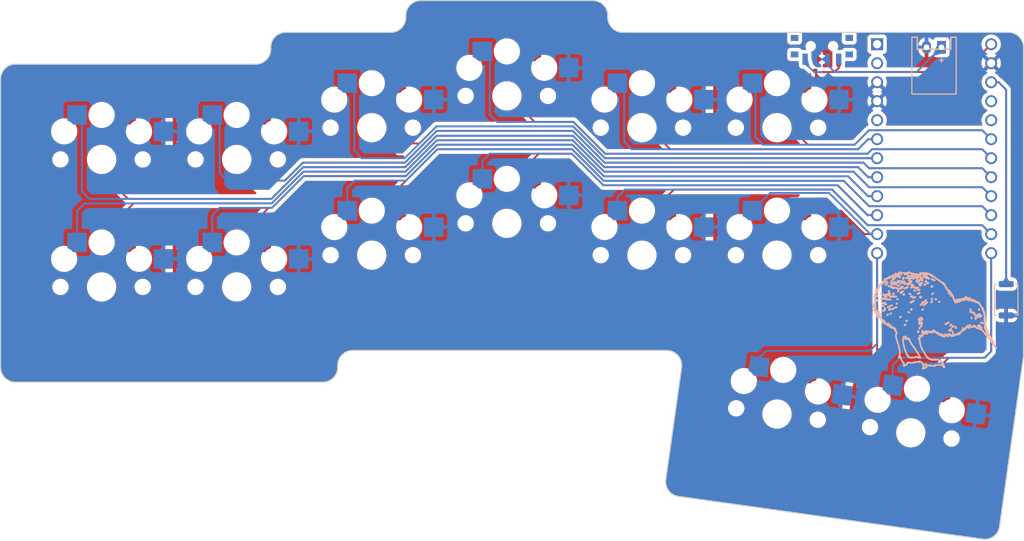
<source format=kicad_pcb>
(kicad_pcb (version 20240108) (generator "pcbnew") (generator_version "8.0")
  (layers (0 "F.Cu" signal) (31 "B.Cu" signal) (34 "B.Paste" user) (35 "F.Paste" user) (36 "B.SilkS" user "B.Silkscreen") (37 "F.SilkS" user "F.Silkscreen") (38 "B.Mask" user) (39 "F.Mask" user) (44 "Edge.Cuts" user))
  (net 0 "")
  (net 1 "GND")
  (net 2 "/R1C1")
  (net 3 "/R1C2")
  (net 4 "/R1C3")
  (net 5 "/R1C4")
  (net 6 "/R1C5")
  (net 7 "/R1C6")
  (net 8 "/R2C1")
  (net 9 "/R2C2")
  (net 10 "/R2C3")
  (net 11 "/R2C4")
  (net 12 "/R2C5")
  (net 13 "/R2C6")
  (net 14 "/R3C5")
  (net 15 "/R3C6")
  (net 16 "/RESET")
  (net 17 "/BATTERY")
  (net 18 "Net-(BT1-+)")
  (footprint "PCM12:PCM12" (layer "F.Cu") (at 122.922586 65.527943 180)
    (property "Reference" "SW16" (hide yes))
    (property "Value" "SW_SPDT_312" (hide yes))
  )
  (footprint "choc:PG1350_Reversible" (layer "F.Cu") (at 44.722586 97.397943)
    (property "Reference" "SW8" (hide yes))
    (property "Value" "SW_Push" (hide yes))
  )
  (footprint "choc:PG1350_Reversible" (layer "F.Cu") (at 26.672586 97.397943)
    (property "Reference" "SW7" (hide yes))
    (property "Value" "SW_Push" (hide yes))
  )
  (footprint "choc:PG1350_Reversible" (layer "F.Cu") (at 116.922586 114.397943 -8)
    (property "Reference" "SW13" (hide yes))
    (property "Value" "SW_Push" (hide yes))
  )
  (footprint "choc:PG1350_Reversible" (layer "F.Cu") (at 26.672586 80.347943)
    (property "Reference" "SW1" (hide yes))
    (property "Value" "SW_Push" (hide yes))
  )
  (footprint "choc:PG1350_Reversible" (layer "F.Cu") (at 116.922586 93.147943)
    (property "Reference" "SW12" (hide yes))
    (property "Value" "SW_Push" (hide yes))
  )
  (footprint "choc:PG1350_Reversible" (layer "F.Cu") (at 80.822586 88.897943)
    (property "Reference" "SW10" (hide yes))
    (property "Value" "SW_Push" (hide yes))
  )
  (footprint "choc:PG1350_Reversible" (layer "F.Cu") (at 62.772586 76.097943)
    (property "Reference" "SW3" (hide yes))
    (property "Value" "SW_Push" (hide yes))
  )
  (footprint "choc:PG1350_Reversible" (layer "F.Cu") (at 134.796925 116.910018 -8)
    (property "Reference" "SW14" (hide yes))
    (property "Value" "SW_Push" (hide yes))
  )
  (footprint "Button_Switch_SMD:SW_Push_SPST_NO_Alps_SKRK" (layer "F.Cu") (at 147.542586 99.117943 -90)
    (property "Reference" "SW_15" (hide yes))
    (property "Value" "SW_Push" (hide yes))
  )
  (footprint "choc:PG1350_Reversible" (layer "F.Cu") (at 98.872586 76.097943)
    (property "Reference" "SW5" (hide yes))
    (property "Value" "SW_Push" (hide yes))
  )
  (footprint "promicro:ProMicro-NoSilk" (layer "F.Cu") (at 137.922586 78.907943 -90)
    (property "Reference" "U1" (hide yes))
    (property "Value" "ProMicro" (hide yes))
  )
  (footprint "choc:PG1350_Reversible" (layer "F.Cu") (at 44.722586 80.347943)
    (property "Reference" "SW2" (hide yes))
    (property "Value" "SW_Push" (hide yes))
  )
  (footprint "choc:PG1350_Reversible" (layer "F.Cu") (at 98.872586 93.147943)
    (property "Reference" "SW11" (hide yes))
    (property "Value" "SW_Push" (hide yes))
  )
  (footprint "choc:PG1350_Reversible" (layer "F.Cu") (at 80.822586 71.847943)
    (property "Reference" "SW4" (hide yes))
    (property "Value" "SW_Push" (hide yes))
  )
  (footprint "choc:PG1350_Reversible" (layer "F.Cu") (at 62.772586 93.147943)
    (property "Reference" "SW9" (hide yes))
    (property "Value" "SW_Push" (hide yes))
  )
  (footprint "choc:PG1350_Reversible" (layer "F.Cu") (at 116.922586 76.097943)
    (property "Reference" "SW6" (hide yes))
    (property "Value" "SW_Push" (hide yes))
  )
  (footprint "JST_PH_S2B-PH-K_02x2.00mm_Angled" (layer "B.Cu") (at 137.902586 65.347943 180)
    (property "Reference" "BT1" (hide yes))
    (property "Value" "Battery_Cell" (hide yes))
  )
  (gr_line (start 144.091859 101.107521) (end 144.125608 101.182297) (stroke (width 0.2)) (layer "B.SilkS"))
  (gr_arc (start 132.701349 95.977114) (mid 132.69442 95.979449) (end 132.687152 95.980246) (stroke (width 0.2)) (layer "B.SilkS"))
  (gr_arc (start 141.08197 99.391434) (mid 141.080107 99.400007) (end 141.075208 99.407282) (stroke (width 0.2)) (layer "B.SilkS"))
  (gr_arc (start 136.789529 96.623488) (mid 136.79699 96.621069) (end 136.804791 96.620246) (stroke (width 0.2)) (layer "B.SilkS"))
  (gr_arc (start 130.441468 97.775309) (mid 130.430276 97.775166) (end 130.419166 97.773812) (stroke (width 0.2)) (layer "B.SilkS"))
  (gr_arc (start 136.134791 95.638273) (mid 136.152304 95.644118) (end 136.169473 95.650906) (stroke (width 0.2)) (layer "B.SilkS"))
  (gr_arc (start 132.634791 96.206737) (mid 132.629945 96.203728) (end 132.626416 96.199246) (stroke (width 0.2)) (layer "B.SilkS"))
  (gr_arc (start 132.210385 102.816436) (mid 132.209721 102.824856) (end 132.208537 102.833219) (stroke (width 0.2)) (layer "B.SilkS"))
  (gr_line (start 130.11968 97.896469) (end 130.144463 97.887753) (stroke (width 0.2)) (layer "B.SilkS"))
  (gr_arc (start 136.813486 96.202444) (mid 136.804498 96.199218) (end 136.796366 96.194212) (stroke (width 0.2)) (layer "B.SilkS"))
  (gr_arc (start 134.504641 104.438959) (mid 134.502348 104.433338) (end 134.504031 104.427505) (stroke (width 0.2)) (layer "B.SilkS"))
  (gr_arc (start 136.28243 102.140246) (mid 136.290656 102.14102) (end 136.298601 102.143291) (stroke (width 0.2)) (layer "B.SilkS"))
  (gr_arc (start 143.206446 99.255934) (mid 143.195833 99.25917) (end 143.184791 99.260246) (stroke (width 0.2)) (layer "B.SilkS"))
  (gr_arc (start 135.747721 96.525958) (mid 135.775702 96.516776) (end 135.804836 96.512476) (stroke (width 0.2)) (layer "B.SilkS"))
  (gr_arc (start 143.978783 102.573787) (mid 143.961411 102.550062) (end 143.945401 102.525398) (stroke (width 0.2)) (layer "B.SilkS"))
  (gr_arc (start 140.479682 102.665046) (mid 140.479391 102.681937) (end 140.478107 102.698781) (stroke (width 0.2)) (layer "B.SilkS"))
  (gr_arc (start 134.979166 95.853812) (mid 134.968067 95.851258) (end 134.957291 95.847571) (stroke (width 0.2)) (layer "B.SilkS"))
  (gr_arc (start 130.463436 97.591314) (mid 130.457981 97.602911) (end 130.451122 97.613738) (stroke (width 0.2)) (layer "B.SilkS"))
  (gr_arc (start 143.639609 101.431996) (mid 143.641953 101.438344) (end 143.643497 101.444932) (stroke (width 0.2)) (layer "B.SilkS"))
  (gr_arc (start 136.796366 96.194212) (mid 136.79171 96.189132) (end 136.789008 96.182793) (stroke (width 0.2)) (layer "B.SilkS"))
  (gr_arc (start 141.681065 103.236396) (mid 141.67689 103.24121) (end 141.671226 103.24414) (stroke (width 0.2)) (layer "B.SilkS"))
  (gr_arc (start 140.472355 103.617978) (mid 140.473283 103.62878) (end 140.47197 103.639542) (stroke (width 0.2)) (layer "B.SilkS"))
  (gr_line (start 135.670698 95.724396) (end 135.424791 95.680667) (stroke (width 0.2)) (layer "B.SilkS"))
  (gr_line (start 135.218916 95.924525) (end 135.179787 95.913401) (stroke (width 0.2)) (layer "B.SilkS"))
  (gr_arc (start 132.161813 100.95114) (mid 132.164008 100.954201) (end 132.164791 100.957885) (stroke (width 0.2)) (layer "B.SilkS"))
  (gr_line (start 145.053988 104.067522) (end 145.147991 104.180246) (stroke (width 0.2)) (layer "B.SilkS"))
  (gr_arc (start 141.724791 99.043103) (mid 141.725585 99.030984) (end 141.727957 99.019074) (stroke (width 0.2)) (layer "B.SilkS"))
  (gr_arc (start 132.279718 99.863167) (mid 132.283365 99.864636) (end 132.284791 99.8683) (stroke (width 0.2)) (layer "B.SilkS"))
  (gr_arc (start 142.937828 101.604522) (mid 142.930819 101.603016) (end 142.924333 101.599963) (stroke (width 0.2)) (layer "B.SilkS"))
  (gr_arc (start 129.98943 99.533326) (mid 129.996062 99.520456) (end 130.004453 99.508656) (stroke (width 0.2)) (layer "B.SilkS"))
  (gr_arc (start 143.633897 101.423224) (mid 143.637101 101.427383) (end 143.639609 101.431996) (stroke (width 0.2)) (layer "B.SilkS"))
  (gr_arc (start 141.204791 99.140246) (mid 141.213235 99.155297) (end 141.219741 99.171282) (stroke (width 0.2)) (layer "B.SilkS"))
  (gr_arc (start 133.942627 97.596348) (mid 133.956784 97.58564) (end 133.971664 97.575961) (stroke (width 0.2)) (layer "B.SilkS"))
  (gr_line (start 132.837366 97.046954) (end 132.724791 97.067847) (stroke (width 0.2)) (layer "B.SilkS"))
  (gr_arc (start 135.957815 102.112582) (mid 135.958079 102.079165) (end 135.962583 102.046052) (stroke (width 0.2)) (layer "B.SilkS"))
  (gr_line (start 132.981817 104.642455) (end 133.091991 104.984217) (stroke (width 0.2)) (layer "B.SilkS"))
  (gr_line (start 133.971995 107.920414) (end 134.104144 107.860564) (stroke (width 0.2)) (layer "B.SilkS"))
  (gr_line (start 135.668962 107.426588) (end 135.758081 107.414176) (stroke (width 0.2)) (layer "B.SilkS"))
  (gr_arc (start 130.747166 101.093832) (mid 130.73083 101.103233) (end 130.713607 101.110888) (stroke (width 0.2)) (layer "B.SilkS"))
  (gr_arc (start 142.924333 101.599963) (mid 142.916399 101.594355) (end 142.909207 101.587823) (stroke (width 0.2)) (layer "B.SilkS"))
  (gr_line (start 132.674447 98.683951) (end 132.746416 98.679246) (stroke (width 0.2)) (layer "B.SilkS"))
  (gr_line (start 137.180815 96.315367) (end 137.164778 96.311833) (stroke (width 0.2)) (layer "B.SilkS"))
  (gr_arc (start 137.207167 103.389327) (mid 137.203721 103.381326) (end 137.201857 103.372817) (stroke (width 0.2)) (layer "B.SilkS"))
  (gr_arc (start 141.918324 99.195008) (mid 141.915297 99.202018) (end 141.90981 99.20733) (stroke (width 0.2)) (layer "B.SilkS"))
  (gr_arc (start 137.546692 103.490247) (mid 137.544071 103.49968) (end 137.53972 103.508451) (stroke (width 0.2)) (layer "B.SilkS"))
  (gr_line (start 134.116819 104.331369) (end 134.12093 104.302312) (stroke (width 0.2)) (layer "B.SilkS"))
  (gr_line (start 135.966603 97.780432) (end 135.924618 97.798) (stroke (width 0.2)) (layer "B.SilkS"))
  (gr_arc (start 136.978216 103.38569) (mid 136.982245 103.39233) (end 136.984375 103.399799) (stroke (width 0.2)) (layer "B.SilkS"))
  (gr_arc (start 135.800639 103.338201) (mid 135.806198 103.329399) (end 135.812848 103.321389) (stroke (width 0.2)) (layer "B.SilkS"))
  (gr_arc (start 132.22145 96.063405) (mid 132.235384 96.06323) (end 132.249305 96.063844) (stroke (width 0.2)) (layer "B.SilkS"))
  (gr_line (start 141.991171 102.9906) (end 142.033762 103.045569) (stroke (width 0.2)) (layer "B.SilkS"))
  (gr_line (start 145.421821 104.050152) (end 145.370088 103.961371) (stroke (width 0.2)) (layer "B.SilkS"))
  (gr_arc (start 131.09551 96.706768) (mid 131.099189 96.707849) (end 131.102429 96.709899) (stroke (width 0.2)) (layer "B.SilkS"))
  (gr_line (start 133.328931 101.485485) (end 133.382436 101.442453) (stroke (width 0.2)) (layer "B.SilkS"))
  (gr_arc (start 144.535222 100.756158) (mid 144.528612 100.747949) (end 144.524074 100.738435) (stroke (width 0.2)) (layer "B.SilkS"))
  (gr_arc (start 132.595806 96.795658) (mid 132.5962 96.800314) (end 132.593958 96.804413) (stroke (width 0.2)) (layer "B.SilkS"))
  (gr_arc (start 134.925298 97.424119) (mid 134.934955 97.422136) (end 134.944791 97.421471) (stroke (width 0.2)) (layer "B.SilkS"))
  (gr_arc (start 136.815547 103.287103) (mid 136.830665 103.278591) (end 136.847671 103.282026) (stroke (width 0.2)) (layer "B.SilkS"))
  (gr_arc (start 139.012435 96.801111) (mid 139.040539 96.816388) (end 139.066737 96.834741) (stroke (width 0.2)) (layer "B.SilkS"))
  (gr_arc (start 143.498112 99.32651) (mid 143.51124 99.33029) (end 143.522487 99.338044) (stroke (width 0.2)) (layer "B.SilkS"))
  (gr_arc (start 131.504221 102.308559) (mid 131.491131 102.299257) (end 131.479405 102.288284) (stroke (width 0.2)) (layer "B.SilkS"))
  (gr_arc (start 136.844791 95.577673) (mid 136.848937 95.565798) (end 136.85962 95.55916) (stroke (width 0.2)) (layer "B.SilkS"))
  (gr_arc (start 142.039985 98.926453) (mid 142.04356 98.93418) (end 142.044791 98.942607) (stroke (width 0.2)) (layer "B.SilkS"))
  (gr_arc (start 139.955294 97.91749) (mid 139.963085 97.919977) (end 139.97037 97.923694) (stroke (width 0.2)) (layer "B.SilkS"))
  (gr_line (start 130.336944 99.213593) (end 130.294791 99.241838) (stroke (width 0.2)) (layer "B.SilkS"))
  (gr_arc (start 134.106624 104.111812) (mid 134.107182 104.1308) (end 134.106295 104.149776) (stroke (width 0.2)) (layer "B.SilkS"))
  (gr_arc (start 135.323104 96.1149) (mid 135.325781 96.117445) (end 135.325157 96.121086) (stroke (width 0.2)) (layer "B.SilkS"))
  (gr_arc (start 136.271427 103.883464) (mid 136.264525 103.891287) (end 136.255249 103.896062) (stroke (width 0.2)) (layer "B.SilkS"))
  (gr_line (start 134.464791 95.900246) (end 134.431077 95.88455) (stroke (width 0.2)) (layer "B.SilkS"))
  (gr_arc (start 143.913636 99.601087) (mid 143.907046 99.581312) (end 143.901466 99.561229) (stroke (width 0.2)) (layer "B.SilkS"))
  (gr_line (start 133.324791 96.060246) (end 133.379063 96.078176) (stroke (width 0.2)) (layer "B.SilkS"))
  (gr_arc (start 136.287775 101.784635) (mid 136.285548 101.773721) (end 136.284791 101.762607) (stroke (width 0.2)) (layer "B.SilkS"))
  (gr_line (start 144.388236 102.26678) (end 144.345787 102.253824) (stroke (width 0.2)) (layer "B.SilkS"))
  (gr_arc (start 136.302997 96.336859) (mid 136.287601 96.339061) (end 136.272634 96.334832) (stroke (width 0.2)) (layer "B.SilkS"))
  (gr_arc (start 143.531361 99.452772) (mid 143.526382 99.447847) (end 143.525217 99.440949) (stroke (width 0.2)) (layer "B.SilkS"))
  (gr_arc (start 142.312284 99.109362) (mid 142.309636 99.117738) (end 142.305632 99.125558) (stroke (width 0.2)) (layer "B.SilkS"))
  (gr_arc (start 130.662416 101.119591) (mid 130.655482 101.116637) (end 130.64969 101.111814) (stroke (width 0.2)) (layer "B.SilkS"))
  (gr_line (start 144.731478 103.651798) (end 144.797899 103.740246) (stroke (width 0.2)) (layer "B.SilkS"))
  (gr_arc (start 143.555527 101.221886) (mid 143.557961 101.221767) (end 143.55955 101.223644) (stroke (width 0.2)) (layer "B.SilkS"))
  (gr_arc (start 132.534491 102.960243) (mid 132.52334 102.95534) (end 132.514214 102.947272) (stroke (width 0.2)) (layer "B.SilkS"))
  (gr_arc (start 138.824282 107.315238) (mid 138.867727 107.340329) (end 138.909491 107.368126) (stroke (width 0.2)) (layer "B.SilkS"))
  (gr_arc (start 136.028045 107.403091) (mid 136.068373 107.411133) (end 136.10824 107.421212) (stroke (width 0.2)) (layer "B.SilkS"))
  (gr_arc (start 133.964791 102.540246) (mid 133.963714 102.537682) (end 133.964741 102.535097) (stroke (width 0.2)) (layer "B.SilkS"))
  (gr_arc (start 143.321549 100.955508) (mid 143.317602 100.962465) (end 143.312348 100.968496) (stroke (width 0.2)) (layer "B.SilkS"))
  (gr_arc (start 132.628853 96.192488) (mid 132.641236 96.188829) (end 132.654093 96.187636) (stroke (width 0.2)) (layer "B.SilkS"))
  (gr_arc (start 131.328674 99.565589) (mid 131.281133 99.578804) (end 131.232627 99.587855) (stroke (width 0.2)) (layer "B.SilkS"))
  (gr_arc (start 140.110627 98.202852) (mid 140.118371 98.230755) (end 140.124483 98.259059) (stroke (width 0.2)) (layer "B.SilkS"))
  (gr_arc (start 139.121712 107.696745) (mid 139.163611 107.768511) (end 139.199806 107.843316) (stroke (width 0.2)) (layer "B.SilkS"))
  (gr_arc (start 136.068233 96.10021) (mid 136.06319 96.095759) (end 136.059775 96.089965) (stroke (width 0.2)) (layer "B.SilkS"))
  (gr_line (start 136.481091 108.185447) (end 136.449834 108.232329) (stroke (width 0.2)) (layer "B.SilkS"))
  (gr_arc (start 144.106258 103.038025) (mid 144.129942 103.029447) (end 144.155119 103.030025) (stroke (width 0.2)) (layer "B.SilkS"))
  (gr_line (start 139.937753 103.750246) (end 139.950062 103.782112) (stroke (width 0.2)) (layer "B.SilkS"))
  (gr_arc (start 135.401458 98.755159) (mid 135.374665 98.775722) (end 135.345116 98.792081) (stroke (width 0.2)) (layer "B.SilkS"))
  (gr_arc (start 140.46729 98.602719) (mid 140.469386 98.616654) (end 140.469921 98.630734) (stroke (width 0.2)) (layer "B.SilkS"))
  (gr_arc (start 132.613587 98.656854) (mid 132.646421 98.663618) (end 132.675636 98.68006) (stroke (width 0.2)) (layer "B.SilkS"))
  (gr_line (start 131.729464 100.08381) (end 131.764808 100.060234) (stroke (width 0.2)) (layer "B.SilkS"))
  (gr_line (start 136.330761 99.644992) (end 136.266396 99.705398) (stroke (width 0.2)) (layer "B.SilkS"))
  (gr_line (start 133.471549 97.577374) (end 133.528571 97.569293) (stroke (width 0.2)) (layer "B.SilkS"))
  (gr_arc (start 139.709964 103.955888) (mid 139.719223 103.947289) (end 139.729371 103.939759) (stroke (width 0.2)) (layer "B.SilkS"))
  (gr_arc (start 132.754791 98.686737) (mid 132.749945 98.683728) (end 132.746416 98.679246) (stroke (width 0.2)) (layer "B.SilkS"))
  (gr_line (start 130.095018 98.329584) (end 129.996533 98.431098) (stroke (width 0.2)) (layer "B.SilkS"))
  (gr_arc (start 144.068862 101.416868) (mid 144.055531 101.425663) (end 144.040611 101.431363) (stroke (width 0.2)) (layer "B.SilkS"))
  (gr_arc (start 134.920168 100.4355) (mid 134.914304 100.442636) (end 134.907166 100.448496) (stroke (width 0.2)) (layer "B.SilkS"))
  (gr_line (start 133.206579 97.208511) (end 133.165863 97.224793) (stroke (width 0.2)) (layer "B.SilkS"))
  (gr_arc (start 130.491847 101.255396) (mid 130.47646 101.257456) (end 130.463284 101.249245) (stroke (width 0.2)) (layer "B.SilkS"))
  (gr_line (start 144.72904 101.484787) (end 144.695833 101.41523) (stroke (width 0.2)) (layer "B.SilkS"))
  (gr_arc (start 131.913041 97.951996) (mid 131.918024 97.958062) (end 131.921737 97.96498) (stroke (width 0.2)) (layer "B.SilkS"))
  (gr_arc (start 130.356404 98.155781) (mid 130.346197 98.165897) (end 130.335177 98.17512) (stroke (width 0.2)) (layer "B.SilkS"))
  (gr_arc (start 140.304791 98.485781) (mid 140.29203 98.478875) (end 140.281493 98.468903) (stroke (width 0.2)) (layer "B.SilkS"))
  (gr_arc (start 135.033958 95.844413) (mid 135.027908 95.849104) (end 135.02088 95.852142) (stroke (width 0.2)) (layer "B.SilkS"))
  (gr_line (start 131.043301 101.785621) (end 131.019939 101.820246) (stroke (width 0.2)) (layer "B.SilkS"))
  (gr_arc (start 139.951282 103.270246) (mid 139.948281 103.275103) (end 139.943791 103.278621) (stroke (width 0.2)) (layer "B.SilkS"))
  (gr_arc (start 138.882416 103.897502) (mid 138.870627 103.881267) (end 138.861111 103.863604) (stroke (width 0.2)) (layer "B.SilkS"))
  (gr_arc (start 134.8155 97.495351) (mid 134.813544 97.491714) (end 134.814166 97.487631) (stroke (width 0.2)) (layer "B.SilkS"))
  (gr_arc (start 138.14145 99.023405) (mid 138.155384 99.023232) (end 138.169305 99.023844) (stroke (width 0.2)) (layer "B.SilkS"))
  (gr_arc (start 139.113821 96.951912) (mid 139.106893 96.936627) (end 139.101596 96.920703) (stroke (width 0.2)) (layer "B.SilkS"))
  (gr_arc (start 141.184146 99.111567) (mid 141.194828 99.125648) (end 141.204791 99.140246) (stroke (width 0.2)) (layer "B.SilkS"))
  (gr_arc (start 132.534791 96.928475) (mid 132.501992 96.933188) (end 132.468894 96.934764) (stroke (width 0.2)) (layer "B.SilkS"))
  (gr_arc (start 131.122863 100.581479) (mid 131.149724 100.565622) (end 131.177951 100.55235) (stroke (width 0.2)) (layer "B.SilkS"))
  (gr_line (start 136.190689 95.612659) (end 136.134253 95.58561) (stroke (width 0.2)) (layer "B.SilkS"))
  (gr_arc (start 133.134722 96.815741) (mid 133.108118 96.818714) (end 133.081368 96.819713) (stroke (width 0.2)) (layer "B.SilkS"))
  (gr_arc (start 131.715879 96.835364) (mid 131.701594 96.842209) (end 131.686603 96.847325) (stroke (width 0.2)) (layer "B.SilkS"))
  (gr_arc (start 135.972818 102.876532) (mid 135.975747 102.872109) (end 135.980203 102.869231) (stroke (width 0.2)) (layer "B.SilkS"))
  (gr_arc (start 140.479802 103.821879) (mid 140.490378 103.838254) (end 140.500207 103.855088) (stroke (width 0.2)) (layer "B.SilkS"))
  (gr_arc (start 131.695604 101.175799) (mid 131.693242 101.171524) (end 131.693619 101.166655) (stroke (width 0.2)) (layer "B.SilkS"))
  (gr_arc (start 133.098179 95.897332) (mid 133.082369 95.887554) (end 133.067083 95.876976) (stroke (width 0.2)) (layer "B.SilkS"))
  (gr_arc (start 134.891543 95.99694) (mid 134.888598 95.99421) (end 134.888002 95.990239) (stroke (width 0.2)) (layer "B.SilkS"))
  (gr_arc (start 137.036448 103.478019) (mid 137.039018 103.489821) (end 137.037682 103.501826) (stroke (width 0.2)) (layer "B.SilkS"))
  (gr_arc (start 141.328943 99.223629) (mid 141.332017 99.223504) (end 141.334549 99.225274) (stroke (width 0.2)) (layer "B.SilkS"))
  (gr_arc (start 140.373527 98.683811) (mid 140.366981 98.643221) (end 140.364791 98.602165) (stroke (width 0.2)) (layer "B.SilkS"))
  (gr_arc (start 131.292364 100.430632) (mid 131.292797 100.426797) (end 131.294388 100.42328) (stroke (width 0.2)) (layer "B.SilkS"))
  (gr_arc (start 133.215077 96.592849) (mid 133.218722 96.595241) (end 133.220231 96.599331) (stroke (width 0.2)) (layer "B.SilkS"))
  (gr_line (start 130.984791 99.004179) (end 130.9412 99.011434) (stroke (width 0.2)) (layer "B.SilkS"))
  (gr_arc (start 135.861128 104.298299) (mid 135.851056 104.274765) (end 135.847266 104.249448) (stroke (width 0.2)) (layer "B.SilkS"))
  (gr_arc (start 137.457116 107.100696) (mid 137.366656 107.076467) (end 137.279566 107.04204) (stroke (width 0.2)) (layer "B.SilkS"))
  (gr_arc (start 130.794458 101.48059) (mid 130.813989 101.515746) (end 130.828859 101.553112) (stroke (width 0.2)) (layer "B.SilkS"))
  (gr_arc (start 136.984375 103.399799) (mid 136.985069 103.410566) (end 136.983963 103.421299) (stroke (width 0.2)) (layer "B.SilkS"))
  (gr_line (start 139.97952 103.85838) (end 139.991829 103.890246) (stroke (width 0.2)) (layer "B.SilkS"))
  (gr_line (start 130.555812 97.385048) (end 130.498605 97.416795) (stroke (width 0.2)) (layer "B.SilkS"))
  (gr_arc (start 140.878213 102.893921) (mid 140.874738 102.896214) (end 140.870584 102.896355) (stroke (width 0.2)) (layer "B.SilkS"))
  (gr_arc (start 139.823245 102.196061) (mid 139.83635 102.197332) (end 139.848451 102.202508) (stroke (width 0.2)) (layer "B.SilkS"))
  (gr_arc (start 143.822081 99.53274) (mid 143.817954 99.535672) (end 143.812906 99.535542) (stroke (width 0.2)) (layer "B.SilkS"))
  (gr_arc (start 134.870699 97.445404) (mid 134.884656 97.438792) (end 134.898916 97.432861) (stroke (width 0.2)) (layer "B.SilkS"))
  (gr_arc (start 132.428601 97.020683) (mid 132.453954 97.024827) (end 132.478958 97.030724) (stroke (width 0.2)) (layer "B.SilkS"))
  (gr_arc (start 143.324791 99.300246) (mid 143.315582 99.313226) (end 143.305296 99.325371) (stroke (width 0.2)) (layer "B.SilkS"))
  (gr_arc (start 140.900428 99.123746) (mid 140.898325 99.114728) (end 140.8971 99.105549) (stroke (width 0.2)) (layer "B.SilkS"))
  (gr_arc (start 131.164791 102.102607) (mid 131.165565 102.094381) (end 131.167836 102.086436) (stroke (width 0.2)) (layer "B.SilkS"))
  (gr_arc (start 133.389054 96.086147) (mid 133.389064 96.090129) (end 133.385529 96.091963) (stroke (width 0.2)) (layer "B.SilkS"))
  (gr_arc (start 131.652437 98.397867) (mid 131.650337 98.38966) (end 131.656378 98.383721) (stroke (width 0.2)) (layer "B.SilkS"))
  (gr_arc (start 136.258531 102.164962) (mid 136.258103 102.158378) (end 136.259775 102.151996) (stroke (width 0.2)) (layer "B.SilkS"))
  (gr_arc (start 131.540729 97.112488) (mid 131.543434 97.115331) (end 131.543166 97.119246) (stroke (width 0.2)) (layer "B.SilkS"))
  (gr_arc (start 132.333693 102.877765) (mid 132.329457 102.867452) (end 132.329256 102.856305) (stroke (width 0.2)) (layer "B.SilkS"))
  (gr_arc (start 140.463876 102.604806) (mid 140.468182 102.606031) (end 140.471028 102.609485) (stroke (width 0.2)) (layer "B.SilkS"))
  (gr_arc (start 132.482272 96.431168) (mid 132.499895 96.432458) (end 132.517365 96.43511) (stroke (width 0.2)) (layer "B.SilkS"))
  (gr_arc (start 134.313145 101.901345) (mid 134.321519 101.906623) (end 134.324791 101.915966) (stroke (width 0.2)) (layer "B.SilkS"))
  (gr_line (start 137.584791 97.340246) (end 137.616166 97.326872) (stroke (width 0.2)) (layer "B.SilkS"))
  (gr_line (start 135.571042 95.809508) (end 135.637794 95.818068) (stroke (width 0.2)) (layer "B.SilkS"))
  (gr_arc (start 141.980738 102.990034) (mid 141.986065 102.98797) (end 141.991149 102.990617) (stroke (width 0.2)) (layer "B.SilkS"))
  (gr_arc (start 132.508505 95.868273) (mid 132.512928 95.871202) (end 132.515806 95.875658) (stroke (width 0.2)) (layer "B.SilkS"))
  (gr_arc (start 144.054393 101.058702) (mid 144.061171 101.059622) (end 144.066557 101.063825) (stroke (width 0.2)) (layer "B.SilkS"))
  (gr_arc (start 134.487356 95.467975) (mid 134.48256 95.456194) (end 134.488838 95.445132) (stroke (width 0.2)) (layer "B.SilkS"))
  (gr_arc (start 130.029713 99.217132) (mid 130.038247 99.203821) (end 130.047433 99.190952) (stroke (width 0.2)) (layer "B.SilkS"))
  (gr_arc (start 135.139701 97.319745) (mid 135.126002 97.322192) (end 135.112098 97.32276) (stroke (width 0.2)) (layer "B.SilkS"))
  (gr_arc (start 133.159636 95.890518) (mid 133.163614 95.897328) (end 133.166292 95.904745) (stroke (width 0.2)) (layer "B.SilkS"))
  (gr_arc (start 130.544733 101.220293) (mid 130.519228 101.239258) (end 130.491847 101.255396) (stroke (width 0.2)) (layer "B.SilkS"))
  (gr_arc (start 133.712263 107.40908) (mid 133.663781 107.340357) (end 133.620993 107.267952) (stroke (width 0.2)) (layer "B.SilkS"))
  (gr_arc (start 137.697568 103.414181) (mid 137.674485 103.449149) (end 137.642883 103.476661) (stroke (width 0.2)) (layer "B.SilkS"))
  (gr_arc (start 144.230223 101.266173) (mid 144.234043 101.265955) (end 144.237269 101.268035) (stroke (width 0.2)) (layer "B.SilkS"))
  (gr_arc (start 135.660729 97.632488) (mid 135.663434 97.635331) (end 135.663166 97.639246) (stroke (width 0.2)) (layer "B.SilkS"))
  (gr_line (start 137.019176 96.252998) (end 136.984791 96.240351) (stroke (width 0.2)) (layer "B.SilkS"))
  (gr_arc (start 137.443519 95.795144) (mid 137.441786 95.800702) (end 137.437392 95.804522) (stroke (width 0.2)) (layer "B.SilkS"))
  (gr_arc (start 138.764579 107.300246) (mid 138.795355 107.304058) (end 138.824282 107.315238) (stroke (width 0.2)) (layer "B.SilkS"))
  (gr_arc (start 134.352937 96.183371) (mid 134.37933 96.187168) (end 134.405405 96.192745) (stroke (width 0.2)) (layer "B.SilkS"))
  (gr_arc (start 134.394121 96.997425) (mid 134.370893 96.993337) (end 134.348237 96.98678) (stroke (width 0.2)) (layer "B.SilkS"))
  (gr_arc (start 139.465009 102.406841) (mid 139.460102 102.407068) (end 139.455844 102.404632) (stroke (width 0.2)) (layer "B.SilkS"))
  (gr_line (start 136.356756 103.779336) (end 136.347783 103.716988) (stroke (width 0.2)) (layer "B.SilkS"))
  (gr_line (start 140.157187 103.113679) (end 140.14885 103.068531) (stroke (width 0.2)) (layer "B.SilkS"))
  (gr_line (start 129.953186 100.449684) (end 130.04559 100.451695) (stroke (width 0.2)) (layer "B.SilkS"))
  (gr_line (start 129.831171 99.91129) (end 129.829732 99.875311) (stroke (width 0.2)) (layer "B.SilkS"))
  (gr_line (start 132.012118 102.596451) (end 131.998344 102.6359) (stroke (width 0.2)) (layer "B.SilkS"))
  (gr_arc (start 129.998411 99.205558) (mid 129.988277 99.211632) (end 129.977884 99.217251) (stroke (width 0.2)) (layer "B.SilkS"))
  (gr_arc (start 132.869154 103.47971) (mid 132.859894 103.474413) (end 132.851905 103.467345) (stroke (width 0.2)) (layer "B.SilkS"))
  (gr_arc (start 139.316786 97.024066) (mid 139.320896 97.026663) (end 139.322814 97.031113) (stroke (width 0.2)) (layer "B.SilkS"))
  (gr_arc (start 136.028925 96.09416) (mid 136.02268 96.074653) (end 136.028095 96.0549) (stroke (width 0.2)) (layer "B.SilkS"))
  (gr_line (start 143.895455 102.743972) (end 143.947989 102.771465) (stroke (width 0.2)) (layer "B.SilkS"))
  (gr_arc (start 131.730252 100.098163) (mid 131.726376 100.096477) (end 131.724791 100.092558) (stroke (width 0.2)) (layer "B.SilkS"))
  (gr_arc (start 136.614791 103.398341) (mid 136.62259 103.397711) (end 136.629541 103.401305) (stroke (width 0.2)) (layer "B.SilkS"))
  (gr_arc (start 131.913041 98.008496) (mid 131.906975 98.013479) (end 131.900057 98.017192) (stroke (width 0.2)) (layer "B.SilkS"))
  (gr_arc (start 134.516981 96.00647) (mid 134.514662 96.002021) (end 134.518168 95.998433) (stroke (width 0.2)) (layer "B.SilkS"))
  (gr_arc (start 135.864773 95.915072) (mid 135.834158 95.90221) (end 135.804985 95.886346) (stroke (width 0.2)) (layer "B.SilkS"))
  (gr_arc (start 132.18145 96.663405) (mid 132.195384 96.66323) (end 132.209305 96.663844) (stroke (width 0.2)) (layer "B.SilkS"))
  (gr_arc (start 133.024726 96.817677) (mid 133.010428 96.814656) (end 132.996718 96.809599) (stroke (width 0.2)) (layer "B.SilkS"))
  (gr_arc (start 135.971903 95.969501) (mid 135.969363 95.973656) (end 135.964791 95.975331) (stroke (width 0.2)) (layer "B.SilkS"))
  (gr_arc (start 129.932047 99.835762) (mid 129.922838 99.840675) (end 129.913075 99.844368) (stroke (width 0.2)) (layer "B.SilkS"))
  (gr_arc (start 134.525298 97.064119) (mid 134.534955 97.062136) (end 134.544791 97.061471) (stroke (width 0.2)) (layer "B.SilkS"))
  (gr_line (start 131.048575 96.890246) (end 131.067302 96.915657) (stroke (width 0.2)) (layer "B.SilkS"))
  (gr_line (start 143.840114 99.506442) (end 143.822081 99.53274) (stroke (width 0.2)) (layer "B.SilkS"))
  (gr_arc (start 143.339215 102.667421) (mid 143.332887 102.67425) (end 143.325443 102.679843) (stroke (width 0.2)) (layer "B.SilkS"))
  (gr_arc (start 131.967152 98.500246) (mid 131.958926 98.499472) (end 131.950981 98.497201) (stroke (width 0.2)) (layer "B.SilkS"))
  (gr_arc (start 131.534791 97.126737) (mid 131.523573 97.130526) (end 131.511991 97.132991) (stroke (width 0.2)) (layer "B.SilkS"))
  (gr_arc (start 139.868611 102.186426) (mid 139.873959 102.195673) (end 139.878768 102.205212) (stroke (width 0.2)) (layer "B.SilkS"))
  (gr_arc (start 136.630119 95.759706) (mid 136.626575 95.748499) (end 136.624409 95.736947) (stroke (width 0.2)) (layer "B.SilkS"))
  (gr_line (start 130.170525 100.583496) (end 130.227596 100.586564) (stroke (width 0.2)) (layer "B.SilkS"))
  (gr_arc (start 130.909708 101.859473) (mid 130.900065 101.855057) (end 130.897742 101.844708) (stroke (width 0.2)) (layer "B.SilkS"))
  (gr_arc (start 144.635795 100.976519) (mid 144.63414 100.987927) (end 144.630818 100.998965) (stroke (width 0.2)) (layer "B.SilkS"))
  (gr_arc (start 129.831171 99.91129) (mid 129.831189 99.925371) (end 129.828993 99.93928) (stroke (width 0.2)) (layer "B.SilkS"))
  (gr_arc (start 131.037271 101.78165) (mid 131.039775 101.780595) (end 131.042416 101.78123) (stroke (width 0.2)) (layer "B.SilkS"))
  (gr_arc (start 142.81839 99.063479) (mid 142.825764 99.067414) (end 142.832249 99.072689) (stroke (width 0.2)) (layer "B.SilkS"))
  (gr_arc (start 130.954291 101.846681) (mid 130.932772 101.85577) (end 130.909708 101.859473) (stroke (width 0.2)) (layer "B.SilkS"))
  (gr_arc (start 132.687152 95.980246) (mid 132.678926 95.979472) (end 132.670981 95.977201) (stroke (width 0.2)) (layer "B.SilkS"))
  (gr_arc (start 130.618616 97.338544) (mid 130.60472 97.351685) (end 130.589785 97.363633) (stroke (width 0.2)) (layer "B.SilkS"))
  (gr_arc (start 137.302817 95.70344) (mid 137.295792 95.712985) (end 137.287306 95.721258) (stroke (width 0.2)) (layer "B.SilkS"))
  (gr_arc (start 133.123633 95.858684) (mid 133.134506 95.866116) (end 133.144813 95.874313) (stroke (width 0.2)) (layer "B.SilkS"))
  (gr_arc (start 138.325067 103.580246) (mid 138.326673 103.568662) (end 138.329397 103.55729) (stroke (width 0.2)) (layer "B.SilkS"))
  (gr_arc (start 132.670859 95.902868) (mid 132.676678 95.907217) (end 132.68215 95.911996) (stroke (width 0.2)) (layer "B.SilkS"))
  (gr_arc (start 138.310961 103.598192) (mid 138.303715 103.591181) (end 138.298251 103.582709) (stroke (width 0.2)) (layer "B.SilkS"))
  (gr_line (start 142.2247 98.950246) (end 142.199019 98.762297) (stroke (width 0.2)) (layer "B.SilkS"))
  (gr_line (start 136.063063 105.041362) (end 136.045545 104.932437) (stroke (width 0.2)) (layer "B.SilkS"))
  (gr_arc (start 138.651456 107.819621) (mid 138.722697 107.824119) (end 138.793395 107.83399) (stroke (width 0.2)) (layer "B.SilkS"))
  (gr_arc (start 133.863231 105.255781) (mid 133.817764 105.039551) (end 133.783773 104.821223) (stroke (width 0.2)) (layer "B.SilkS"))
  (gr_arc (start 136.350189 99.460562) (mid 136.362428 99.453884) (end 136.375261 99.448436) (stroke (width 0.2)) (layer "B.SilkS"))
  (gr_arc (start 134.242459 107.767137) (mid 134.214247 107.793007) (end 134.183402 107.815674) (stroke (width 0.2)) (layer "B.SilkS"))
  (gr_arc (start 131.07477 101.960603) (mid 131.10533 101.94223) (end 131.138975 101.93042) (stroke (width 0.2)) (layer "B.SilkS"))
  (gr_arc (start 131.090574 98.959873) (mid 131.079033 98.971768) (end 131.064791 98.980246) (stroke (width 0.2)) (layer "B.SilkS"))
  (gr_arc (start 131.86145 97.263405) (mid 131.875384 97.26323) (end 131.889305 97.263844) (stroke (width 0.2)) (layer "B.SilkS"))
  (gr_arc (start 130.86145 98.263405) (mid 130.875384 98.26323) (end 130.889305 98.263844) (stroke (width 0.2)) (layer "B.SilkS"))
  (gr_arc (start 134.708505 96.268273) (mid 134.712928 96.271202) (end 134.715806 96.275658) (stroke (width 0.2)) (layer "B.SilkS"))
  (gr_arc (start 132.228505 96.668273) (mid 132.232928 96.671202) (end 132.235806 96.675658) (stroke (width 0.2)) (layer "B.SilkS"))
  (gr_arc (start 143.97994 102.995754) (mid 143.987296 102.997098) (end 143.994096 103.000213) (stroke (width 0.2)) (layer "B.SilkS"))
  (gr_arc (start 131.618027 102.355829) (mid 131.6207 102.348023) (end 131.624508 102.340704) (stroke (width 0.2)) (layer "B.SilkS"))
  (gr_arc (start 133.732465 96.638295) (mid 133.735082 96.640539) (end 133.733637 96.643669) (stroke (width 0.2)) (layer "B.SilkS"))
  (gr_arc (start 141.395548 103.48292) (mid 141.397903 103.472361) (end 141.402965 103.462803) (stroke (width 0.2)) (layer "B.SilkS"))
  (gr_line (start 133.763664 97.980373) (end 133.72983 98.022351) (stroke (width 0.2)) (layer "B.SilkS"))
  (gr_arc (start 133.426191 95.501944) (mid 133.449983 95.530114) (end 133.472653 95.559193) (stroke (width 0.2)) (layer "B.SilkS"))
  (gr_arc (start 131.257589 102.026752) (mid 131.259081 102.022176) (end 131.263489 102.020246) (stroke (width 0.2)) (layer "B.SilkS"))
  (gr_line (start 133.162339 95.688782) (end 133.064791 95.678583) (stroke (width 0.2)) (layer "B.SilkS"))
  (gr_arc (start 136.143881 95.7088) (mid 136.149679 95.701995) (end 136.156527 95.696247) (stroke (width 0.2)) (layer "B.SilkS"))
  (gr_arc (start 136.387938 99.482355) (mid 136.395798 99.491347) (end 136.394455 99.503214) (stroke (width 0.2)) (layer "B.SilkS"))
  (gr_arc (start 130.024791 99.480246) (mid 130.025573 99.481965) (end 130.02497 99.483754) (stroke (width 0.2)) (layer "B.SilkS"))
  (gr_line (start 135.978236 104.553593) (end 135.946246 104.443717) (stroke (width 0.2)) (layer "B.SilkS"))
  (gr_arc (start 134.955416 97.432861) (mid 134.951025 97.439584) (end 134.945358 97.445272) (stroke (width 0.2)) (layer "B.SilkS"))
  (gr_arc (start 130.244927 97.84263) (mid 130.265081 97.836837) (end 130.285587 97.832449) (stroke (width 0.2)) (layer "B.SilkS"))
  (gr_line (start 144.825465 103.072428) (end 144.826694 103.021701) (stroke (width 0.2)) (layer "B.SilkS"))
  (gr_arc (start 141.756678 103.205227) (mid 141.769626 103.226757) (end 141.778542 103.250246) (stroke (width 0.2)) (layer "B.SilkS"))
  (gr_line (start 136.164791 96.400246) (end 136.06206 96.321138) (stroke (width 0.2)) (layer "B.SilkS"))
  (gr_arc (start 138.192078 103.481018) (mid 138.180268 103.478549) (end 138.168973 103.474308) (stroke (width 0.2)) (layer "B.SilkS"))
  (gr_arc (start 141.527872 99.164981) (mid 141.531625 99.158062) (end 141.536641 99.151996) (stroke (width 0.2)) (layer "B.SilkS"))
  (gr_arc (start 137.98345 107.957557) (mid 137.977133 107.968774) (end 137.965772 107.974816) (stroke (width 0.2)) (layer "B.SilkS"))
  (gr_arc (start 132.446711 98.331733) (mid 132.432007 98.327944) (end 132.417764 98.32268) (stroke (width 0.2)) (layer "B.SilkS"))
  (gr_arc (start 143.313897 100.903224) (mid 143.317101 100.907383) (end 143.319609 100.911996) (stroke (width 0.2)) (layer "B.SilkS"))
  (gr_arc (start 131.14088 99.972142) (mid 131.13127 99.974311) (end 131.121468 99.975309) (stroke (width 0.2)) (layer "B.SilkS"))
  (gr_line (start 137.916126 103.239463) (end 137.939675 103.257271) (stroke (width 0.2)) (layer "B.SilkS"))
  (gr_arc (start 137.324791 95.73024) (mid 137.326336 95.724765) (end 137.330503 95.720893) (stroke (width 0.2)) (layer "B.SilkS"))
  (gr_arc (start 143.998962 101.160937) (mid 144.003253 101.152429) (end 144.011024 101.146913) (stroke (width 0.2)) (layer "B.SilkS"))
  (gr_arc (start 142.612558 102.790857) (mid 142.605703 102.833242) (end 142.595957 102.875058) (stroke (width 0.2)) (layer "B.SilkS"))
  (gr_arc (start 134.498883 97.115088) (mid 134.484926 97.1217) (end 134.470666 97.127631) (stroke (width 0.2)) (layer "B.SilkS"))
  (gr_arc (start 136.342627 100.436348) (mid 136.356784 100.42564) (end 136.371664 100.415961) (stroke (width 0.2)) (layer "B.SilkS"))
  (gr_arc (start 143.790654 102.546851) (mid 143.794386 102.542076) (end 143.800172 102.540246) (stroke (width 0.2)) (layer "B.SilkS"))
  (gr_arc (start 135.947267 104.232895) (mid 135.943603 104.221217) (end 135.940335 104.209421) (stroke (width 0.2)) (layer "B.SilkS"))
  (gr_arc (start 132.064791 100.302189) (mid 132.069736 100.303044) (end 132.07405 100.305607) (stroke (width 0.2)) (layer "B.SilkS"))
  (gr_arc (start 142.566429 98.88634) (mid 142.572892 98.875664) (end 142.585374 98.875287) (stroke (width 0.2)) (layer "B.SilkS"))
  (gr_arc (start 131.504674 98.409002) (mid 131.514411 98.413832) (end 131.519762 98.423293) (stroke (width 0.2)) (layer "B.SilkS"))
  (gr_line (start 134.181527 96.182015) (end 134.295743 96.180246) (stroke (width 0.2)) (layer "B.SilkS"))
  (gr_arc (start 130.23251 100.594532) (mid 130.227903 100.601329) (end 130.221199 100.606069) (stroke (width 0.2)) (layer "B.SilkS"))
  (gr_arc (start 139.258676 108.007395) (mid 139.275893 108.076314) (end 139.2886 108.146205) (stroke (width 0.2)) (layer "B.SilkS"))
  (gr_arc (start 131.770345 102.478552) (mid 131.757463 102.483397) (end 131.743904 102.485753) (stroke (width 0.2)) (layer "B.SilkS"))
  (gr_line (start 135.47115 107.443466) (end 135.568817 107.43696) (stroke (width 0.2)) (layer "B.SilkS"))
  (gr_line (start 137.006879 96.075132) (end 137.006894 96.075116) (stroke (width 0.2)) (layer "B.SilkS"))
  (gr_arc (start 135.615112 106.085783) (mid 135.610743 106.078117) (end 135.607418 106.069945) (stroke (width 0.2)) (layer "B.SilkS"))
  (gr_arc (start 143.467326 101.275684) (mid 143.478854 101.28088) (end 143.48972 101.287349) (stroke (width 0.2)) (layer "B.SilkS"))
  (gr_arc (start 139.712671 97.83746) (mid 139.702061 97.824452) (end 139.692541 97.810627) (stroke (width 0.2)) (layer "B.SilkS"))
  (gr_line (start 138.463666 96.458187) (end 138.407556 96.417838) (stroke (width 0.2)) (layer "B.SilkS"))
  (gr_line (start 144.114127 102.93652) (end 144.061507 102.908982) (stroke (width 0.2)) (layer "B.SilkS"))
  (gr_arc (start 132.644791 95.940246) (mid 132.645115 95.932562) (end 132.646085 95.924932) (stroke (width 0.2)) (layer "B.SilkS"))
  (gr_arc (start 136.464791 95.981471) (mid 136.474627 95.982136) (end 136.484284 95.984119) (stroke (width 0.2)) (layer "B.SilkS"))
  (gr_arc (start 134.670699 98.355088) (mid 134.657546 98.348014) (end 134.644791 98.340246) (stroke (width 0.2)) (layer "B.SilkS"))
  (gr_arc (start 141.499746 99.001053) (mid 141.508989 98.998372) (end 141.517185 99.003453) (stroke (width 0.2)) (layer "B.SilkS"))
  (gr_arc (start 136.477741 107.948314) (mid 136.470841 107.92506) (end 136.465067 107.901502) (stroke (width 0.2)) (layer "B.SilkS"))
  (gr_arc (start 130.471058 101.451854) (mid 130.483365 101.443466) (end 130.495967 101.435528) (stroke (width 0.2)) (layer "B.SilkS"))
  (gr_arc (start 135.757619 95.834099) (mid 135.766557 95.836979) (end 135.774975 95.841141) (stroke (width 0.2)) (layer "B.SilkS"))
  (gr_arc (start 136.591653 95.561932) (mid 136.600193 95.558975) (end 136.609184 95.558069) (stroke (width 0.2)) (layer "B.SilkS"))
  (gr_arc (start 132.235806 96.675658) (mid 132.2362 96.680314) (end 132.233958 96.684413) (stroke (width 0.2)) (layer "B.SilkS"))
  (gr_arc (start 132.010416 100.378639) (mid 132.006429 100.376825) (end 132.004791 100.372763) (stroke (width 0.2)) (layer "B.SilkS"))
  (gr_arc (start 140.092764 98.169853) (mid 140.084116 98.158122) (end 140.076893 98.145463) (stroke (width 0.2)) (layer "B.SilkS"))
  (gr_arc (start 132.284791 98.661011) (mid 132.282247 98.669963) (end 132.275314 98.676171) (stroke (width 0.2)) (layer "B.SilkS"))
  (gr_arc (start 131.910879 96.16637) (mid 131.903659 96.161307) (end 131.898525 96.154138) (stroke (width 0.2)) (layer "B.SilkS"))
  (gr_line (start 132.352413 97.505708) (end 132.352413 97.505702) (stroke (width 0.2)) (layer "B.SilkS"))
  (gr_arc (start 131.625946 102.377097) (mid 131.62149 102.373541) (end 131.618592 102.368631) (stroke (width 0.2)) (layer "B.SilkS"))
  (gr_arc (start 137.884583 96.532898) (mid 137.870124 96.528094) (end 137.856474 96.521325) (stroke (width 0.2)) (layer "B.SilkS"))
  (gr_arc (start 140.035536 103.865399) (mid 140.045945 103.833211) (end 140.063008 103.804) (stroke (width 0.2)) (layer "B.SilkS"))
  (gr_arc (start 143.511569 101.527867) (mid 143.503952 101.536683) (end 143.495917 101.54512) (stroke (width 0.2)) (layer "B.SilkS"))
  (gr_arc (start 136.60479 103.457398) (mid 136.604061 103.473319) (end 136.601847 103.489102) (stroke (width 0.2)) (layer "B.SilkS"))
  (gr_line (start 132.307986 97.012339) (end 132.238499 97.003815) (stroke (width 0.2)) (layer "B.SilkS"))
  (gr_arc (start 133.39243 97.58444) (mid 133.383478 97.579822) (end 133.379594 97.570528) (stroke (width 0.2)) (layer "B.SilkS"))
  (gr_arc (start 133.484791 98.140246) (mid 133.483714 98.137682) (end 133.484741 98.135097) (stroke (width 0.2)) (layer "B.SilkS"))
  (gr_arc (start 143.298723 100.902868) (mid 143.302736 100.900905) (end 143.307152 100.900246) (stroke (width 0.2)) (layer "B.SilkS"))
  (gr_line (start 135.010476 96.046176) (end 134.944791 96.020246) (stroke (width 0.2)) (layer "B.SilkS"))
  (gr_arc (start 135.426453 95.997041) (mid 135.485937 96.013479) (end 135.544429 96.033158) (stroke (width 0.2)) (layer "B.SilkS"))
  (gr_arc (start 131.804791 96.228154) (mid 131.806921 96.220526) (end 131.812709 96.215119) (stroke (width 0.2)) (layer "B.SilkS"))
  (gr_arc (start 139.410823 97.32194) (mid 139.375388 97.245157) (end 139.343441 97.166859) (stroke (width 0.2)) (layer "B.SilkS"))
  (gr_arc (start 138.824791 107.420246) (mid 138.828563 107.427626) (end 138.831051 107.43553) (stroke (width 0.2)) (layer "B.SilkS"))
  (gr_arc (start 143.467129 101.626877) (mid 143.467816 101.611319) (end 143.47029 101.595943) (stroke (width 0.2)) (layer "B.SilkS"))
  (gr_line (start 133.792413 96.145702) (end 133.82145 96.143405) (stroke (width 0.2)) (layer "B.SilkS"))
  (gr_arc (start 140.987606 99.260246) (mid 140.982086 99.259123) (end 140.977468 99.255898) (stroke (width 0.2)) (layer "B.SilkS"))
  (gr_arc (start 137.42925 95.743106) (mid 137.440262 95.768062) (end 137.443519 95.795144) (stroke (width 0.2)) (layer "B.SilkS"))
  (gr_arc (start 142.188011 102.881782) (mid 142.193433 102.871258) (end 142.200224 102.861561) (stroke (width 0.2)) (layer "B.SilkS"))
  (gr_arc (start 143.857136 101.105615) (mid 143.841211 101.114694) (end 143.824302 101.121774) (stroke (width 0.2)) (layer "B.SilkS"))
  (gr_line (start 136.234791 99.696318) (end 136.338746 99.581383) (stroke (width 0.2)) (layer "B.SilkS"))
  (gr_arc (start 135.968389 102.895732) (mid 135.969869 102.885963) (end 135.972818 102.876532) (stroke (width 0.2)) (layer "B.SilkS"))
  (gr_arc (start 139.770422 103.808772) (mid 139.771947 103.800991) (end 139.776959 103.794851) (stroke (width 0.2)) (layer "B.SilkS"))
  (gr_arc (start 132.969971 95.949646) (mid 132.975515 95.94378) (end 132.983569 95.943246) (stroke (width 0.2)) (layer "B.SilkS"))
  (gr_arc (start 131.91933 100.022329) (mid 131.923206 100.024015) (end 131.924791 100.027934) (stroke (width 0.2)) (layer "B.SilkS"))
  (gr_arc (start 143.481437 101.229826) (mid 143.469508 101.223103) (end 143.458471 101.215001) (stroke (width 0.2)) (layer "B.SilkS"))
  (gr_arc (start 137.579464 95.917477) (mid 137.571692 95.909768) (end 137.56522 95.90094) (stroke (width 0.2)) (layer "B.SilkS"))
  (gr_arc (start 130.042169 98.806314) (mid 130.03782 98.812133) (end 130.033041 98.817605) (stroke (width 0.2)) (layer "B.SilkS"))
  (gr_arc (start 137.366776 103.393489) (mid 137.370272 103.387721) (end 137.376862 103.386287) (stroke (width 0.2)) (layer "B.SilkS"))
  (gr_arc (start 136.835278 99.586029) (mid 136.823195 99.591674) (end 136.81037 99.595331) (stroke (width 0.2)) (layer "B.SilkS"))
  (gr_arc (start 144.574819 100.914323) (mid 144.572747 100.898472) (end 144.573423 100.882501) (stroke (width 0.2)) (layer "B.SilkS"))
  (gr_line (start 129.962057 100.050466) (end 129.99752 100.053528) (stroke (width 0.2)) (layer "B.SilkS"))
  (gr_arc (start 133.166292 95.904745) (mid 133.166293 95.910142) (end 133.16357 95.914801) (stroke (width 0.2)) (layer "B.SilkS"))
  (gr_arc (start 131.42629 96.559356) (mid 131.405533 96.56731) (end 131.384321 96.573958) (stroke (width 0.2)) (layer "B.SilkS"))
  (gr_line (start 136.976656 99.508906) (end 136.945715 99.540856) (stroke (width 0.2)) (layer "B.SilkS"))
  (gr_arc (start 134.537428 95.885558) (mid 134.551407 95.892347) (end 134.564791 95.900246) (stroke (width 0.2)) (layer "B.SilkS"))
  (gr_line (start 132.331124 95.894753) (end 132.23973 95.974019) (stroke (width 0.2)) (layer "B.SilkS"))
  (gr_arc (start 136.002735 101.890274) (mid 135.996574 101.897515) (end 135.987468 101.900246) (stroke (width 0.2)) (layer "B.SilkS"))
  (gr_arc (start 137.080209 103.499965) (mid 137.070542 103.520664) (end 137.059623 103.540731) (stroke (width 0.2)) (layer "B.SilkS"))
  (gr_arc (start 138.768033 107.435508) (mid 138.765616 107.428046) (end 138.764791 107.420246) (stroke (width 0.2)) (layer "B.SilkS"))
  (gr_arc (start 140.442132 103.830789) (mid 140.437896 103.837117) (end 140.431739 103.84159) (stroke (width 0.2)) (layer "B.SilkS"))
  (gr_arc (start 135.903603 101.846488) (mid 135.894603 101.843416) (end 135.886517 101.838412) (stroke (width 0.2)) (layer "B.SilkS"))
  (gr_line (start 135.504791 95.800813) (end 135.571042 95.809508) (stroke (width 0.2)) (layer "B.SilkS"))
  (gr_arc (start 133.041468 99.055309) (mid 133.030276 99.055166) (end 133.019166 99.053812) (stroke (width 0.2)) (layer "B.SilkS"))
  (gr_line (start 134.684827 96.500221) (end 134.652921 96.521802) (stroke (width 0.2)) (layer "B.SilkS"))
  (gr_arc (start 130.538108 101.096442) (mid 130.538467 101.106842) (end 130.536521 101.117065) (stroke (width 0.2)) (layer "B.SilkS"))
  (gr_arc (start 138.193958 99.044413) (mid 138.187909 99.049108) (end 138.18088 99.052142) (stroke (width 0.2)) (layer "B.SilkS"))
  (gr_arc (start 136.842169 96.646314) (mid 136.83782 96.652133) (end 136.833041 96.657605) (stroke (width 0.2)) (layer "B.SilkS"))
  (gr_arc (start 142.169431 98.772607) (mid 142.171538 98.736772) (end 142.175348 98.701078) (stroke (width 0.2)) (layer "B.SilkS"))
  (gr_arc (start 135.923221 101.653576) (mid 135.918299 101.666442) (end 135.911855 101.678617) (stroke (width 0.2)) (layer "B.SilkS"))
  (gr_arc (start 132.103664 102.710473) (mid 132.112634 102.715851) (end 132.119354 102.723864) (stroke (width 0.2)) (layer "B.SilkS"))
  (gr_arc (start 137.611107 96.308778) (mid 137.616931 96.308319) (end 137.622545 96.30995) (stroke (width 0.2)) (layer "B.SilkS"))
  (gr_arc (start 131.848684 98.497247) (mid 131.843912 98.504764) (end 131.836417 98.509571) (stroke (width 0.2)) (layer "B.SilkS"))
  (gr_line (start 130.0152 98.598627) (end 129.905608 98.700246) (stroke (width 0.2)) (layer "B.SilkS"))
  (gr_arc (start 139.136709 96.987835) (mid 139.124464 96.970384) (end 139.113821 96.951912) (stroke (width 0.2)) (layer "B.SilkS"))
  (gr_line (start 130.830519 97.008403) (end 130.770065 97.03669) (stroke (width 0.2)) (layer "B.SilkS"))
  (gr_arc (start 134.151756 104.144528) (mid 134.152879 104.163734) (end 134.151345 104.182912) (stroke (width 0.2)) (layer "B.SilkS"))
  (gr_arc (start 143.770326 102.886252) (mid 143.808253 102.911213) (end 143.843834 102.939416) (stroke (width 0.2)) (layer "B.SilkS"))
  (gr_arc (start 130.933926 101.761533) (mid 130.935633 101.774554) (end 130.932825 101.787382) (stroke (width 0.2)) (layer "B.SilkS"))
  (gr_arc (start 134.817591 96.652991) (mid 134.80601 96.650523) (end 134.794791 96.646737) (stroke (width 0.2)) (layer "B.SilkS"))
  (gr_arc (start 132.127232 102.771343) (mid 132.125931 102.758489) (end 132.125404 102.745581) (stroke (width 0.2)) (layer "B.SilkS"))
  (gr_arc (start 142.7919 100.678853) (mid 142.800683 100.688657) (end 142.808344 100.69936) (stroke (width 0.2)) (layer "B.SilkS"))
  (gr_line (start 132.264791 96.019413) (end 132.200599 96.023946) (stroke (width 0.2)) (layer "B.SilkS"))
  (gr_arc (start 135.97688 106.895344) (mid 135.923965 106.881626) (end 135.872421 106.863419) (stroke (width 0.2)) (layer "B.SilkS"))
  (gr_arc (start 134.70088 96.292142) (mid 134.69127 96.294311) (end 134.681468 96.295309) (stroke (width 0.2)) (layer "B.SilkS"))
  (gr_arc (start 137.960904 96.524939) (mid 137.963105 96.526407) (end 137.963807 96.528938) (stroke (width 0.2)) (layer "B.SilkS"))
  (gr_line (start 138.537694 107.821467) (end 138.651456 107.819621) (stroke (width 0.2)) (layer "B.SilkS"))
  (gr_arc (start 132.731958 96.965523) (mid 132.740334 96.962346) (end 132.749278 96.961853) (stroke (width 0.2)) (layer "B.SilkS"))
  (gr_arc (start 131.554791 98.728896) (mid 131.514921 98.733409) (end 131.474826 98.734926) (stroke (width 0.2)) (layer "B.SilkS"))
  (gr_arc (start 131.352952 96.675393) (mid 131.35513 96.680505) (end 131.354378 96.686011) (stroke (width 0.2)) (layer "B.SilkS"))
  (gr_arc (start 132.734791 103.105246) (mid 132.733625 103.096692) (end 132.73392 103.088063) (stroke (width 0.2)) (layer "B.SilkS"))
  (gr_line (start 144.828068 101.86955) (end 144.728529 101.918313) (stroke (width 0.2)) (layer "B.SilkS"))
  (gr_line (start 136.914791 96.095874) (end 136.834255 96.035132) (stroke (width 0.2)) (layer "B.SilkS"))
  (gr_arc (start 132.863166 98.679246) (mid 132.859627 98.683717) (end 132.854791 98.686737) (stroke (width 0.2)) (layer "B.SilkS"))
  (gr_arc (start 136.749086 103.690037) (mid 136.748182 103.691028) (end 136.746984 103.690425) (stroke (width 0.2)) (layer "B.SilkS"))
  (gr_arc (start 137.480787 95.846462) (mid 137.450678 95.840169) (end 137.421456 95.830564) (stroke (width 0.2)) (layer "B.SilkS"))
  (gr_line (start 144.922396 103.116242) (end 144.917808 103.202142) (stroke (width 0.2)) (layer "B.SilkS"))
  (gr_arc (start 134.024791 97.580246) (mid 134.01888 97.588369) (end 134.011808 97.595504) (stroke (width 0.2)) (layer "B.SilkS"))
  (gr_arc (start 132.753958 96.804413) (mid 132.747908 96.809104) (end 132.74088 96.812142) (stroke (width 0.2)) (layer "B.SilkS"))
  (gr_arc (start 141.712905 99.094946) (mid 141.697309 99.122093) (end 141.678019 99.146753) (stroke (width 0.2)) (layer "B.SilkS"))
  (gr_arc (start 137.33653 95.767232) (mid 137.327804 95.749643) (end 137.324791 95.73024) (stroke (width 0.2)) (layer "B.SilkS"))
  (gr_arc (start 137.605501 103.472926) (mid 137.588193 103.450487) (end 137.577433 103.424271) (stroke (width 0.2)) (layer "B.SilkS"))
  (gr_arc (start 131.707369 101.128507) (mid 131.712939 101.115345) (end 131.719442 101.102617) (stroke (width 0.2)) (layer "B.SilkS"))
  (gr_arc (start 139.505804 102.302076) (mid 139.511904 102.308685) (end 139.512659 102.317653) (stroke (width 0.2)) (layer "B.SilkS"))
  (gr_line (start 130.065077 98.841964) (end 130.043372 98.883479) (stroke (width 0.2)) (layer "B.SilkS"))
  (gr_arc (start 135.740556 96.48917) (mid 135.802618 96.478733) (end 135.865313 96.47326) (stroke (width 0.2)) (layer "B.SilkS"))
  (gr_arc (start 136.259775 102.151996) (mid 136.263234 102.146931) (end 136.268233 102.143378) (stroke (width 0.2)) (layer "B.SilkS"))
  (gr_arc (start 130.340151 101.001539) (mid 130.340217 100.98659) (end 130.342305 100.971788) (stroke (width 0.2)) (layer "B.SilkS"))
  (gr_arc (start 129.986788 99.403746) (mid 129.975217 99.422964) (end 129.961248 99.440517) (stroke (width 0.2)) (layer "B.SilkS"))
  (gr_arc (start 129.960447 99.830881) (mid 129.962653 99.837762) (end 129.962153 99.84497) (stroke (width 0.2)) (layer "B.SilkS"))
  (gr_arc (start 137.094028 103.459702) (mid 137.087882 103.480095) (end 137.080209 103.499965) (stroke (width 0.2)) (layer "B.SilkS"))
  (gr_arc (start 131.016743 98.955038) (mid 131.050307 98.94931) (end 131.084302 98.947396) (stroke (width 0.2)) (layer "B.SilkS"))
  (gr_arc (start 132.226954 102.849187) (mid 132.221406 102.850187) (end 132.21581 102.849511) (stroke (width 0.2)) (layer "B.SilkS"))
  (gr_arc (start 142.788289 99.18295) (mid 142.786756 99.186112) (end 142.783228 99.185793) (stroke (width 0.2)) (layer "B.SilkS"))
  (gr_arc (start 141.808277 99.051237) (mid 141.799784 99.052479) (end 141.791202 99.052446) (stroke (width 0.2)) (layer "B.SilkS"))
  (gr_arc (start 143.312348 100.968496) (mid 143.305895 100.973512) (end 143.298601 100.977201) (stroke (width 0.2)) (layer "B.SilkS"))
  (gr_line (start 134.226399 106.301229) (end 134.190161 106.215223) (stroke (width 0.2)) (layer "B.SilkS"))
  (gr_arc (start 133.917291 96.687571) (mid 133.90872 96.683586) (end 133.900624 96.678709) (stroke (width 0.2)) (layer "B.SilkS"))
  (gr_arc (start 132.925349 103.508373) (mid 132.911509 103.559901) (end 132.892468 103.609742) (stroke (width 0.2)) (layer "B.SilkS"))
  (gr_line (start 141.164877 103.733592) (end 141.168915 103.700246) (stroke (width 0.2)) (layer "B.SilkS"))
  (gr_arc (start 140.80807 99.190364) (mid 140.833225 99.21954) (end 140.852521 99.252883) (stroke (width 0.2)) (layer "B.SilkS"))
  (gr_arc (start 131.564818 102.327657) (mid 131.549375 102.325962) (end 131.534285 102.322268) (stroke (width 0.2)) (layer "B.SilkS"))
  (gr_arc (start 143.45121 101.662086) (mid 143.439866 101.639788) (end 143.435666 101.615122) (stroke (width 0.2)) (layer "B.SilkS"))
  (gr_arc (start 130.441227 101.162688) (mid 130.43208 101.169892) (end 130.422069 101.175835) (stroke (width 0.2)) (layer "B.SilkS"))
  (gr_line (start 144.68478 102.820188) (end 144.673753 102.747903) (stroke (width 0.2)) (layer "B.SilkS"))
  (gr_arc (start 132.153041 100.945428) (mid 132.157663 100.947922) (end 132.161813 100.95114) (stroke (width 0.2)) (layer "B.SilkS"))
  (gr_arc (start 133.577209 95.514334) (mid 133.560162 95.510348) (end 133.544791 95.50197) (stroke (width 0.2)) (layer "B.SilkS"))
  (gr_arc (start 133.214557 106.882139) (mid 133.209494 106.881837) (end 133.207174 106.877327) (stroke (width 0.2)) (layer "B.SilkS"))
  (gr_line (start 142.682213 99.120246) (end 142.677795 99.18391) (stroke (width 0.2)) (layer "B.SilkS"))
  (gr_line (start 132.208915 102.740246) (end 132.210543 102.765635) (stroke (width 0.2)) (layer "B.SilkS"))
  (gr_line (start 133.455561 97.631044) (end 133.411265 97.644472) (stroke (width 0.2)) (layer "B.SilkS"))
  (gr_arc (start 135.684791 96.594904) (mid 135.68339 96.605859) (end 135.67924 96.616093) (stroke (width 0.2)) (layer "B.SilkS"))
  (gr_arc (start 132.084791 100.982607) (mid 132.085565 100.974381) (end 132.087836 100.966436) (stroke (width 0.2)) (layer "B.SilkS"))
  (gr_line (start 133.159835 96.810975) (end 133.134722 96.815741) (stroke (width 0.2)) (layer "B.SilkS"))
  (gr_arc (start 131.271404 102.003319) (mid 131.272138 102.009252) (end 131.270932 102.015108) (stroke (width 0.2)) (layer "B.SilkS"))
  (gr_line (start 136.524741 99.855097) (end 136.559689 99.810246) (stroke (width 0.2)) (layer "B.SilkS"))
  (gr_arc (start 130.915806 98.275658) (mid 130.9162 98.280314) (end 130.913958 98.284413) (stroke (width 0.2)) (layer "B.SilkS"))
  (gr_line (start 137.819591 95.996769) (end 137.79622 95.982745) (stroke (width 0.2)) (layer "B.SilkS"))
  (gr_line (start 136.843844 99.177836) (end 136.843855 99.177844) (stroke (width 0.2)) (layer "B.SilkS"))
  (gr_arc (start 140.224228 103.291139) (mid 140.217279 103.297806) (end 140.207969 103.300246) (stroke (width 0.2)) (layer "B.SilkS"))
  (gr_arc (start 131.753201 102.508542) (mid 131.739791 102.514233) (end 131.726047 102.519061) (stroke (width 0.2)) (layer "B.SilkS"))
  (gr_line (start 135.67553 106.137493) (end 135.874584 106.481651) (stroke (width 0.2)) (layer "B.SilkS"))
  (gr_arc (start 134.424224 97.11522) (mid 134.434297 97.107444) (end 134.444791 97.100246) (stroke (width 0.2)) (layer "B.SilkS"))
  (gr_arc (start 143.945804 100.342076) (mid 143.951904 100.348685) (end 143.952659 100.357653) (stroke (width 0.2)) (layer "B.SilkS"))
  (gr_arc (start 133.080827 96.594507) (mid 133.093231 96.590807) (end 133.10611 96.589514) (stroke (width 0.2)) (layer "B.SilkS"))
  (gr_arc (start 132.584459 102.940522) (mid 132.603834 102.927839) (end 132.625553 102.919803) (stroke (width 0.2)) (layer "B.SilkS"))
  (gr_arc (start 135.890036 97.005196) (mid 135.897606 96.995446) (end 135.905757 96.986176) (stroke (width 0.2)) (layer "B.SilkS"))
  (gr_line (start 136.949261 96.228017) (end 136.908591 96.217165) (stroke (width 0.2)) (layer "B.SilkS"))
  (gr_arc (start 137.133064 103.400502) (mid 137.123789 103.39839) (end 137.115194 103.394315) (stroke (width 0.2)) (layer "B.SilkS"))
  (gr_line (start 135.612417 96.543909) (end 135.644794 96.524465) (stroke (width 0.2)) (layer "B.SilkS"))
  (gr_arc (start 134.187677 104.254227) (mid 134.190079 104.235403) (end 134.194088 104.216855) (stroke (width 0.2)) (layer "B.SilkS"))
  (gr_arc (start 144.097789 101.328916) (mid 144.101991 101.338332) (end 144.103592 101.348518) (stroke (width 0.2)) (layer "B.SilkS"))
  (gr_arc (start 144.746694 102.275915) (mid 144.748466 102.26288) (end 144.753666 102.2508) (stroke (width 0.2)) (layer "B.SilkS"))
  (gr_arc (start 136.969078 103.490468) (mid 136.966389 103.484168) (end 136.966684 103.477325) (stroke (width 0.2)) (layer "B.SilkS"))
  (gr_line (start 144.473905 100.309544) (end 144.447 100.370246) (stroke (width 0.2)) (layer "B.SilkS"))
  (gr_arc (start 135.958556 101.627846) (mid 135.955568 101.621356) (end 135.952791 101.614772) (stroke (width 0.2)) (layer "B.SilkS"))
  (gr_arc (start 131.369305 100.263844) (mid 131.379074 100.265324) (end 131.388505 100.268273) (stroke (width 0.2)) (layer "B.SilkS"))
  (gr_arc (start 137.480787 95.846462) (mid 137.492757 95.849035) (end 137.504311 95.853084) (stroke (width 0.2)) (layer "B.SilkS"))
  (gr_arc (start 130.697808 101.379842) (mid 130.72052 101.398376) (end 130.742344 101.417947) (stroke (width 0.2)) (layer "B.SilkS"))
  (gr_arc (start 141.942252 98.936138) (mid 141.939531 98.929598) (end 141.93902 98.922536) (stroke (width 0.2)) (layer "B.SilkS"))
  (gr_arc (start 144.884791 103.571349) (mid 144.885904 103.560277) (end 144.889207 103.549651) (stroke (width 0.2)) (layer "B.SilkS"))
  (gr_arc (start 130.667445 97.081705) (mid 130.673244 97.078145) (end 130.679339 97.075119) (stroke (width 0.2)) (layer "B.SilkS"))
  (gr_arc (start 132.336103 100.388311) (mid 132.329496 100.386234) (end 132.329737 100.379313) (stroke (width 0.2)) (layer "B.SilkS"))
  (gr_line (start 139.188114 104.021468) (end 139.179137 103.972532) (stroke (width 0.2)) (layer "B.SilkS"))
  (gr_arc (start 133.347098 106.097499) (mid 133.35107 106.15357) (end 133.350785 106.209781) (stroke (width 0.2)) (layer "B.SilkS"))
  (gr_arc (start 136.833041 96.625428) (mid 136.837663 96.627922) (end 136.841813 96.63114) (stroke (width 0.2)) (layer "B.SilkS"))
  (gr_arc (start 132.044791 98.338493) (mid 132.043805 98.346659) (end 132.040942 98.354369) (stroke (width 0.2)) (layer "B.SilkS"))
  (gr_arc (start 131.149508 96.790793) (mid 131.152316 96.79949) (end 131.150359 96.808417) (stroke (width 0.2)) (layer "B.SilkS"))
  (gr_arc (start 135.546416 97.639246) (mid 135.546117 97.63532) (end 135.548853 97.632488) (stroke (width 0.2)) (layer "B.SilkS"))
  (gr_line (start 135.842868 96.662834) (end 135.82726 96.680246) (stroke (width 0.2)) (layer "B.SilkS"))
  (gr_arc (start 138.668505 99.388273) (mid 138.672946 99.39119) (end 138.675806 99.395658) (stroke (width 0.2)) (layer "B.SilkS"))
  (gr_arc (start 139.141644 104.017634) (mid 139.130231 104.00719) (end 139.11989 103.995683) (stroke (width 0.2)) (layer "B.SilkS"))
  (gr_arc (start 130.738753 101.654558) (mid 130.735029 101.654634) (end 130.732204 101.652205) (stroke (width 0.2)) (layer "B.SilkS"))
  (gr_arc (start 141.168524 103.600246) (mid 141.170002 103.595941) (end 141.174351 103.594683) (stroke (width 0.2)) (layer "B.SilkS"))
  (gr_arc (start 137.827961 103.20547) (mid 137.83359 103.227987) (end 137.837651 103.250839) (stroke (width 0.2)) (layer "B.SilkS"))
  (gr_line (start 134.584791 95.980246) (end 134.699039 95.953367) (stroke (width 0.2)) (layer "B.SilkS"))
  (gr_line (start 138.364791 103.600246) (end 138.386837 103.649668) (stroke (width 0.2)) (layer "B.SilkS"))
  (gr_arc (start 140.369225 103.831595) (mid 140.373103 103.827707) (end 140.378589 103.827291) (stroke (width 0.2)) (layer "B.SilkS"))
  (gr_arc (start 134.551195 95.543097) (mid 134.528737 95.552553) (end 134.504754 95.556861) (stroke (width 0.2)) (layer "B.SilkS"))
  (gr_arc (start 136.898902 108.069025) (mid 136.879255 108.100454) (end 136.857906 108.130752) (stroke (width 0.2)) (layer "B.SilkS"))
  (gr_line (start 133.964741 102.535097) (end 133.999689 102.490246) (stroke (width 0.2)) (layer "B.SilkS"))
  (gr_arc (start 139.343441 97.166859) (mid 139.329241 97.116691) (end 139.324163 97.064801) (stroke (width 0.2)) (layer "B.SilkS"))
  (gr_arc (start 142.655685 98.903224) (mid 142.658745 98.901027) (end 142.66243 98.900246) (stroke (width 0.2)) (layer "B.SilkS"))
  (gr_arc (start 132.759176 100.124965) (mid 132.770313 100.11797) (end 132.78212 100.112176) (stroke (width 0.2)) (layer "B.SilkS"))
  (gr_line (start 131.920118 100.036682) (end 131.884774 100.060258) (stroke (width 0.2)) (layer "B.SilkS"))
  (gr_arc (start 134.6155 98.305141) (mid 134.619795 98.302418) (end 134.624791 98.301471) (stroke (width 0.2)) (layer "B.SilkS"))
  (gr_line (start 132.280441 99.876544) (end 132.244817 99.900228) (stroke (width 0.2)) (layer "B.SilkS"))
  (gr_line (start 143.054298 99.314592) (end 143.022764 99.177419) (stroke (width 0.2)) (layer "B.SilkS"))
  (gr_arc (start 138.401565 103.643549) (mid 138.399576 103.648988) (end 138.395146 103.652719) (stroke (width 0.2)) (layer "B.SilkS"))
  (gr_arc (start 129.910548 99.537992) (mid 129.903161 99.525861) (end 129.905825 99.51191) (stroke (width 0.2)) (layer "B.SilkS"))
  (gr_arc (start 140.961452 99.305221) (mid 140.97981 99.301158) (end 140.996571 99.309716) (stroke (width 0.2)) (layer "B.SilkS"))
  (gr_arc (start 137.625337 99.267352) (mid 137.632215 99.264881) (end 137.638341 99.268869) (stroke (width 0.2)) (layer "B.SilkS"))
  (gr_arc (start 135.016853 107.553497) (mid 134.984106 107.562201) (end 134.95053 107.566759) (stroke (width 0.2)) (layer "B.SilkS"))
  (gr_arc (start 130.859166 98.293812) (mid 130.848067 98.291258) (end 130.837291 98.287571) (stroke (width 0.2)) (layer "B.SilkS"))
  (gr_arc (start 143.28243 100.980246) (mid 143.275159 100.97946) (end 143.268233 100.977114) (stroke (width 0.2)) (layer "B.SilkS"))
  (gr_line (start 142.566882 102.871615) (end 142.575622 102.900246) (stroke (width 0.2)) (layer "B.SilkS"))
  (gr_arc (start 135.951129 102.379524) (mid 135.934521 102.356989) (end 135.92578 102.330395) (stroke (width 0.2)) (layer "B.SilkS"))
  (gr_arc (start 135.104685 95.868094) (mid 135.114677 95.866427) (end 135.124791 95.865869) (stroke (width 0.2)) (layer "B.SilkS"))
  (gr_arc (start 131.019223 96.832075) (mid 131.025452 96.825151) (end 131.034282 96.82219) (stroke (width 0.2)) (layer "B.SilkS"))
  (gr_arc (start 136.121177 99.827946) (mid 136.118236 99.827971) (end 136.117588 99.825102) (stroke (width 0.2)) (layer "B.SilkS"))
  (gr_arc (start 136.584791 96.059021) (mid 136.574955 96.058356) (end 136.565298 96.056373) (stroke (width 0.2)) (layer "B.SilkS"))
  (gr_line (start 130.184791 99.31263) (end 130.261035 99.226388) (stroke (width 0.2)) (layer "B.SilkS"))
  (gr_arc (start 135.948562 98.204741) (mid 135.928807 98.223774) (end 135.907795 98.241409) (stroke (width 0.2)) (layer "B.SilkS"))
  (gr_line (start 130.294791 99.241838) (end 130.184791 99.31263) (stroke (width 0.2)) (layer "B.SilkS"))
  (gr_arc (start 130.863652 99.011948) (mid 130.860435 99.009939) (end 130.860528 99.006147) (stroke (width 0.2)) (layer "B.SilkS"))
  (gr_arc (start 131.241813 102.07114) (mid 131.244008 102.074201) (end 131.244791 102.077885) (stroke (width 0.2)) (layer "B.SilkS"))
  (gr_arc (start 133.379594 97.570528) (mid 133.380625 97.5553) (end 133.385117 97.540714) (stroke (width 0.2)) (layer "B.SilkS"))
  (gr_arc (start 144.621421 100.944933) (mid 144.62789 100.950377) (end 144.63245 100.957495) (stroke (width 0.2)) (layer "B.SilkS"))
  (gr_arc (start 134.364791 104.320246) (mid 134.357389 104.324061) (end 134.349496 104.326713) (stroke (width 0.2)) (layer "B.SilkS"))
  (gr_arc (start 130.137898 98.718963) (mid 130.137992 98.723508) (end 130.134791 98.726737) (stroke (width 0.2)) (layer "B.SilkS"))
  (gr_line (start 130.043372 98.883479) (end 130.00495 98.946299) (stroke (width 0.2)) (layer "B.SilkS"))
  (gr_arc (start 136.609791 95.645975) (mid 136.603378 95.653528) (end 136.595941 95.660075) (stroke (width 0.2)) (layer "B.SilkS"))
  (gr_line (start 135.26611 97.869514) (end 135.304791 97.868044) (stroke (width 0.2)) (layer "B.SilkS"))
  (gr_arc (start 142.781699 99.150246) (mid 142.778123 99.132747) (end 142.775985 99.115015) (stroke (width 0.2)) (layer "B.SilkS"))
  (gr_line (start 139.81415 98.00531) (end 139.805229 97.981572) (stroke (width 0.2)) (layer "B.SilkS"))
  (gr_arc (start 146.190021 105.608349) (mid 146.17896 105.612542) (end 146.168548 105.606966) (stroke (width 0.2)) (layer "B.SilkS"))
  (gr_arc (start 130.414166 100.807631) (mid 130.418557 100.800908) (end 130.424224 100.79522) (stroke (width 0.2)) (layer "B.SilkS"))
  (gr_arc (start 131.520465 97.107811) (mid 131.530781 97.109351) (end 131.540729 97.112488) (stroke (width 0.2)) (layer "B.SilkS"))
  (gr_arc (start 132.139934 96.671419) (mid 132.145664 96.66745) (end 132.152413 96.665708) (stroke (width 0.2)) (layer "B.SilkS"))
  (gr_line (start 137.959924 96.088178) (end 137.899806 96.051901) (stroke (width 0.2)) (layer "B.SilkS"))
  (gr_arc (start 136.349733 96.49891) (mid 136.330452 96.49734) (end 136.311918 96.491796) (stroke (width 0.2)) (layer "B.SilkS"))
  (gr_line (start 130.468831 101.419036) (end 130.425924 101.470157) (stroke (width 0.2)) (layer "B.SilkS"))
  (gr_arc (start 132.921468 99.655309) (mid 132.910276 99.655166) (end 132.899166 99.653812) (stroke (width 0.2)) (layer "B.SilkS"))
  (gr_arc (start 135.943141 104.192469) (mid 135.9489 104.187627) (end 135.956378 104.186798) (stroke (width 0.2)) (layer "B.SilkS"))
  (gr_arc (start 132.738956 95.64506) (mid 132.733931 95.638849) (end 132.731215 95.631335) (stroke (width 0.2)) (layer "B.SilkS"))
  (gr_line (start 140.310627 104.005566) (end 140.29411 103.930246) (stroke (width 0.2)) (layer "B.SilkS"))
  (gr_arc (start 129.780515 100.553283) (mid 129.782018 100.546273) (end 129.785074 100.539788) (stroke (width 0.2)) (layer "B.SilkS"))
  (gr_arc (start 131.999946 97.322502) (mid 131.987636 97.310016) (end 131.989526 97.292585) (stroke (width 0.2)) (layer "B.SilkS"))
  (gr_line (start 135.604791 97.626562) (end 135.640465 97.627811) (stroke (width 0.2)) (layer "B.SilkS"))
  (gr_arc (start 137.255887 95.713674) (mid 137.246066 95.699865) (end 137.237268 95.685383) (stroke (width 0.2)) (layer "B.SilkS"))
  (gr_arc (start 136.449865 107.845319) (mid 136.458139 107.873228) (end 136.465067 107.901502) (stroke (width 0.2)) (layer "B.SilkS"))
  (gr_line (start 143.950443 101.206957) (end 143.944563 101.287996) (stroke (width 0.2)) (layer "B.SilkS"))
  (gr_arc (start 133.126256 96.613562) (mid 133.110799 96.611341) (end 133.095552 96.607966) (stroke (width 0.2)) (layer "B.SilkS"))
  (gr_arc (start 136.676014 99.340811) (mid 136.681931 99.328879) (end 136.689401 99.317853) (stroke (width 0.2)) (layer "B.SilkS"))
  (gr_arc (start 133.547023 96.861455) (mid 133.577192 96.850721) (end 133.608001 96.841994) (stroke (width 0.2)) (layer "B.SilkS"))
  (gr_line (start 133.664791 97.545853) (end 133.54354 97.599594) (stroke (width 0.2)) (layer "B.SilkS"))
  (gr_line (start 132.46511 96.454282) (end 132.439575 96.455475) (stroke (width 0.2)) (layer "B.SilkS"))
  (gr_arc (start 144.215159 101.273838) (mid 144.204712 101.276708) (end 144.194399 101.273424) (stroke (width 0.2)) (layer "B.SilkS"))
  (gr_arc (start 143.789299 101.129385) (mid 143.773328 101.129464) (end 143.757585 101.126772) (stroke (width 0.2)) (layer "B.SilkS"))
  (gr_arc (start 139.592299 103.756507) (mid 139.609805 103.768611) (end 139.626569 103.781722) (stroke (width 0.2)) (layer "B.SilkS"))
  (gr_arc (start 136.494773 99.450977) (mid 136.49206 99.462898) (end 136.485555 99.473249) (stroke (width 0.2)) (layer "B.SilkS"))
  (gr_arc (start 135.424897 97.468094) (mid 135.428148 97.470745) (end 135.427883 97.474932) (stroke (width 0.2)) (layer "B.SilkS"))
  (gr_arc (start 137.525443 103.440649) (mid 137.532864 103.446368) (end 137.538937 103.453501) (stroke (width 0.2)) (layer "B.SilkS"))
  (gr_arc (start 134.698883 98.325404) (mid 134.712036 98.332478) (end 134.724791 98.340246) (stroke (width 0.2)) (layer "B.SilkS"))
  (gr_arc (start 133.16124 97.96345) (mid 133.154054 97.968974) (end 133.146556 97.974067) (stroke (width 0.2)) (layer "B.SilkS"))
  (gr_line (start 131.312413 100.265702) (end 131.34145 100.263405) (stroke (width 0.2)) (layer "B.SilkS"))
  (gr_arc (start 137.982784 107.87359) (mid 137.993631 107.865423) (end 138.006385 107.860757) (stroke (width 0.2)) (layer "B.SilkS"))
  (gr_arc (start 137.164778 96.311833) (mid 137.149269 96.307133) (end 137.134171 96.301247) (stroke (width 0.2)) (layer "B.SilkS"))
  (gr_arc (start 131.699744 102.525102) (mid 131.68616 102.525966) (end 131.672617 102.524611) (stroke (width 0.2)) (layer "B.SilkS"))
  (gr_arc (start 131.792011 102.467064) (mid 131.796366 102.465587) (end 131.800951 102.465929) (stroke (width 0.2)) (layer "B.SilkS"))
  (gr_arc (start 131.406019 102.261922) (mid 131.415467 102.255186) (end 131.4267 102.252277) (stroke (width 0.2)) (layer "B.SilkS"))
  (gr_arc (start 132.830642 103.441484) (mid 132.818982 103.422554) (end 132.810452 103.402023) (stroke (width 0.2)) (layer "B.SilkS"))
  (gr_arc (start 135.639928 106.106913) (mid 135.660415 106.119075) (end 135.67553 106.137493) (stroke (width 0.2)) (layer "B.SilkS"))
  (gr_arc (start 143.224646 99.224674) (mid 143.223852 99.23457) (end 143.220231 99.243814) (stroke (width 0.2)) (layer "B.SilkS"))
  (gr_arc (start 133.088715 97.956089) (mid 133.105638 97.947369) (end 133.123741 97.941475) (stroke (width 0.2)) (layer "B.SilkS"))
  (gr_arc (start 131.124791 98.46764) (mid 131.127835 98.45727) (end 131.136013 98.450205) (stroke (width 0.2)) (layer "B.SilkS"))
  (gr_arc (start 145.072449 103.456945) (mid 145.075023 103.431814) (end 145.081788 103.407476) (stroke (width 0.2)) (layer "B.SilkS"))
  (gr_arc (start 142.889498 101.508316) (mid 142.894685 101.502538) (end 142.90245 101.502542) (stroke (width 0.2)) (layer "B.SilkS"))
  (gr_line (start 130.176864 97.873998) (end 130.220928 97.852027) (stroke (width 0.2)) (layer "B.SilkS"))
  (gr_arc (start 136.044791 95.574554) (mid 136.047326 95.568124) (end 136.053576 95.565173) (stroke (width 0.2)) (layer "B.SilkS"))
  (gr_arc (start 143.631325 99.392127) (mid 143.637462 99.393876) (end 143.641339 99.398947) (stroke (width 0.2)) (layer "B.SilkS"))
  (gr_arc (start 136.588719 95.608349) (mid 136.581165 95.616506) (end 136.570188 95.618271) (stroke (width 0.2)) (layer "B.SilkS"))
  (gr_arc (start 131.067302 96.915657) (mid 131.072384 96.923471) (end 131.076826 96.931666) (stroke (width 0.2)) (layer "B.SilkS"))
  (gr_arc (start 140.068084 98.119338) (mid 140.066767 98.107465) (end 140.067353 98.095535) (stroke (width 0.2)) (layer "B.SilkS"))
  (gr_arc (start 132.233958 96.684413) (mid 132.227908 96.689104) (end 132.22088 96.692142) (stroke (width 0.2)) (layer "B.SilkS"))
  (gr_arc (start 144.726737 101.540627) (mid 144.713252 101.550039) (end 144.698426 101.557154) (stroke (width 0.2)) (layer "B.SilkS"))
  (gr_arc (start 134.200449 96.211174) (mid 134.185946 96.205509) (end 134.174452 96.195007) (stroke (width 0.2)) (layer "B.SilkS"))
  (gr_arc (start 136.085186 97.218207) (mid 136.067163 97.225618) (end 136.048716 97.2319) (stroke (width 0.2)) (layer "B.SilkS"))
  (gr_line (start 143.951276 101.075092) (end 143.951837 101.135364) (stroke (width 0.2)) (layer "B.SilkS"))
  (gr_arc (start 135.956378 104.186798) (mid 135.971009 104.190173) (end 135.985263 104.194892) (stroke (width 0.2)) (layer "B.SilkS"))
  (gr_arc (start 132.729305 96.783844) (mid 132.739074 96.785324) (end 132.748505 96.788273) (stroke (width 0.2)) (layer "B.SilkS"))
  (gr_arc (start 133.02145 99.023405) (mid 133.035384 99.02323) (end 133.049305 99.023844) (stroke (width 0.2)) (layer "B.SilkS"))
  (gr_line (start 133.7448 96.826123) (end 133.7448 96.826118) (stroke (width 0.2)) (layer "B.SilkS"))
  (gr_arc (start 142.908737 102.719489) (mid 142.91833 102.719746) (end 142.927529 102.722484) (stroke (width 0.2)) (layer "B.SilkS"))
  (gr_arc (start 136.4059 99.440172) (mid 136.421788 99.438086) (end 136.437798 99.437389) (stroke (width 0.2)) (layer "B.SilkS"))
  (gr_arc (start 135.863884 96.559653) (mid 135.860057 96.573044) (end 135.854004 96.585587) (stroke (width 0.2)) (layer "B.SilkS"))
  (gr_line (start 135.672413 97.465702) (end 135.70145 97.463405) (stroke (width 0.2)) (layer "B.SilkS"))
  (gr_line (start 135.200499 96.110507) (end 135.244791 96.109526) (stroke (width 0.2)) (layer "B.SilkS"))
  (gr_arc (start 131.099166 99.973812) (mid 131.088067 99.971258) (end 131.077291 99.967571) (stroke (width 0.2)) (layer "B.SilkS"))
  (gr_line (start 132.164791 102.740246) (end 132.188196 102.705456) (stroke (width 0.2)) (layer "B.SilkS"))
  (gr_arc (start 136.18256 103.936636) (mid 136.191844 103.958471) (end 136.194222 103.982078) (stroke (width 0.2)) (layer "B.SilkS"))
  (gr_arc (start 135.028505 95.828273) (mid 135.032928 95.831202) (end 135.035806 95.835658) (stroke (width 0.2)) (layer "B.SilkS"))
  (gr_arc (start 130.704783 101.114714) (mid 130.693467 101.118345) (end 130.681816 101.120691) (stroke (width 0.2)) (layer "B.SilkS"))
  (gr_arc (start 136.36525 95.505953) (mid 136.38071 95.512492) (end 136.395849 95.519745) (stroke (width 0.2)) (layer "B.SilkS"))
  (gr_line (start 135.24781 98.839209) (end 135.135811 98.889603) (stroke (width 0.2)) (layer "B.SilkS"))
  (gr_arc (start 135.816415 107.401572) (mid 135.844732 107.395447) (end 135.873557 107.392541) (stroke (width 0.2)) (layer "B.SilkS"))
  (gr_line (start 143.72602 101.364301) (end 143.682746 101.363581) (stroke (width 0.2)) (layer "B.SilkS"))
  (gr_arc (start 141.34252 99.296535) (mid 141.34073 99.312825) (end 141.336824 99.328741) (stroke (width 0.2)) (layer "B.SilkS"))
  (gr_line (start 140.973527 99.198116) (end 140.964791 99.180246) (stroke (width 0.2)) (layer "B.SilkS"))
  (gr_arc (start 134.262686 101.955518) (mid 134.251231 101.959439) (end 134.239522 101.96252) (stroke (width 0.2)) (layer "B.SilkS"))
  (gr_arc (start 132.709807 95.968496) (mid 132.706348 95.973561) (end 132.701349 95.977114) (stroke (width 0.2)) (layer "B.SilkS"))
  (gr_arc (start 136.588362 97.094468) (mid 136.600848 97.08092) (end 136.617504 97.073044) (stroke (width 0.2)) (layer "B.SilkS"))
  (gr_arc (start 134.903166 96.639246) (mid 134.899627 96.643717) (end 134.894791 96.646737) (stroke (width 0.2)) (layer "B.SilkS"))
  (gr_arc (start 134.907166 100.391996) (mid 134.914316 100.397844) (end 134.920168 100.404992) (stroke (width 0.2)) (layer "B.SilkS"))
  (gr_arc (start 136.220608 102.64954) (mid 136.214304 102.670561) (end 136.204261 102.690073) (stroke (width 0.2)) (layer "B.SilkS"))
  (gr_arc (start 142.252076 99.084434) (mid 142.239058 99.034591) (end 142.230223 98.98384) (stroke (width 0.2)) (layer "B.SilkS"))
  (gr_arc (start 136.767307 103.428199) (mid 136.775263 103.381855) (end 136.78779 103.336533) (stroke (width 0.2)) (layer "B.SilkS"))
  (gr_arc (start 130.051808 99.795504) (mid 130.042919 99.80241) (end 130.033337 99.808316) (stroke (width 0.2)) (layer "B.SilkS"))
  (gr_arc (start 129.945619 99.899193) (mid 129.948658 99.886276) (end 129.952844 99.873684) (stroke (width 0.2)) (layer "B.SilkS"))
  (gr_arc (start 144.18004 100.007282) (mid 144.16313 99.978008) (end 144.147674 99.947942) (stroke (width 0.2)) (layer "B.SilkS"))
  (gr_line (start 131.579411 96.277922) (end 131.522179 96.299904) (stroke (width 0.2)) (layer "B.SilkS"))
  (gr_arc (start 139.667839 103.850774) (mid 139.671719 103.87456) (end 139.672559 103.898646) (stroke (width 0.2)) (layer "B.SilkS"))
  (gr_arc (start 134.725298 98.376373) (mid 134.711998 98.37233) (end 134.698916 98.367631) (stroke (width 0.2)) (layer "B.SilkS"))
  (gr_arc (start 132.043148 102.461449) (mid 132.047832 102.464989) (end 132.048064 102.470855) (stroke (width 0.2)) (layer "B.SilkS"))
  (gr_arc (start 134.418992 106.583525) (mid 134.424334 106.594967) (end 134.426113 106.607469) (stroke (width 0.2)) (layer "B.SilkS"))
  (gr_arc (start 136.753408 107.74278) (mid 136.772003 107.743672) (end 136.790246 107.747384) (stroke (width 0.2)) (layer "B.SilkS"))
  (gr_arc (start 142.924344 99.141959) (mid 142.9273 99.154795) (end 142.928778 99.167885) (stroke (width 0.2)) (layer "B.SilkS"))
  (gr_arc (start 132.70145 96.783405) (mid 132.715384 96.78323) (end 132.729305 96.783844) (stroke (width 0.2)) (layer "B.SilkS"))
  (gr_arc (start 133.191634 96.612822) (mid 133.175848 96.614462) (end 133.159991 96.615137) (stroke (width 0.2)) (layer "B.SilkS"))
  (gr_arc (start 132.479265 98.335156) (mid 132.462905 98.33423) (end 132.446711 98.331733) (stroke (width 0.2)) (layer "B.SilkS"))
  (gr_arc (start 137.538937 103.453501) (mid 137.543543 103.461842) (end 137.546406 103.47093) (stroke (width 0.2)) (layer "B.SilkS"))
  (gr_arc (start 139.019263 103.851302) (mid 139.026295 103.869084) (end 139.026678 103.888201) (stroke (width 0.2)) (layer "B.SilkS"))
  (gr_arc (start 133.505849 95.772521) (mid 133.500223 95.776203) (end 133.493599 95.777362) (stroke (width 0.2)) (layer "B.SilkS"))
  (gr_arc (start 133.971995 107.920414) (mid 133.933429 107.93406) (end 133.89281 107.938921) (stroke (width 0.2)) (layer "B.SilkS"))
  (gr_arc (start 142.767691 100.434088) (mid 142.76551 100.426117) (end 142.764791 100.417885) (stroke (width 0.2)) (layer "B.SilkS"))
  (gr_arc (start 135.640465 97.627811) (mid 135.650781 97.629351) (end 135.660729 97.632488) (stroke (width 0.2)) (layer "B.SilkS"))
  (gr_arc (start 135.016926 97.135597) (mid 134.99344 97.137341) (end 134.969889 97.137267) (stroke (width 0.2)) (layer "B.SilkS"))
  (gr_arc (start 138.139166 99.053812) (mid 138.128066 99.05126) (end 138.117291 99.047571) (stroke (width 0.2)) (layer "B.SilkS"))
  (gr_arc (start 136.117588 99.825102) (mid 136.122837 99.815887) (end 136.129482 99.807623) (stroke (width 0.2)) (layer "B.SilkS"))
  (gr_arc (start 132.385293 102.874518) (mid 132.367726 102.880372) (end 132.349701 102.884613) (stroke (width 0.2)) (layer "B.SilkS"))
  (gr_arc (start 131.924791 97.980246) (mid 131.92402 97.98803) (end 131.921737 97.995512) (stroke (width 0.2)) (layer "B.SilkS"))
  (gr_line (start 141.901026 99.203663) (end 141.882001 99.134204) (stroke (width 0.2)) (layer "B.SilkS"))
  (gr_arc (start 135.460528 96.194345) (mid 135.460523 96.190355) (end 135.46407 96.188529) (stroke (width 0.2)) (layer "B.SilkS"))
  (gr_arc (start 136.644791 99.755348) (mid 136.64375 99.760423) (end 136.640769 99.76466) (stroke (width 0.2)) (layer "B.SilkS"))
  (gr_arc (start 131.048178 96.926683) (mid 131.059503 96.927578) (end 131.069512 96.932952) (stroke (width 0.2)) (layer "B.SilkS"))
  (gr_arc (start 132.948505 99.628273) (mid 132.952928 99.631202) (end 132.955806 99.635658) (stroke (width 0.2)) (layer "B.SilkS"))
  (gr_arc (start 131.00356 96.935175) (mid 131.025734 96.930222) (end 131.048178 96.926683) (stroke (width 0.2)) (layer "B.SilkS"))
  (gr_arc (start 134.660272 96.470626) (mid 134.681959 96.465857) (end 134.704141 96.464854) (stroke (width 0.2)) (layer "B.SilkS"))
  (gr_arc (start 144.20315 100.020246) (mid 144.189923 100.016753) (end 144.18004 100.007282) (stroke (width 0.2)) (layer "B.SilkS"))
  (gr_arc (start 138.861111 103.863604) (mid 138.852476 103.841406) (end 138.846383 103.818381) (stroke (width 0.2)) (layer "B.SilkS"))
  (gr_arc (start 132.435084 95.837679) (mid 132.465481 95.830149) (end 132.496472 95.825656) (stroke (width 0.2)) (layer "B.SilkS"))
  (gr_line (start 136.60479 103.457398) (end 136.606294 103.409864) (stroke (width 0.2)) (layer "B.SilkS"))
  (gr_line (start 145.723087 104.576422) (end 145.59874 104.34085) (stroke (width 0.2)) (layer "B.SilkS"))
  (gr_arc (start 129.828993 99.93928) (mid 129.82613 99.94684) (end 129.821474 99.953449) (stroke (width 0.2)) (layer "B.SilkS"))
  (gr_arc (start 133.409238 95.711059) (mid 133.413513 95.708697) (end 133.418382 95.709074) (stroke (width 0.2)) (layer "B.SilkS"))
  (gr_line (start 134.814093 96.627636) (end 134.844791 96.626562) (stroke (width 0.2)) (layer "B.SilkS"))
  (gr_line (start 143.429573 102.64593) (end 143.468486 102.730776) (stroke (width 0.2)) (layer "B.SilkS"))
  (gr_line (start 136.908591 96.217165) (end 136.869309 96.209236) (stroke (width 0.2)) (layer "B.SilkS"))
  (gr_arc (start 131.341451 102.332598) (mid 131.338833 102.328022) (end 131.338787 102.322751) (stroke (width 0.2)) (layer "B.SilkS"))
  (gr_arc (start 140.383254 102.764413) (mid 140.379784 102.766484) (end 140.375964 102.765103) (stroke (width 0.2)) (layer "B.SilkS"))
  (gr_arc (start 131.099791 100.60858) (mid 131.097824 100.60362) (end 131.100106 100.598796) (stroke (width 0.2)) (layer "B.SilkS"))
  (gr_arc (start 140.743791 99.361871) (mid 140.748249 99.365418) (end 140.751282 99.370246) (stroke (width 0.2)) (layer "B.SilkS"))
  (gr_arc (start 142.245989 102.80867) (mid 142.234592 102.823557) (end 142.221934 102.837389) (stroke (width 0.2)) (layer "B.SilkS"))
  (gr_arc (start 143.68753 101.142424) (mid 143.698016 101.130091) (end 143.713056 101.124089) (stroke (width 0.2)) (layer "B.SilkS"))
  (gr_line (start 131.152098 99.600945) (end 131.08564 99.613364) (stroke (width 0.2)) (layer "B.SilkS"))
  (gr_line (start 134.251314 95.729477) (end 134.1956 95.734209) (stroke (width 0.2)) (layer "B.SilkS"))
  (gr_arc (start 136.767923 96.676804) (mid 136.765588 96.669875) (end 136.764791 96.662607) (stroke (width 0.2)) (layer "B.SilkS"))
  (gr_arc (start 133.969305 96.663844) (mid 133.979074 96.665324) (end 133.988505 96.668273) (stroke (width 0.2)) (layer "B.SilkS"))
  (gr_arc (start 143.785973 99.4484) (mid 143.794651 99.455568) (end 143.800271 99.465316) (stroke (width 0.2)) (layer "B.SilkS"))
  (gr_line (start 132.992413 99.025702) (end 133.02145 99.023405) (stroke (width 0.2)) (layer "B.SilkS"))
  (gr_line (start 144.915243 103.6357) (end 144.890855 103.595181) (stroke (width 0.2)) (layer "B.SilkS"))
  (gr_line (start 134.124791 95.735837) (end 134.053982 95.734209) (stroke (width 0.2)) (layer "B.SilkS"))
  (gr_arc (start 142.432813 102.545369) (mid 142.437746 102.545843) (end 142.441135 102.549479) (stroke (width 0.2)) (layer "B.SilkS"))
  (gr_arc (start 136.621835 99.745465) (mid 136.629265 99.742884) (end 136.637055 99.743968) (stroke (width 0.2)) (layer "B.SilkS"))
  (gr_arc (start 136.82435 96.152562) (mid 136.860054 96.156156) (end 136.895205 96.163371) (stroke (width 0.2)) (layer "B.SilkS"))
  (gr_line (start 133.646498 96.654275) (end 133.564791 96.655857) (stroke (width 0.2)) (layer "B.SilkS"))
  (gr_line (start 130.832413 98.265708) (end 130.832413 98.265702) (stroke (width 0.2)) (layer "B.SilkS"))
  (gr_arc (start 136.1045 105.209067) (mid 136.069297 105.071972) (end 136.045545 104.932437) (stroke (width 0.2)) (layer "B.SilkS"))
  (gr_arc (start 136.050968 95.590422) (mid 136.046393 95.583067) (end 136.044791 95.574554) (stroke (width 0.2)) (layer "B.SilkS"))
  (gr_arc (start 137.326357 103.45113) (mid 137.333158 103.46017) (end 137.3383 103.470246) (stroke (width 0.2)) (layer "B.SilkS"))
  (gr_arc (start 137.658354 97.36767) (mid 137.644052 97.372549) (end 137.629249 97.375579) (stroke (width 0.2)) (layer "B.SilkS"))
  (gr_arc (start 129.81339 100.511861) (mid 129.821935 100.507031) (end 129.830949 100.503146) (stroke (width 0.2)) (layer "B.SilkS"))
  (gr_arc (start 130.360675 98.602664) (mid 130.35109 98.607838) (end 130.341275 98.612561) (stroke (width 0.2)) (layer "B.SilkS"))
  (gr_arc (start 136.18256 103.936636) (mid 136.179903 103.93) (end 136.179623 103.922857) (stroke (width 0.2)) (layer "B.SilkS"))
  (gr_line (start 133.98611 96.989514) (end 134.024791 96.988044) (stroke (width 0.2)) (layer "B.SilkS"))
  (gr_arc (start 143.95315 99.64522) (mid 143.965442 99.64004) (end 143.977895 99.644876) (stroke (width 0.2)) (layer "B.SilkS"))
  (gr_arc (start 135.404791 97.465869) (mid 135.414905 97.466427) (end 135.424897 97.468094) (stroke (width 0.2)) (layer "B.SilkS"))
  (gr_arc (start 132.659934 96.791419) (mid 132.665664 96.78745) (end 132.672413 96.785708) (stroke (width 0.2)) (layer "B.SilkS"))
  (gr_arc (start 136.790103 95.596603) (mid 136.796427 95.605982) (end 136.801012 95.616322) (stroke (width 0.2)) (layer "B.SilkS"))
  (gr_arc (start 144.876794 102.990208) (mid 144.887472 103.000697) (end 144.896241 103.012828) (stroke (width 0.2)) (layer "B.SilkS"))
  (gr_arc (start 141.93902 98.922536) (mid 141.940843 98.916106) (end 141.944904 98.910789) (stroke (width 0.2)) (layer "B.SilkS"))
  (gr_arc (start 130.234781 98.635981) (mid 130.229482 98.63314) (end 130.226051 98.628201) (stroke (width 0.2)) (layer "B.SilkS"))
  (gr_arc (start 134.975164 97.280389) (mid 134.976297 97.269582) (end 134.985556 97.263894) (stroke (width 0.2)) (layer "B.SilkS"))
  (gr_arc (start 143.284791 102.642607) (mid 143.285651 102.620969) (end 143.288197 102.599463) (stroke (width 0.2)) (layer "B.SilkS"))
  (gr_arc (start 142.056733 98.965144) (mid 142.051582 98.961762) (end 142.047984 98.956762) (stroke (width 0.2)) (layer "B.SilkS"))
  (gr_arc (start 137.833455 96.50297) (mid 137.825303 96.492411) (end 137.819344 96.480476) (stroke (width 0.2)) (layer "B.SilkS"))
  (gr_arc (start 143.713056 101.124089) (mid 143.735452 101.12324) (end 143.757585 101.126772) (stroke (width 0.2)) (layer "B.SilkS"))
  (gr_arc (start 134.503774 96.956257) (mid 134.480944 96.953477) (end 134.46362 96.938351) (stroke (width 0.2)) (layer "B.SilkS"))
  (gr_arc (start 136.179593 97.158484) (mid 136.169162 97.170138) (end 136.156395 97.179173) (stroke (width 0.2)) (layer "B.SilkS"))
  (gr_arc (start 134.841853 100.383234) (mid 134.853225 100.380995) (end 134.864791 100.380246) (stroke (width 0.2)) (layer "B.SilkS"))
  (gr_line (start 144.797899 103.740246) (end 144.862814 103.82736) (stroke (width 0.2)) (layer "B.SilkS"))
  (gr_arc (start 136.454166 95.992861) (mid 136.45351 95.988772) (end 136.4555 95.985141) (stroke (width 0.2)) (layer "B.SilkS"))
  (gr_arc (start 134.66145 96.263405) (mid 134.675384 96.26323) (end 134.689305 96.263844) (stroke (width 0.2)) (layer "B.SilkS"))
  (gr_arc (start 138.188505 99.028273) (mid 138.192946 99.03119) (end 138.195806 99.035658) (stroke (width 0.2)) (layer "B.SilkS"))
  (gr_arc (start 132.895781 103.437006) (mid 132.901575 103.434272) (end 132.907962 103.433779) (stroke (width 0.2)) (layer "B.SilkS"))
  (gr_line (start 131.90088 97.292142) (end 131.989526 97.292585) (stroke (width 0.2)) (layer "B.SilkS"))
  (gr_arc (start 139.101492 103.968818) (mid 139.094583 103.955348) (end 139.08888 103.941325) (stroke (width 0.2)) (layer "B.SilkS"))
  (gr_line (start 139.828074 98.042358) (end 139.81415 98.00531) (stroke (width 0.2)) (layer "B.SilkS"))
  (gr_arc (start 134.908348 97.135155) (mid 134.901866 97.133519) (end 134.896655 97.12933) (stroke (width 0.2)) (layer "B.SilkS"))
  (gr_arc (start 130.335177 98.17512) (mid 130.325037 98.181851) (end 130.314077 98.187143) (stroke (width 0.2)) (layer "B.SilkS"))
  (gr_arc (start 137.002279 103.481799) (mid 137.013284 103.476118) (end 137.025023 103.47217) (stroke (width 0.2)) (layer "B.SilkS"))
  (gr_arc (start 140.757536 99.447446) (mid 140.755072 99.459028) (end 140.751282 99.470246) (stroke (width 0.2)) (layer "B.SilkS"))
  (gr_line (start 130.496982 97.442023) (end 130.545683 97.460609) (stroke (width 0.2)) (layer "B.SilkS"))
  (gr_line (start 140.779864 102.717231) (end 140.792485 102.761849) (stroke (width 0.2)) (layer "B.SilkS"))
  (gr_arc (start 143.857531 99.488217) (mid 143.865263 99.486034) (end 143.872669 99.489112) (stroke (width 0.2)) (layer "B.SilkS"))
  (gr_arc (start 143.156527 102.627471) (mid 143.136886 102.664923) (end 143.111321 102.698612) (stroke (width 0.2)) (layer "B.SilkS"))
  (gr_line (start 133.709693 98.006232) (end 133.750488 97.968857) (stroke (width 0.2)) (layer "B.SilkS"))
  (gr_line (start 141.243332 99.290769) (end 141.241094 99.266752) (stroke (width 0.2)) (layer "B.SilkS"))
  (gr_arc (start 136.536541 103.558564) (mid 136.542377 103.55117) (end 136.549536 103.545047) (stroke (width 0.2)) (layer "B.SilkS"))
  (gr_line (start 139.220867 103.980246) (end 139.281956 104.080246) (stroke (width 0.2)) (layer "B.SilkS"))
  (gr_arc (start 144.219166 102.173812) (mid 144.208066 102.17126) (end 144.197291 102.167571) (stroke (width 0.2)) (layer "B.SilkS"))
  (gr_arc (start 132.66243 95.900246) (mid 132.666841 95.900926) (end 132.670859 95.902868) (stroke (width 0.2)) (layer "B.SilkS"))
  (gr_arc (start 140.403227 98.716346) (mid 140.384004 98.704069) (end 140.373527 98.683811) (stroke (width 0.2)) (layer "B.SilkS"))
  (gr_arc (start 134.401728 104.326645) (mid 134.404009 104.334572) (end 134.404791 104.342783) (stroke (width 0.2)) (layer "B.SilkS"))
  (gr_arc (start 133.179735 95.575976) (mid 133.212994 95.570625) (end 133.246551 95.567671) (stroke (width 0.2)) (layer "B.SilkS"))
  (gr_arc (start 132.590442 97.49442) (mid 132.612505 97.486609) (end 132.635066 97.480379) (stroke (width 0.2)) (layer "B.SilkS"))
  (gr_arc (start 132.969489 95.991471) (mid 132.965982 95.984069) (end 132.964791 95.975966) (stroke (width 0.2)) (layer "B.SilkS"))
  (gr_arc (start 131.928028 98.302309) (mid 131.921193 98.296308) (end 131.916521 98.288504) (stroke (width 0.2)) (layer "B.SilkS"))
  (gr_arc (start 134.059484 104.064651) (mid 134.045439 104.075023) (end 134.030307 104.083733) (stroke (width 0.2)) (layer "B.SilkS"))
  (gr_arc (start 138.151818 96.251269) (mid 138.146669 96.252278) (end 138.141426 96.252017) (stroke (width 0.2)) (layer "B.SilkS"))
  (gr_arc (start 136.358611 99.484066) (mid 136.350464 99.488758) (end 136.34204 99.492933) (stroke (width 0.2)) (layer "B.SilkS"))
  (gr_arc (start 136.2216 102.297133) (mid 136.22613 102.319389) (end 136.228676 102.341959) (stroke (width 0.2)) (layer "B.SilkS"))
  (gr_line (start 136.195061 98.717512) (end 136.169368 98.729167) (stroke (width 0.2)) (layer "B.SilkS"))
  (gr_line (start 143.286919 99.304831) (end 143.285071 99.238265) (stroke (width 0.2)) (layer "B.SilkS"))
  (gr_arc (start 131.959737 96.123683) (mid 131.96344 96.127777) (end 131.964791 96.133129) (stroke (width 0.2)) (layer "B.SilkS"))
  (gr_arc (start 142.825496 100.765601) (mid 142.821191 100.77062) (end 142.815013 100.772972) (stroke (width 0.2)) (layer "B.SilkS"))
  (gr_arc (start 143.588233 101.497114) (mid 143.583197 101.493595) (end 143.579775 101.488496) (stroke (width 0.2)) (layer "B.SilkS"))
  (gr_line (start 135.186161 99.307381) (end 135.021047 99.399602) (stroke (width 0.2)) (layer "B.SilkS"))
  (gr_line (start 130.973837 101.992387) (end 130.972534 102.037014) (stroke (width 0.2)) (layer "B.SilkS"))
  (gr_arc (start 134.545358 97.085272) (mid 134.535285 97.093048) (end 134.524791 97.100246) (stroke (width 0.2)) (layer "B.SilkS"))
  (gr_arc (start 133.896051 98.388286) (mid 133.905226 98.384351) (end 133.915117 98.383) (stroke (width 0.2)) (layer "B.SilkS"))
  (gr_arc (start 131.076826 96.931666) (mid 131.076735 96.933602) (end 131.075134 96.934694) (stroke (width 0.2)) (layer "B.SilkS"))
  (gr_line (start 139.422552 103.851972) (end 139.446655 103.816801) (stroke (width 0.2)) (layer "B.SilkS"))
  (gr_arc (start 134.423531 96.988201) (mid 134.420087 96.993125) (end 134.414801 96.995981) (stroke (width 0.2)) (layer "B.SilkS"))
  (gr_arc (start 130.220928 97.852027) (mid 130.232788 97.846971) (end 130.244927 97.84263) (stroke (width 0.2)) (layer "B.SilkS"))
  (gr_arc (start 132.851905 103.467345) (mid 132.840908 103.454715) (end 132.830642 103.441484) (stroke (width 0.2)) (layer "B.SilkS"))
  (gr_arc (start 129.940862 99.539802) (mid 129.925425 99.543579) (end 129.910548 99.537992) (stroke (width 0.2)) (layer "B.SilkS"))
  (gr_arc (start 143.352356 99.271028) (mid 143.356832 99.270913) (end 143.36049 99.273525) (stroke (width 0.2)) (layer "B.SilkS"))
  (gr_line (start 129.988205 100.329845) (end 130.024791 100.340246) (stroke (width 0.2)) (layer "B.SilkS"))
  (gr_arc (start 136.264965 103.809342) (mid 136.267374 103.805055) (end 136.272287 103.804852) (stroke (width 0.2)) (layer "B.SilkS"))
  (gr_arc (start 135.198586 99.264531) (mid 135.200377 99.265194) (end 135.201853 99.266406) (stroke (width 0.2)) (layer "B.SilkS"))
  (gr_line (start 134.608498 95.482169) (end 134.523604 95.442295) (stroke (width 0.2)) (layer "B.SilkS"))
  (gr_arc (start 131.818248 102.423479) (mid 131.811887 102.403576) (end 131.806506 102.383386) (stroke (width 0.2)) (layer "B.SilkS"))
  (gr_line (start 133.100904 95.626865) (end 133.183889 95.666495) (stroke (width 0.2)) (layer "B.SilkS"))
  (gr_arc (start 130.119063 98.478369) (mid 130.113193 98.499387) (end 130.099933 98.516718) (stroke (width 0.2)) (layer "B.SilkS"))
  (gr_arc (start 136.324791 102.180246) (mid 136.324467 102.18793) (end 136.323497 102.19556) (stroke (width 0.2)) (layer "B.SilkS"))
  (gr_arc (start 144.993216 103.215405) (mid 145.005264 103.222853) (end 145.015266 103.232884) (stroke (width 0.2)) (layer "B.SilkS"))
  (gr_line (start 134.124791 95.713049) (end 134.217827 95.714012) (stroke (width 0.2)) (layer "B.SilkS"))
  (gr_line (start 134.71582 96.015156) (end 134.657152 96.015513) (stroke (width 0.2)) (layer "B.SilkS"))
  (gr_arc (start 131.90088 97.292142) (mid 131.89127 97.294311) (end 131.881468 97.295309) (stroke (width 0.2)) (layer "B.SilkS"))
  (gr_arc (start 137.748882 95.962258) (mid 137.773091 95.971253) (end 137.79622 95.982745) (stroke (width 0.2)) (layer "B.SilkS"))
  (gr_arc (start 136.404604 103.491835) (mid 136.431516 103.470938) (end 136.461724 103.455178) (stroke (width 0.2)) (layer "B.SilkS"))
  (gr_arc (start 136.232259 96.910549) (mid 136.20373 96.917775) (end 136.174898 96.923675) (stroke (width 0.2)) (layer "B.SilkS"))
  (gr_line (start 131.598149 96.271824) (end 131.579411 96.277922) (stroke (width 0.2)) (layer "B.SilkS"))
  (gr_arc (start 143.383959 102.686193) (mid 143.364257 102.72297) (end 143.332045 102.749487) (stroke (width 0.2)) (layer "B.SilkS"))
  (gr_arc (start 133.515392 95.484286) (mid 133.530491 95.492463) (end 133.544791 95.50197) (stroke (width 0.2)) (layer "B.SilkS"))
  (gr_line (start 142.688399 99.000246) (end 142.682213 99.120246) (stroke (width 0.2)) (layer "B.SilkS"))
  (gr_arc (start 139.918068 98.191005) (mid 139.916796 98.201886) (end 139.914905 98.212676) (stroke (width 0.2)) (layer "B.SilkS"))
  (gr_line (start 135.345116 98.792081) (end 135.24781 98.839209) (stroke (width 0.2)) (layer "B.SilkS"))
  (gr_arc (start 143.343083 102.617482) (mid 143.346779 102.625244) (end 143.348747 102.633614) (stroke (width 0.2)) (layer "B.SilkS"))
  (gr_arc (start 143.824302 101.121774) (mid 143.807034 101.126653) (end 143.789299 101.129385) (stroke (width 0.2)) (layer "B.SilkS"))
  (gr_arc (start 139.987942 98.19554) (mid 139.985605 98.205931) (end 139.981723 98.215847) (stroke (width 0.2)) (layer "B.SilkS"))
  (gr_arc (start 138.955211 96.783096) (mid 138.907323 96.771847) (end 138.861198 96.754752) (stroke (width 0.2)) (layer "B.SilkS"))
  (gr_arc (start 137.216591 95.660452) (mid 137.228072 95.67197) (end 137.237268 95.685383) (stroke (width 0.2)) (layer "B.SilkS"))
  (gr_arc (start 138.145914 96.202474) (mid 138.147283 96.212018) (end 138.144225 96.221162) (stroke (width 0.2)) (layer "B.SilkS"))
  (gr_arc (start 136.528593 108.042596) (mid 136.535333 108.049957) (end 136.537243 108.059754) (stroke (width 0.2)) (layer "B.SilkS"))
  (gr_arc (start 131.948454 98.30938) (mid 131.937828 98.307039) (end 131.928028 98.302309) (stroke (width 0.2)) (layer "B.SilkS"))
  (gr_arc (start 135.929973 101.847604) (mid 135.933644 101.860083) (end 135.935362 101.872976) (stroke (width 0.2)) (layer "B.SilkS"))
  (gr_line (start 136.086376 96.892384) (end 136.219924 96.839981) (stroke (width 0.2)) (layer "B.SilkS"))
  (gr_line (start 135.874584 106.481651) (end 136.069614 106.823101) (stroke (width 0.2)) (layer "B.SilkS"))
  (gr_line (start 143.901466 99.561229) (end 143.886704 99.51051) (stroke (width 0.2)) (layer "B.SilkS"))
  (gr_arc (start 132.395755 96.933871) (mid 132.375193 96.931782) (end 132.354791 96.928475) (stroke (width 0.2)) (layer "B.SilkS"))
  (gr_line (start 131.02085 96.850802) (end 131.048575 96.890246) (stroke (width 0.2)) (layer "B.SilkS"))
  (gr_arc (start 132.379934 96.151419) (mid 132.385664 96.14745) (end 132.392413 96.145708) (stroke (width 0.2)) (layer "B.SilkS"))
  (gr_arc (start 140.067353 98.095535) (mid 140.069967 98.086146) (end 140.075138 98.077884) (stroke (width 0.2)) (layer "B.SilkS"))
  (gr_line (start 136.347594 103.243718) (end 136.347611 103.243715) (stroke (width 0.2)) (layer "B.SilkS"))
  (gr_line (start 132.587493 98.694083) (end 132.484666 98.704758) (stroke (width 0.2)) (layer "B.SilkS"))
  (gr_arc (start 131.4267 102.252277) (mid 131.438055 102.25361) (end 131.448113 102.259045) (stroke (width 0.2)) (layer "B.SilkS"))
  (gr_line (start 132.06511 99.094282) (end 132.039575 99.095475) (stroke (width 0.2)) (layer "B.SilkS"))
  (gr_arc (start 135.804985 95.886346) (mid 135.792591 95.878047) (end 135.780929 95.868746) (stroke (width 0.2)) (layer "B.SilkS"))
  (gr_line (start 141.224107 103.634276) (end 141.24751 103.660246) (stroke (width 0.2)) (layer "B.SilkS"))
  (gr_arc (start 138.619166 99.413812) (mid 138.608066 99.41126) (end 138.597291 99.407571) (stroke (width 0.2)) (layer "B.SilkS"))
  (gr_arc (start 135.963758 102.353034) (mid 135.961786 102.365432) (end 135.958688 102.377597) (stroke (width 0.2)) (layer "B.SilkS"))
  (gr_arc (start 144.650568 101.083816) (mid 144.642502 101.07745) (end 144.636122 101.069395) (stroke (width 0.2)) (layer "B.SilkS"))
  (gr_arc (start 129.882495 100.517905) (mid 129.875582 100.528405) (end 129.86559 100.536035) (stroke (width 0.2)) (layer "B.SilkS"))
  (gr_arc (start 132.809445 100.103591) (mid 132.826499 100.101202) (end 132.843719 100.101078) (stroke (width 0.2)) (layer "B.SilkS"))
  (gr_arc (start 136.806366 95.904904) (mid 136.821261 95.911619) (end 136.835537 95.919566) (stroke (width 0.2)) (layer "B.SilkS"))
  (gr_line (start 135.416296 97.485546) (end 135.384785 97.500249) (stroke (width 0.2)) (layer "B.SilkS"))
  (gr_line (start 131.444791 98.73577) (end 131.384864 98.734087) (stroke (width 0.2)) (layer "B.SilkS"))
  (gr_arc (start 134.22529 101.961273) (mid 134.221579 101.958069) (end 134.220515 101.953283) (stroke (width 0.2)) (layer "B.SilkS"))
  (gr_arc (start 131.228107 100.5296) (mid 131.215647 100.535501) (end 131.203 100.540988) (stroke (width 0.2)) (layer "B.SilkS"))
  (gr_arc (start 132.510542 98.33201) (mid 132.494989 98.334431) (end 132.479265 98.335156) (stroke (width 0.2)) (layer "B.SilkS"))
  (gr_arc (start 129.786499 99.897482) (mid 129.796958 99.881532) (end 129.808255 99.866164) (stroke (width 0.2)) (layer "B.SilkS"))
  (gr_arc (start 131.16766 96.710082) (mid 131.155489 96.714859) (end 131.142768 96.717879) (stroke (width 0.2)) (layer "B.SilkS"))
  (gr_arc (start 139.038611 103.836426) (mid 139.04798 103.843199) (end 139.056279 103.851249) (stroke (width 0.2)) (layer "B.SilkS"))
  (gr_arc (start 141.153297 99.230801) (mid 141.147603 99.237416) (end 141.140044 99.241778) (stroke (width 0.2)) (layer "B.SilkS"))
  (gr_arc (start 130.149529 100.823481) (mid 130.15699 100.821062) (end 130.164791 100.820246) (stroke (width 0.2)) (layer "B.SilkS"))
  (gr_arc (start 131.093449 96.709519) (mid 131.093699 96.707559) (end 131.09551 96.706768) (stroke (width 0.2)) (layer "B.SilkS"))
  (gr_arc (start 135.895882 101.698349) (mid 135.887345 101.704841) (end 135.877595 101.709311) (stroke (width 0.2)) (layer "B.SilkS"))
  (gr_arc (start 135.659934 97.471419) (mid 135.665664 97.46745) (end 135.672413 97.465708) (stroke (width 0.2)) (layer "B.SilkS"))
  (gr_arc (start 134.555544 100.813735) (mid 134.544747 100.808825) (end 134.534654 100.802594) (stroke (width 0.2)) (layer "B.SilkS"))
  (gr_arc (start 131.836417 98.509571) (mid 131.823921 98.512338) (end 131.811141 98.51165) (stroke (width 0.2)) (layer "B.SilkS"))
  (gr_arc (start 130.092903 100.3651) (mid 130.094927 100.369701) (end 130.092401 100.374046) (stroke (width 0.2)) (layer "B.SilkS"))
  (gr_arc (start 135.935342 101.58795) (mid 135.939223 101.587773) (end 135.942051 101.590436) (stroke (width 0.2)) (layer "B.SilkS"))
  (gr_arc (start 137.53972 103.508451) (mid 137.532746 103.515405) (end 137.523389 103.518477) (stroke (width 0.2)) (layer "B.SilkS"))
  (gr_arc (start 132.459166 95.893812) (mid 132.448067 95.891258) (end 132.437291 95.887571) (stroke (width 0.2)) (layer "B.SilkS"))
  (gr_line (start 132.952413 97.585708) (end 132.952413 97.585702) (stroke (width 0.2)) (layer "B.SilkS"))
  (gr_arc (start 129.992968 99.925558) (mid 129.985644 99.931572) (end 129.977582 99.936552) (stroke (width 0.2)) (layer "B.SilkS"))
  (gr_line (start 140.870581 102.896365) (end 140.844788 102.890157) (stroke (width 0.2)) (layer "B.SilkS"))
  (gr_arc (start 140.776026 102.716382) (mid 140.778159 102.715704) (end 140.779824 102.717242) (stroke (width 0.2)) (layer "B.SilkS"))
  (gr_arc (start 133.873337 98.448316) (mid 133.863142 98.453171) (end 133.852486 98.456907) (stroke (width 0.2)) (layer "B.SilkS"))
  (gr_arc (start 135.319991 97.895137) (mid 135.3031 97.894845) (end 135.286256 97.893562) (stroke (width 0.2)) (layer "B.SilkS"))
  (gr_arc (start 136.871353 95.672193) (mid 136.885587 95.667159) (end 136.900067 95.662884) (stroke (width 0.2)) (layer "B.SilkS"))
  (gr_arc (start 133.508491 95.761793) (mid 133.508652 95.767522) (end 133.505849 95.772521) (stroke (width 0.2)) (layer "B.SilkS"))
  (gr_arc (start 139.982486 98.164545) (mid 139.986346 98.153335) (end 139.991721 98.142766) (stroke (width 0.2)) (layer "B.SilkS"))
  (gr_arc (start 144.65865 101.61031) (mid 144.662983 101.620135) (end 144.664501 101.630764) (stroke (width 0.2)) (layer "B.SilkS"))
  (gr_arc (start 135.699166 97.493812) (mid 135.688067 97.491258) (end 135.677291 97.487571) (stroke (width 0.2)) (layer "B.SilkS"))
  (gr_line (start 130.685774 97.094872) (end 130.720911 97.097088) (stroke (width 0.2)) (layer "B.SilkS"))
  (gr_line (start 145.642723 104.600167) (end 145.690757 104.671417) (stroke (width 0.2)) (layer "B.SilkS"))
  (gr_line (start 134.918644 95.579474) (end 134.838312 95.56209) (stroke (width 0.2)) (layer "B.SilkS"))
  (gr_arc (start 141.255964 99.125103) (mid 141.252005 99.11937) (end 141.250253 99.112624) (stroke (width 0.2)) (layer "B.SilkS"))
  (gr_line (start 136.007062 103.980319) (end 136.036817 103.880246) (stroke (width 0.2)) (layer "B.SilkS"))
  (gr_line (start 140.29411 103.930246) (end 140.281373 103.876655) (stroke (width 0.2)) (layer "B.SilkS"))
  (gr_arc (start 137.009287 106.803025) (mid 136.958015 106.762419) (end 136.917488 106.711086) (stroke (width 0.2)) (layer "B.SilkS"))
  (gr_arc (start 137.981236 107.925405) (mid 137.976763 107.910183) (end 137.974781 107.894442) (stroke (width 0.2)) (layer "B.SilkS"))
  (gr_arc (start 131.317291 100.287571) (mid 131.30872 100.283586) (end 131.300624 100.278709) (stroke (width 0.2)) (layer "B.SilkS"))
  (gr_line (start 136.624229 99.78214) (end 136.601607 99.803219) (stroke (width 0.2)) (layer "B.SilkS"))
  (gr_arc (start 132.004791 100.372763) (mid 132.006062 100.367663) (end 132.009592 100.363769) (stroke (width 0.2)) (layer "B.SilkS"))
  (gr_arc (start 143.446154 101.560073) (mid 143.459087 101.53647) (end 143.476796 101.516203) (stroke (width 0.2)) (layer "B.SilkS"))
  (gr_arc (start 137.279566 107.04204) (mid 137.221652 107.004681) (end 137.176252 106.952828) (stroke (width 0.2)) (layer "B.SilkS"))
  (gr_line (start 137.644229 97.315141) (end 137.667842 97.30545) (stroke (width 0.2)) (layer "B.SilkS"))
  (gr_line (start 134.518168 95.998433) (end 134.584791 95.980246) (stroke (width 0.2)) (layer "B.SilkS"))
  (gr_arc (start 131.332073 102.138144) (mid 131.34238 102.158988) (end 131.35008 102.18093) (stroke (width 0.2)) (layer "B.SilkS"))
  (gr_arc (start 134.870666 97.487631) (mid 134.857584 97.492332) (end 134.844284 97.496373) (stroke (width 0.2)) (layer "B.SilkS"))
  (gr_arc (start 134.220515 101.953283) (mid 134.222018 101.946273) (end 134.225074 101.939788) (stroke (width 0.2)) (layer "B.SilkS"))
  (gr_line (start 131.998344 102.6359) (end 131.982934 102.675681) (stroke (width 0.2)) (layer "B.SilkS"))
  (gr_arc (start 130.4155 100.815351) (mid 130.413544 100.811714) (end 130.414166 100.807631) (stroke (width 0.2)) (layer "B.SilkS"))
  (gr_line (start 136.031193 104.843201) (end 136.007663 104.690082) (stroke (width 0.2)) (layer "B.SilkS"))
  (gr_line (start 136.030171 101.691588) (end 136.030451 101.735975) (stroke (width 0.2)) (layer "B.SilkS"))
  (gr_arc (start 141.486316 99.024257) (mid 141.491045 99.011507) (end 141.499746 99.001053) (stroke (width 0.2)) (layer "B.SilkS"))
  (gr_line (start 132.684791 96.186562) (end 132.720465 96.187811) (stroke (width 0.2)) (layer "B.SilkS"))
  (gr_line (start 132.653799 97.52996) (end 132.609934 97.5464) (stroke (width 0.2)) (layer "B.SilkS"))
  (gr_arc (start 141.808277 99.051237) (mid 141.819005 99.050925) (end 141.829115 99.054544) (stroke (width 0.2)) (layer "B.SilkS"))
  (gr_arc (start 142.775985 99.115015) (mid 142.775938 99.10048) (end 142.778073 99.086103) (stroke (width 0.2)) (layer "B.SilkS"))
  (gr_line (start 135.916716 95.751128) (end 135.670698 95.724396) (stroke (width 0.2)) (layer "B.SilkS"))
  (gr_arc (start 133.783773 104.821223) (mid 133.769294 104.57019) (end 133.790186 104.31961) (stroke (width 0.2)) (layer "B.SilkS"))
  (gr_arc (start 137.528687 95.865957) (mid 137.539824 95.873859) (end 137.55023 95.882702) (stroke (width 0.2)) (layer "B.SilkS"))
  (gr_line (start 135.304791 97.868044) (end 135.347955 97.868753) (stroke (width 0.2)) (layer "B.SilkS"))
  (gr_arc (start 131.726047 102.519061) (mid 131.713017 102.522612) (end 131.699744 102.525102) (stroke (width 0.2)) (layer "B.SilkS"))
  (gr_arc (start 135.95086 98.182443) (mid 135.956106 98.181362) (end 135.961458 98.181135) (stroke (width 0.2)) (layer "B.SilkS"))
  (gr_arc (start 143.889223 101.412146) (mid 143.879357 101.414961) (end 143.869281 101.416895) (stroke (width 0.2)) (layer "B.SilkS"))
  (gr_arc (start 133.220231 96.599331) (mid 133.219009 96.603638) (end 133.215552 96.606483) (stroke (width 0.2)) (layer "B.SilkS"))
  (gr_arc (start 136.621474 95.636454) (mid 136.62835 95.634536) (end 136.635484 95.634776) (stroke (width 0.2)) (layer "B.SilkS"))
  (gr_arc (start 135.822501 97.799644) (mid 135.849762 97.780931) (end 135.878804 97.765122) (stroke (width 0.2)) (layer "B.SilkS"))
  (gr_line (start 136.1713 102.68275) (end 136.181737 102.600246) (stroke (width 0.2)) (layer "B.SilkS"))
  (gr_arc (start 132.656941 97.00477) (mid 132.644278 97.004288) (end 132.631644 97.003296) (stroke (width 0.2)) (layer "B.SilkS"))
  (gr_arc (start 135.070033 96.044255) (mid 135.065701 96.052441) (end 135.057043 96.055729) (stroke (width 0.2)) (layer "B.SilkS"))
  (gr_line (start 134.256994 106.381843) (end 134.226399 106.301229) (stroke (width 0.2)) (layer "B.SilkS"))
  (gr_line (start 143.112307 99.217419) (end 143.054298 99.314592) (stroke (width 0.2)) (layer "B.SilkS"))
  (gr_arc (start 134.554082 97.065141) (mid 134.556038 97.068778) (end 134.555416 97.072861) (stroke (width 0.2)) (layer "B.SilkS"))
  (gr_arc (start 133.969639 102.540531) (mid 133.967162 102.541296) (end 133.964791 102.540246) (stroke (width 0.2)) (layer "B.SilkS"))
  (gr_arc (start 139.389533 103.766334) (mid 139.396831 103.773931) (end 139.401315 103.783459) (stroke (width 0.2)) (layer "B.SilkS"))
  (gr_line (start 143.525217 99.440949) (end 143.532643 99.388072) (stroke (width 0.2)) (layer "B.SilkS"))
  (gr_arc (start 136.164494 105.378496) (mid 136.132481 105.294496) (end 136.1045 105.209067) (stroke (width 0.2)) (layer "B.SilkS"))
  (gr_arc (start 134.34243 96.940246) (mid 134.354361 96.940925) (end 134.366141 96.942936) (stroke (width 0.2)) (layer "B.SilkS"))
  (gr_arc (start 137.631763 95.857826) (mid 137.63971 95.849149) (end 137.649202 95.842196) (stroke (width 0.2)) (layer "B.SilkS"))
  (gr_arc (start 134.001128 105.731577) (mid 133.926416 105.495349) (end 133.863231 105.255781) (stroke (width 0.2)) (layer "B.SilkS"))
  (gr_line (start 144.063156 102.623301) (end 144.124293 102.69219) (stroke (width 0.2)) (layer "B.SilkS"))
  (gr_arc (start 134.822416 100.391996) (mid 134.831775 100.386818) (end 134.841853 100.383234) (stroke (width 0.2)) (layer "B.SilkS"))
  (gr_arc (start 139.535476 97.562011) (mid 139.533695 97.552049) (end 139.533994 97.541933) (stroke (width 0.2)) (layer "B.SilkS"))
  (gr_arc (start 142.757211 102.571844) (mid 142.776887 102.605121) (end 142.792974 102.640275) (stroke (width 0.2)) (layer "B.SilkS"))
  (gr_line (start 132.784791 95.635853) (end 132.737169 95.625252) (stroke (width 0.2)) (layer "B.SilkS"))
  (gr_arc (start 145.570751 104.531632) (mid 145.566558 104.521499) (end 145.565262 104.510611) (stroke (width 0.2)) (layer "B.SilkS"))
  (gr_arc (start 136.05972 104.058498) (mid 136.051769 104.042567) (end 136.046406 104.025589) (stroke (width 0.2)) (layer "B.SilkS"))
  (gr_line (start 131.072413 99.945708) (end 131.072413 99.945702) (stroke (width 0.2)) (layer "B.SilkS"))
  (gr_line (start 137.592413 98.985702) (end 137.62145 98.983405) (stroke (width 0.2)) (layer "B.SilkS"))
  (gr_line (start 144.466291 100.385079) (end 144.480011 100.313631) (stroke (width 0.2)) (layer "B.SilkS"))
  (gr_arc (start 130.025271 99.873451) (mid 130.031088 99.867799) (end 130.038211 99.863922) (stroke (width 0.2)) (layer "B.SilkS"))
  (gr_arc (start 133.475544 95.773735) (mid 133.464747 95.768825) (end 133.454654 95.762594) (stroke (width 0.2)) (layer "B.SilkS"))
  (gr_arc (start 144.750568 102.032274) (mid 144.750134 102.038664) (end 144.746664 102.044055) (stroke (width 0.2)) (layer "B.SilkS"))
  (gr_line (start 131.624315 99.026426) (end 131.697719 99.025054) (stroke (width 0.2)) (layer "B.SilkS"))
  (gr_arc (start 139.938547 97.916184) (mid 139.946969 97.916213) (end 139.955294 97.91749) (stroke (width 0.2)) (layer "B.SilkS"))
  (gr_arc (start 143.486432 102.765288) (mid 143.477124 102.748206) (end 143.468486 102.730776) (stroke (width 0.2)) (layer "B.SilkS"))
  (gr_arc (start 129.95097 99.827081) (mid 129.956387 99.827287) (end 129.960447 99.830881) (stroke (width 0.2)) (layer "B.SilkS"))
  (gr_arc (start 134.943038 96.224984) (mid 134.976846 96.221363) (end 135.010846 96.221654) (stroke (width 0.2)) (layer "B.SilkS"))
  (gr_arc (start 137.261458 103.420246) (mid 137.250357 103.419287) (end 137.239578 103.416461) (stroke (width 0.2)) (layer "B.SilkS"))
  (gr_arc (start 143.539159 101.300246) (mid 143.54513 101.300634) (end 143.550987 101.301854) (stroke (width 0.2)) (layer "B.SilkS"))
  (gr_arc (start 133.456405 96.938376) (mid 133.452411 96.938252) (end 133.44932 96.93572) (stroke (width 0.2)) (layer "B.SilkS"))
  (gr_line (start 132.447166 100.285971) (end 132.483289 100.266732) (stroke (width 0.2)) (layer "B.SilkS"))
  (gr_arc (start 142.413199 99.133945) (mid 142.407874 99.138536) (end 142.401046 99.140246) (stroke (width 0.2)) (layer "B.SilkS"))
  (gr_arc (start 133.02088 97.612142) (mid 133.01127 97.614311) (end 133.001468 97.615309) (stroke (width 0.2)) (layer "B.SilkS"))
  (gr_arc (start 132.126681 96.96478) (mid 132.212835 96.962964) (end 132.298858 96.968055) (stroke (width 0.2)) (layer "B.SilkS"))
  (gr_arc (start 137.025023 103.47217) (mid 137.031834 103.472948) (end 137.036448 103.478019) (stroke (width 0.2)) (layer "B.SilkS"))
  (gr_line (start 141.991149 102.990617) (end 141.991171 102.9906) (stroke (width 0.2)) (layer "B.SilkS"))
  (gr_arc (start 130.461928 97.562259) (mid 130.468075 97.553668) (end 130.475654 97.54631) (stroke (width 0.2)) (layer "B.SilkS"))
  (gr_line (start 136.749086 103.690037) (end 136.752002 103.654885) (stroke (width 0.2)) (layer "B.SilkS"))
  (gr_line (start 137.714791 98.341045) (end 137.652587 98.371047) (stroke (width 0.2)) (layer "B.SilkS"))
  (gr_arc (start 137.981236 107.925405) (mid 137.984743 107.941317) (end 137.98345 107.957557) (stroke (width 0.2)) (layer "B.SilkS"))
  (gr_line (start 130.040305 99.17401) (end 130.044862 99.170246) (stroke (width 0.2)) (layer "B.SilkS"))
  (gr_arc (start 140.992482 99.254943) (mid 140.991203 99.258667) (end 140.987606 99.260246) (stroke (width 0.2)) (layer "B.SilkS"))
  (gr_arc (start 140.095053 102.603841) (mid 140.088479 102.590628) (end 140.091011 102.576084) (stroke (width 0.2)) (layer "B.SilkS"))
  (gr_line (start 132.428584 98.285891) (end 132.471758 98.293226) (stroke (width 0.2)) (layer "B.SilkS"))
  (gr_arc (start 132.354791 96.928475) (mid 132.348135 96.92619) (end 132.34239 96.922125) (stroke (width 0.2)) (layer "B.SilkS"))
  (gr_line (start 133.4937 95.473068) (end 133.459736 95.457576) (stroke (width 0.2)) (layer "B.SilkS"))
  (gr_arc (start 137.024791 96.230629) (mid 137.031928 96.23874) (end 137.038276 96.247482) (stroke (width 0.2)) (layer "B.SilkS"))
  (gr_arc (start 141.252818 99.036532) (mid 141.255749 99.032111) (end 141.260203 99.029231) (stroke (width 0.2)) (layer "B.SilkS"))
  (gr_arc (start 139.494692 103.808146) (mid 139.507211 103.826431) (end 139.518818 103.845309) (stroke (width 0.2)) (layer "B.SilkS"))
  (gr_arc (start 129.978801 99.37492) (mid 129.977847 99.368774) (end 129.978758 99.362621) (stroke (width 0.2)) (layer "B.SilkS"))
  (gr_arc (start 130.475654 97.54631) (mid 130.487764 97.537603) (end 130.500824 97.530401) (stroke (width 0.2)) (layer "B.SilkS"))
  (gr_arc (start 130.025847 100.038048) (mid 130.032558 100.038836) (end 130.036097 100.044592) (stroke (width 0.2)) (layer "B.SilkS"))
  (gr_arc (start 136.914156 95.66459) (mid 136.917757 95.668647) (end 136.917956 95.674067) (stroke (width 0.2)) (layer "B.SilkS"))
  (gr_arc (start 142.825818 100.479747) (mid 142.822606 100.483423) (end 142.817828 100.484522) (stroke (width 0.2)) (layer "B.SilkS"))
  (gr_line (start 134.653148 96.538107) (end 134.695568 96.540393) (stroke (width 0.2)) (layer "B.SilkS"))
  (gr_arc (start 140.456648 98.631005) (mid 140.448637 98.66699) (end 140.435917 98.701592) (stroke (width 0.2)) (layer "B.SilkS"))
  (gr_arc (start 134.011808 97.595504) (mid 134.002919 97.60241) (end 133.993337 97.608316) (stroke (width 0.2)) (layer "B.SilkS"))
  (gr_line (start 133.483084 96.654275) (end 133.414776 96.649384) (stroke (width 0.2)) (layer "B.SilkS"))
  (gr_arc (start 134.319204 107.640636) (mid 134.342491 107.591618) (end 134.374767 107.54799) (stroke (width 0.2)) (layer "B.SilkS"))
  (gr_arc (start 138.524791 96.492145) (mid 138.517835 96.492513) (end 138.511361 96.489954) (stroke (width 0.2)) (layer "B.SilkS"))
  (gr_arc (start 129.78529 100.561273) (mid 129.781579 100.558069) (end 129.780515 100.553283) (stroke (width 0.2)) (layer "B.SilkS"))
  (gr_line (start 133.672327 96.634632) (end 133.732465 96.638295) (stroke (width 0.2)) (layer "B.SilkS"))
  (gr_arc (start 131.38088 100.292142) (mid 131.37127 100.294311) (end 131.361468 100.295309) (stroke (width 0.2)) (layer "B.SilkS"))
  (gr_arc (start 136.883999 103.357378) (mid 136.886639 103.374905) (end 136.887947 103.392582) (stroke (width 0.2)) (layer "B.SilkS"))
  (gr_line (start 140.731107 99.420246) (end 140.732357 99.384544) (stroke (width 0.2)) (layer "B.SilkS"))
  (gr_arc (start 137.189346 103.344305) (mid 137.191619 103.341559) (end 137.195021 103.340496) (stroke (width 0.2)) (layer "B.SilkS"))
  (gr_line (start 135.884791 98.260246) (end 135.809056 98.314502) (stroke (width 0.2)) (layer "B.SilkS"))
  (gr_line (start 143.572244 101.307769) (end 143.598034 101.31605) (stroke (width 0.2)) (layer "B.SilkS"))
  (gr_line (start 130.59235 97.497896) (end 130.592365 97.497942) (stroke (width 0.2)) (layer "B.SilkS"))
  (gr_arc (start 140.751282 99.470246) (mid 140.748281 99.475103) (end 140.743791 99.478621) (stroke (width 0.2)) (layer "B.SilkS"))
  (gr_arc (start 130.990594 102.049867) (mid 130.984981 102.052983) (end 130.978872 102.05101) (stroke (width 0.2)) (layer "B.SilkS"))
  (gr_arc (start 136.356428 103.372444) (mid 136.352909 103.389113) (end 136.347958 103.405415) (stroke (width 0.2)) (layer "B.SilkS"))
  (gr_line (start 131.910879 96.16637) (end 131.944791 96.183612) (stroke (width 0.2)) (layer "B.SilkS"))
  (gr_arc (start 132.001575 98.307081) (mid 132.013133 98.308797) (end 132.024229 98.312457) (stroke (width 0.2)) (layer "B.SilkS"))
  (gr_arc (start 131.856541 98.008496) (mid 131.851558 98.00243) (end 131.847845 97.995512) (stroke (width 0.2)) (layer "B.SilkS"))
  (gr_arc (start 143.325443 102.679843) (mid 143.318032 102.68315) (end 143.310005 102.684333) (stroke (width 0.2)) (layer "B.SilkS"))
  (gr_line (start 136.788074 99.248513) (end 136.766128 99.270443) (stroke (width 0.2)) (layer "B.SilkS"))
  (gr_line (start 135.039774 98.682578) (end 135.009541 98.691798) (stroke (width 0.2)) (layer "B.SilkS"))
  (gr_arc (start 134.896655 97.12933) (mid 134.895643 97.124512) (end 134.898999 97.120911) (stroke (width 0.2)) (layer "B.SilkS"))
  (gr_arc (start 132.024229 98.312457) (mid 132.032389 98.317123) (end 132.039271 98.323527) (stroke (width 0.2)) (layer "B.SilkS"))
  (gr_arc (start 131.400151 98.969184) (mid 131.408425 98.97697) (end 131.413717 98.987024) (stroke (width 0.2)) (layer "B.SilkS"))
  (gr_arc (start 132.648441 97.078629) (mid 132.618835 97.08069) (end 132.589158 97.080561) (stroke (width 0.2)) (layer "B.SilkS"))
  (gr_arc (start 132.082272 99.071168) (mid 132.099895 99.072458) (end 132.117365 99.07511) (stroke (width 0.2)) (layer "B.SilkS"))
  (gr_line (start 132.892468 103.609742) (end 132.857567 103.697556) (stroke (width 0.2)) (layer "B.SilkS"))
  (gr_line (start 135.187254 99.268268) (end 135.194985 99.264934) (stroke (width 0.2)) (layer "B.SilkS"))
  (gr_arc (start 130.358411 101.044463) (mid 130.359069 101.048707) (end 130.357188 101.052568) (stroke (width 0.2)) (layer "B.SilkS"))
  (gr_arc (start 135.958688 102.377597) (mid 135.955453 102.380697) (end 135.951129 102.379524) (stroke (width 0.2)) (layer "B.SilkS"))
  (gr_line (start 145.04361 103.273493) (end 145.077441 103.328383) (stroke (width 0.2)) (layer "B.SilkS"))
  (gr_line (start 129.905608 98.700246) (end 130.0452 98.703404) (stroke (width 0.2)) (layer "B.SilkS"))
  (gr_arc (start 138.18088 99.052142) (mid 138.17127 99.054314) (end 138.161468 99.055309) (stroke (width 0.2)) (layer "B.SilkS"))
  (gr_arc (start 133.835806 96.315658) (mid 133.8362 96.320314) (end 133.833958 96.324413) (stroke (width 0.2)) (layer "B.SilkS"))
  (gr_arc (start 142.947065 101.585515) (mid 142.947533 101.592725) (end 142.945818 101.599747) (stroke (width 0.2)) (layer "B.SilkS"))
  (gr_line (start 132.499 97.563912) (end 132.498991 97.563904) (stroke (width 0.2)) (layer "B.SilkS"))
  (gr_arc (start 142.387187 99.134264) (mid 142.380585 99.125993) (end 142.375441 99.116746) (stroke (width 0.2)) (layer "B.SilkS"))
  (gr_arc (start 135.911855 101.678617) (mid 135.904526 101.689016) (end 135.895882 101.698349) (stroke (width 0.2)) (layer "B.SilkS"))
  (gr_line (start 132.152413 96.665708) (end 132.152413 96.665702) (stroke (width 0.2)) (layer "B.SilkS"))
  (gr_arc (start 143.319465 102.5867) (mid 143.332049 102.601496) (end 143.343083 102.617482) (stroke (width 0.2)) (layer "B.SilkS"))
  (gr_arc (start 131.567854 98.717128) (mid 131.570452 98.719494) (end 131.569287 98.722809) (stroke (width 0.2)) (layer "B.SilkS"))
  (gr_arc (start 143.650819 99.438414) (mid 143.646339 99.429693) (end 143.644791 99.420013) (stroke (width 0.2)) (layer "B.SilkS"))
  (gr_arc (start 132.357291 97.527571) (mid 132.34872 97.523586) (end 132.340624 97.518709) (stroke (width 0.2)) (layer "B.SilkS"))
  (gr_arc (start 141.303185 103.714526) (mid 141.29176 103.707311) (end 141.281683 103.69831) (stroke (width 0.2)) (layer "B.SilkS"))
  (gr_arc (start 130.642396 101.365792) (mid 130.654154 101.362575) (end 130.666285 101.363779) (stroke (width 0.2)) (layer "B.SilkS"))
  (gr_arc (start 131.457591 97.132991) (mid 131.44601 97.130523) (end 131.434791 97.126737) (stroke (width 0.2)) (layer "B.SilkS"))
  (gr_arc (start 136.81037 99.595331) (mid 136.800525 99.595429) (end 136.791324 99.591923) (stroke (width 0.2)) (layer "B.SilkS"))
  (gr_arc (start 140.408778 103.431221) (mid 140.413541 103.425884) (end 140.420248 103.428382) (stroke (width 0.2)) (layer "B.SilkS"))
  (gr_arc (start 136.375261 99.448436) (mid 136.390396 99.443619) (end 136.4059 99.440172) (stroke (width 0.2)) (layer "B.SilkS"))
  (gr_arc (start 137.362522 103.440254) (mid 137.36147 103.454328) (end 137.359748 103.468336) (stroke (width 0.2)) (layer "B.SilkS"))
  (gr_arc (start 143.666711 99.450264) (mid 143.657876 99.445533) (end 143.650819 99.438414) (stroke (width 0.2)) (layer "B.SilkS"))
  (gr_line (start 137.199325 103.344377) (end 137.19938 103.344372) (stroke (width 0.2)) (layer "B.SilkS"))
  (gr_arc (start 143.578531 101.47553) (mid 143.581042 101.467635) (end 143.584791 101.460246) (stroke (width 0.2)) (layer "B.SilkS"))
  (gr_line (start 135.914788 104.381343) (end 135.861128 104.298299) (stroke (width 0.2)) (layer "B.SilkS"))
  (gr_line (start 135.234643 98.803682) (end 135.330801 98.754468) (stroke (width 0.2)) (layer "B.SilkS"))
  (gr_line (start 130.392413 97.745708) (end 130.392413 97.745702) (stroke (width 0.2)) (layer "B.SilkS"))
  (gr_arc (start 131.119806 96.717904) (mid 131.110569 96.715092) (end 131.102429 96.709899) (stroke (width 0.2)) (layer "B.SilkS"))
  (gr_arc (start 140.159397 103.132012) (mid 140.163449 103.167662) (end 140.164791 103.203517) (stroke (width 0.2)) (layer "B.SilkS"))
  (gr_line (start 132.439575 96.455475) (end 132.394967 96.453869) (stroke (width 0.2)) (layer "B.SilkS"))
  (gr_arc (start 132.012835 98.721623) (mid 132.011458 98.716997) (end 132.014675 98.713398) (stroke (width 0.2)) (layer "B.SilkS"))
  (gr_arc (start 143.510812 102.801189) (mid 143.497922 102.783714) (end 143.486432 102.765288) (stroke (width 0.2)) (layer "B.SilkS"))
  (gr_arc (start 135.873557 107.392541) (mid 135.910358 107.391943) (end 135.947136 107.39339) (stroke (width 0.2)) (layer "B.SilkS"))
  (gr_arc (start 136.031903 98.780022) (mid 136.025623 98.774837) (end 136.022182 98.767455) (stroke (width 0.2)) (layer "B.SilkS"))
  (gr_line (start 130.02497 99.483754) (end 130.004453 99.508656) (stroke (width 0.2)) (layer "B.SilkS"))
  (gr_line (start 136.234275 102.410073) (end 136.236608 102.495548) (stroke (width 0.2)) (layer "B.SilkS"))
  (gr_arc (start 136.284791 95.637853) (mid 136.282664 95.642429) (end 136.277791 95.643741) (stroke (width 0.2)) (layer "B.SilkS"))
  (gr_line (start 132.475563 100.308152) (end 132.39312 100.361342) (stroke (width 0.2)) (layer "B.SilkS"))
  (gr_line (start 129.897713 99.752883) (end 129.909866 99.747118) (stroke (width 0.2)) (layer "B.SilkS"))
  (gr_arc (start 134.143323 97.535017) (mid 134.14891 97.525204) (end 134.155911 97.516345) (stroke (width 0.2)) (layer "B.SilkS"))
  (gr_arc (start 136.264791 102.180246) (mid 136.261023 102.172865) (end 136.258531 102.164962) (stroke (width 0.2)) (layer "B.SilkS"))
  (gr_arc (start 133.34457 95.617926) (mid 133.330094 95.615188) (end 133.316086 95.610622) (stroke (width 0.2)) (layer "B.SilkS"))
  (gr_line (start 132.200599 96.023946) (end 132.140041 96.029248) (stroke (width 0.2)) (layer "B.SilkS"))
  (gr_arc (start 136.764791 97.075583) (mid 136.763251 97.080069) (end 136.759388 97.082821) (stroke (width 0.2)) (layer "B.SilkS"))
  (gr_arc (start 143.627152 101.420246) (mid 143.630856 101.420995) (end 143.633897 101.423224) (stroke (width 0.2)) (layer "B.SilkS"))
  (gr_arc (start 131.729851 102.473836) (mid 131.730687 102.451901) (end 131.736851 102.430834) (stroke (width 0.2)) (layer "B.SilkS"))
  (gr_arc (start 140.378589 103.827291) (mid 140.388578 103.831033) (end 140.397993 103.836045) (stroke (width 0.2)) (layer "B.SilkS"))
  (gr_arc (start 135.294835 96.110634) (mid 135.309083 96.112016) (end 135.323104 96.1149) (stroke (width 0.2)) (layer "B.SilkS"))
  (gr_arc (start 132.087923 100.996804) (mid 132.085588 100.989875) (end 132.084791 100.982607) (stroke (width 0.2)) (layer "B.SilkS"))
  (gr_arc (start 135.384791 96.009007) (mid 135.382653 96.000895) (end 135.389004 95.995414) (stroke (width 0.2)) (layer "B.SilkS"))
  (gr_arc (start 139.74982 102.219768) (mid 139.768712 102.21005) (end 139.788551 102.202448) (stroke (width 0.2)) (layer "B.SilkS"))
  (gr_arc (start 134.419912 106.670877) (mid 134.417295 106.653662) (end 134.420664 106.636578) (stroke (width 0.2)) (layer "B.SilkS"))
  (gr_line (start 145.147991 104.180246) (end 145.35493 104.431796) (stroke (width 0.2)) (layer "B.SilkS"))
  (gr_arc (start 130.071379 100.353551) (mid 130.082678 100.358325) (end 130.092903 100.3651) (stroke (width 0.2)) (layer "B.SilkS"))
  (gr_line (start 142.566429 98.88634) (end 142.560058 99.023579) (stroke (width 0.2)) (layer "B.SilkS"))
  (gr_arc (start 136.86149 99.617154) (mid 136.845486 99.6276) (end 136.82789 99.635057) (stroke (width 0.2)) (layer "B.SilkS"))
  (gr_arc (start 140.380203 102.669231) (mid 140.384851 102.668848) (end 140.388958 102.671079) (stroke (width 0.2)) (layer "B.SilkS"))
  (gr_arc (start 142.78245 100.382542) (mid 142.792957 100.38945) (end 142.80058 100.399447) (stroke (width 0.2)) (layer "B.SilkS"))
  (gr_arc (start 141.580966 99.118761) (mid 141.580414 99.12664) (end 141.577201 99.133856) (stroke (width 0.2)) (layer "B.SilkS"))
  (gr_arc (start 135.166478 96.1149) (mid 135.183348 96.111615) (end 135.200499 96.110507) (stroke (width 0.2)) (layer "B.SilkS"))
  (gr_arc (start 137.806604 96.413533) (mid 137.822342 96.426599) (end 137.837323 96.440526) (stroke (width 0.2)) (layer "B.SilkS"))
  (gr_line (start 134.970798 98.661359) (end 135.009541 98.664787) (stroke (width 0.2)) (layer "B.SilkS"))
  (gr_arc (start 130.881468 98.295309) (mid 130.870276 98.295166) (end 130.859166 98.293812) (stroke (width 0.2)) (layer "B.SilkS"))
  (gr_arc (start 133.379063 96.078176) (mid 133.384771 96.081268) (end 133.389054 96.086147) (stroke (width 0.2)) (layer "B.SilkS"))
  (gr_arc (start 139.3705 103.760426) (mid 139.380528 103.76173) (end 139.389533 103.766334) (stroke (width 0.2)) (layer "B.SilkS"))
  (gr_arc (start 139.401315 103.783459) (mid 139.404339 103.797484) (end 139.405415 103.811791) (stroke (width 0.2)) (layer "B.SilkS"))
  (gr_arc (start 129.78627 99.944855) (mid 129.782508 99.937703) (end 129.780229 99.92995) (stroke (width 0.2)) (layer "B.SilkS"))
  (gr_arc (start 136.48864 95.686961) (mid 136.491281 95.681404) (end 136.495113 95.67659) (stroke (width 0.2)) (layer "B.SilkS"))
  (gr_arc (start 132.420624 95.878709) (mid 132.418538 95.875229) (end 132.419934 95.871419) (stroke (width 0.2)) (layer "B.SilkS"))
  (gr_arc (start 143.724791 99.448656) (mid 143.708581 99.452068) (end 143.692115 99.453878) (stroke (width 0.2)) (layer "B.SilkS"))
  (gr_arc (start 137.178215 103.370498) (mid 137.173506 103.37958) (end 137.167217 103.38765) (stroke (width 0.2)) (layer "B.SilkS"))
  (gr_line (start 130.372479 99.187317) (end 130.336944 99.213593) (stroke (width 0.2)) (layer "B.SilkS"))
  (gr_arc (start 131.913958 97.284413) (mid 131.907908 97.289104) (end 131.90088 97.292142) (stroke (width 0.2)) (layer "B.SilkS"))
  (gr_arc (start 141.387621 103.567287) (mid 141.38021 103.579345) (end 141.370964 103.590062) (stroke (width 0.2)) (layer "B.SilkS"))
  (gr_arc (start 135.585364 105.990631) (mid 135.599846 106.020699) (end 135.604791 106.053704) (stroke (width 0.2)) (layer "B.SilkS"))
  (gr_arc (start 132.449305 96.143844) (mid 132.459074 96.145324) (end 132.468505 96.148273) (stroke (width 0.2)) (layer "B.SilkS"))
  (gr_line (start 140.162907 103.16113) (end 140.159397 103.132012) (stroke (width 0.2)) (layer "B.SilkS"))
  (gr_arc (start 134.489191 100.758937) (mid 134.487639 100.754989) (end 134.489238 100.751059) (stroke (width 0.2)) (layer "B.SilkS"))
  (gr_line (start 143.550987 101.301854) (end 143.572244 101.307769) (stroke (width 0.2)) (layer "B.SilkS"))
  (gr_arc (start 136.4555 95.985141) (mid 136.459795 95.982418) (end 136.464791 95.981471) (stroke (width 0.2)) (layer "B.SilkS"))
  (gr_arc (start 134.824224 97.47522) (mid 134.834297 97.467444) (end 134.844791 97.460246) (stroke (width 0.2)) (layer "B.SilkS"))
  (gr_arc (start 134.328812 97.424126) (mid 134.341867 97.424564) (end 134.353834 97.429799) (stroke (width 0.2)) (layer "B.SilkS"))
  (gr_line (start 131.958475 96.139545) (end 131.918404 96.142994) (stroke (width 0.2)) (layer "B.SilkS"))
  (gr_line (start 141.064467 99.406157) (end 141.027173 99.347622) (stroke (width 0.2)) (layer "B.SilkS"))
  (gr_arc (start 134.302635 104.280875) (mid 134.311297 104.284926) (end 134.318842 104.2908) (stroke (width 0.2)) (layer "B.SilkS"))
  (gr_arc (start 135.96829 95.960419) (mid 135.971497 95.964403) (end 135.971903 95.969501) (stroke (width 0.2)) (layer "B.SilkS"))
  (gr_line (start 137.795515 107.963992) (end 137.9171 107.977563) (stroke (width 0.2)) (layer "B.SilkS"))
  (gr_line (start 133.045551 96.001162) (end 133.072964 96.035403) (stroke (width 0.2)) (layer "B.SilkS"))
  (gr_arc (start 136.902563 95.556601) (mid 136.928328 95.56092) (end 136.953315 95.568543) (stroke (width 0.2)) (layer "B.SilkS"))
  (gr_arc (start 131.456198 96.337428) (mid 131.453779 96.335336) (end 131.454975 96.33237) (stroke (width 0.2)) (layer "B.SilkS"))
  (gr_arc (start 143.833048 102.559553) (mid 143.84164 102.569775) (end 143.849136 102.580825) (stroke (width 0.2)) (layer "B.SilkS"))
  (gr_line (start 141.166798 99.124812) (end 141.165137 99.181776) (stroke (width 0.2)) (layer "B.SilkS"))
  (gr_line (start 136.007663 104.690082) (end 135.978236 104.553593) (stroke (width 0.2)) (layer "B.SilkS"))
  (gr_arc (start 136.211958 102.31763) (mid 136.213503 102.307184) (end 136.216152 102.296962) (stroke (width 0.2)) (layer "B.SilkS"))
  (gr_arc (start 136.359667 103.333769) (mid 136.358832 103.353172) (end 136.356428 103.372444) (stroke (width 0.2)) (layer "B.SilkS"))
  (gr_arc (start 145.831274 104.847097) (mid 145.826268 104.849228) (end 145.821228 104.847217) (stroke (width 0.2)) (layer "B.SilkS"))
  (gr_arc (start 144.832827 102.766252) (mid 144.791358 102.654857) (end 144.757277 102.540984) (stroke (width 0.2)) (layer "B.SilkS"))
  (gr_arc (start 140.15469 103.000246) (mid 140.164608 103.01147) (end 140.172567 103.024161) (stroke (width 0.2)) (layer "B.SilkS"))
  (gr_line (start 137.728267 98.333987) (end 137.714791 98.341045) (stroke (width 0.2)) (layer "B.SilkS"))
  (gr_arc (start 143.609585 101.362474) (mid 143.580456 101.360176) (end 143.551527 101.356062) (stroke (width 0.2)) (layer "B.SilkS"))
  (gr_line (start 132.204884 102.706816) (end 132.208915 102.740246) (stroke (width 0.2)) (layer "B.SilkS"))
  (gr_arc (start 144.096149 101.304681) (mid 144.103346 101.302841) (end 144.11075 101.30344) (stroke (width 0.2)) (layer "B.SilkS"))
  (gr_arc (start 144.828068 101.86955) (mid 144.848695 101.862861) (end 144.870374 101.863206) (stroke (width 0.2)) (layer "B.SilkS"))
  (gr_line (start 130.304791 97.900246) (end 130.239928 97.930092) (stroke (width 0.2)) (layer "B.SilkS"))
  (gr_arc (start 130.68185 101.063135) (mid 130.69323 101.06097) (end 130.704791 101.060246) (stroke (width 0.2)) (layer "B.SilkS"))
  (gr_arc (start 130.020105 98.78154) (mid 130.026692 98.783088) (end 130.033041 98.785428) (stroke (width 0.2)) (layer "B.SilkS"))
  (gr_line (start 135.964466 102.260246) (end 135.965971 102.312507) (stroke (width 0.2)) (layer "B.SilkS"))
  (gr_arc (start 130.650366 97.271735) (mid 130.659731 97.255846) (end 130.670089 97.240585) (stroke (width 0.2)) (layer "B.SilkS"))
  (gr_arc (start 140.491325 98.860246) (mid 140.498241 98.862081) (end 140.503381 98.867057) (stroke (width 0.2)) (layer "B.SilkS"))
  (gr_arc (start 132.755806 96.795658) (mid 132.7562 96.800314) (end 132.753958 96.804413) (stroke (width 0.2)) (layer "B.SilkS"))
  (gr_arc (start 136.75513 107.781619) (mid 136.774809 107.791047) (end 136.793107 107.802934) (stroke (width 0.2)) (layer "B.SilkS"))
  (gr_arc (start 136.079145 96.154108) (mid 136.052513 96.125409) (end 136.028925 96.09416) (stroke (width 0.2)) (layer "B.SilkS"))
  (gr_arc (start 144.006901 103.012233) (mid 144.012172 103.020797) (end 144.016232 103.029997) (stroke (width 0.2)) (layer "B.SilkS"))
  (gr_line (start 131.314791 98.412438) (end 131.446664 98.405491) (stroke (width 0.2)) (layer "B.SilkS"))
  (gr_line (start 133.469825 98.280246) (end 133.607308 98.117171) (stroke (width 0.2)) (layer "B.SilkS"))
  (gr_line (start 134.041607 102.483219) (end 134.014791 102.505348) (stroke (width 0.2)) (layer "B.SilkS"))
  (gr_line (start 144.776548 102.366602) (end 144.800292 102.379918) (stroke (width 0.2)) (layer "B.SilkS"))
  (gr_arc (start 137.147115 95.625085) (mid 137.166287 95.631222) (end 137.184691 95.63938) (stroke (width 0.2)) (layer "B.SilkS"))
  (gr_arc (start 132.513958 95.884413) (mid 132.507908 95.889104) (end 132.50088 95.892142) (stroke (width 0.2)) (layer "B.SilkS"))
  (gr_arc (start 130.299453 101.032549) (mid 130.306079 101.032692) (end 130.312463 101.03447) (stroke (width 0.2)) (layer "B.SilkS"))
  (gr_arc (start 131.853412 102.499186) (mid 131.843433 102.482005) (end 131.834588 102.464214) (stroke (width 0.2)) (layer "B.SilkS"))
  (gr_arc (start 133.432193 106.708292) (mid 133.441612 106.744703) (end 133.444791 106.782178) (stroke (width 0.2)) (layer "B.SilkS"))
  (gr_arc (start 140.002771 98.002614) (mid 139.995703 98.025898) (end 139.983061 98.04669) (stroke (width 0.2)) (layer "B.SilkS"))
  (gr_arc (start 143.948441 102.517603) (mid 143.955512 102.517611) (end 143.961589 102.521243) (stroke (width 0.2)) (layer "B.SilkS"))
  (gr_arc (start 138.769862 96.702664) (mid 138.737537 96.676498) (end 138.708631 96.646597) (stroke (width 0.2)) (layer "B.SilkS"))
  (gr_arc (start 141.69675 103.19007) (mid 141.709043 103.182044) (end 141.723716 103.182028) (stroke (width 0.2)) (layer "B.SilkS"))
  (gr_line (start 137.616166 97.326872) (end 137.644229 97.315141) (stroke (width 0.2)) (layer "B.SilkS"))
  (gr_arc (start 144.920978 103.081689) (mid 144.922683 103.098924) (end 144.922396 103.116242) (stroke (width 0.2)) (layer "B.SilkS"))
  (gr_arc (start 134.470743 96.909489) (mid 134.509178 96.888477) (end 134.548921 96.87006) (stroke (width 0.2)) (layer "B.SilkS"))
  (gr_line (start 140.933776 99.46415) (end 140.894243 99.354093) (stroke (width 0.2)) (layer "B.SilkS"))
  (gr_line (start 135.967252 104.28942) (end 135.947267 104.232895) (stroke (width 0.2)) (layer "B.SilkS"))
  (gr_line (start 136.69886 95.57108) (end 136.665132 95.566063) (stroke (width 0.2)) (layer "B.SilkS"))
  (gr_arc (start 132.030103 98.367801) (mid 132.022409 98.373009) (end 132.013887 98.376709) (stroke (width 0.2)) (layer "B.SilkS"))
  (gr_arc (start 137.992072 103.367085) (mid 137.989719 103.391451) (end 137.985148 103.4155) (stroke (width 0.2)) (layer "B.SilkS"))
  (gr_arc (start 142.776406 100.451647) (mid 142.771578 100.443101) (end 142.767691 100.434088) (stroke (width 0.2)) (layer "B.SilkS"))
  (gr_arc (start 141.612781 103.227675) (mid 141.617046 103.226335) (end 141.621424 103.227206) (stroke (width 0.2)) (layer "B.SilkS"))
  (gr_arc (start 130.754722 101.609278) (mid 130.762314 101.603115) (end 130.770796 101.598248) (stroke (width 0.2)) (layer "B.SilkS"))
  (gr_arc (start 133.620993 107.267952) (mid 133.574571 107.176773) (end 133.532305 107.083594) (stroke (width 0.2)) (layer "B.SilkS"))
  (gr_arc (start 129.986093 99.380246) (mid 129.990492 99.382217) (end 129.991946 99.386813) (stroke (width 0.2)) (layer "B.SilkS"))
  (gr_arc (start 141.158094 103.739807) (mid 141.152832 103.738666) (end 141.148704 103.735205) (stroke (width 0.2)) (layer "B.SilkS"))
  (gr_arc (start 142.347431 98.870059) (mid 142.369904 98.862389) (end 142.390152 98.874756) (stroke (width 0.2)) (layer "B.SilkS"))
  (gr_arc (start 130.357188 101.052568) (mid 130.353514 101.054568) (end 130.349364 101.054043) (stroke (width 0.2)) (layer "B.SilkS"))
  (gr_line (start 136.181737 102.600246) (end 136.190801 102.530219) (stroke (width 0.2)) (layer "B.SilkS"))
  (gr_arc (start 135.940335 104.209421) (mid 135.939958 104.20065) (end 135.943141 104.192469) (stroke (width 0.2)) (layer "B.SilkS"))
  (gr_arc (start 133.484791 101.398839) (mid 133.483412 101.40448) (end 133.479581 101.408844) (stroke (width 0.2)) (layer "B.SilkS"))
  (gr_line (start 141.545233 99.045116) (end 141.517185 99.003453) (stroke (width 0.2)) (layer "B.SilkS"))
  (gr_arc (start 136.082269 96.105227) (mid 136.074968 96.10351) (end 136.068233 96.10021) (stroke (width 0.2)) (layer "B.SilkS"))
  (gr_line (start 130.592365 97.497942) (end 130.528226 97.519189) (stroke (width 0.2)) (layer "B.SilkS"))
  (gr_arc (start 143.607432 101.431996) (mid 143.6129 101.427213) (end 143.618723 101.422868) (stroke (width 0.2)) (layer "B.SilkS"))
  (gr_arc (start 144.123159 102.927886) (mid 144.124378 102.931759) (end 144.122563 102.935387) (stroke (width 0.2)) (layer "B.SilkS"))
  (gr_arc (start 139.575689 103.756754) (mid 139.583954 103.754116) (end 139.592299 103.756507) (stroke (width 0.2)) (layer "B.SilkS"))
  (gr_arc (start 134.619934 96.271419) (mid 134.625664 96.26745) (end 134.632413 96.265708) (stroke (width 0.2)) (layer "B.SilkS"))
  (gr_arc (start 144.898807 103.548033) (mid 144.910548 103.562077) (end 144.92113 103.577014) (stroke (width 0.2)) (layer "B.SilkS"))
  (gr_arc (start 133.39243 97.58444) (mid 133.395039 97.586768) (end 133.393641 97.589972) (stroke (width 0.2)) (layer "B.SilkS"))
  (gr_line (start 131.464702 99.734087) (end 131.434826 99.734926) (stroke (width 0.2)) (layer "B.SilkS"))
  (gr_line (start 133.072964 96.035403) (end 133.159008 96.039873) (stroke (width 0.2)) (layer "B.SilkS"))
  (gr_line (start 130.594002 101.201711) (end 130.59401 101.201714) (stroke (width 0.2)) (layer "B.SilkS"))
  (gr_line (start 144.023563 102.823036) (end 144.060322 102.85504) (stroke (width 0.2)) (layer "B.SilkS"))
  (gr_arc (start 139.094602 107.949218) (mid 139.120956 107.988853) (end 139.14471 108.0301) (stroke (width 0.2)) (layer "B.SilkS"))
  (gr_arc (start 144.864149 103.268364) (mid 144.851723 103.248061) (end 144.842213 103.226239) (stroke (width 0.2)) (layer "B.SilkS"))
  (gr_arc (start 132.284791 99.8683) (mid 132.283661 99.872967) (end 132.280416 99.876507) (stroke (width 0.2)) (layer "B.SilkS"))
  (gr_arc (start 131.889305 97.263844) (mid 131.899074 97.265324) (end 131.908505 97.268273) (stroke (width 0.2)) (layer "B.SilkS"))
  (gr_arc (start 131.371371 98.954447) (mid 131.386202 98.960954) (end 131.400151 98.969184) (stroke (width 0.2)) (layer "B.SilkS"))
  (gr_arc (start 138.884678 107.848158) (mid 138.934642 107.858473) (end 138.98397 107.871493) (stroke (width 0.2)) (layer "B.SilkS"))
  (gr_arc (start 140.478107 102.698781) (mid 140.475884 102.714238) (end 140.472511 102.729485) (stroke (width 0.2)) (layer "B.SilkS"))
  (gr_arc (start 130.984447 99.637318) (mid 130.979972 99.637716) (end 130.975627 99.636575) (stroke (width 0.2)) (layer "B.SilkS"))
  (gr_line (start 138.407556 96.417838) (end 138.344791 96.368936) (stroke (width 0.2)) (layer "B.SilkS"))
  (gr_arc (start 132.330301 102.702568) (mid 132.338515 102.714129) (end 132.343855 102.727266) (stroke (width 0.2)) (layer "B.SilkS"))
  (gr_arc (start 130.056051 99.748286) (mid 130.065226 99.744351) (end 130.075117 99.743) (stroke (width 0.2)) (layer "B.SilkS"))
  (gr_line (start 133.712263 107.40908) (end 133.818843 107.560948) (stroke (width 0.2)) (layer "B.SilkS"))
  (gr_arc (start 130.095738 98.705954) (mid 130.112542 98.708025) (end 130.129099 98.711561) (stroke (width 0.2)) (layer "B.SilkS"))
  (gr_arc (start 136.026896 104.182574) (mid 136.028702 104.190799) (end 136.026379 104.198894) (stroke (width 0.2)) (layer "B.SilkS"))
  (gr_arc (start 132.731215 95.631335) (mid 132.732638 95.626772) (end 132.737169 95.625252) (stroke (width 0.2)) (layer "B.SilkS"))
  (gr_arc (start 136.380478 103.917814) (mid 136.369327 103.907206) (end 136.358757 103.896018) (stroke (width 0.2)) (layer "B.SilkS"))
  (gr_arc (start 131.176541 102.125262) (mid 131.171476 102.121803) (end 131.167923 102.116804) (stroke (width 0.2)) (layer "B.SilkS"))
  (gr_arc (start 131.434791 97.126737) (mid 131.429945 97.123728) (end 131.426416 97.119246) (stroke (width 0.2)) (layer "B.SilkS"))
  (gr_arc (start 135.133458 97.271321) (mid 135.145746 97.276601) (end 135.157216 97.283479) (stroke (width 0.2)) (layer "B.SilkS"))
  (gr_line (start 132.624369 95.826065) (end 132.527458 95.823875) (stroke (width 0.2)) (layer "B.SilkS"))
  (gr_arc (start 143.938594 100.401971) (mid 143.933769 100.413313) (end 143.928144 100.424279) (stroke (width 0.2)) (layer "B.SilkS"))
  (gr_arc (start 140.32775 98.501486) (mid 140.338371 98.514842) (end 140.347166 98.529466) (stroke (width 0.2)) (layer "B.SilkS"))
  (gr_arc (start 133.370363 95.431701) (mid 133.373012 95.4281) (end 133.377463 95.427693) (stroke (width 0.2)) (layer "B.SilkS"))
  (gr_arc (start 136.857906 108.130752) (mid 136.820404 108.171704) (end 136.775513 108.20439) (stroke (width 0.2)) (layer "B.SilkS"))
  (gr_line (start 131.590502 96.856111) (end 131.508402 96.853268) (stroke (width 0.2)) (layer "B.SilkS"))
  (gr_arc (start 132.504791 100.261748) (mid 132.509803 100.262703) (end 132.514065 100.265508) (stroke (width 0.2)) (layer "B.SilkS"))
  (gr_line (start 136.028088 102.09504) (end 136.00368 102.058588) (stroke (width 0.2)) (layer "B.SilkS"))
  (gr_arc (start 144.778982 102.194148) (mid 144.787369 102.189811) (end 144.796018 102.186024) (stroke (width 0.2)) (layer "B.SilkS"))
  (gr_line (start 135.960085 96.948268) (end 136.086376 96.892384) (stroke (width 0.2)) (layer "B.SilkS"))
  (gr_arc (start 143.348747 102.633614) (mid 143.348947 102.642455) (end 143.347394 102.65116) (stroke (width 0.2)) (layer "B.SilkS"))
  (gr_line (start 135.040958 96.277505) (end 134.992875 96.267277) (stroke (width 0.2)) (layer "B.SilkS"))
  (gr_arc (start 132.331124 95.894753) (mid 132.354616 95.876476) (end 132.379918 95.860799) (stroke (width 0.2)) (layer "B.SilkS"))
  (gr_line (start 144.513098 100.647644) (end 144.510307 100.616192) (stroke (width 0.2)) (layer "B.SilkS"))
  (gr_arc (start 131.884906 102.544387) (mid 131.868588 102.522184) (end 131.853412 102.499186) (stroke (width 0.2)) (layer "B.SilkS"))
  (gr_arc (start 132.668642 102.978037) (mid 132.669467 103.024372) (end 132.668074 103.070693) (stroke (width 0.2)) (layer "B.SilkS"))
  (gr_arc (start 130.268445 98.182193) (mid 130.27709 98.179907) (end 130.284791 98.184453) (stroke (width 0.2)) (layer "B.SilkS"))
  (gr_arc (start 143.287432 100.911996) (mid 143.2929 100.907213) (end 143.298723 100.902868) (stroke (width 0.2)) (layer "B.SilkS"))
  (gr_arc (start 140.636636 103.859785) (mid 140.656534 103.840175) (end 140.678028 103.822328) (stroke (width 0.2)) (layer "B.SilkS"))
  (gr_line (start 141.939002 99.094067) (end 141.937019 99.106138) (stroke (width 0.2)) (layer "B.SilkS"))
  (gr_arc (start 132.810452 103.402023) (mid 132.802222 103.373456) (end 132.795945 103.344397) (stroke (width 0.2)) (layer "B.SilkS"))
  (gr_arc (start 131.624991 102.319123) (mid 131.628412 102.322543) (end 131.629274 102.327303) (stroke (width 0.2)) (layer "B.SilkS"))
  (gr_arc (start 132.711991 96.212991) (mid 132.69843 96.214542) (end 132.684791 96.21506) (stroke (width 0.2)) (layer "B.SilkS"))
  (gr_line (start 143.984104 102.793487) (end 144.005485 102.809498) (stroke (width 0.2)) (layer "B.SilkS"))
  (gr_arc (start 136.026002 101.798947) (mid 136.021964 101.825649) (end 136.016049 101.851999) (stroke (width 0.2)) (layer "B.SilkS"))
  (gr_arc (start 141.684791 103.222607) (mid 141.687903 103.205287) (end 141.69675 103.19007) (stroke (width 0.2)) (layer "B.SilkS"))
  (gr_arc (start 133.418312 97.565138) (mid 133.417645 97.555536) (end 133.420932 97.54649) (stroke (width 0.2)) (layer "B.SilkS"))
  (gr_arc (start 134.734791 96.823404) (mid 134.748215 96.823379) (end 134.761591 96.824522) (stroke (width 0.2)) (layer "B.SilkS"))
  (gr_arc (start 135.375552 97.886483) (mid 135.363791 97.890401) (end 135.351634 97.892822) (stroke (width 0.2)) (layer "B.SilkS"))
  (gr_arc (start 136.594082 96.055351) (mid 136.589787 96.058074) (end 136.584791 96.059021) (stroke (width 0.2)) (layer "B.SilkS"))
  (gr_arc (start 131.906239 102.555858) (mid 131.894359 102.552379) (end 131.884906 102.544387) (stroke (width 0.2)) (layer "B.SilkS"))
  (gr_arc (start 130.612956 101.412919) (mid 130.610358 101.409597) (end 130.610711 101.405395) (stroke (width 0.2)) (layer "B.SilkS"))
  (gr_arc (start 136.945351 96.040847) (mid 136.941702 96.030376) (end 136.939625 96.019483) (stroke (width 0.2)) (layer "B.SilkS"))
  (gr_arc (start 133.504268 96.88607) (mid 133.524735 96.872182) (end 133.547023 96.861455) (stroke (width 0.2)) (layer "B.SilkS"))
  (gr_arc (start 131.237213 102.164945) (mid 131.245271 102.158036) (end 131.254 102.151996) (stroke (width 0.2)) (layer "B.SilkS"))
  (gr_arc (start 130.004791 98.780246) (mid 130.012475 98.78057) (end 130.020105 98.78154) (stroke (width 0.2)) (layer "B.SilkS"))
  (gr_line (start 136.394571 107.696021) (end 136.424649 107.77246) (stroke (width 0.2)) (layer "B.SilkS"))
  (gr_arc (start 130.619268 101.466195) (mid 130.60921 101.47361) (end 130.597531 101.478052) (stroke (width 0.2)) (layer "B.SilkS"))
  (gr_arc (start 134.536473 100.762803) (mid 134.549666 100.768378) (end 134.56242 100.774897) (stroke (width 0.2)) (layer "B.SilkS"))
  (gr_arc (start 136.100339 95.625129) (mid 136.085398 95.617365) (end 136.071228 95.60827) (stroke (width 0.2)) (layer "B.SilkS"))
  (gr_arc (start 130.132383 100.873339) (mid 130.126882 100.869122) (end 130.124791 100.862514) (stroke (width 0.2)) (layer "B.SilkS"))
  (gr_line (start 140.240582 98.35124) (end 140.236869 98.287251) (stroke (width 0.2)) (layer "B.SilkS"))
  (gr_arc (start 137.755722 96.436195) (mid 137.74204 96.429737) (end 137.728872 96.422286) (stroke (width 0.2)) (layer "B.SilkS"))
  (gr_arc (start 134.194344 104.274344) (mid 134.188927 104.264976) (end 134.187677 104.254227) (stroke (width 0.2)) (layer "B.SilkS"))
  (gr_arc (start 138.161468 99.055309) (mid 138.150276 99.055169) (end 138.139166 99.053812) (stroke (width 0.2)) (layer "B.SilkS"))
  (gr_arc (start 137.244791 96.315153) (mid 137.243388 96.318854) (end 137.239885 96.320695) (stroke (width 0.2)) (layer "B.SilkS"))
  (gr_arc (start 130.019307 99.239684) (mid 130.023875 99.228115) (end 130.029713 99.217132) (stroke (width 0.2)) (layer "B.SilkS"))
  (gr_arc (start 144.377026 100.456619) (mid 144.375139 100.452414) (end 144.374691 100.447828) (stroke (width 0.2)) (layer "B.SilkS"))
  (gr_arc (start 129.797472 99.955723) (mid 129.791284 99.950894) (end 129.78627 99.944855) (stroke (width 0.2)) (layer "B.SilkS"))
  (gr_arc (start 139.08888 103.941325) (mid 139.085831 103.929691) (end 139.084791 103.917709) (stroke (width 0.2)) (layer "B.SilkS"))
  (gr_arc (start 129.909866 99.747118) (mid 129.915685 99.746689) (end 129.920505 99.749978) (stroke (width 0.2)) (layer "B.SilkS"))
  (gr_arc (start 142.414509 102.61374) (mid 142.403398 102.656049) (end 142.385287 102.695866) (stroke (width 0.2)) (layer "B.SilkS"))
  (gr_line (start 133.325854 105.946079) (end 133.347098 106.097499) (stroke (width 0.2)) (layer "B.SilkS"))
  (gr_arc (start 143.945341 101.020246) (mid 143.948438 101.021592) (end 143.949576 101.024789) (stroke (width 0.2)) (layer "B.SilkS"))
  (gr_arc (start 130.889305 98.263844) (mid 130.899074 98.265324) (end 130.908505 98.268273) (stroke (width 0.2)) (layer "B.SilkS"))
  (gr_arc (start 129.99243 99.819633) (mid 129.984997 99.818774) (end 129.977895 99.816418) (stroke (width 0.2)) (layer "B.SilkS"))
  (gr_arc (start 136.630119 95.759706) (mid 136.630485 95.769121) (end 136.624945 95.776742) (stroke (width 0.2)) (layer "B.SilkS"))
  (gr_arc (start 143.264791 100.940246) (mid 143.269944 100.932431) (end 143.275551 100.924935) (stroke (width 0.2)) (layer "B.SilkS"))
  (gr_arc (start 143.941688 99.645964) (mid 143.934075 99.638927) (end 143.92787 99.630621) (stroke (width 0.2)) (layer "B.SilkS"))
  (gr_arc (start 137.36089 95.735728) (mid 137.372558 95.748867) (end 137.383519 95.762601) (stroke (width 0.2)) (layer "B.SilkS"))
  (gr_arc (start 134.030307 104.083733) (mid 134.017633 104.08828) (end 134.004238 104.089658) (stroke (width 0.2)) (layer "B.SilkS"))
  (gr_arc (start 136.564791 96.020246) (mid 136.575281 96.02745) (end 136.585358 96.03522) (stroke (width 0.2)) (layer "B.SilkS"))
  (gr_arc (start 140.462742 98.602571) (mid 140.465044 98.600846) (end 140.46729 98.602719) (stroke (width 0.2)) (layer "B.SilkS"))
  (gr_arc (start 139.770426 103.910771) (mid 139.766176 103.920159) (end 139.760203 103.928556) (stroke (width 0.2)) (layer "B.SilkS"))
  (gr_arc (start 143.849136 102.580825) (mid 143.85585 102.593126) (end 143.861453 102.605971) (stroke (width 0.2)) (layer "B.SilkS"))
  (gr_arc (start 138.78243 107.380246) (mid 138.786841 107.380926) (end 138.790859 107.382868) (stroke (width 0.2)) (layer "B.SilkS"))
  (gr_arc (start 143.146959 99.169353) (mid 143.150339 99.169078) (end 143.152006 99.172047) (stroke (width 0.2)) (layer "B.SilkS"))
  (gr_arc (start 142.815885 102.763585) (mid 142.8096 102.756519) (end 142.806767 102.74749) (stroke (width 0.2)) (layer "B.SilkS"))
  (gr_arc (start 137.872914 103.319442) (mid 137.864579 103.314743) (end 137.857835 103.30796) (stroke (width 0.2)) (layer "B.SilkS"))
  (gr_arc (start 142.86123 102.743201) (mid 142.873192 102.734245) (end 142.885988 102.726529) (stroke (width 0.2)) (layer "B.SilkS"))
  (gr_arc (start 139.283374 103.934482) (mid 139.284648 103.903037) (end 139.287859 103.871731) (stroke (width 0.2)) (layer "B.SilkS"))
  (gr_arc (start 130.064699 100.114746) (mid 130.077641 100.110799) (end 130.091008 100.108703) (stroke (width 0.2)) (layer "B.SilkS"))
  (gr_arc (start 129.976253 99.008815) (mid 129.989225 98.976925) (end 130.00495 98.946299) (stroke (width 0.2)) (layer "B.SilkS"))
  (gr_arc (start 143.275551 100.924935) (mid 143.281261 100.918254) (end 143.287432 100.911996) (stroke (width 0.2)) (layer "B.SilkS"))
  (gr_arc (start 136.059775 96.089965) (mid 136.058165 96.083017) (end 136.058572 96.075897) (stroke (width 0.2)) (layer "B.SilkS"))
  (gr_arc (start 133.080125 96.600912) (mid 133.078603 96.597504) (end 133.080827 96.594507) (stroke (width 0.2)) (layer "B.SilkS"))
  (gr_arc (start 140.779286 99.193336) (mid 140.792997 99.185201) (end 140.80807 99.190364) (stroke (width 0.2)) (layer "B.SilkS"))
  (gr_arc (start 136.810967 95.996115) (mid 136.827633 95.997529) (end 136.843942 96.001238) (stroke (width 0.2)) (layer "B.SilkS"))
  (gr_line (start 135.138688 98.858588) (end 135.138678 98.858571) (stroke (width 0.2)) (layer "B.SilkS"))
  (gr_arc (start 138.089485 103.402144) (mid 138.105973 103.418684) (end 138.121428 103.436194) (stroke (width 0.2)) (layer "B.SilkS"))
  (gr_arc (start 134.698916 98.367631) (mid 134.684656 98.361701) (end 134.670699 98.355088) (stroke (width 0.2)) (layer "B.SilkS"))
  (gr_arc (start 135.577591 97.652991) (mid 135.56601 97.650523) (end 135.554791 97.646737) (stroke (width 0.2)) (layer "B.SilkS"))
  (gr_arc (start 141.555103 99.211047) (mid 141.546854 99.209167) (end 141.539199 99.205559) (stroke (width 0.2)) (layer "B.SilkS"))
  (gr_arc (start 132.831991 98.692991) (mid 132.81843 98.694542) (end 132.804791 98.69506) (stroke (width 0.2)) (layer "B.SilkS"))
  (gr_arc (start 132.489305 95.863844) (mid 132.499074 95.865324) (end 132.508505 95.868273) (stroke (width 0.2)) (layer "B.SilkS"))
  (gr_arc (start 134.366141 96.942936) (mid 134.37813 96.946331) (end 134.389723 96.9509) (stroke (width 0.2)) (layer "B.SilkS"))
  (gr_arc (start 134.035117 97.543) (mid 134.039815 97.545553) (end 134.040253 97.550882) (stroke (width 0.2)) (layer "B.SilkS"))
  (gr_line (start 135.424791 95.680667) (end 135.288631 95.652198) (stroke (width 0.2)) (layer "B.SilkS"))
  (gr_arc (start 141.268958 99.031079) (mid 141.273643 99.037132) (end 141.276687 99.044157) (stroke (width 0.2)) (layer "B.SilkS"))
  (gr_arc (start 139.957536 103.247446) (mid 139.955072 103.259028) (end 139.951282 103.270246) (stroke (width 0.2)) (layer "B.SilkS"))
  (gr_arc (start 131.793612 102.306745) (mid 131.797931 102.307754) (end 131.79962 102.311856) (stroke (width 0.2)) (layer "B.SilkS"))
  (gr_arc (start 137.036784 95.612073) (mid 137.021787 95.608074) (end 137.007066 95.603156) (stroke (width 0.2)) (layer "B.SilkS"))
  (gr_arc (start 132.039271 98.323527) (mid 132.043361 98.330519) (end 132.044791 98.338493) (stroke (width 0.2)) (layer "B.SilkS"))
  (gr_line (start 136.75513 107.781619) (end 136.664791 107.745317) (stroke (width 0.2)) (layer "B.SilkS"))
  (gr_line (start 141.937019 99.106138) (end 141.918324 99.195008) (stroke (width 0.2)) (layer "B.SilkS"))
  (gr_arc (start 132.865441 97.033564) (mid 132.85237 97.042286) (end 132.837366 97.046954) (stroke (width 0.2)) (layer "B.SilkS"))
  (gr_line (start 133.411265 97.644472) (end 133.33316 97.663966) (stroke (width 0.2)) (layer "B.SilkS"))
  (gr_arc (start 134.016051 97.548286) (mid 134.025226 97.544351) (end 134.035117 97.543) (stroke (width 0.2)) (layer "B.SilkS"))
  (gr_arc (start 136.369246 103.534198) (mid 136.385596 103.511907) (end 136.404604 103.491835) (stroke (width 0.2)) (layer "B.SilkS"))
  (gr_arc (start 133.458369 101.42477) (mid 133.433879 101.440341) (end 133.408267 101.453987) (stroke (width 0.2)) (layer "B.SilkS"))
  (gr_arc (start 133.709181 97.352182) (mid 133.72741 97.353491) (end 133.745479 97.356233) (stroke (width 0.2)) (layer "B.SilkS"))
  (gr_arc (start 144.249305 102.143844) (mid 144.259076 102.145317) (end 144.268505 102.148273) (stroke (width 0.2)) (layer "B.SilkS"))
  (gr_line (start 139.241008 108.171571) (end 139.240998 108.17158) (stroke (width 0.2)) (layer "B.SilkS"))
  (gr_arc (start 140.633948 99.129621) (mid 140.642237 99.145479) (end 140.649231 99.16195) (stroke (width 0.2)) (layer "B.SilkS"))
  (gr_arc (start 131.894409 96.078908) (mid 131.890565 96.073825) (end 131.890951 96.067463) (stroke (width 0.2)) (layer "B.SilkS"))
  (gr_arc (start 144.163957 101.317946) (mid 144.150232 101.315776) (end 144.136948 101.311701) (stroke (width 0.2)) (layer "B.SilkS"))
  (gr_arc (start 136.764791 96.662607) (mid 136.765565 96.654381) (end 136.767836 96.646436) (stroke (width 0.2)) (layer "B.SilkS"))
  (gr_arc (start 131.031573 102.000265) (mid 131.052184 101.979358) (end 131.07477 101.960603) (stroke (width 0.2)) (layer "B.SilkS"))
  (gr_arc (start 131.697723 96.786342) (mid 131.708515 96.788945) (end 131.716963 96.796147) (stroke (width 0.2)) (layer "B.SilkS"))
  (gr_line (start 133.101672 96.819141) (end 133.062418 96.820247) (stroke (width 0.2)) (layer "B.SilkS"))
  (gr_arc (start 132.54123 98.323294) (mid 132.526034 98.328172) (end 132.510542 98.33201) (stroke (width 0.2)) (layer "B.SilkS"))
  (gr_arc (start 138.766705 103.81939) (mid 138.736162 103.838899) (end 138.700059 103.841998) (stroke (width 0.2)) (layer "B.SilkS"))
  (gr_arc (start 133.072964 96.035403) (mid 133.075161 96.04051) (end 133.074439 96.046022) (stroke (width 0.2)) (layer "B.SilkS"))
  (gr_arc (start 130.102132 98.46217) (mid 130.114438 98.466255) (end 130.119063 98.478369) (stroke (width 0.2)) (layer "B.SilkS"))
  (gr_arc (start 144.550114 100.763063) (mid 144.542073 100.760895) (end 144.535222 100.756158) (stroke (width 0.2)) (layer "B.SilkS"))
  (gr_arc (start 139.626569 103.781722) (mid 139.64083 103.795804) (end 139.652454 103.81213) (stroke (width 0.2)) (layer "B.SilkS"))
  (gr_arc (start 132.721468 96.815309) (mid 132.710276 96.815166) (end 132.699166 96.813812) (stroke (width 0.2)) (layer "B.SilkS"))
  (gr_arc (start 132.984078 96.008595) (mid 132.976278 96.000463) (end 132.969489 95.991471) (stroke (width 0.2)) (layer "B.SilkS"))
  (gr_arc (start 130.091008 100.108703) (mid 130.097642 100.110777) (end 130.100883 100.116925) (stroke (width 0.2)) (layer "B.SilkS"))
  (gr_arc (start 137.709984 107.131939) (mid 137.582914 107.121465) (end 137.457116 107.100696) (stroke (width 0.2)) (layer "B.SilkS"))
  (gr_arc (start 136.108928 97.150874) (mid 136.136502 97.14425) (end 136.164791 97.142276) (stroke (width 0.2)) (layer "B.SilkS"))
  (gr_arc (start 137.681853 97.312822) (mid 137.683219 97.318919) (end 137.684073 97.325109) (stroke (width 0.2)) (layer "B.SilkS"))
  (gr_arc (start 136.301078 101.702891) (mid 136.310876 101.701875) (end 136.319465 101.7067) (stroke (width 0.2)) (layer "B.SilkS"))
  (gr_arc (start 140.210204 103.117545) (mid 140.217562 103.143746) (end 140.223755 103.170246) (stroke (width 0.2)) (layer "B.SilkS"))
  (gr_line (start 145.690757 104.671417) (end 145.739815 104.743619) (stroke (width 0.2)) (layer "B.SilkS"))
  (gr_arc (start 131.703482 101.175846) (mid 131.699534 101.177398) (end 131.695604 101.175799) (stroke (width 0.2)) (layer "B.SilkS"))
  (gr_arc (start 130.298197 100.788899) (mid 130.319464 100.781641) (end 130.341904 100.782844) (stroke (width 0.2)) (layer "B.SilkS"))
  (gr_arc (start 139.2886 108.146205) (mid 139.281702 108.169888) (end 139.259243 108.180138) (stroke (width 0.2)) (layer "B.SilkS"))
  (gr_line (start 133.263534 97.676893) (end 133.104791 97.700445) (stroke (width 0.2)) (layer "B.SilkS"))
  (gr_arc (start 143.132466 99.185377) (mid 143.138925 99.176653) (end 143.146959 99.169353) (stroke (width 0.2)) (layer "B.SilkS"))
  (gr_line (start 139.211394 108.136031) (end 139.240998 108.17158) (stroke (width 0.2)) (layer "B.SilkS"))
  (gr_arc (start 131.781726 98.435282) (mid 131.803204 98.447087) (end 131.82408 98.459926) (stroke (width 0.2)) (layer "B.SilkS"))
  (gr_arc (start 133.187955 96.588753) (mid 133.201623 96.59009) (end 133.215077 96.592849) (stroke (width 0.2)) (layer "B.SilkS"))
  (gr_arc (start 132.394967 96.453869) (mid 132.375036 96.451767) (end 132.355257 96.448536) (stroke (width 0.2)) (layer "B.SilkS"))
  (gr_arc (start 132.332285 95.99169) (mid 132.346714 95.99515) (end 132.360758 95.999938) (stroke (width 0.2)) (layer "B.SilkS"))
  (gr_arc (start 135.753958 97.484413) (mid 135.747908 97.489104) (end 135.74088 97.492142) (stroke (width 0.2)) (layer "B.SilkS"))
  (gr_line (start 134.348237 96.98678) (end 134.305787 96.973824) (stroke (width 0.2)) (layer "B.SilkS"))
  (gr_arc (start 129.810354 99.958864) (mid 129.803667 99.958301) (end 129.797472 99.955723) (stroke (width 0.2)) (layer "B.SilkS"))
  (gr_arc (start 140.177475 103.271832) (mid 140.171746 103.256486) (end 140.167959 103.240549) (stroke (width 0.2)) (layer "B.SilkS"))
  (gr_arc (start 137.102611 96.868694) (mid 137.106386 96.883443) (end 137.107648 96.898615) (stroke (width 0.2)) (layer "B.SilkS"))
  (gr_arc (start 144.103592 101.348518) (mid 144.102834 101.360502) (end 144.100066 101.372186) (stroke (width 0.2)) (layer "B.SilkS"))
  (gr_arc (start 135.240125 97.880912) (mid 135.238603 97.877504) (end 135.240827 97.874507) (stroke (width 0.2)) (layer "B.SilkS"))
  (gr_arc (start 144.739601 102.192351) (mid 144.721025 102.174894) (end 144.708531 102.152669) (stroke (width 0.2)) (layer "B.SilkS"))
  (gr_line (start 135.009541 98.691798) (end 134.970791 98.700911) (stroke (width 0.2)) (layer "B.SilkS"))
  (gr_arc (start 136.20514 107.454354) (mid 136.238205 107.470706) (end 136.268517 107.491726) (stroke (width 0.2)) (layer "B.SilkS"))
  (gr_line (start 133.971664 97.575961) (end 134.016051 97.548286) (stroke (width 0.2)) (layer "B.SilkS"))
  (gr_arc (start 138.675806 99.395658) (mid 138.676197 99.400312) (end 138.673958 99.404413) (stroke (width 0.2)) (layer "B.SilkS"))
  (gr_arc (start 137.370879 95.802476) (mid 137.352316 95.786208) (end 137.33653 95.767232) (stroke (width 0.2)) (layer "B.SilkS"))
  (gr_arc (start 136.586961 95.583757) (mid 136.590876 95.595836) (end 136.588719 95.608349) (stroke (width 0.2)) (layer "B.SilkS"))
  (gr_arc (start 137.342042 95.721066) (mid 137.352044 95.727654) (end 137.36089 95.735728) (stroke (width 0.2)) (layer "B.SilkS"))
  (gr_arc (start 138.469773 103.713107) (mid 138.464849 103.706069) (end 138.46174 103.69806) (stroke (width 0.2)) (layer "B.SilkS"))
  (gr_arc (start 142.991545 99.072673) (mid 142.997636 99.07832) (end 143.001107 99.085871) (stroke (width 0.2)) (layer "B.SilkS"))
  (gr_arc (start 132.475806 96.155658) (mid 132.4762 96.160314) (end 132.473958 96.164413) (stroke (width 0.2)) (layer "B.SilkS"))
  (gr_arc (start 136.347394 101.77116) (mid 136.344079 101.77968) (end 136.339215 101.787421) (stroke (width 0.2)) (layer "B.SilkS"))
  (gr_arc (start 144.241468 102.175309) (mid 144.230276 102.175169) (end 144.219166 102.173812) (stroke (width 0.2)) (layer "B.SilkS"))
  (gr_line (start 133.459736 95.457576) (end 133.427034 95.444734) (stroke (width 0.2)) (layer "B.SilkS"))
  (gr_arc (start 133.328244 101.489855) (mid 133.327742 101.487537) (end 133.328931 101.485485) (stroke (width 0.2)) (layer "B.SilkS"))
  (gr_arc (start 135.812848 103.321389) (mid 135.81814 103.316889) (end 135.824277 103.313636) (stroke (width 0.2)) (layer "B.SilkS"))
  (gr_line (start 135.153399 96.29041) (end 135.093184 96.28491) (stroke (width 0.2)) (layer "B.SilkS"))
  (gr_arc (start 130.340907 98.111277) (mid 130.356026 98.111206) (end 130.370803 98.114406) (stroke (width 0.2)) (layer "B.SilkS"))
  (gr_arc (start 138.395146 103.652719) (mid 138.390339 103.652955) (end 138.386853 103.649661) (stroke (width 0.2)) (layer "B.SilkS"))
  (gr_arc (start 131.844791 97.980246) (mid 131.845562 97.972462) (end 131.847845 97.96498) (stroke (width 0.2)) (layer "B.SilkS"))
  (gr_arc (start 131.638686 102.380246) (mid 131.632125 102.379445) (end 131.625946 102.377097) (stroke (width 0.2)) (layer "B.SilkS"))
  (gr_arc (start 140.456648 98.631005) (mid 140.45928 98.616699) (end 140.462742 98.602571) (stroke (width 0.2)) (layer "B.SilkS"))
  (gr_arc (start 136.315978 96.832291) (mid 136.31983 96.837854) (end 136.322528 96.844058) (stroke (width 0.2)) (layer "B.SilkS"))
  (gr_arc (start 136.146902 98.783662) (mid 136.152891 98.795408) (end 136.156904 98.807967) (stroke (width 0.2)) (layer "B.SilkS"))
  (gr_line (start 136.661052 106.304042) (end 136.414178 105.890475) (stroke (width 0.2)) (layer "B.SilkS"))
  (gr_arc (start 131.858763 98.301091) (mid 131.856087 98.282518) (end 131.862027 98.264718) (stroke (width 0.2)) (layer "B.SilkS"))
  (gr_line (start 131.641208 96.257813) (end 131.598149 96.271824) (stroke (width 0.2)) (layer "B.SilkS"))
  (gr_arc (start 141.942252 98.936138) (mid 141.9471 98.946692) (end 141.949222 98.958109) (stroke (width 0.2)) (layer "B.SilkS"))
  (gr_arc (start 130.342305 100.971788) (mid 130.346746 100.955709) (end 130.353119 100.940293) (stroke (width 0.2)) (layer "B.SilkS"))
  (gr_arc (start 131.999358 102.721435) (mid 131.989611 102.720879) (end 131.980927 102.716416) (stroke (width 0.2)) (layer "B.SilkS"))
  (gr_arc (start 131.371113 99.549552) (mid 131.350081 99.558066) (end 131.328674 99.565589) (stroke (width 0.2)) (layer "B.SilkS"))
  (gr_arc (start 131.556644 96.457332) (mid 131.56055 96.458005) (end 131.562828 96.461249) (stroke (width 0.2)) (layer "B.SilkS"))
  (gr_arc (start 135.427883 97.474932) (mid 135.422904 97.481126) (end 135.416288 97.485529) (stroke (width 0.2)) (layer "B.SilkS"))
  (gr_arc (start 138.708631 96.646597) (mid 138.701886 96.627133) (end 138.710122 96.608249) (stroke (width 0.2)) (layer "B.SilkS"))
  (gr_arc (start 132.875044 100.102119) (mid 132.879705 100.103907) (end 132.882221 100.108219) (stroke (width 0.2)) (layer "B.SilkS"))
  (gr_arc (start 143.293945 99.324923) (mid 143.288748 99.315465) (end 143.286919 99.304831) (stroke (width 0.2)) (layer "B.SilkS"))
  (gr_line (start 141.776098 103.100246) (end 141.754037 102.880246) (stroke (width 0.2)) (layer "B.SilkS"))
  (gr_arc (start 136.344791 95.501782) (mid 136.355205 95.502964) (end 136.36525 95.505953) (stroke (width 0.2)) (layer "B.SilkS"))
  (gr_arc (start 143.869281 101.416895) (mid 143.862669 101.416869) (end 143.856372 101.41486) (stroke (width 0.2)) (layer "B.SilkS"))
  (gr_arc (start 134.957291 95.847571) (mid 134.94872 95.843586) (end 134.940624 95.838709) (stroke (width 0.2)) (layer "B.SilkS"))
  (gr_arc (start 134.573599 100.817362) (mid 134.56442 100.816302) (end 134.555544 100.813735) (stroke (width 0.2)) (layer "B.SilkS"))
  (gr_arc (start 136.340109 95.508201) (mid 136.340791 95.503782) (end 136.344791 95.501782) (stroke (width 0.2)) (layer "B.SilkS"))
  (gr_line (start 130.284979 100.860089) (end 130.217612 100.91664) (stroke (width 0.2)) (layer "B.SilkS"))
  (gr_arc (start 130.124791 100.862514) (mid 130.125564 100.854305) (end 130.127836 100.846379) (stroke (width 0.2)) (layer "B.SilkS"))
  (gr_arc (start 134.470699 97.085404) (mid 134.484656 97.078792) (end 134.498916 97.072861) (stroke (width 0.2)) (layer "B.SilkS"))
  (gr_arc (start 143.677726 101.186929) (mid 143.67991 101.164078) (end 143.68753 101.142424) (stroke (width 0.2)) (layer "B.SilkS"))
  (gr_arc (start 139.344791 103.765781) (mid 139.35743 103.762064) (end 139.3705 103.760426) (stroke (width 0.2)) (layer "B.SilkS"))
  (gr_arc (start 143.517689 101.500246) (mid 143.520788 101.501384) (end 143.52231 101.504309) (stroke (width 0.2)) (layer "B.SilkS"))
  (gr_line (start 132.211011 102.792307) (end 132.210385 102.816436) (stroke (width 0.2)) (layer "B.SilkS"))
  (gr_arc (start 138.06662 96.140941) (mid 138.031332 96.125948) (end 137.99731 96.10827) (stroke (width 0.2)) (layer "B.SilkS"))
  (gr_arc (start 141.949222 98.958109) (mid 141.950036 98.979488) (end 141.949865 99.000881) (stroke (width 0.2)) (layer "B.SilkS"))
  (gr_arc (start 134.944791 97.421471) (mid 134.949785 97.422423) (end 134.954082 97.425141) (stroke (width 0.2)) (layer "B.SilkS"))
  (gr_arc (start 139.446655 103.816801) (mid 139.453268 103.808542) (end 139.460465 103.800786) (stroke (width 0.2)) (layer "B.SilkS"))
  (gr_arc (start 140.138926 103.033583) (mid 140.144436 103.050901) (end 140.14885 103.068531) (stroke (width 0.2)) (layer "B.SilkS"))
  (gr_arc (start 131.837104 96.206562) (mid 131.854786 96.204) (end 131.872637 96.203262) (stroke (width 0.2)) (layer "B.SilkS"))
  (gr_arc (start 136.669593 95.672918) (mid 136.670532 95.680094) (end 136.6694 95.687242) (stroke (width 0.2)) (layer "B.SilkS"))
  (gr_arc (start 133.414776 96.649384) (mid 133.405088 96.647426) (end 133.395945 96.643669) (stroke (width 0.2)) (layer "B.SilkS"))
  (gr_arc (start 136.505453 103.461629) (mid 136.517484 103.479658) (end 136.517363 103.501332) (stroke (width 0.2)) (layer "B.SilkS"))
  (gr_arc (start 138.131898 96.180658) (mid 138.139995 96.190867) (end 138.145914 96.202474) (stroke (width 0.2)) (layer "B.SilkS"))
  (gr_arc (start 143.176452 102.581476) (mid 143.180001 102.5754) (end 143.184889 102.57034) (stroke (width 0.2)) (layer "B.SilkS"))
  (gr_arc (start 143.47029 101.595943) (mid 143.474445 101.581237) (end 143.480282 101.567115) (stroke (width 0.2)) (layer "B.SilkS"))
  (gr_arc (start 129.99752 100.053528) (mid 130.011027 100.044587) (end 130.025847 100.038048) (stroke (width 0.2)) (layer "B.SilkS"))
  (gr_arc (start 144.465232 100.499204) (mid 144.462314 100.482813) (end 144.460628 100.46625) (stroke (width 0.2)) (layer "B.SilkS"))
  (gr_line (start 132.140041 96.029248) (end 132.089135 96.034586) (stroke (width 0.2)) (layer "B.SilkS"))
  (gr_arc (start 135.979257 102.037746) (mid 135.992818 102.046586) (end 136.00368 102.058588) (stroke (width 0.2)) (layer "B.SilkS"))
  (gr_line (start 133.33316 97.663966) (end 133.263534 97.676893) (stroke (width 0.2)) (layer "B.SilkS"))
  (gr_line (start 136.462361 95.561466) (end 136.42983 95.539004) (stroke (width 0.2)) (layer "B.SilkS"))
  (gr_arc (start 131.672617 102.524611) (mid 131.66352 102.520897) (end 131.656705 102.513818) (stroke (width 0.2)) (layer "B.SilkS"))
  (gr_arc (start 130.292298 101.047273) (mid 130.29378 101.056622) (end 130.292951 101.066051) (stroke (width 0.2)) (layer "B.SilkS"))
  (gr_arc (start 137.728872 96.422286) (mid 137.712706 96.41156) (end 137.697315 96.39975) (stroke (width 0.2)) (layer "B.SilkS"))
  (gr_arc (start 132.397509 98.308964) (mid 132.393085 98.302555) (end 132.39116 98.295008) (stroke (width 0.2)) (layer "B.SilkS"))
  (gr_arc (start 130.038211 99.863922) (mid 130.045401 99.862412) (end 130.052709 99.863157) (stroke (width 0.2)) (layer "B.SilkS"))
  (gr_arc (start 129.962153 99.84497) (mid 129.957878 99.85945) (end 129.952844 99.873684) (stroke (width 0.2)) (layer "B.SilkS"))
  (gr_arc (start 139.188114 104.021468) (mid 139.18795 104.030321) (end 139.18397 104.038234) (stroke (width 0.2)) (layer "B.SilkS"))
  (gr_arc (start 131.513434 98.444937) (mid 131.480818 98.467357) (end 131.44236 98.476707) (stroke (width 0.2)) (layer "B.SilkS"))
  (gr_arc (start 138.790981 107.457201) (mid 138.783697 107.453499) (end 138.777234 107.448496) (stroke (width 0.2)) (layer "B.SilkS"))
  (gr_arc (start 136.485221 99.439786) (mid 136.492257 99.443452) (end 136.494773 99.450977) (stroke (width 0.2)) (layer "B.SilkS"))
  (gr_arc (start 130.044791 98.797885) (mid 130.044111 98.802296) (end 130.042169 98.806314) (stroke (width 0.2)) (layer "B.SilkS"))
  (gr_arc (start 140.304791 98.485781) (mid 140.317193 98.492284) (end 140.32775 98.501486) (stroke (width 0.2)) (layer "B.SilkS"))
  (gr_arc (start 136.524791 99.860246) (mid 136.523714 99.857682) (end 136.524741 99.855097) (stroke (width 0.2)) (layer "B.SilkS"))
  (gr_arc (start 136.058572 96.075897) (mid 136.061 96.067801) (end 136.064791 96.060246) (stroke (width 0.2)) (layer "B.SilkS"))
  (gr_arc (start 137.605914 95.908739) (mid 137.60039 95.915446) (end 137.592894 95.919837) (stroke (width 0.2)) (layer "B.SilkS"))
  (gr_arc (start 143.216002 99.157871) (mid 143.219821 99.150771) (end 143.225554 99.145096) (stroke (width 0.2)) (layer "B.SilkS"))
  (gr_arc (start 136.835537 95.919566) (mid 136.850588 95.92963) (end 136.864797 95.940851) (stroke (width 0.2)) (layer "B.SilkS"))
  (gr_arc (start 131.294388 100.42328) (mid 131.29684 100.421035) (end 131.30007 100.420246) (stroke (width 0.2)) (layer "B.SilkS"))
  (gr_line (start 131.697371 98.443817) (end 131.652437 98.397867) (stroke (width 0.2)) (layer "B.SilkS"))
  (gr_arc (start 134.644791 98.340246) (mid 134.634301 98.333042) (end 134.624224 98.325272) (stroke (width 0.2)) (layer "B.SilkS"))
  (gr_arc (start 131.176541 102.072689) (mid 131.182582 102.06745) (end 131.189529 102.063488) (stroke (width 0.2)) (layer "B.SilkS"))
  (gr_line (start 138.650597 107.245455) (end 138.57896 107.195891) (stroke (width 0.2)) (layer "B.SilkS"))
  (gr_arc (start 131.800951 102.465929) (mid 131.80284 102.467675) (end 131.80253 102.470228) (stroke (width 0.2)) (layer "B.SilkS"))
  (gr_arc (start 132.844782 100.140252) (mid 132.818886 100.155795) (end 132.792025 100.169605) (stroke (width 0.2)) (layer "B.SilkS"))
  (gr_arc (start 136.298601 102.143291) (mid 136.305891 102.146985) (end 136.312348 102.151996) (stroke (width 0.2)) (layer "B.SilkS"))
  (gr_arc (start 136.97075 96.191324) (mid 136.999482 96.208623) (end 137.024791 96.230629) (stroke (width 0.2)) (layer "B.SilkS"))
  (gr_arc (start 136.721468 96.135309) (mid 136.710276 96.135166) (end 136.699166 96.133812) (stroke (width 0.2)) (layer "B.SilkS"))
  (gr_arc (start 144.060322 102.85504) (mid 144.076572 102.871427) (end 144.091595 102.888945) (stroke (width 0.2)) (layer "B.SilkS"))
  (gr_arc (start 143.618723 101.422868) (mid 143.622736 101.420905) (end 143.627152 101.420246) (stroke (width 0.2)) (layer "B.SilkS"))
  (gr_line (start 136.043985 102.063769) (end 136.042937 102.093658) (stroke (width 0.2)) (layer "B.SilkS"))
  (gr_line (start 136.254194 105.583201) (end 136.164494 105.378496) (stroke (width 0.2)) (layer "B.SilkS"))
  (gr_arc (start 134.552542 95.520967) (mid 134.557964 95.532403) (end 134.551195 95.543097) (stroke (width 0.2)) (layer "B.SilkS"))
  (gr_arc (start 143.621746 102.912587) (mid 143.615792 102.900066) (end 143.610418 102.887286) (stroke (width 0.2)) (layer "B.SilkS"))
  (gr_arc (start 140.232894 103.226025) (mid 140.234062 103.246256) (end 140.232819 103.266482) (stroke (width 0.2)) (layer "B.SilkS"))
  (gr_arc (start 135.865313 96.47326) (mid 135.922917 96.472653) (end 135.980411 96.476263) (stroke (width 0.2)) (layer "B.SilkS"))
  (gr_line (start 130.221199 100.606069) (end 130.144791 100.641691) (stroke (width 0.2)) (layer "B.SilkS"))
  (gr_arc (start 132.500624 96.798709) (mid 132.498538 96.795229) (end 132.499934 96.791419) (stroke (width 0.2)) (layer "B.SilkS"))
  (gr_arc (start 139.546778 97.495745) (mid 139.54384 97.507084) (end 139.540053 97.518168) (stroke (width 0.2)) (layer "B.SilkS"))
  (gr_arc (start 131.929973 98.431996) (mid 131.932467 98.427374) (end 131.935685 98.423224) (stroke (width 0.2)) (layer "B.SilkS"))
  (gr_arc (start 135.433284 95.803644) (mid 135.431389 95.797504) (end 135.43711 95.794577) (stroke (width 0.2)) (layer "B.SilkS"))
  (gr_line (start 131.944791 96.054766) (end 131.901715 96.059549) (stroke (width 0.2)) (layer "B.SilkS"))
  (gr_arc (start 144.197291 102.167571) (mid 144.18872 102.163587) (end 144.180624 102.158709) (stroke (width 0.2)) (layer "B.SilkS"))
  (gr_arc (start 136.134253 95.58561) (mid 136.149634 95.592694) (end 136.164791 95.600246) (stroke (width 0.2)) (layer "B.SilkS"))
  (gr_arc (start 131.884791 98.020246) (mid 131.877007 98.019475) (end 131.869525 98.017192) (stroke (width 0.2)) (layer "B.SilkS"))
  (gr_line (start 135.011946 95.596848) (end 134.918644 95.579474) (stroke (width 0.2)) (layer "B.SilkS"))
  (gr_arc (start 132.428505 97.508273) (mid 132.432928 97.511202) (end 132.435806 97.515658) (stroke (width 0.2)) (layer "B.SilkS"))
  (gr_arc (start 132.040821 98.706526) (mid 132.072355 98.702516) (end 132.104115 98.70118) (stroke (width 0.2)) (layer "B.SilkS"))
  (gr_arc (start 130.075117 99.743) (mid 130.079815 99.745553) (end 130.080253 99.750882) (stroke (width 0.2)) (layer "B.SilkS"))
  (gr_arc (start 136.609791 95.645975) (mid 136.615013 95.640455) (end 136.621474 95.636454) (stroke (width 0.2)) (layer "B.SilkS"))
  (gr_line (start 130.502977 101.375666) (end 130.468831 101.419036) (stroke (width 0.2)) (layer "B.SilkS"))
  (gr_arc (start 129.941773 99.196516) (mid 129.943717 99.153117) (end 129.949431 99.110052) (stroke (width 0.2)) (layer "B.SilkS"))
  (gr_arc (start 137.500651 103.513838) (mid 137.48556 103.504315) (end 137.472106 103.492594) (stroke (width 0.2)) (layer "B.SilkS"))
  (gr_line (start 139.991829 103.890246) (end 140.008008 103.928831) (stroke (width 0.2)) (layer "B.SilkS"))
  (gr_line (start 135.310666 97.524525) (end 135.273427 97.532225) (stroke (width 0.2)) (layer "B.SilkS"))
  (gr_arc (start 142.137226 102.853824) (mid 142.167698 102.795813) (end 142.203448 102.740896) (stroke (width 0.2)) (layer "B.SilkS"))
  (gr_arc (start 143.905009 100.446841) (mid 143.900102 100.447068) (end 143.895844 100.444632) (stroke (width 0.2)) (layer "B.SilkS"))
  (gr_arc (start 132.441468 96.175309) (mid 132.430276 96.175166) (end 132.419166 96.173812) (stroke (width 0.2)) (layer "B.SilkS"))
  (gr_line (start 136.371664 100.415961) (end 136.416051 100.388286) (stroke (width 0.2)) (layer "B.SilkS"))
  (gr_arc (start 130.072683 100.196422) (mid 130.062143 100.21685) (end 130.049908 100.23631) (stroke (width 0.2)) (layer "B.SilkS"))
  (gr_line (start 130.097055 100.140968) (end 130.072683 100.196422) (stroke (width 0.2)) (layer "B.SilkS"))
  (gr_arc (start 142.169431 98.772607) (mid 142.167775 98.801553) (end 142.164842 98.830398) (stroke (width 0.2)) (layer "B.SilkS"))
  (gr_arc (start 137.97963 103.492214) (mid 137.975918 103.494224) (end 137.971968 103.492744) (stroke (width 0.2)) (layer "B.SilkS"))
  (gr_arc (start 133.246551 95.567671) (mid 133.263316 95.567675) (end 133.279989 95.569428) (stroke (width 0.2)) (layer "B.SilkS"))
  (gr_arc (start 143.0257 100.846576) (mid 143.020019 100.846684) (end 143.015086 100.843874) (stroke (width 0.2)) (layer "B.SilkS"))
  (gr_arc (start 134.760104 95.946843) (mid 134.779527 95.949097) (end 134.797919 95.955734) (stroke (width 0.2)) (layer "B.SilkS"))
  (gr_arc (start 138.908401 103.916096) (mid 138.894213 103.908468) (end 138.882416 103.897502) (stroke (width 0.2)) (layer "B.SilkS"))
  (gr_line (start 131.764791 102.360246) (end 131.785415 102.313644) (stroke (width 0.2)) (layer "B.SilkS"))
  (gr_line (start 143.944563 101.287996) (end 143.995535 101.3114) (stroke (width 0.2)) (layer "B.SilkS"))
  (gr_arc (start 143.046904 102.74761) (mid 143.016525 102.758065) (end 142.984476 102.760349) (stroke (width 0.2)) (layer "B.SilkS"))
  (gr_line (start 132.144487 102.769954) (end 132.164791 102.740246) (stroke (width 0.2)) (layer "B.SilkS"))
  (gr_arc (start 144.028969 103.050912) (mid 144.021555 103.04109) (end 144.016232 103.029997) (stroke (width 0.2)) (layer "B.SilkS"))
  (gr_arc (start 137.837323 96.440526) (mid 137.842836 96.448685) (end 137.844791 96.45834) (stroke (width 0.2)) (layer "B.SilkS"))
  (gr_arc (start 131.794398 96.24773) (mid 131.788742 96.249123) (end 131.782933 96.248698) (stroke (width 0.2)) (layer "B.SilkS"))
  (gr_line (start 136.426118 108.27481) (end 136.410845 108.309105) (stroke (width 0.2)) (layer "B.SilkS"))
  (gr_arc (start 133.868505 96.148273) (mid 133.872928 96.151202) (end 133.875806 96.155658) (stroke (width 0.2)) (layer "B.SilkS"))
  (gr_arc (start 136.048516 97.178086) (mid 136.078012 97.162904) (end 136.108928 97.150874) (stroke (width 0.2)) (layer "B.SilkS"))
  (gr_arc (start 136.653647 103.55349) (mid 136.654891 103.549654) (end 136.658769 103.548551) (stroke (width 0.2)) (layer "B.SilkS"))
  (gr_arc (start 133.430539 97.576587) (mid 133.422828 97.572569) (end 133.418312 97.565138) (stroke (width 0.2)) (layer "B.SilkS"))
  (gr_line (start 133.534791 98.105348) (end 133.489639 98.140531) (stroke (width 0.2)) (layer "B.SilkS"))
  (gr_arc (start 144.4301 100.40471) (mid 144.421504 100.419521) (end 144.412063 100.433809) (stroke (width 0.2)) (layer "B.SilkS"))
  (gr_arc (start 134.089547 104.060345) (mid 134.093681 104.060999) (end 134.097278 104.063138) (stroke (width 0.2)) (layer "B.SilkS"))
  (gr_arc (start 144.324791 100.200246) (mid 144.316723 100.202733) (end 144.308442 100.201028) (stroke (width 0.2)) (layer "B.SilkS"))
  (gr_arc (start 136.549596 95.685953) (mid 136.537345 95.690259) (end 136.524791 95.693579) (stroke (width 0.2)) (layer "B.SilkS"))
  (gr_arc (start 137.649202 95.842196) (mid 137.658441 95.838171) (end 137.668385 95.836538) (stroke (width 0.2)) (layer "B.SilkS"))
  (gr_arc (start 141.577201 99.133856) (mid 141.571965 99.138565) (end 141.56513 99.140246) (stroke (width 0.2)) (layer "B.SilkS"))
  (gr_arc (start 144.894791 103.297208) (mid 144.878047 103.284298) (end 144.864149 103.268364) (stroke (width 0.2)) (layer "B.SilkS"))
  (gr_line (start 140.544803 98.980294) (end 140.532767 98.934431) (stroke (width 0.2)) (layer "B.SilkS"))
  (gr_arc (start 131.395806 100.275658) (mid 131.3962 100.280314) (end 131.393958 100.284413) (stroke (width 0.2)) (layer "B.SilkS"))
  (gr_arc (start 136.347783 103.716988) (mid 136.344005 103.677798) (end 136.342369 103.63846) (stroke (width 0.2)) (layer "B.SilkS"))
  (gr_arc (start 135.98863 101.642404) (mid 135.983051 101.646353) (end 135.976278 101.647277) (stroke (width 0.2)) (layer "B.SilkS"))
  (gr_arc (start 140.940523 99.342889) (mid 140.946188 99.321391) (end 140.961452 99.305221) (stroke (width 0.2)) (layer "B.SilkS"))
  (gr_line (start 135.144791 95.900246) (end 135.122418 95.889807) (stroke (width 0.2)) (layer "B.SilkS"))
  (gr_arc (start 142.257209 102.694485) (mid 142.275682 102.695141) (end 142.284791 102.711268) (stroke (width 0.2)) (layer "B.SilkS"))
  (gr_arc (start 135.568005 96.641883) (mid 135.58119 96.632067) (end 135.595079 96.623274) (stroke (width 0.2)) (layer "B.SilkS"))
  (gr_arc (start 139.776959 103.794851) (mid 139.783759 103.79249) (end 139.79068 103.794486) (stroke (width 0.2)) (layer "B.SilkS"))
  (gr_arc (start 139.676454 104.007286) (mid 139.683312 103.993034) (end 139.691332 103.979402) (stroke (width 0.2)) (layer "B.SilkS"))
  (gr_arc (start 136.180203 104.032957) (mid 136.165474 104.054643) (end 136.146322 104.072543) (stroke (width 0.2)) (layer "B.SilkS"))
  (gr_arc (start 131.989526 97.292585) (mid 132.001285 97.278794) (end 132.016635 97.269156) (stroke (width 0.2)) (layer "B.SilkS"))
  (gr_arc (start 138.826701 103.676198) (mid 138.828987 103.673742) (end 138.832221 103.674449) (stroke (width 0.2)) (layer "B.SilkS"))
  (gr_arc (start 132.657591 96.212991) (mid 132.64601 96.210523) (end 132.634791 96.206737) (stroke (width 0.2)) (layer "B.SilkS"))
  (gr_arc (start 143.618601 101.497201) (mid 143.610659 101.499485) (end 143.60243 101.500246) (stroke (width 0.2)) (layer "B.SilkS"))
  (gr_arc (start 129.90368 99.840346) (mid 129.901608 99.833156) (end 129.902235 99.825699) (stroke (width 0.2)) (layer "B.SilkS"))
  (gr_line (start 131.352176 102.267339) (end 131.338761 102.322745) (stroke (width 0.2)) (layer "B.SilkS"))
  (gr_arc (start 132.284791 98.661011) (mid 132.291438 98.646078) (end 132.306918 98.640828) (stroke (width 0.2)) (layer "B.SilkS"))
  (gr_line (start 133.397117 96.638295) (end 133.457255 96.634632) (stroke (width 0.2)) (layer "B.SilkS"))
  (gr_arc (start 130.649411 101.084214) (mid 130.655296 101.077282) (end 130.662416 101.071627) (stroke (width 0.2)) (layer "B.SilkS"))
  (gr_arc (start 142.769498 100.388316) (mid 142.774685 100.382538) (end 142.78245 100.382542) (stroke (width 0.2)) (layer "B.SilkS"))
  (gr_line (start 142.492863 102.680246) (end 142.510465 102.723825) (stroke (width 0.2)) (layer "B.SilkS"))
  (gr_arc (start 136.510666 95.992861) (mid 136.524926 95.998791) (end 136.538883 96.005404) (stroke (width 0.2)) (layer "B.SilkS"))
  (gr_line (start 137.59196 97.377327) (end 137.535135 97.375166) (stroke (width 0.2)) (layer "B.SilkS"))
  (gr_arc (start 142.090732 98.87494) (mid 142.090423 98.871026) (end 142.092595 98.867759) (stroke (width 0.2)) (layer "B.SilkS"))
  (gr_arc (start 134.804791 98.693318) (mid 134.806923 98.685833) (end 134.812639 98.68055) (stroke (width 0.2)) (layer "B.SilkS"))
  (gr_arc (start 137.359748 103.468336) (mid 137.357654 103.475596) (end 137.353738 103.482058) (stroke (width 0.2)) (layer "B.SilkS"))
  (gr_arc (start 131.431911 99.006091) (mid 131.420691 98.998583) (end 131.413717 98.987024) (stroke (width 0.2)) (layer "B.SilkS"))
  (gr_arc (start 130.376201 98.127905) (mid 130.367211 98.142488) (end 130.356404 98.155781) (stroke (width 0.2)) (layer "B.SilkS"))
  (gr_arc (start 144.851834 102.978546) (mid 144.865058 102.982781) (end 144.876794 102.990208) (stroke (width 0.2)) (layer "B.SilkS"))
  (gr_line (start 131.404791 99.73577) (end 131.344864 99.734087) (stroke (width 0.2)) (layer "B.SilkS"))
  (gr_line (start 142.634029 102.642067) (end 142.647862 102.567809) (stroke (width 0.2)) (layer "B.SilkS"))
  (gr_arc (start 133.373169 95.44248) (mid 133.370464 95.437429) (end 133.370363 95.431701) (stroke (width 0.2)) (layer "B.SilkS"))
  (gr_arc (start 137.221291 96.32144) (mid 137.200891 96.319485) (end 137.180815 96.315367) (stroke (width 0.2)) (layer "B.SilkS"))
  (gr_arc (start 133.06529 98.001273) (mid 133.061579 97.998069) (end 133.060515 97.993283) (stroke (width 0.2)) (layer "B.SilkS"))
  (gr_line (start 134.338728 96.237491) (end 134.200449 96.211174) (stroke (width 0.2)) (layer "B.SilkS"))
  (gr_line (start 134.801568 104.867619) (end 134.909545 105.056247) (stroke (width 0.2)) (layer "B.SilkS"))
  (gr_arc (start 135.684302 96.253096) (mid 135.637645 96.249476) (end 135.592105 96.2387) (stroke (width 0.2)) (layer "B.SilkS"))
  (gr_line (start 136.124851 97.19839) (end 136.085186 97.218207) (stroke (width 0.2)) (layer "B.SilkS"))
  (gr_arc (start 140.47197 103.639542) (mid 140.468722 103.642979) (end 140.464174 103.641739) (stroke (width 0.2)) (layer "B.SilkS"))
  (gr_arc (start 140.948953 103.79108) (mid 140.941008 103.794248) (end 140.932475 103.79479) (stroke (width 0.2)) (layer "B.SilkS"))
  (gr_arc (start 131.393958 96.364413) (mid 131.387908 96.369104) (end 131.38088 96.372142) (stroke (width 0.2)) (layer "B.SilkS"))
  (gr_arc (start 140.172567 103.024161) (mid 140.182853 103.045199) (end 140.192168 103.066684) (stroke (width 0.2)) (layer "B.SilkS"))
  (gr_line (start 140.29826 103.864243) (end 140.298295 103.864199) (stroke (width 0.2)) (layer "B.SilkS"))
  (gr_arc (start 141.61778 103.248903) (mid 141.625474 103.274405) (end 141.619401 103.300338) (stroke (width 0.2)) (layer "B.SilkS"))
  (gr_arc (start 133.297989 95.576557) (mid 133.301371 95.581548) (end 133.300318 95.587484) (stroke (width 0.2)) (layer "B.SilkS"))
  (gr_arc (start 133.801468 96.335309) (mid 133.790276 96.335166) (end 133.779166 96.333812) (stroke (width 0.2)) (layer "B.SilkS"))
  (gr_arc (start 140.752451 99.287069) (mid 140.73976 99.297687) (end 140.723196 99.297531) (stroke (width 0.2)) (layer "B.SilkS"))
  (gr_arc (start 130.28409 101.099935) (mid 130.271153 101.136164) (end 130.255208 101.171173) (stroke (width 0.2)) (layer "B.SilkS"))
  (gr_arc (start 134.099507 104.193022) (mid 134.09378 104.214467) (end 134.086606 104.235473) (stroke (width 0.2)) (layer "B.SilkS"))
  (gr_arc (start 140.8971 99.105549) (mid 140.898373 99.101829) (end 140.901976 99.100246) (stroke (width 0.2)) (layer "B.SilkS"))
  (gr_arc (start 133.258496 97.142953) (mid 133.267483 97.145051) (end 133.271793 97.153212) (stroke (width 0.2)) (layer "B.SilkS"))
  (gr_line (start 136.629541 103.401305) (end 136.629546 103.4013) (stroke (width 0.2)) (layer "B.SilkS"))
  (gr_arc (start 136.119412 101.809214) (mid 136.106988 101.775467) (end 136.105643 101.73953) (stroke (width 0.2)) (layer "B.SilkS"))
  (gr_arc (start 139.244049 97.081831) (mid 139.225812 97.074397) (end 139.210176 97.062427) (stroke (width 0.2)) (layer "B.SilkS"))
  (gr_arc (start 137.970008 103.289314) (mid 137.980272 103.306475) (end 137.987362 103.325172) (stroke (width 0.2)) (layer "B.SilkS"))
  (gr_arc (start 140.372818 102.676532) (mid 140.375749 102.672111) (end 140.380203 102.669231) (stroke (width 0.2)) (layer "B.SilkS"))
  (gr_arc (start 134.498916 97.072861) (mid 134.511998 97.06816) (end 134.525298 97.064119) (stroke (width 0.2)) (layer "B.SilkS"))
  (gr_line (start 134.643086 96.926154) (end 134.503774 96.956257) (stroke (width 0.2)) (layer "B.SilkS"))
  (gr_arc (start 136.288197 101.719463) (mid 136.292496 101.709513) (end 136.301078 101.702891) (stroke (width 0.2)) (layer "B.SilkS"))
  (gr_line (start 129.961248 99.440517) (end 129.926079 99.482678) (stroke (width 0.2)) (layer "B.SilkS"))
  (gr_arc (start 130.128006 100.578807) (mid 130.115073 100.57452) (end 130.10376 100.566928) (stroke (width 0.2)) (layer "B.SilkS"))
  (gr_arc (start 142.677795 99.18391) (mid 142.674979 99.187341) (end 142.670816 99.185822) (stroke (width 0.2)) (layer "B.SilkS"))
  (gr_line (start 139.039137 107.554838) (end 139.010425 107.496651) (stroke (width 0.2)) (layer "B.SilkS"))
  (gr_arc (start 133.822627 98.436348) (mid 133.836784 98.42564) (end 133.851664 98.415961) (stroke (width 0.2)) (layer "B.SilkS"))
  (gr_arc (start 144.035477 101.117913) (mid 144.030353 101.127791) (end 144.02412 101.13701) (stroke (width 0.2)) (layer "B.SilkS"))
  (gr_arc (start 139.526623 97.479114) (mid 139.532389 97.476608) (end 139.538624 97.475795) (stroke (width 0.2)) (layer "B.SilkS"))
  (gr_arc (start 130.524791 100.780246) (mid 130.512034 100.788012) (end 130.498883 100.795088) (stroke (width 0.2)) (layer "B.SilkS"))
  (gr_line (start 132.46399 98.645765) (end 132.613587 98.656854) (stroke (width 0.2)) (layer "B.SilkS"))
  (gr_arc (start 144.475009 100.517131) (mid 144.468822 100.508875) (end 144.465232 100.499204) (stroke (width 0.2)) (layer "B.SilkS"))
  (gr_arc (start 132.860729 98.672488) (mid 132.863434 98.675331) (end 132.863166 98.679246) (stroke (width 0.2)) (layer "B.SilkS"))
  (gr_line (start 134.944791 97.100246) (end 135.01636 97.071943) (stroke (width 0.2)) (layer "B.SilkS"))
  (gr_arc (start 137.939675 103.257271) (mid 137.955889 103.272301) (end 137.970008 103.289314) (stroke (width 0.2)) (layer "B.SilkS"))
  (gr_arc (start 143.948545 103.001605) (mid 143.932784 102.996275) (end 143.917532 102.989625) (stroke (width 0.2)) (layer "B.SilkS"))
  (gr_arc (start 135.980983 101.92978) (mid 135.97677 101.922433) (end 135.974252 101.914346) (stroke (width 0.2)) (layer "B.SilkS"))
  (gr_line (start 144.657273 101.742189) (end 144.66301 101.681209) (stroke (width 0.2)) (layer "B.SilkS"))
  (gr_arc (start 143.815809 102.544954) (mid 143.824861 102.551744) (end 143.833048 102.559553) (stroke (width 0.2)) (layer "B.SilkS"))
  (gr_line (start 144.124293 102.69219) (end 144.179198 102.758732) (stroke (width 0.2)) (layer "B.SilkS"))
  (gr_line (start 136.843942 96.001238) (end 136.905467 96.019062) (stroke (width 0.2)) (layer "B.SilkS"))
  (gr_line (start 130.498623 97.416828) (end 130.498605 97.416795) (stroke (width 0.2)) (layer "B.SilkS"))
  (gr_arc (start 142.099263 98.891302) (mid 142.094695 98.883278) (end 142.090732 98.87494) (stroke (width 0.2)) (layer "B.SilkS"))
  (gr_arc (start 136.18677 95.663832) (mid 136.189059 95.669714) (end 136.187393 95.675801) (stroke (width 0.2)) (layer "B.SilkS"))
  (gr_arc (start 141.307177 103.66588) (mid 141.308832 103.652407) (end 141.31299 103.639487) (stroke (width 0.2)) (layer "B.SilkS"))
  (gr_arc (start 135.661291 96.642137) (mid 135.648893 96.655827) (end 135.635402 96.668441) (stroke (width 0.2)) (layer "B.SilkS"))
  (gr_arc (start 140.299115 104.015371) (mid 140.285809 104.006923) (end 140.275721 103.994807) (stroke (width 0.2)) (layer "B.SilkS"))
  (gr_arc (start 135.748505 97.468273) (mid 135.752928 97.471202) (end 135.755806 97.475658) (stroke (width 0.2)) (layer "B.SilkS"))
  (gr_arc (start 133.48242 95.734897) (mid 133.491989 95.741155) (end 133.500594 95.748684) (stroke (width 0.2)) (layer "B.SilkS"))
  (gr_arc (start 134.799509 96.840097) (mid 134.803403 96.845483) (end 134.804791 96.851982) (stroke (width 0.2)) (layer "B.SilkS"))
  (gr_line (start 134.1956 95.734209) (end 134.124791 95.735837) (stroke (width 0.2)) (layer "B.SilkS"))
  (gr_arc (start 136.255249 103.896062) (mid 136.241132 103.899195) (end 136.22671 103.900246) (stroke (width 0.2)) (layer "B.SilkS"))
  (gr_line (start 142.441156 102.549471) (end 142.46138 102.600246) (stroke (width 0.2)) (layer "B.SilkS"))
  (gr_arc (start 135.878804 97.765122) (mid 135.909045 97.75257) (end 135.940449 97.743303) (stroke (width 0.2)) (layer "B.SilkS"))
  (gr_line (start 131.44236 98.476707) (end 131.301344 98.490787) (stroke (width 0.2)) (layer "B.SilkS"))
  (gr_arc (start 141.986893 103.143694) (mid 141.983056 103.152092) (end 141.973868 103.152496) (stroke (width 0.2)) (layer "B.SilkS"))
  (gr_arc (start 131.064791 98.980246) (mid 131.034879 98.991351) (end 131.004003 98.999394) (stroke (width 0.2)) (layer "B.SilkS"))
  (gr_line (start 143.961589 102.521243) (end 144.004914 102.56184) (stroke (width 0.2)) (layer "B.SilkS"))
  (gr_arc (start 137.784218 98.264649) (mid 137.791375 98.263579) (end 137.798162 98.266104) (stroke (width 0.2)) (layer "B.SilkS"))
  (gr_arc (start 136.953315 95.568543) (mid 136.973081 95.578511) (end 136.9903 95.592422) (stroke (width 0.2)) (layer "B.SilkS"))
  (gr_arc (start 134.364956 106.551879) (mid 134.3493 106.54685) (end 134.334298 106.540117) (stroke (width 0.2)) (layer "B.SilkS"))
  (gr_line (start 136.347611 103.243715) (end 136.356677 103.294838) (stroke (width 0.2)) (layer "B.SilkS"))
  (gr_arc (start 132.824364 103.831528) (mid 132.837697 103.763732) (end 132.857567 103.697556) (stroke (width 0.2)) (layer "B.SilkS"))
  (gr_arc (start 130.422069 101.175835) (mid 130.413138 101.179128) (end 130.403686 101.180246) (stroke (width 0.2)) (layer "B.SilkS"))
  (gr_arc (start 139.983061 98.04669) (mid 139.965801 98.063262) (end 139.944791 98.074711) (stroke (width 0.2)) (layer "B.SilkS"))
  (gr_arc (start 134.788853 96.632488) (mid 134.801236 96.628829) (end 134.814093 96.627636) (stroke (width 0.2)) (layer "B.SilkS"))
  (gr_arc (start 142.416382 99.060254) (mid 142.41971 99.075465) (end 142.421766 99.090899) (stroke (width 0.2)) (layer "B.SilkS"))
  (gr_arc (start 140.024817 103.921543) (mid 140.02207 103.927642) (end 140.016861 103.931834) (stroke (width 0.2)) (layer "B.SilkS"))
  (gr_line (start 133.144791 96.588044) (end 133.187955 96.588753) (stroke (width 0.2)) (layer "B.SilkS"))
  (gr_arc (start 136.521699 103.624561) (mid 136.518136 103.632468) (end 136.51247 103.639034) (stroke (width 0.2)) (layer "B.SilkS"))
  (gr_arc (start 132.379166 97.533812) (mid 132.368067 97.531258) (end 132.357291 97.527571) (stroke (width 0.2)) (layer "B.SilkS"))
  (gr_line (start 135.099165 99.302116) (end 135.146604 99.283949) (stroke (width 0.2)) (layer "B.SilkS"))
  (gr_arc (start 144.672889 102.700974) (mid 144.675576 102.688319) (end 144.681308 102.676721) (stroke (width 0.2)) (layer "B.SilkS"))
  (gr_line (start 136.036817 103.880246) (end 136.040864 103.985122) (stroke (width 0.2)) (layer "B.SilkS"))
  (gr_arc (start 131.936037 98.368886) (mid 131.909604 98.356433) (end 131.88587 98.339389) (stroke (width 0.2)) (layer "B.SilkS"))
  (gr_arc (start 142.282797 99.140246) (mid 142.274218 99.13764) (end 142.268557 99.130682) (stroke (width 0.2)) (layer "B.SilkS"))
  (gr_line (start 135.243586 95.929626) (end 135.218916 95.924525) (stroke (width 0.2)) (layer "B.SilkS"))
  (gr_arc (start 141.174351 103.594683) (mid 141.182245 103.597151) (end 141.189358 103.601371) (stroke (width 0.2)) (layer "B.SilkS"))
  (gr_arc (start 130.040632 100.120668) (mid 130.033496 100.119534) (end 130.027982 100.114865) (stroke (width 0.2)) (layer "B.SilkS"))
  (gr_arc (start 138.209662 103.477236) (mid 138.217759 103.474595) (end 138.22617 103.4759) (stroke (width 0.2)) (layer "B.SilkS"))
  (gr_line (start 133.625308 98.131579) (end 133.469825 98.280246) (stroke (width 0.2)) (layer "B.SilkS"))
  (gr_arc (start 130.978872 102.05101) (mid 130.974187 102.044699) (end 130.972534 102.037014) (stroke (width 0.2)) (layer "B.SilkS"))
  (gr_line (start 135.696399 95.825411) (end 135.733949 95.829849) (stroke (width 0.2)) (layer "B.SilkS"))
  (gr_line (start 136.045353 96.954464) (end 135.985825 96.973295) (stroke (width 0.2)) (layer "B.SilkS"))
  (gr_arc (start 130.041813 98.79114) (mid 130.044008 98.794201) (end 130.044791 98.797885) (stroke (width 0.2)) (layer "B.SilkS"))
  (gr_arc (start 138.766085 107.404932) (mid 138.767628 107.398343) (end 138.769973 107.391996) (stroke (width 0.2)) (layer "B.SilkS"))
  (gr_arc (start 143.544884 101.229899) (mid 143.550025 101.225652) (end 143.555527 101.221886) (stroke (width 0.2)) (layer "B.SilkS"))
  (gr_arc (start 137.035608 96.254252) (mid 137.027292 96.254941) (end 137.019176 96.252998) (stroke (width 0.2)) (layer "B.SilkS"))
  (gr_arc (start 131.317291 96.367571) (mid 131.30872 96.363586) (end 131.300624 96.358709) (stroke (width 0.2)) (layer "B.SilkS"))
  (gr_arc (start 136.35243 100.459633) (mid 136.344997 100.458774) (end 136.337895 100.456418) (stroke (width 0.2)) (layer "B.SilkS"))
  (gr_arc (start 132.515806 95.875658) (mid 132.5162 95.880314) (end 132.513958 95.884413) (stroke (width 0.2)) (layer "B.SilkS"))
  (gr_arc (start 139.759168 102.168535) (mid 139.778672 102.15415) (end 139.801163 102.145122) (stroke (width 0.2)) (layer "B.SilkS"))
  (gr_arc (start 134.278954 106.446816) (mid 134.283317 106.463437) (end 134.284791 106.480558) (stroke (width 0.2)) (layer "B.SilkS"))
  (gr_arc (start 143.28193 99.208123) (mid 143.283915 99.223151) (end 143.285071 99.238265) (stroke (width 0.2)) (layer "B.SilkS"))
  (gr_line (start 137.647914 95.967714) (end 137.679392 95.928142) (stroke (width 0.2)) (layer "B.SilkS"))
  (gr_arc (start 134.183402 107.815674) (mid 134.144494 107.839392) (end 134.104144 107.860564) (stroke (width 0.2)) (layer "B.SilkS"))
  (gr_arc (start 132.371481 97.01626) (mid 132.400096 97.017759) (end 132.428601 97.020683) (stroke (width 0.2)) (layer "B.SilkS"))
  (gr_arc (start 136.51247 103.639034) (mid 136.506084 103.642745) (end 136.498785 103.643877) (stroke (width 0.2)) (layer "B.SilkS"))
  (gr_arc (start 145.001868 103.283558) (mid 145.014582 103.292419) (end 145.026892 103.301834) (stroke (width 0.2)) (layer "B.SilkS"))
  (gr_arc (start 143.435666 101.615122) (mid 143.438082 101.587059) (end 143.446154 101.560073) (stroke (width 0.2)) (layer "B.SilkS"))
  (gr_arc (start 133.554791 97.368475) (mid 133.548135 97.36619) (end 133.54239 97.362125) (stroke (width 0.2)) (layer "B.SilkS"))
  (gr_line (start 137.393093 103.396209) (end 137.393101 103.396203) (stroke (width 0.2)) (layer "B.SilkS"))
  (gr_arc (start 135.021587 95.992822) (mid 135.035651 95.998268) (end 135.049102 96.005088) (stroke (width 0.2)) (layer "B.SilkS"))
  (gr_arc (start 137.652587 98.371047) (mid 137.650176 98.371285) (end 137.648244 98.369855) (stroke (width 0.2)) (layer "B.SilkS"))
  (gr_arc (start 135.932167 96.525339) (mid 135.931742 96.519658) (end 135.933751 96.514328) (stroke (width 0.2)) (layer "B.SilkS"))
  (gr_arc (start 130.015981 99.890246) (mid 130.011808 99.900083) (end 130.006516 99.909366) (stroke (width 0.2)) (layer "B.SilkS"))
  (gr_arc (start 144.046852 101.066913) (mid 144.049091 101.061417) (end 144.054393 101.058702) (stroke (width 0.2)) (layer "B.SilkS"))
  (gr_line (start 141.783304 103.180448) (end 141.776098 103.100246) (stroke (width 0.2)) (layer "B.SilkS"))
  (gr_line (start 140.777353 102.776386) (end 140.773573 102.72378) (stroke (width 0.2)) (layer "B.SilkS"))
  (gr_arc (start 140.124483 98.259059) (mid 140.129691 98.292177) (end 140.133048 98.325533) (stroke (width 0.2)) (layer "B.SilkS"))
  (gr_arc (start 136.966684 103.477325) (mid 136.971345 103.461946) (end 136.976738 103.446808) (stroke (width 0.2)) (layer "B.SilkS"))
  (gr_arc (start 142.820539 100.723588) (mid 142.824718 100.736149) (end 142.827741 100.749036) (stroke (width 0.2)) (layer "B.SilkS"))
  (gr_arc (start 135.039656 98.66958) (mid 135.043377 98.671676) (end 135.044791 98.675706) (stroke (width 0.2)) (layer "B.SilkS"))
  (gr_arc (start 135.633268 96.583365) (mid 135.637325 96.585928) (end 135.638223 96.590642) (stroke (width 0.2)) (layer "B.SilkS"))
  (gr_arc (start 143.423161 101.246804) (mid 143.415676 101.23803) (end 143.409363 101.228378) (stroke (width 0.2)) (layer "B.SilkS"))
  (gr_line (start 138.427675 103.541578) (end 138.444791 103.620246) (stroke (width 0.2)) (layer "B.SilkS"))
  (gr_arc (start 136.624409 95.736947) (mid 136.624229 95.727241) (end 136.626079 95.717712) (stroke (width 0.2)) (layer "B.SilkS"))
  (gr_arc (start 133.604791 98.035348) (mid 133.60375 98.040423) (end 133.600769 98.04466) (stroke (width 0.2)) (layer "B.SilkS"))
  (gr_line (start 145.571732 104.508299) (end 145.60232 104.545322) (stroke (width 0.2)) (layer "B.SilkS"))
  (gr_arc (start 136.323497 102.19556) (mid 136.321949 102.202147) (end 136.319609 102.208496) (stroke (width 0.2)) (layer "B.SilkS"))
  (gr_line (start 140.298295 103.864199) (end 140.33877 103.895904) (stroke (width 0.2)) (layer "B.SilkS"))
  (gr_arc (start 141.272116 99.107746) (mid 141.268129 99.116315) (end 141.263254 99.124413) (stroke (width 0.2)) (layer "B.SilkS"))
  (gr_arc (start 136.983963 103.421299) (mid 136.980924 103.434216) (end 136.976738 103.446808) (stroke (width 0.2)) (layer "B.SilkS"))
  (gr_line (start 135.864773 95.915072) (end 135.892448 95.926212) (stroke (width 0.2)) (layer "B.SilkS"))
  (gr_arc (start 143.882464 101.083049) (mid 143.870646 101.095281) (end 143.857136 101.105615) (stroke (width 0.2)) (layer "B.SilkS"))
  (gr_arc (start 136.950107 95.712671) (mid 136.935016 95.718048) (end 136.919681 95.722683) (stroke (width 0.2)) (layer "B.SilkS"))
  (gr_line (start 130.42282 101.487453) (end 130.471058 101.451854) (stroke (width 0.2)) (layer "B.SilkS"))
  (gr_arc (start 131.02085 96.850802) (mid 131.01731 96.841675) (end 131.019223 96.832075) (stroke (width 0.2)) (layer "B.SilkS"))
  (gr_line (start 143.558049 101.232902) (end 143.542532 101.262136) (stroke (width 0.2)) (layer "B.SilkS"))
  (gr_arc (start 135.255552 97.887966) (mid 135.24753 97.885114) (end 135.240125 97.880912) (stroke (width 0.2)) (layer "B.SilkS"))
  (gr_arc (start 131.900057 98.017192) (mid 131.892575 98.019474) (end 131.884791 98.020246) (stroke (width 0.2)) (layer "B.SilkS"))
  (gr_arc (start 143.579775 101.488496) (mid 143.57811 101.482113) (end 143.578531 101.47553) (stroke (width 0.2)) (layer "B.SilkS"))
  (gr_line (start 133.752413 96.305708) (end 133.752413 96.305702) (stroke (width 0.2)) (layer "B.SilkS"))
  (gr_arc (start 130.449305 97.743844) (mid 130.459074 97.745324) (end 130.468505 97.748273) (stroke (width 0.2)) (layer "B.SilkS"))
  (gr_line (start 136.661932 103.5724) (end 136.683472 103.602568) (stroke (width 0.2)) (layer "B.SilkS"))
  (gr_arc (start 134.721403 96.551693) (mid 134.721512 96.555408) (end 134.719711 96.558659) (stroke (width 0.2)) (layer "B.SilkS"))
  (gr_arc (start 136.084791 106.880341) (mid 136.077613 106.897547) (end 136.060341 106.904563) (stroke (width 0.2)) (layer "B.SilkS"))
  (gr_arc (start 134.797668 99.498442) (mid 134.793034 99.496487) (end 134.79094 99.491913) (stroke (width 0.2)) (layer "B.SilkS"))
  (gr_arc (start 137.798162 98.266104) (mid 137.803032 98.271657) (end 137.804791 98.278839) (stroke (width 0.2)) (layer "B.SilkS"))
  (gr_arc (start 130.031628 99.265537) (mid 130.032298 99.271734) (end 130.031207 99.277871) (stroke (width 0.2)) (layer "B.SilkS"))
  (gr_arc (start 133.44932 96.93572) (mid 133.448587 96.931764) (end 133.450862 96.928445) (stroke (width 0.2)) (layer "B.SilkS"))
  (gr_arc (start 130.052709 99.863157) (mid 130.060116 99.866151) (end 130.066581 99.870845) (stroke (width 0.2)) (layer "B.SilkS"))
  (gr_arc (start 136.053576 95.565173) (mid 136.066875 95.565219) (end 136.080041 95.567101) (stroke (width 0.2)) (layer "B.SilkS"))
  (gr_arc (start 134.637291 96.287571) (mid 134.62872 96.283586) (end 134.620624 96.278709) (stroke (width 0.2)) (layer "B.SilkS"))
  (gr_line (start 132.360347 98.715802) (end 132.233812 98.724678) (stroke (width 0.2)) (layer "B.SilkS"))
  (gr_arc (start 139.957536 103.193046) (mid 139.959086 103.206607) (end 139.959605 103.220246) (stroke (width 0.2)) (layer "B.SilkS"))
  (gr_line (start 136.186917 101.705774) (end 136.176092 101.754735) (stroke (width 0.2)) (layer "B.SilkS"))
  (gr_arc (start 132.209534 102.843765) (mid 132.208326 102.838559) (end 132.208537 102.833219) (stroke (width 0.2)) (layer "B.SilkS"))
  (gr_arc (start 143.184889 102.57034) (mid 143.187769 102.570291) (end 143.188677 102.573061) (stroke (width 0.2)) (layer "B.SilkS"))
  (gr_arc (start 135.998357 102.925871) (mid 135.995803 102.93697) (end 135.992116 102.947746) (stroke (width 0.2)) (layer "B.SilkS"))
  (gr_line (start 132.298858 96.968055) (end 132.427718 96.977313) (stroke (width 0.2)) (layer "B.SilkS"))
  (gr_arc (start 138.245855 103.488799) (mid 138.256635 103.500656) (end 138.265766 103.513826) (stroke (width 0.2)) (layer "B.SilkS"))
  (gr_line (start 137.960053 96.532364) (end 137.914046 96.53557) (stroke (width 0.2)) (layer "B.SilkS"))
  (gr_line (start 143.949576 101.024789) (end 143.951276 101.075092) (stroke (width 0.2)) (layer "B.SilkS"))
  (gr_line (start 132.432413 95.865702) (end 132.46145 95.863405) (stroke (width 0.2)) (layer "B.SilkS"))
  (gr_arc (start 131.42887 96.475439) (mid 131.425154 96.467358) (end 131.426536 96.458571) (stroke (width 0.2)) (layer "B.SilkS"))
  (gr_arc (start 136.342369 103.63846) (mid 136.343856 103.609322) (end 136.349136 103.580627) (stroke (width 0.2)) (layer "B.SilkS"))
  (gr_arc (start 138.265766 103.513826) (mid 138.274864 103.530426) (end 138.282605 103.547701) (stroke (width 0.2)) (layer "B.SilkS"))
  (gr_arc (start 134.840041 98.669961) (mid 134.859273 98.665501) (end 134.878808 98.662644) (stroke (width 0.2)) (layer "B.SilkS"))
  (gr_arc (start 136.626079 95.717712) (mid 136.629421 95.710753) (end 136.634657 95.70508) (stroke (width 0.2)) (layer "B.SilkS"))
  (gr_arc (start 135.91894 101.843862) (mid 135.91153 101.846684) (end 135.903603 101.846488) (stroke (width 0.2)) (layer "B.SilkS"))
  (gr_line (start 132.253324 99.863547) (end 132.279718 99.863167) (stroke (width 0.2)) (layer "B.SilkS"))
  (gr_arc (start 136.322528 96.844058) (mid 136.324223 96.851157) (end 136.324791 96.858433) (stroke (width 0.2)) (layer "B.SilkS"))
  (gr_arc (start 131.864489 100.446837) (mid 131.869279 100.435926) (end 131.877302 100.427115) (stroke (width 0.2)) (layer "B.SilkS"))
  (gr_arc (start 134.791383 96.008268) (mid 134.753801 96.013905) (end 134.71582 96.015156) (stroke (width 0.2)) (layer "B.SilkS"))
  (gr_line (start 131.693576 101.166639) (end 131.707369 101.128507) (stroke (width 0.2)) (layer "B.SilkS"))
  (gr_arc (start 143.872669 99.489112) (mid 143.881087 99.498892) (end 143.886704 99.51051) (stroke (width 0.2)) (layer "B.SilkS"))
  (gr_arc (start 139.455844 102.404632) (mid 139.452338 102.39984) (end 139.450484 102.3942) (stroke (width 0.2)) (layer "B.SilkS"))
  (gr_arc (start 135.221699 97.52556) (mid 135.226678 97.519366) (end 135.233294 97.514963) (stroke (width 0.2)) (layer "B.SilkS"))
  (gr_arc (start 134.987789 95.984941) (mid 135.004867 95.988115) (end 135.021587 95.992822) (stroke (width 0.2)) (layer "B.SilkS"))
  (gr_arc (start 144.671628 101.325642) (mid 144.668223 101.296708) (end 144.666729 101.267613) (stroke (width 0.2)) (layer "B.SilkS"))
  (gr_arc (start 130.622706 101.413219) (mid 130.617792 101.414332) (end 130.612956 101.412919) (stroke (width 0.2)) (layer "B.SilkS"))
  (gr_arc (start 143.692115 99.453878) (mid 143.679228 99.45337) (end 143.666711 99.450264) (stroke (width 0.2)) (layer "B.SilkS"))
  (gr_line (start 133.233767 97.195009) (end 133.206579 97.208511) (stroke (width 0.2)) (layer "B.SilkS"))
  (gr_arc (start 142.820053 100.442324) (mid 142.823979 100.453792) (end 142.827065 100.465515) (stroke (width 0.2)) (layer "B.SilkS"))
  (gr_line (start 137.006894 96.075116) (end 137.119384 96.175678) (stroke (width 0.2)) (layer "B.SilkS"))
  (gr_line (start 141.083574 99.327951) (end 141.08197 99.391434) (stroke (width 0.2)) (layer "B.SilkS"))
  (gr_arc (start 142.266327 102.774412) (mid 142.25679 102.791916) (end 142.245989 102.80867) (stroke (width 0.2)) (layer "B.SilkS"))
  (gr_line (start 132.1521 97.373115) (end 131.999946 97.322502) (stroke (width 0.2)) (layer "B.SilkS"))
  (gr_arc (start 135.782204 95.849449) (mid 135.782673 95.853895) (end 135.780544 95.857827) (stroke (width 0.2)) (layer "B.SilkS"))
  (gr_arc (start 139.488144 102.384279) (mid 139.48274 102.392526) (end 139.476266 102.399964) (stroke (width 0.2)) (layer "B.SilkS"))
  (gr_line (start 135.907795 98.241409) (end 135.884791 98.260246) (stroke (width 0.2)) (layer "B.SilkS"))
  (gr_arc (start 136.789008 96.182793) (mid 136.788787 96.176213) (end 136.791094 96.170047) (stroke (width 0.2)) (layer "B.SilkS"))
  (gr_arc (start 130.094671 100.547602) (mid 130.095595 100.533695) (end 130.099256 100.520246) (stroke (width 0.2)) (layer "B.SilkS"))
  (gr_arc (start 136.735757 97.091968) (mid 136.709909 97.099896) (end 136.683556 97.105935) (stroke (width 0.2)) (layer "B.SilkS"))
  (gr_line (start 136.757284 103.555144) (end 136.767307 103.428199) (stroke (width 0.2)) (layer "B.SilkS"))
  (gr_arc (start 135.940449 97.743303) (mid 135.964311 97.739428) (end 135.988482 97.739061) (stroke (width 0.2)) (layer "B.SilkS"))
  (gr_arc (start 136.146902 98.783662) (mid 136.143553 98.776207) (end 136.142223 98.768144) (stroke (width 0.2)) (layer "B.SilkS"))
  (gr_arc (start 133.344786 96.093447) (mid 133.316078 96.092287) (end 133.287671 96.087988) (stroke (width 0.2)) (layer "B.SilkS"))
  (gr_arc (start 135.774975 95.841141) (mid 135.779257 95.844714) (end 135.782204 95.849449) (stroke (width 0.2)) (layer "B.SilkS"))
  (gr_arc (start 144.357324 100.208268) (mid 144.37407 100.241296) (end 144.386397 100.276215) (stroke (width 0.2)) (layer "B.SilkS"))
  (gr_line (start 139.922071 103.713171) (end 139.937753 103.750246) (stroke (width 0.2)) (layer "B.SilkS"))
  (gr_arc (start 134.217827 95.714012) (mid 134.244076 95.715226) (end 134.270228 95.717788) (stroke (width 0.2)) (layer "B.SilkS"))
  (gr_line (start 144.575378 100.869148) (end 144.591209 100.792716) (stroke (width 0.2)) (layer "B.SilkS"))
  (gr_line (start 138.809809 103.741713) (end 138.826701 103.676198) (stroke (width 0.2)) (layer "B.SilkS"))
  (gr_arc (start 136.915265 108.023637) (mid 136.909191 108.047091) (end 136.898902 108.069025) (stroke (width 0.2)) (layer "B.SilkS"))
  (gr_arc (start 130.349364 101.054043) (mid 130.33953 101.049008) (end 130.32998 101.043453) (stroke (width 0.2)) (layer "B.SilkS"))
  (gr_arc (start 130.9412 99.011434) (mid 130.917489 99.013327) (end 130.893705 99.013043) (stroke (width 0.2)) (layer "B.SilkS"))
  (gr_arc (start 130.468505 97.748273) (mid 130.472928 97.751202) (end 130.475806 97.755658) (stroke (width 0.2)) (layer "B.SilkS"))
  (gr_arc (start 133.164791 97.955966) (mid 133.163854 97.960106) (end 133.16124 97.96345) (stroke (width 0.2)) (layer "B.SilkS"))
  (gr_arc (start 130.333892 101.133669) (mid 130.355199 101.116761) (end 130.378831 101.103292) (stroke (width 0.2)) (layer "B.SilkS"))
  (gr_line (start 136.752002 103.654885) (end 136.754841 103.610238) (stroke (width 0.2)) (layer "B.SilkS"))
  (gr_line (start 134.12093 104.302312) (end 134.129284 104.264635) (stroke (width 0.2)) (layer "B.SilkS"))
  (gr_arc (start 135.010846 96.221654) (mid 135.056913 96.22641) (end 135.102507 96.234529) (stroke (width 0.2)) (layer "B.SilkS"))
  (gr_arc (start 144.799975 102.189061) (mid 144.798601 102.194204) (end 144.795851 102.19876) (stroke (width 0.2)) (layer "B.SilkS"))
  (gr_arc (start 135.913464 102.218584) (mid 135.911281 102.154923) (end 135.91256 102.091238) (stroke (width 0.2)) (layer "B.SilkS"))
  (gr_arc (start 142.789207 100.467823) (mid 142.782385 100.460068) (end 142.776406 100.451647) (stroke (width 0.2)) (layer "B.SilkS"))
  (gr_line (start 137.10107 107.900283) (end 137.253477 107.913748) (stroke (width 0.2)) (layer "B.SilkS"))
  (gr_arc (start 136.389331 103.915795) (mid 136.389319 103.918323) (end 136.387281 103.919817) (stroke (width 0.2)) (layer "B.SilkS"))
  (gr_line (start 130.099933 98.516718) (end 130.0152 98.598627) (stroke (width 0.2)) (layer "B.SilkS"))
  (gr_arc (start 138.579934 99.391419) (mid 138.585658 99.387427) (end 138.592413 99.385708) (stroke (width 0.2)) (layer "B.SilkS"))
  (gr_arc (start 142.138713 98.878839) (mid 142.128395 98.879845) (end 142.118611 98.876426) (stroke (width 0.2)) (layer "B.SilkS"))
  (gr_arc (start 136.140729 95.733662) (mid 136.140969 95.752634) (end 136.124264 95.761631) (stroke (width 0.2)) (layer "B.SilkS"))
  (gr_arc (start 130.545358 100.765272) (mid 130.535285 100.773048) (end 130.524791 100.780246) (stroke (width 0.2)) (layer "B.SilkS"))
  (gr_line (start 131.979692 102.508644) (end 132.03049 102.464738) (stroke (width 0.2)) (layer "B.SilkS"))
  (gr_line (start 133.644791 97.351141) (end 133.709181 97.352182) (stroke (width 0.2)) (layer "B.SilkS"))
  (gr_arc (start 131.989807 98.488496) (mid 131.986348 98.493561) (end 131.981349 98.497114) (stroke (width 0.2)) (layer "B.SilkS"))
  (gr_arc (start 132.51591 97.57531) (mid 132.508136 97.575968) (end 132.500711 97.573574) (stroke (width 0.2)) (layer "B.SilkS"))
  (gr_arc (start 137.7706 96.435361) (mid 137.776301 96.43357) (end 137.782213 96.4344) (stroke (width 0.2)) (layer "B.SilkS"))
  (gr_arc (start 133.98088 96.692142) (mid 133.97127 96.694311) (end 133.961468 96.695309) (stroke (width 0.2)) (layer "B.SilkS"))
  (gr_line (start 139.563575 103.825348) (end 139.566016 103.774975) (stroke (width 0.2)) (layer "B.SilkS"))
  (gr_arc (start 144.20315 100.020246) (mid 144.211094 100.021956) (end 144.217545 100.026883) (stroke (width 0.2)) (layer "B.SilkS"))
  (gr_arc (start 133.030385 96.036859) (mid 133.017586 96.031282) (end 133.005328 96.0246) (stroke (width 0.2)) (layer "B.SilkS"))
  (gr_line (start 132.280416 99.876507) (end 132.280441 99.876544) (stroke (width 0.2)) (layer "B.SilkS"))
  (gr_arc (start 130.589785 97.363633) (mid 130.573179 97.374945) (end 130.555812 97.385048) (stroke (width 0.2)) (layer "B.SilkS"))
  (gr_arc (start 133.817895 98.456418) (mid 133.814623 98.453153) (end 133.814357 98.448539) (stroke (width 0.2)) (layer "B.SilkS"))
  (gr_arc (start 136.231516 102.578877) (mid 136.226882 102.614335) (end 136.220608 102.64954) (stroke (width 0.2)) (layer "B.SilkS"))
  (gr_arc (start 131.289512 102.140246) (mid 131.296328 102.141055) (end 131.302772 102.143416) (stroke (width 0.2)) (layer "B.SilkS"))
  (gr_arc (start 144.249449 100.082959) (mid 144.256096 100.102246) (end 144.261627 100.121882) (stroke (width 0.2)) (layer "B.SilkS"))
  (gr_arc (start 144.088671 99.772842) (mid 144.100498 99.795445) (end 144.106465 99.820246) (stroke (width 0.2)) (layer "B.SilkS"))
  (gr_arc (start 140.88243 103.740246) (mid 140.890701 103.741146) (end 140.898592 103.74378) (stroke (width 0.2)) (layer "B.SilkS"))
  (gr_arc (start 139.489621 102.305375) (mid 139.497112 102.300814) (end 139.505804 102.302076) (stroke (width 0.2)) (layer "B.SilkS"))
  (gr_arc (start 132.139808 99.934837) (mid 132.122341 99.936568) (end 132.104791 99.936822) (stroke (width 0.2)) (layer "B.SilkS"))
  (gr_arc (start 131.344864 99.734087) (mid 131.319766 99.732083) (end 131.294791 99.728896) (stroke (width 0.2)) (layer "B.SilkS"))
  (gr_arc (start 134.101875 104.368911) (mid 134.094416 104.365718) (end 134.08731 104.361803) (stroke (width 0.2)) (layer "B.SilkS"))
  (gr_arc (start 136.395849 95.519745) (mid 136.413061 95.528984) (end 136.42983 95.539004) (stroke (width 0.2)) (layer "B.SilkS"))
  (gr_arc (start 131.94243 98.420246) (mid 131.946841 98.420926) (end 131.950859 98.422868) (stroke (width 0.2)) (layer "B.SilkS"))
  (gr_arc (start 140.737033 99.476184) (mid 140.73337 99.463789) (end 140.73218 99.450919) (stroke (width 0.2)) (layer "B.SilkS"))
  (gr_arc (start 131.291444 98.941813) (mid 131.312494 98.942372) (end 131.333426 98.944664) (stroke (width 0.2)) (layer "B.SilkS"))
  (gr_arc (start 138.764579 107.300246) (mid 138.750365 107.298456) (end 138.737042 107.293189) (stroke (width 0.2)) (layer "B.SilkS"))
  (gr_arc (start 134.071634 97.012822) (mid 134.055848 97.014462) (end 134.039991 97.015137) (stroke (width 0.2)) (layer "B.SilkS"))
  (gr_arc (start 136.7548 95.577187) (mid 136.764659 95.578927) (end 136.773871 95.582845) (stroke (width 0.2)) (layer "B.SilkS"))
  (gr_arc (start 129.876682 100.154488) (mid 129.873973 100.154546) (end 129.873325 100.151915) (stroke (width 0.2)) (layer "B.SilkS"))
  (gr_line (start 141.326612 99.228517) (end 141.338815 99.267886) (stroke (width 0.2)) (layer "B.SilkS"))
  (gr_arc (start 135.965971 102.312507) (mid 135.965438 102.332802) (end 135.963758 102.353034) (stroke (width 0.2)) (layer "B.SilkS"))
  (gr_arc (start 134.951061 95.98311) (mid 134.969465 95.983214) (end 134.987789 95.984941) (stroke (width 0.2)) (layer "B.SilkS"))
  (gr_arc (start 134.784229 96.830496) (mid 134.79229 96.834627) (end 134.799509 96.840097) (stroke (width 0.2)) (layer "B.SilkS"))
  (gr_arc (start 131.446518 96.481064) (mid 131.436917 96.48069) (end 131.42887 96.475439) (stroke (width 0.2)) (layer "B.SilkS"))
  (gr_arc (start 136.280729 96.893357) (mid 136.256793 96.902796) (end 136.232259 96.910549) (stroke (width 0.2)) (layer "B.SilkS"))
  (gr_arc (start 138.963111 103.927547) (mid 138.935296 103.92402) (end 138.908401 103.916096) (stroke (width 0.2)) (layer "B.SilkS"))
  (gr_line (start 135.264991 107.470852) (end 135.371499 107.45258) (stroke (width 0.2)) (layer "B.SilkS"))
  (gr_line (start 138.836726 103.684617) (end 138.840215 103.7698) (stroke (width 0.2)) (layer "B.SilkS"))
  (gr_line (start 130.021685 99.189388) (end 130.040305 99.17401) (stroke (width 0.2)) (layer "B.SilkS"))
  (gr_line (start 135.870745 96.631737) (end 135.842868 96.662834) (stroke (width 0.2)) (layer "B.SilkS"))
  (gr_arc (start 139.97037 97.923694) (mid 139.986906 97.938024) (end 139.998043 97.956854) (stroke (width 0.2)) (layer "B.SilkS"))
  (gr_arc (start 141.870083 99.102785) (mid 141.876666 99.118258) (end 141.882001 99.134204) (stroke (width 0.2)) (layer "B.SilkS"))
  (gr_line (start 136.129474 99.807615) (end 136.234791 99.696318) (stroke (width 0.2)) (layer "B.SilkS"))
  (gr_arc (start 134.944791 99.381237) (mid 134.941512 99.378577) (end 134.942271 99.374423) (stroke (width 0.2)) (layer "B.SilkS"))
  (gr_arc (start 131.204791 102.120246) (mid 131.19741 102.124014) (end 131.189507 102.126506) (stroke (width 0.2)) (layer "B.SilkS"))
  (gr_arc (start 144.677355 101.568033) (mid 144.687591 101.562014) (end 144.698426 101.557154) (stroke (width 0.2)) (layer "B.SilkS"))
  (gr_arc (start 141.232356 99.216372) (mid 141.237351 99.241454) (end 141.241094 99.266752) (stroke (width 0.2)) (layer "B.SilkS"))
  (gr_arc (start 134.319204 107.640636) (mid 134.30436 107.676268) (end 134.286194 107.710326) (stroke (width 0.2)) (layer "B.SilkS"))
  (gr_arc (start 143.938966 101.022777) (mid 143.9419 101.020866) (end 143.945341 101.020246) (stroke (width 0.2)) (layer "B.SilkS"))
  (gr_arc (start 136.128957 101.628543) (mid 136.146924 101.577116) (end 136.169147 101.52738) (stroke (width 0.2)) (layer "B.SilkS"))
  (gr_line (start 137.639779 99.312543) (end 137.626975 99.33826) (stroke (width 0.2)) (layer "B.SilkS"))
  (gr_line (start 134.064229 102.46214) (end 134.041607 102.483219) (stroke (width 0.2)) (layer "B.SilkS"))
  (gr_line (start 133.572989 96.903526) (end 133.524791 96.917451) (stroke (width 0.2)) (layer "B.SilkS"))
  (gr_arc (start 131.964791 96.133129) (mid 131.962952 96.137636) (end 131.958475 96.139545) (stroke (width 0.2)) (layer "B.SilkS"))
  (gr_arc (start 135.809674 103.407246) (mid 135.79518 103.430908) (end 135.779627 103.453887) (stroke (width 0.2)) (layer "B.SilkS"))
  (gr_arc (start 131.46642 96.361765) (mid 131.464113 96.374541) (end 131.46026 96.386939) (stroke (width 0.2)) (layer "B.SilkS"))
  (gr_arc (start 132.515416 100.273516) (mid 132.511034 100.280518) (end 132.505333 100.286494) (stroke (width 0.2)) (layer "B.SilkS"))
  (gr_arc (start 132.795452 95.804206) (mid 132.763688 95.812649) (end 132.731168 95.81741) (stroke (width 0.2)) (layer "B.SilkS"))
  (gr_arc (start 143.812906 99.535542) (mid 143.808549 99.53233) (end 143.806775 99.527226) (stroke (width 0.2)) (layer "B.SilkS"))
  (gr_arc (start 132.168766 98.699405) (mid 132.153451 98.700035) (end 132.138124 98.700246) (stroke (width 0.2)) (layer "B.SilkS"))
  (gr_arc (start 134.659166 96.293812) (mid 134.648067 96.291258) (end 134.637291 96.287571) (stroke (width 0.2)) (layer "B.SilkS"))
  (gr_arc (start 132.688126 103.162683) (mid 132.680936 103.154288) (end 132.675896 103.144451) (stroke (width 0.2)) (layer "B.SilkS"))
  (gr_arc (start 134.38005 104.314441) (mid 134.386737 104.314441) (end 134.393041 104.316669) (stroke (width 0.2)) (layer "B.SilkS"))
  (gr_arc (start 142.104175 102.950924) (mid 142.118051 102.901472) (end 142.137226 102.853824) (stroke (width 0.2)) (layer "B.SilkS"))
  (gr_line (start 136.559689 99.810246) (end 136.595321 99.76798) (stroke (width 0.2)) (layer "B.SilkS"))
  (gr_arc (start 132.355257 96.448536) (mid 132.346144 96.445991) (end 132.337573 96.441982) (stroke (width 0.2)) (layer "B.SilkS"))
  (gr_line (start 137.648931 98.365485) (end 137.702436 98.322453) (stroke (width 0.2)) (layer "B.SilkS"))
  (gr_arc (start 134.426113 106.607469) (mid 134.424709 106.622271) (end 134.420664 106.636578) (stroke (width 0.2)) (layer "B.SilkS"))
  (gr_line (start 142.544076 99.152858) (end 142.524791 99.080246) (stroke (width 0.2)) (layer "B.SilkS"))
  (gr_arc (start 132.354495 97.403875) (mid 132.332402 97.416455) (end 132.306983 97.416016) (stroke (width 0.2)) (layer "B.SilkS"))
  (gr_arc (start 134.786416 96.639246) (mid 134.786117 96.63532) (end 134.788853 96.632488) (stroke (width 0.2)) (layer "B.SilkS"))
  (gr_arc (start 135.736128 96.103104) (mid 135.754896 96.111296) (end 135.773279 96.120318) (stroke (width 0.2)) (layer "B.SilkS"))
  (gr_line (start 136.320037 103.331503) (end 136.333126 103.255804) (stroke (width 0.2)) (layer "B.SilkS"))
  (gr_arc (start 143.563833 102.827777) (mid 143.572708 102.832979) (end 143.580611 102.839565) (stroke (width 0.2)) (layer "B.SilkS"))
  (gr_arc (start 130.579009 101.474108) (mid 130.569295 101.465223) (end 130.56137 101.454711) (stroke (width 0.2)) (layer "B.SilkS"))
  (gr_arc (start 131.955257 99.088536) (mid 131.946144 99.085991) (end 131.937573 99.081982) (stroke (width 0.2)) (layer "B.SilkS"))
  (gr_arc (start 137.668505 98.988273) (mid 137.672946 98.99119) (end 137.675806 98.995658) (stroke (width 0.2)) (layer "B.SilkS"))
  (gr_arc (start 130.461972 101.218089) (mid 130.481304 101.19178) (end 130.503193 101.167558) (stroke (width 0.2)) (layer "B.SilkS"))
  (gr_arc (start 130.179084 100.863836) (mid 130.165183 100.870136) (end 130.150555 100.874487) (stroke (width 0.2)) (layer "B.SilkS"))
  (gr_arc (start 132.864422 97.017493) (mid 132.868839 97.025281) (end 132.865441 97.033564) (stroke (width 0.2)) (layer "B.SilkS"))
  (gr_line (start 136.028095 102.095035) (end 136.028088 102.09504) (stroke (width 0.2)) (layer "B.SilkS"))
  (gr_arc (start 141.621424 103.227206) (mid 141.63016 103.23155) (end 141.638611 103.236426) (stroke (width 0.2)) (layer "B.SilkS"))
  (gr_arc (start 142.757178 100.660246) (mid 142.76585 100.661426) (end 142.773907 100.664852) (stroke (width 0.2)) (layer "B.SilkS"))
  (gr_arc (start 143.944563 101.287996) (mid 143.939562 101.319292) (end 143.931843 101.350031) (stroke (width 0.2)) (layer "B.SilkS"))
  (gr_arc (start 143.945401 102.525398) (mid 143.944971 102.520735) (end 143.948441 102.517603) (stroke (width 0.2)) (layer "B.SilkS"))
  (gr_line (start 142.961998 99.140246) (end 142.947957 99.185213) (stroke (width 0.2)) (layer "B.SilkS"))
  (gr_arc (start 143.324791 100.940246) (mid 143.323967 100.948046) (end 143.321549 100.955508) (stroke (width 0.2)) (layer "B.SilkS"))
  (gr_line (start 132.306983 97.416016) (end 132.1521 97.373115) (stroke (width 0.2)) (layer "B.SilkS"))
  (gr_arc (start 139.998043 97.956854) (mid 140.003518 97.979412) (end 140.002771 98.002614) (stroke (width 0.2)) (layer "B.SilkS"))
  (gr_arc (start 133.184791 96.060246) (mid 133.170558 96.051758) (end 133.159008 96.039873) (stroke (width 0.2)) (layer "B.SilkS"))
  (gr_arc (start 136.416051 100.388286) (mid 136.425226 100.384351) (end 136.435117 100.383) (stroke (width 0.2)) (layer "B.SilkS"))
  (gr_line (start 131.228107 100.5296) (end 131.24771 100.519258) (stroke (width 0.2)) (layer "B.SilkS"))
  (gr_arc (start 134.924791 100.420246) (mid 134.923611 100.428216) (end 134.920168 100.4355) (stroke (width 0.2)) (layer "B.SilkS"))
  (gr_arc (start 138.41939 103.525887) (mid 138.424596 103.53317) (end 138.427651 103.541583) (stroke (width 0.2)) (layer "B.SilkS"))
  (gr_arc (start 138.476421 103.710883) (mid 138.473841 103.714121) (end 138.469773 103.713107) (stroke (width 0.2)) (layer "B.SilkS"))
  (gr_arc (start 136.664801 103.434542) (mid 136.687386 103.459889) (end 136.706886 103.487679) (stroke (width 0.2)) (layer "B.SilkS"))
  (gr_arc (start 134.812639 98.68055) (mid 134.826076 98.674572) (end 134.840041 98.669961) (stroke (width 0.2)) (layer "B.SilkS"))
  (gr_arc (start 134.645926 96.836937) (mid 134.69 96.827815) (end 134.734791 96.823404) (stroke (width 0.2)) (layer "B.SilkS"))
  (gr_arc (start 133.82145 96.143405) (mid 133.835384 96.14323) (end 133.849305 96.143844) (stroke (width 0.2)) (layer "B.SilkS"))
  (gr_line (start 139.632355 97.676087) (end 139.627329 97.665316) (stroke (width 0.2)) (layer "B.SilkS"))
  (gr_arc (start 136.06206 96.321138) (mid 136.058291 96.310973) (end 136.06579 96.303143) (stroke (width 0.2)) (layer "B.SilkS"))
  (gr_arc (start 130.73187 101.643383) (mid 130.736363 101.634438) (end 130.741375 101.625774) (stroke (width 0.2)) (layer "B.SilkS"))
  (gr_arc (start 143.435634 101.198434) (mid 143.447321 101.206347) (end 143.458471 101.215001) (stroke (width 0.2)) (layer "B.SilkS"))
  (gr_arc (start 130.42282 101.487453) (mid 130.419635 101.487504) (end 130.418556 101.484507) (stroke (width 0.2)) (layer "B.SilkS"))
  (gr_arc (start 129.907201 100.426325) (mid 129.913747 100.414299) (end 129.925001 100.4065) (stroke (width 0.2)) (layer "B.SilkS"))
  (gr_arc (start 134.864791 100.380246) (mid 134.876357 100.380996) (end 134.887729 100.383234) (stroke (width 0.2)) (layer "B.SilkS"))
  (gr_arc (start 136.015122 101.971171) (mid 136.023387 101.985464) (end 136.030511 102.000359) (stroke (width 0.2)) (layer "B.SilkS"))
  (gr_arc (start 134.588491 100.801793) (mid 134.588652 100.807522) (end 134.585849 100.812521) (stroke (width 0.2)) (layer "B.SilkS"))
  (gr_line (start 132.192413 96.065702) (end 132.22145 96.063405) (stroke (width 0.2)) (layer "B.SilkS"))
  (gr_arc (start 142.0989 98.946932) (mid 142.092842 98.954085) (end 142.085443 98.959843) (stroke (width 0.2)) (layer "B.SilkS"))
  (gr_arc (start 142.670526 102.500246) (mid 142.692689 102.504586) (end 142.711605 102.516924) (stroke (width 0.2)) (layer "B.SilkS"))
  (gr_arc (start 137.609514 96.314605) (mid 137.608607 96.311222) (end 137.611107 96.308778) (stroke (width 0.2)) (layer "B.SilkS"))
  (gr_arc (start 131.003863 101.850344) (mid 131.011082 101.834857) (end 131.019939 101.820246) (stroke (width 0.2)) (layer "B.SilkS"))
  (gr_arc (start 135.735795 98.325258) (mid 135.731587 98.309714) (end 135.733626 98.293741) (stroke (width 0.2)) (layer "B.SilkS"))
  (gr_arc (start 142.367453 99.090872) (mid 142.365016 99.069269) (end 142.36525 99.047531) (stroke (width 0.2)) (layer "B.SilkS"))
  (gr_arc (start 144.730071 102.731231) (mid 144.737118 102.760156) (end 144.742293 102.789473) (stroke (width 0.2)) (layer "B.SilkS"))
  (gr_arc (start 135.690574 96.240619) (mid 135.69125 96.248774) (end 135.684302 96.253096) (stroke (width 0.2)) (layer "B.SilkS"))
  (gr_arc (start 131.724791 100.092558) (mid 131.72603 100.087598) (end 131.729464 100.08381) (stroke (width 0.2)) (layer "B.SilkS"))
  (gr_arc (start 130.34785 100.803923) (mid 130.317331 100.833032) (end 130.284979 100.860089) (stroke (width 0.2)) (layer "B.SilkS"))
  (gr_arc (start 144.22969 101.292319) (mid 144.222896 101.300794) (end 144.21427 101.307398) (stroke (width 0.2)) (layer "B.SilkS"))
  (gr_arc (start 137.701467 95.856942) (mid 137.705034 95.866517) (end 137.705514 95.87672) (stroke (width 0.2)) (layer "B.SilkS"))
  (gr_arc (start 136.680473 99.344943) (mid 136.676791 99.344444) (end 136.676014 99.340811) (stroke (width 0.2)) (layer "B.SilkS"))
  (gr_line (start 140.16628 102.499492) (end 140.157436 102.520415) (stroke (width 0.2)) (layer "B.SilkS"))
  (gr_line (start 132.690015 95.822491) (end 132.624369 95.826065) (stroke (width 0.2)) (layer "B.SilkS"))
  (gr_line (start 139.937334 98.265744) (end 139.917488 98.280864) (stroke (width 0.2)) (layer "B.SilkS"))
  (gr_arc (start 136.898722 95.629863) (mid 136.884249 95.620715) (end 136.870463 95.610561) (stroke (width 0.2)) (layer "B.SilkS"))
  (gr_arc (start 130.031207 99.277871) (mid 130.027146 99.287832) (end 130.021842 99.297191) (stroke (width 0.2)) (layer "B.SilkS"))
  (gr_line (start 140.454058 102.718896) (end 140.452589 102.680246) (stroke (width 0.2)) (layer "B.SilkS"))
  (gr_arc (start 134.084791 102.435348) (mid 134.08375 102.440423) (end 134.080769 102.44466) (stroke (width 0.2)) (layer "B.SilkS"))
  (gr_arc (start 136.717593 95.874663) (mid 136.710115 95.867279) (end 136.7039 95.858805) (stroke (width 0.2)) (layer "B.SilkS"))
  (gr_arc (start 142.154505 98.865124) (mid 142.148013 98.873601) (end 142.138713 98.878839) (stroke (width 0.2)) (layer "B.SilkS"))
  (gr_arc (start 144.460827 100.426254) (mid 144.462963 100.405587) (end 144.466291 100.385079) (stroke (width 0.2)) (layer "B.SilkS"))
  (gr_arc (start 141.083574 99.327951) (mid 141.084487 99.30647) (end 141.086766 99.285091) (stroke (width 0.2)) (layer "B.SilkS"))
  (gr_arc (start 134.887729 100.457258) (mid 134.876357 100.459497) (end 134.864791 100.460246) (stroke (width 0.2)) (layer "B.SilkS"))
  (gr_arc (start 144.449696 102.242624) (mid 144.456756 102.248958) (end 144.462486 102.256516) (stroke (width 0.2)) (layer "B.SilkS"))
  (gr_arc (start 136.311918 96.491796) (mid 136.269749 96.471178) (end 136.230364 96.445639) (stroke (width 0.2)) (layer "B.SilkS"))
  (gr_arc (start 143.539159 101.300246) (mid 143.535962 101.29912) (end 143.534214 101.296232) (stroke (width 0.2)) (layer "B.SilkS"))
  (gr_arc (start 136.360148 96.473964) (mid 136.363608 96.478182) (end 136.364791 96.483508) (stroke (width 0.2)) (layer "B.SilkS"))
  (gr_arc (start 140.192168 103.066684) (mid 140.201759 103.091911) (end 140.210204 103.117545) (stroke (width 0.2)) (layer "B.SilkS"))
  (gr_arc (start 143.219256 99.200246) (mid 143.215746 99.188948) (end 143.213722 99.17729) (stroke (width 0.2)) (layer "B.SilkS"))
  (gr_arc (start 135.809056 98.314502) (mid 135.784572 98.327549) (end 135.758135 98.335962) (stroke (width 0.2)) (layer "B.SilkS"))
  (gr_line (start 134.053982 95.734209) (end 133.994788 95.729182) (stroke (width 0.2)) (layer "B.SilkS"))
  (gr_arc (start 143.631549 102.924127) (mid 143.625961 102.91894) (end 143.621746 102.912587) (stroke (width 0.2)) (layer "B.SilkS"))
  (gr_arc (start 131.928033 98.475508) (mid 131.925614 98.468047) (end 131.924791 98.460246) (stroke (width 0.2)) (layer "B.SilkS"))
  (gr_line (start 143.001107 99.085871) (end 143.001115 99.085869) (stroke (width 0.2)) (layer "B.SilkS"))
  (gr_arc (start 139.922737 97.919832) (mid 139.9305 97.917389) (end 139.938547 97.916184) (stroke (width 0.2)) (layer "B.SilkS"))
  (gr_arc (start 143.643497 101.444932) (mid 143.644466 101.452562) (end 143.644791 101.460246) (stroke (width 0.2)) (layer "B.SilkS"))
  (gr_line (start 131.97999 96.21484) (end 131.910754 96.205821) (stroke (width 0.2)) (layer "B.SilkS"))
  (gr_arc (start 140.973527 99.198116) (mid 140.982366 99.217016) (end 140.989154 99.236746) (stroke (width 0.2)) (layer "B.SilkS"))
  (gr_arc (start 142.90245 101.502542) (mid 142.912957 101.50945) (end 142.92058 101.519447) (stroke (width 0.2)) (layer "B.SilkS"))
  (gr_line (start 133.524791 96.917451) (end 133.456405 96.938376) (stroke (width 0.2)) (layer "B.SilkS"))
  (gr_arc (start 136.918732 107.853994) (mid 136.897819 107.837016) (end 136.88207 107.815161) (stroke (width 0.2)) (layer "B.SilkS"))
  (gr_arc (start 136.874815 103.323972) (mid 136.880085 103.340489) (end 136.883999 103.357378) (stroke (width 0.2)) (layer "B.SilkS"))
  (gr_arc (start 142.885988 102.726529) (mid 142.897024 102.721916) (end 142.908737 102.719489) (stroke (width 0.2)) (layer "B.SilkS"))
  (gr_arc (start 131.990839 96.211928) (mid 131.985703 96.214459) (end 131.97999 96.21484) (stroke (width 0.2)) (layer "B.SilkS"))
  (gr_arc (start 136.484791 96.020246) (mid 136.474301 96.013042) (end 136.464224 96.005272) (stroke (width 0.2)) (layer "B.SilkS"))
  (gr_arc (start 139.544039 97.575189) (mid 139.53877 97.569241) (end 139.535476 97.562011) (stroke (width 0.2)) (layer "B.SilkS"))
  (gr_arc (start 136.03032 96.516454) (mid 136.028188 96.520375) (end 136.02424 96.522455) (stroke (width 0.2)) (layer "B.SilkS"))
  (gr_line (start 144.749657 102.884145) (end 144.753002 102.988982) (stroke (width 0.2)) (layer "B.SilkS"))
  (gr_arc (start 142.305632 99.125558) (mid 142.301021 99.131512) (end 142.295273 99.136375) (stroke (width 0.2)) (layer "B.SilkS"))
  (gr_arc (start 141.31104 103.693556) (mid 141.312519 103.702068) (end 141.31167 103.710667) (stroke (width 0.2)) (layer "B.SilkS"))
  (gr_arc (start 143.534129 101.285558) (mid 143.536201 101.27736) (end 143.539154 101.269437) (stroke (width 0.2)) (layer "B.SilkS"))
  (gr_arc (start 139.868577 102.213636) (mid 139.858379 102.208315) (end 139.848451 102.202508) (stroke (width 0.2)) (layer "B.SilkS"))
  (gr_arc (start 134.504754 95.556861) (mid 134.43135 95.559832) (end 134.357891 95.558979) (stroke (width 0.2)) (layer "B.SilkS"))
  (gr_arc (start 134.878792 98.713143) (mid 134.859381 98.713151) (end 134.840041 98.711502) (stroke (width 0.2)) (layer "B.SilkS"))
  (gr_line (start 137.253477 107.913748) (end 137.395758 107.924756) (stroke (width 0.2)) (layer "B.SilkS"))
  (gr_line (start 132.044695 100.34031) (end 132.009592 100.363769) (stroke (width 0.2)) (layer "B.SilkS"))
  (gr_arc (start 138.104222 96.158931) (mid 138.118807 96.168844) (end 138.131898 96.180658) (stroke (width 0.2)) (layer "B.SilkS"))
  (gr_line (start 142.524791 99.080246) (end 142.512423 99.037422) (stroke (width 0.2)) (layer "B.SilkS"))
  (gr_arc (start 143.674922 101.328735) (mid 143.666182 101.333459) (end 143.65627 101.334079) (stroke (width 0.2)) (layer "B.SilkS"))
  (gr_arc (start 130.481696 101.09928) (mid 130.488677 101.091314) (end 130.497045 101.08482) (stroke (width 0.2)) (layer "B.SilkS"))
  (gr_arc (start 135.988482 97.739061) (mid 136.000073 97.744453) (end 136.004791 97.756333) (stroke (width 0.2)) (layer "B.SilkS"))
  (gr_arc (start 136.699166 96.133812) (mid 136.688067 96.131258) (end 136.677291 96.127571) (stroke (width 0.2)) (layer "B.SilkS"))
  (gr_arc (start 129.785074 100.539788) (mid 129.790684 100.531856) (end 129.797214 100.524662) (stroke (width 0.2)) (layer "B.SilkS"))
  (gr_arc (start 141.573839 99.210246) (mid 141.564503 99.211385) (end 141.555103 99.211047) (stroke (width 0.2)) (layer "B.SilkS"))
  (gr_arc (start 133.555321 98.04798) (mid 133.567841 98.035855) (end 133.581835 98.025465) (stroke (width 0.2)) (layer "B.SilkS"))
  (gr_arc (start 130.973837 101.992387) (mid 130.975282 101.964866) (end 130.979015 101.937561) (stroke (width 0.2)) (layer "B.SilkS"))
  (gr_line (start 137.549368 107.938272) (end 137.691722 107.952145) (stroke (width 0.2)) (layer "B.SilkS"))
  (gr_arc (start 136.82789 99.635057) (mid 136.815266 99.636796) (end 136.802819 99.634065) (stroke (width 0.2)) (layer "B.SilkS"))
  (gr_arc (start 135.791112 96.132055) (mid 135.792131 96.135323) (end 135.789432 96.137428) (stroke (width 0.2)) (layer "B.SilkS"))
  (gr_arc (start 130.168637 100.715794) (mid 130.189668 100.735301) (end 130.204265 100.759993) (stroke (width 0.2)) (layer "B.SilkS"))
  (gr_line (start 144.109113 102.732589) (end 144.039742 102.650124) (stroke (width 0.2)) (layer "B.SilkS"))
  (gr_arc (start 131.464915 96.344538) (mid 131.466547 96.353075) (end 131.46642 96.361765) (stroke (width 0.2)) (layer "B.SilkS"))
  (gr_arc (start 144.896241 103.012828) (mid 144.904736 103.028634) (end 144.911632 103.045199) (stroke (width 0.2)) (layer "B.SilkS"))
  (gr_arc (start 130.084791 98.784987) (mid 130.085716 98.776746) (end 130.088483 98.768928) (stroke (width 0.2)) (layer "B.SilkS"))
  (gr_arc (start 140.228441 98.283719) (mid 140.23373 98.282875) (end 140.236869 98.287251) (stroke (width 0.2)) (layer "B.SilkS"))
  (gr_arc (start 129.977582 99.936552) (mid 129.970374 99.939311) (end 129.962713 99.940246) (stroke (width 0.2)) (layer "B.SilkS"))
  (gr_arc (start 139.026678 103.888201) (mid 139.020178 103.904665) (end 139.007209 103.916694) (stroke (width 0.2)) (layer "B.SilkS"))
  (gr_arc (start 137.618942 95.881065) (mid 137.624545 95.869) (end 137.631763 95.857826) (stroke (width 0.2)) (layer "B.SilkS"))
  (gr_arc (start 130.644791 97.29353) (mid 130.643239 97.304061) (end 130.638695 97.313688) (stroke (width 0.2)) (layer "B.SilkS"))
  (gr_arc (start 131.943234 100.456584) (mid 131.926861 100.458799) (end 131.91036 100.459633) (stroke (width 0.2)) (layer "B.SilkS"))
  (gr_arc (start 137.107648 96.898615) (mid 137.106698 96.916865) (end 137.103846 96.934916) (stroke (width 0.2)) (layer "B.SilkS"))
  (gr_line (start 132.674447 98.683951) (end 132.674452 98.683994) (stroke (width 0.2)) (layer "B.SilkS"))
  (gr_arc (start 136.789507 96.686506) (mid 136.782923 96.686934) (end 136.776541 96.685262) (stroke (width 0.2)) (layer "B.SilkS"))
  (gr_arc (start 136.169147 101.52738) (mid 136.18721 101.507583) (end 136.212984 101.500246) (stroke (width 0.2)) (layer "B.SilkS"))
  (gr_arc (start 135.660624 97.478709) (mid 135.658538 97.475229) (end 135.659934 97.471419) (stroke (width 0.2)) (layer "B.SilkS"))
  (gr_line (start 133.450862 96.928445) (end 133.504268 96.88607) (stroke (width 0.2)) (layer "B.SilkS"))
  (gr_arc (start 131.598149 96.271824) (mid 131.647991 96.25592) (end 131.699004 96.24431) (stroke (width 0.2)) (layer "B.SilkS"))
  (gr_arc (start 134.294876 96.943736) (mid 134.318589 96.941123) (end 134.34243 96.940246) (stroke (width 0.2)) (layer "B.SilkS"))
  (gr_arc (start 133.852486 98.456907) (mid 133.842559 98.459015) (end 133.83243 98.459633) (stroke (width 0.2)) (layer "B.SilkS"))
  (gr_arc (start 134.649026 104.46898) (mid 134.657611 104.497277) (end 134.664415 104.526055) (stroke (width 0.2)) (layer "B.SilkS"))
  (gr_arc (start 133.144813 95.874313) (mid 133.152722 95.881961) (end 133.159636 95.890518) (stroke (width 0.2)) (layer "B.SilkS"))
  (gr_arc (start 137.697315 96.39975) (mid 137.678452 96.383339) (end 137.660493 96.365943) (stroke (width 0.2)) (layer "B.SilkS"))
  (gr_line (start 131.944791 96.183612) (end 131.990208 96.205726) (stroke (width 0.2)) (layer "B.SilkS"))
  (gr_line (start 131.978353 96.051517) (end 131.944791 96.054766) (stroke (width 0.2)) (layer "B.SilkS"))
  (gr_arc (start 132.109529 100.943488) (mid 132.11699 100.941069) (end 132.124791 100.940246) (stroke (width 0.2)) (layer "B.SilkS"))
  (gr_arc (start 141.396735 103.539445) (mid 141.393246 103.553715) (end 141.387621 103.567287) (stroke (width 0.2)) (layer "B.SilkS"))
  (gr_arc (start 143.404791 101.211069) (mid 143.405843 101.204116) (end 143.408915 101.197787) (stroke (width 0.2)) (layer "B.SilkS"))
  (gr_arc (start 141.790689 99.005569) (mid 141.788068 99.013667) (end 141.784178 99.021237) (stroke (width 0.2)) (layer "B.SilkS"))
  (gr_arc (start 143.861453 102.605971) (mid 143.872123 102.63585) (end 143.88139 102.666193) (stroke (width 0.2)) (layer "B.SilkS"))
  (gr_line (start 130.545683 97.460609) (end 130.595501 97.479111) (stroke (width 0.2)) (layer "B.SilkS"))
  (gr_arc (start 133.464218 101.384649) (mid 133.471379 101.383566) (end 133.478162 101.386104) (stroke (width 0.2)) (layer "B.SilkS"))
  (gr_line (start 137.899806 96.051901) (end 137.819591 95.996769) (stroke (width 0.2)) (layer "B.SilkS"))
  (gr_arc (start 133.062037 95.824446) (mid 133.09332 95.840693) (end 133.123633 95.858684) (stroke (width 0.2)) (layer "B.SilkS"))
  (gr_arc (start 133.608001 96.841994) (mid 133.642308 96.834619) (end 133.67701 96.829405) (stroke (width 0.2)) (layer "B.SilkS"))
  (gr_arc (start 133.201627 95.687924) (mid 133.18201 95.689599) (end 133.162339 95.688782) (stroke (width 0.2)) (layer "B.SilkS"))
  (gr_arc (start 144.719317 102.011685) (mid 144.711473 102.006801) (end 144.706792 101.99884) (stroke (width 0.2)) (layer "B.SilkS"))
  (gr_arc (start 141.007045 103.737646) (mid 140.991602 103.754664) (end 140.9754 103.770962) (stroke (width 0.2)) (layer "B.SilkS"))
  (gr_arc (start 136.776541 96.685262) (mid 136.771476 96.681803) (end 136.767923 96.676804) (stroke (width 0.2)) (layer "B.SilkS"))
  (gr_arc (start 134.678474 96.564281) (mid 134.647645 96.560933) (end 134.617295 96.554567) (stroke (width 0.2)) (layer "B.SilkS"))
  (gr_arc (start 143.72602 101.364301) (mid 143.770029 101.365745) (end 143.813675 101.371563) (stroke (width 0.2)) (layer "B.SilkS"))
  (gr_arc (start 140.420248 103.428382) (mid 140.431325 103.447715) (end 140.438266 103.468886) (stroke (width 0.2)) (layer "B.SilkS"))
  (gr_arc (start 143.994096 103.000213) (mid 144.001095 103.005588) (end 144.006901 103.012233) (stroke (width 0.2)) (layer "B.SilkS"))
  (gr_arc (start 138.769973 107.391996) (mid 138.772475 107.387381) (end 138.775685 107.383224) (stroke (width 0.2)) (layer "B.SilkS"))
  (gr_line (start 145.478195 104.140246) (end 145.421821 104.050152) (stroke (width 0.2)) (layer "B.SilkS"))
  (gr_arc (start 137.974781 107.894442) (mid 137.976628 107.883189) (end 137.982784 107.87359) (stroke (width 0.2)) (layer "B.SilkS"))
  (gr_arc (start 140.368389 102.695732) (mid 140.369872 102.685963) (end 140.372818 102.676532) (stroke (width 0.2)) (layer "B.SilkS"))
  (gr_arc (start 142.938877 99.198521) (mid 142.934741 99.199272) (end 142.932081 99.196046) (stroke (width 0.2)) (layer "B.SilkS"))
  (gr_arc (start 136.821774 95.67623) (mid 136.814202 95.670532) (end 136.809212 95.662475) (stroke (width 0.2)) (layer "B.SilkS"))
  (gr_arc (start 130.084791 98.784987) (mid 130.083342 98.79775) (end 130.079067 98.809863) (stroke (width 0.2)) (layer "B.SilkS"))
  (gr_line (start 136.730696 95.575077) (end 136.69886 95.57108) (stroke (width 0.2)) (layer "B.SilkS"))
  (gr_arc (start 140.462648 103.803473) (mid 140.471928 103.81202) (end 140.479802 103.821879) (stroke (width 0.2)) (layer "B.SilkS"))
  (gr_line (start 133.303536 106.466079) (end 133.276106 106.570721) (stroke (width 0.2)) (layer "B.SilkS"))
  (gr_arc (start 134.117991 104.363717) (mid 134.11602 104.367248) (end 134.112562 104.369342) (stroke (width 0.2)) (layer "B.SilkS"))
  (gr_line (start 130.012301 99.991137) (end 129.985789 100.022442) (stroke (width 0.2)) (layer "B.SilkS"))
  (gr_arc (start 134.71607 96.545475) (mid 134.719361 96.548049) (end 134.721403 96.551693) (stroke (width 0.2)) (layer "B.SilkS"))
  (gr_line (start 136.190801 102.530219) (end 136.1997 102.451996) (stroke (width 0.2)) (layer "B.SilkS"))
  (gr_arc (start 135.892549 97.01088) (mid 135.889637 97.008769) (end 135.890036 97.005196) (stroke (width 0.2)) (layer "B.SilkS"))
  (gr_arc (start 143.042877 100.838893) (mid 143.034545 100.843308) (end 143.0257 100.846576) (stroke (width 0.2)) (layer "B.SilkS"))
  (gr_arc (start 134.920168 100.404992) (mid 134.923607 100.412277) (end 134.924791 100.420246) (stroke (width 0.2)) (layer "B.SilkS"))
  (gr_arc (start 132.711051 95.95553) (mid 132.711479 95.962114) (end 132.709807 95.968496) (stroke (width 0.2)) (layer "B.SilkS"))
  (gr_arc (start 129.861375 99.745774) (mid 129.867674 99.737153) (end 129.87524 99.729619) (stroke (width 0.2)) (layer "B.SilkS"))
  (gr_line (start 130.07968 99.148069) (end 130.047433 99.190952) (stroke (width 0.2)) (layer "B.SilkS"))
  (gr_line (start 133.249931 106.674959) (end 133.228121 106.765761) (stroke (width 0.2)) (layer "B.SilkS"))
  (gr_arc (start 144.772418 102.330769) (mid 144.762415 102.316763) (end 144.753488 102.302049) (stroke (width 0.2)) (layer "B.SilkS"))
  (gr_line (start 133.644791 97.375626) (end 133.595755 97.373871) (stroke (width 0.2)) (layer "B.SilkS"))
  (gr_arc (start 130.524387 101.142102) (mid 130.514374 101.155316) (end 130.503193 101.167558) (stroke (width 0.2)) (layer "B.SilkS"))
  (gr_arc (start 135.733949 95.829849) (mid 135.745848 95.831617) (end 135.757619 95.834099) (stroke (width 0.2)) (layer "B.SilkS"))
  (gr_arc (start 136.538883 96.005404) (mid 136.552036 96.012478) (end 136.564791 96.020246) (stroke (width 0.2)) (layer "B.SilkS"))
  (gr_arc (start 131.798694 99.039676) (mid 131.771057 99.058392) (end 131.738452 99.065538) (stroke (width 0.2)) (layer "B.SilkS"))
  (gr_arc (start 142.847923 99.116804) (mid 142.845584 99.109875) (end 142.844791 99.102607) (stroke (width 0.2)) (layer "B.SilkS"))
  (gr_arc (start 142.73511 100.708193) (mid 142.732307 100.691658) (end 142.735435 100.675179) (stroke (width 0.2)) (layer "B.SilkS"))
  (gr_line (start 130.651841 101.430058) (end 130.68091 101.393692) (stroke (width 0.2)) (layer "B.SilkS"))
  (gr_line (start 134.643338 96.560219) (end 134.617295 96.554567) (stroke (width 0.2)) (layer "B.SilkS"))
  (gr_arc (start 131.534285 102.322268) (mid 131.518832 102.316337) (end 131.504221 102.308559) (stroke (width 0.2)) (layer "B.SilkS"))
  (gr_arc (start 139.512659 102.317653) (mid 139.506282 102.34002) (end 139.498594 102.361971) (stroke (width 0.2)) (layer "B.SilkS"))
  (gr_arc (start 143.881087 102.968315) (mid 143.862063 102.954377) (end 143.843834 102.939416) (stroke (width 0.2)) (layer "B.SilkS"))
  (gr_arc (start 144.736923 101.520036) (mid 144.734021 101.531412) (end 144.726737 101.540627) (stroke (width 0.2)) (layer "B.SilkS"))
  (gr_arc (start 136.046406 104.025589) (mid 136.042716 104.005481) (end 136.040864 103.985122) (stroke (width 0.2)) (layer "B.SilkS"))
  (gr_line (start 133.429248 95.740072) (end 133.409191 95.718937) (stroke (width 0.2)) (layer "B.SilkS"))
  (gr_line (start 130.680892 101.393677) (end 130.68091 101.393692) (stroke (width 0.2)) (layer "B.SilkS"))
  (gr_line (start 135.299815 97.487083) (end 135.327847 97.479114) (stroke (width 0.2)) (layer "B.SilkS"))
  (gr_line (start 136.468863 95.716286) (end 136.398245 95.678562) (stroke (width 0.2)) (layer "B.SilkS"))
  (gr_line (start 137.97963 103.492214) (end 138.021677 103.436868) (stroke (width 0.2)) (layer "B.SilkS"))
  (gr_line (start 132.952413 97.585702) (end 132.98145 97.583405) (stroke (width 0.2)) (layer "B.SilkS"))
  (gr_line (start 132.044072 96.042796) (end 132.013041 96.047301) (stroke (width 0.2)) (layer "B.SilkS"))
  (gr_arc (start 132.73392 103.088063) (mid 132.735712 103.08047) (end 132.739147 103.073465) (stroke (width 0.2)) (layer "B.SilkS"))
  (gr_arc (start 136.527773 103.578762) (mid 136.531338 103.568307) (end 136.536541 103.558564) (stroke (width 0.2)) (layer "B.SilkS"))
  (gr_line (start 138.09991 107.85202) (end 138.175846 107.846837) (stroke (width 0.2)) (layer "B.SilkS"))
  (gr_arc (start 130.597531 101.478052) (mid 130.587832 101.478137) (end 130.579009 101.474108) (stroke (width 0.2)) (layer "B.SilkS"))
  (gr_arc (start 136.202785 103.90287) (mid 136.214676 103.900906) (end 136.22671 103.900246) (stroke (width 0.2)) (layer "B.SilkS"))
  (gr_arc (start 140.216529 98.3011) (mid 140.221307 98.291604) (end 140.228441 98.283719) (stroke (width 0.2)) (layer "B.SilkS"))
  (gr_arc (start 131.741071 98.481458) (mid 131.718135 98.463899) (end 131.697371 98.443817) (stroke (width 0.2)) (layer "B.SilkS"))
  (gr_line (start 134.952413 95.825708) (end 134.952413 95.825702) (stroke (width 0.2)) (layer "B.SilkS"))
  (gr_arc (start 134.670666 98.312861) (mid 134.684926 98.318791) (end 134.698883 98.325404) (stroke (width 0.2)) (layer "B.SilkS"))
  (gr_arc (start 135.74088 97.492142) (mid 135.73127 97.494311) (end 135.721468 97.495309) (stroke (width 0.2)) (layer "B.SilkS"))
  (gr_line (start 133.373169 95.44248) (end 133.426191 95.501944) (stroke (width 0.2)) (layer "B.SilkS"))
  (gr_arc (start 133.739934 96.311419) (mid 133.745664 96.30745) (end 133.752413 96.305708) (stroke (width 0.2)) (layer "B.SilkS"))
  (gr_arc (start 132.197995 102.700246) (mid 132.202753 102.702153) (end 132.204884 102.706816) (stroke (width 0.2)) (layer "B.SilkS"))
  (gr_arc (start 142.380126 98.980246) (mid 142.384204 98.98137) (end 142.387208 98.984361) (stroke (width 0.2)) (layer "B.SilkS"))
  (gr_arc (start 134.174452 96.195007) (mid 134.173835 96.186249) (end 134.181527 96.182015) (stroke (width 0.2)) (layer "B.SilkS"))
  (gr_arc (start 131.529287 99.722809) (mid 131.522417 99.726752) (end 131.514791 99.728896) (stroke (width 0.2)) (layer "B.SilkS"))
  (gr_arc (start 131.339166 100.293812) (mid 131.328067 100.291258) (end 131.317291 100.287571) (stroke (width 0.2)) (layer "B.SilkS"))
  (gr_arc (start 142.006269 98.903413) (mid 142.016754 98.907215) (end 142.026473 98.912689) (stroke (width 0.2)) (layer "B.SilkS"))
  (gr_line (start 136.932178 95.647014) (end 136.982913 95.67098) (stroke (width 0.2)) (layer "B.SilkS"))
  (gr_arc (start 132.087836 100.966436) (mid 132.09153 100.959146) (end 132.096541 100.952689) (stroke (width 0.2)) (layer "B.SilkS"))
  (gr_arc (start 132.244817 99.900228) (mid 132.230793 99.908318) (end 132.216025 99.914953) (stroke (width 0.2)) (layer "B.SilkS"))
  (gr_arc (start 144.826694 103.021701) (mid 144.829317 103.003917) (end 144.835368 102.986992) (stroke (width 0.2)) (layer "B.SilkS"))
  (gr_arc (start 131.280295 99.722809) (mid 131.279095 99.719485) (end 131.281728 99.717128) (stroke (width 0.2)) (layer "B.SilkS"))
  (gr_line (start 142.612558 102.790857) (end 142.621425 102.730246) (stroke (width 0.2)) (layer "B.SilkS"))
  (gr_arc (start 131.764808 100.060234) (mid 131.778196 100.052292) (end 131.792151 100.045396) (stroke (width 0.2)) (layer "B.SilkS"))
  (gr_arc (start 136.307152 102.220246) (mid 136.302741 102.219566) (end 136.298723 102.217624) (stroke (width 0.2)) (layer "B.SilkS"))
  (gr_arc (start 131.155806 99.955658) (mid 131.1562 99.960314) (end 131.153958 99.964413) (stroke (width 0.2)) (layer "B.SilkS"))
  (gr_arc (start 143.148106 99.241811) (mid 143.144319 99.231096) (end 143.143467 99.21976) (stroke (width 0.2)) (layer "B.SilkS"))
  (gr_arc (start 136.494403 107.991552) (mid 136.485476 107.970163) (end 136.477741 107.948314) (stroke (width 0.2)) (layer "B.SilkS"))
  (gr_arc (start 138.623387 103.800518) (mid 138.58779 103.755344) (end 138.558553 103.705816) (stroke (width 0.2)) (layer "B.SilkS"))
  (gr_arc (start 142.806767 102.74749) (mid 142.805288 102.72491) (end 142.804791 102.702287) (stroke (width 0.2)) (layer "B.SilkS"))
  (gr_arc (start 140.9754 103.770962) (mid 140.96276 103.781788) (end 140.948953 103.79108) (stroke (width 0.2)) (layer "B.SilkS"))
  (gr_arc (start 133.581835 98.025465) (mid 133.589265 98.022884) (end 133.597055 98.023968) (stroke (width 0.2)) (layer "B.SilkS"))
  (gr_arc (start 141.162345 99.206538) (mid 141.158935 99.219084) (end 141.153297 99.230801) (stroke (width 0.2)) (layer "B.SilkS"))
  (gr_line (start 130.011664 99.775961) (end 130.056051 99.748286) (stroke (width 0.2)) (layer "B.SilkS"))
  (gr_arc (start 134.624791 98.301471) (mid 134.634627 98.302136) (end 134.644284 98.304119) (stroke (width 0.2)) (layer "B.SilkS"))
  (gr_arc (start 142.66243 98.900246) (mid 142.666841 98.900926) (end 142.670859 98.902868) (stroke (width 0.2)) (layer "B.SilkS"))
  (gr_line (start 132.432413 95.865708) (end 132.432413 95.865702) (stroke (width 0.2)) (layer "B.SilkS"))
  (gr_arc (start 143.225554 99.145096) (mid 143.23265 99.141489) (end 143.240511 99.140246) (stroke (width 0.2)) (layer "B.SilkS"))
  (gr_arc (start 129.932047 99.835762) (mid 129.94124 99.830835) (end 129.95097 99.827081) (stroke (width 0.2)) (layer "B.SilkS"))
  (gr_line (start 131.072413 99.945702) (end 131.10145 99.943405) (stroke (width 0.2)) (layer "B.SilkS"))
  (gr_line (start 132.392413 96.145708) (end 132.392413 96.145702) (stroke (width 0.2)) (layer "B.SilkS"))
  (gr_arc (start 143.662203 102.873755) (mid 143.682925 102.864367) (end 143.705647 102.863323) (stroke (width 0.2)) (layer "B.SilkS"))
  (gr_arc (start 135.052478 97.12767) (mid 135.034913 97.13258) (end 135.016926 97.135597) (stroke (width 0.2)) (layer "B.SilkS"))
  (gr_line (start 137.570562 99.370246) (end 137.602816 99.299706) (stroke (width 0.2)) (layer "B.SilkS"))
  (gr_arc (start 129.821108 99.863066) (mid 129.827044 99.868045) (end 129.829732 99.875311) (stroke (width 0.2)) (layer "B.SilkS"))
  (gr_arc (start 130.913958 98.284413) (mid 130.907908 98.289104) (end 130.90088 98.292142) (stroke (width 0.2)) (layer "B.SilkS"))
  (gr_arc (start 134.580594 100.788684) (mid 134.585336 100.794761) (end 134.588491 100.801793) (stroke (width 0.2)) (layer "B.SilkS"))
  (gr_arc (start 135.779627 103.453887) (mid 135.773221 103.45683) (end 135.767546 103.452648) (stroke (width 0.2)) (layer "B.SilkS"))
  (gr_arc (start 129.964791 99.650607) (mid 129.964132 99.667948) (end 129.962147 99.685188) (stroke (width 0.2)) (layer "B.SilkS"))
  (gr_arc (start 131.383871 102.287081) (mid 131.394647 102.274239) (end 131.406019 102.261922) (stroke (width 0.2)) (layer "B.SilkS"))
  (gr_line (start 134.898999 97.120911) (end 134.944791 97.100246) (stroke (width 0.2)) (layer "B.SilkS"))
  (gr_arc (start 136.424791 100.420246) (mid 136.41888 100.428369) (end 136.411808 100.435504) (stroke (width 0.2)) (layer "B.SilkS"))
  (gr_arc (start 129.903281 99.821968) (mid 129.907378 99.808769) (end 129.912047 99.795762) (stroke (width 0.2)) (layer "B.SilkS"))
  (gr_arc (start 135.977209 101.904542) (mid 135.981904 101.901357) (end 135.987468 101.900246) (stroke (width 0.2)) (layer "B.SilkS"))
  (gr_arc (start 133.049305 99.023844) (mid 133.059074 99.025324) (end 133.068505 99.028273) (stroke (width 0.2)) (layer "B.SilkS"))
  (gr_line (start 135.927944 101.626986) (end 135.930195 101.595587) (stroke (width 0.2)) (layer "B.SilkS"))
  (gr_arc (start 137.673958 99.004413) (mid 137.667909 99.009108) (end 137.66088 99.012142) (stroke (width 0.2)) (layer "B.SilkS"))
  (gr_arc (start 141.396667 103.510781) (mid 141.39522 103.496886) (end 141.395548 103.48292) (stroke (width 0.2)) (layer "B.SilkS"))
  (gr_arc (start 129.986093 99.380246) (mid 129.981572 99.378781) (end 129.978801 99.37492) (stroke (width 0.2)) (layer "B.SilkS"))
  (gr_line (start 133.228121 106.765761) (end 133.216565 106.820246) (stroke (width 0.2)) (layer "B.SilkS"))
  (gr_arc (start 135.765576 98.257814) (mid 135.778488 98.250301) (end 135.792128 98.244211) (stroke (width 0.2)) (layer "B.SilkS"))
  (gr_arc (start 140.133048 98.325533) (mid 140.134607 98.359528) (end 140.134351 98.393558) (stroke (width 0.2)) (layer "B.SilkS"))
  (gr_arc (start 131.921737 97.995512) (mid 131.918026 98.002431) (end 131.913041 98.008496) (stroke (width 0.2)) (layer "B.SilkS"))
  (gr_arc (start 137.386779 95.70003) (mid 137.410331 95.719284) (end 137.42925 95.743106) (stroke (width 0.2)) (layer "B.SilkS"))
  (gr_arc (start 138.821349 107.457114) (mid 138.814421 107.459461) (end 138.807152 107.460246) (stroke (width 0.2)) (layer "B.SilkS"))
  (gr_arc (start 135.967252 104.28942) (mid 135.967136 104.294578) (end 135.963612 104.298346) (stroke (width 0.2)) (layer "B.SilkS"))
  (gr_line (start 145.57127 104.710279) (end 145.760329 104.965409) (stroke (width 0.2)) (layer "B.SilkS"))
  (gr_arc (start 135.677291 97.487571) (mid 135.66872 97.483586) (end 135.660624 97.478709) (stroke (width 0.2)) (layer "B.SilkS"))
  (gr_line (start 134.952413 95.825702) (end 134.98145 95.823405) (stroke (width 0.2)) (layer "B.SilkS"))
  (gr_arc (start 130.017989 99.254336) (mid 130.017807 99.246934) (end 130.019307 99.239684) (stroke (width 0.2)) (layer "B.SilkS"))
  (gr_arc (start 130.747166 101.064864) (mid 130.754175 101.067052) (end 130.760948 101.069889) (stroke (width 0.2)) (layer "B.SilkS"))
  (gr_arc (start 134.112562 104.369342) (mid 134.107185 104.369969) (end 134.101875 104.368911) (stroke (width 0.2)) (layer "B.SilkS"))
  (gr_line (start 145.937939 105.262048) (end 146.05214 105.438202) (stroke (width 0.2)) (layer "B.SilkS"))
  (gr_arc (start 136.918812 96.015983) (mid 136.912478 96.018988) (end 136.905467 96.019062) (stroke (width 0.2)) (layer "B.SilkS"))
  (gr_arc (start 130.644791 97.29353) (mid 130.64621 97.282282) (end 130.650366 97.271735) (stroke (width 0.2)) (layer "B.SilkS"))
  (gr_arc (start 132.21581 102.849511) (mid 132.211999 102.847373) (end 132.209534 102.843765) (stroke (width 0.2)) (layer "B.SilkS"))
  (gr_arc (start 135.980203 102.869231) (mid 135.984859 102.868837) (end 135.988958 102.871079) (stroke (width 0.2)) (layer "B.SilkS"))
  (gr_arc (start 141.767152 98.980246) (mid 141.774404 98.981048) (end 141.781284 98.983472) (stroke (width 0.2)) (layer "B.SilkS"))
  (gr_arc (start 131.824791 100.087631) (mid 131.808565 100.092388) (end 131.792101 100.096244) (stroke (width 0.2)) (layer "B.SilkS"))
  (gr_arc (start 130.381387 97.842182) (mid 130.385408 97.848418) (end 130.383623 97.85562) (stroke (width 0.2)) (layer "B.SilkS"))
  (gr_arc (start 139.259243 108.180138) (mid 139.249155 108.177912) (end 139.241008 108.171571) (stroke (width 0.2)) (layer "B.SilkS"))
  (gr_arc (start 142.595957 102.875058) (mid 142.591205 102.888685) (end 142.58457 102.901502) (stroke (width 0.2)) (layer "B.SilkS"))
  (gr_arc (start 139.932357 103.184544) (mid 139.933893 103.17424) (end 139.937033 103.164308) (stroke (width 0.2)) (layer "B.SilkS"))
  (gr_arc (start 135.980411 96.476263) (mid 136.008005 96.485657) (end 136.028553 96.506332) (stroke (width 0.2)) (layer "B.SilkS"))
  (gr_arc (start 132.703451 103.165693) (mid 132.695358 103.16638) (end 132.688126 103.162683) (stroke (width 0.2)) (layer "B.SilkS"))
  (gr_arc (start 136.886335 99.538104) (mid 136.904097 99.515627) (end 136.923762 99.494794) (stroke (width 0.2)) (layer "B.SilkS"))
  (gr_arc (start 144.566394 100.759255) (mid 144.573718 100.756581) (end 144.581507 100.757) (stroke (width 0.2)) (layer "B.SilkS"))
  (gr_line (start 135.14411 95.62289) (end 135.011946 95.596848) (stroke (width 0.2)) (layer "B.SilkS"))
  (gr_line (start 133.457255 96.634632) (end 133.564791 96.633694) (stroke (width 0.2)) (layer "B.SilkS"))
  (gr_arc (start 133.035806 97.595658) (mid 133.0362 97.600314) (end 133.033958 97.604413) (stroke (width 0.2)) (layer "B.SilkS"))
  (gr_arc (start 131.354378 96.686011) (mid 131.350641 96.689505) (end 131.345528 96.689334) (stroke (width 0.2)) (layer "B.SilkS"))
  (gr_arc (start 131.243012 100.56032) (mid 131.192901 100.589347) (end 131.141332 100.615697) (stroke (width 0.2)) (layer "B.SilkS"))
  (gr_arc (start 135.0105 105.190736) (mid 135.101154 105.299118) (end 135.184886 105.412932) (stroke (width 0.2)) (layer "B.SilkS"))
  (gr_arc (start 142.185035 98.700245) (mid 142.193266 98.730992) (end 142.199019 98.762297) (stroke (width 0.2)) (layer "B.SilkS"))
  (gr_arc (start 131.498072 96.848214) (mid 131.497274 96.844388) (end 131.499986 96.841575) (stroke (width 0.2)) (layer "B.SilkS"))
  (gr_line (start 133.382436 101.442453) (end 133.436218 101.400781) (stroke (width 0.2)) (layer "B.SilkS"))
  (gr_arc (start 139.917488 98.280864) (mid 139.911643 98.282367) (end 139.906172 98.279824) (stroke (width 0.2)) (layer "B.SilkS"))
  (gr_arc (start 139.010732 103.83494) (mid 139.010423 103.831026) (end 139.012595 103.827759) (stroke (width 0.2)) (layer "B.SilkS"))
  (gr_arc (start 137.66088 99.012142) (mid 137.65127 99.014314) (end 137.641468 99.015309) (stroke (width 0.2)) (layer "B.SilkS"))
  (gr_arc (start 134.898916 97.432861) (mid 134.911998 97.42816) (end 134.925298 97.424119) (stroke (width 0.2)) (layer "B.SilkS"))
  (gr_arc (start 143.641339 99.398947) (mid 143.643929 99.409338) (end 143.644791 99.420013) (stroke (width 0.2)) (layer "B.SilkS"))
  (gr_line (start 144.862814 103.82736) (end 144.954075 103.943746) (stroke (width 0.2)) (layer "B.SilkS"))
  (gr_arc (start 135.112634 95.885242) (mid 135.106418 95.880881) (end 135.101699 95.874932) (stroke (width 0.2)) (layer "B.SilkS"))
  (gr_line (start 146.097567 105.393304) (end 145.964531 105.166907) (stroke (width 0.2)) (layer "B.SilkS"))
  (gr_arc (start 136.624945 95.776742) (mid 136.614734 95.780995) (end 136.603683 95.78052) (stroke (width 0.2)) (layer "B.SilkS"))
  (gr_line (start 134.087364 104.064461) (end 134.100509 104.089349) (stroke (width 0.2)) (layer "B.SilkS"))
  (gr_arc (start 133.94145 96.663405) (mid 133.955384 96.66323) (end 133.969305 96.663844) (stroke (width 0.2)) (layer "B.SilkS"))
  (gr_arc (start 136.372486 100.456907) (mid 136.362559 100.459015) (end 136.35243 100.459633) (stroke (width 0.2)) (layer "B.SilkS"))
  (gr_arc (start 133.837249 104.116552) (mid 133.858413 104.083124) (end 133.888895 104.057901) (stroke (width 0.2)) (layer "B.SilkS"))
  (gr_arc (start 132.267875 102.772875) (mid 132.26687 102.78803) (end 132.264207 102.802984) (stroke (width 0.2)) (layer "B.SilkS"))
  (gr_line (start 131.685106 98.38677) (end 131.781726 98.435282) (stroke (width 0.2)) (layer "B.SilkS"))
  (gr_arc (start 134.647101 96.531723) (mid 134.648885 96.526102) (end 134.652921 96.521802) (stroke (width 0.2)) (layer "B.SilkS"))
  (gr_arc (start 131.514791 99.728896) (mid 131.474921 99.733409) (end 131.434826 99.734926) (stroke (width 0.2)) (layer "B.SilkS"))
  (gr_arc (start 131.747139 101.130383) (mid 131.736586 101.143684) (end 131.724649 101.155758) (stroke (width 0.2)) (layer "B.SilkS"))
  (gr_arc (start 141.949865 99.000881) (mid 141.946424 99.047706) (end 141.939002 99.094067) (stroke (width 0.2)) (layer "B.SilkS"))
  (gr_arc (start 137.642883 103.476661) (mid 137.623529 103.481423) (end 137.605501 103.472926) (stroke (width 0.2)) (layer "B.SilkS"))
  (gr_arc (start 139.726092 97.839442) (mid 139.719019 97.840877) (end 139.712671 97.83746) (stroke (width 0.2)) (layer "B.SilkS"))
  (gr_arc (start 140.078373 98.070879) (mid 140.077227 98.074598) (end 140.075138 98.077884) (stroke (width 0.2)) (layer "B.SilkS"))
  (gr_arc (start 136.467164 103.624052) (mid 136.463177 103.615514) (end 136.462058 103.606157) (stroke (width 0.2)) (layer "B.SilkS"))
  (gr_arc (start 144.087951 101.396242) (mid 144.079083 101.407181) (end 144.068862 101.416868) (stroke (width 0.2)) (layer "B.SilkS"))
  (gr_arc (start 137.898392 103.230875) (mid 137.907736 103.234183) (end 137.916126 103.239463) (stroke (width 0.2)) (layer "B.SilkS"))
  (gr_line (start 140.469016 98.721497) (end 140.468951 98.690246) (stroke (width 0.2)) (layer "B.SilkS"))
  (gr_arc (start 136.530205 108.094115) (mid 136.521629 108.116426) (end 136.511047 108.137858) (stroke (width 0.2)) (layer "B.SilkS"))
  (gr_arc (start 136.233711 101.543427) (mid 136.230624 101.557102) (end 136.226213 101.570409) (stroke (width 0.2)) (layer "B.SilkS"))
  (gr_line (start 146.195154 105.572814) (end 146.097567 105.393304) (stroke (width 0.2)) (layer "B.SilkS"))
  (gr_arc (start 137.099919 103.386216) (mid 137.107692 103.39001) (end 137.115194 103.394315) (stroke (width 0.2)) (layer "B.SilkS"))
  (gr_arc (start 129.988205 100.329845) (mid 129.972482 100.324616) (end 129.957666 100.317199) (stroke (width 0.2)) (layer "B.SilkS"))
  (gr_arc (start 136.185304 96.195334) (mid 136.192451 96.199605) (end 136.19844 96.205389) (stroke (width 0.2)) (layer "B.SilkS"))
  (gr_line (start 131.121007 96.750246) (end 131.149508 96.790793) (stroke (width 0.2)) (layer "B.SilkS"))
  (gr_arc (start 130.347528 101.024674) (mid 130.35322 101.034431) (end 130.358411 101.044463) (stroke (width 0.2)) (layer "B.SilkS"))
  (gr_arc (start 132.517206 97.04429) (mid 132.525966 97.050605) (end 132.531458 97.059903) (stroke (width 0.2)) (layer "B.SilkS"))
  (gr_arc (start 144.377849 100.434196) (mid 144.381699 100.425918) (end 144.386196 100.417973) (stroke (width 0.2)) (layer "B.SilkS"))
  (gr_arc (start 134.985556 97.263894) (mid 135.021794 97.261161) (end 135.058124 97.260246) (stroke (width 0.2)) (layer "B.SilkS"))
  (gr_line (start 133.326739 106.36651) (end 133.303536 106.466079) (stroke (width 0.2)) (layer "B.SilkS"))
  (gr_arc (start 140.901976 99.100246) (mid 140.907482 99.10139) (end 140.912114 99.104594) (stroke (width 0.2)) (layer "B.SilkS"))
  (gr_line (start 133.600769 98.04466) (end 133.584229 98.06214) (stroke (width 0.2)) (layer "B.SilkS"))
  (gr_arc (start 141.327669 103.617947) (mid 141.337717 103.609912) (end 141.349193 103.604092) (stroke (width 0.2)) (layer "B.SilkS"))
  (gr_arc (start 139.944791 98.074711) (mid 139.925807 98.076644) (end 139.908495 98.068635) (stroke (width 0.2)) (layer "B.SilkS"))
  (gr_arc (start 135.851469 101.740511) (mid 135.855187 101.730106) (end 135.86111 101.720778) (stroke (width 0.2)) (layer "B.SilkS"))
  (gr_line (start 130.770065 97.03669) (end 130.717099 97.060326) (stroke (width 0.2)) (layer "B.SilkS"))
  (gr_arc (start 132.517291 96.807571) (mid 132.50872 96.803586) (end 132.500624 96.798709) (stroke (width 0.2)) (layer "B.SilkS"))
  (gr_arc (start 131.215844 96.680424) (mid 131.231474 96.675186) (end 131.24759 96.671717) (stroke (width 0.2)) (layer "B.SilkS"))
  (gr_arc (start 136.174385 96.197319) (mid 136.157437 96.205445) (end 136.139108 96.201288) (stroke (width 0.2)) (layer "B.SilkS"))
  (gr_arc (start 136.703185 99.329578) (mid 136.692312 99.337974) (end 136.680473 99.344943) (stroke (width 0.2)) (layer "B.SilkS"))
  (gr_line (start 133.625308 98.131579) (end 133.561607 98.083219) (stroke (width 0.2)) (layer "B.SilkS"))
  (gr_arc (start 144.656091 101.596873) (mid 144.658441 101.58909) (end 144.662526 101.582061) (stroke (width 0.2)) (layer "B.SilkS"))
  (gr_arc (start 141.727957 99.019074) (mid 141.731748 99.008506) (end 141.737234 98.99871) (stroke (width 0.2)) (layer "B.SilkS"))
  (gr_arc (start 132.419934 95.871419) (mid 132.425664 95.86745) (end 132.432413 95.865708) (stroke (width 0.2)) (layer "B.SilkS"))
  (gr_line (start 129.996545 98.431109) (end 129.996533 98.431098) (stroke (width 0.2)) (layer "B.SilkS"))
  (gr_arc (start 139.943791 103.278621) (mid 139.939849 103.278945) (end 139.937033 103.276184) (stroke (width 0.2)) (layer "B.SilkS"))
  (gr_arc (start 130.979015 101.937561) (mid 130.983728 101.914645) (end 130.98959 101.891996) (stroke (width 0.2)) (layer "B.SilkS"))
  (gr_arc (start 129.955984 100.309897) (mid 129.959782 100.306263) (end 129.964791 100.304667) (stroke (width 0.2)) (layer "B.SilkS"))
  (gr_arc (start 131.651335 102.492123) (mid 131.653464 102.474569) (end 131.657157 102.457277) (stroke (width 0.2)) (layer "B.SilkS"))
  (gr_arc (start 130.428818 97.638842) (mid 130.414151 97.651498) (end 130.398664 97.663137) (stroke (width 0.2)) (layer "B.SilkS"))
  (gr_arc (start 138.580624 99.398709) (mid 138.578593 99.395243) (end 138.579934 99.391419) (stroke (width 0.2)) (layer "B.SilkS"))
  (gr_arc (start 143.332045 102.749487) (mid 143.293463 102.760482) (end 143.253827 102.754236) (stroke (width 0.2)) (layer "B.SilkS"))
  (gr_arc (start 137.33776 95.68465) (mid 137.36333 95.688961) (end 137.386779 95.70003) (stroke (width 0.2)) (layer "B.SilkS"))
  (gr_line (start 132.008802 100.325806) (end 132.043552 100.307231) (stroke (width 0.2)) (layer "B.SilkS"))
  (gr_line (start 134.632413 96.265702) (end 134.66145 96.263405) (stroke (width 0.2)) (layer "B.SilkS"))
  (gr_line (start 131.79962 102.311856) (end 131.802394 102.357614) (stroke (width 0.2)) (layer "B.SilkS"))
  (gr_arc (start 131.299934 100.271419) (mid 131.305664 100.26745) (end 131.312413 100.265708) (stroke (width 0.2)) (layer "B.SilkS"))
  (gr_arc (start 136.334921 103.426116) (mid 136.329086 103.429114) (end 136.322588 103.42821) (stroke (width 0.2)) (layer "B.SilkS"))
  (gr_arc (start 136.484121 95.633806) (mid 136.492369 95.646207) (end 136.498707 95.659684) (stroke (width 0.2)) (layer "B.SilkS"))
  (gr_arc (start 129.967736 99.610957) (mid 129.971494 99.590272) (end 129.976541 99.569864) (stroke (width 0.2)) (layer "B.SilkS"))
  (gr_line (start 136.775751 95.859408) (end 136.811531 95.872763) (stroke (width 0.2)) (layer "B.SilkS"))
  (gr_arc (start 129.976541 98.845262) (mid 129.971476 98.841803) (end 129.967923 98.836804) (stroke (width 0.2)) (layer "B.SilkS"))
  (gr_arc (start 134.844791 96.65506) (mid 134.831152 96.654542) (end 134.817591 96.652991) (stroke (width 0.2)) (layer "B.SilkS"))
  (gr_line (start 136.601607 99.803219) (end 136.574791 99.825348) (stroke (width 0.2)) (layer "B.SilkS"))
  (gr_arc (start 132.209305 96.663844) (mid 132.219074 96.665324) (end 132.228505 96.668273) (stroke (width 0.2)) (layer "B.SilkS"))
  (gr_arc (start 138.777234 107.448496) (mid 138.771998 107.442453) (end 138.768033 107.435508) (stroke (width 0.2)) (layer "B.SilkS"))
  (gr_line (start 143.581235 99.423197) (end 143.544923 99.451612) (stroke (width 0.2)) (layer "B.SilkS"))
  (gr_arc (start 136.146322 104.072543) (mid 136.125857 104.083222) (end 136.10307 104.086913) (stroke (width 0.2)) (layer "B.SilkS"))
  (gr_line (start 136.367885 103.839056) (end 136.356756 103.779336) (stroke (width 0.2)) (layer "B.SilkS"))
  (gr_line (start 136.843855 99.177844) (end 136.82138 99.209584) (stroke (width 0.2)) (layer "B.SilkS"))
  (gr_arc (start 139.676454 104.007286) (mid 139.670971 104.018776) (end 139.664632 104.029818) (stroke (width 0.2)) (layer "B.SilkS"))
  (gr_line (start 144.26088 102.172142) (end 144.334876 102.223736) (stroke (width 0.2)) (layer "B.SilkS"))
  (gr_arc (start 140.589418 99.092856) (mid 140.580646 99.079244) (end 140.572948 99.064996) (stroke (width 0.2)) (layer "B.SilkS"))
  (gr_arc (start 130.949145 96.952808) (mid 130.976079 96.943147) (end 131.00356 96.935175) (stroke (width 0.2)) (layer "B.SilkS"))
  (gr_arc (start 140.185341 102.420246) (mid 140.188783 102.421891) (end 140.189845 102.425579) (stroke (width 0.2)) (layer "B.SilkS"))
  (gr_line (start 135.184886 105.412932) (end 135.36512 105.667778) (stroke (width 0.2)) (layer "B.SilkS"))
  (gr_line (start 131.522179 96.299904) (end 131.479461 96.318774) (stroke (width 0.2)) (layer "B.SilkS"))
  (gr_arc (start 142.869507 99.126506) (mid 142.862921 99.126945) (end 142.856541 99.125262) (stroke (width 0.2)) (layer "B.SilkS"))
  (gr_arc (start 143.301078 102.582891) (mid 143.310873 102.581885) (end 143.319465 102.5867) (stroke (width 0.2)) (layer "B.SilkS"))
  (gr_line (start 138.344791 96.368936) (end 138.281096 96.320455) (stroke (width 0.2)) (layer "B.SilkS"))
  (gr_arc (start 136.319609 102.208496) (mid 136.317115 102.213118) (end 136.313897 102.217268) (stroke (width 0.2)) (layer "B.SilkS"))
  (gr_line (start 129.986909 100.392672) (end 129.966388 100.395484) (stroke (width 0.2)) (layer "B.SilkS"))
  (gr_arc (start 145.015266 103.232884) (mid 145.03002 103.252783) (end 145.04361 103.273493) (stroke (width 0.2)) (layer "B.SilkS"))
  (gr_arc (start 132.777855 103.070105) (mid 132.783407 103.087511) (end 132.787293 103.105364) (stroke (width 0.2)) (layer "B.SilkS"))
  (gr_arc (start 140.649231 99.16195) (mid 140.655772 99.180926) (end 140.661217 99.200246) (stroke (width 0.2)) (layer "B.SilkS"))
  (gr_arc (start 134.424791 97.139021) (mid 134.419797 97.138069) (end 134.4155 97.135351) (stroke (width 0.2)) (layer "B.SilkS"))
  (gr_arc (start 141.539199 99.205559) (mid 141.533253 99.200775) (end 141.528638 99.194693) (stroke (width 0.2)) (layer "B.SilkS"))
  (gr_arc (start 144.125608 101.182297) (mid 144.118076 101.16627) (end 144.11104 101.150019) (stroke (width 0.2)) (layer "B.SilkS"))
  (gr_arc (start 144.233927 100.050102) (mid 144.242354 100.066216) (end 144.249449 100.082959) (stroke (width 0.2)) (layer "B.SilkS"))
  (gr_arc (start 136.966967 96.843089) (mid 136.999828 96.836126) (end 137.033178 96.832119) (stroke (width 0.2)) (layer "B.SilkS"))
  (gr_arc (start 130.644791 101.098991) (mid 130.645962 101.091246) (end 130.649411 101.084214) (stroke (width 0.2)) (layer "B.SilkS"))
  (gr_arc (start 134.924791 97.460246) (mid 134.912034 97.468012) (end 134.898883 97.475088) (stroke (width 0.2)) (layer "B.SilkS"))
  (gr_arc (start 141.944904 98.910789) (mid 141.952026 98.905868) (end 141.960139 98.902845) (stroke (width 0.2)) (layer "B.SilkS"))
  (gr_arc (start 134.821019 95.996352) (mid 134.806723 96.003608) (end 134.791383 96.008268) (stroke (width 0.2)) (layer "B.SilkS"))
  (gr_arc (start 134.653148 96.538107) (mid 134.648743 96.536224) (end 134.647101 96.531723) (stroke (width 0.2)) (layer "B.SilkS"))
  (gr_arc (start 133.920253 98.390882) (mid 133.913031 98.405832) (end 133.904791 98.420246) (stroke (width 0.2)) (layer "B.SilkS"))
  (gr_arc (start 131.991051 98.47553) (mid 131.991479 98.482114) (end 131.989807 98.488496) (stroke (width 0.2)) (layer "B.SilkS"))
  (gr_arc (start 131.30007 100.420246) (mid 131.304907 100.420906) (end 131.309382 100.422857) (stroke (width 0.2)) (layer "B.SilkS"))
  (gr_arc (start 131.656378 98.383721) (mid 131.671019 98.382633) (end 131.685106 98.38677) (stroke (width 0.2)) (layer "B.SilkS"))
  (gr_line (start 137.075882 96.235183) (end 137.034853 96.194372) (stroke (width 0.2)) (layer "B.SilkS"))
  (gr_arc (start 133.100904 95.626865) (mid 133.09189 95.617999) (end 133.091084 95.605382) (stroke (width 0.2)) (layer "B.SilkS"))
  (gr_arc (start 130.444791 100.780246) (mid 130.457548 100.77248) (end 130.470699 100.765404) (stroke (width 0.2)) (layer "B.SilkS"))
  (gr_arc (start 142.556625 99.137015) (mid 142.555135 99.146105) (end 142.551347 99.154503) (stroke (width 0.2)) (layer "B.SilkS"))
  (gr_arc (start 131.393958 100.284413) (mid 131.387908 100.289104) (end 131.38088 100.292142) (stroke (width 0.2)) (layer "B.SilkS"))
  (gr_arc (start 131.38088 96.372142) (mid 131.37127 96.374311) (end 131.361468 96.375309) (stroke (width 0.2)) (layer "B.SilkS"))
  (gr_line (start 132.424791 96.430333) (end 132.482272 96.431168) (stroke (width 0.2)) (layer "B.SilkS"))
  (gr_line (start 130.400581 99.164501) (end 130.372479 99.187317) (stroke (width 0.2)) (layer "B.SilkS"))
  (gr_arc (start 142.827741 100.749036) (mid 142.827957 100.7575) (end 142.825496 100.765601) (stroke (width 0.2)) (layer "B.SilkS"))
  (gr_arc (start 130.11968 97.896469) (mid 130.109839 97.899284) (end 130.099649 97.900246) (stroke (width 0.2)) (layer "B.SilkS"))
  (gr_arc (start 133.814357 98.448539) (mid 133.817604 98.441841) (end 133.822627 98.436348) (stroke (width 0.2)) (layer "B.SilkS"))
  (gr_line (start 141.785797 103.232559) (end 141.783304 103.180448) (stroke (width 0.2)) (layer "B.SilkS"))
  (gr_line (start 144.64691 101.808659) (end 144.657273 101.742189) (stroke (width 0.2)) (layer "B.SilkS"))
  (gr_line (start 130.337421 100.893697) (end 130.391451 100.865417) (stroke (width 0.2)) (layer "B.SilkS"))
  (gr_arc (start 136.498785 103.643877) (mid 136.4905 103.642507) (end 136.482849 103.639046) (stroke (width 0.2)) (layer "B.SilkS"))
  (gr_arc (start 132.515257 96.447729) (mid 132.490389 96.452578) (end 132.46511 96.454282) (stroke (width 0.2)) (layer "B.SilkS"))
  (gr_arc (start 131.24007 102.220246) (mid 131.233254 102.219437) (end 131.22681 102.217076) (stroke (width 0.2)) (layer "B.SilkS"))
  (gr_arc (start 140.518213 98.895496) (mid 140.526089 98.91474) (end 140.532767 98.934431) (stroke (width 0.2)) (layer "B.SilkS"))
  (gr_arc (start 143.092049 100.740246) (mid 143.099148 100.741467) (end 143.105367 100.745087) (stroke (width 0.2)) (layer "B.SilkS"))
  (gr_line (start 134.014791 102.505348) (end 133.969639 102.540531) (stroke (width 0.2)) (layer "B.SilkS"))
  (gr_arc (start 136.315698 96.874891) (mid 136.298562 96.884783) (end 136.280729 96.893357) (stroke (width 0.2)) (layer "B.SilkS"))
  (gr_arc (start 132.653782 102.931055) (mid 132.66433 102.95356) (end 132.668642 102.978037) (stroke (width 0.2)) (layer "B.SilkS"))
  (gr_arc (start 131.933046 102.546825) (mid 131.920553 102.554045) (end 131.906239 102.555858) (stroke (width 0.2)) (layer "B.SilkS"))
  (gr_arc (start 140.471028 102.609485) (mid 140.474944 102.621246) (end 140.477367 102.633403) (stroke (width 0.2)) (layer "B.SilkS"))
  (gr_arc (start 130.498916 100.752861) (mid 130.511998 100.74816) (end 130.525298 100.744119) (stroke (width 0.2)) (layer "B.SilkS"))
  (gr_arc (start 143.143467 99.21976) (mid 143.145258 99.204844) (end 143.148809 99.190246) (stroke (width 0.2)) (layer "B.SilkS"))
  (gr_arc (start 143.641549 101.475508) (mid 143.637602 101.482465) (end 143.632348 101.488496) (stroke (width 0.2)) (layer "B.SilkS"))
  (gr_arc (start 129.953853 99.710489) (mid 129.948671 99.717469) (end 129.941624 99.722558) (stroke (width 0.2)) (layer "B.SilkS"))
  (gr_line (start 140.452589 102.680246) (end 140.453299 102.637047) (stroke (width 0.2)) (layer "B.SilkS"))
  (gr_arc (start 140.723196 99.297531) (mid 140.702168 99.284777) (end 140.68677 99.265591) (stroke (width 0.2)) (layer "B.SilkS"))
  (gr_arc (start 142.644791 98.940246) (mid 142.645114 98.932562) (end 142.646085 98.924932) (stroke (width 0.2)) (layer "B.SilkS"))
  (gr_line (start 132.56897 97.55995) (end 132.51591 97.57531) (stroke (width 0.2)) (layer "B.SilkS"))
  (gr_arc (start 136.156527 95.696247) (mid 136.165259 95.690798) (end 136.174542 95.686354) (stroke (width 0.2)) (layer "B.SilkS"))
  (gr_arc (start 132.053814 97.263898) (mid 132.088431 97.270699) (end 132.12184 97.282033) (stroke (width 0.2)) (layer "B.SilkS"))
  (gr_arc (start 130.253831 98.594395) (mid 130.278569 98.586426) (end 130.304018 98.581148) (stroke (width 0.2)) (layer "B.SilkS"))
  (gr_arc (start 137.674791 97.303057) (mid 137.676997 97.303217) (end 137.678641 97.304699) (stroke (width 0.2)) (layer "B.SilkS"))
  (gr_arc (start 134.364479 97.450246) (mid 134.359232 97.469545) (end 134.345227 97.483823) (stroke (width 0.2)) (layer "B.SilkS"))
  (gr_arc (start 134.583447 95.935686) (mid 134.554199 95.932664) (end 134.526165 95.923796) (stroke (width 0.2)) (layer "B.SilkS"))
  (gr_arc (start 135.792255 97.842886) (mid 135.784825 97.844111) (end 135.777375 97.843013) (stroke (width 0.2)) (layer "B.SilkS"))
  (gr_arc (start 132.543167 98.314648) (mid 132.544575 98.319503) (end 132.54123 98.323294) (stroke (width 0.2)) (layer "B.SilkS"))
  (gr_arc (start 136.335716 96.315988) (mid 136.320494 96.328207) (end 136.302997 96.336859) (stroke (width 0.2)) (layer "B.SilkS"))
  (gr_arc (start 138.62145 99.383405) (mid 138.635384 99.383232) (end 138.649305 99.383844) (stroke (width 0.2)) (layer "B.SilkS"))
  (gr_arc (start 131.190601 96.695424) (mid 131.202635 96.686936) (end 131.215844 96.680424) (stroke (width 0.2)) (layer "B.SilkS"))
  (gr_line (start 132.69412 97.51324) (end 132.653799 97.52996) (stroke (width 0.2)) (layer "B.SilkS"))
  (gr_arc (start 134.318842 104.2908) (mid 134.323254 104.297245) (end 134.324791 104.304903) (stroke (width 0.2)) (layer "B.SilkS"))
  (gr_arc (start 144.180624 102.158709) (mid 144.178593 102.155243) (end 144.179934 102.151419) (stroke (width 0.2)) (layer "B.SilkS"))
  (gr_arc (start 141.90981 99.20733) (mid 141.904437 99.207813) (end 141.901026 99.203663) (stroke (width 0.2)) (layer "B.SilkS"))
  (gr_arc (start 141.402965 103.462803) (mid 141.409576 103.456235) (end 141.418014 103.452276) (stroke (width 0.2)) (layer "B.SilkS"))
  (gr_arc (start 133.500594 95.748684) (mid 133.505336 95.754761) (end 133.508491 95.761793) (stroke (width 0.2)) (layer "B.SilkS"))
  (gr_arc (start 135.701083 96.556736) (mid 135.723007 96.539233) (end 135.747721 96.525958) (stroke (width 0.2)) (layer "B.SilkS"))
  (gr_arc (start 137.03664 106.883655) (mid 137.03011 106.883935) (end 137.02381 106.882196) (stroke (width 0.2)) (layer "B.SilkS"))
  (gr_arc (start 133.215552 96.606483) (mid 133.203791 96.610401) (end 133.191634 96.612822) (stroke (width 0.2)) (layer "B.SilkS"))
  (gr_line (start 145.783607 104.801881) (end 145.821228 104.847217) (stroke (width 0.2)) (layer "B.SilkS"))
  (gr_arc (start 131.980927 102.716416) (mid 131.976012 102.709344) (end 131.975546 102.700744) (stroke (width 0.2)) (layer "B.SilkS"))
  (gr_arc (start 136.945568 96.866589) (mid 136.952773 96.851657) (end 136.966967 96.843089) (stroke (width 0.2)) (layer "B.SilkS"))
  (gr_arc (start 130.033337 99.808316) (mid 130.023142 99.813171) (end 130.012486 99.816907) (stroke (width 0.2)) (layer "B.SilkS"))
  (gr_arc (start 137.353738 103.482058) (mid 137.350087 103.483891) (end 137.346276 103.482421) (stroke (width 0.2)) (layer "B.SilkS"))
  (gr_arc (start 136.510699 96.035088) (mid 136.497546 96.028014) (end 136.484791 96.020246) (stroke (width 0.2)) (layer "B.SilkS"))
  (gr_arc (start 144.40064 100.360783) (mid 144.397828 100.390491) (end 144.386196 100.417973) (stroke (width 0.2)) (layer "B.SilkS"))
  (gr_arc (start 137.62145 98.983405) (mid 137.635384 98.983232) (end 137.649305 98.983844) (stroke (width 0.2)) (layer "B.SilkS"))
  (gr_arc (start 136.895205 96.163371) (mid 136.933681 96.175447) (end 136.97075 96.191324) (stroke (width 0.2)) (layer "B.SilkS"))
  (gr_arc (start 136.76018 95.897176) (mid 136.748591 95.893223) (end 136.737482 95.888073) (stroke (width 0.2)) (layer "B.SilkS"))
  (gr_arc (start 134.466368 96.222797) (mid 134.468452 96.230896) (end 134.465457 96.238704) (stroke (width 0.2)) (layer "B.SilkS"))
  (gr_arc (start 144.386397 100.276215) (mid 144.3958 100.318115) (end 144.40064 100.360783) (stroke (width 0.2)) (layer "B.SilkS"))
  (gr_arc (start 143.887019 102.745105) (mid 143.891059 102.743166) (end 143.895455 102.743972) (stroke (width 0.2)) (layer "B.SilkS"))
  (gr_arc (start 132.275314 98.676171) (mid 132.258813 98.683254) (end 132.241708 98.688721) (stroke (width 0.2)) (layer "B.SilkS"))
  (gr_arc (start 131.310822 96.581769) (mid 131.33032 96.579842) (end 131.349893 96.578974) (stroke (width 0.2)) (layer "B.SilkS"))
  (gr_line (start 135.146604 99.283949) (end 135.187254 99.268268) (stroke (width 0.2)) (layer "B.SilkS"))
  (gr_arc (start 140.912348 103.753794) (mid 140.917671 103.760838) (end 140.921571 103.768759) (stroke (width 0.2)) (layer "B.SilkS"))
  (gr_arc (start 139.991721 98.142766) (mid 140.000196 98.130245) (end 140.010004 98.118739) (stroke (width 0.2)) (layer "B.SilkS"))
  (gr_arc (start 130.495967 101.435528) (mid 130.508515 101.429859) (end 130.522047 101.427311) (stroke (width 0.2)) (layer "B.SilkS"))
  (gr_arc (start 129.941624 99.722558) (mid 129.93451 99.724116) (end 129.927555 99.721954) (stroke (width 0.2)) (layer "B.SilkS"))
  (gr_arc (start 144.742763 102.021688) (mid 144.747889 102.026078) (end 144.750568 102.032274) (stroke (width 0.2)) (layer "B.SilkS"))
  (gr_arc (start 129.989529 98.783488) (mid 129.99699 98.781069) (end 130.004791 98.780246) (stroke (width 0.2)) (layer "B.SilkS"))
  (gr_arc (start 135.91894 101.843862) (mid 135.925333 101.843147) (end 135.929973 101.847604) (stroke (width 0.2)) (layer "B.SilkS"))
  (gr_line (start 135.044791 99.322761) (end 135.099165 99.302116) (stroke (width 0.2)) (layer "B.SilkS"))
  (gr_line (start 133.636541 96.887147) (end 133.572989 96.903526) (stroke (width 0.2)) (layer "B.SilkS"))
  (gr_line (start 129.922705 99.763901) (end 129.903281 99.821968) (stroke (width 0.2)) (layer "B.SilkS"))
  (gr_arc (start 131.242169 102.086314) (mid 131.23782 102.092133) (end 131.233041 102.097605) (stroke (width 0.2)) (layer "B.SilkS"))
  (gr_arc (start 137.987362 103.325172) (mid 137.991435 103.345936) (end 137.992072 103.367085) (stroke (width 0.2)) (layer "B.SilkS"))
  (gr_arc (start 132.77762 96.968962) (mid 132.796447 96.977368) (end 132.814791 96.986783) (stroke (width 0.2)) (layer "B.SilkS"))
  (gr_arc (start 139.498594 102.361971) (mid 139.493769 102.373313) (end 139.488144 102.384279) (stroke (width 0.2)) (layer "B.SilkS"))
  (gr_arc (start 135.164791 96.260462) (mid 135.175143 96.268286) (end 135.184269 96.277509) (stroke (width 0.2)) (layer "B.SilkS"))
  (gr_arc (start 135.376155 97.468267) (mid 135.390422 97.466464) (end 135.404791 97.465869) (stroke (width 0.2)) (layer "B.SilkS"))
  (gr_arc (start 136.512386 108.026111) (mid 136.502906 108.009086) (end 136.494403 107.991552) (stroke (width 0.2)) (layer "B.SilkS"))
  (gr_arc (start 131.26297 101.984766) (mid 131.267852 101.99374) (end 131.271404 102.003319) (stroke (width 0.2)) (layer "B.SilkS"))
  (gr_line (start 137.001454 103.640246) (end 137.059623 103.540731) (stroke (width 0.2)) (layer "B.SilkS"))
  (gr_line (start 137.532244 97.363295) (end 137.584791 97.340246) (stroke (width 0.2)) (layer "B.SilkS"))
  (gr_arc (start 131.300624 96.358709) (mid 131.298538 96.355229) (end 131.299934 96.351419) (stroke (width 0.2)) (layer "B.SilkS"))
  (gr_line (start 139.121712 107.696745) (end 139.076933 107.623406) (stroke (width 0.2)) (layer "B.SilkS"))
  (gr_arc (start 140.503381 98.867057) (mid 140.511236 98.881047) (end 140.518213 98.895496) (stroke (width 0.2)) (layer "B.SilkS"))
  (gr_arc (start 141.173584 99.11046) (mid 141.179076 99.108869) (end 141.184146 99.111567) (stroke (width 0.2)) (layer "B.SilkS"))
  (gr_arc (start 142.884791 101.537885) (mid 142.885973 101.522914) (end 142.889498 101.508316) (stroke (width 0.2)) (layer "B.SilkS"))
  (gr_arc (start 136.347958 103.405415) (mid 136.342595 103.416493) (end 136.334921 103.426116) (stroke (width 0.2)) (layer "B.SilkS"))
  (gr_arc (start 135.915123 98.203247) (mid 135.920183 98.198637) (end 135.925646 98.194511) (stroke (width 0.2)) (layer "B.SilkS"))
  (gr_arc (start 135.837868 103.327503) (mid 135.836527 103.33893) (end 135.834154 103.350189) (stroke (width 0.2)) (layer "B.SilkS"))
  (gr_arc (start 132.8798 103.477695) (mid 132.874796 103.48039) (end 132.869154 103.47971) (stroke (width 0.2)) (layer "B.SilkS"))
  (gr_arc (start 132.55684 102.958166) (mid 132.545851 102.961205) (end 132.534491 102.960243) (stroke (width 0.2)) (layer "B.SilkS"))
  (gr_arc (start 137.893643 103.235045) (mid 137.894936 103.231741) (end 137.898392 103.230875) (stroke (width 0.2)) (layer "B.SilkS"))
  (gr_line (start 138.048801 107.855135) (end 138.09991 107.85202) (stroke (width 0.2)) (layer "B.SilkS"))
  (gr_arc (start 131.321728 98.717128) (mid 131.348008 98.714143) (end 131.374438 98.713124) (stroke (width 0.2)) (layer "B.SilkS"))
  (gr_arc (start 132.907962 103.433779) (mid 132.915356 103.435415) (end 132.922205 103.438648) (stroke (width 0.2)) (layer "B.SilkS"))
  (gr_arc (start 131.699004 96.24431) (mid 131.722873 96.240499) (end 131.746891 96.237782) (stroke (width 0.2)) (layer "B.SilkS"))
  (gr_arc (start 143.931843 101.350031) (mid 143.923873 101.371866) (end 143.913352 101.392593) (stroke (width 0.2)) (layer "B.SilkS"))
  (gr_arc (start 136.060341 106.904563) (mid 136.018378 106.902061) (end 135.97688 106.895344) (stroke (width 0.2)) (layer "B.SilkS"))
  (gr_arc (start 136.136886 101.832072) (mid 136.127332 101.821268) (end 136.119412 101.809214) (stroke (width 0.2)) (layer "B.SilkS"))
  (gr_arc (start 134.08731 104.361803) (mid 134.078742 104.354369) (end 134.07299 104.344591) (stroke (width 0.2)) (layer "B.SilkS"))
  (gr_line (start 131.933046 102.546825) (end 131.979692 102.508644) (stroke (width 0.2)) (layer "B.SilkS"))
  (gr_arc (start 136.870463 95.610561) (mid 136.860044 95.601615) (end 136.850348 95.591891) (stroke (width 0.2)) (layer "B.SilkS"))
  (gr_arc (start 141.31167 103.710667) (mid 141.308357 103.714672) (end 141.303185 103.714526) (stroke (width 0.2)) (layer "B.SilkS"))
  (gr_arc (start 136.896106 103.439814) (mid 136.892295 103.431794) (end 136.89036 103.423129) (stroke (width 0.2)) (layer "B.SilkS"))
  (gr_arc (start 131.869525 97.9433) (mid 131.877007 97.941018) (end 131.884791 97.940246) (stroke (width 0.2)) (layer "B.SilkS"))
  (gr_arc (start 132.133931 102.776465) (mid 132.129496 102.775323) (end 132.127232 102.771343) (stroke (width 0.2)) (layer "B.SilkS"))
  (gr_arc (start 134.095552 97.006483) (mid 134.083791 97.010401) (end 134.071634 97.012822) (stroke (width 0.2)) (layer "B.SilkS"))
  (gr_line (start 135.43711 95.794577) (end 135.504791 95.800813) (stroke (width 0.2)) (layer "B.SilkS"))
  (gr_arc (start 132.795945 103.344397) (mid 132.791118 103.311718) (end 132.788401 103.278797) (stroke (width 0.2)) (layer "B.SilkS"))
  (gr_line (start 136.338862 95.650809) (end 136.292594 95.632524) (stroke (width 0.2)) (layer "B.SilkS"))
  (gr_line (start 133.901245 95.541249) (end 133.72513 95.528428) (stroke (width 0.2)) (layer "B.SilkS"))
  (gr_arc (start 137.644888 95.977261) (mid 137.645517 95.972207) (end 137.647914 95.967714) (stroke (width 0.2)) (layer "B.SilkS"))
  (gr_arc (start 131.508402 96.853268) (mid 131.502696 96.851846) (end 131.498072 96.848214) (stroke (width 0.2)) (layer "B.SilkS"))
  (gr_arc (start 132.096541 100.952689) (mid 132.102582 100.94745) (end 132.109529 100.943488) (stroke (width 0.2)) (layer "B.SilkS"))
  (gr_arc (start 131.220102 102.109486) (mid 131.212604 102.11509) (end 131.204791 102.120246) (stroke (width 0.2)) (layer "B.SilkS"))
  (gr_arc (start 129.862795 99.772696) (mid 129.857814 99.774146) (end 129.852798 99.772822) (stroke (width 0.2)) (layer "B.SilkS"))
  (gr_arc (start 137.472106 103.492594) (mid 137.458632 103.478221) (end 137.445879 103.463205) (stroke (width 0.2)) (layer "B.SilkS"))
  (gr_arc (start 132.344103 96.916233) (mid 132.365843 96.913108) (end 132.387781 96.912063) (stroke (width 0.2)) (layer "B.SilkS"))
  (gr_arc (start 144.889207 103.549651) (mid 144.893579 103.546256) (end 144.898807 103.548033) (stroke (width 0.2)) (layer "B.SilkS"))
  (gr_arc (start 134.724791 98.340246) (mid 134.735281 98.34745) (end 134.745358 98.35522) (stroke (width 0.2)) (layer "B.SilkS"))
  (gr_arc (start 132.748853 98.672488) (mid 132.761236 98.668829) (end 132.774093 98.667636) (stroke (width 0.2)) (layer "B.SilkS"))
  (gr_line (start 144.775376 102.221839) (end 144.795851 102.19876) (stroke (width 0.2)) (layer "B.SilkS"))
  (gr_arc (start 131.994967 99.093869) (mid 131.975036 99.091767) (end 131.955257 99.088536) (stroke (width 0.2)) (layer "B.SilkS"))
  (gr_arc (start 139.267168 97.077689) (mid 139.256064 97.082286) (end 139.244049 97.081831) (stroke (width 0.2)) (layer "B.SilkS"))
  (gr_arc (start 137.678541 95.963243) (mid 137.693059 95.95714) (end 137.708709 95.955403) (stroke (width 0.2)) (layer "B.SilkS"))
  (gr_line (start 136.105619 96.309187) (end 136.23007 96.383508) (stroke (width 0.2)) (layer "B.SilkS"))
  (gr_arc (start 136.194222 103.982078) (mid 136.189996 104.008284) (end 136.180203 104.032957) (stroke (width 0.2)) (layer "B.SilkS"))
  (gr_arc (start 132.267471 102.688514) (mid 132.274135 102.683179) (end 132.282511 102.681532) (stroke (width 0.2)) (layer "B.SilkS"))
  (gr_arc (start 131.483642 99.713232) (mid 131.505809 99.714489) (end 131.527854 99.717128) (stroke (width 0.2)) (layer "B.SilkS"))
  (gr_line (start 134.024791 96.988044) (end 134.067955 96.988753) (stroke (width 0.2)) (layer "B.SilkS"))
  (gr_line (start 137.691722 107.952145) (end 137.795515 107.963992) (stroke (width 0.2)) (layer "B.SilkS"))
  (gr_arc (start 144.334876 102.223736) (mid 144.358589 102.22112) (end 144.38243 102.220246) (stroke (width 0.2)) (layer "B.SilkS"))
  (gr_arc (start 136.02424 96.522455) (mid 136.016325 96.523148) (end 136.008447 96.522115) (stroke (width 0.2)) (layer "B.SilkS"))
  (gr_arc (start 131.974791 98.308493) (mid 131.961652 98.309812) (end 131.948454 98.30938) (stroke (width 0.2)) (layer "B.SilkS"))
  (gr_arc (start 139.884805 98.030131) (mid 139.881559 98.002037) (end 139.884801 97.973943) (stroke (width 0.2)) (layer "B.SilkS"))
  (gr_arc (start 135.682519 106.764225) (mid 135.729371 106.78779) (end 135.774767 106.814051) (stroke (width 0.2)) (layer "B.SilkS"))
  (gr_arc (start 138.524791 96.492145) (mid 138.545079 96.490488) (end 138.56465 96.4961) (stroke (width 0.2)) (layer "B.SilkS"))
  (gr_line (start 134.286493 101.945238) (end 134.262686 101.955518) (stroke (width 0.2)) (layer "B.SilkS"))
  (gr_arc (start 132.753683 100.178214) (mid 132.744274 100.174697) (end 132.739452 100.165885) (stroke (width 0.2)) (layer "B.SilkS"))
  (gr_arc (start 135.097244 107.521146) (mid 135.057537 107.538535) (end 135.016853 107.553497) (stroke (width 0.2)) (layer "B.SilkS"))
  (gr_line (start 133.528571 97.569293) (end 133.664791 97.545853) (stroke (width 0.2)) (layer "B.SilkS"))
  (gr_line (start 132.444791 96.935626) (end 132.427718 96.977313) (stroke (width 0.2)) (layer "B.SilkS"))
  (gr_arc (start 131.426416 97.119246) (mid 131.426117 97.11532) (end 131.428853 97.112488) (stroke (width 0.2)) (layer "B.SilkS"))
  (gr_arc (start 131.746891 96.237782) (mid 131.758584 96.238608) (end 131.769411 96.243101) (stroke (width 0.2)) (layer "B.SilkS"))
  (gr_arc (start 139.884011 103.819856) (mid 139.878972 103.83002) (end 139.870561 103.837641) (stroke (width 0.2)) (layer "B.SilkS"))
  (gr_arc (start 130.25982 97.970443) (mid 130.242495 97.965512) (end 130.225706 97.958983) (stroke (width 0.2)) (layer "B.SilkS"))
  (gr_arc (start 131.233041 102.097605) (mid 131.226783 102.103776) (end 131.220102 102.109486) (stroke (width 0.2)) (layer "B.SilkS"))
  (gr_arc (start 139.18397 104.038234) (mid 139.178214 104.041472) (end 139.171776 104.040026) (stroke (width 0.2)) (layer "B.SilkS"))
  (gr_line (start 137.660493 96.365943) (end 137.609514 96.314605) (stroke (width 0.2)) (layer "B.SilkS"))
  (gr_arc (start 144.778982 102.194148) (mid 144.75904 102.198878) (end 144.739601 102.192351) (stroke (width 0.2)) (layer "B.SilkS"))
  (gr_line (start 130.044862 99.170246) (end 130.078156 99.140848) (stroke (width 0.2)) (layer "B.SilkS"))
  (gr_arc (start 136.871353 95.672193) (mid 136.857155 95.676731) (end 136.842534 95.679626) (stroke (width 0.2)) (layer "B.SilkS"))
  (gr_line (start 142.441135 102.549479) (end 142.441156 102.549471) (stroke (width 0.2)) (layer "B.SilkS"))
  (gr_arc (start 130.741375 101.625774) (mid 130.747526 101.617103) (end 130.754722 101.609278) (stroke (width 0.2)) (layer "B.SilkS"))
  (gr_arc (start 134.754082 98.375351) (mid 134.749787 98.378074) (end 134.744791 98.379021) (stroke (width 0.2)) (layer "B.SilkS"))
  (gr_line (start 145.60232 104.545322) (end 145.642723 104.600167) (stroke (width 0.2)) (layer "B.SilkS"))
  (gr_arc (start 131.719442 101.102617) (mid 131.7257 101.093048) (end 131.733229 101.084443) (stroke (width 0.2)) (layer "B.SilkS"))
  (gr_arc (start 143.408915 101.197787) (mid 143.413291 101.193994) (end 143.418975 101.192955) (stroke (width 0.2)) (layer "B.SilkS"))
  (gr_arc (start 141.168524 103.600246) (mid 141.169686 103.610011) (end 141.170362 103.619821) (stroke (width 0.2)) (layer "B.SilkS"))
  (gr_arc (start 134.44857 96.248122) (mid 134.423071 96.249172) (end 134.397693 96.246476) (stroke (width 0.2)) (layer "B.SilkS"))
  (gr_line (start 142.236672 99.023068) (end 142.230223 98.98384) (stroke (width 0.2)) (layer "B.SilkS"))
  (gr_arc (start 139.726092 97.839442) (mid 139.733281 97.838139) (end 139.739494 97.842012) (stroke (width 0.2)) (layer "B.SilkS"))
  (gr_line (start 132.512413 96.785708) (end 132.512413 96.785702) (stroke (width 0.2)) (layer "B.SilkS"))
  (gr_line (start 134.605186 96.551939) (end 134.545333 96.535457) (stroke (width 0.2)) (layer "B.SilkS"))
  (gr_arc (start 132.739452 100.165885) (mid 132.739876 100.152598) (end 132.744791 100.140246) (stroke (width 0.2)) (layer "B.SilkS"))
  (gr_line (start 137.622551 96.309938) (end 137.714791 96.356414) (stroke (width 0.2)) (layer "B.SilkS"))
  (gr_arc (start 130.227596 100.586564) (mid 130.232137 100.589263) (end 130.23251 100.594532) (stroke (width 0.2)) (layer "B.SilkS"))
  (gr_line (start 136.703865 97.101458) (end 136.665982 97.109809) (stroke (width 0.2)) (layer "B.SilkS"))
  (gr_arc (start 133.332587 101.491047) (mid 133.330191 101.49127) (end 133.328244 101.489855) (stroke (width 0.2)) (layer "B.SilkS"))
  (gr_arc (start 136.387281 103.919817) (mid 136.383655 103.919578) (end 136.380478 103.917814) (stroke (width 0.2)) (layer "B.SilkS"))
  (gr_arc (start 143.414297 102.630487) (mid 143.423424 102.636733) (end 143.429573 102.64593) (stroke (width 0.2)) (layer "B.SilkS"))
  (gr_arc (start 142.884791 99.120246) (mid 142.877409 99.124011) (end 142.869507 99.126506) (stroke (width 0.2)) (layer "B.SilkS"))
  (gr_line (start 131.499977 96.841548) (end 131.564791 96.820246) (stroke (width 0.2)) (layer "B.SilkS"))
  (gr_arc (start 131.294791 99.728896) (mid 131.287164 99.726755) (end 131.280295 99.722809) (stroke (width 0.2)) (layer "B.SilkS"))
  (gr_line (start 145.837508 104.809875) (end 145.723087 104.576422) (stroke (width 0.2)) (layer "B.SilkS"))
  (gr_arc (start 135.758135 98.335962) (mid 135.745117 98.334468) (end 135.735795 98.325258) (stroke (width 0.2)) (layer "B.SilkS"))
  (gr_arc (start 133.081316 96.768706) (mid 133.11462 96.773914) (end 133.147384 96.781836) (stroke (width 0.2)) (layer "B.SilkS"))
  (gr_arc (start 140.867991 103.74303) (mid 140.875079 103.740961) (end 140.88243 103.740246) (stroke (width 0.2)) (layer "B.SilkS"))
  (gr_arc (start 130.021171 99.480159) (mid 130.022997 99.479543) (end 130.024791 99.480246) (stroke (width 0.2)) (layer "B.SilkS"))
  (gr_line (start 137.753721 103.308547) (end 137.796215 103.2224) (stroke (width 0.2)) (layer "B.SilkS"))
  (gr_arc (start 131.859166 97.293812) (mid 131.848067 97.291258) (end 131.837291 97.287571) (stroke (width 0.2)) (layer "B.SilkS"))
  (gr_arc (start 131.505896 96.513086) (mid 131.487787 96.526518) (end 131.468665 96.538464) (stroke (width 0.2)) (layer "B.SilkS"))
  (gr_arc (start 136.00601 97.234798) (mid 136.001026 97.222698) (end 136.00607 97.210622) (stroke (width 0.2)) (layer "B.SilkS"))
  (gr_arc (start 135.044791 98.675706) (mid 135.043442 98.679979) (end 135.039762 98.682537) (stroke (width 0.2)) (layer "B.SilkS"))
  (gr_arc (start 144.969775 103.2807) (mid 144.975028 103.276644) (end 144.981611 103.275806) (stroke (width 0.2)) (layer "B.SilkS"))
  (gr_arc (start 134.278243 104.276743) (mid 134.290602 104.277845) (end 134.302635 104.280875) (stroke (width 0.2)) (layer "B.SilkS"))
  (gr_line (start 137.532252 97.363314) (end 137.532244 97.363295) (stroke (width 0.2)) (layer "B.SilkS"))
  (gr_line (start 137.626975 99.33826) (end 137.607359 99.370501) (stroke (width 0.2)) (layer "B.SilkS"))
  (gr_arc (start 144.324791 100.200246) (mid 144.342718 100.197484) (end 144.357324 100.208268) (stroke (width 0.2)) (layer "B.SilkS"))
  (gr_arc (start 131.834588 102.464214) (mid 131.825931 102.444042) (end 131.818248 102.423479) (stroke (width 0.2)) (layer "B.SilkS"))
  (gr_arc (start 136.9795 107.879987) (mid 136.948174 107.869192) (end 136.918732 107.853994) (stroke (width 0.2)) (layer "B.SilkS"))
  (gr_line (start 135.595079 96.623274) (end 135.630502 96.601568) (stroke (width 0.2)) (layer "B.SilkS"))
  (gr_arc (start 138.708597 96.585771) (mid 138.714442 96.596652) (end 138.710122 96.608249) (stroke (width 0.2)) (layer "B.SilkS"))
  (gr_line (start 142.661896 99.165609) (end 142.641551 99.064722) (stroke (width 0.2)) (layer "B.SilkS"))
  (gr_arc (start 133.151325 95.918506) (mid 133.139222 95.915524) (end 133.127429 95.911488) (stroke (width 0.2)) (layer "B.SilkS"))
  (gr_arc (start 131.593498 99.062282) (mid 131.51669 99.054612) (end 131.440457 99.042496) (stroke (width 0.2)) (layer "B.SilkS"))
  (gr_line (start 144.447 100.370246) (end 144.4301 100.40471) (stroke (width 0.2)) (layer "B.SilkS"))
  (gr_line (start 144.039742 102.650124) (end 143.978783 102.573787) (stroke (width 0.2)) (layer "B.SilkS"))
  (gr_line (start 136.574791 99.825348) (end 136.529639 99.860531) (stroke (width 0.2)) (layer "B.SilkS"))
  (gr_arc (start 144.194399 101.273424) (mid 144.180037 101.262198) (end 144.167358 101.2491) (stroke (width 0.2)) (layer "B.SilkS"))
  (gr_arc (start 130.064816 100.696014) (mid 130.060164 100.693162) (end 130.060085 100.687706) (stroke (width 0.2)) (layer "B.SilkS"))
  (gr_arc (start 131.136013 98.450205) (mid 131.15801 98.441137) (end 131.180604 98.433682) (stroke (width 0.2)) (layer "B.SilkS"))
  (gr_line (start 140.057659 98.079594) (end 140.041765 98.091289) (stroke (width 0.2)) (layer "B.SilkS"))
  (gr_arc (start 138.861198 96.754752) (mid 138.814211 96.731022) (end 138.769862 96.702664) (stroke (width 0.2)) (layer "B.SilkS"))
  (gr_line (start 137.799581 98.288844) (end 137.778369 98.30477) (stroke (width 0.2)) (layer "B.SilkS"))
  (gr_arc (start 133.937895 97.616418) (mid 133.934623 97.613153) (end 133.934357 97.608539) (stroke (width 0.2)) (layer "B.SilkS"))
  (gr_arc (start 135.996791 101.948246) (mid 135.98853 101.939319) (end 135.980983 101.92978) (stroke (width 0.2)) (layer "B.SilkS"))
  (gr_arc (start 145.080829 103.504263) (mid 145.074339 103.481011) (end 145.072449 103.456945) (stroke (width 0.2)) (layer "B.SilkS"))
  (gr_arc (start 136.212642 96.138359) (mid 136.24797 96.172187) (end 136.281079 96.208189) (stroke (width 0.2)) (layer "B.SilkS"))
  (gr_arc (start 140.092764 98.169853) (mid 140.103324 98.185472) (end 140.110627 98.202852) (stroke (width 0.2)) (layer "B.SilkS"))
  (gr_arc (start 143.015086 100.843874) (mid 143.007996 100.831706) (end 143.007895 100.817628) (stroke (width 0.2)) (layer "B.SilkS"))
  (gr_line (start 144.091595 102.888945) (end 144.123159 102.927886) (stroke (width 0.2)) (layer "B.SilkS"))
  (gr_arc (start 140.390485 103.929968) (mid 140.38499 103.930746) (end 140.379843 103.928691) (stroke (width 0.2)) (layer "B.SilkS"))
  (gr_arc (start 132.892355 104.355362) (mid 132.847175 104.19391) (end 132.820346 104.028416) (stroke (width 0.2)) (layer "B.SilkS"))
  (gr_arc (start 137.845305 103.283886) (mid 137.840756 103.26753) (end 137.837651 103.250839) (stroke (width 0.2)) (layer "B.SilkS"))
  (gr_line (start 144.954075 103.943746) (end 145.053988 104.067522) (stroke (width 0.2)) (layer "B.SilkS"))
  (gr_arc (start 135.524791 96.702573) (mid 135.526017 96.693458) (end 135.529638 96.685003) (stroke (width 0.2)) (layer "B.SilkS"))
  (gr_arc (start 141.255534 99.399379) (mid 141.24875 99.388055) (end 141.246259 99.375092) (stroke (width 0.2)) (layer "B.SilkS"))
  (gr_arc (start 141.080894 103.671405) (mid 141.092676 103.670825) (end 141.103398 103.675759) (stroke (width 0.2)) (layer "B.SilkS"))
  (gr_arc (start 142.709807 98.968496) (mid 142.70635 98.973565) (end 142.701349 98.977114) (stroke (width 0.2)) (layer "B.SilkS"))
  (gr_arc (start 130.496982 97.442023) (mid 130.491164 97.43737) (end 130.489585 97.430089) (stroke (width 0.2)) (layer "B.SilkS"))
  (gr_arc (start 136.268233 102.143378) (mid 136.275162 102.141043) (end 136.28243 102.140246) (stroke (width 0.2)) (layer "B.SilkS"))
  (gr_arc (start 139.775523 103.884109) (mid 139.773901 103.897617) (end 139.770426 103.910771) (stroke (width 0.2)) (layer "B.SilkS"))
  (gr_line (start 130.679845 101.380761) (end 130.648611 101.398748) (stroke (width 0.2)) (layer "B.SilkS"))
  (gr_arc (start 136.811531 95.872763) (mid 136.839039 95.885366) (end 136.865593 95.899872) (stroke (width 0.2)) (layer "B.SilkS"))
  (gr_arc (start 142.984476 102.760349) (mid 142.959717 102.752734) (end 142.94127 102.734548) (stroke (width 0.2)) (layer "B.SilkS"))
  (gr_arc (start 133.880158 107.683108) (mid 133.894463 107.731882) (end 133.901245 107.782256) (stroke (width 0.2)) (layer "B.SilkS"))
  (gr_arc (start 135.529638 96.685003) (mid 135.536995 96.673891) (end 135.545353 96.66351) (stroke (width 0.2)) (layer "B.SilkS"))
  (gr_arc (start 133.780624 96.158709) (mid 133.778538 96.155229) (end 133.779934 96.151419) (stroke (width 0.2)) (layer "B.SilkS"))
  (gr_line (start 130.727773 101.104746) (end 130.704783 101.114714) (stroke (width 0.2)) (layer "B.SilkS"))
  (gr_arc (start 136.340541 103.241502) (mid 136.34474 103.24047) (end 136.347594 103.243718) (stroke (width 0.2)) (layer "B.SilkS"))
  (gr_arc (start 145.009613 103.130469) (mid 145.042758 103.198992) (end 145.070217 103.269985) (stroke (width 0.2)) (layer "B.SilkS"))
  (gr_arc (start 140.921571 103.768759) (mid 140.923973 103.777418) (end 140.924791 103.786366) (stroke (width 0.2)) (layer "B.SilkS"))
  (gr_line (start 133.475683 106.933315) (end 133.532305 107.083594) (stroke (width 0.2)) (layer "B.SilkS"))
  (gr_arc (start 137.103846 96.934916) (mid 137.099262 96.943966) (end 137.09084 96.949622) (stroke (width 0.2)) (layer "B.SilkS"))
  (gr_line (start 136.200359 101.653315) (end 136.186917 101.705774) (stroke (width 0.2)) (layer "B.SilkS"))
  (gr_arc (start 134.117857 104.353219) (mid 134.118592 104.358459) (end 134.117991 104.363717) (stroke (width 0.2)) (layer "B.SilkS"))
  (gr_arc (start 134.374767 107.54799) (mid 134.410443 107.519188) (end 134.453298 107.502886) (stroke (width 0.2)) (layer "B.SilkS"))
  (gr_line (start 132.512413 96.785702) (end 132.54145 96.783405) (stroke (width 0.2)) (layer "B.SilkS"))
  (gr_arc (start 144.238273 101.276046) (mid 144.234255 101.284327) (end 144.22969 101.292319) (stroke (width 0.2)) (layer "B.SilkS"))
  (gr_arc (start 136.348747 101.753614) (mid 136.348949 101.762455) (end 136.347394 101.77116) (stroke (width 0.2)) (layer "B.SilkS"))
  (gr_line (start 131.576483 99.026417) (end 131.624315 99.026426) (stroke (width 0.2)) (layer "B.SilkS"))
  (gr_arc (start 139.533994 97.541933) (mid 139.536329 97.529874) (end 139.540053 97.518168) (stroke (width 0.2)) (layer "B.SilkS"))
  (gr_arc (start 142.815013 100.772972) (mid 142.806063 100.772988) (end 142.797318 100.771088) (stroke (width 0.2)) (layer "B.SilkS"))
  (gr_arc (start 140.617815 99.106779) (mid 140.626409 99.117828) (end 140.633948 99.129621) (stroke (width 0.2)) (layer "B.SilkS"))
  (gr_line (start 132.804791 98.666562) (end 132.840465 98.667811) (stroke (width 0.2)) (layer "B.SilkS"))
  (gr_line (start 137.714791 96.356414) (end 137.764589 96.384284) (stroke (width 0.2)) (layer "B.SilkS"))
  (gr_arc (start 130.040305 99.17401) (mid 130.020014 99.190655) (end 129.998411 99.205558) (stroke (width 0.2)) (layer "B.SilkS"))
  (gr_arc (start 142.099263 98.891302) (mid 142.103694 98.900213) (end 142.106413 98.909787) (stroke (width 0.2)) (layer "B.SilkS"))
  (gr_arc (start 140.946877 99.430275) (mid 140.941942 99.38671) (end 140.940523 99.342889) (stroke (width 0.2)) (layer "B.SilkS"))
  (gr_arc (start 140.977468 99.255898) (mid 140.968959 99.246519) (end 140.960904 99.236746) (stroke (width 0.2)) (layer "B.SilkS"))
  (gr_arc (start 135.206682 96.133507) (mid 135.190624 96.131295) (end 135.174791 96.127819) (stroke (width 0.2)) (layer "B.SilkS"))
  (gr_line (start 136.920141 96.004824) (end 136.889736 95.966213) (stroke (width 0.2)) (layer "B.SilkS"))
  (gr_arc (start 136.660624 96.118709) (mid 136.658538 96.115229) (end 136.659934 96.111419) (stroke (width 0.2)) (layer "B.SilkS"))
  (gr_line (start 134.830639 99.458704) (end 134.864791 99.441691) (stroke (width 0.2)) (layer "B.SilkS"))
  (gr_arc (start 143.467326 101.275684) (mid 143.455046 101.270216) (end 143.443408 101.263488) (stroke (width 0.2)) (layer "B.SilkS"))
  (gr_arc (start 140.76187 103.787923) (mid 140.782426 103.787834) (end 140.802691 103.791287) (stroke (width 0.2)) (layer "B.SilkS"))
  (gr_arc (start 139.908495 98.068635) (mid 139.893518 98.05131) (end 139.884805 98.030131) (stroke (width 0.2)) (layer "B.SilkS"))
  (gr_line (start 134.750795 95.53722) (end 134.66927 95.50917) (stroke (width 0.2)) (layer "B.SilkS"))
  (gr_arc (start 138.649305 99.383844) (mid 138.659076 99.385317) (end 138.668505 99.388273) (stroke (width 0.2)) (layer "B.SilkS"))
  (gr_line (start 141.170544 103.674345) (end 141.171007 103.646121) (stroke (width 0.2)) (layer "B.SilkS"))
  (gr_arc (start 131.15143 98.4945) (mid 131.13258 98.486555) (end 131.124791 98.46764) (stroke (width 0.2)) (layer "B.SilkS"))
  (gr_arc (start 136.245799 96.308495) (mid 136.233564 96.2834) (end 136.223834 96.257232) (stroke (width 0.2)) (layer "B.SilkS"))
  (gr_arc (start 143.929621 100.345375) (mid 143.937112 100.340814) (end 143.945804 100.342076) (stroke (width 0.2)) (layer "B.SilkS"))
  (gr_arc (start 136.389331 103.915795) (mid 136.382682 103.900084) (end 136.378161 103.883634) (stroke (width 0.2)) (layer "B.SilkS"))
  (gr_arc (start 145.110049 103.557425) (mid 145.093641 103.531832) (end 145.080829 103.504263) (stroke (width 0.2)) (layer "B.SilkS"))
  (gr_arc (start 132.997291 99.047571) (mid 132.98872 99.043586) (end 132.980624 99.038709) (stroke (width 0.2)) (layer "B.SilkS"))
  (gr_arc (start 132.124791 101.000246) (mid 132.11741 101.004014) (end 132.109507 101.006506) (stroke (width 0.2)) (layer "B.SilkS"))
  (gr_arc (start 134.79094 99.491913) (mid 134.791952 99.485914) (end 134.795574 99.481027) (stroke (width 0.2)) (layer "B.SilkS"))
  (gr_line (start 136.386697 95.553538) (end 136.435424 95.587804) (stroke (width 0.2)) (layer "B.SilkS"))
  (gr_arc (start 132.922205 103.438648) (mid 132.930096 103.447162) (end 132.9324 103.45854) (stroke (width 0.2)) (layer "B.SilkS"))
  (gr_arc (start 130.897742 101.844708) (mid 130.904451 101.828009) (end 130.915349 101.813688) (stroke (width 0.2)) (layer "B.SilkS"))
  (gr_arc (start 137.857835 103.30796) (mid 137.850567 103.296446) (end 137.845305 103.283886) (stroke (width 0.2)) (layer "B.SilkS"))
  (gr_arc (start 136.019136 97.23896) (mid 136.012066 97.238477) (end 136.00601 97.234798) (stroke (width 0.2)) (layer "B.SilkS"))
  (gr_arc (start 134.945358 97.445272) (mid 134.935285 97.453048) (end 134.924791 97.460246) (stroke (width 0.2)) (layer "B.SilkS"))
  (gr_arc (start 133.40519 97.510649) (mid 133.416285 97.502955) (end 133.429512 97.500246) (stroke (width 0.2)) (layer "B.SilkS"))
  (gr_arc (start 132.675896 103.144451) (mid 132.671204 103.128618) (end 132.668698 103.112295) (stroke (width 0.2)) (layer "B.SilkS"))
  (gr_arc (start 142.92058 101.519447) (mid 142.930961 101.540593) (end 142.940053 101.562324) (stroke (width 0.2)) (layer "B.SilkS"))
  (gr_arc (start 138.021677 103.436868) (mid 138.034427 103.421015) (end 138.047719 103.405613) (stroke (width 0.2)) (layer "B.SilkS"))
  (gr_arc (start 138.325067 103.580246) (mid 138.323362 103.588628) (end 138.319887 103.596445) (stroke (width 0.2)) (layer "B.SilkS"))
  (gr_line (start 140.024817 103.921543) (end 140.035536 103.865399) (stroke (width 0.2)) (layer "B.SilkS"))
  (gr_line (start 140.859424 102.873297) (end 140.877592 102.88762) (stroke (width 0.2)) (layer "B.SilkS"))
  (gr_arc (start 137.678641 97.304699) (mid 137.680475 97.30867) (end 137.681853 97.312822) (stroke (width 0.2)) (layer "B.SilkS"))
  (gr_arc (start 135.545353 96.66351) (mid 135.556226 96.652222) (end 135.568005 96.641883) (stroke (width 0.2)) (layer "B.SilkS"))
  (gr_arc (start 144.65865 101.61031) (mid 144.656116 101.603829) (end 144.656091 101.596873) (stroke (width 0.2)) (layer "B.SilkS"))
  (gr_arc (start 144.273958 102.164413) (mid 144.267909 102.169108) (end 144.26088 102.172142) (stroke (width 0.2)) (layer "B.SilkS"))
  (gr_arc (start 132.109507 101.006506) (mid 132.102923 101.006934) (end 132.096541 101.005262) (stroke (width 0.2)) (layer "B.SilkS"))
  (gr_line (start 132.025273 102.555758) (end 132.012118 102.596451) (stroke (width 0.2)) (layer "B.SilkS"))
  (gr_arc (start 136.570188 95.618271) (mid 136.545435 95.611637) (end 136.522171 95.600889) (stroke (width 0.2)) (layer "B.SilkS"))
  (gr_arc (start 133.734791 97.368475) (mid 133.701992 97.373188) (end 133.668894 97.374764) (stroke (width 0.2)) (layer "B.SilkS"))
  (gr_line (start 136.207188 102.377538) (end 136.211958 102.31763) (stroke (width 0.2)) (layer "B.SilkS"))
  (gr_arc (start 136.233537 101.520808) (mid 136.234634 101.53211) (end 136.233711 101.543427) (stroke (width 0.2)) (layer "B.SilkS"))
  (gr_arc (start 129.822713 100.555508) (mid 129.811245 100.559434) (end 129.799522 100.56252) (stroke (width 0.2)) (layer "B.SilkS"))
  (gr_line (start 134.539751 96.062418) (end 134.521999 95.997388) (stroke (width 0.2)) (layer "B.SilkS"))
  (gr_line (start 138.261305 107.84072) (end 138.344791 107.834457) (stroke (width 0.2)) (layer "B.SilkS"))
  (gr_arc (start 134.794791 96.646737) (mid 134.789945 96.643728) (end 134.786416 96.639246) (stroke (width 0.2)) (layer "B.SilkS"))
  (gr_arc (start 134.423376 95.866697) (mid 134.434005 95.864629) (end 134.444791 95.86367) (stroke (width 0.2)) (layer "B.SilkS"))
  (gr_arc (start 131.66206 102.427771) (mid 131.660277 102.442635) (end 131.657157 102.457277) (stroke (width 0.2)) (layer "B.SilkS"))
  (gr_line (start 132.724791 97.067847) (end 132.648441 97.078629) (stroke (width 0.2)) (layer "B.SilkS"))
  (gr_arc (start 131.990208 96.205726) (mid 131.992263 96.20865) (end 131.990839 96.211928) (stroke (width 0.2)) (layer "B.SilkS"))
  (gr_arc (start 134.701983 96.541139) (mid 134.709201 96.542739) (end 134.71607 96.545475) (stroke (width 0.2)) (layer "B.SilkS"))
  (gr_arc (start 129.974357 99.808539) (mid 129.977604 99.801841) (end 129.982627 99.796348) (stroke (width 0.2)) (layer "B.SilkS"))
  (gr_arc (start 142.817828 100.484522) (mid 142.810819 100.483016) (end 142.804333 100.479963) (stroke (width 0.2)) (layer "B.SilkS"))
  (gr_arc (start 140.232819 103.266482) (mid 140.229852 103.279274) (end 140.224228 103.291139) (stroke (width 0.2)) (layer "B.SilkS"))
  (gr_arc (start 131.820624 97.278709) (mid 131.818538 97.275229) (end 131.819934 97.271419) (stroke (width 0.2)) (layer "B.SilkS"))
  (gr_arc (start 133.86088 96.172142) (mid 133.85127 96.174311) (end 133.841468 96.175309) (stroke (width 0.2)) (layer "B.SilkS"))
  (gr_arc (start 140.732357 99.384544) (mid 140.733893 99.37424) (end 140.737033 99.364308) (stroke (width 0.2)) (layer "B.SilkS"))
  (gr_arc (start 137.406225 95.789459) (mid 137.394507 95.776338) (end 137.383519 95.762601) (stroke (width 0.2)) (layer "B.SilkS"))
  (gr_line (start 134.539965 96.515945) (end 134.539954 96.515919) (stroke (width 0.2)) (layer "B.SilkS"))
  (gr_arc (start 132.98247 96.784001) (mid 132.995198 96.771531) (end 133.012271 96.76643) (stroke (width 0.2)) (layer "B.SilkS"))
  (gr_line (start 134.498382 100.749074) (end 134.498398 100.749031) (stroke (width 0.2)) (layer "B.SilkS"))
  (gr_line (start 137.362522 103.440254) (end 137.366776 103.393489) (stroke (width 0.2)) (layer "B.SilkS"))
  (gr_arc (start 133.124869 97.203285) (mid 133.162258 97.18193) (end 133.200603 97.162342) (stroke (width 0.2)) (layer "B.SilkS"))
  (gr_arc (start 135.02088 95.852142) (mid 135.01127 95.854311) (end 135.001468 95.855309) (stroke (width 0.2)) (layer "B.SilkS"))
  (gr_arc (start 133.068505 99.028273) (mid 133.072928 99.031202) (end 133.075806 99.035658) (stroke (width 0.2)) (layer "B.SilkS"))
  (gr_arc (start 131.388505 96.348273) (mid 131.392928 96.351202) (end 131.395806 96.355658) (stroke (width 0.2)) (layer "B.SilkS"))
  (gr_arc (start 131.869525 98.017192) (mid 131.862606 98.013481) (end 131.856541 98.008496) (stroke (width 0.2)) (layer "B.SilkS"))
  (gr_line (start 136.124264 95.761631) (end 136.124263 95.761651) (stroke (width 0.2)) (layer "B.SilkS"))
  (gr_line (start 138.386853 103.649661) (end 138.386837 103.649668) (stroke (width 0.2)) (layer "B.SilkS"))
  (gr_arc (start 142.797318 100.771088) (mid 142.777084 100.761542) (end 142.759696 100.747467) (stroke (width 0.2)) (layer "B.SilkS"))
  (gr_arc (start 132.820346 104.028416) (mid 132.816196 103.929846) (end 132.824364 103.831528) (stroke (width 0.2)) (layer "B.SilkS"))
  (gr_arc (start 142.947957 99.185213) (mid 142.944347 99.192502) (end 142.938877 99.198521) (stroke (width 0.2)) (layer "B.SilkS"))
  (gr_line (start 135.923937 95.969999) (end 135.840166 95.947233) (stroke (width 0.2)) (layer "B.SilkS"))
  (gr_arc (start 130.078156 99.140848) (mid 130.080014 99.140487) (end 130.081199 99.141963) (stroke (width 0.2)) (layer "B.SilkS"))
  (gr_arc (start 139.951282 103.170246) (mid 139.955065 103.181466) (end 139.957536 103.193046) (stroke (width 0.2)) (layer "B.SilkS"))
  (gr_arc (start 131.077291 99.967571) (mid 131.06872 99.963586) (end 131.060624 99.958709) (stroke (width 0.2)) (layer "B.SilkS"))
  (gr_arc (start 140.840443 102.854961) (mid 140.830223 102.841017) (end 140.820907 102.826453) (stroke (width 0.2)) (layer "B.SilkS"))
  (gr_line (start 135.264791 95.900246) (end 135.287169 95.910688) (stroke (width 0.2)) (layer "B.SilkS"))
  (gr_arc (start 136.982913 95.67098) (mid 136.989624 95.676335) (end 136.993559 95.683966) (stroke (width 0.2)) (layer "B.SilkS"))
  (gr_arc (start 132.660624 96.798709) (mid 132.658538 96.795229) (end 132.659934 96.791419) (stroke (width 0.2)) (layer "B.SilkS"))
  (gr_line (start 136.984791 96.240351) (end 136.949261 96.228017) (stroke (width 0.2)) (layer "B.SilkS"))
  (gr_line (start 145.001412 103.700246) (end 145.092126 103.840246) (stroke (width 0.2)) (layer "B.SilkS"))
  (gr_arc (start 134.270228 95.717788) (mid 134.2728 95.720112) (end 134.271439 95.723299) (stroke (width 0.2)) (layer "B.SilkS"))
  (gr_arc (start 132.219166 96.093812) (mid 132.208067 96.091258) (end 132.197291 96.087571) (stroke (width 0.2)) (layer "B.SilkS"))
  (gr_arc (start 135.476999 95.825163) (mid 135.454529 95.815649) (end 135.433284 95.803644) (stroke (width 0.2)) (layer "B.SilkS"))
  (gr_arc (start 131.65727 96.792087) (mid 131.677295 96.787794) (end 131.697723 96.786342) (stroke (width 0.2)) (layer "B.SilkS"))
  (gr_arc (start 133.028047 95.822099) (mid 133.045268 95.820001) (end 133.062037 95.824446) (stroke (width 0.2)) (layer "B.SilkS"))
  (gr_arc (start 131.46026 96.386939) (mid 131.454048 96.401853) (end 131.446885 96.416334) (stroke (width 0.2)) (layer "B.SilkS"))
  (gr_line (start 142.539521 102.795262) (end 142.554016 102.834371) (stroke (width 0.2)) (layer "B.SilkS"))
  (gr_arc (start 131.189529 102.063488) (mid 131.19699 102.061069) (end 131.204791 102.060246) (stroke (width 0.2)) (layer "B.SilkS"))
  (gr_line (start 130.717099 97.060326) (end 130.679339 97.075119) (stroke (width 0.2)) (layer "B.SilkS"))
  (gr_line (start 135.711334 96.128496) (end 135.578286 96.089559) (stroke (width 0.2)) (layer "B.SilkS"))
  (gr_arc (start 136.862161 103.296924) (mid 136.869083 103.31017) (end 136.874815 103.323972) (stroke (width 0.2)) (layer "B.SilkS"))
  (gr_arc (start 132.255025 102.827662) (mid 132.249182 102.835949) (end 132.241341 102.842378) (stroke (width 0.2)) (layer "B.SilkS"))
  (gr_arc (start 135.055762 97.065035) (mid 135.067268 97.067715) (end 135.076367 97.075252) (stroke (width 0.2)) (layer "B.SilkS"))
  (gr_line (start 144.743699 101.952967) (end 144.784791 101.928444) (stroke (width 0.2)) (layer "B.SilkS"))
  (gr_arc (start 142.778073 99.086103) (mid 142.781571 99.076147) (end 142.787274 99.067268) (stroke (width 0.2)) (layer "B.SilkS"))
  (gr_arc (start 136.775513 108.20439) (mid 136.701767 108.244534) (end 136.625696 108.280077) (stroke (width 0.2)) (layer "B.SilkS"))
  (gr_arc (start 138.486491 103.601487) (mid 138.490144 103.596029) (end 138.496733 103.596062) (stroke (width 0.2)) (layer "B.SilkS"))
  (gr_arc (start 143.597038 102.860304) (mid 143.604304 102.87351) (end 143.610418 102.887286) (stroke (width 0.2)) (layer "B.SilkS"))
  (gr_line (start 133.484741 98.135097) (end 133.519689 98.090246) (stroke (width 0.2)) (layer "B.SilkS"))
  (gr_line (start 142.647862 102.567809) (end 142.661624 102.507328) (stroke (width 0.2)) (layer "B.SilkS"))
  (gr_arc (start 144.327567 102.236889) (mid 144.327994 102.228506) (end 144.334876 102.223736) (stroke (width 0.2)) (layer "B.SilkS"))
  (gr_arc (start 131.61199 102.317307) (mid 131.618645 102.317112) (end 131.624991 102.319123) (stroke (width 0.2)) (layer "B.SilkS"))
  (gr_arc (start 140.120284 102.586241) (mid 140.112733 102.595457) (end 140.104416 102.603989) (stroke (width 0.2)) (layer "B.SilkS"))
  (gr_line (start 132.872413 99.625708) (end 132.872413 99.625702) (stroke (width 0.2)) (layer "B.SilkS"))
  (gr_arc (start 138.909491 107.368126) (mid 138.948744 107.397799) (end 138.986234 107.429669) (stroke (width 0.2)) (layer "B.SilkS"))
  (gr_arc (start 141.536641 99.151996) (mid 141.542765 99.147009) (end 141.549735 99.143298) (stroke (width 0.2)) (layer "B.SilkS"))
  (gr_arc (start 140.281373 103.876655) (mid 140.281753 103.86973) (end 140.285853 103.864141) (stroke (width 0.2)) (layer "B.SilkS"))
  (gr_arc (start 131.24759 96.671717) (mid 131.264097 96.670063) (end 131.280686 96.670247) (stroke (width 0.2)) (layer "B.SilkS"))
  (gr_line (start 142.230223 98.98384) (end 142.2247 98.950246) (stroke (width 0.2)) (layer "B.SilkS"))
  (gr_arc (start 130.358177 99.146286) (mid 130.373963 99.141018) (end 130.390584 99.140178) (stroke (width 0.2)) (layer "B.SilkS"))
  (gr_arc (start 137.100004 103.425294) (mid 137.097729 103.442622) (end 137.094028 103.459702) (stroke (width 0.2)) (layer "B.SilkS"))
  (gr_arc (start 136.665982 97.109809) (mid 136.647806 97.112757) (end 136.629494 97.114687) (stroke (width 0.2)) (layer "B.SilkS"))
  (gr_arc (start 134.180218 97.494838) (mid 134.206615 97.477689) (end 134.234475 97.463037) (stroke (width 0.2)) (layer "B.SilkS"))
  (gr_arc (start 143.92787 99.630621) (mid 143.919997 99.616218) (end 143.913636 99.601087) (stroke (width 0.2)) (layer "B.SilkS"))
  (gr_arc (start 137.028606 106.829895) (mid 137.029752 106.838306) (end 137.02923 106.846779) (stroke (width 0.2)) (layer "B.SilkS"))
  (gr_line (start 134.509248 100.780072) (end 134.489191 100.758937) (stroke (width 0.2)) (layer "B.SilkS"))
  (gr_arc (start 130.787001 101.594236) (mid 130.794213 101.594998) (end 130.800888 101.597834) (stroke (width 0.2)) (layer "B.SilkS"))
  (gr_arc (start 143.534214 101.296232) (mid 143.533639 101.2909) (end 143.534129 101.285558) (stroke (width 0.2)) (layer "B.SilkS"))
  (gr_arc (start 139.454473 102.36064) (mid 139.45837 102.351558) (end 139.463146 102.342907) (stroke (width 0.2)) (layer "B.SilkS"))
  (gr_arc (start 132.275806 96.075658) (mid 132.2762 96.080314) (end 132.273958 96.084413) (stroke (width 0.2)) (layer "B.SilkS"))
  (gr_arc (start 144.59065 100.766691) (mid 144.592084 100.779678) (end 144.591209 100.792716) (stroke (width 0.2)) (layer "B.SilkS"))
  (gr_line (start 132.392413 96.145702) (end 132.42145 96.143405) (stroke (width 0.2)) (layer "B.SilkS"))
  (gr_line (start 131.301344 98.490787) (end 131.15143 98.4945) (stroke (width 0.2)) (layer "B.SilkS"))
  (gr_arc (start 130.292951 101.066051) (mid 130.288904 101.083093) (end 130.28409 101.099935) (stroke (width 0.2)) (layer "B.SilkS"))
  (gr_arc (start 135.049102 96.005088) (mid 135.057905 96.011675) (end 135.064791 96.020246) (stroke (width 0.2)) (layer "B.SilkS"))
  (gr_arc (start 143.800271 99.465316) (mid 143.803534 99.476782) (end 143.805181 99.488589) (stroke (width 0.2)) (layer "B.SilkS"))
  (gr_arc (start 143.323497 100.924932) (mid 143.324466 100.932562) (end 143.324791 100.940246) (stroke (width 0.2)) (layer "B.SilkS"))
  (gr_arc (start 130.004791 98.840246) (mid 129.99741 98.844014) (end 129.989507 98.846506) (stroke (width 0.2)) (layer "B.SilkS"))
  (gr_line (start 132.371481 97.01626) (end 132.307986 97.012339) (stroke (width 0.2)) (layer "B.SilkS"))
  (gr_arc (start 130.542601 101.433678) (mid 130.552904 101.443374) (end 130.56137 101.454711) (stroke (width 0.2)) (layer "B.SilkS"))
  (gr_arc (start 133.146556 97.974067) (mid 133.129795 97.983609) (end 133.112163 97.991426) (stroke (width 0.2)) (layer "B.SilkS"))
  (gr_arc (start 140.863297 103.788135) (mid 140.859654 103.79308) (end 140.854167 103.795816) (stroke (width 0.2)) (layer "B.SilkS"))
  (gr_line (start 135.684791 96.083142) (end 135.736128 96.103104) (stroke (width 0.2)) (layer "B.SilkS"))
  (gr_arc (start 136.049096 96.030426) (mid 136.054537 96.026281) (end 136.060336 96.022654) (stroke (width 0.2)) (layer "B.SilkS"))
  (gr_arc (start 132.593958 96.804413) (mid 132.587908 96.809104) (end 132.58088 96.812142) (stroke (width 0.2)) (layer "B.SilkS"))
  (gr_arc (start 136.820105 96.62154) (mid 136.826692 96.623088) (end 136.833041 96.625428) (stroke (width 0.2)) (layer "B.SilkS"))
  (gr_arc (start 134.040253 97.550882) (mid 134.033031 97.565832) (end 134.024791 97.580246) (stroke (width 0.2)) (layer "B.SilkS"))
  (gr_arc (start 129.996566 99.500432) (mid 129.96949 99.521216) (end 129.940862 99.539802) (stroke (width 0.2)) (layer "B.SilkS"))
  (gr_arc (start 131.811141 98.51165) (mid 131.79396 98.507374) (end 131.777338 98.501278) (stroke (width 0.2)) (layer "B.SilkS"))
  (gr_arc (start 130.500824 97.530401) (mid 130.514367 97.524408) (end 130.528226 97.519189) (stroke (width 0.2)) (layer "B.SilkS"))
  (gr_arc (start 131.857431 100.075096) (mid 131.841281 100.081805) (end 131.824791 100.087631) (stroke (width 0.2)) (layer "B.SilkS"))
  (gr_arc (start 140.137005 102.985768) (mid 140.146135 102.992656) (end 140.15469 103.000246) (stroke (width 0.2)) (layer "B.SilkS"))
  (gr_arc (start 144.071004 103.05571) (mid 144.058978 103.05912) (end 144.046486 103.059531) (stroke (width 0.2)) (layer "B.SilkS"))
  (gr_arc (start 136.183178 102.716765) (mid 136.177293 102.718345) (end 136.172989 102.714032) (stroke (width 0.2)) (layer "B.SilkS"))
  (gr_arc (start 134.704141 96.464854) (mid 134.710567 96.469061) (end 134.709832 96.476706) (stroke (width 0.2)) (layer "B.SilkS"))
  (gr_arc (start 142.071115 103.069694) (mid 142.062455 103.07255) (end 142.054183 103.068723) (stroke (width 0.2)) (layer "B.SilkS"))
  (gr_line (start 132.872413 99.625702) (end 132.90145 99.623405) (stroke (width 0.2)) (layer "B.SilkS"))
  (gr_arc (start 134.248715 101.916089) (mid 134.265638 101.907369) (end 134.283741 101.901475) (stroke (width 0.2)) (layer "B.SilkS"))
  (gr_arc (start 143.705647 102.863323) (mid 143.739121 102.871588) (end 143.770326 102.886252) (stroke (width 0.2)) (layer "B.SilkS"))
  (gr_arc (start 135.86111 101.720778) (mid 135.868519 101.713846) (end 135.877595 101.709311) (stroke (width 0.2)) (layer "B.SilkS"))
  (gr_arc (start 136.629494 97.114687) (mid 136.615914 97.114811) (end 136.602444 97.113089) (stroke (width 0.2)) (layer "B.SilkS"))
  (gr_arc (start 131.219082 102.208496) (mid 131.217711 102.202077) (end 131.218318 102.195541) (stroke (width 0.2)) (layer "B.SilkS"))
  (gr_arc (start 131.884774 100.060258) (mid 131.871386 100.0682) (end 131.857431 100.075096) (stroke (width 0.2)) (layer "B.SilkS"))
  (gr_line (start 137.697568 103.414181) (end 137.753721 103.308547) (stroke (width 0.2)) (layer "B.SilkS"))
  (gr_line (start 134.129284 104.264635) (end 134.145827 104.209634) (stroke (width 0.2)) (layer "B.SilkS"))
  (gr_arc (start 144.676331 101.175027) (mid 144.674585 101.196861) (end 144.671142 101.218493) (stroke (width 0.2)) (layer "B.SilkS"))
  (gr_arc (start 144.429723 102.2309) (mid 144.440016 102.236239) (end 144.449696 102.242624) (stroke (width 0.2)) (layer "B.SilkS"))
  (gr_line (start 139.805229 97.981572) (end 139.783225 97.92191) (stroke (width 0.2)) (layer "B.SilkS"))
  (gr_arc (start 135.098982 97.262993) (mid 135.116434 97.266273) (end 135.133458 97.271321) (stroke (width 0.2)) (layer "B.SilkS"))
  (gr_arc (start 144.38243 102.220246) (mid 144.394361 102.220924) (end 144.406141 102.222936) (stroke (width 0.2)) (layer "B.SilkS"))
  (gr_line (start 144.988459 103.728015) (end 144.948725 103.681739) (stroke (width 0.2)) (layer "B.SilkS"))
  (gr_arc (start 135.961458 98.181135) (mid 135.964362 98.183051) (end 135.964038 98.186515) (stroke (width 0.2)) (layer "B.SilkS"))
  (gr_arc (start 140.360322 98.56475) (mid 140.363665 98.583325) (end 140.364791 98.602165) (stroke (width 0.2)) (layer "B.SilkS"))
  (gr_arc (start 143.54932 102.827286) (mid 143.540992 102.828171) (end 143.533405 102.82463) (stroke (width 0.2)) (layer "B.SilkS"))
  (gr_arc (start 139.739494 97.842012) (mid 139.750463 97.857851) (end 139.760381 97.874368) (stroke (width 0.2)) (layer "B.SilkS"))
  (gr_arc (start 139.895859 98.140246) (mid 139.885862 98.137842) (end 139.87798 98.131235) (stroke (width 0.2)) (layer "B.SilkS"))
  (gr_arc (start 130.825828 101.590898) (mid 130.814869 101.599801) (end 130.800888 101.597834) (stroke (width 0.2)) (layer "B.SilkS"))
  (gr_arc (start 143.903146 100.382907) (mid 143.915813 100.363739) (end 143.929621 100.345375) (stroke (width 0.2)) (layer "B.SilkS"))
  (gr_arc (start 136.00607 97.210622) (mid 136.026269 97.193018) (end 136.048516 97.178086) (stroke (width 0.2)) (layer "B.SilkS"))
  (gr_arc (start 144.890855 103.595181) (mid 144.886332 103.583643) (end 144.884791 103.571349) (stroke (width 0.2)) (layer "B.SilkS"))
  (gr_arc (start 132.201468 96.695309) (mid 132.190276 96.695166) (end 132.179166 96.693812) (stroke (width 0.2)) (layer "B.SilkS"))
  (gr_arc (start 143.544884 101.229899) (mid 143.537184 101.235081) (end 143.52833 101.237865) (stroke (width 0.2)) (layer "B.SilkS"))
  (gr_line (start 136.2061 99.757832) (end 136.121177 99.827946) (stroke (width 0.2)) (layer "B.SilkS"))
  (gr_arc (start 132.180624 96.078709) (mid 132.178538 96.075229) (end 132.179934 96.071419) (stroke (width 0.2)) (layer "B.SilkS"))
  (gr_line (start 130.890857 96.978834) (end 130.830519 97.008403) (stroke (width 0.2)) (layer "B.SilkS"))
  (gr_arc (start 139.912701 103.709584) (mid 139.918173 103.709292) (end 139.922071 103.713171) (stroke (width 0.2)) (layer "B.SilkS"))
  (gr_arc (start 136.281079 96.208189) (mid 136.310981 96.24488) (end 136.338774 96.283194) (stroke (width 0.2)) (layer "B.SilkS"))
  (gr_arc (start 143.109797 100.756474) (mid 143.107351 100.766334) (end 143.102848 100.775443) (stroke (width 0.2)) (layer "B.SilkS"))
  (gr_line (start 137.037682 103.501826) (end 137.027408 103.545237) (stroke (width 0.2)) (layer "B.SilkS"))
  (gr_arc (start 139.884801 97.973943) (mid 139.894371 97.949181) (end 139.91037 97.928) (stroke (width 0.2)) (layer "B.SilkS"))
  (gr_arc (start 135.124791 95.865869) (mid 135.145531 95.86712) (end 135.16597 95.87086) (stroke (width 0.2)) (layer "B.SilkS"))
  (gr_line (start 133.752413 96.305702) (end 133.78145 96.303405) (stroke (width 0.2)) (layer "B.SilkS"))
  (gr_arc (start 131.129305 99.943844) (mid 131.139074 99.945324) (end 131.148505 99.948273) (stroke (width 0.2)) (layer "B.SilkS"))
  (gr_arc (start 140.010004 98.118739) (mid 140.025218 98.104244) (end 140.041765 98.091289) (stroke (width 0.2)) (layer "B.SilkS"))
  (gr_line (start 136.363814 107.62767) (end 136.379856 107.663321) (stroke (width 0.2)) (layer "B.SilkS"))
  (gr_arc (start 136.134791 95.638273) (mid 136.117336 95.632301) (end 136.100339 95.625129) (stroke (width 0.2)) (layer "B.SilkS"))
  (gr_line (start 135.958556 101.627846) (end 135.964944 101.639868) (stroke (width 0.2)) (layer "B.SilkS"))
  (gr_arc (start 144.753488 102.302049) (mid 144.74843 102.289414) (end 144.746694 102.275915) (stroke (width 0.2)) (layer "B.SilkS"))
  (gr_arc (start 140.877592 102.88762) (mid 140.879215 102.89063) (end 140.878213 102.893921) (stroke (width 0.2)) (layer "B.SilkS"))
  (gr_line (start 143.682746 101.363581) (end 143.609585 101.362474) (stroke (width 0.2)) (layer "B.SilkS"))
  (gr_arc (start 136.837728 96.205893) (mid 136.853573 96.207054) (end 136.869309 96.209236) (stroke (width 0.2)) (layer "B.SilkS"))
  (gr_arc (start 137.906672 103.287704) (mid 137.904491 103.296924) (end 137.900541 103.305535) (stroke (width 0.2)) (layer "B.SilkS"))
  (gr_arc (start 133.975552 97.007966) (mid 133.96753 97.005114) (end 133.960125 97.000912) (stroke (width 0.2)) (layer "B.SilkS"))
  (gr_arc (start 134.900729 96.632488) (mid 134.903434 96.635331) (end 134.903166 96.639246) (stroke (width 0.2)) (layer "B.SilkS"))
  (gr_line (start 131.312413 100.265708) (end 131.312413 100.265702) (stroke (width 0.2)) (layer "B.SilkS"))
  (gr_arc (start 136.841813 96.63114) (mid 136.844008 96.634201) (end 136.844791 96.637885) (stroke (width 0.2)) (layer "B.SilkS"))
  (gr_arc (start 140.459052 102.74421) (mid 140.455342 102.731792) (end 140.454058 102.718896) (stroke (width 0.2)) (layer "B.SilkS"))
  (gr_arc (start 133.456473 95.722803) (mid 133.469666 95.728378) (end 133.48242 95.734897) (stroke (width 0.2)) (layer "B.SilkS"))
  (gr_arc (start 136.802819 99.634065) (mid 136.791483 99.627149) (end 136.782831 99.617074) (stroke (width 0.2)) (layer "B.SilkS"))
  (gr_arc (start 131.309382 100.422857) (mid 131.31545 100.426924) (end 131.321147 100.431496) (stroke (width 0.2)) (layer "B.SilkS"))
  (gr_arc (start 132.72971 103.141565) (mid 132.724731 103.149457) (end 132.718478 103.156382) (stroke (width 0.2)) (layer "B.SilkS"))
  (gr_arc (start 130.98959 101.891996) (mid 130.996188 101.870986) (end 131.003863 101.850344) (stroke (width 0.2)) (layer "B.SilkS"))
  (gr_line (start 135.574093 97.627636) (end 135.604791 97.626562) (stroke (width 0.2)) (layer "B.SilkS"))
  (gr_arc (start 130.312463 101.03447) (mid 130.321403 101.038608) (end 130.32998 101.043453) (stroke (width 0.2)) (layer "B.SilkS"))
  (gr_arc (start 131.35673 102.225233) (mid 131.355819 102.246434) (end 131.352176 102.267339) (stroke (width 0.2)) (layer "B.SilkS"))
  (gr_arc (start 130.513733 101.079258) (mid 130.521814 101.07989) (end 130.529289 101.083026) (stroke (width 0.2)) (layer "B.SilkS"))
  (gr_arc (start 139.171776 104.040026) (mid 139.15641 104.029234) (end 139.141644 104.017634) (stroke (width 0.2)) (layer "B.SilkS"))
  (gr_arc (start 140.016861 103.931834) (mid 140.011813 103.932137) (end 140.008008 103.928831) (stroke (width 0.2)) (layer "B.SilkS"))
  (gr_arc (start 134.66927 95.50917) (mid 134.638485 95.496568) (end 134.608498 95.482169) (stroke (width 0.2)) (layer "B.SilkS"))
  (gr_arc (start 136.850348 95.591891) (mid 136.846227 95.585307) (end 136.844791 95.577673) (stroke (width 0.2)) (layer "B.SilkS"))
  (gr_line (start 139.894653 103.772647) (end 139.904569 103.720513) (stroke (width 0.2)) (layer "B.SilkS"))
  (gr_arc (start 131.871607 100.457324) (mid 131.865693 100.453679) (end 131.864489 100.446837) (stroke (width 0.2)) (layer "B.SilkS"))
  (gr_arc (start 144.395195 100.455097) (mid 144.390002 100.458874) (end 144.383719 100.460246) (stroke (width 0.2)) (layer "B.SilkS"))
  (gr_line (start 141.464791 99.140246) (end 141.442539 99.249453) (stroke (width 0.2)) (layer "B.SilkS"))
  (gr_arc (start 143.966538 102.999167) (mid 143.9578 103.002323) (end 143.948545 103.001605) (stroke (width 0.2)) (layer "B.SilkS"))
  (gr_arc (start 129.964791 98.822607) (mid 129.965565 98.814381) (end 129.967836 98.806436) (stroke (width 0.2)) (layer "B.SilkS"))
  (gr_arc (start 137.963807 96.528938) (mid 137.962631 96.531425) (end 137.960053 96.532364) (stroke (width 0.2)) (layer "B.SilkS"))
  (gr_arc (start 136.580071 103.533996) (mid 136.573046 103.538624) (end 136.564791 103.540246) (stroke (width 0.2)) (layer "B.SilkS"))
  (gr_line (start 132.654093 96.187636) (end 132.684791 96.186562) (stroke (width 0.2)) (layer "B.SilkS"))
  (gr_arc (start 139.101596 96.920703) (mid 139.100956 96.910451) (end 139.104452 96.900794) (stroke (width 0.2)) (layer "B.SilkS"))
  (gr_arc (start 135.664791 96.220246) (mid 135.679024 96.228734) (end 135.690574 96.240619) (stroke (width 0.2)) (layer "B.SilkS"))
  (gr_arc (start 130.066581 99.870845) (mid 130.072088 99.880482) (end 130.07119 99.891545) (stroke (width 0.2)) (layer "B.SilkS"))
  (gr_arc (start 143.287775 102.664635) (mid 143.285554 102.65372) (end 143.284791 102.642607) (stroke (width 0.2)) (layer "B.SilkS"))
  (gr_arc (start 144.964791 103.295687) (mid 144.966066 103.28779) (end 144.969775 103.2807) (stroke (width 0.2)) (layer "B.SilkS"))
  (gr_arc (start 144.80136 102.367363) (mid 144.803892 102.372014) (end 144.80479 102.377237) (stroke (width 0.2)) (layer "B.SilkS"))
  (gr_arc (start 139.878768 102.205212) (mid 139.879177 102.209266) (end 139.877012 102.212718) (stroke (width 0.2)) (layer "B.SilkS"))
  (gr_arc (start 136.991972 99.459358) (mid 137.001073 99.463836) (end 137.004791 99.473273) (stroke (width 0.2)) (layer "B.SilkS"))
  (gr_arc (start 144.900391 102.91686) (mid 144.865386 102.842105) (end 144.832827 102.766252) (stroke (width 0.2)) (layer "B.SilkS"))
  (gr_arc (start 136.729305 96.103844) (mid 136.739074 96.105324) (end 136.748505 96.108273) (stroke (width 0.2)) (layer "B.SilkS"))
  (gr_line (start 131.499986 96.841575) (end 131.499977 96.841548) (stroke (width 0.2)) (layer "B.SilkS"))
  (gr_arc (start 139.877012 102.212718) (mid 139.872927 102.214408) (end 139.868577 102.213636) (stroke (width 0.2)) (layer "B.SilkS"))
  (gr_arc (start 136.867586 107.878396) (mid 136.880892 107.89869) (end 136.892063 107.920233) (stroke (width 0.2)) (layer "B.SilkS"))
  (gr_arc (start 132.953958 99.644413) (mid 132.947908 99.649104) (end 132.94088 99.652142) (stroke (width 0.2)) (layer "B.SilkS"))
  (gr_arc (start 136.284791 95.637853) (mid 136.287283 95.633135) (end 136.292586 95.632545) (stroke (width 0.2)) (layer "B.SilkS"))
  (gr_arc (start 136.584604 95.571174) (mid 136.58703 95.565716) (end 136.591653 95.561932) (stroke (width 0.2)) (layer "B.SilkS"))
  (gr_line (start 143.68365 101.275872) (end 143.677726 101.186929) (stroke (width 0.2)) (layer "B.SilkS"))
  (gr_arc (start 134.936517 96.245306) (mid 134.933598 96.233162) (end 134.943038 96.224984) (stroke (width 0.2)) (layer "B.SilkS"))
  (gr_line (start 133.429271 101.442985) (end 133.408267 101.453987) (stroke (width 0.2)) (layer "B.SilkS"))
  (gr_line (start 140.12274 102.505038) (end 140.161033 102.434126) (stroke (width 0.2)) (layer "B.SilkS"))
  (gr_line (start 143.132466 99.185377) (end 143.112307 99.217419) (stroke (width 0.2)) (layer "B.SilkS"))
  (gr_arc (start 131.80253 102.470228) (mid 131.798304 102.476116) (end 131.793633 102.481657) (stroke (width 0.2)) (layer "B.SilkS"))
  (gr_arc (start 130.837291 98.287571) (mid 130.82872 98.283586) (end 130.820624 98.278709) (stroke (width 0.2)) (layer "B.SilkS"))
  (gr_arc (start 136.334357 100.448539) (mid 136.337604 100.441841) (end 136.342627 100.436348) (stroke (width 0.2)) (layer "B.SilkS"))
  (gr_arc (start 131.974031 98.444935) (mid 131.979635 98.452433) (end 131.984791 98.460246) (stroke (width 0.2)) (layer "B.SilkS"))
  (gr_arc (start 134.942271 99.374423) (mid 134.949472 99.367501) (end 134.957666 99.361788) (stroke (width 0.2)) (layer "B.SilkS"))
  (gr_arc (start 133.869956 107.916125) (mid 133.873501 107.8885) (end 133.883568 107.862532) (stroke (width 0.2)) (layer "B.SilkS"))
  (gr_arc (start 131.906831 98.221954) (mid 131.91467 98.225914) (end 131.917972 98.234052) (stroke (width 0.2)) (layer "B.SilkS"))
  (gr_arc (start 131.916521 98.288504) (mid 131.914325 98.279501) (end 131.914791 98.270246) (stroke (width 0.2)) (layer "B.SilkS"))
  (gr_arc (start 140.261184 98.436839) (mid 140.252836 98.416685) (end 140.246652 98.395766) (stroke (width 0.2)) (layer "B.SilkS"))
  (gr_arc (start 140.285853 103.864141) (mid 140.292068 103.862075) (end 140.29826 103.864243) (stroke (width 0.2)) (layer "B.SilkS"))
  (gr_arc (start 135.930079 96.545463) (mid 135.918371 96.565634) (end 135.905742 96.585242) (stroke (width 0.2)) (layer "B.SilkS"))
  (gr_arc (start 133.471549 97.577374) (mid 133.451007 97.578931) (end 133.430539 97.576587) (stroke (width 0.2)) (layer "B.SilkS"))
  (gr_arc (start 136.142223 98.768144) (mid 136.142971 98.759798) (end 136.145695 98.751874) (stroke (width 0.2)) (layer "B.SilkS"))
  (gr_arc (start 131.299934 96.351419) (mid 131.305664 96.34745) (end 131.312413 96.345708) (stroke (width 0.2)) (layer "B.SilkS"))
  (gr_arc (start 133.78145 96.303405) (mid 133.795384 96.30323) (end 133.809305 96.303844) (stroke (width 0.2)) (layer "B.SilkS"))
  (gr_arc (start 141.684791 103.222607) (mid 141.683867 103.229757) (end 141.681065 103.236396) (stroke (width 0.2)) (layer "B.SilkS"))
  (gr_arc (start 132.929305 99.623844) (mid 132.939074 99.625324) (end 132.948505 99.628273) (stroke (width 0.2)) (layer "B.SilkS"))
  (gr_arc (start 134.084409 104.051544) (mid 134.098148 104.045581) (end 134.112565 104.049638) (stroke (width 0.2)) (layer "B.SilkS"))
  (gr_arc (start 136.791094 96.170047) (mid 136.805337 96.156768) (end 136.82435 96.152562) (stroke (width 0.2)) (layer "B.SilkS"))
  (gr_arc (start 136.106743 98.712154) (mid 136.122241 98.70836) (end 136.137936 98.705488) (stroke (width 0.2)) (layer "B.SilkS"))
  (gr_arc (start 138.117291 99.047571) (mid 138.10872 99.043587) (end 138.100624 99.038709) (stroke (width 0.2)) (layer "B.SilkS"))
  (gr_arc (start 134.699039 95.953367) (mid 134.729398 95.948481) (end 134.760104 95.946843) (stroke (width 0.2)) (layer "B.SilkS"))
  (gr_arc (start 136.198075 98.710854) (mid 136.197993 98.714828) (end 136.195061 98.717512) (stroke (width 0.2)) (layer "B.SilkS"))
  (gr_arc (start 137.778369 98.30477) (mid 137.75388 98.320342) (end 137.728267 98.333987) (stroke (width 0.2)) (layer "B.SilkS"))
  (gr_arc (start 134.106295 104.149776) (mid 134.10367 104.17152) (end 134.099507 104.193022) (stroke (width 0.2)) (layer "B.SilkS"))
  (gr_arc (start 136.435117 100.383) (mid 136.439815 100.385553) (end 136.440253 100.390882) (stroke (width 0.2)) (layer "B.SilkS"))
  (gr_arc (start 131.272384 102.143187) (mid 131.280824 102.140992) (end 131.289512 102.140246) (stroke (width 0.2)) (layer "B.SilkS"))
  (gr_arc (start 130.685774 97.094872) (mid 130.676217 97.093249) (end 130.667472 97.089067) (stroke (width 0.2)) (layer "B.SilkS"))
  (gr_arc (start 136.212079 96.227024) (mid 136.218436 96.241941) (end 136.223834 96.257232) (stroke (width 0.2)) (layer "B.SilkS"))
  (gr_arc (start 135.384785 97.500249) (mid 135.353773 97.512091) (end 135.32189 97.521334) (stroke (width 0.2)) (layer "B.SilkS"))
  (gr_arc (start 143.872208 102.682109) (mid 143.859604 102.681211) (end 143.850061 102.672946) (stroke (width 0.2)) (layer "B.SilkS"))
  (gr_arc (start 132.473958 96.164413) (mid 132.467908 96.169104) (end 132.46088 96.172142) (stroke (width 0.2)) (layer "B.SilkS"))
  (gr_line (start 129.862795 99.772696) (end 129.897713 99.752883) (stroke (width 0.2)) (layer "B.SilkS"))
  (gr_line (start 138.052385 107.134381) (end 137.709984 107.131939) (stroke (width 0.2)) (layer "B.SilkS"))
  (gr_arc (start 131.334791 98.728896) (mid 131.327164 98.726755) (end 131.320295 98.722809) (stroke (width 0.2)) (layer "B.SilkS"))
  (gr_line (start 145.571689 104.508335) (end 145.571732 104.508299) (stroke (width 0.2)) (layer "B.SilkS"))
  (gr_arc (start 130.255461 98.637425) (mid 130.245052 98.637686) (end 130.234781 98.635981) (stroke (width 0.2)) (layer "B.SilkS"))
  (gr_arc (start 135.604791 96.690963) (mid 135.589709 96.699704) (end 135.574081 96.707426) (stroke (width 0.2)) (layer "B.SilkS"))
  (gr_arc (start 143.60243 101.500246) (mid 143.595159 101.49946) (end 143.588233 101.497114) (stroke (width 0.2)) (layer "B.SilkS"))
  (gr_line (start 133.851664 98.415961) (end 133.896051 98.388286) (stroke (width 0.2)) (layer "B.SilkS"))
  (gr_line (start 134.102542 95.550891) (end 133.901245 95.541249) (stroke (width 0.2)) (layer "B.SilkS"))
  (gr_line (start 140.33877 103.895904) (end 140.379843 103.928691) (stroke (width 0.2)) (layer "B.SilkS"))
  (gr_arc (start 133.891808 98.435504) (mid 133.882919 98.44241) (end 133.873337 98.448316) (stroke (width 0.2)) (layer "B.SilkS"))
  (gr_arc (start 142.268557 99.130682) (mid 142.259789 99.107746) (end 142.252076 99.084434) (stroke (width 0.2)) (layer "B.SilkS"))
  (gr_arc (start 130.473958 97.764413) (mid 130.467908 97.769104) (end 130.46088 97.772142) (stroke (width 0.2)) (layer "B.SilkS"))
  (gr_arc (start 130.610711 101.405395) (mid 130.6165 101.394257) (end 130.622831 101.383418) (stroke (width 0.2)) (layer "B.SilkS"))
  (gr_arc (start 135.939627 95.944787) (mid 135.95434 95.951904) (end 135.96829 95.960419) (stroke (width 0.2)) (layer "B.SilkS"))
  (gr_arc (start 131.388505 100.268273) (mid 131.392928 100.271202) (end 131.395806 100.275658) (stroke (width 0.2)) (layer "B.SilkS"))
  (gr_arc (start 132.646085 95.924932) (mid 132.647633 95.918345) (end 132.649973 95.911996) (stroke (width 0.2)) (layer "B.SilkS"))
  (gr_arc (start 141.165137 99.181776) (mid 141.164117 99.194199) (end 141.162345 99.206538) (stroke (width 0.2)) (layer "B.SilkS"))
  (gr_arc (start 140.368155 103.847096) (mid 140.36734 103.839252) (end 140.369225 103.831595) (stroke (width 0.2)) (layer "B.SilkS"))
  (gr_arc (start 134.887729 100.383234) (mid 134.89781 100.38681) (end 134.907166 100.391996) (stroke (width 0.2)) (layer "B.SilkS"))
  (gr_arc (start 132.545479 96.916233) (mid 132.548129 96.918657) (end 132.547192 96.922125) (stroke (width 0.2)) (layer "B.SilkS"))
  (gr_arc (start 134.151345 104.182912) (mid 134.148957 104.19635) (end 134.145827 104.209634) (stroke (width 0.2)) (layer "B.SilkS"))
  (gr_arc (start 136.10307 104.086913) (mid 136.090583 104.084987) (end 136.079248 104.079406) (stroke (width 0.2)) (layer "B.SilkS"))
  (gr_arc (start 130.38899 101.177133) (mid 130.383796 101.173604) (end 130.380144 101.168496) (stroke (width 0.2)) (layer "B.SilkS"))
  (gr_arc (start 134.996815 97.300286) (mid 134.98354 97.293003) (end 134.975164 97.280389) (stroke (width 0.2)) (layer "B.SilkS"))
  (gr_arc (start 144.22145 102.143405) (mid 144.235384 102.143232) (end 144.249305 102.143844) (stroke (width 0.2)) (layer "B.SilkS"))
  (gr_arc (start 142.314045 99.090246) (mid 142.313783 99.099861) (end 142.312284 99.109362) (stroke (width 0.2)) (layer "B.SilkS"))
  (gr_arc (start 129.970534 98.468537) (mid 129.982006 98.448757) (end 129.996545 98.431109) (stroke (width 0.2)) (layer "B.SilkS"))
  (gr_arc (start 141.545233 99.045116) (mid 141.5608 99.068917) (end 141.574054 99.094079) (stroke (width 0.2)) (layer "B.SilkS"))
  (gr_arc (start 135.057043 96.055729) (mid 135.033275 96.053315) (end 135.010476 96.046176) (stroke (width 0.2)) (layer "B.SilkS"))
  (gr_line (start 142.475538 102.636662) (end 142.492863 102.680246) (stroke (width 0.2)) (layer "B.SilkS"))
  (gr_arc (start 130.444284 100.816373) (mid 130.434627 100.818356) (end 130.424791 100.819021) (stroke (width 0.2)) (layer "B.SilkS"))
  (gr_arc (start 130.679845 101.380761) (mid 130.68298 101.380786) (end 130.684478 101.38354) (stroke (width 0.2)) (layer "B.SilkS"))
  (gr_arc (start 136.90682 95.931079) (mid 136.920745 95.94636) (end 136.932351 95.963468) (stroke (width 0.2)) (layer "B.SilkS"))
  (gr_line (start 140.916067 99.1624) (end 140.924791 99.180246) (stroke (width 0.2)) (layer "B.SilkS"))
  (gr_arc (start 134.898883 97.475088) (mid 134.884926 97.4817) (end 134.870666 97.487631) (stroke (width 0.2)) (layer "B.SilkS"))
  (gr_arc (start 131.777213 102.495451) (mid 131.765422 102.50239) (end 131.753201 102.508542) (stroke (width 0.2)) (layer "B.SilkS"))
  (gr_arc (start 141.272111 99.40248) (mid 141.263276 99.403822) (end 141.255534 99.399379) (stroke (width 0.2)) (layer "B.SilkS"))
  (gr_arc (start 131.468665 96.538464) (mid 131.447794 96.549552) (end 131.42629 96.559356) (stroke (width 0.2)) (layer "B.SilkS"))
  (gr_arc (start 133.38243 95.620246) (mid 133.363465 95.619662) (end 133.34457 95.617926) (stroke (width 0.2)) (layer "B.SilkS"))
  (gr_line (start 142.084515 103.046825) (end 142.104175 102.950924) (stroke (width 0.2)) (layer "B.SilkS"))
  (gr_arc (start 135.076367 97.075252) (mid 135.082627 97.087059) (end 135.084791 97.100246) (stroke (width 0.2)) (layer "B.SilkS"))
  (gr_line (start 133.904791 96.829446) (end 133.764791 96.857914) (stroke (width 0.2)) (layer "B.SilkS"))
  (gr_arc (start 132.724408 97.472273) (mid 132.733652 97.47338) (end 132.742296 97.476838) (stroke (width 0.2)) (layer "B.SilkS"))
  (gr_arc (start 132.54145 96.783405) (mid 132.555384 96.78323) (end 132.569305 96.783844) (stroke (width 0.2)) (layer "B.SilkS"))
  (gr_arc (start 132.739147 103.073465) (mid 132.743775 103.067947) (end 132.74964 103.063766) (stroke (width 0.2)) (layer "B.SilkS"))
  (gr_line (start 131.312413 96.345708) (end 131.312413 96.345702) (stroke (width 0.2)) (layer "B.SilkS"))
  (gr_line (start 139.666656 103.956717) (end 139.658579 104.007186) (stroke (width 0.2)) (layer "B.SilkS"))
  (gr_arc (start 137.649305 98.983844) (mid 137.659076 98.985317) (end 137.668505 98.988273) (stroke (width 0.2)) (layer "B.SilkS"))
  (gr_arc (start 131.629274 102.327303) (mid 131.627605 102.334258) (end 131.624508 102.340704) (stroke (width 0.2)) (layer "B.SilkS"))
  (gr_line (start 132.168766 98.699405) (end 132.194328 98.697403) (stroke (width 0.2)) (layer "B.SilkS"))
  (gr_arc (start 136.837728 96.205893) (mid 136.825522 96.204769) (end 136.813486 96.202444) (stroke (width 0.2)) (layer "B.SilkS"))
  (gr_arc (start 131.938365 99.076013) (mid 131.955549 99.072659) (end 131.97302 99.071516) (stroke (width 0.2)) (layer "B.SilkS"))
  (gr_arc (start 133.979354 95.717788) (mid 134.010694 95.714876) (end 134.042155 95.713905) (stroke (width 0.2)) (layer "B.SilkS"))
  (gr_arc (start 139.981723 98.215847) (mid 139.975373 98.227256) (end 139.967672 98.2378) (stroke (width 0.2)) (layer "B.SilkS"))
  (gr_line (start 136.121535 98.815054) (end 136.064673 98.794666) (stroke (width 0.2)) (layer "B.SilkS"))
  (gr_arc (start 143.319609 100.911996) (mid 143.321953 100.918344) (end 143.323497 100.924932) (stroke (width 0.2)) (layer "B.SilkS"))
  (gr_line (start 133.10611 96.589514) (end 133.144791 96.588044) (stroke (width 0.2)) (layer "B.SilkS"))
  (gr_line (start 134.397693 96.246476) (end 134.338728 96.237491) (stroke (width 0.2)) (layer "B.SilkS"))
  (gr_arc (start 132.084791 100.387729) (mid 132.08352 100.392829) (end 132.07999 100.396723) (stroke (width 0.2)) (layer "B.SilkS"))
  (gr_line (start 134.695568 96.540393) (end 134.701983 96.541139) (stroke (width 0.2)) (layer "B.SilkS"))
  (gr_arc (start 137.708709 95.955403) (mid 137.729025 95.957481) (end 137.748882 95.962258) (stroke (width 0.2)) (layer "B.SilkS"))
  (gr_line (start 135.970253 102.952624) (end 135.970247 102.952624) (stroke (width 0.2)) (layer "B.SilkS"))
  (gr_arc (start 132.588505 96.788273) (mid 132.592928 96.791202) (end 132.595806 96.795658) (stroke (width 0.2)) (layer "B.SilkS"))
  (gr_arc (start 136.834255 96.035132) (mid 136.819055 96.021603) (end 136.805827 96.00614) (stroke (width 0.2)) (layer "B.SilkS"))
  (gr_line (start 133.693803 97.373872) (end 133.668894 97.374764) (stroke (width 0.2)) (layer "B.SilkS"))
  (gr_line (start 132.40601 100.312485) (end 132.447166 100.285971) (stroke (width 0.2)) (layer "B.SilkS"))
  (gr_arc (start 140.916067 99.1624) (mid 140.907212 99.143492) (end 140.900428 99.123746) (stroke (width 0.2)) (layer "B.SilkS"))
  (gr_arc (start 134.290734 106.501375) (mid 134.286299 106.491384) (end 134.284791 106.480558) (stroke (width 0.2)) (layer "B.SilkS"))
  (gr_arc (start 141.276687 99.044157) (mid 141.278857 99.053767) (end 141.279854 99.063569) (stroke (width 0.2)) (layer "B.SilkS"))
  (gr_line (start 132.484666 98.704758) (end 132.360347 98.715802) (stroke (width 0.2)) (layer "B.SilkS"))
  (gr_arc (start 134.465457 96.238704) (mid 134.457958 96.245106) (end 134.44857 96.248122) (stroke (width 0.2)) (layer "B.SilkS"))
  (gr_arc (start 139.87798 98.131235) (mid 139.865165 98.112795) (end 139.853453 98.093635) (stroke (width 0.2)) (layer "B.SilkS"))
  (gr_arc (start 130.383623 97.85562) (mid 130.372868 97.866601) (end 130.35969 97.874512) (stroke (width 0.2)) (layer "B.SilkS"))
  (gr_arc (start 136.008447 96.522115) (mid 135.996723 96.518872) (end 135.985233 96.514881) (stroke (width 0.2)) (layer "B.SilkS"))
  (gr_arc (start 136.028553 96.506332) (mid 136.030428 96.51122) (end 136.03032 96.516454) (stroke (width 0.2)) (layer "B.SilkS"))
  (gr_arc (start 135.204791 99.276445) (mid 135.199774 99.294502) (end 135.186161 99.307381) (stroke (width 0.2)) (layer "B.SilkS"))
  (gr_arc (start 140.854167 103.795816) (mid 140.843538 103.797425) (end 140.832793 103.797077) (stroke (width 0.2)) (layer "B.SilkS"))
  (gr_line (start 129.922693 99.763897) (end 129.922705 99.763901) (stroke (width 0.2)) (layer "B.SilkS"))
  (gr_arc (start 131.121468 99.975309) (mid 131.110276 99.975166) (end 131.099166 99.973812) (stroke (width 0.2)) (layer "B.SilkS"))
  (gr_arc (start 135.964038 98.186515) (mid 135.956599 98.195882) (end 135.948562 98.204741) (stroke (width 0.2)) (layer "B.SilkS"))
  (gr_line (start 141.24751 103.660246) (end 141.281683 103.69831) (stroke (width 0.2)) (layer "B.SilkS"))
  (gr_arc (start 135.792128 98.244211) (mid 135.806171 98.239691) (end 135.820625 98.236742) (stroke (width 0.2)) (layer "B.SilkS"))
  (gr_arc (start 136.661932 103.5724) (mid 136.656678 103.563432) (end 136.653647 103.55349) (stroke (width 0.2)) (layer "B.SilkS"))
  (gr_arc (start 134.004238 104.089658) (mid 133.990636 104.087809) (end 133.977844 104.082831) (stroke (width 0.2)) (layer "B.SilkS"))
  (gr_arc (start 143.310005 102.684333) (mid 143.3029 102.683041) (end 143.296733 102.679269) (stroke (width 0.2)) (layer "B.SilkS"))
  (gr_line (start 134.526165 95.923796) (end 134.464791 95.900246) (stroke (width 0.2)) (layer "B.SilkS"))
  (gr_arc (start 137.220509 103.405558) (mid 137.213079 103.398066) (end 137.207167 103.389327) (stroke (width 0.2)) (layer "B.SilkS"))
  (gr_arc (start 142.649973 98.911996) (mid 142.652475 98.907381) (end 142.655685 98.903224) (stroke (width 0.2)) (layer "B.SilkS"))
  (gr_arc (start 130.807009 101.650683) (mid 130.825507 101.658751) (end 130.843123 101.668596) (stroke (width 0.2)) (layer "B.SilkS"))
  (gr_arc (start 134.353834 97.429799) (mid 134.361696 97.438701) (end 134.364479 97.450246) (stroke (width 0.2)) (layer "B.SilkS"))
  (gr_arc (start 130.099479 98.75217) (mid 130.10714 98.744255) (end 130.115672 98.737288) (stroke (width 0.2)) (layer "B.SilkS"))
  (gr_arc (start 140.678028 103.822328) (mid 140.698259 103.808905) (end 140.720057 103.798215) (stroke (width 0.2)) (layer "B.SilkS"))
  (gr_line (start 143.542532 101.262136) (end 143.539154 101.269437) (stroke (width 0.2)) (layer "B.SilkS"))
  (gr_arc (start 136.306224 96.824958) (mid 136.311508 96.828084) (end 136.315978 96.832291) (stroke (width 0.2)) (layer "B.SilkS"))
  (gr_arc (start 142.80058 100.399447) (mid 142.810961 100.420593) (end 142.820053 100.442324) (stroke (width 0.2)) (layer "B.SilkS"))
  (gr_arc (start 133.934357 97.608539) (mid 133.937604 97.601841) (end 133.942627 97.596348) (stroke (width 0.2)) (layer "B.SilkS"))
  (gr_arc (start 132.329737 100.379313) (mid 132.352302 100.354795) (end 132.378099 100.333703) (stroke (width 0.2)) (layer "B.SilkS"))
  (gr_arc (start 136.268517 107.491726) (mid 136.294621 107.516362) (end 136.316649 107.544702) (stroke (width 0.2)) (layer "B.SilkS"))
  (gr_arc (start 129.925001 100.4065) (mid 129.945378 100.399803) (end 129.966388 100.395484) (stroke (width 0.2)) (layer "B.SilkS"))
  (gr_arc (start 130.350323 98.579744) (mid 130.360622 98.584862) (end 130.364791 98.595581) (stroke (width 0.2)) (layer "B.SilkS"))
  (gr_line (start 130.21982 98.066243) (end 130.104791 98.144437) (stroke (width 0.2)) (layer "B.SilkS"))
  (gr_arc (start 135.963612 104.298346) (mid 135.958314 104.299409) (end 135.953202 104.297658) (stroke (width 0.2)) (layer "B.SilkS"))
  (gr_arc (start 140.189845 102.425579) (mid 140.187462 102.437694) (end 140.184459 102.449671) (stroke (width 0.2)) (layer "B.SilkS"))
  (gr_arc (start 136.522171 95.600889) (mid 136.491627 95.582147) (end 136.462361 95.561466) (stroke (width 0.2)) (layer "B.SilkS"))
  (gr_arc (start 136.149703 98.818376) (mid 136.135409 98.818493) (end 136.121535 98.815054) (stroke (width 0.2)) (layer "B.SilkS"))
  (gr_line (start 136.124263 95.761651) (end 135.916716 95.751128) (stroke (width 0.2)) (layer "B.SilkS"))
  (gr_arc (start 140.862486 103.776516) (mid 140.859174 103.769848) (end 140.857176 103.762677) (stroke (width 0.2)) (layer "B.SilkS"))
  (gr_arc (start 132.98271 96.797706) (mid 132.980573 96.790889) (end 132.98247 96.784001) (stroke (width 0.2)) (layer "B.SilkS"))
  (gr_line (start 133.764791 96.857914) (end 133.703879 96.871082) (stroke (width 0.2)) (layer "B.SilkS"))
  (gr_arc (start 141.619401 103.300338) (mid 141.595308 103.339754) (end 141.566806 103.376109) (stroke (width 0.2)) (layer "B.SilkS"))
  (gr_arc (start 134.087364 104.064461) (mid 134.087279 104.061779) (end 134.089547 104.060345) (stroke (width 0.2)) (layer "B.SilkS"))
  (gr_line (start 134.617295 96.554567) (end 134.605186 96.551939) (stroke (width 0.2)) (layer "B.SilkS"))
  (gr_arc (start 132.049459 100.417126) (mid 132.033412 100.427009) (end 132.016415 100.435152) (stroke (width 0.2)) (layer "B.SilkS"))
  (gr_arc (start 141.075208 99.407282) (mid 141.069556 99.409324) (end 141.064475 99.406152) (stroke (width 0.2)) (layer "B.SilkS"))
  (gr_arc (start 134.472106 95.865609) (mid 134.488565 95.869077) (end 134.504791 95.873507) (stroke (width 0.2)) (layer "B.SilkS"))
  (gr_arc (start 134.32124 101.92345) (mid 134.314054 101.928974) (end 134.306556 101.934067) (stroke (width 0.2)) (layer "B.SilkS"))
  (gr_arc (start 132.340624 97.518709) (mid 132.338538 97.515229) (end 132.339934 97.511419) (stroke (width 0.2)) (layer "B.SilkS"))
  (gr_line (start 132.672413 96.785702) (end 132.70145 96.783405) (stroke (width 0.2)) (layer "B.SilkS"))
  (gr_arc (start 136.529639 99.860531) (mid 136.527162 99.861296) (end 136.524791 99.860246) (stroke (width 0.2)) (layer "B.SilkS"))
  (gr_arc (start 131.846355 98.480939) (mid 131.849555 98.488802) (end 131.848684 98.497247) (stroke (width 0.2)) (layer "B.SilkS"))
  (gr_line (start 136.672413 96.105708) (end 136.672413 96.105702) (stroke (width 0.2)) (layer "B.SilkS"))
  (gr_arc (start 136.586961 95.583757) (mid 136.584623 95.577683) (end 136.584604 95.571174) (stroke (width 0.2)) (layer "B.SilkS"))
  (gr_arc (start 144.524074 100.738435) (mid 144.520608 100.725683) (end 144.518698 100.712607) (stroke (width 0.2)) (layer "B.SilkS"))
  (gr_arc (start 134.398625 106.564997) (mid 134.409976 106.572977) (end 134.418992 106.583525) (stroke (width 0.2)) (layer "B.SilkS"))
  (gr_line (start 131.697719 99.025054) (end 131.755978 99.027276) (stroke (width 0.2)) (layer "B.SilkS"))
  (gr_arc (start 134.265554 97.525224) (mid 134.224084 97.542189) (end 134.181667 97.556624) (stroke (width 0.2)) (layer "B.SilkS"))
  (gr_arc (start 132.649973 95.911996) (mid 132.652467 95.907374) (end 132.655685 95.903224) (stroke (width 0.2)) (layer "B.SilkS"))
  (gr_arc (start 130.91719 101.732455) (mid 130.927174 101.746064) (end 130.933926 101.761533) (stroke (width 0.2)) (layer "B.SilkS"))
  (gr_arc (start 131.32281 96.344879) (mid 131.346033 96.34326) (end 131.369305 96.343844) (stroke (width 0.2)) (layer "B.SilkS"))
  (gr_line (start 142.46138 102.600246) (end 142.475538 102.636662) (stroke (width 0.2)) (layer "B.SilkS"))
  (gr_arc (start 130.390584 99.140178) (mid 130.400712 99.145134) (end 130.404791 99.155646) (stroke (width 0.2)) (layer "B.SilkS"))
  (gr_arc (start 144.870374 101.863206) (mid 144.876534 101.869143) (end 144.873505 101.877164) (stroke (width 0.2)) (layer "B.SilkS"))
  (gr_arc (start 136.861993 99.56613) (mid 136.849256 99.576913) (end 136.835278 99.586029) (stroke (width 0.2)) (layer "B.SilkS"))
  (gr_arc (start 133.745479 97.356233) (mid 133.748129 97.358657) (end 133.747192 97.362125) (stroke (width 0.2)) (layer "B.SilkS"))
  (gr_arc (start 144.734618 102.390522) (mid 144.748309 102.365834) (end 144.776548 102.366602) (stroke (width 0.2)) (layer "B.SilkS"))
  (gr_line (start 137.702436 98.322453) (end 137.756218 98.280781) (stroke (width 0.2)) (layer "B.SilkS"))
  (gr_line (start 144.229615 102.864825) (end 144.175049 102.806754) (stroke (width 0.2)) (layer "B.SilkS"))
  (gr_arc (start 131.395806 96.355658) (mid 131.3962 96.360314) (end 131.393958 96.364413) (stroke (width 0.2)) (layer "B.SilkS"))
  (gr_arc (start 138.151818 96.251269) (mid 138.162049 96.250004) (end 138.171975 96.252797) (stroke (width 0.2)) (layer "B.SilkS"))
  (gr_arc (start 134.100509 104.089349) (mid 134.10468 104.100277) (end 134.106624 104.111812) (stroke (width 0.2)) (layer "B.SilkS"))
  (gr_arc (start 141.442539 99.249453) (mid 141.434286 99.271905) (end 141.420721 99.291605) (stroke (width 0.2)) (layer "B.SilkS"))
  (gr_arc (start 132.996718 96.809599) (mid 132.988877 96.804639) (end 132.98271 96.797706) (stroke (width 0.2)) (layer "B.SilkS"))
  (gr_arc (start 134.736677 104.729973) (mid 134.693422 104.630539) (end 134.664415 104.526055) (stroke (width 0.2)) (layer "B.SilkS"))
  (gr_line (start 137.592413 98.985708) (end 137.592413 98.985702) (stroke (width 0.2)) (layer "B.SilkS"))
  (gr_line (start 131.134326 96.818339) (end 131.084791 96.820246) (stroke (width 0.2)) (layer "B.SilkS"))
  (gr_line (start 136.766128 99.270443) (end 136.745098 99.291458) (stroke (width 0.2)) (layer "B.SilkS"))
  (gr_arc (start 131.440457 99.042496) (mid 131.378855 99.026887) (end 131.319632 99.003842) (stroke (width 0.2)) (layer "B.SilkS"))
  (gr_line (start 138.480883 103.660246) (end 138.486491 103.601487) (stroke (width 0.2)) (layer "B.SilkS"))
  (gr_arc (start 131.724791 96.820246) (mid 131.7224 96.829022) (end 131.715879 96.835364) (stroke (width 0.2)) (layer "B.SilkS"))
  (gr_arc (start 143.813675 101.371563) (mid 143.832549 101.375952) (end 143.85093 101.382083) (stroke (width 0.2)) (layer "B.SilkS"))
  (gr_arc (start 134.555416 97.072861) (mid 134.551025 97.079584) (end 134.545358 97.085272) (stroke (width 0.2)) (layer "B.SilkS"))
  (gr_arc (start 144.625382 101.023366) (mid 144.627192 101.010963) (end 144.630818 100.998965) (stroke (width 0.2)) (layer "B.SilkS"))
  (gr_arc (start 144.463531 102.268201) (mid 144.46009 102.273127) (end 144.454801 102.275981) (stroke (width 0.2)) (layer "B.SilkS"))
  (gr_arc (start 132.385293 102.874518) (mid 132.401029 102.86987) (end 132.417302 102.86777) (stroke (width 0.2)) (layer "B.SilkS"))
  (gr_arc (start 137.10947 95.620246) (mid 137.128448 95.621458) (end 137.147115 95.625085) (stroke (width 0.2)) (layer "B.SilkS"))
  (gr_arc (start 134.734229 106.834966) (mid 134.620721 106.800336) (end 134.512933 106.750688) (stroke (width 0.2)) (layer "B.SilkS"))
  (gr_arc (start 130.049908 100.23631) (mid 130.036349 100.254206) (end 130.021228 100.270803) (stroke (width 0.2)) (layer "B.SilkS"))
  (gr_line (start 142.510465 102.723825) (end 142.525493 102.760246) (stroke (width 0.2)) (layer "B.SilkS"))
  (gr_arc (start 135.124791 98.882551) (mid 135.128483 98.868681) (end 135.138688 98.858588) (stroke (width 0.2)) (layer "B.SilkS"))
  (gr_arc (start 131.543166 97.119246) (mid 131.539627 97.123717) (end 131.534791 97.126737) (stroke (width 0.2)) (layer "B.SilkS"))
  (gr_arc (start 134.306556 101.934067) (mid 134.289795 101.943609) (end 134.272163 101.951426) (stroke (width 0.2)) (layer "B.SilkS"))
  (gr_arc (start 134.488838 95.445132) (mid 134.505842 95.439071) (end 134.523602 95.4423) (stroke (width 0.2)) (layer "B.SilkS"))
  (gr_line (start 130.283621 98.021167) (end 130.21982 98.066243) (stroke (width 0.2)) (layer "B.SilkS"))
  (gr_arc (start 132.668698 103.112295) (mid 132.667667 103.091505) (end 132.668074 103.070693) (stroke (width 0.2)) (layer "B.SilkS"))
  (gr_arc (start 139.943791 103.161871) (mid 139.948249 103.165418) (end 139.951282 103.170246) (stroke (width 0.2)) (layer "B.SilkS"))
  (gr_arc (start 139.664632 104.029818) (mid 139.661393 104.031239) (end 139.658913 104.028752) (stroke (width 0.2)) (layer "B.SilkS"))
  (gr_arc (start 136.249541 95.636891) (mid 136.219589 95.626052) (end 136.190689 95.612659) (stroke (width 0.2)) (layer "B.SilkS"))
  (gr_arc (start 138.80215 107.391996) (mid 138.808319 107.398255) (end 138.814031 107.404935) (stroke (width 0.2)) (layer "B.SilkS"))
  (gr_arc (start 140.12838 103.000649) (mid 140.127749 102.99412) (end 140.129441 102.987783) (stroke (width 0.2)) (layer "B.SilkS"))
  (gr_arc (start 131.660041 102.402874) (mid 131.662017 102.415244) (end 131.66206 102.427771) (stroke (width 0.2)) (layer "B.SilkS"))
  (gr_line (start 133.711464 96.649623) (end 133.646498 96.654275) (stroke (width 0.2)) (layer "B.SilkS"))
  (gr_arc (start 134.112565 104.049638) (mid 134.140973 104.059001) (end 134.164421 104.07757) (stroke (width 0.2)) (layer "B.SilkS"))
  (gr_line (start 132.210543 102.765635) (end 132.211011 102.792307) (stroke (width 0.2)) (layer "B.SilkS"))
  (gr_arc (start 142.981756 99.076386) (mid 142.985738 99.072157) (end 142.991545 99.072673) (stroke (width 0.2)) (layer "B.SilkS"))
  (gr_line (start 143.598034 101.31605) (end 143.629867 101.327632) (stroke (width 0.2)) (layer "B.SilkS"))
  (gr_arc (start 137.619166 99.013812) (mid 137.608066 99.01126) (end 137.597291 99.007571) (stroke (width 0.2)) (layer "B.SilkS"))
  (gr_line (start 140.12866 98.560246) (end 140.134351 98.393558) (stroke (width 0.2)) (layer "B.SilkS"))
  (gr_arc (start 142.83167 102.76424) (mid 142.823677 102.766286) (end 142.815885 102.763585) (stroke (width 0.2)) (layer "B.SilkS"))
  (gr_arc (start 131.233041 102.065428) (mid 131.237663 102.067922) (end 131.241813 102.07114) (stroke (width 0.2)) (layer "B.SilkS"))
  (gr_arc (start 138.597291 99.407571) (mid 138.58872 99.403587) (end 138.580624 99.398709) (stroke (width 0.2)) (layer "B.SilkS"))
  (gr_arc (start 143.471426 101.654264) (mid 143.468299 101.640724) (end 143.467129 101.626877) (stroke (width 0.2)) (layer "B.SilkS"))
  (gr_arc (start 143.288197 102.599463) (mid 143.292509 102.58953) (end 143.301078 102.582891) (stroke (width 0.2)) (layer "B.SilkS"))
  (gr_line (start 135.944762 96.990421) (end 135.906765 97.008479) (stroke (width 0.2)) (layer "B.SilkS"))
  (gr_line (start 131.084791 96.820246) (end 131.034282 96.82219) (stroke (width 0.2)) (layer "B.SilkS"))
  (gr_arc (start 134.822416 100.448496) (mid 134.815266 100.442648) (end 134.809414 100.4355) (stroke (width 0.2)) (layer "B.SilkS"))
  (gr_arc (start 135.135811 98.889603) (mid 135.128384 98.889072) (end 135.124791 98.882551) (stroke (width 0.2)) (layer "B.SilkS"))
  (gr_arc (start 136.02464 101.63433) (mid 136.029171 101.662788) (end 136.030171 101.691588) (stroke (width 0.2)) (layer "B.SilkS"))
  (gr_arc (start 134.552542 95.520967) (mid 134.519271 95.495305) (end 134.487356 95.467975) (stroke (width 0.2)) (layer "B.SilkS"))
  (gr_arc (start 133.915117 98.383) (mid 133.919815 98.385553) (end 133.920253 98.390882) (stroke (width 0.2)) (layer "B.SilkS"))
  (gr_line (start 130.268445 98.182193) (end 130.220839 98.215941) (stroke (width 0.2)) (layer "B.SilkS"))
  (gr_arc (start 142.387208 98.984361) (mid 142.39238 98.993938) (end 142.397101 99.003746) (stroke (width 0.2)) (layer "B.SilkS"))
  (gr_line (start 130.251031 101.180246) (end 130.200274 101.280246) (stroke (width 0.2)) (layer "B.SilkS"))
  (gr_line (start 133.276106 106.570721) (end 133.249931 106.674959) (stroke (width 0.2)) (layer "B.SilkS"))
  (gr_arc (start 142.100841 98.866847) (mid 142.109868 98.871374) (end 142.118611 98.876426) (stroke (width 0.2)) (layer "B.SilkS"))
  (gr_line (start 131.444791 98.712233) (end 131.523642 98.713232) (stroke (width 0.2)) (layer "B.SilkS"))
  (gr_line (start 133.385529 96.091963) (end 133.344786 96.093447) (stroke (width 0.2)) (layer "B.SilkS"))
  (gr_arc (start 132.216025 99.914953) (mid 132.197645 99.921508) (end 132.178916 99.926985) (stroke (width 0.2)) (layer "B.SilkS"))
  (gr_arc (start 134.283741 101.901475) (mid 134.298436 101.899717) (end 134.313145 101.901345) (stroke (width 0.2)) (layer "B.SilkS"))
  (gr_arc (start 143.992545 101.200731) (mid 143.9951 101.180729) (end 143.998962 101.160937) (stroke (width 0.2)) (layer "B.SilkS"))
  (gr_arc (start 136.900067 95.662884) (mid 136.907276 95.662376) (end 136.914156 95.66459) (stroke (width 0.2)) (layer "B.SilkS"))
  (gr_arc (start 132.153041 100.977605) (mid 132.146783 100.983776) (end 132.140102 100.989486) (stroke (width 0.2)) (layer "B.SilkS"))
  (gr_arc (start 140.452053 103.802741) (mid 140.457453 103.80151) (end 140.462648 103.803473) (stroke (width 0.2)) (layer "B.SilkS"))
  (gr_line (start 135.093184 96.28491) (end 135.040958 96.277505) (stroke (width 0.2)) (layer "B.SilkS"))
  (gr_line (start 139.950062 103.782112) (end 139.964791 103.820246) (stroke (width 0.2)) (layer "B.SilkS"))
  (gr_arc (start 143.409363 101.228378) (mid 143.405942 101.220023) (end 143.404791 101.211069) (stroke (width 0.2)) (layer "B.SilkS"))
  (gr_arc (start 135.554791 97.646737) (mid 135.549945 97.643728) (end 135.546416 97.639246) (stroke (width 0.2)) (layer "B.SilkS"))
  (gr_arc (start 133.993958 96.684413) (mid 133.987908 96.689104) (end 133.98088 96.692142) (stroke (width 0.2)) (layer "B.SilkS"))
  (gr_arc (start 144.097789 101.328916) (mid 144.09402 101.321371) (end 144.091658 101.313273) (stroke (width 0.2)) (layer "B.SilkS"))
  (gr_arc (start 141.109178 99.240026) (mid 141.117009 99.237992) (end 141.124791 99.240246) (stroke (width 0.2)) (layer "B.SilkS"))
  (gr_arc (start 137.888303 103.318075) (mid 137.880771 103.320547) (end 137.872914 103.319442) (stroke (width 0.2)) (layer "B.SilkS"))
  (gr_line (start 140.370247 102.752624) (end 140.367947 102.72356) (stroke (width 0.2)) (layer "B.SilkS"))
  (gr_arc (start 133.89281 107.938921) (mid 133.876597 107.932321) (end 133.869956 107.916125) (stroke (width 0.2)) (layer "B.SilkS"))
  (gr_arc (start 129.876721 100.504953) (mid 129.882508 100.510136) (end 129.882495 100.517905) (stroke (width 0.2)) (layer "B.SilkS"))
  (gr_arc (start 132.119354 102.723864) (mid 132.12379 102.734329) (end 132.125404 102.745581) (stroke (width 0.2)) (layer "B.SilkS"))
  (gr_arc (start 135.097244 107.521146) (mid 135.146591 107.501213) (end 135.197956 107.487285) (stroke (width 0.2)) (layer "B.SilkS"))
  (gr_arc (start 135.0105 105.190736) (mid 134.957203 105.125608) (end 134.909545 105.056247) (stroke (width 0.2)) (layer "B.SilkS"))
  (gr_arc (start 131.857481 100.024248) (mid 131.874424 100.021868) (end 131.891532 100.021639) (stroke (width 0.2)) (layer "B.SilkS"))
  (gr_arc (start 137.115001 106.890077) (mid 137.132024 106.902307) (end 137.147418 106.916535) (stroke (width 0.2)) (layer "B.SilkS"))
  (gr_line (start 134.080769 102.44466) (end 134.064229 102.46214) (stroke (width 0.2)) (layer "B.SilkS"))
  (gr_arc (start 135.098672 106.843015) (mid 135.000922 106.853656) (end 134.902621 106.855938) (stroke (width 0.2)) (layer "B.SilkS"))
  (gr_arc (start 137.056797 106.877779) (mid 137.06997 106.87497) (end 137.083369 106.876342) (stroke (width 0.2)) (layer "B.SilkS"))
  (gr_arc (start 130.770796 101.598248) (mid 130.7787 101.595441) (end 130.787001 101.594236) (stroke (width 0.2)) (layer "B.SilkS"))
  (gr_arc (start 135.933751 96.514328) (mid 135.937901 96.510121) (end 135.943363 96.507867) (stroke (width 0.2)) (layer "B.SilkS"))
  (gr_arc (start 136.026647 98.753814) (mid 136.038689 98.74408) (end 136.051437 98.735292) (stroke (width 0.2)) (layer "B.SilkS"))
  (gr_arc (start 142.203448 102.740896) (mid 142.227598 102.714528) (end 142.257209 102.694485) (stroke (width 0.2)) (layer "B.SilkS"))
  (gr_arc (start 129.911126 99.716783) (mid 129.919667 99.718332) (end 129.927555 99.721954) (stroke (width 0.2)) (layer "B.SilkS"))
  (gr_arc (start 136.82773 107.762997) (mid 136.844647 107.773882) (end 136.860155 107.786696) (stroke (width 0.2)) (layer "B.SilkS"))
  (gr_line (start 133.394791 101.461045) (end 133.332587 101.491047) (stroke (width 0.2)) (layer "B.SilkS"))
  (gr_line (start 131.345528 96.689334) (end 131.304804 96.674862) (stroke (width 0.2)) (layer "B.SilkS"))
  (gr_arc (start 137.644791 99.292601) (mid 137.643543 99.302888) (end 137.639779 99.312543) (stroke (width 0.2)) (layer "B.SilkS"))
  (gr_arc (start 144.604734 100.940246) (mid 144.594546 100.938377) (end 144.585707 100.932975) (stroke (width 0.2)) (layer "B.SilkS"))
  (gr_arc (start 132.360758 95.999938) (mid 132.36328 96.003663) (end 132.360813 96.007425) (stroke (width 0.2)) (layer "B.SilkS"))
  (gr_arc (start 136.080041 95.567101) (mid 136.099653 95.572211) (end 136.118742 95.57902) (stroke (width 0.2)) (layer "B.SilkS"))
  (gr_arc (start 141.31299 103.639487) (mid 141.319276 103.627999) (end 141.327669 103.617947) (stroke (width 0.2)) (layer "B.SilkS"))
  (gr_arc (start 137.002279 103.481799) (mid 136.99112 103.488075) (end 136.979483 103.493412) (stroke (width 0.2)) (layer "B.SilkS"))
  (gr_arc (start 131.656705 102.513818) (mid 131.652292 102.503398) (end 131.651335 102.492123) (stroke (width 0.2)) (layer "B.SilkS"))
  (gr_arc (start 133.818843 107.560948) (mid 133.852673 107.620436) (end 133.880158 107.683108) (stroke (width 0.2)) (layer "B.SilkS"))
  (gr_arc (start 141.095836 99.254565) (mid 141.101397 99.246277) (end 141.109178 99.240026) (stroke (width 0.2)) (layer "B.SilkS"))
  (gr_arc (start 136.150767 101.832142) (mid 136.143812 101.834899) (end 136.136886 101.832072) (stroke (width 0.2)) (layer "B.SilkS"))
  (gr_line (start 133.187662 105.321501) (end 133.266465 105.645221) (stroke (width 0.2)) (layer "B.SilkS"))
  (gr_arc (start 140.759605 99.420246) (mid 140.759086 99.433885) (end 140.757536 99.447446) (stroke (width 0.2)) (layer "B.SilkS"))
  (gr_arc (start 133.489639 98.140531) (mid 133.487162 98.141296) (end 133.484791 98.140246) (stroke (width 0.2)) (layer "B.SilkS"))
  (gr_line (start 131.404791 99.712233) (end 131.483642 99.713232) (stroke (width 0.2)) (layer "B.SilkS"))
  (gr_arc (start 137.971968 103.492744) (mid 137.969306 103.488388) (end 137.969022 103.483296) (stroke (width 0.2)) (layer "B.SilkS"))
  (gr_arc (start 139.545934 97.481089) (mid 139.54738 97.488359) (end 139.546778 97.495745) (stroke (width 0.2)) (layer "B.SilkS"))
  (gr_arc (start 144.486353 100.53156) (mid 144.491818 100.541259) (end 144.49662 100.551302) (stroke (width 0.2)) (layer "B.SilkS"))
  (gr_arc (start 132.509181 96.912182) (mid 132.52741 96.913491) (end 132.545479 96.916233) (stroke (width 0.2)) (layer "B.SilkS"))
  (gr_arc (start 137.580624 98.998709) (mid 137.578537 98.995229) (end 137.579934 98.991419) (stroke (width 0.2)) (layer "B.SilkS"))
  (gr_arc (start 130.470238 101.120476) (mid 130.464898 101.132256) (end 130.458219 101.143332) (stroke (width 0.2)) (layer "B.SilkS"))
  (gr_arc (start 140.431012 103.591709) (mid 140.423869 103.573718) (end 140.417763 103.55535) (stroke (width 0.2)) (layer "B.SilkS"))
  (gr_arc (start 136.637055 99.743968) (mid 136.642688 99.748458) (end 136.644791 99.755348) (stroke (width 0.2)) (layer "B.SilkS"))
  (gr_arc (start 131.484791 97.13506) (mid 131.471152 97.134542) (end 131.457591 97.132991) (stroke (width 0.2)) (layer "B.SilkS"))
  (gr_line (start 144.634524 103.530219) (end 144.731478 103.651798) (stroke (width 0.2)) (layer "B.SilkS"))
  (gr_arc (start 134.327959 104.318189) (mid 134.3256 104.311731) (end 134.324791 104.304903) (stroke (width 0.2)) (layer "B.SilkS"))
  (gr_arc (start 134.585849 100.812521) (mid 134.580223 100.816203) (end 134.573599 100.817362) (stroke (width 0.2)) (layer "B.SilkS"))
  (gr_arc (start 142.832249 99.072689) (mid 142.83756 99.079113) (end 142.84153 99.086441) (stroke (width 0.2)) (layer "B.SilkS"))
  (gr_line (start 135.637794 95.818068) (end 135.696399 95.825411) (stroke (width 0.2)) (layer "B.SilkS"))
  (gr_line (start 135.065468 97.316017) (end 134.996815 97.300286) (stroke (width 0.2)) (layer "B.SilkS"))
  (gr_arc (start 132.526107 98.305291) (mid 132.535309 98.308744) (end 132.543167 98.314648) (stroke (width 0.2)) (layer "B.SilkS"))
  (gr_arc (start 132.409305 97.503844) (mid 132.419074 97.505324) (end 132.428505 97.508273) (stroke (width 0.2)) (layer "B.SilkS"))
  (gr_arc (start 131.257198 102.217305) (mid 131.248758 102.2195) (end 131.24007 102.220246) (stroke (width 0.2)) (layer "B.SilkS"))
  (gr_arc (start 136.966869 103.380246) (mid 136.973168 103.381664) (end 136.978216 103.38569) (stroke (width 0.2)) (layer "B.SilkS"))
  (gr_arc (start 136.105643 101.73953) (mid 136.114883 101.683529) (end 136.128957 101.628543) (stroke (width 0.2)) (layer "B.SilkS"))
  (gr_arc (start 135.058124 97.260246) (mid 135.078599 97.260935) (end 135.098982 97.262993) (stroke (width 0.2)) (layer "B.SilkS"))
  (gr_arc (start 132.38145 97.503405) (mid 132.395384 97.50323) (end 132.409305 97.503844) (stroke (width 0.2)) (layer "B.SilkS"))
  (gr_arc (start 130.403686 101.180246) (mid 130.396175 101.179459) (end 130.38899 101.177133) (stroke (width 0.2)) (layer "B.SilkS"))
  (gr_line (start 136.129482 99.807623) (end 136.129474 99.807615) (stroke (width 0.2)) (layer "B.SilkS"))
  (gr_arc (start 133.395945 96.643669) (mid 133.394496 96.640538) (end 133.397117 96.638295) (stroke (width 0.2)) (layer "B.SilkS"))
  (gr_arc (start 138.66088 99.412142) (mid 138.65127 99.414314) (end 138.641468 99.415309) (stroke (width 0.2)) (layer "B.SilkS"))
  (gr_line (start 134.438407 104.360268) (end 134.479075 104.329304) (stroke (width 0.2)) (layer "B.SilkS"))
  (gr_line (start 130.129047 98.296829) (end 130.095018 98.329584) (stroke (width 0.2)) (layer "B.SilkS"))
  (gr_arc (start 136.464224 96.005272) (mid 136.458559 95.999582) (end 136.454166 95.992861) (stroke (width 0.2)) (layer "B.SilkS"))
  (gr_line (start 136.683472 103.602568) (end 136.706305 103.633067) (stroke (width 0.2)) (layer "B.SilkS"))
  (gr_arc (start 135.009305 95.823844) (mid 135.019074 95.825324) (end 135.028505 95.828273) (stroke (width 0.2)) (layer "B.SilkS"))
  (gr_arc (start 146.195154 105.572814) (mid 146.19848 105.591432) (end 146.190021 105.608349) (stroke (width 0.2)) (layer "B.SilkS"))
  (gr_arc (start 129.799522 100.56252) (mid 129.79231 100.562994) (end 129.78529 100.561273) (stroke (width 0.2)) (layer "B.SilkS"))
  (gr_line (start 136.74088 96.132142) (end 136.791094 96.170047) (stroke (width 0.2)) (layer "B.SilkS"))
  (gr_arc (start 135.849683 98.231033) (mid 135.835223 98.23424) (end 135.820625 98.236742) (stroke (width 0.2)) (layer "B.SilkS"))
  (gr_arc (start 136.823759 99.163358) (mid 136.833574 99.161236) (end 136.84267 99.165492) (stroke (width 0.2)) (layer "B.SilkS"))
  (gr_arc (start 130.088293 100.462568) (mid 130.098904 100.471537) (end 130.103837 100.484524) (stroke (width 0.2)) (layer "B.SilkS"))
  (gr_arc (start 131.348888 102.332263) (mid 131.345248 102.334168) (end 131.341451 102.332598) (stroke (width 0.2)) (layer "B.SilkS"))
  (gr_arc (start 135.076877 97.11538) (mid 135.065109 97.122382) (end 135.052478 97.12767) (stroke (width 0.2)) (layer "B.SilkS"))
  (gr_arc (start 141.278357 99.085871) (mid 141.275799 99.096969) (end 141.272116 99.107746) (stroke (width 0.2)) (layer "B.SilkS"))
  (gr_line (start 134.601256 107.50591) (end 134.869898 107.562172) (stroke (width 0.2)) (layer "B.SilkS"))
  (gr_arc (start 141.166798 99.124812) (mid 141.168588 99.116881) (end 141.173584 99.11046) (stroke (width 0.2)) (layer "B.SilkS"))
  (gr_arc (start 134.196245 104.141593) (mid 134.199455 104.179347) (end 134.194088 104.216855) (stroke (width 0.2)) (layer "B.SilkS"))
  (gr_line (start 141.359508 99.260014) (end 141.334549 99.225274) (stroke (width 0.2)) (layer "B.SilkS"))
  (gr_arc (start 134.937791 99.401267) (mid 134.923378 99.411296) (end 134.908227 99.420171) (stroke (width 0.2)) (layer "B.SilkS"))
  (gr_arc (start 139.788551 102.202448) (mid 139.805691 102.198127) (end 139.823245 102.196061) (stroke (width 0.2)) (layer "B.SilkS"))
  (gr_arc (start 135.905757 96.986176) (mid 135.93092 96.964355) (end 135.960085 96.948268) (stroke (width 0.2)) (layer "B.SilkS"))
  (gr_line (start 138.511705 103.611538) (end 138.558553 103.705816) (stroke (width 0.2)) (layer "B.SilkS"))
  (gr_arc (start 137.678039 97.355322) (mid 137.668719 97.362329) (end 137.658354 97.36767) (stroke (width 0.2)) (layer "B.SilkS"))
  (gr_arc (start 132.884791 103.465531) (mid 132.885499 103.456728) (end 132.887593 103.448149) (stroke (width 0.2)) (layer "B.SilkS"))
  (gr_arc (start 131.884791 97.940246) (mid 131.892575 97.941017) (end 131.900057 97.9433) (stroke (width 0.2)) (layer "B.SilkS"))
  (gr_arc (start 143.913352 101.392593) (mid 143.903067 101.404561) (end 143.889223 101.412146) (stroke (width 0.2)) (layer "B.SilkS"))
  (gr_arc (start 135.590614 96.575179) (mid 135.587923 96.569992) (end 135.589415 96.564342) (stroke (width 0.2)) (layer "B.SilkS"))
  (gr_line (start 130.720911 97.097088) (end 130.817032 97.100246) (stroke (width 0.2)) (layer "B.SilkS"))
  (gr_arc (start 140.431739 103.84159) (mid 140.424188 103.84379) (end 140.416327 103.843441) (stroke (width 0.2)) (layer "B.SilkS"))
  (gr_arc (start 143.544923 99.451612) (mid 143.538302 99.454123) (end 143.531361 99.452772) (stroke (width 0.2)) (layer "B.SilkS"))
  (gr_arc (start 130.622831 101.383418) (mid 130.631359 101.373213) (end 130.642396 101.365792) (stroke (width 0.2)) (layer "B.SilkS"))
  (gr_arc (start 137.089289 103.392248) (mid 137.089415 103.388908) (end 137.091652 103.386424) (stroke (width 0.2)) (layer "B.SilkS"))
  (gr_arc (start 131.761907 101.091438) (mid 131.760847 101.100617) (end 131.75828 101.109493) (stroke (width 0.2)) (layer "B.SilkS"))
  (gr_arc (start 139.562136 103.884704) (mid 139.560361 103.890335) (end 139.555867 103.894168) (stroke (width 0.2)) (layer "B.SilkS"))
  (gr_arc (start 132.68215 95.911996) (mid 132.688321 95.918254) (end 132.694031 95.924935) (stroke (width 0.2)) (layer "B.SilkS"))
  (gr_arc (start 133.819166 96.173812) (mid 133.808067 96.171258) (end 133.797291 96.167571) (stroke (width 0.2)) (layer "B.SilkS"))
  (gr_arc (start 131.75828 101.109493) (mid 131.75337 101.12029) (end 131.747139 101.130383) (stroke (width 0.2)) (layer "B.SilkS"))
  (gr_arc (start 144.911632 103.045199) (mid 144.917169 103.063223) (end 144.920978 103.081689) (stroke (width 0.2)) (layer "B.SilkS"))
  (gr_arc (start 143.420299 99.323572) (mid 143.405384 99.320438) (end 143.391049 99.315261) (stroke (width 0.2)) (layer "B.SilkS"))
  (gr_arc (start 132.724791 96.977839) (mid 132.722608 96.986021) (end 132.716639 96.992029) (stroke (width 0.2)) (layer "B.SilkS"))
  (gr_arc (start 144.046852 101.066913) (mid 144.045821 101.080235) (end 144.043562 101.093404) (stroke (width 0.2)) (layer "B.SilkS"))
  (gr_arc (start 136.7039 95.858805) (mid 136.703134 95.852992) (end 136.706979 95.848565) (stroke (width 0.2)) (layer "B.SilkS"))
  (gr_arc (start 135.834154 103.350189) (mid 135.829913 103.364248) (end 135.824562 103.377922) (stroke (width 0.2)) (layer "B.SilkS"))
  (gr_line (start 134.498398 100.749031) (end 134.536473 100.762803) (stroke (width 0.2)) (layer "B.SilkS"))
  (gr_arc (start 144.7145 102.686833) (mid 144.723025 102.708773) (end 144.730071 102.731231) (stroke (width 0.2)) (layer "B.SilkS"))
  (gr_arc (start 136.865593 95.899872) (mid 136.887082 95.914319) (end 136.90682 95.931079) (stroke (width 0.2)) (layer "B.SilkS"))
  (gr_line (start 131.003725 101.811249) (end 131.037271 101.78165) (stroke (width 0.2)) (layer "B.SilkS"))
  (gr_arc (start 130.213691 100.842514) (mid 130.255333 100.814744) (end 130.298197 100.788899) (stroke (width 0.2)) (layer "B.SilkS"))
  (gr_arc (start 144.923267 103.243022) (mid 144.918925 103.222798) (end 144.917808 103.202142) (stroke (width 0.2)) (layer "B.SilkS"))
  (gr_arc (start 135.201853 99.266406) (mid 135.203208 99.268367) (end 135.204057 99.270594) (stroke (width 0.2)) (layer "B.SilkS"))
  (gr_arc (start 144.627324 101.048112) (mid 144.625425 101.035812) (end 144.625382 101.023366) (stroke (width 0.2)) (layer "B.SilkS"))
  (gr_arc (start 129.945207 99.920693) (mid 129.944513 99.909926) (end 129.945619 99.899193) (stroke (width 0.2)) (layer "B.SilkS"))
  (gr_arc (start 132.446628 102.872515) (mid 132.460217 102.879442) (end 132.472121 102.888978) (stroke (width 0.2)) (layer "B.SilkS"))
  (gr_line (start 138.511672 103.611554) (end 138.511705 103.611538) (stroke (width 0.2)) (layer "B.SilkS"))
  (gr_line (start 145.739815 104.743619) (end 145.783607 104.801881) (stroke (width 0.2)) (layer "B.SilkS"))
  (gr_line (start 132.104791 99.900246) (end 132.139814 99.886921) (stroke (width 0.2)) (layer "B.SilkS"))
  (gr_arc (start 131.862027 98.264718) (mid 131.874084 98.246751) (end 131.887447 98.229733) (stroke (width 0.2)) (layer "B.SilkS"))
  (gr_line (start 132.035609 102.520246) (end 132.025273 102.555758) (stroke (width 0.2)) (layer "B.SilkS"))
  (gr_arc (start 132.517365 96.43511) (mid 132.520665 96.437309) (end 132.52144 96.441197) (stroke (width 0.2)) (layer "B.SilkS"))
  (gr_arc (start 144.504391 100.572899) (mid 144.506777 100.582964) (end 144.508201 100.59321) (stroke (width 0.2)) (layer "B.SilkS"))
  (gr_arc (start 136.287432 102.208496) (mid 136.281261 102.202238) (end 136.275551 102.195557) (stroke (width 0.2)) (layer "B.SilkS"))
  (gr_line (start 132.044791 100.380246) (end 132.079166 100.381853) (stroke (width 0.2)) (layer "B.SilkS"))
  (gr_arc (start 130.221864 97.946187) (mid 130.229789 97.936897) (end 130.239928 97.930092) (stroke (width 0.2)) (layer "B.SilkS"))
  (gr_arc (start 136.70145 96.103405) (mid 136.715384 96.10323) (end 136.729305 96.103844) (stroke (width 0.2)) (layer "B.SilkS"))
  (gr_line (start 135.926106 101.97304) (end 135.934242 101.916763) (stroke (width 0.2)) (layer "B.SilkS"))
  (gr_arc (start 136.343083 101.737482) (mid 136.346782 101.745244) (end 136.348747 101.753614) (stroke (width 0.2)) (layer "B.SilkS"))
  (gr_arc (start 132.12144 99.081197) (mid 132.119302 99.085365) (end 132.115257 99.087729) (stroke (width 0.2)) (layer "B.SilkS"))
  (gr_arc (start 137.421456 95.830564) (mid 137.395233 95.818203) (end 137.370879 95.802476) (stroke (width 0.2)) (layer "B.SilkS"))
  (gr_line (start 130.924791 98.980246) (end 131.016743 98.955038) (stroke (width 0.2)) (layer "B.SilkS"))
  (gr_arc (start 137.849866 96.473477) (mid 137.846086 96.466324) (end 137.844791 96.45834) (stroke (width 0.2)) (layer "B.SilkS"))
  (gr_arc (start 135.927944 101.626986) (mid 135.926424 101.64043) (end 135.923221 101.653576) (stroke (width 0.2)) (layer "B.SilkS"))
  (gr_arc (start 130.470666 100.807631) (mid 130.457584 100.812332) (end 130.444284 100.816373) (stroke (width 0.2)) (layer "B.SilkS"))
  (gr_arc (start 137.091652 103.386424) (mid 137.095762 103.385386) (end 137.099919 103.386216) (stroke (width 0.2)) (layer "B.SilkS"))
  (gr_arc (start 143.476796 101.516203) (mid 143.495743 101.504387) (end 143.517689 101.500246) (stroke (width 0.2)) (layer "B.SilkS"))
  (gr_arc (start 135.2829 96.133507) (mid 135.263868 96.1349) (end 135.244791 96.135365) (stroke (width 0.2)) (layer "B.SilkS"))
  (gr_arc (start 136.748505 96.108273) (mid 136.752928 96.111202) (end 136.755806 96.115658) (stroke (width 0.2)) (layer "B.SilkS"))
  (gr_arc (start 131.30032 96.607727) (mid 131.297377 96.599794) (end 131.298458 96.591401) (stroke (width 0.2)) (layer "B.SilkS"))
  (gr_line (start 138.592413 99.385708) (end 138.592413 99.385702) (stroke (width 0.2)) (layer "B.SilkS"))
  (gr_line (start 134.946156 98.660763) (end 134.970798 98.661359) (stroke (width 0.2)) (layer "B.SilkS"))
  (gr_arc (start 131.325567 96.641182) (mid 131.312559 96.624745) (end 131.30032 96.607727) (stroke (width 0.2)) (layer "B.SilkS"))
  (gr_line (start 136.2817 96.416629) (end 136.325217 96.447229) (stroke (width 0.2)) (layer "B.SilkS"))
  (gr_arc (start 142.900281 99.116875) (mid 142.907881 99.11923) (end 142.914212 99.124042) (stroke (width 0.2)) (layer "B.SilkS"))
  (gr_arc (start 130.742344 101.417947) (mid 130.770322 101.44767) (end 130.794458 101.48059) (stroke (width 0.2)) (layer "B.SilkS"))
  (gr_arc (start 137.02381 106.882196) (mid 137.020454 106.87913) (end 137.019396 106.87471) (stroke (width 0.2)) (layer "B.SilkS"))
  (gr_arc (start 144.254275 102.862259) (mid 144.259879 102.873004) (end 144.263965 102.884412) (stroke (width 0.2)) (layer "B.SilkS"))
  (gr_arc (start 130.418556 101.484507) (mid 130.421425 101.476914) (end 130.425929 101.470161) (stroke (width 0.2)) (layer "B.SilkS"))
  (gr_line (start 141.754037 102.880246) (end 141.846261 103.000246) (stroke (width 0.2)) (layer "B.SilkS"))
  (gr_arc (start 144.11075 101.30344) (mid 144.123974 101.307173) (end 144.136948 101.311701) (stroke (width 0.2)) (layer "B.SilkS"))
  (gr_arc (start 133.67701 96.829405) (mid 133.710848 96.826585) (end 133.7448 96.826123) (stroke (width 0.2)) (layer "B.SilkS"))
  (gr_line (start 131.75805 100.098853) (end 131.730252 100.098163) (stroke (width 0.2)) (layer "B.SilkS"))
  (gr_arc (start 140.398357 102.725871) (mid 140.395799 102.736969) (end 140.392116 102.747746) (stroke (width 0.2)) (layer "B.SilkS"))
  (gr_arc (start 135.961508 96.507941) (mid 135.973513 96.510925) (end 135.985233 96.514881) (stroke (width 0.2)) (layer "B.SilkS"))
  (gr_arc (start 141.326612 99.228517) (mid 141.326822 99.225612) (end 141.328943 99.223629) (stroke (width 0.2)) (layer "B.SilkS"))
  (gr_arc (start 136.595941 95.660075) (mid 136.585466 95.667453) (end 136.57451 95.674096) (stroke (width 0.2)) (layer "B.SilkS"))
  (gr_line (start 136.410876 108.309119) (end 136.410845 108.309105) (stroke (width 0.2)) (layer "B.SilkS"))
  (gr_arc (start 136.312348 102.151996) (mid 136.317587 102.158037) (end 136.321549 102.164984) (stroke (width 0.2)) (layer "B.SilkS"))
  (gr_arc (start 143.95315 99.64522) (mid 143.947552 99.647764) (end 143.941688 99.645964) (stroke (width 0.2)) (layer "B.SilkS"))
  (gr_line (start 145.78102 104.876159) (end 145.698187 104.745507) (stroke (width 0.2)) (layer "B.SilkS"))
  (gr_arc (start 135.877876 98.222575) (mid 135.863883 98.227149) (end 135.849683 98.231033) (stroke (width 0.2)) (layer "B.SilkS"))
  (gr_arc (start 135.816415 107.401572) (mid 135.787427 107.408702) (end 135.758081 107.414176) (stroke (width 0.2)) (layer "B.SilkS"))
  (gr_arc (start 142.670816 99.185822) (mid 142.665263 99.176198) (end 142.661896 99.165609) (stroke (width 0.2)) (layer "B.SilkS"))
  (gr_arc (start 135.164425 96.121086) (mid 135.163765 96.117433) (end 135.166478 96.1149) (stroke (width 0.2)) (layer "B.SilkS"))
  (gr_arc (start 131.100106 100.598796) (mid 131.111178 100.589735) (end 131.122863 100.581479) (stroke (width 0.2)) (layer "B.SilkS"))
  (gr_arc (start 130.497045 101.08482) (mid 130.505049 101.081018) (end 130.513733 101.079258) (stroke (width 0.2)) (layer "B.SilkS"))
  (gr_arc (start 135.999854 102.903569) (mid 135.999711 102.914761) (end 135.998357 102.925871) (stroke (width 0.2)) (layer "B.SilkS"))
  (gr_arc (start 130.025018 98.476615) (mid 130.002335 98.480872) (end 129.979305 98.482362) (stroke (width 0.2)) (layer "B.SilkS"))
  (gr_line (start 135.568817 107.43696) (end 135.668962 107.426588) (stroke (width 0.2)) (layer "B.SilkS"))
  (gr_arc (start 135.773279 96.120318) (mid 135.782503 96.12572) (end 135.791112 96.132055) (stroke (width 0.2)) (layer "B.SilkS"))
  (gr_arc (start 144.374691 100.447828) (mid 144.375691 100.440878) (end 144.377849 100.434196) (stroke (width 0.2)) (layer "B.SilkS"))
  (gr_arc (start 135.574081 96.707426) (mid 135.561452 96.712111) (end 135.548291 96.714982) (stroke (width 0.2)) (layer "B.SilkS"))
  (gr_arc (start 130.006516 99.909366) (mid 130.00023 99.91787) (end 129.992968 99.925558) (stroke (width 0.2)) (layer "B.SilkS"))
  (gr_line (start 137.540222 99.441721) (end 137.570562 99.370246) (stroke (width 0.2)) (layer "B.SilkS"))
  (gr_line (start 131.028337 98.993334) (end 131.004003 98.999394) (stroke (width 0.2)) (layer "B.SilkS"))
  (gr_arc (start 132.777591 98.692991) (mid 132.76601 98.690523) (end 132.754791 98.686737) (stroke (width 0.2)) (layer "B.SilkS"))
  (gr_arc (start 141.85081 99.07285) (mid 141.86143 99.087185) (end 141.870083 99.102785) (stroke (width 0.2)) (layer "B.SilkS"))
  (gr_arc (start 130.024791 99.260246) (mid 130.029118 99.261717) (end 130.031628 99.265537) (stroke (width 0.2)) (layer "B.SilkS"))
  (gr_arc (start 131.281728 99.717128) (mid 131.308008 99.714143) (end 131.334438 99.713124) (stroke (width 0.2)) (layer "B.SilkS"))
  (gr_arc (start 132.468505 96.148273) (mid 132.472928 96.151202) (end 132.475806 96.155658) (stroke (width 0.2)) (layer "B.SilkS"))
  (gr_arc (start 130.684478 101.38354) (mid 130.683561 101.388918) (end 130.680892 101.393677) (stroke (width 0.2)) (layer "B.SilkS"))
  (gr_arc (start 135.901539 98.212814) (mid 135.889831 98.217993) (end 135.877876 98.222575) (stroke (width 0.2)) (layer "B.SilkS"))
  (gr_arc (start 131.343738 100.458542) (mid 131.347476 100.478214) (end 131.337063 100.495318) (stroke (width 0.2)) (layer "B.SilkS"))
  (gr_arc (start 137.697461 95.90136) (mid 137.688885 95.91506) (end 137.679392 95.928142) (stroke (width 0.2)) (layer "B.SilkS"))
  (gr_arc (start 130.353119 100.940293) (mid 130.360902 100.926349) (end 130.370203 100.913367) (stroke (width 0.2)) (layer "B.SilkS"))
  (gr_line (start 130.144791 100.641691) (end 130.072671 100.675473) (stroke (width 0.2)) (layer "B.SilkS"))
  (gr_line (start 135.840166 95.947233) (end 135.736404 95.915658) (stroke (width 0.2)) (layer "B.SilkS"))
  (gr_arc (start 131.281878 100.49527) (mid 131.265391 100.508114) (end 131.24771 100.519258) (stroke (width 0.2)) (layer "B.SilkS"))
  (gr_arc (start 130.727784 101.061385) (mid 130.737543 101.062745) (end 130.747166 101.064864) (stroke (width 0.2)) (layer "B.SilkS"))
  (gr_arc (start 135.976278 101.647277) (mid 135.969715 101.644943) (end 135.964944 101.639868) (stroke (width 0.2)) (layer "B.SilkS"))
  (gr_arc (start 137.648244 98.369855) (mid 137.64773 98.367533) (end 137.648931 98.365485) (stroke (width 0.2)) (layer "B.SilkS"))
  (gr_arc (start 136.809212 95.662475) (mid 136.805899 95.650941) (end 136.804791 95.638991) (stroke (width 0.2)) (layer "B.SilkS"))
  (gr_line (start 136.230364 96.445639) (end 136.164791 96.400246) (stroke (width 0.2)) (layer "B.SilkS"))
  (gr_arc (start 136.204261 102.690073) (mid 136.194395 102.703953) (end 136.183178 102.716765) (stroke (width 0.2)) (layer "B.SilkS"))
  (gr_arc (start 130.120345 100.698712) (mid 130.145616 100.704072) (end 130.168637 100.715794) (stroke (width 0.2)) (layer "B.SilkS"))
  (gr_arc (start 142.026473 98.912689) (mid 142.033912 98.918901) (end 142.039985 98.926453) (stroke (width 0.2)) (layer "B.SilkS"))
  (gr_arc (start 131.590972 102.323409) (mid 131.601352 102.319915) (end 131.61199 102.317307) (stroke (width 0.2)) (layer "B.SilkS"))
  (gr_arc (start 137.649674 95.979806) (mid 137.646563 95.979869) (end 137.644888 95.977261) (stroke (width 0.2)) (layer "B.SilkS"))
  (gr_arc (start 143.684136 101.310671) (mid 143.681323 101.320613) (end 143.674922 101.328735) (stroke (width 0.2)) (layer "B.SilkS"))
  (gr_arc (start 130.302145 97.998474) (mid 130.294533 98.011167) (end 130.283621 98.021167) (stroke (width 0.2)) (layer "B.SilkS"))
  (gr_arc (start 136.517363 103.501332) (mid 136.504624 103.531406) (end 136.486292 103.558437) (stroke (width 0.2)) (layer "B.SilkS"))
  (gr_arc (start 144.020993 101.424115) (mid 144.011358 101.405769) (end 144.006498 101.385626) (stroke (width 0.2)) (layer "B.SilkS"))
  (gr_arc (start 144.167358 101.2491) (mid 144.151758 101.228576) (end 144.13824 101.206624) (stroke (width 0.2)) (layer "B.SilkS"))
  (gr_arc (start 142.187126 102.894463) (mid 142.186463 102.888044) (end 142.188011 102.881782) (stroke (width 0.2)) (layer "B.SilkS"))
  (gr_arc (start 137.302817 95.70344) (mid 137.317756 95.689335) (end 137.33776 95.68465) (stroke (width 0.2)) (layer "B.SilkS"))
  (gr_arc (start 143.551527 101.356062) (mid 143.532339 101.351869) (end 143.513571 101.346077) (stroke (width 0.2)) (layer "B.SilkS"))
  (gr_arc (start 136.325443 101.799843) (mid 136.318032 101.803147) (end 136.310005 101.804333) (stroke (width 0.2)) (layer "B.SilkS"))
  (gr_arc (start 130.932825 101.787382) (mid 130.925404 101.80141) (end 130.915349 101.813688) (stroke (width 0.2)) (layer "B.SilkS"))
  (gr_arc (start 139.984791 98.180246) (mid 139.987739 98.18761) (end 139.987942 98.19554) (stroke (width 0.2)) (layer "B.SilkS"))
  (gr_arc (start 136.537243 108.059754) (mid 136.534747 108.077144) (end 136.530205 108.094115) (stroke (width 0.2)) (layer "B.SilkS"))
  (gr_arc (start 143.063273 100.823247) (mid 143.05347 100.831585) (end 143.042877 100.838893) (stroke (width 0.2)) (layer "B.SilkS"))
  (gr_arc (start 144.035629 99.70486) (mid 144.063115 99.738098) (end 144.088671 99.772842) (stroke (width 0.2)) (layer "B.SilkS"))
  (gr_line (start 133.479581 101.408844) (end 133.458369 101.42477) (stroke (width 0.2)) (layer "B.SilkS"))
  (gr_line (start 143.882464 101.083049) (end 143.903227 101.058972) (stroke (width 0.2)) (layer "B.SilkS"))
  (gr_arc (start 138.141426 96.252017) (mid 138.137971 96.250286) (end 138.135986 96.246946) (stroke (width 0.2)) (layer "B.SilkS"))
  (gr_line (start 140.224918 103.900482) (end 140.275721 103.994807) (stroke (width 0.2)) (layer "B.SilkS"))
  (gr_arc (start 137.535239 103.34612) (mid 137.543934 103.35505) (end 137.551535 103.364928) (stroke (width 0.2)) (layer "B.SilkS"))
  (gr_arc (start 144.71006 101.981314) (mid 144.72543 101.965422) (end 144.743699 101.952967) (stroke (width 0.2)) (layer "B.SilkS"))
  (gr_arc (start 145.328381 103.884208) (mid 145.318259 103.862611) (end 145.309969 103.840246) (stroke (width 0.2)) (layer "B.SilkS"))
  (gr_arc (start 129.977895 99.816418) (mid 129.974623 99.813153) (end 129.974357 99.808539) (stroke (width 0.2)) (layer "B.SilkS"))
  (gr_line (start 131.338787 102.322751) (end 131.338761 102.322745) (stroke (width 0.2)) (layer "B.SilkS"))
  (gr_line (start 135.288631 95.652198) (end 135.14411 95.62289) (stroke (width 0.2)) (layer "B.SilkS"))
  (gr_arc (start 143.890484 100.4342) (mid 143.889753 100.426431) (end 143.890125 100.418637) (stroke (width 0.2)) (layer "B.SilkS"))
  (gr_arc (start 142.914212 99.124042) (mid 142.920326 99.132409) (end 142.924344 99.141959) (stroke (width 0.2)) (layer "B.SilkS"))
  (gr_arc (start 140.954241 99.48759) (mid 140.952105 99.491275) (end 140.947922 99.490233) (stroke (width 0.2)) (layer "B.SilkS"))
  (gr_arc (start 135.944762 96.990421) (mid 135.965016 96.981192) (end 135.985825 96.973295) (stroke (width 0.2)) (layer "B.SilkS"))
  (gr_arc (start 141.05314 103.688059) (mid 141.065986 103.678015) (end 141.080894 103.671405) (stroke (width 0.2)) (layer "B.SilkS"))
  (gr_line (start 144.518698 100.712607) (end 144.516042 100.681448) (stroke (width 0.2)) (layer "B.SilkS"))
  (gr_line (start 136.026896 104.182574) (end 136.007575 104.139483) (stroke (width 0.2)) (layer "B.SilkS"))
  (gr_arc (start 142.106413 98.909787) (mid 142.107298 98.919573) (end 142.106272 98.929345) (stroke (width 0.2)) (layer "B.SilkS"))
  (gr_arc (start 141.975742 103.004258) (mid 141.976669 102.996592) (end 141.980738 102.990034) (stroke (width 0.2)) (layer "B.SilkS"))
  (gr_arc (start 145.285319 103.789598) (mid 145.299409 103.814063) (end 145.309969 103.840246) (stroke (width 0.2)) (layer "B.SilkS"))
  (gr_arc (start 136.294791 96.823064) (mid 136.300629 96.823277) (end 136.306224 96.824958) (stroke (width 0.2)) (layer "B.SilkS"))
  (gr_line (start 144.80136 102.367363) (end 144.772418 102.330769) (stroke (width 0.2)) (layer "B.SilkS"))
  (gr_arc (start 136.844791 96.637885) (mid 136.844111 96.642296) (end 136.842169 96.646314) (stroke (width 0.2)) (layer "B.SilkS"))
  (gr_line (start 137.607359 99.370501) (end 137.584141 99.402601) (stroke (width 0.2)) (layer "B.SilkS"))
  (gr_arc (start 143.990986 101.2525) (mid 143.990941 101.226591) (end 143.992545 101.200731) (stroke (width 0.2)) (layer "B.SilkS"))
  (gr_arc (start 136.832603 107.837304) (mid 136.850858 107.8572) (end 136.867586 107.878396) (stroke (width 0.2)) (layer "B.SilkS"))
  (gr_line (start 135.197956 107.487285) (end 135.264991 107.470852) (stroke (width 0.2)) (layer "B.SilkS"))
  (gr_arc (start 136.864797 95.940851) (mid 136.87781 95.952998) (end 136.889736 95.966213) (stroke (width 0.2)) (layer "B.SilkS"))
  (gr_arc (start 142.468992 99.030308) (mid 142.45892 99.017374) (end 142.451731 99.002641) (stroke (width 0.2)) (layer "B.SilkS"))
  (gr_arc (start 144.674053 101.134157) (mid 144.676178 101.154537) (end 144.676331 101.175027) (stroke (width 0.2)) (layer "B.SilkS"))
  (gr_arc (start 144.937136 103.249195) (mid 144.928775 103.24928) (end 144.923267 103.243022) (stroke (width 0.2)) (layer "B.SilkS"))
  (gr_arc (start 136.658769 103.548551) (mid 136.66704 103.551087) (end 136.674791 103.554928) (stroke (width 0.2)) (layer "B.SilkS"))
  (gr_arc (start 134.438407 104.360268) (mid 134.429041 104.365845) (end 134.418398 104.368201) (stroke (width 0.2)) (layer "B.SilkS"))
  (gr_arc (start 133.544103 97.356233) (mid 133.565843 97.353108) (end 133.587781 97.352063) (stroke (width 0.2)) (layer "B.SilkS"))
  (gr_arc (start 134.809414 100.404992) (mid 134.815278 100.397856) (end 134.822416 100.391996) (stroke (width 0.2)) (layer "B.SilkS"))
  (gr_arc (start 135.607418 106.069945) (mid 135.605458 106.061929) (end 135.604791 106.053704) (stroke (width 0.2)) (layer "B.SilkS"))
  (gr_arc (start 144.275806 102.155658) (mid 144.276197 102.160312) (end 144.273958 102.164413) (stroke (width 0.2)) (layer "B.SilkS"))
  (gr_arc (start 130.284748 98.631847) (mid 130.270199 98.635132) (end 130.255461 98.637425) (stroke (width 0.2)) (layer "B.SilkS"))
  (gr_arc (start 132.860624 99.638709) (mid 132.858538 99.635229) (end 132.859934 99.631419) (stroke (width 0.2)) (layer "B.SilkS"))
  (gr_arc (start 131.142768 96.717879) (mid 131.131288 96.718824) (end 131.119806 96.717904) (stroke (width 0.2)) (layer "B.SilkS"))
  (gr_arc (start 134.345227 97.483823) (mid 134.306019 97.505732) (end 134.265554 97.525224) (stroke (width 0.2)) (layer "B.SilkS"))
  (gr_arc (start 142.200224 102.861561) (mid 142.210756 102.849185) (end 142.221934 102.837389) (stroke (width 0.2)) (layer "B.SilkS"))
  (gr_arc (start 131.186157 99.534531) (mid 131.243743 99.517984) (end 131.302534 99.506429) (stroke (width 0.2)) (layer "B.SilkS"))
  (gr_arc (start 134.48823 106.738367) (mid 134.463384 106.722614) (end 134.440802 106.703758) (stroke (width 0.2)) (layer "B.SilkS"))
  (gr_arc (start 141.418014 103.452276) (mid 141.428423 103.450688) (end 141.438909 103.451619) (stroke (width 0.2)) (layer "B.SilkS"))
  (gr_arc (start 133.475683 106.933315) (mid 133.452597 106.859308) (end 133.444791 106.782178) (stroke (width 0.2)) (layer "B.SilkS"))
  (gr_arc (start 143.025037 100.781657) (mid 143.039813 100.76491) (end 143.057209 100.750904) (stroke (width 0.2)) (layer "B.SilkS"))
  (gr_arc (start 132.743147 97.485423) (mid 132.7297 97.495332) (end 132.714929 97.503131) (stroke (width 0.2)) (layer "B.SilkS"))
  (gr_line (start 139.93218 103.250919) (end 139.931107 103.220246) (stroke (width 0.2)) (layer "B.SilkS"))
  (gr_line (start 138.407245 103.580246) (end 138.41254 103.528244) (stroke (width 0.2)) (layer "B.SilkS"))
  (gr_arc (start 132.840465 98.667811) (mid 132.850781 98.669351) (end 132.860729 98.672488) (stroke (width 0.2)) (layer "B.SilkS"))
  (gr_arc (start 139.602011 97.620745) (mid 139.615442 97.642592) (end 139.627329 97.665316) (stroke (width 0.2)) (layer "B.SilkS"))
  (gr_line (start 139.14471 108.0301) (end 139.177986 108.0877) (stroke (width 0.2)) (layer "B.SilkS"))
  (gr_arc (start 135.905742 96.585242) (mid 135.875966 96.625384) (end 135.842868 96.662834) (stroke (width 0.2)) (layer "B.SilkS"))
  (gr_arc (start 138.169305 99.023844) (mid 138.179076 99.025317) (end 138.188505 99.028273) (stroke (width 0.2)) (layer "B.SilkS"))
  (gr_arc (start 143.40151 102.635827) (mid 143.40677 102.630457) (end 143.414297 102.630487) (stroke (width 0.2)) (layer "B.SilkS"))
  (gr_line (start 140.091011 102.576084) (end 140.12274 102.505038) (stroke (width 0.2)) (layer "B.SilkS"))
  (gr_line (start 138.444791 103.620246) (end 138.46174 103.69806) (stroke (width 0.2)) (layer "B.SilkS"))
  (gr_arc (start 138.829807 107.448496) (mid 138.82635 107.453565) (end 138.821349 107.457114) (stroke (width 0.2)) (layer "B.SilkS"))
  (gr_arc (start 138.831051 107.43553) (mid 138.831477 107.442113) (end 138.829807 107.448496) (stroke (width 0.2)) (layer "B.SilkS"))
  (gr_line (start 136.726335 103.660418) (end 136.742964 103.683591) (stroke (width 0.2)) (layer "B.SilkS"))
  (gr_line (start 143.47531 101.695649) (end 143.45121 101.662086) (stroke (width 0.2)) (layer "B.SilkS"))
  (gr_arc (start 133.436218 101.400781) (mid 133.449735 101.391877) (end 133.464218 101.384649) (stroke (width 0.2)) (layer "B.SilkS"))
  (gr_line (start 133.683637 98.073536) (end 133.625308 98.131579) (stroke (width 0.2)) (layer "B.SilkS"))
  (gr_arc (start 141.302413 99.382219) (mid 141.287784 99.39313) (end 141.272111 99.40248) (stroke (width 0.2)) (layer "B.SilkS"))
  (gr_line (start 130.59401 101.201714) (end 130.579766 101.24453) (stroke (width 0.2)) (layer "B.SilkS"))
  (gr_arc (start 145.837508 104.809875) (mid 145.840374 104.829486) (end 145.831274 104.847097) (stroke (width 0.2)) (layer "B.SilkS"))
  (gr_arc (start 135.932167 96.525339) (mid 135.933167 96.535613) (end 135.930079 96.545463) (stroke (width 0.2)) (layer "B.SilkS"))
  (gr_arc (start 136.079248 104.079406) (mid 136.068392 104.069971) (end 136.05972 104.058498) (stroke (width 0.2)) (layer "B.SilkS"))
  (gr_arc (start 136.319465 101.7067) (mid 136.332049 101.721496) (end 136.343083 101.737482) (stroke (width 0.2)) (layer "B.SilkS"))
  (gr_arc (start 143.52231 101.504309) (mid 143.522222 101.508975) (end 143.520823 101.513428) (stroke (width 0.2)) (layer "B.SilkS"))
  (gr_line (start 136.745098 99.291458) (end 136.703185 99.329578) (stroke (width 0.2)) (layer "B.SilkS"))
  (gr_arc (start 140.167959 103.240549) (mid 140.165591 103.2221) (end 140.164791 103.203517) (stroke (width 0.2)) (layer "B.SilkS"))
  (gr_arc (start 131.819934 97.271419) (mid 131.825664 97.26745) (end 131.832413 97.265708) (stroke (width 0.2)) (layer "B.SilkS"))
  (gr_arc (start 136.847671 103.282026) (mid 136.855831 103.288586) (end 136.862161 103.296924) (stroke (width 0.2)) (layer "B.SilkS"))
  (gr_arc (start 144.706792 101.99884) (mid 144.706293 101.989679) (end 144.71006 101.981314) (stroke (width 0.2)) (layer "B.SilkS"))
  (gr_line (start 135.912874 104.265817) (end 135.953202 104.297658) (stroke (width 0.2)) (layer "B.SilkS"))
  (gr_line (start 143.951837 101.135364) (end 143.950443 101.206957) (stroke (width 0.2)) (layer "B.SilkS"))
  (gr_arc (start 132.307247 102.686724) (mid 132.319713 102.69328) (end 132.330301 102.702568) (stroke (width 0.2)) (layer "B.SilkS"))
  (gr_arc (start 137.782213 96.4344) (mid 137.789296 96.437818) (end 137.795564 96.442568) (stroke (width 0.2)) (layer "B.SilkS"))
  (gr_line (start 143.850061 102.672946) (end 143.812935 102.618422) (stroke (width 0.2)) (layer "B.SilkS"))
  (gr_arc (start 136.772148 99.588722) (mid 136.774477 99.586051) (end 136.778009 99.58577) (stroke (width 0.2)) (layer "B.SilkS"))
  (gr_line (start 138.222105 96.281313) (end 138.171975 96.252797) (stroke (width 0.2)) (layer "B.SilkS"))
  (gr_line (start 131.446885 96.416334) (end 131.426536 96.458571) (stroke (width 0.2)) (layer "B.SilkS"))
  (gr_arc (start 131.847845 97.96498) (mid 131.851556 97.958061) (end 131.856541 97.951996) (stroke (width 0.2)) (layer "B.SilkS"))
  (gr_line (start 137.034853 96.194372) (end 136.979918 96.146265) (stroke (width 0.2)) (layer "B.SilkS"))
  (gr_arc (start 141.279854 99.063569) (mid 141.27971 99.07476) (end 141.278357 99.085871) (stroke (width 0.2)) (layer "B.SilkS"))
  (gr_arc (start 131.686603 96.847325) (mid 131.665778 96.852078) (end 131.644602 96.854883) (stroke (width 0.2)) (layer "B.SilkS"))
  (gr_line (start 131.241977 98.420224) (end 131.281578 98.415989) (stroke (width 0.2)) (layer "B.SilkS"))
  (gr_arc (start 134.408407 104.361795) (mid 134.405697 104.352461) (end 134.404791 104.342783) (stroke (width 0.2)) (layer "B.SilkS"))
  (gr_arc (start 139.557922 97.580246) (mid 139.550531 97.578952) (end 139.544039 97.575189) (stroke (width 0.2)) (layer "B.SilkS"))
  (gr_line (start 131.504702 98.734087) (end 131.474826 98.734926) (stroke (width 0.2)) (layer "B.SilkS"))
  (gr_arc (start 129.967923 98.836804) (mid 129.965588 98.829875) (end 129.964791 98.822607) (stroke (width 0.2)) (layer "B.SilkS"))
  (gr_arc (start 132.401468 97.535309) (mid 132.390276 97.535166) (end 132.379166 97.533812) (stroke (width 0.2)) (layer "B.SilkS"))
  (gr_arc (start 137.819591 95.996769) (mid 137.833971 96.006295) (end 137.848016 96.016306) (stroke (width 0.2)) (layer "B.SilkS"))
  (gr_arc (start 134.689305 96.263844) (mid 134.699074 96.265324) (end 134.708505 96.268273) (stroke (width 0.2)) (layer "B.SilkS"))
  (gr_arc (start 135.767546 103.452648) (mid 135.764607 103.439134) (end 135.767163 103.425542) (stroke (width 0.2)) (layer "B.SilkS"))
  (gr_line (start 135.561887 96.1925) (end 135.584791 96.196313) (stroke (width 0.2)) (layer "B.SilkS"))
  (gr_line (start 139.324163 97.064801) (end 139.322814 97.031113) (stroke (width 0.2)) (layer "B.SilkS"))
  (gr_arc (start 137.108291 96.286755) (mid 137.09889 96.279294) (end 137.090433 96.270779) (stroke (width 0.2)) (layer "B.SilkS"))
  (gr_line (start 133.324021 97.622763) (end 133.36837 97.603789) (stroke (width 0.2)) (layer "B.SilkS"))
  (gr_arc (start 144.981611 103.275806) (mid 144.992166 103.278565) (end 145.001868 103.283558) (stroke (width 0.2)) (layer "B.SilkS"))
  (gr_arc (start 129.808255 99.866164) (mid 129.814141 99.862375) (end 129.821108 99.863066) (stroke (width 0.2)) (layer "B.SilkS"))
  (gr_line (start 139.624791 102.320246) (end 139.701008 102.230226) (stroke (width 0.2)) (layer "B.SilkS"))
  (gr_arc (start 130.90088 98.292142) (mid 130.89127 98.294311) (end 130.881468 98.295309) (stroke (width 0.2)) (layer "B.SilkS"))
  (gr_arc (start 135.244791 96.135365) (mid 135.225714 96.1349) (end 135.206682 96.133507) (stroke (width 0.2)) (layer "B.SilkS"))
  (gr_arc (start 136.892063 107.920233) (mid 136.903771 107.949048) (end 136.913026 107.978742) (stroke (width 0.2)) (layer "B.SilkS"))
  (gr_arc (start 132.648033 95.955508) (mid 132.645614 95.948047) (end 132.644791 95.940246) (stroke (width 0.2)) (layer "B.SilkS"))
  (gr_arc (start 132.670981 95.977201) (mid 132.663691 95.973507) (end 132.657234 95.968496) (stroke (width 0.2)) (layer "B.SilkS"))
  (gr_arc (start 142.420506 99.116746) (mid 142.417777 99.125739) (end 142.413199 99.133945) (stroke (width 0.2)) (layer "B.SilkS"))
  (gr_arc (start 132.584459 102.940522) (mid 132.571198 102.950203) (end 132.55684 102.958166) (stroke (width 0.2)) (layer "B.SilkS"))
  (gr_arc (start 129.830949 100.503146) (mid 129.83892 100.500969) (end 129.847152 100.500246) (stroke (width 0.2)) (layer "B.SilkS"))
  (gr_line (start 144.192413 102.145708) (end 144.192413 102.145702) (stroke (width 0.2)) (layer "B.SilkS"))
  (gr_arc (start 131.569287 98.722809) (mid 131.562417 98.726752) (end 131.554791 98.728896) (stroke (width 0.2)) (layer "B.SilkS"))
  (gr_line (start 133.159828 96.810939) (end 133.159835 96.810975) (stroke (width 0.2)) (layer "B.SilkS"))
  (gr_arc (start 136.955254 96.055149) (mid 136.949597 96.048487) (end 136.945351 96.040847) (stroke (width 0.2)) (layer "B.SilkS"))
  (gr_arc (start 136.037767 96.04164) (mid 136.0432 96.035799) (end 136.049096 96.030426) (stroke (width 0.2)) (layer "B.SilkS"))
  (gr_arc (start 136.6694 95.687242) (mid 136.666513 95.692686) (end 136.661823 95.696683) (stroke (width 0.2)) (layer "B.SilkS"))
  (gr_line (start 130.200274 101.280246) (end 130.279007 101.190174) (stroke (width 0.2)) (layer "B.SilkS"))
  (gr_line (start 134.632413 96.265708) (end 134.632413 96.265702) (stroke (width 0.2)) (layer "B.SilkS"))
  (gr_arc (start 139.066737 96.834741) (mid 139.086211 96.852289) (end 139.103215 96.87224) (stroke (width 0.2)) (layer "B.SilkS"))
  (gr_arc (start 136.34204 99.492933) (mid 136.337456 99.493979) (end 136.332824 99.493175) (stroke (width 0.2)) (layer "B.SilkS"))
  (gr_arc (start 135.824277 103.313636) (mid 135.829118 103.313222) (end 135.833399 103.315521) (stroke (width 0.2)) (layer "B.SilkS"))
  (gr_line (start 135.736404 95.915658) (end 135.624791 95.878035) (stroke (width 0.2)) (layer "B.SilkS"))
  (gr_arc (start 142.86123 102.743201) (mid 142.84684 102.754268) (end 142.83167 102.76424) (stroke (width 0.2)) (layer "B.SilkS"))
  (gr_line (start 135.416288 97.485529) (end 135.416296 97.485546) (stroke (width 0.2)) (layer "B.SilkS"))
  (gr_arc (start 131.042416 101.78123) (mid 131.043766 101.783243) (end 131.043301 101.785621) (stroke (width 0.2)) (layer "B.SilkS"))
  (gr_arc (start 141.780807 99.046958) (mid 141.778282 99.041809) (end 141.778221 99.036071) (stroke (width 0.2)) (layer "B.SilkS"))
  (gr_arc (start 135.548853 97.632488) (mid 135.561236 97.628829) (end 135.574093 97.627636) (stroke (width 0.2)) (layer "B.SilkS"))
  (gr_arc (start 140.803796 102.793298) (mid 140.797595 102.77777) (end 140.792485 102.761849) (stroke (width 0.2)) (layer "B.SilkS"))
  (gr_arc (start 142.58457 102.901502) (mid 142.579679 102.903817) (end 142.575622 102.900246) (stroke (width 0.2)) (layer "B.SilkS"))
  (gr_arc (start 132.338365 96.436013) (mid 132.355549 96.432659) (end 132.37302 96.431516) (stroke (width 0.2)) (layer "B.SilkS"))
  (gr_line (start 130.045302 100.384606) (end 130.014583 100.388856) (stroke (width 0.2)) (layer "B.SilkS"))
  (gr_arc (start 139.658913 104.028752) (mid 139.657797 104.017984) (end 139.658589 104.007188) (stroke (width 0.2)) (layer "B.SilkS"))
  (gr_arc (start 140.603633 99.100246) (mid 140.611432 99.101973) (end 140.617815 99.106779) (stroke (width 0.2)) (layer "B.SilkS"))
  (gr_arc (start 135.437814 96.041725) (mid 135.409626 96.028083) (end 135.384791 96.009007) (stroke (width 0.2)) (layer "B.SilkS"))
  (gr_arc (start 140.480913 98.851894) (mid 140.476785 98.831182) (end 140.473569 98.810309) (stroke (width 0.2)) (layer "B.SilkS"))
  (gr_arc (start 143.520823 101.513428) (mid 143.516615 101.520915) (end 143.511569 101.527867) (stroke (width 0.2)) (layer "B.SilkS"))
  (gr_arc (start 137.230104 96.280407) (mid 137.240964 96.296293) (end 137.244791 96.315153) (stroke (width 0.2)) (layer "B.SilkS"))
  (gr_arc (start 136.026379 104.198894) (mid 136.021418 104.203301) (end 136.014809 104.20389) (stroke (width 0.2)) (layer "B.SilkS"))
  (gr_arc (start 136.606294 103.409864) (mid 136.608852 103.402856) (end 136.614791 103.398341) (stroke (width 0.2)) (layer "B.SilkS"))
  (gr_arc (start 134.431077 95.88455) (mid 134.424825 95.880103) (end 134.420174 95.874001) (stroke (width 0.2)) (layer "B.SilkS"))
  (gr_arc (start 135.286256 97.893562) (mid 135.270799 97.891341) (end 135.255552 97.887966) (stroke (width 0.2)) (layer "B.SilkS"))
  (gr_arc (start 131.384864 98.734087) (mid 131.359766 98.732083) (end 131.334791 98.728896) (stroke (width 0.2)) (layer "B.SilkS"))
  (gr_arc (start 130.662416 101.071627) (mid 130.67179 101.066597) (end 130.68185 101.063135) (stroke (width 0.2)) (layer "B.SilkS"))
  (gr_line (start 132.738956 95.64506) (end 132.795583 95.695185) (stroke (width 0.2)) (layer "B.SilkS"))
  (gr_arc (start 137.184691 95.63938) (mid 137.201234 95.649018) (end 137.216591 95.660452) (stroke (width 0.2)) (layer "B.SilkS"))
  (gr_arc (start 137.075882 96.235183) (mid 137.082469 96.244587) (end 137.084791 96.255832) (stroke (width 0.2)) (layer "B.SilkS"))
  (gr_arc (start 139.760203 103.928556) (mid 139.75395 103.933158) (end 139.746353 103.93477) (stroke (width 0.2)) (layer "B.SilkS"))
  (gr_arc (start 134.155911 97.516345) (mid 134.167514 97.504969) (end 134.180218 97.494838) (stroke (width 0.2)) (layer "B.SilkS"))
  (gr_arc (start 133.285924 106.781919) (mid 133.313272 106.743734) (end 133.343636 106.707901) (stroke (width 0.2)) (layer "B.SilkS"))
  (gr_arc (start 140.932475 103.79479) (mid 140.926996 103.792066) (end 140.924791 103.786366) (stroke (width 0.2)) (layer "B.SilkS"))
  (gr_arc (start 142.701349 98.977114) (mid 142.694421 98.979461) (end 142.687152 98.980246) (stroke (width 0.2)) (layer "B.SilkS"))
  (gr_arc (start 135.70145 97.463405) (mid 135.715384 97.46323) (end 135.729305 97.463844) (stroke (width 0.2)) (layer "B.SilkS"))
  (gr_arc (start 131.618592 102.368631) (mid 131.61735 102.362272) (end 131.618027 102.355829) (stroke (width 0.2)) (layer "B.SilkS"))
  (gr_arc (start 131.232343 98.964134) (mid 131.224968 98.959148) (end 131.219625 98.952026) (stroke (width 0.2)) (layer "B.SilkS"))
  (gr_arc (start 134.824791 95.980246) (mid 134.826257 95.989084) (end 134.821019 95.996352) (stroke (width 0.2)) (layer "B.SilkS"))
  (gr_arc (start 136.137936 98.705488) (mid 136.155412 98.703937) (end 136.172943 98.704611) (stroke (width 0.2)) (layer "B.SilkS"))
  (gr_arc (start 132.716639 96.992029) (mid 132.704929 96.997651) (end 132.692478 97.001354) (stroke (width 0.2)) (layer "B.SilkS"))
  (gr_arc (start 129.964791 99.650607) (mid 129.965531 99.630728) (end 129.967736 99.610957) (stroke (width 0.2)) (layer "B.SilkS"))
  (gr_arc (start 136.662152 95.655975) (mid 136.666468 95.664185) (end 136.669593 95.672918) (stroke (width 0.2)) (layer "B.SilkS"))
  (gr_arc (start 144.566394 100.759255) (mid 144.558566 100.762498) (end 144.550114 100.763063) (stroke (width 0.2)) (layer "B.SilkS"))
  (gr_arc (start 129.780296 99.913294) (mid 129.782684 99.905108) (end 129.786499 99.897482) (stroke (width 0.2)) (layer "B.SilkS"))
  (gr_arc (start 132.339934 97.511419) (mid 132.345664 97.50745) (end 132.352413 97.505708) (stroke (width 0.2)) (layer "B.SilkS"))
  (gr_arc (start 140.453299 102.637047) (mid 140.454641 102.623397) (end 140.457394 102.60996) (stroke (width 0.2)) (layer "B.SilkS"))
  (gr_arc (start 144.475009 100.517131) (mid 144.481108 100.524009) (end 144.486353 100.53156) (stroke (width 0.2)) (layer "B.SilkS"))
  (gr_arc (start 144.383719 100.460246) (mid 144.379903 100.459296) (end 144.377026 100.456619) (stroke (width 0.2)) (layer "B.SilkS"))
  (gr_arc (start 142.047984 98.956762) (mid 142.045613 98.94986) (end 142.044791 98.942607) (stroke (width 0.2)) (layer "B.SilkS"))
  (gr_arc (start 136.773871 95.582845) (mid 136.782633 95.588962) (end 136.790103 95.596603) (stroke (width 0.2)) (layer "B.SilkS"))
  (gr_arc (start 133.073958 99.044413) (mid 133.067908 99.049104) (end 133.06088 99.052142) (stroke (width 0.2)) (layer "B.SilkS"))
  (gr_arc (start 136.804791 96.680246) (mid 136.79741 96.684014) (end 136.789507 96.686506) (stroke (width 0.2)) (layer "B.SilkS"))
  (gr_arc (start 140.720057 103.798215) (mid 140.740577 103.791497) (end 140.76187 103.787923) (stroke (width 0.2)) (layer "B.SilkS"))
  (gr_arc (start 134.706941 96.564354) (mid 134.692706 96.564714) (end 134.678474 96.564281) (stroke (width 0.2)) (layer "B.SilkS"))
  (gr_arc (start 132.859934 99.631419) (mid 132.865664 99.62745) (end 132.872413 99.625708) (stroke (width 0.2)) (layer "B.SilkS"))
  (gr_arc (start 132.324044 97.372183) (mid 132.339233 97.382244) (end 132.353854 97.393114) (stroke (width 0.2)) (layer "B.SilkS"))
  (gr_arc (start 134.489238 100.751059) (mid 134.493513 100.748697) (end 134.498382 100.749074) (stroke (width 0.2)) (layer "B.SilkS"))
  (gr_arc (start 134.644284 98.304119) (mid 134.657584 98.308162) (end 134.670666 98.312861) (stroke (width 0.2)) (layer "B.SilkS"))
  (gr_arc (start 136.963661 99.465374) (mid 136.977372 99.460275) (end 136.991972 99.459358) (stroke (width 0.2)) (layer "B.SilkS"))
  (gr_arc (start 140.821284 102.876829) (mid 140.809882 102.864253) (end 140.800246 102.850278) (stroke (width 0.2)) (layer "B.SilkS"))
  (gr_line (start 134.278954 106.446816) (end 134.256994 106.381843) (stroke (width 0.2)) (layer "B.SilkS"))
  (gr_arc (start 142.896406 101.571647) (mid 142.891578 101.563101) (end 142.887691 101.554088) (stroke (width 0.2)) (layer "B.SilkS"))
  (gr_arc (start 136.069614 106.823101) (mid 136.080946 106.850729) (end 136.084791 106.880341) (stroke (width 0.2)) (layer "B.SilkS"))
  (gr_line (start 133.287671 96.087988) (end 133.264791 96.084179) (stroke (width 0.2)) (layer "B.SilkS"))
  (gr_arc (start 131.576483 99.026417) (mid 131.526973 99.025529) (end 131.477868 99.019145) (stroke (width 0.2)) (layer "B.SilkS"))
  (gr_arc (start 136.860155 107.786696) (mid 136.872287 107.800024) (end 136.88207 107.815161) (stroke (width 0.2)) (layer "B.SilkS"))
  (gr_arc (start 134.067849 104.317584) (mid 134.068903 104.29919) (end 134.072262 104.281075) (stroke (width 0.2)) (layer "B.SilkS"))
  (gr_arc (start 135.204057 99.270594) (mid 135.204607 99.273497) (end 135.204791 99.276445) (stroke (width 0.2)) (layer "B.SilkS"))
  (gr_arc (start 130.401641 100.865454) (mid 130.404067 100.869111) (end 130.402509 100.873214) (stroke (width 0.2)) (layer "B.SilkS"))
  (gr_line (start 136.759388 97.082821) (end 136.735757 97.091968) (stroke (width 0.2)) (layer "B.SilkS"))
  (gr_arc (start 133.455881 95.615075) (mid 133.419247 95.618955) (end 133.38243 95.620246) (stroke (width 0.2)) (layer "B.SilkS"))
  (gr_arc (start 144.147674 99.947942) (mid 144.132671 99.914295) (end 144.119764 99.879789) (stroke (width 0.2)) (layer "B.SilkS"))
  (gr_arc (start 135.635402 96.668441) (mid 135.620528 96.680288) (end 135.604791 96.690963) (stroke (width 0.2)) (layer "B.SilkS"))
  (gr_arc (start 141.61778 103.248903) (mid 141.613815 103.241761) (end 141.61051 103.234289) (stroke (width 0.2)) (layer "B.SilkS"))
  (gr_arc (start 134.719711 96.558659) (mid 134.713854 96.56269) (end 134.706941 96.564354) (stroke (width 0.2)) (layer "B.SilkS"))
  (gr_arc (start 131.084302 98.947396) (mid 131.091293 98.951697) (end 131.090574 98.959873) (stroke (width 0.2)) (layer "B.SilkS"))
  (gr_line (start 139.076933 107.623406) (end 139.039137 107.554838) (stroke (width 0.2)) (layer "B.SilkS"))
  (gr_arc (start 130.458219 101.143332) (mid 130.450301 101.153517) (end 130.441227 101.162688) (stroke (width 0.2)) (layer "B.SilkS"))
  (gr_arc (start 134.548921 96.87006) (mid 134.596828 96.851753) (end 134.645926 96.836937) (stroke (width 0.2)) (layer "B.SilkS"))
  (gr_arc (start 130.732204 101.652205) (mid 130.730956 101.647835) (end 130.73187 101.643383) (stroke (width 0.2)) (layer "B.SilkS"))
  (gr_line (start 145.698187 104.745507) (end 145.628446 104.630517) (stroke (width 0.2)) (layer "B.SilkS"))
  (gr_arc (start 139.463146 102.342907) (mid 139.475813 102.323739) (end 139.489621 102.305375) (stroke (width 0.2)) (layer "B.SilkS"))
  (gr_arc (start 135.351634 97.892822) (mid 135.335848 97.894462) (end 135.319991 97.895137) (stroke (width 0.2)) (layer "B.SilkS"))
  (gr_line (start 138.427651 103.541583) (end 138.427675 103.541578) (stroke (width 0.2)) (layer "B.SilkS"))
  (gr_arc (start 136.842534 95.679626) (mid 136.831895 95.679512) (end 136.821774 95.67623) (stroke (width 0.2)) (layer "B.SilkS"))
  (gr_line (start 144.510307 100.616192) (end 144.508201 100.59321) (stroke (width 0.2)) (layer "B.SilkS"))
  (gr_arc (start 141.737234 98.99871) (mid 141.743427 98.991203) (end 141.750997 98.98509) (stroke (width 0.2)) (layer "B.SilkS"))
  (gr_arc (start 135.833399 103.315521) (mid 135.836945 103.321023) (end 135.837868 103.327503) (stroke (width 0.2)) (layer "B.SilkS"))
  (gr_arc (start 139.729371 103.939759) (mid 139.737489 103.935999) (end 139.746353 103.93477) (stroke (width 0.2)) (layer "B.SilkS"))
  (gr_arc (start 138.168973 103.474308) (mid 138.15606 103.467304) (end 138.144135 103.458728) (stroke (width 0.2)) (layer "B.SilkS"))
  (gr_arc (start 136.528593 108.042596) (mid 136.519486 108.03534) (end 136.512386 108.026111) (stroke (width 0.2)) (layer "B.SilkS"))
  (gr_arc (start 133.988505 96.668273) (mid 133.992928 96.671202) (end 133.995806 96.675658) (stroke (width 0.2)) (layer "B.SilkS"))
  (gr_arc (start 135.244791 97.534623) (mid 135.234677 97.534065) (end 135.224685 97.532398) (stroke (width 0.2)) (layer "B.SilkS"))
  (gr_arc (start 138.135986 96.246946) (mid 138.135479 96.241539) (end 138.136672 96.236243) (stroke (width 0.2)) (layer "B.SilkS"))
  (gr_arc (start 130.310592 99.177637) (mid 130.333404 99.160474) (end 130.358177 99.146286) (stroke (width 0.2)) (layer "B.SilkS"))
  (gr_arc (start 131.950859 98.422868) (mid 131.956678 98.427217) (end 131.96215 98.431996) (stroke (width 0.2)) (layer "B.SilkS"))
  (gr_arc (start 136.022182 98.767455) (mid 136.022518 98.760014) (end 136.026647 98.753814) (stroke (width 0.2)) (layer "B.SilkS"))
  (gr_arc (start 144.155119 103.030025) (mid 144.183727 103.039434) (end 144.209596 103.054853) (stroke (width 0.2)) (layer "B.SilkS"))
  (gr_line (start 135.36512 105.667778) (end 135.585364 105.990631) (stroke (width 0.2)) (layer "B.SilkS"))
  (gr_line (start 141.168915 103.700246) (end 141.170544 103.674345) (stroke (width 0.2)) (layer "B.SilkS"))
  (gr_arc (start 143.483337 101.692955) (mid 143.483082 101.695746) (end 143.480956 101.697571) (stroke (width 0.2)) (layer "B.SilkS"))
  (gr_arc (start 139.8517 103.838052) (mid 139.835977 103.828397) (end 139.821238 103.817298) (stroke (width 0.2)) (layer "B.SilkS"))
  (gr_arc (start 139.010425 107.496651) (mid 139.006209 107.48431) (end 139.004791 107.471345) (stroke (width 0.2)) (layer "B.SilkS"))
  (gr_arc (start 136.074965 96.023657) (mid 136.076268 96.027725) (end 136.076375 96.031996) (stroke (width 0.2)) (layer "B.SilkS"))
  (gr_arc (start 137.544864 99.452341) (mid 137.542192 99.453411) (end 137.539893 99.451674) (stroke (width 0.2)) (layer "B.SilkS"))
  (gr_arc (start 144.040611 101.431363) (mid 144.029654 101.43084) (end 144.020993 101.424115) (stroke (width 0.2)) (layer "B.SilkS"))
  (gr_arc (start 130.590679 101.191746) (mid 130.594 101.196175) (end 130.594002 101.201711) (stroke (width 0.2)) (layer "B.SilkS"))
  (gr_arc (start 134.067955 96.988753) (mid 134.081623 96.99009) (end 134.095077 96.992849) (stroke (width 0.2)) (layer "B.SilkS"))
  (gr_arc (start 132.734791 96.206737) (mid 132.723573 96.210526) (end 132.711991 96.212991) (stroke (width 0.2)) (layer "B.SilkS"))
  (gr_arc (start 135.906765 97.008479) (mid 135.899824 97.010671) (end 135.892549 97.01088) (stroke (width 0.2)) (layer "B.SilkS"))
  (gr_arc (start 135.92578 102.330395) (mid 135.918274 102.274638) (end 135.913464 102.218584) (stroke (width 0.2)) (layer "B.SilkS"))
  (gr_arc (start 129.953186 100.449684) (mid 129.934511 100.448212) (end 129.916346 100.443632) (stroke (width 0.2)) (layer "B.SilkS"))
  (gr_arc (start 132.241708 98.688721) (mid 132.218192 98.694011) (end 132.194328 98.697403) (stroke (width 0.2)) (layer "B.SilkS"))
  (gr_arc (start 143.298601 100.977201) (mid 143.290659 100.979485) (end 143.28243 100.980246) (stroke (width 0.2)) (layer "B.SilkS"))
  (gr_arc (start 139.937033 103.164308) (mid 139.939883 103.161608) (end 139.943791 103.161871) (stroke (width 0.2)) (layer "B.SilkS"))
  (gr_arc (start 137.009287 106.803025) (mid 137.016009 106.808164) (end 137.0216 106.814514) (stroke (width 0.2)) (layer "B.SilkS"))
  (gr_arc (start 144.719317 102.011685) (mid 144.731242 102.016212) (end 144.742763 102.021688) (stroke (width 0.2)) (layer "B.SilkS"))
  (gr_arc (start 130.170525 100.583496) (mid 130.149177 100.581955) (end 130.128006 100.578807) (stroke (width 0.2)) (layer "B.SilkS"))
  (gr_line (start 136.665132 95.566063) (end 136.630597 95.559993) (stroke (width 0.2)) (layer "B.SilkS"))
  (gr_arc (start 134.557366 104.347102) (mid 134.544811 104.372586) (end 134.528452 104.395812) (stroke (width 0.2)) (layer "B.SilkS"))
  (gr_arc (start 132.694031 95.924935) (mid 132.699635 95.932433) (end 132.704791 95.940246) (stroke (width 0.2)) (layer "B.SilkS"))
  (gr_arc (start 144.237269 101.268035) (mid 144.238882 101.271907) (end 144.238273 101.276046) (stroke (width 0.2)) (layer "B.SilkS"))
  (gr_arc (start 131.638686 102.380246) (mid 131.64591 102.381855) (end 131.651769 102.386378) (stroke (width 0.2)) (layer "B.SilkS"))
  (gr_line (start 132.192413 96.065708) (end 132.192413 96.065702) (stroke (width 0.2)) (layer "B.SilkS"))
  (gr_arc (start 136.74088 96.132142) (mid 136.73127 96.134311) (end 136.721468 96.135309) (stroke (width 0.2)) (layer "B.SilkS"))
  (gr_arc (start 133.262791 97.17575) (mid 133.249078 97.186584) (end 133.233767 97.195009) (stroke (width 0.2)) (layer "B.SilkS"))
  (gr_arc (start 141.103398 103.675759) (mid 141.115935 103.687647) (end 141.126361 103.701425) (stroke (width 0.2)) (layer "B.SilkS"))
  (gr_arc (start 139.170523 103.90593) (mid 139.175096 103.907793) (end 139.178491 103.911374) (stroke (width 0.2)) (layer "B.SilkS"))
  (gr_line (start 131.287309 102.079373) (end 131.315418 102.113117) (stroke (width 0.2)) (layer "B.SilkS"))
  (gr_arc (start 135.872421 106.863419) (mid 135.82254 106.840821) (end 135.774767 106.814051) (stroke (width 0.2)) (layer "B.SilkS"))
  (gr_arc (start 132.433958 97.524413) (mid 132.427908 97.529104) (end 132.42088 97.532142) (stroke (width 0.2)) (layer "B.SilkS"))
  (gr_arc (start 132.882221 100.108219) (mid 132.881523 100.11385) (end 132.87768 100.118025) (stroke (width 0.2)) (layer "B.SilkS"))
  (gr_line (start 131.025738 99.626206) (end 130.984447 99.637318) (stroke (width 0.2)) (layer "B.SilkS"))
  (gr_arc (start 130.860528 99.006147) (mid 130.864992 99.001119) (end 130.870964 98.998029) (stroke (width 0.2)) (layer "B.SilkS"))
  (gr_arc (start 129.991946 99.386813) (mid 129.990129 99.395512) (end 129.986788 99.403746) (stroke (width 0.2)) (layer "B.SilkS"))
  (gr_arc (start 131.204791 102.060246) (mid 131.212475 102.06057) (end 131.220105 102.06154) (stroke (width 0.2)) (layer "B.SilkS"))
  (gr_line (start 135.233294 97.514963) (end 135.233286 97.514946) (stroke (width 0.2)) (layer "B.SilkS"))
  (gr_arc (start 136.737482 95.888073) (mid 136.727178 95.881901) (end 136.717593 95.874663) (stroke (width 0.2)) (layer "B.SilkS"))
  (gr_arc (start 142.661624 102.507328) (mid 142.664832 102.502232) (end 142.670526 102.500246) (stroke (width 0.2)) (layer "B.SilkS"))
  (gr_arc (start 136.162253 96.115214) (mid 136.189205 96.12296) (end 136.212642 96.138359) (stroke (width 0.2)) (layer "B.SilkS"))
  (gr_arc (start 140.773573 102.72378) (mid 140.77406 102.719834) (end 140.776026 102.716382) (stroke (width 0.2)) (layer "B.SilkS"))
  (gr_arc (start 137.07246 95.618197) (mid 137.054531 95.615665) (end 137.036784 95.612073) (stroke (width 0.2)) (layer "B.SilkS"))
  (gr_arc (start 138.63991 96.538294) (mid 138.674788 96.56126) (end 138.708597 96.585771) (stroke (width 0.2)) (layer "B.SilkS"))
  (gr_arc (start 130.204265 100.759993) (mid 130.20736 100.780914) (end 130.200437 100.800897) (stroke (width 0.2)) (layer "B.SilkS"))
  (gr_arc (start 144.091658 101.313273) (mid 144.092376 101.308181) (end 144.096149 101.304681) (stroke (width 0.2)) (layer "B.SilkS"))
  (gr_arc (start 139.046583 107.901583) (mid 139.072633 107.923343) (end 139.094602 107.949218) (stroke (width 0.2)) (layer "B.SilkS"))
  (gr_arc (start 136.767836 96.646436) (mid 136.77153 96.639146) (end 136.776541 96.632689) (stroke (width 0.2)) (layer "B.SilkS"))
  (gr_arc (start 130.136541 100.832662) (mid 130.142581 100.827429) (end 130.149529 100.823481) (stroke (width 0.2)) (layer "B.SilkS"))
  (gr_arc (start 136.19844 96.205389) (mid 136.205955 96.215768) (end 136.212079 96.227024) (stroke (width 0.2)) (layer "B.SilkS"))
  (gr_arc (start 130.033041 98.785428) (mid 130.037663 98.787922) (end 130.041813 98.79114) (stroke (width 0.2)) (layer "B.SilkS"))
  (gr_arc (start 133.147384 96.781836) (mid 133.15996 96.790452) (end 133.164791 96.804911) (stroke (width 0.2)) (layer "B.SilkS"))
  (gr_arc (start 136.040918 102.031001) (mid 136.043715 102.047267) (end 136.043985 102.063769) (stroke (width 0.2)) (layer "B.SilkS"))
  (gr_arc (start 137.618942 95.881065) (mid 137.612939 95.895142) (end 137.605914 95.908739) (stroke (width 0.2)) (layer "B.SilkS"))
  (gr_arc (start 133.396081 106.683701) (mid 133.418186 106.69005) (end 133.432193 106.708292) (stroke (width 0.2)) (layer "B.SilkS"))
  (gr_arc (start 135.865052 104.237253) (mid 135.890021 104.249764) (end 135.912874 104.265817) (stroke (width 0.2)) (layer "B.SilkS"))
  (gr_arc (start 132.524125 97.534779) (mid 132.536791 97.523099) (end 132.55104 97.513415) (stroke (width 0.2)) (layer "B.SilkS"))
  (gr_arc (start 132.178916 99.926985) (mid 132.159475 99.931473) (end 132.139808 99.934837) (stroke (width 0.2)) (layer "B.SilkS"))
  (gr_line (start 135.970247 102.952624) (end 135.967947 102.92356) (stroke (width 0.2)) (layer "B.SilkS"))
  (gr_arc (start 131.189507 102.126506) (mid 131.182923 102.126934) (end 131.176541 102.125262) (stroke (width 0.2)) (layer "B.SilkS"))
  (gr_arc (start 133.301224 95.599889) (mid 133.298765 95.593833) (end 133.300318 95.587484) (stroke (width 0.2)) (layer "B.SilkS"))
  (gr_arc (start 141.723716 103.182028) (mid 141.742125 103.190893) (end 141.756678 103.205227) (stroke (width 0.2)) (layer "B.SilkS"))
  (gr_arc (start 139.691332 103.979402) (mid 139.700071 103.967188) (end 139.709964 103.955888) (stroke (width 0.2)) (layer "B.SilkS"))
  (gr_arc (start 140.832793 103.797077) (mid 140.817647 103.794677) (end 140.802691 103.791287) (stroke (width 0.2)) (layer "B.SilkS"))
  (gr_arc (start 135.886517 101.838412) (mid 135.877604 101.830103) (end 135.870166 101.82045) (stroke (width 0.2)) (layer "B.SilkS"))
  (gr_line (start 141.486316 99.024257) (end 141.464791 99.140246) (stroke (width 0.2)) (layer "B.SilkS"))
  (gr_arc (start 141.496365 103.439605) (mid 141.468902 103.45168) (end 141.438909 103.451619) (stroke (width 0.2)) (layer "B.SilkS"))
  (gr_line (start 132.039575 99.095475) (end 131.994967 99.093869) (stroke (width 0.2)) (layer "B.SilkS"))
  (gr_arc (start 136.706886 103.487679) (mid 136.718136 103.511788) (end 136.723438 103.537858) (stroke (width 0.2)) (layer "B.SilkS"))
  (gr_arc (start 133.875806 96.155658) (mid 133.8762 96.160314) (end 133.873958 96.164413) (stroke (width 0.2)) (layer "B.SilkS"))
  (gr_arc (start 131.300624 100.278709) (mid 131.298538 100.275229) (end 131.299934 100.271419) (stroke (width 0.2)) (layer "B.SilkS"))
  (gr_line (start 136.123425 96.110246) (end 136.145018 96.112972) (stroke (width 0.2)) (layer "B.SilkS"))
  (gr_line (start 136.214264 101.60504) (end 136.200359 101.653315) (stroke (width 0.2)) (layer "B.SilkS"))
  (gr_arc (start 130.761307 101.083419) (mid 130.754396 101.088842) (end 130.747166 101.093832) (stroke (width 0.2)) (layer "B.SilkS"))
  (gr_arc (start 143.85093 101.382083) (mid 143.856276 101.387712) (end 143.85542 101.395435) (stroke (width 0.2)) (layer "B.SilkS"))
  (gr_arc (start 142.054183 103.068723) (mid 142.043742 103.057349) (end 142.033762 103.045569) (stroke (width 0.2)) (layer "B.SilkS"))
  (gr_arc (start 142.940053 101.562324) (mid 142.943979 101.573792) (end 142.947065 101.585515) (stroke (width 0.2)) (layer "B.SilkS"))
  (gr_arc (start 143.977895 99.644876) (mid 144.007464 99.674192) (end 144.035629 99.70486) (stroke (width 0.2)) (layer "B.SilkS"))
  (gr_line (start 135.999434 97.764575) (end 135.966603 97.780432) (stroke (width 0.2)) (layer "B.SilkS"))
  (gr_arc (start 136.014809 104.20389) (mid 135.999876 104.199915) (end 135.985263 104.194892) (stroke (width 0.2)) (layer "B.SilkS"))
  (gr_arc (start 131.302534 99.506429) (mid 131.339131 99.503848) (end 131.375669 99.507166) (stroke (width 0.2)) (layer "B.SilkS"))
  (gr_arc (start 132.52144 96.441197) (mid 132.519302 96.445365) (end 132.515257 96.447729) (stroke (width 0.2)) (layer "B.SilkS"))
  (gr_arc (start 136.394455 99.503214) (mid 136.368378 99.543565) (end 136.338746 99.581383) (stroke (width 0.2)) (layer "B.SilkS"))
  (gr_arc (start 136.296733 101.799269) (mid 136.291216 101.792587) (end 136.287775 101.784635) (stroke (width 0.2)) (layer "B.SilkS"))
  (gr_line (start 138.348613 103.565477) (end 138.348626 103.565471) (stroke (width 0.2)) (layer "B.SilkS"))
  (gr_arc (start 131.333206 100.443887) (mid 131.338728 100.451031) (end 131.343738 100.458542) (stroke (width 0.2)) (layer "B.SilkS"))
  (gr_arc (start 136.187393 95.675801) (mid 136.181756 95.682038) (end 136.174542 95.686354) (stroke (width 0.2)) (layer "B.SilkS"))
  (gr_arc (start 130.64969 101.111814) (mid 130.646039 101.105861) (end 130.644791 101.098991) (stroke (width 0.2)) (layer "B.SilkS"))
  (gr_arc (start 140.820907 102.826453) (mid 140.811847 102.810136) (end 140.803796 102.793298) (stroke (width 0.2)) (layer "B.SilkS"))
  (gr_arc (start 133.028505 97.588273) (mid 133.032928 97.591202) (end 133.035806 97.595658) (stroke (width 0.2)) (layer "B.SilkS"))
  (gr_line (start 146.05214 105.438202) (end 146.168548 105.606966) (stroke (width 0.2)) (layer "B.SilkS"))
  (gr_arc (start 136.321549 102.164984) (mid 136.323968 102.172445) (end 136.324791 102.180246) (stroke (width 0.2)) (layer "B.SilkS"))
  (gr_arc (start 140.168769 103.817082) (mid 140.199265 103.857152) (end 140.224918 103.900482) (stroke (width 0.2)) (layer "B.SilkS"))
  (gr_arc (start 136.219924 96.839981) (mid 136.256813 96.829113) (end 136.294791 96.823064) (stroke (width 0.2)) (layer "B.SilkS"))
  (gr_arc (start 140.281493 98.468903) (mid 140.270385 98.453474) (end 140.261184 98.436839) (stroke (width 0.2)) (layer "B.SilkS"))
  (gr_line (start 131.559584 96.469885) (end 131.505896 96.513086) (stroke (width 0.2)) (layer "B.SilkS"))
  (gr_arc (start 138.518184 107.163073) (mid 138.549219 107.178283) (end 138.57896 107.195891) (stroke (width 0.2)) (layer "B.SilkS"))
  (gr_line (start 131.693619 101.166655) (end 131.693576 101.166639) (stroke (width 0.2)) (layer "B.SilkS"))
  (gr_arc (start 135.943363 96.507867) (mid 135.952439 96.506992) (end 135.961508 96.507941) (stroke (width 0.2)) (layer "B.SilkS"))
  (gr_line (start 139.562136 103.884704) (end 139.563575 103.825348) (stroke (width 0.2)) (layer "B.SilkS"))
  (gr_line (start 130.398664 97.663137) (end 130.2432 97.773657) (stroke (width 0.2)) (layer "B.SilkS"))
  (gr_arc (start 139.422552 103.851972) (mid 139.418317 103.855264) (end 139.412959 103.855092) (stroke (width 0.2)) (layer "B.SilkS"))
  (gr_arc (start 136.333126 103.255804) (mid 136.335727 103.248079) (end 136.340541 103.241502) (stroke (width 0.2)) (layer "B.SilkS"))
  (gr_line (start 129.941196 100.099866) (end 129.99752 100.053528) (stroke (width 0.2)) (layer "B.SilkS"))
  (gr_arc (start 131.199175 101.931639) (mid 131.225328 101.94351) (end 131.246764 101.962624) (stroke (width 0.2)) (layer "B.SilkS"))
  (gr_line (start 145.964531 105.166907) (end 145.78102 104.876159) (stroke (width 0.2)) (layer "B.SilkS"))
  (gr_arc (start 136.601847 103.489102) (mid 136.598336 103.502798) (end 136.593041 103.515907) (stroke (width 0.2)) (layer "B.SilkS"))
  (gr_line (start 137.914038 96.512473) (end 137.960904 96.524939) (stroke (width 0.2)) (layer "B.SilkS"))
  (gr_arc (start 136.603683 95.78052) (mid 136.573194 95.770263) (end 136.544185 95.756362) (stroke (width 0.2)) (layer "B.SilkS"))
  (gr_arc (start 142.401046 99.140246) (mid 142.393508 99.138665) (end 142.387187 99.134264) (stroke (width 0.2)) (layer "B.SilkS"))
  (gr_arc (start 133.065074 97.979788) (mid 133.075514 97.966562) (end 133.088715 97.956089) (stroke (width 0.2)) (layer "B.SilkS"))
  (gr_line (start 136.176092 101.754735) (end 136.163028 101.811222) (stroke (width 0.2)) (layer "B.SilkS"))
  (gr_arc (start 136.78779 103.336533) (mid 136.799286 103.31048) (end 136.815547 103.287103) (stroke (width 0.2)) (layer "B.SilkS"))
  (gr_line (start 136.432044 99.538817) (end 136.389669 99.585993) (stroke (width 0.2)) (layer "B.SilkS"))
  (gr_arc (start 135.626495 106.098836) (mid 135.620368 106.09269) (end 135.615112 106.085783) (stroke (width 0.2)) (layer "B.SilkS"))
  (gr_arc (start 141.189358 103.601371) (mid 141.207629 103.616877) (end 141.224107 103.634276) (stroke (width 0.2)) (layer "B.SilkS"))
  (gr_line (start 140.394171 103.921577) (end 140.373771 103.865124) (stroke (width 0.2)) (layer "B.SilkS"))
  (gr_arc (start 134.814166 97.487631) (mid 134.818557 97.480908) (end 134.824224 97.47522) (stroke (width 0.2)) (layer "B.SilkS"))
  (gr_arc (start 134.544791 97.061471) (mid 134.549785 97.062423) (end 134.554082 97.065141) (stroke (width 0.2)) (layer "B.SilkS"))
  (gr_arc (start 139.11989 103.995683) (mid 139.110136 103.982631) (end 139.101492 103.968818) (stroke (width 0.2)) (layer "B.SilkS"))
  (gr_arc (start 139.836005 102.151553) (mid 139.854034 102.167375) (end 139.868611 102.186426) (stroke (width 0.2)) (layer "B.SilkS"))
  (gr_arc (start 141.140044 99.241778) (mid 141.132237 99.242782) (end 141.124791 99.240246) (stroke (width 0.2)) (layer "B.SilkS"))
  (gr_arc (start 133.350785 106.209781) (mid 133.343051 106.288804) (end 133.326739 106.36651) (stroke (width 0.2)) (layer "B.SilkS"))
  (gr_arc (start 143.966538 102.999167) (mid 143.972973 102.996405) (end 143.97994 102.995754) (stroke (width 0.2)) (layer "B.SilkS"))
  (gr_arc (start 136.386697 95.553538) (mid 136.366994 95.538994) (end 136.348948 95.522439) (stroke (width 0.2)) (layer "B.SilkS"))
  (gr_line (start 137.001199 99.481933) (end 136.976656 99.508906) (stroke (width 0.2)) (layer "B.SilkS"))
  (gr_line (start 136.294133 103.822078) (end 136.327736 103.860246) (stroke (width 0.2)) (layer "B.SilkS"))
  (gr_arc (start 140.465457 102.744912) (mid 140.462055 102.746415) (end 140.459052 102.74421) (stroke (width 0.2)) (layer "B.SilkS"))
  (gr_line (start 129.962057 100.050466) (end 129.883375 100.136265) (stroke (width 0.2)) (layer "B.SilkS"))
  (gr_arc (start 131.974791 98.308493) (mid 131.988143 98.307022) (end 132.001575 98.307081) (stroke (width 0.2)) (layer "B.SilkS"))
  (gr_arc (start 133.901245 107.782256) (mid 133.897958 107.823616) (end 133.883568 107.862532) (stroke (width 0.2)) (layer "B.SilkS"))
  (gr_arc (start 137.814912 103.20079) (mid 137.822633 103.199766) (end 137.827961 103.20547) (stroke (width 0.2)) (layer "B.SilkS"))
  (gr_line (start 136.378161 103.883634) (end 136.367885 103.839056) (stroke (width 0.2)) (layer "B.SilkS"))
  (gr_arc (start 133.828505 96.308273) (mid 133.832928 96.311202) (end 133.835806 96.315658) (stroke (width 0.2)) (layer "B.SilkS"))
  (gr_arc (start 139.012595 103.827759) (mid 139.01659 103.826161) (end 139.020841 103.826847) (stroke (width 0.2)) (layer "B.SilkS"))
  (gr_arc (start 134.797919 95.955734) (mid 134.813075 95.966105) (end 134.824791 95.980246) (stroke (width 0.2)) (layer "B.SilkS"))
  (gr_arc (start 132.677291 96.807571) (mid 132.66872 96.803586) (end 132.660624 96.798709) (stroke (width 0.2)) (layer "B.SilkS"))
  (gr_arc (start 142.106272 98.929345) (mid 142.103452 98.938502) (end 142.0989 98.946932) (stroke (width 0.2)) (layer "B.SilkS"))
  (gr_arc (start 130.595501 97.479111) (mid 130.599839 97.482874) (end 130.600708 97.488551) (stroke (width 0.2)) (layer "B.SilkS"))
  (gr_arc (start 132.635066 97.480379) (mid 132.662617 97.475405) (end 132.690549 97.473509) (stroke (width 0.2)) (layer "B.SilkS"))
  (gr_arc (start 136.595416 96.047631) (mid 136.596072 96.05172) (end 136.594082 96.055351) (stroke (width 0.2)) (layer "B.SilkS"))
  (gr_arc (start 143.057209 100.750904) (mid 143.073831 100.74297) (end 143.092049 100.740246) (stroke (width 0.2)) (layer "B.SilkS"))
  (gr_arc (start 142.802095 99.060246) (mid 142.8104 99.061068) (end 142.81839 99.063479) (stroke (width 0.2)) (layer "B.SilkS"))
  (gr_arc (start 145.088496 103.348645) (mid 145.088709 103.378467) (end 145.081788 103.407476) (stroke (width 0.2)) (layer "B.SilkS"))
  (gr_arc (start 130.020102 98.829486) (mid 130.012604 98.83509) (end 130.004791 98.840246) (stroke (width 0.2)) (layer "B.SilkS"))
  (gr_arc (start 139.937033 103.276184) (mid 139.93337 103.263789) (end 139.93218 103.250919) (stroke (width 0.2)) (layer "B.SilkS"))
  (gr_arc (start 133.972486 97.616907) (mid 133.962559 97.619015) (end 133.95243 97.619633) (stroke (width 0.2)) (layer "B.SilkS"))
  (gr_line (start 135.009086 99.337261) (end 135.044791 99.322761) (stroke (width 0.2)) (layer "B.SilkS"))
  (gr_arc (start 137.284629 103.423981) (mid 137.296371 103.428721) (end 137.307405 103.434933) (stroke (width 0.2)) (layer "B.SilkS"))
  (gr_arc (start 138.807152 107.460246) (mid 138.798928 107.459464) (end 138.790981 107.457201) (stroke (width 0.2)) (layer "B.SilkS"))
  (gr_arc (start 139.894653 103.772647) (mid 139.889917 103.796383) (end 139.884011 103.819856) (stroke (width 0.2)) (layer "B.SilkS"))
  (gr_arc (start 135.284791 95.934623) (mid 135.264037 95.933371) (end 135.243586 95.929626) (stroke (width 0.2)) (layer "B.SilkS"))
  (gr_arc (start 135.296919 95.915237) (mid 135.303152 95.919601) (end 135.307883 95.92556) (stroke (width 0.2)) (layer "B.SilkS"))
  (gr_arc (start 134.795574 99.481027) (mid 134.812345 99.468669) (end 134.830639 99.458704) (stroke (width 0.2)) (layer "B.SilkS"))
  (gr_arc (start 136.157053 98.737319) (mid 136.162979 98.732893) (end 136.169368 98.729167) (stroke (width 0.2)) (layer "B.SilkS"))
  (gr_arc (start 132.437291 95.887571) (mid 132.42872 95.883586) (end 132.420624 95.878709) (stroke (width 0.2)) (layer "B.SilkS"))
  (gr_line (start 134.042155 95.713905) (end 134.124791 95.713049) (stroke (width 0.2)) (layer "B.SilkS"))
  (gr_arc (start 130.129099 98.711561) (mid 130.134319 98.714287) (end 130.137898 98.718963) (stroke (width 0.2)) (layer "B.SilkS"))
  (gr_arc (start 140.852521 99.252883) (mid 140.874393 99.303071) (end 140.894243 99.354093) (stroke (width 0.2)) (layer "B.SilkS"))
  (gr_line (start 131.484791 97.106562) (end 131.520465 97.107811) (stroke (width 0.2)) (layer "B.SilkS"))
  (gr_arc (start 138.814031 107.404935) (mid 138.819636 107.412432) (end 138.824791 107.420246) (stroke (width 0.2)) (layer "B.SilkS"))
  (gr_arc (start 132.655685 95.903224) (mid 132.658746 95.901029) (end 132.66243 95.900246) (stroke (width 0.2)) (layer "B.SilkS"))
  (gr_arc (start 144.268505 102.148273) (mid 144.272946 102.15119) (end 144.275806 102.155658) (stroke (width 0.2)) (layer "B.SilkS"))
  (gr_line (start 132.774093 98.667636) (end 132.804791 98.666562) (stroke (width 0.2)) (layer "B.SilkS"))
  (gr_arc (start 132.74088 96.812142) (mid 132.73127 96.814311) (end 132.721468 96.815309) (stroke (width 0.2)) (layer "B.SilkS"))
  (gr_arc (start 135.996262 104.071169) (mid 135.996417 104.047353) (end 135.998254 104.023607) (stroke (width 0.2)) (layer "B.SilkS"))
  (gr_arc (start 134.405405 96.192745) (mid 134.426421 96.1988) (end 134.446949 96.206348) (stroke (width 0.2)) (layer "B.SilkS"))
  (gr_arc (start 135.983254 102.964413) (mid 135.979774 102.966499) (end 135.975964 102.965103) (stroke (width 0.2)) (layer "B.SilkS"))
  (gr_arc (start 131.337063 100.495318) (mid 131.290905 100.529074) (end 131.243012 100.56032) (stroke (width 0.2)) (layer "B.SilkS"))
  (gr_arc (start 131.254 102.151996) (mid 131.262955 102.147096) (end 131.272384 102.143187) (stroke (width 0.2)) (layer "B.SilkS"))
  (gr_arc (start 135.102507 96.234529) (mid 135.13483 96.244658) (end 135.164791 96.260462) (stroke (width 0.2)) (layer "B.SilkS"))
  (gr_arc (start 130.304018 98.581148) (mid 130.327128 98.579047) (end 130.350323 98.579744) (stroke (width 0.2)) (layer "B.SilkS"))
  (gr_arc (start 132.877291 99.647571) (mid 132.86872 99.643586) (end 132.860624 99.638709) (stroke (width 0.2)) (layer "B.SilkS"))
  (gr_arc (start 136.498707 95.659684) (mid 136.4994 95.668666) (end 136.495113 95.67659) (stroke (width 0.2)) (layer "B.SilkS"))
  (gr_line (start 136.172943 98.704611) (end 136.191182 98.705942) (stroke (width 0.2)) (layer "B.SilkS"))
  (gr_line (start 132.064812 96.038762) (end 132.044072 96.042796) (stroke (width 0.2)) (layer "B.SilkS"))
  (gr_line (start 141.846261 103.000246) (end 141.946704 103.129596) (stroke (width 0.2)) (layer "B.SilkS"))
  (gr_line (start 132.892355 104.355362) (end 132.981817 104.642455) (stroke (width 0.2)) (layer "B.SilkS"))
  (gr_arc (start 143.840114 99.506442) (mid 143.847923 99.49647) (end 143.857531 99.488217) (stroke (width 0.2)) (layer "B.SilkS"))
  (gr_line (start 132.731168 95.81741) (end 132.690015 95.822491) (stroke (width 0.2)) (layer "B.SilkS"))
  (gr_arc (start 133.102686 97.995518) (mid 133.091231 97.999439) (end 133.079522 98.00252) (stroke (width 0.2)) (layer "B.SilkS"))
  (gr_arc (start 139.31953 103.785112) (mid 139.330769 103.773629) (end 139.344791 103.765781) (stroke (width 0.2)) (layer "B.SilkS"))
  (gr_line (start 135.924618 97.798) (end 135.874791 97.815783) (stroke (width 0.2)) (layer "B.SilkS"))
  (gr_line (start 132.104791 99.936822) (end 132.024791 99.934623) (stroke (width 0.2)) (layer "B.SilkS"))
  (gr_arc (start 130.46088 97.772142) (mid 130.45127 97.774311) (end 130.441468 97.775309) (stroke (width 0.2)) (layer "B.SilkS"))
  (gr_arc (start 143.611613 99.39981) (mid 143.620847 99.394378) (end 143.631325 99.392127) (stroke (width 0.2)) (layer "B.SilkS"))
  (gr_arc (start 143.895844 100.444632) (mid 143.892338 100.43984) (end 143.890484 100.4342) (stroke (width 0.2)) (layer "B.SilkS"))
  (gr_arc (start 133.091084 95.605382) (mid 133.098222 95.594112) (end 133.110067 95.587975) (stroke (width 0.2)) (layer "B.SilkS"))
  (gr_line (start 132.886375 95.774352) (end 132.795452 95.804206) (stroke (width 0.2)) (layer "B.SilkS"))
  (gr_line (start 130.425929 101.470161) (end 130.425924 101.470157) (stroke (width 0.2)) (layer "B.SilkS"))
  (gr_arc (start 132.337573 96.441982) (mid 132.335953 96.43873) (end 132.338365 96.436013) (stroke (width 0.2)) (layer "B.SilkS"))
  (gr_line (start 131.832413 97.265702) (end 131.86145 97.263405) (stroke (width 0.2)) (layer "B.SilkS"))
  (gr_line (start 134.570498 106.779401) (end 134.48823 106.738367) (stroke (width 0.2)) (layer "B.SilkS"))
  (gr_line (start 133.264791 97.64454) (end 133.324021 97.622763) (stroke (width 0.2)) (layer "B.SilkS"))
  (gr_line (start 134.992875 96.267277) (end 134.953698 96.255887) (stroke (width 0.2)) (layer "B.SilkS"))
  (gr_arc (start 131.917972 98.234052) (mid 131.917379 98.252237) (end 131.914791 98.270246) (stroke (width 0.2)) (layer "B.SilkS"))
  (gr_arc (start 133.757291 96.327571) (mid 133.74872 96.323586) (end 133.740624 96.318709) (stroke (width 0.2)) (layer "B.SilkS"))
  (gr_arc (start 132.42145 96.143405) (mid 132.435384 96.14323) (end 132.449305 96.143844) (stroke (width 0.2)) (layer "B.SilkS"))
  (gr_arc (start 134.409696 96.962624) (mid 134.416758 96.968956) (end 134.422486 96.976516) (stroke (width 0.2)) (layer "B.SilkS"))
  (gr_arc (start 137.7706 96.435361) (mid 137.763262 96.43751) (end 137.755722 96.436195) (stroke (width 0.2)) (layer "B.SilkS"))
  (gr_arc (start 132.079166 100.381853) (mid 132.083153 100.383667) (end 132.084791 100.387729) (stroke (width 0.2)) (layer "B.SilkS"))
  (gr_line (start 136.424649 107.77246) (end 136.449865 107.845319) (stroke (width 0.2)) (layer "B.SilkS"))
  (gr_arc (start 130.498883 100.795088) (mid 130.484926 100.8017) (end 130.470666 100.807631) (stroke (width 0.2)) (layer "B.SilkS"))
  (gr_line (start 137.985148 103.4155) (end 137.969022 103.483296) (stroke (width 0.2)) (layer "B.SilkS"))
  (gr_arc (start 132.899166 99.653812) (mid 132.888067 99.651258) (end 132.877291 99.647571) (stroke (width 0.2)) (layer "B.SilkS"))
  (gr_arc (start 142.670981 98.977201) (mid 142.663697 98.973499) (end 142.657234 98.968496) (stroke (width 0.2)) (layer "B.SilkS"))
  (gr_arc (start 133.454654 95.762594) (mid 133.441337 95.752025) (end 133.429248 95.740072) (stroke (width 0.2)) (layer "B.SilkS"))
  (gr_arc (start 140.161033 102.434126) (mid 140.171335 102.423943) (end 140.185341 102.420246) (stroke (width 0.2)) (layer "B.SilkS"))
  (gr_arc (start 130.064699 100.114746) (mid 130.052852 100.118465) (end 130.040632 100.120668) (stroke (width 0.2)) (layer "B.SilkS"))
  (gr_arc (start 138.986234 107.429669) (mid 138.999926 107.448539) (end 139.004791 107.471345) (stroke (width 0.2)) (layer "B.SilkS"))
  (gr_arc (start 135.938222 98.187264) (mid 135.944445 98.184601) (end 135.95086 98.182443) (stroke (width 0.2)) (layer "B.SilkS"))
  (gr_line (start 144.516042 100.681448) (end 144.513098 100.647644) (stroke (width 0.2)) (layer "B.SilkS"))
  (gr_arc (start 143.111321 102.698612) (mid 143.081428 102.726155) (end 143.046904 102.74761) (stroke (width 0.2)) (layer "B.SilkS"))
  (gr_arc (start 130.218859 100.936513) (mid 130.213208 100.926905) (end 130.217644 100.916678) (stroke (width 0.2)) (layer "B.SilkS"))
  (gr_arc (start 136.755806 96.115658) (mid 136.7562 96.120314) (end 136.753958 96.124413) (stroke (width 0.2)) (layer "B.SilkS"))
  (gr_arc (start 143.886423 102.752606) (mid 143.885199 102.748725) (end 143.887019 102.745105) (stroke (width 0.2)) (layer "B.SilkS"))
  (gr_line (start 136.134253 95.58561) (end 136.118742 95.57902) (stroke (width 0.2)) (layer "B.SilkS"))
  (gr_line (start 131.792011 102.467064) (end 131.770345 102.478552) (stroke (width 0.2)) (layer "B.SilkS"))
  (gr_arc (start 136.004617 101.620528) (mid 135.997049 101.631777) (end 135.98863 101.642404) (stroke (width 0.2)) (layer "B.SilkS"))
  (gr_arc (start 136.186252 103.910936) (mid 136.194044 103.90593) (end 136.202785 103.90287) (stroke (width 0.2)) (layer "B.SilkS"))
  (gr_arc (start 142.320341 102.794349) (mid 142.284834 102.837686) (end 142.246626 102.878661) (stroke (width 0.2)) (layer "B.SilkS"))
  (gr_line (start 141.126361 103.701425) (end 141.148704 103.735205) (stroke (width 0.2)) (layer "B.SilkS"))
  (gr_arc (start 135.857312 101.79518) (mid 135.852832 101.781008) (end 135.850088 101.7664) (stroke (width 0.2)) (layer "B.SilkS"))
  (gr_arc (start 144.21427 101.307398) (mid 144.203059 101.312812) (end 144.19112 101.316341) (stroke (width 0.2)) (layer "B.SilkS"))
  (gr_arc (start 133.435242 97.51383) (mid 133.433336 97.521434) (end 133.430487 97.528738) (stroke (width 0.2)) (layer "B.SilkS"))
  (gr_arc (start 132.26088 96.092142) (mid 132.25127 96.094311) (end 132.241468 96.095309) (stroke (width 0.2)) (layer "B.SilkS"))
  (gr_arc (start 135.325157 96.121086) (mid 135.320525 96.1253) (end 135.314791 96.127819) (stroke (width 0.2)) (layer "B.SilkS"))
  (gr_arc (start 134.470666 97.127631) (mid 134.457584 97.132332) (end 134.444284 97.136373) (stroke (width 0.2)) (layer "B.SilkS"))
  (gr_line (start 138.737042 107.293189) (end 138.698916 107.274166) (stroke (width 0.2)) (layer "B.SilkS"))
  (gr_line (start 145.092126 103.840246) (end 144.988459 103.728015) (stroke (width 0.2)) (layer "B.SilkS"))
  (gr_arc (start 131.448113 102.259045) (mid 131.464254 102.273134) (end 131.479405 102.288284) (stroke (width 0.2)) (layer "B.SilkS"))
  (gr_arc (start 135.184269 96.277509) (mid 135.185555 96.283162) (end 135.181576 96.287379) (stroke (width 0.2)) (layer "B.SilkS"))
  (gr_line (start 133.584229 98.06214) (end 133.561607 98.083219) (stroke (width 0.2)) (layer "B.SilkS"))
  (gr_arc (start 129.892755 99.719458) (mid 129.901806 99.717199) (end 129.911126 99.716783) (stroke (width 0.2)) (layer "B.SilkS"))
  (gr_line (start 132.493803 96.933872) (end 132.468894 96.934764) (stroke (width 0.2)) (layer "B.SilkS"))
  (gr_arc (start 135.504797 96.187045) (mid 135.533492 96.188204) (end 135.561887 96.1925) (stroke (width 0.2)) (layer "B.SilkS"))
  (gr_line (start 136.111497 96.936971) (end 136.045353 96.954464) (stroke (width 0.2)) (layer "B.SilkS"))
  (gr_arc (start 135.389004 95.995414) (mid 135.40781 95.99436) (end 135.426453 95.997041) (stroke (width 0.2)) (layer "B.SilkS"))
  (gr_arc (start 135.628318 96.207153) (mid 135.646757 96.213136) (end 135.664791 96.220246) (stroke (width 0.2)) (layer "B.SilkS"))
  (gr_arc (start 144.217545 100.026883) (mid 144.226271 100.038115) (end 144.233927 100.050102) (stroke (width 0.2)) (layer "B.SilkS"))
  (gr_arc (start 139.538624 97.475795) (mid 139.543111 97.477297) (end 139.545934 97.481089) (stroke (width 0.2)) (layer "B.SilkS"))
  (gr_arc (start 143.347394 102.65116) (mid 143.344079 102.65968) (end 143.339215 102.667421) (stroke (width 0.2)) (layer "B.SilkS"))
  (gr_arc (start 130.379934 97.751419) (mid 130.385664 97.74745) (end 130.392413 97.745708) (stroke (width 0.2)) (layer "B.SilkS"))
  (gr_arc (start 140.416327 103.843441) (mid 140.406844 103.840526) (end 140.397993 103.836045) (stroke (width 0.2)) (layer "B.SilkS"))
  (gr_arc (start 138.319887 103.596445) (mid 138.315816 103.599258) (end 138.310961 103.598192) (stroke (width 0.2)) (layer "B.SilkS"))
  (gr_line (start 130.014583 100.388856) (end 129.986909 100.392672) (stroke (width 0.2)) (layer "B.SilkS"))
  (gr_arc (start 132.041631 102.712662) (mid 132.059508 102.708829) (end 132.077653 102.706591) (stroke (width 0.2)) (layer "B.SilkS"))
  (gr_line (start 131.215766 99.590907) (end 131.152098 99.600945) (stroke (width 0.2)) (layer "B.SilkS"))
  (gr_arc (start 136.335674 99.474998) (mid 136.342085 99.466929) (end 136.350189 99.460562) (stroke (width 0.2)) (layer "B.SilkS"))
  (gr_line (start 131.894409 96.078908) (end 131.924791 96.100246) (stroke (width 0.2)) (layer "B.SilkS"))
  (gr_arc (start 135.531588 96.71283) (mid 135.526622 96.70874) (end 135.524791 96.702573) (stroke (width 0.2)) (layer "B.SilkS"))
  (gr_arc (start 134.745358 98.35522) (mid 134.751023 98.36091) (end 134.755416 98.367631) (stroke (width 0.2)) (layer "B.SilkS"))
  (gr_arc (start 131.872637 96.203262) (mid 131.891732 96.204003) (end 131.910754 96.205821) (stroke (width 0.2)) (layer "B.SilkS"))
  (gr_arc (start 129.976541 99.569864) (mid 129.982391 99.551385) (end 129.98943 99.533326) (stroke (width 0.2)) (layer "B.SilkS"))
  (gr_arc (start 138.100624 99.038709) (mid 138.098593 99.035243) (end 138.099934 99.031419) (stroke (width 0.2)) (layer "B.SilkS"))
  (gr_arc (start 135.789741 103.36177) (mid 135.794798 103.349804) (end 135.800639 103.338201) (stroke (width 0.2)) (layer "B.SilkS"))
  (gr_line (start 139.178491 103.911374) (end 139.220867 103.980246) (stroke (width 0.2)) (layer "B.SilkS"))
  (gr_arc (start 133.479394 95.594275) (mid 133.470752 95.608196) (end 133.455881 95.615075) (stroke (width 0.2)) (layer "B.SilkS"))
  (gr_arc (start 145.070217 103.269985) (mid 145.081327 103.308857) (end 145.088496 103.348645) (stroke (width 0.2)) (layer "B.SilkS"))
  (gr_arc (start 131.716963 96.796147) (mid 131.722786 96.807576) (end 131.724791 96.820246) (stroke (width 0.2)) (layer "B.SilkS"))
  (gr_line (start 140.370253 102.752624) (end 140.370247 102.752624) (stroke (width 0.2)) (layer "B.SilkS"))
  (gr_arc (start 140.347166 98.529466) (mid 140.354793 98.546717) (end 140.360322 98.56475) (stroke (width 0.2)) (layer "B.SilkS"))
  (gr_arc (start 133.899934 96.671419) (mid 133.905664 96.66745) (end 133.912413 96.665708) (stroke (width 0.2)) (layer "B.SilkS"))
  (gr_arc (start 140.844788 102.890157) (mid 140.832199 102.884971) (end 140.821284 102.876829) (stroke (width 0.2)) (layer "B.SilkS"))
  (gr_line (start 142.981756 99.076386) (end 142.961998 99.140246) (stroke (width 0.2)) (layer "B.SilkS"))
  (gr_arc (start 144.835368 102.986992) (mid 144.842161 102.979966) (end 144.851834 102.978546) (stroke (width 0.2)) (layer "B.SilkS"))
  (gr_arc (start 135.998254 104.023607) (mid 136.001703 104.001769) (end 136.007062 103.980319) (stroke (width 0.2)) (layer "B.SilkS"))
  (gr_arc (start 142.246626 102.878661) (mid 142.22283 102.89464) (end 142.19472 102.900246) (stroke (width 0.2)) (layer "B.SilkS"))
  (gr_arc (start 133.164791 96.804911) (mid 133.163433 96.80885) (end 133.159828 96.810939) (stroke (width 0.2)) (layer "B.SilkS"))
  (gr_line (start 130.817032 97.100246) (end 130.730936 97.174917) (stroke (width 0.2)) (layer "B.SilkS"))
  (gr_arc (start 129.991209 100.295445) (mid 129.978584 100.301728) (end 129.964791 100.304667) (stroke (width 0.2)) (layer "B.SilkS"))
  (gr_arc (start 140.246652 98.395766) (mid 140.242514 98.373653) (end 140.240582 98.35124) (stroke (width 0.2)) (layer "B.SilkS"))
  (gr_line (start 139.931107 103.220246) (end 139.932357 103.184544) (stroke (width 0.2)) (layer "B.SilkS"))
  (gr_line (start 131.334438 99.713124) (end 131.404791 99.712233) (stroke (width 0.2)) (layer "B.SilkS"))
  (gr_arc (start 139.477169 103.796206) (mid 139.486989 103.800624) (end 139.494692 103.808146) (stroke (width 0.2)) (layer "B.SilkS"))
  (gr_arc (start 144.122563 102.935387) (mid 144.118528 102.937296) (end 144.114127 102.93652) (stroke (width 0.2)) (layer "B.SilkS"))
  (gr_arc (start 137.756218 98.280781) (mid 137.769735 98.271876) (end 137.784218 98.264649) (stroke (width 0.2)) (layer "B.SilkS"))
  (gr_arc (start 141.370964 103.590062) (mid 141.360804 103.598203) (end 141.349193 103.604092) (stroke (width 0.2)) (layer "B.SilkS"))
  (gr_arc (start 134.393041 104.316669) (mid 134.398248 104.320905) (end 134.401728 104.326645) (stroke (width 0.2)) (layer "B.SilkS"))
  (gr_arc (start 143.102848 100.775443) (mid 143.093811 100.788615) (end 143.083989 100.801213) (stroke (width 0.2)) (layer "B.SilkS"))
  (gr_arc (start 130.878186 101.694518) (mid 130.89823 101.712929) (end 130.91719 101.732455) (stroke (width 0.2)) (layer "B.SilkS"))
  (gr_line (start 136.689401 99.317853) (end 136.751379 99.235) (stroke (width 0.2)) (layer "B.SilkS"))
  (gr_line (start 136.414178 105.890475) (end 136.254194 105.583201) (stroke (width 0.2)) (layer "B.SilkS"))
  (gr_arc (start 139.555867 103.894168) (mid 139.550593 103.894525) (end 139.546454 103.891258) (stroke (width 0.2)) (layer "B.SilkS"))
  (gr_arc (start 138.41254 103.528244) (mid 138.415226 103.524821) (end 138.41939 103.525887) (stroke (width 0.2)) (layer "B.SilkS"))
  (gr_line (start 134.970791 98.700911) (end 134.924829 98.708772) (stroke (width 0.2)) (layer "B.SilkS"))
  (gr_arc (start 141.322845 99.358926) (mid 141.313547 99.371378) (end 141.302413 99.382219) (stroke (width 0.2)) (layer "B.SilkS"))
  (gr_arc (start 131.104356 96.727633) (mid 131.098398 96.71888) (end 131.093449 96.709519) (stroke (width 0.2)) (layer "B.SilkS"))
  (gr_line (start 138.401565 103.643549) (end 138.407245 103.580246) (stroke (width 0.2)) (layer "B.SilkS"))
  (gr_arc (start 134.181667 97.556624) (mid 134.162344 97.557131) (end 134.145509 97.547631) (stroke (width 0.2)) (layer "B.SilkS"))
  (gr_arc (start 129.905825 99.51191) (mid 129.915599 99.497049) (end 129.926079 99.482678) (stroke (width 0.2)) (layer "B.SilkS"))
  (gr_arc (start 136.776541 96.632689) (mid 136.782582 96.62745) (end 136.789529 96.623488) (stroke (width 0.2)) (layer "B.SilkS"))
  (gr_arc (start 143.64198 102.910246) (mid 143.640884 102.916643) (end 143.638377 102.922629) (stroke (width 0.2)) (layer "B.SilkS"))
  (gr_arc (start 136.988128 95.696034) (mid 136.96931 95.704793) (end 136.950107 95.712671) (stroke (width 0.2)) (layer "B.SilkS"))
  (gr_arc (start 131.975546 102.700744) (mid 131.978849 102.688097) (end 131.982934 102.675681) (stroke (width 0.2)) (layer "B.SilkS"))
  (gr_arc (start 144.842213 103.226239) (mid 144.834095 103.198678) (end 144.829052 103.170392) (stroke (width 0.2)) (layer "B.SilkS"))
  (gr_arc (start 131.218318 102.195541) (mid 131.22097 102.187646) (end 131.224791 102.180246) (stroke (width 0.2)) (layer "B.SilkS"))
  (gr_arc (start 144.665286 101.101473) (mid 144.670574 101.117572) (end 144.674053 101.134157) (stroke (width 0.2)) (layer "B.SilkS"))
  (gr_arc (start 136.275551 102.195557) (mid 136.269947 102.188059) (end 136.264791 102.180246) (stroke (width 0.2)) (layer "B.SilkS"))
  (gr_arc (start 139.103215 96.87224) (mid 139.108237 96.886328) (end 139.104452 96.900794) (stroke (width 0.2)) (layer "B.SilkS"))
  (gr_arc (start 132.353854 97.393114) (mid 132.356567 97.398352) (end 132.354495 97.403875) (stroke (width 0.2)) (layer "B.SilkS"))
  (gr_arc (start 141.338815 99.267886) (mid 141.341901 99.282051) (end 141.34252 99.296535) (stroke (width 0.2)) (layer "B.SilkS"))
  (gr_arc (start 133.409191 95.718937) (mid 133.407639 95.714989) (end 133.409238 95.711059) (stroke (width 0.2)) (layer "B.SilkS"))
  (gr_arc (start 136.723438 103.537858) (mid 136.719789 103.551386) (end 136.708361 103.559493) (stroke (width 0.2)) (layer "B.SilkS"))
  (gr_line (start 138.281096 96.320455) (end 138.222105 96.281313) (stroke (width 0.2)) (layer "B.SilkS"))
  (gr_line (start 137.99731 96.10827) (end 137.959924 96.088178) (stroke (width 0.2)) (layer "B.SilkS"))
  (gr_arc (start 141.656286 103.244233) (mid 141.647176 103.240945) (end 141.638611 103.236426) (stroke (width 0.2)) (layer "B.SilkS"))
  (gr_arc (start 134.98145 95.823405) (mid 134.995384 95.82323) (end 135.009305 95.823844) (stroke (width 0.2)) (layer "B.SilkS"))
  (gr_arc (start 135.604791 96.580873) (mid 135.597202 96.579273) (end 135.590614 96.575179) (stroke (width 0.2)) (layer "B.SilkS"))
  (gr_arc (start 134.446949 96.206348) (mid 134.457968 96.213027) (end 134.466368 96.222797) (stroke (width 0.2)) (layer "B.SilkS"))
  (gr_arc (start 142.37414 98.984628) (mid 142.376436 98.981496) (end 142.380126 98.980246) (stroke (width 0.2)) (layer "B.SilkS"))
  (gr_line (start 130.024791 100.340246) (end 130.071379 100.353551) (stroke (width 0.2)) (layer "B.SilkS"))
  (gr_arc (start 132.788401 103.278797) (mid 132.787861 103.246299) (end 132.789515 103.213838) (stroke (width 0.2)) (layer "B.SilkS"))
  (gr_line (start 145.845009 105.100655) (end 145.937939 105.262048) (stroke (width 0.2)) (layer "B.SilkS"))
  (gr_arc (start 134.515923 104.30904) (mid 134.533784 104.306978) (end 134.549934 104.314879) (stroke (width 0.2)) (layer "B.SilkS"))
  (gr_arc (start 136.216152 102.296962) (mid 136.218942 102.294968) (end 136.2216 102.297133) (stroke (width 0.2)) (layer "B.SilkS"))
  (gr_arc (start 137.525443 103.440649) (mid 137.509906 103.428551) (end 137.497325 103.413402) (stroke (width 0.2)) (layer "B.SilkS"))
  (gr_arc (start 136.538916 96.047631) (mid 136.524656 96.041701) (end 136.510699 96.035088) (stroke (width 0.2)) (layer "B.SilkS"))
  (gr_arc (start 139.526623 97.479114) (mid 139.504732 97.482142) (end 139.487828 97.467935) (stroke (width 0.2)) (layer "B.SilkS"))
  (gr_arc (start 134.271439 95.723299) (mid 134.261779 95.727698) (end 134.251314 95.729477) (stroke (width 0.2)) (layer "B.SilkS"))
  (gr_arc (start 137.897765 103.247482) (mid 137.89501 103.241493) (end 137.893643 103.235045) (stroke (width 0.2)) (layer "B.SilkS"))
  (gr_arc (start 136.338774 96.283194) (mid 136.343162 96.300143) (end 136.335716 96.315988) (stroke (width 0.2)) (layer "B.SilkS"))
  (gr_line (start 133.009344 95.960474) (end 133.045551 96.001162) (stroke (width 0.2)) (layer "B.SilkS"))
  (gr_arc (start 131.935685 98.423224) (mid 131.938746 98.421029) (end 131.94243 98.420246) (stroke (width 0.2)) (layer "B.SilkS"))
  (gr_line (start 135.039762 98.682537) (end 135.039774 98.682578) (stroke (width 0.2)) (layer "B.SilkS"))
  (gr_line (start 132.233812 98.724678) (end 132.123734 98.728731) (stroke (width 0.2)) (layer "B.SilkS"))
  (gr_arc (start 142.284791 102.711268) (mid 142.28366 102.725821) (end 142.280302 102.740027) (stroke (width 0.2)) (layer "B.SilkS"))
  (gr_arc (start 136.85962 95.55916) (mid 136.880989 95.556153) (end 136.902563 95.556601) (stroke (width 0.2)) (layer "B.SilkS"))
  (gr_arc (start 136.602444 97.113089) (mid 136.595292 97.110417) (end 136.589347 97.105625) (stroke (width 0.2)) (layer "B.SilkS"))
  (gr_arc (start 132.50088 95.892142) (mid 132.49127 95.894311) (end 132.481468 95.895309) (stroke (width 0.2)) (layer "B.SilkS"))
  (gr_line (start 143.917848 102.791375) (end 143.886423 102.752606) (stroke (width 0.2)) (layer "B.SilkS"))
  (gr_arc (start 137.0216 106.814514) (mid 137.025858 106.821861) (end 137.028606 106.829895) (stroke (width 0.2)) (layer "B.SilkS"))
  (gr_arc (start 144.948725 103.681739) (mid 144.915712 103.636418) (end 144.886771 103.588395) (stroke (width 0.2)) (layer "B.SilkS"))
  (gr_arc (start 134.888002 95.990239) (mid 134.890034 95.986791) (end 134.893757 95.985325) (stroke (width 0.2)) (layer "B.SilkS"))
  (gr_arc (start 133.797291 96.167571) (mid 133.78872 96.163586) (end 133.780624 96.158709) (stroke (width 0.2)) (layer "B.SilkS"))
  (gr_arc (start 137.195021 103.340496) (mid 137.197967 103.341557) (end 137.199325 103.344377) (stroke (width 0.2)) (layer "B.SilkS"))
  (gr_arc (start 136.782254 95.900246) (mid 136.794534 95.901415) (end 136.806366 95.904904) (stroke (width 0.2)) (layer "B.SilkS"))
  (gr_arc (start 131.981349 98.497114) (mid 131.97442 98.499449) (end 131.967152 98.500246) (stroke (width 0.2)) (layer "B.SilkS"))
  (gr_arc (start 135.755806 97.475658) (mid 135.7562 97.480314) (end 135.753958 97.484413) (stroke (width 0.2)) (layer "B.SilkS"))
  (gr_arc (start 133.430487 97.528738) (mid 133.425976 97.537757) (end 133.420932 97.54649) (stroke (width 0.2)) (layer "B.SilkS"))
  (gr_arc (start 134.755416 98.367631) (mid 134.756072 98.37172) (end 134.754082 98.375351) (stroke (width 0.2)) (layer "B.SilkS"))
  (gr_arc (start 139.853453 98.093635) (mid 139.83158 98.050461) (end 139.81415 98.00531) (stroke (width 0.2)) (layer "B.SilkS"))
  (gr_arc (start 139.652454 103.81213) (mid 139.661629 103.830862) (end 139.667839 103.850774) (stroke (width 0.2)) (layer "B.SilkS"))
  (gr_line (start 131.755978 99.027276) (end 131.796027 99.031995) (stroke (width 0.2)) (layer "B.SilkS"))
  (gr_arc (start 131.219625 98.952026) (mid 131.219764 98.946615) (end 131.224421 98.943856) (stroke (width 0.2)) (layer "B.SilkS"))
  (gr_arc (start 134.713958 96.284413) (mid 134.707908 96.289104) (end 134.70088 96.292142) (stroke (width 0.2)) (layer "B.SilkS"))
  (gr_line (start 132.982354 95.668362) (end 132.900041 95.656587) (stroke (width 0.2)) (layer "B.SilkS"))
  (gr_line (start 134.586933 96.496337) (end 134.660272 96.470626) (stroke (width 0.2)) (layer "B.SilkS"))
  (gr_arc (start 136.951831 103.38392) (mid 136.959127 103.381172) (end 136.966869 103.380246) (stroke (width 0.2)) (layer "B.SilkS"))
  (gr_arc (start 142.694031 98.924935) (mid 142.699636 98.932432) (end 142.704791 98.940246) (stroke (width 0.2)) (layer "B.SilkS"))
  (gr_arc (start 131.321147 100.431496) (mid 131.32742 100.437455) (end 131.333206 100.443887) (stroke (width 0.2)) (layer "B.SilkS"))
  (gr_arc (start 139.287859 103.871731) (mid 139.292698 103.846142) (end 139.30027 103.821225) (stroke (width 0.2)) (layer "B.SilkS"))
  (gr_line (start 144.179198 102.758732) (end 144.224329 102.817723) (stroke (width 0.2)) (layer "B.SilkS"))
  (gr_line (start 143.92244 101.038688) (end 143.938966 101.022777) (stroke (width 0.2)) (layer "B.SilkS"))
  (gr_arc (start 130.77509 101.642628) (mid 130.791282 101.645735) (end 130.807009 101.650683) (stroke (width 0.2)) (layer "B.SilkS"))
  (gr_arc (start 135.777375 97.843013) (mid 135.774595 97.839754) (end 135.776446 97.835891) (stroke (width 0.2)) (layer "B.SilkS"))
  (gr_line (start 137.393101 103.396203) (end 137.445879 103.463205) (stroke (width 0.2)) (layer "B.SilkS"))
  (gr_arc (start 140.40859 103.517313) (mid 140.406272 103.500515) (end 140.405404 103.483579) (stroke (width 0.2)) (layer "B.SilkS"))
  (gr_arc (start 134.121377 104.084851) (mid 134.133093 104.097433) (end 134.142094 104.112082) (stroke (width 0.2)) (layer "B.SilkS"))
  (gr_arc (start 131.980552 100.447811) (mid 131.962011 100.4527) (end 131.943234 100.456584) (stroke (width 0.2)) (layer "B.SilkS"))
  (gr_arc (start 132.90145 99.623405) (mid 132.915384 99.62323) (end 132.929305 99.623844) (stroke (width 0.2)) (layer "B.SilkS"))
  (gr_line (start 135.592105 96.2387) (end 135.524791 96.220246) (stroke (width 0.2)) (layer "B.SilkS"))
  (gr_arc (start 135.064791 96.020246) (mid 135.069446 96.031807) (end 135.070033 96.044255) (stroke (width 0.2)) (layer "B.SilkS"))
  (gr_arc (start 144.454801 102.275981) (mid 144.44453 102.27769) (end 144.434121 102.277425) (stroke (width 0.2)) (layer "B.SilkS"))
  (gr_arc (start 134.957666 99.361788) (mid 134.982861 99.348444) (end 135.009086 99.337261) (stroke (width 0.2)) (layer "B.SilkS"))
  (gr_line (start 142.746199 99.120246) (end 142.688399 99.000246) (stroke (width 0.2)) (layer "B.SilkS"))
  (gr_arc (start 132.939934 97.591419) (mid 132.945664 97.58745) (end 132.952413 97.585708) (stroke (width 0.2)) (layer "B.SilkS"))
  (gr_arc (start 137.897765 103.247482) (mid 137.902537 103.257069) (end 137.905736 103.267289) (stroke (width 0.2)) (layer "B.SilkS"))
  (gr_arc (start 143.418975 101.192955) (mid 143.427643 101.19467) (end 143.435634 101.198434) (stroke (width 0.2)) (layer "B.SilkS"))
  (gr_arc (start 141.678019 99.146753) (mid 141.654709 99.169243) (end 141.628536 99.188325) (stroke (width 0.2)) (layer "B.SilkS"))
  (gr_line (start 132.048064 102.470855) (end 132.035609 102.520246) (stroke (width 0.2)) (layer "B.SilkS"))
  (gr_arc (start 136.782831 99.617074) (mid 136.77754 99.607974) (end 136.772744 99.598604) (stroke (width 0.2)) (layer "B.SilkS"))
  (gr_arc (start 131.856541 97.951996) (mid 131.862607 97.947013) (end 131.869525 97.9433) (stroke (width 0.2)) (layer "B.SilkS"))
  (gr_line (start 141.171007 103.646121) (end 141.170362 103.619821) (stroke (width 0.2)) (layer "B.SilkS"))
  (gr_arc (start 137.905736 103.267289) (mid 137.907119 103.277455) (end 137.906672 103.287704) (stroke (width 0.2)) (layer "B.SilkS"))
  (gr_arc (start 133.385117 97.540714) (mid 133.393843 97.524806) (end 133.40519 97.510649) (stroke (width 0.2)) (layer "B.SilkS"))
  (gr_arc (start 140.367947 102.72356) (mid 140.367773 102.70964) (end 140.368389 102.695732) (stroke (width 0.2)) (layer "B.SilkS"))
  (gr_arc (start 131.793633 102.481657) (mid 131.785884 102.489102) (end 131.777213 102.495451) (stroke (width 0.2)) (layer "B.SilkS"))
  (gr_line (start 136.945715 99.540856) (end 136.909012 99.576281) (stroke (width 0.2)) (layer "B.SilkS"))
  (gr_line (start 135.244791 96.109526) (end 135.294835 96.110634) (stroke (width 0.2)) (layer "B.SilkS"))
  (gr_arc (start 135.229754 95.887079) (mid 135.258917 95.897775) (end 135.287169 95.910688) (stroke (width 0.2)) (layer "B.SilkS"))
  (gr_arc (start 142.648033 98.955508) (mid 142.645616 98.948046) (end 142.644791 98.940246) (stroke (width 0.2)) (layer "B.SilkS"))
  (gr_arc (start 136.468247 103.584575) (mid 136.476689 103.571105) (end 136.486292 103.558437) (stroke (width 0.2)) (layer "B.SilkS"))
  (gr_arc (start 143.268233 100.977114) (mid 143.263197 100.973595) (end 143.259775 100.968496) (stroke (width 0.2)) (layer "B.SilkS"))
  (gr_arc (start 130.150555 100.874487) (mid 130.141386 100.875226) (end 130.132383 100.873339) (stroke (width 0.2)) (layer "B.SilkS"))
  (gr_arc (start 132.34239 96.922125) (mid 132.341481 96.918666) (end 132.344103 96.916233) (stroke (width 0.2)) (layer "B.SilkS"))
  (gr_arc (start 143.94921 102.825408) (mid 143.932911 102.808961) (end 143.917848 102.791375) (stroke (width 0.2)) (layer "B.SilkS"))
  (gr_arc (start 136.935933 103.394933) (mid 136.943534 103.388925) (end 136.951831 103.38392) (stroke (width 0.2)) (layer "B.SilkS"))
  (gr_arc (start 131.302772 102.143416) (mid 131.307433 102.146988) (end 131.3105 102.151996) (stroke (width 0.2)) (layer "B.SilkS"))
  (gr_arc (start 139.692541 97.810627) (mid 139.674682 97.778628) (end 139.660369 97.744893) (stroke (width 0.2)) (layer "B.SilkS"))
  (gr_arc (start 136.138431 95.721911) (mid 136.140404 95.715043) (end 136.143881 95.7088) (stroke (width 0.2)) (layer "B.SilkS"))
  (gr_arc (start 143.443408 101.263488) (mid 143.432819 101.255711) (end 143.423161 101.246804) (stroke (width 0.2)) (layer "B.SilkS"))
  (gr_arc (start 142.397101 99.003746) (mid 142.405691 99.02506) (end 142.412444 99.047026) (stroke (width 0.2)) (layer "B.SilkS"))
  (gr_line (start 130.832413 98.265702) (end 130.86145 98.263405) (stroke (width 0.2)) (layer "B.SilkS"))
  (gr_line (start 132.139814 99.886921) (end 132.178916 99.875321) (stroke (width 0.2)) (layer "B.SilkS"))
  (gr_arc (start 136.324791 96.858433) (mid 136.322367 96.867835) (end 136.315698 96.874891) (stroke (width 0.2)) (layer "B.SilkS"))
  (gr_arc (start 132.734791 103.105246) (mid 132.735976 103.114392) (end 132.735482 103.123601) (stroke (width 0.2)) (layer "B.SilkS"))
  (gr_line (start 132.427718 96.977313) (end 132.631644 97.003296) (stroke (width 0.2)) (layer "B.SilkS"))
  (gr_arc (start 136.016049 101.851999) (mid 136.010143 101.871398) (end 136.002735 101.890274) (stroke (width 0.2)) (layer "B.SilkS"))
  (gr_arc (start 139.91037 97.928) (mid 139.916141 97.923291) (end 139.922737 97.919832) (stroke (width 0.2)) (layer "B.SilkS"))
  (gr_line (start 143.995535 101.3114) (end 143.990986 101.2525) (stroke (width 0.2)) (layer "B.SilkS"))
  (gr_arc (start 130.080253 99.750882) (mid 130.073031 99.765832) (end 130.064791 99.780246) (stroke (width 0.2)) (layer "B.SilkS"))
  (gr_arc (start 135.684791 96.594904) (mid 135.689046 96.574159) (end 135.701083 96.556736) (stroke (width 0.2)) (layer "B.SilkS"))
  (gr_arc (start 134.039991 97.015137) (mid 134.0231 97.014845) (end 134.006256 97.013562) (stroke (width 0.2)) (layer "B.SilkS"))
  (gr_arc (start 132.241468 96.095309) (mid 132.230276 96.095166) (end 132.219166 96.093812) (stroke (width 0.2)) (layer "B.SilkS"))
  (gr_arc (start 135.194985 99.264934) (mid 135.196755 99.26446) (end 135.198586 99.264531) (stroke (width 0.2)) (layer "B.SilkS"))
  (gr_arc (start 136.595321 99.76798) (mid 136.607841 99.755855) (end 136.621835 99.745465) (stroke (width 0.2)) (layer "B.SilkS"))
  (gr_arc (start 132.699166 96.813812) (mid 132.688067 96.811258) (end 132.677291 96.807571) (stroke (width 0.2)) (layer "B.SilkS"))
  (gr_arc (start 136.060336 96.022654) (mid 136.06477 96.020864) (end 136.069512 96.020246) (stroke (width 0.2)) (layer "B.SilkS"))
  (gr_arc (start 131.190601 96.695424) (mid 131.179587 96.703467) (end 131.16766 96.710082) (stroke (width 0.2)) (layer "B.SilkS"))
  (gr_line (start 142.641551 99.064722) (end 142.608092 98.904911) (stroke (width 0.2)) (layer "B.SilkS"))
  (gr_arc (start 136.778009 99.58577) (mid 136.784852 99.588445) (end 136.791324 99.591923) (stroke (width 0.2)) (layer "B.SilkS"))
  (gr_arc (start 134.444284 97.136373) (mid 134.434627 97.138356) (end 134.424791 97.139021) (stroke (width 0.2)) (layer "B.SilkS"))
  (gr_arc (start 141.789627 98.992287) (mid 141.79119 98.998844) (end 141.790689 99.005569) (stroke (width 0.2)) (layer "B.SilkS"))
  (gr_line (start 144.192413 102.145702) (end 144.22145 102.143405) (stroke (width 0.2)) (layer "B.SilkS"))
  (gr_arc (start 142.735435 100.675179) (mid 142.74399 100.664342) (end 142.757178 100.660246) (stroke (width 0.2)) (layer "B.SilkS"))
  (gr_arc (start 133.478162 101.386104) (mid 133.48305 101.391653) (end 133.484791 101.398839) (stroke (width 0.2)) (layer "B.SilkS"))
  (gr_line (start 144.800324 102.379862) (end 144.800292 102.379918) (stroke (width 0.2)) (layer "B.SilkS"))
  (gr_arc (start 137.287306 95.721258) (mid 137.280066 95.724783) (end 137.272017 95.72454) (stroke (width 0.2)) (layer "B.SilkS"))
  (gr_arc (start 132.013887 98.376709) (mid 132.00446 98.378961) (end 131.994791 98.379633) (stroke (width 0.2)) (layer "B.SilkS"))
  (gr_arc (start 137.056797 106.877779) (mid 137.04684 106.881133) (end 137.03664 106.883655) (stroke (width 0.2)) (layer "B.SilkS"))
  (gr_arc (start 136.913026 107.978742) (mid 136.916524 108.001071) (end 136.915265 108.023637) (stroke (width 0.2)) (layer "B.SilkS"))
  (gr_arc (start 141.086766 99.285091) (mid 141.090143 99.269484) (end 141.095836 99.254565) (stroke (width 0.2)) (layer "B.SilkS"))
  (gr_arc (start 136.782254 95.900246) (mid 136.771111 95.89947) (end 136.76018 95.897176) (stroke (width 0.2)) (layer "B.SilkS"))
  (gr_line (start 139.660369 97.744893) (end 139.632355 97.676087) (stroke (width 0.2)) (layer "B.SilkS"))
  (gr_line (start 136.629546 103.4013) (end 136.664801 103.434542) (stroke (width 0.2)) (layer "B.SilkS"))
  (gr_arc (start 132.264207 102.802984) (mid 132.26038 102.815607) (end 132.255025 102.827662) (stroke (width 0.2)) (layer "B.SilkS"))
  (gr_arc (start 132.743166 96.199246) (mid 132.739627 96.203717) (end 132.734791 96.206737) (stroke (width 0.2)) (layer "B.SilkS"))
  (gr_arc (start 135.996687 102.884157) (mid 135.998856 102.893767) (end 135.999854 102.903569) (stroke (width 0.2)) (layer "B.SilkS"))
  (gr_arc (start 131.743904 102.485753) (mid 131.734432 102.482679) (end 131.729851 102.473836) (stroke (width 0.2)) (layer "B.SilkS"))
  (gr_arc (start 130.261035 99.226388) (mid 130.284964 99.201149) (end 130.310592 99.177637) (stroke (width 0.2)) (layer "B.SilkS"))
  (gr_arc (start 137.808674 96.458658) (mid 137.814492 96.469331) (end 137.819344 96.480476) (stroke (width 0.2)) (layer "B.SilkS"))
  (gr_arc (start 143.454791 99.325035) (mid 143.43751 99.325129) (end 143.420299 99.323572) (stroke (width 0.2)) (layer "B.SilkS"))
  (gr_arc (start 136.339215 101.787421) (mid 136.332887 101.79425) (end 136.325443 101.799843) (stroke (width 0.2)) (layer "B.SilkS"))
  (gr_arc (start 131.812709 96.215119) (mid 131.824603 96.209976) (end 131.837104 96.206562) (stroke (width 0.2)) (layer "B.SilkS"))
  (gr_arc (start 141.31104 103.693556) (mid 141.307947 103.67988) (end 141.307177 103.66588) (stroke (width 0.2)) (layer "B.SilkS"))
  (gr_arc (start 140.784694 102.815361) (mid 140.779901 102.796085) (end 140.777353 102.776386) (stroke (width 0.2)) (layer "B.SilkS"))
  (gr_arc (start 142.670859 98.902868) (mid 142.676681 98.907214) (end 142.68215 98.911996) (stroke (width 0.2)) (layer "B.SilkS"))
  (gr_arc (start 134.858119 99.485128) (mid 134.828733 99.495596) (end 134.797668 99.498442) (stroke (width 0.2)) (layer "B.SilkS"))
  (gr_line (start 144.784791 101.928444) (end 144.873505 101.877164) (stroke (width 0.2)) (layer "B.SilkS"))
  (gr_arc (start 135.992116 102.947746) (mid 135.988131 102.956317) (end 135.983254 102.964413) (stroke (width 0.2)) (layer "B.SilkS"))
  (gr_arc (start 139.168029 97.023485) (mid 139.151799 97.006161) (end 139.136709 96.987835) (stroke (width 0.2)) (layer "B.SilkS"))
  (gr_arc (start 142.316446 98.936636) (mid 142.325754 98.900468) (end 142.347431 98.870059) (stroke (width 0.2)) (layer "B.SilkS"))
  (gr_arc (start 131.898525 96.154138) (mid 131.898464 96.149285) (end 131.902157 96.146136) (stroke (width 0.2)) (layer "B.SilkS"))
  (gr_arc (start 143.33981 99.279966) (mid 143.345521 99.27471) (end 143.352356 99.271028) (stroke (width 0.2)) (layer "B.SilkS"))
  (gr_arc (start 132.740729 96.192488) (mid 132.743434 96.195331) (end 132.743166 96.199246) (stroke (width 0.2)) (layer "B.SilkS"))
  (gr_arc (start 135.947136 107.39339) (mid 135.987717 107.397186) (end 136.028045 107.403091) (stroke (width 0.2)) (layer "B.SilkS"))
  (gr_arc (start 133.075806 99.035658) (mid 133.0762 99.040314) (end 133.073958 99.044413) (stroke (width 0.2)) (layer "B.SilkS"))
  (gr_line (start 131.736851 102.430834) (end 131.764791 102.360246) (stroke (width 0.2)) (layer "B.SilkS"))
  (gr_arc (start 143.632348 101.488496) (mid 143.625895 101.493512) (end 143.618601 101.497201) (stroke (width 0.2)) (layer "B.SilkS"))
  (gr_arc (start 132.854791 98.686737) (mid 132.843573 98.690526) (end 132.831991 98.692991) (stroke (width 0.2)) (layer "B.SilkS"))
  (gr_arc (start 137.02923 106.846779) (mid 137.027085 106.854958) (end 137.023366 106.862552) (stroke (width 0.2)) (layer "B.SilkS"))
  (gr_arc (start 130.489585 97.430089) (mid 130.492509 97.422371) (end 130.498623 97.416828) (stroke (width 0.2)) (layer "B.SilkS"))
  (gr_arc (start 137.764589 96.384284) (mid 137.78601 96.398314) (end 137.806604 96.413533) (stroke (width 0.2)) (layer "B.SilkS"))
  (gr_line (start 137.749271 98.322985) (end 137.728267 98.333987) (stroke (width 0.2)) (layer "B.SilkS"))
  (gr_line (start 136.314407 103.374566) (end 136.320037 103.331503) (stroke (width 0.2)) (layer "B.SilkS"))
  (gr_arc (start 134.422486 96.976516) (mid 134.424417 96.982233) (end 134.423531 96.988201) (stroke (width 0.2)) (layer "B.SilkS"))
  (gr_arc (start 132.527458 95.823875) (mid 132.545586 95.823894) (end 132.563697 95.824694) (stroke (width 0.2)) (layer "B.SilkS"))
  (gr_arc (start 144.100066 101.372186) (mid 144.094913 101.38467) (end 144.087951 101.396242) (stroke (width 0.2)) (layer "B.SilkS"))
  (gr_line (start 136.23007 96.383508) (end 136.2817 96.416629) (stroke (width 0.2)) (layer "B.SilkS"))
  (gr_arc (start 135.404457 98.749689) (mid 135.403419 98.752677) (end 135.401458 98.755159) (stroke (width 0.2)) (layer "B.SilkS"))
  (gr_arc (start 136.724954 95.845811) (mid 136.750805 95.850919) (end 136.775751 95.859408) (stroke (width 0.2)) (layer "B.SilkS"))
  (gr_arc (start 131.388127 99.534848) (mid 131.380755 99.543513) (end 131.371113 99.549552) (stroke (width 0.2)) (layer "B.SilkS"))
  (gr_arc (start 130.127836 100.846379) (mid 130.131525 100.839099) (end 130.136541 100.832662) (stroke (width 0.2)) (layer "B.SilkS"))
  (gr_arc (start 130.314077 98.187143) (mid 130.305408 98.189655) (end 130.296415 98.19041) (stroke (width 0.2)) (layer "B.SilkS"))
  (gr_arc (start 136.440253 100.390882) (mid 136.433031 100.405832) (end 136.424791 100.420246) (stroke (width 0.2)) (layer "B.SilkS"))
  (gr_line (start 144.753002 102.988982) (end 144.826694 103.021701) (stroke (width 0.2)) (layer "B.SilkS"))
  (gr_arc (start 130.404791 99.155646) (mid 130.403684 99.160547) (end 130.400577 99.164496) (stroke (width 0.2)) (layer "B.SilkS"))
  (gr_arc (start 143.513571 101.346077) (mid 143.5083 101.34077) (end 143.509085 101.333299) (stroke (width 0.2)) (layer "B.SilkS"))
  (gr_arc (start 139.199806 107.843316) (mid 139.232005 107.924364) (end 139.258676 108.007395) (stroke (width 0.2)) (layer "B.SilkS"))
  (gr_arc (start 131.782933 96.248698) (mid 131.775947 96.246443) (end 131.769411 96.243101) (stroke (width 0.2)) (layer "B.SilkS"))
  (gr_arc (start 139.916561 98.164418) (mid 139.918274 98.177657) (end 139.918068 98.191005) (stroke (width 0.2)) (layer "B.SilkS"))
  (gr_arc (start 130.021228 100.270803) (mid 130.006831 100.28387) (end 129.991209 100.295445) (stroke (width 0.2)) (layer "B.SilkS"))
  (gr_line (start 131.724649 101.155758) (end 131.703482 101.175846) (stroke (width 0.2)) (layer "B.SilkS"))
  (gr_arc (start 134.46362 96.938351) (mid 134.461141 96.922429) (end 134.470743 96.909489) (stroke (width 0.2)) (layer "B.SilkS"))
  (gr_arc (start 132.814791 96.986783) (mid 132.840009 97.001487) (end 132.864422 97.017493) (stroke (width 0.2)) (layer "B.SilkS"))
  (gr_arc (start 137.239578 103.416461) (mid 137.229555 103.411864) (end 137.220509 103.405558) (stroke (width 0.2)) (layer "B.SilkS"))
  (gr_arc (start 136.072862 96.044892) (mid 136.069092 96.052709) (end 136.064791 96.060246) (stroke (width 0.2)) (layer "B.SilkS"))
  (gr_arc (start 144.68424 101.383161) (mid 144.676991 101.354608) (end 144.671628 101.325642) (stroke (width 0.2)) (layer "B.SilkS"))
  (gr_arc (start 135.264806 97.500239) (mid 135.29589 97.488373) (end 135.327847 97.479114) (stroke (width 0.2)) (layer "B.SilkS"))
  (gr_arc (start 132.07405 100.305607) (mid 132.076048 100.309099) (end 132.075416 100.313072) (stroke (width 0.2)) (layer "B.SilkS"))
  (gr_arc (start 131.519762 98.423293) (mid 131.519372 98.434926) (end 131.513434 98.444937) (stroke (width 0.2)) (layer "B.SilkS"))
  (gr_arc (start 133.16357 95.914801) (mid 133.157914 95.918195) (end 133.151325 95.918506) (stroke (width 0.2)) (layer "B.SilkS"))
  (gr_arc (start 140.743791 99.478621) (mid 140.739849 99.478945) (end 140.737033 99.476184) (stroke (width 0.2)) (layer "B.SilkS"))
  (gr_line (start 133.792413 96.145708) (end 133.792413 96.145702) (stroke (width 0.2)) (layer "B.SilkS"))
  (gr_arc (start 134.364956 106.551879) (mid 134.382171 106.557461) (end 134.398625 106.564997) (stroke (width 0.2)) (layer "B.SilkS"))
  (gr_arc (start 132.360813 96.007425) (mid 132.346795 96.01194) (end 132.332244 96.014212) (stroke (width 0.2)) (layer "B.SilkS"))
  (gr_arc (start 141.524791 99.180246) (mid 141.525568 99.17246) (end 141.527872 99.164981) (stroke (width 0.2)) (layer "B.SilkS"))
  (gr_arc (start 131.738452 99.065538) (mid 131.665936 99.065654) (end 131.593498 99.062282) (stroke (width 0.2)) (layer "B.SilkS"))
  (gr_line (start 133.587781 97.352063) (end 133.644791 97.351141) (stroke (width 0.2)) (layer "B.SilkS"))
  (gr_arc (start 143.533128 99.360663) (mid 143.533494 99.374378) (end 143.532643 99.388072) (stroke (width 0.2)) (layer "B.SilkS"))
  (gr_line (start 133.091991 104.984217) (end 133.187662 105.321501) (stroke (width 0.2)) (layer "B.SilkS"))
  (gr_arc (start 131.804791 96.228154) (mid 131.804086 96.234458) (end 131.802011 96.240452) (stroke (width 0.2)) (layer "B.SilkS"))
  (gr_line (start 136.226213 101.570409) (end 136.214264 101.60504) (stroke (width 0.2)) (layer "B.SilkS"))
  (gr_arc (start 132.589158 97.080561) (mid 132.568308 97.078688) (end 132.547738 97.074797) (stroke (width 0.2)) (layer "B.SilkS"))
  (gr_arc (start 144.742293 102.789473) (mid 144.747511 102.836689) (end 144.749657 102.884145) (stroke (width 0.2)) (layer "B.SilkS"))
  (gr_arc (start 130.378645 101.155524) (mid 130.381061 101.147621) (end 130.384791 101.140246) (stroke (width 0.2)) (layer "B.SilkS"))
  (gr_arc (start 137.796215 103.2224) (mid 137.804175 103.210394) (end 137.814912 103.20079) (stroke (width 0.2)) (layer "B.SilkS"))
  (gr_arc (start 136.911282 103.430246) (mid 136.908012 103.436111) (end 136.903417 103.441008) (stroke (width 0.2)) (layer "B.SilkS"))
  (gr_arc (start 136.801012 95.616322) (mid 136.803832 95.627501) (end 136.804791 95.638991) (stroke (width 0.2)) (layer "B.SilkS"))
  (gr_arc (start 136.919681 95.722683) (mid 136.912123 95.723378) (end 136.904811 95.721342) (stroke (width 0.2)) (layer "B.SilkS"))
  (gr_arc (start 135.181576 96.287379) (mid 135.167656 96.290459) (end 135.153399 96.29041) (stroke (width 0.2)) (layer "B.SilkS"))
  (gr_line (start 134.528452 104.395812) (end 134.504031 104.427505) (stroke (width 0.2)) (layer "B.SilkS"))
  (gr_arc (start 136.042937 102.093658) (mid 136.041156 102.097737) (end 136.037095 102.099559) (stroke (width 0.2)) (layer "B.SilkS"))
  (gr_arc (start 130.667472 97.089067) (mid 130.665453 97.085393) (end 130.667445 97.081705) (stroke (width 0.2)) (layer "B.SilkS"))
  (gr_arc (start 135.733626 98.293741) (mid 135.738192 98.283844) (end 135.744784 98.275164) (stroke (width 0.2)) (layer "B.SilkS"))
  (gr_line (start 140.469088 98.75542) (end 140.469016 98.721497) (stroke (width 0.2)) (layer "B.SilkS"))
  (gr_arc (start 138.195806 99.035658) (mid 138.196197 99.040312) (end 138.193958 99.044413) (stroke (width 0.2)) (layer "B.SilkS"))
  (gr_arc (start 131.153958 99.964413) (mid 131.147908 99.969104) (end 131.14088 99.972142) (stroke (width 0.2)) (layer "B.SilkS"))
  (gr_arc (start 144.575378 100.869148) (mid 144.578379 100.852951) (end 144.582058 100.836894) (stroke (width 0.2)) (layer "B.SilkS"))
  (gr_arc (start 132.749278 96.961853) (mid 132.76371 96.964366) (end 132.77762 96.968962) (stroke (width 0.2)) (layer "B.SilkS"))
  (gr_arc (start 133.750488 97.968857) (mid 133.756573 97.966372) (end 133.762791 97.968504) (stroke (width 0.2)) (layer "B.SilkS"))
  (gr_arc (start 132.164791 100.957885) (mid 132.164111 100.962296) (end 132.162169 100.966314) (stroke (width 0.2)) (layer "B.SilkS"))
  (gr_arc (start 133.54239 97.362125) (mid 133.541481 97.358666) (end 133.544103 97.356233) (stroke (width 0.2)) (layer "B.SilkS"))
  (gr_line (start 135.233286 97.514946) (end 135.264806 97.500239) (stroke (width 0.2)) (layer "B.SilkS"))
  (gr_arc (start 135.744784 98.275164) (mid 135.754679 98.265888) (end 135.765576 98.257814) (stroke (width 0.2)) (layer "B.SilkS"))
  (gr_arc (start 136.330047 99.487394) (mid 136.332466 99.481017) (end 136.335674 99.474998) (stroke (width 0.2)) (layer "B.SilkS"))
  (gr_arc (start 143.54932 102.827286) (mid 143.556632 102.825996) (end 143.563833 102.827777) (stroke (width 0.2)) (layer "B.SilkS"))
  (gr_arc (start 133.978143 95.723299) (mid 133.976774 95.72011) (end 133.979354 95.717788) (stroke (width 0.2)) (layer "B.SilkS"))
  (gr_arc (start 137.888008 96.503009) (mid 137.876294 96.496721) (end 137.865354 96.489167) (stroke (width 0.2)) (layer "B.SilkS"))
  (gr_arc (start 135.631991 97.652991) (mid 135.61843 97.654542) (end 135.604791 97.65506) (stroke (width 0.2)) (layer "B.SilkS"))
  (gr_line (start 130.14953 97.844443) (end 130.095719 97.890074) (stroke (width 0.2)) (layer "B.SilkS"))
  (gr_arc (start 132.74964 103.063766) (mid 132.756433 103.061134) (end 132.763664 103.060246) (stroke (width 0.2)) (layer "B.SilkS"))
  (gr_arc (start 140.310627 104.005566) (mid 140.307922 104.014048) (end 140.299115 104.015371) (stroke (width 0.2)) (layer "B.SilkS"))
  (gr_arc (start 138.832221 103.674449) (mid 138.835671 103.679006) (end 138.836726 103.684617) (stroke (width 0.2)) (layer "B.SilkS"))
  (gr_arc (start 131.88587 98.339389) (mid 131.869987 98.321889) (end 131.858763 98.301091) (stroke (width 0.2)) (layer "B.SilkS"))
  (gr_line (start 135.578286 96.089559) (end 135.437814 96.041725) (stroke (width 0.2)) (layer "B.SilkS"))
  (gr_arc (start 133.159991 96.615137) (mid 133.1431 96.614845) (end 133.126256 96.613562) (stroke (width 0.2)) (layer "B.SilkS"))
  (gr_line (start 144.004914 102.56184) (end 144.063156 102.623301) (stroke (width 0.2)) (layer "B.SilkS"))
  (gr_arc (start 136.967856 96.060246) (mid 136.988749 96.064066) (end 137.006879 96.075132) (stroke (width 0.2)) (layer "B.SilkS"))
  (gr_arc (start 133.977844 104.082831) (mid 133.96219 104.073476) (end 133.947581 104.062561) (stroke (width 0.2)) (layer "B.SilkS"))
  (gr_line (start 141.986893 103.143694) (end 141.982341 103.073054) (stroke (width 0.2)) (layer "B.SilkS"))
  (gr_arc (start 142.314045 99.090246) (mid 142.313216 99.013409) (end 142.316446 98.936636) (stroke (width 0.2)) (layer "B.SilkS"))
  (gr_arc (start 134.841853 100.457258) (mid 134.831772 100.453682) (end 134.822416 100.448496) (stroke (width 0.2)) (layer "B.SilkS"))
  (gr_arc (start 136.226078 101.505984) (mid 136.230849 101.512872) (end 136.233537 101.520808) (stroke (width 0.2)) (layer "B.SilkS"))
  (gr_arc (start 142.764791 100.417885) (mid 142.765973 100.402914) (end 142.769498 100.388316) (stroke (width 0.2)) (layer "B.SilkS"))
  (gr_arc (start 133.841468 96.175309) (mid 133.830276 96.175166) (end 133.819166 96.173812) (stroke (width 0.2)) (layer "B.SilkS"))
  (gr_arc (start 132.040942 98.354369) (mid 132.03621 98.36164) (end 132.030103 98.367801) (stroke (width 0.2)) (layer "B.SilkS"))
  (gr_arc (start 144.585707 100.932975) (mid 144.578781 100.924515) (end 144.574819 100.914323) (stroke (width 0.2)) (layer "B.SilkS"))
  (gr_arc (start 143.105367 100.745087) (mid 143.109065 100.750208) (end 143.109797 100.756474) (stroke (width 0.2)) (layer "B.SilkS"))
  (gr_arc (start 136.076241 98.72252) (mid 136.09134 98.716891) (end 136.106743 98.712154) (stroke (width 0.2)) (layer "B.SilkS"))
  (gr_arc (start 138.955211 96.783096) (mid 138.984438 96.790152) (end 139.012435 96.801111) (stroke (width 0.2)) (layer "B.SilkS"))
  (gr_arc (start 131.887447 98.229733) (mid 131.896172 98.223433) (end 131.906831 98.221954) (stroke (width 0.2)) (layer "B.SilkS"))
  (gr_line (start 132.238499 97.003815) (end 132.19582 96.996305) (stroke (width 0.2)) (layer "B.SilkS"))
  (gr_line (start 134.869898 107.562172) (end 134.879578 107.563752) (stroke (width 0.2)) (layer "B.SilkS"))
  (gr_arc (start 136.349136 103.580627) (mid 136.357314 103.5566) (end 136.369246 103.534198) (stroke (width 0.2)) (layer "B.SilkS"))
  (gr_arc (start 132.273958 96.084413) (mid 132.267908 96.089104) (end 132.26088 96.092142) (stroke (width 0.2)) (layer "B.SilkS"))
  (gr_arc (start 130.525298 100.744119) (mid 130.534955 100.742136) (end 130.544791 100.741471) (stroke (width 0.2)) (layer "B.SilkS"))
  (gr_line (start 140.465457 102.744912) (end 140.398357 102.725871) (stroke (width 0.2)) (layer "B.SilkS"))
  (gr_arc (start 136.524791 103.602607) (mid 136.525544 103.590592) (end 136.527773 103.578762) (stroke (width 0.2)) (layer "B.SilkS"))
  (gr_arc (start 132.39116 98.295008) (mid 132.392871 98.289324) (end 132.397869 98.286122) (stroke (width 0.2)) (layer "B.SilkS"))
  (gr_arc (start 144.757277 102.540984) (mid 144.741867 102.466368) (end 144.734618 102.390522) (stroke (width 0.2)) (layer "B.SilkS"))
  (gr_arc (start 132.98145 97.583405) (mid 132.995384 97.58323) (end 133.009305 97.583844) (stroke (width 0.2)) (layer "B.SilkS"))
  (gr_arc (start 142.884791 99.120246) (mid 142.89225 99.117247) (end 142.900281 99.116875) (stroke (width 0.2)) (layer "B.SilkS"))
  (gr_arc (start 139.557922 97.580246) (mid 139.568442 97.582488) (end 139.577163 97.588784) (stroke (width 0.2)) (layer "B.SilkS"))
  (gr_arc (start 141.960139 98.902845) (mid 141.971209 98.900897) (end 141.98243 98.900246) (stroke (width 0.2)) (layer "B.SilkS"))
  (gr_arc (start 144.928561 103.316212) (mid 144.911459 103.307095) (end 144.894791 103.297208) (stroke (width 0.2)) (layer "B.SilkS"))
  (gr_arc (start 129.978758 99.362621) (mid 129.982628 99.352649) (end 129.987829 99.343302) (stroke (width 0.2)) (layer "B.SilkS"))
  (gr_arc (start 131.937573 99.081982) (mid 131.935953 99.07873) (end 131.938365 99.076013) (stroke (width 0.2)) (layer "B.SilkS"))
  (gr_arc (start 135.304897 95.932398) (mid 135.294905 95.934065) (end 135.284791 95.934623) (stroke (width 0.2)) (layer "B.SilkS"))
  (gr_arc (start 131.075134 96.934694) (mid 131.072147 96.934391) (end 131.069512 96.932952) (stroke (width 0.2)) (layer "B.SilkS"))
  (gr_arc (start 144.956778 103.231842) (mid 144.948197 103.241925) (end 144.937136 103.249195) (stroke (width 0.2)) (layer "B.SilkS"))
  (gr_arc (start 136.272634 96.334832) (mid 136.257289 96.323627) (end 136.245799 96.308495) (stroke (width 0.2)) (layer "B.SilkS"))
  (gr_arc (start 132.979166 97.613812) (mid 132.968067 97.611258) (end 132.957291 97.607571) (stroke (width 0.2)) (layer "B.SilkS"))
  (gr_arc (start 136.332824 99.493175) (mid 136.330301 99.490829) (end 136.330047 99.487394) (stroke (width 0.2)) (layer "B.SilkS"))
  (gr_line (start 141.064475 99.406152) (end 141.064467 99.406157) (stroke (width 0.2)) (layer "B.SilkS"))
  (gr_arc (start 131.428853 97.112488) (mid 131.441236 97.108829) (end 131.454093 97.107636) (stroke (width 0.2)) (layer "B.SilkS"))
  (gr_line (start 132.387781 96.912063) (end 132.444791 96.911141) (stroke (width 0.2)) (layer "B.SilkS"))
  (gr_arc (start 141.829115 99.054544) (mid 141.840729 99.062788) (end 141.85081 99.07285) (stroke (width 0.2)) (layer "B.SilkS"))
  (gr_line (start 144.92113 103.577014) (end 144.921134 103.577011) (stroke (width 0.2)) (layer "B.SilkS"))
  (gr_line (start 133.257477 96.041792) (end 133.324791 96.060246) (stroke (width 0.2)) (layer "B.SilkS"))
  (gr_arc (start 134.061835 102.425465) (mid 134.069265 102.422884) (end 134.077055 102.423968) (stroke (width 0.2)) (layer "B.SilkS"))
  (gr_line (start 137.395758 107.924756) (end 137.549368 107.938272) (stroke (width 0.2)) (layer "B.SilkS"))
  (gr_arc (start 136.393337 100.448316) (mid 136.383142 100.453171) (end 136.372486 100.456907) (stroke (width 0.2)) (layer "B.SilkS"))
  (gr_arc (start 136.958279 96.896212) (mid 136.947614 96.88325) (end 136.945568 96.866589) (stroke (width 0.2)) (layer "B.SilkS"))
  (gr_line (start 133.126493 97.985238) (end 133.102686 97.995518) (stroke (width 0.2)) (layer "B.SilkS"))
  (gr_line (start 137.178215 103.370498) (end 137.189346 103.344305) (stroke (width 0.2)) (layer "B.SilkS"))
  (gr_arc (start 133.733637 96.643669) (mid 133.722883 96.647885) (end 133.711464 96.649623) (stroke (width 0.2)) (layer "B.SilkS"))
  (gr_arc (start 131.777338 98.501278) (mid 131.75873 98.492236) (end 131.741071 98.481458) (stroke (width 0.2)) (layer "B.SilkS"))
  (gr_arc (start 144.673753 102.747903) (mid 144.672108 102.724461) (end 144.672889 102.700974) (stroke (width 0.2)) (layer "B.SilkS"))
  (gr_arc (start 132.746416 98.679246) (mid 132.746117 98.67532) (end 132.748853 98.672488) (stroke (width 0.2)) (layer "B.SilkS"))
  (gr_arc (start 135.375077 97.872849) (mid 135.378722 97.875241) (end 135.380231 97.879331) (stroke (width 0.2)) (layer "B.SilkS"))
  (gr_arc (start 133.779166 96.333812) (mid 133.768067 96.331258) (end 133.757291 96.327571) (stroke (width 0.2)) (layer "B.SilkS"))
  (gr_arc (start 137.485918 103.378866) (mid 137.48794 103.364374) (end 137.495204 103.351672) (stroke (width 0.2)) (layer "B.SilkS"))
  (gr_arc (start 131.301922 100.455604) (mid 131.304285 100.464211) (end 131.30167 100.472744) (stroke (width 0.2)) (layer "B.SilkS"))
  (gr_arc (start 138.329397 103.55729) (mid 138.332571 103.553638) (end 138.337376 103.553821) (stroke (width 0.2)) (layer "B.SilkS"))
  (gr_arc (start 135.604791 96.580873) (mid 135.619065 96.581712) (end 135.633268 96.583365) (stroke (width 0.2)) (layer "B.SilkS"))
  (gr_arc (start 133.159008 96.039873) (mid 133.158332 96.031718) (end 133.16528 96.027396) (stroke (width 0.2)) (layer "B.SilkS"))
  (gr_arc (start 137.095101 103.404568) (mid 137.099215 103.414538) (end 137.100004 103.425294) (stroke (width 0.2)) (layer "B.SilkS"))
  (gr_arc (start 129.852798 99.772822) (mid 129.8503 99.769664) (end 129.850582 99.765648) (stroke (width 0.2)) (layer "B.SilkS"))
  (gr_arc (start 141.785797 103.232559) (mid 141.785489 103.24166) (end 141.783173 103.250467) (stroke (width 0.2)) (layer "B.SilkS"))
  (gr_arc (start 132.94088 99.652142) (mid 132.93127 99.654311) (end 132.921468 99.655309) (stroke (width 0.2)) (layer "B.SilkS"))
  (gr_arc (start 137.684791 97.340246) (mid 137.683024 97.348504) (end 137.678039 97.355322) (stroke (width 0.2)) (layer "B.SilkS"))
  (gr_arc (start 144.956778 103.231842) (mid 144.964425 103.222692) (end 144.974185 103.215841) (stroke (width 0.2)) (layer "B.SilkS"))
  (gr_line (start 134.864791 99.441691) (end 134.908227 99.420171) (stroke (width 0.2)) (layer "B.SilkS"))
  (gr_arc (start 134.035321 102.44798) (mid 134.047841 102.435855) (end 134.061835 102.425465) (stroke (width 0.2)) (layer "B.SilkS"))
  (gr_arc (start 133.960827 96.994507) (mid 133.973231 96.990807) (end 133.98611 96.989514) (stroke (width 0.2)) (layer "B.SilkS"))
  (gr_arc (start 139.895859 98.140246) (mid 139.903078 98.14194) (end 139.908719 98.146748) (stroke (width 0.2)) (layer "B.SilkS"))
  (gr_line (start 132.013041 96.047301) (end 131.978353 96.051517) (stroke (width 0.2)) (layer "B.SilkS"))
  (gr_arc (start 131.141332 100.615697) (mid 131.11943 100.61874) (end 131.099791 100.60858) (stroke (width 0.2)) (layer "B.SilkS"))
  (gr_arc (start 130.544791 100.741471) (mid 130.549785 100.742423) (end 130.554082 100.745141) (stroke (width 0.2)) (layer "B.SilkS"))
  (gr_arc (start 143.191245 102.69585) (mid 143.179235 102.654775) (end 143.180595 102.611998) (stroke (width 0.2)) (layer "B.SilkS"))
  (gr_arc (start 140.405404 103.483579) (mid 140.406142 103.457339) (end 140.408778 103.431221) (stroke (width 0.2)) (layer "B.SilkS"))
  (gr_arc (start 138.006385 107.860757) (mid 138.027493 107.857193) (end 138.048801 107.855135) (stroke (width 0.2)) (layer "B.SilkS"))
  (gr_arc (start 132.144487 102.769954) (mid 132.139901 102.774331) (end 132.133931 102.776465) (stroke (width 0.2)) (layer "B.SilkS"))
  (gr_arc (start 137.638341 99.268869) (mid 137.64316 99.280302) (end 137.644791 99.292601) (stroke (width 0.2)) (layer "B.SilkS"))
  (gr_line (start 145.166721 103.627476) (end 145.110049 103.557425) (stroke (width 0.2)) (layer "B.SilkS"))
  (gr_arc (start 134.589516 95.923961) (mid 134.590044 95.931668) (end 134.583447 95.935686) (stroke (width 0.2)) (layer "B.SilkS"))
  (gr_arc (start 139.019263 103.851302) (mid 139.014695 103.843278) (end 139.010732 103.83494) (stroke (width 0.2)) (layer "B.SilkS"))
  (gr_arc (start 132.46145 95.863405) (mid 132.475384 95.86323) (end 132.489305 95.863844) (stroke (width 0.2)) (layer "B.SilkS"))
  (gr_line (start 137.027408 103.545237) (end 137.001454 103.640246) (stroke (width 0.2)) (layer "B.SilkS"))
  (gr_arc (start 136.051437 98.735292) (mid 136.063554 98.728353) (end 136.076241 98.72252) (stroke (width 0.2)) (layer "B.SilkS"))
  (gr_arc (start 136.048716 97.2319) (mid 136.034037 97.235894) (end 136.019136 97.23896) (stroke (width 0.2)) (layer "B.SilkS"))
  (gr_arc (start 139.30027 103.821225) (mid 139.30863 103.802491) (end 139.31953 103.785112) (stroke (width 0.2)) (layer "B.SilkS"))
  (gr_arc (start 142.84153 99.086441) (mid 142.843976 99.09436) (end 142.844791 99.102607) (stroke (width 0.2)) (layer "B.SilkS"))
  (gr_arc (start 132.380624 96.158709) (mid 132.378538 96.155229) (end 132.379934 96.151419) (stroke (width 0.2)) (layer "B.SilkS"))
  (gr_arc (start 129.976541 98.792689) (mid 129.982582 98.78745) (end 129.989529 98.783488) (stroke (width 0.2)) (layer "B.SilkS"))
  (gr_arc (start 131.806506 102.383386) (mid 131.803948 102.37058) (end 131.802394 102.357614) (stroke (width 0.2)) (layer "B.SilkS"))
  (gr_arc (start 144.263965 102.884412) (mid 144.262624 102.88842) (end 144.258414 102.88861) (stroke (width 0.2)) (layer "B.SilkS"))
  (gr_arc (start 136.706979 95.848565) (mid 136.715774 95.845931) (end 136.724954 95.845811) (stroke (width 0.2)) (layer "B.SilkS"))
  (gr_line (start 136.7548 95.577187) (end 136.730696 95.575077) (stroke (width 0.2)) (layer "B.SilkS"))
  (gr_arc (start 137.579934 98.991419) (mid 137.585664 98.987451) (end 137.592413 98.985708) (stroke (width 0.2)) (layer "B.SilkS"))
  (gr_arc (start 133.961468 96.695309) (mid 133.950276 96.695166) (end 133.939166 96.693812) (stroke (width 0.2)) (layer "B.SilkS"))
  (gr_arc (start 140.373771 103.865124) (mid 140.370854 103.856144) (end 140.368155 103.847096) (stroke (width 0.2)) (layer "B.SilkS"))
  (gr_arc (start 139.712234 102.246358) (mid 139.730453 102.232252) (end 139.74982 102.219768) (stroke (width 0.2)) (layer "B.SilkS"))
  (gr_line (start 135.584791 96.196313) (end 135.628318 96.207153) (stroke (width 0.2)) (layer "B.SilkS"))
  (gr_line (start 133.408267 101.453987) (end 133.394791 101.461045) (stroke (width 0.2)) (layer "B.SilkS"))
  (gr_arc (start 144.960407 103.313707) (mid 144.955673 103.318845) (end 144.948981 103.320833) (stroke (width 0.2)) (layer "B.SilkS"))
  (gr_line (start 130.35969 97.874512) (end 130.304791 97.900246) (stroke (width 0.2)) (layer "B.SilkS"))
  (gr_arc (start 134.287567 96.956889) (mid 134.288 96.948522) (end 134.294876 96.943736) (stroke (width 0.2)) (layer "B.SilkS"))
  (gr_arc (start 142.175348 98.701078) (mid 142.179842 98.696795) (end 142.185035 98.700245) (stroke (width 0.2)) (layer "B.SilkS"))
  (gr_arc (start 134.812871 98.704874) (mid 134.807018 98.700364) (end 134.804791 98.693318) (stroke (width 0.2)) (layer "B.SilkS"))
  (gr_arc (start 136.272287 103.804852) (mid 136.284067 103.812378) (end 136.294133 103.822078) (stroke (width 0.2)) (layer "B.SilkS"))
  (gr_arc (start 131.148505 99.948273) (mid 131.152928 99.951202) (end 131.155806 99.955658) (stroke (width 0.2)) (layer "B.SilkS"))
  (gr_arc (start 137.10107 107.900283) (mid 137.039807 107.893) (end 136.9795 107.879987) (stroke (width 0.2)) (layer "B.SilkS"))
  (gr_line (start 142.554016 102.834371) (end 142.566882 102.871615) (stroke (width 0.2)) (layer "B.SilkS"))
  (gr_arc (start 130.100883 100.116925) (mid 130.100518 100.129193) (end 130.097055 100.140968) (stroke (width 0.2)) (layer "B.SilkS"))
  (gr_line (start 133.912413 96.665702) (end 133.94145 96.663405) (stroke (width 0.2)) (layer "B.SilkS"))
  (gr_arc (start 134.286194 107.710326) (mid 134.266013 107.74003) (end 134.242459 107.767137) (stroke (width 0.2)) (layer "B.SilkS"))
  (gr_arc (start 141.336824 99.328741) (mid 141.330796 99.344279) (end 141.322845 99.358926) (stroke (width 0.2)) (layer "B.SilkS"))
  (gr_arc (start 131.926085 98.444932) (mid 131.927633 98.438345) (end 131.929973 98.431996) (stroke (width 0.2)) (layer "B.SilkS"))
  (gr_arc (start 144.753002 102.988982) (mid 144.747552 102.999032) (end 144.736077 102.999314) (stroke (width 0.2)) (layer "B.SilkS"))
  (gr_arc (start 137.914046 96.53557) (mid 137.899207 96.53542) (end 137.884583 96.532898) (stroke (width 0.2)) (layer "B.SilkS"))
  (gr_arc (start 139.984791 98.180246) (mid 139.982025 98.172634) (end 139.982486 98.164545) (stroke (width 0.2)) (layer "B.SilkS"))
  (gr_arc (start 136.140729 95.733662) (mid 136.138515 95.727995) (end 136.138431 95.721911) (stroke (width 0.2)) (layer "B.SilkS"))
  (gr_line (start 131.374438 98.713124) (end 131.444791 98.712233) (stroke (width 0.2)) (layer "B.SilkS"))
  (gr_arc (start 142.68215 98.911996) (mid 142.688319 98.918255) (end 142.694031 98.924935) (stroke (width 0.2)) (layer "B.SilkS"))
  (gr_arc (start 136.634657 95.70508) (mid 136.641123 95.701498) (end 136.648407 95.700246) (stroke (width 0.2)) (layer "B.SilkS"))
  (gr_arc (start 142.164842 98.830398) (mid 142.161112 98.84819) (end 142.154505 98.865124) (stroke (width 0.2)) (layer "B.SilkS"))
  (gr_arc (start 136.071228 95.60827) (mid 136.060625 95.599883) (end 136.050968 95.590422) (stroke (width 0.2)) (layer "B.SilkS"))
  (gr_arc (start 131.298458 96.591401) (mid 131.303323 96.584894) (end 131.310822 96.581769) (stroke (width 0.2)) (layer "B.SilkS"))
  (gr_arc (start 131.361468 96.375309) (mid 131.350276 96.375166) (end 131.339166 96.373812) (stroke (width 0.2)) (layer "B.SilkS"))
  (gr_line (start 132.471758 98.293226) (end 132.526107 98.305291) (stroke (width 0.2)) (layer "B.SilkS"))
  (gr_arc (start 144.460628 100.46625) (mid 144.460027 100.446248) (end 144.460827 100.426254) (stroke (width 0.2)) (layer "B.SilkS"))
  (gr_line (start 138.282605 103.547701) (end 138.298251 103.582709) (stroke (width 0.2)) (layer "B.SilkS"))
  (gr_arc (start 130.753448 101.647257) (mid 130.746268 101.651245) (end 130.738753 101.654558) (stroke (width 0.2)) (layer "B.SilkS"))
  (gr_arc (start 129.873325 100.151915) (mid 129.877679 100.143659) (end 129.883375 100.136265) (stroke (width 0.2)) (layer "B.SilkS"))
  (gr_arc (start 140.764791 99.240246) (mid 140.768494 99.215695) (end 140.779286 99.193336) (stroke (width 0.2)) (layer "B.SilkS"))
  (gr_line (start 132.527458 95.823875) (end 132.496472 95.825656) (stroke (width 0.2)) (layer "B.SilkS"))
  (gr_arc (start 140.396687 102.684157) (mid 140.398857 102.693767) (end 140.399854 102.703569) (stroke (width 0.2)) (layer "B.SilkS"))
  (gr_line (start 140.964791 99.180246) (end 140.946946 99.149623) (stroke (width 0.2)) (layer "B.SilkS"))
  (gr_arc (start 130.828859 101.553112) (mid 130.831113 101.572307) (end 130.825828 101.590898) (stroke (width 0.2)) (layer "B.SilkS"))
  (gr_arc (start 144.308442 100.201028) (mid 144.2988 100.194891) (end 144.290704 100.186826) (stroke (width 0.2)) (layer "B.SilkS"))
  (gr_arc (start 143.258531 100.95553) (mid 143.261042 100.947635) (end 143.264791 100.940246) (stroke (width 0.2)) (layer "B.SilkS"))
  (gr_line (start 135.624791 95.878035) (end 135.476999 95.825163) (stroke (width 0.2)) (layer "B.SilkS"))
  (gr_arc (start 142.945818 101.599747) (mid 142.942606 101.603423) (end 142.937828 101.604522) (stroke (width 0.2)) (layer "B.SilkS"))
  (gr_line (start 141.945887 99.052162) (end 141.939002 99.094067) (stroke (width 0.2)) (layer "B.SilkS"))
  (gr_arc (start 133.019166 99.053812) (mid 133.008067 99.051258) (end 132.997291 99.047571) (stroke (width 0.2)) (layer "B.SilkS"))
  (gr_arc (start 132.472121 102.888978) (mid 132.483512 102.901893) (end 132.492971 102.916284) (stroke (width 0.2)) (layer "B.SilkS"))
  (gr_arc (start 134.535376 96.525999) (mid 134.535698 96.520072) (end 134.539965 96.515945) (stroke (width 0.2)) (layer "B.SilkS"))
  (gr_arc (start 144.209596 103.054853) (mid 144.255352 103.093407) (end 144.296859 103.136501) (stroke (width 0.2)) (layer "B.SilkS"))
  (gr_line (start 131.104356 96.727633) (end 131.121007 96.750246) (stroke (width 0.2)) (layer "B.SilkS"))
  (gr_arc (start 140.757536 99.393046) (mid 140.759086 99.406607) (end 140.759605 99.420246) (stroke (width 0.2)) (layer "B.SilkS"))
  (gr_arc (start 132.955806 99.635658) (mid 132.9562 99.640314) (end 132.953958 99.644413) (stroke (width 0.2)) (layer "B.SilkS"))
  (gr_line (start 131.232627 99.587855) (end 131.215766 99.590907) (stroke (width 0.2)) (layer "B.SilkS"))
  (gr_arc (start 142.085443 98.959843) (mid 142.077931 98.963673) (end 142.069907 98.966268) (stroke (width 0.2)) (layer "B.SilkS"))
  (gr_line (start 135.544429 96.033158) (end 135.684791 96.083142) (stroke (width 0.2)) (layer "B.SilkS"))
  (gr_line (start 136.917488 106.711086) (end 136.661052 106.304042) (stroke (width 0.2)) (layer "B.SilkS"))
  (gr_arc (start 142.887691 101.554088) (mid 142.88551 101.546117) (end 142.884791 101.537885) (stroke (width 0.2)) (layer "B.SilkS"))
  (gr_line (start 133.912413 96.665708) (end 133.912413 96.665702) (stroke (width 0.2)) (layer "B.SilkS"))
  (gr_line (start 131.015286 99.609006) (end 131.064741 99.584158) (stroke (width 0.2)) (layer "B.SilkS"))
  (gr_arc (start 144.066557 101.063825) (mid 144.08066 101.084832) (end 144.091859 101.107521) (stroke (width 0.2)) (layer "B.SilkS"))
  (gr_arc (start 139.460465 103.800786) (mid 139.468217 103.796318) (end 139.477169 103.796206) (stroke (width 0.2)) (layer "B.SilkS"))
  (gr_line (start 144.296859 103.136501) (end 144.423303 103.278025) (stroke (width 0.2)) (layer "B.SilkS"))
  (gr_arc (start 130.555416 100.752861) (mid 130.551025 100.759584) (end 130.545358 100.765272) (stroke (width 0.2)) (layer "B.SilkS"))
  (gr_arc (start 131.275582 102.208496) (mid 131.266627 102.213396) (end 131.257198 102.217305) (stroke (width 0.2)) (layer "B.SilkS"))
  (gr_arc (start 136.275988 103.861997) (mid 136.275488 103.873109) (end 136.271427 103.883464) (stroke (width 0.2)) (layer "B.SilkS"))
  (gr_line (start 132.674452 98.683994) (end 132.587493 98.694083) (stroke (width 0.2)) (layer "B.SilkS"))
  (gr_arc (start 144.746664 102.044055) (mid 144.737655 102.051619) (end 144.727962 102.058286) (stroke (width 0.2)) (layer "B.SilkS"))
  (gr_arc (start 134.840041 98.711502) (mid 134.826273 98.70894) (end 134.812871 98.704874) (stroke (width 0.2)) (layer "B.SilkS"))
  (gr_arc (start 144.412063 100.433809) (mid 144.403934 100.444694) (end 144.395195 100.455097) (stroke (width 0.2)) (layer "B.SilkS"))
  (gr_arc (start 135.915123 98.203247) (mid 135.908745 98.208618) (end 135.901539 98.212814) (stroke (width 0.2)) (layer "B.SilkS"))
  (gr_arc (start 133.153145 97.941345) (mid 133.161519 97.946623) (end 133.164791 97.955966) (stroke (width 0.2)) (layer "B.SilkS"))
  (gr_arc (start 143.812935 102.618422) (mid 143.804366 102.603675) (end 143.796748 102.588415) (stroke (width 0.2)) (layer "B.SilkS"))
  (gr_arc (start 130.462068 97.57584) (mid 130.464595 97.583414) (end 130.463436 97.591314) (stroke (width 0.2)) (layer "B.SilkS"))
  (gr_arc (start 135.179787 95.913401) (mid 135.150649 95.902707) (end 135.122418 95.889807) (stroke (width 0.2)) (layer "B.SilkS"))
  (gr_arc (start 131.908505 97.268273) (mid 131.912928 97.271202) (end 131.915806 97.275658) (stroke (width 0.2)) (layer "B.SilkS"))
  (gr_arc (start 135.224685 97.532398) (mid 135.221434 97.529747) (end 135.221699 97.52556) (stroke (width 0.2)) (layer "B.SilkS"))
  (gr_arc (start 139.672559 103.898646) (mid 139.670666 103.927789) (end 139.666656 103.956717) (stroke (width 0.2)) (layer "B.SilkS"))
  (gr_arc (start 134.100231 96.999331) (mid 134.099009 97.003638) (end 134.095552 97.006483) (stroke (width 0.2)) (layer "B.SilkS"))
  (gr_arc (start 132.349701 102.884613) (mid 132.340652 102.883631) (end 132.333693 102.877765) (stroke (width 0.2)) (layer "B.SilkS"))
  (gr_arc (start 131.301922 100.455604) (mid 131.298172 100.448956) (end 131.294957 100.442034) (stroke (width 0.2)) (layer "B.SilkS"))
  (gr_line (start 130.144463 97.887753) (end 130.176864 97.873998) (stroke (width 0.2)) (layer "B.SilkS"))
  (gr_arc (start 135.157216 97.283479) (mid 135.162784 97.289782) (end 135.164791 97.297949) (stroke (width 0.2)) (layer "B.SilkS"))
  (gr_arc (start 134.07299 104.344591) (mid 134.069182 104.331323) (end 134.067849 104.317584) (stroke (width 0.2)) (layer "B.SilkS"))
  (gr_arc (start 130.024739 100.098628) (mid 130.028436 100.083265) (end 130.033233 100.068209) (stroke (width 0.2)) (layer "B.SilkS"))
  (gr_arc (start 144.106258 103.038025) (mid 144.088927 103.047458) (end 144.071004 103.05571) (stroke (width 0.2)) (layer "B.SilkS"))
  (gr_arc (start 134.944791 99.381237) (mid 134.948504 99.383883) (end 134.948549 99.388442) (stroke (width 0.2)) (layer "B.SilkS"))
  (gr_arc (start 138.56465 96.4961) (mid 138.602794 96.51628) (end 138.63991 96.538294) (stroke (width 0.2)) (layer "B.SilkS"))
  (gr_arc (start 133.005328 96.0246) (mid 132.994292 96.017144) (end 132.984078 96.008595) (stroke (width 0.2)) (layer "B.SilkS"))
  (gr_arc (start 130.292298 101.047273) (mid 130.291739 101.042294) (end 130.292878 101.037415) (stroke (width 0.2)) (layer "B.SilkS"))
  (gr_line (start 143.611613 99.39981) (end 143.581235 99.423197) (stroke (width 0.2)) (layer "B.SilkS"))
  (gr_arc (start 129.916346 100.443632) (mid 129.908364 100.43678) (end 129.907201 100.426325) (stroke (width 0.2)) (layer "B.SilkS"))
  (gr_arc (start 133.994788 95.729182) (mid 133.98615 95.727132) (end 133.978143 95.723299) (stroke (width 0.2)) (layer "B.SilkS"))
  (gr_arc (start 144.695833 101.41523) (mid 144.689516 101.399384) (end 144.68424 101.383161) (stroke (width 0.2)) (layer "B.SilkS"))
  (gr_arc (start 132.014675 98.713398) (mid 132.027596 98.709384) (end 132.040821 98.706526) (stroke (width 0.2)) (layer "B.SilkS"))
  (gr_arc (start 138.700059 103.841998) (mid 138.658168 103.827832) (end 138.623387 103.800518) (stroke (width 0.2)) (layer "B.SilkS"))
  (gr_line (start 139.774329 103.852476) (end 139.770422 103.808772) (stroke (width 0.2)) (layer "B.SilkS"))
  (gr_arc (start 130.397291 97.767571) (mid 130.38872 97.763586) (end 130.380624 97.758709) (stroke (width 0.2)) (layer "B.SilkS"))
  (gr_arc (start 144.63245 100.957495) (mid 144.635302 100.966801) (end 144.635795 100.976519) (stroke (width 0.2)) (layer "B.SilkS"))
  (gr_arc (start 142.500908 99.013121) (mid 142.507445 99.024902) (end 142.512423 99.037422) (stroke (width 0.2)) (layer "B.SilkS"))
  (gr_line (start 132.024791 99.934623) (end 132.104791 99.900246) (stroke (width 0.2)) (layer "B.SilkS"))
  (gr_arc (start 133.16528 96.027396) (mid 133.211937 96.031016) (end 133.257477 96.041792) (stroke (width 0.2)) (layer "B.SilkS"))
  (gr_arc (start 132.280111 97.347857) (mid 132.302395 97.359447) (end 132.324044 97.372183) (stroke (width 0.2)) (layer "B.SilkS"))
  (gr_arc (start 141.781284 98.983472) (mid 141.786267 98.98711) (end 141.789627 98.992287) (stroke (width 0.2)) (layer "B.SilkS"))
  (gr_arc (start 132.742296 97.476838) (mid 132.744957 97.480909) (end 132.743147 97.485423) (stroke (width 0.2)) (layer "B.SilkS"))
  (gr_arc (start 137.090433 96.270779) (mid 137.086249 96.26382) (end 137.084791 96.255832) (stroke (width 0.2)) (layer "B.SilkS"))
  (gr_line (start 135.776446 97.835891) (end 135.822501 97.799644) (stroke (width 0.2)) (layer "B.SilkS"))
  (gr_line (start 133.7448 96.826118) (end 133.904791 96.829446) (stroke (width 0.2)) (layer "B.SilkS"))
  (gr_arc (start 131.315418 102.113117) (mid 131.324166 102.125351) (end 131.332073 102.138144) (stroke (width 0.2)) (layer "B.SilkS"))
  (gr_arc (start 136.609184 95.558069) (mid 136.619926 95.55864) (end 136.630597 95.559993) (stroke (width 0.2)) (layer "B.SilkS"))
  (gr_arc (start 134.077055 102.423968) (mid 134.082688 102.428458) (end 134.084791 102.435348) (stroke (width 0.2)) (layer "B.SilkS"))
  (gr_arc (start 136.284791 101.762607) (mid 136.285647 101.740968) (end 136.288197 101.719463) (stroke (width 0.2)) (layer "B.SilkS"))
  (gr_arc (start 142.486366 99.020246) (mid 142.488377 99.014911) (end 142.492569 99.011051) (stroke (width 0.2)) (layer "B.SilkS"))
  (gr_arc (start 141.249427 99.102254) (mid 141.247805 99.079018) (end 141.248389 99.055732) (stroke (width 0.2)) (layer "B.SilkS"))
  (gr_arc (start 131.064741 99.584158) (mid 131.124637 99.557358) (end 131.186157 99.534531) (stroke (width 0.2)) (layer "B.SilkS"))
  (gr_arc (start 135.347955 97.868753) (mid 135.361623 97.87009) (end 135.375077 97.872849) (stroke (width 0.2)) (layer "B.SilkS"))
  (gr_arc (start 130.764791 101.075966) (mid 130.763868 101.080075) (end 130.761307 101.083419) (stroke (width 0.2)) (layer "B.SilkS"))
  (gr_arc (start 137.795564 96.442568) (mid 137.802679 96.450156) (end 137.808674 96.458658) (stroke (width 0.2)) (layer "B.SilkS"))
  (gr_arc (start 132.42088 97.532142) (mid 132.41127 97.534311) (end 132.401468 97.535309) (stroke (width 0.2)) (layer "B.SilkS"))
  (gr_arc (start 139.450125 102.378637) (mid 139.451756 102.369507) (end 139.454473 102.36064) (stroke (width 0.2)) (layer "B.SilkS"))
  (gr_arc (start 143.522487 99.338044) (mid 143.529904 99.348365) (end 143.533128 99.360663) (stroke (width 0.2)) (layer "B.SilkS"))
  (gr_arc (start 145.078514 103.33768) (mid 145.076167 103.339932) (end 145.072992 103.339296) (stroke (width 0.2)) (layer "B.SilkS"))
  (gr_arc (start 134.744791 98.379021) (mid 134.734955 98.378356) (end 134.725298 98.376373) (stroke (width 0.2)) (layer "B.SilkS"))
  (gr_arc (start 134.142094 104.112082) (mid 134.148235 104.127915) (end 134.151756 104.144528) (stroke (width 0.2)) (layer "B.SilkS"))
  (gr_arc (start 136.191182 98.705942) (mid 136.195315 98.707435) (end 136.198075 98.710854) (stroke (width 0.2)) (layer "B.SilkS"))
  (gr_line (start 131.93036 100.381577) (end 131.969447 100.351408) (stroke (width 0.2)) (layer "B.SilkS"))
  (gr_arc (start 132.626416 96.199246) (mid 132.626117 96.19532) (end 132.628853 96.192488) (stroke (width 0.2)) (layer "B.SilkS"))
  (gr_line (start 137.678541 95.963243) (end 137.649674 95.979806) (stroke (width 0.2)) (layer "B.SilkS"))
  (gr_arc (start 132.980624 99.038709) (mid 132.978538 99.035229) (end 132.979934 99.031419) (stroke (width 0.2)) (layer "B.SilkS"))
  (gr_arc (start 134.249367 104.279365) (mid 134.26374 104.277334) (end 134.278243 104.276743) (stroke (width 0.2)) (layer "B.SilkS"))
  (gr_arc (start 140.960904 99.236746) (mid 140.951454 99.224065) (end 140.942664 99.210917) (stroke (width 0.2)) (layer "B.SilkS"))
  (gr_arc (start 132.124791 100.940246) (mid 132.132475 100.94057) (end 132.140105 100.94154) (stroke (width 0.2)) (layer "B.SilkS"))
  (gr_arc (start 139.774329 103.852476) (mid 139.775623 103.868266) (end 139.775523 103.884109) (stroke (width 0.2)) (layer "B.SilkS"))
  (gr_line (start 133.661315 98.055685) (end 133.709693 98.006232) (stroke (width 0.2)) (layer "B.SilkS"))
  (gr_arc (start 132.9324 103.45854) (mid 132.929754 103.483581) (end 132.925349 103.508373) (stroke (width 0.2)) (layer "B.SilkS"))
  (gr_arc (start 143.512041 101.318608) (mid 143.511871 101.326216) (end 143.509085 101.333299) (stroke (width 0.2)) (layer "B.SilkS"))
  (gr_arc (start 132.964791 95.975966) (mid 132.966096 95.962553) (end 132.969971 95.949646) (stroke (width 0.2)) (layer "B.SilkS"))
  (gr_arc (start 132.140102 100.989486) (mid 132.132604 100.99509) (end 132.124791 101.000246) (stroke (width 0.2)) (layer "B.SilkS"))
  (gr_arc (start 144.662526 101.582061) (mid 144.669345 101.574418) (end 144.677355 101.568033) (stroke (width 0.2)) (layer "B.SilkS"))
  (gr_arc (start 133.316086 95.610622) (mid 133.307986 95.606182) (end 133.301224 95.599889) (stroke (width 0.2)) (layer "B.SilkS"))
  (gr_arc (start 143.584791 101.460246) (mid 143.589944 101.452431) (end 143.595551 101.444935) (stroke (width 0.2)) (layer "B.SilkS"))
  (gr_arc (start 133.074439 96.046022) (mid 133.071105 96.049434) (end 133.066337 96.049616) (stroke (width 0.2)) (layer "B.SilkS"))
  (gr_arc (start 133.067083 95.876976) (mid 133.044613 95.859011) (end 133.02377 95.839181) (stroke (width 0.2)) (layer "B.SilkS"))
  (gr_arc (start 142.781699 99.150246) (mid 142.785353 99.166526) (end 142.788289 99.18295) (stroke (width 0.2)) (layer "B.SilkS"))
  (gr_line (start 133.418382 95.709074) (end 133.418398 95.709031) (stroke (width 0.2)) (layer "B.SilkS"))
  (gr_arc (start 136.411808 100.435504) (mid 136.402919 100.44241) (end 136.393337 100.448316) (stroke (width 0.2)) (layer "B.SilkS"))
  (gr_line (start 130.256404 98.122303) (end 130.340907 98.111277) (stroke (width 0.2)) (layer "B.SilkS"))
  (gr_arc (start 138.790859 107.382868) (mid 138.796681 107.387214) (end 138.80215 107.391996) (stroke (width 0.2)) (layer "B.SilkS"))
  (gr_arc (start 135.639928 106.106913) (mid 135.63285 106.103476) (end 135.626495 106.098836) (stroke (width 0.2)) (layer "B.SilkS"))
  (gr_arc (start 134.869898 107.562172) (mid 134.826328 107.55396) (end 134.783124 107.543999) (stroke (width 0.2)) (layer "B.SilkS"))
  (gr_arc (start 135.524475 106.756345) (mid 135.570042 106.748955) (end 135.616192 106.747897) (stroke (width 0.2)) (layer "B.SilkS"))
  (gr_arc (start 130.10376 100.566928) (mid 130.097212 100.558207) (end 130.094671 100.547602) (stroke (width 0.2)) (layer "B.SilkS"))
  (gr_arc (start 130.419166 97.773812) (mid 130.408067 97.771258) (end 130.397291 97.767571) (stroke (width 0.2)) (layer "B.SilkS"))
  (gr_arc (start 130.704791 101.060246) (mid 130.716302 101.060531) (end 130.727784 101.061385) (stroke (width 0.2)) (layer "B.SilkS"))
  (gr_arc (start 136.298723 102.217624) (mid 136.292904 102.213275) (end 136.287432 102.208496) (stroke (width 0.2)) (layer "B.SilkS"))
  (gr_arc (start 133.809305 96.303844) (mid 133.819074 96.305324) (end 133.828505 96.308273) (stroke (width 0.2)) (layer "B.SilkS"))
  (gr_arc (start 132.684791 96.21506) (mid 132.671152 96.214542) (end 132.657591 96.212991) (stroke (width 0.2)) (layer "B.SilkS"))
  (gr_arc (start 129.982627 99.796348) (mid 129.996784 99.78564) (end 130.011664 99.775961) (stroke (width 0.2)) (layer "B.SilkS"))
  (gr_arc (start 130.554082 100.745141) (mid 130.556038 100.748778) (end 130.555416 100.752861) (stroke (width 0.2)) (layer "B.SilkS"))
  (gr_line (start 133.124791 97.237419) (end 133.024791 97.263583) (stroke (width 0.2)) (layer "B.SilkS"))
  (gr_arc (start 139.020841 103.826847) (mid 139.029868 103.831374) (end 139.038611 103.836426) (stroke (width 0.2)) (layer "B.SilkS"))
  (gr_arc (start 136.921632 103.411125) (mid 136.928313 103.402614) (end 136.935933 103.394933) (stroke (width 0.2)) (layer "B.SilkS"))
  (gr_arc (start 136.524791 103.602607) (mid 136.52402 103.613693) (end 136.521699 103.624561) (stroke (width 0.2)) (layer "B.SilkS"))
  (gr_arc (start 144.258414 102.88861) (mid 144.243195 102.87771) (end 144.229615 102.864825) (stroke (width 0.2)) (layer "B.SilkS"))
  (gr_arc (start 138.432403 107.138613) (mid 138.47614 107.147876) (end 138.518184 107.163073) (stroke (width 0.2)) (layer "B.SilkS"))
  (gr_arc (start 135.654791 97.646737) (mid 135.643573 97.650526) (end 135.631991 97.652991) (stroke (width 0.2)) (layer "B.SilkS"))
  (gr_arc (start 131.003725 101.811249) (mid 130.979905 101.830217) (end 130.954291 101.846681) (stroke (width 0.2)) (layer "B.SilkS"))
  (gr_line (start 136.327736 103.860246) (end 136.358757 103.896018) (stroke (width 0.2)) (layer "B.SilkS"))
  (gr_arc (start 141.396667 103.510781) (mid 141.397889 103.52511) (end 141.396735 103.539445) (stroke (width 0.2)) (layer "B.SilkS"))
  (gr_arc (start 130.392244 101.111337) (mid 130.390696 101.126353) (end 130.384791 101.140246) (stroke (width 0.2)) (layer "B.SilkS"))
  (gr_arc (start 143.851825 101.407216) (mid 143.852857 101.401092) (end 143.85542 101.395435) (stroke (width 0.2)) (layer "B.SilkS"))
  (gr_arc (start 132.179934 96.071419) (mid 132.185664 96.06745) (end 132.192413 96.065708) (stroke (width 0.2)) (layer "B.SilkS"))
  (gr_line (start 145.213529 103.684179) (end 145.166721 103.627476) (stroke (width 0.2)) (layer "B.SilkS"))
  (gr_arc (start 142.390152 98.874756) (mid 142.407831 98.903791) (end 142.423298 98.934061) (stroke (width 0.2)) (layer "B.SilkS"))
  (gr_arc (start 134.517328 104.44303) (mid 134.510423 104.442744) (end 134.504641 104.438959) (stroke (width 0.2)) (layer "B.SilkS"))
  (gr_line (start 132.690549 97.473509) (end 132.724408 97.472273) (stroke (width 0.2)) (layer "B.SilkS"))
  (gr_arc (start 143.638377 102.922629) (mid 143.635293 102.924932) (end 143.631549 102.924127) (stroke (width 0.2)) (layer "B.SilkS"))
  (gr_line (start 131.325567 96.641182) (end 131.352952 96.675393) (stroke (width 0.2)) (layer "B.SilkS"))
  (gr_arc (start 134.804791 96.851982) (mid 134.797232 96.874118) (end 134.777727 96.887028) (stroke (width 0.2)) (layer "B.SilkS"))
  (gr_arc (start 135.470519 96.202316) (mid 135.464811 96.199224) (end 135.460528 96.194345) (stroke (width 0.2)) (layer "B.SilkS"))
  (gr_arc (start 133.393641 97.589972) (mid 133.38121 97.597254) (end 133.36837 97.603789) (stroke (width 0.2)) (layer "B.SilkS"))
  (gr_line (start 136.640769 99.76466) (end 136.624229 99.78214) (stroke (width 0.2)) (layer "B.SilkS"))
  (gr_arc (start 137.686451 95.841272) (mid 137.694958 95.84815) (end 137.701467 95.856942) (stroke (width 0.2)) (layer "B.SilkS"))
  (gr_arc (start 142.280302 102.740027) (mid 142.273968 102.757485) (end 142.266327 102.774412) (stroke (width 0.2)) (layer "B.SilkS"))
  (gr_line (start 131.164791 102.102607) (end 131.237213 102.164945) (stroke (width 0.2)) (layer "B.SilkS"))
  (gr_arc (start 130.908505 98.268273) (mid 130.912928 98.271202) (end 130.915806 98.275658) (stroke (width 0.2)) (layer "B.SilkS"))
  (gr_line (start 137.063673 96.94832) (end 137.017479 96.929636) (stroke (width 0.2)) (layer "B.SilkS"))
  (gr_arc (start 130.012486 99.816907) (mid 130.002559 99.819015) (end 129.99243 99.819633) (stroke (width 0.2)) (layer "B.SilkS"))
  (gr_line (start 131.319632 99.003842) (end 131.232343 98.964134) (stroke (width 0.2)) (layer "B.SilkS"))
  (gr_arc (start 140.898592 103.74378) (mid 140.90597 103.7481) (end 140.912348 103.753794) (stroke (width 0.2)) (layer "B.SilkS"))
  (gr_arc (start 136.904811 95.721342) (mid 136.901004 95.717428) (end 136.900702 95.711977) (stroke (width 0.2)) (layer "B.SilkS"))
  (gr_line (start 132.152413 96.665702) (end 132.18145 96.663405) (stroke (width 0.2)) (layer "B.SilkS"))
  (gr_line (start 136.292586 95.632545) (end 136.292594 95.632524) (stroke (width 0.2)) (layer "B.SilkS"))
  (gr_line (start 133.066337 96.049616) (end 133.030385 96.036859) (stroke (width 0.2)) (layer "B.SilkS"))
  (gr_arc (start 129.967836 98.806436) (mid 129.97153 98.799146) (end 129.976541 98.792689) (stroke (width 0.2)) (layer "B.SilkS"))
  (gr_arc (start 133.54354 97.599594) (mid 133.500132 97.616946) (end 133.455561 97.631044) (stroke (width 0.2)) (layer "B.SilkS"))
  (gr_arc (start 143.800172 102.540246) (mid 143.808333 102.541456) (end 143.815809 102.544954) (stroke (width 0.2)) (layer "B.SilkS"))
  (gr_line (start 142.36525 99.047531) (end 142.365899 99.029559) (stroke (width 0.2)) (layer "B.SilkS"))
  (gr_arc (start 134.939934 95.831419) (mid 134.945664 95.82745) (end 134.952413 95.825708) (stroke (width 0.2)) (layer "B.SilkS"))
  (gr_arc (start 142.585374 98.875287) (mid 142.600092 98.887519) (end 142.608092 98.904911) (stroke (width 0.2)) (layer "B.SilkS"))
  (gr_arc (start 134.305787 96.973824) (mid 134.294917 96.96725) (end 134.287567 96.956889) (stroke (width 0.2)) (layer "B.SilkS"))
  (gr_line (start 131.924791 96.100246) (end 131.959737 96.123683) (stroke (width 0.2)) (layer "B.SilkS"))
  (gr_arc (start 144.974185 103.215841) (mid 144.983651 103.213363) (end 144.993216 103.215405) (stroke (width 0.2)) (layer "B.SilkS"))
  (gr_arc (start 143.324791 99.300246) (mid 143.331974 99.289864) (end 143.33981 99.279966) (stroke (width 0.2)) (layer "B.SilkS"))
  (gr_arc (start 132.379918 95.860799) (mid 132.406899 95.847804) (end 132.435084 95.837679) (stroke (width 0.2)) (layer "B.SilkS"))
  (gr_line (start 132.340052 102.804893) (end 132.329256 102.856305) (stroke (width 0.2)) (layer "B.SilkS"))
  (gr_arc (start 130.681816 101.120691) (mid 130.67206 101.121121) (end 130.662416 101.119591) (stroke (width 0.2)) (layer "B.SilkS"))
  (gr_arc (start 130.341275 98.612561) (mid 130.319793 98.621214) (end 130.297651 98.628005) (stroke (width 0.2)) (layer "B.SilkS"))
  (gr_arc (start 131.454975 96.33237) (mid 131.467024 96.325223) (end 131.479461 96.318774) (stroke (width 0.2)) (layer "B.SilkS"))
  (gr_line (start 134.777727 96.887028) (end 134.643086 96.926154) (stroke (width 0.2)) (layer "B.SilkS"))
  (gr_arc (start 130.470238 101.120476) (mid 130.475276 101.109504) (end 130.481696 101.09928) (stroke (width 0.2)) (layer "B.SilkS"))
  (gr_arc (start 136.004791 97.756333) (mid 136.003337 97.76125) (end 135.999434 97.764575) (stroke (width 0.2)) (layer "B.SilkS"))
  (gr_line (start 142.560058 99.023579) (end 142.556625 99.137015) (stroke (width 0.2)) (layer "B.SilkS"))
  (gr_arc (start 136.932178 95.647014) (mid 136.915218 95.63889) (end 136.898722 95.629863) (stroke (width 0.2)) (layer "B.SilkS"))
  (gr_arc (start 133.127429 95.911488) (mid 133.112529 95.904978) (end 133.098179 95.897332) (stroke (width 0.2)) (layer "B.SilkS"))
  (gr_arc (start 134.225074 101.939788) (mid 134.235514 101.926562) (end 134.248715 101.916089) (stroke (width 0.2)) (layer "B.SilkS"))
  (gr_line (start 133.216565 106.820246) (end 133.207174 106.877327) (stroke (width 0.2)) (layer "B.SilkS"))
  (gr_arc (start 132.140105 100.94154) (mid 132.146692 100.943088) (end 132.153041 100.945428) (stroke (width 0.2)) (layer "B.SilkS"))
  (gr_arc (start 139.286135 97.059049) (mid 139.277436 97.069168) (end 139.267168 97.077689) (stroke (width 0.2)) (layer "B.SilkS"))
  (gr_arc (start 137.528962 97.370135) (mid 137.529347 97.366117) (end 137.532252 97.363314) (stroke (width 0.2)) (layer "B.SilkS"))
  (gr_arc (start 142.369296 99.003746) (mid 142.371436 98.994116) (end 142.37414 98.984628) (stroke (width 0.2)) (layer "B.SilkS"))
  (gr_line (start 134.893757 95.985325) (end 134.951061 95.98311) (stroke (width 0.2)) (layer "B.SilkS"))
  (gr_arc (start 134.213192 104.282829) (mid 134.202857 104.280611) (end 134.194344 104.274344) (stroke (width 0.2)) (layer "B.SilkS"))
  (gr_arc (start 132.940624 97.598709) (mid 132.938538 97.595229) (end 132.939934 97.591419) (stroke (width 0.2)) (layer "B.SilkS"))
  (gr_arc (start 131.224791 102.180246) (mid 131.230512 102.172198) (end 131.237213 102.164945) (stroke (width 0.2)) (layer "B.SilkS"))
  (gr_arc (start 136.84267 99.165492) (mid 136.845549 99.171446) (end 136.843844 99.177836) (stroke (width 0.2)) (layer "B.SilkS"))
  (gr_line (start 139.518818 103.845309) (end 139.546454 103.891258) (stroke (width 0.2)) (layer "B.SilkS"))
  (gr_arc (start 136.585358 96.03522) (mid 136.591023 96.04091) (end 136.595416 96.047631) (stroke (width 0.2)) (layer "B.SilkS"))
  (gr_arc (start 131.456198 96.337428) (mid 131.461645 96.339648) (end 131.464915 96.344538) (stroke (width 0.2)) (layer "B.SilkS"))
  (gr_arc (start 134.308339 106.522281) (mid 134.298789 106.512457) (end 134.290734 106.501375) (stroke (width 0.2)) (layer "B.SilkS"))
  (gr_arc (start 132.979934 99.031419) (mid 132.985664 99.02745) (end 132.992413 99.025708) (stroke (width 0.2)) (layer "B.SilkS"))
  (gr_arc (start 131.590972 102.323409) (mid 131.578114 102.326882) (end 131.564818 102.327657) (stroke (width 0.2)) (layer "B.SilkS"))
  (gr_line (start 137.584141 99.402601) (end 137.544864 99.452341) (stroke (width 0.2)) (layer "B.SilkS"))
  (gr_arc (start 134.4155 97.135351) (mid 134.413544 97.131714) (end 134.414166 97.127631) (stroke (width 0.2)) (layer "B.SilkS"))
  (gr_line (start 135.138678 98.858571) (end 135.234643 98.803682) (stroke (width 0.2)) (layer "B.SilkS"))
  (gr_arc (start 134.072262 104.281075) (mid 134.078764 104.258063) (end 134.086606 104.235473) (stroke (width 0.2)) (layer "B.SilkS"))
  (gr_arc (start 144.477943 100.308429) (mid 144.479716 100.310731) (end 144.480011 100.313631) (stroke (width 0.2)) (layer "B.SilkS"))
  (gr_arc (start 137.007066 95.603156) (mid 136.998094 95.59871) (end 136.9903 95.592422) (stroke (width 0.2)) (layer "B.SilkS"))
  (gr_arc (start 134.709832 96.476706) (mid 134.698394 96.489595) (end 134.684827 96.500221) (stroke (width 0.2)) (layer "B.SilkS"))
  (gr_arc (start 134.715806 96.275658) (mid 134.7162 96.280314) (end 134.713958 96.284413) (stroke (width 0.2)) (layer "B.SilkS"))
  (gr_line (start 145.072992 103.339296) (end 145.026892 103.301834) (stroke (width 0.2)) (layer "B.SilkS"))
  (gr_arc (start 140.477367 102.633403) (mid 140.479004 102.649189) (end 140.479682 102.665046) (stroke (width 0.2)) (layer "B.SilkS"))
  (gr_line (start 130.392413 97.745702) (end 130.42145 97.743405) (stroke (width 0.2)) (layer "B.SilkS"))
  (gr_arc (start 142.932081 99.196046) (mid 142.929995 99.182016) (end 142.928778 99.167885) (stroke (width 0.2)) (layer "B.SilkS"))
  (gr_arc (start 132.957291 97.607571) (mid 132.94872 97.603586) (end 132.940624 97.598709) (stroke (width 0.2)) (layer "B.SilkS"))
  (gr_arc (start 137.064504 96.834598) (mid 137.077069 96.839283) (end 137.088098 96.846911) (stroke (width 0.2)) (layer "B.SilkS"))
  (gr_arc (start 132.249305 96.063844) (mid 132.259074 96.065324) (end 132.268505 96.068273) (stroke (width 0.2)) (layer "B.SilkS"))
  (gr_arc (start 144.636122 101.069395) (mid 144.63086 101.05911) (end 144.627324 101.048112) (stroke (width 0.2)) (layer "B.SilkS"))
  (gr_arc (start 132.78212 100.112176) (mid 132.795571 100.107212) (end 132.809445 100.103591) (stroke (width 0.2)) (layer "B.SilkS"))
  (gr_line (start 132.87768 100.118025) (end 132.844782 100.140252) (stroke (width 0.2)) (layer "B.SilkS"))
  (gr_arc (start 136.004617 101.620528) (mid 136.009623 101.617206) (end 136.015395 101.618874) (stroke (width 0.2)) (layer "B.SilkS"))
  (gr_arc (start 143.796748 102.588415) (mid 143.792054 102.576071) (end 143.789048 102.563212) (stroke (width 0.2)) (layer "B.SilkS"))
  (gr_line (start 141.982341 103.073054) (end 141.975742 103.004258) (stroke (width 0.2)) (layer "B.SilkS"))
  (gr_arc (start 144.290704 100.186826) (mid 144.281455 100.173566) (end 144.274126 100.159156) (stroke (width 0.2)) (layer "B.SilkS"))
  (gr_line (start 131.97302 99.071516) (end 132.024791 99.070333) (stroke (width 0.2)) (layer "B.SilkS"))
  (gr_arc (start 134.336541 104.325937) (mid 134.331529 104.322862) (end 134.327959 104.318189) (stroke (width 0.2)) (layer "B.SilkS"))
  (gr_arc (start 134.894791 96.646737) (mid 134.883573 96.650526) (end 134.871991 96.652991) (stroke (width 0.2)) (layer "B.SilkS"))
  (gr_arc (start 137.272017 95.72454) (mid 137.263054 95.72044) (end 137.255887 95.713674) (stroke (width 0.2)) (layer "B.SilkS"))
  (gr_line (start 138.28794 107.130498) (end 138.052385 107.134381) (stroke (width 0.2)) (layer "B.SilkS"))
  (gr_arc (start 133.993337 97.608316) (mid 133.983142 97.613171) (end 133.972486 97.616907) (stroke (width 0.2)) (layer "B.SilkS"))
  (gr_line (start 136.754841 103.610238) (end 136.757284 103.555144) (stroke (width 0.2)) (layer "B.SilkS"))
  (gr_arc (start 143.007895 100.817628) (mid 143.014719 100.798811) (end 143.025037 100.781657) (stroke (width 0.2)) (layer "B.SilkS"))
  (gr_arc (start 133.02377 95.839181) (mid 133.021134 95.829445) (end 133.028047 95.822099) (stroke (width 0.2)) (layer "B.SilkS"))
  (gr_arc (start 141.98243 98.900246) (mid 141.994454 98.901045) (end 142.006269 98.903413) (stroke (width 0.2)) (layer "B.SilkS"))
  (gr_arc (start 135.729305 97.463844) (mid 135.739074 97.465324) (end 135.748505 97.468273) (stroke (width 0.2)) (layer "B.SilkS"))
  (gr_arc (start 130.092401 100.374046) (mid 130.083966 100.37822) (end 130.074837 100.380507) (stroke (width 0.2)) (layer "B.SilkS"))
  (gr_arc (start 132.265073 102.741712) (mid 132.262504 102.724744) (end 132.261304 102.707625) (stroke (width 0.2)) (layer "B.SilkS"))
  (gr_arc (start 130.975291 99.631885) (mid 130.99491 99.619783) (end 131.015286 99.609006) (stroke (width 0.2)) (layer "B.SilkS"))
  (gr_arc (start 130.015981 99.890246) (mid 130.019942 99.88147) (end 130.025271 99.873451) (stroke (width 0.2)) (layer "B.SilkS"))
  (gr_line (start 137.19938 103.344372) (end 137.201857 103.372817) (stroke (width 0.2)) (layer "B.SilkS"))
  (gr_arc (start 143.789048 102.563212) (mid 143.788777 102.554926) (end 143.790654 102.546851) (stroke (width 0.2)) (layer "B.SilkS"))
  (gr_arc (start 140.394171 103.921577) (mid 140.394006 103.926504) (end 140.390485 103.929968) (stroke (width 0.2)) (layer "B.SilkS"))
  (gr_arc (start 136.903417 103.441008) (mid 136.89949 103.442071) (end 136.896106 103.439814) (stroke (width 0.2)) (layer "B.SilkS"))
  (gr_arc (start 130.378831 101.103292) (mid 130.387709 101.103694) (end 130.392244 101.111337) (stroke (width 0.2)) (layer "B.SilkS"))
  (gr_arc (start 132.675636 98.68006) (mid 132.676345 98.682404) (end 132.674447 98.683951) (stroke (width 0.2)) (layer "B.SilkS"))
  (gr_arc (start 129.977884 99.217251) (mid 129.971854 99.219484) (end 129.96547 99.220246) (stroke (width 0.2)) (layer "B.SilkS"))
  (gr_arc (start 134.614166 98.312861) (mid 134.61351 98.308772) (end 134.6155 98.305141) (stroke (width 0.2)) (layer "B.SilkS"))
  (gr_arc (start 136.967856 96.060246) (mid 136.961065 96.05891) (end 136.955254 96.055149) (stroke (width 0.2)) (layer "B.SilkS"))
  (gr_arc (start 143.219256 99.200246) (mid 143.222862 99.212259) (end 143.224646 99.224674) (stroke (width 0.2)) (layer "B.SilkS"))
  (gr_line (start 144.175049 102.806754) (end 144.109113 102.732589) (stroke (width 0.2)) (layer "B.SilkS"))
  (gr_arc (start 138.28794 107.130498) (mid 138.36034 107.131547) (end 138.432403 107.138613) (stroke (width 0.2)) (layer "B.SilkS"))
  (gr_arc (start 135.854004 96.585587) (mid 135.846774 96.596896) (end 135.838822 96.607709) (stroke (width 0.2)) (layer "B.SilkS"))
  (gr_line (start 140.468951 98.690246) (end 140.469921 98.630734) (stroke (width 0.2)) (layer "B.SilkS"))
  (gr_arc (start 143.917532 102.989625) (mid 143.898905 102.979661) (end 143.881087 102.968315) (stroke (width 0.2)) (layer "B.SilkS"))
  (gr_arc (start 130.249468 100.937717) (mid 130.234001 100.941251) (end 130.218859 100.936513) (stroke (width 0.2)) (layer "B.SilkS"))
  (gr_arc (start 136.435424 95.587804) (mid 136.445431 95.595558) (end 136.455212 95.603595) (stroke (width 0.2)) (layer "B.SilkS"))
  (gr_arc (start 133.904791 98.420246) (mid 133.89888 98.428369) (end 133.891808 98.435504) (stroke (width 0.2)) (layer "B.SilkS"))
  (gr_arc (start 137.017479 96.929636) (mid 136.987154 96.914207) (end 136.958279 96.896212) (stroke (width 0.2)) (layer "B.SilkS"))
  (gr_line (start 133.264791 96.084179) (end 133.221239 96.073333) (stroke (width 0.2)) (layer "B.SilkS"))
  (gr_arc (start 132.39312 100.361342) (mid 132.36534 100.376367) (end 132.336103 100.388311) (stroke (width 0.2)) (layer "B.SilkS"))
  (gr_arc (start 136.708361 103.559493) (mid 136.691107 103.560663) (end 136.674791 103.554928) (stroke (width 0.2)) (layer "B.SilkS"))
  (gr_arc (start 142.711051 98.95553) (mid 142.711477 98.962113) (end 142.709807 98.968496) (stroke (width 0.2)) (layer "B.SilkS"))
  (gr_line (start 139.964791 103.820246) (end 139.97952 103.85838) (stroke (width 0.2)) (layer "B.SilkS"))
  (gr_arc (start 132.478958 97.030724) (mid 132.498336 97.03679) (end 132.517206 97.04429) (stroke (width 0.2)) (layer "B.SilkS"))
  (gr_arc (start 140.572948 99.064996) (mid 140.564407 99.045886) (end 140.557252 99.026215) (stroke (width 0.2)) (layer "B.SilkS"))
  (gr_arc (start 135.273427 97.532225) (mid 135.25916 97.534028) (end 135.244791 97.534623) (stroke (width 0.2)) (layer "B.SilkS"))
  (gr_arc (start 131.320295 98.722809) (mid 131.319095 98.719485) (end 131.321728 98.717128) (stroke (width 0.2)) (layer "B.SilkS"))
  (gr_arc (start 134.418398 104.368201) (mid 134.412381 104.366591) (end 134.408407 104.361795) (stroke (width 0.2)) (layer "B.SilkS"))
  (gr_arc (start 131.167836 102.086436) (mid 131.17153 102.079146) (end 131.176541 102.072689) (stroke (width 0.2)) (layer "B.SilkS"))
  (gr_arc (start 133.995806 96.675658) (mid 133.9962 96.680314) (end 133.993958 96.684413) (stroke (width 0.2)) (layer "B.SilkS"))
  (gr_arc (start 137.900541 103.305535) (mid 137.895186 103.31255) (end 137.888303 103.318075) (stroke (width 0.2)) (layer "B.SilkS"))
  (gr_arc (start 131.792101 100.096244) (mid 131.775158 100.098624) (end 131.75805 100.098853) (stroke (width 0.2)) (layer "B.SilkS"))
  (gr_arc (start 142.492569 99.011051) (mid 142.497152 99.010396) (end 142.500908 99.013121) (stroke (width 0.2)) (layer "B.SilkS"))
  (gr_line (start 131.177951 100.55235) (end 131.228107 100.5296) (stroke (width 0.2)) (layer "B.SilkS"))
  (gr_arc (start 131.220105 102.06154) (mid 131.226692 102.063088) (end 131.233041 102.065428) (stroke (width 0.2)) (layer "B.SilkS"))
  (gr_arc (start 130.213691 100.842514) (mid 130.196701 100.853684) (end 130.179084 100.863836) (stroke (width 0.2)) (layer "B.SilkS"))
  (gr_arc (start 143.916266 100.439964) (mid 143.911047 100.444075) (end 143.905009 100.446841) (stroke (width 0.2)) (layer "B.SilkS"))
  (gr_arc (start 136.7486 97.05877) (mid 136.760089 97.063908) (end 136.764791 97.075583) (stroke (width 0.2)) (layer "B.SilkS"))
  (gr_line (start 131.891532 100.021639) (end 131.91933 100.022329) (stroke (width 0.2)) (layer "B.SilkS"))
  (gr_arc (start 144.224329 102.817723) (mid 144.239794 102.83966) (end 144.254275 102.862259) (stroke (width 0.2)) (layer "B.SilkS"))
  (gr_arc (start 136.310005 101.804333) (mid 136.30289 101.803057) (end 136.296733 101.799269) (stroke (width 0.2)) (layer "B.SilkS"))
  (gr_arc (start 129.987829 99.343302) (mid 129.995971 99.331525) (end 130.004791 99.320246) (stroke (width 0.2)) (layer "B.SilkS"))
  (gr_line (start 135.957815 102.112582) (end 135.964466 102.260246) (stroke (width 0.2)) (layer "B.SilkS"))
  (gr_arc (start 142.804333 100.479963) (mid 142.796399 100.474355) (end 142.789207 100.467823) (stroke (width 0.2)) (layer "B.SilkS"))
  (gr_arc (start 130.451122 97.613738) (mid 130.440591 97.626841) (end 130.428818 97.638842) (stroke (width 0.2)) (layer "B.SilkS"))
  (gr_arc (start 129.821474 99.953449) (mid 129.816432 99.95722) (end 129.810354 99.958864) (stroke (width 0.2)) (layer "B.SilkS"))
  (gr_arc (start 140.207969 103.300246) (mid 140.198951 103.298373) (end 140.19146 103.29303) (stroke (width 0.2)) (layer "B.SilkS"))
  (gr_line (start 130.217644 100.916678) (end 130.217612 100.91664) (stroke (width 0.2)) (layer "B.SilkS"))
  (gr_arc (start 136.174385 96.197319) (mid 136.179535 96.194623) (end 136.185304 96.195334) (stroke (width 0.2)) (layer "B.SilkS"))
  (gr_arc (start 140.491325 98.860246) (mid 140.484631 98.857919) (end 140.480913 98.851894) (stroke (width 0.2)) (layer "B.SilkS"))
  (gr_arc (start 141.973868 103.152496) (mid 141.959075 103.142482) (end 141.946704 103.129596) (stroke (width 0.2)) (layer "B.SilkS"))
  (gr_line (start 134.517328 104.44303) (end 134.568125 104.431173) (stroke (width 0.2)) (layer "B.SilkS"))
  (gr_arc (start 137.307405 103.434933) (mid 137.31741 103.442412) (end 137.326357 103.45113) (stroke (width 0.2)) (layer "B.SilkS"))
  (gr_arc (start 136.911282 103.430246) (mid 136.915918 103.420394) (end 136.921632 103.411125) (stroke (width 0.2)) (layer "B.SilkS"))
  (gr_arc (start 131.35008 102.18093) (mid 131.354811 102.20287) (end 131.35673 102.225233) (stroke (width 0.2)) (layer "B.SilkS"))
  (gr_arc (start 130.380144 101.168496) (mid 130.378314 101.162135) (end 130.378645 101.155524) (stroke (width 0.2)) (layer "B.SilkS"))
  (gr_arc (start 135.084791 97.100246) (mid 135.08269 97.108784) (end 135.076877 97.11538) (stroke (width 0.2)) (layer "B.SilkS"))
  (gr_arc (start 134.095077 96.992849) (mid 134.098722 96.995241) (end 134.100231 96.999331) (stroke (width 0.2)) (layer "B.SilkS"))
  (gr_line (start 138.592413 99.385702) (end 138.62145 99.383405) (stroke (width 0.2)) (layer "B.SilkS"))
  (gr_line (start 132.444791 96.935626) (end 132.395755 96.933871) (stroke (width 0.2)) (layer "B.SilkS"))
  (gr_arc (start 133.123741 97.941475) (mid 133.138436 97.939717) (end 133.153145 97.941345) (stroke (width 0.2)) (layer "B.SilkS"))
  (gr_arc (start 142.479379 99.031449) (mid 142.473976 99.032762) (end 142.468992 99.030308) (stroke (width 0.2)) (layer "B.SilkS"))
  (gr_arc (start 132.547738 97.074797) (mid 132.537686 97.06944) (end 132.531458 97.059903) (stroke (width 0.2)) (layer "B.SilkS"))
  (gr_arc (start 136.820102 96.669486) (mid 136.812604 96.67509) (end 136.804791 96.680246) (stroke (width 0.2)) (layer "B.SilkS"))
  (gr_line (start 132.795583 95.695185) (end 132.886375 95.774352) (stroke (width 0.2)) (layer "B.SilkS"))
  (gr_arc (start 137.167217 103.38765) (mid 137.159884 103.393839) (end 137.151347 103.39822) (stroke (width 0.2)) (layer "B.SilkS"))
  (gr_arc (start 131.733229 101.084443) (mid 131.739306 101.079701) (end 131.746338 101.076546) (stroke (width 0.2)) (layer "B.SilkS"))
  (gr_arc (start 130.081199 99.141963) (mid 130.081068 99.145172) (end 130.07968 99.148069) (stroke (width 0.2)) (layer "B.SilkS"))
  (gr_arc (start 131.311264 102.164951) (mid 131.308612 102.172846) (end 131.304791 102.180246) (stroke (width 0.2)) (layer "B.SilkS"))
  (gr_line (start 132.672413 96.785708) (end 132.672413 96.785702) (stroke (width 0.2)) (layer "B.SilkS"))
  (gr_arc (start 134.620624 96.278709) (mid 134.618538 96.275229) (end 134.619934 96.271419) (stroke (width 0.2)) (layer "B.SilkS"))
  (gr_line (start 129.985789 100.022442) (end 129.99752 100.053528) (stroke (width 0.2)) (layer "B.SilkS"))
  (gr_arc (start 145.565262 104.510611) (mid 145.567668 104.507239) (end 145.571689 104.508335) (stroke (width 0.2)) (layer "B.SilkS"))
  (gr_arc (start 143.305296 99.325371) (mid 143.299498 99.327846) (end 143.293945 99.324923) (stroke (width 0.2)) (layer "B.SilkS"))
  (gr_arc (start 131.746338 101.076546) (mid 131.752067 101.076385) (end 131.757066 101.079188) (stroke (width 0.2)) (layer "B.SilkS"))
  (gr_arc (start 144.681308 102.676721) (mid 144.688443 102.671198) (end 144.697461 102.671136) (stroke (width 0.2)) (layer "B.SilkS"))
  (gr_arc (start 134.117857 104.353219) (mid 134.116139 104.342351) (end 134.116819 104.331369) (stroke (width 0.2)) (layer "B.SilkS"))
  (gr_arc (start 144.948981 103.320833) (mid 144.938485 103.319786) (end 144.928561 103.316212) (stroke (width 0.2)) (layer "B.SilkS"))
  (gr_arc (start 132.124791 96.979496) (mid 132.119713 96.971364) (end 132.126681 96.96478) (stroke (width 0.2)) (layer "B.SilkS"))
  (gr_arc (start 137.088098 96.846911) (mid 137.096743 96.856878) (end 137.102611 96.868694) (stroke (width 0.2)) (layer "B.SilkS"))
  (gr_arc (start 136.06579 96.303143) (mid 136.08632 96.30211) (end 136.105619 96.309187) (stroke (width 0.2)) (layer "B.SilkS"))
  (gr_line (start 136.544185 95.756362) (end 136.468863 95.716286) (stroke (width 0.2)) (layer "B.SilkS"))
  (gr_line (start 131.281578 98.415989) (end 131.314791 98.412438) (stroke (width 0.2)) (layer "B.SilkS"))
  (gr_arc (start 141.791202 99.052446) (mid 141.785451 99.050755) (end 141.780807 99.046958) (stroke (width 0.2)) (layer "B.SilkS"))
  (gr_line (start 144.921134 103.577011) (end 145.001412 103.700246) (stroke (width 0.2)) (layer "B.SilkS"))
  (gr_arc (start 144.796018 102.186024) (mid 144.798837 102.186435) (end 144.799975 102.189061) (stroke (width 0.2)) (layer "B.SilkS"))
  (gr_arc (start 130.819934 98.271419) (mid 130.825664 98.26745) (end 130.832413 98.265708) (stroke (width 0.2)) (layer "B.SilkS"))
  (gr_arc (start 137.597291 99.007571) (mid 137.58872 99.003587) (end 137.580624 98.998709) (stroke (width 0.2)) (layer "B.SilkS"))
  (gr_line (start 136.379856 107.663321) (end 136.394571 107.696021) (stroke (width 0.2)) (layer "B.SilkS"))
  (gr_arc (start 143.48972 101.287349) (mid 143.498216 101.294245) (end 143.505389 101.302507) (stroke (width 0.2)) (layer "B.SilkS"))
  (gr_arc (start 134.601787 104.428259) (mid 134.616643 104.43135) (end 134.629524 104.439372) (stroke (width 0.2)) (layer "B.SilkS"))
  (gr_arc (start 135.850088 101.7664) (mid 135.849613 101.753393) (end 135.851469 101.740511) (stroke (width 0.2)) (layer "B.SilkS"))
  (gr_arc (start 132.179166 96.693812) (mid 132.168067 96.691258) (end 132.157291 96.687571) (stroke (width 0.2)) (layer "B.SilkS"))
  (gr_arc (start 141.549735 99.143298) (mid 141.557284 99.141024) (end 141.56513 99.140246) (stroke (width 0.2)) (layer "B.SilkS"))
  (gr_arc (start 141.528638 99.194693) (mid 141.525773 99.187722) (end 141.524791 99.180246) (stroke (width 0.2)) (layer "B.SilkS"))
  (gr_line (start 136.101391 96.107524) (end 136.123425 96.110246) (stroke (width 0.2)) (layer "B.SilkS"))
  (gr_arc (start 144.462486 102.256516) (mid 144.464392 102.26223) (end 144.463531 102.268201) (stroke (width 0.2)) (layer "B.SilkS"))
  (gr_arc (start 144.964791 103.295687) (mid 144.963678 103.304961) (end 144.960407 103.313707) (stroke (width 0.2)) (layer "B.SilkS"))
  (gr_line (start 130.400577 99.164496) (end 130.400581 99.164501) (stroke (width 0.2)) (layer "B.SilkS"))
  (gr_arc (start 137.523389 103.518477) (mid 137.511685 103.517801) (end 137.500651 103.513838) (stroke (width 0.2)) (layer "B.SilkS"))
  (gr_line (start 133.564791 96.633694) (end 133.672327 96.634632) (stroke (width 0.2)) (layer "B.SilkS"))
  (gr_arc (start 139.870561 103.837641) (mid 139.861184 103.840383) (end 139.8517 103.838052) (stroke (width 0.2)) (layer "B.SilkS"))
  (gr_arc (start 135.804836 96.512476) (mid 135.828818 96.514716) (end 135.851006 96.524087) (stroke (width 0.2)) (layer "B.SilkS"))
  (gr_arc (start 132.481468 95.895309) (mid 132.470276 95.895166) (end 132.459166 95.893812) (stroke (width 0.2)) (layer "B.SilkS"))
  (gr_arc (start 133.06088 99.052142) (mid 133.05127 99.054311) (end 133.041468 99.055309) (stroke (width 0.2)) (layer "B.SilkS"))
  (gr_arc (start 135.307883 95.92556) (mid 135.308092 95.929722) (end 135.304897 95.932398) (stroke (width 0.2)) (layer "B.SilkS"))
  (gr_line (start 140.870584 102.896355) (end 140.870581 102.896365) (stroke (width 0.2)) (layer "B.SilkS"))
  (gr_arc (start 134.940624 95.838709) (mid 134.938538 95.835229) (end 134.939934 95.831419) (stroke (width 0.2)) (layer "B.SilkS"))
  (gr_arc (start 140.076893 98.145463) (mid 140.071597 98.132701) (end 140.068084 98.119338) (stroke (width 0.2)) (layer "B.SilkS"))
  (gr_arc (start 143.480956 101.697571) (mid 143.477818 101.697523) (end 143.475318 101.695643) (stroke (width 0.2)) (layer "B.SilkS"))
  (gr_line (start 136.228676 102.341959) (end 136.234275 102.410073) (stroke (width 0.2)) (layer "B.SilkS"))
  (gr_arc (start 143.533405 102.82463) (mid 143.521573 102.813425) (end 143.510812 102.801189) (stroke (width 0.2)) (layer "B.SilkS"))
  (gr_arc (start 130.103837 100.484524) (mid 130.103682 100.502659) (end 130.099256 100.520246) (stroke (width 0.2)) (layer "B.SilkS"))
  (gr_arc (start 130.296415 98.19041) (mid 130.289898 98.188807) (end 130.284791 98.184453) (stroke (width 0.2)) (layer "B.SilkS"))
  (gr_arc (start 130.292878 101.037415) (mid 130.295499 101.034082) (end 130.299453 101.032549) (stroke (width 0.2)) (layer "B.SilkS"))
  (gr_arc (start 139.967672 98.2378) (mid 139.953448 98.252798) (end 139.937334 98.265744) (stroke (width 0.2)) (layer "B.SilkS"))
  (gr_arc (start 140.138728 102.557647) (mid 140.130006 102.572267) (end 140.120284 102.586241) (stroke (width 0.2)) (layer "B.SilkS"))
  (gr_arc (start 136.900702 95.711977) (mid 136.904378 95.702208) (end 136.909275 95.69299) (stroke (width 0.2)) (layer "B.SilkS"))
  (gr_arc (start 134.761591 96.824522) (mid 134.773105 96.826772) (end 134.784229 96.830496) (stroke (width 0.2)) (layer "B.SilkS"))
  (gr_arc (start 140.764791 99.240246) (mid 140.761652 99.264456) (end 140.752451 99.287069) (stroke (width 0.2)) (layer "B.SilkS"))
  (gr_arc (start 130.04559 100.451695) (mid 130.067489 100.45498) (end 130.088293 100.462568) (stroke (width 0.2)) (layer "B.SilkS"))
  (gr_line (start 135.82726 96.680246) (end 135.758614 96.747199) (stroke (width 0.2)) (layer "B.SilkS"))
  (gr_line (start 140.924791 99.180246) (end 140.942664 99.210917) (stroke (width 0.2)) (layer "B.SilkS"))
  (gr_line (start 135.16597 95.87086) (end 135.190666 95.875967) (stroke (width 0.2)) (layer "B.SilkS"))
  (gr_arc (start 144.179934 102.151419) (mid 144.185658 102.147427) (end 144.192413 102.145708) (stroke (width 0.2)) (layer "B.SilkS"))
  (gr_arc (start 144.345787 102.253824) (mid 144.334924 102.247246) (end 144.327567 102.236889) (stroke (width 0.2)) (layer "B.SilkS"))
  (gr_arc (start 134.444791 95.86367) (mid 134.458501 95.863902) (end 134.472106 95.865609) (stroke (width 0.2)) (layer "B.SilkS"))
  (gr_arc (start 141.750997 98.98509) (mid 141.758717 98.981472) (end 141.767152 98.980246) (stroke (width 0.2)) (layer "B.SilkS"))
  (gr_line (start 133.564791 96.655857) (end 133.483084 96.654275) (stroke (width 0.2)) (layer "B.SilkS"))
  (gr_arc (start 141.219741 99.171282) (mid 141.226627 99.193665) (end 141.232356 99.216372) (stroke (width 0.2)) (layer "B.SilkS"))
  (gr_line (start 130.255208 101.171173) (end 130.251031 101.180246) (stroke (width 0.2)) (layer "B.SilkS"))
  (gr_arc (start 140.129441 102.987783) (mid 140.132751 102.985009) (end 140.137005 102.985768) (stroke (width 0.2)) (layer "B.SilkS"))
  (gr_arc (start 132.505333 100.286494) (mid 132.490882 100.29792) (end 132.475563 100.308152) (stroke (width 0.2)) (layer "B.SilkS"))
  (gr_arc (start 137.539893 99.451674) (mid 137.538957 99.446661) (end 137.540222 99.441721) (stroke (width 0.2)) (layer "B.SilkS"))
  (gr_arc (start 136.268544 103.830246) (mid 136.265862 103.819947) (end 136.264965 103.809342) (stroke (width 0.2)) (layer "B.SilkS"))
  (gr_arc (start 132.140624 96.678709) (mid 132.138538 96.675229) (end 132.139934 96.671419) (stroke (width 0.2)) (layer "B.SilkS"))
  (gr_arc (start 130.760948 101.069889) (mid 130.763752 101.072369) (end 130.764791 101.075966) (stroke (width 0.2)) (layer "B.SilkS"))
  (gr_arc (start 135.589415 96.564342) (mid 135.599748 96.552811) (end 135.612417 96.543909) (stroke (width 0.2)) (layer "B.SilkS"))
  (gr_arc (start 134.953698 96.255887) (mid 134.944491 96.251598) (end 134.936517 96.245306) (stroke (width 0.2)) (layer "B.SilkS"))
  (gr_arc (start 129.885408 99.759865) (mid 129.891497 99.756261) (end 129.897713 99.752883) (stroke (width 0.2)) (layer "B.SilkS"))
  (gr_arc (start 143.68365 101.275872) (mid 143.684701 101.29326) (end 143.684136 101.310671) (stroke (width 0.2)) (layer "B.SilkS"))
  (gr_arc (start 133.83243 98.459633) (mid 133.824997 98.458774) (end 133.817895 98.456418) (stroke (width 0.2)) (layer "B.SilkS"))
  (gr_arc (start 140.857176 103.762677) (mid 140.857137 103.756624) (end 140.859098 103.7509) (stroke (width 0.2)) (layer "B.SilkS"))
  (gr_line (start 135.021047 99.399602) (end 134.858119 99.485128) (stroke (width 0.2)) (layer "B.SilkS"))
  (gr_arc (start 136.172989 102.714032) (mid 136.170641 102.698472) (end 136.1713 102.68275) (stroke (width 0.2)) (layer "B.SilkS"))
  (gr_arc (start 132.197291 96.087571) (mid 132.18872 96.083586) (end 132.180624 96.078709) (stroke (width 0.2)) (layer "B.SilkS"))
  (gr_line (start 132.714929 97.503131) (end 132.69412 97.51324) (stroke (width 0.2)) (layer "B.SilkS"))
  (gr_arc (start 134.444791 97.100246) (mid 134.457548 97.09248) (end 134.470699 97.085404) (stroke (width 0.2)) (layer "B.SilkS"))
  (gr_arc (start 136.455212 95.603595) (mid 136.47045 95.617951) (end 136.484121 95.633806) (stroke (width 0.2)) (layer "B.SilkS"))
  (gr_arc (start 142.551347 99.154503) (mid 142.547096 99.156306) (end 142.544076 99.152858) (stroke (width 0.2)) (layer "B.SilkS"))
  (gr_arc (start 129.850582 99.765648) (mid 129.8557 99.75556) (end 129.861375 99.745774) (stroke (width 0.2)) (layer "B.SilkS"))
  (gr_arc (start 136.742964 103.683591) (mid 136.745129 103.686917) (end 136.746984 103.690425) (stroke (width 0.2)) (layer "B.SilkS"))
  (gr_arc (start 130.341904 100.782844) (mid 130.350995 100.791658) (end 130.34785 100.803923) (stroke (width 0.2)) (layer "B.SilkS"))
  (gr_arc (start 139.904569 103.720513) (mid 139.907357 103.714091) (end 139.912701 103.709584) (stroke (width 0.2)) (layer "B.SilkS"))
  (gr_arc (start 143.296733 102.679269) (mid 143.291212 102.672589) (end 143.287775 102.664635) (stroke (width 0.2)) (layer "B.SilkS"))
  (gr_arc (start 135.789432 96.137428) (mid 135.74995 96.136749) (end 135.711334 96.128496) (stroke (width 0.2)) (layer "B.SilkS"))
  (gr_arc (start 136.804791 96.620246) (mid 136.812475 96.62057) (end 136.820105 96.62154) (stroke (width 0.2)) (layer "B.SilkS"))
  (gr_arc (start 131.22681 102.217076) (mid 131.222149 102.213504) (end 131.219082 102.208496) (stroke (width 0.2)) (layer "B.SilkS"))
  (gr_line (start 134.969889 97.137267) (end 134.908348 97.135155) (stroke (width 0.2)) (layer "B.SilkS"))
  (gr_arc (start 142.092595 98.867759) (mid 142.09659 98.866161) (end 142.100841 98.866847) (stroke (width 0.2)) (layer "B.SilkS"))
  (gr_arc (start 143.88139 102.666193) (mid 143.880134 102.676076) (end 143.872208 102.682109) (stroke (width 0.2)) (layer "B.SilkS"))
  (gr_arc (start 142.927529 102.722484) (mid 142.935305 102.727483) (end 142.94127 102.734548) (stroke (width 0.2)) (layer "B.SilkS"))
  (gr_arc (start 137.147418 106.916535) (mid 137.162666 106.934021) (end 137.176252 106.952828) (stroke (width 0.2)) (layer "B.SilkS"))
  (gr_line (start 132.58088 96.812142) (end 132.660624 96.798709) (stroke (width 0.2)) (layer "B.SilkS"))
  (gr_arc (start 131.96215 98.431996) (mid 131.968321 98.438254) (end 131.974031 98.444935) (stroke (width 0.2)) (layer "B.SilkS"))
  (gr_line (start 133.266465 105.645221) (end 133.325854 105.946079) (stroke (width 0.2)) (layer "B.SilkS"))
  (gr_arc (start 137.865354 96.489167) (mid 137.857095 96.481831) (end 137.849866 96.473477) (stroke (width 0.2)) (layer "B.SilkS"))
  (gr_line (start 130.074837 100.380507) (end 130.045302 100.384606) (stroke (width 0.2)) (layer "B.SilkS"))
  (gr_arc (start 133.779934 96.151419) (mid 133.785664 96.14745) (end 133.792413 96.145708) (stroke (width 0.2)) (layer "B.SilkS"))
  (gr_arc (start 136.772744 99.598604) (mid 136.771485 99.593721) (end 136.772148 99.588722) (stroke (width 0.2)) (layer "B.SilkS"))
  (gr_arc (start 137.684073 97.325109) (mid 137.68461 97.332669) (end 137.684791 97.340246) (stroke (width 0.2)) (layer "B.SilkS"))
  (gr_line (start 132.07999 100.396723) (end 132.049459 100.417126) (stroke (width 0.2)) (layer "B.SilkS"))
  (gr_arc (start 134.364791 104.320246) (mid 134.372143 104.316615) (end 134.38005 104.314441) (stroke (width 0.2)) (layer "B.SilkS"))
  (gr_arc (start 139.166429 103.91003) (mid 139.167375 103.906868) (end 139.170523 103.90593) (stroke (width 0.2)) (layer "B.SilkS"))
  (gr_arc (start 134.844791 97.460246) (mid 134.857548 97.45248) (end 134.870699 97.445404) (stroke (width 0.2)) (layer "B.SilkS"))
  (gr_line (start 133.519689 98.090246) (end 133.555321 98.04798) (stroke (width 0.2)) (layer "B.SilkS"))
  (gr_arc (start 142.704791 98.940246) (mid 142.708563 98.947626) (end 142.711051 98.95553) (stroke (width 0.2)) (layer "B.SilkS"))
  (gr_arc (start 140.075647 98.068796) (mid 140.077632 98.069012) (end 140.078373 98.070879) (stroke (width 0.2)) (layer "B.SilkS"))
  (gr_arc (start 136.677291 96.127571) (mid 136.66872 96.123586) (end 136.660624 96.118709) (stroke (width 0.2)) (layer "B.SilkS"))
  (gr_arc (start 136.917956 95.674067) (mid 136.914199 95.683796) (end 136.909275 95.69299) (stroke (width 0.2)) (layer "B.SilkS"))
  (gr_arc (start 143.271964 99.172559) (mid 143.277963 99.190056) (end 143.28193 99.208123) (stroke (width 0.2)) (layer "B.SilkS"))
  (gr_arc (start 131.150359 96.808417) (mid 131.143719 96.815603) (end 131.134326 96.818339) (stroke (width 0.2)) (layer "B.SilkS"))
  (gr_arc (start 131.287309 102.079373) (mid 131.273682 102.062191) (end 131.262444 102.04336) (stroke (width 0.2)) (layer "B.SilkS"))
  (gr_arc (start 131.915806 97.275658) (mid 131.9162 97.280314) (end 131.913958 97.284413) (stroke (width 0.2)) (layer "B.SilkS"))
  (gr_arc (start 143.890125 100.418637) (mid 143.891756 100.409507) (end 143.894473 100.40064) (stroke (width 0.2)) (layer "B.SilkS"))
  (gr_arc (start 141.671226 103.24414) (mid 141.663761 103.245266) (end 141.656286 103.244233) (stroke (width 0.2)) (layer "B.SilkS"))
  (gr_arc (start 142.687152 98.980246) (mid 142.678928 98.979464) (end 142.670981 98.977201) (stroke (width 0.2)) (layer "B.SilkS"))
  (gr_line (start 130.269766 101.139543) (end 130.255208 101.171173) (stroke (width 0.2)) (layer "B.SilkS"))
  (gr_line (start 133.179735 95.575976) (end 133.110067 95.587975) (stroke (width 0.2)) (layer "B.SilkS"))
  (gr_arc (start 136.661823 95.696683) (mid 136.65535 95.699348) (end 136.648407 95.700246) (stroke (width 0.2)) (layer "B.SilkS"))
  (gr_line (start 141.246259 99.375092) (end 141.243332 99.290769) (stroke (width 0.2)) (layer "B.SilkS"))
  (gr_arc (start 143.213722 99.17729) (mid 143.213759 99.167451) (end 143.216002 99.157871) (stroke (width 0.2)) (layer "B.SilkS"))
  (gr_arc (start 135.930195 101.595587) (mid 135.931752 101.591083) (end 135.935342 101.58795) (stroke (width 0.2)) (layer "B.SilkS"))
  (gr_arc (start 142.421766 99.090899) (mid 142.42204 99.103866) (end 142.420506 99.116746) (stroke (width 0.2)) (layer "B.SilkS"))
  (gr_line (start 131.275142 99.580159) (end 131.232627 99.587855) (stroke (width 0.2)) (layer "B.SilkS"))
  (gr_arc (start 140.446619 103.620246) (mid 140.438142 103.606346) (end 140.431012 103.591709) (stroke (width 0.2)) (layer "B.SilkS"))
  (gr_arc (start 130.115672 98.737288) (mid 130.124915 98.731439) (end 130.134791 98.726737) (stroke (width 0.2)) (layer "B.SilkS"))
  (gr_arc (start 130.753448 101.647257) (mid 130.763865 101.643055) (end 130.77509 101.642628) (stroke (width 0.2)) (layer "B.SilkS"))
  (gr_line (start 134.357891 95.558979) (end 134.102542 95.550891) (stroke (width 0.2)) (layer "B.SilkS"))
  (gr_arc (start 144.434121 102.277425) (mid 144.410893 102.273334) (end 144.388236 102.26678) (stroke (width 0.2)) (layer "B.SilkS"))
  (gr_arc (start 144.650568 101.083816) (mid 144.659346 101.091459) (end 144.665286 101.101473) (stroke (width 0.2)) (layer "B.SilkS"))
  (gr_arc (start 134.006256 97.013562) (mid 133.990799 97.011341) (end 133.975552 97.007966) (stroke (width 0.2)) (layer "B.SilkS"))
  (gr_line (start 132.23973 95.974019) (end 132.332285 95.99169) (stroke (width 0.2)) (layer "B.SilkS"))
  (gr_arc (start 145.077441 103.328383) (mid 145.079023 103.332915) (end 145.078514 103.33768) (stroke (width 0.2)) (layer "B.SilkS"))
  (gr_arc (start 132.268505 96.068273) (mid 132.272928 96.071202) (end 132.275806 96.075658) (stroke (width 0.2)) (layer "B.SilkS"))
  (gr_arc (start 132.804791 98.69506) (mid 132.791152 98.694542) (end 132.777591 98.692991) (stroke (width 0.2)) (layer "B.SilkS"))
  (gr_arc (start 138.496733 103.596062) (mid 138.505402 103.602649) (end 138.511672 103.611554) (stroke (width 0.2)) (layer "B.SilkS"))
  (gr_arc (start 136.364791 96.483508) (mid 136.360419 96.494295) (end 136.349733 96.49891) (stroke (width 0.2)) (layer "B.SilkS"))
  (gr_arc (start 135.914788 104.381343) (mid 135.932846 104.411356) (end 135.946246 104.443717) (stroke (width 0.2)) (layer "B.SilkS"))
  (gr_arc (start 132.417764 98.32268) (mid 132.406987 98.316782) (end 132.397509 98.308964) (stroke (width 0.2)) (layer "B.SilkS"))
  (gr_arc (start 130.529289 101.083026) (mid 130.535194 101.088751) (end 130.538108 101.096442) (stroke (width 0.2)) (layer "B.SilkS"))
  (gr_arc (start 136.793986 99.186595) (mid 136.808164 99.174068) (end 136.823759 99.163358) (stroke (width 0.2)) (layer "B.SilkS"))
  (gr_arc (start 144.666729 101.267613) (mid 144.667609 101.242934) (end 144.671142 101.218493) (stroke (width 0.2)) (layer "B.SilkS"))
  (gr_arc (start 132.216135 99.866915) (mid 132.234647 99.864316) (end 132.253324 99.863547) (stroke (width 0.2)) (layer "B.SilkS"))
  (gr_arc (start 140.862486 103.776516) (mid 140.864361 103.782228) (end 140.863297 103.788135) (stroke (width 0.2)) (layer "B.SilkS"))
  (gr_arc (start 129.962713 99.940246) (mid 129.956414 99.938828) (end 129.951366 99.934802) (stroke (width 0.2)) (layer "B.SilkS"))
  (gr_arc (start 137.10947 95.620246) (mid 137.090937 95.619733) (end 137.07246 95.618197) (stroke (width 0.2)) (layer "B.SilkS"))
  (gr_line (start 135.009541 98.664787) (end 135.039656 98.66958) (stroke (width 0.2)) (layer "B.SilkS"))
  (gr_arc (start 136.179623 103.922857) (mid 136.181815 103.916272) (end 136.186252 103.910936) (stroke (width 0.2)) (layer "B.SilkS"))
  (gr_line (start 130.555727 101.293843) (end 130.536078 101.327041) (stroke (width 0.2)) (layer "B.SilkS"))
  (gr_arc (start 134.453298 107.502886) (mid 134.527448 107.496013) (end 134.601256 107.50591) (stroke (width 0.2)) (layer "B.SilkS"))
  (gr_line (start 131.446518 96.481064) (end 131.495485 96.471321) (stroke (width 0.2)) (layer "B.SilkS"))
  (gr_arc (start 136.82138 99.209584) (mid 136.794942 99.241092) (end 136.766128 99.270443) (stroke (width 0.2)) (layer "B.SilkS"))
  (gr_arc (start 143.152006 99.172047) (mid 143.150972 99.181246) (end 143.148809 99.190246) (stroke (width 0.2)) (layer "B.SilkS"))
  (gr_arc (start 137.641468 99.015309) (mid 137.630276 99.015169) (end 137.619166 99.013812) (stroke (width 0.2)) (layer "B.SilkS"))
  (gr_arc (start 131.375669 99.507166) (mid 131.389297 99.517677) (end 131.388127 99.534848) (stroke (width 0.2)) (layer "B.SilkS"))
  (gr_line (start 135.524791 96.220246) (end 135.470519 96.202316) (stroke (width 0.2)) (layer "B.SilkS"))
  (gr_arc (start 140.375964 102.765103) (mid 140.372005 102.75937) (end 140.370253 102.752624) (stroke (width 0.2)) (layer "B.SilkS"))
  (gr_arc (start 136.076375 96.031996) (mid 136.075105 96.038577) (end 136.072862 96.044892) (stroke (width 0.2)) (layer "B.SilkS"))
  (gr_arc (start 141.243332 99.290769) (mid 141.243999 99.302948) (end 141.244178 99.315144) (stroke (width 0.2)) (layer "B.SilkS"))
  (gr_arc (start 133.221239 96.073333) (mid 133.202815 96.067347) (end 133.184791 96.060246) (stroke (width 0.2)) (layer "B.SilkS"))
  (gr_arc (start 131.890951 96.067463) (mid 131.895275 96.062069) (end 131.901716 96.059557) (stroke (width 0.2)) (layer "B.SilkS"))
  (gr_arc (start 141.420721 99.291605) (mid 141.408006 99.298172) (end 141.394164 99.294574) (stroke (width 0.2)) (layer "B.SilkS"))
  (gr_arc (start 130.285587 97.832449) (mid 130.305293 97.829649) (end 130.325147 97.828245) (stroke (width 0.2)) (layer "B.SilkS"))
  (gr_line (start 132.024791 99.070333) (end 132.082272 99.071168) (stroke (width 0.2)) (layer "B.SilkS"))
  (gr_arc (start 138.099934 99.031419) (mid 138.105658 99.027427) (end 138.112413 99.025708) (stroke (width 0.2)) (layer "B.SilkS"))
  (gr_arc (start 139.056279 103.851249) (mid 139.064305 103.861266) (end 139.071226 103.872076) (stroke (width 0.2)) (layer "B.SilkS"))
  (gr_arc (start 142.365899 99.029559) (mid 142.367217 99.016602) (end 142.369296 99.003746) (stroke (width 0.2)) (layer "B.SilkS"))
  (gr_arc (start 130.697948 97.206757) (mid 130.714018 97.190397) (end 130.730936 97.174917) (stroke (width 0.2)) (layer "B.SilkS"))
  (gr_arc (start 131.180604 98.433682) (mid 131.230607 98.422074) (end 131.281578 98.415989) (stroke (width 0.2)) (layer "B.SilkS"))
  (gr_line (start 143.986019 102.857456) (end 143.94921 102.825408) (stroke (width 0.2)) (layer "B.SilkS"))
  (gr_arc (start 140.557252 99.026215) (mid 140.550471 99.003405) (end 140.544803 98.980294) (stroke (width 0.2)) (layer "B.SilkS"))
  (gr_arc (start 135.67924 96.616093) (mid 135.670858 96.629523) (end 135.661291 96.642137) (stroke (width 0.2)) (layer "B.SilkS"))
  (gr_arc (start 134.524791 97.100246) (mid 134.512034 97.108012) (end 134.498883 97.115088) (stroke (width 0.2)) (layer "B.SilkS"))
  (gr_arc (start 140.184459 102.449671) (mid 140.176342 102.474936) (end 140.16628 102.499492) (stroke (width 0.2)) (layer "B.SilkS"))
  (gr_arc (start 138.144135 103.458728) (mid 138.132245 103.448002) (end 138.121428 103.436194) (stroke (width 0.2)) (layer "B.SilkS"))
  (gr_line (start 141.007045 103.737646) (end 141.05314 103.688059) (stroke (width 0.2)) (layer "B.SilkS"))
  (gr_line (start 131.341458 96.343404) (end 131.32281 96.344879) (stroke (width 0.2)) (layer "B.SilkS"))
  (gr_line (start 132.123734 98.728731) (end 132.031666 98.729341) (stroke (width 0.2)) (layer "B.SilkS"))
  (gr_arc (start 140.435917 98.701592) (mid 140.422383 98.715217) (end 140.403227 98.716346) (stroke (width 0.2)) (layer "B.SilkS"))
  (gr_arc (start 144.708531 102.152669) (mid 144.702014 102.125042) (end 144.702636 102.096662) (stroke (width 0.2)) (layer "B.SilkS"))
  (gr_arc (start 136.316649 107.544702) (mid 136.35105 107.602521) (end 136.379856 107.663321) (stroke (width 0.2)) (layer "B.SilkS"))
  (gr_arc (start 132.115257 99.087729) (mid 132.090389 99.092578) (end 132.06511 99.094282) (stroke (width 0.2)) (layer "B.SilkS"))
  (gr_line (start 134.736677 104.729973) (end 134.801568 104.867619) (stroke (width 0.2)) (layer "B.SilkS"))
  (gr_arc (start 143.928144 100.424279) (mid 143.92274 100.432526) (end 143.916266 100.439964) (stroke (width 0.2)) (layer "B.SilkS"))
  (gr_line (start 135.874791 97.815783) (end 135.792255 97.842886) (stroke (width 0.2)) (layer "B.SilkS"))
  (gr_line (start 135.672413 97.465708) (end 135.672413 97.465702) (stroke (width 0.2)) (layer "B.SilkS"))
  (gr_line (start 142.771111 99.17036) (end 142.746199 99.120246) (stroke (width 0.2)) (layer "B.SilkS"))
  (gr_arc (start 137.856474 96.521325) (mid 137.844303 96.512977) (end 137.833455 96.50297) (stroke (width 0.2)) (layer "B.SilkS"))
  (gr_arc (start 142.792974 102.640275) (mid 142.801803 102.670724) (end 142.804791 102.702287) (stroke (width 0.2)) (layer "B.SilkS"))
  (gr_line (start 134.190161 106.215223) (end 134.001128 105.731577) (stroke (width 0.2)) (layer "B.SilkS"))
  (gr_arc (start 132.539166 96.813812) (mid 132.528067 96.811258) (end 132.517291 96.807571) (stroke (width 0.2)) (layer "B.SilkS"))
  (gr_arc (start 143.259775 100.968496) (mid 143.25811 100.962113) (end 143.258531 100.95553) (stroke (width 0.2)) (layer "B.SilkS"))
  (gr_arc (start 134.902621 106.855938) (mid 134.817876 106.849858) (end 134.734229 106.834966) (stroke (width 0.2)) (layer "B.SilkS"))
  (gr_arc (start 143.16229 99.255351) (mid 143.154061 99.249774) (end 143.148106 99.241811) (stroke (width 0.2)) (layer "B.SilkS"))
  (gr_arc (start 141.164877 103.733592) (mid 141.162633 103.737949) (end 141.158094 103.739807) (stroke (width 0.2)) (layer "B.SilkS"))
  (gr_arc (start 131.900057 97.9433) (mid 131.906976 97.947011) (end 131.913041 97.951996) (stroke (width 0.2)) (layer "B.SilkS"))
  (gr_arc (start 138.673958 99.404413) (mid 138.667909 99.409108) (end 138.66088 99.412142) (stroke (width 0.2)) (layer "B.SilkS"))
  (gr_arc (start 129.979305 98.482362) (mid 129.9711 98.477873) (end 129.970534 98.468537) (stroke (width 0.2)) (layer "B.SilkS"))
  (gr_line (start 140.460379 103.560246) (end 140.472355 103.617978) (stroke (width 0.2)) (layer "B.SilkS"))
  (gr_arc (start 136.909012 99.576281) (mid 136.885697 99.597236) (end 136.86149 99.617154) (stroke (width 0.2)) (layer "B.SilkS"))
  (gr_line (start 134.838312 95.56209) (end 134.750795 95.53722) (stroke (width 0.2)) (layer "B.SilkS"))
  (gr_line (start 134.523602 95.4423) (end 134.523604 95.442295) (stroke (width 0.2)) (layer "B.SilkS"))
  (gr_line (start 143.471426 101.654264) (end 143.483337 101.692955) (stroke (width 0.2)) (layer "B.SilkS"))
  (gr_arc (start 129.913075 99.844368) (mid 129.907651 99.844053) (end 129.90368 99.840346) (stroke (width 0.2)) (layer "B.SilkS"))
  (gr_line (start 136.156395 97.179173) (end 136.124851 97.19839) (stroke (width 0.2)) (layer "B.SilkS"))
  (gr_arc (start 139.801163 102.145122) (mid 139.819292 102.144485) (end 139.836005 102.151553) (stroke (width 0.2)) (layer "B.SilkS"))
  (gr_arc (start 134.878808 98.662644) (mid 134.912446 98.660418) (end 134.946156 98.660763) (stroke (width 0.2)) (layer "B.SilkS"))
  (gr_arc (start 140.68677 99.265591) (mid 140.671919 99.23373) (end 140.661217 99.200246) (stroke (width 0.2)) (layer "B.SilkS"))
  (gr_arc (start 139.007209 103.916694) (mid 138.985945 103.925306) (end 138.963111 103.927547) (stroke (width 0.2)) (layer "B.SilkS"))
  (gr_line (start 138.511361 96.489954) (end 138.463666 96.458187) (stroke (width 0.2)) (layer "B.SilkS"))
  (gr_arc (start 133.762791 97.968504) (mid 133.765807 97.974249) (end 133.763664 97.980373) (stroke (width 0.2)) (layer "B.SilkS"))
  (gr_arc (start 138.775685 107.383224) (mid 138.778745 107.381027) (end 138.78243 107.380246) (stroke (width 0.2)) (layer "B.SilkS"))
  (gr_line (start 139.712234 102.246358) (end 139.624791 102.320246) (stroke (width 0.2)) (layer "B.SilkS"))
  (gr_arc (start 132.744791 100.140246) (mid 132.751214 100.131882) (end 132.759176 100.124965) (stroke (width 0.2)) (layer "B.SilkS"))
  (gr_arc (start 140.996571 99.309716) (mid 141.012566 99.328109) (end 141.027173 99.347622) (stroke (width 0.2)) (layer "B.SilkS"))
  (gr_arc (start 131.924791 100.027934) (mid 131.923552 100.032894) (end 131.920118 100.036682) (stroke (width 0.2)) (layer "B.SilkS"))
  (gr_arc (start 129.86559 100.536035) (mid 129.844444 100.546415) (end 129.822713 100.555508) (stroke (width 0.2)) (layer "B.SilkS"))
  (gr_arc (start 136.10824 107.421212) (mid 136.157158 107.436414) (end 136.20514 107.454354) (stroke (width 0.2)) (layer "B.SilkS"))
  (gr_arc (start 133.597055 98.023968) (mid 133.602688 98.028458) (end 133.604791 98.035348) (stroke (width 0.2)) (layer "B.SilkS"))
  (gr_arc (start 131.651769 102.386378) (mid 131.656858 102.394148) (end 131.660041 102.402874) (stroke (width 0.2)) (layer "B.SilkS"))
  (gr_line (start 132.306918 98.640828) (end 132.46399 98.645765) (stroke (width 0.2)) (layer "B.SilkS"))
  (gr_line (start 143.903227 101.058972) (end 143.92244 101.038688) (stroke (width 0.2)) (layer "B.SilkS"))
  (gr_line (start 139.307642 97.027305) (end 139.286135 97.059049) (stroke (width 0.2)) (layer "B.SilkS"))
  (gr_arc (start 130.036097 100.044592) (mid 130.036 100.056562) (end 130.033233 100.068209) (stroke (width 0.2)) (layer "B.SilkS"))
  (gr_line (start 132.332244 96.014212) (end 132.264791 96.019413) (stroke (width 0.2)) (layer "B.SilkS"))
  (gr_arc (start 137.019396 106.87471) (mid 137.020663 106.868397) (end 137.023366 106.862552) (stroke (width 0.2)) (layer "B.SilkS"))
  (gr_arc (start 134.145509 97.547631) (mid 134.14241 97.541672) (end 134.143323 97.535017) (stroke (width 0.2)) (layer "B.SilkS"))
  (gr_line (start 144.728529 101.918313) (end 144.61624 101.97638) (stroke (width 0.2)) (layer "B.SilkS"))
  (gr_line (start 142.407253 99.029591) (end 142.416382 99.060254) (stroke (width 0.2)) (layer "B.SilkS"))
  (gr_arc (start 131.82408 98.459926) (mid 131.836172 98.469421) (end 131.846355 98.480939) (stroke (width 0.2)) (layer "B.SilkS"))
  (gr_line (start 135.46407 96.188529) (end 135.504797 96.187045) (stroke (width 0.2)) (layer "B.SilkS"))
  (gr_arc (start 132.657234 95.968496) (mid 132.651995 95.962455) (end 132.648033 95.955508) (stroke (width 0.2)) (layer "B.SilkS"))
  (gr_line (start 140.438266 103.468886) (end 140.460379 103.560246) (stroke (width 0.2)) (layer "B.SilkS"))
  (gr_arc (start 132.065381 100.325313) (mid 132.055241 100.333091) (end 132.044695 100.34031) (stroke (width 0.2)) (layer "B.SilkS"))
  (gr_line (start 139.487828 97.467935) (end 139.410823 97.32194) (stroke (width 0.2)) (layer "B.SilkS"))
  (gr_arc (start 132.561468 96.815309) (mid 132.550276 96.815166) (end 132.539166 96.813812) (stroke (width 0.2)) (layer "B.SilkS"))
  (gr_arc (start 144.697461 102.671136) (mid 144.707665 102.677159) (end 144.7145 102.686833) (stroke (width 0.2)) (layer "B.SilkS"))
  (gr_arc (start 129.797214 100.524662) (mid 129.804972 100.517845) (end 129.81339 100.511861) (stroke (width 0.2)) (layer "B.SilkS"))
  (gr_arc (start 132.162169 100.966314) (mid 132.15782 100.972133) (end 132.153041 100.977605) (stroke (width 0.2)) (layer "B.SilkS"))
  (gr_arc (start 136.028095 96.0549) (mid 136.032678 96.048085) (end 136.037767 96.04164) (stroke (width 0.2)) (layer "B.SilkS"))
  (gr_arc (start 131.523642 98.713232) (mid 131.545809 98.714489) (end 131.567854 98.717128) (stroke (width 0.2)) (layer "B.SilkS"))
  (gr_arc (start 143.947989 102.771465) (mid 143.977644 102.78911) (end 144.005485 102.809498) (stroke (width 0.2)) (layer "B.SilkS"))
  (gr_line (start 136.485555 99.473249) (end 136.432044 99.538817) (stroke (width 0.2)) (layer "B.SilkS"))
  (gr_arc (start 136.178496 97.147764) (mid 136.181078 97.152916) (end 136.179593 97.158484) (stroke (width 0.2)) (layer "B.SilkS"))
  (gr_arc (start 135.112098 97.32276) (mid 135.088585 97.320761) (end 135.065468 97.316017) (stroke (width 0.2)) (layer "B.SilkS"))
  (gr_arc (start 139.959605 103.220246) (mid 139.959086 103.233885) (end 139.957536 103.247446) (stroke (width 0.2)) (layer "B.SilkS"))
  (gr_arc (start 134.629524 104.439372) (mid 134.641191 104.452914) (end 134.649026 104.46898) (stroke (width 0.2)) (layer "B.SilkS"))
  (gr_arc (start 134.864791 100.460246) (mid 134.853225 100.459496) (end 134.841853 100.457258) (stroke (width 0.2)) (layer "B.SilkS"))
  (gr_line (start 144.61624 101.97638) (end 144.64691 101.808659) (stroke (width 0.2)) (layer "B.SilkS"))
  (gr_arc (start 131.339166 96.373812) (mid 131.328067 96.371258) (end 131.317291 96.367571) (stroke (width 0.2)) (layer "B.SilkS"))
  (gr_arc (start 135.91256 102.091238) (mid 135.917359 102.031913) (end 135.926106 101.97304) (stroke (width 0.2)) (layer "B.SilkS"))
  (gr_arc (start 132.763664 103.060246) (mid 132.772308 103.062946) (end 132.777855 103.070105) (stroke (width 0.2)) (layer "B.SilkS"))
  (gr_arc (start 137.497325 103.413402) (mid 137.489322 103.396894) (end 137.485918 103.378866) (stroke (width 0.2)) (layer "B.SilkS"))
  (gr_line (start 138.698916 107.274166) (end 138.650597 107.245455) (stroke (width 0.2)) (layer "B.SilkS"))
  (gr_arc (start 139.566016 103.774975) (mid 139.568643 103.764694) (end 139.575689 103.756754) (stroke (width 0.2)) (layer "B.SilkS"))
  (gr_arc (start 136.659934 96.111419) (mid 136.665664 96.10745) (end 136.672413 96.105708) (stroke (width 0.2)) (layer "B.SilkS"))
  (gr_arc (start 142.069907 98.966268) (mid 142.063233 98.966755) (end 142.056733 98.965144) (stroke (width 0.2)) (layer "B.SilkS"))
  (gr_arc (start 137.546406 103.47093) (mid 137.547488 103.480575) (end 137.546692 103.490247) (stroke (width 0.2)) (layer "B.SilkS"))
  (gr_arc (start 133.939166 96.693812) (mid 133.928067 96.691258) (end 133.917291 96.687571) (stroke (width 0.2)) (layer "B.SilkS"))
  (gr_arc (start 133.229943 106.868442) (mid 133.223175 106.87633) (end 133.214557 106.882139) (stroke (width 0.2)) (layer "B.SilkS"))
  (gr_arc (start 133.033958 97.604413) (mid 133.027908 97.609104) (end 133.02088 97.612142) (stroke (width 0.2)) (layer "B.SilkS"))
  (gr_line (start 135.942051 101.590436) (end 135.942059 101.590432) (stroke (width 0.2)) (layer "B.SilkS"))
  (gr_line (start 131.832413 97.265708) (end 131.832413 97.265702) (stroke (width 0.2)) (layer "B.SilkS"))
  (gr_arc (start 139.79068 103.794486) (mid 139.806255 103.805496) (end 139.821238 103.817298) (stroke (width 0.2)) (layer "B.SilkS"))
  (gr_arc (start 144.046486 103.059531) (mid 144.036919 103.056862) (end 144.028969 103.050912) (stroke (width 0.2)) (layer "B.SilkS"))
  (gr_arc (start 133.797571 104.254268) (mid 133.813033 104.184149) (end 133.837249 104.116552) (stroke (width 0.2)) (layer "B.SilkS"))
  (gr_arc (start 130.391451 100.865417) (mid 130.396551 100.864178) (end 130.401641 100.865454) (stroke (width 0.2)) (layer "B.SilkS"))
  (gr_arc (start 135.745632 96.740765) (mid 135.75075 96.719989) (end 135.761743 96.701632) (stroke (width 0.2)) (layer "B.SilkS"))
  (gr_arc (start 137.535135 97.375166) (mid 137.531193 97.3737) (end 137.528962 97.370135) (stroke (width 0.2)) (layer "B.SilkS"))
  (gr_line (start 132.828335 95.644971) (end 132.784791 95.635853) (stroke (width 0.2)) (layer "B.SilkS"))
  (gr_line (start 138.476421 103.710883) (end 138.480883 103.660246) (stroke (width 0.2)) (layer "B.SilkS"))
  (gr_line (start 145.370088 103.961371) (end 145.328381 103.884208) (stroke (width 0.2)) (layer "B.SilkS"))
  (gr_line (start 135.524475 106.756345) (end 135.350046 106.794564) (stroke (width 0.2)) (layer "B.SilkS"))
  (gr_arc (start 134.389723 96.9509) (mid 134.400018 96.956236) (end 134.409696 96.962624) (stroke (width 0.2)) (layer "B.SilkS"))
  (gr_line (start 140.552739 103.949837) (end 140.636636 103.859785) (stroke (width 0.2)) (layer "B.SilkS"))
  (gr_arc (start 135.035806 95.835658) (mid 135.0362 95.840314) (end 135.033958 95.844413) (stroke (width 0.2)) (layer "B.SilkS"))
  (gr_arc (start 136.617504 97.073044) (mid 136.650664 97.065817) (end 136.684258 97.060991) (stroke (width 0.2)) (layer "B.SilkS"))
  (gr_arc (start 139.081378 103.895419) (mid 139.083938 103.906433) (end 139.084791 103.917709) (stroke (width 0.2)) (layer "B.SilkS"))
  (gr_arc (start 131.994791 98.379633) (mid 131.96496 98.376739) (end 131.936037 98.368886) (stroke (width 0.2)) (layer "B.SilkS"))
  (gr_line (start 144.006498 101.385626) (end 143.995535 101.3114) (stroke (width 0.2)) (layer "B.SilkS"))
  (gr_arc (start 131.167923 102.116804) (mid 131.165588 102.109875) (end 131.164791 102.102607) (stroke (width 0.2)) (layer "B.SilkS"))
  (gr_arc (start 131.924791 98.460246) (mid 131.925115 98.452562) (end 131.926085 98.444932) (stroke (width 0.2)) (layer "B.SilkS"))
  (gr_arc (start 143.644791 101.460246) (mid 143.643967 101.468046) (end 143.641549 101.475508) (stroke (width 0.2)) (layer "B.SilkS"))
  (gr_arc (start 136.565298 96.056373) (mid 136.551998 96.05233) (end 136.538916 96.047631) (stroke (width 0.2)) (layer "B.SilkS"))
  (gr_arc (start 130.088483 98.768928) (mid 130.093444 98.760197) (end 130.099479 98.75217) (stroke (width 0.2)) (layer "B.SilkS"))
  (gr_arc (start 132.397869 98.286122) (mid 132.413215 98.284442) (end 132.428584 98.285891) (stroke (width 0.2)) (layer "B.SilkS"))
  (gr_arc (start 130.025018 98.476615) (mid 130.063356 98.468223) (end 130.102132 98.46217) (stroke (width 0.2)) (layer "B.SilkS"))
  (gr_arc (start 142.759696 100.747467) (mid 142.745311 100.72914) (end 142.73511 100.708193) (stroke (width 0.2)) (layer "B.SilkS"))
  (gr_arc (start 131.3105 102.151996) (mid 131.311871 102.158415) (end 131.311264 102.164951) (stroke (width 0.2)) (layer "B.SilkS"))
  (gr_arc (start 136.156904 98.807967) (mid 136.155569 98.814739) (end 136.149703 98.818376) (stroke (width 0.2)) (layer "B.SilkS"))
  (gr_line (start 136.672413 96.105702) (end 136.70145 96.103405) (stroke (width 0.2)) (layer "B.SilkS"))
  (gr_line (start 144.713916 102.967934) (end 144.68478 102.820188) (stroke (width 0.2)) (layer "B.SilkS"))
  (gr_arc (start 135.158179 97.311049) (mid 135.149371 97.316312) (end 135.139701 97.319745) (stroke (width 0.2)) (layer "B.SilkS"))
  (gr_arc (start 140.417763 103.55535) (mid 140.412641 103.536461) (end 140.40859 103.517313) (stroke (width 0.2)) (layer "B.SilkS"))
  (gr_line (start 132.843719 100.101078) (end 132.875044 100.102119) (stroke (width 0.2)) (layer "B.SilkS"))
  (gr_arc (start 132.096541 101.005262) (mid 132.091476 101.001803) (end 132.087923 100.996804) (stroke (width 0.2)) (layer "B.SilkS"))
  (gr_arc (start 136.037095 102.099559) (mid 136.031999 102.098482) (end 136.028095 102.095035) (stroke (width 0.2)) (layer "B.SilkS"))
  (gr_line (start 133.165863 97.224793) (end 133.124791 97.237419) (stroke (width 0.2)) (layer "B.SilkS"))
  (gr_arc (start 136.635484 95.634776) (mid 136.643092 95.637284) (end 136.649818 95.641634) (stroke (width 0.2)) (layer "B.SilkS"))
  (gr_arc (start 132.19582 96.996305) (mid 132.159952 96.989396) (end 132.124791 96.979496) (stroke (width 0.2)) (layer "B.SilkS"))
  (gr_arc (start 135.975964 102.965103) (mid 135.971995 102.959373) (end 135.970253 102.952624) (stroke (width 0.2)) (layer "B.SilkS"))
  (gr_arc (start 135.380231 97.879331) (mid 135.379009 97.883638) (end 135.375552 97.886483) (stroke (width 0.2)) (layer "B.SilkS"))
  (gr_arc (start 131.060624 99.958709) (mid 131.058538 99.955229) (end 131.059934 99.951419) (stroke (width 0.2)) (layer "B.SilkS"))
  (gr_arc (start 130.227096 98.616516) (mid 130.238651 98.603265) (end 130.253831 98.594395) (stroke (width 0.2)) (layer "B.SilkS"))
  (gr_arc (start 132.282511 102.681532) (mid 132.295088 102.683133) (end 132.307247 102.686724) (stroke (width 0.2)) (layer "B.SilkS"))
  (gr_arc (start 143.184791 99.260246) (mid 143.173276 99.259013) (end 143.16229 99.255351) (stroke (width 0.2)) (layer "B.SilkS"))
  (gr_arc (start 135.967947 102.92356) (mid 135.967774 102.90964) (end 135.968389 102.895732) (stroke (width 0.2)) (layer "B.SilkS"))
  (gr_line (start 136.706305 103.633067) (end 136.726335 103.660418) (stroke (width 0.2)) (layer "B.SilkS"))
  (gr_arc (start 136.589347 97.105625) (mid 136.58697 97.100213) (end 136.588362 97.094468) (stroke (width 0.2)) (layer "B.SilkS"))
  (gr_line (start 133.377463 95.427693) (end 133.377465 95.427687) (stroke (width 0.2)) (layer "B.SilkS"))
  (gr_arc (start 139.476266 102.399964) (mid 139.471047 102.404075) (end 139.465009 102.406841) (stroke (width 0.2)) (layer "B.SilkS"))
  (gr_arc (start 142.808344 100.69936) (mid 142.815048 100.711169) (end 142.820539 100.723588) (stroke (width 0.2)) (layer "B.SilkS"))
  (gr_arc (start 132.241341 102.842378) (mid 132.234336 102.84618) (end 132.226954 102.849187) (stroke (width 0.2)) (layer "B.SilkS"))
  (gr_arc (start 132.499934 96.791419) (mid 132.505664 96.78745) (end 132.512413 96.785708) (stroke (width 0.2)) (layer "B.SilkS"))
  (gr_arc (start 142.773907 100.664852) (mid 142.783338 100.671294) (end 142.7919 100.678853) (stroke (width 0.2)) (layer "B.SilkS"))
  (gr_arc (start 136.313897 102.217268) (mid 136.310836 102.219463) (end 136.307152 102.220246) (stroke (width 0.2)) (layer "B.SilkS"))
  (gr_arc (start 129.96547 99.220246) (mid 129.948712 99.213283) (end 129.941773 99.196516) (stroke (width 0.2)) (layer "B.SilkS"))
  (gr_arc (start 137.705514 95.87672) (mid 137.702782 95.889463) (end 137.697461 95.90136) (stroke (width 0.2)) (layer "B.SilkS"))
  (gr_arc (start 139.632355 97.676087) (mid 139.641328 97.696932) (end 139.649467 97.718116) (stroke (width 0.2)) (layer "B.SilkS"))
  (gr_line (start 138.348626 103.565471) (end 138.364791 103.600246) (stroke (width 0.2)) (layer "B.SilkS"))
  (gr_arc (start 140.104416 102.603989) (mid 140.09969 102.605859) (end 140.095053 102.603841) (stroke (width 0.2)) (layer "B.SilkS"))
  (gr_arc (start 137.495204 103.351672) (mid 137.506424 103.343252) (end 137.520126 103.340246) (stroke (width 0.2)) (layer "B.SilkS"))
  (gr_arc (start 131.837291 97.287571) (mid 131.82872 97.283586) (end 131.820624 97.278709) (stroke (width 0.2)) (layer "B.SilkS"))
  (gr_arc (start 130.225706 97.958983) (mid 130.220858 97.953464) (end 130.221864 97.946187) (stroke (width 0.2)) (layer "B.SilkS"))
  (gr_arc (start 143.480282 101.567115) (mid 143.48717 101.555457) (end 143.495917 101.54512) (stroke (width 0.2)) (layer "B.SilkS"))
  (gr_arc (start 131.937234 98.488496) (mid 131.931995 98.482455) (end 131.928033 98.475508) (stroke (width 0.2)) (layer "B.SilkS"))
  (gr_arc (start 135.964791 95.975331) (mid 135.944165 95.974192) (end 135.923937 95.969999) (stroke (width 0.2)) (layer "B.SilkS"))
  (gr_arc (start 132.031666 98.729341) (mid 132.021477 98.727369) (end 132.012835 98.721623) (stroke (width 0.2)) (layer "B.SilkS"))
  (gr_line (start 137.119384 96.175678) (end 137.230104 96.280407) (stroke (width 0.2)) (layer "B.SilkS"))
  (gr_arc (start 142.657234 98.968496) (mid 142.651998 98.962453) (end 142.648033 98.955508) (stroke (width 0.2)) (layer "B.SilkS"))
  (gr_arc (start 131.477868 99.019145) (mid 131.45459 99.013671) (end 131.431911 99.006091) (stroke (width 0.2)) (layer "B.SilkS"))
  (gr_line (start 132.498991 97.563904) (end 132.524125 97.534779) (stroke (width 0.2)) (layer "B.SilkS"))
  (gr_arc (start 140.446208 103.812607) (mid 140.445067 103.8219) (end 140.442132 103.830789) (stroke (width 0.2)) (layer "B.SilkS"))
  (gr_arc (start 140.912114 99.104594) (mid 140.920624 99.113973) (end 140.928678 99.123746) (stroke (width 0.2)) (layer "B.SilkS"))
  (gr_line (start 130.402509 100.873214) (end 130.370203 100.913367) (stroke (width 0.2)) (layer "B.SilkS"))
  (gr_arc (start 134.681458 96.539633) (mid 134.688521 96.539857) (end 134.695568 96.540393) (stroke (width 0.2)) (layer "B.SilkS"))
  (gr_arc (start 135.847266 104.249448) (mid 135.85284 104.23851) (end 135.865052 104.237253) (stroke (width 0.2)) (layer "B.SilkS"))
  (gr_arc (start 130.049383 99.936231) (mid 130.01993 99.981065) (end 129.985789 100.022442) (stroke (width 0.2)) (layer "B.SilkS"))
  (gr_arc (start 129.87524 99.729619) (mid 129.883535 99.723741) (end 129.892755 99.719458) (stroke (width 0.2)) (layer "B.SilkS"))
  (gr_arc (start 140.928678 99.123746) (mid 140.93814 99.136453) (end 140.946946 99.149623) (stroke (width 0.2)) (layer "B.SilkS"))
  (gr_line (start 131.495485 96.471321) (end 131.556644 96.457332) (stroke (width 0.2)) (layer "B.SilkS"))
  (gr_arc (start 131.792151 100.045396) (mid 131.808301 100.038687) (end 131.824791 100.032861) (stroke (width 0.2)) (layer "B.SilkS"))
  (gr_line (start 136.1997 102.451996) (end 136.207188 102.377538) (stroke (width 0.2)) (layer "B.SilkS"))
  (gr_arc (start 130.279007 101.190174) (mid 130.305707 101.1612) (end 130.333892 101.133669) (stroke (width 0.2)) (layer "B.SilkS"))
  (gr_arc (start 129.951366 99.934802) (mid 129.947337 99.928162) (end 129.945207 99.920693) (stroke (width 0.2)) (layer "B.SilkS"))
  (gr_arc (start 135.758614 96.747199) (mid 135.749932 96.748403) (end 135.745632 96.740765) (stroke (width 0.2)) (layer "B.SilkS"))
  (gr_line (start 130.2432 97.773657) (end 130.14953 97.844443) (stroke (width 0.2)) (layer "B.SilkS"))
  (gr_arc (start 134.349496 104.326713) (mid 134.342959 104.327311) (end 134.336541 104.325937) (stroke (width 0.2)) (layer "B.SilkS"))
  (gr_arc (start 141.260203 99.029231) (mid 141.264851 99.028848) (end 141.268958 99.031079) (stroke (width 0.2)) (layer "B.SilkS"))
  (gr_arc (start 133.740624 96.318709) (mid 133.738538 96.315229) (end 133.739934 96.311419) (stroke (width 0.2)) (layer "B.SilkS"))
  (gr_line (start 134.657152 96.015513) (end 134.539958 96.012119) (stroke (width 0.2)) (layer "B.SilkS"))
  (gr_line (start 139.405415 103.811791) (end 139.406778 103.846701) (stroke (width 0.2)) (layer "B.SilkS"))
  (gr_line (start 130.990594 102.049867) (end 131.031573 102.000265) (stroke (width 0.2)) (layer "B.SilkS"))
  (gr_line (start 133.703879 96.871082) (end 133.636541 96.887147) (stroke (width 0.2)) (layer "B.SilkS"))
  (gr_arc (start 143.220231 99.243814) (mid 143.214358 99.251037) (end 143.206446 99.255934) (stroke (width 0.2)) (layer "B.SilkS"))
  (gr_arc (start 134.924829 98.708772) (mid 134.901866 98.711547) (end 134.878792 98.713143) (stroke (width 0.2)) (layer "B.SilkS"))
  (gr_arc (start 136.064673 98.794666) (mid 136.048092 98.787783) (end 136.031903 98.780022) (stroke (width 0.2)) (layer "B.SilkS"))
  (gr_arc (start 135.996791 101.948246) (mid 136.006593 101.9592) (end 136.015122 101.971171) (stroke (width 0.2)) (layer "B.SilkS"))
  (gr_line (start 136.887947 103.392582) (end 136.89036 103.423129) (stroke (width 0.2)) (layer "B.SilkS"))
  (gr_arc (start 132.887593 103.448149) (mid 132.890802 103.441927) (end 132.895781 103.437006) (stroke (width 0.2)) (layer "B.SilkS"))
  (gr_arc (start 135.314791 96.127819) (mid 135.298958 96.131293) (end 135.2829 96.133507) (stroke (width 0.2)) (layer "B.SilkS"))
  (gr_arc (start 140.859098 103.7509) (mid 140.862851 103.746177) (end 140.867991 103.74303) (stroke (width 0.2)) (layer "B.SilkS"))
  (gr_arc (start 136.482849 103.639046) (mid 136.47422 103.632372) (end 136.467164 103.624052) (stroke (width 0.2)) (layer "B.SilkS"))
  (gr_arc (start 136.348948 95.522439) (mid 136.343744 95.515807) (end 136.340109 95.508201) (stroke (width 0.2)) (layer "B.SilkS"))
  (gr_arc (start 130.129047 98.296829) (mid 130.173536 98.254789) (end 130.220839 98.215941) (stroke (width 0.2)) (layer "B.SilkS"))
  (gr_arc (start 139.701008 102.230226) (mid 139.729265 102.198604) (end 139.759168 102.168535) (stroke (width 0.2)) (layer "B.SilkS"))
  (gr_arc (start 130.475806 97.755658) (mid 130.4762 97.760314) (end 130.473958 97.764413) (stroke (width 0.2)) (layer "B.SilkS"))
  (gr_line (start 135.761743 96.701632) (end 135.838822 96.607709) (stroke (width 0.2)) (layer "B.SilkS"))
  (gr_arc (start 134.334298 106.540117) (mid 134.320756 106.532018) (end 134.308339 106.522281) (stroke (width 0.2)) (layer "B.SilkS"))
  (gr_arc (start 130.651841 101.430058) (mid 130.63616 101.448672) (end 130.619268 101.466195) (stroke (width 0.2)) (layer "B.SilkS"))
  (gr_arc (start 135.371499 107.45258) (mid 135.421225 107.446931) (end 135.47115 107.443466) (stroke (width 0.2)) (layer "B.SilkS"))
  (gr_arc (start 130.364791 98.595581) (mid 130.363678 98.599672) (end 130.360675 98.602664) (stroke (width 0.2)) (layer "B.SilkS"))
  (gr_arc (start 138.068628 103.395007) (mid 138.079821 103.396332) (end 138.089485 103.402144) (stroke (width 0.2)) (layer "B.SilkS"))
  (gr_line (start 132.992413 99.025708) (end 132.992413 99.025702) (stroke (width 0.2)) (layer "B.SilkS"))
  (gr_arc (start 142.084515 103.046825) (mid 142.079815 103.059434) (end 142.071115 103.069694) (stroke (width 0.2)) (layer "B.SilkS"))
  (gr_arc (start 130.347528 101.024674) (mid 130.342412 101.013562) (end 130.340151 101.001539) (stroke (width 0.2)) (layer "B.SilkS"))
  (gr_arc (start 135.824562 103.377922) (mid 135.817536 103.392796) (end 135.809674 103.407246) (stroke (width 0.2)) (layer "B.SilkS"))
  (gr_arc (start 144.80479 102.377237) (mid 144.803363 102.379957) (end 144.800324 102.379862) (stroke (width 0.2)) (layer "B.SilkS"))
  (gr_line (start 131.08564 99.613364) (end 131.025738 99.626206) (stroke (width 0.2)) (layer "B.SilkS"))
  (gr_arc (start 134.283559 97.437945) (mid 134.305694 97.429426) (end 134.328812 97.424126) (stroke (width 0.2)) (layer "B.SilkS"))
  (gr_arc (start 139.245354 108.176811) (mid 139.209672 108.133766) (end 139.177986 108.0877) (stroke (width 0.2)) (layer "B.SilkS"))
  (gr_arc (start 133.012271 96.76643) (mid 133.04684 96.766167) (end 133.081316 96.768706) (stroke (width 0.2)) (layer "B.SilkS"))
  (gr_arc (start 131.446664 98.405491) (mid 131.475758 98.405768) (end 131.504674 98.409002) (stroke (width 0.2)) (layer "B.SilkS"))
  (gr_line (start 143.88139 102.666193) (end 143.895455 102.743972) (stroke (width 0.2)) (layer "B.SilkS"))
  (gr_arc (start 131.881468 97.295309) (mid 131.870276 97.295166) (end 131.859166 97.293812) (stroke (width 0.2)) (layer "B.SilkS"))
  (gr_arc (start 136.409184 108.312834) (mid 136.427691 108.271664) (end 136.449834 108.232329) (stroke (width 0.2)) (layer "B.SilkS"))
  (gr_arc (start 137.239885 96.320695) (mid 137.230603 96.32145) (end 137.221291 96.32144) (stroke (width 0.2)) (layer "B.SilkS"))
  (gr_arc (start 138.047719 103.405613) (mid 138.057163 103.398314) (end 138.068628 103.395007) (stroke (width 0.2)) (layer "B.SilkS"))
  (gr_arc (start 131.824791 100.032861) (mid 131.841017 100.028104) (end 131.857481 100.024248) (stroke (width 0.2)) (layer "B.SilkS"))
  (gr_arc (start 135.862563 96.538743) (mid 135.864571 96.549113) (end 135.863884 96.559653) (stroke (width 0.2)) (layer "B.SilkS"))
  (gr_arc (start 132.704791 95.940246) (mid 132.708559 95.947627) (end 132.711051 95.95553) (stroke (width 0.2)) (layer "B.SilkS"))
  (gr_arc (start 137.804791 98.278839) (mid 137.80341 98.28448) (end 137.799581 98.288844) (stroke (width 0.2)) (layer "B.SilkS"))
  (gr_arc (start 140.603633 99.100246) (mid 140.595616 99.098302) (end 140.589418 99.092856) (stroke (width 0.2)) (layer "B.SilkS"))
  (gr_arc (start 134.954082 97.425141) (mid 134.956038 97.428778) (end 134.955416 97.432861) (stroke (width 0.2)) (layer "B.SilkS"))
  (gr_arc (start 130.580097 101.192123) (mid 130.585325 101.190174) (end 130.590679 101.191746) (stroke (width 0.2)) (layer "B.SilkS"))
  (gr_line (start 133.561607 98.083219) (end 133.534791 98.105348) (stroke (width 0.2)) (layer "B.SilkS"))
  (gr_arc (start 138.98397 107.871493) (mid 139.016502 107.883988) (end 139.046583 107.901583) (stroke (width 0.2)) (layer "B.SilkS"))
  (gr_arc (start 140.737033 99.364308) (mid 140.739883 99.361608) (end 140.743791 99.361871) (stroke (width 0.2)) (layer "B.SilkS"))
  (gr_line (start 143.383959 102.686193) (end 143.40151 102.635827) (stroke (width 0.2)) (layer "B.SilkS"))
  (gr_arc (start 134.95053 107.566759) (mid 134.914968 107.567295) (end 134.879578 107.563752) (stroke (width 0.2)) (layer "B.SilkS"))
  (gr_arc (start 137.667842 97.30545) (mid 137.671281 97.30415) (end 137.674791 97.303057) (stroke (width 0.2)) (layer "B.SilkS"))
  (gr_arc (start 130.579766 101.24453) (mid 130.569136 101.269864) (end 130.555727 101.293843) (stroke (width 0.2)) (layer "B.SilkS"))
  (gr_line (start 134.121377 104.084851) (end 134.084409 104.051544) (stroke (width 0.2)) (layer "B.SilkS"))
  (gr_line (start 130.104791 98.144437) (end 130.256404 98.122303) (stroke (width 0.2)) (layer "B.SilkS"))
  (gr_arc (start 132.22088 96.692142) (mid 132.21127 96.694311) (end 132.201468 96.695309) (stroke (width 0.2)) (layer "B.SilkS"))
  (gr_arc (start 143.257512 99.148292) (mid 143.265642 99.159886) (end 143.271964 99.172559) (stroke (width 0.2)) (layer "B.SilkS"))
  (gr_line (start 132.12184 97.282033) (end 132.224229 97.322589) (stroke (width 0.2)) (layer "B.SilkS"))
  (gr_arc (start 132.58088 96.812142) (mid 132.57127 96.814311) (end 132.561468 96.815309) (stroke (width 0.2)) (layer "B.SilkS"))
  (gr_arc (start 133.82088 96.332142) (mid 133.81127 96.334311) (end 133.801468 96.335309) (stroke (width 0.2)) (layer "B.SilkS"))
  (gr_arc (start 144.702636 102.096662) (mid 144.711093 102.074701) (end 144.727962 102.058286) (stroke (width 0.2)) (layer "B.SilkS"))
  (gr_arc (start 138.337376 103.553821) (mid 138.343973 103.558703) (end 138.348613 103.565477) (stroke (width 0.2)) (layer "B.SilkS"))
  (gr_line (start 130.249468 100.937717) (end 130.337421 100.893697) (stroke (width 0.2)) (layer "B.SilkS"))
  (gr_arc (start 136.212984 101.500246) (mid 136.220133 101.501742) (end 136.226078 101.505984) (stroke (width 0.2)) (layer "B.SilkS"))
  (gr_arc (start 132.03049 102.464738) (mid 132.036438 102.461626) (end 132.043148 102.461449) (stroke (width 0.2)) (layer "B.SilkS"))
  (gr_line (start 140.182531 98.400246) (end 140.12866 98.560246) (stroke (width 0.2)) (layer "B.SilkS"))
  (gr_line (start 130.870964 98.998029) (end 130.924791 98.980246) (stroke (width 0.2)) (layer "B.SilkS"))
  (gr_arc (start 141.248389 99.055732) (mid 141.249872 99.045963) (end 141.252818 99.036532) (stroke (width 0.2)) (layer "B.SilkS"))
  (gr_arc (start 140.057659 98.079594) (mid 140.066345 98.073682) (end 140.075647 98.068796) (stroke (width 0.2)) (layer "B.SilkS"))
  (gr_line (start 132.224229 97.322589) (end 132.280111 97.347857) (stroke (width 0.2)) (layer "B.SilkS"))
  (gr_arc (start 143.307152 100.900246) (mid 143.310856 100.900995) (end 143.313897 100.903224) (stroke (width 0.2)) (layer "B.SilkS"))
  (gr_arc (start 137.914038 96.512473) (mid 137.900815 96.508314) (end 137.888008 96.503009) (stroke (width 0.2)) (layer "B.SilkS"))
  (gr_line (start 135.892448 95.926212) (end 135.939627 95.944787) (stroke (width 0.2)) (layer "B.SilkS"))
  (gr_line (start 136.398245 95.678562) (end 136.338862 95.650809) (stroke (width 0.2)) (layer "B.SilkS"))
  (gr_arc (start 130.670089 97.240585) (mid 130.683504 97.223247) (end 130.697948 97.206757) (stroke (width 0.2)) (layer "B.SilkS"))
  (gr_arc (start 134.295743 96.180246) (mid 134.324383 96.181028) (end 134.352937 96.183371) (stroke (width 0.2)) (layer "B.SilkS"))
  (gr_line (start 145.59874 104.34085) (end 145.478195 104.140246) (stroke (width 0.2)) (layer "B.SilkS"))
  (gr_line (start 131.224421 98.943856) (end 131.291444 98.941813) (stroke (width 0.2)) (layer "B.SilkS"))
  (gr_arc (start 131.562828 96.461249) (mid 131.562475 96.466044) (end 131.559584 96.469885) (stroke (width 0.2)) (layer "B.SilkS"))
  (gr_arc (start 136.886335 99.538104) (mid 136.874797 99.552667) (end 136.861993 99.56613) (stroke (width 0.2)) (layer "B.SilkS"))
  (gr_line (start 137.622545 96.30995) (end 137.622551 96.309938) (stroke (width 0.2)) (layer "B.SilkS"))
  (gr_arc (start 143.36049 99.273525) (mid 143.363193 99.279003) (end 143.364178 99.285035) (stroke (width 0.2)) (layer "B.SilkS"))
  (gr_arc (start 129.957666 100.317199) (mid 129.955255 100.31391) (end 129.955984 100.309897) (stroke (width 0.2)) (layer "B.SilkS"))
  (gr_arc (start 136.268544 103.830246) (mid 136.273143 103.845916) (end 136.275988 103.861997) (stroke (width 0.2)) (layer "B.SilkS"))
  (gr_arc (start 135.780929 95.868746) (mid 135.778378 95.86337) (end 135.780544 95.857827) (stroke (width 0.2)) (layer "B.SilkS"))
  (gr_arc (start 132.718478 103.156382) (mid 132.711426 103.161782) (end 132.703451 103.165693) (stroke (width 0.2)) (layer "B.SilkS"))
  (gr_arc (start 132.625553 102.919803) (mid 132.64147 102.920907) (end 132.653782 102.931055) (stroke (width 0.2)) (layer "B.SilkS"))
  (gr_arc (start 144.473905 100.309544) (mid 144.475657 100.308041) (end 144.477943 100.308429) (stroke (width 0.2)) (layer "B.SilkS"))
  (gr_arc (start 132.514065 100.265508) (mid 132.516033 100.269294) (end 132.515416 100.273516) (stroke (width 0.2)) (layer "B.SilkS"))
  (gr_arc (start 138.764791 107.420246) (mid 138.765114 107.412562) (end 138.766085 107.404932) (stroke (width 0.2)) (layer "B.SilkS"))
  (gr_arc (start 142.42555 102.55347) (mid 142.428039 102.548398) (end 142.432813 102.545369) (stroke (width 0.2)) (layer "B.SilkS"))
  (gr_line (start 140.500207 103.855088) (end 140.552739 103.949837) (stroke (width 0.2)) (layer "B.SilkS"))
  (gr_arc (start 143.580611 102.839565) (mid 143.589475 102.84942) (end 143.597038 102.860304) (stroke (width 0.2)) (layer "B.SilkS"))
  (gr_arc (start 133.833958 96.324413) (mid 133.827908 96.329104) (end 133.82088 96.332142) (stroke (width 0.2)) (layer "B.SilkS"))
  (gr_arc (start 134.880465 96.627811) (mid 134.890781 96.629351) (end 134.900729 96.632488) (stroke (width 0.2)) (layer "B.SilkS"))
  (gr_arc (start 137.592894 95.919837) (mid 137.585858 95.920479) (end 137.579464 95.917477) (stroke (width 0.2)) (layer "B.SilkS"))
  (gr_arc (start 144.061507 102.908982) (mid 144.031888 102.891343) (end 144.004074 102.870977) (stroke (width 0.2)) (layer "B.SilkS"))
  (gr_arc (start 130.25982 97.970443) (mid 130.278354 97.975829) (end 130.296226 97.983117) (stroke (width 0.2)) (layer "B.SilkS"))
  (gr_arc (start 139.412959 103.855092) (mid 139.408652 103.851788) (end 139.406778 103.846701) (stroke (width 0.2)) (layer "B.SilkS"))
  (gr_arc (start 136.015395 101.618874) (mid 136.021266 101.625855) (end 136.02464 101.63433) (stroke (width 0.2)) (layer "B.SilkS"))
  (gr_arc (start 132.720465 96.187811) (mid 132.730781 96.189351) (end 132.740729 96.192488) (stroke (width 0.2)) (layer "B.SilkS"))
  (gr_arc (start 131.059934 99.951419) (mid 131.065664 99.94745) (end 131.072413 99.945708) (stroke (width 0.2)) (layer "B.SilkS"))
  (gr_arc (start 135.01636 97.071943) (mid 135.03576 97.066773) (end 135.055762 97.065035) (stroke (width 0.2)) (layer "B.SilkS"))
  (gr_arc (start 139.307642 97.027305) (mid 139.311678 97.024188) (end 139.316786 97.024066) (stroke (width 0.2)) (layer "B.SilkS"))
  (gr_line (start 132.37302 96.431516) (end 132.424791 96.430333) (stroke (width 0.2)) (layer "B.SilkS"))
  (gr_arc (start 141.61051 103.234289) (mid 141.610444 103.230564) (end 141.612781 103.227675) (stroke (width 0.2)) (layer "B.SilkS"))
  (gr_line (start 143.022764 99.177419) (end 143.001115 99.085869) (stroke (width 0.2)) (layer "B.SilkS"))
  (gr_arc (start 131.796027 99.031995) (mid 131.799801 99.034988) (end 131.798694 99.039676) (stroke (width 0.2)) (layer "B.SilkS"))
  (gr_arc (start 132.419166 96.173812) (mid 132.408067 96.171258) (end 132.397291 96.167571) (stroke (width 0.2)) (layer "B.SilkS"))
  (gr_line (start 143.806775 99.527226) (end 143.805181 99.488589) (stroke (width 0.2)) (layer "B.SilkS"))
  (gr_arc (start 132.569305 96.783844) (mid 132.579074 96.785324) (end 132.588505 96.788273) (stroke (width 0.2)) (layer "B.SilkS"))
  (gr_arc (start 135.604791 97.65506) (mid 135.591152 97.654542) (end 135.577591 97.652991) (stroke (width 0.2)) (layer "B.SilkS"))
  (gr_arc (start 142.827065 100.465515) (mid 142.827533 100.472725) (end 142.825818 100.479747) (stroke (width 0.2)) (layer "B.SilkS"))
  (gr_arc (start 137.602816 99.299706) (mid 137.612819 99.282654) (end 137.625337 99.267352) (stroke (width 0.2)) (layer "B.SilkS"))
  (gr_arc (start 137.566425 103.392108) (mid 137.572525 103.407986) (end 137.577433 103.424271) (stroke (width 0.2)) (layer "B.SilkS"))
  (gr_arc (start 131.262444 102.04336) (mid 131.25924 102.035283) (end 131.257589 102.026752) (stroke (width 0.2)) (layer "B.SilkS"))
  (gr_arc (start 133.873958 96.164413) (mid 133.867908 96.169104) (end 133.86088 96.172142) (stroke (width 0.2)) (layer "B.SilkS"))
  (gr_line (start 140.159397 103.132012) (end 140.157187 103.113679) (stroke (width 0.2)) (layer "B.SilkS"))
  (gr_line (start 131.877302 100.427115) (end 131.93036 100.381577) (stroke (width 0.2)) (layer "B.SilkS"))
  (gr_arc (start 142.711605 102.516924) (mid 142.735875 102.543166) (end 142.757211 102.571844) (stroke (width 0.2)) (layer "B.SilkS"))
  (gr_line (start 132.900041 95.656587) (end 132.828335 95.644971) (stroke (width 0.2)) (layer "B.SilkS"))
  (gr_arc (start 132.075416 100.313072) (mid 132.071019 100.319701) (end 132.065381 100.325313) (stroke (width 0.2)) (layer "B.SilkS"))
  (gr_arc (start 143.761448 99.442783) (mid 143.774113 99.443829) (end 143.785973 99.4484) (stroke (width 0.2)) (layer "B.SilkS"))
  (gr_arc (start 131.527854 99.717128) (mid 131.530452 99.719494) (end 131.529287 99.722809) (stroke (width 0.2)) (layer "B.SilkS"))
  (gr_arc (start 132.188196 102.705456) (mid 132.192444 102.701625) (end 132.197995 102.700246) (stroke (width 0.2)) (layer "B.SilkS"))
  (gr_arc (start 144.72904 101.484787) (mid 144.735271 101.5019) (end 144.736923 101.520036) (stroke (width 0.2)) (layer "B.SilkS"))
  (gr_arc (start 140.751282 99.370246) (mid 140.755065 99.381466) (end 140.757536 99.393046) (stroke (width 0.2)) (layer "B.SilkS"))
  (gr_arc (start 142.295273 99.136375) (mid 142.289329 99.139255) (end 142.282797 99.140246) (stroke (width 0.2)) (layer "B.SilkS"))
  (gr_arc (start 136.751379 99.235) (mid 136.771905 99.210113) (end 136.793986 99.186595) (stroke (width 0.2)) (layer "B.SilkS"))
  (gr_arc (start 137.551535 103.364928) (mid 137.559642 103.378155) (end 137.566425 103.392108) (stroke (width 0.2)) (layer "B.SilkS"))
  (gr_arc (start 137.330503 95.720893) (mid 137.336294 95.719552) (end 137.342042 95.721066) (stroke (width 0.2)) (layer "B.SilkS"))
  (gr_line (start 133.607308 98.117171) (end 133.661315 98.055685) (stroke (width 0.2)) (layer "B.SilkS"))
  (gr_line (start 145.009613 103.130469) (end 144.900391 102.91686) (stroke (width 0.2)) (layer "B.SilkS"))
  (gr_arc (start 134.56242 100.774897) (mid 134.571989 100.781155) (end 134.580594 100.788684) (stroke (width 0.2)) (layer "B.SilkS"))
  (gr_arc (start 132.265073 102.741712) (mid 132.267257 102.757223) (end 132.267875 102.772875) (stroke (width 0.2)) (layer "B.SilkS"))
  (gr_arc (start 131.244791 102.077885) (mid 131.244111 102.082296) (end 131.242169 102.086314) (stroke (width 0.2)) (layer "B.SilkS"))
  (gr_arc (start 135.870166 101.82045) (mid 135.863077 101.808152) (end 135.857312 101.79518) (stroke (width 0.2)) (layer "B.SilkS"))
  (gr_arc (start 141.783173 103.250467) (mid 141.780755 103.252025) (end 141.778542 103.250246) (stroke (width 0.2)) (layer "B.SilkS"))
  (gr_arc (start 133.849305 96.143844) (mid 133.859074 96.145324) (end 133.868505 96.148273) (stroke (width 0.2)) (layer "B.SilkS"))
  (gr_arc (start 130.463284 101.249245) (mid 130.457582 101.23388) (end 130.461972 101.218089) (stroke (width 0.2)) (layer "B.SilkS"))
  (gr_arc (start 143.52833 101.237865) (mid 143.517159 101.238744) (end 143.505998 101.237755) (stroke (width 0.2)) (layer "B.SilkS"))
  (gr_line (start 139.179137 103.972532) (end 139.166429 103.91003) (stroke (width 0.2)) (layer "B.SilkS"))
  (gr_arc (start 135.164791 97.297949) (mid 135.163045 97.305286) (end 135.158179 97.311049) (stroke (width 0.2)) (layer "B.SilkS"))
  (gr_arc (start 132.435806 97.515658) (mid 132.4362 97.520314) (end 132.433958 97.524413) (stroke (width 0.2)) (layer "B.SilkS"))
  (gr_arc (start 132.791699 103.154966) (mid 132.791307 103.184428) (end 132.789515 103.213838) (stroke (width 0.2)) (layer "B.SilkS"))
  (gr_arc (start 135.935362 101.872976) (mid 135.935686 101.894892) (end 135.934242 101.916763) (stroke (width 0.2)) (layer "B.SilkS"))
  (gr_arc (start 130.600708 97.488551) (mid 130.597792 97.494353) (end 130.59235 97.497896) (stroke (width 0.2)) (layer "B.SilkS"))
  (gr_line (start 136.325217 96.447229) (end 136.360148 96.473964) (stroke (width 0.2)) (layer "B.SilkS"))
  (gr_line (start 142.451731 99.002641) (end 142.423298 98.934061) (stroke (width 0.2)) (layer "B.SilkS"))
  (gr_line (start 139.281956 104.080246) (end 139.283374 103.934482) (stroke (width 0.2)) (layer "B.SilkS"))
  (gr_line (start 145.285319 103.789598) (end 145.257187 103.744745) (stroke (width 0.2)) (layer "B.SilkS"))
  (gr_arc (start 132.157291 96.687571) (mid 132.14872 96.683586) (end 132.140624 96.678709) (stroke (width 0.2)) (layer "B.SilkS"))
  (gr_arc (start 136.939625 96.019483) (mid 136.938798 96.006855) (end 136.939235 95.994208) (stroke (width 0.2)) (layer "B.SilkS"))
  (gr_arc (start 137.033178 96.832119) (mid 137.048937 96.832145) (end 137.064504 96.834598) (stroke (width 0.2)) (layer "B.SilkS"))
  (gr_arc (start 137.261458 103.420246) (mid 137.273194 103.42118) (end 137.284629 103.423981) (stroke (width 0.2)) (layer "B.SilkS"))
  (gr_arc (start 142.486366 99.020246) (mid 142.484086 99.026607) (end 142.479379 99.031449) (stroke (width 0.2)) (layer "B.SilkS"))
  (gr_arc (start 144.26088 102.172142) (mid 144.25127 102.174314) (end 144.241468 102.175309) (stroke (width 0.2)) (layer "B.SilkS"))
  (gr_arc (start 140.399854 102.703569) (mid 140.39971 102.71476) (end 140.398357 102.725871) (stroke (width 0.2)) (layer "B.SilkS"))
  (gr_arc (start 132.016415 100.435152) (mid 131.998656 100.441969) (end 131.980552 100.447811) (stroke (width 0.2)) (layer "B.SilkS"))
  (gr_line (start 145.35493 104.431796) (end 145.57127 104.710279) (stroke (width 0.2)) (layer "B.SilkS"))
  (gr_line (start 130.893705 99.013043) (end 130.863652 99.011948) (stroke (width 0.2)) (layer "B.SilkS"))
  (gr_line (start 132.609934 97.5464) (end 132.56897 97.55995) (stroke (width 0.2)) (layer "B.SilkS"))
  (gr_arc (start 130.356887 97.831421) (mid 130.369618 97.835706) (end 130.381387 97.842182) (stroke (width 0.2)) (layer "B.SilkS"))
  (gr_line (start 134.844791 96.626562) (end 134.880465 96.627811) (stroke (width 0.2)) (layer "B.SilkS"))
  (gr_arc (start 140.223755 103.170246) (mid 140.228955 103.198032) (end 140.232894 103.226025) (stroke (width 0.2)) (layer "B.SilkS"))
  (gr_arc (start 136.000834 104.115686) (mid 135.997728 104.093512) (end 135.996262 104.071169) (stroke (width 0.2)) (layer "B.SilkS"))
  (gr_arc (start 130.07119 99.891545) (mid 130.061104 99.914287) (end 130.049383 99.936231) (stroke (width 0.2)) (layer "B.SilkS"))
  (gr_arc (start 142.375441 99.116746) (mid 142.370635 99.10406) (end 142.367453 99.090872) (stroke (width 0.2)) (layer "B.SilkS"))
  (gr_line (start 138.112413 99.025702) (end 138.14145 99.023405) (stroke (width 0.2)) (layer "B.SilkS"))
  (gr_arc (start 130.024791 99.260246) (mid 130.02028 99.258568) (end 130.017989 99.254336) (stroke (width 0.2)) (layer "B.SilkS"))
  (gr_arc (start 136.979483 103.493412) (mid 136.973777 103.493718) (end 136.969078 103.490468) (stroke (width 0.2)) (layer "B.SilkS"))
  (gr_arc (start 133.95243 97.619633) (mid 133.944997 97.618774) (end 133.937895 97.616418) (stroke (width 0.2)) (layer "B.SilkS"))
  (gr_arc (start 132.500711 97.573574) (mid 132.49756 97.56915) (end 132.499 97.563912) (stroke (width 0.2)) (layer "B.SilkS"))
  (gr_arc (start 136.993559 95.683966) (mid 136.993037 95.690987) (end 136.988128 95.696034) (stroke (width 0.2)) (layer "B.SilkS"))
  (gr_arc (start 133.279989 95.569428) (mid 133.289386 95.57199) (end 133.297989 95.576557) (stroke (width 0.2)) (layer "B.SilkS"))
  (gr_line (start 136.266396 99.705398) (end 136.2061 99.757832) (stroke (width 0.2)) (layer "B.SilkS"))
  (gr_arc (start 136.413288 108.322077) (mid 136.410039 108.315978) (end 136.410876 108.309119) (stroke (width 0.2)) (layer "B.SilkS"))
  (gr_line (start 130.544733 101.220293) (end 130.580097 101.192123) (stroke (width 0.2)) (layer "B.SilkS"))
  (gr_arc (start 131.361468 100.295309) (mid 131.350276 100.295166) (end 131.339166 100.293812) (stroke (width 0.2)) (layer "B.SilkS"))
  (gr_line (start 135.942059 101.590432) (end 135.958556 101.627846) (stroke (width 0.2)) (layer "B.SilkS"))
  (gr_line (start 133.427034 95.444734) (end 133.377465 95.427687) (stroke (width 0.2)) (layer "B.SilkS"))
  (gr_arc (start 141.574054 99.094079) (mid 141.578521 99.106136) (end 141.580966 99.118761) (stroke (width 0.2)) (layer "B.SilkS"))
  (gr_arc (start 131.333426 98.944664) (mid 131.352648 98.948586) (end 131.371371 98.954447) (stroke (width 0.2)) (layer "B.SilkS"))
  (gr_arc (start 130.638695 97.313688) (mid 130.629227 97.326578) (end 130.618616 97.338544) (stroke (width 0.2)) (layer "B.SilkS"))
  (gr_arc (start 139.450484 102.3942) (mid 139.449753 102.386431) (end 139.450125 102.378637) (stroke (width 0.2)) (layer "B.SilkS"))
  (gr_arc (start 132.397291 96.167571) (mid 132.38872 96.163586) (end 132.380624 96.158709) (stroke (width 0.2)) (layer "B.SilkS"))
  (gr_arc (start 138.641468 99.415309) (mid 138.630276 99.415169) (end 138.619166 99.413812) (stroke (width 0.2)) (layer "B.SilkS"))
  (gr_arc (start 139.906172 98.279824) (mid 139.90244 98.273018) (end 139.902625 98.26525) (stroke (width 0.2)) (layer "B.SilkS"))
  (gr_arc (start 130.226051 98.628201) (mid 130.22521 98.622237) (end 130.227096 98.616516) (stroke (width 0.2)) (layer "B.SilkS"))
  (gr_line (start 132.444791 96.911141) (end 132.509181 96.912182) (stroke (width 0.2)) (layer "B.SilkS"))
  (gr_arc (start 133.203861 95.678935) (mid 133.205728 95.684171) (end 133.201627 95.687924) (stroke (width 0.2)) (layer "B.SilkS"))
  (gr_arc (start 134.809414 100.4355) (mid 134.805975 100.428215) (end 134.804791 100.420246) (stroke (width 0.2)) (layer "B.SilkS"))
  (gr_arc (start 131.847845 97.995512) (mid 131.845563 97.98803) (end 131.844791 97.980246) (stroke (width 0.2)) (layer "B.SilkS"))
  (gr_arc (start 135.548291 96.714982) (mid 135.539792 96.71505) (end 135.531588 96.71283) (stroke (width 0.2)) (layer "B.SilkS"))
  (gr_arc (start 136.462058 103.606157) (mid 136.463881 103.595001) (end 136.468247 103.584575) (stroke (width 0.2)) (layer "B.SilkS"))
  (gr_arc (start 134.804791 100.420246) (mid 134.805971 100.412276) (end 134.809414 100.404992) (stroke (width 0.2)) (layer "B.SilkS"))
  (gr_line (start 132.378099 100.333703) (end 132.40601 100.312485) (stroke (width 0.2)) (layer "B.SilkS"))
  (gr_line (start 133.72513 95.528428) (end 133.577209 95.514334) (stroke (width 0.2)) (layer "B.SilkS"))
  (gr_arc (start 140.800246 102.850278) (mid 140.791435 102.83328) (end 140.784694 102.815361) (stroke (width 0.2)) (layer "B.SilkS"))
  (gr_arc (start 129.962147 99.685188) (mid 129.959045 99.698181) (end 129.953853 99.710489) (stroke (width 0.2)) (layer "B.SilkS"))
  (gr_arc (start 132.347158 102.761373) (mid 132.34452 102.783282) (end 132.340052 102.804893) (stroke (width 0.2)) (layer "B.SilkS"))
  (gr_line (start 133.104791 97.700445) (end 133.264791 97.64454) (stroke (width 0.2)) (layer "B.SilkS"))
  (gr_arc (start 133.079522 98.00252) (mid 133.07231 98.002994) (end 133.06529 98.001273) (stroke (width 0.2)) (layer "B.SilkS"))
  (gr_arc (start 137.55023 95.882702) (mid 137.558339 95.891317) (end 137.56522 95.90094) (stroke (width 0.2)) (layer "B.SilkS"))
  (gr_arc (start 136.491323 95.694089) (mid 136.488719 95.691) (end 136.48864 95.686961) (stroke (width 0.2)) (layer "B.SilkS"))
  (gr_arc (start 136.163028 101.811222) (mid 136.158337 101.822526) (end 136.150767 101.832142) (stroke (width 0.2)) (layer "B.SilkS"))
  (gr_arc (start 136.236608 102.495548) (mid 136.235012 102.537271) (end 136.231516 102.578877) (stroke (width 0.2)) (layer "B.SilkS"))
  (gr_arc (start 135.974252 101.914346) (mid 135.974517 101.909078) (end 135.977209 101.904542) (stroke (width 0.2)) (layer "B.SilkS"))
  (gr_arc (start 133.001468 97.615309) (mid 132.990276 97.615166) (end 132.979166 97.613812) (stroke (width 0.2)) (layer "B.SilkS"))
  (gr_line (start 133.064791 95.678583) (end 132.982354 95.668362) (stroke (width 0.2)) (layer "B.SilkS"))
  (gr_line (start 143.188677 102.573061) (end 143.180595 102.611998) (stroke (width 0.2)) (layer "B.SilkS"))
  (gr_arc (start 131.785415 102.313644) (mid 131.788722 102.309254) (end 131.793612 102.306745) (stroke (width 0.2)) (layer "B.SilkS"))
  (gr_arc (start 133.493599 95.777362) (mid 133.48442 95.776302) (end 133.475544 95.773735) (stroke (width 0.2)) (layer "B.SilkS"))
  (gr_arc (start 139.577163 97.588784) (mid 139.590183 97.604301) (end 139.602011 97.620745) (stroke (width 0.2)) (layer "B.SilkS"))
  (gr_arc (start 135.402458 98.745097) (mid 135.404133 98.747099) (end 135.404457 98.749689) (stroke (width 0.2)) (layer "B.SilkS"))
  (gr_arc (start 130.099649 97.900246) (mid 130.094286 97.896473) (end 130.095719 97.890074) (stroke (width 0.2)) (layer "B.SilkS"))
  (gr_arc (start 131.369305 96.343844) (mid 131.379074 96.345324) (end 131.388505 96.348273) (stroke (width 0.2)) (layer "B.SilkS"))
  (gr_arc (start 131.384321 96.573958) (mid 131.367267 96.577563) (end 131.349893 96.578974) (stroke (width 0.2)) (layer "B.SilkS"))
  (gr_arc (start 132.077653 102.706591) (mid 132.090878 102.707062) (end 132.103664 102.710473) (stroke (width 0.2)) (layer "B.SilkS"))
  (gr_arc (start 132.514214 102.947272) (mid 132.502891 102.932259) (end 132.492971 102.916284) (stroke (width 0.2)) (layer "B.SilkS"))
  (gr_arc (start 133.183889 95.666495) (mid 133.194119 95.672323) (end 133.203861 95.678935) (stroke (width 0.2)) (layer "B.SilkS"))
  (gr_arc (start 131.644602 96.854883) (mid 131.617571 96.856349) (end 131.590502 96.856111) (stroke (width 0.2)) (layer "B.SilkS"))
  (gr_line (start 138.793395 107.83399) (end 138.884678 107.848158) (stroke (width 0.2)) (layer "B.SilkS"))
  (gr_arc (start 135.240827 97.874507) (mid 135.253231 97.870807) (end 135.26611 97.869514) (stroke (width 0.2)) (layer "B.SilkS"))
  (gr_arc (start 132.117365 99.07511) (mid 132.120665 99.077309) (end 132.12144 99.081197) (stroke (width 0.2)) (layer "B.SilkS"))
  (gr_arc (start 136.473444 108.336763) (mid 136.441315 108.337821) (end 136.413288 108.322077) (stroke (width 0.2)) (layer "B.SilkS"))
  (gr_arc (start 143.240511 99.140246) (mid 143.249911 99.142369) (end 143.257512 99.148292) (stroke (width 0.2)) (layer "B.SilkS"))
  (gr_arc (start 140.859424 102.873297) (mid 140.849291 102.864793) (end 140.840443 102.854961) (stroke (width 0.2)) (layer "B.SilkS"))
  (gr_arc (start 132.748505 96.788273) (mid 132.752928 96.791202) (end 132.755806 96.795658) (stroke (width 0.2)) (layer "B.SilkS"))
  (gr_line (start 131.454093 97.107636) (end 131.484791 97.106562) (stroke (width 0.2)) (layer "B.SilkS"))
  (gr_arc (start 130.462068 97.57584) (mid 130.460105 97.569069) (end 130.461928 97.562259) (stroke (width 0.2)) (layer "B.SilkS"))
  (gr_arc (start 130.064791 99.780246) (mid 130.05888 99.788369) (end 130.051808 99.795504) (stroke (width 0.2)) (layer "B.SilkS"))
  (gr_arc (start 143.894473 100.40064) (mid 143.89837 100.391558) (end 143.903146 100.382907) (stroke (width 0.2)) (layer "B.SilkS"))
  (gr_arc (start 133.747192 97.362125) (mid 133.741439 97.366175) (end 133.734791 97.368475) (stroke (width 0.2)) (layer "B.SilkS"))
  (gr_line (start 140.138926 103.033583) (end 140.12838 103.000649) (stroke (width 0.2)) (layer "B.SilkS"))
  (gr_arc (start 130.027982 100.114865) (mid 130.024711 100.107076) (end 130.024739 100.098628) (stroke (width 0.2)) (layer "B.SilkS"))
  (gr_line (start 144.025478 102.887005) (end 144.004074 102.870977) (stroke (width 0.2)) (layer "B.SilkS"))
  (gr_arc (start 134.539958 96.012119) (mid 134.528168 96.010522) (end 134.516981 96.00647) (stroke (width 0.2)) (layer "B.SilkS"))
  (gr_line (start 133.024791 97.263583) (end 133.124869 97.203285) (stroke (width 0.2)) (layer "B.SilkS"))
  (gr_line (start 141.247949 99.083579) (end 141.249427 99.102254) (stroke (width 0.2)) (layer "B.SilkS"))
  (gr_arc (start 133.009305 97.583844) (mid 133.019074 97.585324) (end 133.028505 97.588273) (stroke (width 0.2)) (layer "B.SilkS"))
  (gr_arc (start 144.19112 101.316341) (mid 144.177598 101.318145) (end 144.163957 101.317946) (stroke (width 0.2)) (layer "B.SilkS"))
  (gr_arc (start 136.139108 96.201288) (mid 136.107882 96.179279) (end 136.079145 96.154108) (stroke (width 0.2)) (layer "B.SilkS"))
  (gr_arc (start 144.829052 103.170392) (mid 144.82518 103.121486) (end 144.825465 103.072428) (stroke (width 0.2)) (layer "B.SilkS"))
  (gr_arc (start 143.64198 102.910246) (mid 143.647916 102.889687) (end 143.662203 102.873755) (stroke (width 0.2)) (layer "B.SilkS"))
  (gr_line (start 130.536078 101.327041) (end 130.502977 101.375666) (stroke (width 0.2)) (layer "B.SilkS"))
  (gr_arc (start 136.593041 103.515907) (mid 136.587332 103.525508) (end 136.580071 103.533996) (stroke (width 0.2)) (layer "B.SilkS"))
  (gr_arc (start 132.787293 103.105364) (mid 132.790463 103.130079) (end 132.791699 103.154966) (stroke (width 0.2)) (layer "B.SilkS"))
  (gr_line (start 132.178916 99.875321) (end 132.216135 99.866915) (stroke (width 0.2)) (layer "B.SilkS"))
  (gr_arc (start 134.414801 96.995981) (mid 134.40453 96.997695) (end 134.394121 96.997425) (stroke (width 0.2)) (layer "B.SilkS"))
  (gr_arc (start 136.524791 95.693579) (mid 136.514211 95.695555) (end 136.503521 95.696802) (stroke (width 0.2)) (layer "B.SilkS"))
  (gr_arc (start 136.511047 108.137858) (mid 136.496746 108.162079) (end 136.481091 108.185447) (stroke (width 0.2)) (layer "B.SilkS"))
  (gr_arc (start 139.760381 97.874368) (mid 139.772518 97.897796) (end 139.783225 97.92191) (stroke (width 0.2)) (layer "B.SilkS"))
  (gr_arc (start 134.844284 97.496373) (mid 134.834627 97.498356) (end 134.824791 97.499021) (stroke (width 0.2)) (layer "B.SilkS"))
  (gr_arc (start 134.624224 98.325272) (mid 134.618559 98.319582) (end 134.614166 98.312861) (stroke (width 0.2)) (layer "B.SilkS"))
  (gr_arc (start 141.778221 99.036071) (mid 141.780558 99.028396) (end 141.784178 99.021237) (stroke (width 0.2)) (layer "B.SilkS"))
  (gr_arc (start 130.060085 100.687706) (mid 130.065409 100.680592) (end 130.072671 100.675473) (stroke (width 0.2)) (layer "B.SilkS"))
  (gr_arc (start 141.724791 99.043103) (mid 141.721779 99.069695) (end 141.712905 99.094946) (stroke (width 0.2)) (layer "B.SilkS"))
  (gr_line (start 136.664791 107.745317) (end 136.753408 107.74278) (stroke (width 0.2)) (layer "B.SilkS"))
  (gr_line (start 136.045545 104.932437) (end 136.031193 104.843201) (stroke (width 0.2)) (layer "B.SilkS"))
  (gr_arc (start 129.989507 98.846506) (mid 129.982923 98.846934) (end 129.976541 98.845262) (stroke (width 0.2)) (layer "B.SilkS"))
  (gr_arc (start 143.724791 99.448656) (mid 143.742979 99.444841) (end 143.761448 99.442783) (stroke (width 0.2)) (layer "B.SilkS"))
  (gr_arc (start 137.425369 95.804189) (mid 137.415211 95.797586) (end 137.406225 95.789459) (stroke (width 0.2)) (layer "B.SilkS"))
  (gr_arc (start 137.504311 95.853084) (mid 137.516781 95.858987) (end 137.528687 95.865957) (stroke (width 0.2)) (layer "B.SilkS"))
  (gr_arc (start 140.392116 102.747746) (mid 140.388129 102.756315) (end 140.383254 102.764413) (stroke (width 0.2)) (layer "B.SilkS"))
  (gr_line (start 143.475318 101.695643) (end 143.47531 101.695649) (stroke (width 0.2)) (layer "B.SilkS"))
  (gr_arc (start 130.42145 97.743405) (mid 130.435384 97.74323) (end 130.449305 97.743844) (stroke (width 0.2)) (layer "B.SilkS"))
  (gr_arc (start 131.921737 97.96498) (mid 131.924019 97.972462) (end 131.924791 97.980246) (stroke (width 0.2)) (layer "B.SilkS"))
  (gr_line (start 134.234475 97.463037) (end 134.283559 97.437945) (stroke (width 0.2)) (layer "B.SilkS"))
  (gr_line (start 133.999689 102.490246) (end 134.035321 102.44798) (stroke (width 0.2)) (layer "B.SilkS"))
  (gr_arc (start 140.063008 103.804) (mid 140.084047 103.787637) (end 140.110516 103.784539) (stroke (width 0.2)) (layer "B.SilkS"))
  (gr_arc (start 135.644794 96.524465) (mid 135.691379 96.5033) (end 135.740556 96.48917) (stroke (width 0.2)) (layer "B.SilkS"))
  (gr_arc (start 135.394473 98.742229) (mid 135.398643 98.74317) (end 135.402458 98.745097) (stroke (width 0.2)) (layer "B.SilkS"))
  (gr_line (start 131.348888 102.332263) (end 131.383871 102.287081) (stroke (width 0.2)) (layer "B.SilkS"))
  (gr_arc (start 137.09084 96.949622) (mid 137.077132 96.951575) (end 137.063673 96.94832) (stroke (width 0.2)) (layer "B.SilkS"))
  (gr_arc (start 134.479075 104.329304) (mid 134.496963 104.318198) (end 134.515923 104.30904) (stroke (width 0.2)) (layer "B.SilkS"))
  (gr_arc (start 143.505389 101.302507) (mid 143.509659 101.310167) (end 143.512041 101.318608) (stroke (width 0.2)) (layer "B.SilkS"))
  (gr_arc (start 136.805827 96.00614) (mid 136.805236 95.999507) (end 136.810967 95.996115) (stroke (width 0.2)) (layer "B.SilkS"))
  (gr_arc (start 134.164421 104.07757) (mid 134.184573 104.107474) (end 134.196245 104.141593) (stroke (width 0.2)) (layer "B.SilkS"))
  (gr_line (start 130.079067 98.809863) (end 130.065077 98.841964) (stroke (width 0.2)) (layer "B.SilkS"))
  (gr_arc (start 144.406141 102.222936) (mid 144.418131 102.226329) (end 144.429723 102.2309) (stroke (width 0.2)) (layer "B.SilkS"))
  (gr_line (start 131.901716 96.059557) (end 131.901715 96.059549) (stroke (width 0.2)) (layer "B.SilkS"))
  (gr_arc (start 132.016635 97.269156) (mid 132.034872 97.264032) (end 132.053814 97.263898) (stroke (width 0.2)) (layer "B.SilkS"))
  (gr_arc (start 136.625696 108.280077) (mid 136.550277 108.310318) (end 136.473444 108.336763) (stroke (width 0.2)) (layer "B.SilkS"))
  (gr_arc (start 130.033041 98.817605) (mid 130.026783 98.823776) (end 130.020102 98.829486) (stroke (width 0.2)) (layer "B.SilkS"))
  (gr_arc (start 134.824791 97.499021) (mid 134.819797 97.498069) (end 134.8155 97.495351) (stroke (width 0.2)) (layer "B.SilkS"))
  (gr_arc (start 131.902157 96.146136) (mid 131.91022 96.144253) (end 131.918404 96.142994) (stroke (width 0.2)) (layer "B.SilkS"))
  (gr_arc (start 132.417302 102.86777) (mid 132.432214 102.868605) (end 132.446628 102.872515) (stroke (width 0.2)) (layer "B.SilkS"))
  (gr_line (start 130.064816 100.696014) (end 130.120345 100.698712) (stroke (width 0.2)) (layer "B.SilkS"))
  (gr_arc (start 130.370803 98.114406) (mid 130.376636 98.119902) (end 130.376201 98.127905) (stroke (width 0.2)) (layer "B.SilkS"))
  (gr_arc (start 143.391049 99.315261) (mid 143.380544 99.309419) (end 143.371275 99.301765) (stroke (width 0.2)) (layer "B.SilkS"))
  (gr_line (start 135.349767 97.513409) (end 135.32189 97.521334) (stroke (width 0.2)) (layer "B.SilkS"))
  (gr_arc (start 130.424224 100.79522) (mid 130.434297 100.787444) (end 130.444791 100.780246) (stroke (width 0.2)) (layer "B.SilkS"))
  (gr_arc (start 134.239522 101.96252) (mid 134.23231 101.962994) (end 134.22529 101.961273) (stroke (width 0.2)) (layer "B.SilkS"))
  (gr_arc (start 132.55104 97.513415) (mid 132.570392 97.503194) (end 132.590442 97.49442) (stroke (width 0.2)) (layer "B.SilkS"))
  (gr_arc (start 136.461724 103.455178) (mid 136.484478 103.452372) (end 136.505453 103.461629) (stroke (width 0.2)) (layer "B.SilkS"))
  (gr_arc (start 144.736077 102.999314) (mid 144.721418 102.986149) (end 144.713916 102.967934) (stroke (width 0.2)) (layer "B.SilkS"))
  (gr_line (start 135.02088 95.852142) (end 135.101699 95.874932) (stroke (width 0.2)) (layer "B.SilkS"))
  (gr_line (start 141.250253 99.112624) (end 141.250247 99.112624) (stroke (width 0.2)) (layer "B.SilkS"))
  (gr_line (start 140.216529 98.3011) (end 140.182531 98.400246) (stroke (width 0.2)) (layer "B.SilkS"))
  (gr_arc (start 132.343855 102.727266) (mid 132.346988 102.744176) (end 132.347158 102.761373) (stroke (width 0.2)) (layer "B.SilkS"))
  (gr_line (start 139.902625 98.26525) (end 139.914905 98.212676) (stroke (width 0.2)) (layer "B.SilkS"))
  (gr_arc (start 133.095552 96.607966) (mid 133.08753 96.605114) (end 133.080125 96.600912) (stroke (width 0.2)) (layer "B.SilkS"))
  (gr_arc (start 131.304791 102.180246) (mid 131.29907 102.188294) (end 131.292369 102.195547) (stroke (width 0.2)) (layer "B.SilkS"))
  (gr_arc (start 136.793107 107.802934) (mid 136.813503 107.819374) (end 136.832603 107.837304) (stroke (width 0.2)) (layer "B.SilkS"))
  (gr_arc (start 143.952659 100.357653) (mid 143.946282 100.38002) (end 143.938594 100.401971) (stroke (width 0.2)) (layer "B.SilkS"))
  (gr_arc (start 133.472653 95.559193) (mid 133.480061 95.575958) (end 133.479394 95.594275) (stroke (width 0.2)) (layer "B.SilkS"))
  (gr_arc (start 141.263254 99.124413) (mid 141.259784 99.126484) (end 141.255964 99.125103) (stroke (width 0.2)) (layer "B.SilkS"))
  (gr_arc (start 129.949431 99.110052) (mid 129.960721 99.058872) (end 129.976253 99.008815) (stroke (width 0.2)) (layer "B.SilkS"))
  (gr_line (start 134.944791 96.020246) (end 134.891543 95.99694) (stroke (width 0.2)) (layer "B.SilkS"))
  (gr_arc (start 136.790246 107.747384) (mid 136.809448 107.754086) (end 136.82773 107.762997) (stroke (width 0.2)) (layer "B.SilkS"))
  (gr_arc (start 137.376862 103.386287) (mid 137.385861 103.389803) (end 137.393093 103.396209) (stroke (width 0.2)) (layer "B.SilkS"))
  (gr_arc (start 133.060515 97.993283) (mid 133.062018 97.986273) (end 133.065074 97.979788) (stroke (width 0.2)) (layer "B.SilkS"))
  (gr_arc (start 144.49662 100.551302) (mid 144.500865 100.561971) (end 144.504391 100.572899) (stroke (width 0.2)) (layer "B.SilkS"))
  (gr_arc (start 131.950981 98.497201) (mid 131.943691 98.493507) (end 131.937234 98.488496) (stroke (width 0.2)) (layer "B.SilkS"))
  (gr_line (start 139.210176 97.062427) (end 139.168029 97.023485) (stroke (width 0.2)) (layer "B.SilkS"))
  (gr_arc (start 143.083989 100.801213) (mid 143.07397 100.812549) (end 143.063273 100.823247) (stroke (width 0.2)) (layer "B.SilkS"))
  (gr_line (start 133.72983 98.022351) (end 133.683637 98.073536) (stroke (width 0.2)) (layer "B.SilkS"))
  (gr_arc (start 143.542532 101.262136) (mid 143.545584 101.256136) (end 143.548843 101.250246) (stroke (width 0.2)) (layer "B.SilkS"))
  (gr_arc (start 143.65627 101.334079) (mid 143.642921 101.331459) (end 143.629867 101.327632) (stroke (width 0.2)) (layer "B.SilkS"))
  (gr_arc (start 134.681468 96.295309) (mid 134.670276 96.295166) (end 134.659166 96.293812) (stroke (width 0.2)) (layer "B.SilkS"))
  (gr_arc (start 142.646085 98.924932) (mid 142.647628 98.918343) (end 142.649973 98.911996) (stroke (width 0.2)) (layer "B.SilkS"))
  (gr_arc (start 134.907166 100.448496) (mid 134.897807 100.453674) (end 134.887729 100.457258) (stroke (width 0.2)) (layer "B.SilkS"))
  (gr_arc (start 142.19472 102.900246) (mid 142.189933 102.898652) (end 142.187126 102.894463) (stroke (width 0.2)) (layer "B.SilkS"))
  (gr_arc (start 135.001468 95.855309) (mid 134.990276 95.855166) (end 134.979166 95.853812) (stroke (width 0.2)) (layer "B.SilkS"))
  (gr_arc (start 135.101699 95.874932) (mid 135.10149 95.87077) (end 135.104685 95.868094) (stroke (width 0.2)) (layer "B.SilkS"))
  (gr_line (start 133.515392 95.484286) (end 133.4937 95.473068) (stroke (width 0.2)) (layer "B.SilkS"))
  (gr_line (start 145.257187 103.744745) (end 145.213529 103.684179) (stroke (width 0.2)) (layer "B.SilkS"))
  (gr_arc (start 129.847152 100.500246) (mid 129.862124 100.501424) (end 129.876721 100.504953) (stroke (width 0.2)) (layer "B.SilkS"))
  (gr_line (start 131.969447 100.351408) (end 132.008802 100.325806) (stroke (width 0.2)) (layer "B.SilkS"))
  (gr_line (start 144.66301 101.681209) (end 144.664501 101.630764) (stroke (width 0.2)) (layer "B.SilkS"))
  (gr_line (start 129.996566 99.500432) (end 130.021171 99.480159) (stroke (width 0.2)) (layer "B.SilkS"))
  (gr_arc (start 140.19146 103.29303) (mid 140.183598 103.283005) (end 140.177475 103.271832) (stroke (width 0.2)) (layer "B.SilkS"))
  (gr_arc (start 135.638223 96.590642) (mid 135.635414 96.596848) (end 135.630502 96.601568) (stroke (width 0.2)) (layer "B.SilkS"))
  (gr_arc (start 136.322588 103.42821) (mid 136.317016 103.423604) (end 136.314216 103.416939) (stroke (width 0.2)) (layer "B.SilkS"))
  (gr_arc (start 133.595755 97.373871) (mid 133.575193 97.371782) (end 133.554791 97.368475) (stroke (width 0.2)) (layer "B.SilkS"))
  (gr_arc (start 135.616192 106.747897) (mid 135.650154 106.752818) (end 135.682519 106.764225) (stroke (width 0.2)) (layer "B.SilkS"))
  (gr_arc (start 130.975627 99.636575) (mid 130.974103 99.634327) (end 130.975291 99.631885) (stroke (width 0.2)) (layer "B.SilkS"))
  (gr_arc (start 140.472511 102.729485) (mid 140.469663 102.73751) (end 140.465457 102.744912) (stroke (width 0.2)) (layer "B.SilkS"))
  (gr_arc (start 136.337895 100.456418) (mid 136.334623 100.453153) (end 136.334357 100.448539) (stroke (width 0.2)) (layer "B.SilkS"))
  (gr_arc (start 135.988958 102.871079) (mid 135.993649 102.877129) (end 135.996687 102.884157) (stroke (width 0.2)) (layer "B.SilkS"))
  (gr_line (start 139.658589 104.007188) (end 139.658579 104.007186) (stroke (width 0.2)) (layer "B.SilkS"))
  (gr_arc (start 135.721468 97.495309) (mid 135.710276 97.495166) (end 135.699166 97.493812) (stroke (width 0.2)) (layer "B.SilkS"))
  (gr_arc (start 136.649818 95.641634) (mid 136.656548 95.64832) (end 136.662152 95.655975) (stroke (width 0.2)) (layer "B.SilkS"))
  (gr_arc (start 135.174791 96.127819) (mid 135.169071 96.125279) (end 135.164425 96.121086) (stroke (width 0.2)) (layer "B.SilkS"))
  (gr_arc (start 134.871991 96.652991) (mid 134.85843 96.654542) (end 134.844791 96.65506) (stroke (width 0.2)) (layer "B.SilkS"))
  (gr_arc (start 132.735482 103.123601) (mid 132.733343 103.132823) (end 132.72971 103.141565) (stroke (width 0.2)) (layer "B.SilkS"))
  (gr_arc (start 139.071226 103.872076) (mid 139.076922 103.883478) (end 139.081378 103.895419) (stroke (width 0.2)) (layer "B.SilkS"))
  (gr_line (start 144.423303 103.278025) (end 144.526694 103.399268) (stroke (width 0.2)) (layer "B.SilkS"))
  (gr_line (start 134.539954 96.515919) (end 134.586933 96.496337) (stroke (width 0.2)) (layer "B.SilkS"))
  (gr_arc (start 142.909207 101.587823) (mid 142.902385 101.580068) (end 142.896406 101.571647) (stroke (width 0.2)) (layer "B.SilkS"))
  (gr_line (start 130.648611 101.398748) (end 130.622706 101.413219) (stroke (width 0.2)) (layer "B.SilkS"))
  (gr_arc (start 135.962583 102.046052) (mid 135.968867 102.037778) (end 135.979257 102.037746) (stroke (width 0.2)) (layer "B.SilkS"))
  (gr_arc (start 136.753958 96.124413) (mid 136.747908 96.129104) (end 136.74088 96.132142) (stroke (width 0.2)) (layer "B.SilkS"))
  (gr_arc (start 133.271793 97.153212) (mid 133.269827 97.165493) (end 133.262791 97.17575) (stroke (width 0.2)) (layer "B.SilkS"))
  (gr_arc (start 132.724791 96.977839) (mid 132.726712 96.970713) (end 132.731958 96.965523) (stroke (width 0.2)) (layer "B.SilkS"))
  (gr_arc (start 137.134171 96.301247) (mid 137.120868 96.294649) (end 137.108291 96.286755) (stroke (width 0.2)) (layer "B.SilkS"))
  (gr_arc (start 131.757066 101.079188) (mid 131.760748 101.084814) (end 131.761907 101.091438) (stroke (width 0.2)) (layer "B.SilkS"))
  (gr_arc (start 142.856541 99.125262) (mid 142.851466 99.12181) (end 142.847923 99.116804) (stroke (width 0.2)) (layer "B.SilkS"))
  (gr_arc (start 132.884791 103.465531) (mid 132.883499 103.472107) (end 132.8798 103.477695) (stroke (width 0.2)) (layer "B.SilkS"))
  (gr_line (start 130.0452 98.703404) (end 130.095738 98.705954) (stroke (width 0.2)) (layer "B.SilkS"))
  (gr_line (start 129.903281 99.821968) (end 129.902235 99.825699) (stroke (width 0.2)) (layer "B.SilkS"))
  (gr_arc (start 140.388958 102.671079) (mid 140.393643 102.677132) (end 140.396687 102.684157) (stroke (width 0.2)) (layer "B.SilkS"))
  (gr_arc (start 144.119764 99.879789) (mid 144.11151 99.850376) (end 144.106465 99.820246) (stroke (width 0.2)) (layer "B.SilkS"))
  (gr_arc (start 144.604734 100.940246) (mid 144.613397 100.94145) (end 144.621421 100.944933) (stroke (width 0.2)) (layer "B.SilkS"))
  (gr_arc (start 136.169473 95.650906) (mid 136.17889 95.65634) (end 136.18677 95.663832) (stroke (width 0.2)) (layer "B.SilkS"))
  (gr_arc (start 133.200603 97.162342) (mid 133.228936 97.150817) (end 133.258496 97.142953) (stroke (width 0.2)) (layer "B.SilkS"))
  (gr_line (start 142.621425 102.730246) (end 142.634029 102.642067) (stroke (width 0.2)) (layer "B.SilkS"))
  (gr_arc (start 136.549536 103.545047) (mid 136.556793 103.54147) (end 136.564791 103.540246) (stroke (width 0.2)) (layer "B.SilkS"))
  (gr_arc (start 130.843123 101.668596) (mid 130.861157 101.680877) (end 130.878186 101.694518) (stroke (width 0.2)) (layer "B.SilkS"))
  (gr_arc (start 136.920141 96.004824) (mid 136.921791 96.010679) (end 136.918812 96.015983) (stroke (width 0.2)) (layer "B.SilkS"))
  (gr_arc (start 131.246764 101.962624) (mid 131.255206 101.973447) (end 131.26297 101.984766) (stroke (width 0.2)) (layer "B.SilkS"))
  (gr_arc (start 144.753666 102.2508) (mid 144.763781 102.235765) (end 144.775376 102.221839) (stroke (width 0.2)) (layer "B.SilkS"))
  (gr_arc (start 136.277791 95.643741) (mid 136.263553 95.640783) (end 136.249541 95.636891) (stroke (width 0.2)) (layer "B.SilkS"))
  (gr_arc (start 144.02412 101.13701) (mid 144.01825 101.142859) (end 144.011024 101.146913) (stroke (width 0.2)) (layer "B.SilkS"))
  (gr_arc (start 144.043562 101.093404) (mid 144.040142 101.105864) (end 144.035477 101.117913) (stroke (width 0.2)) (layer "B.SilkS"))
  (gr_arc (start 141.628536 99.188325) (mid 141.602175 99.201748) (end 141.573839 99.210246) (stroke (width 0.2)) (layer "B.SilkS"))
  (gr_arc (start 137.668385 95.836538) (mid 137.67777 95.837559) (end 137.686451 95.841272) (stroke (width 0.2)) (layer "B.SilkS"))
  (gr_line (start 136.389669 99.585993) (end 136.330761 99.644992) (stroke (width 0.2)) (layer "B.SilkS"))
  (gr_arc (start 132.043552 100.307231) (mid 132.053899 100.303563) (end 132.064791 100.302189) (stroke (width 0.2)) (layer "B.SilkS"))
  (gr_arc (start 135.925646 98.194511) (mid 135.931794 98.190645) (end 135.938222 98.187264) (stroke (width 0.2)) (layer "B.SilkS"))
  (gr_arc (start 131.138975 101.93042) (mid 131.169154 101.927145) (end 131.199175 101.931639) (stroke (width 0.2)) (layer "B.SilkS"))
  (gr_line (start 135.190666 95.875967) (end 135.229754 95.887079) (stroke (width 0.2)) (layer "B.SilkS"))
  (gr_arc (start 137.629249 97.375579) (mid 137.610645 97.377314) (end 137.59196 97.377327) (stroke (width 0.2)) (layer "B.SilkS"))
  (gr_arc (start 138.209662 103.477236) (mid 138.201195 103.480632) (end 138.192078 103.481018) (stroke (width 0.2)) (layer "B.SilkS"))
  (gr_arc (start 133.960125 97.000912) (mid 133.958603 96.997504) (end 133.960827 96.994507) (stroke (width 0.2)) (layer "B.SilkS"))
  (gr_arc (start 135.851006 96.524087) (mid 135.858076 96.530396) (end 135.862563 96.538743) (stroke (width 0.2)) (layer "B.SilkS"))
  (gr_arc (start 130.021842 99.297191) (mid 130.013637 99.308956) (end 130.004791 99.320246) (stroke (width 0.2)) (layer "B.SilkS"))
  (gr_line (start 136.145018 96.112972) (end 136.162253 96.115214) (stroke (width 0.2)) (layer "B.SilkS"))
  (gr_arc (start 137.083369 106.876342) (mid 137.099703 106.882017) (end 137.115001 106.890077) (stroke (width 0.2)) (layer "B.SilkS"))
  (gr_line (start 131.564791 96.820246) (end 131.65727 96.792087) (stroke (width 0.2)) (layer "B.SilkS"))
  (gr_arc (start 137.346276 103.482421) (mid 137.341696 103.476721) (end 137.3383 103.470246) (stroke (width 0.2)) (layer "B.SilkS"))
  (gr_line (start 142.414509 102.61374) (end 142.42555 102.55347) (stroke (width 0.2)) (layer "B.SilkS"))
  (gr_arc (start 141.566806 103.376109) (mid 141.533405 103.409875) (end 141.496365 103.439605) (stroke (width 0.2)) (layer "B.SilkS"))
  (gr_arc (start 138.846383 103.818381) (mid 138.842373 103.794208) (end 138.840215 103.7698) (stroke (width 0.2)) (layer "B.SilkS"))
  (gr_arc (start 136.833041 96.657605) (mid 136.826783 96.663776) (end 136.820102 96.669486) (stroke (width 0.2)) (layer "B.SilkS"))
  (gr_line (start 142.525493 102.760246) (end 142.539521 102.795262) (stroke (width 0.2)) (layer "B.SilkS"))
  (gr_arc (start 131.91036 100.459633) (mid 131.890944 100.459136) (end 131.871607 100.457324) (stroke (width 0.2)) (layer "B.SilkS"))
  (gr_arc (start 142.385287 102.695866) (mid 142.354571 102.746266) (end 142.320341 102.794349) (stroke (width 0.2)) (layer "B.SilkS"))
  (gr_arc (start 137.437392 95.804522) (mid 137.431341 95.805795) (end 137.425369 95.804189) (stroke (width 0.2)) (layer "B.SilkS"))
  (gr_arc (start 144.215159 101.273838) (mid 144.222532 101.269694) (end 144.230223 101.266173) (stroke (width 0.2)) (layer "B.SilkS"))
  (gr_line (start 132.352413 97.505702) (end 132.38145 97.503405) (stroke (width 0.2)) (layer "B.SilkS"))
  (gr_line (start 135.767163 103.425542) (end 135.789741 103.36177) (stroke (width 0.2)) (layer "B.SilkS"))
  (gr_arc (start 133.429512 97.500246) (mid 133.432736 97.501329) (end 133.434706 97.504101) (stroke (width 0.2)) (layer "B.SilkS"))
  (gr_arc (start 140.464174 103.641739) (mid 140.45491 103.631389) (end 140.446619 103.620246) (stroke (width 0.2)) (layer "B.SilkS"))
  (gr_arc (start 143.595551 101.444935) (mid 143.601261 101.438254) (end 143.607432 101.431996) (stroke (width 0.2)) (layer "B.SilkS"))
  (gr_arc (start 130.380624 97.758709) (mid 130.378538 97.755229) (end 130.379934 97.751419) (stroke (width 0.2)) (layer "B.SilkS"))
  (gr_arc (start 136.007575 104.139483) (mid 136.003607 104.127754) (end 136.000834 104.115686) (stroke (width 0.2)) (layer "B.SilkS"))
  (gr_arc (start 144.274126 100.159156) (mid 144.267156 100.140761) (end 144.261627 100.121882) (stroke (width 0.2)) (layer "B.SilkS"))
  (gr_arc (start 130.820624 98.278709) (mid 130.818538 98.275229) (end 130.819934 98.271419) (stroke (width 0.2)) (layer "B.SilkS"))
  (gr_arc (start 138.809809 103.741713) (mid 138.793236 103.783315) (end 138.766705 103.81939) (stroke (width 0.2)) (layer "B.SilkS"))
  (gr_arc (start 134.420174 95.874001) (mid 134.419948 95.869548) (end 134.423376 95.866697) (stroke (width 0.2)) (layer "B.SilkS"))
  (gr_arc (start 140.446208 103.812607) (mid 140.447848 103.80691) (end 140.452053 103.802741) (stroke (width 0.2)) (layer "B.SilkS"))
  (gr_arc (start 134.504791 95.873507) (mid 134.521285 95.879058) (end 134.537428 95.885558) (stroke (width 0.2)) (layer "B.SilkS"))
  (gr_line (start 135.338916 97.475967) (end 135.376155 97.468267) (stroke (width 0.2)) (layer "B.SilkS"))
  (gr_arc (start 143.505998 101.237755) (mid 143.493436 101.23466) (end 143.481437 101.229826) (stroke (width 0.2)) (layer "B.SilkS"))
  (gr_line (start 129.876682 100.154488) (end 129.941196 100.099866) (stroke (width 0.2)) (layer "B.SilkS"))
  (gr_arc (start 136.923762 99.494794) (mid 136.94272 99.478739) (end 136.963661 99.465374) (stroke (width 0.2)) (layer "B.SilkS"))
  (gr_line (start 140.779824 102.717242) (end 140.779864 102.717231) (stroke (width 0.2)) (layer "B.SilkS"))
  (gr_arc (start 132.483289 100.266732) (mid 132.493765 100.263054) (end 132.504791 100.261748) (stroke (width 0.2)) (layer "B.SilkS"))
  (gr_arc (start 140.989154 99.236746) (mid 140.991256 99.245764) (end 140.992482 99.254943) (stroke (width 0.2)) (layer "B.SilkS"))
  (gr_arc (start 137.520126 103.340246) (mid 137.528229 103.341777) (end 137.535239 103.34612) (stroke (width 0.2)) (layer "B.SilkS"))
  (gr_arc (start 143.55955 101.223644) (mid 143.559625 101.228407) (end 143.558049 101.232902) (stroke (width 0.2)) (layer "B.SilkS"))
  (gr_arc (start 131.270932 102.015108) (mid 131.268 102.01882) (end 131.263489 102.020246) (stroke (width 0.2)) (layer "B.SilkS"))
  (gr_line (start 138.344791 107.834457) (end 138.537694 107.821467) (stroke (width 0.2)) (layer "B.SilkS"))
  (gr_line (start 145.628446 104.630517) (end 145.570751 104.531632) (stroke (width 0.2)) (layer "B.SilkS"))
  (gr_arc (start 138.06662 96.140941) (mid 138.085793 96.149159) (end 138.104222 96.158931) (stroke (width 0.2)) (layer "B.SilkS"))
  (gr_line (start 143.156527 102.627471) (end 143.176452 102.581476) (stroke (width 0.2)) (layer "B.SilkS"))
  (gr_arc (start 132.261304 102.707625) (mid 132.262744 102.697539) (end 132.267471 102.688514) (stroke (width 0.2)) (layer "B.SilkS"))
  (gr_arc (start 137.965772 107.974816) (mid 137.941538 107.977993) (end 137.9171 107.977563) (stroke (width 0.2)) (layer "B.SilkS"))
  (gr_arc (start 131.511991 97.132991) (mid 131.49843 97.134542) (end 131.484791 97.13506) (stroke (width 0.2)) (layer "B.SilkS"))
  (gr_arc (start 130.890857 96.978834) (mid 130.919711 96.965171) (end 130.949145 96.952808) (stroke (width 0.2)) (layer "B.SilkS"))
  (gr_arc (start 130.666285 101.363779) (mid 130.682812 101.370309) (end 130.697808 101.379842) (stroke (width 0.2)) (layer "B.SilkS"))
  (gr_arc (start 139.908719 98.146748) (mid 139.913614 98.155152) (end 139.916561 98.164418) (stroke (width 0.2)) (layer "B.SilkS"))
  (gr_arc (start 135.663166 97.639246) (mid 135.659627 97.643717) (end 135.654791 97.646737) (stroke (width 0.2)) (layer "B.SilkS"))
  (gr_arc (start 134.549934 104.314879) (mid 134.558711 104.329823) (end 134.557366 104.347102) (stroke (width 0.2)) (layer "B.SilkS"))
  (gr_arc (start 136.484284 95.984119) (mid 136.497584 95.988162) (end 136.510666 95.992861) (stroke (width 0.2)) (layer "B.SilkS"))
  (gr_arc (start 136.069512 96.020246) (mid 136.072725 96.021174) (end 136.074965 96.023657) (stroke (width 0.2)) (layer "B.SilkS"))
  (gr_line (start 144.526694 103.399268) (end 144.634524 103.530219) (stroke (width 0.2)) (layer "B.SilkS"))
  (gr_arc (start 142.783228 99.185793) (mid 142.776372 99.178702) (end 142.771111 99.17036) (stroke (width 0.2)) (layer "B.SilkS"))
  (gr_arc (start 131.280686 96.670247) (mid 131.292885 96.671823) (end 131.304804 96.674862) (stroke (width 0.2)) (layer "B.SilkS"))
  (gr_arc (start 141.394164 99.294574) (mid 141.375412 99.278721) (end 141.359508 99.260014) (stroke (width 0.2)) (layer "B.SilkS"))
  (gr_arc (start 129.780229 99.92995) (mid 129.779458 99.921619) (end 129.780296 99.913294) (stroke (width 0.2)) (layer "B.SilkS"))
  (gr_arc (start 134.564791 95.900246) (mid 134.604883 95.989456) (end 134.539751 96.062418) (stroke (width 0.2)) (layer "B.SilkS"))
  (gr_arc (start 130.536521 101.117065) (mid 130.53141 101.130047) (end 130.524387 101.142102) (stroke (width 0.2)) (layer "B.SilkS"))
  (gr_arc (start 136.437798 99.437389) (mid 136.46154 99.437989) (end 136.485221 99.439786) (stroke (width 0.2)) (layer "B.SilkS"))
  (gr_line (start 138.112413 99.025708) (end 138.112413 99.025702) (stroke (width 0.2)) (layer "B.SilkS"))
  (gr_line (start 135.350046 106.794564) (end 135.098672 106.843015) (stroke (width 0.2)) (layer "B.SilkS"))
  (gr_arc (start 137.004791 99.473273) (mid 137.003859 99.477961) (end 137.001199 99.481933) (stroke (width 0.2)) (layer "B.SilkS"))
  (gr_arc (start 132.983569 95.943246) (mid 132.997706 95.94999) (end 133.009344 95.960474) (stroke (width 0.2)) (layer "B.SilkS"))
  (gr_arc (start 136.57451 95.674096) (mid 136.562249 95.680437) (end 136.549596 95.685953) (stroke (width 0.2)) (layer "B.SilkS"))
  (gr_line (start 136.979918 96.146265) (end 136.914791 96.095874) (stroke (width 0.2)) (layer "B.SilkS"))
  (gr_arc (start 145.760329 104.965409) (mid 145.804974 105.031589) (end 145.845009 105.100655) (stroke (width 0.2)) (layer "B.SilkS"))
  (gr_arc (start 131.34145 100.263405) (mid 131.355384 100.26323) (end 131.369305 100.263844) (stroke (width 0.2)) (layer "B.SilkS"))
  (gr_arc (start 130.470699 100.765404) (mid 130.484656 100.758792) (end 130.498916 100.752861) (stroke (width 0.2)) (layer "B.SilkS"))
  (gr_arc (start 142.787274 99.067268) (mid 142.793901 99.062103) (end 142.802095 99.060246) (stroke (width 0.2)) (layer "B.SilkS"))
  (gr_arc (start 132.041631 102.712662) (mid 132.020607 102.717589) (end 131.999358 102.721435) (stroke (width 0.2)) (layer "B.SilkS"))
  (gr_arc (start 140.947922 99.490233) (mid 140.939766 99.47778) (end 140.933776 99.46415) (stroke (width 0.2)) (layer "B.SilkS"))
  (gr_arc (start 136.684258 97.060991) (mid 136.716389 97.058721) (end 136.7486 97.05877) (stroke (width 0.2)) (layer "B.SilkS"))
  (gr_arc (start 133.062418 96.820247) (mid 133.043528 96.819604) (end 133.024726 96.817677) (stroke (width 0.2)) (layer "B.SilkS"))
  (gr_arc (start 133.343636 106.707901) (mid 133.367441 106.690561) (end 133.396081 106.683701) (stroke (width 0.2)) (layer "B.SilkS"))
  (gr_arc (start 136.503521 95.696802) (mid 136.497216 95.696372) (end 136.491323 95.694089) (stroke (width 0.2)) (layer "B.SilkS"))
  (gr_arc (start 143.454791 99.325035) (mid 143.476483 99.324833) (end 143.498112 99.32651) (stroke (width 0.2)) (layer "B.SilkS"))
  (gr_arc (start 143.856372 101.41486) (mid 143.852997 101.411701) (end 143.851825 101.407216) (stroke (width 0.2)) (layer "B.SilkS"))
  (gr_arc (start 144.581507 100.757) (mid 144.587463 100.760542) (end 144.59065 100.766691) (stroke (width 0.2)) (layer "B.SilkS"))
  (gr_arc (start 131.294957 100.442034) (mid 131.293171 100.436444) (end 131.292364 100.430632) (stroke (width 0.2)) (layer "B.SilkS"))
  (gr_line (start 132.104115 98.70118) (end 132.168766 98.699405) (stroke (width 0.2)) (layer "B.SilkS"))
  (gr_arc (start 136.030511 102.000359) (mid 136.036322 102.015474) (end 136.040918 102.031001) (stroke (width 0.2)) (layer "B.SilkS"))
  (gr_line (start 138.175846 107.846837) (end 138.261305 107.84072) (stroke (width 0.2)) (layer "B.SilkS"))
  (gr_arc (start 132.692478 97.001354) (mid 132.674806 97.004063) (end 132.656941 97.00477) (stroke (width 0.2)) (layer "B.SilkS"))
  (gr_arc (start 135.330801 98.754468) (mid 135.355495 98.74561) (end 135.381458 98.741848) (stroke (width 0.2)) (layer "B.SilkS"))
  (gr_arc (start 131.292369 102.195547) (mid 131.284311 102.202456) (end 131.275582 102.208496) (stroke (width 0.2)) (layer "B.SilkS"))
  (gr_line (start 133.229943 106.868442) (end 133.285924 106.781919) (stroke (width 0.2)) (layer "B.SilkS"))
  (gr_arc (start 131.802011 96.240452) (mid 131.798872 96.24479) (end 131.794398 96.24773) (stroke (width 0.2)) (layer "B.SilkS"))
  (gr_line (start 140.73218 99.450919) (end 140.731107 99.420246) (stroke (width 0.2)) (layer "B.SilkS"))
  (gr_line (start 132.010416 100.378639) (end 132.044791 100.380246) (stroke (width 0.2)) (layer "B.SilkS"))
  (gr_line (start 140.946877 99.430275) (end 140.954241 99.48759) (stroke (width 0.2)) (layer "B.SilkS"))
  (gr_arc (start 130.296226 97.983117) (mid 130.30226 97.989611) (end 130.302145 97.998474) (stroke (width 0.2)) (layer "B.SilkS"))
  (gr_line (start 133.418398 95.709031) (end 133.456473 95.722803) (stroke (width 0.2)) (layer "B.SilkS"))
  (gr_line (start 140.157436 102.520415) (end 140.138728 102.557647) (stroke (width 0.2)) (layer "B.SilkS"))
  (gr_arc (start 130.522047 101.427311) (mid 130.53291 101.428604) (end 130.542601 101.433678) (stroke (width 0.2)) (layer "B.SilkS"))
  (gr_arc (start 134.440802 106.703758) (mid 134.428349 106.688593) (end 134.419912 106.670877) (stroke (width 0.2)) (layer "B.SilkS"))
  (gr_arc (start 137.095101 103.404568) (mid 137.091847 103.398572) (end 137.089289 103.392248) (stroke (width 0.2)) (layer "B.SilkS"))
  (gr_arc (start 134.534654 100.802594) (mid 134.521337 100.792025) (end 134.509248 100.780072) (stroke (width 0.2)) (layer "B.SilkS"))
  (gr_arc (start 137.038276 96.247482) (mid 137.038717 96.251567) (end 137.035608 96.254252) (stroke (width 0.2)) (layer "B.SilkS"))
  (gr_arc (start 136.932351 95.963468) (mid 136.938167 95.978306) (end 136.939235 95.994208) (stroke (width 0.2)) (layer "B.SilkS"))
  (gr_arc (start 132.46088 96.172142) (mid 132.45127 96.174311) (end 132.441468 96.175309) (stroke (width 0.2)) (layer "B.SilkS"))
  (gr_arc (start 132.064812 96.038762) (mid 132.076913 96.036323) (end 132.089135 96.034586) (stroke (width 0.2)) (layer "B.SilkS"))
  (gr_line (start 136.082269 96.105227) (end 136.101391 96.107524) (stroke (width 0.2)) (layer "B.SilkS"))
  (gr_arc (start 143.371275 99.301765) (mid 143.366071 99.294098) (end 143.364178 99.285035) (stroke (width 0.2)) (layer "B.SilkS"))
  (gr_arc (start 136.358611 99.484066) (mid 136.373057 99.479486) (end 136.387938 99.482355) (stroke (width 0.2)) (layer "B.SilkS"))
  (gr_arc (start 134.948549 99.388442) (mid 134.943895 99.395462) (end 134.937791 99.401267) (stroke (width 0.2)) (layer "B.SilkS"))
  (gr_arc (start 129.920505 99.749978) (mid 129.923335 99.756665) (end 129.922693 99.763897) (stroke (width 0.2)) (layer "B.SilkS"))
  (gr_arc (start 138.136672 96.236243) (mid 138.140112 96.228534) (end 138.144225 96.221162) (stroke (width 0.2)) (layer "B.SilkS"))
  (gr_arc (start 130.424791 100.819021) (mid 130.419797 100.818069) (end 130.4155 100.815351) (stroke (width 0.2)) (layer "B.SilkS"))
  (gr_arc (start 140.473569 98.810309) (mid 140.469532 98.765993) (end 140.469016 98.721497) (stroke (width 0.2)) (layer "B.SilkS"))
  (gr_arc (start 136.030451 101.735975) (mid 136.028927 101.76751) (end 136.026002 101.798947) (stroke (width 0.2)) (layer "B.SilkS"))
  (gr_arc (start 133.888895 104.057901) (mid 133.918974 104.050964) (end 133.947581 104.062561) (stroke (width 0.2)) (layer "B.SilkS"))
  (gr_arc (start 135.381458 98.741848) (mid 135.387973 98.741799) (end 135.394473 98.742229) (stroke (width 0.2)) (layer "B.SilkS"))
  (gr_arc (start 133.434706 97.504101) (mid 133.435553 97.508934) (end 133.435242 97.51383) (stroke (width 0.2)) (layer "B.SilkS"))
  (gr_arc (start 140.457394 102.60996) (mid 140.459774 102.606285) (end 140.463876 102.604806) (stroke (width 0.2)) (layer "B.SilkS"))
  (gr_arc (start 133.900624 96.678709) (mid 133.898538 96.675229) (end 133.899934 96.671419) (stroke (width 0.2)) (layer "B.SilkS"))
  (gr_arc (start 143.253827 102.754236) (mid 143.216953 102.731027) (end 143.191245 102.69585) (stroke (width 0.2)) (layer "B.SilkS"))
  (gr_line (start 130.315412 98.622717) (end 130.284748 98.631847) (stroke (width 0.2)) (layer "B.SilkS"))
  (gr_arc (start 131.984791 98.460246) (mid 131.988559 98.467627) (end 131.991051 98.47553) (stroke (width 0.2)) (layer "B.SilkS"))
  (gr_arc (start 137.151347 103.39822) (mid 137.142341 103.400449) (end 137.133064 103.400502) (stroke (width 0.2)) (layer "B.SilkS"))
  (gr_arc (start 131.10145 99.943405) (mid 131.115384 99.94323) (end 131.129305 99.943844) (stroke (width 0.2)) (layer "B.SilkS"))
  (gr_arc (start 134.414166 97.127631) (mid 134.418557 97.120908) (end 134.424224 97.11522) (stroke (width 0.2)) (layer "B.SilkS"))
  (gr_arc (start 138.22617 103.4759) (mid 138.236614 103.48143) (end 138.245855 103.488799) (stroke (width 0.2)) (layer "B.SilkS"))
  (gr_arc (start 137.675806 98.995658) (mid 137.676197 99.000312) (end 137.673958 99.004413) (stroke (width 0.2)) (layer "B.SilkS"))
  (gr_arc (start 131.30167 100.472744) (mid 131.292549 100.484688) (end 131.281878 100.49527) (stroke (width 0.2)) (layer "B.SilkS"))
  (gr_arc (start 140.110516 103.784539) (mid 140.142539 103.795623) (end 140.168769 103.817082) (stroke (width 0.2)) (layer "B.SilkS"))
  (gr_arc (start 134.545333 96.535457) (mid 134.539172 96.531973) (end 134.535376 96.525999) (stroke (width 0.2)) (layer "B.SilkS"))
  (gr_arc (start 130.325147 97.828245) (mid 130.341124 97.828764) (end 130.356887 97.831421) (stroke (width 0.2)) (layer "B.SilkS"))
  (gr_arc (start 134.324791 101.915966) (mid 134.323854 101.920106) (end 134.32124 101.92345) (stroke (width 0.2)) (layer "B.SilkS"))
  (gr_arc (start 132.547192 96.922125) (mid 132.541439 96.926175) (end 132.534791 96.928475) (stroke (width 0.2)) (layer "B.SilkS"))
  (gr_arc (start 132.792025 100.169605) (mid 132.773331 100.176035) (end 132.753683 100.178214) (stroke (width 0.2)) (layer "B.SilkS"))
  (gr_arc (start 136.164791 97.142276) (mid 136.172151 97.143753) (end 136.178496 97.147764) (stroke (width 0.2)) (layer "B.SilkS"))
  (gr_arc (start 130.200437 100.800897) (mid 130.185072 100.8151) (end 130.164791 100.820246) (stroke (width 0.2)) (layer "B.SilkS"))
  (gr_line (start 136.174898 96.923675) (end 136.111497 96.936971) (stroke (width 0.2)) (layer "B.SilkS"))
  (gr_arc (start 136.314216 103.416939) (mid 136.312606 103.395745) (end 136.314407 103.374566) (stroke (width 0.2)) (layer "B.SilkS"))
  (gr_arc (start 136.356677 103.294838) (mid 136.358944 103.314244) (end 136.359667 103.333769) (stroke (width 0.2)) (layer "B.SilkS"))
  (gr_arc (start 134.249367 104.279365) (mid 134.231361 104.281952) (end 134.213192 104.282829) (stroke (width 0.2)) (layer "B.SilkS"))
  (gr_arc (start 134.568125 104.431173) (mid 134.584871 104.428731) (end 134.601787 104.428259) (stroke (width 0.2)) (layer "B.SilkS"))
  (gr_line (start 133.773701 104.465481) (end 133.797571 104.254268) (stroke (width 0.2)) (layer "B.SilkS"))
  (gr_arc (start 136.145695 98.751874) (mid 136.15061 98.744001) (end 136.157053 98.737319) (stroke (width 0.2)) (layer "B.SilkS"))
  (gr_arc (start 131.167918 102.116801) (mid 131.165583 102.109873) (end 131.164786 102.102604) (stroke (width 0.2)) (layer "F.SilkS"))
  (gr_arc (start 131.660036 102.402871) (mid 131.662012 102.415241) (end 131.662055 102.427768) (stroke (width 0.2)) (layer "F.SilkS"))
  (gr_arc (start 131.564813 102.327654) (mid 131.54937 102.325959) (end 131.53428 102.322265) (stroke (width 0.2)) (layer "F.SilkS"))
  (gr_arc (start 135.394468 98.742226) (mid 135.398639 98.743167) (end 135.402453 98.745094) (stroke (width 0.2)) (layer "F.SilkS"))
  (gr_arc (start 136.44986 107.845316) (mid 136.458134 107.873225) (end 136.465062 107.901499) (stroke (width 0.2)) (layer "F.SilkS"))
  (gr_arc (start 132.788396 103.278794) (mid 132.787856 103.246296) (end 132.78951 103.213835) (stroke (width 0.2)) (layer "F.SilkS"))
  (gr_line (start 134.539949 96.515916) (end 134.586928 96.496334) (stroke (width 0.2)) (layer "F.SilkS"))
  (gr_arc (start 139.895854 98.140243) (mid 139.903071 98.141947) (end 139.908714 98.146745) (stroke (width 0.2)) (layer "F.SilkS"))
  (gr_arc (start 131.990834 96.211925) (mid 131.985698 96.214456) (end 131.979985 96.214837) (stroke (width 0.2)) (layer "F.SilkS"))
  (gr_arc (start 133.164786 96.804908) (mid 133.163426 96.80885) (end 133.159823 96.810936) (stroke (width 0.2)) (layer "F.SilkS"))
  (gr_arc (start 137.974776 107.894439) (mid 137.976622 107.88319) (end 137.982779 107.873587) (stroke (width 0.2)) (layer "F.SilkS"))
  (gr_arc (start 137.107643 96.898612) (mid 137.106693 96.916862) (end 137.103841 96.934913) (stroke (width 0.2)) (layer "F.SilkS"))
  (gr_arc (start 142.99154 99.07267) (mid 142.997641 99.078312) (end 143.001102 99.085868) (stroke (width 0.2)) (layer "F.SilkS"))
  (gr_arc (start 135.932162 96.525336) (mid 135.931737 96.519658) (end 135.933746 96.514325) (stroke (width 0.2)) (layer "F.SilkS"))
  (gr_arc (start 131.848679 98.497244) (mid 131.843905 98.504763) (end 131.836412 98.509568) (stroke (width 0.2)) (layer "F.SilkS"))
  (gr_arc (start 132.235801 96.675655) (mid 132.236194 96.680314) (end 132.233953 96.68441) (stroke (width 0.2)) (layer "F.SilkS"))
  (gr_arc (start 137.795559 96.442565) (mid 137.802675 96.450152) (end 137.808669 96.458655) (stroke (width 0.2)) (layer "F.SilkS"))
  (gr_arc (start 143.046899 102.747607) (mid 143.01652 102.758072) (end 142.984471 102.760346) (stroke (width 0.2)) (layer "F.SilkS"))
  (gr_arc (start 142.767686 100.434085) (mid 142.765509 100.426113) (end 142.764786 100.417882) (stroke (width 0.2)) (layer "F.SilkS"))
  (gr_arc (start 136.625691 108.280074) (mid 136.550272 108.310315) (end 136.473439 108.33676) (stroke (width 0.2)) (layer "F.SilkS"))
  (gr_arc (start 136.635479 95.634773) (mid 136.643086 95.637281) (end 136.649813 95.641631) (stroke (width 0.2)) (layer "F.SilkS"))
  (gr_arc (start 134.562415 100.774894) (mid 134.571984 100.781152) (end 134.580589 100.788681) (stroke (width 0.2)) (layer "F.SilkS"))
  (gr_arc (start 142.800575 100.399444) (mid 142.810955 100.42059) (end 142.820048 100.442321) (stroke (width 0.2)) (layer "F.SilkS"))
  (gr_arc (start 134.554077 97.065138) (mid 134.556032 97.06877) (end 134.555411 97.072858) (stroke (width 0.2)) (layer "F.SilkS"))
  (gr_arc (start 136.88633 99.538101) (mid 136.904092 99.515624) (end 136.923757 99.494791) (stroke (width 0.2)) (layer "F.SilkS"))
  (gr_arc (start 134.180213 97.494835) (mid 134.20661 97.477686) (end 134.23447 97.463034) (stroke (width 0.2)) (layer "F.SilkS"))
  (gr_arc (start 143.889218 101.412143) (mid 143.879351 101.414957) (end 143.869276 101.416892) (stroke (width 0.2)) (layer "F.SilkS"))
  (gr_arc (start 136.979478 103.493409) (mid 136.973782 103.493717) (end 136.969073 103.490465) (stroke (width 0.2)) (layer "F.SilkS"))
  (gr_arc (start 143.611608 99.399807) (mid 143.620841 99.394368) (end 143.63132 99.392124) (stroke (width 0.2)) (layer "F.SilkS"))
  (gr_arc (start 131.3693 100.263841) (mid 131.379069 100.265321) (end 131.3885 100.26827) (stroke (width 0.2)) (layer "F.SilkS"))
  (gr_arc (start 141.272106 99.402477) (mid 141.263281 99.403803) (end 141.255529 99.399376) (stroke (width 0.2)) (layer "F.SilkS"))
  (gr_arc (start 138.195801 99.035655) (mid 138.196194 99.040314) (end 138.193953 99.04441) (stroke (width 0.2)) (layer "F.SilkS"))
  (gr_arc (start 138.963106 103.927544) (mid 138.935291 103.924016) (end 138.908396 103.916093) (stroke (width 0.2)) (layer "F.SilkS"))
  (gr_arc (start 137.981231 107.925402) (mid 137.984733 107.941311) (end 137.983445 107.957554) (stroke (width 0.2)) (layer "F.SilkS"))
  (gr_arc (start 132.084786 100.982604) (mid 132.08556 100.974378) (end 132.087831 100.966433) (stroke (width 0.2)) (layer "F.SilkS"))
  (gr_arc (start 135.112093 97.322757) (mid 135.088579 97.320758) (end 135.065463 97.316014) (stroke (width 0.2)) (layer "F.SilkS"))
  (gr_arc (start 134.364951 106.551876) (mid 134.349295 106.546847) (end 134.334293 106.540114) (stroke (width 0.2)) (layer "F.SilkS"))
  (gr_arc (start 131.834583 102.464211) (mid 131.825926 102.444039) (end 131.818243 102.423476) (stroke (width 0.2)) (layer "F.SilkS"))
  (gr_arc (start 144.230218 101.26617) (mid 144.234044 101.265931) (end 144.237264 101.268032) (stroke (width 0.2)) (layer "F.SilkS"))
  (gr_arc (start 131.176536 102.125259) (mid 131.171474 102.121803) (end 131.167918 102.116801) (stroke (width 0.2)) (layer "F.SilkS"))
  (gr_arc (start 144.203145 100.020243) (mid 144.211079 100.02197) (end 144.21754 100.02688) (stroke (width 0.2)) (layer "F.SilkS"))
  (gr_arc (start 131.975541 102.700741) (mid 131.978844 102.688094) (end 131.982929 102.675678) (stroke (width 0.2)) (layer "F.SilkS"))
  (gr_line (start 140.964786 99.180243) (end 140.946941 99.14962) (stroke (width 0.2)) (layer "F.SilkS"))
  (gr_arc (start 136.764786 96.662604) (mid 136.76556 96.654378) (end 136.767831 96.646433) (stroke (width 0.2)) (layer "F.SilkS"))
  (gr_arc (start 135.684297 96.253093) (mid 135.63764 96.249473) (end 135.5921 96.238697) (stroke (width 0.2)) (layer "F.SilkS"))
  (gr_line (start 136.031188 104.843198) (end 136.007658 104.690079) (stroke (width 0.2)) (layer "F.SilkS"))
  (gr_line (start 135.234638 98.803679) (end 135.330796 98.754465) (stroke (width 0.2)) (layer "F.SilkS"))
  (gr_arc (start 132.939929 97.591416) (mid 132.945658 97.587447) (end 132.952408 97.585705) (stroke (width 0.2)) (layer "F.SilkS"))
  (gr_arc (start 136.982908 95.670977) (mid 136.989622 95.676335) (end 136.993554 95.683963) (stroke (width 0.2)) (layer "F.SilkS"))
  (gr_arc (start 134.908343 97.135152) (mid 134.901858 97.133514) (end 134.89665 97.129327) (stroke (width 0.2)) (layer "F.SilkS"))
  (gr_line (start 136.356751 103.779333) (end 136.347778 103.716985) (stroke (width 0.2)) (layer "F.SilkS"))
  (gr_arc (start 136.653642 103.553487) (mid 136.65489 103.549647) (end 136.658764 103.548548) (stroke (width 0.2)) (layer "F.SilkS"))
  (gr_arc (start 143.042872 100.83889) (mid 143.03454 100.843303) (end 143.025695 100.846573) (stroke (width 0.2)) (layer "F.SilkS"))
  (gr_arc (start 133.484786 98.140243) (mid 133.483709 98.137679) (end 133.484736 98.135094) (stroke (width 0.2)) (layer "F.SilkS"))
  (gr_arc (start 132.625548 102.9198) (mid 132.641462 102.920903) (end 132.653777 102.931052) (stroke (width 0.2)) (layer "F.SilkS"))
  (gr_arc (start 142.106408 98.909784) (mid 142.107287 98.919571) (end 142.106267 98.929342) (stroke (width 0.2)) (layer "F.SilkS"))
  (gr_line (start 133.165858 97.22479) (end 133.124786 97.237416) (stroke (width 0.2)) (layer "F.SilkS"))
  (gr_arc (start 133.221234 96.07333) (mid 133.20281 96.067344) (end 133.184786 96.060243) (stroke (width 0.2)) (layer "F.SilkS"))
  (gr_arc (start 131.618022 102.355826) (mid 131.620695 102.34802) (end 131.624503 102.340701) (stroke (width 0.2)) (layer "F.SilkS"))
  (gr_arc (start 132.844777 100.140249) (mid 132.818881 100.155792) (end 132.79202 100.169602) (stroke (width 0.2)) (layer "F.SilkS"))
  (gr_line (start 132.064807 96.038759) (end 132.044067 96.042793) (stroke (width 0.2)) (layer "F.SilkS"))
  (gr_arc (start 139.788546 102.202445) (mid 139.805686 102.198127) (end 139.82324 102.196058) (stroke (width 0.2)) (layer "F.SilkS"))
  (gr_arc (start 134.10187 104.368908) (mid 134.094411 104.365715) (end 134.087305 104.3618) (stroke (width 0.2)) (layer "F.SilkS"))
  (gr_line (start 130.984786 99.004176) (end 130.941195 99.011431) (stroke (width 0.2)) (layer "F.SilkS"))
  (gr_arc (start 132.397286 96.167568) (mid 132.388716 96.163583) (end 132.380619 96.158706) (stroke (width 0.2)) (layer "F.SilkS"))
  (gr_line (start 129.962052 100.050463) (end 129.88337 100.136262) (stroke (width 0.2)) (layer "F.SilkS"))
  (gr_line (start 144.423298 103.278022) (end 144.526689 103.399265) (stroke (width 0.2)) (layer "F.SilkS"))
  (gr_arc (start 131.959732 96.12368) (mid 131.963435 96.127773) (end 131.964786 96.133126) (stroke (width 0.2)) (layer "F.SilkS"))
  (gr_arc (start 131.994786 98.37963) (mid 131.964956 98.376736) (end 131.936032 98.368883) (stroke (width 0.2)) (layer "F.SilkS"))
  (gr_arc (start 136.963656 99.465371) (mid 136.977369 99.460272) (end 136.991967 99.459355) (stroke (width 0.2)) (layer "F.SilkS"))
  (gr_arc (start 141.249422 99.102251) (mid 141.2478 99.079015) (end 141.248384 99.055729) (stroke (width 0.2)) (layer "F.SilkS"))
  (gr_arc (start 137.784213 98.264646) (mid 137.791375 98.263563) (end 137.798157 98.266101) (stroke (width 0.2)) (layer "F.SilkS"))
  (gr_arc (start 142.585369 98.875284) (mid 142.600099 98.88751) (end 142.608087 98.904908) (stroke (width 0.2)) (layer "F.SilkS"))
  (gr_line (start 137.362517 103.440251) (end 137.366771 103.393486) (stroke (width 0.2)) (layer "F.SilkS"))
  (gr_line (start 132.624364 95.826062) (end 132.527453 95.823872) (stroke (width 0.2)) (layer "F.SilkS"))
  (gr_line (start 142.566877 102.871612) (end 142.575617 102.900243) (stroke (width 0.2)) (layer "F.SilkS"))
  (gr_arc (start 135.963607 104.298343) (mid 135.958308 104.299406) (end 135.953197 104.297655) (stroke (width 0.2)) (layer "F.SilkS"))
  (gr_arc (start 141.168519 103.600243) (mid 141.169682 103.610008) (end 141.170357 103.619818) (stroke (width 0.2)) (layer "F.SilkS"))
  (gr_arc (start 137.255882 95.713671) (mid 137.246061 95.699862) (end 137.237263 95.68538) (stroke (width 0.2)) (layer "F.SilkS"))
  (gr_arc (start 143.966533 102.999164) (mid 143.972971 102.996419) (end 143.979935 102.995751) (stroke (width 0.2)) (layer "F.SilkS"))
  (gr_arc (start 130.590674 101.191743) (mid 130.593995 101.196172) (end 130.593997 101.201708) (stroke (width 0.2)) (layer "F.SilkS"))
  (gr_line (start 136.624224 99.782137) (end 136.601602 99.803216) (stroke (width 0.2)) (layer "F.SilkS"))
  (gr_arc (start 135.976273 101.647274) (mid 135.969706 101.644937) (end 135.964939 101.639865) (stroke (width 0.2)) (layer "F.SilkS"))
  (gr_line (start 144.684775 102.820185) (end 144.673748 102.7479) (stroke (width 0.2)) (layer "F.SilkS"))
  (gr_arc (start 136.603678 95.780517) (mid 136.57319 95.77026) (end 136.54418 95.756359) (stroke (width 0.2)) (layer "F.SilkS"))
  (gr_line (start 142.230218 98.983837) (end 142.224695 98.950243) (stroke (width 0.2)) (layer "F.SilkS"))
  (gr_arc (start 135.81641 107.401569) (mid 135.787422 107.408699) (end 135.758076 107.414173) (stroke (width 0.2)) (layer "F.SilkS"))
  (gr_arc (start 131.037266 101.781647) (mid 131.039763 101.780593) (end 131.042411 101.781227) (stroke (width 0.2)) (layer "F.SilkS"))
  (gr_arc (start 131.121463 99.975306) (mid 131.110271 99.975163) (end 131.099161 99.973809) (stroke (width 0.2)) (layer "F.SilkS"))
  (gr_line (start 135.065463 97.316014) (end 134.99681 97.300283) (stroke (width 0.2)) (layer "F.SilkS"))
  (gr_line (start 136.063058 105.041359) (end 136.04554 104.932434) (stroke (width 0.2)) (layer "F.SilkS"))
  (gr_arc (start 132.420619 95.878706) (mid 132.418532 95.875214) (end 132.419929 95.871416) (stroke (width 0.2)) (layer "F.SilkS"))
  (gr_arc (start 133.201622 95.687921) (mid 133.182005 95.689596) (end 133.162334 95.688779) (stroke (width 0.2)) (layer "F.SilkS"))
  (gr_arc (start 141.499741 99.00105) (mid 141.508997 98.99835) (end 141.51718 99.00345) (stroke (width 0.2)) (layer "F.SilkS"))
  (gr_arc (start 134.011803 97.595501) (mid 134.002914 97.602407) (end 133.993332 97.608313) (stroke (width 0.2)) (layer "F.SilkS"))
  (gr_arc (start 143.683645 101.275869) (mid 143.684692 101.293257) (end 143.684131 101.310668) (stroke (width 0.2)) (layer "F.SilkS"))
  (gr_arc (start 132.777586 98.692988) (mid 132.766005 98.69052) (end 132.754786 98.686734) (stroke (width 0.2)) (layer "F.SilkS"))
  (gr_arc (start 137.326352 103.451127) (mid 137.333153 103.460166) (end 137.338295 103.470243) (stroke (width 0.2)) (layer "F.SilkS"))
  (gr_arc (start 129.885403 99.759862) (mid 129.891492 99.756258) (end 129.897708 99.75288) (stroke (width 0.2)) (layer "F.SilkS"))
  (gr_arc (start 131.652432 98.397864) (mid 131.65033 98.389664) (end 131.656373 98.383718) (stroke (width 0.2)) (layer "F.SilkS"))
  (gr_arc (start 140.184454 102.449668) (mid 140.176335 102.474933) (end 140.166275 102.499489) (stroke (width 0.2)) (layer "F.SilkS"))
  (gr_arc (start 139.101591 96.9207) (mid 139.100953 96.910451) (end 139.104447 96.900791) (stroke (width 0.2)) (layer "F.SilkS"))
  (gr_arc (start 144.377844 100.434193) (mid 144.381698 100.425917) (end 144.386191 100.41797) (stroke (width 0.2)) (layer "F.SilkS"))
  (gr_arc (start 131.698999 96.244307) (mid 131.722868 96.240496) (end 131.746886 96.237779) (stroke (width 0.2)) (layer "F.SilkS"))
  (gr_arc (start 132.33836 96.43601) (mid 132.355544 96.432656) (end 132.373015 96.431513) (stroke (width 0.2)) (layer "F.SilkS"))
  (gr_arc (start 135.021582 95.992819) (mid 135.035646 95.998265) (end 135.049097 96.005085) (stroke (width 0.2)) (layer "F.SilkS"))
  (gr_line (start 132.672408 96.785699) (end 132.701445 96.783402) (stroke (width 0.2)) (layer "F.SilkS"))
  (gr_arc (start 133.819161 96.173809) (mid 133.808062 96.171255) (end 133.797286 96.167568) (stroke (width 0.2)) (layer "F.SilkS"))
  (gr_arc (start 143.498107 99.326507) (mid 143.511235 99.330291) (end 143.522482 99.338041) (stroke (width 0.2)) (layer "F.SilkS"))
  (gr_arc (start 142.945813 101.599744) (mid 142.942607 101.603456) (end 142.937823 101.604519) (stroke (width 0.2)) (layer "F.SilkS"))
  (gr_arc (start 133.750483 97.968854) (mid 133.756579 97.966369) (end 133.762786 97.968501) (stroke (width 0.2)) (layer "F.SilkS"))
  (gr_arc (start 129.945614 99.89919) (mid 129.948653 99.886273) (end 129.952839 99.873681) (stroke (width 0.2)) (layer "F.SilkS"))
  (gr_arc (start 129.786265 99.944852) (mid 129.782503 99.9377) (end 129.780224 99.929947) (stroke (width 0.2)) (layer "F.SilkS"))
  (gr_line (start 137.532247 97.363311) (end 137.532239 97.363292) (stroke (width 0.2)) (layer "F.SilkS"))
  (gr_arc (start 136.348742 101.753611) (mid 136.348944 101.762452) (end 136.347389 101.771157) (stroke (width 0.2)) (layer "F.SilkS"))
  (gr_arc (start 143.31946 102.586697) (mid 143.332044 102.601493) (end 143.343078 102.617479) (stroke (width 0.2)) (layer "F.SilkS"))
  (gr_arc (start 131.186152 99.534528) (mid 131.243738 99.517981) (end 131.302529 99.506426) (stroke (width 0.2)) (layer "F.SilkS"))
  (gr_arc (start 140.821279 102.876826) (mid 140.809882 102.864246) (end 140.800241 102.850275) (stroke (width 0.2)) (layer "F.SilkS"))
  (gr_arc (start 133.747187 97.362122) (mid 133.741436 97.366171) (end 133.734786 97.368472) (stroke (width 0.2)) (layer "F.SilkS"))
  (gr_arc (start 132.109524 100.943485) (mid 132.116985 100.941066) (end 132.124786 100.940243) (stroke (width 0.2)) (layer "F.SilkS"))
  (gr_arc (start 132.584454 102.940519) (mid 132.571193 102.9502) (end 132.556835 102.958163) (stroke (width 0.2)) (layer "F.SilkS"))
  (gr_arc (start 144.400635 100.36078) (mid 144.397828 100.39049) (end 144.386191 100.41797) (stroke (width 0.2)) (layer "F.SilkS"))
  (gr_arc (start 136.755125 107.781616) (mid 136.774804 107.791044) (end 136.793102 107.802931) (stroke (width 0.2)) (layer "F.SilkS"))
  (gr_line (start 131.973015 99.071513) (end 132.024786 99.07033) (stroke (width 0.2)) (layer "F.SilkS"))
  (gr_arc (start 132.517201 97.044287) (mid 132.525959 97.0506) (end 132.531453 97.0599) (stroke (width 0.2)) (layer "F.SilkS"))
  (gr_line (start 131.152093 99.600942) (end 131.085635 99.613361) (stroke (width 0.2)) (layer "F.SilkS"))
  (gr_arc (start 136.790241 107.747381) (mid 136.809443 107.754083) (end 136.827725 107.762994) (stroke (width 0.2)) (layer "F.SilkS"))
  (gr_arc (start 143.132461 99.185374) (mid 143.138921 99.176651) (end 143.146954 99.16935) (stroke (width 0.2)) (layer "F.SilkS"))
  (gr_arc (start 134.06795 96.98875) (mid 134.081618 96.990087) (end 134.095072 96.992846) (stroke (width 0.2)) (layer "F.SilkS"))
  (gr_line (start 137.660488 96.36594) (end 137.609509 96.314602) (stroke (width 0.2)) (layer "F.SilkS"))
  (gr_arc (start 133.9885 96.66827) (mid 133.992923 96.671199) (end 133.995801 96.675655) (stroke (width 0.2)) (layer "F.SilkS"))
  (gr_arc (start 131.757061 101.079185) (mid 131.760742 101.084809) (end 131.761902 101.091435) (stroke (width 0.2)) (layer "F.SilkS"))
  (gr_arc (start 140.462737 98.602568) (mid 140.465063 98.600823) (end 140.467285 98.602716) (stroke (width 0.2)) (layer "F.SilkS"))
  (gr_line (start 140.310622 104.005563) (end 140.294105 103.930243) (stroke (width 0.2)) (layer "F.SilkS"))
  (gr_arc (start 131.395801 96.355655) (mid 131.396194 96.360314) (end 131.393953 96.36441) (stroke (width 0.2)) (layer "F.SilkS"))
  (gr_line (start 132.428579 98.285888) (end 132.471753 98.293223) (stroke (width 0.2)) (layer "F.SilkS"))
  (gr_arc (start 139.343436 97.166856) (mid 139.329242 97.116687) (end 139.324158 97.064798) (stroke (width 0.2)) (layer "F.SilkS"))
  (gr_arc (start 136.665977 97.109806) (mid 136.647801 97.112754) (end 136.629489 97.114684) (stroke (width 0.2)) (layer "F.SilkS"))
  (gr_arc (start 136.026642 98.753811) (mid 136.038684 98.744077) (end 136.051432 98.735289) (stroke (width 0.2)) (layer "F.SilkS"))
  (gr_arc (start 130.753443 101.647254) (mid 130.746263 101.651242) (end 130.738748 101.654555) (stroke (width 0.2)) (layer "F.SilkS"))
  (gr_arc (start 137.621445 98.983402) (mid 137.635379 98.983227) (end 137.6493 98.983841) (stroke (width 0.2)) (layer "F.SilkS"))
  (gr_arc (start 134.444786 97.100243) (mid 134.457543 97.092477) (end 134.470694 97.085401) (stroke (width 0.2)) (layer "F.SilkS"))
  (gr_arc (start 131.095505 96.706765) (mid 131.099184 96.707846) (end 131.102424 96.709896) (stroke (width 0.2)) (layer "F.SilkS"))
  (gr_line (start 133.964736 102.535094) (end 133.999684 102.490243) (stroke (width 0.2)) (layer "F.SilkS"))
  (gr_line (start 141.246254 99.375089) (end 141.243327 99.290766) (stroke (width 0.2)) (layer "F.SilkS"))
  (gr_arc (start 134.791378 96.008265) (mid 134.753797 96.013902) (end 134.715815 96.015153) (stroke (width 0.2)) (layer "F.SilkS"))
  (gr_arc (start 131.974026 98.444932) (mid 131.97963 98.45243) (end 131.984786 98.460243) (stroke (width 0.2)) (layer "F.SilkS"))
  (gr_arc (start 140.987601 99.260243) (mid 140.982082 99.259116) (end 140.977463 99.255895) (stroke (width 0.2)) (layer "F.SilkS"))
  (gr_arc (start 130.524786 100.780243) (mid 130.512029 100.788009) (end 130.498878 100.795085) (stroke (width 0.2)) (layer "F.SilkS"))
  (gr_arc (start 132.419929 95.871416) (mid 132.425658 95.867447) (end 132.432408 95.865705) (stroke (width 0.2)) (layer "F.SilkS"))
  (gr_line (start 145.837503 104.809872) (end 145.723082 104.576419) (stroke (width 0.2)) (layer "F.SilkS"))
  (gr_arc (start 145.009608 103.130466) (mid 145.042752 103.19899) (end 145.070212 103.269982) (stroke (width 0.2)) (layer "F.SilkS"))
  (gr_arc (start 133.062032 95.824443) (mid 133.093315 95.84069) (end 133.123628 95.858681) (stroke (width 0.2)) (layer "F.SilkS"))
  (gr_arc (start 134.324786 101.915963) (mid 134.323849 101.920103) (end 134.321235 101.923447) (stroke (width 0.2)) (layer "F.SilkS"))
  (gr_line (start 137.253472 107.913745) (end 137.395753 107.924753) (stroke (width 0.2)) (layer "F.SilkS"))
  (gr_arc (start 143.391044 99.315258) (mid 143.380538 99.309417) (end 143.37127 99.301762) (stroke (width 0.2)) (layer "F.SilkS"))
  (gr_arc (start 134.420169 95.873998) (mid 134.419949 95.869533) (end 134.423371 95.866694) (stroke (width 0.2)) (layer "F.SilkS"))
  (gr_arc (start 130.860523 99.006144) (mid 130.864987 99.001116) (end 130.870959 98.998026) (stroke (width 0.2)) (layer "F.SilkS"))
  (gr_arc (start 133.93789 97.616415) (mid 133.934616 97.613144) (end 133.934352 97.608536) (stroke (width 0.2)) (layer "F.SilkS"))
  (gr_arc (start 134.419907 106.670874) (mid 134.41729 106.653657) (end 134.420659 106.636575) (stroke (width 0.2)) (layer "F.SilkS"))
  (gr_arc (start 143.713051 101.124086) (mid 143.735448 101.123235) (end 143.75758 101.126769) (stroke (width 0.2)) (layer "F.SilkS"))
  (gr_line (start 135.197951 107.487282) (end 135.264986 107.470849) (stroke (width 0.2)) (layer "F.SilkS"))
  (gr_arc (start 139.944786 98.074708) (mid 139.925807 98.076621) (end 139.90849 98.068632) (stroke (width 0.2)) (layer "F.SilkS"))
  (gr_arc (start 141.442534 99.24945) (mid 141.434274 99.271897) (end 141.420716 99.291602) (stroke (width 0.2)) (layer "F.SilkS"))
  (gr_arc (start 142.252071 99.084431) (mid 142.239055 99.034588) (end 142.230218 98.983837) (stroke (width 0.2)) (layer "F.SilkS"))
  (gr_line (start 136.04398 102.063766) (end 136.042932 102.093655) (stroke (width 0.2)) (layer "F.SilkS"))
  (gr_arc (start 144.757272 102.540981) (mid 144.741859 102.466365) (end 144.734613 102.390519) (stroke (width 0.2)) (layer "F.SilkS"))
  (gr_arc (start 131.067297 96.915654) (mid 131.072379 96.923468) (end 131.076821 96.931663) (stroke (width 0.2)) (layer "F.SilkS"))
  (gr_arc (start 135.158174 97.311046) (mid 135.149365 97.316309) (end 135.139696 97.319742) (stroke (width 0.2)) (layer "F.SilkS"))
  (gr_line (start 138.463661 96.458184) (end 138.407551 96.417835) (stroke (width 0.2)) (layer "F.SilkS"))
  (gr_arc (start 132.124786 100.940243) (mid 132.13247 100.940567) (end 132.1401 100.941537) (stroke (width 0.2)) (layer "F.SilkS"))
  (gr_arc (start 132.742291 97.476835) (mid 132.744953 97.480912) (end 132.743142 97.48542) (stroke (width 0.2)) (layer "F.SilkS"))
  (gr_arc (start 139.170518 103.905927) (mid 139.175086 103.907798) (end 139.178486 103.911371) (stroke (width 0.2)) (layer "F.SilkS"))
  (gr_arc (start 139.319525 103.785109) (mid 139.330761 103.773623) (end 139.344786 103.765778) (stroke (width 0.2)) (layer "F.SilkS"))
  (gr_arc (start 136.484786 96.020243) (mid 136.474296 96.013039) (end 136.464219 96.005269) (stroke (width 0.2)) (layer "F.SilkS"))
  (gr_line (start 142.634024 102.642064) (end 142.647857 102.567806) (stroke (width 0.2)) (layer "F.SilkS"))
  (gr_arc (start 132.19799 102.700243) (mid 132.202748 102.70215) (end 132.204879 102.706813) (stroke (width 0.2)) (layer "F.SilkS"))
  (gr_arc (start 142.927524 102.722481) (mid 142.935307 102.727477) (end 142.941265 102.734545) (stroke (width 0.2)) (layer "F.SilkS"))
  (gr_line (start 133.986105 96.989511) (end 134.024786 96.988041) (stroke (width 0.2)) (layer "F.SilkS"))
  (gr_arc (start 135.998352 102.925868) (mid 135.995798 102.936967) (end 135.992111 102.947743) (stroke (width 0.2)) (layer "F.SilkS"))
  (gr_arc (start 132.401463 97.535306) (mid 132.390271 97.535163) (end 132.379161 97.533809) (stroke (width 0.2)) (layer "F.SilkS"))
  (gr_arc (start 134.939929 95.831416) (mid 134.945658 95.827447) (end 134.952408 95.825705) (stroke (width 0.2)) (layer "F.SilkS"))
  (gr_arc (start 131.275577 102.208493) (mid 131.266622 102.213393) (end 131.257193 102.217302) (stroke (width 0.2)) (layer "F.SilkS"))
  (gr_arc (start 131.747134 101.13038) (mid 131.736581 101.143681) (end 131.724644 101.155755) (stroke (width 0.2)) (layer "F.SilkS"))
  (gr_arc (start 145.565257 104.510608) (mid 145.567674 104.507222) (end 145.571684 104.508332) (stroke (width 0.2)) (layer "F.SilkS"))
  (gr_arc (start 143.339805 99.279963) (mid 143.345514 99.274702) (end 143.352351 99.271025) (stroke (width 0.2)) (layer "F.SilkS"))
  (gr_arc (start 131.950976 98.497198) (mid 131.943686 98.493504) (end 131.937229 98.488493) (stroke (width 0.2)) (layer "F.SilkS"))
  (gr_arc (start 134.270223 95.717785) (mid 134.272794 95.720105) (end 134.271434 95.723296) (stroke (width 0.2)) (layer "F.SilkS"))
  (gr_arc (start 143.401505 102.635824) (mid 143.406767 102.630443) (end 143.414292 102.630484) (stroke (width 0.2)) (layer "F.SilkS"))
  (gr_line (start 136.145013 96.112969) (end 136.162248 96.115211) (stroke (width 0.2)) (layer "F.SilkS"))
  (gr_arc (start 132.329732 100.37931) (mid 132.352297 100.354792) (end 132.378094 100.3337) (stroke (width 0.2)) (layer "F.SilkS"))
  (gr_arc (start 136.570183 95.618268) (mid 136.545429 95.611634) (end 136.522166 95.600886) (stroke (width 0.2)) (layer "F.SilkS"))
  (gr_arc (start 136.62494 95.776739) (mid 136.61473 95.780992) (end 136.603678 95.780517) (stroke (width 0.2)) (layer "F.SilkS"))
  (gr_arc (start 137.23988 96.320692) (mid 137.230598 96.321447) (end 137.221286 96.321437) (stroke (width 0.2)) (layer "F.SilkS"))
  (gr_arc (start 141.577196 99.133853) (mid 141.571957 99.13856) (end 141.565125 99.140243) (stroke (width 0.2)) (layer "F.SilkS"))
  (gr_arc (start 143.81293 102.618419) (mid 143.804358 102.603673) (end 143.796743 102.588412) (stroke (width 0.2)) (layer "F.SilkS"))
  (gr_arc (start 143.215997 99.157868) (mid 143.219806 99.150759) (end 143.225549 99.145093) (stroke (width 0.2)) (layer "F.SilkS"))
  (gr_arc (start 132.64608 95.924929) (mid 132.647628 95.918342) (end 132.649968 95.911993) (stroke (width 0.2)) (layer "F.SilkS"))
  (gr_line (start 138.112408 99.025699) (end 138.141445 99.023402) (stroke (width 0.2)) (layer "F.SilkS"))
  (gr_arc (start 136.140724 95.733659) (mid 136.13851 95.727993) (end 136.138426 95.721908) (stroke (width 0.2)) (layer "F.SilkS"))
  (gr_arc (start 136.970745 96.191321) (mid 136.999477 96.20862) (end 137.024786 96.230626) (stroke (width 0.2)) (layer "F.SilkS"))
  (gr_line (start 132.024786 99.07033) (end 132.082267 99.071165) (stroke (width 0.2)) (layer "F.SilkS"))
  (gr_arc (start 143.770321 102.886249) (mid 143.808247 102.911211) (end 143.843829 102.939413) (stroke (width 0.2)) (layer "F.SilkS"))
  (gr_line (start 139.144705 108.030097) (end 139.177981 108.087697) (stroke (width 0.2)) (layer "F.SilkS"))
  (gr_arc (start 134.629519 104.439369) (mid 134.641187 104.452912) (end 134.649021 104.468977) (stroke (width 0.2)) (layer "F.SilkS"))
  (gr_line (start 133.377458 95.42769) (end 133.37746 95.427684) (stroke (width 0.2)) (layer "F.SilkS"))
  (gr_arc (start 130.029708 99.217129) (mid 130.038242 99.203818) (end 130.047428 99.190949) (stroke (width 0.2)) (layer "F.SilkS"))
  (gr_arc (start 132.7293 96.783841) (mid 132.739069 96.785321) (end 132.7485 96.78827) (stroke (width 0.2)) (layer "F.SilkS"))
  (gr_arc (start 132.701344 95.977111) (mid 132.694416 95.979446) (end 132.687147 95.980243) (stroke (width 0.2)) (layer "F.SilkS"))
  (gr_arc (start 133.065069 97.979785) (mid 133.07551 97.966558) (end 133.08871 97.956086) (stroke (width 0.2)) (layer "F.SilkS"))
  (gr_arc (start 137.261453 103.420243) (mid 137.27319 103.421177) (end 137.284624 103.423978) (stroke (width 0.2)) (layer "F.SilkS"))
  (gr_arc (start 135.968384 102.895729) (mid 135.969864 102.88596) (end 135.972813 102.876529) (stroke (width 0.2)) (layer "F.SilkS"))
  (gr_arc (start 134.249362 104.279362) (mid 134.263735 104.277331) (end 134.278238 104.27674) (stroke (width 0.2)) (layer "F.SilkS"))
  (gr_arc (start 144.832822 102.766249) (mid 144.791353 102.654854) (end 144.757272 102.540981) (stroke (width 0.2)) (layer "F.SilkS"))
  (gr_arc (start 130.731865 101.64338) (mid 130.736358 101.634435) (end 130.74137 101.625771) (stroke (width 0.2)) (layer "F.SilkS"))
  (gr_arc (start 135.744779 98.275161) (mid 135.754674 98.265885) (end 135.765571 98.257811) (stroke (width 0.2)) (layer "F.SilkS"))
  (gr_line (start 133.904786 96.829443) (end 133.764786 96.857911) (stroke (width 0.2)) (layer "F.SilkS"))
  (gr_arc (start 143.517684 101.500243) (mid 143.520773 101.501399) (end 143.522305 101.504306) (stroke (width 0.2)) (layer "F.SilkS"))
  (gr_arc (start 139.575684 103.756751) (mid 139.583953 103.754099) (end 139.592294 103.756504) (stroke (width 0.2)) (layer "F.SilkS"))
  (gr_arc (start 136.755801 96.115655) (mid 136.756194 96.120314) (end 136.753953 96.12441) (stroke (width 0.2)) (layer "F.SilkS"))
  (gr_arc (start 136.835273 99.586026) (mid 136.823189 99.591671) (end 136.810365 99.595328) (stroke (width 0.2)) (layer "F.SilkS"))
  (gr_arc (start 133.891803 98.435501) (mid 133.882914 98.442407) (end 133.873332 98.448313) (stroke (width 0.2)) (layer "F.SilkS"))
  (gr_arc (start 132.89235 104.355359) (mid 132.84717 104.193907) (end 132.820341 104.028413) (stroke (width 0.2)) (layer "F.SilkS"))
  (gr_line (start 145.053983 104.067519) (end 145.147986 104.180243) (stroke (width 0.2)) (layer "F.SilkS"))
  (gr_arc (start 144.650563 101.083813) (mid 144.642496 101.077446) (end 144.636117 101.069392) (stroke (width 0.2)) (layer "F.SilkS"))
  (gr_arc (start 136.918727 107.853991) (mid 136.897815 107.837014) (end 136.882065 107.815158) (stroke (width 0.2)) (layer "F.SilkS"))
  (gr_line (start 132.264786 96.01941) (end 132.200594 96.023943) (stroke (width 0.2)) (layer "F.SilkS"))
  (gr_arc (start 131.426411 97.119243) (mid 131.426114 97.11531) (end 131.428848 97.112485) (stroke (width 0.2)) (layer "F.SilkS"))
  (gr_arc (start 140.928673 99.123743) (mid 140.938135 99.13645) (end 140.946941 99.14962) (stroke (width 0.2)) (layer "F.SilkS"))
  (gr_line (start 135.365115 105.667775) (end 135.585359 105.990628) (stroke (width 0.2)) (layer "F.SilkS"))
  (gr_arc (start 131.921732 97.964977) (mid 131.924014 97.972459) (end 131.924786 97.980243) (stroke (width 0.2)) (layer "F.SilkS"))
  (gr_arc (start 144.290699 100.186823) (mid 144.281447 100.173565) (end 144.274121 100.159153) (stroke (width 0.2)) (layer "F.SilkS"))
  (gr_arc (start 130.738748 101.654555) (mid 130.735017 101.654628) (end 130.732199 101.652202) (stroke (width 0.2)) (layer "F.SilkS"))
  (gr_arc (start 129.962142 99.685185) (mid 129.95904 99.698178) (end 129.953848 99.710486) (stroke (width 0.2)) (layer "F.SilkS"))
  (gr_line (start 135.672408 97.465699) (end 135.701445 97.463402) (stroke (width 0.2)) (layer "F.SilkS"))
  (gr_arc (start 130.292946 101.066048) (mid 130.288899 101.08309) (end 130.284085 101.099932) (stroke (width 0.2)) (layer "F.SilkS"))
  (gr_arc (start 133.091079 95.605379) (mid 133.098217 95.594109) (end 133.110062 95.587972) (stroke (width 0.2)) (layer "F.SilkS"))
  (gr_line (start 139.076928 107.623403) (end 139.039132 107.554835) (stroke (width 0.2)) (layer "F.SilkS"))
  (gr_arc (start 130.094666 100.547599) (mid 130.09559 100.533692) (end 130.099251 100.520243) (stroke (width 0.2)) (layer "F.SilkS"))
  (gr_arc (start 131.819929 97.271416) (mid 131.825658 97.267447) (end 131.832408 97.265705) (stroke (width 0.2)) (layer "F.SilkS"))
  (gr_arc (start 133.432188 106.708289) (mid 133.441607 106.744699) (end 133.444786 106.782175) (stroke (width 0.2)) (layer "F.SilkS"))
  (gr_line (start 136.347589 103.243715) (end 136.347606 103.243712) (stroke (width 0.2)) (layer "F.SilkS"))
  (gr_arc (start 131.149503 96.79079) (mid 131.152311 96.799488) (end 131.150354 96.808414) (stroke (width 0.2)) (layer "F.SilkS"))
  (gr_arc (start 140.078368 98.070876) (mid 140.077229 98.0746) (end 140.075133 98.077881) (stroke (width 0.2)) (layer "F.SilkS"))
  (gr_arc (start 143.644786 101.460243) (mid 143.643968 101.468045) (end 143.641544 101.475505) (stroke (width 0.2)) (layer "F.SilkS"))
  (gr_line (start 143.001102 99.085868) (end 143.00111 99.085866) (stroke (width 0.2)) (layer "F.SilkS"))
  (gr_arc (start 129.989502 98.846503) (mid 129.982918 98.846931) (end 129.976536 98.845259) (stroke (width 0.2)) (layer "F.SilkS"))
  (gr_arc (start 130.684473 101.383537) (mid 130.683555 101.388917) (end 130.680887 101.393674) (stroke (width 0.2)) (layer "F.SilkS"))
  (gr_arc (start 131.598144 96.271821) (mid 131.647986 96.255917) (end 131.698999 96.244307) (stroke (width 0.2)) (layer "F.SilkS"))
  (gr_line (start 136.683467 103.602565) (end 136.7063 103.633064) (stroke (width 0.2)) (layer "F.SilkS"))
  (gr_arc (start 138.619161 99.413809) (mid 138.608062 99.411255) (end 138.597286 99.407568) (stroke (width 0.2)) (layer "F.SilkS"))
  (gr_line (start 134.087359 104.064458) (end 134.100504 104.089346) (stroke (width 0.2)) (layer "F.SilkS"))
  (gr_line (start 145.421816 104.050149) (end 145.370083 103.961368) (stroke (width 0.2)) (layer "F.SilkS"))
  (gr_arc (start 130.807004 101.65068) (mid 130.825502 101.658748) (end 130.843118 101.668593) (stroke (width 0.2)) (layer "F.SilkS"))
  (gr_arc (start 131.400146 98.969181) (mid 131.408422 98.976969) (end 131.413712 98.987021) (stroke (width 0.2)) (layer "F.SilkS"))
  (gr_arc (start 134.308334 106.522278) (mid 134.298785 106.512455) (end 134.290729 106.501372) (stroke (width 0.2)) (layer "F.SilkS"))
  (gr_arc (start 131.707364 101.128504) (mid 131.712934 101.115342) (end 131.719437 101.102614) (stroke (width 0.2)) (layer "F.SilkS"))
  (gr_arc (start 141.153292 99.230798) (mid 141.147599 99.237412) (end 141.140039 99.241775) (stroke (width 0.2)) (layer "F.SilkS"))
  (gr_arc (start 143.990981 101.252497) (mid 143.990937 101.226588) (end 143.99254 101.200728) (stroke (width 0.2)) (layer "F.SilkS"))
  (gr_arc (start 136.804786 96.620243) (mid 136.81247 96.620567) (end 136.8201 96.621537) (stroke (width 0.2)) (layer "F.SilkS"))
  (gr_arc (start 136.322583 103.428207) (mid 136.31701 103.4236) (end 136.314211 103.416936) (stroke (width 0.2)) (layer "F.SilkS"))
  (gr_line (start 133.024786 97.26358) (end 133.124864 97.203282) (stroke (width 0.2)) (layer "F.SilkS"))
  (gr_line (start 136.181732 102.600243) (end 136.190796 102.530216) (stroke (width 0.2)) (layer "F.SilkS"))
  (gr_arc (start 142.792969 102.640272) (mid 142.801799 102.670721) (end 142.804786 102.702284) (stroke (width 0.2)) (layer "F.SilkS"))
  (gr_arc (start 130.119675 97.896466) (mid 130.109834 97.899281) (end 130.099644 97.900243) (stroke (width 0.2)) (layer "F.SilkS"))
  (gr_arc (start 144.665281 101.10147) (mid 144.670568 101.11757) (end 144.674048 101.134154) (stroke (width 0.2)) (layer "F.SilkS"))
  (gr_arc (start 134.647096 96.53172) (mid 134.64888 96.526098) (end 134.652916 96.521799) (stroke (width 0.2)) (layer "F.SilkS"))
  (gr_arc (start 136.03709 102.099556) (mid 136.031994 102.098479) (end 136.02809 102.095032) (stroke (width 0.2)) (layer "F.SilkS"))
  (gr_arc (start 135.758609 96.747196) (mid 135.749932 96.748403) (end 135.745627 96.740762) (stroke (width 0.2)) (layer "F.SilkS"))
  (gr_arc (start 143.544918 99.451609) (mid 143.5383 99.454108) (end 143.531356 99.452769) (stroke (width 0.2)) (layer "F.SilkS"))
  (gr_arc (start 130.26103 99.226385) (mid 130.284959 99.201146) (end 130.310587 99.177634) (stroke (width 0.2)) (layer "F.SilkS"))
  (gr_arc (start 141.204786 99.140243) (mid 141.213232 99.155294) (end 141.219736 99.171279) (stroke (width 0.2)) (layer "F.SilkS"))
  (gr_arc (start 137.002274 103.481796) (mid 137.013279 103.476115) (end 137.025018 103.472167) (stroke (width 0.2)) (layer "F.SilkS"))
  (gr_arc (start 135.999849 102.903566) (mid 135.999706 102.914758) (end 135.998352 102.925868) (stroke (width 0.2)) (layer "F.SilkS"))
  (gr_line (start 140.469083 98.755417) (end 140.469011 98.721494) (stroke (width 0.2)) (layer "F.SilkS"))
  (gr_arc (start 136.156522 95.696244) (mid 136.165254 95.690795) (end 136.174537 95.686351) (stroke (width 0.2)) (layer "F.SilkS"))
  (gr_line (start 138.344786 107.834454) (end 138.537689 107.821464) (stroke (width 0.2)) (layer "F.SilkS"))
  (gr_line (start 141.982336 103.073051) (end 141.975737 103.004255) (stroke (width 0.2)) (layer "F.SilkS"))
  (gr_arc (start 144.671623 101.325639) (mid 144.668215 101.296705) (end 144.666724 101.26761) (stroke (width 0.2)) (layer "F.SilkS"))
  (gr_arc (start 144.449691 102.242621) (mid 144.456753 102.248953) (end 144.462481 102.256513) (stroke (width 0.2)) (layer "F.SilkS"))
  (gr_arc (start 134.394116 96.997422) (mid 134.370888 96.993334) (end 134.348232 96.986777) (stroke (width 0.2)) (layer "F.SilkS"))
  (gr_arc (start 134.498911 97.072858) (mid 134.511993 97.068157) (end 134.525293 97.064116) (stroke (width 0.2)) (layer "F.SilkS"))
  (gr_arc (start 137.535234 103.346117) (mid 137.543929 103.355047) (end 137.55153 103.364925) (stroke (width 0.2)) (layer "F.SilkS"))
  (gr_arc (start 144.241463 102.175306) (mid 144.230271 102.175163) (end 144.219161 102.173809) (stroke (width 0.2)) (layer "F.SilkS"))
  (gr_arc (start 141.080889 103.671402) (mid 141.092675 103.670807) (end 141.103393 103.675756) (stroke (width 0.2)) (layer "F.SilkS"))
  (gr_arc (start 131.980922 102.716413) (mid 131.976007 102.709342) (end 131.975541 102.700741) (stroke (width 0.2)) (layer "F.SilkS"))
  (gr_arc (start 133.095547 96.607963) (mid 133.087525 96.605111) (end 133.08012 96.600909) (stroke (width 0.2)) (layer "F.SilkS"))
  (gr_arc (start 143.662198 102.873752) (mid 143.682919 102.864375) (end 143.705642 102.86332) (stroke (width 0.2)) (layer "F.SilkS"))
  (gr_arc (start 141.785792 103.232556) (mid 141.785485 103.241657) (end 141.783168 103.250464) (stroke (width 0.2)) (layer "F.SilkS"))
  (gr_arc (start 144.460822 100.426251) (mid 144.46296 100.405585) (end 144.466286 100.385076) (stroke (width 0.2)) (layer "F.SilkS"))
  (gr_arc (start 137.287301 95.721255) (mid 137.280058 95.724781) (end 137.272012 95.724537) (stroke (width 0.2)) (layer "F.SilkS"))
  (gr_arc (start 134.645921 96.836934) (mid 134.689995 96.827812) (end 134.734786 96.823401) (stroke (width 0.2)) (layer "F.SilkS"))
  (gr_arc (start 132.324039 97.37218) (mid 132.339228 97.382241) (end 132.353849 97.393111) (stroke (width 0.2)) (layer "F.SilkS"))
  (gr_arc (start 144.666724 101.26761) (mid 144.667606 101.242931) (end 144.671137 101.21849) (stroke (width 0.2)) (layer "F.SilkS"))
  (gr_arc (start 134.907161 100.391993) (mid 134.914312 100.397842) (end 134.920163 100.404989) (stroke (width 0.2)) (layer "F.SilkS"))
  (gr_arc (start 131.928028 98.475505) (mid 131.925609 98.468044) (end 131.924786 98.460243) (stroke (width 0.2)) (layer "F.SilkS"))
  (gr_arc (start 135.097239 107.521143) (mid 135.057532 107.538532) (end 135.016848 107.553494) (stroke (width 0.2)) (layer "F.SilkS"))
  (gr_arc (start 130.775085 101.642625) (mid 130.791277 101.645732) (end 130.807004 101.65068) (stroke (width 0.2)) (layer "F.SilkS"))
  (gr_arc (start 132.526102 98.305288) (mid 132.535304 98.308741) (end 132.543162 98.314645) (stroke (width 0.2)) (layer "F.SilkS"))
  (gr_line (start 137.584136 99.402598) (end 137.544859 99.452338) (stroke (width 0.2)) (layer "F.SilkS"))
  (gr_arc (start 143.978778 102.573784) (mid 143.961408 102.550058) (end 143.945396 102.525395) (stroke (width 0.2)) (layer "F.SilkS"))
  (gr_line (start 131.444786 98.735767) (end 131.384859 98.734084) (stroke (width 0.2)) (layer "F.SilkS"))
  (gr_line (start 138.348621 103.565468) (end 138.364786 103.600243) (stroke (width 0.2)) (layer "F.SilkS"))
  (gr_line (start 130.015195 98.598624) (end 129.905603 98.700243) (stroke (width 0.2)) (layer "F.SilkS"))
  (gr_arc (start 132.459161 95.893809) (mid 132.448062 95.891255) (end 132.437286 95.887568) (stroke (width 0.2)) (layer "F.SilkS"))
  (gr_arc (start 131.527849 99.717125) (mid 131.530444 99.719479) (end 131.529282 99.722806) (stroke (width 0.2)) (layer "F.SilkS"))
  (gr_arc (start 137.53513 97.375163) (mid 137.531178 97.373689) (end 137.528957 97.370132) (stroke (width 0.2)) (layer "F.SilkS"))
  (gr_line (start 140.924786 99.180243) (end 140.942659 99.210914) (stroke (width 0.2)) (layer "F.SilkS"))
  (gr_arc (start 132.397504 98.308961) (mid 132.393081 98.302554) (end 132.391155 98.295005) (stroke (width 0.2)) (layer "F.SilkS"))
  (gr_arc (start 143.152001 99.172044) (mid 143.150969 99.181243) (end 143.148804 99.190243) (stroke (width 0.2)) (layer "F.SilkS"))
  (gr_arc (start 131.900052 97.943297) (mid 131.906971 97.947008) (end 131.913036 97.951993) (stroke (width 0.2)) (layer "F.SilkS"))
  (gr_arc (start 143.184884 102.570337) (mid 143.187802 102.570272) (end 143.188672 102.573058) (stroke (width 0.2)) (layer "F.SilkS"))
  (gr_arc (start 130.93282 101.787379) (mid 130.925399 101.801407) (end 130.915344 101.813685) (stroke (width 0.2)) (layer "F.SilkS"))
  (gr_arc (start 143.28777 102.664632) (mid 143.285543 102.653718) (end 143.284786 102.642604) (stroke (width 0.2)) (layer "F.SilkS"))
  (gr_line (start 135.52447 106.756342) (end 135.350041 106.794561) (stroke (width 0.2)) (layer "F.SilkS"))
  (gr_arc (start 134.681463 96.295306) (mid 134.670271 96.295163) (end 134.659161 96.293809) (stroke (width 0.2)) (layer "F.SilkS"))
  (gr_line (start 134.195595 95.734206) (end 134.124786 95.735834) (stroke (width 0.2)) (layer "F.SilkS"))
  (gr_arc (start 129.799517 100.562517) (mid 129.792306 100.562991) (end 129.785285 100.56127) (stroke (width 0.2)) (layer "F.SilkS"))
  (gr_arc (start 136.07496 96.023654) (mid 136.076263 96.027723) (end 136.07637 96.031993) (stroke (width 0.2)) (layer "F.SilkS"))
  (gr_arc (start 142.773902 100.664849) (mid 142.783331 100.671294) (end 142.791895 100.67885) (stroke (width 0.2)) (layer "F.SilkS"))
  (gr_arc (start 136.404599 103.491832) (mid 136.431511 103.470935) (end 136.461719 103.455175) (stroke (width 0.2)) (layer "F.SilkS"))
  (gr_arc (start 130.136536 100.832659) (mid 130.142575 100.827426) (end 130.149524 100.823478) (stroke (width 0.2)) (layer "F.SilkS"))
  (gr_arc (start 131.77034 102.478549) (mid 131.757458 102.483394) (end 131.743899 102.48575) (stroke (width 0.2)) (layer "F.SilkS"))
  (gr_arc (start 131.505891 96.513083) (mid 131.487782 96.526515) (end 131.46866 96.538461) (stroke (width 0.2)) (layer "F.SilkS"))
  (gr_arc (start 135.244786 96.135362) (mid 135.225709 96.134897) (end 135.206677 96.133504) (stroke (width 0.2)) (layer "F.SilkS"))
  (gr_arc (start 131.240065 102.220243) (mid 131.23325 102.219434) (end 131.226805 102.217073) (stroke (width 0.2)) (layer "F.SilkS"))
  (gr_arc (start 136.699161 96.133809) (mid 136.688062 96.131255) (end 136.677286 96.127568) (stroke (width 0.2)) (layer "F.SilkS"))
  (gr_arc (start 139.853448 98.093632) (mid 139.831578 98.050456) (end 139.814145 98.005307) (stroke (width 0.2)) (layer "F.SilkS"))
  (gr_arc (start 143.724786 99.448653) (mid 143.742973 99.444833) (end 143.761443 99.44278) (stroke (width 0.2)) (layer "F.SilkS"))
  (gr_line (start 131.49548 96.471318) (end 131.556639 96.457329) (stroke (width 0.2)) (layer "F.SilkS"))
  (gr_line (start 132.724786 97.067844) (end 132.648436 97.078626) (stroke (width 0.2)) (layer "F.SilkS"))
  (gr_arc (start 134.552537 95.520964) (mid 134.557958 95.532421) (end 134.55119 95.543094) (stroke (width 0.2)) (layer "F.SilkS"))
  (gr_arc (start 133.762786 97.968501) (mid 133.765802 97.974246) (end 133.763659 97.98037) (stroke (width 0.2)) (layer "F.SilkS"))
  (gr_arc (start 132.593953 96.80441) (mid 132.587903 96.809101) (end 132.580875 96.812139) (stroke (width 0.2)) (layer "F.SilkS"))
  (gr_arc (start 136.945346 96.040844) (mid 136.941697 96.030373) (end 136.93962 96.01948) (stroke (width 0.2)) (layer "F.SilkS"))
  (gr_arc (start 131.556639 96.457329) (mid 131.560543 96.458001) (end 131.562823 96.461246) (stroke (width 0.2)) (layer "F.SilkS"))
  (gr_arc (start 139.691327 103.979399) (mid 139.700071 103.967189) (end 139.709959 103.955885) (stroke (width 0.2)) (layer "F.SilkS"))
  (gr_arc (start 136.49878 103.643874) (mid 136.490494 103.642504) (end 136.482844 103.639043) (stroke (width 0.2)) (layer "F.SilkS"))
  (gr_line (start 133.064786 95.67858) (end 132.982349 95.668359) (stroke (width 0.2)) (layer "F.SilkS"))
  (gr_arc (start 130.356882 97.831418) (mid 130.369612 97.835703) (end 130.381382 97.842179) (stroke (width 0.2)) (layer "F.SilkS"))
  (gr_arc (start 134.489186 100.758934) (mid 134.487634 100.754992) (end 134.489233 100.751056) (stroke (width 0.2)) (layer "F.SilkS"))
  (gr_arc (start 136.63705 99.743965) (mid 136.642685 99.748458) (end 136.644786 99.755345) (stroke (width 0.2)) (layer "F.SilkS"))
  (gr_line (start 134.014786 102.505345) (end 133.969634 102.540528) (stroke (width 0.2)) (layer "F.SilkS"))
  (gr_arc (start 134.795569 99.481024) (mid 134.81234 99.468666) (end 134.830634 99.458701) (stroke (width 0.2)) (layer "F.SilkS"))
  (gr_arc (start 134.649021 104.468977) (mid 134.657606 104.497274) (end 134.66441 104.526052) (stroke (width 0.2)) (layer "F.SilkS"))
  (gr_line (start 132.104786 99.900243) (end 132.139809 99.886918) (stroke (width 0.2)) (layer "F.SilkS"))
  (gr_arc (start 143.998957 101.160934) (mid 144.003248 101.152424) (end 144.011019 101.14691) (stroke (width 0.2)) (layer "F.SilkS"))
  (gr_arc (start 134.898878 97.475085) (mid 134.884921 97.481697) (end 134.870661 97.487628) (stroke (width 0.2)) (layer "F.SilkS"))
  (gr_arc (start 134.183397 107.815671) (mid 134.144489 107.839389) (end 134.104139 107.860561) (stroke (width 0.2)) (layer "F.SilkS"))
  (gr_arc (start 138.986229 107.429666) (mid 138.999932 107.448533) (end 139.004786 107.471342) (stroke (width 0.2)) (layer "F.SilkS"))
  (gr_arc (start 138.826696 103.676195) (mid 138.828967 103.673802) (end 138.832216 103.674446) (stroke (width 0.2)) (layer "F.SilkS"))
  (gr_arc (start 138.193953 99.04441) (mid 138.187903 99.049101) (end 138.180875 99.052139) (stroke (width 0.2)) (layer "F.SilkS"))
  (gr_arc (start 133.370358 95.431698) (mid 133.373007 95.428097) (end 133.377458 95.42769) (stroke (width 0.2)) (layer "F.SilkS"))
  (gr_arc (start 143.321544 100.955505) (mid 143.317592 100.962459) (end 143.312343 100.968493) (stroke (width 0.2)) (layer "F.SilkS"))
  (gr_arc (start 137.660875 99.012139) (mid 137.651265 99.014308) (end 137.641463 99.015306) (stroke (width 0.2)) (layer "F.SilkS"))
  (gr_arc (start 144.334871 102.223733) (mid 144.358584 102.22112) (end 144.382425 102.220243) (stroke (width 0.2)) (layer "F.SilkS"))
  (gr_arc (start 130.610706 101.405392) (mid 130.616495 101.394254) (end 130.622826 101.383415) (stroke (width 0.2)) (layer "F.SilkS"))
  (gr_arc (start 136.014804 104.203887) (mid 135.999871 104.199912) (end 135.985258 104.194889) (stroke (width 0.2)) (layer "F.SilkS"))
  (gr_arc (start 133.285919 106.781916) (mid 133.313267 106.743731) (end 133.343631 106.707898) (stroke (width 0.2)) (layer "F.SilkS"))
  (gr_arc (start 136.767918 96.676801) (mid 136.765583 96.669873) (end 136.764786 96.662604) (stroke (width 0.2)) (layer "F.SilkS"))
  (gr_arc (start 131.257584 102.026749) (mid 131.259081 102.022168) (end 131.263484 102.020243) (stroke (width 0.2)) (layer "F.SilkS"))
  (gr_arc (start 137.109465 95.620243) (mid 137.128443 95.621455) (end 137.14711 95.625082) (stroke (width 0.2)) (layer "F.SilkS"))
  (gr_arc (start 144.889202 103.549648) (mid 144.893549 103.546259) (end 144.898802 103.54803) (stroke (width 0.2)) (layer "F.SilkS"))
  (gr_line (start 133.625303 98.131576) (end 133.561602 98.083216) (stroke (width 0.2)) (layer "F.SilkS"))
  (gr_line (start 130.372474 99.187314) (end 130.336939 99.21359) (stroke (width 0.2)) (layer "F.SilkS"))
  (gr_line (start 130.832408 98.265705) (end 130.832408 98.265699) (stroke (width 0.2)) (layer "F.SilkS"))
  (gr_line (start 134.024786 96.988041) (end 134.06795 96.98875) (stroke (width 0.2)) (layer "F.SilkS"))
  (gr_arc (start 137.579929 98.991416) (mid 137.585658 98.987447) (end 137.592408 98.985705) (stroke (width 0.2)) (layer "F.SilkS"))
  (gr_arc (start 137.992067 103.367082) (mid 137.989716 103.391448) (end 137.985143 103.415497) (stroke (width 0.2)) (layer "F.SilkS"))
  (gr_arc (start 141.939015 98.922533) (mid 141.940823 98.916088) (end 141.944899 98.910786) (stroke (width 0.2)) (layer "F.SilkS"))
  (gr_line (start 132.392408 96.145705) (end 132.392408 96.145699) (stroke (width 0.2)) (layer "F.SilkS"))
  (gr_arc (start 144.674048 101.134154) (mid 144.67617 101.154534) (end 144.676326 101.175024) (stroke (width 0.2)) (layer "F.SilkS"))
  (gr_arc (start 143.641334 99.398944) (mid 143.643923 99.409336) (end 143.644786 99.42001) (stroke (width 0.2)) (layer "F.SilkS"))
  (gr_arc (start 134.039986 97.015134) (mid 134.023095 97.014842) (end 134.006251 97.013559) (stroke (width 0.2)) (layer "F.SilkS"))
  (gr_arc (start 132.119349 102.723861) (mid 132.123785 102.734325) (end 132.125399 102.745578) (stroke (width 0.2)) (layer "F.SilkS"))
  (gr_arc (start 141.311665 103.710664) (mid 141.308356 103.714657) (end 141.30318 103.714523) (stroke (width 0.2)) (layer "F.SilkS"))
  (gr_arc (start 131.298453 96.591398) (mid 131.303318 96.584891) (end 131.310817 96.581766) (stroke (width 0.2)) (layer "F.SilkS"))
  (gr_line (start 141.938997 99.094064) (end 141.937014 99.106135) (stroke (width 0.2)) (layer "F.SilkS"))
  (gr_arc (start 135.895877 101.698346) (mid 135.887339 101.704839) (end 135.87759 101.709308) (stroke (width 0.2)) (layer "F.SilkS"))
  (gr_arc (start 136.025997 101.798944) (mid 136.021959 101.825646) (end 136.016044 101.851996) (stroke (width 0.2)) (layer "F.SilkS"))
  (gr_arc (start 144.585702 100.932972) (mid 144.57877 100.924511) (end 144.574814 100.91432) (stroke (width 0.2)) (layer "F.SilkS"))
  (gr_arc (start 138.623382 103.800515) (mid 138.587788 103.755339) (end 138.558548 103.705813) (stroke (width 0.2)) (layer "F.SilkS"))
  (gr_arc (start 138.141445 99.023402) (mid 138.155379 99.023227) (end 138.1693 99.023841) (stroke (width 0.2)) (layer "F.SilkS"))
  (gr_arc (start 133.075801 99.035655) (mid 133.076194 99.040314) (end 133.073953 99.04441) (stroke (width 0.2)) (layer "F.SilkS"))
  (gr_arc (start 136.680468 99.34494) (mid 136.676778 99.344434) (end 136.676009 99.340808) (stroke (width 0.2)) (layer "F.SilkS"))
  (gr_line (start 131.177946 100.552347) (end 131.228102 100.529597) (stroke (width 0.2)) (layer "F.SilkS"))
  (gr_arc (start 136.717588 95.87466) (mid 136.71011 95.867276) (end 136.703895 95.858802) (stroke (width 0.2)) (layer "F.SilkS"))
  (gr_arc (start 129.780291 99.913291) (mid 129.782679 99.905105) (end 129.786494 99.897479) (stroke (width 0.2)) (layer "F.SilkS"))
  (gr_arc (start 131.301665 100.472741) (mid 131.292544 100.484685) (end 131.281873 100.495267) (stroke (width 0.2)) (layer "F.SilkS"))
  (gr_arc (start 138.209657 103.477233) (mid 138.217748 103.474597) (end 138.226165 103.475897) (stroke (width 0.2)) (layer "F.SilkS"))
  (gr_arc (start 131.964786 96.133126) (mid 131.962947 96.137633) (end 131.95847 96.139542) (stroke (width 0.2)) (layer "F.SilkS"))
  (gr_arc (start 135.7485 97.46827) (mid 135.752923 97.471199) (end 135.755801 97.475655) (stroke (width 0.2)) (layer "F.SilkS"))
  (gr_arc (start 135.979252 102.037743) (mid 135.992813 102.046583) (end 136.003675 102.058585) (stroke (width 0.2)) (layer "F.SilkS"))
  (gr_line (start 135.624786 95.878032) (end 135.476994 95.82516) (stroke (width 0.2)) (layer "F.SilkS"))
  (gr_arc (start 136.323492 102.195557) (mid 136.321944 102.202144) (end 136.319604 102.208493) (stroke (width 0.2)) (layer "F.SilkS"))
  (gr_arc (start 135.286251 97.893559) (mid 135.270794 97.891338) (end 135.255547 97.887963) (stroke (width 0.2)) (layer "F.SilkS"))
  (gr_arc (start 139.101487 103.968815) (mid 139.09458 103.955344) (end 139.088875 103.941322) (stroke (width 0.2)) (layer "F.SilkS"))
  (gr_arc (start 134.824219 97.475217) (mid 134.834292 97.467441) (end 134.844786 97.460243) (stroke (width 0.2)) (layer "F.SilkS"))
  (gr_arc (start 143.953145 99.645217) (mid 143.965445 99.64002) (end 143.97789 99.644873) (stroke (width 0.2)) (layer "F.SilkS"))
  (gr_line (start 134.52616 95.923793) (end 134.464786 95.900243) (stroke (width 0.2)) (layer "F.SilkS"))
  (gr_arc (start 137.748877 95.962255) (mid 137.773085 95.971254) (end 137.796215 95.982742) (stroke (width 0.2)) (layer "F.SilkS"))
  (gr_arc (start 136.39445 99.503211) (mid 136.368373 99.543562) (end 136.338741 99.58138) (stroke (width 0.2)) (layer "F.SilkS"))
  (gr_arc (start 132.763659 103.060243) (mid 132.772303 103.062943) (end 132.77785 103.070102) (stroke (width 0.2)) (layer "F.SilkS"))
  (gr_arc (start 135.24012 97.880909) (mid 135.238595 97.877527) (end 135.240822 97.874504) (stroke (width 0.2)) (layer "F.SilkS"))
  (gr_line (start 131.969442 100.351405) (end 132.008797 100.325803) (stroke (width 0.2)) (layer "F.SilkS"))
  (gr_arc (start 130.381382 97.842179) (mid 130.385402 97.848413) (end 130.383618 97.855617) (stroke (width 0.2)) (layer "F.SilkS"))
  (gr_line (start 137.584786 97.340243) (end 137.616161 97.326869) (stroke (width 0.2)) (layer "F.SilkS"))
  (gr_arc (start 130.335172 98.175117) (mid 130.325032 98.181848) (end 130.314072 98.18714) (stroke (width 0.2)) (layer "F.SilkS"))
  (gr_arc (start 143.287427 100.911993) (mid 143.292896 100.90721) (end 143.298718 100.902865) (stroke (width 0.2)) (layer "F.SilkS"))
  (gr_arc (start 141.791197 99.052443) (mid 141.785438 99.050765) (end 141.780802 99.046955) (stroke (width 0.2)) (layer "F.SilkS"))
  (gr_arc (start 132.065376 100.32531) (mid 132.055236 100.333088) (end 132.04469 100.340307) (stroke (width 0.2)) (layer "F.SilkS"))
  (gr_line (start 135.524786 96.220243) (end 135.470514 96.202313) (stroke (width 0.2)) (layer "F.SilkS"))
  (gr_line (start 134.518163 95.99843) (end 134.584786 95.980243) (stroke (width 0.2)) (layer "F.SilkS"))
  (gr_arc (start 143.31 102.68433) (mid 143.302886 102.683055) (end 143.296728 102.679266) (stroke (width 0.2)) (layer "F.SilkS"))
  (gr_arc (start 131.937568 99.081979) (mid 131.935949 99.078719) (end 131.93836 99.07601) (stroke (width 0.2)) (layer "F.SilkS"))
  (gr_line (start 129.99654 98.431106) (end 129.996528 98.431095) (stroke (width 0.2)) (layer "F.SilkS"))
  (gr_line (start 142.661891 99.165606) (end 142.641546 99.064719) (stroke (width 0.2)) (layer "F.SilkS"))
  (gr_line (start 140.438261 103.468883) (end 140.460374 103.560243) (stroke (width 0.2)) (layer "F.SilkS"))
  (gr_arc (start 136.614786 103.398338) (mid 136.622586 103.397708) (end 136.629536 103.401302) (stroke (width 0.2)) (layer "F.SilkS"))
  (gr_arc (start 132.628848 96.192485) (mid 132.641232 96.188826) (end 132.654088 96.187633) (stroke (width 0.2)) (layer "F.SilkS"))
  (gr_arc (start 136.435112 100.382997) (mid 136.439813 100.385555) (end 136.440248 100.390879) (stroke (width 0.2)) (layer "F.SilkS"))
  (gr_arc (start 135.75813 98.335959) (mid 135.74511 98.334464) (end 135.73579 98.325255) (stroke (width 0.2)) (layer "F.SilkS"))
  (gr_arc (start 142.432808 102.545366) (mid 142.437758 102.545824) (end 142.44113 102.549476) (stroke (width 0.2)) (layer "F.SilkS"))
  (gr_arc (start 135.870161 101.820447) (mid 135.863072 101.808148) (end 135.857307 101.795177) (stroke (width 0.2)) (layer "F.SilkS"))
  (gr_line (start 135.416283 97.485526) (end 135.416291 97.485543) (stroke (width 0.2)) (layer "F.SilkS"))
  (gr_arc (start 136.205135 107.454351) (mid 136.2382 107.470703) (end 136.268512 107.491723) (stroke (width 0.2)) (layer "F.SilkS"))
  (gr_arc (start 134.424219 97.115217) (mid 134.434292 97.107441) (end 134.444786 97.100243) (stroke (width 0.2)) (layer "F.SilkS"))
  (gr_arc (start 138.861106 103.863601) (mid 138.852474 103.841403) (end 138.846378 103.818378) (stroke (width 0.2)) (layer "F.SilkS"))
  (gr_arc (start 133.915112 98.382997) (mid 133.919813 98.385555) (end 133.920248 98.390879) (stroke (width 0.2)) (layer "F.SilkS"))
  (gr_arc (start 138.066615 96.140938) (mid 138.085789 96.149153) (end 138.104217 96.158928) (stroke (width 0.2)) (layer "F.SilkS"))
  (gr_arc (start 136.684253 97.060988) (mid 136.716384 97.058718) (end 136.748595 97.058767) (stroke (width 0.2)) (layer "F.SilkS"))
  (gr_line (start 130.294786 99.241835) (end 130.184786 99.312627) (stroke (width 0.2)) (layer "F.SilkS"))
  (gr_arc (start 139.90849 98.068632) (mid 139.893514 98.051304) (end 139.8848 98.030128) (stroke (width 0.2)) (layer "F.SilkS"))
  (gr_arc (start 132.940619 97.598706) (mid 132.938532 97.595214) (end 132.939929 97.591416) (stroke (width 0.2)) (layer "F.SilkS"))
  (gr_line (start 132.43957 96.455472) (end 132.394962 96.453866) (stroke (width 0.2)) (layer "F.SilkS"))
  (gr_arc (start 130.103832 100.484521) (mid 130.103677 100.502655) (end 130.099251 100.520243) (stroke (width 0.2)) (layer "F.SilkS"))
  (gr_arc (start 134.817586 96.652988) (mid 134.806005 96.65052) (end 134.794786 96.646734) (stroke (width 0.2)) (layer "F.SilkS"))
  (gr_arc (start 131.059929 99.951416) (mid 131.065658 99.947447) (end 131.072408 99.945705) (stroke (width 0.2)) (layer "F.SilkS"))
  (gr_arc (start 132.26787 102.772872) (mid 132.266865 102.788027) (end 132.264202 102.802981) (stroke (width 0.2)) (layer "F.SilkS"))
  (gr_arc (start 139.868606 102.186423) (mid 139.873955 102.19567) (end 139.878763 102.205209) (stroke (width 0.2)) (layer "F.SilkS"))
  (gr_arc (start 134.414796 96.995978) (mid 134.404525 96.997692) (end 134.394116 96.997422) (stroke (width 0.2)) (layer "F.SilkS"))
  (gr_line (start 140.157182 103.113676) (end 140.148845 103.068528) (stroke (width 0.2)) (layer "F.SilkS"))
  (gr_arc (start 133.220226 96.599328) (mid 133.219006 96.603632) (end 133.215547 96.60648) (stroke (width 0.2)) (layer "F.SilkS"))
  (gr_line (start 136.749081 103.690034) (end 136.751997 103.654882) (stroke (width 0.2)) (layer "F.SilkS"))
  (gr_arc (start 136.629489 97.114684) (mid 136.615909 97.114808) (end 136.602439 97.113086) (stroke (width 0.2)) (layer "F.SilkS"))
  (gr_arc (start 144.106253 103.038022) (mid 144.088922 103.047454) (end 144.070999 103.055707) (stroke (width 0.2)) (layer "F.SilkS"))
  (gr_line (start 135.924613 97.797997) (end 135.874786 97.81578) (stroke (width 0.2)) (layer "F.SilkS"))
  (gr_arc (start 136.966679 103.477322) (mid 136.97134 103.461943) (end 136.976733 103.446805) (stroke (width 0.2)) (layer "F.SilkS"))
  (gr_arc (start 143.840109 99.506439) (mid 143.847919 99.496468) (end 143.857526 99.488214) (stroke (width 0.2)) (layer "F.SilkS"))
  (gr_arc (start 140.859093 103.750897) (mid 140.862855 103.74619) (end 140.867986 103.743027) (stroke (width 0.2)) (layer "F.SilkS"))
  (gr_arc (start 130.127831 100.846376) (mid 130.13152 100.839096) (end 130.136536 100.832659) (stroke (width 0.2)) (layer "F.SilkS"))
  (gr_line (start 139.210171 97.062424) (end 139.168024 97.023482) (stroke (width 0.2)) (layer "F.SilkS"))
  (gr_arc (start 139.166424 103.910027) (mid 139.167373 103.906904) (end 139.170518 103.905927) (stroke (width 0.2)) (layer "F.SilkS"))
  (gr_arc (start 131.204786 102.060243) (mid 131.21247 102.060567) (end 131.2201 102.061537) (stroke (width 0.2)) (layer "F.SilkS"))
  (gr_arc (start 143.544879 101.229896) (mid 143.550019 101.225648) (end 143.555522 101.221883) (stroke (width 0.2)) (layer "F.SilkS"))
  (gr_arc (start 137.342037 95.721063) (mid 137.352039 95.727651) (end 137.360885 95.735725) (stroke (width 0.2)) (layer "F.SilkS"))
  (gr_arc (start 140.840438 102.854958) (mid 140.830216 102.841015) (end 140.820902 102.82645) (stroke (width 0.2)) (layer "F.SilkS"))
  (gr_arc (start 141.870078 99.102782) (mid 141.87666 99.118255) (end 141.881996 99.134201) (stroke (width 0.2)) (layer "F.SilkS"))
  (gr_arc (start 140.224223 103.291136) (mid 140.217276 103.297792) (end 140.207964 103.300243) (stroke (width 0.2)) (layer "F.SilkS"))
  (gr_arc (start 134.22051 101.95328) (mid 134.222013 101.94627) (end 134.225069 101.939785) (stroke (width 0.2)) (layer "F.SilkS"))
  (gr_arc (start 132.901445 99.623402) (mid 132.915379 99.623227) (end 132.9293 99.623841) (stroke (width 0.2)) (layer "F.SilkS"))
  (gr_arc (start 135.863879 96.55965) (mid 135.860052 96.57304) (end 135.853999 96.585584) (stroke (width 0.2)) (layer "F.SilkS"))
  (gr_arc (start 138.832216 103.674446) (mid 138.835651 103.679007) (end 138.836721 103.684614) (stroke (width 0.2)) (layer "F.SilkS"))
  (gr_arc (start 131.729846 102.473833) (mid 131.730682 102.451898) (end 131.736846 102.430831) (stroke (width 0.2)) (layer "F.SilkS"))
  (gr_arc (start 132.379913 95.860796) (mid 132.406894 95.847801) (end 132.435079 95.837676) (stroke (width 0.2)) (layer "F.SilkS"))
  (gr_arc (start 138.955206 96.783093) (mid 138.98443 96.790154) (end 139.01243 96.801108) (stroke (width 0.2)) (layer "F.SilkS"))
  (gr_arc (start 131.884901 102.544384) (mid 131.868583 102.522181) (end 131.853407 102.499183) (stroke (width 0.2)) (layer "F.SilkS"))
  (gr_arc (start 130.460875 97.772139) (mid 130.451265 97.774308) (end 130.441463 97.775306) (stroke (width 0.2)) (layer "F.SilkS"))
  (gr_arc (start 136.564786 96.020243) (mid 136.575276 96.027447) (end 136.585353 96.035217) (stroke (width 0.2)) (layer "F.SilkS"))
  (gr_arc (start 138.287935 107.130495) (mid 138.360336 107.131541) (end 138.432398 107.13861) (stroke (width 0.2)) (layer "F.SilkS"))
  (gr_arc (start 144.147669 99.947939) (mid 144.132668 99.914291) (end 144.119759 99.879786) (stroke (width 0.2)) (layer "F.SilkS"))
  (gr_line (start 140.370248 102.752621) (end 140.370242 102.752621) (stroke (width 0.2)) (layer "F.SilkS"))
  (gr_line (start 136.917483 106.711083) (end 136.661047 106.304039) (stroke (width 0.2)) (layer "F.SilkS"))
  (gr_arc (start 131.237208 102.164942) (mid 131.245266 102.158033) (end 131.253995 102.151993) (stroke (width 0.2)) (layer "F.SilkS"))
  (gr_arc (start 143.324786 100.940243) (mid 143.323968 100.948045) (end 143.321544 100.955505) (stroke (width 0.2)) (layer "F.SilkS"))
  (gr_arc (start 139.676449 104.007283) (mid 139.670968 104.018775) (end 139.664627 104.029815) (stroke (width 0.2)) (layer "F.SilkS"))
  (gr_arc (start 144.046847 101.06691) (mid 144.045815 101.080232) (end 144.043557 101.093401) (stroke (width 0.2)) (layer "F.SilkS"))
  (gr_arc (start 140.408585 103.51731) (mid 140.406265 103.500512) (end 140.405399 103.483576) (stroke (width 0.2)) (layer "F.SilkS"))
  (gr_line (start 133.263529 97.67689) (end 133.104786 97.700442) (stroke (width 0.2)) (layer "F.SilkS"))
  (gr_arc (start 141.248384 99.055729) (mid 141.249864 99.04596) (end 141.252813 99.036529) (stroke (width 0.2)) (layer "F.SilkS"))
  (gr_arc (start 133.001463 97.615306) (mid 132.990271 97.615163) (end 132.979161 97.613809) (stroke (width 0.2)) (layer "F.SilkS"))
  (gr_arc (start 129.907196 100.426322) (mid 129.913744 100.414294) (end 129.924996 100.406497) (stroke (width 0.2)) (layer "F.SilkS"))
  (gr_arc (start 140.446203 103.812604) (mid 140.445056 103.821896) (end 140.442127 103.830786) (stroke (width 0.2)) (layer "F.SilkS"))
  (gr_arc (start 134.174447 96.195004) (mid 134.17383 96.186246) (end 134.181522 96.182012) (stroke (width 0.2)) (layer "F.SilkS"))
  (gr_arc (start 137.770595 96.435358) (mid 137.763251 96.437527) (end 137.755717 96.436192) (stroke (width 0.2)) (layer "F.SilkS"))
  (gr_arc (start 141.573834 99.210243) (mid 141.564498 99.211384) (end 141.555098 99.211044) (stroke (width 0.2)) (layer "F.SilkS"))
  (gr_arc (start 136.95331 95.56854) (mid 136.973076 95.578508) (end 136.990295 95.592419) (stroke (width 0.2)) (layer "F.SilkS"))
  (gr_arc (start 130.825823 101.590895) (mid 130.814875 101.599795) (end 130.800883 101.597831) (stroke (width 0.2)) (layer "F.SilkS"))
  (gr_arc (start 131.906234 102.555855) (mid 131.894356 102.552377) (end 131.884901 102.544384) (stroke (width 0.2)) (layer "F.SilkS"))
  (gr_arc (start 130.025013 98.476612) (mid 130.00233 98.480869) (end 129.9793 98.482359) (stroke (width 0.2)) (layer "F.SilkS"))
  (gr_arc (start 143.420294 99.323569) (mid 143.40538 99.320431) (end 143.391044 99.315258) (stroke (width 0.2)) (layer "F.SilkS"))
  (gr_line (start 136.730691 95.575074) (end 136.698855 95.571077) (stroke (width 0.2)) (layer "F.SilkS"))
  (gr_arc (start 133.739929 96.311416) (mid 133.745658 96.307447) (end 133.752408 96.305705) (stroke (width 0.2)) (layer "F.SilkS"))
  (gr_arc (start 134.072985 104.344588) (mid 134.069177 104.33132) (end 134.067844 104.317581) (stroke (width 0.2)) (layer "F.SilkS"))
  (gr_arc (start 131.6567 102.513815) (mid 131.652287 102.503397) (end 131.65133 102.49212) (stroke (width 0.2)) (layer "F.SilkS"))
  (gr_line (start 134.286488 101.945235) (end 134.262681 101.955515) (stroke (width 0.2)) (layer "F.SilkS"))
  (gr_arc (start 141.268953 99.031076) (mid 141.273644 99.037126) (end 141.276682 99.044154) (stroke (width 0.2)) (layer "F.SilkS"))
  (gr_arc (start 132.500619 96.798706) (mid 132.498532 96.795214) (end 132.499929 96.791416) (stroke (width 0.2)) (layer "F.SilkS"))
  (gr_arc (start 136.416046 100.388283) (mid 136.425221 100.384348) (end 136.435112 100.382997) (stroke (width 0.2)) (layer "F.SilkS"))
  (gr_line (start 142.08451 103.046822) (end 142.10417 102.950921) (stroke (width 0.2)) (layer "F.SilkS"))
  (gr_arc (start 132.675631 98.680057) (mid 132.676346 98.682383) (end 132.674442 98.683948) (stroke (width 0.2)) (layer "F.SilkS"))
  (gr_arc (start 142.099258 98.891299) (mid 142.094692 98.883275) (end 142.090727 98.874937) (stroke (width 0.2)) (layer "F.SilkS"))
  (gr_line (start 134.715815 96.015153) (end 134.657147 96.01551) (stroke (width 0.2)) (layer "F.SilkS"))
  (gr_arc (start 136.790098 95.5966) (mid 136.796422 95.605979) (end 136.801007 95.616319) (stroke (width 0.2)) (layer "F.SilkS"))
  (gr_arc (start 132.859929 99.631416) (mid 132.865658 99.627447) (end 132.872408 99.625705) (stroke (width 0.2)) (layer "F.SilkS"))
  (gr_arc (start 144.2493 102.143841) (mid 144.259069 102.145321) (end 144.2685 102.14827) (stroke (width 0.2)) (layer "F.SilkS"))
  (gr_line (start 133.429266 101.442982) (end 133.408262 101.453984) (stroke (width 0.2)) (layer "F.SilkS"))
  (gr_line (start 140.162902 103.161127) (end 140.159392 103.132009) (stroke (width 0.2)) (layer "F.SilkS"))
  (gr_arc (start 130.064786 99.780243) (mid 130.058875 99.788366) (end 130.051803 99.795501) (stroke (width 0.2)) (layer "F.SilkS"))
  (gr_arc (start 135.773274 96.120315) (mid 135.782498 96.125717) (end 135.791107 96.132052) (stroke (width 0.2)) (layer "F.SilkS"))
  (gr_arc (start 143.533123 99.36066) (mid 143.53349 99.374375) (end 143.532638 99.388069) (stroke (width 0.2)) (layer "F.SilkS"))
  (gr_arc (start 136.494768 99.450974) (mid 136.492055 99.462896) (end 136.48555 99.473246) (stroke (width 0.2)) (layer "F.SilkS"))
  (gr_arc (start 140.882425 103.740243) (mid 140.890694 103.741145) (end 140.898587 103.743777) (stroke (width 0.2)) (layer "F.SilkS"))
  (gr_arc (start 129.950965 99.827078) (mid 129.956382 99.827284) (end 129.960442 99.830878) (stroke (width 0.2)) (layer "F.SilkS"))
  (gr_line (start 132.20891 102.740243) (end 132.210538 102.765632) (stroke (width 0.2)) (layer "F.SilkS"))
  (gr_arc (start 143.511564 101.527864) (mid 143.503947 101.53668) (end 143.495912 101.545117) (stroke (width 0.2)) (layer "F.SilkS"))
  (gr_line (start 145.285314 103.789595) (end 145.257182 103.744742) (stroke (width 0.2)) (layer "F.SilkS"))
  (gr_arc (start 130.341899 100.782841) (mid 130.350986 100.791643) (end 130.347845 100.80392) (stroke (width 0.2)) (layer "F.SilkS"))
  (gr_arc (start 140.456643 98.631002) (mid 140.448631 98.666987) (end 140.435912 98.701589) (stroke (width 0.2)) (layer "F.SilkS"))
  (gr_arc (start 136.271422 103.883461) (mid 136.264518 103.891285) (end 136.255244 103.896059) (stroke (width 0.2)) (layer "F.SilkS"))
  (gr_arc (start 130.897737 101.844705) (mid 130.904446 101.828007) (end 130.915344 101.813685) (stroke (width 0.2)) (layer "F.SilkS"))
  (gr_arc (start 143.33204 102.749484) (mid 143.293453 102.760498) (end 143.253822 102.754233) (stroke (width 0.2)) (layer "F.SilkS"))
  (gr_arc (start 140.479797 103.821876) (mid 140.490372 103.838251) (end 140.500202 103.855085) (stroke (width 0.2)) (layer "F.SilkS"))
  (gr_line (start 134.120925 104.302309) (end 134.129279 104.264632) (stroke (width 0.2)) (layer "F.SilkS"))
  (gr_arc (start 142.31404 99.090243) (mid 142.313212 99.013406) (end 142.316441 98.936633) (stroke (width 0.2)) (layer "F.SilkS"))
  (gr_arc (start 137.021595 106.814511) (mid 137.025853 106.821858) (end 137.028601 106.829892) (stroke (width 0.2)) (layer "F.SilkS"))
  (gr_arc (start 133.712258 107.409077) (mid 133.663776 107.340354) (end 133.620988 107.267949) (stroke (width 0.2)) (layer "F.SilkS"))
  (gr_arc (start 143.454786 99.325032) (mid 143.437505 99.325124) (end 143.420294 99.323569) (stroke (width 0.2)) (layer "F.SilkS"))
  (gr_arc (start 130.933921 101.76153) (mid 130.935628 101.774552) (end 130.93282 101.787379) (stroke (width 0.2)) (layer "F.SilkS"))
  (gr_arc (start 130.095733 98.705951) (mid 130.112537 98.708022) (end 130.129094 98.711558) (stroke (width 0.2)) (layer "F.SilkS"))
  (gr_arc (start 139.038606 103.836423) (mid 139.047975 103.843197) (end 139.056274 103.851246) (stroke (width 0.2)) (layer "F.SilkS"))
  (gr_arc (start 134.446944 96.206345) (mid 134.457964 96.213025) (end 134.466363 96.222794) (stroke (width 0.2)) (layer "F.SilkS"))
  (gr_line (start 139.814145 98.005307) (end 139.805224 97.981569) (stroke (width 0.2)) (layer "F.SilkS"))
  (gr_arc (start 144.024115 101.137007) (mid 144.018243 101.142853) (end 144.011019 101.14691) (stroke (width 0.2)) (layer "F.SilkS"))
  (gr_arc (start 130.284743 98.631844) (mid 130.270194 98.635129) (end 130.255456 98.637422) (stroke (width 0.2)) (layer "F.SilkS"))
  (gr_line (start 145.642718 104.600164) (end 145.690752 104.671414) (stroke (width 0.2)) (layer "F.SilkS"))
  (gr_line (start 132.672408 96.785705) (end 132.672408 96.785699) (stroke (width 0.2)) (layer "F.SilkS"))
  (gr_arc (start 144.604729 100.940243) (mid 144.594538 100.938375) (end 144.585702 100.932972) (stroke (width 0.2)) (layer "F.SilkS"))
  (gr_arc (start 130.102127 98.462167) (mid 130.114428 98.466248) (end 130.119058 98.478366) (stroke (width 0.2)) (layer "F.SilkS"))
  (gr_arc (start 131.523637 98.713229) (mid 131.545804 98.714486) (end 131.567849 98.717125) (stroke (width 0.2)) (layer "F.SilkS"))
  (gr_arc (start 131.383866 102.287078) (mid 131.394642 102.274236) (end 131.406014 102.261919) (stroke (width 0.2)) (layer "F.SilkS"))
  (gr_arc (start 135.157211 97.283476) (mid 135.162779 97.289779) (end 135.164786 97.297946) (stroke (width 0.2)) (layer "F.SilkS"))
  (gr_arc (start 129.977577 99.936549) (mid 129.970369 99.939308) (end 129.962708 99.940243) (stroke (width 0.2)) (layer "F.SilkS"))
  (gr_arc (start 143.941683 99.645961) (mid 143.934066 99.638925) (end 143.927865 99.630618) (stroke (width 0.2)) (layer "F.SilkS"))
  (gr_arc (start 134.401723 104.326642) (mid 134.404004 104.334568) (end 134.404786 104.34278) (stroke (width 0.2)) (layer "F.SilkS"))
  (gr_arc (start 137.539888 99.451671) (mid 137.538952 99.446658) (end 137.540217 99.441718) (stroke (width 0.2)) (layer "F.SilkS"))
  (gr_arc (start 134.334293 106.540114) (mid 134.32075 106.532015) (end 134.308334 106.522278) (stroke (width 0.2)) (layer "F.SilkS"))
  (gr_line (start 139.666651 103.956714) (end 139.658574 104.007183) (stroke (width 0.2)) (layer "F.SilkS"))
  (gr_arc (start 141.168519 103.600243) (mid 141.170001 103.595977) (end 141.174346 103.59468) (stroke (width 0.2)) (layer "F.SilkS"))
  (gr_arc (start 130.770791 101.598245) (mid 130.778695 101.595438) (end 130.786996 101.594233) (stroke (width 0.2)) (layer "F.SilkS"))
  (gr_arc (start 129.87332 100.151912) (mid 129.877674 100.143656) (end 129.88337 100.136262) (stroke (width 0.2)) (layer "F.SilkS"))
  (gr_arc (start 139.081373 103.895416) (mid 139.083933 103.906431) (end 139.084786 103.917706) (stroke (width 0.2)) (layer "F.SilkS"))
  (gr_arc (start 133.554786 97.368472) (mid 133.548129 97.366187) (end 133.542385 97.362122) (stroke (width 0.2)) (layer "F.SilkS"))
  (gr_line (start 136.327731 103.860243) (end 136.358752 103.896015) (stroke (width 0.2)) (layer "F.SilkS"))
  (gr_arc (start 136.272282 103.804849) (mid 136.284061 103.812375) (end 136.294128 103.822075) (stroke (width 0.2)) (layer "F.SilkS"))
  (gr_line (start 141.326607 99.228514) (end 141.33881 99.267883) (stroke (width 0.2)) (layer "F.SilkS"))
  (gr_line (start 133.450857 96.928442) (end 133.504263 96.886067) (stroke (width 0.2)) (layer "F.SilkS"))
  (gr_arc (start 142.787269 99.067265) (mid 142.793894 99.062101) (end 142.80209 99.060243) (stroke (width 0.2)) (layer "F.SilkS"))
  (gr_arc (start 131.804786 96.228151) (mid 131.806917 96.220521) (end 131.812704 96.215116) (stroke (width 0.2)) (layer "F.SilkS"))
  (gr_arc (start 134.706936 96.564351) (mid 134.692702 96.564711) (end 134.678469 96.564278) (stroke (width 0.2)) (layer "F.SilkS"))
  (gr_arc (start 143.724786 99.448653) (mid 143.708575 99.452062) (end 143.69211 99.453875) (stroke (width 0.2)) (layer "F.SilkS"))
  (gr_line (start 133.709688 98.006229) (end 133.750483 97.968854) (stroke (width 0.2)) (layer "F.SilkS"))
  (gr_arc (start 140.446614 103.620243) (mid 140.438137 103.606343) (end 140.431007 103.591706) (stroke (width 0.2)) (layer "F.SilkS"))
  (gr_line (start 136.199695 102.451993) (end 136.207183 102.377535) (stroke (width 0.2)) (layer "F.SilkS"))
  (gr_line (start 136.230065 96.383505) (end 136.281695 96.416626) (stroke (width 0.2)) (layer "F.SilkS"))
  (gr_arc (start 136.221595 102.29713) (mid 136.226125 102.319386) (end 136.228671 102.341956) (stroke (width 0.2)) (layer "F.SilkS"))
  (gr_line (start 142.566424 98.886337) (end 142.560053 99.023576) (stroke (width 0.2)) (layer "F.SilkS"))
  (gr_arc (start 132.505328 100.286491) (mid 132.490877 100.297917) (end 132.475558 100.308149) (stroke (width 0.2)) (layer "F.SilkS"))
  (gr_line (start 130.651836 101.430055) (end 130.680905 101.393689) (stroke (width 0.2)) (layer "F.SilkS"))
  (gr_line (start 132.360342 98.715799) (end 132.233807 98.724675) (stroke (width 0.2)) (layer "F.SilkS"))
  (gr_arc (start 131.890946 96.06746) (mid 131.89527 96.062066) (end 131.901711 96.059554) (stroke (width 0.2)) (layer "F.SilkS"))
  (gr_line (start 142.365245 99.047528) (end 142.365894 99.029556) (stroke (width 0.2)) (layer "F.SilkS"))
  (gr_arc (start 134.701978 96.541136) (mid 134.709196 96.542736) (end 134.716065 96.545472) (stroke (width 0.2)) (layer "F.SilkS"))
  (gr_line (start 137.19932 103.344374) (end 137.199375 103.344369) (stroke (width 0.2)) (layer "F.SilkS"))
  (gr_arc (start 135.809669 103.407243) (mid 135.795175 103.430905) (end 135.779622 103.453884) (stroke (width 0.2)) (layer "F.SilkS"))
  (gr_arc (start 143.41897 101.192952) (mid 143.427632 101.194677) (end 143.435629 101.198431) (stroke (width 0.2)) (layer "F.SilkS"))
  (gr_arc (start 131.761902 101.091435) (mid 131.760842 101.100614) (end 131.758275 101.10949) (stroke (width 0.2)) (layer "F.SilkS"))
  (gr_arc (start 144.215154 101.273835) (mid 144.204712 101.276691) (end 144.194394 101.273421) (stroke (width 0.2)) (layer "F.SilkS"))
  (gr_line (start 130.545678 97.460606) (end 130.595496 97.479108) (stroke (width 0.2)) (layer "F.SilkS"))
  (gr_line (start 131.499972 96.841545) (end 131.564786 96.820243) (stroke (width 0.2)) (layer "F.SilkS"))
  (gr_arc (start 133.993332 97.608313) (mid 133.983137 97.613168) (end 133.972481 97.616904) (stroke (width 0.2)) (layer "F.SilkS"))
  (gr_arc (start 136.198435 96.205386) (mid 136.20595 96.215766) (end 136.212074 96.227021) (stroke (width 0.2)) (layer "F.SilkS"))
  (gr_arc (start 131.837286 97.287568) (mid 131.828716 97.283583) (end 131.820619 97.278706) (stroke (width 0.2)) (layer "F.SilkS"))
  (gr_arc (start 130.794453 101.480587) (mid 130.813984 101.515743) (end 130.828854 101.553109) (stroke (width 0.2)) (layer "F.SilkS"))
  (gr_line (start 135.958551 101.627843) (end 135.964939 101.639865) (stroke (width 0.2)) (layer "F.SilkS"))
  (gr_arc (start 139.557917 97.580243) (mid 139.568431 97.582487) (end 139.577158 97.588781) (stroke (width 0.2)) (layer "F.SilkS"))
  (gr_arc (start 134.466363 96.222794) (mid 134.468447 96.230901) (end 134.465452 96.238701) (stroke (width 0.2)) (layer "F.SilkS"))
  (gr_arc (start 129.992963 99.925555) (mid 129.985639 99.931569) (end 129.977577 99.936549) (stroke (width 0.2)) (layer "F.SilkS"))
  (gr_arc (start 130.536516 101.117062) (mid 130.531405 101.130044) (end 130.524382 101.142099) (stroke (width 0.2)) (layer "F.SilkS"))
  (gr_arc (start 139.288595 108.146202) (mid 139.281703 108.169916) (end 139.259238 108.180135) (stroke (width 0.2)) (layer "F.SilkS"))
  (gr_arc (start 145.760324 104.965406) (mid 145.804967 105.031587) (end 145.845004 105.100652) (stroke (width 0.2)) (layer "F.SilkS"))
  (gr_arc (start 135.179782 95.913398) (mid 135.150644 95.902704) (end 135.122413 95.889804) (stroke (width 0.2)) (layer "F.SilkS"))
  (gr_arc (start 132.428596 97.02068) (mid 132.453949 97.024824) (end 132.478953 97.030721) (stroke (width 0.2)) (layer "F.SilkS"))
  (gr_arc (start 131.151425 98.494497) (mid 131.132567 98.486544) (end 131.124786 98.467637) (stroke (width 0.2)) (layer "F.SilkS"))
  (gr_arc (start 131.003858 101.850341) (mid 131.011077 101.834854) (end 131.019934 101.820243) (stroke (width 0.2)) (layer "F.SilkS"))
  (gr_arc (start 130.019302 99.239681) (mid 130.02387 99.228112) (end 130.029708 99.217129) (stroke (width 0.2)) (layer "F.SilkS"))
  (gr_line (start 131.348883 102.33226) (end 131.383866 102.287078) (stroke (width 0.2)) (layer "F.SilkS"))
  (gr_arc (start 139.932352 103.184541) (mid 139.933893 103.174238) (end 139.937028 103.164305) (stroke (width 0.2)) (layer "F.SilkS"))
  (gr_arc (start 132.515411 100.273513) (mid 132.511029 100.280515) (end 132.505328 100.286491) (stroke (width 0.2)) (layer "F.SilkS"))
  (gr_arc (start 136.706974 95.848562) (mid 136.715767 95.845928) (end 136.724949 95.845808) (stroke (width 0.2)) (layer "F.SilkS"))
  (gr_arc (start 139.463141 102.342904) (mid 139.475808 102.323735) (end 139.489616 102.305372) (stroke (width 0.2)) (layer "F.SilkS"))
  (gr_arc (start 132.371476 97.016257) (mid 132.400091 97.017756) (end 132.428596 97.02068) (stroke (width 0.2)) (layer "F.SilkS"))
  (gr_arc (start 135.824557 103.377919) (mid 135.817531 103.392793) (end 135.809669 103.407243) (stroke (width 0.2)) (layer "F.SilkS"))
  (gr_arc (start 135.424892 97.468091) (mid 135.428149 97.470757) (end 135.427878 97.474929) (stroke (width 0.2)) (layer "F.SilkS"))
  (gr_arc (start 136.085181 97.218204) (mid 136.067158 97.225615) (end 136.048711 97.231897) (stroke (width 0.2)) (layer "F.SilkS"))
  (gr_arc (start 134.620619 96.278706) (mid 134.618532 96.275214) (end 134.619929 96.271416) (stroke (width 0.2)) (layer "F.SilkS"))
  (gr_arc (start 142.885983 102.726526) (mid 142.897018 102.721912) (end 142.908732 102.719486) (stroke (width 0.2)) (layer "F.SilkS"))
  (gr_line (start 136.363809 107.627667) (end 136.379851 107.663318) (stroke (width 0.2)) (layer "F.SilkS"))
  (gr_arc (start 136.347953 103.405412) (mid 136.34259 103.41649) (end 136.334916 103.426113) (stroke (width 0.2)) (layer "F.SilkS"))
  (gr_arc (start 130.379929 97.751416) (mid 130.385658 97.747447) (end 130.392408 97.745705) (stroke (width 0.2)) (layer "F.SilkS"))
  (gr_line (start 140.973522 99.198113) (end 140.964786 99.180243) (stroke (width 0.2)) (layer "F.SilkS"))
  (gr_line (start 136.754795 95.577184) (end 136.730691 95.575074) (stroke (width 0.2)) (layer "F.SilkS"))
  (gr_arc (start 132.34385 102.727263) (mid 132.346983 102.744172) (end 132.347153 102.76137) (stroke (width 0.2)) (layer "F.SilkS"))
  (gr_arc (start 134.016046 97.548283) (mid 134.025221 97.544348) (end 134.035112 97.542997) (stroke (width 0.2)) (layer "F.SilkS"))
  (gr_arc (start 143.510807 102.801186) (mid 143.497915 102.783713) (end 143.486427 102.765285) (stroke (width 0.2)) (layer "F.SilkS"))
  (gr_arc (start 135.181571 96.287376) (mid 135.167651 96.290456) (end 135.153394 96.290407) (stroke (width 0.2)) (layer "F.SilkS"))
  (gr_arc (start 140.862481 103.776513) (mid 140.864336 103.782226) (end 140.863292 103.788132) (stroke (width 0.2)) (layer "F.SilkS"))
  (gr_arc (start 142.937823 101.604519) (mid 142.930813 101.603016) (end 142.924328 101.59996) (stroke (width 0.2)) (layer "F.SilkS"))
  (gr_arc (start 144.750563 102.032271) (mid 144.750138 102.038672) (end 144.746659 102.044052) (stroke (width 0.2)) (layer "F.SilkS"))
  (gr_arc (start 134.948544 99.388439) (mid 134.94389 99.395459) (end 134.937786 99.401264) (stroke (width 0.2)) (layer "F.SilkS"))
  (gr_line (start 137.592408 98.985705) (end 137.592408 98.985699) (stroke (width 0.2)) (layer "F.SilkS"))
  (gr_arc (start 131.215839 96.680421) (mid 131.231469 96.675183) (end 131.247585 96.671714) (stroke (width 0.2)) (layer "F.SilkS"))
  (gr_arc (start 142.914207 99.124039) (mid 142.920314 99.132409) (end 142.924339 99.141956) (stroke (width 0.2)) (layer "F.SilkS"))
  (gr_line (start 137.648926 98.365482) (end 137.702431 98.32245) (stroke (width 0.2)) (layer "F.SilkS"))
  (gr_arc (start 136.920136 96.004821) (mid 136.921786 96.010678) (end 136.918807 96.01598) (stroke (width 0.2)) (layer "F.SilkS"))
  (gr_arc (start 143.674917 101.328732) (mid 143.666172 101.333445) (end 143.656265 101.334076) (stroke (width 0.2)) (layer "F.SilkS"))
  (gr_arc (start 134.719706 96.558656) (mid 134.713848 96.562687) (end 134.706936 96.564351) (stroke (width 0.2)) (layer "F.SilkS"))
  (gr_arc (start 137.755717 96.436192) (mid 137.742035 96.429733) (end 137.728867 96.422283) (stroke (width 0.2)) (layer "F.SilkS"))
  (gr_arc (start 130.975622 99.636572) (mid 130.974099 99.63433) (end 130.975286 99.631882) (stroke (width 0.2)) (layer "F.SilkS"))
  (gr_arc (start 132.739447 100.165882) (mid 132.739871 100.152597) (end 132.744786 100.140243) (stroke (width 0.2)) (layer "F.SilkS"))
  (gr_arc (start 143.343078 102.617479) (mid 143.346777 102.62524) (end 143.348742 102.633611) (stroke (width 0.2)) (layer "F.SilkS"))
  (gr_arc (start 144.238268 101.276043) (mid 144.234253 101.284325) (end 144.229685 101.292316) (stroke (width 0.2)) (layer "F.SilkS"))
  (gr_arc (start 137.884578 96.532895) (mid 137.870121 96.528087) (end 137.856469 96.521322) (stroke (width 0.2)) (layer "F.SilkS"))
  (gr_arc (start 137.856469 96.521322) (mid 137.844301 96.51297) (end 137.83345 96.502967) (stroke (width 0.2)) (layer "F.SilkS"))
  (gr_arc (start 129.976536 98.845259) (mid 129.971474 98.841803) (end 129.967918 98.836801) (stroke (width 0.2)) (layer "F.SilkS"))
  (gr_line (start 137.591955 97.377324) (end 137.53513 97.375163) (stroke (width 0.2)) (layer "F.SilkS"))
  (gr_line (start 135.138683 98.858585) (end 135.138673 98.858568) (stroke (width 0.2)) (layer "F.SilkS"))
  (gr_arc (start 132.687147 95.980243) (mid 132.678921 95.979469) (end 132.670976 95.977198) (stroke (width 0.2)) (layer "F.SilkS"))
  (gr_arc (start 132.657229 95.968493) (mid 132.65199 95.962452) (end 132.648028 95.955505) (stroke (width 0.2)) (layer "F.SilkS"))
  (gr_arc (start 130.58978 97.36363) (mid 130.573174 97.374942) (end 130.555807 97.385045) (stroke (width 0.2)) (layer "F.SilkS"))
  (gr_arc (start 136.748595 97.058767) (mid 136.760082 97.063903) (end 136.764786 97.07558) (stroke (width 0.2)) (layer "F.SilkS"))
  (gr_line (start 134.969884 97.137264) (end 134.908343 97.135152) (stroke (width 0.2)) (layer "F.SilkS"))
  (gr_arc (start 137.14711 95.625082) (mid 137.166282 95.631219) (end 137.184686 95.639377) (stroke (width 0.2)) (layer "F.SilkS"))
  (gr_arc (start 136.060336 106.90456) (mid 136.018372 106.902058) (end 135.976875 106.895341) (stroke (width 0.2)) (layer "F.SilkS"))
  (gr_arc (start 137.619161 99.013809) (mid 137.608062 99.011255) (end 137.597286 99.007568) (stroke (width 0.2)) (layer "F.SilkS"))
  (gr_arc (start 140.408773 103.431218) (mid 140.413549 103.425865) (end 140.420243 103.428379) (stroke (width 0.2)) (layer "F.SilkS"))
  (gr_line (start 132.952408 97.585705) (end 132.952408 97.585699) (stroke (width 0.2)) (layer "F.SilkS"))
  (gr_line (start 130.144786 100.641688) (end 130.072666 100.67547) (stroke (width 0.2)) (layer "F.SilkS"))
  (gr_arc (start 130.941195 99.011431) (mid 130.917484 99.013324) (end 130.8937 99.01304) (stroke (width 0.2)) (layer "F.SilkS"))
  (gr_arc (start 134.328807 97.424123) (mid 134.341864 97.424562) (end 134.353829 97.429796) (stroke (width 0.2)) (layer "F.SilkS"))
  (gr_arc (start 131.100101 100.598793) (mid 131.111173 100.589732) (end 131.122858 100.581476) (stroke (width 0.2)) (layer "F.SilkS"))
  (gr_arc (start 142.416377 99.060251) (mid 142.419702 99.075462) (end 142.421761 99.090896) (stroke (width 0.2)) (layer "F.SilkS"))
  (gr_arc (start 131.554786 98.728893) (mid 131.514917 98.733406) (end 131.474821 98.734923) (stroke (width 0.2)) (layer "F.SilkS"))
  (gr_arc (start 133.344781 96.093444) (mid 133.316073 96.092284) (end 133.287666 96.087985) (stroke (width 0.2)) (layer "F.SilkS"))
  (gr_arc (start 140.159392 103.132009) (mid 140.163443 103.16766) (end 140.164786 103.203514) (stroke (width 0.2)) (layer "F.SilkS"))
  (gr_line (start 137.819586 95.996766) (end 137.796215 95.982742) (stroke (width 0.2)) (layer "F.SilkS"))
  (gr_arc (start 132.738951 95.645057) (mid 132.733925 95.638845) (end 132.73121 95.631332) (stroke (width 0.2)) (layer "F.SilkS"))
  (gr_line (start 136.394566 107.696018) (end 136.424644 107.772457) (stroke (width 0.2)) (layer "F.SilkS"))
  (gr_arc (start 137.239573 103.416458) (mid 137.229549 103.41186) (end 137.220504 103.405555) (stroke (width 0.2)) (layer "F.SilkS"))
  (gr_arc (start 141.081965 99.391431) (mid 141.080097 99.399999) (end 141.075203 99.407279) (stroke (width 0.2)) (layer "F.SilkS"))
  (gr_arc (start 131.84635 98.480936) (mid 131.84955 98.488797) (end 131.848679 98.497244) (stroke (width 0.2)) (layer "F.SilkS"))
  (gr_line (start 133.418377 95.709071) (end 133.418393 95.709028) (stroke (width 0.2)) (layer "F.SilkS"))
  (gr_arc (start 133.15132 95.918503) (mid 133.139217 95.915521) (end 133.127424 95.911485) (stroke (width 0.2)) (layer "F.SilkS"))
  (gr_line (start 132.024786 99.93462) (end 132.104786 99.900243) (stroke (width 0.2)) (layer "F.SilkS"))
  (gr_arc (start 129.86279 99.772693) (mid 129.857809 99.774143) (end 129.852793 99.772819) (stroke (width 0.2)) (layer "F.SilkS"))
  (gr_arc (start 136.467159 103.624049) (mid 136.463173 103.615513) (end 136.462053 103.606154) (stroke (width 0.2)) (layer "F.SilkS"))
  (gr_arc (start 132.031661 98.729338) (mid 132.021473 98.727366) (end 132.01283 98.72162) (stroke (width 0.2)) (layer "F.SilkS"))
  (gr_arc (start 132.895776 103.437003) (mid 132.901569 103.434269) (end 132.907957 103.433776) (stroke (width 0.2)) (layer "F.SilkS"))
  (gr_arc (start 137.495199 103.351669) (mid 137.506416 103.34325) (end 137.520121 103.340243) (stroke (width 0.2)) (layer "F.SilkS"))
  (gr_arc (start 136.606289 103.409861) (mid 136.608849 103.40285) (end 136.614786 103.398338) (stroke (width 0.2)) (layer "F.SilkS"))
  (gr_arc (start 141.307172 103.665877) (mid 141.308836 103.652406) (end 141.312985 103.639484) (stroke (width 0.2)) (layer "F.SilkS"))
  (gr_arc (start 136.538911 96.047628) (mid 136.524651 96.041698) (end 136.510694 96.035085) (stroke (width 0.2)) (layer "F.SilkS"))
  (gr_line (start 133.257472 96.041789) (end 133.324786 96.060243) (stroke (width 0.2)) (layer "F.SilkS"))
  (gr_arc (start 141.184141 99.111564) (mid 141.194824 99.125644) (end 141.204786 99.140243) (stroke (width 0.2)) (layer "F.SilkS"))
  (gr_arc (start 132.275801 96.075655) (mid 132.276194 96.080314) (end 132.273953 96.08441) (stroke (width 0.2)) (layer "F.SilkS"))
  (gr_arc (start 130.249463 100.937714) (mid 130.233995 100.941248) (end 130.218854 100.93651) (stroke (width 0.2)) (layer "F.SilkS"))
  (gr_arc (start 139.168024 97.023482) (mid 139.151792 97.006159) (end 139.136704 96.987832) (stroke (width 0.2)) (layer "F.SilkS"))
  (gr_arc (start 140.49132 98.860243) (mid 140.48462 98.857913) (end 140.480908 98.851891) (stroke (width 0.2)) (layer "F.SilkS"))
  (gr_arc (start 130.075112 99.742997) (mid 130.079813 99.745555) (end 130.080248 99.750879) (stroke (width 0.2)) (layer "F.SilkS"))
  (gr_arc (start 136.737477 95.88807) (mid 136.727173 95.881898) (end 136.717588 95.87466) (stroke (width 0.2)) (layer "F.SilkS"))
  (gr_arc (start 136.742959 103.683588) (mid 136.745124 103.686914) (end 136.746979 103.690422) (stroke (width 0.2)) (layer "F.SilkS"))
  (gr_arc (start 135.548848 97.632485) (mid 135.561232 97.628826) (end 135.574088 97.627633) (stroke (width 0.2)) (layer "F.SilkS"))
  (gr_arc (start 142.085438 98.95984) (mid 142.077928 98.963674) (end 142.069902 98.966265) (stroke (width 0.2)) (layer "F.SilkS"))
  (gr_arc (start 135.663161 97.639243) (mid 135.659623 97.643713) (end 135.654786 97.646734) (stroke (width 0.2)) (layer "F.SilkS"))
  (gr_line (start 133.999684 102.490243) (end 134.035316 102.447977) (stroke (width 0.2)) (layer "F.SilkS"))
  (gr_arc (start 140.463871 102.604803) (mid 140.468175 102.606023) (end 140.471023 102.609482) (stroke (width 0.2)) (layer "F.SilkS"))
  (gr_arc (start 130.760943 101.069886) (mid 130.763747 101.072366) (end 130.764786 101.075963) (stroke (width 0.2)) (layer "F.SilkS"))
  (gr_arc (start 144.726732 101.540624) (mid 144.713248 101.550037) (end 144.698421 101.557151) (stroke (width 0.2)) (layer "F.SilkS"))
  (gr_arc (start 144.462481 102.256513) (mid 144.464412 102.262235) (end 144.463526 102.268198) (stroke (width 0.2)) (layer "F.SilkS"))
  (gr_line (start 132.877675 100.118022) (end 132.844777 100.140249) (stroke (width 0.2)) (layer "F.SilkS"))
  (gr_arc (start 137.872909 103.319439) (mid 137.864583 103.314733) (end 137.85783 103.307957) (stroke (width 0.2)) (layer "F.SilkS"))
  (gr_arc (start 129.965465 99.220243) (mid 129.94871 99.213283) (end 129.941768 99.196513) (stroke (width 0.2)) (layer "F.SilkS"))
  (gr_arc (start 132.124786 101.000243) (mid 132.117405 101.004011) (end 132.109502 101.006503) (stroke (width 0.2)) (layer "F.SilkS"))
  (gr_arc (start 143.5334 102.824627) (mid 143.521565 102.813426) (end 143.510807 102.801186) (stroke (width 0.2)) (layer "F.SilkS"))
  (gr_arc (start 130.092898 100.365097) (mid 130.094923 100.369677) (end 130.092396 100.374043) (stroke (width 0.2)) (layer "F.SilkS"))
  (gr_arc (start 134.898911 97.432858) (mid 134.911993 97.428157) (end 134.925293 97.424116) (stroke (width 0.2)) (layer "F.SilkS"))
  (gr_arc (start 140.459047 102.744207) (mid 140.455344 102.731787) (end 140.454053 102.718893) (stroke (width 0.2)) (layer "F.SilkS"))
  (gr_arc (start 136.764786 97.07558) (mid 136.763248 97.080063) (end 136.759383 97.082818) (stroke (width 0.2)) (layer "F.SilkS"))
  (gr_line (start 135.684786 96.083139) (end 135.736123 96.103101) (stroke (width 0.2)) (layer "F.SilkS"))
  (gr_arc (start 134.364951 106.551876) (mid 134.382166 106.557458) (end 134.39862 106.564994) (stroke (width 0.2)) (layer "F.SilkS"))
  (gr_line (start 142.461375 102.600243) (end 142.475533 102.636659) (stroke (width 0.2)) (layer "F.SilkS"))
  (gr_arc (start 130.786996 101.594233) (mid 130.794206 101.594994) (end 130.800883 101.597831) (stroke (width 0.2)) (layer "F.SilkS"))
  (gr_arc (start 143.29394 99.32492) (mid 143.288751 99.31546) (end 143.286914 99.304828) (stroke (width 0.2)) (layer "F.SilkS"))
  (gr_arc (start 134.423526 96.988198) (mid 134.420084 96.99312) (end 134.414796 96.995978) (stroke (width 0.2)) (layer "F.SilkS"))
  (gr_arc (start 143.240506 99.140243) (mid 143.249906 99.142362) (end 143.257507 99.148289) (stroke (width 0.2)) (layer "F.SilkS"))
  (gr_arc (start 137.987357 103.325169) (mid 137.991427 103.345933) (end 137.992067 103.367082) (stroke (width 0.2)) (layer "F.SilkS"))
  (gr_line (start 136.629541 103.401297) (end 136.664796 103.434539) (stroke (width 0.2)) (layer "F.SilkS"))
  (gr_arc (start 136.482844 103.639043) (mid 136.474215 103.632369) (end 136.467159 103.624049) (stroke (width 0.2)) (layer "F.SilkS"))
  (gr_arc (start 131.792096 100.096241) (mid 131.775153 100.098621) (end 131.758045 100.09885) (stroke (width 0.2)) (layer "F.SilkS"))
  (gr_arc (start 135.284786 95.93462) (mid 135.264032 95.933368) (end 135.243581 95.929623) (stroke (width 0.2)) (layer "F.SilkS"))
  (gr_arc (start 144.753483 102.302046) (mid 144.748426 102.289412) (end 144.746689 102.275912) (stroke (width 0.2)) (layer "F.SilkS"))
  (gr_arc (start 142.825491 100.765598) (mid 142.821191 100.770614) (end 142.815008 100.772969) (stroke (width 0.2)) (layer "F.SilkS"))
  (gr_arc (start 133.060875 99.052139) (mid 133.051265 99.054308) (end 133.041463 99.055306) (stroke (width 0.2)) (layer "F.SilkS"))
  (gr_arc (start 136.180198 104.032954) (mid 136.165468 104.054641) (end 136.146317 104.07254) (stroke (width 0.2)) (layer "F.SilkS"))
  (gr_arc (start 130.356399 98.155778) (mid 130.346192 98.165894) (end 130.335172 98.175117) (stroke (width 0.2)) (layer "F.SilkS"))
  (gr_arc (start 140.405399 103.483576) (mid 140.406137 103.457336) (end 140.408773 103.431218) (stroke (width 0.2)) (layer "F.SilkS"))
  (gr_arc (start 133.515387 95.484283) (mid 133.530486 95.49246) (end 133.544786 95.501967) (stroke (width 0.2)) (layer "F.SilkS"))
  (gr_line (start 137.753716 103.308544) (end 137.79621 103.222397) (stroke (width 0.2)) (layer "F.SilkS"))
  (gr_arc (start 136.07637 96.031993) (mid 136.0751 96.038574) (end 136.072857 96.044889) (stroke (width 0.2)) (layer "F.SilkS"))
  (gr_line (start 137.916121 103.23946) (end 137.93967 103.257268) (stroke (width 0.2)) (layer "F.SilkS"))
  (gr_arc (start 136.356423 103.372441) (mid 136.352904 103.38911) (end 136.347953 103.405412) (stroke (width 0.2)) (layer "F.SilkS"))
  (gr_arc (start 141.982425 98.900243) (mid 141.994448 98.901043) (end 142.006264 98.90341) (stroke (width 0.2)) (layer "F.SilkS"))
  (gr_arc (start 140.472506 102.729482) (mid 140.469654 102.737504) (end 140.465452 102.744909) (stroke (width 0.2)) (layer "F.SilkS"))
  (gr_arc (start 131.257193 102.217302) (mid 131.248754 102.219497) (end 131.240065 102.220243) (stroke (width 0.2)) (layer "F.SilkS"))
  (gr_arc (start 134.870661 97.487628) (mid 134.857579 97.492329) (end 134.844279 97.49637) (stroke (width 0.2)) (layer "F.SilkS"))
  (gr_arc (start 137.019391 106.874707) (mid 137.020658 106.868395) (end 137.023361 106.862549) (stroke (width 0.2)) (layer "F.SilkS"))
  (gr_line (start 131.085635 99.613361) (end 131.025733 99.626203) (stroke (width 0.2)) (layer "F.SilkS"))
  (gr_line (start 139.121707 107.696742) (end 139.076928 107.623403) (stroke (width 0.2)) (layer "F.SilkS"))
  (gr_arc (start 136.332819 99.493172) (mid 136.330294 99.490821) (end 136.330042 99.487391) (stroke (width 0.2)) (layer "F.SilkS"))
  (gr_arc (start 140.456643 98.631002) (mid 140.459275 98.616696) (end 140.462737 98.602568) (stroke (width 0.2)) (layer "F.SilkS"))
  (gr_arc (start 137.756213 98.280778) (mid 137.76973 98.271874) (end 137.784213 98.264646) (stroke (width 0.2)) (layer "F.SilkS"))
  (gr_arc (start 137.697456 95.901357) (mid 137.68888 95.915057) (end 137.679387 95.928139) (stroke (width 0.2)) (layer "F.SilkS"))
  (gr_arc (start 142.818385 99.063476) (mid 142.825762 99.067407) (end 142.832244 99.072686) (stroke (width 0.2)) (layer "F.SilkS"))
  (gr_arc (start 131.341446 102.332595) (mid 131.338827 102.328016) (end 131.338782 102.322748) (stroke (width 0.2)) (layer "F.SilkS"))
  (gr_line (start 142.746194 99.120243) (end 142.688394 99.000243) (stroke (width 0.2)) (layer "F.SilkS"))
  (gr_arc (start 134.545328 96.535454) (mid 134.539168 96.531971) (end 134.535371 96.525996) (stroke (width 0.2)) (layer "F.SilkS"))
  (gr_line (start 133.851659 98.415958) (end 133.896046 98.388283) (stroke (width 0.2)) (layer "F.SilkS"))
  (gr_line (start 135.338911 97.475964) (end 135.37615 97.468264) (stroke (width 0.2)) (layer "F.SilkS"))
  (gr_arc (start 133.81789 98.456415) (mid 133.814616 98.453144) (end 133.814352 98.448536) (stroke (width 0.2)) (layer "F.SilkS"))
  (gr_line (start 136.23427 102.41007) (end 136.236603 102.495545) (stroke (width 0.2)) (layer "F.SilkS"))
  (gr_arc (start 136.294786 96.823061) (mid 136.300623 96.823274) (end 136.306219 96.824955) (stroke (width 0.2)) (layer "F.SilkS"))
  (gr_arc (start 139.759163 102.168532) (mid 139.778668 102.154146) (end 139.801158 102.145119) (stroke (width 0.2)) (layer "F.SilkS"))
  (gr_arc (start 131.884786 98.020243) (mid 131.877002 98.019472) (end 131.86952 98.017189) (stroke (width 0.2)) (layer "F.SilkS"))
  (gr_arc (start 132.694026 95.924932) (mid 132.69963 95.93243) (end 132.704786 95.940243) (stroke (width 0.2)) (layer "F.SilkS"))
  (gr_arc (start 131.924786 100.027931) (mid 131.923547 100.032891) (end 131.920113 100.036679) (stroke (width 0.2)) (layer "F.SilkS"))
  (gr_arc (start 133.489634 98.140528) (mid 133.48716 98.141293) (end 133.484786 98.140243) (stroke (width 0.2)) (layer "F.SilkS"))
  (gr_arc (start 139.692536 97.810624) (mid 139.674676 97.778626) (end 139.660364 97.74489) (stroke (width 0.2)) (layer "F.SilkS"))
  (gr_line (start 134.944786 96.020243) (end 134.891538 95.996937) (stroke (width 0.2)) (layer "F.SilkS"))
  (gr_arc (start 130.325142 97.828242) (mid 130.341119 97.828761) (end 130.356882 97.831418) (stroke (width 0.2)) (layer "F.SilkS"))
  (gr_arc (start 137.971963 103.492741) (mid 137.969313 103.488384) (end 137.969017 103.483293) (stroke (width 0.2)) (layer "F.SilkS"))
  (gr_arc (start 142.320336 102.794346) (mid 142.28483 102.837683) (end 142.246621 102.878658) (stroke (width 0.2)) (layer "F.SilkS"))
  (gr_line (start 136.230359 96.445636) (end 136.164786 96.400243) (stroke (width 0.2)) (layer "F.SilkS"))
  (gr_arc (start 133.159631 95.890515) (mid 133.163609 95.897325) (end 133.166287 95.904742) (stroke (width 0.2)) (layer "F.SilkS"))
  (gr_arc (start 135.644789 96.524462) (mid 135.691374 96.503297) (end 135.740551 96.489167) (stroke (width 0.2)) (layer "F.SilkS"))
  (gr_arc (start 138.151813 96.251266) (mid 138.146664 96.252282) (end 138.141421 96.252014) (stroke (width 0.2)) (layer "F.SilkS"))
  (gr_arc (start 133.081311 96.768703) (mid 133.114615 96.773911) (end 133.147379 96.781833) (stroke (width 0.2)) (layer "F.SilkS"))
  (gr_arc (start 133.781445 96.303402) (mid 133.795379 96.303227) (end 133.8093 96.303841) (stroke (width 0.2)) (layer "F.SilkS"))
  (gr_arc (start 131.322805 96.344876) (mid 131.346028 96.343257) (end 131.3693 96.343841) (stroke (width 0.2)) (layer "F.SilkS"))
  (gr_arc (start 142.648028 98.955505) (mid 142.645609 98.948044) (end 142.644786 98.940243) (stroke (width 0.2)) (layer "F.SilkS"))
  (gr_arc (start 133.837244 104.116549) (mid 133.858409 104.08312) (end 133.88889 104.057898) (stroke (width 0.2)) (layer "F.SilkS"))
  (gr_line (start 142.961993 99.140243) (end 142.947952 99.18521) (stroke (width 0.2)) (layer "F.SilkS"))
  (gr_arc (start 139.652449 103.812127) (mid 139.66162 103.83086) (end 139.667834 103.850771) (stroke (width 0.2)) (layer "F.SilkS"))
  (gr_arc (start 134.840036 98.669958) (mid 134.859268 98.665498) (end 134.878803 98.662641) (stroke (width 0.2)) (layer "F.SilkS"))
  (gr_arc (start 136.865588 95.899869) (mid 136.887077 95.914316) (end 136.906815 95.931076) (stroke (width 0.2)) (layer "F.SilkS"))
  (gr_arc (start 143.57977 101.488493) (mid 143.578103 101.482111) (end 143.578526 101.475527) (stroke (width 0.2)) (layer "F.SilkS"))
  (gr_arc (start 137.109465 95.620243) (mid 137.090932 95.61973) (end 137.072455 95.618194) (stroke (width 0.2)) (layer "F.SilkS"))
  (gr_arc (start 139.912696 103.709581) (mid 139.918186 103.709271) (end 139.922066 103.713168) (stroke (width 0.2)) (layer "F.SilkS"))
  (gr_arc (start 137.667837 97.305447) (mid 137.671276 97.304149) (end 137.674786 97.303054) (stroke (width 0.2)) (layer "F.SilkS"))
  (gr_arc (start 134.925293 97.424116) (mid 134.93495 97.422133) (end 134.944786 97.421468) (stroke (width 0.2)) (layer "F.SilkS"))
  (gr_arc (start 132.282506 102.681529) (mid 132.295083 102.68313) (end 132.307242 102.686721) (stroke (width 0.2)) (layer "F.SilkS"))
  (gr_arc (start 130.649406 101.084211) (mid 130.655291 101.077279) (end 130.662411 101.071624) (stroke (width 0.2)) (layer "F.SilkS"))
  (gr_line (start 144.749652 102.884142) (end 144.752997 102.988979) (stroke (width 0.2)) (layer "F.SilkS"))
  (gr_arc (start 134.887724 100.383231) (mid 134.897806 100.386807) (end 134.907161 100.391993) (stroke (width 0.2)) (layer "F.SilkS"))
  (gr_arc (start 141.767147 98.980243) (mid 141.774398 98.981051) (end 141.781279 98.983469) (stroke (width 0.2)) (layer "F.SilkS"))
  (gr_arc (start 132.982705 96.797703) (mid 132.980568 96.790883) (end 132.982465 96.783998) (stroke (width 0.2)) (layer "F.SilkS"))
  (gr_arc (start 137.66838 95.836535) (mid 137.677767 95.837551) (end 137.686446 95.841269) (stroke (width 0.2)) (layer "F.SilkS"))
  (gr_arc (start 143.705642 102.86332) (mid 143.739114 102.871588) (end 143.770321 102.886249) (stroke (width 0.2)) (layer "F.SilkS"))
  (gr_arc (start 130.9085 98.26827) (mid 130.912923 98.271199) (end 130.915801 98.275655) (stroke (width 0.2)) (layer "F.SilkS"))
  (gr_arc (start 145.001863 103.283555) (mid 145.014577 103.292416) (end 145.026887 103.301831) (stroke (width 0.2)) (layer "F.SilkS"))
  (gr_line (start 138.737037 107.293186) (end 138.698911 107.274163) (stroke (width 0.2)) (layer "F.SilkS"))
  (gr_arc (start 132.473953 96.16441) (mid 132.467903 96.169101) (end 132.460875 96.172139) (stroke (width 0.2)) (layer "F.SilkS"))
  (gr_arc (start 133.952425 97.61963) (mid 133.944992 97.618771) (end 133.93789 97.616415) (stroke (width 0.2)) (layer "F.SilkS"))
  (gr_arc (start 137.324786 95.730237) (mid 137.32633 95.724763) (end 137.330498 95.72089) (stroke (width 0.2)) (layer "F.SilkS"))
  (gr_arc (start 131.798689 99.039673) (mid 131.771053 99.058389) (end 131.738447 99.065535) (stroke (width 0.2)) (layer "F.SilkS"))
  (gr_arc (start 129.986088 99.380243) (mid 129.990488 99.382215) (end 129.991941 99.38681) (stroke (width 0.2)) (layer "F.SilkS"))
  (gr_arc (start 129.955979 100.309894) (mid 129.959779 100.306259) (end 129.964786 100.304664) (stroke (width 0.2)) (layer "F.SilkS"))
  (gr_arc (start 141.30318 103.714523) (mid 141.291759 103.707302) (end 141.281678 103.698307) (stroke (width 0.2)) (layer "F.SilkS"))
  (gr_arc (start 137.888298 103.318072) (mid 137.880768 103.320561) (end 137.872909 103.319439) (stroke (width 0.2)) (layer "F.SilkS"))
  (gr_arc (start 134.900724 96.632485) (mid 134.903427 96.635321) (end 134.903161 96.639243) (stroke (width 0.2)) (layer "F.SilkS"))
  (gr_arc (start 143.063268 100.823244) (mid 143.053463 100.83158) (end 143.042872 100.83889) (stroke (width 0.2)) (layer "F.SilkS"))
  (gr_line (start 132.684786 96.186559) (end 132.72046 96.187808) (stroke (width 0.2)) (layer "F.SilkS"))
  (gr_line (start 130.555807 97.385045) (end 130.4986 97.416792) (stroke (width 0.2)) (layer "F.SilkS"))
  (gr_arc (start 139.01259 103.827756) (mid 139.016588 103.826146) (end 139.020836 103.826844) (stroke (width 0.2)) (layer "F.SilkS"))
  (gr_arc (start 131.483637 99.713229) (mid 131.505804 99.714486) (end 131.527849 99.717125) (stroke (width 0.2)) (layer "F.SilkS"))
  (gr_arc (start 141.724786 99.0431) (mid 141.721785 99.069697) (end 141.7129 99.094943) (stroke (width 0.2)) (layer "F.SilkS"))
  (gr_arc (start 144.046847 101.06691) (mid 144.049079 101.061382) (end 144.054388 101.058699) (stroke (width 0.2)) (layer "F.SilkS"))
  (gr_arc (start 135.604786 96.69096) (mid 135.589704 96.699701) (end 135.574076 96.707423) (stroke (width 0.2)) (layer "F.SilkS"))
  (gr_arc (start 141.16234 99.206535) (mid 141.158935 99.219084) (end 141.153292 99.230798) (stroke (width 0.2)) (layer "F.SilkS"))
  (gr_arc (start 139.007204 103.916691) (mid 138.985941 103.925313) (end 138.963106 103.927544) (stroke (width 0.2)) (layer "F.SilkS"))
  (gr_arc (start 134.788848 96.632485) (mid 134.801232 96.628826) (end 134.814088 96.627633) (stroke (width 0.2)) (layer "F.SilkS"))
  (gr_arc (start 135.033953 95.84441) (mid 135.027903 95.849101) (end 135.020875 95.852139) (stroke (width 0.2)) (layer "F.SilkS"))
  (gr_arc (start 140.479677 102.665043) (mid 140.479385 102.681934) (end 140.478102 102.698778) (stroke (width 0.2)) (layer "F.SilkS"))
  (gr_arc (start 140.392111 102.747743) (mid 140.388126 102.756313) (end 140.383249 102.76441) (stroke (width 0.2)) (layer "F.SilkS"))
  (gr_arc (start 143.849131 102.580822) (mid 143.855848 102.593121) (end 143.861448 102.605968) (stroke (width 0.2)) (layer "F.SilkS"))
  (gr_arc (start 143.928139 100.424276) (mid 143.922741 100.432528) (end 143.916261 100.439961) (stroke (width 0.2)) (layer "F.SilkS"))
  (gr_arc (start 143.443403 101.263485) (mid 143.432813 101.25571) (end 143.423156 101.246801) (stroke (width 0.2)) (layer "F.SilkS"))
  (gr_line (start 131.755973 99.027273) (end 131.796022 99.031992) (stroke (width 0.2)) (layer "F.SilkS"))
  (gr_arc (start 144.233922 100.050099) (mid 144.242345 100.066215) (end 144.249444 100.082956) (stroke (width 0.2)) (layer "F.SilkS"))
  (gr_arc (start 140.961447 99.305218) (mid 140.979814 99.301139) (end 140.996566 99.309713) (stroke (width 0.2)) (layer "F.SilkS"))
  (gr_arc (start 141.628531 99.188322) (mid 141.602171 99.201749) (end 141.573834 99.210243) (stroke (width 0.2)) (layer "F.SilkS"))
  (gr_arc (start 133.745474 97.35623) (mid 133.748127 97.358663) (end 133.747187 97.362122) (stroke (width 0.2)) (layer "F.SilkS"))
  (gr_arc (start 138.769968 107.391993) (mid 138.772462 107.387371) (end 138.77568 107.383221) (stroke (width 0.2)) (layer "F.SilkS"))
  (gr_arc (start 143.486427 102.765285) (mid 143.477119 102.748203) (end 143.468481 102.730773) (stroke (width 0.2)) (layer "F.SilkS"))
  (gr_arc (start 140.394166 103.921574) (mid 140.394008 103.926504) (end 140.39048 103.929965) (stroke (width 0.2)) (layer "F.SilkS"))
  (gr_line (start 132.653794 97.529957) (end 132.609929 97.546397) (stroke (width 0.2)) (layer "F.SilkS"))
  (gr_arc (start 131.900875 97.292139) (mid 131.891265 97.294308) (end 131.881463 97.295306) (stroke (width 0.2)) (layer "F.SilkS"))
  (gr_arc (start 132.030485 102.464735) (mid 132.036428 102.461624) (end 132.043143 102.461446) (stroke (width 0.2)) (layer "F.SilkS"))
  (gr_arc (start 135.615107 106.08578) (mid 135.610738 106.078114) (end 135.607413 106.069942) (stroke (width 0.2)) (layer "F.SilkS"))
  (gr_line (start 130.973832 101.992384) (end 130.972529 102.037011) (stroke (width 0.2)) (layer "F.SilkS"))
  (gr_line (start 136.206095 99.757829) (end 136.121172 99.827943) (stroke (width 0.2)) (layer "F.SilkS"))
  (gr_arc (start 135.401453 98.755156) (mid 135.37466 98.775719) (end 135.345111 98.792078) (stroke (width 0.2)) (layer "F.SilkS"))
  (gr_arc (start 140.375959 102.7651) (mid 140.37199 102.759371) (end 140.370248 102.752621) (stroke (width 0.2)) (layer "F.SilkS"))
  (gr_line (start 144.82546 103.072425) (end 144.826689 103.021698) (stroke (width 0.2)) (layer "F.SilkS"))
  (gr_arc (start 131.936032 98.368883) (mid 131.909598 98.35643) (end 131.885865 98.339386) (stroke (width 0.2)) (layer "F.SilkS"))
  (gr_arc (start 135.585359 105.990628) (mid 135.599842 106.020697) (end 135.604786 106.053701) (stroke (width 0.2)) (layer "F.SilkS"))
  (gr_arc (start 132.547187 96.922122) (mid 132.541436 96.926171) (end 132.534786 96.928472) (stroke (width 0.2)) (layer "F.SilkS"))
  (gr_arc (start 132.869149 103.479707) (mid 132.859889 103.47441) (end 132.8519 103.467342) (stroke (width 0.2)) (layer "F.SilkS"))
  (gr_line (start 145.571727 104.508296) (end 145.602315 104.545319) (stroke (width 0.2)) (layer "F.SilkS"))
  (gr_line (start 136.757279 103.555141) (end 136.767302 103.428196) (stroke (width 0.2)) (layer "F.SilkS"))
  (gr_arc (start 143.470285 101.59594) (mid 143.474443 101.581236) (end 143.480277 101.567112) (stroke (width 0.2)) (layer "F.SilkS"))
  (gr_line (start 136.172938 98.704608) (end 136.191177 98.705939) (stroke (width 0.2)) (layer "F.SilkS"))
  (gr_arc (start 136.804786 96.680243) (mid 136.797405 96.684011) (end 136.789502 96.686503) (stroke (width 0.2)) (layer "F.SilkS"))
  (gr_arc (start 144.046481 103.059528) (mid 144.03692 103.056849) (end 144.028964 103.050909) (stroke (width 0.2)) (layer "F.SilkS"))
  (gr_arc (start 142.09259 98.867756) (mid 142.096588 98.866146) (end 142.100836 98.866844) (stroke (width 0.2)) (layer "F.SilkS"))
  (gr_arc (start 131.233036 102.097602) (mid 131.226778 102.103773) (end 131.220097 102.109483) (stroke (width 0.2)) (layer "F.SilkS"))
  (gr_arc (start 138.047714 103.40561) (mid 138.057164 103.39832) (end 138.068623 103.395004) (stroke (width 0.2)) (layer "F.SilkS"))
  (gr_arc (start 143.81367 101.37156) (mid 143.832542 101.375953) (end 143.850925 101.38208) (stroke (width 0.2)) (layer "F.SilkS"))
  (gr_arc (start 142.169426 98.772604) (mid 142.167772 98.80155) (end 142.164837 98.830395) (stroke (width 0.2)) (layer "F.SilkS"))
  (gr_arc (start 132.509176 96.912179) (mid 132.527405 96.913488) (end 132.545474 96.91623) (stroke (width 0.2)) (layer "F.SilkS"))
  (gr_arc (start 144.79997 102.189058) (mid 144.79859 102.194197) (end 144.795846 102.198757) (stroke (width 0.2)) (layer "F.SilkS"))
  (gr_arc (start 131.019218 96.832072) (mid 131.025447 96.825148) (end 131.034277 96.822187) (stroke (width 0.2)) (layer "F.SilkS"))
  (gr_arc (start 130.579761 101.244527) (mid 130.569131 101.269861) (end 130.555722 101.29384) (stroke (width 0.2)) (layer "F.SilkS"))
  (gr_line (start 137.006874 96.075129) (end 137.006889 96.075113) (stroke (width 0.2)) (layer "F.SilkS"))
  (gr_arc (start 131.1485 99.94827) (mid 131.152923 99.951199) (end 131.155801 99.955655) (stroke (width 0.2)) (layer "F.SilkS"))
  (gr_arc (start 132.551035 97.513412) (mid 132.570387 97.503191) (end 132.590437 97.494417) (stroke (width 0.2)) (layer "F.SilkS"))
  (gr_arc (start 143.257507 99.148289) (mid 143.265644 99.15988) (end 143.271959 99.172556) (stroke (width 0.2)) (layer "F.SilkS"))
  (gr_arc (start 137.134166 96.301244) (mid 137.120863 96.294646) (end 137.108286 96.286752) (stroke (width 0.2)) (layer "F.SilkS"))
  (gr_arc (start 136.01539 101.618871) (mid 136.021262 101.625853) (end 136.024635 101.634327) (stroke (width 0.2)) (layer "F.SilkS"))
  (gr_arc (start 135.90676 97.008476) (mid 135.899819 97.010668) (end 135.892544 97.010877) (stroke (width 0.2)) (layer "F.SilkS"))
  (gr_arc (start 144.180035 100.007279) (mid 144.163124 99.978006) (end 144.147669 99.947939) (stroke (width 0.2)) (layer "F.SilkS"))
  (gr_arc (start 137.960899 96.524936) (mid 137.963067 96.526419) (end 137.963802 96.528935) (stroke (width 0.2)) (layer "F.SilkS"))
  (gr_arc (start 133.484786 101.398836) (mid 133.483407 101.404477) (end 133.479576 101.408841) (stroke (width 0.2)) (layer "F.SilkS"))
  (gr_arc (start 141.539194 99.205556) (mid 141.533243 99.200778) (end 141.528633 99.19469) (stroke (width 0.2)) (layer "F.SilkS"))
  (gr_line (start 130.095013 98.329581) (end 129.996528 98.431095) (stroke (width 0.2)) (layer "F.SilkS"))
  (gr_arc (start 131.247585 96.671714) (mid 131.264092 96.67006) (end 131.280681 96.670244) (stroke (width 0.2)) (layer "F.SilkS"))
  (gr_line (start 143.429568 102.645927) (end 143.468481 102.730773) (stroke (width 0.2)) (layer "F.SilkS"))
  (gr_line (start 132.471753 98.293223) (end 132.526102 98.305288) (stroke (width 0.2)) (layer "F.SilkS"))
  (gr_arc (start 135.944757 96.990418) (mid 135.965011 96.981189) (end 135.98582 96.973292) (stroke (width 0.2)) (layer "F.SilkS"))
  (gr_arc (start 135.865308 96.473257) (mid 135.922912 96.47265) (end 135.980406 96.47626) (stroke (width 0.2)) (layer "F.SilkS"))
  (gr_arc (start 131.569282 98.722806) (mid 131.562412 98.726749) (end 131.554786 98.728893) (stroke (width 0.2)) (layer "F.SilkS"))
  (gr_arc (start 139.877007 102.212715) (mid 139.872925 102.214392) (end 139.868572 102.213633) (stroke (width 0.2)) (layer "F.SilkS"))
  (gr_line (start 131.484786 97.106559) (end 131.52046 97.107808) (stroke (width 0.2)) (layer "F.SilkS"))
  (gr_arc (start 137.472101 103.492591) (mid 137.458627 103.478218) (end 137.445874 103.463202) (stroke (width 0.2)) (layer "F.SilkS"))
  (gr_arc (start 130.34127 98.612558) (mid 130.319787 98.621211) (end 130.297646 98.628002) (stroke (width 0.2)) (layer "F.SilkS"))
  (gr_arc (start 132.35449 97.403872) (mid 132.332397 97.416452) (end 132.306978 97.416013) (stroke (width 0.2)) (layer "F.SilkS"))
  (gr_arc (start 132.4093 97.503841) (mid 132.419069 97.505321) (end 132.4285 97.50827) (stroke (width 0.2)) (layer "F.SilkS"))
  (gr_line (start 133.276101 106.570718) (end 133.249926 106.674956) (stroke (width 0.2)) (layer "F.SilkS"))
  (gr_line (start 134.643081 96.926151) (end 134.503769 96.956254) (stroke (width 0.2)) (layer "F.SilkS"))
  (gr_arc (start 134.981445 95.823402) (mid 134.995379 95.823227) (end 135.0093 95.823841) (stroke (width 0.2)) (layer "F.SilkS"))
  (gr_line (start 143.881385 102.66619) (end 143.89545 102.743969) (stroke (width 0.2)) (layer "F.SilkS"))
  (gr_line (start 134.695563 96.54039) (end 134.701978 96.541136) (stroke (width 0.2)) (layer "F.SilkS"))
  (gr_arc (start 137.007061 95.603153) (mid 136.998088 95.598706) (end 136.990295 95.592419) (stroke (width 0.2)) (layer "F.SilkS"))
  (gr_line (start 131.979687 102.508641) (end 132.030485 102.464735) (stroke (width 0.2)) (layer "F.SilkS"))
  (gr_arc (start 139.658908 104.028749) (mid 139.657796 104.017981) (end 139.658584 104.007185) (stroke (width 0.2)) (layer "F.SilkS"))
  (gr_arc (start 139.494687 103.808143) (mid 139.507207 103.826428) (end 139.518813 103.845306) (stroke (width 0.2)) (layer "F.SilkS"))
  (gr_arc (start 135.22468 97.532395) (mid 135.221423 97.529729) (end 135.221694 97.525557) (stroke (width 0.2)) (layer "F.SilkS"))
  (gr_arc (start 130.463431 97.591311) (mid 130.457976 97.602908) (end 130.451117 97.613735) (stroke (width 0.2)) (layer "F.SilkS"))
  (gr_line (start 130.592345 97.497893) (end 130.59236 97.497939) (stroke (width 0.2)) (layer "F.SilkS"))
  (gr_arc (start 134.797914 95.955731) (mid 134.813071 95.966103) (end 134.824786 95.980243) (stroke (width 0.2)) (layer "F.SilkS"))
  (gr_arc (start 137.108286 96.286752) (mid 137.098886 96.279292) (end 137.090428 96.270776) (stroke (width 0.2)) (layer "F.SilkS"))
  (gr_arc (start 134.366136 96.942933) (mid 134.378125 96.946328) (end 134.389718 96.950897) (stroke (width 0.2)) (layer "F.SilkS"))
  (gr_arc (start 135.244786 97.53462) (mid 135.234672 97.534062) (end 135.22468 97.532395) (stroke (width 0.2)) (layer "F.SilkS"))
  (gr_arc (start 136.281074 96.208186) (mid 136.310976 96.244877) (end 136.338769 96.283191) (stroke (width 0.2)) (layer "F.SilkS"))
  (gr_line (start 140.731102 99.420243) (end 140.732352 99.384541) (stroke (width 0.2)) (layer "F.SilkS"))
  (gr_line (start 130.304786 97.900243) (end 130.239923 97.930089) (stroke (width 0.2)) (layer "F.SilkS"))
  (gr_arc (start 131.746333 101.076543) (mid 131.752059 101.076381) (end 131.757061 101.079185) (stroke (width 0.2)) (layer "F.SilkS"))
  (gr_arc (start 130.376196 98.127902) (mid 130.367206 98.142485) (end 130.356399 98.155778) (stroke (width 0.2)) (layer "F.SilkS"))
  (gr_arc (start 134.336536 104.325934) (mid 134.331524 104.322859) (end 134.327954 104.318186) (stroke (width 0.2)) (layer "F.SilkS"))
  (gr_arc (start 129.831166 99.911287) (mid 129.831184 99.925368) (end 129.828988 99.939277) (stroke (width 0.2)) (layer "F.SilkS"))
  (gr_line (start 131.832408 97.265705) (end 131.832408 97.265699) (stroke (width 0.2)) (layer "F.SilkS"))
  (gr_line (start 135.437105 95.794574) (end 135.504786 95.80081) (stroke (width 0.2)) (layer "F.SilkS"))
  (gr_arc (start 142.164837 98.830395) (mid 142.161104 98.848185) (end 142.1545 98.865121) (stroke (width 0.2)) (layer "F.SilkS"))
  (gr_arc (start 133.033953 97.60441) (mid 133.027903 97.609101) (end 133.020875 97.612139) (stroke (width 0.2)) (layer "F.SilkS"))
  (gr_arc (start 144.662521 101.582058) (mid 144.669337 101.574412) (end 144.67735 101.56803) (stroke (width 0.2)) (layer "F.SilkS"))
  (gr_line (start 136.171295 102.682747) (end 136.181732 102.600243) (stroke (width 0.2)) (layer "F.SilkS"))
  (gr_arc (start 135.961503 96.507938) (mid 135.973508 96.510922) (end 135.985228 96.514878) (stroke (width 0.2)) (layer "F.SilkS"))
  (gr_line (start 136.338857 95.650806) (end 136.292589 95.632521) (stroke (width 0.2)) (layer "F.SilkS"))
  (gr_line (start 130.079062 98.80986) (end 130.065072 98.841961) (stroke (width 0.2)) (layer "F.SilkS"))
  (gr_line (start 135.892443 95.926209) (end 135.939622 95.944784) (stroke (width 0.2)) (layer "F.SilkS"))
  (gr_arc (start 144.730066 102.731228) (mid 144.737112 102.760153) (end 144.742288 102.78947) (stroke (width 0.2)) (layer "F.SilkS"))
  (gr_arc (start 134.557361 104.347099) (mid 134.544806 104.372583) (end 134.528447 104.395809) (stroke (width 0.2)) (layer "F.SilkS"))
  (gr_arc (start 130.428813 97.638839) (mid 130.414146 97.651495) (end 130.398659 97.663134) (stroke (width 0.2)) (layer "F.SilkS"))
  (gr_arc (start 132.079161 100.38185) (mid 132.083148 100.383664) (end 132.084786 100.387726) (stroke (width 0.2)) (layer "F.SilkS"))
  (gr_arc (start 134.278949 106.446813) (mid 134.283312 106.463434) (end 134.284786 106.480555) (stroke (width 0.2)) (layer "F.SilkS"))
  (gr_arc (start 142.757206 102.571841) (mid 142.776885 102.605117) (end 142.792969 102.640272) (stroke (width 0.2)) (layer "F.SilkS"))
  (gr_line (start 133.264786 97.644537) (end 133.324016 97.62276) (stroke (width 0.2)) (layer "F.SilkS"))
  (gr_line (start 136.7063 103.633064) (end 136.72633 103.660415) (stroke (width 0.2)) (layer "F.SilkS"))
  (gr_arc (start 137.684786 97.340243) (mid 137.68302 97.348502) (end 137.678034 97.355319) (stroke (width 0.2)) (layer "F.SilkS"))
  (gr_arc (start 142.387203 98.984358) (mid 142.392377 98.993935) (end 142.397096 99.003743) (stroke (width 0.2)) (layer "F.SilkS"))
  (gr_arc (start 130.006511 99.909363) (mid 130.000225 99.917867) (end 129.992963 99.925555) (stroke (width 0.2)) (layer "F.SilkS"))
  (gr_line (start 130.104786 98.144434) (end 130.256399 98.1223) (stroke (width 0.2)) (layer "F.SilkS"))
  (gr_arc (start 133.073953 99.04441) (mid 133.067903 99.049101) (end 133.060875 99.052139) (stroke (width 0.2)) (layer "F.SilkS"))
  (gr_arc (start 136.83425 96.035129) (mid 136.81905 96.0216) (end 136.805822 96.006137) (stroke (width 0.2)) (layer "F.SilkS"))
  (gr_arc (start 131.294383 100.423277) (mid 131.296839 100.42103) (end 131.300065 100.420243) (stroke (width 0.2)) (layer "F.SilkS"))
  (gr_line (start 140.779859 102.717228) (end 140.79248 102.761846) (stroke (width 0.2)) (layer "F.SilkS"))
  (gr_arc (start 131.758275 101.10949) (mid 131.753365 101.120288) (end 131.747134 101.13038) (stroke (width 0.2)) (layer "F.SilkS"))
  (gr_arc (start 136.182555 103.936633) (mid 136.179898 103.929998) (end 136.179618 103.922854) (stroke (width 0.2)) (layer "F.SilkS"))
  (gr_arc (start 144.801355 102.36736) (mid 144.803897 102.372007) (end 144.804785 102.377234) (stroke (width 0.2)) (layer "F.SilkS"))
  (gr_line (start 136.976651 99.508903) (end 136.94571 99.540853) (stroke (width 0.2)) (layer "F.SilkS"))
  (gr_arc (start 137.102606 96.868691) (mid 137.106381 96.88344) (end 137.107643 96.898612) (stroke (width 0.2)) (layer "F.SilkS"))
  (gr_line (start 141.991166 102.990597) (end 142.033757 103.045566) (stroke (width 0.2)) (layer "F.SilkS"))
  (gr_line (start 134.830634 99.458701) (end 134.864786 99.441688) (stroke (width 0.2)) (layer "F.SilkS"))
  (gr_line (start 132.104786 99.936819) (end 132.024786 99.93462) (stroke (width 0.2)) (layer "F.SilkS"))
  (gr_arc (start 143.220226 99.243811) (mid 143.214344 99.251024) (end 143.206441 99.255931) (stroke (width 0.2)) (layer "F.SilkS"))
  (gr_arc (start 130.618611 97.338541) (mid 130.604715 97.351682) (end 130.58978 97.36363) (stroke (width 0.2)) (layer "F.SilkS"))
  (gr_line (start 132.152095 97.373112) (end 131.999941 97.322499) (stroke (width 0.2)) (layer "F.SilkS"))
  (gr_arc (start 135.29483 96.110631) (mid 135.309078 96.112013) (end 135.323099 96.114897) (stroke (width 0.2)) (layer "F.SilkS"))
  (gr_arc (start 140.901971 99.100243) (mid 140.90749 99.10137) (end 140.912109 99.104591) (stroke (width 0.2)) (layer "F.SilkS"))
  (gr_arc (start 129.830944 100.503143) (mid 129.838916 100.500966) (end 129.847147 100.500243) (stroke (width 0.2)) (layer "F.SilkS"))
  (gr_arc (start 135.73579 98.325255) (mid 135.731582 98.30971) (end 135.733621 98.293738) (stroke (width 0.2)) (layer "F.SilkS"))
  (gr_arc (start 137.644883 95.977258) (mid 137.645515 95.972205) (end 137.647909 95.967711) (stroke (width 0.2)) (layer "F.SilkS"))
  (gr_line (start 136.314402 103.374563) (end 136.320032 103.3315) (stroke (width 0.2)) (layer "F.SilkS"))
  (gr_line (start 132.447161 100.285968) (end 132.483284 100.266729) (stroke (width 0.2)) (layer "F.SilkS"))
  (gr_arc (start 134.755411 98.367628) (mid 134.756066 98.371722) (end 134.754077 98.375348) (stroke (width 0.2)) (layer "F.SilkS"))
  (gr_arc (start 131.86952 98.017189) (mid 131.862601 98.013478) (end 131.856536 98.008493) (stroke (width 0.2)) (layer "F.SilkS"))
  (gr_arc (start 130.462063 97.575837) (mid 130.4601 97.569068) (end 130.461923 97.562256) (stroke (width 0.2)) (layer "F.SilkS"))
  (gr_arc (start 136.26496 103.809339) (mid 136.267364 103.805055) (end 136.272282 103.804849) (stroke (width 0.2)) (layer "F.SilkS"))
  (gr_line (start 140.460374 103.560243) (end 140.47235 103.617975) (stroke (width 0.2)) (layer "F.SilkS"))
  (gr_arc (start 130.234776 98.635978) (mid 130.229475 98.633135) (end 130.226046 98.628198) (stroke (width 0.2)) (layer "F.SilkS"))
  (gr_arc (start 137.642878 103.476658) (mid 137.623524 103.481419) (end 137.605496 103.472923) (stroke (width 0.2)) (layer "F.SilkS"))
  (gr_arc (start 135.779622 103.453884) (mid 135.773193 103.456825) (end 135.767541 103.452645) (stroke (width 0.2)) (layer "F.SilkS"))
  (gr_arc (start 130.415495 100.815348) (mid 130.41354 100.811716) (end 130.414161 100.807628) (stroke (width 0.2)) (layer "F.SilkS"))
  (gr_line (start 135.967247 104.289417) (end 135.947262 104.232892) (stroke (width 0.2)) (layer "F.SilkS"))
  (gr_arc (start 133.920248 98.390879) (mid 133.913026 98.405829) (end 133.904786 98.420243) (stroke (width 0.2)) (layer "F.SilkS"))
  (gr_arc (start 133.780619 96.158706) (mid 133.778532 96.155214) (end 133.779929 96.151416) (stroke (width 0.2)) (layer "F.SilkS"))
  (gr_arc (start 136.071223 95.608267) (mid 136.06062 95.59988) (end 136.050963 95.590419) (stroke (width 0.2)) (layer "F.SilkS"))
  (gr_arc (start 136.372481 100.456904) (mid 136.362554 100.459012) (end 136.352425 100.45963) (stroke (width 0.2)) (layer "F.SilkS"))
  (gr_arc (start 132.534486 102.96024) (mid 132.523336 102.955337) (end 132.514209 102.947269) (stroke (width 0.2)) (layer "F.SilkS"))
  (gr_arc (start 131.53428 102.322265) (mid 131.518827 102.316334) (end 131.504216 102.308556) (stroke (width 0.2)) (layer "F.SilkS"))
  (gr_arc (start 136.468242 103.584572) (mid 136.476684 103.571102) (end 136.486287 103.558434) (stroke (width 0.2)) (layer "F.SilkS"))
  (gr_line (start 144.663005 101.681206) (end 144.664496 101.630761) (stroke (width 0.2)) (layer "F.SilkS"))
  (gr_arc (start 139.113816 96.951909) (mid 139.106891 96.936623) (end 139.101591 96.9207) (stroke (width 0.2)) (layer "F.SilkS"))
  (gr_arc (start 132.379161 97.533809) (mid 132.368062 97.531255) (end 132.357286 97.527568) (stroke (width 0.2)) (layer "F.SilkS"))
  (gr_line (start 136.661927 103.572397) (end 136.683467 103.602565) (stroke (width 0.2)) (layer "F.SilkS"))
  (gr_arc (start 141.54973 99.143295) (mid 141.557278 99.141018) (end 141.565125 99.140243) (stroke (width 0.2)) (layer "F.SilkS"))
  (gr_arc (start 131.226805 102.217073) (mid 131.222144 102.213501) (end 131.219077 102.208493) (stroke (width 0.2)) (layer "F.SilkS"))
  (gr_arc (start 140.076888 98.14546) (mid 140.071593 98.132698) (end 140.068079 98.119335) (stroke (width 0.2)) (layer "F.SilkS"))
  (gr_arc (start 132.884786 103.465528) (mid 132.885494 103.456725) (end 132.887588 103.448146) (stroke (width 0.2)) (layer "F.SilkS"))
  (gr_arc (start 136.17438 96.197316) (mid 136.179531 96.19462) (end 136.185299 96.195331) (stroke (width 0.2)) (layer "F.SilkS"))
  (gr_arc (start 137.914041 96.535567) (mid 137.899202 96.535412) (end 137.884578 96.532895) (stroke (width 0.2)) (layer "F.SilkS"))
  (gr_line (start 144.518693 100.712604) (end 144.516037 100.681445) (stroke (width 0.2)) (layer "F.SilkS"))
  (gr_line (start 134.608493 95.482166) (end 134.523599 95.442292) (stroke (width 0.2)) (layer "F.SilkS"))
  (gr_arc (start 136.026891 104.182571) (mid 136.028697 104.190795) (end 136.026374 104.198891) (stroke (width 0.2)) (layer "F.SilkS"))
  (gr_arc (start 136.211953 102.317627) (mid 136.213498 102.307181) (end 136.216147 102.296959) (stroke (width 0.2)) (layer "F.SilkS"))
  (gr_arc (start 130.973832 101.992384) (mid 130.975277 101.964863) (end 130.97901 101.937558) (stroke (width 0.2)) (layer "F.SilkS"))
  (gr_arc (start 136.226073 101.505981) (mid 136.230844 101.512869) (end 136.233532 101.520805) (stroke (width 0.2)) (layer "F.SilkS"))
  (gr_arc (start 134.408402 104.361792) (mid 134.405692 104.352457) (end 134.404786 104.34278) (stroke (width 0.2)) (layer "F.SilkS"))
  (gr_arc (start 130.470233 101.120473) (mid 130.475271 101.109501) (end 130.481691 101.099277) (stroke (width 0.2)) (layer "F.SilkS"))
  (gr_arc (start 131.859161 97.293809) (mid 131.848062 97.291255) (end 131.837286 97.287568) (stroke (width 0.2)) (layer "F.SilkS"))
  (gr_line (start 143.054293 99.314589) (end 143.022759 99.177416) (stroke (width 0.2)) (layer "F.SilkS"))
  (gr_arc (start 136.859615 95.559157) (mid 136.880984 95.55615) (end 136.902558 95.556598) (stroke (width 0.2)) (layer "F.SilkS"))
  (gr_arc (start 132.980619 99.038706) (mid 132.978532 99.035214) (end 132.979929 99.031416) (stroke (width 0.2)) (layer "F.SilkS"))
  (gr_line (start 134.61729 96.554564) (end 134.605181 96.551936) (stroke (width 0.2)) (layer "F.SilkS"))
  (gr_arc (start 130.554077 100.745138) (mid 130.556032 100.74877) (end 130.555411 100.752858) (stroke (width 0.2)) (layer "F.SilkS"))
  (gr_arc (start 134.760099 95.94684) (mid 134.779522 95.949094) (end 134.797914 95.955731) (stroke (width 0.2)) (layer "F.SilkS"))
  (gr_arc (start 140.104411 102.603986) (mid 140.099694 102.605812) (end 140.095048 102.603838) (stroke (width 0.2)) (layer "F.SilkS"))
  (gr_arc (start 144.681303 102.676718) (mid 144.68843 102.671199) (end 144.697456 102.671133) (stroke (width 0.2)) (layer "F.SilkS"))
  (gr_arc (start 129.89275 99.719455) (mid 129.901801 99.717196) (end 129.911121 99.71678) (stroke (width 0.2)) (layer "F.SilkS"))
  (gr_arc (start 136.288192 101.71946) (mid 136.292493 101.709507) (end 136.301073 101.702888) (stroke (width 0.2)) (layer "F.SilkS"))
  (gr_arc (start 134.745353 98.355217) (mid 134.751018 98.360907) (end 134.755411 98.367628) (stroke (width 0.2)) (layer "F.SilkS"))
  (gr_arc (start 143.638372 102.922626) (mid 143.635293 102.924914) (end 143.631544 102.924124) (stroke (width 0.2)) (layer "F.SilkS"))
  (gr_arc (start 130.380139 101.168493) (mid 130.378309 101.162129) (end 130.37864 101.155521) (stroke (width 0.2)) (layer "F.SilkS"))
  (gr_arc (start 131.204786 102.120243) (mid 131.197405 102.124011) (end 131.189502 102.126503) (stroke (width 0.2)) (layer "F.SilkS"))
  (gr_arc (start 136.669588 95.672915) (mid 136.670527 95.680091) (end 136.669395 95.687239) (stroke (width 0.2)) (layer "F.SilkS"))
  (gr_arc (start 134.669265 95.509167) (mid 134.63848 95.496565) (end 134.608493 95.482166) (stroke (width 0.2)) (layer "F.SilkS"))
  (gr_arc (start 133.869951 107.916122) (mid 133.873496 107.888498) (end 133.883563 107.862529) (stroke (width 0.2)) (layer "F.SilkS"))
  (gr_arc (start 134.426108 106.607466) (mid 134.424704 106.622267) (end 134.420659 106.636575) (stroke (width 0.2)) (layer "F.SilkS"))
  (gr_arc (start 138.139161 99.053809) (mid 138.128062 99.051255) (end 138.117286 99.047568) (stroke (width 0.2)) (layer "F.SilkS"))
  (gr_arc (start 130.418551 101.484504) (mid 130.421421 101.47691) (end 130.425924 101.470158) (stroke (width 0.2)) (layer "F.SilkS"))
  (gr_arc (start 134.424786 97.139018) (mid 134.419792 97.138066) (end 134.415495 97.135348) (stroke (width 0.2)) (layer "F.SilkS"))
  (gr_arc (start 131.262439 102.043357) (mid 131.259235 102.03528) (end 131.257584 102.026749) (stroke (width 0.2)) (layer "F.SilkS"))
  (gr_arc (start 136.026374 104.198891) (mid 136.021411 104.203299) (end 136.014804 104.203887) (stroke (width 0.2)) (layer "F.SilkS"))
  (gr_arc (start 130.024786 99.260243) (mid 130.020272 99.258562) (end 130.017984 99.254333) (stroke (width 0.2)) (layer "F.SilkS"))
  (gr_arc (start 140.17747 103.271829) (mid 140.171741 103.256483) (end 140.167954 103.240546) (stroke (width 0.2)) (layer "F.SilkS"))
  (gr_arc (start 133.969634 102.540528) (mid 133.96716 102.541293) (end 133.964786 102.540243) (stroke (width 0.2)) (layer "F.SilkS"))
  (gr_line (start 138.444786 103.620243) (end 138.461735 103.698057) (stroke (width 0.2)) (layer "F.SilkS"))
  (gr_arc (start 130.347845 100.80392) (mid 130.317326 100.833029) (end 130.284974 100.860086) (stroke (width 0.2)) (layer "F.SilkS"))
  (gr_line (start 133.159823 96.810936) (end 133.15983 96.810972) (stroke (width 0.2)) (layer "F.SilkS"))
  (gr_line (start 131.598144 96.271821) (end 131.579406 96.277919) (stroke (width 0.2)) (layer "F.SilkS"))
  (gr_arc (start 132.041626 102.712659) (mid 132.059502 102.708826) (end 132.077648 102.706588) (stroke (width 0.2)) (layer "F.SilkS"))
  (gr_line (start 145.072987 103.339293) (end 145.026887 103.301831) (stroke (width 0.2)) (layer "F.SilkS"))
  (gr_arc (start 137.184686 95.639377) (mid 137.201229 95.649015) (end 137.216586 95.660449) (stroke (width 0.2)) (layer "F.SilkS"))
  (gr_line (start 134.653143 96.538104) (end 134.695563 96.54039) (stroke (width 0.2)) (layer "F.SilkS"))
  (gr_line (start 142.612553 102.790854) (end 142.62142 102.730243) (stroke (width 0.2)) (layer "F.SilkS"))
  (gr_line (start 143.550982 101.301851) (end 143.572239 101.307766) (stroke (width 0.2)) (layer "F.SilkS"))
  (gr_arc (start 135.812843 103.321386) (mid 135.818134 103.316887) (end 135.824272 103.313633) (stroke (width 0.2)) (layer "F.SilkS"))
  (gr_arc (start 140.154685 103.000243) (mid 140.164611 103.011463) (end 140.172562 103.024158) (stroke (width 0.2)) (layer "F.SilkS"))
  (gr_arc (start 134.957661 99.361785) (mid 134.982856 99.348441) (end 135.009081 99.337258) (stroke (width 0.2)) (layer "F.SilkS"))
  (gr_arc (start 132.280106 97.347854) (mid 132.30239 97.359444) (end 132.324039 97.37218) (stroke (width 0.2)) (layer "F.SilkS"))
  (gr_arc (start 135.545348 96.663507) (mid 135.556221 96.652219) (end 135.568 96.64188) (stroke (width 0.2)) (layer "F.SilkS"))
  (gr_line (start 132.352408 97.505699) (end 132.381445 97.503402) (stroke (width 0.2)) (layer "F.SilkS"))
  (gr_arc (start 134.444786 95.863667) (mid 134.458496 95.863899) (end 134.472101 95.865606) (stroke (width 0.2)) (layer "F.SilkS"))
  (gr_arc (start 136.588357 97.094465) (mid 136.600844 97.080916) (end 136.617499 97.073041) (stroke (width 0.2)) (layer "F.SilkS"))
  (gr_line (start 138.836721 103.684614) (end 138.84021 103.769797) (stroke (width 0.2)) (layer "F.SilkS"))
  (gr_arc (start 131.315413 102.113114) (mid 131.324161 102.125348) (end 131.332068 102.138141) (stroke (width 0.2)) (layer "F.SilkS"))
  (gr_arc (start 144.636117 101.069392) (mid 144.630852 101.059109) (end 144.627319 101.048109) (stroke (width 0.2)) (layer "F.SilkS"))
  (gr_arc (start 136.204256 102.69007) (mid 136.19439 102.70395) (end 136.183173 102.716762) (stroke (width 0.2)) (layer "F.SilkS"))
  (gr_arc (start 130.200432 100.800894) (mid 130.185066 100.815097) (end 130.164786 100.820243) (stroke (width 0.2)) (layer "F.SilkS"))
  (gr_arc (start 134.734224 106.834963) (mid 134.620716 106.800333) (end 134.512928 106.750685) (stroke (width 0.2)) (layer "F.SilkS"))
  (gr_line (start 144.915238 103.635697) (end 144.89085 103.595178) (stroke (width 0.2)) (layer "F.SilkS"))
  (gr_arc (start 136.789524 96.623485) (mid 136.796985 96.621066) (end 136.804786 96.620243) (stroke (width 0.2)) (layer "F.SilkS"))
  (gr_arc (start 144.752997 102.988979) (mid 144.747541 102.999084) (end 144.736072 102.999311) (stroke (width 0.2)) (layer "F.SilkS"))
  (gr_arc (start 135.958683 102.377594) (mid 135.955436 102.380697) (end 135.951124 102.379521) (stroke (width 0.2)) (layer "F.SilkS"))
  (gr_arc (start 140.867986 103.743027) (mid 140.875073 103.740951) (end 140.882425 103.740243) (stroke (width 0.2)) (layer "F.SilkS"))
  (gr_arc (start 129.998406 99.205555) (mid 129.988272 99.211629) (end 129.977879 99.217248) (stroke (width 0.2)) (layer "F.SilkS"))
  (gr_arc (start 138.884673 107.848155) (mid 138.934636 107.858472) (end 138.983965 107.87149) (stroke (width 0.2)) (layer "F.SilkS"))
  (gr_arc (start 143.85182 101.407213) (mid 143.852854 101.401089) (end 143.855415 101.395432) (stroke (width 0.2)) (layer "F.SilkS"))
  (gr_arc (start 131.294952 100.442031) (mid 131.293166 100.436441) (end 131.292359 100.430629) (stroke (width 0.2)) (layer "F.SilkS"))
  (gr_line (start 130.149525 97.84444) (end 130.095714 97.890071) (stroke (width 0.2)) (layer "F.SilkS"))
  (gr_line (start 130.727768 101.104743) (end 130.704778 101.114711) (stroke (width 0.2)) (layer "F.SilkS"))
  (gr_arc (start 135.79225 97.842883) (mid 135.784819 97.844108) (end 135.77737 97.84301) (stroke (width 0.2)) (layer "F.SilkS"))
  (gr_arc (start 137.272012 95.724537) (mid 137.263047 95.720435) (end 137.255882 95.713671) (stroke (width 0.2)) (layer "F.SilkS"))
  (gr_line (start 140.732175 99.450916) (end 140.731102 99.420243) (stroke (width 0.2)) (layer "F.SilkS"))
  (gr_arc (start 135.548286 96.714979) (mid 135.539787 96.715047) (end 135.531583 96.712827) (stroke (width 0.2)) (layer "F.SilkS"))
  (gr_arc (start 133.934352 97.608536) (mid 133.937598 97.601839) (end 133.942622 97.596345) (stroke (width 0.2)) (layer "F.SilkS"))
  (gr_arc (start 132.979929 99.031416) (mid 132.985658 99.027447) (end 132.992408 99.025705) (stroke (width 0.2)) (layer "F.SilkS"))
  (gr_line (start 136.949256 96.228014) (end 136.908586 96.217162) (stroke (width 0.2)) (layer "F.SilkS"))
  (gr_arc (start 130.033036 98.785425) (mid 130.037658 98.787919) (end 130.041808 98.791137) (stroke (width 0.2)) (layer "F.SilkS"))
  (gr_arc (start 132.711986 96.212988) (mid 132.698425 96.214539) (end 132.684786 96.215057) (stroke (width 0.2)) (layer "F.SilkS"))
  (gr_arc (start 136.776536 96.685259) (mid 136.771474 96.681803) (end 136.767918 96.676801) (stroke (width 0.2)) (layer "F.SilkS"))
  (gr_line (start 133.429243 95.740069) (end 133.409186 95.718934) (stroke (width 0.2)) (layer "F.SilkS"))
  (gr_arc (start 133.863226 105.255778) (mid 133.817757 105.039549) (end 133.783768 104.82122) (stroke (width 0.2)) (layer "F.SilkS"))
  (gr_arc (start 135.035801 95.835655) (mid 135.036194 95.840314) (end 135.033953 95.84441) (stroke (width 0.2)) (layer "F.SilkS"))
  (gr_arc (start 141.49636 103.439602) (mid 141.468892 103.451657) (end 141.438904 103.451616) (stroke (width 0.2)) (layer "F.SilkS"))
  (gr_arc (start 132.527453 95.823872) (mid 132.545581 95.823891) (end 132.563692 95.824691) (stroke (width 0.2)) (layer "F.SilkS"))
  (gr_line (start 145.213524 103.684176) (end 145.166716 103.627473) (stroke (width 0.2)) (layer "F.SilkS"))
  (gr_line (start 131.764786 102.360243) (end 131.78541 102.313641) (stroke (width 0.2)) (layer "F.SilkS"))
  (gr_arc (start 136.307147 102.220243) (mid 136.302737 102.219563) (end 136.298718 102.217621) (stroke (width 0.2)) (layer "F.SilkS"))
  (gr_arc (start 139.884006 103.819853) (mid 139.878977 103.830029) (end 139.870556 103.837638) (stroke (width 0.2)) (layer "F.SilkS"))
  (gr_arc (start 140.800241 102.850275) (mid 140.791432 102.833277) (end 140.784689 102.815358) (stroke (width 0.2)) (layer "F.SilkS"))
  (gr_arc (start 144.465227 100.499201) (mid 144.462313 100.48281) (end 144.460623 100.466247) (stroke (width 0.2)) (layer "F.SilkS"))
  (gr_line (start 133.744795 96.82612) (end 133.744795 96.826115) (stroke (width 0.2)) (layer "F.SilkS"))
  (gr_arc (start 140.304786 98.485778) (mid 140.29203 98.478866) (end 140.281488 98.4689) (stroke (width 0.2)) (layer "F.SilkS"))
  (gr_arc (start 143.903141 100.382904) (mid 143.915808 100.363735) (end 143.929616 100.345372) (stroke (width 0.2)) (layer "F.SilkS"))
  (gr_arc (start 143.264786 100.940243) (mid 143.269939 100.932428) (end 143.275546 100.924932) (stroke (width 0.2)) (layer "F.SilkS"))
  (gr_arc (start 144.753661 102.250797) (mid 144.763775 102.235761) (end 144.775371 102.221836) (stroke (width 0.2)) (layer "F.SilkS"))
  (gr_arc (start 132.5885 96.78827) (mid 132.592923 96.791199) (end 132.595801 96.795655) (stroke (width 0.2)) (layer "F.SilkS"))
  (gr_line (start 133.725125 95.528425) (end 133.577204 95.514331) (stroke (width 0.2)) (layer "F.SilkS"))
  (gr_arc (start 133.385112 97.540711) (mid 133.393838 97.524803) (end 133.405185 97.510646) (stroke (width 0.2)) (layer "F.SilkS"))
  (gr_arc (start 136.137931 98.705485) (mid 136.155407 98.703934) (end 136.172938 98.704608) (stroke (width 0.2)) (layer "F.SilkS"))
  (gr_arc (start 134.814161 97.487628) (mid 134.818552 97.480905) (end 134.824219 97.475217) (stroke (width 0.2)) (layer "F.SilkS"))
  (gr_line (start 134.632408 96.265699) (end 134.661445 96.263402) (stroke (width 0.2)) (layer "F.SilkS"))
  (gr_arc (start 134.194339 104.274341) (mid 134.188921 104.264969) (end 134.187672 104.254224) (stroke (width 0.2)) (layer "F.SilkS"))
  (gr_arc (start 145.088491 103.348642) (mid 145.088707 103.378464) (end 145.081783 103.407473) (stroke (width 0.2)) (layer "F.SilkS"))
  (gr_line (start 142.647857 102.567806) (end 142.661619 102.507325) (stroke (width 0.2)) (layer "F.SilkS"))
  (gr_arc (start 132.644786 95.940243) (mid 132.64511 95.932559) (end 132.64608 95.924929) (stroke (width 0.2)) (layer "F.SilkS"))
  (gr_arc (start 130.4493 97.743841) (mid 130.459069 97.745321) (end 130.4685 97.74827) (stroke (width 0.2)) (layer "F.SilkS"))
  (gr_arc (start 136.892058 107.92023) (mid 136.903766 107.949045) (end 136.913021 107.978739) (stroke (width 0.2)) (layer "F.SilkS"))
  (gr_arc (start 131.906826 98.221951) (mid 131.914663 98.225908) (end 131.917967 98.234049) (stroke (width 0.2)) (layer "F.SilkS"))
  (gr_line (start 137.899801 96.051898) (end 137.819586 95.996766) (stroke (width 0.2)) (layer "F.SilkS"))
  (gr_arc (start 142.551342 99.1545) (mid 142.547117 99.156282) (end 142.544071 99.152855) (stroke (width 0.2)) (layer "F.SilkS"))
  (gr_arc (start 130.644786 101.098988) (mid 130.645957 101.091242) (end 130.649406 101.084211) (stroke (width 0.2)) (layer "F.SilkS"))
  (gr_arc (start 143.894468 100.400637) (mid 143.898364 100.391555) (end 143.903141 100.382904) (stroke (width 0.2)) (layer "F.SilkS"))
  (gr_arc (start 139.538619 97.475792) (mid 139.543102 97.477291) (end 139.545929 97.481086) (stroke (width 0.2)) (layer "F.SilkS"))
  (gr_arc (start 129.986088 99.380243) (mid 129.981563 99.378775) (end 129.978796 99.374917) (stroke (width 0.2)) (layer "F.SilkS"))
  (gr_arc (start 134.364786 104.320243) (mid 134.357385 104.324058) (end 134.349491 104.32671) (stroke (width 0.2)) (layer "F.SilkS"))
  (gr_line (start 135.039769 98.682575) (end 135.009536 98.691795) (stroke (width 0.2)) (layer "F.SilkS"))
  (gr_arc (start 140.992477 99.25494) (mid 140.991201 99.258662) (end 140.987601 99.260243) (stroke (width 0.2)) (layer "F.SilkS"))
  (gr_arc (start 131.332068 102.138141) (mid 131.342375 102.158985) (end 131.350075 102.180927) (stroke (width 0.2)) (layer "F.SilkS"))
  (gr_arc (start 136.595316 99.767977) (mid 136.607836 99.755852) (end 136.62183 99.745462) (stroke (width 0.2)) (layer "F.SilkS"))
  (gr_arc (start 132.51736 96.435107) (mid 132.520656 96.437301) (end 132.521435 96.441194) (stroke (width 0.2)) (layer "F.SilkS"))
  (gr_arc (start 136.340104 95.508198) (mid 136.340782 95.503784) (end 136.344786 95.501779) (stroke (width 0.2)) (layer "F.SilkS"))
  (gr_arc (start 134.4054 96.192742) (mid 134.426416 96.198797) (end 134.446944 96.206345) (stroke (width 0.2)) (layer "F.SilkS"))
  (gr_arc (start 132.215805 102.849508) (mid 132.211997 102.847373) (end 132.209529 102.843762) (stroke (width 0.2)) (layer "F.SilkS"))
  (gr_line (start 138.2826 103.547698) (end 138.298246 103.582706) (stroke (width 0.2)) (layer "F.SilkS"))
  (gr_line (start 136.932173 95.647011) (end 136.982908 95.670977) (stroke (width 0.2)) (layer "F.SilkS"))
  (gr_line (start 131.44688 96.416331) (end 131.426531 96.458568) (stroke (width 0.2)) (layer "F.SilkS"))
  (gr_arc (start 134.822411 100.448493) (mid 134.81526 100.442644) (end 134.809409 100.435497) (stroke (width 0.2)) (layer "F.SilkS"))
  (gr_arc (start 132.734786 103.105243) (mid 132.735971 103.114389) (end 132.735477 103.123598) (stroke (width 0.2)) (layer "F.SilkS"))
  (gr_arc (start 143.40891 101.197784) (mid 143.413295 101.194016) (end 143.41897 101.192952) (stroke (width 0.2)) (layer "F.SilkS"))
  (gr_line (start 133.564786 96.655854) (end 133.483079 96.654272) (stroke (width 0.2)) (layer "F.SilkS"))
  (gr_line (start 136.186912 101.705771) (end 136.176087 101.754732) (stroke (width 0.2)) (layer "F.SilkS"))
  (gr_arc (start 139.545929 97.481086) (mid 139.547369 97.488356) (end 139.546773 97.495742) (stroke (width 0.2)) (layer "F.SilkS"))
  (gr_arc (start 139.477164 103.796203) (mid 139.486981 103.800627) (end 139.494687 103.808143) (stroke (width 0.2)) (layer "F.SilkS"))
  (gr_arc (start 132.734786 103.105243) (mid 132.73362 103.096688) (end 132.733915 103.08806) (stroke (width 0.2)) (layer "F.SilkS"))
  (gr_line (start 133.484736 98.135094) (end 133.519684 98.090243) (stroke (width 0.2)) (layer "F.SilkS"))
  (gr_arc (start 131.406014 102.261919) (mid 131.415463 102.255182) (end 131.426695 102.252274) (stroke (width 0.2)) (layer "F.SilkS"))
  (gr_line (start 135.571037 95.809505) (end 135.637789 95.818065) (stroke (width 0.2)) (layer "F.SilkS"))
  (gr_line (start 137.914033 96.51247) (end 137.960899 96.524936) (stroke (width 0.2)) (layer "F.SilkS"))
  (gr_arc (start 133.102681 97.995515) (mid 133.091226 97.999436) (end 133.079517 98.002517) (stroke (width 0.2)) (layer "F.SilkS"))
  (gr_arc (start 142.900276 99.116872) (mid 142.907868 99.119234) (end 142.914207 99.124039) (stroke (width 0.2)) (layer "F.SilkS"))
  (gr_line (start 136.294128 103.822075) (end 136.327731 103.860243) (stroke (width 0.2)) (layer "F.SilkS"))
  (gr_line (start 135.604786 97.626559) (end 135.64046 97.627808) (stroke (width 0.2)) (layer "F.SilkS"))
  (gr_arc (start 131.246759 101.962621) (mid 131.255201 101.973444) (end 131.262965 101.984763) (stroke (width 0.2)) (layer "F.SilkS"))
  (gr_arc (start 144.739596 102.192348) (mid 144.721009 102.174896) (end 144.708526 102.152666) (stroke (width 0.2)) (layer "F.SilkS"))
  (gr_line (start 132.392408 96.145699) (end 132.421445 96.143402) (stroke (width 0.2)) (layer "F.SilkS"))
  (gr_arc (start 136.00757 104.13948) (mid 136.003602 104.127751) (end 136.000829 104.115683) (stroke (width 0.2)) (layer "F.SilkS"))
  (gr_arc (start 136.268539 103.830243) (mid 136.273138 103.845913) (end 136.275983 103.861994) (stroke (width 0.2)) (layer "F.SilkS"))
  (gr_arc (start 143.00789 100.817625) (mid 143.014709 100.798804) (end 143.025032 100.781654) (stroke (width 0.2)) (layer "F.SilkS"))
  (gr_arc (start 140.420243 103.428379) (mid 140.431315 103.447714) (end 140.438261 103.468883) (stroke (width 0.2)) (layer "F.SilkS"))
  (gr_arc (start 131.724786 96.820243) (mid 131.722394 96.82902) (end 131.715874 96.835361) (stroke (width 0.2)) (layer "F.SilkS"))
  (gr_arc (start 134.24871 101.916086) (mid 134.265633 101.907366) (end 134.283736 101.901472) (stroke (width 0.2)) (layer "F.SilkS"))
  (gr_line (start 135.184881 105.412929) (end 135.365115 105.667775) (stroke (width 0.2)) (layer "F.SilkS"))
  (gr_arc (start 143.298718 100.902865) (mid 143.302733 100.900908) (end 143.307147 100.900243) (stroke (width 0.2)) (layer "F.SilkS"))
  (gr_line (start 132.048059 102.470852) (end 132.035604 102.520243) (stroke (width 0.2)) (layer "F.SilkS"))
  (gr_arc (start 130.179079 100.863833) (mid 130.165178 100.870133) (end 130.15055 100.874484) (stroke (width 0.2)) (layer "F.SilkS"))
  (gr_arc (start 136.004786 97.75633) (mid 136.003332 97.761247) (end 135.999429 97.764572) (stroke (width 0.2)) (layer "F.SilkS"))
  (gr_line (start 135.923932 95.969996) (end 135.840161 95.94723) (stroke (width 0.2)) (layer "F.SilkS"))
  (gr_line (start 130.830514 97.0084) (end 130.77006 97.036687) (stroke (width 0.2)) (layer "F.SilkS"))
  (gr_arc (start 130.401636 100.865451) (mid 130.404062 100.869108) (end 130.402504 100.873211) (stroke (width 0.2)) (layer "F.SilkS"))
  (gr_arc (start 136.349131 103.580624) (mid 136.357309 103.556597) (end 136.369241 103.534195) (stroke (width 0.2)) (layer "F.SilkS"))
  (gr_arc (start 129.945202 99.92069) (mid 129.944508 99.909922) (end 129.945614 99.89919) (stroke (width 0.2)) (layer "F.SilkS"))
  (gr_arc (start 143.162285 99.255348) (mid 143.154049 99.249776) (end 143.148101 99.241808) (stroke (width 0.2)) (layer "F.SilkS"))
  (gr_line (start 135.584786 96.19631) (end 135.628313 96.20715) (stroke (width 0.2)) (layer "F.SilkS"))
  (gr_arc (start 141.555098 99.211044) (mid 141.546845 99.209171) (end 141.539194 99.205556) (stroke (width 0.2)) (layer "F.SilkS"))
  (gr_line (start 139.922066 103.713168) (end 139.937748 103.750243) (stroke (width 0.2)) (layer "F.SilkS"))
  (gr_arc (start 134.278238 104.27674) (mid 134.290597 104.277842) (end 134.30263 104.280872) (stroke (width 0.2)) (layer "F.SilkS"))
  (gr_arc (start 138.161463 99.055306) (mid 138.150271 99.055163) (end 138.139161 99.053809) (stroke (width 0.2)) (layer "F.SilkS"))
  (gr_line (start 137.027403 103.545234) (end 137.001449 103.640243) (stroke (width 0.2)) (layer "F.SilkS"))
  (gr_arc (start 132.718473 103.156379) (mid 132.71142 103.161779) (end 132.703446 103.16569) (stroke (width 0.2)) (layer "F.SilkS"))
  (gr_arc (start 140.075642 98.068793) (mid 140.077659 98.068994) (end 140.078368 98.070876) (stroke (width 0.2)) (layer "F.SilkS"))
  (gr_arc (start 142.106267 98.929342) (mid 142.103449 98.938499) (end 142.098895 98.946929) (stroke (width 0.2)) (layer "F.SilkS"))
  (gr_line (start 138.511667 103.611551) (end 138.5117 103.611535) (stroke (width 0.2)) (layer "F.SilkS"))
  (gr_arc (start 136.862156 103.296921) (mid 136.869078 103.310167) (end 136.87481 103.323969) (stroke (width 0.2)) (layer "F.SilkS"))
  (gr_arc (start 133.97199 107.920411) (mid 133.933425 107.934057) (end 133.892805 107.938918) (stroke (width 0.2)) (layer "F.SilkS"))
  (gr_arc (start 136.258526 102.164959) (mid 136.258098 102.158375) (end 136.25977 102.151993) (stroke (width 0.2)) (layer "F.SilkS"))
  (gr_arc (start 129.785069 100.539785) (mid 129.790679 100.531853) (end 129.797209 100.524659) (stroke (width 0.2)) (layer "F.SilkS"))
  (gr_line (start 138.40724 103.580243) (end 138.412535 103.528241) (stroke (width 0.2)) (layer "F.SilkS"))
  (gr_arc (start 134.615495 98.305138) (mid 134.61979 98.302415) (end 134.624786 98.301468) (stroke (width 0.2)) (layer "F.SilkS"))
  (gr_arc (start 142.662425 98.900243) (mid 142.666835 98.900923) (end 142.670854 98.902865) (stroke (width 0.2)) (layer "F.SilkS"))
  (gr_arc (start 130.990589 102.049864) (mid 130.984974 102.05298) (end 130.978867 102.051007) (stroke (width 0.2)) (layer "F.SilkS"))
  (gr_arc (start 136.796361 96.194209) (mid 136.791707 96.189131) (end 136.789003 96.18279) (stroke (width 0.2)) (layer "F.SilkS"))
  (gr_arc (start 135.918935 101.843859) (mid 135.911522 101.846681) (end 135.903598 101.846485) (stroke (width 0.2)) (layer "F.SilkS"))
  (gr_arc (start 137.609509 96.314602) (mid 137.608619 96.311225) (end 137.611102 96.308775) (stroke (width 0.2)) (layer "F.SilkS"))
  (gr_arc (start 132.164786 100.957882) (mid 132.164106 100.962292) (end 132.162164 100.966311) (stroke (width 0.2)) (layer "F.SilkS"))
  (gr_line (start 135.578281 96.089556) (end 135.437809 96.041722) (stroke (width 0.2)) (layer "F.SilkS"))
  (gr_arc (start 131.104351 96.72763) (mid 131.098393 96.718877) (end 131.093444 96.709516) (stroke (width 0.2)) (layer "F.SilkS"))
  (gr_arc (start 136.917951 95.674064) (mid 136.914194 95.683793) (end 136.90927 95.692987) (stroke (width 0.2)) (layer "F.SilkS"))
  (gr_line (start 144.921129 103.577008) (end 145.001407 103.700243) (stroke (width 0.2)) (layer "F.SilkS"))
  (gr_arc (start 140.912109 99.104591) (mid 140.920619 99.11397) (end 140.928673 99.123743) (stroke (width 0.2)) (layer "F.SilkS"))
  (gr_line (start 133.15983 96.810972) (end 133.134717 96.815738) (stroke (width 0.2)) (layer "F.SilkS"))
  (gr_arc (start 144.684235 101.383158) (mid 144.676986 101.354605) (end 144.671623 101.325639) (stroke (width 0.2)) (layer "F.SilkS"))
  (gr_line (start 131.464697 99.734084) (end 131.434821 99.734923) (stroke (width 0.2)) (layer "F.SilkS"))
  (gr_arc (start 136.022177 98.767452) (mid 136.022515 98.760005) (end 136.026642 98.753811) (stroke (width 0.2)) (layer "F.SilkS"))
  (gr_arc (start 143.083984 100.80121) (mid 143.073967 100.812548) (end 143.063268 100.823244) (stroke (width 0.2)) (layer "F.SilkS"))
  (gr_arc (start 132.139803 99.934834) (mid 132.122336 99.936565) (end 132.104786 99.936819) (stroke (width 0.2)) (layer "F.SilkS"))
  (gr_line (start 134.124786 95.735834) (end 134.053977 95.734206) (stroke (width 0.2)) (layer "F.SilkS"))
  (gr_arc (start 134.583442 95.935683) (mid 134.554195 95.932661) (end 134.52616 95.923793) (stroke (width 0.2)) (layer "F.SilkS"))
  (gr_arc (start 130.747161 101.064861) (mid 130.75417 101.067049) (end 130.760943 101.069886) (stroke (width 0.2)) (layer "F.SilkS"))
  (gr_arc (start 140.7596 99.420243) (mid 140.759082 99.433882) (end 140.757531 99.447443) (stroke (width 0.2)) (layer "F.SilkS"))
  (gr_arc (start 130.473953 97.76441) (mid 130.467903 97.769101) (end 130.460875 97.772139) (stroke (width 0.2)) (layer "F.SilkS"))
  (gr_arc (start 136.837723 96.20589) (mid 136.853568 96.207051) (end 136.869304 96.209233) (stroke (width 0.2)) (layer "F.SilkS"))
  (gr_arc (start 146.190016 105.608346) (mid 146.178966 105.61252) (end 146.168543 105.606963) (stroke (width 0.2)) (layer "F.SilkS"))
  (gr_arc (start 129.953848 99.710486) (mid 129.948668 99.717464) (end 129.941619 99.722555) (stroke (width 0.2)) (layer "F.SilkS"))
  (gr_arc (start 144.937131 103.249192) (mid 144.928802 103.249266) (end 144.923262 103.243019) (stroke (width 0.2)) (layer "F.SilkS"))
  (gr_arc (start 136.006065 97.210619) (mid 136.026263 97.193015) (end 136.048511 97.178083) (stroke (width 0.2)) (layer "F.SilkS"))
  (gr_arc (start 137.674786 97.303054) (mid 137.676996 97.303199) (end 137.678636 97.304696) (stroke (width 0.2)) (layer "F.SilkS"))
  (gr_arc (start 134.067844 104.317581) (mid 134.068898 104.299187) (end 134.072257 104.281072) (stroke (width 0.2)) (layer "F.SilkS"))
  (gr_arc (start 136.164489 105.378493) (mid 136.132474 105.294493) (end 136.104495 105.209064) (stroke (width 0.2)) (layer "F.SilkS"))
  (gr_line (start 136.124258 95.761648) (end 135.916711 95.751125) (stroke (width 0.2)) (layer "F.SilkS"))
  (gr_arc (start 131.228102 100.529597) (mid 131.215642 100.535498) (end 131.202995 100.540985) (stroke (width 0.2)) (layer "F.SilkS"))
  (gr_arc (start 132.349696 102.88461) (mid 132.340645 102.883627) (end 132.333688 102.877762) (stroke (width 0.2)) (layer "F.SilkS"))
  (gr_arc (start 130.36067 98.602661) (mid 130.351085 98.607835) (end 130.34127 98.612558) (stroke (width 0.2)) (layer "F.SilkS"))
  (gr_arc (start 144.496615 100.551299) (mid 144.500859 100.561968) (end 144.504386 100.572896) (stroke (width 0.2)) (layer "F.SilkS"))
  (gr_arc (start 135.221694 97.525557) (mid 135.226673 97.519364) (end 135.233289 97.51496) (stroke (width 0.2)) (layer "F.SilkS"))
  (gr_arc (start 129.996561 99.500429) (mid 129.969485 99.521213) (end 129.940857 99.539799) (stroke (width 0.2)) (layer "F.SilkS"))
  (gr_arc (start 131.78541 102.313641) (mid 131.788714 102.309253) (end 131.793607 102.306742) (stroke (width 0.2)) (layer "F.SilkS"))
  (gr_arc (start 138.192073 103.481015) (mid 138.180263 103.478547) (end 138.168968 103.474305) (stroke (width 0.2)) (layer "F.SilkS"))
  (gr_line (start 143.572239 101.307766) (end 143.598029 101.316047) (stroke (width 0.2)) (layer "F.SilkS"))
  (gr_arc (start 133.012266 96.766427) (mid 133.046835 96.766164) (end 133.081311 96.768703) (stroke (width 0.2)) (layer "F.SilkS"))
  (gr_arc (start 129.910543 99.537989) (mid 129.903157 99.525859) (end 129.90582 99.511907) (stroke (width 0.2)) (layer "F.SilkS"))
  (gr_line (start 132.331119 95.89475) (end 132.239725 95.974016) (stroke (width 0.2)) (layer "F.SilkS"))
  (gr_arc (start 143.641544 101.475505) (mid 143.637592 101.482459) (end 143.632343 101.488493) (stroke (width 0.2)) (layer "F.SilkS"))
  (gr_line (start 134.464786 95.900243) (end 134.431072 95.884547) (stroke (width 0.2)) (layer "F.SilkS"))
  (gr_arc (start 136.024635 101.634327) (mid 136.029166 101.662785) (end 136.030166 101.691585) (stroke (width 0.2)) (layer "F.SilkS"))
  (gr_arc (start 136.574505 95.674093) (mid 136.562244 95.680434) (end 136.549591 95.68595) (stroke (width 0.2)) (layer "F.SilkS"))
  (gr_line (start 134.944786 97.100243) (end 135.016355 97.07194) (stroke (width 0.2)) (layer "F.SilkS"))
  (gr_arc (start 140.947917 99.49023) (mid 140.939756 99.477779) (end 140.933771 99.464147) (stroke (width 0.2)) (layer "F.SilkS"))
  (gr_arc (start 132.510537 98.332007) (mid 132.494984 98.334428) (end 132.47926 98.335153) (stroke (width 0.2)) (layer "F.SilkS"))
  (gr_arc (start 132.385288 102.874515) (mid 132.367721 102.880369) (end 132.349696 102.88461) (stroke (width 0.2)) (layer "F.SilkS"))
  (gr_arc (start 137.6685 98.98827) (mid 137.672923 98.991199) (end 137.675801 98.995655) (stroke (width 0.2)) (layer "F.SilkS"))
  (gr_arc (start 134.681453 96.53963) (mid 134.688516 96.539854) (end 134.695563 96.54039) (stroke (width 0.2)) (layer "F.SilkS"))
  (gr_arc (start 131.343733 100.458539) (mid 131.34747 100.478216) (end 131.337058 100.495315) (stroke (width 0.2)) (layer "F.SilkS"))
  (gr_arc (start 132.417759 98.322677) (mid 132.406982 98.316779) (end 132.397504 98.308961) (stroke (width 0.2)) (layer "F.SilkS"))
  (gr_arc (start 137.546401 103.470927) (mid 137.547483 103.480572) (end 137.546687 103.490244) (stroke (width 0.2)) (layer "F.SilkS"))
  (gr_arc (start 136.772143 99.588719) (mid 136.774472 99.586048) (end 136.778004 99.585767) (stroke (width 0.2)) (layer "F.SilkS"))
  (gr_arc (start 136.772739 99.598601) (mid 136.77148 99.593719) (end 136.772143 99.588719) (stroke (width 0.2)) (layer "F.SilkS"))
  (gr_arc (start 136.424786 100.420243) (mid 136.418875 100.428366) (end 136.411803 100.435501) (stroke (width 0.2)) (layer "F.SilkS"))
  (gr_arc (start 135.319986 97.895134) (mid 135.303095 97.894842) (end 135.286251 97.893559) (stroke (width 0.2)) (layer "F.SilkS"))
  (gr_arc (start 134.084786 102.435345) (mid 134.083744 102.440423) (end 134.080764 102.444657) (stroke (width 0.2)) (layer "F.SilkS"))
  (gr_arc (start 141.32284 99.358923) (mid 141.313541 99.371374) (end 141.302408 99.382216) (stroke (width 0.2)) (layer "F.SilkS"))
  (gr_arc (start 134.431072 95.884547) (mid 134.42482 95.8801) (end 134.420169 95.873998) (stroke (width 0.2)) (layer "F.SilkS"))
  (gr_arc (start 141.790684 99.005566) (mid 141.788059 99.013662) (end 141.784173 99.021234) (stroke (width 0.2)) (layer "F.SilkS"))
  (gr_arc (start 143.352351 99.271025) (mid 143.356833 99.270891) (end 143.360485 99.273522) (stroke (width 0.2)) (layer "F.SilkS"))
  (gr_arc (start 131.074765 101.9606) (mid 131.105325 101.942227) (end 131.13897 101.930417) (stroke (width 0.2)) (layer "F.SilkS"))
  (gr_arc (start 143.37127 99.301762) (mid 143.366087 99.294093) (end 143.364173 99.285032) (stroke (width 0.2)) (layer "F.SilkS"))
  (gr_arc (start 136.405895 99.440169) (mid 136.421783 99.438083) (end 136.437793 99.437386) (stroke (width 0.2)) (layer "F.SilkS"))
  (gr_arc (start 141.252813 99.036529) (mid 141.255742 99.032106) (end 141.260198 99.029228) (stroke (width 0.2)) (layer "F.SilkS"))
  (gr_arc (start 132.721463 96.815306) (mid 132.710271 96.815163) (end 132.699161 96.813809) (stroke (width 0.2)) (layer "F.SilkS"))
  (gr_arc (start 136.911277 103.430243) (mid 136.915913 103.420391) (end 136.921627 103.411122) (stroke (width 0.2)) (layer "F.SilkS"))
  (gr_line (start 129.831166 99.911287) (end 129.829727 99.875308) (stroke (width 0.2)) (layer "F.SilkS"))
  (gr_arc (start 144.194394 101.273421) (mid 144.180027 101.2622) (end 144.167353 101.249097) (stroke (width 0.2)) (layer "F.SilkS"))
  (gr_arc (start 140.471023 102.609482) (mid 140.474941 102.621242) (end 140.477362 102.6334) (stroke (width 0.2)) (layer "F.SilkS"))
  (gr_line (start 132.465105 96.454279) (end 132.43957 96.455472) (stroke (width 0.2)) (layer "F.SilkS"))
  (gr_line (start 132.694115 97.513237) (end 132.653794 97.529957) (stroke (width 0.2)) (layer "F.SilkS"))
  (gr_line (start 132.88637 95.774349) (end 132.795447 95.804203) (stroke (width 0.2)) (layer "F.SilkS"))
  (gr_arc (start 131.099161 99.973809) (mid 131.088062 99.971255) (end 131.077286 99.967568) (stroke (width 0.2)) (layer "F.SilkS"))
  (gr_arc (start 144.876789 102.990205) (mid 144.88747 103.000692) (end 144.896236 103.012825) (stroke (width 0.2)) (layer "F.SilkS"))
  (gr_line (start 132.992408 99.025705) (end 132.992408 99.025699) (stroke (width 0.2)) (layer "F.SilkS"))
  (gr_arc (start 136.393332 100.448313) (mid 136.383137 100.453168) (end 136.372481 100.456904) (stroke (width 0.2)) (layer "F.SilkS"))
  (gr_line (start 145.001407 103.700243) (end 145.092121 103.840243) (stroke (width 0.2)) (layer "F.SilkS"))
  (gr_arc (start 137.036779 95.61207) (mid 137.021782 95.608071) (end 137.007061 95.603153) (stroke (width 0.2)) (layer "F.SilkS"))
  (gr_arc (start 139.991716 98.142763) (mid 140.000193 98.130244) (end 140.009999 98.118736) (stroke (width 0.2)) (layer "F.SilkS"))
  (gr_line (start 134.605181 96.551936) (end 134.545328 96.535454) (stroke (width 0.2)) (layer "F.SilkS"))
  (gr_arc (start 137.629244 97.375576) (mid 137.61064 97.377311) (end 137.591955 97.377324) (stroke (width 0.2)) (layer "F.SilkS"))
  (gr_line (start 136.39824 95.678559) (end 136.338857 95.650806) (stroke (width 0.2)) (layer "F.SilkS"))
  (gr_arc (start 138.099929 99.031416) (mid 138.105658 99.027447) (end 138.112408 99.025705) (stroke (width 0.2)) (layer "F.SilkS"))
  (gr_arc (start 131.84784 97.964977) (mid 131.851551 97.958058) (end 131.856536 97.951993) (stroke (width 0.2)) (layer "F.SilkS"))
  (gr_arc (start 144.894786 103.297205) (mid 144.878038 103.284299) (end 144.864144 103.268361) (stroke (width 0.2)) (layer "F.SilkS"))
  (gr_arc (start 135.604786 96.58087) (mid 135.61906 96.581709) (end 135.633263 96.583362) (stroke (width 0.2)) (layer "F.SilkS"))
  (gr_arc (start 143.19124 102.695847) (mid 143.179215 102.654771) (end 143.18059 102.611995) (stroke (width 0.2)) (layer "F.SilkS"))
  (gr_arc (start 135.701078 96.556733) (mid 135.723002 96.53923) (end 135.747716 96.525955) (stroke (width 0.2)) (layer "F.SilkS"))
  (gr_arc (start 132.043547 100.307228) (mid 132.053895 100.30356) (end 132.064786 100.302186) (stroke (width 0.2)) (layer "F.SilkS"))
  (gr_arc (start 143.687525 101.142421) (mid 143.69801 101.130083) (end 143.713051 101.124086) (stroke (width 0.2)) (layer "F.SilkS"))
  (gr_arc (start 136.360143 96.473961) (mid 136.363605 96.478183) (end 136.364786 96.483505) (stroke (width 0.2)) (layer "F.SilkS"))
  (gr_arc (start 130.461923 97.562256) (mid 130.46807 97.553665) (end 130.475649 97.546307) (stroke (width 0.2)) (layer "F.SilkS"))
  (gr_line (start 144.921125 103.577011) (end 144.921129 103.577008) (stroke (width 0.2)) (layer "F.SilkS"))
  (gr_arc (start 139.917483 98.280861) (mid 139.911647 98.282365) (end 139.906167 98.279821) (stroke (width 0.2)) (layer "F.SilkS"))
  (gr_line (start 135.668957 107.426585) (end 135.758076 107.414173) (stroke (width 0.2)) (layer "F.SilkS"))
  (gr_line (start 143.682741 101.363578) (end 143.60958 101.362471) (stroke (width 0.2)) (layer "F.SilkS"))
  (gr_arc (start 136.462053 103.606154) (mid 136.463875 103.595) (end 136.468242 103.584572) (stroke (width 0.2)) (layer "F.SilkS"))
  (gr_arc (start 136.958274 96.896209) (mid 136.947607 96.883243) (end 136.945563 96.866586) (stroke (width 0.2)) (layer "F.SilkS"))
  (gr_arc (start 130.461967 101.218086) (mid 130.481299 101.191777) (end 130.503188 101.167555) (stroke (width 0.2)) (layer "F.SilkS"))
  (gr_line (start 135.266105 97.869511) (end 135.304786 97.868041) (stroke (width 0.2)) (layer "F.SilkS"))
  (gr_arc (start 137.359743 103.468333) (mid 137.357649 103.475592) (end 137.353733 103.482055) (stroke (width 0.2)) (layer "F.SilkS"))
  (gr_line (start 134.528447 104.395809) (end 134.504026 104.427502) (stroke (width 0.2)) (layer "F.SilkS"))
  (gr_arc (start 138.209657 103.477233) (mid 138.201191 103.480634) (end 138.192073 103.481015) (stroke (width 0.2)) (layer "F.SilkS"))
  (gr_arc (start 133.382425 95.620243) (mid 133.36346 95.619659) (end 133.344565 95.617923) (stroke (width 0.2)) (layer "F.SilkS"))
  (gr_arc (start 135.967247 104.289417) (mid 135.967129 104.294579) (end 135.963607 104.298343) (stroke (width 0.2)) (layer "F.SilkS"))
  (gr_arc (start 130.027977 100.114862) (mid 130.024705 100.10707) (end 130.024734 100.098625) (stroke (width 0.2)) (layer "F.SilkS"))
  (gr_arc (start 140.002766 98.002611) (mid 139.995701 98.025895) (end 139.983056 98.046687) (stroke (width 0.2)) (layer "F.SilkS"))
  (gr_arc (start 140.752446 99.287066) (mid 140.739764 99.297717) (end 140.723191 99.297528) (stroke (width 0.2)) (layer "F.SilkS"))
  (gr_arc (start 130.353114 100.94029) (mid 130.360897 100.926346) (end 130.370198 100.913364) (stroke (width 0.2)) (layer "F.SilkS"))
  (gr_line (start 134.570493 106.779398) (end 134.488225 106.738364) (stroke (width 0.2)) (layer "F.SilkS"))
  (gr_line (start 129.961243 99.440514) (end 129.926074 99.482675) (stroke (width 0.2)) (layer "F.SilkS"))
  (gr_arc (start 144.710055 101.981311) (mid 144.725424 101.965416) (end 144.743694 101.952964) (stroke (width 0.2)) (layer "F.SilkS"))
  (gr_arc (start 137.618937 95.881062) (mid 137.624541 95.868997) (end 137.631758 95.857823) (stroke (width 0.2)) (layer "F.SilkS"))
  (gr_arc (start 132.984073 96.008592) (mid 132.976273 96.00046) (end 132.969484 95.991468) (stroke (width 0.2)) (layer "F.SilkS"))
  (gr_arc (start 143.281925 99.20812) (mid 143.28391 99.223148) (end 143.285066 99.238262) (stroke (width 0.2)) (layer "F.SilkS"))
  (gr_arc (start 135.240822 97.874504) (mid 135.253227 97.870804) (end 135.266105 97.869511) (stroke (width 0.2)) (layer "F.SilkS"))
  (gr_arc (start 137.618937 95.881062) (mid 137.612934 95.895139) (end 137.605909 95.908736) (stroke (width 0.2)) (layer "F.SilkS"))
  (gr_line (start 135.916711 95.751125) (end 135.670693 95.724393) (stroke (width 0.2)) (layer "F.SilkS"))
  (gr_line (start 136.12342 96.110243) (end 136.145013 96.112969) (stroke (width 0.2)) (layer "F.SilkS"))
  (gr_arc (start 142.782445 100.382539) (mid 142.792947 100.389454) (end 142.800575 100.399444) (stroke (width 0.2)) (layer "F.SilkS"))
  (gr_arc (start 131.456193 96.337425) (mid 131.45377 96.335312) (end 131.45497 96.332367) (stroke (width 0.2)) (layer "F.SilkS"))
  (gr_arc (start 134.121372 104.084848) (mid 134.133088 104.09743) (end 134.142089 104.112079) (stroke (width 0.2)) (layer "F.SilkS"))
  (gr_arc (start 131.955252 99.088533) (mid 131.946139 99.085988) (end 131.937568 99.081979) (stroke (width 0.2)) (layer "F.SilkS"))
  (gr_line (start 137.540217 99.441718) (end 137.570557 99.370243) (stroke (width 0.2)) (layer "F.SilkS"))
  (gr_arc (start 141.272111 99.107743) (mid 141.268126 99.116313) (end 141.263249 99.12441) (stroke (width 0.2)) (layer "F.SilkS"))
  (gr_arc (start 130.48958 97.430086) (mid 130.492505 97.422366) (end 130.498618 97.416825) (stroke (width 0.2)) (layer "F.SilkS"))
  (gr_arc (start 136.88633 99.538101) (mid 136.874792 99.552664) (end 136.861988 99.566127) (stroke (width 0.2)) (layer "F.SilkS"))
  (gr_line (start 138.407551 96.417835) (end 138.344786 96.368933) (stroke (width 0.2)) (layer "F.SilkS"))
  (gr_arc (start 131.064736 99.584155) (mid 131.124632 99.557355) (end 131.186152 99.534528) (stroke (width 0.2)) (layer "F.SilkS"))
  (gr_arc (start 130.595496 97.479108) (mid 130.599831 97.482867) (end 130.600703 97.488548) (stroke (width 0.2)) (layer "F.SilkS"))
  (gr_line (start 140.394166 103.921574) (end 140.373766 103.865121) (stroke (width 0.2)) (layer "F.SilkS"))
  (gr_arc (start 131.300065 100.420243) (mid 131.304903 100.420903) (end 131.309377 100.422854) (stroke (width 0.2)) (layer "F.SilkS"))
  (gr_arc (start 132.244812 99.900225) (mid 132.230788 99.908315) (end 132.21602 99.91495) (stroke (width 0.2)) (layer "F.SilkS"))
  (gr_line (start 138.42767 103.541575) (end 138.444786 103.620243) (stroke (width 0.2)) (layer "F.SilkS"))
  (gr_arc (start 134.239517 101.962517) (mid 134.232306 101.962991) (end 134.225285 101.96127) (stroke (width 0.2)) (layer "F.SilkS"))
  (gr_arc (start 136.103065 104.08691) (mid 136.090579 104.084984) (end 136.079243 104.079403) (stroke (width 0.2)) (layer "F.SilkS"))
  (gr_line (start 136.124259 95.761628) (end 136.124258 95.761648) (stroke (width 0.2)) (layer "F.SilkS"))
  (gr_arc (start 133.0685 99.02827) (mid 133.072923 99.031199) (end 133.075801 99.035655) (stroke (width 0.2)) (layer "F.SilkS"))
  (gr_arc (start 131.686598 96.847322) (mid 131.665773 96.852075) (end 131.644597 96.85488) (stroke (width 0.2)) (layer "F.SilkS"))
  (gr_arc (start 142.100836 98.866844) (mid 142.109862 98.871372) (end 142.118606 98.876423) (stroke (width 0.2)) (layer "F.SilkS"))
  (gr_arc (start 137.089284 103.392245) (mid 137.089405 103.388918) (end 137.091647 103.386421) (stroke (width 0.2)) (layer "F.SilkS"))
  (gr_line (start 139.937748 103.750243) (end 139.950057 103.782109) (stroke (width 0.2)) (layer "F.SilkS"))
  (gr_line (start 132.035604 102.520243) (end 132.025268 102.555755) (stroke (width 0.2)) (layer "F.SilkS"))
  (gr_arc (start 136.626074 95.717709) (mid 136.629416 95.71075) (end 136.634652 95.705077) (stroke (width 0.2)) (layer "F.SilkS"))
  (gr_arc (start 135.404786 97.465866) (mid 135.4149 97.466424) (end 135.424892 97.468091) (stroke (width 0.2)) (layer "F.SilkS"))
  (gr_arc (start 136.644786 99.755345) (mid 136.643744 99.760423) (end 136.640764 99.764657) (stroke (width 0.2)) (layer "F.SilkS"))
  (gr_arc (start 132.126676 96.964777) (mid 132.21283 96.962961) (end 132.298853 96.968052) (stroke (width 0.2)) (layer "F.SilkS"))
  (gr_line (start 130.648606 101.398745) (end 130.622701 101.413216) (stroke (width 0.2)) (layer "F.SilkS"))
  (gr_arc (start 136.322523 96.844055) (mid 136.324218 96.851154) (end 136.324786 96.85843) (stroke (width 0.2)) (layer "F.SilkS"))
  (gr_arc (start 136.139103 96.201285) (mid 136.107877 96.179276) (end 136.07914 96.154105) (stroke (width 0.2)) (layer "F.SilkS"))
  (gr_arc (start 137.827956 103.205467) (mid 137.833585 103.227984) (end 137.837646 103.250836) (stroke (width 0.2)) (layer "F.SilkS"))
  (gr_arc (start 136.5302 108.094112) (mid 136.521624 108.116423) (end 136.511042 108.137855) (stroke (width 0.2)) (layer "F.SilkS"))
  (gr_arc (start 139.943786 103.278618) (mid 139.939853 103.278915) (end 139.937028 103.276181) (stroke (width 0.2)) (layer "F.SilkS"))
  (gr_arc (start 130.644786 97.293527) (mid 130.643234 97.304059) (end 130.63869 97.313685) (stroke (width 0.2)) (layer "F.SilkS"))
  (gr_line (start 134.970793 98.661356) (end 135.009536 98.664784) (stroke (width 0.2)) (layer "F.SilkS"))
  (gr_arc (start 138.518179 107.16307) (mid 138.549217 107.178275) (end 138.578955 107.195888) (stroke (width 0.2)) (layer "F.SilkS"))
  (gr_arc (start 131.099786 100.608577) (mid 131.097819 100.60362) (end 131.100101 100.598793) (stroke (width 0.2)) (layer "F.SilkS"))
  (gr_arc (start 138.908396 103.916093) (mid 138.894213 103.90846) (end 138.882411 103.897499) (stroke (width 0.2)) (layer "F.SilkS"))
  (gr_arc (start 140.776021 102.716379) (mid 140.778176 102.715681) (end 140.779819 102.717239) (stroke (width 0.2)) (layer "F.SilkS"))
  (gr_arc (start 130.917185 101.732452) (mid 130.92717 101.746062) (end 130.933921 101.76153) (stroke (width 0.2)) (layer "F.SilkS"))
  (gr_arc (start 132.907957 103.433776) (mid 132.915351 103.435412) (end 132.9222 103.438645) (stroke (width 0.2)) (layer "F.SilkS"))
  (gr_arc (start 136.20278 103.902867) (mid 136.214671 103.900903) (end 136.226705 103.900243) (stroke (width 0.2)) (layer "F.SilkS"))
  (gr_arc (start 131.733224 101.08444) (mid 131.739301 101.079698) (end 131.746333 101.076543) (stroke (width 0.2)) (layer "F.SilkS"))
  (gr_arc (start 134.951056 95.983107) (mid 134.96946 95.983211) (end 134.987784 95.984938) (stroke (width 0.2)) (layer "F.SilkS"))
  (gr_arc (start 131.913953 97.28441) (mid 131.907903 97.289101) (end 131.900875 97.292139) (stroke (width 0.2)) (layer "F.SilkS"))
  (gr_arc (start 142.644786 98.940243) (mid 142.64511 98.932559) (end 142.64608 98.924929) (stroke (width 0.2)) (layer "F.SilkS"))
  (gr_arc (start 141.850805 99.072847) (mid 141.861423 99.087183) (end 141.870078 99.102782) (stroke (width 0.2)) (layer "F.SilkS"))
  (gr_arc (start 144.209591 103.05485) (mid 144.255347 103.093403) (end 144.296854 103.136498) (stroke (width 0.2)) (layer "F.SilkS"))
  (gr_arc (start 136.584786 96.059018) (mid 136.57495 96.058353) (end 136.565293 96.05637) (stroke (width 0.2)) (layer "F.SilkS"))
  (gr_arc (start 132.513953 95.88441) (mid 132.507903 95.889101) (end 132.500875 95.892139) (stroke (width 0.2)) (layer "F.SilkS"))
  (gr_arc (start 136.212637 96.138356) (mid 136.247965 96.172184) (end 136.281074 96.208186) (stroke (width 0.2)) (layer "F.SilkS"))
  (gr_line (start 132.444786 96.935623) (end 132.427713 96.97731) (stroke (width 0.2)) (layer "F.SilkS"))
  (gr_arc (start 136.602439 97.113086) (mid 136.595287 97.110414) (end 136.589342 97.105622) (stroke (width 0.2)) (layer "F.SilkS"))
  (gr_arc (start 137.85783 103.307957) (mid 137.850559 103.296443) (end 137.8453 103.283883) (stroke (width 0.2)) (layer "F.SilkS"))
  (gr_arc (start 144.386392 100.276212) (mid 144.395799 100.318111) (end 144.400635 100.36078) (stroke (width 0.2)) (layer "F.SilkS"))
  (gr_arc (start 136.343078 101.737479) (mid 136.346777 101.74524) (end 136.348742 101.753611) (stroke (width 0.2)) (layer "F.SilkS"))
  (gr_arc (start 134.001123 105.731574) (mid 133.92641 105.495347) (end 133.863226 105.255778) (stroke (width 0.2)) (layer "F.SilkS"))
  (gr_arc (start 133.0285 97.58827) (mid 133.032923 97.591199) (end 133.035801 97.595655) (stroke (width 0.2)) (layer "F.SilkS"))
  (gr_arc (start 138.579929 99.391416) (mid 138.585658 99.387447) (end 138.592408 99.385705) (stroke (width 0.2)) (layer "F.SilkS"))
  (gr_line (start 142.688394 99.000243) (end 142.682208 99.120243) (stroke (width 0.2)) (layer "F.SilkS"))
  (gr_line (start 140.469011 98.721494) (end 140.468946 98.690243) (stroke (width 0.2)) (layer "F.SilkS"))
  (gr_arc (start 131.328669 99.565586) (mid 131.281128 99.578801) (end 131.232622 99.587852) (stroke (width 0.2)) (layer "F.SilkS"))
  (gr_arc (start 136.724949 95.845808) (mid 136.7508 95.850916) (end 136.775746 95.859405) (stroke (width 0.2)) (layer "F.SilkS"))
  (gr_arc (start 132.379929 96.151416) (mid 132.385658 96.147447) (end 132.392408 96.145705) (stroke (width 0.2)) (layer "F.SilkS"))
  (gr_arc (start 134.840036 98.711499) (mid 134.826268 98.708937) (end 134.812866 98.704871) (stroke (width 0.2)) (layer "F.SilkS"))
  (gr_arc (start 136.815542 103.2871) (mid 136.830667 103.278587) (end 136.847666 103.282023) (stroke (width 0.2)) (layer "F.SilkS"))
  (gr_line (start 129.962052 100.050463) (end 129.997515 100.053525) (stroke (width 0.2)) (layer "F.SilkS"))
  (gr_arc (start 135.755801 97.475655) (mid 135.756194 97.480314) (end 135.753953 97.48441) (stroke (width 0.2)) (layer "F.SilkS"))
  (gr_arc (start 133.028042 95.822096) (mid 133.045261 95.819998) (end 133.062032 95.824443) (stroke (width 0.2)) (layer "F.SilkS"))
  (gr_arc (start 143.467124 101.626874) (mid 143.467809 101.611315) (end 143.470285 101.59594) (stroke (width 0.2)) (layer "F.SilkS"))
  (gr_arc (start 139.676449 104.007283) (mid 139.683308 103.993031) (end 139.691327 103.979399) (stroke (width 0.2)) (layer "F.SilkS"))
  (gr_line (start 136.698855 95.571077) (end 136.665127 95.56606) (stroke (width 0.2)) (layer "F.SilkS"))
  (gr_arc (start 136.220603 102.649537) (mid 136.214299 102.670558) (end 136.204256 102.69007) (stroke (width 0.2)) (layer "F.SilkS"))
  (gr_line (start 133.101667 96.819138) (end 133.062413 96.820244) (stroke (width 0.2)) (layer "F.SilkS"))
  (gr_arc (start 132.267466 102.688511) (mid 132.27413 102.683176) (end 132.282506 102.681529) (stroke (width 0.2)) (layer "F.SilkS"))
  (gr_line (start 130.425924 101.470158) (end 130.425919 101.470154) (stroke (width 0.2)) (layer "F.SilkS"))
  (gr_arc (start 137.024786 96.230626) (mid 137.031923 96.238737) (end 137.038271 96.247479) (stroke (width 0.2)) (layer "F.SilkS"))
  (gr_arc (start 131.824075 98.459923) (mid 131.836167 98.469418) (end 131.84635 98.480936) (stroke (width 0.2)) (layer "F.SilkS"))
  (gr_line (start 137.985143 103.415497) (end 137.969017 103.483293) (stroke (width 0.2)) (layer "F.SilkS"))
  (gr_arc (start 139.984786 98.180243) (mid 139.987735 98.18761) (end 139.987937 98.195537) (stroke (width 0.2)) (layer "F.SilkS"))
  (gr_arc (start 142.77598 99.115012) (mid 142.775934 99.100477) (end 142.778068 99.0861) (stroke (width 0.2)) (layer "F.SilkS"))
  (gr_arc (start 144.719312 102.011682) (mid 144.711468 102.006792) (end 144.706787 101.998837) (stroke (width 0.2)) (layer "F.SilkS"))
  (gr_line (start 139.211389 108.136028) (end 139.240993 108.171577) (stroke (width 0.2)) (layer "F.SilkS"))
  (gr_arc (start 133.124864 97.203282) (mid 133.162253 97.181927) (end 133.200598 97.162339) (stroke (width 0.2)) (layer "F.SilkS"))
  (gr_arc (start 133.58183 98.025462) (mid 133.589258 98.022881) (end 133.59705 98.023965) (stroke (width 0.2)) (layer "F.SilkS"))
  (gr_line (start 143.922435 101.038685) (end 143.938961 101.022774) (stroke (width 0.2)) (layer "F.SilkS"))
  (gr_line (start 144.004909 102.561837) (end 144.063151 102.623298) (stroke (width 0.2)) (layer "F.SilkS"))
  (gr_arc (start 130.021837 99.297188) (mid 130.013632 99.308953) (end 130.004786 99.320243) (stroke (width 0.2)) (layer "F.SilkS"))
  (gr_line (start 136.320032 103.3315) (end 136.333121 103.255801) (stroke (width 0.2)) (layer "F.SilkS"))
  (gr_arc (start 137.090428 96.270776) (mid 137.086244 96.263817) (end 137.084786 96.255829) (stroke (width 0.2)) (layer "F.SilkS"))
  (gr_arc (start 136.347778 103.716985) (mid 136.344 103.677795) (end 136.342364 103.638457) (stroke (width 0.2)) (layer "F.SilkS"))
  (gr_arc (start 144.524069 100.738432) (mid 144.520599 100.725681) (end 144.518693 100.712604) (stroke (width 0.2)) (layer "F.SilkS"))
  (gr_arc (start 137.893638 103.235042) (mid 137.894936 103.231734) (end 137.898387 103.230872) (stroke (width 0.2)) (layer "F.SilkS"))
  (gr_arc (start 131.543161 97.119243) (mid 131.539623 97.123713) (end 131.534786 97.126734) (stroke (width 0.2)) (layer "F.SilkS"))
  (gr_arc (start 132.887588 103.448146) (mid 132.890797 103.441925) (end 132.895776 103.437003) (stroke (width 0.2)) (layer "F.SilkS"))
  (gr_arc (start 133.344565 95.617923) (mid 133.330089 95.615185) (end 133.316081 95.610619) (stroke (width 0.2)) (layer "F.SilkS"))
  (gr_arc (start 133.455876 95.615072) (mid 133.419242 95.618952) (end 133.382425 95.620243) (stroke (width 0.2)) (layer "F.SilkS"))
  (gr_arc (start 140.380198 102.669228) (mid 140.384857 102.668835) (end 140.388953 102.671076) (stroke (width 0.2)) (layer "F.SilkS"))
  (gr_arc (start 136.358606 99.484063) (mid 136.350459 99.488755) (end 136.342035 99.49293) (stroke (width 0.2)) (layer "F.SilkS"))
  (gr_arc (start 142.825813 100.479744) (mid 142.822607 100.483456) (end 142.817823 100.484519) (stroke (width 0.2)) (layer "F.SilkS"))
  (gr_line (start 133.664786 97.54585) (end 133.543535 97.599591) (stroke (width 0.2)) (layer "F.SilkS"))
  (gr_line (start 144.729035 101.484784) (end 144.695828 101.415227) (stroke (width 0.2)) (layer "F.SilkS"))
  (gr_arc (start 142.10417 102.950921) (mid 142.118048 102.90147) (end 142.137221 102.853821) (stroke (width 0.2)) (layer "F.SilkS"))
  (gr_arc (start 132.2093 96.663841) (mid 132.219069 96.665321) (end 132.2285 96.66827) (stroke (width 0.2)) (layer "F.SilkS"))
  (gr_line (start 134.632408 96.265705) (end 134.632408 96.265699) (stroke (width 0.2)) (layer "F.SilkS"))
  (gr_arc (start 135.965966 102.312504) (mid 135.965433 102.332799) (end 135.963753 102.353031) (stroke (width 0.2)) (layer "F.SilkS"))
  (gr_arc (start 135.070028 96.044252) (mid 135.065702 96.052433) (end 135.057038 96.055726) (stroke (width 0.2)) (layer "F.SilkS"))
  (gr_arc (start 135.925775 102.330392) (mid 135.918269 102.274635) (end 135.913459 102.218581) (stroke (width 0.2)) (layer "F.SilkS"))
  (gr_line (start 142.441151 102.549468) (end 142.461375 102.600243) (stroke (width 0.2)) (layer "F.SilkS"))
  (gr_line (start 135.464065 96.188526) (end 135.504792 96.187042) (stroke (width 0.2)) (layer "F.SilkS"))
  (gr_line (start 132.04469 100.340307) (end 132.009587 100.363766) (stroke (width 0.2)) (layer "F.SilkS"))
  (gr_arc (start 134.614161 98.312858) (mid 134.613506 98.308764) (end 134.615495 98.305138) (stroke (width 0.2)) (layer "F.SilkS"))
  (gr_arc (start 144.237264 101.268032) (mid 144.238859 101.271896) (end 144.238268 101.276043) (stroke (width 0.2)) (layer "F.SilkS"))
  (gr_arc (start 129.970529 98.468534) (mid 129.982001 98.448754) (end 129.99654 98.431106) (stroke (width 0.2)) (layer "F.SilkS"))
  (gr_arc (start 134.539953 96.012116) (mid 134.528162 96.010519) (end 134.516976 96.006467) (stroke (width 0.2)) (layer "F.SilkS"))
  (gr_arc (start 136.921627 103.411122) (mid 136.928308 103.402611) (end 136.935928 103.39493) (stroke (width 0.2)) (layer "F.SilkS"))
  (gr_arc (start 136.701445 96.103402) (mid 136.715379 96.103227) (end 136.7293 96.103841) (stroke (width 0.2)) (layer "F.SilkS"))
  (gr_arc (start 144.035472 101.11791) (mid 144.030348 101.127789) (end 144.024115 101.137007) (stroke (width 0.2)) (layer "F.SilkS"))
  (gr_line (start 136.045348 96.954461) (end 135.98582 96.973292) (stroke (width 0.2)) (layer "F.SilkS"))
  (gr_line (start 136.371659 100.415958) (end 136.416046 100.388283) (stroke (width 0.2)) (layer "F.SilkS"))
  (gr_arc (start 141.158089 103.739804) (mid 141.152819 103.738665) (end 141.148699 103.735202) (stroke (width 0.2)) (layer "F.SilkS"))
  (gr_arc (start 131.101445 99.943402) (mid 131.115379 99.943227) (end 131.1293 99.943841) (stroke (width 0.2)) (layer "F.SilkS"))
  (gr_line (start 134.838307 95.562087) (end 134.75079 95.537217) (stroke (width 0.2)) (layer "F.SilkS"))
  (gr_arc (start 132.795447 95.804203) (mid 132.763683 95.812646) (end 132.731163 95.817407) (stroke (width 0.2)) (layer "F.SilkS"))
  (gr_arc (start 138.700054 103.841995) (mid 138.658158 103.827839) (end 138.623382 103.800515) (stroke (width 0.2)) (layer "F.SilkS"))
  (gr_arc (start 130.421445 97.743402) (mid 130.435379 97.743227) (end 130.4493 97.743841) (stroke (width 0.2)) (layer "F.SilkS"))
  (gr_arc (start 137.189341 103.344302) (mid 137.191613 103.341557) (end 137.195016 103.340493) (stroke (width 0.2)) (layer "F.SilkS"))
  (gr_arc (start 145.285314 103.789595) (mid 145.299407 103.814058) (end 145.309964 103.840243) (stroke (width 0.2)) (layer "F.SilkS"))
  (gr_arc (start 131.910874 96.166367) (mid 131.903656 96.161306) (end 131.89852 96.154135) (stroke (width 0.2)) (layer "F.SilkS"))
  (gr_arc (start 137.888003 96.503006) (mid 137.876288 96.49672) (end 137.865349 96.489164) (stroke (width 0.2)) (layer "F.SilkS"))
  (gr_arc (start 143.360485 99.273522) (mid 143.363196 99.279001) (end 143.364173 99.285032) (stroke (width 0.2)) (layer "F.SilkS"))
  (gr_arc (start 133.409233 95.711056) (mid 133.413514 95.708693) (end 133.418377 95.709071) (stroke (width 0.2)) (layer "F.SilkS"))
  (gr_arc (start 142.65568 98.903221) (mid 142.658739 98.901027) (end 142.662425 98.900243) (stroke (width 0.2)) (layer "F.SilkS"))
  (gr_arc (start 142.806762 102.747487) (mid 142.805282 102.724907) (end 142.804786 102.702284) (stroke (width 0.2)) (layer "F.SilkS"))
  (gr_arc (start 137.611102 96.308775) (mid 137.616929 96.308304) (end 137.62254 96.309947) (stroke (width 0.2)) (layer "F.SilkS"))
  (gr_arc (start 129.974352 99.808536) (mid 129.977598 99.801839) (end 129.982622 99.796345) (stroke (width 0.2)) (layer "F.SilkS"))
  (gr_arc (start 142.047979 98.956759) (mid 142.045604 98.949858) (end 142.044786 98.942604) (stroke (width 0.2)) (layer "F.SilkS"))
  (gr_arc (start 134.145504 97.547628) (mid 134.142404 97.541665) (end 134.143318 97.535014) (stroke (width 0.2)) (layer "F.SilkS"))
  (gr_arc (start 135.977204 101.904539) (mid 135.981901 101.901353) (end 135.987463 101.900243) (stroke (width 0.2)) (layer "F.SilkS"))
  (gr_arc (start 134.536468 100.7628) (mid 134.549661 100.768375) (end 134.562415 100.774894) (stroke (width 0.2)) (layer "F.SilkS"))
  (gr_arc (start 130.333887 101.133666) (mid 130.355194 101.116758) (end 130.378826 101.103289) (stroke (width 0.2)) (layer "F.SilkS"))
  (gr_arc (start 134.88046 96.627808) (mid 134.890777 96.629348) (end 134.900724 96.632485) (stroke (width 0.2)) (layer "F.SilkS"))
  (gr_line (start 131.084786 96.820243) (end 131.034277 96.822187) (stroke (width 0.2)) (layer "F.SilkS"))
  (gr_line (start 144.646905 101.808656) (end 144.657268 101.742186) (stroke (width 0.2)) (layer "F.SilkS"))
  (gr_line (start 143.525212 99.440946) (end 143.532638 99.388069) (stroke (width 0.2)) (layer "F.SilkS"))
  (gr_arc (start 142.098895 98.946929) (mid 142.092842 98.954087) (end 142.085438 98.95984) (stroke (width 0.2)) (layer "F.SilkS"))
  (gr_arc (start 140.603628 99.100243) (mid 140.595602 99.098303) (end 140.589413 99.092853) (stroke (width 0.2)) (layer "F.SilkS"))
  (gr_arc (start 134.537423 95.885555) (mid 134.551402 95.892344) (end 134.564786 95.900243) (stroke (width 0.2)) (layer "F.SilkS"))
  (gr_arc (start 134.19624 104.14159) (mid 134.19945 104.179344) (end 134.194083 104.216852) (stroke (width 0.2)) (layer "F.SilkS"))
  (gr_line (start 139.90262 98.265247) (end 139.9149 98.212673) (stroke (width 0.2)) (layer "F.SilkS"))
  (gr_arc (start 143.563828 102.827774) (mid 143.572704 102.832975) (end 143.580606 102.839562) (stroke (width 0.2)) (layer "F.SilkS"))
  (gr_arc (start 138.824786 107.420243) (mid 138.828554 107.427624) (end 138.831046 107.435527) (stroke (width 0.2)) (layer "F.SilkS"))
  (gr_arc (start 134.393036 104.316666) (mid 134.398243 104.320903) (end 134.401723 104.326642) (stroke (width 0.2)) (layer "F.SilkS"))
  (gr_arc (start 139.244044 97.081828) (mid 139.225812 97.074388) (end 139.210171 97.062424) (stroke (width 0.2)) (layer "F.SilkS"))
  (gr_arc (start 136.967851 96.060243) (mid 136.988746 96.064064) (end 137.006874 96.075129) (stroke (width 0.2)) (layer "F.SilkS"))
  (gr_arc (start 129.976536 98.792686) (mid 129.982577 98.787447) (end 129.989524 98.783485) (stroke (width 0.2)) (layer "F.SilkS"))
  (gr_arc (start 141.94986 99.000878) (mid 141.94642 99.047703) (end 141.938997 99.094064) (stroke (width 0.2)) (layer "F.SilkS"))
  (gr_arc (start 135.229749 95.887076) (mid 135.258912 95.897772) (end 135.287164 95.910685) (stroke (width 0.2)) (layer "F.SilkS"))
  (gr_arc (start 135.016848 107.553494) (mid 134.984101 107.562198) (end 134.950525 107.566756) (stroke (width 0.2)) (layer "F.SilkS"))
  (gr_arc (start 134.589511 95.923958) (mid 134.590046 95.931652) (end 134.583442 95.935683) (stroke (width 0.2)) (layer "F.SilkS"))
  (gr_line (start 144.4739 100.309541) (end 144.446995 100.370243) (stroke (width 0.2)) (layer "F.SilkS"))
  (gr_line (start 131.020845 96.850799) (end 131.04857 96.890243) (stroke (width 0.2)) (layer "F.SilkS"))
  (gr_arc (start 131.434786 97.126734) (mid 131.429939 97.123724) (end 131.426411 97.119243) (stroke (width 0.2)) (layer "F.SilkS"))
  (gr_line (start 130.832408 98.265699) (end 130.861445 98.263402) (stroke (width 0.2)) (layer "F.SilkS"))
  (gr_arc (start 135.935357 101.872973) (mid 135.935681 101.894889) (end 135.934237 101.91676) (stroke (width 0.2)) (layer "F.SilkS"))
  (gr_arc (start 139.918063 98.191002) (mid 139.916789 98.201882) (end 139.9149 98.212673) (stroke (width 0.2)) (layer "F.SilkS"))
  (gr_arc (start 130.498911 100.752858) (mid 130.511993 100.748157) (end 130.525293 100.744116) (stroke (width 0.2)) (layer "F.SilkS"))
  (gr_arc (start 136.104495 105.209064) (mid 136.069292 105.071969) (end 136.04554 104.932434) (stroke (width 0.2)) (layer "F.SilkS"))
  (gr_line (start 130.392408 97.745705) (end 130.392408 97.745699) (stroke (width 0.2)) (layer "F.SilkS"))
  (gr_arc (start 129.951361 99.934799) (mid 129.947331 99.928158) (end 129.945202 99.92069) (stroke (width 0.2)) (layer "F.SilkS"))
  (gr_arc (start 144.627319 101.048109) (mid 144.625418 101.035809) (end 144.625377 101.023363) (stroke (width 0.2)) (layer "F.SilkS"))
  (gr_arc (start 130.753443 101.647254) (mid 130.763863 101.643052) (end 130.775085 101.642625) (stroke (width 0.2)) (layer "F.SilkS"))
  (gr_arc (start 132.33228 95.991687) (mid 132.346709 95.995147) (end 132.360753 95.999935) (stroke (width 0.2)) (layer "F.SilkS"))
  (gr_arc (start 135.639923 106.10691) (mid 135.66041 106.119072) (end 135.675525 106.13749) (stroke (width 0.2)) (layer "F.SilkS"))
  (gr_line (start 132.804786 98.666559) (end 132.84046 98.667808) (stroke (width 0.2)) (layer "F.SilkS"))
  (gr_arc (start 141.219736 99.171279) (mid 141.226623 99.193662) (end 141.232351 99.216369) (stroke (width 0.2)) (layer "F.SilkS"))
  (gr_line (start 145.964526 105.166904) (end 145.781015 104.876156) (stroke (width 0.2)) (layer "F.SilkS"))
  (gr_arc (start 130.37864 101.155521) (mid 130.381056 101.147618) (end 130.384786 101.140243) (stroke (width 0.2)) (layer "F.SilkS"))
  (gr_line (start 134.053977 95.734206) (end 133.994783 95.729179) (stroke (width 0.2)) (layer "F.SilkS"))
  (gr_line (start 135.637789 95.818065) (end 135.696394 95.825408) (stroke (width 0.2)) (layer "F.SilkS"))
  (gr_arc (start 135.943358 96.507864) (mid 135.952435 96.506989) (end 135.961503 96.507938) (stroke (width 0.2)) (layer "F.SilkS"))
  (gr_arc (start 133.59575 97.373868) (mid 133.575188 97.371779) (end 133.554786 97.368472) (stroke (width 0.2)) (layer "F.SilkS"))
  (gr_arc (start 131.818243 102.423476) (mid 131.811882 102.403573) (end 131.806501 102.383383) (stroke (width 0.2)) (layer "F.SilkS"))
  (gr_arc (start 140.133043 98.32553) (mid 140.134599 98.359525) (end 140.134346 98.393555) (stroke (width 0.2)) (layer "F.SilkS"))
  (gr_arc (start 132.124786 96.979493) (mid 132.119706 96.971378) (end 132.126676 96.964777) (stroke (width 0.2)) (layer "F.SilkS"))
  (gr_line (start 140.122735 102.505035) (end 140.161028 102.434123) (stroke (width 0.2)) (layer "F.SilkS"))
  (gr_arc (start 142.305627 99.125555) (mid 142.301009 99.131502) (end 142.295268 99.136372) (stroke (width 0.2)) (layer "F.SilkS"))
  (gr_line (start 133.752408 96.305699) (end 133.781445 96.303402) (stroke (width 0.2)) (layer "F.SilkS"))
  (gr_line (start 140.157431 102.520412) (end 140.138723 102.557644) (stroke (width 0.2)) (layer "F.SilkS"))
  (gr_arc (start 131.948449 98.309377) (mid 131.937823 98.307036) (end 131.928023 98.302306) (stroke (width 0.2)) (layer "F.SilkS"))
  (gr_arc (start 136.275983 103.861994) (mid 136.275483 103.873105) (end 136.271422 103.883461) (stroke (width 0.2)) (layer "F.SilkS"))
  (gr_arc (start 138.432398 107.13861) (mid 138.476133 107.147875) (end 138.518179 107.16307) (stroke (width 0.2)) (layer "F.SilkS"))
  (gr_arc (start 143.938961 101.022774) (mid 143.941899 101.020876) (end 143.945336 101.020243) (stroke (width 0.2)) (layer "F.SilkS"))
  (gr_arc (start 134.953693 96.255884) (mid 134.944485 96.251595) (end 134.936512 96.245303) (stroke (width 0.2)) (layer "F.SilkS"))
  (gr_arc (start 143.512036 101.318605) (mid 143.511869 101.326214) (end 143.50908 101.333296) (stroke (width 0.2)) (layer "F.SilkS"))
  (gr_arc (start 135.604786 96.58087) (mid 135.597199 96.579271) (end 135.590609 96.575176) (stroke (width 0.2)) (layer "F.SilkS"))
  (gr_line (start 144.775371 102.221836) (end 144.795846 102.198757) (stroke (width 0.2)) (layer "F.SilkS"))
  (gr_arc (start 130.092396 100.374043) (mid 130.083961 100.378217) (end 130.074832 100.380504) (stroke (width 0.2)) (layer "F.SilkS"))
  (gr_arc (start 132.981445 97.583402) (mid 132.995379 97.583227) (end 133.0093 97.583841) (stroke (width 0.2)) (layer "F.SilkS"))
  (gr_arc (start 132.153036 100.945425) (mid 132.157658 100.947919) (end 132.161808 100.951137) (stroke (width 0.2)) (layer "F.SilkS"))
  (gr_arc (start 134.306551 101.934064) (mid 134.28979 101.943606) (end 134.272158 101.951423) (stroke (width 0.2)) (layer "F.SilkS"))
  (gr_arc (start 144.695828 101.415227) (mid 144.689511 101.399381) (end 144.684235 101.383158) (stroke (width 0.2)) (layer "F.SilkS"))
  (gr_arc (start 136.902558 95.556598) (mid 136.928323 95.560917) (end 136.95331 95.56854) (stroke (width 0.2)) (layer "F.SilkS"))
  (gr_arc (start 144.829047 103.170389) (mid 144.825174 103.121483) (end 144.82546 103.072425) (stroke (width 0.2)) (layer "F.SilkS"))
  (gr_arc (start 144.575373 100.869145) (mid 144.578375 100.852948) (end 144.582053 100.836891) (stroke (width 0.2)) (layer "F.SilkS"))
  (gr_arc (start 133.435237 97.513827) (mid 133.433331 97.521432) (end 133.430482 97.528735) (stroke (width 0.2)) (layer "F.SilkS"))
  (gr_arc (start 132.875039 100.102116) (mid 132.879706 100.103909) (end 132.882216 100.108216) (stroke (width 0.2)) (layer "F.SilkS"))
  (gr_arc (start 136.136881 101.832069) (mid 136.127327 101.821265) (end 136.119407 101.809211) (stroke (width 0.2)) (layer "F.SilkS"))
  (gr_arc (start 133.972481 97.616904) (mid 133.962554 97.619012) (end 133.952425 97.61963) (stroke (width 0.2)) (layer "F.SilkS"))
  (gr_arc (start 136.435419 95.587801) (mid 136.445426 95.595555) (end 136.455207 95.603592) (stroke (width 0.2)) (layer "F.SilkS"))
  (gr_arc (start 138.882411 103.897499) (mid 138.87062 103.881265) (end 138.861106 103.863601) (stroke (width 0.2)) (layer "F.SilkS"))
  (gr_arc (start 132.380619 96.158706) (mid 132.378532 96.155214) (end 132.379929 96.151416) (stroke (width 0.2)) (layer "F.SilkS"))
  (gr_arc (start 131.915801 97.275655) (mid 131.916194 97.280314) (end 131.913953 97.28441) (stroke (width 0.2)) (layer "F.SilkS"))
  (gr_arc (start 139.664627 104.029815) (mid 139.661411 104.031215) (end 139.658908 104.028749) (stroke (width 0.2)) (layer "F.SilkS"))
  (gr_arc (start 137.370874 95.802473) (mid 137.352311 95.786205) (end 137.336525 95.767229) (stroke (width 0.2)) (layer "F.SilkS"))
  (gr_arc (start 132.284786 98.661008) (mid 132.282238 98.669966) (end 132.275309 98.676168) (stroke (width 0.2)) (layer "F.SilkS"))
  (gr_arc (start 132.360753 95.999935) (mid 132.363274 96.003631) (end 132.360808 96.007422) (stroke (width 0.2)) (layer "F.SilkS"))
  (gr_arc (start 132.79202 100.169602) (mid 132.773326 100.176032) (end 132.753678 100.178211) (stroke (width 0.2)) (layer "F.SilkS"))
  (gr_arc (start 131.990203 96.205723) (mid 131.992259 96.208657) (end 131.990834 96.211925) (stroke (width 0.2)) (layer "F.SilkS"))
  (gr_arc (start 132.556835 102.958163) (mid 132.545844 102.961202) (end 132.534486 102.96024) (stroke (width 0.2)) (layer "F.SilkS"))
  (gr_arc (start 131.272379 102.143184) (mid 131.280818 102.140989) (end 131.289507 102.140243) (stroke (width 0.2)) (layer "F.SilkS"))
  (gr_arc (start 136.70318 99.329575) (mid 136.692307 99.337971) (end 136.680468 99.34494) (stroke (width 0.2)) (layer "F.SilkS"))
  (gr_line (start 133.333155 97.663963) (end 133.263529 97.67689) (stroke (width 0.2)) (layer "F.SilkS"))
  (gr_arc (start 136.333121 103.255801) (mid 136.335722 103.248076) (end 136.340536 103.241499) (stroke (width 0.2)) (layer "F.SilkS"))
  (gr_arc (start 143.258526 100.955527) (mid 143.261031 100.94763) (end 143.264786 100.940243) (stroke (width 0.2)) (layer "F.SilkS"))
  (gr_arc (start 134.374762 107.547987) (mid 134.410437 107.519185) (end 134.453293 107.502883) (stroke (width 0.2)) (layer "F.SilkS"))
  (gr_line (start 137.959919 96.088175) (end 137.899801 96.051898) (stroke (width 0.2)) (layer "F.SilkS"))
  (gr_arc (start 137.963802 96.528935) (mid 137.962627 96.531418) (end 137.960048 96.532361) (stroke (width 0.2)) (layer "F.SilkS"))
  (gr_arc (start 135.039651 98.669577) (mid 135.043378 98.671679) (end 135.044786 98.675703) (stroke (width 0.2)) (layer "F.SilkS"))
  (gr_arc (start 131.428865 96.475436) (mid 131.425149 96.467354) (end 131.426531 96.458568) (stroke (width 0.2)) (layer "F.SilkS"))
  (gr_arc (start 139.916556 98.164415) (mid 139.918275 98.177654) (end 139.918063 98.191002) (stroke (width 0.2)) (layer "F.SilkS"))
  (gr_line (start 131.104351 96.72763) (end 131.121002 96.750243) (stroke (width 0.2)) (layer "F.SilkS"))
  (gr_arc (start 134.095547 97.00648) (mid 134.083787 97.010398) (end 134.071629 97.012819) (stroke (width 0.2)) (layer "F.SilkS"))
  (gr_arc (start 133.801463 96.335306) (mid 133.790271 96.335163) (end 133.779161 96.333809) (stroke (width 0.2)) (layer "F.SilkS"))
  (gr_line (start 131.944786 96.054763) (end 131.90171 96.059546) (stroke (width 0.2)) (layer "F.SilkS"))
  (gr_arc (start 140.304786 98.485778) (mid 140.317195 98.492275) (end 140.327745 98.501483) (stroke (width 0.2)) (layer "F.SilkS"))
  (gr_arc (start 133.961463 96.695306) (mid 133.950271 96.695163) (end 133.939161 96.693809) (stroke (width 0.2)) (layer "F.SilkS"))
  (gr_arc (start 136.411803 100.435501) (mid 136.402914 100.442407) (end 136.393332 100.448313) (stroke (width 0.2)) (layer "F.SilkS"))
  (gr_arc (start 130.020097 98.829483) (mid 130.012599 98.835087) (end 130.004786 98.840243) (stroke (width 0.2)) (layer "F.SilkS"))
  (gr_arc (start 141.574049 99.094076) (mid 141.578521 99.106132) (end 141.580961 99.118758) (stroke (width 0.2)) (layer "F.SilkS"))
  (gr_arc (start 136.191177 98.705939) (mid 136.195309 98.707431) (end 136.19807 98.710851) (stroke (width 0.2)) (layer "F.SilkS"))
  (gr_arc (start 134.319199 107.640633) (mid 134.304355 107.676265) (end 134.286189 107.710323) (stroke (width 0.2)) (layer "F.SilkS"))
  (gr_line (start 131.319627 99.003839) (end 131.232338 98.964131) (stroke (width 0.2)) (layer "F.SilkS"))
  (gr_line (start 136.766123 99.27044) (end 136.745093 99.291455) (stroke (width 0.2)) (layer "F.SilkS"))
  (gr_arc (start 130.859161 98.293809) (mid 130.848062 98.291255) (end 130.837286 98.287568) (stroke (width 0.2)) (layer "F.SilkS"))
  (gr_line (start 135.96008 96.948265) (end 136.086371 96.892381) (stroke (width 0.2)) (layer "F.SilkS"))
  (gr_arc (start 131.020845 96.850799) (mid 131.017305 96.841671) (end 131.019218 96.832072) (stroke (width 0.2)) (layer "F.SilkS"))
  (gr_line (start 134.736672 104.72997) (end 134.801563 104.867616) (stroke (width 0.2)) (layer "F.SilkS"))
  (gr_arc (start 131.857426 100.075093) (mid 131.841276 100.081802) (end 131.824786 100.087628) (stroke (width 0.2)) (layer "F.SilkS"))
  (gr_arc (start 130.012481 99.816904) (mid 130.002554 99.819012) (end 129.992425 99.81963) (stroke (width 0.2)) (layer "F.SilkS"))
  (gr_arc (start 133.852481 98.456904) (mid 133.842554 98.459012) (end 133.832425 98.45963) (stroke (width 0.2)) (layer "F.SilkS"))
  (gr_arc (start 144.964786 103.295684) (mid 144.963664 103.304953) (end 144.960402 103.313704) (stroke (width 0.2)) (layer "F.SilkS"))
  (gr_arc (start 138.412535 103.528241) (mid 138.4152 103.524885) (end 138.419385 103.525884) (stroke (width 0.2)) (layer "F.SilkS"))
  (gr_arc (start 132.01283 98.72162) (mid 132.011458 98.71697) (end 132.01467 98.713395) (stroke (width 0.2)) (layer "F.SilkS"))
  (gr_line (start 137.714786 98.341042) (end 137.652582 98.371044) (stroke (width 0.2)) (layer "F.SilkS"))
  (gr_arc (start 131.724786 100.092555) (mid 131.726025 100.087595) (end 131.729459 100.083807) (stroke (width 0.2)) (layer "F.SilkS"))
  (gr_arc (start 143.945396 102.525395) (mid 143.944977 102.520736) (end 143.948436 102.5176) (stroke (width 0.2)) (layer "F.SilkS"))
  (gr_line (start 133.711459 96.64962) (end 133.646493 96.654272) (stroke (width 0.2)) (layer "F.SilkS"))
  (gr_arc (start 136.510694 96.035085) (mid 136.497541 96.028011) (end 136.484786 96.020243) (stroke (width 0.2)) (layer "F.SilkS"))
  (gr_arc (start 134.072257 104.281072) (mid 134.078759 104.25806) (end 134.086601 104.23547) (stroke (width 0.2)) (layer "F.SilkS"))
  (gr_line (start 132.406005 100.312482) (end 132.447161 100.285968) (stroke (width 0.2)) (layer "F.SilkS"))
  (gr_arc (start 137.806599 96.41353) (mid 137.822337 96.426596) (end 137.837318 96.440523) (stroke (width 0.2)) (layer "F.SilkS"))
  (gr_line (start 144.025473 102.887002) (end 144.004069 102.870974) (stroke (width 0.2)) (layer "F.SilkS"))
  (gr_arc (start 133.493594 95.777359) (mid 133.484415 95.776299) (end 133.475539 95.773732) (stroke (width 0.2)) (layer "F.SilkS"))
  (gr_arc (start 130.227091 98.616513) (mid 130.238645 98.603262) (end 130.253826 98.594392) (stroke (width 0.2)) (layer "F.SilkS"))
  (gr_arc (start 142.924339 99.141956) (mid 142.9273 99.154792) (end 142.928773 99.167882) (stroke (width 0.2)) (layer "F.SilkS"))
  (gr_arc (start 135.77497 95.841138) (mid 135.779252 95.84471) (end 135.782199 95.849446) (stroke (width 0.2)) (layer "F.SilkS"))
  (gr_arc (start 136.621469 95.636451) (mid 136.628344 95.634533) (end 136.635479 95.634773) (stroke (width 0.2)) (layer "F.SilkS"))
  (gr_line (start 136.124846 97.198387) (end 136.085181 97.218204) (stroke (width 0.2)) (layer "F.SilkS"))
  (gr_line (start 132.123729 98.728728) (end 132.031661 98.729338) (stroke (width 0.2)) (layer "F.SilkS"))
  (gr_line (start 130.243195 97.773654) (end 130.149525 97.84444) (stroke (width 0.2)) (layer "F.SilkS"))
  (gr_arc (start 131.348883 102.33226) (mid 131.345231 102.334165) (end 131.341446 102.332595) (stroke (width 0.2)) (layer "F.SilkS"))
  (gr_arc (start 131.219077 102.208493) (mid 131.217706 102.202075) (end 131.218313 102.195538) (stroke (width 0.2)) (layer "F.SilkS"))
  (gr_arc (start 132.670854 95.902865) (mid 132.676673 95.907214) (end 132.682145 95.911993) (stroke (width 0.2)) (layer "F.SilkS"))
  (gr_arc (start 136.791089 96.170044) (mid 136.805329 96.156767) (end 136.824345 96.152559) (stroke (width 0.2)) (layer "F.SilkS"))
  (gr_arc (start 132.241336 102.842375) (mid 132.234331 102.846177) (end 132.226949 102.849184) (stroke (width 0.2)) (layer "F.SilkS"))
  (gr_arc (start 141.326607 99.228514) (mid 141.326823 99.225624) (end 141.328938 99.223626) (stroke (width 0.2)) (layer "F.SilkS"))
  (gr_line (start 135.233289 97.51496) (end 135.233281 97.514943) (stroke (width 0.2)) (layer "F.SilkS"))
  (gr_line (start 132.044067 96.042793) (end 132.013036 96.047298) (stroke (width 0.2)) (layer "F.SilkS"))
  (gr_arc (start 136.02809 96.054897) (mid 136.032673 96.048082) (end 136.037762 96.041637) (stroke (width 0.2)) (layer "F.SilkS"))
  (gr_arc (start 142.932076 99.196043) (mid 142.92999 99.182013) (end 142.928773 99.167882) (stroke (width 0.2)) (layer "F.SilkS"))
  (gr_arc (start 136.046401 104.025586) (mid 136.042711 104.005478) (end 136.040859 103.985119) (stroke (width 0.2)) (layer "F.SilkS"))
  (gr_arc (start 141.418009 103.452273) (mid 141.428417 103.450695) (end 141.438904 103.451616) (stroke (width 0.2)) (layer "F.SilkS"))
  (gr_arc (start 137.648239 98.369852) (mid 137.647737 98.367534) (end 137.648926 98.365482) (stroke (width 0.2)) (layer "F.SilkS"))
  (gr_line (start 136.164786 96.400243) (end 136.062055 96.321135) (stroke (width 0.2)) (layer "F.SilkS"))
  (gr_arc (start 131.456193 96.337425) (mid 131.461641 96.339646) (end 131.46491 96.344535) (stroke (width 0.2)) (layer "F.SilkS"))
  (gr_arc (start 144.040606 101.43136) (mid 144.029653 101.430823) (end 144.020988 101.424112) (stroke (width 0.2)) (layer "F.SilkS"))
  (gr_arc (start 139.465004 102.406838) (mid 139.4601 102.407044) (end 139.455839 102.404629) (stroke (width 0.2)) (layer "F.SilkS"))
  (gr_arc (start 131.448108 102.259042) (mid 131.464249 102.273131) (end 131.4794 102.288281) (stroke (width 0.2)) (layer "F.SilkS"))
  (gr_arc (start 139.259238 108.180135) (mid 139.249158 108.177898) (end 139.241003 108.171568) (stroke (width 0.2)) (layer "F.SilkS"))
  (gr_arc (start 131.800946 102.465926) (mid 131.802835 102.467671) (end 131.802525 102.470225) (stroke (width 0.2)) (layer "F.SilkS"))
  (gr_arc (start 135.767541 103.452645) (mid 135.764602 103.439131) (end 135.767158 103.425539) (stroke (width 0.2)) (layer "F.SilkS"))
  (gr_arc (start 144.650563 101.083813) (mid 144.659351 101.091449) (end 144.665281 101.10147) (stroke (width 0.2)) (layer "F.SilkS"))
  (gr_arc (start 130.890852 96.978831) (mid 130.919706 96.965168) (end 130.94914 96.952805) (stroke (width 0.2)) (layer "F.SilkS"))
  (gr_arc (start 141.086761 99.285088) (mid 141.090138 99.26948) (end 141.095831 99.254562) (stroke (width 0.2)) (layer "F.SilkS"))
  (gr_arc (start 140.751277 99.370243) (mid 140.755066 99.381461) (end 140.757531 99.393043) (stroke (width 0.2)) (layer "F.SilkS"))
  (gr_arc (start 143.60958 101.362471) (mid 143.580451 101.360173) (end 143.551522 101.356059) (stroke (width 0.2)) (layer "F.SilkS"))
  (gr_arc (start 132.864417 97.01749) (mid 132.868834 97.025284) (end 132.865436 97.033561) (stroke (width 0.2)) (layer "F.SilkS"))
  (gr_arc (start 144.123154 102.927883) (mid 144.124364 102.93176) (end 144.122558 102.935384) (stroke (width 0.2)) (layer "F.SilkS"))
  (gr_line (start 132.378094 100.3337) (end 132.406005 100.312482) (stroke (width 0.2)) (layer "F.SilkS"))
  (gr_line (start 135.926101 101.973037) (end 135.934237 101.91676) (stroke (width 0.2)) (layer "F.SilkS"))
  (gr_arc (start 135.733621 98.293738) (mid 135.738187 98.283842) (end 135.744779 98.275161) (stroke (width 0.2)) (layer "F.SilkS"))
  (gr_arc (start 136.334352 100.448536) (mid 136.337598 100.441839) (end 136.342622 100.436345) (stroke (width 0.2)) (layer "F.SilkS"))
  (gr_arc (start 135.531583 96.712827) (mid 135.526613 96.708731) (end 135.524786 96.70257) (stroke (width 0.2)) (layer "F.SilkS"))
  (gr_arc (start 131.887442 98.22973) (mid 131.896167 98.22343) (end 131.906826 98.221951) (stroke (width 0.2)) (layer "F.SilkS"))
  (gr_arc (start 136.850343 95.591888) (mid 136.846222 95.585303) (end 136.844786 95.57767) (stroke (width 0.2)) (layer "F.SilkS"))
  (gr_arc (start 131.796022 99.031992) (mid 131.799806 99.035015) (end 131.798689 99.039673) (stroke (width 0.2)) (layer "F.SilkS"))
  (gr_line (start 135.010471 96.046173) (end 134.944786 96.020243) (stroke (width 0.2)) (layer "F.SilkS"))
  (gr_arc (start 140.246647 98.395763) (mid 140.242512 98.37365) (end 140.240577 98.351237) (stroke (width 0.2)) (layer "F.SilkS"))
  (gr_line (start 139.991824 103.890243) (end 140.008003 103.928828) (stroke (width 0.2)) (layer "F.SilkS"))
  (gr_arc (start 137.090835 96.949619) (mid 137.077127 96.951572) (end 137.063668 96.948317) (stroke (width 0.2)) (layer "F.SilkS"))
  (gr_arc (start 142.55662 99.137012) (mid 142.555139 99.146106) (end 142.551342 99.1545) (stroke (width 0.2)) (layer "F.SilkS"))
  (gr_arc (start 130.071374 100.353548) (mid 130.082672 100.358321) (end 130.092898 100.365097) (stroke (width 0.2)) (layer "F.SilkS"))
  (gr_arc (start 134.624219 98.325269) (mid 134.618554 98.319579) (end 134.614161 98.312858) (stroke (width 0.2)) (layer "F.SilkS"))
  (gr_arc (start 143.549315 102.827283) (mid 143.540995 102.82816) (end 143.5334 102.824627) (stroke (width 0.2)) (layer "F.SilkS"))
  (gr_line (start 139.937329 98.265741) (end 139.917483 98.280861) (stroke (width 0.2)) (layer "F.SilkS"))
  (gr_arc (start 131.356725 102.22523) (mid 131.355814 102.24643) (end 131.352171 102.267336) (stroke (width 0.2)) (layer "F.SilkS"))
  (gr_arc (start 134.059479 104.064648) (mid 134.045434 104.07502) (end 134.030302 104.08373) (stroke (width 0.2)) (layer "F.SilkS"))
  (gr_arc (start 135.961453 98.181132) (mid 135.964361 98.183058) (end 135.964033 98.186512) (stroke (width 0.2)) (layer "F.SilkS"))
  (gr_line (start 131.729459 100.083807) (end 131.764803 100.060231) (stroke (width 0.2)) (layer "F.SilkS"))
  (gr_arc (start 143.618596 101.497198) (mid 143.610653 101.49948) (end 143.602425 101.500243) (stroke (width 0.2)) (layer "F.SilkS"))
  (gr_line (start 138.344786 96.368933) (end 138.281091 96.320452) (stroke (width 0.2)) (layer "F.SilkS"))
  (gr_arc (start 131.820619 97.278706) (mid 131.818532 97.275214) (end 131.819929 97.271416) (stroke (width 0.2)) (layer "F.SilkS"))
  (gr_line (start 139.660364 97.74489) (end 139.63235 97.676084) (stroke (width 0.2)) (layer "F.SilkS"))
  (gr_arc (start 135.927939 101.626983) (mid 135.926419 101.640427) (end 135.923216 101.653573) (stroke (width 0.2)) (layer "F.SilkS"))
  (gr_arc (start 137.93967 103.257268) (mid 137.955887 103.272295) (end 137.970003 103.289311) (stroke (width 0.2)) (layer "F.SilkS"))
  (gr_arc (start 140.93247 103.794787) (mid 140.927012 103.792053) (end 140.924786 103.786363) (stroke (width 0.2)) (layer "F.SilkS"))
  (gr_arc (start 140.063003 103.803997) (mid 140.084038 103.787636) (end 140.110511 103.784536) (stroke (width 0.2)) (layer "F.SilkS"))
  (gr_arc (start 130.025266 99.873448) (mid 130.031084 99.867795) (end 130.038206 99.863919) (stroke (width 0.2)) (layer "F.SilkS"))
  (gr_line (start 137.006889 96.075113) (end 137.119379 96.175675) (stroke (width 0.2)) (layer "F.SilkS"))
  (gr_arc (start 130.403681 101.180243) (mid 130.39617 101.179456) (end 130.388985 101.17713) (stroke (width 0.2)) (layer "F.SilkS"))
  (gr_arc (start 131.176536 102.072686) (mid 131.182577 102.067447) (end 131.189524 102.063485) (stroke (width 0.2)) (layer "F.SilkS"))
  (gr_arc (start 136.511042 108.137855) (mid 136.496741 108.162076) (end 136.481086 108.185444) (stroke (width 0.2)) (layer "F.SilkS"))
  (gr_arc (start 131.93568 98.423221) (mid 131.938739 98.421027) (end 131.942425 98.420243) (stroke (width 0.2)) (layer "F.SilkS"))
  (gr_arc (start 139.760198 103.928553) (mid 139.753952 103.933162) (end 139.746348 103.934767) (stroke (width 0.2)) (layer "F.SilkS"))
  (gr_arc (start 136.966864 103.380243) (mid 136.973167 103.381663) (end 136.978211 103.385687) (stroke (width 0.2)) (layer "F.SilkS"))
  (gr_arc (start 144.574814 100.91432) (mid 144.57275 100.89847) (end 144.573418 100.882498) (stroke (width 0.2)) (layer "F.SilkS"))
  (gr_arc (start 142.420501 99.116743) (mid 142.417771 99.125736) (end 142.413194 99.133942) (stroke (width 0.2)) (layer "F.SilkS"))
  (gr_line (start 142.451726 99.002638) (end 142.423293 98.934058) (stroke (width 0.2)) (layer "F.SilkS"))
  (gr_arc (start 130.463279 101.249242) (mid 130.457577 101.233874) (end 130.461967 101.218086) (stroke (width 0.2)) (layer "F.SilkS"))
  (gr_arc (start 134.844786 96.655057) (mid 134.831147 96.654539) (end 134.817586 96.652988) (stroke (width 0.2)) (layer "F.SilkS"))
  (gr_arc (start 144.826689 103.021698) (mid 144.829318 103.003917) (end 144.835363 102.986989) (stroke (width 0.2)) (layer "F.SilkS"))
  (gr_arc (start 141.942247 98.936135) (mid 141.947088 98.94669) (end 141.949217 98.958106) (stroke (width 0.2)) (layer "F.SilkS"))
  (gr_arc (start 144.219161 102.173809) (mid 144.208062 102.171255) (end 144.197286 102.167568) (stroke (width 0.2)) (layer "F.SilkS"))
  (gr_arc (start 139.489616 102.305372) (mid 139.49711 102.300797) (end 139.505799 102.302073) (stroke (width 0.2)) (layer "F.SilkS"))
  (gr_arc (start 130.20426 100.75999) (mid 130.207356 100.780906) (end 130.200432 100.800894) (stroke (width 0.2)) (layer "F.SilkS"))
  (gr_arc (start 130.878181 101.694515) (mid 130.898225 101.712926) (end 130.917185 101.732452) (stroke (width 0.2)) (layer "F.SilkS"))
  (gr_arc (start 137.538932 103.453498) (mid 137.543538 103.46184) (end 137.546401 103.470927) (stroke (width 0.2)) (layer "F.SilkS"))
  (gr_arc (start 133.426186 95.501941) (mid 133.449978 95.530111) (end 133.472648 95.55919) (stroke (width 0.2)) (layer "F.SilkS"))
  (gr_line (start 134.99287 96.267274) (end 134.953693 96.255884) (stroke (width 0.2)) (layer "F.SilkS"))
  (gr_arc (start 134.10629 104.149773) (mid 134.103665 104.171517) (end 134.099502 104.193019) (stroke (width 0.2)) (layer "F.SilkS"))
  (gr_arc (start 136.108923 97.150871) (mid 136.136497 97.144247) (end 136.164786 97.142273) (stroke (width 0.2)) (layer "F.SilkS"))
  (gr_arc (start 131.119801 96.717901) (mid 131.110563 96.715089) (end 131.102424 96.709896) (stroke (width 0.2)) (layer "F.SilkS"))
  (gr_line (start 135.009536 98.691795) (end 134.970786 98.700908) (stroke (width 0.2)) (layer "F.SilkS"))
  (gr_arc (start 130.524382 101.142099) (mid 130.514369 101.155313) (end 130.503188 101.167555) (stroke (width 0.2)) (layer "F.SilkS"))
  (gr_arc (start 132.221445 96.063402) (mid 132.235379 96.063227) (end 132.2493 96.063841) (stroke (width 0.2)) (layer "F.SilkS"))
  (gr_line (start 137.979625 103.492211) (end 138.021672 103.436865) (stroke (width 0.2)) (layer "F.SilkS"))
  (gr_line (start 143.850056 102.672943) (end 143.81293 102.618419) (stroke (width 0.2)) (layer "F.SilkS"))
  (gr_arc (start 130.285582 97.832446) (mid 130.305288 97.829646) (end 130.325142 97.828242) (stroke (width 0.2)) (layer "F.SilkS"))
  (gr_arc (start 131.999353 102.721432) (mid 131.989607 102.720876) (end 131.980922 102.716413) (stroke (width 0.2)) (layer "F.SilkS"))
  (gr_arc (start 132.675891 103.144448) (mid 132.671199 103.128615) (end 132.668693 103.112292) (stroke (width 0.2)) (layer "F.SilkS"))
  (gr_arc (start 134.409691 96.962621) (mid 134.416753 96.968953) (end 134.422481 96.976513) (stroke (width 0.2)) (layer "F.SilkS"))
  (gr_arc (start 136.900062 95.662881) (mid 136.907272 95.662373) (end 136.914151 95.664587) (stroke (width 0.2)) (layer "F.SilkS"))
  (gr_arc (start 130.458214 101.143329) (mid 130.450296 101.153514) (end 130.441222 101.162685) (stroke (width 0.2)) (layer "F.SilkS"))
  (gr_arc (start 132.584454 102.940519) (mid 132.603829 102.927836) (end 132.625548 102.9198) (stroke (width 0.2)) (layer "F.SilkS"))
  (gr_arc (start 132.545474 96.91623) (mid 132.548127 96.918663) (end 132.547187 96.922122) (stroke (width 0.2)) (layer "F.SilkS"))
  (gr_line (start 130.336939 99.21359) (end 130.294786 99.241835) (stroke (width 0.2)) (layer "F.SilkS"))
  (gr_arc (start 133.475678 106.933312) (mid 133.452592 106.859306) (end 133.444786 106.782175) (stroke (width 0.2)) (layer "F.SilkS"))
  (gr_arc (start 138.580619 99.398706) (mid 138.578532 99.395214) (end 138.579929 99.391416) (stroke (width 0.2)) (layer "F.SilkS"))
  (gr_line (start 130.26844 98.18219) (end 130.220834 98.215938) (stroke (width 0.2)) (layer "F.SilkS"))
  (gr_arc (start 129.9205 99.749975) (mid 129.92333 99.756665) (end 129.922688 99.763894) (stroke (width 0.2)) (layer "F.SilkS"))
  (gr_arc (start 143.800266 99.465313) (mid 143.803529 99.476779) (end 143.805176 99.488586) (stroke (width 0.2)) (layer "F.SilkS"))
  (gr_arc (start 136.593036 103.515904) (mid 136.587327 103.525504) (end 136.580066 103.533993) (stroke (width 0.2)) (layer "F.SilkS"))
  (gr_arc (start 131.334786 98.728893) (mid 131.327159 98.726752) (end 131.32029 98.722806) (stroke (width 0.2)) (layer "F.SilkS"))
  (gr_arc (start 134.975159 97.280386) (mid 134.976301 97.269566) (end 134.985551 97.263891) (stroke (width 0.2)) (layer "F.SilkS"))
  (gr_arc (start 131.802006 96.240449) (mid 131.798867 96.244787) (end 131.794393 96.247727) (stroke (width 0.2)) (layer "F.SilkS"))
  (gr_arc (start 130.843118 101.668593) (mid 130.861152 101.680874) (end 130.878181 101.694515) (stroke (width 0.2)) (layer "F.SilkS"))
  (gr_line (start 135.020875 95.852139) (end 135.101694 95.874929) (stroke (width 0.2)) (layer "F.SilkS"))
  (gr_arc (start 144.736918 101.520033) (mid 144.734025 101.531418) (end 144.726732 101.540624) (stroke (width 0.2)) (layer "F.SilkS"))
  (gr_arc (start 141.944899 98.910786) (mid 141.95202 98.905861) (end 141.960134 98.902842) (stroke (width 0.2)) (layer "F.SilkS"))
  (gr_arc (start 143.812901 99.535539) (mid 143.808561 99.53232) (end 143.80677 99.527223) (stroke (width 0.2)) (layer "F.SilkS"))
  (gr_line (start 138.048796 107.855132) (end 138.099905 107.852017) (stroke (width 0.2)) (layer "F.SilkS"))
  (gr_arc (start 129.964786 99.650604) (mid 129.965526 99.630725) (end 129.967731 99.610954) (stroke (width 0.2)) (layer "F.SilkS"))
  (gr_arc (start 131.629269 102.3273) (mid 131.6276 102.334255) (end 131.624503 102.340701) (stroke (width 0.2)) (layer "F.SilkS"))
  (gr_arc (start 129.813385 100.511858) (mid 129.82193 100.507028) (end 129.830944 100.503143) (stroke (width 0.2)) (layer "F.SilkS"))
  (gr_line (start 140.870576 102.896362) (end 140.844783 102.890154) (stroke (width 0.2)) (layer "F.SilkS"))
  (gr_arc (start 139.056274 103.851246) (mid 139.064301 103.861263) (end 139.071221 103.872073) (stroke (width 0.2)) (layer "F.SilkS"))
  (gr_line (start 135.153394 96.290407) (end 135.093179 96.284907) (stroke (width 0.2)) (layer "F.SilkS"))
  (gr_line (start 137.532239 97.363292) (end 137.584786 97.340243) (stroke (width 0.2)) (layer "F.SilkS"))
  (gr_arc (start 136.064668 98.794663) (mid 136.048087 98.78778) (end 136.031898 98.780019) (stroke (width 0.2)) (layer "F.SilkS"))
  (gr_arc (start 136.31 101.80433) (mid 136.302886 101.803055) (end 136.296728 101.799266) (stroke (width 0.2)) (layer "F.SilkS"))
  (gr_arc (start 131.155801 99.955655) (mid 131.156194 99.960314) (end 131.153953 99.96441) (stroke (width 0.2)) (layer "F.SilkS"))
  (gr_arc (start 133.258491 97.14295) (mid 133.267477 97.145047) (end 133.271788 97.153209) (stroke (width 0.2)) (layer "F.SilkS"))
  (gr_arc (start 137.605909 95.908736) (mid 137.600384 95.91544) (end 137.592889 95.919834) (stroke (width 0.2)) (layer "F.SilkS"))
  (gr_arc (start 133.379589 97.570525) (mid 133.38062 97.555298) (end 133.385112 97.540711) (stroke (width 0.2)) (layer "F.SilkS"))
  (gr_line (start 130.0403 99.174007) (end 130.044857 99.170243) (stroke (width 0.2)) (layer "F.SilkS"))
  (gr_line (start 132.981812 104.642452) (end 133.091986 104.984214) (stroke (width 0.2)) (layer "F.SilkS"))
  (gr_line (start 135.761738 96.701629) (end 135.838817 96.607706) (stroke (width 0.2)) (layer "F.SilkS"))
  (gr_arc (start 134.841848 100.457255) (mid 134.831766 100.453679) (end 134.822411 100.448493) (stroke (width 0.2)) (layer "F.SilkS"))
  (gr_line (start 136.72633 103.660415) (end 136.742959 103.683588) (stroke (width 0.2)) (layer "F.SilkS"))
  (gr_line (start 136.226208 101.570406) (end 136.214259 101.605037) (stroke (width 0.2)) (layer "F.SilkS"))
  (gr_arc (start 139.283369 103.934479) (mid 139.284645 103.903035) (end 139.287854 103.871728) (stroke (width 0.2)) (layer "F.SilkS"))
  (gr_arc (start 143.146954 99.16935) (mid 143.150365 99.169057) (end 143.152001 99.172044) (stroke (width 0.2)) (layer "F.SilkS"))
  (gr_arc (start 136.913021 107.978739) (mid 136.916519 108.001068) (end 136.91526 108.023634) (stroke (width 0.2)) (layer "F.SilkS"))
  (gr_arc (start 143.435661 101.615119) (mid 143.438074 101.587055) (end 143.446149 101.56007) (stroke (width 0.2)) (layer "F.SilkS"))
  (gr_arc (start 136.298596 102.143288) (mid 136.305886 102.146982) (end 136.312343 102.151993) (stroke (width 0.2)) (layer "F.SilkS"))
  (gr_line (start 131.736846 102.430831) (end 131.764786 102.360243) (stroke (width 0.2)) (layer "F.SilkS"))
  (gr_arc (start 136.833036 96.625425) (mid 136.837658 96.627919) (end 136.841808 96.631137) (stroke (width 0.2)) (layer "F.SilkS"))
  (gr_line (start 132.654088 96.187633) (end 132.684786 96.186559) (stroke (width 0.2)) (layer "F.SilkS"))
  (gr_arc (start 131.534786 97.126734) (mid 131.523568 97.130523) (end 131.511986 97.132988) (stroke (width 0.2)) (layer "F.SilkS"))
  (gr_arc (start 142.827736 100.749033) (mid 142.827954 100.757498) (end 142.825491 100.765598) (stroke (width 0.2)) (layer "F.SilkS"))
  (gr_arc (start 134.305782 96.973821) (mid 134.294911 96.967247) (end 134.287562 96.956886) (stroke (width 0.2)) (layer "F.SilkS"))
  (gr_arc (start 140.820902 102.82645) (mid 140.811842 102.810133) (end 140.803791 102.793295) (stroke (width 0.2)) (layer "F.SilkS"))
  (gr_arc (start 131.919325 100.022326) (mid 131.923204 100.024015) (end 131.924786 100.027931) (stroke (width 0.2)) (layer "F.SilkS"))
  (gr_arc (start 136.464786 95.981468) (mid 136.474622 95.982133) (end 136.484279 95.984116) (stroke (width 0.2)) (layer "F.SilkS"))
  (gr_line (start 130.392408 97.745699) (end 130.421445 97.743402) (stroke (width 0.2)) (layer "F.SilkS"))
  (gr_arc (start 139.726087 97.839439) (mid 139.733288 97.838119) (end 139.739489 97.842009) (stroke (width 0.2)) (layer "F.SilkS"))
  (gr_line (start 139.828069 98.042355) (end 139.814145 98.005307) (stroke (width 0.2)) (layer "F.SilkS"))
  (gr_arc (start 136.142218 98.768141) (mid 136.142966 98.759795) (end 136.14569 98.751871) (stroke (width 0.2)) (layer "F.SilkS"))
  (gr_arc (start 135.604786 97.655057) (mid 135.591147 97.654539) (end 135.577586 97.652988) (stroke (width 0.2)) (layer "F.SilkS"))
  (gr_arc (start 130.021166 99.480156) (mid 130.022981 99.47954) (end 130.024786 99.480243) (stroke (width 0.2)) (layer "F.SilkS"))
  (gr_arc (start 136.179618 103.922854) (mid 136.181809 103.91627) (end 136.186247 103.910933) (stroke (width 0.2)) (layer "F.SilkS"))
  (gr_line (start 130.249463 100.937714) (end 130.337416 100.893694) (stroke (width 0.2)) (layer "F.SilkS"))
  (gr_arc (start 144.535217 100.756155) (mid 144.528606 100.747947) (end 144.524069 100.738432) (stroke (width 0.2)) (layer "F.SilkS"))
  (gr_arc (start 131.388122 99.534845) (mid 131.380749 99.543511) (end 131.371108 99.549549) (stroke (width 0.2)) (layer "F.SilkS"))
  (gr_arc (start 135.097239 107.521143) (mid 135.146586 107.50121) (end 135.197951 107.487282) (stroke (width 0.2)) (layer "F.SilkS"))
  (gr_arc (start 132.226949 102.849184) (mid 132.221403 102.850184) (end 132.215805 102.849508) (stroke (width 0.2)) (layer "F.SilkS"))
  (gr_arc (start 135.912555 102.091235) (mid 135.917354 102.03191) (end 135.926101 101.973037) (stroke (width 0.2)) (layer "F.SilkS"))
  (gr_arc (start 136.841808 96.631137) (mid 136.844002 96.634196) (end 136.844786 96.637882) (stroke (width 0.2)) (layer "F.SilkS"))
  (gr_arc (start 138.168968 103.474305) (mid 138.156059 103.467295) (end 138.14413 103.458725) (stroke (width 0.2)) (layer "F.SilkS"))
  (gr_line (start 136.379851 107.663318) (end 136.394566 107.696018) (stroke (width 0.2)) (layer "F.SilkS"))
  (gr_arc (start 136.387276 103.919814) (mid 136.383653 103.919576) (end 136.380473 103.917811) (stroke (width 0.2)) (layer "F.SilkS"))
  (gr_arc (start 134.549929 104.314876) (mid 134.558706 104.329823) (end 134.557361 104.347099) (stroke (width 0.2)) (layer "F.SilkS"))
  (gr_arc (start 138.226165 103.475897) (mid 138.236611 103.481424) (end 138.24585 103.488796) (stroke (width 0.2)) (layer "F.SilkS"))
  (gr_line (start 129.941191 100.099863) (end 129.997515 100.053525) (stroke (width 0.2)) (layer "F.SilkS"))
  (gr_arc (start 143.480951 101.697568) (mid 143.477824 101.697505) (end 143.475313 101.69564) (stroke (width 0.2)) (layer "F.SilkS"))
  (gr_line (start 135.568812 107.436957) (end 135.668957 107.426585) (stroke (width 0.2)) (layer "F.SilkS"))
  (gr_arc (start 136.979495 107.879984) (mid 136.94817 107.869189) (end 136.918727 107.853991) (stroke (width 0.2)) (layer "F.SilkS"))
  (gr_line (start 138.5117 103.611535) (end 138.558548 103.705813) (stroke (width 0.2)) (layer "F.SilkS"))
  (gr_arc (start 136.528588 108.042593) (mid 136.51948 108.035336) (end 136.512381 108.026108) (stroke (width 0.2)) (layer "F.SilkS"))
  (gr_line (start 135.675525 106.13749) (end 135.874579 106.481648) (stroke (width 0.2)) (layer "F.SilkS"))
  (gr_line (start 130.176859 97.873995) (end 130.220923 97.852024) (stroke (width 0.2)) (layer "F.SilkS"))
  (gr_arc (start 137.009282 106.803022) (mid 137.016003 106.80816) (end 137.021595 106.814511) (stroke (width 0.2)) (layer "F.SilkS"))
  (gr_arc (start 135.747716 96.525955) (mid 135.775697 96.516773) (end 135.804831 96.512473) (stroke (width 0.2)) (layer "F.SilkS"))
  (gr_arc (start 144.796013 102.186021) (mid 144.798861 102.186417) (end 144.79997 102.189058) (stroke (width 0.2)) (layer "F.SilkS"))
  (gr_arc (start 135.757614 95.834096) (mid 135.766552 95.836976) (end 135.77497 95.841138) (stroke (width 0.2)) (layer "F.SilkS"))
  (gr_arc (start 130.221859 97.946184) (mid 130.229784 97.936894) (end 130.239923 97.930089) (stroke (width 0.2)) (layer "F.SilkS"))
  (gr_arc (start 129.941619 99.722555) (mid 129.9345 99.724113) (end 129.92755 99.721951) (stroke (width 0.2)) (layer "F.SilkS"))
  (gr_arc (start 131.477863 99.019142) (mid 131.454586 99.013668) (end 131.431906 99.006088) (stroke (width 0.2)) (layer "F.SilkS"))
  (gr_line (start 129.897708 99.75288) (end 129.909861 99.747115) (stroke (width 0.2)) (layer "F.SilkS"))
  (gr_arc (start 132.921463 99.655306) (mid 132.910271 99.655163) (end 132.899161 99.653809) (stroke (width 0.2)) (layer "F.SilkS"))
  (gr_line (start 134.539746 96.062415) (end 134.521994 95.997385) (stroke (width 0.2)) (layer "F.SilkS"))
  (gr_arc (start 137.230099 96.280404) (mid 137.24096 96.296292) (end 137.244786 96.31515) (stroke (width 0.2)) (layer "F.SilkS"))
  (gr_arc (start 137.644786 99.292598) (mid 137.643537 99.302886) (end 137.639774 99.31254) (stroke (width 0.2)) (layer "F.SilkS"))
  (gr_arc (start 139.775518 103.884106) (mid 139.773892 103.897613) (end 139.770421 103.910768) (stroke (width 0.2)) (layer "F.SilkS"))
  (gr_arc (start 142.815008 100.772969) (mid 142.80606 100.772979) (end 142.797313 100.771085) (stroke (width 0.2)) (layer "F.SilkS"))
  (gr_arc (start 136.121172 99.827943) (mid 136.118235 99.827971) (end 136.117583 99.825099) (stroke (width 0.2)) (layer "F.SilkS"))
  (gr_arc (start 132.01641 100.435149) (mid 131.998651 100.441966) (end 131.980547 100.447808) (stroke (width 0.2)) (layer "F.SilkS"))
  (gr_arc (start 144.948976 103.32083) (mid 144.938478 103.319785) (end 144.928556 103.316209) (stroke (width 0.2)) (layer "F.SilkS"))
  (gr_arc (start 131.871602 100.457321) (mid 131.865691 100.45368) (end 131.864484 100.446834) (stroke (width 0.2)) (layer "F.SilkS"))
  (gr_arc (start 129.986783 99.403743) (mid 129.975212 99.422962) (end 129.961243 99.440514) (stroke (width 0.2)) (layer "F.SilkS"))
  (gr_arc (start 131.672612 102.524608) (mid 131.663513 102.520893) (end 131.6567 102.513815) (stroke (width 0.2)) (layer "F.SilkS"))
  (gr_line (start 136.94571 99.540853) (end 136.909007 99.576278) (stroke (width 0.2)) (layer "F.SilkS"))
  (gr_arc (start 139.904564 103.72051) (mid 139.907369 103.714102) (end 139.912696 103.709581) (stroke (width 0.2)) (layer "F.SilkS"))
  (gr_arc (start 137.673953 99.00441) (mid 137.667903 99.009101) (end 137.660875 99.012139) (stroke (width 0.2)) (layer "F.SilkS"))
  (gr_arc (start 132.500706 97.573571) (mid 132.497555 97.569147) (end 132.498995 97.563909) (stroke (width 0.2)) (layer "F.SilkS"))
  (gr_line (start 143.542527 101.262133) (end 143.539149 101.269434) (stroke (width 0.2)) (layer "F.SilkS"))
  (gr_arc (start 132.759171 100.124962) (mid 132.770308 100.117967) (end 132.782115 100.112173) (stroke (width 0.2)) (layer "F.SilkS"))
  (gr_arc (start 136.969073 103.490465) (mid 136.966385 103.484168) (end 136.966679 103.477322) (stroke (width 0.2)) (layer "F.SilkS"))
  (gr_arc (start 138.673953 99.40441) (mid 138.667903 99.409101) (end 138.660875 99.412139) (stroke (width 0.2)) (layer "F.SilkS"))
  (gr_arc (start 136.069609 106.823098) (mid 136.080941 106.850727) (end 136.084786 106.880338) (stroke (width 0.2)) (layer "F.SilkS"))
  (gr_arc (start 139.851695 103.838049) (mid 139.835975 103.82839) (end 139.821233 103.817295) (stroke (width 0.2)) (layer "F.SilkS"))
  (gr_arc (start 138.486486 103.601484) (mid 138.490145 103.596016) (end 138.496728 103.596059) (stroke (width 0.2)) (layer "F.SilkS"))
  (gr_line (start 130.422815 101.48745) (end 130.471053 101.451851) (stroke (width 0.2)) (layer "F.SilkS"))
  (gr_arc (start 130.444279 100.81637) (mid 130.434622 100.818353) (end 130.424786 100.819018) (stroke (width 0.2)) (layer "F.SilkS"))
  (gr_arc (start 136.842164 96.646311) (mid 136.837815 96.65213) (end 136.833036 96.657602) (stroke (width 0.2)) (layer "F.SilkS"))
  (gr_arc (start 136.565293 96.05637) (mid 136.551993 96.052327) (end 136.538911 96.047628) (stroke (width 0.2)) (layer "F.SilkS"))
  (gr_arc (start 136.617499 97.073041) (mid 136.650659 97.065814) (end 136.684253 97.060988) (stroke (width 0.2)) (layer "F.SilkS"))
  (gr_arc (start 136.806361 95.904901) (mid 136.821256 95.911616) (end 136.835532 95.919563) (stroke (width 0.2)) (layer "F.SilkS"))
  (gr_line (start 136.15639 97.17917) (end 136.124846 97.198387) (stroke (width 0.2)) (layer "F.SilkS"))
  (gr_arc (start 135.016921 97.135594) (mid 134.993435 97.137338) (end 134.969884 97.137264) (stroke (width 0.2)) (layer "F.SilkS"))
  (gr_line (start 130.315407 98.622714) (end 130.284743 98.631844) (stroke (width 0.2)) (layer "F.SilkS"))
  (gr_arc (start 137.072455 95.618194) (mid 137.054526 95.615662) (end 137.036779 95.61207) (stroke (width 0.2)) (layer "F.SilkS"))
  (gr_arc (start 130.909703 101.85947) (mid 130.900073 101.85507) (end 130.897737 101.844705) (stroke (width 0.2)) (layer "F.SilkS"))
  (gr_line (start 134.523597 95.442297) (end 134.523599 95.442292) (stroke (width 0.2)) (layer "F.SilkS"))
  (gr_arc (start 137.002274 103.481796) (mid 136.991115 103.488072) (end 136.979478 103.493409) (stroke (width 0.2)) (layer "F.SilkS"))
  (gr_arc (start 140.261179 98.436836) (mid 140.252827 98.416684) (end 140.246647 98.395763) (stroke (width 0.2)) (layer "F.SilkS"))
  (gr_line (start 130.593997 101.201708) (end 130.594005 101.201711) (stroke (width 0.2)) (layer "F.SilkS"))
  (gr_arc (start 136.186765 95.663829) (mid 136.189054 95.669712) (end 136.187388 95.675798) (stroke (width 0.2)) (layer "F.SilkS"))
  (gr_arc (start 131.309377 100.422854) (mid 131.315445 100.426921) (end 131.321142 100.431493) (stroke (width 0.2)) (layer "F.SilkS"))
  (gr_arc (start 136.324786 102.180243) (mid 136.324462 102.187927) (end 136.323492 102.195557) (stroke (width 0.2)) (layer "F.SilkS"))
  (gr_line (start 135.561882 96.192497) (end 135.584786 96.19631) (stroke (width 0.2)) (layer "F.SilkS"))
  (gr_arc (start 135.890031 97.005193) (mid 135.897601 96.995443) (end 135.905752 96.986173) (stroke (width 0.2)) (layer "F.SilkS"))
  (gr_line (start 130.685769 97.094869) (end 130.720906 97.097085) (stroke (width 0.2)) (layer "F.SilkS"))
  (gr_arc (start 143.641975 102.910243) (mid 143.647912 102.889684) (end 143.662198 102.873752) (stroke (width 0.2)) (layer "F.SilkS"))
  (gr_arc (start 136.380473 103.917811) (mid 136.369322 103.907203) (end 136.358752 103.896015) (stroke (width 0.2)) (layer "F.SilkS"))
  (gr_line (start 131.341453 96.343401) (end 131.322805 96.344876) (stroke (width 0.2)) (layer "F.SilkS"))
  (gr_arc (start 130.74137 101.625771) (mid 130.747521 101.6171) (end 130.754717 101.609275) (stroke (width 0.2)) (layer "F.SilkS"))
  (gr_arc (start 134.644786 98.340243) (mid 134.634296 98.333039) (end 134.624219 98.325269) (stroke (width 0.2)) (layer "F.SilkS"))
  (gr_arc (start 133.005323 96.024597) (mid 132.994287 96.017141) (end 132.984073 96.008592) (stroke (width 0.2)) (layer "F.SilkS"))
  (gr_arc (start 132.417297 102.867767) (mid 132.432208 102.868602) (end 132.446623 102.872512) (stroke (width 0.2)) (layer "F.SilkS"))
  (gr_line (start 130.870959 98.998026) (end 130.924786 98.980243) (stroke (width 0.2)) (layer "F.SilkS"))
  (gr_arc (start 132.478953 97.030721) (mid 132.498331 97.036787) (end 132.517201 97.044287) (stroke (width 0.2)) (layer "F.SilkS"))
  (gr_arc (start 129.797209 100.524659) (mid 129.804967 100.517842) (end 129.813385 100.511858) (stroke (width 0.2)) (layer "F.SilkS"))
  (gr_arc (start 141.260198 99.029228) (mid 141.264857 99.028835) (end 141.268953 99.031076) (stroke (width 0.2)) (layer "F.SilkS"))
  (gr_line (start 135.187249 99.268265) (end 135.19498 99.264931) (stroke (width 0.2)) (layer "F.SilkS"))
  (gr_arc (start 137.017474 96.929633) (mid 136.987149 96.914204) (end 136.958274 96.896209) (stroke (width 0.2)) (layer "F.SilkS"))
  (gr_arc (start 136.494398 107.991549) (mid 136.485471 107.97016) (end 136.477736 107.948311) (stroke (width 0.2)) (layer "F.SilkS"))
  (gr_arc (start 139.46046 103.800783) (mid 139.468205 103.796299) (end 139.477164 103.796203) (stroke (width 0.2)) (layer "F.SilkS"))
  (gr_line (start 137.799576 98.288841) (end 137.778364 98.304767) (stroke (width 0.2)) (layer "F.SilkS"))
  (gr_arc (start 141.342515 99.296532) (mid 141.340723 99.312822) (end 141.336819 99.328738) (stroke (width 0.2)) (layer "F.SilkS"))
  (gr_line (start 131.232622 99.587852) (end 131.215761 99.590904) (stroke (width 0.2)) (layer "F.SilkS"))
  (gr_arc (start 139.10321 96.872237) (mid 139.108224 96.886327) (end 139.104447 96.900791) (stroke (width 0.2)) (layer "F.SilkS"))
  (gr_arc (start 142.887686 101.554085) (mid 142.885509 101.546113) (end 142.884786 101.537882) (stroke (width 0.2)) (layer "F.SilkS"))
  (gr_arc (start 129.850577 99.765645) (mid 129.855695 99.755557) (end 129.86137 99.745771) (stroke (width 0.2)) (layer "F.SilkS"))
  (gr_arc (start 144.550109 100.76306) (mid 144.542063 100.760897) (end 144.535217 100.756155) (stroke (width 0.2)) (layer "F.SilkS"))
  (gr_arc (start 131.793628 102.481654) (mid 131.785879 102.489099) (end 131.777208 102.495448) (stroke (width 0.2)) (layer "F.SilkS"))
  (gr_arc (start 134.389718 96.950897) (mid 134.400013 96.956233) (end 134.409691 96.962621) (stroke (width 0.2)) (layer "F.SilkS"))
  (gr_arc (start 129.997515 100.053525) (mid 130.011022 100.044584) (end 130.025842 100.038045) (stroke (width 0.2)) (layer "F.SilkS"))
  (gr_arc (start 143.618718 101.422865) (mid 143.622733 101.420908) (end 143.627147 101.420243) (stroke (width 0.2)) (layer "F.SilkS"))
  (gr_line (start 137.001449 103.640243) (end 137.059618 103.540728) (stroke (width 0.2)) (layer "F.SilkS"))
  (gr_arc (start 130.29641 98.190407) (mid 130.289889 98.188802) (end 130.284786 98.18445) (stroke (width 0.2)) (layer "F.SilkS"))
  (gr_arc (start 131.738447 99.065535) (mid 131.665931 99.065651) (end 131.593493 99.062279) (stroke (width 0.2)) (layer "F.SilkS"))
  (gr_arc (start 133.504263 96.886067) (mid 133.52473 96.872179) (end 133.547018 96.861452) (stroke (width 0.2)) (layer "F.SilkS"))
  (gr_line (start 134.584786 95.980243) (end 134.699034 95.953364) (stroke (width 0.2)) (layer "F.SilkS"))
  (gr_arc (start 130.091003 100.1087) (mid 130.097643 100.110779) (end 130.100878 100.116922) (stroke (width 0.2)) (layer "F.SilkS"))
  (gr_arc (start 131.764803 100.060231) (mid 131.778191 100.052289) (end 131.792146 100.045393) (stroke (width 0.2)) (layer "F.SilkS"))
  (gr_arc (start 144.581502 100.756997) (mid 144.587445 100.760542) (end 144.590645 100.766688) (stroke (width 0.2)) (layer "F.SilkS"))
  (gr_arc (start 141.140039 99.241775) (mid 141.132236 99.242767) (end 141.124786 99.240243) (stroke (width 0.2)) (layer "F.SilkS"))
  (gr_line (start 136.672408 96.105699) (end 136.701445 96.103402) (stroke (width 0.2)) (layer "F.SilkS"))
  (gr_arc (start 135.740875 97.492139) (mid 135.731265 97.494308) (end 135.721463 97.495306) (stroke (width 0.2)) (layer "F.SilkS"))
  (gr_arc (start 141.387616 103.567284) (mid 141.380207 103.579344) (end 141.370959 103.590059) (stroke (width 0.2)) (layer "F.SilkS"))
  (gr_arc (start 141.783168 103.250464) (mid 141.78077 103.252001) (end 141.778537 103.250243) (stroke (width 0.2)) (layer "F.SilkS"))
  (gr_line (start 146.097562 105.393301) (end 145.964526 105.166904) (stroke (width 0.2)) (layer "F.SilkS"))
  (gr_arc (start 144.900386 102.916857) (mid 144.86538 102.842102) (end 144.832822 102.766249) (stroke (width 0.2)) (layer "F.SilkS"))
  (gr_arc (start 132.337568 96.441979) (mid 132.335949 96.438719) (end 132.33836 96.43601) (stroke (width 0.2)) (layer "F.SilkS"))
  (gr_line (start 132.580875 96.812139) (end 132.660619 96.798706) (stroke (width 0.2)) (layer "F.SilkS"))
  (gr_arc (start 137.782208 96.434397) (mid 137.789289 96.437818) (end 137.795559 96.442565) (stroke (width 0.2)) (layer "F.SilkS"))
  (gr_line (start 140.024812 103.92154) (end 140.035531 103.865396) (stroke (width 0.2)) (layer "F.SilkS"))
  (gr_line (start 140.454053 102.718893) (end 140.452584 102.680243) (stroke (width 0.2)) (layer "F.SilkS"))
  (gr_arc (start 134.644279 98.304116) (mid 134.657579 98.308159) (end 134.670661 98.312858) (stroke (width 0.2)) (layer "F.SilkS"))
  (gr_arc (start 138.708592 96.585768) (mid 138.714457 96.596652) (end 138.710117 96.608246) (stroke (width 0.2)) (layer "F.SilkS"))
  (gr_arc (start 141.33881 99.267883) (mid 141.341899 99.282047) (end 141.342515 99.296532) (stroke (width 0.2)) (layer "F.SilkS"))
  (gr_arc (start 144.956773 103.231839) (mid 144.964421 103.222689) (end 144.97418 103.215838) (stroke (width 0.2)) (layer "F.SilkS"))
  (gr_arc (start 142.421761 99.090896) (mid 142.422037 99.103863) (end 142.420501 99.116743) (stroke (width 0.2)) (layer "F.SilkS"))
  (gr_line (start 142.51046 102.723822) (end 142.525488 102.760243) (stroke (width 0.2)) (layer "F.SilkS"))
  (gr_arc (start 137.004786 99.47327) (mid 137.003853 99.477961) (end 137.001194 99.48193) (stroke (width 0.2)) (layer "F.SilkS"))
  (gr_arc (start 132.52412 97.534776) (mid 132.536786 97.523096) (end 132.551035 97.513412) (stroke (width 0.2)) (layer "F.SilkS"))
  (gr_arc (start 142.820048 100.442321) (mid 142.823974 100.453789) (end 142.82706 100.465512) (stroke (width 0.2)) (layer "F.SilkS"))
  (gr_line (start 132.340047 102.80489) (end 132.329251 102.856302) (stroke (width 0.2)) (layer "F.SilkS"))
  (gr_arc (start 131.354373 96.686008) (mid 131.350636 96.689502) (end 131.345523 96.689331) (stroke (width 0.2)) (layer "F.SilkS"))
  (gr_arc (start 140.327745 98.501483) (mid 140.338367 98.514838) (end 140.347161 98.529463) (stroke (width 0.2)) (layer "F.SilkS"))
  (gr_arc (start 136.967851 96.060243) (mid 136.961063 96.058908) (end 136.955249 96.055146) (stroke (width 0.2)) (layer "F.SilkS"))
  (gr_arc (start 133.733632 96.643666) (mid 133.722878 96.647882) (end 133.711459 96.64962) (stroke (width 0.2)) (layer "F.SilkS"))
  (gr_arc (start 136.867581 107.878393) (mid 136.880887 107.898687) (end 136.892058 107.92023) (stroke (width 0.2)) (layer "F.SilkS"))
  (gr_arc (start 134.700875 96.292139) (mid 134.691265 96.294308) (end 134.681463 96.295306) (stroke (width 0.2)) (layer "F.SilkS"))
  (gr_arc (start 135.633263 96.583362) (mid 135.637314 96.585916) (end 135.638218 96.590639) (stroke (width 0.2)) (layer "F.SilkS"))
  (gr_arc (start 131.060619 99.958706) (mid 131.058532 99.955214) (end 131.059929 99.951416) (stroke (width 0.2)) (layer "F.SilkS"))
  (gr_arc (start 133.430534 97.576584) (mid 133.422822 97.572565) (end 133.418307 97.565135) (stroke (width 0.2)) (layer "F.SilkS"))
  (gr_line (start 133.187657 105.321498) (end 133.26646 105.645218) (stroke (width 0.2)) (layer "F.SilkS"))
  (gr_arc (start 136.134786 95.63827) (mid 136.152299 95.644115) (end 136.169468 95.650903) (stroke (width 0.2)) (layer "F.SilkS"))
  (gr_line (start 136.386692 95.553535) (end 136.435419 95.587801) (stroke (width 0.2)) (layer "F.SilkS"))
  (gr_arc (start 143.99254 101.200728) (mid 143.995095 101.180726) (end 143.998957 101.160934) (stroke (width 0.2)) (layer "F.SilkS"))
  (gr_arc (start 132.01467 98.713395) (mid 132.027591 98.709381) (end 132.040816 98.706523) (stroke (width 0.2)) (layer "F.SilkS"))
  (gr_arc (start 137.697563 103.414178) (mid 137.674481 103.449145) (end 137.642878 103.476658) (stroke (width 0.2)) (layer "F.SilkS"))
  (gr_line (start 138.05238 107.134378) (end 137.709979 107.131936) (stroke (width 0.2)) (layer "F.SilkS"))
  (gr_arc (start 132.233953 96.68441) (mid 132.227903 96.689101) (end 132.220875 96.692139) (stroke (width 0.2)) (layer "F.SilkS"))
  (gr_arc (start 137.678636 97.304696) (mid 137.68047 97.308667) (end 137.681848 97.312819) (stroke (width 0.2)) (layer "F.SilkS"))
  (gr_arc (start 131.782928 96.248695) (mid 131.775942 96.24644) (end 131.769406 96.243098) (stroke (width 0.2)) (layer "F.SilkS"))
  (gr_arc (start 132.472116 102.888975) (mid 132.483507 102.90189) (end 132.492966 102.916281) (stroke (width 0.2)) (layer "F.SilkS"))
  (gr_arc (start 136.740875 96.132139) (mid 136.731265 96.134308) (end 136.721463 96.135306) (stroke (width 0.2)) (layer "F.SilkS"))
  (gr_arc (start 140.446203 103.812604) (mid 140.447853 103.80692) (end 140.452048 103.802738) (stroke (width 0.2)) (layer "F.SilkS"))
  (gr_arc (start 130.4685 97.74827) (mid 130.472923 97.751199) (end 130.475801 97.755655) (stroke (width 0.2)) (layer "F.SilkS"))
  (gr_arc (start 139.943786 103.161868) (mid 139.948256 103.165406) (end 139.951277 103.170243) (stroke (width 0.2)) (layer "F.SilkS"))
  (gr_line (start 131.072408 99.945699) (end 131.101445 99.943402) (stroke (width 0.2)) (layer "F.SilkS"))
  (gr_arc (start 144.742758 102.021685) (mid 144.747894 102.026074) (end 144.750563 102.032271) (stroke (width 0.2)) (layer "F.SilkS"))
  (gr_line (start 131.312408 100.265699) (end 131.341445 100.263402) (stroke (width 0.2)) (layer "F.SilkS"))
  (gr_arc (start 137.79621 103.222397) (mid 137.804169 103.210389) (end 137.814907 103.200787) (stroke (width 0.2)) (layer "F.SilkS"))
  (gr_line (start 129.985784 100.022439) (end 129.997515 100.053525) (stroke (width 0.2)) (layer "F.SilkS"))
  (gr_arc (start 137.678536 95.96324) (mid 137.693054 95.957146) (end 137.708704 95.9554) (stroke (width 0.2)) (layer "F.SilkS"))
  (gr_arc (start 134.564786 95.900243) (mid 134.604878 95.989453) (end 134.539746 96.062415) (stroke (width 0.2)) (layer "F.SilkS"))
  (gr_arc (start 138.021672 103.436865) (mid 138.034422 103.421012) (end 138.047714 103.40561) (stroke (width 0.2)) (layer "F.SilkS"))
  (gr_arc (start 143.528325 101.237862) (mid 143.517154 101.238735) (end 143.505993 101.237752) (stroke (width 0.2)) (layer "F.SilkS"))
  (gr_arc (start 136.775508 108.204387) (mid 136.701762 108.244531) (end 136.625691 108.280074) (stroke (width 0.2)) (layer "F.SilkS"))
  (gr_line (start 135.040953 96.277502) (end 134.99287 96.267274) (stroke (width 0.2)) (layer "F.SilkS"))
  (gr_arc (start 133.159986 96.615134) (mid 133.143095 96.614842) (end 133.126251 96.613559) (stroke (width 0.2)) (layer "F.SilkS"))
  (gr_arc (start 134.809409 100.435497) (mid 134.80597 100.428212) (end 134.804786 100.420243) (stroke (width 0.2)) (layer "F.SilkS"))
  (gr_arc (start 139.984786 98.180243) (mid 139.982015 98.172631) (end 139.982481 98.164542) (stroke (width 0.2)) (layer "F.SilkS"))
  (gr_arc (start 136.594077 96.055348) (mid 136.589782 96.058071) (end 136.584786 96.059018) (stroke (width 0.2)) (layer "F.SilkS"))
  (gr_arc (start 144.714495 102.68683) (mid 144.723021 102.70877) (end 144.730066 102.731228) (stroke (width 0.2)) (layer "F.SilkS"))
  (gr_arc (start 134.878803 98.662641) (mid 134.912441 98.660415) (end 134.946151 98.66076) (stroke (width 0.2)) (layer "F.SilkS"))
  (gr_arc (start 134.287562 96.956886) (mid 134.287992 96.948524) (end 134.294871 96.943733) (stroke (width 0.2)) (layer "F.SilkS"))
  (gr_arc (start 135.862558 96.53874) (mid 135.864566 96.54911) (end 135.863879 96.55965) (stroke (width 0.2)) (layer "F.SilkS"))
  (gr_line (start 135.144786 95.900243) (end 135.122413 95.889804) (stroke (width 0.2)) (layer "F.SilkS"))
  (gr_arc (start 134.821014 95.996349) (mid 134.806718 96.003605) (end 134.791378 96.008265) (stroke (width 0.2)) (layer "F.SilkS"))
  (gr_arc (start 140.764786 99.240243) (mid 140.761649 99.264454) (end 140.752446 99.287066) (stroke (width 0.2)) (layer "F.SilkS"))
  (gr_arc (start 130.084786 98.784984) (mid 130.085711 98.776742) (end 130.088478 98.768925) (stroke (width 0.2)) (layer "F.SilkS"))
  (gr_arc (start 139.951277 103.170243) (mid 139.955066 103.181461) (end 139.957531 103.193043) (stroke (width 0.2)) (layer "F.SilkS"))
  (gr_arc (start 133.59705 98.023965) (mid 133.602685 98.028458) (end 133.604786 98.035345) (stroke (width 0.2)) (layer "F.SilkS"))
  (gr_arc (start 130.451117 97.613735) (mid 130.440586 97.626838) (end 130.428813 97.638839) (stroke (width 0.2)) (layer "F.SilkS"))
  (gr_arc (start 134.453293 107.502883) (mid 134.527443 107.49601) (end 134.601251 107.505907) (stroke (width 0.2)) (layer "F.SilkS"))
  (gr_line (start 131.228102 100.529597) (end 131.247705 100.519255) (stroke (width 0.2)) (layer "F.SilkS"))
  (gr_arc (start 135.792123 98.244208) (mid 135.806166 98.239688) (end 135.82062 98.236739) (stroke (width 0.2)) (layer "F.SilkS"))
  (gr_arc (start 134.099502 104.193019) (mid 134.093775 104.214464) (end 134.086601 104.23547) (stroke (width 0.2)) (layer "F.SilkS"))
  (gr_arc (start 141.778216 99.036068) (mid 141.780558 99.028395) (end 141.784173 99.021234) (stroke (width 0.2)) (layer "F.SilkS"))
  (gr_line (start 137.714786 96.356411) (end 137.764584 96.384281) (stroke (width 0.2)) (layer "F.SilkS"))
  (gr_arc (start 132.739142 103.073462) (mid 132.74377 103.067944) (end 132.749635 103.063763) (stroke (width 0.2)) (layer "F.SilkS"))
  (gr_arc (start 132.446623 102.872512) (mid 132.460212 102.879439) (end 132.472116 102.888975) (stroke (width 0.2)) (layer "F.SilkS"))
  (gr_arc (start 134.283554 97.437942) (mid 134.305689 97.429423) (end 134.328807 97.424123) (stroke (width 0.2)) (layer "F.SilkS"))
  (gr_arc (start 143.224641 99.224671) (mid 143.223847 99.234566) (end 143.220226 99.243811) (stroke (width 0.2)) (layer "F.SilkS"))
  (gr_arc (start 132.044786 98.33849) (mid 132.0438 98.346655) (end 132.040937 98.354366) (stroke (width 0.2)) (layer "F.SilkS"))
  (gr_line (start 130.024965 99.483751) (end 130.004448 99.508653) (stroke (width 0.2)) (layer "F.SilkS"))
  (gr_arc (start 131.618587 102.368628) (mid 131.617345 102.362271) (end 131.618022 102.355826) (stroke (width 0.2)) (layer "F.SilkS"))
  (gr_arc (start 131.304786 102.180243) (mid 131.299065 102.188291) (end 131.292364 102.195544) (stroke (width 0.2)) (layer "F.SilkS"))
  (gr_arc (start 136.162248 96.115211) (mid 136.189201 96.122957) (end 136.212637 96.138356) (stroke (width 0.2)) (layer "F.SilkS"))
  (gr_arc (start 132.589153 97.080558) (mid 132.568303 97.078685) (end 132.547733 97.074794) (stroke (width 0.2)) (layer "F.SilkS"))
  (gr_arc (start 133.456468 95.7228) (mid 133.469661 95.728375) (end 133.482415 95.734894) (stroke (width 0.2)) (layer "F.SilkS"))
  (gr_arc (start 140.416322 103.843438) (mid 140.406839 103.840523) (end 140.397988 103.836042) (stroke (width 0.2)) (layer "F.SilkS"))
  (gr_arc (start 135.076872 97.115377) (mid 135.065104 97.122379) (end 135.052473 97.127667) (stroke (width 0.2)) (layer "F.SilkS"))
  (gr_arc (start 145.837503 104.809872) (mid 145.840369 104.829488) (end 145.831269 104.847094) (stroke (width 0.2)) (layer "F.SilkS"))
  (gr_arc (start 137.101065 107.90028) (mid 137.039801 107.892997) (end 136.979495 107.879984) (stroke (width 0.2)) (layer "F.SilkS"))
  (gr_line (start 133.100899 95.626862) (end 133.183884 95.666492) (stroke (width 0.2)) (layer "F.SilkS"))
  (gr_arc (start 143.952654 100.35765) (mid 143.946277 100.380017) (end 143.938589 100.401968) (stroke (width 0.2)) (layer "F.SilkS"))
  (gr_arc (start 131.333201 100.443884) (mid 131.338723 100.451028) (end 131.343733 100.458539) (stroke (width 0.2)) (layer "F.SilkS"))
  (gr_arc (start 130.491842 101.255393) (mid 130.476456 101.257453) (end 130.463279 101.249242) (stroke (width 0.2)) (layer "F.SilkS"))
  (gr_line (start 143.156522 102.627468) (end 143.176447 102.581473) (stroke (width 0.2)) (layer "F.SilkS"))
  (gr_arc (start 130.424786 100.819018) (mid 130.419792 100.818066) (end 130.415495 100.815348) (stroke (width 0.2)) (layer "F.SilkS"))
  (gr_arc (start 137.302812 95.703437) (mid 137.295787 95.712982) (end 137.287301 95.721255) (stroke (width 0.2)) (layer "F.SilkS"))
  (gr_arc (start 135.800634 103.338198) (mid 135.806193 103.329396) (end 135.812843 103.321386) (stroke (width 0.2)) (layer "F.SilkS"))
  (gr_line (start 145.043605 103.27349) (end 145.077436 103.32838) (stroke (width 0.2)) (layer "F.SilkS"))
  (gr_line (start 132.010411 100.378636) (end 132.044786 100.380243) (stroke (width 0.2)) (layer "F.SilkS"))
  (gr_arc (start 144.463526 102.268198) (mid 144.460084 102.27312) (end 144.454796 102.275978) (stroke (width 0.2)) (layer "F.SilkS"))
  (gr_arc (start 135.682514 106.764222) (mid 135.729366 106.787787) (end 135.774762 106.814048) (stroke (width 0.2)) (layer "F.SilkS"))
  (gr_line (start 136.788069 99.24851) (end 136.766123 99.27044) (stroke (width 0.2)) (layer "F.SilkS"))
  (gr_arc (start 130.414161 100.807628) (mid 130.418552 100.800905) (end 130.424219 100.795217) (stroke (width 0.2)) (layer "F.SilkS"))
  (gr_line (start 135.244786 96.109523) (end 135.29483 96.110631) (stroke (width 0.2)) (layer "F.SilkS"))
  (gr_arc (start 134.488833 95.445129) (mid 134.505838 95.439068) (end 134.523597 95.442297) (stroke (width 0.2)) (layer "F.SilkS"))
  (gr_line (start 136.36788 103.839053) (end 136.356751 103.779333) (stroke (width 0.2)) (layer "F.SilkS"))
  (gr_line (start 143.611608 99.399807) (end 143.58123 99.423194) (stroke (width 0.2)) (layer "F.SilkS"))
  (gr_line (start 140.452584 102.680243) (end 140.453294 102.637044) (stroke (width 0.2)) (layer "F.SilkS"))
  (gr_arc (start 138.1693 99.023841) (mid 138.179069 99.025321) (end 138.1885 99.02827) (stroke (width 0.2)) (layer "F.SilkS"))
  (gr_arc (start 130.742339 101.417944) (mid 130.770317 101.447667) (end 130.794453 101.480587) (stroke (width 0.2)) (layer "F.SilkS"))
  (gr_arc (start 133.147379 96.781833) (mid 133.159959 96.790453) (end 133.164786 96.804908) (stroke (width 0.2)) (layer "F.SilkS"))
  (gr_arc (start 137.580619 98.998706) (mid 137.578532 98.995214) (end 137.579929 98.991416) (stroke (width 0.2)) (layer "F.SilkS"))
  (gr_arc (start 137.3074 103.43493) (mid 137.317405 103.442409) (end 137.326352 103.451127) (stroke (width 0.2)) (layer "F.SilkS"))
  (gr_line (start 144.006493 101.385623) (end 143.99553 101.311397) (stroke (width 0.2)) (layer "F.SilkS"))
  (gr_line (start 133.479576 101.408841) (end 133.458364 101.424767) (stroke (width 0.2)) (layer "F.SilkS"))
  (gr_arc (start 136.861988 99.566127) (mid 136.849251 99.57691) (end 136.835273 99.586026) (stroke (width 0.2)) (layer "F.SilkS"))
  (gr_arc (start 132.391155 98.295005) (mid 132.39286 98.289329) (end 132.397864 98.286119) (stroke (width 0.2)) (layer "F.SilkS"))
  (gr_arc (start 142.789202 100.46782) (mid 142.782385 100.460062) (end 142.776401 100.451644) (stroke (width 0.2)) (layer "F.SilkS"))
  (gr_line (start 144.657268 101.742186) (end 144.663005 101.681206) (stroke (width 0.2)) (layer "F.SilkS"))
  (gr_line (start 133.524786 96.917448) (end 133.4564 96.938373) (stroke (width 0.2)) (layer "F.SilkS"))
  (gr_arc (start 142.938872 99.198518) (mid 142.93476 99.19925) (end 142.932076 99.196043) (stroke (width 0.2)) (layer "F.SilkS"))
  (gr_arc (start 141.103393 103.675756) (mid 141.115934 103.687641) (end 141.126356 103.701422) (stroke (width 0.2)) (layer "F.SilkS"))
  (gr_arc (start 132.168761 98.699402) (mid 132.153446 98.700032) (end 132.138119 98.700243) (stroke (width 0.2)) (layer "F.SilkS"))
  (gr_arc (start 134.878787 98.71314) (mid 134.859377 98.713148) (end 134.840036 98.711499) (stroke (width 0.2)) (layer "F.SilkS"))
  (gr_arc (start 132.475801 96.155655) (mid 132.476194 96.160314) (end 132.473953 96.16441) (stroke (width 0.2)) (layer "F.SilkS"))
  (gr_line (start 139.950057 103.782109) (end 139.964786 103.820243) (stroke (width 0.2)) (layer "F.SilkS"))
  (gr_arc (start 129.962708 99.940243) (mid 129.956405 99.938823) (end 129.951361 99.934799) (stroke (width 0.2)) (layer "F.SilkS"))
  (gr_arc (start 143.288192 102.59946) (mid 143.292493 102.589507) (end 143.301073 102.582888) (stroke (width 0.2)) (layer "F.SilkS"))
  (gr_arc (start 135.381453 98.741845) (mid 135.387968 98.741796) (end 135.394468 98.742226) (stroke (width 0.2)) (layer "F.SilkS"))
  (gr_line (start 138.287935 107.130495) (end 138.05238 107.134378) (stroke (width 0.2)) (layer "F.SilkS"))
  (gr_line (start 136.574786 99.825345) (end 136.529634 99.860528) (stroke (width 0.2)) (layer "F.SilkS"))
  (gr_arc (start 136.440248 100.390879) (mid 136.433026 100.405829) (end 136.424786 100.420243) (stroke (width 0.2)) (layer "F.SilkS"))
  (gr_line (start 135.350041 106.794561) (end 135.098667 106.843012) (stroke (width 0.2)) (layer "F.SilkS"))
  (gr_arc (start 138.100619 99.038706) (mid 138.098532 99.035214) (end 138.099929 99.031416) (stroke (width 0.2)) (layer "F.SilkS"))
  (gr_arc (start 136.498702 95.659681) (mid 136.499396 95.66866) (end 136.495108 95.676587) (stroke (width 0.2)) (layer "F.SilkS"))
  (gr_arc (start 132.47926 98.335153) (mid 132.4629 98.334227) (end 132.446706 98.33173) (stroke (width 0.2)) (layer "F.SilkS"))
  (gr_arc (start 131.511986 97.132988) (mid 131.498425 97.134539) (end 131.484786 97.135057) (stroke (width 0.2)) (layer "F.SilkS"))
  (gr_line (start 137.570557 99.370243) (end 137.602811 99.299703) (stroke (width 0.2)) (layer "F.SilkS"))
  (gr_arc (start 133.024721 96.817674) (mid 133.010423 96.814653) (end 132.996713 96.809596) (stroke (width 0.2)) (layer "F.SilkS"))
  (gr_line (start 138.2613 107.840717) (end 138.344786 107.834454) (stroke (width 0.2)) (layer "F.SilkS"))
  (gr_arc (start 136.473439 108.33676) (mid 136.441316 108.33782) (end 136.413283 108.322074) (stroke (width 0.2)) (layer "F.SilkS"))
  (gr_arc (start 140.383249 102.76441) (mid 140.379757 102.766497) (end 140.375959 102.7651) (stroke (width 0.2)) (layer "F.SilkS"))
  (gr_arc (start 133.08871 97.956086) (mid 133.105633 97.947366) (end 133.123736 97.941472) (stroke (width 0.2)) (layer "F.SilkS"))
  (gr_arc (start 131.281873 100.495267) (mid 131.265386 100.508111) (end 131.247705 100.519255) (stroke (width 0.2)) (layer "F.SilkS"))
  (gr_arc (start 135.62649 106.098833) (mid 135.620363 106.092687) (end 135.615107 106.08578) (stroke (width 0.2)) (layer "F.SilkS"))
  (gr_arc (start 143.505993 101.237752) (mid 143.493433 101.234653) (end 143.481432 101.229823) (stroke (width 0.2)) (layer "F.SilkS"))
  (gr_arc (start 138.651451 107.819618) (mid 138.722693 107.824116) (end 138.79339 107.833987) (stroke (width 0.2)) (layer "F.SilkS"))
  (gr_arc (start 137.151342 103.398217) (mid 137.142336 103.400446) (end 137.133059 103.400499) (stroke (width 0.2)) (layer "F.SilkS"))
  (gr_line (start 145.147986 104.180243) (end 145.354925 104.431793) (stroke (width 0.2)) (layer "F.SilkS"))
  (gr_arc (start 144.097784 101.328913) (mid 144.101989 101.338327) (end 144.103587 101.348515) (stroke (width 0.2)) (layer "F.SilkS"))
  (gr_arc (start 142.03998 98.92645) (mid 142.043563 98.934177) (end 142.044786 98.942604) (stroke (width 0.2)) (layer "F.SilkS"))
  (gr_arc (start 136.844786 95.57767) (mid 136.848937 95.565789) (end 136.859615 95.559157) (stroke (width 0.2)) (layer "F.SilkS"))
  (gr_arc (start 135.098977 97.26299) (mid 135.116428 97.26627) (end 135.133453 97.271318) (stroke (width 0.2)) (layer "F.SilkS"))
  (gr_arc (start 134.39862 106.564994) (mid 134.409971 106.572974) (end 134.418987 106.583522) (stroke (width 0.2)) (layer "F.SilkS"))
  (gr_line (start 131.04857 96.890243) (end 131.067297 96.915654) (stroke (width 0.2)) (layer "F.SilkS"))
  (gr_arc (start 133.960822 96.994504) (mid 133.973227 96.990804) (end 133.986105 96.989511) (stroke (width 0.2)) (layer "F.SilkS"))
  (gr_arc (start 137.088093 96.846908) (mid 137.096737 96.856874) (end 137.102606 96.868691) (stroke (width 0.2)) (layer "F.SilkS"))
  (gr_line (start 130.044857 99.170243) (end 130.078151 99.140845) (stroke (width 0.2)) (layer "F.SilkS"))
  (gr_line (start 136.134248 95.585607) (end 136.118737 95.579017) (stroke (width 0.2)) (layer "F.SilkS"))
  (gr_arc (start 140.281368 103.876652) (mid 140.281755 103.869735) (end 140.285848 103.864138) (stroke (width 0.2)) (layer "F.SilkS"))
  (gr_line (start 134.226394 106.301226) (end 134.190156 106.21522) (stroke (width 0.2)) (layer "F.SilkS"))
  (gr_arc (start 144.67735 101.56803) (mid 144.687586 101.562011) (end 144.698421 101.557151) (stroke (width 0.2)) (layer "F.SilkS"))
  (gr_arc (start 133.183884 95.666492) (mid 133.194114 95.67232) (end 133.203856 95.678932) (stroke (width 0.2)) (layer "F.SilkS"))
  (gr_arc (start 136.187388 95.675798) (mid 136.181751 95.682035) (end 136.174537 95.686351) (stroke (width 0.2)) (layer "F.SilkS"))
  (gr_arc (start 131.361463 96.375306) (mid 131.350271 96.375163) (end 131.339161 96.373809) (stroke (width 0.2)) (layer "F.SilkS"))
  (gr_arc (start 132.749273 96.96185) (mid 132.763705 96.964363) (end 132.777615 96.968959) (stroke (width 0.2)) (layer "F.SilkS"))
  (gr_line (start 134.893752 95.985322) (end 134.951056 95.983107) (stroke (width 0.2)) (layer "F.SilkS"))
  (gr_line (start 131.920113 100.036679) (end 131.884769 100.060255) (stroke (width 0.2)) (layer "F.SilkS"))
  (gr_arc (start 140.228436 98.283716) (mid 140.233752 98.282852) (end 140.236864 98.287248) (stroke (width 0.2)) (layer "F.SilkS"))
  (gr_arc (start 143.633892 101.423221) (mid 143.637097 101.427379) (end 143.639604 101.431993) (stroke (width 0.2)) (layer "F.SilkS"))
  (gr_arc (start 133.740619 96.318706) (mid 133.738532 96.315214) (end 133.739929 96.311416) (stroke (width 0.2)) (layer "F.SilkS"))
  (gr_arc (start 130.358172 99.146283) (mid 130.373959 99.141015) (end 130.390579 99.140175) (stroke (width 0.2)) (layer "F.SilkS"))
  (gr_arc (start 143.650814 99.438411) (mid 143.646341 99.42969) (end 143.644786 99.42001) (stroke (width 0.2)) (layer "F.SilkS"))
  (gr_arc (start 131.016738 98.955035) (mid 131.050302 98.949307) (end 131.084297 98.947393) (stroke (width 0.2)) (layer "F.SilkS"))
  (gr_line (start 134.04215 95.713902) (end 134.124786 95.713046) (stroke (width 0.2)) (layer "F.SilkS"))
  (gr_arc (start 143.800167 102.540243) (mid 143.808334 102.541441) (end 143.815804 102.544951) (stroke (width 0.2)) (layer "F.SilkS"))
  (gr_arc (start 132.711046 95.955527) (mid 132.711474 95.962111) (end 132.709802 95.968493) (stroke (width 0.2)) (layer "F.SilkS"))
  (gr_arc (start 132.5085 95.86827) (mid 132.512923 95.871199) (end 132.515801 95.875655) (stroke (width 0.2)) (layer "F.SilkS"))
  (gr_arc (start 136.212074 96.227021) (mid 136.218431 96.241938) (end 136.223829 96.257229) (stroke (width 0.2)) (layer "F.SilkS"))
  (gr_line (start 133.066332 96.049613) (end 133.03038 96.036856) (stroke (width 0.2)) (layer "F.SilkS"))
  (gr_arc (start 143.534209 101.296229) (mid 143.533625 101.290896) (end 143.534124 101.285555) (stroke (width 0.2)) (layer "F.SilkS"))
  (gr_arc (start 142.67779 99.183907) (mid 142.674988 99.187322) (end 142.670811 99.185819) (stroke (width 0.2)) (layer "F.SilkS"))
  (gr_arc (start 135.996257 104.071166) (mid 135.996412 104.04735) (end 135.998249 104.023604) (stroke (width 0.2)) (layer "F.SilkS"))
  (gr_arc (start 136.216147 102.296959) (mid 136.218965 102.294966) (end 136.221595 102.29713) (stroke (width 0.2)) (layer "F.SilkS"))
  (gr_arc (start 142.94706 101.585512) (mid 142.947534 101.592723) (end 142.945813 101.599744) (stroke (width 0.2)) (layer "F.SilkS"))
  (gr_arc (start 142.090727 98.874937) (mid 142.090427 98.871026) (end 142.09259 98.867756) (stroke (width 0.2)) (layer "F.SilkS"))
  (gr_arc (start 139.701003 102.230223) (mid 139.729259 102.198601) (end 139.759163 102.168532) (stroke (width 0.2)) (layer "F.SilkS"))
  (gr_arc (start 139.389528 103.766331) (mid 139.396814 103.773934) (end 139.40131 103.783456) (stroke (width 0.2)) (layer "F.SilkS"))
  (gr_arc (start 142.804328 100.47996) (mid 142.796396 100.47435) (end 142.789202 100.46782) (stroke (width 0.2)) (layer "F.SilkS"))
  (gr_arc (start 143.213717 99.177287) (mid 143.213756 99.167447) (end 143.215997 99.157868) (stroke (width 0.2)) (layer "F.SilkS"))
  (gr_line (start 140.224913 103.900479) (end 140.275716 103.994804) (stroke (width 0.2)) (layer "F.SilkS"))
  (gr_arc (start 132.743161 96.199243) (mid 132.739623 96.203713) (end 132.734786 96.206734) (stroke (width 0.2)) (layer "F.SilkS"))
  (gr_arc (start 142.138708 98.878836) (mid 142.128395 98.879835) (end 142.118606 98.876423) (stroke (width 0.2)) (layer "F.SilkS"))
  (gr_arc (start 133.392425 97.584437) (mid 133.383473 97.579819) (end 133.379589 97.570525) (stroke (width 0.2)) (layer "F.SilkS"))
  (gr_line (start 139.307637 97.027302) (end 139.28613 97.059046) (stroke (width 0.2)) (layer "F.SilkS"))
  (gr_line (start 131.404786 99.71223) (end 131.483637 99.713229) (stroke (width 0.2)) (layer "F.SilkS"))
  (gr_line (start 133.229938 106.868439) (end 133.285919 106.781916) (stroke (width 0.2)) (layer "F.SilkS"))
  (gr_arc (start 132.4685 96.14827) (mid 132.472923 96.151199) (end 132.475801 96.155655) (stroke (width 0.2)) (layer "F.SilkS"))
  (gr_arc (start 143.489715 101.287346) (mid 143.498205 101.294246) (end 143.505384 101.302504) (stroke (width 0.2)) (layer "F.SilkS"))
  (gr_arc (start 132.979161 97.613809) (mid 132.968062 97.611255) (end 132.957286 97.607568) (stroke (width 0.2)) (layer "F.SilkS"))
  (gr_line (start 136.378156 103.883631) (end 136.36788 103.839053) (stroke (width 0.2)) (layer "F.SilkS"))
  (gr_arc (start 136.7485 96.10827) (mid 136.752923 96.111199) (end 136.755801 96.115655) (stroke (width 0.2)) (layer "F.SilkS"))
  (gr_arc (start 133.8685 96.14827) (mid 133.872923 96.151199) (end 133.875801 96.155655) (stroke (width 0.2)) (layer "F.SilkS"))
  (gr_arc (start 135.833394 103.315518) (mid 135.836941 103.321022) (end 135.837863 103.3275) (stroke (width 0.2)) (layer "F.SilkS"))
  (gr_arc (start 140.360317 98.564747) (mid 140.363664 98.583322) (end 140.364786 98.602162) (stroke (width 0.2)) (layer "F.SilkS"))
  (gr_arc (start 133.475539 95.773732) (mid 133.464741 95.768822) (end 133.454649 95.762591) (stroke (width 0.2)) (layer "F.SilkS"))
  (gr_arc (start 134.06183 102.425462) (mid 134.069258 102.422881) (end 134.07705 102.423965) (stroke (width 0.2)) (layer "F.SilkS"))
  (gr_arc (start 136.630114 95.759703) (mid 136.630477 95.769126) (end 136.62494 95.776739) (stroke (width 0.2)) (layer "F.SilkS"))
  (gr_arc (start 133.074434 96.046019) (mid 133.071099 96.049432) (end 133.066332 96.049613) (stroke (width 0.2)) (layer "F.SilkS"))
  (gr_arc (start 130.213686 100.842511) (mid 130.255328 100.814741) (end 130.298192 100.788896) (stroke (width 0.2)) (layer "F.SilkS"))
  (gr_arc (start 135.930074 96.54546) (mid 135.918366 96.565631) (end 135.905737 96.585239) (stroke (width 0.2)) (layer "F.SilkS"))
  (gr_arc (start 140.480908 98.851891) (mid 140.476781 98.831179) (end 140.473564 98.810306) (stroke (width 0.2)) (layer "F.SilkS"))
  (gr_line (start 144.124288 102.692187) (end 144.179193 102.758729) (stroke (width 0.2)) (layer "F.SilkS"))
  (gr_arc (start 141.173579 99.110457) (mid 141.179081 99.108827) (end 141.184141 99.111564) (stroke (width 0.2)) (layer "F.SilkS"))
  (gr_arc (start 132.753953 96.80441) (mid 132.747903 96.809101) (end 132.740875 96.812139) (stroke (width 0.2)) (layer "F.SilkS"))
  (gr_arc (start 136.8201 96.621537) (mid 136.826687 96.623085) (end 136.833036 96.625425) (stroke (width 0.2)) (layer "F.SilkS"))
  (gr_arc (start 141.395543 103.482917) (mid 141.397904 103.472362) (end 141.40296 103.4628) (stroke (width 0.2)) (layer "F.SilkS"))
  (gr_arc (start 134.870694 97.445401) (mid 134.884651 97.438789) (end 134.898911 97.432858) (stroke (width 0.2)) (layer "F.SilkS"))
  (gr_arc (start 135.64046 97.627808) (mid 135.650777 97.629348) (end 135.660724 97.632485) (stroke (width 0.2)) (layer "F.SilkS"))
  (gr_line (start 131.758045 100.09885) (end 131.730247 100.09816) (stroke (width 0.2)) (layer "F.SilkS"))
  (gr_line (start 135.87074 96.631734) (end 135.842863 96.662831) (stroke (width 0.2)) (layer "F.SilkS"))
  (gr_line (start 141.064462 99.406154) (end 141.027168 99.347619) (stroke (width 0.2)) (layer "F.SilkS"))
  (gr_line (start 137.075877 96.23518) (end 137.034848 96.194369) (stroke (width 0.2)) (layer "F.SilkS"))
  (gr_arc (start 135.384786 96.009004) (mid 135.382646 96.0009) (end 135.388999 95.995411) (stroke (width 0.2)) (layer "F.SilkS"))
  (gr_arc (start 134.744786 98.379018) (mid 134.73495 98.378353) (end 134.725293 98.37637) (stroke (width 0.2)) (layer "F.SilkS"))
  (gr_line (start 138.386848 103.649658) (end 138.386832 103.649665) (stroke (width 0.2)) (layer "F.SilkS"))
  (gr_arc (start 133.899929 96.671416) (mid 133.905658 96.667447) (end 133.912408 96.665705) (stroke (width 0.2)) (layer "F.SilkS"))
  (gr_line (start 132.714924 97.503128) (end 132.694115 97.513237) (stroke (width 0.2)) (layer "F.SilkS"))
  (gr_arc (start 130.292873 101.037412) (mid 130.295495 101.034078) (end 130.299448 101.032546) (stroke (width 0.2)) (layer "F.SilkS"))
  (gr_arc (start 141.279849 99.063566) (mid 141.279706 99.074758) (end 141.278352 99.085868) (stroke (width 0.2)) (layer "F.SilkS"))
  (gr_line (start 133.264786 96.084176) (end 133.221234 96.07333) (stroke (width 0.2)) (layer "F.SilkS"))
  (gr_line (start 132.307981 97.012336) (end 132.238494 97.003812) (stroke (width 0.2)) (layer "F.SilkS"))
  (gr_arc (start 139.40131 103.783456) (mid 139.404335 103.797481) (end 139.40541 103.811788) (stroke (width 0.2)) (layer "F.SilkS"))
  (gr_arc (start 137.808669 96.458655) (mid 137.814488 96.469327) (end 137.819339 96.480473) (stroke (width 0.2)) (layer "F.SilkS"))
  (gr_arc (start 139.555862 103.894165) (mid 139.550601 103.894505) (end 139.546449 103.891255) (stroke (width 0.2)) (layer "F.SilkS"))
  (gr_arc (start 145.080824 103.50426) (mid 145.074335 103.481007) (end 145.072444 103.456942) (stroke (width 0.2)) (layer "F.SilkS"))
  (gr_arc (start 137.376857 103.386284) (mid 137.385853 103.389799) (end 137.393088 103.396206) (stroke (width 0.2)) (layer "F.SilkS"))
  (gr_arc (start 136.33921 101.787418) (mid 136.332882 101.794247) (end 136.325438 101.79984) (stroke (width 0.2)) (layer "F.SilkS"))
  (gr_arc (start 142.781694 99.150243) (mid 142.778114 99.132745) (end 142.77598 99.115012) (stroke (width 0.2)) (layer "F.SilkS"))
  (gr_arc (start 134.418987 106.583522) (mid 134.424329 106.594966) (end 134.426108 106.607466) (stroke (width 0.2)) (layer "F.SilkS"))
  (gr_arc (start 137.900536 103.305532) (mid 137.895183 103.312549) (end 137.888298 103.318072) (stroke (width 0.2)) (layer "F.SilkS"))
  (gr_line (start 136.672408 96.105705) (end 136.672408 96.105699) (stroke (width 0.2)) (layer "F.SilkS"))
  (gr_arc (start 133.418307 97.565135) (mid 133.417641 97.555529) (end 133.420927 97.546487) (stroke (width 0.2)) (layer "F.SilkS"))
  (gr_arc (start 135.913459 102.218581) (mid 135.911276 102.15492) (end 135.912555 102.091235) (stroke (width 0.2)) (layer "F.SilkS"))
  (gr_arc (start 144.060317 102.855037) (mid 144.076568 102.871422) (end 144.09159 102.888942) (stroke (width 0.2)) (layer "F.SilkS"))
  (gr_arc (start 132.716634 96.992026) (mid 132.704924 96.997648) (end 132.692473 97.001351) (stroke (width 0.2)) (layer "F.SilkS"))
  (gr_arc (start 139.245349 108.176808) (mid 139.209667 108.133763) (end 139.177981 108.087697) (stroke (width 0.2)) (layer "F.SilkS"))
  (gr_arc (start 140.686765 99.265588) (mid 140.67191 99.233728) (end 140.661212 99.200243) (stroke (width 0.2)) (layer "F.SilkS"))
  (gr_arc (start 132.21038 102.816433) (mid 132.209716 102.824853) (end 132.208532 102.833216) (stroke (width 0.2)) (layer "F.SilkS"))
  (gr_arc (start 142.908732 102.719486) (mid 142.918325 102.719738) (end 142.927524 102.722481) (stroke (width 0.2)) (layer "F.SilkS"))
  (gr_arc (start 134.262681 101.955515) (mid 134.251226 101.959436) (end 134.239517 101.962517) (stroke (width 0.2)) (layer "F.SilkS"))
  (gr_arc (start 133.604786 98.035345) (mid 133.603744 98.040423) (end 133.600764 98.044657) (stroke (width 0.2)) (layer "F.SilkS"))
  (gr_arc (start 133.184786 96.060243) (mid 133.170553 96.051755) (end 133.159003 96.03987) (stroke (width 0.2)) (layer "F.SilkS"))
  (gr_arc (start 130.764786 101.075963) (mid 130.763864 101.08007) (end 130.761302 101.083416) (stroke (width 0.2)) (layer "F.SilkS"))
  (gr_line (start 135.970242 102.952621) (end 135.967942 102.923557) (stroke (width 0.2)) (layer "F.SilkS"))
  (gr_line (start 130.119675 97.896466) (end 130.144458 97.88775) (stroke (width 0.2)) (layer "F.SilkS"))
  (gr_line (start 137.549363 107.938269) (end 137.691717 107.952142) (stroke (width 0.2)) (layer "F.SilkS"))
  (gr_arc (start 142.413194 99.133942) (mid 142.407879 99.138549) (end 142.401041 99.140243) (stroke (width 0.2)) (layer "F.SilkS"))
  (gr_line (start 130.02168 99.189385) (end 130.0403 99.174007) (stroke (width 0.2)) (layer "F.SilkS"))
  (gr_arc (start 134.940619 95.838706) (mid 134.938532 95.835214) (end 134.939929 95.831416) (stroke (width 0.2)) (layer "F.SilkS"))
  (gr_arc (start 130.004786 98.780243) (mid 130.01247 98.780567) (end 130.0201 98.781537) (stroke (width 0.2)) (layer "F.SilkS"))
  (gr_arc (start 137.701462 95.856939) (mid 137.705016 95.866513) (end 137.705509 95.876717) (stroke (width 0.2)) (layer "F.SilkS"))
  (gr_arc (start 135.282895 96.133504) (mid 135.263863 96.134897) (end 135.244786 96.135362) (stroke (width 0.2)) (layer "F.SilkS"))
  (gr_arc (start 134.99681 97.300283) (mid 134.983535 97.292999) (end 134.975159 97.280386) (stroke (width 0.2)) (layer "F.SilkS"))
  (gr_arc (start 144.221445 102.143402) (mid 144.235379 102.143227) (end 144.2493 102.143841) (stroke (width 0.2)) (layer "F.SilkS"))
  (gr_arc (start 140.281488 98.4689) (mid 140.270384 98.45347) (end 140.261179 98.436836) (stroke (width 0.2)) (layer "F.SilkS"))
  (gr_line (start 130.269761 101.13954) (end 130.255203 101.17117) (stroke (width 0.2)) (layer "F.SilkS"))
  (gr_arc (start 137.597286 99.007568) (mid 137.588716 99.003583) (end 137.580619 98.998706) (stroke (width 0.2)) (layer "F.SilkS"))
  (gr_arc (start 132.734786 96.206734) (mid 132.723568 96.210523) (end 132.711986 96.212988) (stroke (width 0.2)) (layer "F.SilkS"))
  (gr_arc (start 144.896236 103.012825) (mid 144.904731 103.028631) (end 144.911627 103.045196) (stroke (width 0.2)) (layer "F.SilkS"))
  (gr_arc (start 139.01042 107.496648) (mid 139.006201 107.484306) (end 139.004786 107.471342) (stroke (width 0.2)) (layer "F.SilkS"))
  (gr_arc (start 139.877975 98.131232) (mid 139.865157 98.112793) (end 139.853448 98.093632) (stroke (width 0.2)) (layer "F.SilkS"))
  (gr_line (start 130.680887 101.393674) (end 130.680905 101.393689) (stroke (width 0.2)) (layer "F.SilkS"))
  (gr_arc (start 136.25977 102.151993) (mid 136.263226 102.146931) (end 136.268228 102.143375) (stroke (width 0.2)) (layer "F.SilkS"))
  (gr_arc (start 131.929968 98.431993) (mid 131.932462 98.427371) (end 131.93568 98.423221) (stroke (width 0.2)) (layer "F.SilkS"))
  (gr_line (start 144.513093 100.647641) (end 144.510302 100.616189) (stroke (width 0.2)) (layer "F.SilkS"))
  (gr_arc (start 130.580092 101.19212) (mid 130.585329 101.190171) (end 130.590674 101.191743) (stroke (width 0.2)) (layer "F.SilkS"))
  (gr_line (start 136.601602 99.803216) (end 136.574786 99.825345) (stroke (width 0.2)) (layer "F.SilkS"))
  (gr_arc (start 131.638681 102.380243) (mid 131.63212 102.379442) (end 131.625941 102.377094) (stroke (width 0.2)) (layer "F.SilkS"))
  (gr_arc (start 130.299448 101.032546) (mid 130.306075 101.032689) (end 130.312458 101.034467) (stroke (width 0.2)) (layer "F.SilkS"))
  (gr_arc (start 144.097784 101.328913) (mid 144.094011 101.321369) (end 144.091653 101.31327) (stroke (width 0.2)) (layer "F.SilkS"))
  (gr_arc (start 138.325062 103.580243) (mid 138.326671 103.56866) (end 138.329392 103.557287) (stroke (width 0.2)) (layer "F.SilkS"))
  (gr_arc (start 143.822076 99.532737) (mid 143.81795 99.535657) (end 143.812901 99.535539) (stroke (width 0.2)) (layer "F.SilkS"))
  (gr_arc (start 139.071221 103.872073) (mid 139.076919 103.883474) (end 139.081373 103.895416) (stroke (width 0.2)) (layer "F.SilkS"))
  (gr_arc (start 130.747161 101.093829) (mid 130.730825 101.10323) (end 130.713602 101.110885) (stroke (width 0.2)) (layer "F.SilkS"))
  (gr_arc (start 135.950855 98.18244) (mid 135.956101 98.181359) (end 135.961453 98.181132) (stroke (width 0.2)) (layer "F.SilkS"))
  (gr_arc (start 136.945563 96.866586) (mid 136.952769 96.851654) (end 136.966962 96.843086) (stroke (width 0.2)) (layer "F.SilkS"))
  (gr_arc (start 143.559545 101.223641) (mid 143.559624 101.228405) (end 143.558044 101.232899) (stroke (width 0.2)) (layer "F.SilkS"))
  (gr_arc (start 144.100061 101.372183) (mid 144.094904 101.384665) (end 144.087946 101.396239) (stroke (width 0.2)) (layer "F.SilkS"))
  (gr_arc (start 130.031623 99.265534) (mid 130.032293 99.271729) (end 130.031202 99.277868) (stroke (width 0.2)) (layer "F.SilkS"))
  (gr_arc (start 139.981718 98.215844) (mid 139.975364 98.22725) (end 139.967667 98.237797) (stroke (width 0.2)) (layer "F.SilkS"))
  (gr_arc (start 136.778004 99.585767) (mid 136.784847 99.588442) (end 136.791319 99.59192) (stroke (width 0.2)) (layer "F.SilkS"))
  (gr_arc (start 132.740724 96.192485) (mid 132.743427 96.195321) (end 132.743161 96.199243) (stroke (width 0.2)) (layer "F.SilkS"))
  (gr_arc (start 138.564645 96.496097) (mid 138.602789 96.516277) (end 138.639905 96.538291) (stroke (width 0.2)) (layer "F.SilkS"))
  (gr_arc (start 140.948948 103.791077) (mid 140.941003 103.794237) (end 140.93247 103.794787) (stroke (width 0.2)) (layer "F.SilkS"))
  (gr_arc (start 143.761443 99.44278) (mid 143.774111 99.443818) (end 143.785968 99.448397) (stroke (width 0.2)) (layer "F.SilkS"))
  (gr_line (start 133.792408 96.145705) (end 133.792408 96.145699) (stroke (width 0.2)) (layer "F.SilkS"))
  (gr_line (start 139.188109 104.021465) (end 139.179132 103.972529) (stroke (width 0.2)) (layer "F.SilkS"))
  (gr_arc (start 142.069902 98.966265) (mid 142.063222 98.966767) (end 142.056728 98.965141) (stroke (width 0.2)) (layer "F.SilkS"))
  (gr_arc (start 135.77737 97.84301) (mid 135.77459 97.839751) (end 135.776441 97.835888) (stroke (width 0.2)) (layer "F.SilkS"))
  (gr_arc (start 131.741066 98.481455) (mid 131.71813 98.463896) (end 131.697366 98.443814) (stroke (width 0.2)) (layer "F.SilkS"))
  (gr_line (start 130.09705 100.140965) (end 130.072678 100.196419) (stroke (width 0.2)) (layer "F.SilkS"))
  (gr_arc (start 135.753953 97.48441) (mid 135.747903 97.489101) (end 135.740875 97.492139) (stroke (width 0.2)) (layer "F.SilkS"))
  (gr_arc (start 133.332582 101.491044) (mid 133.330183 101.491266) (end 133.328239 101.489852) (stroke (width 0.2)) (layer "F.SilkS"))
  (gr_arc (start 131.858758 98.301088) (mid 131.856082 98.282513) (end 131.862022 98.264715) (stroke (width 0.2)) (layer "F.SilkS"))
  (gr_arc (start 135.590609 96.575176) (mid 135.587917 96.569978) (end 135.58941 96.564339) (stroke (width 0.2)) (layer "F.SilkS"))
  (gr_arc (start 142.757173 100.660243) (mid 142.76585 100.661412) (end 142.773902 100.664849) (stroke (width 0.2)) (layer "F.SilkS"))
  (gr_arc (start 137.728867 96.422283) (mid 137.712702 96.411556) (end 137.69731 96.399747) (stroke (width 0.2)) (layer "F.SilkS"))
  (gr_arc (start 130.754717 101.609275) (mid 130.762309 101.603112) (end 130.770791 101.598245) (stroke (width 0.2)) (layer "F.SilkS"))
  (gr_arc (start 131.65133 102.49212) (mid 131.653459 102.474566) (end 131.657152 102.457274) (stroke (width 0.2)) (layer "F.SilkS"))
  (gr_line (start 135.874786 97.81578) (end 135.79225 97.842883) (stroke (width 0.2)) (layer "F.SilkS"))
  (gr_arc (start 136.735752 97.091965) (mid 136.709904 97.099893) (end 136.683551 97.105932) (stroke (width 0.2)) (layer "F.SilkS"))
  (gr_arc (start 143.092044 100.740243) (mid 143.099135 100.74148) (end 143.105362 100.745084) (stroke (width 0.2)) (layer "F.SilkS"))
  (gr_arc (start 132.360808 96.007422) (mid 132.34679 96.011937) (end 132.332239 96.014209) (stroke (width 0.2)) (layer "F.SilkS"))
  (gr_arc (start 132.724403 97.47227) (mid 132.733648 97.473377) (end 132.742291 97.476835) (stroke (width 0.2)) (layer "F.SilkS"))
  (gr_arc (start 135.850083 101.766397) (mid 135.849608 101.75339) (end 135.851464 101.740508) (stroke (width 0.2)) (layer "F.SilkS"))
  (gr_arc (start 143.513566 101.346074) (mid 143.508251 101.340753) (end 143.50908 101.333296) (stroke (width 0.2)) (layer "F.SilkS"))
  (gr_arc (start 136.000829 104.115683) (mid 135.997723 104.093509) (end 135.996257 104.071166) (stroke (width 0.2)) (layer "F.SilkS"))
  (gr_line (start 137.702431 98.32245) (end 137.756213 98.280778) (stroke (width 0.2)) (layer "F.SilkS"))
  (gr_arc (start 136.789502 96.686503) (mid 136.782918 96.686931) (end 136.776536 96.685259) (stroke (width 0.2)) (layer "F.SilkS"))
  (gr_arc (start 130.080248 99.750879) (mid 130.073026 99.765829) (end 130.064786 99.780243) (stroke (width 0.2)) (layer "F.SilkS"))
  (gr_line (start 133.625303 98.131576) (end 133.46982 98.280243) (stroke (width 0.2)) (layer "F.SilkS"))
  (gr_arc (start 137.284624 103.423978) (mid 137.296366 103.428718) (end 137.3074 103.43493) (stroke (width 0.2)) (layer "F.SilkS"))
  (gr_arc (start 133.436213 101.400778) (mid 133.44973 101.391874) (end 133.464213 101.384646) (stroke (width 0.2)) (layer "F.SilkS"))
  (gr_arc (start 136.031898 98.780019) (mid 136.025615 98.77483) (end 136.022177 98.767452) (stroke (width 0.2)) (layer "F.SilkS"))
  (gr_arc (start 143.641975 102.910243) (mid 143.64088 102.91664) (end 143.638372 102.922626) (stroke (width 0.2)) (layer "F.SilkS"))
  (gr_arc (start 134.945353 97.445269) (mid 134.93528 97.453045) (end 134.924786 97.460243) (stroke (width 0.2)) (layer "F.SilkS"))
  (gr_arc (start 137.40622 95.789456) (mid 137.394502 95.776335) (end 137.383514 95.762598) (stroke (width 0.2)) (layer "F.SilkS"))
  (gr_arc (start 140.378584 103.827288) (mid 140.388571 103.831033) (end 140.397988 103.836042) (stroke (width 0.2)) (layer "F.SilkS"))
  (gr_arc (start 139.412954 103.855089) (mid 139.408662 103.851779) (end 139.406773 103.846698) (stroke (width 0.2)) (layer "F.SilkS"))
  (gr_arc (start 131.924786 98.460243) (mid 131.92511 98.452559) (end 131.92608 98.444929) (stroke (width 0.2)) (layer "F.SilkS"))
  (gr_arc (start 134.470661 97.127628) (mid 134.457579 97.132329) (end 134.444279 97.13637) (stroke (width 0.2)) (layer "F.SilkS"))
  (gr_arc (start 137.056792 106.877776) (mid 137.069964 106.874967) (end 137.083364 106.876339) (stroke (width 0.2)) (layer "F.SilkS"))
  (gr_arc (start 132.787288 103.105361) (mid 132.790458 103.130076) (end 132.791694 103.154963) (stroke (width 0.2)) (layer "F.SilkS"))
  (gr_line (start 132.427713 96.97731) (end 132.631639 97.003293) (stroke (width 0.2)) (layer "F.SilkS"))
  (gr_arc (start 132.115252 99.087726) (mid 132.090384 99.092575) (end 132.065105 99.094279) (stroke (width 0.2)) (layer "F.SilkS"))
  (gr_arc (start 130.015976 99.890243) (mid 130.011803 99.90008) (end 130.006511 99.909363) (stroke (width 0.2)) (layer "F.SilkS"))
  (gr_arc (start 139.44665 103.816798) (mid 139.453263 103.808538) (end 139.46046 103.800783) (stroke (width 0.2)) (layer "F.SilkS"))
  (gr_arc (start 132.810447 103.40202) (mid 132.802217 103.373453) (end 132.79594 103.344394) (stroke (width 0.2)) (layer "F.SilkS"))
  (gr_arc (start 136.708356 103.55949) (mid 136.691102 103.56066) (end 136.674786 103.554925) (stroke (width 0.2)) (layer "F.SilkS"))
  (gr_line (start 135.736399 95.915655) (end 135.624786 95.878032) (stroke (width 0.2)) (layer "F.SilkS"))
  (gr_arc (start 130.481691 101.099277) (mid 130.488672 101.091311) (end 130.49704 101.084817) (stroke (width 0.2)) (layer "F.SilkS"))
  (gr_arc (start 143.451205 101.662083) (mid 143.439854 101.639788) (end 143.435661 101.615119) (stroke (width 0.2)) (layer "F.SilkS"))
  (gr_arc (start 132.139929 96.671416) (mid 132.145658 96.667447) (end 132.152408 96.665705) (stroke (width 0.2)) (layer "F.SilkS"))
  (gr_arc (start 134.957286 95.847568) (mid 134.948716 95.843583) (end 134.940619 95.838706) (stroke (width 0.2)) (layer "F.SilkS"))
  (gr_arc (start 130.049903 100.236307) (mid 130.036344 100.254203) (end 130.021223 100.2708) (stroke (width 0.2)) (layer "F.SilkS"))
  (gr_line (start 136.775746 95.859405) (end 136.811526 95.87276) (stroke (width 0.2)) (layer "F.SilkS"))
  (gr_line (start 133.912408 96.665699) (end 133.941445 96.663402) (stroke (width 0.2)) (layer "F.SilkS"))
  (gr_arc (start 144.566389 100.759252) (mid 144.573714 100.756568) (end 144.581502 100.756997) (stroke (width 0.2)) (layer "F.SilkS"))
  (gr_arc (start 133.880153 107.683105) (mid 133.894458 107.731879) (end 133.90124 107.782253) (stroke (width 0.2)) (layer "F.SilkS"))
  (gr_arc (start 133.072959 96.0354) (mid 133.075156 96.040506) (end 133.074434 96.046019) (stroke (width 0.2)) (layer "F.SilkS"))
  (gr_arc (start 139.535471 97.562008) (mid 139.53369 97.552046) (end 139.533989 97.54193) (stroke (width 0.2)) (layer "F.SilkS"))
  (gr_line (start 135.90779 98.241406) (end 135.884786 98.260243) (stroke (width 0.2)) (layer "F.SilkS"))
  (gr_arc (start 140.477362 102.6334) (mid 140.479002 102.649186) (end 140.479677 102.665043) (stroke (width 0.2)) (layer "F.SilkS"))
  (gr_arc (start 134.924824 98.708769) (mid 134.901861 98.711544) (end 134.878787 98.71314) (stroke (width 0.2)) (layer "F.SilkS"))
  (gr_arc (start 131.350075 102.180927) (mid 131.354806 102.202867) (end 131.356725 102.22523) (stroke (width 0.2)) (layer "F.SilkS"))
  (gr_arc (start 130.544728 101.22029) (mid 130.519223 101.239255) (end 130.491842 101.255393) (stroke (width 0.2)) (layer "F.SilkS"))
  (gr_line (start 140.294105 103.930243) (end 140.281368 103.876652) (stroke (width 0.2)) (layer "F.SilkS"))
  (gr_line (start 131.576478 99.026414) (end 131.62431 99.026423) (stroke (width 0.2)) (layer "F.SilkS"))
  (gr_arc (start 143.97789 99.644873) (mid 144.00746 99.674188) (end 144.035624 99.704857) (stroke (width 0.2)) (layer "F.SilkS"))
  (gr_line (start 135.190661 95.875964) (end 135.229749 95.887076) (stroke (width 0.2)) (layer "F.SilkS"))
  (gr_arc (start 133.783768 104.82122) (mid 133.769289 104.570187) (end 133.790181 104.319607) (stroke (width 0.2)) (layer "F.SilkS"))
  (gr_line (start 135.009081 99.337258) (end 135.044786 99.322758) (stroke (width 0.2)) (layer "F.SilkS"))
  (gr_line (start 134.498377 100.749071) (end 134.498393 100.749028) (stroke (width 0.2)) (layer "F.SilkS"))
  (gr_arc (start 131.167831 102.086433) (mid 131.171525 102.079143) (end 131.176536 102.072686) (stroke (width 0.2)) (layer "F.SilkS"))
  (gr_arc (start 133.917286 96.687568) (mid 133.908716 96.683583) (end 133.900619 96.678706) (stroke (width 0.2)) (layer "F.SilkS"))
  (gr_arc (start 137.804786 98.278836) (mid 137.803407 98.284477) (end 137.799576 98.288841) (stroke (width 0.2)) (layer "F.SilkS"))
  (gr_arc (start 129.991204 100.295442) (mid 129.978579 100.301725) (end 129.964786 100.304664) (stroke (width 0.2)) (layer "F.SilkS"))
  (gr_line (start 133.459731 95.457573) (end 133.427029 95.444731) (stroke (width 0.2)) (layer "F.SilkS"))
  (gr_arc (start 144.956773 103.231839) (mid 144.948186 103.241915) (end 144.937131 103.249192) (stroke (width 0.2)) (layer "F.SilkS"))
  (gr_arc (start 137.546687 103.490244) (mid 137.544066 103.499678) (end 137.539715 103.508448) (stroke (width 0.2)) (layer "F.SilkS"))
  (gr_arc (start 146.195149 105.572811) (mid 146.198485 105.591431) (end 146.190016 105.608346) (stroke (width 0.2)) (layer "F.SilkS"))
  (gr_arc (start 131.593493 99.062279) (mid 131.516685 99.054609) (end 131.440452 99.042493) (stroke (width 0.2)) (layer "F.SilkS"))
  (gr_arc (start 137.708704 95.9554) (mid 137.729022 95.957473) (end 137.748877 95.962255) (stroke (width 0.2)) (layer "F.SilkS"))
  (gr_arc (start 131.924786 97.980243) (mid 131.924015 97.988027) (end 131.921732 97.995509) (stroke (width 0.2)) (layer "F.SilkS"))
  (gr_arc (start 134.423371 95.866694) (mid 134.434 95.864626) (end 134.444786 95.863667) (stroke (width 0.2)) (layer "F.SilkS"))
  (gr_arc (start 131.624986 102.31912) (mid 131.628405 102.322536) (end 131.629269 102.3273) (stroke (width 0.2)) (layer "F.SilkS"))
  (gr_arc (start 139.8848 98.030128) (mid 139.881552 98.002035) (end 139.884796 97.97394) (stroke (width 0.2)) (layer "F.SilkS"))
  (gr_arc (start 137.091647 103.386421) (mid 137.095756 103.385383) (end 137.099914 103.386213) (stroke (width 0.2)) (layer "F.SilkS"))
  (gr_line (start 137.639774 99.31254) (end 137.62697 99.338257) (stroke (width 0.2)) (layer "F.SilkS"))
  (gr_line (start 135.304786 97.868041) (end 135.34795 97.86875) (stroke (width 0.2)) (layer "F.SilkS"))
  (gr_arc (start 130.024786 99.480243) (mid 130.025568 99.481972) (end 130.024965 99.483751) (stroke (width 0.2)) (layer "F.SilkS"))
  (gr_line (start 143.80677 99.527223) (end 143.805176 99.488586) (stroke (width 0.2)) (layer "F.SilkS"))
  (gr_line (start 130.065072 98.841961) (end 130.043367 98.883476) (stroke (width 0.2)) (layer "F.SilkS"))
  (gr_arc (start 136.163023 101.811219) (mid 136.158333 101.822521) (end 136.150762 101.832139) (stroke (width 0.2)) (layer "F.SilkS"))
  (gr_line (start 134.181522 96.182012) (end 134.295738 96.180243) (stroke (width 0.2)) (layer "F.SilkS"))
  (gr_line (start 136.007658 104.690079) (end 135.978231 104.55359) (stroke (width 0.2)) (layer "F.SilkS"))
  (gr_arc (start 134.415495 97.135348) (mid 134.41354 97.131716) (end 134.414161 97.127628) (stroke (width 0.2)) (layer "F.SilkS"))
  (gr_arc (start 140.36815 103.847093) (mid 140.367336 103.83925) (end 140.36922 103.831592) (stroke (width 0.2)) (layer "F.SilkS"))
  (gr_arc (start 142.369291 99.003743) (mid 142.371432 98.994113) (end 142.374135 98.984625) (stroke (width 0.2)) (layer "F.SilkS"))
  (gr_arc (start 129.992425 99.81963) (mid 129.984992 99.818771) (end 129.97789 99.816415) (stroke (width 0.2)) (layer "F.SilkS"))
  (gr_arc (start 130.3423 100.971785) (mid 130.346741 100.955706) (end 130.353114 100.94029) (stroke (width 0.2)) (layer "F.SilkS"))
  (gr_arc (start 130.380619 97.758706) (mid 130.378532 97.755214) (end 130.379929 97.751416) (stroke (width 0.2)) (layer "F.SilkS"))
  (gr_arc (start 133.067078 95.876973) (mid 133.044608 95.859008) (end 133.023765 95.839178) (stroke (width 0.2)) (layer "F.SilkS"))
  (gr_arc (start 143.895839 100.444629) (mid 143.892333 100.439836) (end 143.890479 100.434197) (stroke (width 0.2)) (layer "F.SilkS"))
  (gr_arc (start 136.319604 102.208493) (mid 136.31711 102.213115) (end 136.313892 102.217265) (stroke (width 0.2)) (layer "F.SilkS"))
  (gr_arc (start 139.957531 103.193043) (mid 139.959082 103.206604) (end 139.9596 103.220243) (stroke (width 0.2)) (layer "F.SilkS"))
  (gr_arc (start 144.434116 102.277422) (mid 144.410887 102.273333) (end 144.388231 102.266777) (stroke (width 0.2)) (layer "F.SilkS"))
  (gr_arc (start 143.312343 100.968493) (mid 143.305891 100.973512) (end 143.298596 100.977198) (stroke (width 0.2)) (layer "F.SilkS"))
  (gr_arc (start 144.374686 100.447825) (mid 144.375685 100.440874) (end 144.377844 100.434193) (stroke (width 0.2)) (layer "F.SilkS"))
  (gr_arc (start 145.110044 103.557422) (mid 145.093642 103.531826) (end 145.080824 103.50426) (stroke (width 0.2)) (layer "F.SilkS"))
  (gr_arc (start 143.632343 101.488493) (mid 143.625891 101.493512) (end 143.618596 101.497198) (stroke (width 0.2)) (layer "F.SilkS"))
  (gr_arc (start 131.9085 97.26827) (mid 131.912923 97.271199) (end 131.915801 97.275655) (stroke (width 0.2)) (layer "F.SilkS"))
  (gr_arc (start 136.536536 103.558561) (mid 136.542372 103.551167) (end 136.549531 103.545044) (stroke (width 0.2)) (layer "F.SilkS"))
  (gr_arc (start 131.271399 102.003316) (mid 131.272133 102.009251) (end 131.270927 102.015105) (stroke (width 0.2)) (layer "F.SilkS"))
  (gr_arc (start 144.590645 100.766688) (mid 144.592084 100.779675) (end 144.591204 100.792713) (stroke (width 0.2)) (layer "F.SilkS"))
  (gr_line (start 137.037677 103.501823) (end 137.027403 103.545234) (stroke (width 0.2)) (layer "F.SilkS"))
  (gr_arc (start 140.862481 103.776513) (mid 140.859173 103.769844) (end 140.857171 103.762674) (stroke (width 0.2)) (layer "F.SilkS"))
  (gr_arc (start 132.461445 95.863402) (mid 132.475379 95.863227) (end 132.4893 95.863841) (stroke (width 0.2)) (layer "F.SilkS"))
  (gr_arc (start 135.81641 107.401569) (mid 135.844727 107.395444) (end 135.873552 107.392538) (stroke (width 0.2)) (layer "F.SilkS"))
  (gr_arc (start 142.282792 99.140243) (mid 142.27421 99.137634) (end 142.268552 99.130679) (stroke (width 0.2)) (layer "F.SilkS"))
  (gr_line (start 140.338765 103.895901) (end 140.379838 103.928688) (stroke (width 0.2)) (layer "F.SilkS"))
  (gr_arc (start 143.206441 99.255931) (mid 143.195826 99.259156) (end 143.184786 99.260243) (stroke (width 0.2)) (layer "F.SilkS"))
  (gr_line (start 133.009339 95.960471) (end 133.045546 96.001159) (stroke (width 0.2)) (layer "F.SilkS"))
  (gr_arc (start 131.981344 98.497111) (mid 131.974416 98.499446) (end 131.967147 98.500243) (stroke (width 0.2)) (layer "F.SilkS"))
  (gr_line (start 130.014578 100.388853) (end 129.986904 100.392669) (stroke (width 0.2)) (layer "F.SilkS"))
  (gr_arc (start 139.562131 103.884701) (mid 139.560357 103.890332) (end 139.555862 103.894165) (stroke (width 0.2)) (layer "F.SilkS"))
  (gr_arc (start 134.844279 97.49637) (mid 134.834622 97.498353) (end 134.824786 97.499018) (stroke (width 0.2)) (layer "F.SilkS"))
  (gr_line (start 134.844786 96.626559) (end 134.88046 96.627808) (stroke (width 0.2)) (layer "F.SilkS"))
  (gr_line (start 135.144105 95.622887) (end 135.011941 95.596845) (stroke (width 0.2)) (layer "F.SilkS"))
  (gr_arc (start 132.355252 96.448533) (mid 132.346139 96.445988) (end 132.337568 96.441979) (stroke (width 0.2)) (layer "F.SilkS"))
  (gr_arc (start 130.392239 101.111334) (mid 130.390692 101.126348) (end 130.384786 101.140243) (stroke (width 0.2)) (layer "F.SilkS"))
  (gr_arc (start 139.026673 103.888198) (mid 139.020154 103.904645) (end 139.007204 103.916691) (stroke (width 0.2)) (layer "F.SilkS"))
  (gr_arc (start 130.358406 101.04446) (mid 130.359063 101.048708) (end 130.357183 101.052565) (stroke (width 0.2)) (layer "F.SilkS"))
  (gr_arc (start 144.486348 100.531557) (mid 144.491815 100.541255) (end 144.496615 100.551299) (stroke (width 0.2)) (layer "F.SilkS"))
  (gr_arc (start 131.793607 102.306742) (mid 131.797926 102.307751) (end 131.799615 102.311853) (stroke (width 0.2)) (layer "F.SilkS"))
  (gr_arc (start 136.275546 102.195554) (mid 136.269942 102.188056) (end 136.264786 102.180243) (stroke (width 0.2)) (layer "F.SilkS"))
  (gr_arc (start 135.873552 107.392538) (mid 135.910353 107.39194) (end 135.947131 107.393387) (stroke (width 0.2)) (layer "F.SilkS"))
  (gr_arc (start 130.662411 101.119588) (mid 130.655477 101.116634) (end 130.649685 101.111811) (stroke (width 0.2)) (layer "F.SilkS"))
  (gr_arc (start 144.091653 101.31327) (mid 144.092372 101.308166) (end 144.096144 101.304678) (stroke (width 0.2)) (layer "F.SilkS"))
  (gr_arc (start 139.28613 97.059046) (mid 139.27743 97.069163) (end 139.267163 97.077686) (stroke (width 0.2)) (layer "F.SilkS"))
  (gr_line (start 132.674442 98.683948) (end 132.746411 98.679243) (stroke (width 0.2)) (layer "F.SilkS"))
  (gr_arc (start 130.15055 100.874484) (mid 130.141379 100.875223) (end 130.132378 100.873336) (stroke (width 0.2)) (layer "F.SilkS"))
  (gr_arc (start 131.375664 99.507163) (mid 131.3893 99.517693) (end 131.388122 99.534845) (stroke (width 0.2)) (layer "F.SilkS"))
  (gr_arc (start 132.121435 99.081194) (mid 132.119292 99.085367) (end 132.115252 99.087726) (stroke (width 0.2)) (layer "F.SilkS"))
  (gr_arc (start 132.735477 103.123598) (mid 132.733338 103.132819) (end 132.729705 103.141562) (stroke (width 0.2)) (layer "F.SilkS"))
  (gr_arc (start 141.975737 103.004255) (mid 141.976671 102.996594) (end 141.980733 102.990031) (stroke (width 0.2)) (layer "F.SilkS"))
  (gr_line (start 142.554011 102.834368) (end 142.566877 102.871612) (stroke (width 0.2)) (layer "F.SilkS"))
  (gr_arc (start 138.777229 107.448493) (mid 138.77199 107.442452) (end 138.768028 107.435505) (stroke (width 0.2)) (layer "F.SilkS"))
  (gr_arc (start 136.7293 96.103841) (mid 136.739069 96.105321) (end 136.7485 96.10827) (stroke (width 0.2)) (layer "F.SilkS"))
  (gr_arc (start 136.898897 108.069022) (mid 136.87925 108.100451) (end 136.857901 108.130749) (stroke (width 0.2)) (layer "F.SilkS"))
  (gr_arc (start 137.302812 95.703437) (mid 137.317757 95.689328) (end 137.337755 95.684647) (stroke (width 0.2)) (layer "F.SilkS"))
  (gr_arc (start 136.773866 95.582842) (mid 136.782628 95.588959) (end 136.790098 95.5966) (stroke (width 0.2)) (layer "F.SilkS"))
  (gr_arc (start 133.900619 96.678706) (mid 133.898532 96.675214) (end 133.899929 96.671416) (stroke (width 0.2)) (layer "F.SilkS"))
  (gr_arc (start 141.486311 99.024254) (mid 141.491032 99.011501) (end 141.499741 99.00105) (stroke (width 0.2)) (layer "F.SilkS"))
  (gr_arc (start 142.80209 99.060243) (mid 142.810396 99.061059) (end 142.818385 99.063476) (stroke (width 0.2)) (layer "F.SilkS"))
  (gr_line (start 142.981751 99.076383) (end 142.961993 99.140243) (stroke (width 0.2)) (layer "F.SilkS"))
  (gr_arc (start 141.302408 99.382216) (mid 141.28778 99.393129) (end 141.272106 99.402477) (stroke (width 0.2)) (layer "F.SilkS"))
  (gr_arc (start 136.338769 96.283191) (mid 136.343157 96.300139) (end 136.335711 96.315985) (stroke (width 0.2)) (layer "F.SilkS"))
  (gr_line (start 130.817027 97.100243) (end 130.730931 97.174914) (stroke (width 0.2)) (layer "F.SilkS"))
  (gr_line (start 130.337416 100.893694) (end 130.391446 100.865414) (stroke (width 0.2)) (layer "F.SilkS"))
  (gr_arc (start 143.726015 101.364298) (mid 143.770024 101.36574) (end 143.81367 101.37156) (stroke (width 0.2)) (layer "F.SilkS"))
  (gr_arc (start 132.347153 102.76137) (mid 132.344515 102.78328) (end 132.340047 102.80489) (stroke (width 0.2)) (layer "F.SilkS"))
  (gr_arc (start 139.709959 103.955885) (mid 139.719217 103.947285) (end 139.729366 103.939756) (stroke (width 0.2)) (layer "F.SilkS"))
  (gr_arc (start 131.804786 96.228151) (mid 131.804081 96.234455) (end 131.802006 96.240449) (stroke (width 0.2)) (layer "F.SilkS"))
  (gr_line (start 135.349762 97.513406) (end 135.321885 97.521331) (stroke (width 0.2)) (layer "F.SilkS"))
  (gr_line (start 143.383954 102.68619) (end 143.401505 102.635824) (stroke (width 0.2)) (layer "F.SilkS"))
  (gr_line (start 144.023558 102.823033) (end 144.060317 102.855037) (stroke (width 0.2)) (layer "F.SilkS"))
  (gr_arc (start 138.597286 99.407568) (mid 138.588716 99.403583) (end 138.580619 99.398706) (stroke (width 0.2)) (layer "F.SilkS"))
  (gr_line (start 136.030166 101.691585) (end 136.030446 101.735972) (stroke (width 0.2)) (layer "F.SilkS"))
  (gr_arc (start 131.699739 102.525099) (mid 131.686156 102.525963) (end 131.672612 102.524608) (stroke (width 0.2)) (layer "F.SilkS"))
  (gr_arc (start 137.261453 103.420243) (mid 137.250352 103.419284) (end 137.239573 103.416458) (stroke (width 0.2)) (layer "F.SilkS"))
  (gr_arc (start 139.982481 98.164542) (mid 139.986337 98.153329) (end 139.991716 98.142763) (stroke (width 0.2)) (layer "F.SilkS"))
  (gr_arc (start 136.280724 96.893354) (mid 136.256788 96.902793) (end 136.232254 96.910546) (stroke (width 0.2)) (layer "F.SilkS"))
  (gr_line (start 136.843937 96.001235) (end 136.905462 96.019059) (stroke (width 0.2)) (layer "F.SilkS"))
  (gr_line (start 131.043296 101.785618) (end 131.019934 101.820243) (stroke (width 0.2)) (layer "F.SilkS"))
  (gr_arc (start 140.737028 99.476181) (mid 140.733367 99.463785) (end 140.732175 99.450916) (stroke (width 0.2)) (layer "F.SilkS"))
  (gr_arc (start 136.05977 96.089962) (mid 136.05816 96.083016) (end 136.058567 96.075894) (stroke (width 0.2)) (layer "F.SilkS"))
  (gr_arc (start 129.9882 100.329842) (mid 129.972477 100.324613) (end 129.957661 100.317196) (stroke (width 0.2)) (layer "F.SilkS"))
  (gr_arc (start 135.37615 97.468264) (mid 135.390418 97.466461) (end 135.404786 97.465866) (stroke (width 0.2)) (layer "F.SilkS"))
  (gr_arc (start 143.520818 101.513425) (mid 143.516615 101.520916) (end 143.511564 101.527864) (stroke (width 0.2)) (layer "F.SilkS"))
  (gr_arc (start 143.534124 101.285555) (mid 143.536194 101.277357) (end 143.539149 101.269434) (stroke (width 0.2)) (layer "F.SilkS"))
  (gr_line (start 134.121372 104.084848) (end 134.084404 104.051541) (stroke (width 0.2)) (layer "F.SilkS"))
  (gr_arc (start 137.849861 96.473474) (mid 137.846089 96.46632) (end 137.844786 96.458337) (stroke (width 0.2)) (layer "F.SilkS"))
  (gr_line (start 133.672322 96.634629) (end 133.73246 96.638292) (stroke (width 0.2)) (layer "F.SilkS"))
  (gr_arc (start 132.5693 96.783841) (mid 132.579069 96.785321) (end 132.5885 96.78827) (stroke (width 0.2)) (layer "F.SilkS"))
  (gr_arc (start 131.292364 102.195544) (mid 131.284306 102.202453) (end 131.275577 102.208493) (stroke (width 0.2)) (layer "F.SilkS"))
  (gr_arc (start 136.821375 99.209581) (mid 136.794937 99.241089) (end 136.766123 99.27044) (stroke (width 0.2)) (layer "F.SilkS"))
  (gr_arc (start 131.042411 101.781227) (mid 131.04376 101.783235) (end 131.043296 101.785618) (stroke (width 0.2)) (layer "F.SilkS"))
  (gr_arc (start 134.936512 96.245303) (mid 134.933588 96.233173) (end 134.943033 96.224981) (stroke (width 0.2)) (layer "F.SilkS"))
  (gr_arc (start 132.010411 100.378636) (mid 132.006424 100.376822) (end 132.004786 100.37276) (stroke (width 0.2)) (layer "F.SilkS"))
  (gr_line (start 133.763659 97.98037) (end 133.729825 98.022348) (stroke (width 0.2)) (layer "F.SilkS"))
  (gr_line (start 131.072408 99.945705) (end 131.072408 99.945699) (stroke (width 0.2)) (layer "F.SilkS"))
  (gr_arc (start 136.659929 96.111416) (mid 136.665658 96.107447) (end 136.672408 96.105705) (stroke (width 0.2)) (layer "F.SilkS"))
  (gr_arc (start 131.974786 98.30849) (mid 131.988138 98.307019) (end 132.00157 98.307078) (stroke (width 0.2)) (layer "F.SilkS"))
  (gr_arc (start 135.660619 97.478706) (mid 135.658532 97.475214) (end 135.659929 97.471416) (stroke (width 0.2)) (layer "F.SilkS"))
  (gr_arc (start 136.870458 95.610558) (mid 136.860039 95.601612) (end 136.850343 95.591888) (stroke (width 0.2)) (layer "F.SilkS"))
  (gr_line (start 144.616235 101.976377) (end 144.646905 101.808656) (stroke (width 0.2)) (layer "F.SilkS"))
  (gr_arc (start 144.475004 100.517128) (mid 144.481106 100.524004) (end 144.486348 100.531557) (stroke (width 0.2)) (layer "F.SilkS"))
  (gr_arc (start 135.947262 104.232892) (mid 135.943598 104.221214) (end 135.94033 104.209418) (stroke (width 0.2)) (layer "F.SilkS"))
  (gr_line (start 130.011659 99.775958) (end 130.056046 99.748283) (stroke (width 0.2)) (layer "F.SilkS"))
  (gr_arc (start 136.455495 95.985138) (mid 136.45979 95.982415) (end 136.464786 95.981468) (stroke (width 0.2)) (layer "F.SilkS"))
  (gr_arc (start 143.467321 101.275681) (mid 143.45504 101.270213) (end 143.443403 101.263485) (stroke (width 0.2)) (layer "F.SilkS"))
  (gr_arc (start 137.028601 106.829892) (mid 137.029747 106.838304) (end 137.029225 106.846776) (stroke (width 0.2)) (layer "F.SilkS"))
  (gr_arc (start 143.578526 101.475527) (mid 143.581031 101.46763) (end 143.584786 101.460243) (stroke (width 0.2)) (layer "F.SilkS"))
  (gr_arc (start 134.725293 98.37637) (mid 134.711993 98.372327) (end 134.698911 98.367628) (stroke (width 0.2)) (layer "F.SilkS"))
  (gr_arc (start 136.676009 99.340808) (mid 136.681926 99.328876) (end 136.689396 99.31785) (stroke (width 0.2)) (layer "F.SilkS"))
  (gr_arc (start 136.512465 103.639031) (mid 136.50608 103.642741) (end 136.49878 103.643874) (stroke (width 0.2)) (layer "F.SilkS"))
  (gr_arc (start 134.187672 104.254224) (mid 134.190074 104.2354) (end 134.194083 104.216852) (stroke (width 0.2)) (layer "F.SilkS"))
  (gr_line (start 135.345111 98.792078) (end 135.247805 98.839206) (stroke (width 0.2)) (layer "F.SilkS"))
  (gr_arc (start 135.943136 104.192466) (mid 135.948901 104.187621) (end 135.956373 104.186795) (stroke (width 0.2)) (layer "F.SilkS"))
  (gr_arc (start 130.099644 97.900243) (mid 130.094281 97.89647) (end 130.095714 97.890071) (stroke (width 0.2)) (layer "F.SilkS"))
  (gr_arc (start 131.270927 102.015105) (mid 131.267999 102.018815) (end 131.263484 102.020243) (stroke (width 0.2)) (layer "F.SilkS"))
  (gr_line (start 143.903222 101.058969) (end 143.922435 101.038685) (stroke (width 0.2)) (layer "F.SilkS"))
  (gr_arc (start 136.524786 95.693576) (mid 136.514206 95.695552) (end 136.503516 95.696799) (stroke (width 0.2)) (layer "F.SilkS"))
  (gr_arc (start 129.865585 100.536032) (mid 129.844439 100.546412) (end 129.822708 100.555505) (stroke (width 0.2)) (layer "F.SilkS"))
  (gr_arc (start 137.528682 95.865954) (mid 137.539819 95.873856) (end 137.550225 95.882699) (stroke (width 0.2)) (layer "F.SilkS"))
  (gr_arc (start 130.397286 97.767568) (mid 130.388716 97.763583) (end 130.380619 97.758706) (stroke (width 0.2)) (layer "F.SilkS"))
  (gr_arc (start 139.258671 108.007392) (mid 139.275886 108.076311) (end 139.288595 108.146202) (stroke (width 0.2)) (layer "F.SilkS"))
  (gr_line (start 129.9227 99.763898) (end 129.903276 99.821965) (stroke (width 0.2)) (layer "F.SilkS"))
  (gr_arc (start 137.523384 103.518474) (mid 137.511678 103.517798) (end 137.500646 103.513835) (stroke (width 0.2)) (layer "F.SilkS"))
  (gr_arc (start 133.035801 97.595655) (mid 133.036194 97.600314) (end 133.033953 97.60441) (stroke (width 0.2)) (layer "F.SilkS"))
  (gr_arc (start 132.748848 98.672485) (mid 132.761232 98.668826) (end 132.774088 98.667633) (stroke (width 0.2)) (layer "F.SilkS"))
  (gr_arc (start 134.6893 96.263841) (mid 134.699069 96.265321) (end 134.7085 96.26827) (stroke (width 0.2)) (layer "F.SilkS"))
  (gr_arc (start 136.522166 95.600886) (mid 136.491622 95.582144) (end 136.462356 95.561463) (stroke (width 0.2)) (layer "F.SilkS"))
  (gr_arc (start 144.006896 103.01223) (mid 144.012165 103.020795) (end 144.016227 103.029994) (stroke (width 0.2)) (layer "F.SilkS"))
  (gr_line (start 139.658584 104.007185) (end 139.658574 104.007183) (stroke (width 0.2)) (layer "F.SilkS"))
  (gr_line (start 131.281573 98.415986) (end 131.314786 98.412435) (stroke (width 0.2)) (layer "F.SilkS"))
  (gr_line (start 131.028332 98.993331) (end 131.003998 98.999391) (stroke (width 0.2)) (layer "F.SilkS"))
  (gr_arc (start 144.345782 102.253821) (mid 144.334911 102.247247) (end 144.327562 102.236886) (stroke (width 0.2)) (layer "F.SilkS"))
  (gr_arc (start 132.515905 97.575307) (mid 132.508132 97.575965) (end 132.500706 97.573571) (stroke (width 0.2)) (layer "F.SilkS"))
  (gr_arc (start 140.844783 102.890154) (mid 140.832191 102.884973) (end 140.821279 102.876826) (stroke (width 0.2)) (layer "F.SilkS"))
  (gr_line (start 140.933771 99.464147) (end 140.894238 99.35409) (stroke (width 0.2)) (layer "F.SilkS"))
  (gr_arc (start 135.635397 96.668438) (mid 135.620523 96.680285) (end 135.604786 96.69096) (stroke (width 0.2)) (layer "F.SilkS"))
  (gr_arc (start 132.21602 99.91495) (mid 132.19764 99.921505) (end 132.178911 99.926982) (stroke (width 0.2)) (layer "F.SilkS"))
  (gr_line (start 142.560053 99.023576) (end 142.55662 99.137012) (stroke (width 0.2)) (layer "F.SilkS"))
  (gr_arc (start 142.704786 98.940243) (mid 142.708554 98.947624) (end 142.711046 98.955527) (stroke (width 0.2)) (layer "F.SilkS"))
  (gr_line (start 135.912869 104.265814) (end 135.953197 104.297655) (stroke (width 0.2)) (layer "F.SilkS"))
  (gr_line (start 134.517323 104.443027) (end 134.56812 104.43117) (stroke (width 0.2)) (layer "F.SilkS"))
  (gr_arc (start 130.129042 98.296826) (mid 130.173531 98.254786) (end 130.220834 98.215938) (stroke (width 0.2)) (layer "F.SilkS"))
  (gr_line (start 138.364786 103.600243) (end 138.386832 103.649665) (stroke (width 0.2)) (layer "F.SilkS"))
  (gr_arc (start 130.066576 99.870842) (mid 130.072083 99.880477) (end 130.071185 99.891542) (stroke (width 0.2)) (layer "F.SilkS"))
  (gr_arc (start 130.444786 100.780243) (mid 130.457543 100.772477) (end 130.470694 100.765401) (stroke (width 0.2)) (layer "F.SilkS"))
  (gr_arc (start 132.275309 98.676168) (mid 132.258808 98.683251) (end 132.241703 98.688718) (stroke (width 0.2)) (layer "F.SilkS"))
  (gr_arc (start 135.980198 102.869228) (mid 135.984857 102.868835) (end 135.988953 102.871076) (stroke (width 0.2)) (layer "F.SilkS"))
  (gr_arc (start 129.978796 99.374917) (mid 129.977842 99.368773) (end 129.978753 99.362618) (stroke (width 0.2)) (layer "F.SilkS"))
  (gr_arc (start 132.791694 103.154963) (mid 132.791302 103.184425) (end 132.78951 103.213835) (stroke (width 0.2)) (layer "F.SilkS"))
  (gr_arc (start 134.004233 104.089655) (mid 133.99063 104.087806) (end 133.977839 104.082828) (stroke (width 0.2)) (layer "F.SilkS"))
  (gr_arc (start 144.043557 101.093401) (mid 144.040142 101.105862) (end 144.035472 101.11791) (stroke (width 0.2)) (layer "F.SilkS"))
  (gr_arc (start 131.984786 98.460243) (mid 131.988554 98.467624) (end 131.991046 98.475527) (stroke (width 0.2)) (layer "F.SilkS"))
  (gr_arc (start 131.519757 98.42329) (mid 131.519366 98.434926) (end 131.513429 98.444934) (stroke (width 0.2)) (layer "F.SilkS"))
  (gr_arc (start 136.302992 96.336856) (mid 136.287595 96.339058) (end 136.272629 96.334829) (stroke (width 0.2)) (layer "F.SilkS"))
  (gr_arc (start 140.110622 98.202849) (mid 140.118363 98.230752) (end 140.124478 98.259056) (stroke (width 0.2)) (layer "F.SilkS"))
  (gr_arc (start 130.63869 97.313685) (mid 130.629222 97.326575) (end 130.618611 97.338541) (stroke (width 0.2)) (layer "F.SilkS"))
  (gr_arc (start 138.660875 99.412139) (mid 138.651265 99.414308) (end 138.641463 99.415306) (stroke (width 0.2)) (layer "F.SilkS"))
  (gr_arc (start 139.970365 97.923691) (mid 139.98689 97.938026) (end 139.998038 97.956851) (stroke (width 0.2)) (layer "F.SilkS"))
  (gr_arc (start 136.823754 99.163355) (mid 136.833563 99.161232) (end 136.842665 99.165489) (stroke (width 0.2)) (layer "F.SilkS"))
  (gr_arc (start 139.544034 97.575186) (mid 139.538772 97.569234) (end 139.535471 97.562008) (stroke (width 0.2)) (layer "F.SilkS"))
  (gr_arc (start 136.340536 103.241499) (mid 136.344735 103.240467) (end 136.347589 103.243715) (stroke (width 0.2)) (layer "F.SilkS"))
  (gr_arc (start 136.037762 96.041637) (mid 136.043195 96.035796) (end 136.049091 96.030423) (stroke (width 0.2)) (layer "F.SilkS"))
  (gr_arc (start 130.670084 97.240582) (mid 130.683499 97.223244) (end 130.697943 97.206754) (stroke (width 0.2)) (layer "F.SilkS"))
  (gr_arc (start 132.729705 103.141562) (mid 132.724726 103.149454) (end 132.718473 103.156379) (stroke (width 0.2)) (layer "F.SilkS"))
  (gr_arc (start 134.812866 98.704871) (mid 134.807015 98.700364) (end 134.804786 98.693315) (stroke (width 0.2)) (layer "F.SilkS"))
  (gr_arc (start 132.65568 95.903221) (mid 132.658739 95.901027) (end 132.662425 95.900243) (stroke (width 0.2)) (layer "F.SilkS"))
  (gr_arc (start 141.263249 99.12441) (mid 141.259757 99.126497) (end 141.255959 99.1251) (stroke (width 0.2)) (layer "F.SilkS"))
  (gr_arc (start 129.91307 99.844365) (mid 129.907657 99.844055) (end 129.903675 99.840343) (stroke (width 0.2)) (layer "F.SilkS"))
  (gr_arc (start 132.882216 100.108216) (mid 132.881518 100.113847) (end 132.877675 100.118022) (stroke (width 0.2)) (layer "F.SilkS"))
  (gr_arc (start 132.342385 96.922122) (mid 132.341474 96.918672) (end 132.344098 96.91623) (stroke (width 0.2)) (layer "F.SilkS"))
  (gr_arc (start 140.916062 99.162397) (mid 140.907209 99.143488) (end 140.900423 99.123743) (stroke (width 0.2)) (layer "F.SilkS"))
  (gr_arc (start 132.273953 96.08441) (mid 132.267903 96.089101) (end 132.260875 96.092139) (stroke (width 0.2)) (layer "F.SilkS"))
  (gr_arc (start 130.292293 101.04727) (mid 130.291734 101.04229) (end 130.292873 101.037412) (stroke (width 0.2)) (layer "F.SilkS"))
  (gr_line (start 144.091854 101.107518) (end 144.125603 101.182294) (stroke (width 0.2)) (layer "F.SilkS"))
  (gr_arc (start 135.055757 97.065032) (mid 135.067267 97.067714) (end 135.076362 97.075249) (stroke (width 0.2)) (layer "F.SilkS"))
  (gr_arc (start 135.988625 101.642401) (mid 135.983051 101.646348) (end 135.976273 101.647274) (stroke (width 0.2)) (layer "F.SilkS"))
  (gr_arc (start 133.449315 96.935717) (mid 133.448583 96.931755) (end 133.450857 96.928442) (stroke (width 0.2)) (layer "F.SilkS"))
  (gr_arc (start 132.260875 96.092139) (mid 132.251265 96.094308) (end 132.241463 96.095306) (stroke (width 0.2)) (layer "F.SilkS"))
  (gr_line (start 137.960048 96.532361) (end 137.914041 96.535567) (stroke (width 0.2)) (layer "F.SilkS"))
  (gr_arc (start 134.353829 97.429796) (mid 134.361688 97.438693) (end 134.364474 97.450243) (stroke (width 0.2)) (layer "F.SilkS"))
  (gr_line (start 137.62254 96.309947) (end 137.622546 96.309935) (stroke (width 0.2)) (layer "F.SilkS"))
  (gr_arc (start 130.296221 97.983114) (mid 130.302252 97.9896) (end 130.30214 97.998471) (stroke (width 0.2)) (layer "F.SilkS"))
  (gr_arc (start 142.73543 100.675176) (mid 142.743984 100.664333) (end 142.757173 100.660243) (stroke (width 0.2)) (layer "F.SilkS"))
  (gr_arc (start 138.131893 96.180655) (mid 138.139986 96.190866) (end 138.145909 96.202471) (stroke (width 0.2)) (layer "F.SilkS"))
  (gr_arc (start 139.884796 97.97394) (mid 139.894374 97.949185) (end 139.910365 97.927997) (stroke (width 0.2)) (layer "F.SilkS"))
  (gr_arc (start 141.109173 99.240023) (mid 141.117008 99.237976) (end 141.124786 99.240243) (stroke (width 0.2)) (layer "F.SilkS"))
  (gr_arc (start 132.394962 96.453866) (mid 132.375031 96.451764) (end 132.355252 96.448533) (stroke (width 0.2)) (layer "F.SilkS"))
  (gr_line (start 134.814088 96.627633) (end 134.844786 96.626559) (stroke (width 0.2)) (layer "F.SilkS"))
  (gr_line (start 137.749266 98.322982) (end 137.728262 98.333984) (stroke (width 0.2)) (layer "F.SilkS"))
  (gr_line (start 134.251309 95.729474) (end 134.195595 95.734206) (stroke (width 0.2)) (layer "F.SilkS"))
  (gr_arc (start 144.719312 102.011682) (mid 144.731238 102.016209) (end 144.742758 102.021685) (stroke (width 0.2)) (layer "F.SilkS"))
  (gr_arc (start 129.78051 100.55328) (mid 129.782013 100.54627) (end 129.785069 100.539785) (stroke (width 0.2)) (layer "F.SilkS"))
  (gr_arc (start 134.488225 106.738364) (mid 134.463379 106.722611) (end 134.440797 106.703755) (stroke (width 0.2)) (layer "F.SilkS"))
  (gr_line (start 129.953181 100.449681) (end 130.045585 100.451692) (stroke (width 0.2)) (layer "F.SilkS"))
  (gr_arc (start 134.944786 97.421468) (mid 134.94978 97.42242) (end 134.954077 97.425138) (stroke (width 0.2)) (layer "F.SilkS"))
  (gr_arc (start 139.983056 98.046687) (mid 139.965794 98.063257) (end 139.944786 98.074708) (stroke (width 0.2)) (layer "F.SilkS"))
  (gr_line (start 132.82833 95.644968) (end 132.784786 95.63585) (stroke (width 0.2)) (layer "F.SilkS"))
  (gr_arc (start 132.754786 98.686734) (mid 132.749939 98.683724) (end 132.746411 98.679243) (stroke (width 0.2)) (layer "F.SilkS"))
  (gr_arc (start 143.857526 99.488214) (mid 143.86524 99.486059) (end 143.872664 99.489109) (stroke (width 0.2)) (layer "F.SilkS"))
  (gr_line (start 140.777348 102.776383) (end 140.773568 102.723777) (stroke (width 0.2)) (layer "F.SilkS"))
  (gr_arc (start 135.914783 104.38134) (mid 135.932841 104.411353) (end 135.946241 104.443714) (stroke (width 0.2)) (layer "F.SilkS"))
  (gr_arc (start 132.539161 96.813809) (mid 132.528062 96.811255) (end 132.517286 96.807568) (stroke (width 0.2)) (layer "F.SilkS"))
  (gr_arc (start 142.670811 99.185819) (mid 142.665253 99.176197) (end 142.661891 99.165606) (stroke (width 0.2)) (layer "F.SilkS"))
  (gr_line (start 130.283616 98.021164) (end 130.219815 98.06624) (stroke (width 0.2)) (layer "F.SilkS"))
  (gr_arc (start 142.18503 98.700242) (mid 142.193259 98.730989) (end 142.199014 98.762294) (stroke (width 0.2)) (layer "F.SilkS"))
  (gr_line (start 130.074832 100.380504) (end 130.045297 100.384603) (stroke (width 0.2)) (layer "F.SilkS"))
  (gr_arc (start 134.345222 97.48382) (mid 134.306014 97.505729) (end 134.265549 97.525221) (stroke (width 0.2)) (layer "F.SilkS"))
  (gr_line (start 131.933041 102.546822) (end 131.979687 102.508641) (stroke (width 0.2)) (layer "F.SilkS"))
  (gr_arc (start 137.437387 95.804519) (mid 137.431334 95.805792) (end 137.425364 95.804186) (stroke (width 0.2)) (layer "F.SilkS"))
  (gr_arc (start 135.861123 104.298296) (mid 135.851051 104.27476) (end 135.847261 104.249445) (stroke (width 0.2)) (layer "F.SilkS"))
  (gr_line (start 142.62142 102.730243) (end 142.634024 102.642064) (stroke (width 0.2)) (layer "F.SilkS"))
  (gr_arc (start 142.365894 99.029556) (mid 142.367212 99.016599) (end 142.369291 99.003743) (stroke (width 0.2)) (layer "F.SilkS"))
  (gr_arc (start 143.313892 100.903221) (mid 143.317097 100.907379) (end 143.319604 100.911993) (stroke (width 0.2)) (layer "F.SilkS"))
  (gr_arc (start 139.906167 98.279821) (mid 139.902422 98.273017) (end 139.90262 98.265247) (stroke (width 0.2)) (layer "F.SilkS"))
  (gr_arc (start 136.604785 103.457395) (mid 136.604056 103.473316) (end 136.601842 103.489099) (stroke (width 0.2)) (layer "F.SilkS"))
  (gr_arc (start 144.119759 99.879786) (mid 144.111506 99.850372) (end 144.10646 99.820243) (stroke (width 0.2)) (layer "F.SilkS"))
  (gr_arc (start 139.45012 102.378634) (mid 139.451753 102.369505) (end 139.454468 102.360637) (stroke (width 0.2)) (layer "F.SilkS"))
  (gr_arc (start 143.89012 100.418634) (mid 143.891753 100.409505) (end 143.894468 100.400637) (stroke (width 0.2)) (layer "F.SilkS"))
  (gr_arc (start 137.705509 95.876717) (mid 137.702777 95.889461) (end 137.697456 95.901357) (stroke (width 0.2)) (layer "F.SilkS"))
  (gr_line (start 138.476416 103.71088) (end 138.480878 103.660243) (stroke (width 0.2)) (layer "F.SilkS"))
  (gr_line (start 144.510302 100.616189) (end 144.508196 100.593207) (stroke (width 0.2)) (layer "F.SilkS"))
  (gr_arc (start 137.035603 96.254249) (mid 137.027286 96.254938) (end 137.019171 96.252995) (stroke (width 0.2)) (layer "F.SilkS"))
  (gr_line (start 133.303531 106.466076) (end 133.276101 106.570718) (stroke (width 0.2)) (layer "F.SilkS"))
  (gr_arc (start 132.096536 101.005259) (mid 132.091474 101.001803) (end 132.087918 100.996801) (stroke (width 0.2)) (layer "F.SilkS"))
  (gr_arc (start 136.585353 96.035217) (mid 136.591018 96.040907) (end 136.595411 96.047628) (stroke (width 0.2)) (layer "F.SilkS"))
  (gr_arc (start 133.020875 97.612139) (mid 133.011265 97.614308) (end 133.001463 97.615306) (stroke (width 0.2)) (layer "F.SilkS"))
  (gr_arc (start 140.388953 102.671076) (mid 140.393644 102.677126) (end 140.396682 102.684154) (stroke (width 0.2)) (layer "F.SilkS"))
  (gr_arc (start 134.290729 106.501372) (mid 134.286294 106.49138) (end 134.284786 106.480555) (stroke (width 0.2)) (layer "F.SilkS"))
  (gr_arc (start 140.367942 102.723557) (mid 140.367769 102.709637) (end 140.368384 102.695729) (stroke (width 0.2)) (layer "F.SilkS"))
  (gr_arc (start 130.044786 98.797882) (mid 130.044106 98.802292) (end 130.042164 98.806311) (stroke (width 0.2)) (layer "F.SilkS"))
  (gr_arc (start 140.009999 98.118736) (mid 140.025212 98.104239) (end 140.04176 98.091286) (stroke (width 0.2)) (layer "F.SilkS"))
  (gr_arc (start 145.328376 103.884205) (mid 145.318257 103.862606) (end 145.309964 103.840243) (stroke (width 0.2)) (layer "F.SilkS"))
  (gr_arc (start 140.129436 102.98778) (mid 140.132752 102.984991) (end 140.137 102.985765) (stroke (width 0.2)) (layer "F.SilkS"))
  (gr_arc (start 129.982622 99.796345) (mid 129.996779 99.785637) (end 130.011659 99.775958) (stroke (width 0.2)) (layer "F.SilkS"))
  (gr_line (start 131.924786 96.100243) (end 131.959732 96.12368) (stroke (width 0.2)) (layer "F.SilkS"))
  (gr_arc (start 132.331119 95.89475) (mid 132.354611 95.876473) (end 132.379913 95.860796) (stroke (width 0.2)) (layer "F.SilkS"))
  (gr_arc (start 135.851001 96.524084) (mid 135.858071 96.530393) (end 135.862558 96.53874) (stroke (width 0.2)) (layer "F.SilkS"))
  (gr_line (start 137.697563 103.414178) (end 137.753716 103.308544) (stroke (width 0.2)) (layer "F.SilkS"))
  (gr_arc (start 135.112629 95.885239) (mid 135.106412 95.880877) (end 135.101694 95.874929) (stroke (width 0.2)) (layer "F.SilkS"))
  (gr_line (start 140.370242 102.752621) (end 140.367942 102.723557) (stroke (width 0.2)) (layer "F.SilkS"))
  (gr_line (start 145.690752 104.671414) (end 145.73981 104.743616) (stroke (width 0.2)) (layer "F.SilkS"))
  (gr_arc (start 131.048173 96.92668) (mid 131.059502 96.927576) (end 131.069507 96.932949) (stroke (width 0.2)) (layer "F.SilkS"))
  (gr_arc (start 136.810962 95.996112) (mid 136.827628 95.997526) (end 136.843937 96.001235) (stroke (width 0.2)) (layer "F.SilkS"))
  (gr_arc (start 143.882459 101.083046) (mid 143.87064 101.095277) (end 143.857131 101.105612) (stroke (width 0.2)) (layer "F.SilkS"))
  (gr_line (start 135.95781 102.112579) (end 135.964461 102.260243) (stroke (width 0.2)) (layer "F.SilkS"))
  (gr_arc (start 142.776401 100.451644) (mid 142.771571 100.443099) (end 142.767686 100.434085) (stroke (width 0.2)) (layer "F.SilkS"))
  (gr_arc (start 134.142089 104.112079) (mid 134.14823 104.127911) (end 134.151751 104.144525) (stroke (width 0.2)) (layer "F.SilkS"))
  (gr_arc (start 136.082264 96.105224) (mid 136.074962 96.103507) (end 136.068228 96.100207) (stroke (width 0.2)) (layer "F.SilkS"))
  (gr_arc (start 135.010841 96.221651) (mid 135.056908 96.226407) (end 135.102502 96.234526) (stroke (width 0.2)) (layer "F.SilkS"))
  (gr_arc (start 137.036443 103.478016) (mid 137.039013 103.489818) (end 137.037677 103.501823) (stroke (width 0.2)) (layer "F.SilkS"))
  (gr_line (start 135.039757 98.682534) (end 135.039769 98.682575) (stroke (width 0.2)) (layer "F.SilkS"))
  (gr_arc (start 136.409179 108.312831) (mid 136.427686 108.271661) (end 136.449829 108.232326) (stroke (width 0.2)) (layer "F.SilkS"))
  (gr_arc (start 135.388999 95.995411) (mid 135.407805 95.994357) (end 135.426448 95.997038) (stroke (width 0.2)) (layer "F.SilkS"))
  (gr_arc (start 137.485913 103.378863) (mid 137.487934 103.364373) (end 137.495199 103.351669) (stroke (width 0.2)) (layer "F.SilkS"))
  (gr_arc (start 135.058119 97.260243) (mid 135.078594 97.260932) (end 135.098977 97.26299) (stroke (width 0.2)) (layer "F.SilkS"))
  (gr_arc (start 131.719437 101.102614) (mid 131.725695 101.093045) (end 131.733224 101.08444) (stroke (width 0.2)) (layer "F.SilkS"))
  (gr_arc (start 136.233706 101.543424) (mid 136.230619 101.557099) (end 136.226208 101.570406) (stroke (width 0.2)) (layer "F.SilkS"))
  (gr_arc (start 142.884786 99.120243) (mid 142.877405 99.124011) (end 142.869502 99.126503) (stroke (width 0.2)) (layer "F.SilkS"))
  (gr_arc (start 136.051432 98.735289) (mid 136.063549 98.72835) (end 136.076236 98.722517) (stroke (width 0.2)) (layer "F.SilkS"))
  (gr_arc (start 131.894404 96.078905) (mid 131.890559 96.073819) (end 131.890946 96.06746) (stroke (width 0.2)) (layer "F.SilkS"))
  (gr_arc (start 131.122858 100.581476) (mid 131.149719 100.565619) (end 131.177946 100.552347) (stroke (width 0.2)) (layer "F.SilkS"))
  (gr_arc (start 143.324786 99.300243) (mid 143.31558 99.313226) (end 143.305291 99.325368) (stroke (width 0.2)) (layer "F.SilkS"))
  (gr_line (start 140.544798 98.980291) (end 140.532762 98.934428) (stroke (width 0.2)) (layer "F.SilkS"))
  (gr_arc (start 138.145909 96.202471) (mid 138.147278 96.212017) (end 138.14422 96.221159) (stroke (width 0.2)) (layer "F.SilkS"))
  (gr_arc (start 138.419385 103.525884) (mid 138.424585 103.533168) (end 138.427646 103.54158) (stroke (width 0.2)) (layer "F.SilkS"))
  (gr_arc (start 133.03038 96.036856) (mid 133.017581 96.031279) (end 133.005323 96.024597) (stroke (width 0.2)) (layer "F.SilkS"))
  (gr_arc (start 137.684068 97.325106) (mid 137.684605 97.332666) (end 137.684786 97.340243) (stroke (width 0.2)) (layer "F.SilkS"))
  (gr_arc (start 133.200598 97.162339) (mid 133.228932 97.150814) (end 133.258491 97.14295) (stroke (width 0.2)) (layer "F.SilkS"))
  (gr_arc (start 137.89776 103.247479) (mid 137.902529 103.257067) (end 137.905731 103.267286) (stroke (width 0.2)) (layer "F.SilkS"))
  (gr_line (start 131.724644 101.155755) (end 131.703477 101.175843) (stroke (width 0.2)) (layer "F.SilkS"))
  (gr_arc (start 143.881082 102.968312) (mid 143.86206 102.954373) (end 143.843829 102.939413) (stroke (width 0.2)) (layer "F.SilkS"))
  (gr_arc (start 134.56812 104.43117) (mid 134.584866 104.428728) (end 134.601782 104.428256) (stroke (width 0.2)) (layer "F.SilkS"))
  (gr_arc (start 142.479374 99.031446) (mid 142.47398 99.032743) (end 142.468987 99.030305) (stroke (width 0.2)) (layer "F.SilkS"))
  (gr_arc (start 135.296914 95.915234) (mid 135.303148 95.919599) (end 135.307878 95.925557) (stroke (width 0.2)) (layer "F.SilkS"))
  (gr_arc (start 144.63579 100.976516) (mid 144.634132 100.987923) (end 144.630813 100.998962) (stroke (width 0.2)) (layer "F.SilkS"))
  (gr_arc (start 144.475004 100.517128) (mid 144.468824 100.508869) (end 144.465227 100.499201) (stroke (width 0.2)) (layer "F.SilkS"))
  (gr_arc (start 137.914033 96.51247) (mid 137.900809 96.508312) (end 137.888003 96.503006) (stroke (width 0.2)) (layer "F.SilkS"))
  (gr_arc (start 135.016355 97.07194) (mid 135.035755 97.06677) (end 135.055757 97.065032) (stroke (width 0.2)) (layer "F.SilkS"))
  (gr_line (start 135.218911 95.924522) (end 135.179782 95.913398) (stroke (width 0.2)) (layer "F.SilkS"))
  (gr_arc (start 130.978867 102.051007) (mid 130.974182 102.044696) (end 130.972529 102.037011) (stroke (width 0.2)) (layer "F.SilkS"))
  (gr_arc (start 130.115667 98.737285) (mid 130.12491 98.731436) (end 130.134786 98.726734) (stroke (width 0.2)) (layer "F.SilkS"))
  (gr_arc (start 140.185336 102.420243) (mid 140.188804 102.421879) (end 140.18984 102.425576) (stroke (width 0.2)) (layer "F.SilkS"))
  (gr_arc (start 132.004786 100.37276) (mid 132.006057 100.36766) (end 132.009587 100.363766) (stroke (width 0.2)) (layer "F.SilkS"))
  (gr_line (start 140.916062 99.162397) (end 140.924786 99.180243) (stroke (width 0.2)) (layer "F.SilkS"))
  (gr_arc (start 131.150354 96.808414) (mid 131.143714 96.8156) (end 131.134321 96.818336) (stroke (width 0.2)) (layer "F.SilkS"))
  (gr_arc (start 138.496728 103.596059) (mid 138.505405 103.60264) (end 138.511667 103.611551) (stroke (width 0.2)) (layer "F.SilkS"))
  (gr_arc (start 141.678014 99.14675) (mid 141.654703 99.169238) (end 141.628531 99.188322) (stroke (width 0.2)) (layer "F.SilkS"))
  (gr_arc (start 133.301219 95.599886) (mid 133.29876 95.593828) (end 133.300313 95.587481) (stroke (width 0.2)) (layer "F.SilkS"))
  (gr_arc (start 144.566389 100.759252) (mid 144.55856 100.762487) (end 144.550109 100.76306) (stroke (width 0.2)) (layer "F.SilkS"))
  (gr_arc (start 130.470661 100.807628) (mid 130.457579 100.812329) (end 130.444279 100.81637) (stroke (width 0.2)) (layer "F.SilkS"))
  (gr_arc (start 136.030506 102.000356) (mid 136.036317 102.015471) (end 136.040913 102.030998) (stroke (width 0.2)) (layer "F.SilkS"))
  (gr_line (start 131.404786 99.735767) (end 131.344859 99.734084) (stroke (width 0.2)) (layer "F.SilkS"))
  (gr_line (start 135.970248 102.952621) (end 135.970242 102.952621) (stroke (width 0.2)) (layer "F.SilkS"))
  (gr_arc (start 130.600703 97.488548) (mid 130.597787 97.494351) (end 130.592345 97.497893) (stroke (width 0.2)) (layer "F.SilkS"))
  (gr_arc (start 133.163565 95.914798) (mid 133.157908 95.918192) (end 133.15132 95.918503) (stroke (width 0.2)) (layer "F.SilkS"))
  (gr_arc (start 144.214265 101.307395) (mid 144.203053 101.312804) (end 144.191115 101.316338) (stroke (width 0.2)) (layer "F.SilkS"))
  (gr_line (start 145.602315 104.545319) (end 145.642718 104.600164) (stroke (width 0.2)) (layer "F.SilkS"))
  (gr_arc (start 132.181445 96.663402) (mid 132.195379 96.663227) (end 132.2093 96.663841) (stroke (width 0.2)) (layer "F.SilkS"))
  (gr_arc (start 137.500646 103.513835) (mid 137.485555 103.504312) (end 137.472101 103.492591) (stroke (width 0.2)) (layer "F.SilkS"))
  (gr_arc (start 134.920163 100.404989) (mid 134.923602 100.412274) (end 134.924786 100.420243) (stroke (width 0.2)) (layer "F.SilkS"))
  (gr_arc (start 130.861445 98.263402) (mid 130.875379 98.263227) (end 130.8893 98.263841) (stroke (width 0.2)) (layer "F.SilkS"))
  (gr_line (start 136.664786 107.745314) (end 136.753403 107.742777) (stroke (width 0.2)) (layer "F.SilkS"))
  (gr_line (start 144.752997 102.988979) (end 144.826689 103.021698) (stroke (width 0.2)) (layer "F.SilkS"))
  (gr_line (start 136.028083 102.095037) (end 136.003675 102.058585) (stroke (width 0.2)) (layer "F.SilkS"))
  (gr_arc (start 144.2685 102.14827) (mid 144.272923 102.151199) (end 144.275801 102.155655) (stroke (width 0.2)) (layer "F.SilkS"))
  (gr_arc (start 140.39048 103.929965) (mid 140.38499 103.930723) (end 140.379838 103.928688) (stroke (width 0.2)) (layer "F.SilkS"))
  (gr_arc (start 133.472648 95.55919) (mid 133.480056 95.575954) (end 133.479389 95.594272) (stroke (width 0.2)) (layer "F.SilkS"))
  (gr_line (start 132.238494 97.003812) (end 132.195815 96.996302) (stroke (width 0.2)) (layer "F.SilkS"))
  (gr_arc (start 130.649685 101.111811) (mid 130.646033 101.105855) (end 130.644786 101.098988) (stroke (width 0.2)) (layer "F.SilkS"))
  (gr_arc (start 135.905737 96.585239) (mid 135.875961 96.625381) (end 135.842863 96.662831) (stroke (width 0.2)) (layer "F.SilkS"))
  (gr_arc (start 144.89085 103.595178) (mid 144.886337 103.58364) (end 144.884786 103.571346) (stroke (width 0.2)) (layer "F.SilkS"))
  (gr_arc (start 133.429507 97.500243) (mid 133.432725 97.501322) (end 133.434701 97.504098) (stroke (width 0.2)) (layer "F.SilkS"))
  (gr_arc (start 131.384859 98.734084) (mid 131.359761 98.73208) (end 131.334786 98.728893) (stroke (width 0.2)) (layer "F.SilkS"))
  (gr_arc (start 134.804786 100.420243) (mid 134.805966 100.412273) (end 134.809409 100.404989) (stroke (width 0.2)) (layer "F.SilkS"))
  (gr_line (start 141.486311 99.024254) (end 141.464786 99.140243) (stroke (width 0.2)) (layer "F.SilkS"))
  (gr_arc (start 136.601842 103.489099) (mid 136.598331 103.502795) (end 136.593036 103.515904) (stroke (width 0.2)) (layer "F.SilkS"))
  (gr_arc (start 130.667467 97.089064) (mid 130.665448 97.085377) (end 130.66744 97.081702) (stroke (width 0.2)) (layer "F.SilkS"))
  (gr_arc (start 143.666706 99.450261) (mid 143.657864 99.445534) (end 143.650814 99.438411) (stroke (width 0.2)) (layer "F.SilkS"))
  (gr_arc (start 130.644786 97.293527) (mid 130.646205 97.28228) (end 130.650361 97.271732) (stroke (width 0.2)) (layer "F.SilkS"))
  (gr_line (start 130.594005 101.201711) (end 130.579761 101.244527) (stroke (width 0.2)) (layer "F.SilkS"))
  (gr_arc (start 136.182555 103.936633) (mid 136.191839 103.958467) (end 136.194217 103.982075) (stroke (width 0.2)) (layer "F.SilkS"))
  (gr_arc (start 130.525293 100.744116) (mid 130.53495 100.742133) (end 130.544786 100.741468) (stroke (width 0.2)) (layer "F.SilkS"))
  (gr_arc (start 134.535371 96.525996) (mid 134.535693 96.520069) (end 134.53996 96.515942) (stroke (width 0.2)) (layer "F.SilkS"))
  (gr_arc (start 144.125603 101.182294) (mid 144.11807 101.166267) (end 144.111035 101.150016) (stroke (width 0.2)) (layer "F.SilkS"))
  (gr_arc (start 132.755801 96.795655) (mid 132.756194 96.800314) (end 132.753953 96.80441) (stroke (width 0.2)) (layer "F.SilkS"))
  (gr_arc (start 144.772413 102.330766) (mid 144.762411 102.31676) (end 144.753483 102.302046) (stroke (width 0.2)) (layer "F.SilkS"))
  (gr_line (start 132.373015 96.431513) (end 132.424786 96.43033) (stroke (width 0.2)) (layer "F.SilkS"))
  (gr_arc (start 132.692473 97.001351) (mid 132.674801 97.00406) (end 132.656936 97.004767) (stroke (width 0.2)) (layer "F.SilkS"))
  (gr_arc (start 136.484279 95.984116) (mid 136.497579 95.988159) (end 136.510661 95.992858) (stroke (width 0.2)) (layer "F.SilkS"))
  (gr_arc (start 140.368384 102.695729) (mid 140.369864 102.68596) (end 140.372813 102.676529) (stroke (width 0.2)) (layer "F.SilkS"))
  (gr_arc (start 131.136008 98.450202) (mid 131.158005 98.441134) (end 131.180599 98.433679) (stroke (width 0.2)) (layer "F.SilkS"))
  (gr_arc (start 130.471053 101.451851) (mid 130.48336 101.443463) (end 130.495962 101.435525) (stroke (width 0.2)) (layer "F.SilkS"))
  (gr_arc (start 130.498878 100.795085) (mid 130.484921 100.801697) (end 130.470661 100.807628) (stroke (width 0.2)) (layer "F.SilkS"))
  (gr_line (start 133.572984 96.903523) (end 133.524786 96.917448) (stroke (width 0.2)) (layer "F.SilkS"))
  (gr_arc (start 136.050963 95.590419) (mid 136.046388 95.583064) (end 136.044786 95.574551) (stroke (width 0.2)) (layer "F.SilkS"))
  (gr_arc (start 133.479389 95.594272) (mid 133.47075 95.608191) (end 133.455876 95.615072) (stroke (width 0.2)) (layer "F.SilkS"))
  (gr_arc (start 140.557247 99.026212) (mid 140.550464 99.003403) (end 140.544798 98.980291) (stroke (width 0.2)) (layer "F.SilkS"))
  (gr_arc (start 132.668637 102.978034) (mid 132.669462 103.024369) (end 132.668069 103.07069) (stroke (width 0.2)) (layer "F.SilkS"))
  (gr_line (start 132.774088 98.667633) (end 132.804786 98.666559) (stroke (width 0.2)) (layer "F.SilkS"))
  (gr_arc (start 132.2493 96.063841) (mid 132.259069 96.065321) (end 132.2685 96.06827) (stroke (width 0.2)) (layer "F.SilkS"))
  (gr_arc (start 129.967831 98.806433) (mid 129.971525 98.799143) (end 129.976536 98.792686) (stroke (width 0.2)) (layer "F.SilkS"))
  (gr_arc (start 134.294871 96.943733) (mid 134.318584 96.94112) (end 134.342425 96.940243) (stroke (width 0.2)) (layer "F.SilkS"))
  (gr_arc (start 135.892544 97.010877) (mid 135.889636 97.008773) (end 135.890031 97.005193) (stroke (width 0.2)) (layer "F.SilkS"))
  (gr_arc (start 131.077286 99.967568) (mid 131.068716 99.963583) (end 131.060619 99.958706) (stroke (width 0.2)) (layer "F.SilkS"))
  (gr_arc (start 136.076236 98.722517) (mid 136.091335 98.716888) (end 136.106738 98.712151) (stroke (width 0.2)) (layer "F.SilkS"))
  (gr_arc (start 132.030098 98.367798) (mid 132.022405 98.373006) (end 132.013882 98.376706) (stroke (width 0.2)) (layer "F.SilkS"))
  (gr_arc (start 136.751374 99.234997) (mid 136.7719 99.21011) (end 136.793981 99.186592) (stroke (width 0.2)) (layer "F.SilkS"))
  (gr_arc (start 145.070212 103.269982) (mid 145.081323 103.308854) (end 145.088491 103.348642) (stroke (width 0.2)) (layer "F.SilkS"))
  (gr_line (start 133.144786 96.588041) (end 133.18795 96.58875) (stroke (width 0.2)) (layer "F.SilkS"))
  (gr_arc (start 132.648436 97.078626) (mid 132.61883 97.080687) (end 132.589153 97.080558) (stroke (width 0.2)) (layer "F.SilkS"))
  (gr_arc (start 136.321544 102.164981) (mid 136.323963 102.172442) (end 136.324786 102.180243) (stroke (width 0.2)) (layer "F.SilkS"))
  (gr_arc (start 136.395844 95.519742) (mid 136.413056 95.528981) (end 136.429825 95.539001) (stroke (width 0.2)) (layer "F.SilkS"))
  (gr_arc (start 133.797286 96.167568) (mid 133.788716 96.163583) (end 133.780619 96.158706) (stroke (width 0.2)) (layer "F.SilkS"))
  (gr_line (start 139.63235 97.676084) (end 139.627324 97.665313) (stroke (width 0.2)) (layer "F.SilkS"))
  (gr_arc (start 136.677286 96.127568) (mid 136.668716 96.123583) (end 136.660619 96.118706) (stroke (width 0.2)) (layer "F.SilkS"))
  (gr_arc (start 131.916516 98.288501) (mid 131.91432 98.2795) (end 131.914786 98.270243) (stroke (width 0.2)) (layer "F.SilkS"))
  (gr_arc (start 144.191115 101.316338) (mid 144.177593 101.318145) (end 144.163952 101.317943) (stroke (width 0.2)) (layer "F.SilkS"))
  (gr_arc (start 136.527768 103.578759) (mid 136.531333 103.568304) (end 136.536536 103.558561) (stroke (width 0.2)) (layer "F.SilkS"))
  (gr_arc (start 129.940857 99.539799) (mid 129.925412 99.543576) (end 129.910543 99.537989) (stroke (width 0.2)) (layer "F.SilkS"))
  (gr_line (start 136.908586 96.217162) (end 136.869304 96.209233) (stroke (width 0.2)) (layer "F.SilkS"))
  (gr_arc (start 143.148101 99.241808) (mid 143.144302 99.231094) (end 143.143462 99.219757) (stroke (width 0.2)) (layer "F.SilkS"))
  (gr_arc (start 136.080036 95.567098) (mid 136.099648 95.572208) (end 136.118737 95.579017) (stroke (width 0.2)) (layer "F.SilkS"))
  (gr_arc (start 135.824272 103.313633) (mid 135.829112 103.313219) (end 135.833394 103.315518) (stroke (width 0.2)) (layer "F.SilkS"))
  (gr_arc (start 133.215547 96.60648) (mid 133.203787 96.610398) (end 133.191629 96.612819) (stroke (width 0.2)) (layer "F.SilkS"))
  (gr_line (start 137.17821 103.370495) (end 137.189341 103.344302) (stroke (width 0.2)) (layer "F.SilkS"))
  (gr_arc (start 130.819929 98.271416) (mid 130.825658 98.267447) (end 130.832408 98.265705) (stroke (width 0.2)) (layer "F.SilkS"))
  (gr_arc (start 133.379058 96.078173) (mid 133.384766 96.081265) (end 133.389049 96.086144) (stroke (width 0.2)) (layer "F.SilkS"))
  (gr_line (start 130.400576 99.164498) (end 130.372474 99.187314) (stroke (width 0.2)) (layer "F.SilkS"))
  (gr_arc (start 131.280681 96.670244) (mid 131.29288 96.67182) (end 131.304799 96.674859) (stroke (width 0.2)) (layer "F.SilkS"))
  (gr_line (start 139.039132 107.554835) (end 139.01042 107.496648) (stroke (width 0.2)) (layer "F.SilkS"))
  (gr_arc (start 144.96977 103.280697) (mid 144.975019 103.276644) (end 144.981606 103.275803) (stroke (width 0.2)) (layer "F.SilkS"))
  (gr_arc (start 141.336819 99.328738) (mid 141.330796 99.344278) (end 141.32284 99.358923) (stroke (width 0.2)) (layer "F.SilkS"))
  (gr_arc (start 133.396076 106.683698) (mid 133.418182 106.690048) (end 133.432188 106.708289) (stroke (width 0.2)) (layer "F.SilkS"))
  (gr_arc (start 136.312343 102.151993) (mid 136.317582 102.158034) (end 136.321544 102.164981) (stroke (width 0.2)) (layer "F.SilkS"))
  (gr_arc (start 132.504786 100.261745) (mid 132.509799 100.262701) (end 132.51406 100.265505) (stroke (width 0.2)) (layer "F.SilkS"))
  (gr_line (start 139.805224 97.981569) (end 139.78322 97.921907) (stroke (width 0.2)) (layer "F.SilkS"))
  (gr_line (start 131.930355 100.381574) (end 131.969442 100.351405) (stroke (width 0.2)) (layer "F.SilkS"))
  (gr_line (start 130.043367 98.883476) (end 130.004945 98.946296) (stroke (width 0.2)) (layer "F.SilkS"))
  (gr_arc (start 136.347389 101.771157) (mid 136.344074 101.779677) (end 136.33921 101.787418) (stroke (width 0.2)) (layer "F.SilkS"))
  (gr_line (start 138.511356 96.489951) (end 138.463661 96.458184) (stroke (width 0.2)) (layer "F.SilkS"))
  (gr_arc (start 135.201848 99.266403) (mid 135.203203 99.268365) (end 135.204052 99.270591) (stroke (width 0.2)) (layer "F.SilkS"))
  (gr_arc (start 132.777615 96.968959) (mid 132.796442 96.977365) (end 132.814786 96.98678) (stroke (width 0.2)) (layer "F.SilkS"))
  (gr_arc (start 133.875801 96.155655) (mid 133.876194 96.160314) (end 133.873953 96.16441) (stroke (width 0.2)) (layer "F.SilkS"))
  (gr_arc (start 145.078509 103.337677) (mid 145.076169 103.339914) (end 145.072987 103.339293) (stroke (width 0.2)) (layer "F.SilkS"))
  (gr_arc (start 136.524786 103.602604) (mid 136.525539 103.59059) (end 136.527768 103.578759) (stroke (width 0.2)) (layer "F.SilkS"))
  (gr_arc (start 134.903161 96.639243) (mid 134.899623 96.643713) (end 134.894786 96.646734) (stroke (width 0.2)) (layer "F.SilkS"))
  (gr_arc (start 143.857131 101.105612) (mid 143.841204 101.114688) (end 143.824297 101.121771) (stroke (width 0.2)) (layer "F.SilkS"))
  (gr_line (start 135.827255 96.680243) (end 135.758609 96.747196) (stroke (width 0.2)) (layer "F.SilkS"))
  (gr_line (start 131.641203 96.25781) (end 131.598144 96.271821) (stroke (width 0.2)) (layer "F.SilkS"))
  (gr_arc (start 134.601782 104.428256) (mid 134.61664 104.431347) (end 134.629519 104.439369) (stroke (width 0.2)) (layer "F.SilkS"))
  (gr_arc (start 129.86137 99.745771) (mid 129.867669 99.73715) (end 129.875235 99.729616) (stroke (width 0.2)) (layer "F.SilkS"))
  (gr_line (start 132.843714 100.101075) (end 132.875039 100.102116) (stroke (width 0.2)) (layer "F.SilkS"))
  (gr_arc (start 130.015976 99.890243) (mid 130.019937 99.881467) (end 130.025266 99.873448) (stroke (width 0.2)) (layer "F.SilkS"))
  (gr_arc (start 136.314211 103.416936) (mid 136.312601 103.395742) (end 136.314402 103.374563) (stroke (width 0.2)) (layer "F.SilkS"))
  (gr_arc (start 132.72046 96.187808) (mid 132.730777 96.189348) (end 132.740724 96.192485) (stroke (width 0.2)) (layer "F.SilkS"))
  (gr_arc (start 136.721463 96.135306) (mid 136.710271 96.135163) (end 136.699161 96.133809) (stroke (width 0.2)) (layer "F.SilkS"))
  (gr_arc (start 134.414161 97.127628) (mid 134.418552 97.120905) (end 134.424219 97.115217) (stroke (width 0.2)) (layer "F.SilkS"))
  (gr_arc (start 130.8893 98.263841) (mid 130.899069 98.265321) (end 130.9085 98.26827) (stroke (width 0.2)) (layer "F.SilkS"))
  (gr_arc (start 137.525438 103.440646) (mid 137.509901 103.428548) (end 137.49732 103.413399) (stroke (width 0.2)) (layer "F.SilkS"))
  (gr_arc (start 138.802145 107.391993) (mid 138.808316 107.398251) (end 138.814026 107.404932) (stroke (width 0.2)) (layer "F.SilkS"))
  (gr_arc (start 144.103587 101.348515) (mid 144.102826 101.360498) (end 144.100061 101.372183) (stroke (width 0.2)) (layer "F.SilkS"))
  (gr_arc (start 136.993554 95.683963) (mid 136.993027 95.690994) (end 136.988123 95.696031) (stroke (width 0.2)) (layer "F.SilkS"))
  (gr_line (start 135.264986 107.470849) (end 135.371494 107.452577) (stroke (width 0.2)) (layer "F.SilkS"))
  (gr_arc (start 132.541225 98.323291) (mid 132.526029 98.328169) (end 132.510537 98.332007) (stroke (width 0.2)) (layer "F.SilkS"))
  (gr_arc (start 134.472101 95.865606) (mid 134.48856 95.869074) (end 134.504786 95.873504) (stroke (width 0.2)) (layer "F.SilkS"))
  (gr_arc (start 129.821103 99.863063) (mid 129.827039 99.868042) (end 129.829727 99.875308) (stroke (width 0.2)) (layer "F.SilkS"))
  (gr_arc (start 131.994962 99.093866) (mid 131.975031 99.091764) (end 131.955252 99.088533) (stroke (width 0.2)) (layer "F.SilkS"))
  (gr_arc (start 138.068623 103.395004) (mid 138.079822 103.396318) (end 138.08948 103.402141) (stroke (width 0.2)) (layer "F.SilkS"))
  (gr_arc (start 144.430095 100.404707) (mid 144.421499 100.419518) (end 144.412058 100.433806) (stroke (width 0.2)) (layer "F.SilkS"))
  (gr_line (start 132.837361 97.046951) (end 132.724786 97.067844) (stroke (width 0.2)) (layer "F.SilkS"))
  (gr_arc (start 139.455839 102.404629) (mid 139.452333 102.399836) (end 139.450479 102.394197) (stroke (width 0.2)) (layer "F.SilkS"))
  (gr_arc (start 144.504386 100.572896) (mid 144.50677 100.582962) (end 144.508196 100.593207) (stroke (width 0.2)) (layer "F.SilkS"))
  (gr_arc (start 137.504306 95.853081) (mid 137.516776 95.858984) (end 137.528682 95.865954) (stroke (width 0.2)) (layer "F.SilkS"))
  (gr_line (start 131.224416 98.943853) (end 131.291439 98.94181) (stroke (width 0.2)) (layer "F.SilkS"))
  (gr_line (start 130.555722 101.29384) (end 130.536073 101.327038) (stroke (width 0.2)) (layer "F.SilkS"))
  (gr_line (start 139.220862 103.980243) (end 139.281951 104.080243) (stroke (width 0.2)) (layer "F.SilkS"))
  (gr_line (start 138.480878 103.660243) (end 138.486486 103.601484) (stroke (width 0.2)) (layer "F.SilkS"))
  (gr_line (start 144.109108 102.732586) (end 144.039737 102.650121) (stroke (width 0.2)) (layer "F.SilkS"))
  (gr_arc (start 130.642391 101.365789) (mid 130.65415 101.362572) (end 130.66628 101.363776) (stroke (width 0.2)) (layer "F.SilkS"))
  (gr_line (start 132.463985 98.645762) (end 132.613582 98.656851) (stroke (width 0.2)) (layer "F.SilkS"))
  (gr_arc (start 136.978211 103.385687) (mid 136.982241 103.392328) (end 136.98437 103.399796) (stroke (width 0.2)) (layer "F.SilkS"))
  (gr_arc (start 137.592889 95.919834) (mid 137.585853 95.920475) (end 137.579459 95.917474) (stroke (width 0.2)) (layer "F.SilkS"))
  (gr_arc (start 138.395141 103.652716) (mid 138.39035 103.652935) (end 138.386848 103.649658) (stroke (width 0.2)) (layer "F.SilkS"))
  (gr_arc (start 133.757286 96.327568) (mid 133.748716 96.323583) (end 133.740619 96.318706) (stroke (width 0.2)) (layer "F.SilkS"))
  (gr_line (start 133.427029 95.444731) (end 133.37746 95.427684) (stroke (width 0.2)) (layer "F.SilkS"))
  (gr_arc (start 136.837723 96.20589) (mid 136.825517 96.204766) (end 136.813481 96.202441) (stroke (width 0.2)) (layer "F.SilkS"))
  (gr_arc (start 134.955411 97.432858) (mid 134.95102 97.439581) (end 134.945353 97.445269) (stroke (width 0.2)) (layer "F.SilkS"))
  (gr_line (start 135.914783 104.38134) (end 135.861123 104.298296) (stroke (width 0.2)) (layer "F.SilkS"))
  (gr_arc (start 135.135806 98.8896) (mid 135.128369 98.889062) (end 135.124786 98.882548) (stroke (width 0.2)) (layer "F.SilkS"))
  (gr_arc (start 140.912343 103.753791) (mid 140.917667 103.760834) (end 140.921566 103.768756) (stroke (width 0.2)) (layer "F.SilkS"))
  (gr_arc (start 136.185299 96.195331) (mid 136.192447 96.199602) (end 136.198435 96.205386) (stroke (width 0.2)) (layer "F.SilkS"))
  (gr_arc (start 131.861445 97.263402) (mid 131.875379 97.263227) (end 131.8893 97.263841) (stroke (width 0.2)) (layer "F.SilkS"))
  (gr_line (start 130.045297 100.384603) (end 130.014578 100.388853) (stroke (width 0.2)) (layer "F.SilkS"))
  (gr_arc (start 143.929616 100.345372) (mid 143.93711 100.340797) (end 143.945799 100.342073) (stroke (width 0.2)) (layer "F.SilkS"))
  (gr_arc (start 132.180619 96.078706) (mid 132.178532 96.075214) (end 132.179929 96.071416) (stroke (width 0.2)) (layer "F.SilkS"))
  (gr_arc (start 139.546773 97.495742) (mid 139.543834 97.507081) (end 139.540048 97.518165) (stroke (width 0.2)) (layer "F.SilkS"))
  (gr_arc (start 144.229685 101.292316) (mid 144.222892 101.300792) (end 144.214265 101.307395) (stroke (width 0.2)) (layer "F.SilkS"))
  (gr_arc (start 144.382425 102.220243) (mid 144.394356 102.220922) (end 144.406136 102.222933) (stroke (width 0.2)) (layer "F.SilkS"))
  (gr_arc (start 135.351629 97.892819) (mid 135.335843 97.894459) (end 135.319986 97.895134) (stroke (width 0.2)) (layer "F.SilkS"))
  (gr_arc (start 135.102502 96.234526) (mid 135.134825 96.244655) (end 135.164786 96.260459) (stroke (width 0.2)) (layer "F.SilkS"))
  (gr_line (start 144.743694 101.952964) (end 144.784786 101.928441) (stroke (width 0.2)) (layer "F.SilkS"))
  (gr_arc (start 140.207964 103.300243) (mid 140.19896 103.298353) (end 140.191455 103.293027) (stroke (width 0.2)) (layer "F.SilkS"))
  (gr_line (start 141.243327 99.290766) (end 141.241089 99.266749) (stroke (width 0.2)) (layer "F.SilkS"))
  (gr_line (start 130.536073 101.327038) (end 130.502972 101.375663) (stroke (width 0.2)) (layer "F.SilkS"))
  (gr_line (start 143.286914 99.304828) (end 143.285066 99.238262) (stroke (width 0.2)) (layer "F.SilkS"))
  (gr_line (start 132.140036 96.029245) (end 132.08913 96.034583) (stroke (width 0.2)) (layer "F.SilkS"))
  (gr_arc (start 130.66744 97.081702) (mid 130.673239 97.078142) (end 130.679334 97.075116) (stroke (width 0.2)) (layer "F.SilkS"))
  (gr_arc (start 131.540724 97.112485) (mid 131.543427 97.115321) (end 131.543161 97.119243) (stroke (width 0.2)) (layer "F.SilkS"))
  (gr_arc (start 133.892805 107.938918) (mid 133.876586 107.932312) (end 133.869951 107.916122) (stroke (width 0.2)) (layer "F.SilkS"))
  (gr_arc (start 135.733944 95.829846) (mid 135.745843 95.831614) (end 135.757614 95.834096) (stroke (width 0.2)) (layer "F.SilkS"))
  (gr_arc (start 138.135981 96.246943) (mid 138.135481 96.241537) (end 138.136667 96.23624) (stroke (width 0.2)) (layer "F.SilkS"))
  (gr_arc (start 132.2685 96.06827) (mid 132.272923 96.071199) (end 132.275801 96.075655) (stroke (width 0.2)) (layer "F.SilkS"))
  (gr_arc (start 138.14413 103.458725) (mid 138.132237 103.448002) (end 138.121423 103.436191) (stroke (width 0.2)) (layer "F.SilkS"))
  (gr_arc (start 132.195815 96.996302) (mid 132.159947 96.989393) (end 132.124786 96.979493) (stroke (width 0.2)) (layer "F.SilkS"))
  (gr_arc (start 135.7293 97.463841) (mid 135.739069 97.465321) (end 135.7485 97.46827) (stroke (width 0.2)) (layer "F.SilkS"))
  (gr_arc (start 136.833036 96.657602) (mid 136.826778 96.663773) (end 136.820097 96.669483) (stroke (width 0.2)) (layer "F.SilkS"))
  (gr_arc (start 131.913036 98.008493) (mid 131.90697 98.013476) (end 131.900052 98.017189) (stroke (width 0.2)) (layer "F.SilkS"))
  (gr_arc (start 136.588714 95.608346) (mid 136.581166 95.6165) (end 136.570183 95.618268) (stroke (width 0.2)) (layer "F.SilkS"))
  (gr_arc (start 141.580961 99.118758) (mid 141.580408 99.126634) (end 141.577196 99.133853) (stroke (width 0.2)) (layer "F.SilkS"))
  (gr_arc (start 144.851829 102.978543) (mid 144.865058 102.982771) (end 144.876789 102.990205) (stroke (width 0.2)) (layer "F.SilkS"))
  (gr_arc (start 140.403222 98.716343) (mid 140.384002 98.70407) (end 140.373522 98.683808) (stroke (width 0.2)) (layer "F.SilkS"))
  (gr_arc (start 137.579459 95.917474) (mid 137.571691 95.909763) (end 137.565215 95.900937) (stroke (width 0.2)) (layer "F.SilkS"))
  (gr_arc (start 135.886512 101.838409) (mid 135.877599 101.8301) (end 135.870161 101.820447) (stroke (width 0.2)) (layer "F.SilkS"))
  (gr_arc (start 136.268228 102.143375) (mid 136.275156 102.14104) (end 136.282425 102.140243) (stroke (width 0.2)) (layer "F.SilkS"))
  (gr_line (start 146.052135 105.438199) (end 146.168543 105.606963) (stroke (width 0.2)) (layer "F.SilkS"))
  (gr_arc (start 135.932162 96.525336) (mid 135.933162 96.535611) (end 135.930074 96.54546) (stroke (width 0.2)) (layer "F.SilkS"))
  (gr_arc (start 142.981751 99.076383) (mid 142.985738 99.072141) (end 142.99154 99.07267) (stroke (width 0.2)) (layer "F.SilkS"))
  (gr_line (start 135.247805 98.839206) (end 135.135806 98.8896) (stroke (width 0.2)) (layer "F.SilkS"))
  (gr_arc (start 136.325438 101.79984) (mid 136.318026 101.803144) (end 136.31 101.80433) (stroke (width 0.2)) (layer "F.SilkS"))
  (gr_arc (start 138.08948 103.402141) (mid 138.10597 103.41868) (end 138.121423 103.436191) (stroke (width 0.2)) (layer "F.SilkS"))
  (gr_arc (start 139.307637 97.027302) (mid 139.311681 97.02416) (end 139.316781 97.024063) (stroke (width 0.2)) (layer "F.SilkS"))
  (gr_arc (start 144.179929 102.151416) (mid 144.185658 102.147447) (end 144.192408 102.145705) (stroke (width 0.2)) (layer "F.SilkS"))
  (gr_arc (start 131.13897 101.930417) (mid 131.16915 101.927142) (end 131.19917 101.931636) (stroke (width 0.2)) (layer "F.SilkS"))
  (gr_arc (start 140.773568 102.723777) (mid 140.774058 102.719832) (end 140.776021 102.716379) (stroke (width 0.2)) (layer "F.SilkS"))
  (gr_line (start 139.40541 103.811788) (end 139.406773 103.846698) (stroke (width 0.2)) (layer "F.SilkS"))
  (gr_arc (start 131.625941 102.377094) (mid 131.621487 102.373541) (end 131.618587 102.368628) (stroke (width 0.2)) (layer "F.SilkS"))
  (gr_arc (start 136.348943 95.522436) (mid 136.343739 95.515804) (end 136.340104 95.508198) (stroke (width 0.2)) (layer "F.SilkS"))
  (gr_line (start 145.092121 103.840243) (end 144.988454 103.728012) (stroke (width 0.2)) (layer "F.SilkS"))
  (gr_arc (start 131.508397 96.853265) (mid 131.50269 96.851843) (end 131.498067 96.848211) (stroke (width 0.2)) (layer "F.SilkS"))
  (gr_line (start 143.961584 102.52124) (end 144.004909 102.561837) (stroke (width 0.2)) (layer "F.SilkS"))
  (gr_arc (start 136.365245 95.50595) (mid 136.380705 95.512489) (end 136.395844 95.519742) (stroke (width 0.2)) (layer "F.SilkS"))
  (gr_arc (start 134.534649 100.802591) (mid 134.521332 100.792022) (end 134.509243 100.780069) (stroke (width 0.2)) (layer "F.SilkS"))
  (gr_arc (start 142.687147 98.980243) (mid 142.678921 98.979469) (end 142.670976 98.977198) (stroke (width 0.2)) (layer "F.SilkS"))
  (gr_arc (start 132.00157 98.307078) (mid 132.013127 98.308794) (end 132.024224 98.312454) (stroke (width 0.2)) (layer "F.SilkS"))
  (gr_line (start 134.338723 96.237488) (end 134.200444 96.211171) (stroke (width 0.2)) (layer "F.SilkS"))
  (gr_arc (start 130.350318 98.579741) (mid 130.360613 98.584855) (end 130.364786 98.595578) (stroke (width 0.2)) (layer "F.SilkS"))
  (gr_arc (start 144.656086 101.59687) (mid 144.658437 101.589087) (end 144.662521 101.582058) (stroke (width 0.2)) (layer "F.SilkS"))
  (gr_arc (start 137.029225 106.846776) (mid 137.02708 106.854956) (end 137.023361 106.862549) (stroke (width 0.2)) (layer "F.SilkS"))
  (gr_arc (start 130.697803 101.379839) (mid 130.720515 101.398373) (end 130.742339 101.417944) (stroke (width 0.2)) (layer "F.SilkS"))
  (gr_arc (start 137.099999 103.425291) (mid 137.097724 103.442619) (end 137.094023 103.459699) (stroke (width 0.2)) (layer "F.SilkS"))
  (gr_arc (start 131.989521 97.292582) (mid 132.00128 97.278791) (end 132.01663 97.269153) (stroke (width 0.2)) (layer "F.SilkS"))
  (gr_arc (start 135.940444 97.7433) (mid 135.964306 97.739425) (end 135.988477 97.739058) (stroke (width 0.2)) (layer "F.SilkS"))
  (gr_arc (start 140.120279 102.586238) (mid 140.112731 102.595457) (end 140.104411 102.603986) (stroke (width 0.2)) (layer "F.SilkS"))
  (gr_arc (start 132.879795 103.477692) (mid 132.874785 103.480388) (end 132.869149 103.479707) (stroke (width 0.2)) (layer "F.SilkS"))
  (gr_arc (start 137.114996 106.890074) (mid 137.132019 106.902304) (end 137.147413 106.916532) (stroke (width 0.2)) (layer "F.SilkS"))
  (gr_arc (start 142.295268 99.136372) (mid 142.289325 99.13926) (end 142.282792 99.140243) (stroke (width 0.2)) (layer "F.SilkS"))
  (gr_arc (start 131.917967 98.234049) (mid 131.917374 98.252234) (end 131.914786 98.270243) (stroke (width 0.2)) (layer "F.SilkS"))
  (gr_arc (start 130.036092 100.044589) (mid 130.035995 100.05656) (end 130.033228 100.068206) (stroke (width 0.2)) (layer "F.SilkS"))
  (gr_arc (start 138.639905 96.538291) (mid 138.674783 96.561256) (end 138.708592 96.585768) (stroke (width 0.2)) (layer "F.SilkS"))
  (gr_arc (start 139.019258 103.851299) (mid 139.014692 103.843275) (end 139.010727 103.834937) (stroke (width 0.2)) (layer "F.SilkS"))
  (gr_arc (start 136.156899 98.807964) (mid 136.155574 98.814721) (end 136.149698 98.818373) (stroke (width 0.2)) (layer "F.SilkS"))
  (gr_arc (start 136.335669 99.474995) (mid 136.34208 99.466927) (end 136.350184 99.460559) (stroke (width 0.2)) (layer "F.SilkS"))
  (gr_arc (start 140.452048 103.802738) (mid 140.457453 103.801478) (end 140.462643 103.80347) (stroke (width 0.2)) (layer "F.SilkS"))
  (gr_arc (start 141.396662 103.510778) (mid 141.397881 103.525108) (end 141.39673 103.539442) (stroke (width 0.2)) (layer "F.SilkS"))
  (gr_arc (start 139.577158 97.588781) (mid 139.590181 97.604296) (end 139.602006 97.620742) (stroke (width 0.2)) (layer "F.SilkS"))
  (gr_arc (start 133.978138 95.723296) (mid 133.97677 95.720104) (end 133.979349 95.717785) (stroke (width 0.2)) (layer "F.SilkS"))
  (gr_arc (start 131.294786 99.728893) (mid 131.287159 99.726752) (end 131.28029 99.722806) (stroke (width 0.2)) (layer "F.SilkS"))
  (gr_arc (start 134.117986 104.363714) (mid 134.11602 104.36724) (end 134.112557 104.369339) (stroke (width 0.2)) (layer "F.SilkS"))
  (gr_line (start 136.101386 96.107521) (end 136.12342 96.110243) (stroke (width 0.2)) (layer "F.SilkS"))
  (gr_arc (start 136.008442 96.522112) (mid 135.996718 96.518869) (end 135.985228 96.514878) (stroke (width 0.2)) (layer "F.SilkS"))
  (gr_arc (start 138.524786 96.492142) (mid 138.545076 96.490469) (end 138.564645 96.496097) (stroke (width 0.2)) (layer "F.SilkS"))
  (gr_arc (start 132.543162 98.314645) (mid 132.544572 98.319492) (end 132.541225 98.323291) (stroke (width 0.2)) (layer "F.SilkS"))
  (gr_arc (start 136.053571 95.56517) (mid 136.066871 95.565216) (end 136.080036 95.567098) (stroke (width 0.2)) (layer "F.SilkS"))
  (gr_line (start 136.190684 95.612656) (end 136.134248 95.585607) (stroke (width 0.2)) (layer "F.SilkS"))
  (gr_arc (start 136.138426 95.721908) (mid 136.140399 95.715039) (end 136.143876 95.708797) (stroke (width 0.2)) (layer "F.SilkS"))
  (gr_arc (start 135.34795 97.86875) (mid 135.361618 97.870087) (end 135.375072 97.872846) (stroke (width 0.2)) (layer "F.SilkS"))
  (gr_arc (start 131.124786 98.467637) (mid 131.127832 98.457265) (end 131.136008 98.450202) (stroke (width 0.2)) (layer "F.SilkS"))
  (gr_arc (start 140.900423 99.123743) (mid 140.89832 99.114725) (end 140.897095 99.105546) (stroke (width 0.2)) (layer "F.SilkS"))
  (gr_arc (start 132.9222 103.438645) (mid 132.930093 103.447164) (end 132.932395 103.458537) (stroke (width 0.2)) (layer "F.SilkS"))
  (gr_line (start 138.592408 99.385705) (end 138.592408 99.385699) (stroke (width 0.2)) (layer "F.SilkS"))
  (gr_arc (start 130.662411 101.071624) (mid 130.671785 101.066594) (end 130.681845 101.063132) (stroke (width 0.2)) (layer "F.SilkS"))
  (gr_arc (start 140.473564 98.810306) (mid 140.469527 98.76599) (end 140.469011 98.721494) (stroke (width 0.2)) (layer "F.SilkS"))
  (gr_line (start 136.54418 95.756359) (end 136.468858 95.716283) (stroke (width 0.2)) (layer "F.SilkS"))
  (gr_arc (start 135.273422 97.532222) (mid 135.259154 97.534025) (end 135.244786 97.53462) (stroke (width 0.2)) (layer "F.SilkS"))
  (gr_line (start 133.385524 96.09196) (end 133.344781 96.093444) (stroke (width 0.2)) (layer "F.SilkS"))
  (gr_arc (start 132.824359 103.831525) (mid 132.837692 103.763729) (end 132.857562 103.697553) (stroke (width 0.2)) (layer "F.SilkS"))
  (gr_arc (start 141.684786 103.222604) (mid 141.687884 103.20528) (end 141.696745 103.190067) (stroke (width 0.2)) (layer "F.SilkS"))
  (gr_arc (start 134.822411 100.391993) (mid 134.83177 100.386815) (end 134.841848 100.383231) (stroke (width 0.2)) (layer "F.SilkS"))
  (gr_line (start 144.922391 103.116239) (end 144.917803 103.202139) (stroke (width 0.2)) (layer "F.SilkS"))
  (gr_arc (start 144.249444 100.082956) (mid 144.256092 100.102243) (end 144.261622 100.121879) (stroke (width 0.2)) (layer "F.SilkS"))
  (gr_arc (start 133.454649 95.762591) (mid 133.441332 95.752022) (end 133.429243 95.740069) (stroke (width 0.2)) (layer "F.SilkS"))
  (gr_arc (start 144.324786 100.200243) (mid 144.316711 100.202751) (end 144.308437 100.201025) (stroke (width 0.2)) (layer "F.SilkS"))
  (gr_arc (start 143.861448 102.605968) (mid 143.872118 102.635847) (end 143.881385 102.66619) (stroke (width 0.2)) (layer "F.SilkS"))
  (gr_arc (start 136.33789 100.456415) (mid 136.334616 100.453144) (end 136.334352 100.448536) (stroke (width 0.2)) (layer "F.SilkS"))
  (gr_arc (start 136.521694 103.624558) (mid 136.518131 103.632465) (end 136.512465 103.639031) (stroke (width 0.2)) (layer "F.SilkS"))
  (gr_line (start 130.359685 97.874509) (end 130.304786 97.900243) (stroke (width 0.2)) (layer "F.SilkS"))
  (gr_arc (start 135.975959 102.9651) (mid 135.97199 102.959371) (end 135.970248 102.952621) (stroke (width 0.2)) (layer "F.SilkS"))
  (gr_arc (start 143.143462 99.219757) (mid 143.145254 99.204841) (end 143.148804 99.190243) (stroke (width 0.2)) (layer "F.SilkS"))
  (gr_arc (start 129.977879 99.217248) (mid 129.97185 99.219481) (end 129.965465 99.220243) (stroke (width 0.2)) (layer "F.SilkS"))
  (gr_arc (start 133.328239 101.489852) (mid 133.327737 101.487534) (end 133.328926 101.485482) (stroke (width 0.2)) (layer "F.SilkS"))
  (gr_arc (start 136.049091 96.030423) (mid 136.054532 96.026278) (end 136.060331 96.022651) (stroke (width 0.2)) (layer "F.SilkS"))
  (gr_arc (start 136.609179 95.558066) (mid 136.61992 95.558637) (end 136.630592 95.55999) (stroke (width 0.2)) (layer "F.SilkS"))
  (gr_arc (start 131.937229 98.488493) (mid 131.93199 98.482452) (end 131.928028 98.475505) (stroke (width 0.2)) (layer "F.SilkS"))
  (gr_arc (start 130.900875 98.292139) (mid 130.891265 98.294308) (end 130.881463 98.295306) (stroke (width 0.2)) (layer "F.SilkS"))
  (gr_arc (start 132.024224 98.312454) (mid 132.032384 98.31712) (end 132.039266 98.323524) (stroke (width 0.2)) (layer "F.SilkS"))
  (gr_arc (start 134.100504 104.089346) (mid 134.104675 104.100274) (end 134.106619 104.111809) (stroke (width 0.2)) (layer "F.SilkS"))
  (gr_line (start 135.29981 97.48708) (end 135.327842 97.479111) (stroke (width 0.2)) (layer "F.SilkS"))
  (gr_arc (start 136.609786 95.645972) (mid 136.603373 95.653525) (end 136.595936 95.660072) (stroke (width 0.2)) (layer "F.SilkS"))
  (gr_arc (start 140.743786 99.478618) (mid 140.739853 99.478915) (end 140.737028 99.476181) (stroke (width 0.2)) (layer "F.SilkS"))
  (gr_line (start 145.009608 103.130466) (end 144.900386 102.916857) (stroke (width 0.2)) (layer "F.SilkS"))
  (gr_arc (start 135.661286 96.642134) (mid 135.648888 96.655824) (end 135.635397 96.668438) (stroke (width 0.2)) (layer "F.SilkS"))
  (gr_arc (start 131.140875 99.972139) (mid 131.131265 99.974308) (end 131.121463 99.975306) (stroke (width 0.2)) (layer "F.SilkS"))
  (gr_line (start 139.241003 108.171568) (end 139.240993 108.171577) (stroke (width 0.2)) (layer "F.SilkS"))
  (gr_arc (start 131.92608 98.444929) (mid 131.927628 98.438342) (end 131.929968 98.431993) (stroke (width 0.2)) (layer "F.SilkS"))
  (gr_arc (start 133.620988 107.267949) (mid 133.574566 107.17677) (end 133.5323 107.083591) (stroke (width 0.2)) (layer "F.SilkS"))
  (gr_arc (start 134.555539 100.813732) (mid 134.544741 100.808822) (end 134.534649 100.802591) (stroke (width 0.2)) (layer "F.SilkS"))
  (gr_arc (start 135.938217 98.187261) (mid 135.94444 98.184598) (end 135.950855 98.18244) (stroke (width 0.2)) (layer "F.SilkS"))
  (gr_line (start 132.892463 103.609739) (end 132.857562 103.697553) (stroke (width 0.2)) (layer "F.SilkS"))
  (gr_arc (start 132.831986 98.692988) (mid 132.818425 98.694539) (end 132.804786 98.695057) (stroke (width 0.2)) (layer "F.SilkS"))
  (gr_arc (start 133.062413 96.820244) (mid 133.043523 96.819601) (end 133.024721 96.817674) (stroke (width 0.2)) (layer "F.SilkS"))
  (gr_line (start 130.217639 100.916675) (end 130.217607 100.916637) (stroke (width 0.2)) (layer "F.SilkS"))
  (gr_arc (start 136.186247 103.910933) (mid 136.194038 103.905928) (end 136.20278 103.902867) (stroke (width 0.2)) (layer "F.SilkS"))
  (gr_line (start 135.942046 101.590433) (end 135.942054 101.590429) (stroke (width 0.2)) (layer "F.SilkS"))
  (gr_line (start 133.46982 98.280243) (end 133.607303 98.117168) (stroke (width 0.2)) (layer "F.SilkS"))
  (gr_arc (start 143.953145 99.645217) (mid 143.947553 99.647745) (end 143.941683 99.645961) (stroke (width 0.2)) (layer "F.SilkS"))
  (gr_arc (start 136.296728 101.799266) (mid 136.29121 101.792583) (end 136.28777 101.784632) (stroke (width 0.2)) (layer "F.SilkS"))
  (gr_line (start 133.744795 96.826115) (end 133.904786 96.829443) (stroke (width 0.2)) (layer "F.SilkS"))
  (gr_line (start 130.184786 99.312627) (end 130.26103 99.226385) (stroke (width 0.2)) (layer "F.SilkS"))
  (gr_arc (start 133.832425 98.45963) (mid 133.824992 98.458771) (end 133.81789 98.456415) (stroke (width 0.2)) (layer "F.SilkS"))
  (gr_arc (start 142.375436 99.116743) (mid 142.37063 99.104057) (end 142.367448 99.090869) (stroke (width 0.2)) (layer "F.SilkS"))
  (gr_arc (start 134.678469 96.564278) (mid 134.64764 96.56093) (end 134.61729 96.554564) (stroke (width 0.2)) (layer "F.SilkS"))
  (gr_arc (start 141.311035 103.693553) (mid 141.307939 103.679878) (end 141.307172 103.665877) (stroke (width 0.2)) (layer "F.SilkS"))
  (gr_arc (start 133.995801 96.675655) (mid 133.996194 96.680314) (end 133.993953 96.68441) (stroke (width 0.2)) (layer "F.SilkS"))
  (gr_arc (start 141.00704 103.737643) (mid 140.991596 103.754661) (end 140.975395 103.770959) (stroke (width 0.2)) (layer "F.SilkS"))
  (gr_arc (start 136.900697 95.711974) (mid 136.904373 95.702205) (end 136.90927 95.692987) (stroke (width 0.2)) (layer "F.SilkS"))
  (gr_arc (start 138.329392 103.557287) (mid 138.332562 103.553689) (end 138.337371 103.553818) (stroke (width 0.2)) (layer "F.SilkS"))
  (gr_line (start 135.310661 97.524522) (end 135.273422 97.532222) (stroke (width 0.2)) (layer "F.SilkS"))
  (gr_arc (start 141.394159 99.294571) (mid 141.375411 99.278715) (end 141.359503 99.260011) (stroke (width 0.2)) (layer "F.SilkS"))
  (gr_line (start 133.206574 97.208508) (end 133.165858 97.22479) (stroke (width 0.2)) (layer "F.SilkS"))
  (gr_arc (start 143.913347 101.39259) (mid 143.903068 101.404574) (end 143.889218 101.412143) (stroke (width 0.2)) (layer "F.SilkS"))
  (gr_arc (start 139.370495 103.760423) (mid 139.380525 103.761721) (end 139.389528 103.766331) (stroke (width 0.2)) (layer "F.SilkS"))
  (gr_arc (start 141.942247 98.936135) (mid 141.939533 98.929595) (end 141.939015 98.922533) (stroke (width 0.2)) (layer "F.SilkS"))
  (gr_arc (start 136.284786 101.762604) (mid 136.285642 101.740965) (end 136.288192 101.71946) (stroke (width 0.2)) (layer "F.SilkS"))
  (gr_arc (start 142.385282 102.695863) (mid 142.354565 102.746262) (end 142.320336 102.794346) (stroke (width 0.2)) (layer "F.SilkS"))
  (gr_arc (start 142.670854 98.902865) (mid 142.676673 98.907214) (end 142.682145 98.911993) (stroke (width 0.2)) (layer "F.SilkS"))
  (gr_arc (start 136.212979 101.500243) (mid 136.220128 101.501739) (end 136.226073 101.505981) (stroke (width 0.2)) (layer "F.SilkS"))
  (gr_arc (start 134.11256 104.049635) (mid 134.140965 104.058996) (end 134.164416 104.077567) (stroke (width 0.2)) (layer "F.SilkS"))
  (gr_arc (start 143.542527 101.262133) (mid 143.54558 101.256133) (end 143.548838 101.250243) (stroke (width 0.2)) (layer "F.SilkS"))
  (gr_line (start 132.306913 98.640825) (end 132.463985 98.645762) (stroke (width 0.2)) (layer "F.SilkS"))
  (gr_line (start 130.17052 100.583493) (end 130.227591 100.586561) (stroke (width 0.2)) (layer "F.SilkS"))
  (gr_line (start 133.607303 98.117168) (end 133.66131 98.055682) (stroke (width 0.2)) (layer "F.SilkS"))
  (gr_arc (start 137.8453 103.283883) (mid 137.840754 103.267526) (end 137.837646 103.250836) (stroke (width 0.2)) (layer "F.SilkS"))
  (gr_arc (start 137.55153 103.364925) (mid 137.559637 103.378152) (end 137.56642 103.392105) (stroke (width 0.2)) (layer "F.SilkS"))
  (gr_arc (start 135.809051 98.314499) (mid 135.784566 98.327546) (end 135.75813 98.335959) (stroke (width 0.2)) (layer "F.SilkS"))
  (gr_arc (start 130.347523 101.024671) (mid 130.353215 101.034428) (end 130.358406 101.04446) (stroke (width 0.2)) (layer "F.SilkS"))
  (gr_arc (start 132.670976 95.977198) (mid 132.663686 95.973504) (end 132.657229 95.968493) (stroke (width 0.2)) (layer "F.SilkS"))
  (gr_arc (start 139.998038 97.956851) (mid 140.003518 97.979409) (end 140.002766 98.002611) (stroke (width 0.2)) (layer "F.SilkS"))
  (gr_arc (start 136.864792 95.940848) (mid 136.877805 95.952995) (end 136.889731 95.96621) (stroke (width 0.2)) (layer "F.SilkS"))
  (gr_line (start 136.195056 98.717509) (end 136.169363 98.729164) (stroke (width 0.2)) (layer "F.SilkS"))
  (gr_arc (start 134.624786 98.301468) (mid 134.634622 98.302133) (end 134.644279 98.304116) (stroke (width 0.2)) (layer "F.SilkS"))
  (gr_arc (start 134.619929 96.271416) (mid 134.625658 96.267447) (end 134.632408 96.265705) (stroke (width 0.2)) (layer "F.SilkS"))
  (gr_arc (start 133.4564 96.938373) (mid 133.452407 96.938249) (end 133.449315 96.935717) (stroke (width 0.2)) (layer "F.SilkS"))
  (gr_arc (start 134.225285 101.96127) (mid 134.221573 101.958064) (end 134.22051 101.95328) (stroke (width 0.2)) (layer "F.SilkS"))
  (gr_arc (start 143.480277 101.567112) (mid 143.487167 101.555455) (end 143.495912 101.545117) (stroke (width 0.2)) (layer "F.SilkS"))
  (gr_arc (start 140.232814 103.266479) (mid 140.229839 103.279267) (end 140.224223 103.291136) (stroke (width 0.2)) (layer "F.SilkS"))
  (gr_line (start 132.10411 98.701177) (end 132.168761 98.699402) (stroke (width 0.2)) (layer "F.SilkS"))
  (gr_line (start 132.690544 97.473506) (end 132.724403 97.47227) (stroke (width 0.2)) (layer "F.SilkS"))
  (gr_arc (start 140.172562 103.024158) (mid 140.18285 103.045195) (end 140.192163 103.066681) (stroke (width 0.2)) (layer "F.SilkS"))
  (gr_arc (start 135.052473 97.127667) (mid 135.034908 97.132577) (end 135.016921 97.135594) (stroke (width 0.2)) (layer "F.SilkS"))
  (gr_line (start 135.165965 95.870857) (end 135.190661 95.875964) (stroke (width 0.2)) (layer "F.SilkS"))
  (gr_line (start 133.325849 105.946076) (end 133.347093 106.097496) (stroke (width 0.2)) (layer "F.SilkS"))
  (gr_arc (start 130.364786 98.595578) (mid 130.363673 98.599668) (end 130.36067 98.602661) (stroke (width 0.2)) (layer "F.SilkS"))
  (gr_arc (start 129.780224 99.929947) (mid 129.779453 99.921615) (end 129.780291 99.913291) (stroke (width 0.2)) (layer "F.SilkS"))
  (gr_arc (start 136.754795 95.577184) (mid 136.764654 95.578924) (end 136.773866 95.582842) (stroke (width 0.2)) (layer "F.SilkS"))
  (gr_arc (start 136.793981 99.186592) (mid 136.808159 99.174065) (end 136.823754 99.163355) (stroke (width 0.2)) (layer "F.SilkS"))
  (gr_line (start 137.019171 96.252995) (end 136.984786 96.240348) (stroke (width 0.2)) (layer "F.SilkS"))
  (gr_arc (start 140.396682 102.684154) (mid 140.398851 102.693764) (end 140.399849 102.703566) (stroke (width 0.2)) (layer "F.SilkS"))
  (gr_arc (start 132.84046 98.667808) (mid 132.850777 98.669348) (end 132.860724 98.672485) (stroke (width 0.2)) (layer "F.SilkS"))
  (gr_arc (start 133.165275 96.027393) (mid 133.211932 96.031013) (end 133.257472 96.041789) (stroke (width 0.2)) (layer "F.SilkS"))
  (gr_arc (start 131.084297 98.947393) (mid 131.091294 98.951707) (end 131.090569 98.95987) (stroke (width 0.2)) (layer "F.SilkS"))
  (gr_arc (start 135.905752 96.986173) (mid 135.930915 96.964352) (end 135.96008 96.948265) (stroke (width 0.2)) (layer "F.SilkS"))
  (gr_arc (start 137.965767 107.974813) (mid 137.941533 107.977994) (end 137.917095 107.97756) (stroke (width 0.2)) (layer "F.SilkS"))
  (gr_arc (start 141.789622 98.992284) (mid 141.791198 98.998841) (end 141.790684 99.005566) (stroke (width 0.2)) (layer "F.SilkS"))
  (gr_arc (start 135.963753 102.353031) (mid 135.961781 102.365429) (end 135.958683 102.377594) (stroke (width 0.2)) (layer "F.SilkS"))
  (gr_arc (start 143.184786 99.260243) (mid 143.173272 99.259006) (end 143.162285 99.255348) (stroke (width 0.2)) (layer "F.SilkS"))
  (gr_arc (start 144.203145 100.020243) (mid 144.189908 100.016767) (end 144.180035 100.007279) (stroke (width 0.2)) (layer "F.SilkS"))
  (gr_arc (start 141.278352 99.085868) (mid 141.275798 99.096967) (end 141.272111 99.107743) (stroke (width 0.2)) (layer "F.SilkS"))
  (gr_arc (start 140.18984 102.425576) (mid 140.187457 102.437691) (end 140.184454 102.449668) (stroke (width 0.2)) (layer "F.SilkS"))
  (gr_arc (start 132.743142 97.48542) (mid 132.729694 97.495329) (end 132.714924 97.503128) (stroke (width 0.2)) (layer "F.SilkS"))
  (gr_arc (start 139.300265 103.821222) (mid 139.30862 103.802485) (end 139.319525 103.785109) (stroke (width 0.2)) (layer "F.SilkS"))
  (gr_arc (start 140.216524 98.301097) (mid 140.221293 98.291591) (end 140.228436 98.283716) (stroke (width 0.2)) (layer "F.SilkS"))
  (gr_arc (start 141.612776 103.227672) (mid 141.617043 103.226349) (end 141.621419 103.227203) (stroke (width 0.2)) (layer "F.SilkS"))
  (gr_arc (start 135.864768 95.915069) (mid 135.834153 95.902207) (end 135.80498 95.886343) (stroke (width 0.2)) (layer "F.SilkS"))
  (gr_arc (start 132.969484 95.991468) (mid 132.965977 95.984065) (end 132.964786 95.975963) (stroke (width 0.2)) (layer "F.SilkS"))
  (gr_arc (start 144.180619 102.158706) (mid 144.178532 102.155214) (end 144.179929 102.151416) (stroke (width 0.2)) (layer "F.SilkS"))
  (gr_arc (start 130.441463 97.775306) (mid 130.430271 97.775163) (end 130.419161 97.773809) (stroke (width 0.2)) (layer "F.SilkS"))
  (gr_arc (start 131.484786 97.135057) (mid 131.471147 97.134539) (end 131.457586 97.132988) (stroke (width 0.2)) (layer "F.SilkS"))
  (gr_arc (start 136.649813 95.641631) (mid 136.656543 95.648317) (end 136.662147 95.655972) (stroke (width 0.2)) (layer "F.SilkS"))
  (gr_line (start 135.767158 103.425539) (end 135.789736 103.361767) (stroke (width 0.2)) (layer "F.SilkS"))
  (gr_arc (start 140.161028 102.434123) (mid 140.171325 102.423936) (end 140.185336 102.420243) (stroke (width 0.2)) (layer "F.SilkS"))
  (gr_arc (start 130.064694 100.114743) (mid 130.052847 100.118462) (end 130.040627 100.120665) (stroke (width 0.2)) (layer "F.SilkS"))
  (gr_line (start 136.036812 103.880243) (end 136.040859 103.985119) (stroke (width 0.2)) (layer "F.SilkS"))
  (gr_arc (start 137.979625 103.492211) (mid 137.975921 103.494204) (end 137.971963 103.492741) (stroke (width 0.2)) (layer "F.SilkS"))
  (gr_line (start 136.979913 96.146262) (end 136.914786 96.095871) (stroke (width 0.2)) (layer "F.SilkS"))
  (gr_arc (start 136.105638 101.739527) (mid 136.114878 101.683526) (end 136.128952 101.62854) (stroke (width 0.2)) (layer "F.SilkS"))
  (gr_line (start 132.008797 100.325803) (end 132.043547 100.307228) (stroke (width 0.2)) (layer "F.SilkS"))
  (gr_line (start 132.152408 96.665705) (end 132.152408 96.665699) (stroke (width 0.2)) (layer "F.SilkS"))
  (gr_arc (start 136.951826 103.383917) (mid 136.959123 103.381169) (end 136.966864 103.380243) (stroke (width 0.2)) (layer "F.SilkS"))
  (gr_line (start 139.562131 103.884701) (end 139.56357 103.825345) (stroke (width 0.2)) (layer "F.SilkS"))
  (gr_arc (start 133.134717 96.815738) (mid 133.108114 96.818711) (end 133.081363 96.81971) (stroke (width 0.2)) (layer "F.SilkS"))
  (gr_arc (start 140.678023 103.822325) (mid 140.698254 103.808903) (end 140.720052 103.798212) (stroke (width 0.2)) (layer "F.SilkS"))
  (gr_arc (start 131.651764 102.386375) (mid 131.656853 102.394146) (end 131.660036 102.402871) (stroke (width 0.2)) (layer "F.SilkS"))
  (gr_line (start 130.200269 101.280243) (end 130.279002 101.190171) (stroke (width 0.2)) (layer "F.SilkS"))
  (gr_arc (start 136.595411 96.047628) (mid 136.596066 96.051722) (end 136.594077 96.055348) (stroke (width 0.2)) (layer "F.SilkS"))
  (gr_arc (start 136.364786 96.483505) (mid 136.360409 96.494297) (end 136.349728 96.498907) (stroke (width 0.2)) (layer "F.SilkS"))
  (gr_line (start 133.471544 97.577371) (end 133.528566 97.56929) (stroke (width 0.2)) (layer "F.SilkS"))
  (gr_arc (start 134.548916 96.870057) (mid 134.596823 96.85175) (end 134.645921 96.836934) (stroke (width 0.2)) (layer "F.SilkS"))
  (gr_line (start 132.795578 95.695182) (end 132.88637 95.774349) (stroke (width 0.2)) (layer "F.SilkS"))
  (gr_arc (start 145.015261 103.232881) (mid 145.030013 103.252781) (end 145.043605 103.27349) (stroke (width 0.2)) (layer "F.SilkS"))
  (gr_line (start 139.56357 103.825345) (end 139.566011 103.774972) (stroke (width 0.2)) (layer "F.SilkS"))
  (gr_line (start 129.86279 99.772693) (end 129.897708 99.75288) (stroke (width 0.2)) (layer "F.SilkS"))
  (gr_line (start 130.255203 101.17117) (end 130.251026 101.180243) (stroke (width 0.2)) (layer "F.SilkS"))
  (gr_line (start 133.534786 98.105345) (end 133.489634 98.140528) (stroke (width 0.2)) (layer "F.SilkS"))
  (gr_line (start 130.924786 98.980243) (end 131.016738 98.955035) (stroke (width 0.2)) (layer "F.SilkS"))
  (gr_arc (start 132.241703 98.688718) (mid 132.218187 98.694008) (end 132.194323 98.6974) (stroke (width 0.2)) (layer "F.SilkS"))
  (gr_arc (start 135.174786 96.127816) (mid 135.169068 96.125277) (end 135.16442 96.121083) (stroke (width 0.2)) (layer "F.SilkS"))
  (gr_arc (start 134.864786 100.380243) (mid 134.876352 100.380993) (end 134.887724 100.383231) (stroke (width 0.2)) (layer "F.SilkS"))
  (gr_arc (start 144.964786 103.295684) (mid 144.966054 103.287782) (end 144.96977 103.280697) (stroke (width 0.2)) (layer "F.SilkS"))
  (gr_arc (start 131.853407 102.499183) (mid 131.843428 102.482002) (end 131.834583 102.464211) (stroke (width 0.2)) (layer "F.SilkS"))
  (gr_line (start 132.280436 99.876541) (end 132.244812 99.900225) (stroke (width 0.2)) (layer "F.SilkS"))
  (gr_line (start 139.179132 103.972529) (end 139.166424 103.910027) (stroke (width 0.2)) (layer "F.SilkS"))
  (gr_arc (start 144.842208 103.226236) (mid 144.834086 103.198676) (end 144.829047 103.170389) (stroke (width 0.2)) (layer "F.SilkS"))
  (gr_arc (start 136.306219 96.824955) (mid 136.311502 96.82808) (end 136.315973 96.832288) (stroke (width 0.2)) (layer "F.SilkS"))
  (gr_arc (start 136.02892 96.094157) (mid 136.022675 96.074643) (end 136.02809 96.054897) (stroke (width 0.2)) (layer "F.SilkS"))
  (gr_arc (start 131.380875 100.292139) (mid 131.371265 100.294308) (end 131.361463 100.295306) (stroke (width 0.2)) (layer "F.SilkS"))
  (gr_line (start 132.298853 96.968052) (end 132.427713 96.97731) (stroke (width 0.2)) (layer "F.SilkS"))
  (gr_arc (start 136.503516 95.696799) (mid 136.49721 95.696369) (end 136.491318 95.694086) (stroke (width 0.2)) (layer "F.SilkS"))
  (gr_line (start 131.590497 96.856108) (end 131.508397 96.853265) (stroke (width 0.2)) (layer "F.SilkS"))
  (gr_arc (start 130.119058 98.478366) (mid 130.113188 98.499384) (end 130.099928 98.516715) (stroke (width 0.2)) (layer "F.SilkS"))
  (gr_arc (start 139.422547 103.851969) (mid 139.418314 103.855249) (end 139.412954 103.855089) (stroke (width 0.2)) (layer "F.SilkS"))
  (gr_line (start 142.475533 102.636659) (end 142.492858 102.680243) (stroke (width 0.2)) (layer "F.SilkS"))
  (gr_arc (start 139.774324 103.852473) (mid 139.775614 103.868263) (end 139.775518 103.884106) (stroke (width 0.2)) (layer "F.SilkS"))
  (gr_arc (start 130.651836 101.430055) (mid 130.636155 101.448669) (end 130.619263 101.466192) (stroke (width 0.2)) (layer "F.SilkS"))
  (gr_arc (start 131.872632 96.203259) (mid 131.891727 96.204) (end 131.910749 96.205818) (stroke (width 0.2)) (layer "F.SilkS"))
  (gr_arc (start 132.547733 97.074794) (mid 132.537684 97.069439) (end 132.531453 97.0599) (stroke (width 0.2)) (layer "F.SilkS"))
  (gr_arc (start 136.91526 108.023634) (mid 136.909186 108.047088) (end 136.898897 108.069022) (stroke (width 0.2)) (layer "F.SilkS"))
  (gr_arc (start 131.697718 96.786339) (mid 131.708508 96.788941) (end 131.716958 96.796144) (stroke (width 0.2)) (layer "F.SilkS"))
  (gr_arc (start 131.590967 102.323406) (mid 131.578109 102.326879) (end 131.564813 102.327654) (stroke (width 0.2)) (layer "F.SilkS"))
  (gr_arc (start 143.796743 102.588412) (mid 143.792048 102.576069) (end 143.789043 102.563209) (stroke (width 0.2)) (layer "F.SilkS"))
  (gr_arc (start 136.455207 95.603592) (mid 136.470445 95.617948) (end 136.484116 95.633803) (stroke (width 0.2)) (layer "F.SilkS"))
  (gr_arc (start 137.649197 95.842193) (mid 137.658437 95.838169) (end 137.66838 95.836535) (stroke (width 0.2)) (layer "F.SilkS"))
  (gr_arc (start 132.957286 97.607568) (mid 132.948716 97.603583) (end 132.940619 97.598706) (stroke (width 0.2)) (layer "F.SilkS"))
  (gr_arc (start 132.330296 102.702565) (mid 132.33851 102.714126) (end 132.34385 102.727263) (stroke (width 0.2)) (layer "F.SilkS"))
  (gr_arc (start 131.726042 102.519058) (mid 131.713012 102.522609) (end 131.699739 102.525099) (stroke (width 0.2)) (layer "F.SilkS"))
  (gr_line (start 140.870579 102.896352) (end 140.870576 102.896362) (stroke (width 0.2)) (layer "F.SilkS"))
  (gr_arc (start 137.709979 107.131936) (mid 137.582909 107.121463) (end 137.457111 107.100693) (stroke (width 0.2)) (layer "F.SilkS"))
  (gr_arc (start 140.996566 99.309713) (mid 141.012558 99.328108) (end 141.027168 99.347619) (stroke (width 0.2)) (layer "F.SilkS"))
  (gr_line (start 136.02809 102.095032) (end 136.028083 102.095037) (stroke (width 0.2)) (layer "F.SilkS"))
  (gr_line (start 138.348608 103.565474) (end 138.348621 103.565468) (stroke (width 0.2)) (layer "F.SilkS"))
  (gr_arc (start 142.924328 101.59996) (mid 142.916396 101.59435) (end 142.909202 101.58782) (stroke (width 0.2)) (layer "F.SilkS"))
  (gr_line (start 136.007057 103.980316) (end 136.036812 103.880243) (stroke (width 0.2)) (layer "F.SilkS"))
  (gr_arc (start 143.253822 102.754233) (mid 143.216948 102.73102) (end 143.19124 102.695847) (stroke (width 0.2)) (layer "F.SilkS"))
  (gr_arc (start 135.020875 95.852139) (mid 135.011265 95.854308) (end 135.001463 95.855306) (stroke (width 0.2)) (layer "F.SilkS"))
  (gr_arc (start 136.703895 95.858802) (mid 136.70313 95.852987) (end 136.706974 95.848562) (stroke (width 0.2)) (layer "F.SilkS"))
  (gr_arc (start 135.948557 98.204738) (mid 135.928802 98.223771) (end 135.90779 98.241406) (stroke (width 0.2)) (layer "F.SilkS"))
  (gr_arc (start 139.119885 103.99568) (mid 139.110127 103.98263) (end 139.101487 103.968815) (stroke (width 0.2)) (layer "F.SilkS"))
  (gr_arc (start 136.658764 103.548548) (mid 136.667035 103.551084) (end 136.674786 103.554925) (stroke (width 0.2)) (layer "F.SilkS"))
  (gr_arc (start 137.025018 103.472167) (mid 137.031831 103.472946) (end 137.036443 103.478016) (stroke (width 0.2)) (layer "F.SilkS"))
  (gr_line (start 133.584224 98.062137) (end 133.561602 98.083216) (stroke (width 0.2)) (layer "F.SilkS"))
  (gr_arc (start 143.551522 101.356059) (mid 143.532333 101.351868) (end 143.513566 101.346074) (stroke (width 0.2)) (layer "F.SilkS"))
  (gr_arc (start 139.533989 97.54193) (mid 139.536319 97.529869) (end 139.540048 97.518165) (stroke (width 0.2)) (layer "F.SilkS"))
  (gr_arc (start 143.790649 102.546848) (mid 143.79438 102.542066) (end 143.800167 102.540243) (stroke (width 0.2)) (layer "F.SilkS"))
  (gr_line (start 143.726015 101.364298) (end 143.682741 101.363578) (stroke (width 0.2)) (layer "F.SilkS"))
  (gr_arc (start 142.387182 99.134261) (mid 142.380584 99.125988) (end 142.375436 99.116743) (stroke (width 0.2)) (layer "F.SilkS"))
  (gr_arc (start 132.561463 96.815306) (mid 132.550271 96.815163) (end 132.539161 96.813809) (stroke (width 0.2)) (layer "F.SilkS"))
  (gr_arc (start 134.524786 97.100243) (mid 134.512029 97.108009) (end 134.498878 97.115085) (stroke (width 0.2)) (layer "F.SilkS"))
  (gr_line (start 136.200354 101.653312) (end 136.186912 101.705771) (stroke (width 0.2)) (layer "F.SilkS"))
  (gr_arc (start 136.842529 95.679623) (mid 136.831888 95.679509) (end 136.821769 95.676227) (stroke (width 0.2)) (layer "F.SilkS"))
  (gr_arc (start 130.220923 97.852024) (mid 130.232783 97.846968) (end 130.244922 97.842627) (stroke (width 0.2)) (layer "F.SilkS"))
  (gr_arc (start 136.932173 95.647011) (mid 136.915213 95.638887) (end 136.898717 95.62986) (stroke (width 0.2)) (layer "F.SilkS"))
  (gr_arc (start 130.064694 100.114743) (mid 130.077636 100.110796) (end 130.091003 100.1087) (stroke (width 0.2)) (layer "F.SilkS"))
  (gr_arc (start 140.167954 103.240546) (mid 140.165584 103.222097) (end 140.164786 103.203514) (stroke (width 0.2)) (layer "F.SilkS"))
  (gr_arc (start 132.660619 96.798706) (mid 132.658532 96.795214) (end 132.659929 96.791416) (stroke (width 0.2)) (layer "F.SilkS"))
  (gr_arc (start 133.161235 97.963447) (mid 133.154049 97.968971) (end 133.146551 97.974064) (stroke (width 0.2)) (layer "F.SilkS"))
  (gr_arc (start 136.919676 95.72268) (mid 136.912116 95.723375) (end 136.904806 95.721339) (stroke (width 0.2)) (layer "F.SilkS"))
  (gr_arc (start 130.837286 98.287568) (mid 130.828716 98.283583) (end 130.820619 98.278706) (stroke (width 0.2)) (layer "F.SilkS"))
  (gr_arc (start 138.00638 107.860754) (mid 138.027488 107.857189) (end 138.048796 107.855132) (stroke (width 0.2)) (layer "F.SilkS"))
  (gr_arc (start 141.40296 103.4628) (mid 141.409572 103.456226) (end 141.418009 103.452273) (stroke (width 0.2)) (layer "F.SilkS"))
  (gr_arc (start 144.4739 100.309541) (mid 144.475657 100.308023) (end 144.477938 100.308426) (stroke (width 0.2)) (layer "F.SilkS"))
  (gr_arc (start 144.672884 102.700971) (mid 144.675568 102.688314) (end 144.681303 102.676718) (stroke (width 0.2)) (layer "F.SilkS"))
  (gr_arc (start 136.591648 95.561929) (mid 136.600187 95.558972) (end 136.609179 95.558066) (stroke (width 0.2)) (layer "F.SilkS"))
  (gr_arc (start 133.434701 97.504098) (mid 133.435548 97.50893) (end 133.435237 97.513827) (stroke (width 0.2)) (layer "F.SilkS"))
  (gr_line (start 135.842863 96.662831) (end 135.827255 96.680243) (stroke (width 0.2)) (layer "F.SilkS"))
  (gr_arc (start 140.757531 99.447443) (mid 140.755063 99.459024) (end 140.751277 99.470243) (stroke (width 0.2)) (layer "F.SilkS"))
  (gr_arc (start 143.949205 102.825405) (mid 143.932908 102.808956) (end 143.917843 102.791372) (stroke (width 0.2)) (layer "F.SilkS"))
  (gr_line (start 133.475678 106.933312) (end 133.5323 107.083591) (stroke (width 0.2)) (layer "F.SilkS"))
  (gr_line (start 144.260875 102.172139) (end 144.334871 102.223733) (stroke (width 0.2)) (layer "F.SilkS"))
  (gr_arc (start 131.428848 97.112485) (mid 131.441232 97.108826) (end 131.454088 97.107633) (stroke (width 0.2)) (layer "F.SilkS"))
  (gr_arc (start 134.489233 100.751056) (mid 134.493514 100.748693) (end 134.498377 100.749071) (stroke (width 0.2)) (layer "F.SilkS"))
  (gr_arc (start 143.881385 102.66619) (mid 143.880134 102.676075) (end 143.872203 102.682106) (stroke (width 0.2)) (layer "F.SilkS"))
  (gr_arc (start 143.471421 101.654261) (mid 143.468288 101.640722) (end 143.467124 101.626874) (stroke (width 0.2)) (layer "F.SilkS"))
  (gr_arc (start 136.857901 108.130749) (mid 136.820399 108.171701) (end 136.775508 108.204387) (stroke (width 0.2)) (layer "F.SilkS"))
  (gr_arc (start 131.317286 96.367568) (mid 131.308716 96.363583) (end 131.300619 96.358706) (stroke (width 0.2)) (layer "F.SilkS"))
  (gr_line (start 132.079985 100.39672) (end 132.049454 100.417123) (stroke (width 0.2)) (layer "F.SilkS"))
  (gr_arc (start 132.659929 96.791416) (mid 132.665658 96.787447) (end 132.672408 96.785705) (stroke (width 0.2)) (layer "F.SilkS"))
  (gr_arc (start 131.064786 98.980243) (mid 131.034874 98.991348) (end 131.003998 98.999391) (stroke (width 0.2)) (layer "F.SilkS"))
  (gr_arc (start 134.573594 100.817359) (mid 134.564415 100.816299) (end 134.555539 100.813732) (stroke (width 0.2)) (layer "F.SilkS"))
  (gr_arc (start 138.337371 103.553818) (mid 138.343976 103.558695) (end 138.348608 103.565474) (stroke (width 0.2)) (layer "F.SilkS"))
  (gr_line (start 136.559684 99.810243) (end 136.595316 99.767977) (stroke (width 0.2)) (layer "F.SilkS"))
  (gr_arc (start 133.409186 95.718934) (mid 133.407634 95.714992) (end 133.409233 95.711056) (stroke (width 0.2)) (layer "F.SilkS"))
  (gr_arc (start 130.954286 101.846678) (mid 130.932768 101.855767) (end 130.909703 101.85947) (stroke (width 0.2)) (layer "F.SilkS"))
  (gr_arc (start 135.745627 96.740762) (mid 135.750745 96.719985) (end 135.761738 96.701629) (stroke (width 0.2)) (layer "F.SilkS"))
  (gr_arc (start 130.475801 97.755655) (mid 130.476194 97.760314) (end 130.473953 97.76441) (stroke (width 0.2)) (layer "F.SilkS"))
  (gr_arc (start 137.675801 98.995655) (mid 137.676194 99.000314) (end 137.673953 99.00441) (stroke (width 0.2)) (layer "F.SilkS"))
  (gr_arc (start 132.340619 97.518706) (mid 132.338532 97.515214) (end 132.339929 97.511416) (stroke (width 0.2)) (layer "F.SilkS"))
  (gr_arc (start 142.492564 99.011048) (mid 142.497164 99.010388) (end 142.500903 99.013118) (stroke (width 0.2)) (layer "F.SilkS"))
  (gr_arc (start 135.133453 97.271318) (mid 135.145741 97.276598) (end 135.157211 97.283476) (stroke (width 0.2)) (layer "F.SilkS"))
  (gr_arc (start 132.481463 95.895306) (mid 132.470271 95.895163) (end 132.459161 95.893809) (stroke (width 0.2)) (layer "F.SilkS"))
  (gr_arc (start 133.964786 102.540243) (mid 133.963709 102.537679) (end 133.964736 102.535094) (stroke (width 0.2)) (layer "F.SilkS"))
  (gr_arc (start 132.521435 96.441194) (mid 132.519292 96.445367) (end 132.515252 96.447726) (stroke (width 0.2)) (layer "F.SilkS"))
  (gr_line (start 141.785792 103.232556) (end 141.783299 103.180445) (stroke (width 0.2)) (layer "F.SilkS"))
  (gr_line (start 144.776543 102.366599) (end 144.800287 102.379915) (stroke (width 0.2)) (layer "F.SilkS"))
  (gr_arc (start 139.739489 97.842009) (mid 139.75046 97.857847) (end 139.760376 97.874365) (stroke (width 0.2)) (layer "F.SilkS"))
  (gr_arc (start 130.370798 98.114403) (mid 130.376632 98.119901) (end 130.376196 98.127902) (stroke (width 0.2)) (layer "F.SilkS"))
  (gr_arc (start 136.909007 99.576278) (mid 136.885692 99.597233) (end 136.861485 99.617151) (stroke (width 0.2)) (layer "F.SilkS"))
  (gr_arc (start 131.19917 101.931636) (mid 131.225325 101.943508) (end 131.246759 101.962621) (stroke (width 0.2)) (layer "F.SilkS"))
  (gr_arc (start 139.141639 104.017631) (mid 139.130228 104.007185) (end 139.119885 103.99568) (stroke (width 0.2)) (layer "F.SilkS"))
  (gr_arc (start 132.733915 103.08806) (mid 132.735707 103.080468) (end 132.739142 103.073462) (stroke (width 0.2)) (layer "F.SilkS"))
  (gr_arc (start 141.696745 103.190067) (mid 141.709034 103.182049) (end 141.723711 103.182025) (stroke (width 0.2)) (layer "F.SilkS"))
  (gr_arc (start 131.333421 98.944661) (mid 131.352643 98.948583) (end 131.371366 98.954444) (stroke (width 0.2)) (layer "F.SilkS"))
  (gr_arc (start 131.812704 96.215116) (mid 131.824598 96.209973) (end 131.837099 96.206559) (stroke (width 0.2)) (layer "F.SilkS"))
  (gr_arc (start 132.515801 95.875655) (mid 132.516194 95.880314) (end 132.513953 95.88441) (stroke (width 0.2)) (layer "F.SilkS"))
  (gr_line (start 131.325562 96.641179) (end 131.352947 96.67539) (stroke (width 0.2)) (layer "F.SilkS"))
  (gr_arc (start 136.02804 107.403088) (mid 136.068368 107.41113) (end 136.108235 107.421209) (stroke (width 0.2)) (layer "F.SilkS"))
  (gr_arc (start 134.271434 95.723296) (mid 134.261773 95.727695) (end 134.251309 95.729474) (stroke (width 0.2)) (layer "F.SilkS"))
  (gr_arc (start 135.0093 95.823841) (mid 135.019069 95.825321) (end 135.0285 95.82827) (stroke (width 0.2)) (layer "F.SilkS"))
  (gr_arc (start 142.861225 102.743198) (mid 142.873187 102.734243) (end 142.885983 102.726526) (stroke (width 0.2)) (layer "F.SilkS"))
  (gr_arc (start 131.8893 97.263841) (mid 131.899069 97.265321) (end 131.9085 97.26827) (stroke (width 0.2)) (layer "F.SilkS"))
  (gr_arc (start 143.627147 101.420243) (mid 143.630841 101.421009) (end 143.633892 101.423221) (stroke (width 0.2)) (layer "F.SilkS"))
  (gr_arc (start 131.962145 98.431993) (mid 131.968316 98.438251) (end 131.974026 98.444932) (stroke (width 0.2)) (layer "F.SilkS"))
  (gr_arc (start 136.529634 99.860528) (mid 136.52716 99.861293) (end 136.524786 99.860243) (stroke (width 0.2)) (layer "F.SilkS"))
  (gr_arc (start 136.914151 95.664587) (mid 136.917752 95.668645) (end 136.917951 95.674064) (stroke (width 0.2)) (layer "F.SilkS"))
  (gr_arc (start 137.625332 99.267349) (mid 137.632224 99.264858) (end 137.638336 99.268866) (stroke (width 0.2)) (layer "F.SilkS"))
  (gr_arc (start 132.161808 100.951137) (mid 132.164002 100.954196) (end 132.164786 100.957882) (stroke (width 0.2)) (layer "F.SilkS"))
  (gr_line (start 142.771106 99.170357) (end 142.746194 99.120243) (stroke (width 0.2)) (layer "F.SilkS"))
  (gr_arc (start 139.557917 97.580243) (mid 139.550523 97.57895) (end 139.544034 97.575186) (stroke (width 0.2)) (layer "F.SilkS"))
  (gr_arc (start 132.433953 97.52441) (mid 132.427903 97.529101) (end 132.420875 97.532139) (stroke (width 0.2)) (layer "F.SilkS"))
  (gr_arc (start 142.920575 101.519444) (mid 142.930955 101.54059) (end 142.940048 101.562321) (stroke (width 0.2)) (layer "F.SilkS"))
  (gr_arc (start 142.657229 98.968493) (mid 142.65199 98.962452) (end 142.648028 98.955505) (stroke (width 0.2)) (layer "F.SilkS"))
  (gr_line (start 143.951271 101.075089) (end 143.951832 101.135361) (stroke (width 0.2)) (layer "F.SilkS"))
  (gr_arc (start 143.602425 101.500243) (mid 143.595154 101.499458) (end 143.588228 101.497111) (stroke (width 0.2)) (layer "F.SilkS"))
  (gr_arc (start 144.429718 102.230897) (mid 144.440013 102.236233) (end 144.449691 102.242621) (stroke (width 0.2)) (layer "F.SilkS"))
  (gr_arc (start 144.778977 102.194145) (mid 144.759022 102.198888) (end 144.739596 102.192348) (stroke (width 0.2)) (layer "F.SilkS"))
  (gr_arc (start 131.885865 98.339386) (mid 131.869982 98.321885) (end 131.858758 98.301088) (stroke (width 0.2)) (layer "F.SilkS"))
  (gr_arc (start 136.789003 96.18279) (mid 136.788782 96.17621) (end 136.791089 96.170044) (stroke (width 0.2)) (layer "F.SilkS"))
  (gr_arc (start 131.777208 102.495448) (mid 131.765417 102.502387) (end 131.753196 102.508539) (stroke (width 0.2)) (layer "F.SilkS"))
  (gr_arc (start 134.954077 97.425138) (mid 134.956032 97.42877) (end 134.955411 97.432858) (stroke (width 0.2)) (layer "F.SilkS"))
  (gr_arc (start 132.2285 96.66827) (mid 132.232923 96.671199) (end 132.235801 96.675655) (stroke (width 0.2)) (layer "F.SilkS"))
  (gr_arc (start 129.964786 98.822604) (mid 129.96556 98.814378) (end 129.967831 98.806433) (stroke (width 0.2)) (layer "F.SilkS"))
  (gr_arc (start 136.108235 107.421209) (mid 136.157153 107.436411) (end 136.205135 107.454351) (stroke (width 0.2)) (layer "F.SilkS"))
  (gr_arc (start 135.915118 98.203244) (mid 135.920178 98.198634) (end 135.925641 98.194508) (stroke (width 0.2)) (layer "F.SilkS"))
  (gr_arc (start 130.038206 99.863919) (mid 130.045393 99.862409) (end 130.052704 99.863154) (stroke (width 0.2)) (layer "F.SilkS"))
  (gr_line (start 138.175841 107.846834) (end 138.2613 107.840717) (stroke (width 0.2)) (layer "F.SilkS"))
  (gr_arc (start 130.538103 101.096439) (mid 130.538462 101.106839) (end 130.536516 101.117062) (stroke (width 0.2)) (layer "F.SilkS"))
  (gr_arc (start 130.704786 101.060243) (mid 130.716297 101.060528) (end 130.727779 101.061382) (stroke (width 0.2)) (layer "F.SilkS"))
  (gr_arc (start 136.301073 101.702888) (mid 136.310879 101.701874) (end 136.31946 101.706697) (stroke (width 0.2)) (layer "F.SilkS"))
  (gr_arc (start 139.712229 102.246355) (mid 139.730448 102.232248) (end 139.749815 102.219765) (stroke (width 0.2)) (layer "F.SilkS"))
  (gr_arc (start 143.102843 100.77544) (mid 143.093805 100.788611) (end 143.083984 100.80121) (stroke (width 0.2)) (layer "F.SilkS"))
  (gr_arc (start 137.164773 96.31183) (mid 137.149264 96.30713) (end 137.134166 96.301244) (stroke (width 0.2)) (layer "F.SilkS"))
  (gr_line (start 143.132461 99.185374) (end 143.112302 99.217416) (stroke (width 0.2)) (layer "F.SilkS"))
  (gr_arc (start 134.637286 96.287568) (mid 134.628716 96.283583) (end 134.620619 96.278706) (stroke (width 0.2)) (layer "F.SilkS"))
  (gr_arc (start 131.989802 98.488493) (mid 131.986346 98.493555) (end 131.981344 98.497111) (stroke (width 0.2)) (layer "F.SilkS"))
  (gr_arc (start 131.974786 98.30849) (mid 131.961647 98.309809) (end 131.948449 98.309377) (stroke (width 0.2)) (layer "F.SilkS"))
  (gr_arc (start 134.087359 104.064458) (mid 134.087277 104.061772) (end 134.089542 104.060342) (stroke (width 0.2)) (layer "F.SilkS"))
  (gr_line (start 142.682208 99.120243) (end 142.67779 99.183907) (stroke (width 0.2)) (layer "F.SilkS"))
  (gr_arc (start 130.732199 101.652202) (mid 130.730951 101.647829) (end 130.731865 101.64338) (stroke (width 0.2)) (layer "F.SilkS"))
  (gr_arc (start 135.782199 95.849446) (mid 135.782666 95.853901) (end 135.780539 95.857824) (stroke (width 0.2)) (layer "F.SilkS"))
  (gr_arc (start 139.801158 102.145119) (mid 139.81929 102.144468) (end 139.836 102.15155) (stroke (width 0.2)) (layer "F.SilkS"))
  (gr_arc (start 131.942425 98.420243) (mid 131.946835 98.420923) (end 131.950854 98.422865) (stroke (width 0.2)) (layer "F.SilkS"))
  (gr_line (start 141.166793 99.124809) (end 141.165132 99.181773) (stroke (width 0.2)) (layer "F.SilkS"))
  (gr_arc (start 138.641463 99.415306) (mid 138.630271 99.415163) (end 138.619161 99.413809) (stroke (width 0.2)) (layer "F.SilkS"))
  (gr_arc (start 141.808272 99.051234) (mid 141.819003 99.050911) (end 141.82911 99.054541) (stroke (width 0.2)) (layer "F.SilkS"))
  (gr_arc (start 136.662147 95.655972) (mid 136.666463 95.664182) (end 136.669588 95.672915) (stroke (width 0.2)) (layer "F.SilkS"))
  (gr_arc (start 131.302529 99.506426) (mid 131.339126 99.503845) (end 131.375664 99.507163) (stroke (width 0.2)) (layer "F.SilkS"))
  (gr_line (start 134.190156 106.21522) (end 134.001123 105.731574) (stroke (width 0.2)) (layer "F.SilkS"))
  (gr_arc (start 136.058567 96.075894) (mid 136.060995 96.067798) (end 136.064786 96.060243) (stroke (width 0.2)) (layer "F.SilkS"))
  (gr_arc (start 140.975395 103.770959) (mid 140.962752 103.781781) (end 140.948948 103.791077) (stroke (width 0.2)) (layer "F.SilkS"))
  (gr_line (start 136.759383 97.082818) (end 136.735752 97.091965) (stroke (width 0.2)) (layer "F.SilkS"))
  (gr_arc (start 140.210199 103.117542) (mid 140.217555 103.143743) (end 140.22375 103.170243) (stroke (width 0.2)) (layer "F.SilkS"))
  (gr_arc (start 131.241808 102.071137) (mid 131.244002 102.074196) (end 131.244786 102.077882) (stroke (width 0.2)) (layer "F.SilkS"))
  (gr_arc (start 135.80498 95.886343) (mid 135.792586 95.878044) (end 135.780924 95.868743) (stroke (width 0.2)) (layer "F.SilkS"))
  (gr_arc (start 136.268512 107.491723) (mid 136.294616 107.516359) (end 136.316644 107.544699) (stroke (width 0.2)) (layer "F.SilkS"))
  (gr_arc (start 136.359662 103.333766) (mid 136.358827 103.353169) (end 136.356423 103.372441) (stroke (width 0.2)) (layer "F.SilkS"))
  (gr_arc (start 134.841848 100.383231) (mid 134.85322 100.380992) (end 134.864786 100.380243) (stroke (width 0.2)) (layer "F.SilkS"))
  (gr_line (start 134.586928 96.496334) (end 134.660267 96.470623) (stroke (width 0.2)) (layer "F.SilkS"))
  (gr_arc (start 143.454786 99.325032) (mid 143.476479 99.324827) (end 143.498107 99.326507) (stroke (width 0.2)) (layer "F.SilkS"))
  (gr_arc (start 130.441222 101.162685) (mid 130.432075 101.169889) (end 130.422064 101.175832) (stroke (width 0.2)) (layer "F.SilkS"))
  (gr_arc (start 132.746411 98.679243) (mid 132.746114 98.67531) (end 132.748848 98.672485) (stroke (width 0.2)) (layer "F.SilkS"))
  (gr_arc (start 137.819586 95.996766) (mid 137.833965 96.006292) (end 137.848011 96.016303) (stroke (width 0.2)) (layer "F.SilkS"))
  (gr_arc (start 132.284786 99.868297) (mid 132.283656 99.872964) (end 132.280411 99.876504) (stroke (width 0.2)) (layer "F.SilkS"))
  (gr_arc (start 132.077648 102.706588) (mid 132.090872 102.707059) (end 132.103659 102.71047) (stroke (width 0.2)) (layer "F.SilkS"))
  (gr_arc (start 135.255547 97.887963) (mid 135.247525 97.885111) (end 135.24012 97.880909) (stroke (width 0.2)) (layer "F.SilkS"))
  (gr_arc (start 140.636631 103.859782) (mid 140.656528 103.840171) (end 140.678023 103.822325) (stroke (width 0.2)) (layer "F.SilkS"))
  (gr_arc (start 135.956373 104.186795) (mid 135.971004 104.19017) (end 135.985258 104.194889) (stroke (width 0.2)) (layer "F.SilkS"))
  (gr_arc (start 139.019258 103.851299) (mid 139.026284 103.869082) (end 139.026673 103.888198) (stroke (width 0.2)) (layer "F.SilkS"))
  (gr_arc (start 134.979161 95.853809) (mid 134.968062 95.851255) (end 134.957286 95.847568) (stroke (width 0.2)) (layer "F.SilkS"))
  (gr_arc (start 134.487351 95.467972) (mid 134.482555 95.456195) (end 134.488833 95.445129) (stroke (width 0.2)) (layer "F.SilkS"))
  (gr_arc (start 138.77568 107.383221) (mid 138.778739 107.381027) (end 138.782425 107.380243) (stroke (width 0.2)) (layer "F.SilkS"))
  (gr_arc (start 144.258409 102.888607) (mid 144.24319 102.877706) (end 144.22961 102.864822) (stroke (width 0.2)) (layer "F.SilkS"))
  (gr_arc (start 136.28777 101.784632) (mid 136.285543 101.773718) (end 136.284786 101.762604) (stroke (width 0.2)) (layer "F.SilkS"))
  (gr_line (start 133.26646 105.645218) (end 133.325849 105.946076) (stroke (width 0.2)) (layer "F.SilkS"))
  (gr_arc (start 130.913953 98.28441) (mid 130.907903 98.289101) (end 130.900875 98.292139) (stroke (width 0.2)) (layer "F.SilkS"))
  (gr_line (start 133.373164 95.442477) (end 133.426186 95.501941) (stroke (width 0.2)) (layer "F.SilkS"))
  (gr_arc (start 135.847261 104.249445) (mid 135.852853 104.238495) (end 135.865047 104.23725) (stroke (width 0.2)) (layer "F.SilkS"))
  (gr_arc (start 140.398352 102.725868) (mid 140.395798 102.736967) (end 140.392111 102.747743) (stroke (width 0.2)) (layer "F.SilkS"))
  (gr_arc (start 141.189353 103.601368) (mid 141.207624 103.616874) (end 141.224102 103.634273) (stroke (width 0.2)) (layer "F.SilkS"))
  (gr_arc (start 134.30263 104.280872) (mid 134.311292 104.284923) (end 134.318837 104.290797) (stroke (width 0.2)) (layer "F.SilkS"))
  (gr_arc (start 131.076821 96.931663) (mid 131.076735 96.933591) (end 131.075129 96.934691) (stroke (width 0.2)) (layer "F.SilkS"))
  (gr_line (start 135.09916 99.302113) (end 135.146599 99.283946) (stroke (width 0.2)) (layer "F.SilkS"))
  (gr_arc (start 135.95781 102.112579) (mid 135.958074 102.079162) (end 135.962578 102.046049) (stroke (width 0.2)) (layer "F.SilkS"))
  (gr_arc (start 140.347161 98.529463) (mid 140.354786 98.546714) (end 140.360317 98.564747) (stroke (width 0.2)) (layer "F.SilkS"))
  (gr_arc (start 136.955249 96.055146) (mid 136.949592 96.048484) (end 136.945346 96.040844) (stroke (width 0.2)) (layer "F.SilkS"))
  (gr_arc (start 135.822496 97.799641) (mid 135.849757 97.780928) (end 135.878799 97.765119) (stroke (width 0.2)) (layer "F.SilkS"))
  (gr_line (start 141.359503 99.260011) (end 141.334544 99.225271) (stroke (width 0.2)) (layer "F.SilkS"))
  (gr_arc (start 142.266322 102.774409) (mid 142.256785 102.791913) (end 142.245984 102.808667) (stroke (width 0.2)) (layer "F.SilkS"))
  (gr_arc (start 141.909805 99.207327) (mid 141.904454 99.207791) (end 141.901021 99.20366) (stroke (width 0.2)) (layer "F.SilkS"))
  (gr_arc (start 143.643492 101.444929) (mid 143.644462 101.452559) (end 143.644786 101.460243) (stroke (width 0.2)) (layer "F.SilkS"))
  (gr_arc (start 130.391446 100.865414) (mid 130.396543 100.864175) (end 130.401636 100.865451) (stroke (width 0.2)) (layer "F.SilkS"))
  (gr_arc (start 135.690569 96.240616) (mid 135.691252 96.248758) (end 135.684297 96.253093) (stroke (width 0.2)) (layer "F.SilkS"))
  (gr_arc (start 140.024812 103.92154) (mid 140.022065 103.927637) (end 140.016856 103.931831) (stroke (width 0.2)) (layer "F.SilkS"))
  (gr_arc (start 138.764574 107.300243) (mid 138.795354 107.304045) (end 138.824277 107.315235) (stroke (width 0.2)) (layer "F.SilkS"))
  (gr_line (start 141.991144 102.990614) (end 141.991166 102.990597) (stroke (width 0.2)) (layer "F.SilkS"))
  (gr_line (start 133.97199 107.920411) (end 134.104139 107.860561) (stroke (width 0.2)) (layer "F.SilkS"))
  (gr_line (start 131.693614 101.166652) (end 131.693571 101.166636) (stroke (width 0.2)) (layer "F.SilkS"))
  (gr_arc (start 130.042164 98.806311) (mid 130.037815 98.81213) (end 130.033036 98.817602) (stroke (width 0.2)) (layer "F.SilkS"))
  (gr_line (start 131.352171 102.267336) (end 131.338756 102.322742) (stroke (width 0.2)) (layer "F.SilkS"))
  (gr_arc (start 129.852793 99.772819) (mid 129.850296 99.769665) (end 129.850577 99.765645) (stroke (width 0.2)) (layer "F.SilkS"))
  (gr_line (start 132.609929 97.546397) (end 132.568965 97.559947) (stroke (width 0.2)) (layer "F.SilkS"))
  (gr_arc (start 130.314072 98.18714) (mid 130.305403 98.189652) (end 130.29641 98.190407) (stroke (width 0.2)) (layer "F.SilkS"))
  (gr_line (start 143.188672 102.573058) (end 143.18059 102.611995) (stroke (width 0.2)) (layer "F.SilkS"))
  (gr_arc (start 142.670976 98.977198) (mid 142.663686 98.973504) (end 142.657229 98.968493) (stroke (width 0.2)) (layer "F.SilkS"))
  (gr_arc (start 135.325152 96.121083) (mid 135.320518 96.125298) (end 135.314786 96.127816) (stroke (width 0.2)) (layer "F.SilkS"))
  (gr_arc (start 136.028548 96.506329) (mid 136.030423 96.51122) (end 136.030315 96.516451) (stroke (width 0.2)) (layer "F.SilkS"))
  (gr_arc (start 129.964786 99.650604) (mid 129.964127 99.667945) (end 129.962142 99.685185) (stroke (width 0.2)) (layer "F.SilkS"))
  (gr_arc (start 137.480782 95.846459) (mid 137.450673 95.840166) (end 137.421451 95.830561) (stroke (width 0.2)) (layer "F.SilkS"))
  (gr_arc (start 135.998249 104.023604) (mid 136.001698 104.001766) (end 136.007057 103.980316) (stroke (width 0.2)) (layer "F.SilkS"))
  (gr_arc (start 134.504786 95.873504) (mid 134.52128 95.879055) (end 134.537423 95.885555) (stroke (width 0.2)) (layer "F.SilkS"))
  (gr_arc (start 135.574076 96.707423) (mid 135.561447 96.712108) (end 135.548286 96.714979) (stroke (width 0.2)) (layer "F.SilkS"))
  (gr_line (start 145.698182 104.745504) (end 145.628441 104.630514) (stroke (width 0.2)) (layer "F.SilkS"))
  (gr_line (start 136.481086 108.185444) (end 136.449829 108.232326) (stroke (width 0.2)) (layer "F.SilkS"))
  (gr_arc (start 142.831665 102.764237) (mid 142.823678 102.766283) (end 142.81588 102.763582) (stroke (width 0.2)) (layer "F.SilkS"))
  (gr_arc (start 136.832598 107.837301) (mid 136.850853 107.857197) (end 136.867581 107.878393) (stroke (width 0.2)) (layer "F.SilkS"))
  (gr_arc (start 131.190596 96.695421) (mid 131.20263 96.686933) (end 131.215839 96.680421) (stroke (width 0.2)) (layer "F.SilkS"))
  (gr_arc (start 142.169426 98.772604) (mid 142.171533 98.736769) (end 142.175343 98.701075) (stroke (width 0.2)) (layer "F.SilkS"))
  (gr_arc (start 132.096536 100.952686) (mid 132.102577 100.947447) (end 132.109524 100.943485) (stroke (width 0.2)) (layer "F.SilkS"))
  (gr_arc (start 140.457389 102.609957) (mid 140.459779 102.606313) (end 140.463871 102.604803) (stroke (width 0.2)) (layer "F.SilkS"))
  (gr_arc (start 142.390147 98.874753) (mid 142.407824 98.903788) (end 142.423293 98.934058) (stroke (width 0.2)) (layer "F.SilkS"))
  (gr_arc (start 141.619396 103.300335) (mid 141.595301 103.339749) (end 141.566801 103.376106) (stroke (width 0.2)) (layer "F.SilkS"))
  (gr_arc (start 134.040248 97.550879) (mid 134.033026 97.565829) (end 134.024786 97.580243) (stroke (width 0.2)) (layer "F.SilkS"))
  (gr_arc (start 133.779929 96.151416) (mid 133.785658 96.147447) (end 133.792408 96.145705) (stroke (width 0.2)) (layer "F.SilkS"))
  (gr_arc (start 131.45497 96.332367) (mid 131.467019 96.32522) (end 131.479456 96.318771) (stroke (width 0.2)) (layer "F.SilkS"))
  (gr_arc (start 136.352425 100.45963) (mid 136.344992 100.458771) (end 136.33789 100.456415) (stroke (width 0.2)) (layer "F.SilkS"))
  (gr_arc (start 131.003555 96.935172) (mid 131.025729 96.930219) (end 131.048173 96.92668) (stroke (width 0.2)) (layer "F.SilkS"))
  (gr_arc (start 142.268552 99.130679) (mid 142.259784 99.107743) (end 142.252071 99.084431) (stroke (width 0.2)) (layer "F.SilkS"))
  (gr_arc (start 132.635061 97.480376) (mid 132.662612 97.475402) (end 132.690544 97.473506) (stroke (width 0.2)) (layer "F.SilkS"))
  (gr_arc (start 140.373766 103.865121) (mid 140.370849 103.856141) (end 140.36815 103.847093) (stroke (width 0.2)) (layer "F.SilkS"))
  (gr_arc (start 140.47235 103.617975) (mid 140.473281 103.628777) (end 140.471965 103.639539) (stroke (width 0.2)) (layer "F.SilkS"))
  (gr_arc (start 141.370959 103.590059) (mid 141.360798 103.598197) (end 141.349188 103.604089) (stroke (width 0.2)) (layer "F.SilkS"))
  (gr_arc (start 137.167212 103.387647) (mid 137.159879 103.393836) (end 137.151342 103.398217) (stroke (width 0.2)) (layer "F.SilkS"))
  (gr_arc (start 139.526618 97.479111) (mid 139.504743 97.48212) (end 139.487823 97.467932) (stroke (width 0.2)) (layer "F.SilkS"))
  (gr_line (start 131.697366 98.443814) (end 131.652432 98.397864) (stroke (width 0.2)) (layer "F.SilkS"))
  (gr_arc (start 135.460523 96.194342) (mid 135.460518 96.190352) (end 135.464065 96.188526) (stroke (width 0.2)) (layer "F.SilkS"))
  (gr_arc (start 142.280297 102.740024) (mid 142.273964 102.757482) (end 142.266322 102.774409) (stroke (width 0.2)) (layer "F.SilkS"))
  (gr_line (start 136.111492 96.936968) (end 136.045348 96.954461) (stroke (width 0.2)) (layer "F.SilkS"))
  (gr_arc (start 134.709827 96.476703) (mid 134.698389 96.489592) (end 134.684822 96.500218) (stroke (width 0.2)) (layer "F.SilkS"))
  (gr_arc (start 140.898587 103.743777) (mid 140.905963 103.7481) (end 140.912343 103.753791) (stroke (width 0.2)) (layer "F.SilkS"))
  (gr_arc (start 137.346271 103.482418) (mid 137.341692 103.476719) (end 137.338295 103.470243) (stroke (width 0.2)) (layer "F.SilkS"))
  (gr_arc (start 136.549531 103.545044) (mid 136.556789 103.541467) (end 136.564786 103.540243) (stroke (width 0.2)) (layer "F.SilkS"))
  (gr_arc (start 140.285848 103.864138) (mid 140.292069 103.862056) (end 140.298255 103.86424) (stroke (width 0.2)) (layer "F.SilkS"))
  (gr_line (start 131.454088 97.107633) (end 131.484786 97.106559) (stroke (width 0.2)) (layer "F.SilkS"))
  (gr_arc (start 134.809409 100.404989) (mid 134.815272 100.397854) (end 134.822411 100.391993) (stroke (width 0.2)) (layer "F.SilkS"))
  (gr_arc (start 139.267163 97.077686) (mid 139.256057 97.082297) (end 139.244044 97.081828) (stroke (width 0.2)) (layer "F.SilkS"))
  (gr_arc (start 131.337058 100.495315) (mid 131.2909 100.529071) (end 131.243007 100.560317) (stroke (width 0.2)) (layer "F.SilkS"))
  (gr_arc (start 134.858114 99.485125) (mid 134.828729 99.495593) (end 134.797663 99.498439) (stroke (width 0.2)) (layer "F.SilkS"))
  (gr_line (start 138.698911 107.274163) (end 138.650592 107.245452) (stroke (width 0.2)) (layer "F.SilkS"))
  (gr_arc (start 135.184264 96.277506) (mid 135.185549 96.283164) (end 135.181571 96.287376) (stroke (width 0.2)) (layer "F.SilkS"))
  (gr_arc (start 136.232254 96.910546) (mid 136.203725 96.917772) (end 136.174893 96.923672) (stroke (width 0.2)) (layer "F.SilkS"))
  (gr_arc (start 141.327664 103.617944) (mid 141.33771 103.609903) (end 141.349188 103.604089) (stroke (width 0.2)) (layer "F.SilkS"))
  (gr_arc (start 130.470233 101.120473) (mid 130.464893 101.132253) (end 130.458214 101.143329) (stroke (width 0.2)) (layer "F.SilkS"))
  (gr_arc (start 136.349728 96.498907) (mid 136.330446 96.497337) (end 136.311913 96.491793) (stroke (width 0.2)) (layer "F.SilkS"))
  (gr_arc (start 144.383714 100.460243) (mid 144.379898 100.459289) (end 144.377021 100.456616) (stroke (width 0.2)) (layer "F.SilkS"))
  (gr_arc (start 132.435801 97.515655) (mid 132.436194 97.520314) (end 132.433953 97.52441) (stroke (width 0.2)) (layer "F.SilkS"))
  (gr_line (start 139.894648 103.772644) (end 139.904564 103.72051) (stroke (width 0.2)) (layer "F.SilkS"))
  (gr_arc (start 136.134248 95.585607) (mid 136.149629 95.592691) (end 136.164786 95.600243) (stroke (width 0.2)) (layer "F.SilkS"))
  (gr_arc (start 143.483332 101.692952) (mid 143.483083 101.695745) (end 143.480951 101.697568) (stroke (width 0.2)) (layer "F.SilkS"))
  (gr_arc (start 139.121707 107.696742) (mid 139.163607 107.768507) (end 139.199801 107.843313) (stroke (width 0.2)) (layer "F.SilkS"))
  (gr_arc (start 140.442127 103.830786) (mid 140.437885 103.837102) (end 140.431734 103.841587) (stroke (width 0.2)) (layer "F.SilkS"))
  (gr_arc (start 137.336525 95.767229) (mid 137.327799 95.74964) (end 137.324786 95.730237) (stroke (width 0.2)) (layer "F.SilkS"))
  (gr_line (start 131.338782 102.322748) (end 131.338756 102.322742) (stroke (width 0.2)) (layer "F.SilkS"))
  (gr_arc (start 140.016856 103.931831) (mid 140.011823 103.932117) (end 140.008003 103.928828) (stroke (width 0.2)) (layer "F.SilkS"))
  (gr_line (start 141.16891 103.700243) (end 141.170539 103.674342) (stroke (width 0.2)) (layer "F.SilkS"))
  (gr_arc (start 134.31314 101.901342) (mid 134.321512 101.906618) (end 134.324786 101.915963) (stroke (width 0.2)) (layer "F.SilkS"))
  (gr_arc (start 144.454796 102.275978) (mid 144.444525 102.277692) (end 144.434116 102.277422) (stroke (width 0.2)) (layer "F.SilkS"))
  (gr_line (start 137.199375 103.344369) (end 137.201852 103.372814) (stroke (width 0.2)) (layer "F.SilkS"))
  (gr_arc (start 135.964033 98.186512) (mid 135.956594 98.195879) (end 135.948557 98.204738) (stroke (width 0.2)) (layer "F.SilkS"))
  (gr_arc (start 132.043143 102.461446) (mid 132.047834 102.464999) (end 132.048059 102.470852) (stroke (width 0.2)) (layer "F.SilkS"))
  (gr_arc (start 143.549315 102.827283) (mid 143.55662 102.826015) (end 143.563828 102.827774) (stroke (width 0.2)) (layer "F.SilkS"))
  (gr_line (start 139.178486 103.911371) (end 139.220862 103.980243) (stroke (width 0.2)) (layer "F.SilkS"))
  (gr_line (start 141.846256 103.000243) (end 141.946699 103.129593) (stroke (width 0.2)) (layer "F.SilkS"))
  (gr_arc (start 143.872203 102.682106) (mid 143.859612 102.681193) (end 143.850056 102.672943) (stroke (width 0.2)) (layer "F.SilkS"))
  (gr_line (start 131.978348 96.051514) (end 131.944786 96.054763) (stroke (width 0.2)) (layer "F.SilkS"))
  (gr_arc (start 133.06051 97.99328) (mid 133.062013 97.98627) (end 133.065069 97.979785) (stroke (width 0.2)) (layer "F.SilkS"))
  (gr_arc (start 140.417758 103.555347) (mid 140.412635 103.536458) (end 140.408585 103.51731) (stroke (width 0.2)) (layer "F.SilkS"))
  (gr_arc (start 133.9693 96.663841) (mid 133.979069 96.665321) (end 133.9885 96.66827) (stroke (width 0.2)) (layer "F.SilkS"))
  (gr_arc (start 134.7085 96.26827) (mid 134.712923 96.271199) (end 134.715801 96.275655) (stroke (width 0.2)) (layer "F.SilkS"))
  (gr_arc (start 132.446706 98.33173) (mid 132.432002 98.327941) (end 132.417759 98.322677) (stroke (width 0.2)) (layer "F.SilkS"))
  (gr_arc (start 144.460623 100.466247) (mid 144.460025 100.446245) (end 144.460822 100.426251) (stroke (width 0.2)) (layer "F.SilkS"))
  (gr_arc (start 136.19807 98.710851) (mid 136.197988 98.714826) (end 136.195056 98.717509) (stroke (width 0.2)) (layer "F.SilkS"))
  (gr_line (start 137.607354 99.370498) (end 137.584136 99.402598) (stroke (width 0.2)) (layer "F.SilkS"))
  (gr_line (start 134.918639 95.579471) (end 134.838307 95.562087) (stroke (width 0.2)) (layer "F.SilkS"))
  (gr_line (start 142.641546 99.064719) (end 142.608087 98.904908) (stroke (width 0.2)) (layer "F.SilkS"))
  (gr_arc (start 130.168632 100.715791) (mid 130.189663 100.735298) (end 130.20426 100.75999) (stroke (width 0.2)) (layer "F.SilkS"))
  (gr_arc (start 133.820875 96.332139) (mid 133.811265 96.334308) (end 133.801463 96.335306) (stroke (width 0.2)) (layer "F.SilkS"))
  (gr_arc (start 136.030446 101.735972) (mid 136.028922 101.767508) (end 136.025997 101.798944) (stroke (width 0.2)) (layer "F.SilkS"))
  (gr_arc (start 131.884769 100.060255) (mid 131.871381 100.068197) (end 131.857426 100.075093) (stroke (width 0.2)) (layer "F.SilkS"))
  (gr_line (start 135.696394 95.825408) (end 135.733944 95.829846) (stroke (width 0.2)) (layer "F.SilkS"))
  (gr_arc (start 137.207162 103.389324) (mid 137.203716 103.381323) (end 137.201852 103.372814) (stroke (width 0.2)) (layer "F.SilkS"))
  (gr_line (start 142.407248 99.029588) (end 142.416377 99.060251) (stroke (width 0.2)) (layer "F.SilkS"))
  (gr_arc (start 133.166287 95.904742) (mid 133.166287 95.910144) (end 133.163565 95.914798) (stroke (width 0.2)) (layer "F.SilkS"))
  (gr_line (start 144.862809 103.827357) (end 144.95407 103.943743) (stroke (width 0.2)) (layer "F.SilkS"))
  (gr_arc (start 135.789427 96.137425) (mid 135.749945 96.136746) (end 135.711329 96.128493) (stroke (width 0.2)) (layer "F.SilkS"))
  (gr_arc (start 132.241463 96.095306) (mid 132.230271 96.095163) (end 132.219161 96.093809) (stroke (width 0.2)) (layer "F.SilkS"))
  (gr_arc (start 131.576478 99.026414) (mid 131.526968 99.025526) (end 131.477863 99.019142) (stroke (width 0.2)) (layer "F.SilkS"))
  (gr_arc (start 133.35078 106.209778) (mid 133.343046 106.2888) (end 133.326734 106.366507) (stroke (width 0.2)) (layer "F.SilkS"))
  (gr_arc (start 133.896046 98.388283) (mid 133.905221 98.384348) (end 133.915112 98.382997) (stroke (width 0.2)) (layer "F.SilkS"))
  (gr_arc (start 136.14569 98.751871) (mid 136.150605 98.743998) (end 136.157048 98.737316) (stroke (width 0.2)) (layer "F.SilkS"))
  (gr_line (start 132.568965 97.559947) (end 132.515905 97.575307) (stroke (width 0.2)) (layer "F.SilkS"))
  (gr_line (start 134.53996 96.515942) (end 134.539949 96.515916) (stroke (width 0.2)) (layer "F.SilkS"))
  (gr_line (start 136.389664 99.58599) (end 136.330756 99.644989) (stroke (width 0.2)) (layer "F.SilkS"))
  (gr_line (start 135.670693 95.724393) (end 135.424786 95.680664) (stroke (width 0.2)) (layer "F.SilkS"))
  (gr_arc (start 140.232889 103.226022) (mid 140.234057 103.246253) (end 140.232814 103.266479) (stroke (width 0.2)) (layer "F.SilkS"))
  (gr_arc (start 141.656281 103.24423) (mid 141.647173 103.240939) (end 141.638606 103.236423) (stroke (width 0.2)) (layer "F.SilkS"))
  (gr_arc (start 136.896101 103.439811) (mid 136.89229 103.431791) (end 136.890355 103.423126) (stroke (width 0.2)) (layer "F.SilkS"))
  (gr_arc (start 133.316081 95.610619) (mid 133.30798 95.606178) (end 133.301219 95.599886) (stroke (width 0.2)) (layer "F.SilkS"))
  (gr_arc (start 134.942266 99.37442) (mid 134.949467 99.367498) (end 134.957661 99.361785) (stroke (width 0.2)) (layer "F.SilkS"))
  (gr_arc (start 135.996786 101.948243) (mid 135.988525 101.939316) (end 135.980978 101.929777) (stroke (width 0.2)) (layer "F.SilkS"))
  (gr_line (start 146.195149 105.572811) (end 146.097562 105.393301) (stroke (width 0.2)) (layer "F.SilkS"))
  (gr_arc (start 141.527867 99.164978) (mid 141.531621 99.158061) (end 141.536636 99.151993) (stroke (width 0.2)) (layer "F.SilkS"))
  (gr_arc (start 130.681845 101.063132) (mid 130.693225 101.060967) (end 130.704786 101.060243) (stroke (width 0.2)) (layer "F.SilkS"))
  (gr_arc (start 138.807147 107.460243) (mid 138.798921 107.459469) (end 138.790976 107.457198) (stroke (width 0.2)) (layer "F.SilkS"))
  (gr_arc (start 140.633943 99.129618) (mid 140.642235 99.145475) (end 140.649226 99.161947) (stroke (width 0.2)) (layer "F.SilkS"))
  (gr_line (start 142.525488 102.760243) (end 142.539516 102.795259) (stroke (width 0.2)) (layer "F.SilkS"))
  (gr_line (start 140.465452 102.744909) (end 140.398352 102.725868) (stroke (width 0.2)) (layer "F.SilkS"))
  (gr_line (start 143.917843 102.791372) (end 143.886418 102.752603) (stroke (width 0.2)) (layer "F.SilkS"))
  (gr_arc (start 134.095072 96.992846) (mid 134.098716 96.995236) (end 134.100226 96.999328) (stroke (width 0.2)) (layer "F.SilkS"))
  (gr_line (start 132.253319 99.863544) (end 132.279713 99.863164) (stroke (width 0.2)) (layer "F.SilkS"))
  (gr_arc (start 131.781721 98.435279) (mid 131.803199 98.447084) (end 131.824075 98.459923) (stroke (width 0.2)) (layer "F.SilkS"))
  (gr_arc (start 131.695599 101.175796) (mid 131.693236 101.171515) (end 131.693614 101.166652) (stroke (width 0.2)) (layer "F.SilkS"))
  (gr_arc (start 132.144482 102.769951) (mid 132.139896 102.774328) (end 132.133926 102.776462) (stroke (width 0.2)) (layer "F.SilkS"))
  (gr_arc (start 131.243007 100.560317) (mid 131.192896 100.589344) (end 131.141327 100.615694) (stroke (width 0.2)) (layer "F.SilkS"))
  (gr_line (start 136.082264 96.105224) (end 136.101386 96.107521) (stroke (width 0.2)) (layer "F.SilkS"))
  (gr_arc (start 137.457111 107.100693) (mid 137.366651 107.076464) (end 137.279561 107.042037) (stroke (width 0.2)) (layer "F.SilkS"))
  (gr_arc (start 136.150762 101.832139) (mid 136.143815 101.834896) (end 136.136881 101.832069) (stroke (width 0.2)) (layer "F.SilkS"))
  (gr_arc (start 131.902152 96.146133) (mid 131.910215 96.14425) (end 131.918399 96.142991) (stroke (width 0.2)) (layer "F.SilkS"))
  (gr_line (start 135.200494 96.110504) (end 135.244786 96.109523) (stroke (width 0.2)) (layer "F.SilkS"))
  (gr_arc (start 143.850925 101.38208) (mid 143.856296 101.387708) (end 143.855415 101.395432) (stroke (width 0.2)) (layer "F.SilkS"))
  (gr_line (start 132.484661 98.704755) (end 132.360342 98.715799) (stroke (width 0.2)) (layer "F.SilkS"))
  (gr_arc (start 141.986888 103.143691) (mid 141.983018 103.152048) (end 141.973863 103.152493) (stroke (width 0.2)) (layer "F.SilkS"))
  (gr_arc (start 144.706787 101.998837) (mid 144.706288 101.989681) (end 144.710055 101.981311) (stroke (width 0.2)) (layer "F.SilkS"))
  (gr_arc (start 137.094023 103.459699) (mid 137.087877 103.480092) (end 137.080204 103.499962) (stroke (width 0.2)) (layer "F.SilkS"))
  (gr_arc (start 139.910365 97.927997) (mid 139.916137 97.923291) (end 139.922732 97.919829) (stroke (width 0.2)) (layer "F.SilkS"))
  (gr_arc (start 132.082267 99.071165) (mid 132.09989 99.072455) (end 132.11736 99.075107) (stroke (width 0.2)) (layer "F.SilkS"))
  (gr_line (start 137.728262 98.333984) (end 137.714786 98.341042) (stroke (width 0.2)) (layer "F.SilkS"))
  (gr_arc (start 143.63132 99.392124) (mid 143.637454 99.393868) (end 143.641334 99.398944) (stroke (width 0.2)) (layer "F.SilkS"))
  (gr_line (start 132.387776 96.91206) (end 132.444786 96.911138) (stroke (width 0.2)) (layer "F.SilkS"))
  (gr_line (start 140.468946 98.690243) (end 140.469916 98.630731) (stroke (width 0.2)) (layer "F.SilkS"))
  (gr_arc (start 139.592294 103.756504) (mid 139.609798 103.76861) (end 139.626564 103.781719) (stroke (width 0.2)) (layer "F.SilkS"))
  (gr_line (start 131.95847 96.139542) (end 131.918399 96.142991) (stroke (width 0.2)) (layer "F.SilkS"))
  (gr_arc (start 131.090569 98.95987) (mid 131.079027 98.971766) (end 131.064786 98.980243) (stroke (width 0.2)) (layer "F.SilkS"))
  (gr_arc (start 135.967942 102.923557) (mid 135.967769 102.909637) (end 135.968384 102.895729) (stroke (width 0.2)) (layer "F.SilkS"))
  (gr_line (start 130.144458 97.88775) (end 130.176859 97.873995) (stroke (width 0.2)) (layer "F.SilkS"))
  (gr_arc (start 137.605496 103.472923) (mid 137.588188 103.450484) (end 137.577428 103.424268) (stroke (width 0.2)) (layer "F.SilkS"))
  (gr_arc (start 141.075203 99.407279) (mid 141.069564 99.409302) (end 141.06447 99.406149) (stroke (width 0.2)) (layer "F.SilkS"))
  (gr_arc (start 131.802525 102.470225) (mid 131.798299 102.476113) (end 131.793628 102.481654) (stroke (width 0.2)) (layer "F.SilkS"))
  (gr_line (start 143.475313 101.69564) (end 143.475305 101.695646) (stroke (width 0.2)) (layer "F.SilkS"))
  (gr_line (start 145.723082 104.576419) (end 145.598735 104.340847) (stroke (width 0.2)) (layer "F.SilkS"))
  (gr_line (start 133.091986 104.984214) (end 133.187657 105.321498) (stroke (width 0.2)) (layer "F.SilkS"))
  (gr_arc (start 142.711046 98.955527) (mid 142.711474 98.962111) (end 142.709802 98.968493) (stroke (width 0.2)) (layer "F.SilkS"))
  (gr_arc (start 129.9793 98.482359) (mid 129.971089 98.47786) (end 129.970529 98.468534) (stroke (width 0.2)) (layer "F.SilkS"))
  (gr_arc (start 141.918319 99.195005) (mid 141.915297 99.202015) (end 141.909805 99.207327) (stroke (width 0.2)) (layer "F.SilkS"))
  (gr_arc (start 131.292359 100.430629) (mid 131.292791 100.426796) (end 131.294383 100.423277) (stroke (width 0.2)) (layer "F.SilkS"))
  (gr_arc (start 137.983445 107.957554) (mid 137.977127 107.968767) (end 137.965767 107.974813) (stroke (width 0.2)) (layer "F.SilkS"))
  (gr_line (start 140.138921 103.03358) (end 140.128375 103.000646) (stroke (width 0.2)) (layer "F.SilkS"))
  (gr_line (start 131.910874 96.166367) (end 131.944786 96.183609) (stroke (width 0.2)) (layer "F.SilkS"))
  (gr_arc (start 131.446659 98.405488) (mid 131.475753 98.405765) (end 131.504669 98.408999) (stroke (width 0.2)) (layer "F.SilkS"))
  (gr_arc (start 136.004612 101.620525) (mid 135.997044 101.631774) (end 135.988625 101.642401) (stroke (width 0.2)) (layer "F.SilkS"))
  (gr_arc (start 133.8285 96.30827) (mid 133.832923 96.311199) (end 133.835801 96.315655) (stroke (width 0.2)) (layer "F.SilkS"))
  (gr_arc (start 134.440797 106.703755) (mid 134.428344 106.688591) (end 134.419907 106.670874) (stroke (width 0.2)) (layer "F.SilkS"))
  (gr_arc (start 135.740551 96.489167) (mid 135.802613 96.47873) (end 135.865308 96.473257) (stroke (width 0.2)) (layer "F.SilkS"))
  (gr_arc (start 136.634652 95.705077) (mid 136.641116 95.701496) (end 136.648402 95.700243) (stroke (width 0.2)) (layer "F.SilkS"))
  (gr_line (start 135.944757 96.990418) (end 135.90676 97.008476) (stroke (width 0.2)) (layer "F.SilkS"))
  (gr_arc (start 132.437286 95.887568) (mid 132.428716 95.883583) (end 132.420619 95.878706) (stroke (width 0.2)) (layer "F.SilkS"))
  (gr_arc (start 136.782249 95.900243) (mid 136.771107 95.899467) (end 136.760175 95.897173) (stroke (width 0.2)) (layer "F.SilkS"))
  (gr_arc (start 136.517358 103.501329) (mid 136.504618 103.531404) (end 136.486287 103.558434) (stroke (width 0.2)) (layer "F.SilkS"))
  (gr_arc (start 131.753196 102.508539) (mid 131.739786 102.51423) (end 131.726042 102.519058) (stroke (width 0.2)) (layer "F.SilkS"))
  (gr_line (start 142.224695 98.950243) (end 142.199014 98.762294) (stroke (width 0.2)) (layer "F.SilkS"))
  (gr_arc (start 144.673748 102.7479) (mid 144.672098 102.724458) (end 144.672884 102.700971) (stroke (width 0.2)) (layer "F.SilkS"))
  (gr_arc (start 130.495962 101.435525) (mid 130.50851 101.429856) (end 130.522042 101.427308) (stroke (width 0.2)) (layer "F.SilkS"))
  (gr_arc (start 141.328938 99.223626) (mid 141.332024 99.223485) (end 141.334544 99.225271) (stroke (width 0.2)) (layer "F.SilkS"))
  (gr_line (start 129.922688 99.763894) (end 129.9227 99.763898) (stroke (width 0.2)) (layer "F.SilkS"))
  (gr_arc (start 142.820534 100.723585) (mid 142.824712 100.736146) (end 142.827736 100.749033) (stroke (width 0.2)) (layer "F.SilkS"))
  (gr_line (start 141.083569 99.327948) (end 141.081965 99.391431) (stroke (width 0.2)) (layer "F.SilkS"))
  (gr_arc (start 135.139696 97.319742) (mid 135.125997 97.322189) (end 135.112093 97.322757) (stroke (width 0.2)) (layer "F.SilkS"))
  (gr_arc (start 133.414771 96.649381) (mid 133.405083 96.647423) (end 133.39594 96.643666) (stroke (width 0.2)) (layer "F.SilkS"))
  (gr_arc (start 136.313892 102.217265) (mid 136.310833 102.219459) (end 136.307147 102.220243) (stroke (width 0.2)) (layer "F.SilkS"))
  (gr_arc (start 131.457586 97.132988) (mid 131.446005 97.13052) (end 131.434786 97.126734) (stroke (width 0.2)) (layer "F.SilkS"))
  (gr_line (start 138.592408 99.385699) (end 138.621445 99.383402) (stroke (width 0.2)) (layer "F.SilkS"))
  (gr_arc (start 131.562823 96.461246) (mid 131.56247 96.466041) (end 131.559579 96.469882) (stroke (width 0.2)) (layer "F.SilkS"))
  (gr_arc (start 140.946872 99.430272) (mid 140.941938 99.386707) (end 140.940518 99.342886) (stroke (width 0.2)) (layer "F.SilkS"))
  (gr_arc (start 133.482415 95.734894) (mid 133.491984 95.741152) (end 133.500589 95.748681) (stroke (width 0.2)) (layer "F.SilkS"))
  (gr_line (start 132.013036 96.047298) (end 131.978348 96.051514) (stroke (width 0.2)) (layer "F.SilkS"))
  (gr_arc (start 144.308437 100.201025) (mid 144.2988 100.194885) (end 144.290699 100.186823) (stroke (width 0.2)) (layer "F.SilkS"))
  (gr_arc (start 136.100334 95.625126) (mid 136.085393 95.617362) (end 136.071223 95.608267) (stroke (width 0.2)) (layer "F.SilkS"))
  (gr_line (start 137.678536 95.96324) (end 137.649669 95.979803) (stroke (width 0.2)) (layer "F.SilkS"))
  (gr_arc (start 132.127227 102.77134) (mid 132.125926 102.758486) (end 132.125399 102.745578) (stroke (width 0.2)) (layer "F.SilkS"))
  (gr_arc (start 135.057038 96.055726) (mid 135.033269 96.053312) (end 135.010471 96.046173) (stroke (width 0.2)) (layer "F.SilkS"))
  (gr_arc (start 138.310956 103.598189) (mid 138.303715 103.591175) (end 138.298246 103.582706) (stroke (width 0.2)) (layer "F.SilkS"))
  (gr_arc (start 134.213187 104.282826) (mid 134.202851 104.280608) (end 134.194339 104.274341) (stroke (width 0.2)) (layer "F.SilkS"))
  (gr_arc (start 143.913631 99.601084) (mid 143.907042 99.581309) (end 143.901461 99.561226) (stroke (width 0.2)) (layer "F.SilkS"))
  (gr_arc (start 144.97418 103.215838) (mid 144.983649 103.213372) (end 144.993211 103.215402) (stroke (width 0.2)) (layer "F.SilkS"))
  (gr_arc (start 136.844786 96.637882) (mid 136.844106 96.642292) (end 136.842164 96.646311) (stroke (width 0.2)) (layer "F.SilkS"))
  (gr_arc (start 143.94854 103.001602) (mid 143.932778 102.996272) (end 143.917527 102.989622) (stroke (width 0.2)) (layer "F.SilkS"))
  (gr_arc (start 134.907161 100.448493) (mid 134.897802 100.453671) (end 134.887724 100.457255) (stroke (width 0.2)) (layer "F.SilkS"))
  (gr_arc (start 133.709176 97.352179) (mid 133.727405 97.353488) (end 133.745474 97.35623) (stroke (width 0.2)) (layer "F.SilkS"))
  (gr_arc (start 142.791895 100.67885) (mid 142.800677 100.688654) (end 142.808339 100.699357) (stroke (width 0.2)) (layer "F.SilkS"))
  (gr_line (start 133.90124 95.541246) (end 133.725125 95.528425) (stroke (width 0.2)) (layer "F.SilkS"))
  (gr_arc (start 132.688121 103.16268) (mid 132.680931 103.154285) (end 132.675891 103.144448) (stroke (width 0.2)) (layer "F.SilkS"))
  (gr_arc (start 134.438402 104.360265) (mid 134.429036 104.365842) (end 134.418393 104.368198) (stroke (width 0.2)) (layer "F.SilkS"))
  (gr_arc (start 131.52046 97.107808) (mid 131.530777 97.109348) (end 131.540724 97.112485) (stroke (width 0.2)) (layer "F.SilkS"))
  (gr_arc (start 140.897095 99.105546) (mid 140.898371 99.101824) (end 140.901971 99.100243) (stroke (width 0.2)) (layer "F.SilkS"))
  (gr_line (start 135.264786 95.900243) (end 135.287164 95.910685) (stroke (width 0.2)) (layer "F.SilkS"))
  (gr_arc (start 137.386774 95.700027) (mid 137.410325 95.71928) (end 137.429245 95.743103) (stroke (width 0.2)) (layer "F.SilkS"))
  (gr_arc (start 140.808065 99.190361) (mid 140.833228 99.219533) (end 140.852516 99.25288) (stroke (width 0.2)) (layer "F.SilkS"))
  (gr_line (start 130.064811 100.696011) (end 130.12034 100.698709) (stroke (width 0.2)) (layer "F.SilkS"))
  (gr_arc (start 142.099258 98.891299) (mid 142.103694 98.900209) (end 142.106408 98.909784) (stroke (width 0.2)) (layer "F.SilkS"))
  (gr_arc (start 137.686446 95.841269) (mid 137.694956 95.848145) (end 137.701462 95.856939) (stroke (width 0.2)) (layer "F.SilkS"))
  (gr_arc (start 136.149698 98.818373) (mid 136.135404 98.81849) (end 136.12153 98.815051) (stroke (width 0.2)) (layer "F.SilkS"))
  (gr_arc (start 136.630114 95.759703) (mid 136.62657 95.748496) (end 136.624404 95.736944) (stroke (width 0.2)) (layer "F.SilkS"))
  (gr_arc (start 131.361463 100.295306) (mid 131.350271 100.295163) (end 131.339161 100.293809) (stroke (width 0.2)) (layer "F.SilkS"))
  (gr_arc (start 141.174346 103.59468) (mid 141.182237 103.597155) (end 141.189353 103.601368) (stroke (width 0.2)) (layer "F.SilkS"))
  (gr_arc (start 134.295738 96.180243) (mid 134.324378 96.181025) (end 134.352932 96.183368) (stroke (width 0.2)) (layer "F.SilkS"))
  (gr_arc (start 130.0403 99.174007) (mid 130.020009 99.190652) (end 129.998406 99.205555) (stroke (width 0.2)) (layer "F.SilkS"))
  (gr_arc (start 141.780802 99.046955) (mid 141.778266 99.041803) (end 141.778216 99.036068) (stroke (width 0.2)) (layer "F.SilkS"))
  (gr_line (start 130.012296 99.991134) (end 129.985784 100.022439) (stroke (width 0.2)) (layer "F.SilkS"))
  (gr_arc (start 143.979935 102.995751) (mid 143.987292 102.997092) (end 143.994091 103.00021) (stroke (width 0.2)) (layer "F.SilkS"))
  (gr_line (start 135.009536 98.664784) (end 135.039651 98.669577) (stroke (width 0.2)) (layer "F.SilkS"))
  (gr_arc (start 137.064499 96.834595) (mid 137.077064 96.83928) (end 137.088093 96.846908) (stroke (width 0.2)) (layer "F.SilkS"))
  (gr_line (start 130.256399 98.1223) (end 130.340902 98.111274) (stroke (width 0.2)) (layer "F.SilkS"))
  (gr_line (start 141.247944 99.083576) (end 141.249422 99.102251) (stroke (width 0.2)) (layer "F.SilkS"))
  (gr_line (start 130.8937 99.01304) (end 130.863647 99.011945) (stroke (width 0.2)) (layer "F.SilkS"))
  (gr_arc (start 138.769857 96.702661) (mid 138.737531 96.676495) (end 138.708626 96.646594) (stroke (width 0.2)) (layer "F.SilkS"))
  (gr_arc (start 141.536636 99.151993) (mid 141.542762 99.147011) (end 141.54973 99.143295) (stroke (width 0.2)) (layer "F.SilkS"))
  (gr_arc (start 140.751277 99.470243) (mid 140.748267 99.47509) (end 140.743786 99.478618) (stroke (width 0.2)) (layer "F.SilkS"))
  (gr_line (start 135.471145 107.443463) (end 135.568812 107.436957) (stroke (width 0.2)) (layer "F.SilkS"))
  (gr_arc (start 144.884786 103.571346) (mid 144.885901 103.560275) (end 144.889202 103.549648) (stroke (width 0.2)) (layer "F.SilkS"))
  (gr_arc (start 135.375547 97.88648) (mid 135.363787 97.890398) (end 135.351629 97.892819) (stroke (width 0.2)) (layer "F.SilkS"))
  (gr_arc (start 137.056792 106.877776) (mid 137.046835 106.88113) (end 137.036635 106.883652) (stroke (width 0.2)) (layer "F.SilkS"))
  (gr_arc (start 135.001463 95.855306) (mid 134.990271 95.855163) (end 134.979161 95.853809) (stroke (width 0.2)) (layer "F.SilkS"))
  (gr_line (start 139.712229 102.246355) (end 139.624786 102.320243) (stroke (width 0.2)) (layer "F.SilkS"))
  (gr_arc (start 131.299929 96.351416) (mid 131.305658 96.347447) (end 131.312408 96.345705) (stroke (width 0.2)) (layer "F.SilkS"))
  (gr_line (start 132.121835 97.28203) (end 132.224224 97.322586) (stroke (width 0.2)) (layer "F.SilkS"))
  (gr_arc (start 134.799504 96.840094) (mid 134.803397 96.845478) (end 134.804786 96.851979) (stroke (width 0.2)) (layer "F.SilkS"))
  (gr_arc (start 142.200219 102.861558) (mid 142.21075 102.849181) (end 142.221929 102.837386) (stroke (width 0.2)) (layer "F.SilkS"))
  (gr_line (start 131.312408 96.345705) (end 131.312408 96.345699) (stroke (width 0.2)) (layer "F.SilkS"))
  (gr_line (start 132.475558 100.308149) (end 132.393115 100.361339) (stroke (width 0.2)) (layer "F.SilkS"))
  (gr_arc (start 132.731953 96.96552) (mid 132.740329 96.962343) (end 132.749273 96.96185) (stroke (width 0.2)) (layer "F.SilkS"))
  (gr_arc (start 130.340146 101.001536) (mid 130.340212 100.986587) (end 130.3423 100.971785) (stroke (width 0.2)) (layer "F.SilkS"))
  (gr_line (start 132.89235 104.355359) (end 132.981812 104.642452) (stroke (width 0.2)) (layer "F.SilkS"))
  (gr_arc (start 135.939622 95.944784) (mid 135.954335 95.951901) (end 135.968285 95.960416) (stroke (width 0.2)) (layer "F.SilkS"))
  (gr_line (start 137.119379 96.175675) (end 137.230099 96.280404) (stroke (width 0.2)) (layer "F.SilkS"))
  (gr_arc (start 136.146897 98.783659) (mid 136.152886 98.795404) (end 136.156899 98.807964) (stroke (width 0.2)) (layer "F.SilkS"))
  (gr_arc (start 138.909486 107.368123) (mid 138.948737 107.397798) (end 138.986229 107.429666) (stroke (width 0.2)) (layer "F.SilkS"))
  (gr_arc (start 141.750992 98.985087) (mid 141.758714 98.981475) (end 141.767147 98.980243) (stroke (width 0.2)) (layer "F.SilkS"))
  (gr_line (start 136.843839 99.177833) (end 136.84385 99.177841) (stroke (width 0.2)) (layer "F.SilkS"))
  (gr_arc (start 130.424219 100.795217) (mid 130.434292 100.787441) (end 130.444786 100.780243) (stroke (width 0.2)) (layer "F.SilkS"))
  (gr_line (start 133.418393 95.709028) (end 133.456468 95.7228) (stroke (width 0.2)) (layer "F.SilkS"))
  (gr_arc (start 143.111316 102.698609) (mid 143.081422 102.726152) (end 143.046899 102.747607) (stroke (width 0.2)) (layer "F.SilkS"))
  (gr_arc (start 136.477736 107.948311) (mid 136.470836 107.925057) (end 136.465062 107.901499) (stroke (width 0.2)) (layer "F.SilkS"))
  (gr_arc (start 134.721398 96.55169) (mid 134.721508 96.555401) (end 134.719706 96.558656) (stroke (width 0.2)) (layer "F.SilkS"))
  (gr_line (start 135.884786 98.260243) (end 135.809051 98.314499) (stroke (width 0.2)) (layer "F.SilkS"))
  (gr_line (start 138.427646 103.54158) (end 138.42767 103.541575) (stroke (width 0.2)) (layer "F.SilkS"))
  (gr_arc (start 141.420716 99.291602) (mid 141.408006 99.298154) (end 141.394159 99.294571) (stroke (width 0.2)) (layer "F.SilkS"))
  (gr_arc (start 131.218313 102.195538) (mid 131.220965 102.187644) (end 131.224786 102.180243) (stroke (width 0.2)) (layer "F.SilkS"))
  (gr_line (start 144.22961 102.864822) (end 144.175044 102.806751) (stroke (width 0.2)) (layer "F.SilkS"))
  (gr_arc (start 136.282425 102.140243) (mid 136.290651 102.141017) (end 136.298596 102.143288) (stroke (width 0.2)) (layer "F.SilkS"))
  (gr_arc (start 142.847918 99.116801) (mid 142.845583 99.109873) (end 142.844786 99.102604) (stroke (width 0.2)) (layer "F.SilkS"))
  (gr_arc (start 131.513429 98.444934) (mid 131.480816 98.467353) (end 131.442355 98.476704) (stroke (width 0.2)) (layer "F.SilkS"))
  (gr_line (start 133.515387 95.484283) (end 133.493695 95.473065) (stroke (width 0.2)) (layer "F.SilkS"))
  (gr_arc (start 132.860619 99.638706) (mid 132.858532 99.635214) (end 132.859929 99.631416) (stroke (width 0.2)) (layer "F.SilkS"))
  (gr_arc (start 142.701344 98.977111) (mid 142.694416 98.979446) (end 142.687147 98.980243) (stroke (width 0.2)) (layer "F.SilkS"))
  (gr_arc (start 134.327954 104.318186) (mid 134.325595 104.311729) (end 134.324786 104.3049) (stroke (width 0.2)) (layer "F.SilkS"))
  (gr_arc (start 130.129094 98.711558) (mid 130.134309 98.71428) (end 130.137893 98.71896) (stroke (width 0.2)) (layer "F.SilkS"))
  (gr_line (start 140.166275 102.499489) (end 140.157431 102.520412) (stroke (width 0.2)) (layer "F.SilkS"))
  (gr_line (start 137.691717 107.952142) (end 137.79551 107.963989) (stroke (width 0.2)) (layer "F.SilkS"))
  (gr_arc (start 140.137 102.985765) (mid 140.146128 102.992655) (end 140.154685 103.000243) (stroke (width 0.2)) (layer "F.SilkS"))
  (gr_arc (start 143.505384 101.302504) (mid 143.50966 101.310162) (end 143.512036 101.318605) (stroke (width 0.2)) (layer "F.SilkS"))
  (gr_line (start 135.612412 96.543906) (end 135.644789 96.524462) (stroke (width 0.2)) (layer "F.SilkS"))
  (gr_arc (start 144.122558 102.935384) (mid 144.118514 102.93731) (end 144.114122 102.936517) (stroke (width 0.2)) (layer "F.SilkS"))
  (gr_arc (start 142.347426 98.870056) (mid 142.369867 98.862416) (end 142.390147 98.874753) (stroke (width 0.2)) (layer "F.SilkS"))
  (gr_arc (start 136.164786 97.142273) (mid 136.172145 97.14375) (end 136.178491 97.147761) (stroke (width 0.2)) (layer "F.SilkS"))
  (gr_arc (start 135.972813 102.876529) (mid 135.975742 102.872106) (end 135.980198 102.869228) (stroke (width 0.2)) (layer "F.SilkS"))
  (gr_line (start 134.869893 107.562169) (end 134.879573 107.563749) (stroke (width 0.2)) (layer "F.SilkS"))
  (gr_arc (start 136.040913 102.030998) (mid 136.04371 102.047264) (end 136.04398 102.063766) (stroke (width 0.2)) (layer "F.SilkS"))
  (gr_arc (start 136.079243 104.079403) (mid 136.068388 104.069969) (end 136.059715 104.058495) (stroke (width 0.2)) (layer "F.SilkS"))
  (gr_arc (start 143.435629 101.198431) (mid 143.447318 101.206342) (end 143.458466 101.214998) (stroke (width 0.2)) (layer "F.SilkS"))
  (gr_arc (start 137.095096 103.404565) (mid 137.099209 103.414532) (end 137.099999 103.425291) (stroke (width 0.2)) (layer "F.SilkS"))
  (gr_arc (start 131.460255 96.386936) (mid 131.454043 96.40185) (end 131.44688 96.416331) (stroke (width 0.2)) (layer "F.SilkS"))
  (gr_arc (start 133.164786 97.955963) (mid 133.163849 97.960103) (end 133.161235 97.963447) (stroke (width 0.2)) (layer "F.SilkS"))
  (gr_arc (start 133.734786 97.368472) (mid 133.701987 97.373185) (end 133.668889 97.374761) (stroke (width 0.2)) (layer "F.SilkS"))
  (gr_line (start 131.134321 96.818336) (end 131.084786 96.820243) (stroke (width 0.2)) (layer "F.SilkS"))
  (gr_line (start 141.945882 99.052159) (end 141.938997 99.094064) (stroke (width 0.2)) (layer "F.SilkS"))
  (gr_arc (start 134.319199 107.640633) (mid 134.342487 107.591614) (end 134.374762 107.547987) (stroke (width 0.2)) (layer "F.SilkS"))
  (gr_arc (start 137.602811 99.299703) (mid 137.612818 99.282653) (end 137.625332 99.267349) (stroke (width 0.2)) (layer "F.SilkS"))
  (gr_arc (start 130.12034 100.698709) (mid 130.14561 100.704069) (end 130.168632 100.715791) (stroke (width 0.2)) (layer "F.SilkS"))
  (gr_arc (start 143.057204 100.750901) (mid 143.073826 100.742959) (end 143.092044 100.740243) (stroke (width 0.2)) (layer "F.SilkS"))
  (gr_arc (start 135.791107 96.132052) (mid 135.792118 96.135344) (end 135.789427 96.137425) (stroke (width 0.2)) (layer "F.SilkS"))
  (gr_arc (start 143.947984 102.771462) (mid 143.977641 102.789105) (end 144.00548 102.809495) (stroke (width 0.2)) (layer "F.SilkS"))
  (gr_arc (start 134.698911 98.367628) (mid 134.684651 98.361698) (end 134.670694 98.355085) (stroke (width 0.2)) (layer "F.SilkS"))
  (gr_arc (start 137.17821 103.370495) (mid 137.173501 103.379577) (end 137.167212 103.387647) (stroke (width 0.2)) (layer "F.SilkS"))
  (gr_line (start 136.426113 108.274807) (end 136.41084 108.309102) (stroke (width 0.2)) (layer "F.SilkS"))
  (gr_arc (start 133.8093 96.303841) (mid 133.819069 96.305321) (end 133.8285 96.30827) (stroke (width 0.2)) (layer "F.SilkS"))
  (gr_line (start 142.539516 102.795259) (end 142.554011 102.834368) (stroke (width 0.2)) (layer "F.SilkS"))
  (gr_arc (start 134.286189 107.710323) (mid 134.266008 107.740027) (end 134.242454 107.767134) (stroke (width 0.2)) (layer "F.SilkS"))
  (gr_arc (start 136.119407 101.809211) (mid 136.106983 101.775463) (end 136.105638 101.739527) (stroke (width 0.2)) (layer "F.SilkS"))
  (gr_arc (start 131.164786 102.102604) (mid 131.16556 102.094378) (end 131.167831 102.086433) (stroke (width 0.2)) (layer "F.SilkS"))
  (gr_line (start 137.644224 97.315138) (end 137.667837 97.305447) (stroke (width 0.2)) (layer "F.SilkS"))
  (gr_arc (start 131.344859 99.734084) (mid 131.319761 99.73208) (end 131.294786 99.728893) (stroke (width 0.2)) (layer "F.SilkS"))
  (gr_line (start 135.978231 104.55359) (end 135.946241 104.443714) (stroke (width 0.2)) (layer "F.SilkS"))
  (gr_arc (start 132.80944 100.103588) (mid 132.826494 100.101199) (end 132.843714 100.101075) (stroke (width 0.2)) (layer "F.SilkS"))
  (gr_arc (start 140.068079 98.119335) (mid 140.066766 98.107463) (end 140.067348 98.095532) (stroke (width 0.2)) (layer "F.SilkS"))
  (gr_line (start 130.990589 102.049864) (end 131.031568 102.000262) (stroke (width 0.2)) (layer "F.SilkS"))
  (gr_line (start 142.544071 99.152855) (end 142.524786 99.080243) (stroke (width 0.2)) (layer "F.SilkS"))
  (gr_arc (start 136.524786 99.860243) (mid 136.523709 99.857679) (end 136.524736 99.855094) (stroke (width 0.2)) (layer "F.SilkS"))
  (gr_line (start 132.152408 96.665699) (end 132.181445 96.663402) (stroke (width 0.2)) (layer "F.SilkS"))
  (gr_arc (start 139.955289 97.917487) (mid 139.96308 97.919974) (end 139.970365 97.923691) (stroke (width 0.2)) (layer "F.SilkS"))
  (gr_arc (start 142.08451 103.046822) (mid 142.079802 103.059422) (end 142.07111 103.069691) (stroke (width 0.2)) (layer "F.SilkS"))
  (gr_arc (start 132.500875 95.892139) (mid 132.491265 95.894308) (end 132.481463 95.895306) (stroke (width 0.2)) (layer "F.SilkS"))
  (gr_line (start 134.801563 104.867616) (end 134.90954 105.056244) (stroke (width 0.2)) (layer "F.SilkS"))
  (gr_arc (start 132.964786 95.975963) (mid 132.966091 95.96255) (end 132.969966 95.949643) (stroke (width 0.2)) (layer "F.SilkS"))
  (gr_arc (start 144.070999 103.055707) (mid 144.058973 103.059107) (end 144.046481 103.059528) (stroke (width 0.2)) (layer "F.SilkS"))
  (gr_arc (start 139.937028 103.276181) (mid 139.933367 103.263785) (end 139.932175 103.250916) (stroke (width 0.2)) (layer "F.SilkS"))
  (gr_arc (start 132.740875 96.812139) (mid 132.731265 96.814308) (end 132.721463 96.815306) (stroke (width 0.2)) (layer "F.SilkS"))
  (gr_arc (start 135.971898 95.969498) (mid 135.969359 95.973652) (end 135.964786 95.975328) (stroke (width 0.2)) (layer "F.SilkS"))
  (gr_arc (start 138.7667 103.819387) (mid 138.736157 103.838887) (end 138.700054 103.841995) (stroke (width 0.2)) (layer "F.SilkS"))
  (gr_line (start 133.249926 106.674956) (end 133.228116 106.765758) (stroke (width 0.2)) (layer "F.SilkS"))
  (gr_arc (start 142.401041 99.140243) (mid 142.393507 99.138666) (end 142.387182 99.134261) (stroke (width 0.2)) (layer "F.SilkS"))
  (gr_arc (start 133.821445 96.143402) (mid 133.835379 96.143227) (end 133.8493 96.143841) (stroke (width 0.2)) (layer "F.SilkS"))
  (gr_arc (start 131.3885 96.34827) (mid 131.392923 96.351199) (end 131.395801 96.355655) (stroke (width 0.2)) (layer "F.SilkS"))
  (gr_line (start 130.498618 97.416825) (end 130.4986 97.416792) (stroke (width 0.2)) (layer "F.SilkS"))
  (gr_arc (start 143.025032 100.781654) (mid 143.03981 100.764909) (end 143.057204 100.750901) (stroke (width 0.2)) (layer "F.SilkS"))
  (gr_line (start 136.689396 99.31785) (end 136.751374 99.234997) (stroke (width 0.2)) (layer "F.SilkS"))
  (gr_arc (start 140.124478 98.259056) (mid 140.129687 98.292174) (end 140.133043 98.32553) (stroke (width 0.2)) (layer "F.SilkS"))
  (gr_arc (start 140.832788 103.797074) (mid 140.817641 103.794676) (end 140.802686 103.791284) (stroke (width 0.2)) (layer "F.SilkS"))
  (gr_line (start 136.984786 96.240348) (end 136.949256 96.228014) (stroke (width 0.2)) (layer "F.SilkS"))
  (gr_arc (start 138.831046 107.435527) (mid 138.831474 107.442111) (end 138.829802 107.448493) (stroke (width 0.2)) (layer "F.SilkS"))
  (gr_arc (start 136.661927 103.572397) (mid 136.656673 103.563429) (end 136.653642 103.553487) (stroke (width 0.2)) (layer "F.SilkS"))
  (gr_arc (start 134.670694 98.355085) (mid 134.657541 98.348011) (end 134.644786 98.340243) (stroke (width 0.2)) (layer "F.SilkS"))
  (gr_line (start 139.774324 103.852473) (end 139.770417 103.808769) (stroke (width 0.2)) (layer "F.SilkS"))
  (gr_arc (start 136.062055 96.321135) (mid 136.058286 96.31097) (end 136.065785 96.30314) (stroke (width 0.2)) (layer "F.SilkS"))
  (gr_line (start 139.979515 103.858377) (end 139.991824 103.890243) (stroke (width 0.2)) (layer "F.SilkS"))
  (gr_arc (start 130.226046 98.628198) (mid 130.225204 98.622239) (end 130.227091 98.616513) (stroke (width 0.2)) (layer "F.SilkS"))
  (gr_arc (start 143.869276 101.416892) (mid 143.862667 101.416857) (end 143.856367 101.414857) (stroke (width 0.2)) (layer "F.SilkS"))
  (gr_arc (start 136.287427 102.208493) (mid 136.281256 102.202235) (end 136.275546 102.195554) (stroke (width 0.2)) (layer "F.SilkS"))
  (gr_arc (start 131.806501 102.383383) (mid 131.803943 102.370577) (end 131.802389 102.357611) (stroke (width 0.2)) (layer "F.SilkS"))
  (gr_arc (start 133.822622 98.436345) (mid 133.836779 98.425637) (end 133.851659 98.415958) (stroke (width 0.2)) (layer "F.SilkS"))
  (gr_arc (start 140.803791 102.793295) (mid 140.797588 102.777768) (end 140.79248 102.761846) (stroke (width 0.2)) (layer "F.SilkS"))
  (gr_line (start 136.755125 107.781616) (end 136.664786 107.745314) (stroke (width 0.2)) (layer "F.SilkS"))
  (gr_arc (start 138.066615 96.140938) (mid 138.031327 96.125945) (end 137.997305 96.108267) (stroke (width 0.2)) (layer "F.SilkS"))
  (gr_line (start 131.564786 96.820243) (end 131.657265 96.792084) (stroke (width 0.2)) (layer "F.SilkS"))
  (gr_arc (start 136.048511 97.178083) (mid 136.078007 97.162901) (end 136.108923 97.150871) (stroke (width 0.2)) (layer "F.SilkS"))
  (gr_arc (start 130.0201 98.781537) (mid 130.026687 98.783085) (end 130.033036 98.785425) (stroke (width 0.2)) (layer "F.SilkS"))
  (gr_arc (start 130.863647 99.011945) (mid 130.860433 99.009941) (end 130.860523 99.006144) (stroke (width 0.2)) (layer "F.SilkS"))
  (gr_arc (start 131.466415 96.361762) (mid 131.464108 96.374538) (end 131.460255 96.386936) (stroke (width 0.2)) (layer "F.SilkS"))
  (gr_arc (start 130.033036 98.817602) (mid 130.026778 98.823773) (end 130.020097 98.829483) (stroke (width 0.2)) (layer "F.SilkS"))
  (gr_arc (start 144.028964 103.050909) (mid 144.021558 103.041083) (end 144.016227 103.029994) (stroke (width 0.2)) (layer "F.SilkS"))
  (gr_arc (start 143.319604 100.911993) (mid 143.321952 100.91834) (end 143.323492 100.924929) (stroke (width 0.2)) (layer "F.SilkS"))
  (gr_arc (start 135.903598 101.846485) (mid 135.894599 101.843413) (end 135.886512 101.838409) (stroke (width 0.2)) (layer "F.SilkS"))
  (gr_arc (start 135.577586 97.652988) (mid 135.566005 97.65052) (end 135.554786 97.646734) (stroke (width 0.2)) (layer "F.SilkS"))
  (gr_arc (start 134.804786 98.693315) (mid 134.806916 98.685834) (end 134.812634 98.680547) (stroke (width 0.2)) (layer "F.SilkS"))
  (gr_line (start 141.171002 103.646118) (end 141.170357 103.619818) (stroke (width 0.2)) (layer "F.SilkS"))
  (gr_arc (start 134.716065 96.545472) (mid 134.719354 96.548044) (end 134.721398 96.55169) (stroke (width 0.2)) (layer "F.SilkS"))
  (gr_arc (start 132.053809 97.263895) (mid 132.088426 97.270696) (end 132.121835 97.28203) (stroke (width 0.2)) (layer "F.SilkS"))
  (gr_arc (start 130.378826 101.103289) (mid 130.387727 101.103705) (end 130.392239 101.111334) (stroke (width 0.2)) (layer "F.SilkS"))
  (gr_arc (start 144.406136 102.222933) (mid 144.418125 102.226328) (end 144.429718 102.230897) (stroke (width 0.2)) (layer "F.SilkS"))
  (gr_arc (start 131.180599 98.433679) (mid 131.230602 98.422071) (end 131.281573 98.415986) (stroke (width 0.2)) (layer "F.SilkS"))
  (gr_arc (start 133.841463 96.175306) (mid 133.830271 96.175163) (end 133.819161 96.173809) (stroke (width 0.2)) (layer "F.SilkS"))
  (gr_arc (start 132.261299 102.707622) (mid 132.262738 102.697538) (end 132.267466 102.688511) (stroke (width 0.2)) (layer "F.SilkS"))
  (gr_line (start 143.950438 101.206954) (end 143.944558 101.287993) (stroke (width 0.2)) (layer "F.SilkS"))
  (gr_arc (start 134.544786 97.061468) (mid 134.54978 97.06242) (end 134.554077 97.065138) (stroke (width 0.2)) (layer "F.SilkS"))
  (gr_arc (start 142.694026 98.924932) (mid 142.69963 98.93243) (end 142.704786 98.940243) (stroke (width 0.2)) (layer "F.SilkS"))
  (gr_arc (start 135.677286 97.487568) (mid 135.668716 97.483583) (end 135.660619 97.478706) (stroke (width 0.2)) (layer "F.SilkS"))
  (gr_arc (start 134.588486 100.80179) (mid 134.588648 100.807516) (end 134.585844 100.812518) (stroke (width 0.2)) (layer "F.SilkS"))
  (gr_arc (start 136.505448 103.461626) (mid 136.517477 103.47965) (end 136.517358 103.501329) (stroke (width 0.2)) (layer "F.SilkS"))
  (gr_line (start 131.832408 97.265699) (end 131.861445 97.263402) (stroke (width 0.2)) (layer "F.SilkS"))
  (gr_arc (start 139.749815 102.219765) (mid 139.768707 102.210045) (end 139.788546 102.202445) (stroke (width 0.2)) (layer "F.SilkS"))
  (gr_line (start 132.493798 96.933869) (end 132.468889 96.934761) (stroke (width 0.2)) (layer "F.SilkS"))
  (gr_line (start 139.624786 102.320243) (end 139.701003 102.230223) (stroke (width 0.2)) (layer "F.SilkS"))
  (gr_line (start 132.872408 99.625699) (end 132.901445 99.623402) (stroke (width 0.2)) (layer "F.SilkS"))
  (gr_arc (start 130.284085 101.099932) (mid 130.271148 101.136161) (end 130.255203 101.17117) (stroke (width 0.2)) (layer "F.SilkS"))
  (gr_arc (start 137.279561 107.042037) (mid 137.221646 107.004677) (end 137.176247 106.952825) (stroke (width 0.2)) (layer "F.SilkS"))
  (gr_arc (start 136.255244 103.896059) (mid 136.241127 103.899192) (end 136.226705 103.900243) (stroke (width 0.2)) (layer "F.SilkS"))
  (gr_arc (start 130.340902 98.111274) (mid 130.356021 98.111203) (end 130.370798 98.114403) (stroke (width 0.2)) (layer "F.SilkS"))
  (gr_line (start 131.00372 101.811246) (end 131.037266 101.781647) (stroke (width 0.2)) (layer "F.SilkS"))
  (gr_arc (start 142.006264 98.90341) (mid 142.016752 98.907207) (end 142.026468 98.912686) (stroke (width 0.2)) (layer "F.SilkS"))
  (gr_arc (start 130.612951 101.412916) (mid 130.610353 101.409594) (end 130.610706 101.405392) (stroke (width 0.2)) (layer "F.SilkS"))
  (gr_arc (start 137.353733 103.482055) (mid 137.350097 103.483887) (end 137.346271 103.482418) (stroke (width 0.2)) (layer "F.SilkS"))
  (gr_arc (start 137.681848 97.312819) (mid 137.683216 97.318916) (end 137.684068 97.325106) (stroke (width 0.2)) (layer "F.SilkS"))
  (gr_line (start 132.03957 99.095472) (end 131.994962 99.093866) (stroke (width 0.2)) (layer "F.SilkS"))
  (gr_arc (start 143.597033 102.860301) (mid 143.604298 102.873507) (end 143.610413 102.887283) (stroke (width 0.2)) (layer "F.SilkS"))
  (gr_arc (start 134.418393 104.368198) (mid 134.41238 104.366591) (end 134.408402 104.361792) (stroke (width 0.2)) (layer "F.SilkS"))
  (gr_arc (start 144.197286 102.167568) (mid 144.188716 102.163583) (end 144.180619 102.158706) (stroke (width 0.2)) (layer "F.SilkS"))
  (gr_arc (start 136.753403 107.742777) (mid 136.771998 107.743669) (end 136.790241 107.747381) (stroke (width 0.2)) (layer "F.SilkS"))
  (gr_arc (start 142.397096 99.003743) (mid 142.405685 99.025058) (end 142.412439 99.047023) (stroke (width 0.2)) (layer "F.SilkS"))
  (gr_arc (start 130.064811 100.696011) (mid 130.060157 100.693155) (end 130.06008 100.687703) (stroke (width 0.2)) (layer "F.SilkS"))
  (gr_line (start 131.312408 100.265705) (end 131.312408 100.265699) (stroke (width 0.2)) (layer "F.SilkS"))
  (gr_arc (start 130.475649 97.546307) (mid 130.487759 97.5376) (end 130.500819 97.530398) (stroke (width 0.2)) (layer "F.SilkS"))
  (gr_arc (start 135.101694 95.874929) (mid 135.101479 95.870781) (end 135.10468 95.868091) (stroke (width 0.2)) (layer "F.SilkS"))
  (gr_arc (start 135.307878 95.925557) (mid 135.308093 95.929705) (end 135.304892 95.932395) (stroke (width 0.2)) (layer "F.SilkS"))
  (gr_arc (start 135.996682 102.884154) (mid 135.998851 102.893764) (end 135.999849 102.903566) (stroke (width 0.2)) (layer "F.SilkS"))
  (gr_arc (start 137.443514 95.795141) (mid 137.441779 95.800701) (end 137.437387 95.804519) (stroke (width 0.2)) (layer "F.SilkS"))
  (gr_line (start 135.146599 99.283946) (end 135.187249 99.268265) (stroke (width 0.2)) (layer "F.SilkS"))
  (gr_arc (start 132.860724 98.672485) (mid 132.863427 98.675321) (end 132.863161 98.679243) (stroke (width 0.2)) (layer "F.SilkS"))
  (gr_arc (start 131.884786 97.940243) (mid 131.89257 97.941014) (end 131.900052 97.943297) (stroke (width 0.2)) (layer "F.SilkS"))
  (gr_arc (start 142.194715 102.900243) (mid 142.189923 102.898646) (end 142.187121 102.89446) (stroke (width 0.2)) (layer "F.SilkS"))
  (gr_arc (start 141.396662 103.510778) (mid 141.395218 103.496883) (end 141.395543 103.482917) (stroke (width 0.2)) (layer "F.SilkS"))
  (gr_arc (start 143.916261 100.439961) (mid 143.911039 100.444064) (end 143.905004 100.446838) (stroke (width 0.2)) (layer "F.SilkS"))
  (gr_arc (start 136.461719 103.455175) (mid 136.484474 103.452369) (end 136.505448 103.461626) (stroke (width 0.2)) (layer "F.SilkS"))
  (gr_arc (start 131.190596 96.695421) (mid 131.179582 96.703464) (end 131.167655 96.710079) (stroke (width 0.2)) (layer "F.SilkS"))
  (gr_arc (start 131.426285 96.559353) (mid 131.405528 96.567307) (end 131.384316 96.573955) (stroke (width 0.2)) (layer "F.SilkS"))
  (gr_arc (start 135.94033 104.209418) (mid 135.939953 104.20065) (end 135.943136 104.192466) (stroke (width 0.2)) (layer "F.SilkS"))
  (gr_arc (start 142.468987 99.030305) (mid 142.458912 99.017373) (end 142.451726 99.002638) (stroke (width 0.2)) (layer "F.SilkS"))
  (gr_arc (start 136.906815 95.931076) (mid 136.92074 95.946357) (end 136.932346 95.963465) (stroke (width 0.2)) (layer "F.SilkS"))
  (gr_arc (start 136.464219 96.005269) (mid 136.458554 95.999579) (end 136.454161 95.992858) (stroke (width 0.2)) (layer "F.SilkS"))
  (gr_arc (start 140.743786 99.361868) (mid 140.748256 99.365406) (end 140.751277 99.370243) (stroke (width 0.2)) (layer "F.SilkS"))
  (gr_arc (start 134.084404 104.051541) (mid 134.098149 104.045578) (end 134.11256 104.049635) (stroke (width 0.2)) (layer "F.SilkS"))
  (gr_line (start 130.251026 101.180243) (end 130.200269 101.280243) (stroke (width 0.2)) (layer "F.SilkS"))
  (gr_arc (start 138.141421 96.252014) (mid 138.13793 96.250295) (end 138.135981 96.246943) (stroke (width 0.2)) (layer "F.SilkS"))
  (gr_arc (start 135.861105 101.720775) (mid 135.868516 101.713842) (end 135.87759 101.709308) (stroke (width 0.2)) (layer "F.SilkS"))
  (gr_arc (start 129.987824 99.343299) (mid 129.995966 99.331522) (end 130.004786 99.320243) (stroke (width 0.2)) (layer "F.SilkS"))
  (gr_arc (start 131.352947 96.67539) (mid 131.355124 96.680497) (end 131.354373 96.686008) (stroke (width 0.2)) (layer "F.SilkS"))
  (gr_arc (start 132.541445 96.783402) (mid 132.555379 96.783227) (end 132.5693 96.783841) (stroke (width 0.2)) (layer "F.SilkS"))
  (gr_line (start 135.999429 97.764572) (end 135.966598 97.780429) (stroke (width 0.2)) (layer "F.SilkS"))
  (gr_arc (start 135.951124 102.379521) (mid 135.934517 102.356988) (end 135.925775 102.330392) (stroke (width 0.2)) (layer "F.SilkS"))
  (gr_arc (start 136.898717 95.62986) (mid 136.884244 95.620712) (end 136.870458 95.610558) (stroke (width 0.2)) (layer "F.SilkS"))
  (gr_line (start 134.102537 95.550888) (end 133.90124 95.541246) (stroke (width 0.2)) (layer "F.SilkS"))
  (gr_arc (start 132.040937 98.354366) (mid 132.036205 98.361637) (end 132.030098 98.367798) (stroke (width 0.2)) (layer "F.SilkS"))
  (gr_line (start 135.504786 95.80081) (end 135.571037 95.809505) (stroke (width 0.2)) (layer "F.SilkS"))
  (gr_arc (start 130.470694 100.765401) (mid 130.484651 100.758789) (end 130.498911 100.752858) (stroke (width 0.2)) (layer "F.SilkS"))
  (gr_arc (start 130.704778 101.114711) (mid 130.693462 101.118342) (end 130.681811 101.120688) (stroke (width 0.2)) (layer "F.SilkS"))
  (gr_arc (start 134.024786 97.580243) (mid 134.018875 97.588366) (end 134.011803 97.595501) (stroke (width 0.2)) (layer "F.SilkS"))
  (gr_arc (start 132.178911 99.926982) (mid 132.15947 99.93147) (end 132.139803 99.934834) (stroke (width 0.2)) (layer "F.SilkS"))
  (gr_arc (start 143.307147 100.900243) (mid 143.310841 100.901009) (end 143.313892 100.903221) (stroke (width 0.2)) (layer "F.SilkS"))
  (gr_arc (start 132.397864 98.286119) (mid 132.41321 98.284439) (end 132.428579 98.285888) (stroke (width 0.2)) (layer "F.SilkS"))
  (gr_arc (start 144.911627 103.045196) (mid 144.917166 103.063219) (end 144.920973 103.081686) (stroke (width 0.2)) (layer "F.SilkS"))
  (gr_line (start 134.129279 104.264632) (end 134.145822 104.209631) (stroke (width 0.2)) (layer "F.SilkS"))
  (gr_arc (start 130.021223 100.2708) (mid 130.006826 100.283867) (end 129.991204 100.295442) (stroke (width 0.2)) (layer "F.SilkS"))
  (gr_arc (start 131.794393 96.247727) (mid 131.788738 96.24912) (end 131.782928 96.248695) (stroke (width 0.2)) (layer "F.SilkS"))
  (gr_arc (start 137.362517 103.440251) (mid 137.361465 103.454325) (end 137.359743 103.468333) (stroke (width 0.2)) (layer "F.SilkS"))
  (gr_arc (start 141.973863 103.152493) (mid 141.959074 103.142474) (end 141.946699 103.129593) (stroke (width 0.2)) (layer "F.SilkS"))
  (gr_arc (start 135.404452 98.749686) (mid 135.403415 98.752673) (end 135.401453 98.755156) (stroke (width 0.2)) (layer "F.SilkS"))
  (gr_arc (start 135.426448 95.997038) (mid 135.485932 96.013476) (end 135.544424 96.033155) (stroke (width 0.2)) (layer "F.SilkS"))
  (gr_arc (start 133.544098 97.35623) (mid 133.565838 97.353105) (end 133.587776 97.35206) (stroke (width 0.2)) (layer "F.SilkS"))
  (gr_arc (start 144.729035 101.484784) (mid 144.735264 101.501896) (end 144.736918 101.520033) (stroke (width 0.2)) (layer "F.SilkS"))
  (gr_arc (start 144.412058 100.433806) (mid 144.403928 100.44469) (end 144.39519 100.455094) (stroke (width 0.2)) (layer "F.SilkS"))
  (gr_arc (start 137.865349 96.489164) (mid 137.85709 96.481828) (end 137.849861 96.473474) (stroke (width 0.2)) (layer "F.SilkS"))
  (gr_line (start 131.944786 96.183609) (end 131.990203 96.205723) (stroke (width 0.2)) (layer "F.SilkS"))
  (gr_arc (start 135.639923 106.10691) (mid 135.632845 106.103473) (end 135.62649 106.098833) (stroke (width 0.2)) (layer "F.SilkS"))
  (gr_arc (start 142.374135 98.984625) (mid 142.376419 98.981479) (end 142.380121 98.980243) (stroke (width 0.2)) (layer "F.SilkS"))
  (gr_line (start 132.204879 102.706813) (end 132.20891 102.740243) (stroke (width 0.2)) (layer "F.SilkS"))
  (gr_arc (start 131.393953 96.36441) (mid 131.387903 96.369101) (end 131.380875 96.372139) (stroke (width 0.2)) (layer "F.SilkS"))
  (gr_arc (start 134.784224 96.830493) (mid 134.792285 96.834624) (end 134.799504 96.840094) (stroke (width 0.2)) (layer "F.SilkS"))
  (gr_arc (start 132.4893 95.863841) (mid 132.499069 95.865321) (end 132.5085 95.86827) (stroke (width 0.2)) (layer "F.SilkS"))
  (gr_arc (start 131.86952 97.943297) (mid 131.877002 97.941015) (end 131.884786 97.940243) (stroke (width 0.2)) (layer "F.SilkS"))
  (gr_arc (start 143.531356 99.452769) (mid 143.526394 99.447839) (end 143.525212 99.440946) (stroke (width 0.2)) (layer "F.SilkS"))
  (gr_line (start 132.69001 95.822488) (end 132.624364 95.826062) (stroke (width 0.2)) (layer "F.SilkS"))
  (gr_arc (start 140.589413 99.092853) (mid 140.580639 99.079242) (end 140.572943 99.064993) (stroke (width 0.2)) (layer "F.SilkS"))
  (gr_line (start 137.101065 107.90028) (end 137.253472 107.913745) (stroke (width 0.2)) (layer "F.SilkS"))
  (gr_arc (start 133.555316 98.047977) (mid 133.567836 98.035852) (end 133.58183 98.025462) (stroke (width 0.2)) (layer "F.SilkS"))
  (gr_arc (start 133.343631 106.707898) (mid 133.367435 106.690558) (end 133.396076 106.683698) (stroke (width 0.2)) (layer "F.SilkS"))
  (gr_arc (start 134.920163 100.435497) (mid 134.9143 100.442632) (end 134.907161 100.448493) (stroke (width 0.2)) (layer "F.SilkS"))
  (gr_arc (start 129.903276 99.821965) (mid 129.907373 99.808766) (end 129.912042 99.795759) (stroke (width 0.2)) (layer "F.SilkS"))
  (gr_line (start 131.499981 96.841572) (end 131.499972 96.841545) (stroke (width 0.2)) (layer "F.SilkS"))
  (gr_line (start 134.278949 106.446813) (end 134.256989 106.38184) (stroke (width 0.2)) (layer "F.SilkS"))
  (gr_arc (start 133.430482 97.528735) (mid 133.425971 97.537754) (end 133.420927 97.546487) (stroke (width 0.2)) (layer "F.SilkS"))
  (gr_line (start 135.864768 95.915069) (end 135.892443 95.926209) (stroke (width 0.2)) (layer "F.SilkS"))
  (gr_line (start 130.045195 98.703401) (end 130.095733 98.705951) (stroke (width 0.2)) (layer "F.SilkS"))
  (gr_line (start 144.784786 101.928441) (end 144.8735 101.877161) (stroke (width 0.2)) (layer "F.SilkS"))
  (gr_arc (start 133.126251 96.613559) (mid 133.110794 96.611338) (end 133.095547 96.607963) (stroke (width 0.2)) (layer "F.SilkS"))
  (gr_arc (start 136.172984 102.714029) (mid 136.170636 102.698469) (end 136.171295 102.682747) (stroke (width 0.2)) (layer "F.SilkS"))
  (gr_line (start 131.900875 97.292139) (end 131.989521 97.292582) (stroke (width 0.2)) (layer "F.SilkS"))
  (gr_arc (start 144.632445 100.957492) (mid 144.635287 100.966799) (end 144.63579 100.976516) (stroke (width 0.2)) (layer "F.SilkS"))
  (gr_arc (start 139.667834 103.850771) (mid 139.671713 103.874557) (end 139.672554 103.898643) (stroke (width 0.2)) (layer "F.SilkS"))
  (gr_arc (start 134.653143 96.538104) (mid 134.648744 96.536228) (end 134.647096 96.53172) (stroke (width 0.2)) (layer "F.SilkS"))
  (gr_line (start 136.254189 105.583198) (end 136.164489 105.378493) (stroke (width 0.2)) (layer "F.SilkS"))
  (gr_line (start 136.325212 96.447226) (end 136.360143 96.473961) (stroke (width 0.2)) (layer "F.SilkS"))
  (gr_arc (start 137.195016 103.340493) (mid 137.197963 103.341555) (end 137.19932 103.344374) (stroke (width 0.2)) (layer "F.SilkS"))
  (gr_line (start 141.250248 99.112621) (end 141.250242 99.112621) (stroke (width 0.2)) (layer "F.SilkS"))
  (gr_arc (start 139.868572 102.213633) (mid 139.858375 102.208311) (end 139.848446 102.202505) (stroke (width 0.2)) (layer "F.SilkS"))
  (gr_line (start 136.462356 95.561463) (end 136.429825 95.539001) (stroke (width 0.2)) (layer "F.SilkS"))
  (gr_line (start 132.371476 97.016257) (end 132.307981 97.012336) (stroke (width 0.2)) (layer "F.SilkS"))
  (gr_arc (start 137.103841 96.934913) (mid 137.099261 96.943958) (end 137.090835 96.949619) (stroke (width 0.2)) (layer "F.SilkS"))
  (gr_arc (start 129.967918 98.836801) (mid 129.965583 98.829873) (end 129.964786 98.822604) (stroke (width 0.2)) (layer "F.SilkS"))
  (gr_arc (start 136.510661 95.992858) (mid 136.524921 95.998788) (end 136.538878 96.005401) (stroke (width 0.2)) (layer "F.SilkS"))
  (gr_arc (start 136.389326 103.915792) (mid 136.389312 103.918323) (end 136.387276 103.919814) (stroke (width 0.2)) (layer "F.SilkS"))
  (gr_arc (start 142.947952 99.18521) (mid 142.944341 99.192498) (end 142.938872 99.198518) (stroke (width 0.2)) (layer "F.SilkS"))
  (gr_arc (start 132.656936 97.004767) (mid 132.644273 97.004285) (end 132.631639 97.003293) (stroke (width 0.2)) (layer "F.SilkS"))
  (gr_arc (start 132.133926 102.776462) (mid 132.129481 102.775312) (end 132.127227 102.77134) (stroke (width 0.2)) (layer "F.SilkS"))
  (gr_line (start 137.063668 96.948317) (end 137.017474 96.929633) (stroke (width 0.2)) (layer "F.SilkS"))
  (gr_arc (start 140.764786 99.240243) (mid 140.768494 99.215695) (end 140.779281 99.193333) (stroke (width 0.2)) (layer "F.SilkS"))
  (gr_line (start 133.17973 95.575973) (end 133.110062 95.587972) (stroke (width 0.2)) (layer "F.SilkS"))
  (gr_arc (start 141.243327 99.290766) (mid 141.243995 99.302945) (end 141.244173 99.315141) (stroke (width 0.2)) (layer "F.SilkS"))
  (gr_arc (start 133.942622 97.596345) (mid 133.956779 97.585637) (end 133.971659 97.575958) (stroke (width 0.2)) (layer "F.SilkS"))
  (gr_arc (start 131.836412 98.509568) (mid 131.823917 98.512335) (end 131.811136 98.511647) (stroke (width 0.2)) (layer "F.SilkS"))
  (gr_arc (start 143.481432 101.229823) (mid 143.469508 101.223094) (end 143.458466 101.214998) (stroke (width 0.2)) (layer "F.SilkS"))
  (gr_arc (start 135.865047 104.23725) (mid 135.890016 104.249761) (end 135.912869 104.265814) (stroke (width 0.2)) (layer "F.SilkS"))
  (gr_arc (start 132.662425 95.900243) (mid 132.666835 95.900923) (end 132.670854 95.902865) (stroke (width 0.2)) (layer "F.SilkS"))
  (gr_arc (start 137.981231 107.925402) (mid 137.976756 107.910181) (end 137.974776 107.894439) (stroke (width 0.2)) (layer "F.SilkS"))
  (gr_arc (start 138.829802 107.448493) (mid 138.826346 107.453555) (end 138.821344 107.457111) (stroke (width 0.2)) (layer "F.SilkS"))
  (gr_arc (start 131.291439 98.94181) (mid 131.312489 98.942369) (end 131.333421 98.944661) (stroke (width 0.2)) (layer "F.SilkS"))
  (gr_arc (start 132.79594 103.344394) (mid 132.791113 103.311715) (end 132.788396 103.278794) (stroke (width 0.2)) (layer "F.SilkS"))
  (gr_arc (start 134.887997 95.990236) (mid 134.890027 95.98679) (end 134.893752 95.985322) (stroke (width 0.2)) (layer "F.SilkS"))
  (gr_arc (start 139.454468 102.360637) (mid 139.458364 102.351555) (end 139.463141 102.342904) (stroke (width 0.2)) (layer "F.SilkS"))
  (gr_line (start 140.182526 98.400243) (end 140.128655 98.560243) (stroke (width 0.2)) (layer "F.SilkS"))
  (gr_arc (start 143.275546 100.924932) (mid 143.281256 100.918251) (end 143.287427 100.911993) (stroke (width 0.2)) (layer "F.SilkS"))
  (gr_arc (start 140.761865 103.78792) (mid 140.782422 103.787826) (end 140.802686 103.791284) (stroke (width 0.2)) (layer "F.SilkS"))
  (gr_line (start 133.600764 98.044657) (end 133.584224 98.062137) (stroke (width 0.2)) (layer "F.SilkS"))
  (gr_arc (start 139.726087 97.839439) (mid 139.719025 97.840871) (end 139.712666 97.837457) (stroke (width 0.2)) (layer "F.SilkS"))
  (gr_arc (start 134.944786 99.381234) (mid 134.941507 99.378576) (end 134.942266 99.37442) (stroke (width 0.2)) (layer "F.SilkS"))
  (gr_arc (start 139.672554 103.898643) (mid 139.67066 103.927786) (end 139.666651 103.956714) (stroke (width 0.2)) (layer "F.SilkS"))
  (gr_line (start 144.296854 103.136498) (end 144.423298 103.278022) (stroke (width 0.2)) (layer "F.SilkS"))
  (gr_arc (start 132.265068 102.741709) (mid 132.267252 102.75722) (end 132.26787 102.772872) (stroke (width 0.2)) (layer "F.SilkS"))
  (gr_arc (start 135.901534 98.212811) (mid 135.889826 98.21799) (end 135.877871 98.222572) (stroke (width 0.2)) (layer "F.SilkS"))
  (gr_arc (start 134.503769 96.956254) (mid 134.480935 96.953472) (end 134.463615 96.938348) (stroke (width 0.2)) (layer "F.SilkS"))
  (gr_arc (start 143.584786 101.460243) (mid 143.589939 101.452428) (end 143.595546 101.444932) (stroke (width 0.2)) (layer "F.SilkS"))
  (gr_arc (start 129.90582 99.511907) (mid 129.915594 99.497046) (end 129.926074 99.482675) (stroke (width 0.2)) (layer "F.SilkS"))
  (gr_arc (start 140.138723 102.557644) (mid 140.13 102.572263) (end 140.120279 102.586238) (stroke (width 0.2)) (layer "F.SilkS"))
  (gr_arc (start 142.896401 101.571644) (mid 142.891571 101.563099) (end 142.887686 101.554085) (stroke (width 0.2)) (layer "F.SilkS"))
  (gr_arc (start 129.80825 99.866161) (mid 129.814131 99.862373) (end 129.821103 99.863063) (stroke (width 0.2)) (layer "F.SilkS"))
  (gr_arc (start 129.822708 100.555505) (mid 129.81124 100.559431) (end 129.799517 100.562517) (stroke (width 0.2)) (layer "F.SilkS"))
  (gr_line (start 135.5921 96.238697) (end 135.524786 96.220243) (stroke (width 0.2)) (layer "F.SilkS"))
  (gr_line (start 139.518813 103.845306) (end 139.546449 103.891255) (stroke (width 0.2)) (layer "F.SilkS"))
  (gr_arc (start 133.100899 95.626862) (mid 133.091886 95.617997) (end 133.091079 95.605379) (stroke (width 0.2)) (layer "F.SilkS"))
  (gr_arc (start 144.377021 100.456616) (mid 144.375137 100.452409) (end 144.374686 100.447825) (stroke (width 0.2)) (layer "F.SilkS"))
  (gr_arc (start 136.87481 103.323969) (mid 136.88008 103.340486) (end 136.883994 103.357375) (stroke (width 0.2)) (layer "F.SilkS"))
  (gr_arc (start 142.661619 102.507325) (mid 142.664828 102.502224) (end 142.670521 102.500243) (stroke (width 0.2)) (layer "F.SilkS"))
  (gr_arc (start 134.15134 104.182909) (mid 134.148952 104.196347) (end 134.145822 104.209631) (stroke (width 0.2)) (layer "F.SilkS"))
  (gr_arc (start 130.128001 100.578804) (mid 130.115068 100.574517) (end 130.103755 100.566925) (stroke (width 0.2)) (layer "F.SilkS"))
  (gr_line (start 143.022759 99.177416) (end 143.00111 99.085866) (stroke (width 0.2)) (layer "F.SilkS"))
  (gr_arc (start 131.189524 102.063485) (mid 131.196985 102.061066) (end 131.204786 102.060243) (stroke (width 0.2)) (layer "F.SilkS"))
  (gr_arc (start 130.26844 98.18219) (mid 130.27708 98.179903) (end 130.284786 98.18445) (stroke (width 0.2)) (layer "F.SilkS"))
  (gr_line (start 132.444786 96.935623) (end 132.39575 96.933868) (stroke (width 0.2)) (layer "F.SilkS"))
  (gr_arc (start 134.525293 97.064116) (mid 134.53495 97.062133) (end 134.544786 97.061468) (stroke (width 0.2)) (layer "F.SilkS"))
  (gr_arc (start 144.658645 101.610307) (mid 144.656118 101.603825) (end 144.656086 101.59687) (stroke (width 0.2)) (layer "F.SilkS"))
  (gr_arc (start 141.610505 103.234286) (mid 141.610443 103.23057) (end 141.612776 103.227672) (stroke (width 0.2)) (layer "F.SilkS"))
  (gr_line (start 138.809804 103.74171) (end 138.826696 103.676195) (stroke (width 0.2)) (layer "F.SilkS"))
  (gr_line (start 136.629536 103.401302) (end 136.629541 103.401297) (stroke (width 0.2)) (layer "F.SilkS"))
  (gr_line (start 144.575373 100.869145) (end 144.591204 100.792713) (stroke (width 0.2)) (layer "F.SilkS"))
  (gr_arc (start 145.570746 104.531629) (mid 145.566554 104.521495) (end 145.565257 104.510608) (stroke (width 0.2)) (layer "F.SilkS"))
  (gr_arc (start 130.253826 98.594392) (mid 130.278564 98.586423) (end 130.304013 98.581145) (stroke (width 0.2)) (layer "F.SilkS"))
  (gr_line (start 135.186156 99.307378) (end 135.021042 99.399599) (stroke (width 0.2)) (layer "F.SilkS"))
  (gr_arc (start 135.878799 97.765119) (mid 135.90904 97.752567) (end 135.940444 97.7433) (stroke (width 0.2)) (layer "F.SilkS"))
  (gr_line (start 133.528566 97.56929) (end 133.664786 97.54585) (stroke (width 0.2)) (layer "F.SilkS"))
  (gr_arc (start 134.869893 107.562169) (mid 134.826323 107.553957) (end 134.783119 107.543996) (stroke (width 0.2)) (layer "F.SilkS"))
  (gr_arc (start 133.203856 95.678932) (mid 133.205727 95.684155) (end 133.201622 95.687921) (stroke (width 0.2)) (layer "F.SilkS"))
  (gr_arc (start 134.380045 104.314438) (mid 134.386729 104.314438) (end 134.393036 104.316666) (stroke (width 0.2)) (layer "F.SilkS"))
  (gr_line (start 137.18081 96.315364) (end 137.164773 96.31183) (stroke (width 0.2)) (layer "F.SilkS"))
  (gr_arc (start 129.785285 100.56127) (mid 129.781573 100.558064) (end 129.78051 100.55328) (stroke (width 0.2)) (layer "F.SilkS"))
  (gr_arc (start 139.046578 107.90158) (mid 139.072629 107.92334) (end 139.094597 107.949215) (stroke (width 0.2)) (layer "F.SilkS"))
  (gr_arc (start 136.358606 99.484063) (mid 136.373056 99.479483) (end 136.387933 99.482352) (stroke (width 0.2)) (layer "F.SilkS"))
  (gr_line (start 144.466286 100.385076) (end 144.480006 100.313628) (stroke (width 0.2)) (layer "F.SilkS"))
  (gr_arc (start 142.856536 99.125259) (mid 142.851474 99.121803) (end 142.847918 99.116801) (stroke (width 0.2)) (layer "F.SilkS"))
  (gr_arc (start 135.616187 106.747894) (mid 135.650148 106.752815) (end 135.682514 106.764222) (stroke (width 0.2)) (layer "F.SilkS"))
  (gr_arc (start 144.061502 102.908979) (mid 144.031885 102.891338) (end 144.004069 102.870974) (stroke (width 0.2)) (layer "F.SilkS"))
  (gr_arc (start 140.372813 102.676529) (mid 140.375742 102.672106) (end 140.380198 102.669228) (stroke (width 0.2)) (layer "F.SilkS"))
  (gr_arc (start 130.137893 98.71896) (mid 130.137987 98.723504) (end 130.134786 98.726734) (stroke (width 0.2)) (layer "F.SilkS"))
  (gr_line (start 139.324158 97.064798) (end 139.322809 97.03111) (stroke (width 0.2)) (layer "F.SilkS"))
  (gr_arc (start 144.621416 100.94493) (mid 144.627878 100.950377) (end 144.632445 100.957492) (stroke (width 0.2)) (layer "F.SilkS"))
  (gr_line (start 136.70386 97.101455) (end 136.665977 97.109806) (stroke (width 0.2)) (layer "F.SilkS"))
  (gr_arc (start 130.225701 97.95898) (mid 130.220855 97.953465) (end 130.221859 97.946184) (stroke (width 0.2)) (layer "F.SilkS"))
  (gr_arc (start 137.330498 95.72089) (mid 137.336287 95.719549) (end 137.342037 95.721063) (stroke (width 0.2)) (layer "F.SilkS"))
  (gr_arc (start 133.88889 104.057898) (mid 133.918963 104.050961) (end 133.947576 104.062558) (stroke (width 0.2)) (layer "F.SilkS"))
  (gr_arc (start 137.970003 103.289311) (mid 137.980268 103.306472) (end 137.987357 103.325169) (stroke (width 0.2)) (layer "F.SilkS"))
  (gr_line (start 136.086371 96.892381) (end 136.219919 96.839978) (stroke (width 0.2)) (layer "F.SilkS"))
  (gr_arc (start 134.470694 97.085401) (mid 134.484651 97.078789) (end 134.498911 97.072858) (stroke (width 0.2)) (layer "F.SilkS"))
  (gr_arc (start 136.117583 99.825099) (mid 136.122831 99.815885) (end 136.129477 99.80762) (stroke (width 0.2)) (layer "F.SilkS"))
  (gr_arc (start 136.065785 96.30314) (mid 136.086315 96.302107) (end 136.105614 96.309184) (stroke (width 0.2)) (layer "F.SilkS"))
  (gr_arc (start 131.301917 100.455601) (mid 131.298167 100.448953) (end 131.294952 100.442031) (stroke (width 0.2)) (layer "F.SilkS"))
  (gr_arc (start 135.010495 105.190733) (mid 134.957198 105.125605) (end 134.90954 105.056244) (stroke (width 0.2)) (layer "F.SilkS"))
  (gr_arc (start 131.093444 96.709516) (mid 131.093676 96.70758) (end 131.095505 96.706765) (stroke (width 0.2)) (layer "F.SilkS"))
  (gr_arc (start 134.659161 96.293809) (mid 134.648062 96.291255) (end 134.637286 96.287568) (stroke (width 0.2)) (layer "F.SilkS"))
  (gr_arc (start 133.543535 97.599591) (mid 133.500127 97.616943) (end 133.455556 97.631041) (stroke (width 0.2)) (layer "F.SilkS"))
  (gr_arc (start 140.921566 103.768756) (mid 140.923968 103.777414) (end 140.924786 103.786363) (stroke (width 0.2)) (layer "F.SilkS"))
  (gr_arc (start 139.066732 96.834738) (mid 139.086207 96.852286) (end 139.10321 96.872237) (stroke (width 0.2)) (layer "F.SilkS"))
  (gr_arc (start 131.746886 96.237779) (mid 131.75858 96.238605) (end 131.769406 96.243098) (stroke (width 0.2)) (layer "F.SilkS"))
  (gr_line (start 136.740875 96.132139) (end 136.791089 96.170044) (stroke (width 0.2)) (layer "F.SilkS"))
  (gr_arc (start 144.742288 102.78947) (mid 144.747509 102.836686) (end 144.749652 102.884142) (stroke (width 0.2)) (layer "F.SilkS"))
  (gr_line (start 142.414504 102.613737) (end 142.425545 102.553467) (stroke (width 0.2)) (layer "F.SilkS"))
  (gr_arc (start 136.793102 107.802931) (mid 136.813498 107.819371) (end 136.832598 107.837301) (stroke (width 0.2)) (layer "F.SilkS"))
  (gr_arc (start 143.945799 100.342073) (mid 143.951918 100.348679) (end 143.952654 100.35765) (stroke (width 0.2)) (layer "F.SilkS"))
  (gr_line (start 135.416291 97.485543) (end 135.38478 97.500246) (stroke (width 0.2)) (layer "F.SilkS"))
  (gr_arc (start 143.948436 102.5176) (mid 143.955515 102.517594) (end 143.961584 102.52124) (stroke (width 0.2)) (layer "F.SilkS"))
  (gr_line (start 138.40156 103.643546) (end 138.40724 103.580243) (stroke (width 0.2)) (layer "F.SilkS"))
  (gr_arc (start 139.922732 97.919829) (mid 139.930495 97.917392) (end 139.938542 97.916181) (stroke (width 0.2)) (layer "F.SilkS"))
  (gr_arc (start 135.164786 96.260459) (mid 135.175138 96.268283) (end 135.184264 96.277506) (stroke (width 0.2)) (layer "F.SilkS"))
  (gr_arc (start 136.048711 97.231897) (mid 136.034032 97.235891) (end 136.019131 97.238957) (stroke (width 0.2)) (layer "F.SilkS"))
  (gr_arc (start 133.797566 104.254265) (mid 133.813028 104.184145) (end 133.837244 104.116549) (stroke (width 0.2)) (layer "F.SilkS"))
  (gr_arc (start 130.622701 101.413216) (mid 130.617786 101.414329) (end 130.612951 101.412916) (stroke (width 0.2)) (layer "F.SilkS"))
  (gr_arc (start 131.824786 100.087628) (mid 131.80856 100.092385) (end 131.792096 100.096241) (stroke (width 0.2)) (layer "F.SilkS"))
  (gr_arc (start 129.932042 99.835759) (mid 129.941235 99.830832) (end 129.950965 99.827078) (stroke (width 0.2)) (layer "F.SilkS"))
  (gr_arc (start 133.818838 107.560945) (mid 133.852668 107.620433) (end 133.880153 107.683105) (stroke (width 0.2)) (layer "F.SilkS"))
  (gr_line (start 133.587776 97.35206) (end 133.644786 97.351138) (stroke (width 0.2)) (layer "F.SilkS"))
  (gr_arc (start 140.373522 98.683808) (mid 140.366974 98.643218) (end 140.364786 98.602162) (stroke (width 0.2)) (layer "F.SilkS"))
  (gr_arc (start 134.087305 104.3618) (mid 134.078736 104.354365) (end 134.072985 104.344588) (stroke (width 0.2)) (layer "F.SilkS"))
  (gr_line (start 134.357886 95.558976) (end 134.102537 95.550888) (stroke (width 0.2)) (layer "F.SilkS"))
  (gr_arc (start 136.821769 95.676227) (mid 136.814195 95.670527) (end 136.809207 95.662472) (stroke (width 0.2)) (layer "F.SilkS"))
  (gr_arc (start 142.670521 102.500243) (mid 142.69268 102.504584) (end 142.7116 102.516921) (stroke (width 0.2)) (layer "F.SilkS"))
  (gr_arc (start 129.821469 99.953446) (mid 129.816427 99.957217) (end 129.810349 99.958861) (stroke (width 0.2)) (layer "F.SilkS"))
  (gr_line (start 133.646493 96.654272) (end 133.564786 96.655854) (stroke (width 0.2)) (layer "F.SilkS"))
  (gr_line (start 134.23447 97.463034) (end 134.283554 97.437942) (stroke (width 0.2)) (layer "F.SilkS"))
  (gr_line (start 133.792408 96.145699) (end 133.821445 96.143402) (stroke (width 0.2)) (layer "F.SilkS"))
  (gr_arc (start 143.931838 101.350028) (mid 143.923866 101.371862) (end 143.913347 101.39259) (stroke (width 0.2)) (layer "F.SilkS"))
  (gr_arc (start 135.433279 95.803641) (mid 135.431384 95.797501) (end 135.437105 95.794574) (stroke (width 0.2)) (layer "F.SilkS"))
  (gr_arc (start 143.887014 102.745102) (mid 143.891058 102.743176) (end 143.89545 102.743969) (stroke (width 0.2)) (layer "F.SilkS"))
  (gr_arc (start 134.844786 97.460243) (mid 134.857543 97.452477) (end 134.870694 97.445401) (stroke (width 0.2)) (layer "F.SilkS"))
  (gr_line (start 130.284974 100.860086) (end 130.217607 100.916637) (stroke (width 0.2)) (layer "F.SilkS"))
  (gr_arc (start 133.941445 96.663402) (mid 133.955379 96.663227) (end 133.9693 96.663841) (stroke (width 0.2)) (layer "F.SilkS"))
  (gr_arc (start 129.911121 99.71678) (mid 129.919663 99.71833) (end 129.92755 99.721951) (stroke (width 0.2)) (layer "F.SilkS"))
  (gr_arc (start 135.853999 96.585584) (mid 135.846769 96.596893) (end 135.838817 96.607706) (stroke (width 0.2)) (layer "F.SilkS"))
  (gr_arc (start 136.006005 97.234795) (mid 136.001021 97.222696) (end 136.006065 97.210619) (stroke (width 0.2)) (layer "F.SilkS"))
  (gr_arc (start 131.281723 99.717125) (mid 131.308003 99.71414) (end 131.334433 99.713121) (stroke (width 0.2)) (layer "F.SilkS"))
  (gr_arc (start 144.928556 103.316209) (mid 144.911455 103.307091) (end 144.894786 103.297205) (stroke (width 0.2)) (layer "F.SilkS"))
  (gr_line (start 140.057654 98.079591) (end 140.04176 98.091286) (stroke (width 0.2)) (layer "F.SilkS"))
  (gr_line (start 139.931102 103.220243) (end 139.932352 103.184541) (stroke (width 0.2)) (layer "F.SilkS"))
  (gr_arc (start 131.00372 101.811246) (mid 130.9799 101.830214) (end 130.954286 101.846678) (stroke (width 0.2)) (layer "F.SilkS"))
  (gr_arc (start 133.478157 101.386101) (mid 133.483046 101.391652) (end 133.484786 101.398836) (stroke (width 0.2)) (layer "F.SilkS"))
  (gr_arc (start 130.045585 100.451692) (mid 130.067485 100.454977) (end 130.088288 100.462565) (stroke (width 0.2)) (layer "F.SilkS"))
  (gr_arc (start 143.522305 101.504306) (mid 143.522219 101.508971) (end 143.520818 101.513425) (stroke (width 0.2)) (layer "F.SilkS"))
  (gr_arc (start 131.980547 100.447808) (mid 131.962006 100.452697) (end 131.943229 100.456581) (stroke (width 0.2)) (layer "F.SilkS"))
  (gr_arc (start 143.555522 101.221883) (mid 143.557964 101.221733) (end 143.559545 101.223641) (stroke (width 0.2)) (layer "F.SilkS"))
  (gr_arc (start 142.769493 100.388313) (mid 142.774683 100.382523) (end 142.782445 100.382539) (stroke (width 0.2)) (layer "F.SilkS"))
  (gr_arc (start 132.932395 103.458537) (mid 132.929749 103.483578) (end 132.925344 103.50837) (stroke (width 0.2)) (layer "F.SilkS"))
  (gr_arc (start 135.010495 105.190733) (mid 135.101149 105.299115) (end 135.184881 105.412929) (stroke (width 0.2)) (layer "F.SilkS"))
  (gr_arc (start 137.652582 98.371044) (mid 137.650183 98.371266) (end 137.648239 98.369852) (stroke (width 0.2)) (layer "F.SilkS"))
  (gr_arc (start 138.768028 107.435505) (mid 138.765609 107.428044) (end 138.764786 107.420243) (stroke (width 0.2)) (layer "F.SilkS"))
  (gr_arc (start 143.656265 101.334076) (mid 143.642915 101.33146) (end 143.629862 101.327629) (stroke (width 0.2)) (layer "F.SilkS"))
  (gr_arc (start 144.224324 102.81772) (mid 144.239789 102.839657) (end 144.25427 102.862256) (stroke (width 0.2)) (layer "F.SilkS"))
  (gr_arc (start 132.865436 97.033561) (mid 132.852365 97.042283) (end 132.837361 97.046951) (stroke (width 0.2)) (layer "F.SilkS"))
  (gr_line (start 144.800319 102.379859) (end 144.800287 102.379915) (stroke (width 0.2)) (layer "F.SilkS"))
  (gr_line (start 134.777722 96.887025) (end 134.643081 96.926151) (stroke (width 0.2)) (layer "F.SilkS"))
  (gr_arc (start 130.040627 100.120665) (mid 130.033492 100.119531) (end 130.027977 100.114862) (stroke (width 0.2)) (layer "F.SilkS"))
  (gr_arc (start 135.736123 96.103101) (mid 135.754891 96.111293) (end 135.773274 96.120315) (stroke (width 0.2)) (layer "F.SilkS"))
  (gr_arc (start 144.658645 101.610307) (mid 144.66297 101.620133) (end 144.664496 101.630761) (stroke (width 0.2)) (layer "F.SilkS"))
  (gr_arc (start 135.804831 96.512473) (mid 135.828811 96.514713) (end 135.851001 96.524084) (stroke (width 0.2)) (layer "F.SilkS"))
  (gr_line (start 131.685101 98.386767) (end 131.781721 98.435279) (stroke (width 0.2)) (layer "F.SilkS"))
  (gr_arc (start 132.699161 96.813809) (mid 132.688062 96.811255) (end 132.677286 96.807568) (stroke (width 0.2)) (layer "F.SilkS"))
  (gr_arc (start 144.702631 102.096659) (mid 144.711079 102.074695) (end 144.727957 102.058283) (stroke (width 0.2)) (layer "F.SilkS"))
  (gr_arc (start 137.429245 95.743103) (mid 137.440257 95.768059) (end 137.443514 95.795141) (stroke (width 0.2)) (layer "F.SilkS"))
  (gr_arc (start 135.524786 96.70257) (mid 135.526012 96.693453) (end 135.529633 96.685) (stroke (width 0.2)) (layer "F.SilkS"))
  (gr_arc (start 132.153036 100.977602) (mid 132.146778 100.983773) (end 132.140097 100.989483) (stroke (width 0.2)) (layer "F.SilkS"))
  (gr_line (start 141.776093 103.100243) (end 141.754032 102.880243) (stroke (width 0.2)) (layer "F.SilkS"))
  (gr_arc (start 144.804785 102.377234) (mid 144.803328 102.379918) (end 144.800319 102.379859) (stroke (width 0.2)) (layer "F.SilkS"))
  (gr_arc (start 138.524786 96.492142) (mid 138.517834 96.492498) (end 138.511356 96.489951) (stroke (width 0.2)) (layer "F.SilkS"))
  (gr_arc (start 135.16442 96.121083) (mid 135.163763 96.117421) (end 135.166473 96.114897) (stroke (width 0.2)) (layer "F.SilkS"))
  (gr_arc (start 140.954236 99.487587) (mid 140.952074 99.491342) (end 140.947917 99.49023) (stroke (width 0.2)) (layer "F.SilkS"))
  (gr_arc (start 132.179161 96.693809) (mid 132.168062 96.691255) (end 132.157286 96.687568) (stroke (width 0.2)) (layer "F.SilkS"))
  (gr_arc (start 144.993211 103.215402) (mid 145.005261 103.222848) (end 145.015261 103.232881) (stroke (width 0.2)) (layer "F.SilkS"))
  (gr_line (start 132.224224 97.322586) (end 132.280106 97.347854) (stroke (width 0.2)) (layer "F.SilkS"))
  (gr_arc (start 136.342364 103.638457) (mid 136.343851 103.609318) (end 136.349131 103.580624) (stroke (width 0.2)) (layer "F.SilkS"))
  (gr_arc (start 135.204052 99.270591) (mid 135.204602 99.273494) (end 135.204786 99.276442) (stroke (width 0.2)) (layer "F.SilkS"))
  (gr_arc (start 136.8952 96.163368) (mid 136.933675 96.175444) (end 136.970745 96.191321) (stroke (width 0.2)) (layer "F.SilkS"))
  (gr_line (start 129.903276 99.821965) (end 129.90223 99.825696) (stroke (width 0.2)) (layer "F.SilkS"))
  (gr_arc (start 132.354786 96.928472) (mid 132.348129 96.926187) (end 132.342385 96.922122) (stroke (width 0.2)) (layer "F.SilkS"))
  (gr_line (start 143.986014 102.857453) (end 143.949205 102.825405) (stroke (width 0.2)) (layer "F.SilkS"))
  (gr_arc (start 131.300619 96.358706) (mid 131.298532 96.355214) (end 131.299929 96.351416) (stroke (width 0.2)) (layer "F.SilkS"))
  (gr_arc (start 130.259815 97.97044) (mid 130.24249 97.965509) (end 130.225701 97.95898) (stroke (width 0.2)) (layer "F.SilkS"))
  (gr_line (start 131.444786 98.71223) (end 131.523637 98.713229) (stroke (width 0.2)) (layer "F.SilkS"))
  (gr_line (start 141.783299 103.180445) (end 141.776093 103.100243) (stroke (width 0.2)) (layer "F.SilkS"))
  (gr_arc (start 132.087918 100.996801) (mid 132.085583 100.989873) (end 132.084786 100.982604) (stroke (width 0.2)) (layer "F.SilkS"))
  (gr_arc (start 131.856536 97.951993) (mid 131.862602 97.94701) (end 131.86952 97.943297) (stroke (width 0.2)) (layer "F.SilkS"))
  (gr_arc (start 132.877286 99.647568) (mid 132.868716 99.643583) (end 132.860619 99.638706) (stroke (width 0.2)) (layer "F.SilkS"))
  (gr_arc (start 143.25977 100.968493) (mid 143.258103 100.962111) (end 143.258526 100.955527) (stroke (width 0.2)) (layer "F.SilkS"))
  (gr_arc (start 133.041463 99.055306) (mid 133.030271 99.055163) (end 133.019161 99.053809) (stroke (width 0.2)) (layer "F.SilkS"))
  (gr_arc (start 143.944558 101.287993) (mid 143.939554 101.319288) (end 143.931838 101.350028) (stroke (width 0.2)) (layer "F.SilkS"))
  (gr_arc (start 132.969966 95.949643) (mid 132.975518 95.943773) (end 132.983564 95.943243) (stroke (width 0.2)) (layer "F.SilkS"))
  (gr_arc (start 135.098667 106.843012) (mid 135.000917 106.853653) (end 134.902616 106.855935) (stroke (width 0.2)) (layer "F.SilkS"))
  (gr_arc (start 142.056728 98.965141) (mid 142.051586 98.961752) (end 142.047979 98.956759) (stroke (width 0.2)) (layer "F.SilkS"))
  (gr_arc (start 137.544859 99.452338) (mid 137.542193 99.453412) (end 137.539888 99.451671) (stroke (width 0.2)) (layer "F.SilkS"))
  (gr_arc (start 133.0493 99.023841) (mid 133.059069 99.025321) (end 133.0685 99.02827) (stroke (width 0.2)) (layer "F.SilkS"))
  (gr_arc (start 130.056046 99.748283) (mid 130.065221 99.744348) (end 130.075112 99.742997) (stroke (width 0.2)) (layer "F.SilkS"))
  (gr_arc (start 143.414292 102.630484) (mid 143.423429 102.636723) (end 143.429568 102.645927) (stroke (width 0.2)) (layer "F.SilkS"))
  (gr_arc (start 136.537238 108.059751) (mid 136.534742 108.077141) (end 136.5302 108.094112) (stroke (width 0.2)) (layer "F.SilkS"))
  (gr_arc (start 129.847147 100.500243) (mid 129.862119 100.501421) (end 129.876716 100.50495) (stroke (width 0.2)) (layer "F.SilkS"))
  (gr_arc (start 130.232505 100.594529) (mid 130.227898 100.601326) (end 130.221194 100.606066) (stroke (width 0.2)) (layer "F.SilkS"))
  (gr_arc (start 136.923757 99.494791) (mid 136.942715 99.478736) (end 136.963656 99.465371) (stroke (width 0.2)) (layer "F.SilkS"))
  (gr_line (start 131.345523 96.689331) (end 131.304799 96.674859) (stroke (width 0.2)) (layer "F.SilkS"))
  (gr_arc (start 144.054388 101.058699) (mid 144.06116 101.05964) (end 144.066552 101.063822) (stroke (width 0.2)) (layer "F.SilkS"))
  (gr_arc (start 131.371108 99.549549) (mid 131.350076 99.558063) (end 131.328669 99.565586) (stroke (width 0.2)) (layer "F.SilkS"))
  (gr_arc (start 130.124786 100.862511) (mid 130.125559 100.854303) (end 130.127831 100.846376) (stroke (width 0.2)) (layer "F.SilkS"))
  (gr_line (start 129.876677 100.154485) (end 129.941191 100.099863) (stroke (width 0.2)) (layer "F.SilkS"))
  (gr_line (start 135.544424 96.033155) (end 135.684786 96.083139) (stroke (width 0.2)) (layer "F.SilkS"))
  (gr_arc (start 140.49132 98.860243) (mid 140.498235 98.862074) (end 140.503376 98.867054) (stroke (width 0.2)) (layer "F.SilkS"))
  (gr_arc (start 131.730247 100.09816) (mid 131.726368 100.096471) (end 131.724786 100.092555) (stroke (width 0.2)) (layer "F.SilkS"))
  (gr_line (start 132.444786 96.911138) (end 132.509176 96.912179) (stroke (width 0.2)) (layer "F.SilkS"))
  (gr_line (start 145.783602 104.801878) (end 145.821223 104.847214) (stroke (width 0.2)) (layer "F.SilkS"))
  (gr_line (start 130.717094 97.060323) (end 130.679334 97.075116) (stroke (width 0.2)) (layer "F.SilkS"))
  (gr_arc (start 134.797663 99.498439) (mid 134.793024 99.496479) (end 134.790935 99.49191) (stroke (width 0.2)) (layer "F.SilkS"))
  (gr_arc (start 135.915118 98.203244) (mid 135.908739 98.208615) (end 135.901534 98.212811) (stroke (width 0.2)) (layer "F.SilkS"))
  (gr_arc (start 137.638336 99.268866) (mid 137.643154 99.2803) (end 137.644786 99.292598) (stroke (width 0.2)) (layer "F.SilkS"))
  (gr_line (start 141.464786 99.140243) (end 141.442534 99.24945) (stroke (width 0.2)) (layer "F.SilkS"))
  (gr_arc (start 136.918807 96.01598) (mid 136.912477 96.018984) (end 136.905462 96.019059) (stroke (width 0.2)) (layer "F.SilkS"))
  (gr_arc (start 139.410818 97.321937) (mid 139.375385 97.245153) (end 139.343436 97.166856) (stroke (width 0.2)) (layer "F.SilkS"))
  (gr_line (start 135.574088 97.627633) (end 135.604786 97.626559) (stroke (width 0.2)) (layer "F.SilkS"))
  (gr_arc (start 132.381445 97.503402) (mid 132.395379 97.503227) (end 132.4093 97.503841) (stroke (width 0.2)) (layer "F.SilkS"))
  (gr_arc (start 132.188191 102.705453) (mid 132.192439 102.701622) (end 132.19799 102.700243) (stroke (width 0.2)) (layer "F.SilkS"))
  (gr_arc (start 134.734786 96.823401) (mid 134.74821 96.823376) (end 134.761586 96.824519) (stroke (width 0.2)) (layer "F.SilkS"))
  (gr_line (start 145.370083 103.961368) (end 145.328376 103.884205) (stroke (width 0.2)) (layer "F.SilkS"))
  (gr_arc (start 132.499929 96.791416) (mid 132.505658 96.787447) (end 132.512408 96.785705) (stroke (width 0.2)) (layer "F.SilkS"))
  (gr_arc (start 134.321235 101.923447) (mid 134.314049 101.928971) (end 134.306551 101.934064) (stroke (width 0.2)) (layer "F.SilkS"))
  (gr_arc (start 132.435079 95.837676) (mid 132.465475 95.830146) (end 132.496467 95.825653) (stroke (width 0.2)) (layer "F.SilkS"))
  (gr_arc (start 130.347523 101.024671) (mid 130.342407 101.013558) (end 130.340146 101.001536) (stroke (width 0.2)) (layer "F.SilkS"))
  (gr_arc (start 131.317286 100.287568) (mid 131.308716 100.283583) (end 131.300619 100.278706) (stroke (width 0.2)) (layer "F.SilkS"))
  (gr_arc (start 130.579004 101.474105) (mid 130.56929 101.46522) (end 130.561365 101.454708) (stroke (width 0.2)) (layer "F.SilkS"))
  (gr_arc (start 132.51406 100.265505) (mid 132.516028 100.269291) (end 132.515411 100.273513) (stroke (width 0.2)) (layer "F.SilkS"))
  (gr_arc (start 137.649669 95.979803) (mid 137.646584 95.979848) (end 137.644883 95.977258) (stroke (width 0.2)) (layer "F.SilkS"))
  (gr_arc (start 134.724786 98.340243) (mid 134.735276 98.347447) (end 134.745353 98.355217) (stroke (width 0.2)) (layer "F.SilkS"))
  (gr_arc (start 140.465452 102.744909) (mid 140.46207 102.746434) (end 140.459047 102.744207) (stroke (width 0.2)) (layer "F.SilkS"))
  (gr_arc (start 140.310622 104.005563) (mid 140.307925 104.014041) (end 140.29911 104.015368) (stroke (width 0.2)) (layer "F.SilkS"))
  (gr_line (start 143.475305 101.695646) (end 143.451205 101.662083) (stroke (width 0.2)) (layer "F.SilkS"))
  (gr_arc (start 136.827885 99.635054) (mid 136.81526 99.636793) (end 136.802814 99.634062) (stroke (width 0.2)) (layer "F.SilkS"))
  (gr_arc (start 136.805822 96.006137) (mid 136.805245 95.999477) (end 136.810962 95.996112) (stroke (width 0.2)) (layer "F.SilkS"))
  (gr_line (start 134.397688 96.246473) (end 134.338723 96.237488) (stroke (width 0.2)) (layer "F.SilkS"))
  (gr_arc (start 132.634786 96.206734) (mid 132.629939 96.203724) (end 132.626411 96.199243) (stroke (width 0.2)) (layer "F.SilkS"))
  (gr_arc (start 134.754077 98.375348) (mid 134.749782 98.378071) (end 134.744786 98.379018) (stroke (width 0.2)) (layer "F.SilkS"))
  (gr_line (start 133.397112 96.638292) (end 133.45725 96.634629) (stroke (width 0.2)) (layer "F.SilkS"))
  (gr_arc (start 132.997286 99.047568) (mid 132.988716 99.043583) (end 132.980619 99.038706) (stroke (width 0.2)) (layer "F.SilkS"))
  (gr_arc (start 136.776536 96.632686) (mid 136.782577 96.627447) (end 136.789524 96.623485) (stroke (width 0.2)) (layer "F.SilkS"))
  (gr_arc (start 143.815804 102.544951) (mid 143.824853 102.551743) (end 143.833043 102.55955) (stroke (width 0.2)) (layer "F.SilkS"))
  (gr_line (start 136.524736 99.855094) (end 136.559684 99.810243) (stroke (width 0.2)) (layer "F.SilkS"))
  (gr_arc (start 136.369241 103.534195) (mid 136.385591 103.511904) (end 136.404599 103.491832) (stroke (width 0.2)) (layer "F.SilkS"))
  (gr_arc (start 135.380226 97.879328) (mid 135.379006 97.883632) (end 135.375547 97.88648) (stroke (width 0.2)) (layer "F.SilkS"))
  (gr_arc (start 131.28029 99.722806) (mid 131.279093 99.71947) (end 131.281723 99.717125) (stroke (width 0.2)) (layer "F.SilkS"))
  (gr_arc (start 135.664786 96.220243) (mid 135.679019 96.228731) (end 135.690569 96.240616) (stroke (width 0.2)) (layer "F.SilkS"))
  (gr_arc (start 139.171771 104.040023) (mid 139.156405 104.02923) (end 139.141639 104.017631) (stroke (width 0.2)) (layer "F.SilkS"))
  (gr_arc (start 138.846378 103.818378) (mid 138.842371 103.794205) (end 138.84021 103.769797) (stroke (width 0.2)) (layer "F.SilkS"))
  (gr_arc (start 131.857476 100.024245) (mid 131.874419 100.021865) (end 131.891527 100.021636) (stroke (width 0.2)) (layer "F.SilkS"))
  (gr_arc (start 130.357183 101.052565) (mid 130.353514 101.054564) (end 130.349359 101.05404) (stroke (width 0.2)) (layer "F.SilkS"))
  (gr_line (start 135.927939 101.626983) (end 135.93019 101.595584) (stroke (width 0.2)) (layer "F.SilkS"))
  (gr_line (start 136.129469 99.807612) (end 136.234786 99.696315) (stroke (width 0.2)) (layer "F.SilkS"))
  (gr_arc (start 131.928023 98.302306) (mid 131.921187 98.296304) (end 131.916516 98.288501) (stroke (width 0.2)) (layer "F.SilkS"))
  (gr_arc (start 142.841525 99.086438) (mid 142.84397 99.094357) (end 142.844786 99.102604) (stroke (width 0.2)) (layer "F.SilkS"))
  (gr_arc (start 144.898802 103.54803) (mid 144.91054 103.562076) (end 144.921125 103.577011) (stroke (width 0.2)) (layer "F.SilkS"))
  (gr_arc (start 130.388985 101.17713) (mid 130.383792 101.173602) (end 130.380139 101.168493) (stroke (width 0.2)) (layer "F.SilkS"))
  (gr_line (start 140.128655 98.560243) (end 140.134346 98.393555) (stroke (width 0.2)) (layer "F.SilkS"))
  (gr_arc (start 132.682145 95.911993) (mid 132.688316 95.918251) (end 132.694026 95.924932) (stroke (width 0.2)) (layer "F.SilkS"))
  (gr_arc (start 136.524786 103.602604) (mid 136.524015 103.613691) (end 136.521694 103.624558) (stroke (width 0.2)) (layer "F.SilkS"))
  (gr_arc (start 130.419161 97.773809) (mid 130.408062 97.771255) (end 130.397286 97.767568) (stroke (width 0.2)) (layer "F.SilkS"))
  (gr_line (start 133.703874 96.871079) (end 133.636536 96.887144) (stroke (width 0.2)) (layer "F.SilkS"))
  (gr_arc (start 139.488139 102.384276) (mid 139.482741 102.392528) (end 139.476261 102.399961) (stroke (width 0.2)) (layer "F.SilkS"))
  (gr_line (start 141.170539 103.674342) (end 141.171002 103.646118) (stroke (width 0.2)) (layer "F.SilkS"))
  (gr_line (start 135.672408 97.465705) (end 135.672408 97.465699) (stroke (width 0.2)) (layer "F.SilkS"))
  (gr_arc (start 137.421451 95.830561) (mid 137.395228 95.8182) (end 137.370874 95.802473) (stroke (width 0.2)) (layer "F.SilkS"))
  (gr_arc (start 131.644597 96.85488) (mid 131.617566 96.856346) (end 131.590497 96.856108) (stroke (width 0.2)) (layer "F.SilkS"))
  (gr_arc (start 131.856536 98.008493) (mid 131.851553 98.002427) (end 131.84784 97.995509) (stroke (width 0.2)) (layer "F.SilkS"))
  (gr_arc (start 140.940518 99.342886) (mid 140.946176 99.321377) (end 140.961447 99.305218) (stroke (width 0.2)) (layer "F.SilkS"))
  (gr_arc (start 142.425545 102.553467) (mid 142.428034 102.548393) (end 142.432808 102.545366) (stroke (width 0.2)) (layer "F.SilkS"))
  (gr_arc (start 134.155906 97.516342) (mid 134.167509 97.504966) (end 134.180213 97.494835) (stroke (width 0.2)) (layer "F.SilkS"))
  (gr_arc (start 135.437809 96.041722) (mid 135.409621 96.02808) (end 135.384786 96.009004) (stroke (width 0.2)) (layer "F.SilkS"))
  (gr_arc (start 135.631986 97.652988) (mid 135.618425 97.654539) (end 135.604786 97.655057) (stroke (width 0.2)) (layer "F.SilkS"))
  (gr_arc (start 140.057654 98.079591) (mid 140.066342 98.073681) (end 140.075642 98.068793) (stroke (width 0.2)) (layer "F.SilkS"))
  (gr_arc (start 134.100226 96.999328) (mid 134.099006 97.003632) (end 134.095547 97.00648) (stroke (width 0.2)) (layer "F.SilkS"))
  (gr_arc (start 132.77785 103.070102) (mid 132.783402 103.087508) (end 132.787288 103.105361) (stroke (width 0.2)) (layer "F.SilkS"))
  (gr_arc (start 137.425364 95.804186) (mid 137.415206 95.797583) (end 137.40622 95.789456) (stroke (width 0.2)) (layer "F.SilkS"))
  (gr_arc (start 141.949217 98.958106) (mid 141.950029 98.979485) (end 141.94986 99.000878) (stroke (width 0.2)) (layer "F.SilkS"))
  (gr_arc (start 137.337755 95.684647) (mid 137.363325 95.688958) (end 137.386774 95.700027) (stroke (width 0.2)) (layer "F.SilkS"))
  (gr_arc (start 137.778364 98.304767) (mid 137.753874 98.320338) (end 137.728262 98.333984) (stroke (width 0.2)) (layer "F.SilkS"))
  (gr_line (start 132.280411 99.876504) (end 132.280436 99.876541) (stroke (width 0.2)) (layer "F.SilkS"))
  (gr_arc (start 142.783223 99.18579) (mid 142.776373 99.178695) (end 142.771106 99.170357) (stroke (width 0.2)) (layer "F.SilkS"))
  (gr_arc (start 132.983564 95.943243) (mid 132.997701 95.949987) (end 133.009339 95.960471) (stroke (width 0.2)) (layer "F.SilkS"))
  (gr_line (start 136.207183 102.377535) (end 136.211953 102.317627) (stroke (width 0.2)) (layer "F.SilkS"))
  (gr_arc (start 133.0093 97.583841) (mid 133.019069 97.585321) (end 133.0285 97.58827) (stroke (width 0.2)) (layer "F.SilkS"))
  (gr_arc (start 135.983249 102.96441) (mid 135.979757 102.966497) (end 135.975959 102.9651) (stroke (width 0.2)) (layer "F.SilkS"))
  (gr_line (start 130.67984 101.380758) (end 130.648606 101.398745) (stroke (width 0.2)) (layer "F.SilkS"))
  (gr_arc (start 141.723711 103.182025) (mid 141.742107 103.190904) (end 141.756673 103.205224) (stroke (width 0.2)) (layer "F.SilkS"))
  (gr_arc (start 144.020988 101.424112) (mid 144.011357 101.405767) (end 144.006493 101.385623) (stroke (width 0.2)) (layer "F.SilkS"))
  (gr_line (start 129.986904 100.392669) (end 129.966383 100.395481) (stroke (width 0.2)) (layer "F.SilkS"))
  (gr_arc (start 140.435912 98.701589) (mid 140.422379 98.715203) (end 140.403222 98.716343) (stroke (width 0.2)) (layer "F.SilkS"))
  (gr_line (start 132.211006 102.792304) (end 132.21038 102.816433) (stroke (width 0.2)) (layer "F.SilkS"))
  (gr_line (start 135.011941 95.596845) (end 134.918639 95.579471) (stroke (width 0.2)) (layer "F.SilkS"))
  (gr_line (start 136.468858 95.716283) (end 136.39824 95.678559) (stroke (width 0.2)) (layer "F.SilkS"))
  (gr_arc (start 142.682145 98.911993) (mid 142.688316 98.918251) (end 142.694026 98.924932) (stroke (width 0.2)) (layer "F.SilkS"))
  (gr_arc (start 136.528588 108.042593) (mid 136.535328 108.049954) (end 136.537238 108.059751) (stroke (width 0.2)) (layer "F.SilkS"))
  (gr_arc (start 134.030302 104.08373) (mid 134.017628 104.088277) (end 134.004233 104.089655) (stroke (width 0.2)) (layer "F.SilkS"))
  (gr_arc (start 143.905004 100.446838) (mid 143.9001 100.447044) (end 143.895839 100.444629) (stroke (width 0.2)) (layer "F.SilkS"))
  (gr_arc (start 136.538878 96.005401) (mid 136.552031 96.012475) (end 136.564786 96.020243) (stroke (width 0.2)) (layer "F.SilkS"))
  (gr_arc (start 143.446149 101.56007) (mid 143.459081 101.536466) (end 143.476791 101.5162) (stroke (width 0.2)) (layer "F.SilkS"))
  (gr_arc (start 132.1401 100.941537) (mid 132.146687 100.943085) (end 132.153036 100.945425) (stroke (width 0.2)) (layer "F.SilkS"))
  (gr_arc (start 131.253995 102.151993) (mid 131.26295 102.147093) (end 131.272379 102.143184) (stroke (width 0.2)) (layer "F.SilkS"))
  (gr_line (start 135.776441 97.835888) (end 135.822496 97.799641) (stroke (width 0.2)) (layer "F.SilkS"))
  (gr_arc (start 133.065285 98.00127) (mid 133.061573 97.998064) (end 133.06051 97.99328) (stroke (width 0.2)) (layer "F.SilkS"))
  (gr_line (start 136.920136 96.004821) (end 136.889731 95.96621) (stroke (width 0.2)) (layer "F.SilkS"))
  (gr_arc (start 140.110511 103.784536) (mid 140.142541 103.795611) (end 140.168764 103.817079) (stroke (width 0.2)) (layer "F.SilkS"))
  (gr_arc (start 139.183965 104.038231) (mid 139.178214 104.041454) (end 139.171771 104.040023) (stroke (width 0.2)) (layer "F.SilkS"))
  (gr_arc (start 136.669395 95.687239) (mid 136.666507 95.692684) (end 136.661818 95.69668) (stroke (width 0.2)) (layer "F.SilkS"))
  (gr_arc (start 130.06008 100.687703) (mid 130.065404 100.680589) (end 130.072666 100.67547) (stroke (width 0.2)) (layer "F.SilkS"))
  (gr_arc (start 134.515918 104.309037) (mid 134.533785 104.306976) (end 134.549929 104.314876) (stroke (width 0.2)) (layer "F.SilkS"))
  (gr_arc (start 130.727779 101.061382) (mid 130.737538 101.062742) (end 130.747161 101.064861) (stroke (width 0.2)) (layer "F.SilkS"))
  (gr_arc (start 138.824277 107.315235) (mid 138.86772 107.340328) (end 138.909486 107.368123) (stroke (width 0.2)) (layer "F.SilkS"))
  (gr_arc (start 143.268228 100.977111) (mid 143.263196 100.973585) (end 143.25977 100.968493) (stroke (width 0.2)) (layer "F.SilkS"))
  (gr_arc (start 142.984471 102.760346) (mid 142.95971 102.752729) (end 142.941265 102.734545) (stroke (width 0.2)) (layer "F.SilkS"))
  (gr_arc (start 142.054178 103.06872) (mid 142.043736 103.057348) (end 142.033757 103.045566) (stroke (width 0.2)) (layer "F.SilkS"))
  (gr_line (start 140.091006 102.576081) (end 140.122735 102.505035) (stroke (width 0.2)) (layer "F.SilkS"))
  (gr_arc (start 143.323492 100.924929) (mid 143.324462 100.932559) (end 143.324786 100.940243) (stroke (width 0.2)) (layer "F.SilkS"))
  (gr_arc (start 142.595952 102.875055) (mid 142.591204 102.888684) (end 142.584565 102.901499) (stroke (width 0.2)) (layer "F.SilkS"))
  (gr_line (start 133.287666 96.087985) (end 133.264786 96.084176) (stroke (width 0.2)) (layer "F.SilkS"))
  (gr_arc (start 144.734613 102.390519) (mid 144.748311 102.365822) (end 144.776543 102.366599) (stroke (width 0.2)) (layer "F.SilkS"))
  (gr_arc (start 136.988123 95.696031) (mid 136.969305 95.70479) (end 136.950102 95.712668) (stroke (width 0.2)) (layer "F.SilkS"))
  (gr_arc (start 141.165132 99.181773) (mid 141.164115 99.194197) (end 141.16234 99.206535) (stroke (width 0.2)) (layer "F.SilkS"))
  (gr_line (start 131.374433 98.713121) (end 131.444786 98.71223) (stroke (width 0.2)) (layer "F.SilkS"))
  (gr_line (start 131.891527 100.021636) (end 131.919325 100.022326) (stroke (width 0.2)) (layer "F.SilkS"))
  (gr_arc (start 133.080822 96.594504) (mid 133.093227 96.590804) (end 133.106105 96.589511) (stroke (width 0.2)) (layer "F.SilkS"))
  (gr_arc (start 140.960899 99.236743) (mid 140.951451 99.22406) (end 140.942659 99.210914) (stroke (width 0.2)) (layer "F.SilkS"))
  (gr_arc (start 132.514209 102.947269) (mid 132.502886 102.932256) (end 132.492966 102.916281) (stroke (width 0.2)) (layer "F.SilkS"))
  (gr_arc (start 145.831269 104.847094) (mid 145.826271 104.849208) (end 145.821223 104.847214) (stroke (width 0.2)) (layer "F.SilkS"))
  (gr_line (start 145.628441 104.630514) (end 145.570746 104.531629) (stroke (width 0.2)) (layer "F.SilkS"))
  (gr_arc (start 136.62183 99.745462) (mid 136.629258 99.742881) (end 136.63705 99.743965) (stroke (width 0.2)) (layer "F.SilkS"))
  (gr_arc (start 135.124786 95.865866) (mid 135.145527 95.867117) (end 135.165965 95.870857) (stroke (width 0.2)) (layer "F.SilkS"))
  (gr_line (start 135.288626 95.652195) (end 135.144105 95.622887) (stroke (width 0.2)) (layer "F.SilkS"))
  (gr_arc (start 136.284786 95.63785) (mid 136.287278 95.633132) (end 136.292581 95.632542) (stroke (width 0.2)) (layer "F.SilkS"))
  (gr_arc (start 131.514786 99.728893) (mid 131.474917 99.733406) (end 131.434821 99.734923) (stroke (width 0.2)) (layer "F.SilkS"))
  (gr_arc (start 130.078151 99.140845) (mid 130.080019 99.140488) (end 130.081194 99.14196) (stroke (width 0.2)) (layer "F.SilkS"))
  (gr_arc (start 132.613582 98.656851) (mid 132.646418 98.663615) (end 132.675631 98.680057) (stroke (width 0.2)) (layer "F.SilkS"))
  (gr_arc (start 134.504749 95.556858) (mid 134.431345 95.559829) (end 134.357886 95.558976) (stroke (width 0.2)) (layer "F.SilkS"))
  (gr_arc (start 134.470738 96.909486) (mid 134.509173 96.888474) (end 134.548916 96.870057) (stroke (width 0.2)) (layer "F.SilkS"))
  (gr_arc (start 136.268539 103.830243) (mid 136.265857 103.819944) (end 136.26496 103.809339) (stroke (width 0.2)) (layer "F.SilkS"))
  (gr_arc (start 129.786494 99.897479) (mid 129.796953 99.881529) (end 129.80825 99.866161) (stroke (width 0.2)) (layer "F.SilkS"))
  (gr_arc (start 139.729366 103.939756) (mid 139.737483 103.935989) (end 139.746348 103.934767) (stroke (width 0.2)) (layer "F.SilkS"))
  (gr_arc (start 144.923262 103.243019) (mid 144.918917 103.222794) (end 144.917803 103.202139) (stroke (width 0.2)) (layer "F.SilkS"))
  (gr_arc (start 136.484116 95.633803) (mid 136.492364 95.646204) (end 136.498702 95.659681) (stroke (width 0.2)) (layer "F.SilkS"))
  (gr_arc (start 130.404786 99.155643) (mid 130.403679 99.160544) (end 130.400572 99.164493) (stroke (width 0.2)) (layer "F.SilkS"))
  (gr_arc (start 132.982465 96.783998) (mid 132.995195 96.771527) (end 133.012266 96.766427) (stroke (width 0.2)) (layer "F.SilkS"))
  (gr_arc (start 143.631544 102.924124) (mid 143.62596 102.918935) (end 143.621741 102.912584) (stroke (width 0.2)) (layer "F.SilkS"))
  (gr_line (start 144.192408 102.145705) (end 144.192408 102.145699) (stroke (width 0.2)) (layer "F.SilkS"))
  (gr_arc (start 140.431007 103.591706) (mid 140.423866 103.573715) (end 140.417758 103.555347) (stroke (width 0.2)) (layer "F.SilkS"))
  (gr_arc (start 140.857171 103.762674) (mid 140.857134 103.756626) (end 140.859093 103.750897) (stroke (width 0.2)) (layer "F.SilkS"))
  (gr_line (start 138.2221 96.28131) (end 138.17197 96.252794) (stroke (width 0.2)) (layer "F.SilkS"))
  (gr_arc (start 141.164872 103.733589) (mid 141.162628 103.737942) (end 141.158089 103.739804) (stroke (width 0.2)) (layer "F.SilkS"))
  (gr_line (start 133.644786 97.375623) (end 133.59575 97.373868) (stroke (width 0.2)) (layer "F.SilkS"))
  (gr_line (start 140.240577 98.351237) (end 140.236864 98.287248) (stroke (width 0.2)) (layer "F.SilkS"))
  (gr_arc (start 131.837099 96.206559) (mid 131.854781 96.203997) (end 131.872632 96.203259) (stroke (width 0.2)) (layer "F.SilkS"))
  (gr_arc (start 130.071185 99.891542) (mid 130.061099 99.914284) (end 130.049378 99.936228) (stroke (width 0.2)) (layer "F.SilkS"))
  (gr_arc (start 133.873953 96.16441) (mid 133.867903 96.169101) (end 133.860875 96.172139) (stroke (width 0.2)) (layer "F.SilkS"))
  (gr_line (start 136.281695 96.416626) (end 136.325212 96.447226) (stroke (width 0.2)) (layer "F.SilkS"))
  (gr_line (start 136.190796 102.530216) (end 136.199695 102.451993) (stroke (width 0.2)) (layer "F.SilkS"))
  (gr_arc (start 143.621741 102.912584) (mid 143.615788 102.900063) (end 143.610413 102.887283) (stroke (width 0.2)) (layer "F.SilkS"))
  (gr_arc (start 139.967667 98.237797) (mid 139.953442 98.252794) (end 139.937329 98.265741) (stroke (width 0.2)) (layer "F.SilkS"))
  (gr_arc (start 133.08012 96.600909) (mid 133.078595 96.597527) (end 133.080822 96.594504) (stroke (width 0.2)) (layer "F.SilkS"))
  (gr_arc (start 139.020836 103.826844) (mid 139.029862 103.831372) (end 139.038606 103.836423) (stroke (width 0.2)) (layer "F.SilkS"))
  (gr_line (start 134.438402 104.360265) (end 134.47907 104.329301) (stroke (width 0.2)) (layer "F.SilkS"))
  (gr_arc (start 137.814907 103.200787) (mid 137.822658 103.19976) (end 137.827956 103.205467) (stroke (width 0.2)) (layer "F.SilkS"))
  (gr_arc (start 132.483284 100.266729) (mid 132.493761 100.263051) (end 132.504786 100.261745) (stroke (width 0.2)) (layer "F.SilkS"))
  (gr_line (start 134.124786 95.713046) (end 134.217822 95.714009) (stroke (width 0.2)) (layer "F.SilkS"))
  (gr_arc (start 136.233532 101.520805) (mid 136.234629 101.532106) (end 136.233706 101.543424) (stroke (width 0.2)) (layer "F.SilkS"))
  (gr_arc (start 133.373164 95.442477) (mid 133.370459 95.437426) (end 133.370358 95.431698) (stroke (width 0.2)) (layer "F.SilkS"))
  (gr_line (start 141.06447 99.406149) (end 141.064462 99.406154) (stroke (width 0.2)) (layer "F.SilkS"))
  (gr_arc (start 134.318837 104.290797) (mid 134.32325 104.297245) (end 134.324786 104.3049) (stroke (width 0.2)) (layer "F.SilkS"))
  (gr_line (start 133.408262 101.453984) (end 133.394786 101.461042) (stroke (width 0.2)) (layer "F.SilkS"))
  (gr_arc (start 134.364474 97.450243) (mid 134.359228 97.469541) (end 134.345222 97.48382) (stroke (width 0.2)) (layer "F.SilkS"))
  (gr_arc (start 134.555411 97.072858) (mid 134.55102 97.079581) (end 134.545353 97.085269) (stroke (width 0.2)) (layer "F.SilkS"))
  (gr_arc (start 136.194217 103.982075) (mid 136.189991 104.008282) (end 136.180198 104.032954) (stroke (width 0.2)) (layer "F.SilkS"))
  (gr_line (start 132.144482 102.769951) (end 132.164786 102.740243) (stroke (width 0.2)) (layer "F.SilkS"))
  (gr_arc (start 131.075129 96.934691) (mid 131.072142 96.934388) (end 131.069507 96.932949) (stroke (width 0.2)) (layer "F.SilkS"))
  (gr_arc (start 137.764584 96.384281) (mid 137.786005 96.398311) (end 137.806599 96.41353) (stroke (width 0.2)) (layer "F.SilkS"))
  (gr_arc (start 134.545353 97.085269) (mid 134.53528 97.093045) (end 134.524786 97.100243) (stroke (width 0.2)) (layer "F.SilkS"))
  (gr_arc (start 132.782115 100.112173) (mid 132.795566 100.107209) (end 132.80944 100.103588) (stroke (width 0.2)) (layer "F.SilkS"))
  (gr_arc (start 132.307242 102.686721) (mid 132.319708 102.693277) (end 132.330296 102.702565) (stroke (width 0.2)) (layer "F.SilkS"))
  (gr_arc (start 142.187121 102.89446) (mid 142.186469 102.888041) (end 142.188006 102.881779) (stroke (width 0.2)) (layer "F.SilkS"))
  (gr_arc (start 139.344786 103.765778) (mid 139.357425 103.762069) (end 139.370495 103.760423) (stroke (width 0.2)) (layer "F.SilkS"))
  (gr_arc (start 142.869502 99.126503) (mid 142.862918 99.126931) (end 142.856536 99.125259) (stroke (width 0.2)) (layer "F.SilkS"))
  (gr_arc (start 130.761302 101.083416) (mid 130.754391 101.088839) (end 130.747161 101.093829) (stroke (width 0.2)) (layer "F.SilkS"))
  (gr_arc (start 136.827725 107.762994) (mid 136.844642 107.773879) (end 136.86015 107.786693) (stroke (width 0.2)) (layer "F.SilkS"))
  (gr_arc (start 143.785968 99.448397) (mid 143.794634 99.455571) (end 143.800266 99.465313) (stroke (width 0.2)) (layer "F.SilkS"))
  (gr_line (start 131.442355 98.476704) (end 131.301339 98.490784) (stroke (width 0.2)) (layer "F.SilkS"))
  (gr_arc (start 136.264786 102.180243) (mid 136.261018 102.172862) (end 136.258526 102.164959) (stroke (width 0.2)) (layer "F.SilkS"))
  (gr_arc (start 142.312279 99.109359) (mid 142.309636 99.117737) (end 142.305627 99.125555) (stroke (width 0.2)) (layer "F.SilkS"))
  (gr_arc (start 131.262965 101.984763) (mid 131.267847 101.993737) (end 131.271399 102.003316) (stroke (width 0.2)) (layer "F.SilkS"))
  (gr_line (start 134.952408 95.825699) (end 134.981445 95.823402) (stroke (width 0.2)) (layer "F.SilkS"))
  (gr_arc (start 130.099474 98.752167) (mid 130.107135 98.744252) (end 130.115667 98.737285) (stroke (width 0.2)) (layer "F.SilkS"))
  (gr_arc (start 134.465452 96.238701) (mid 134.457952 96.245104) (end 134.448565 96.248119) (stroke (width 0.2)) (layer "F.SilkS"))
  (gr_arc (start 134.812634 98.680547) (mid 134.826071 98.674569) (end 134.840036 98.669958) (stroke (width 0.2)) (layer "F.SilkS"))
  (gr_arc (start 135.52447 106.756342) (mid 135.570037 106.748952) (end 135.616187 106.747894) (stroke (width 0.2)) (layer "F.SilkS"))
  (gr_arc (start 143.677721 101.186926) (mid 143.679903 101.164073) (end 143.687525 101.142421) (stroke (width 0.2)) (layer "F.SilkS"))
  (gr_arc (start 131.943229 100.456581) (mid 131.926856 100.458796) (end 131.910355 100.45963) (stroke (width 0.2)) (layer "F.SilkS"))
  (gr_arc (start 132.590437 97.494417) (mid 132.6125 97.486606) (end 132.635061 97.480376) (stroke (width 0.2)) (layer "F.SilkS"))
  (gr_arc (start 137.038271 96.247479) (mid 137.038711 96.251566) (end 137.035603 96.254249) (stroke (width 0.2)) (layer "F.SilkS"))
  (gr_arc (start 136.454161 95.992858) (mid 136.453506 95.988764) (end 136.455495 95.985138) (stroke (width 0.2)) (layer "F.SilkS"))
  (gr_arc (start 132.709802 95.968493) (mid 132.706346 95.973555) (end 132.701344 95.977111) (stroke (width 0.2)) (layer "F.SilkS"))
  (gr_arc (start 132.041626 102.712659) (mid 132.020602 102.717586) (end 131.999353 102.721432) (stroke (width 0.2)) (layer "F.SilkS"))
  (gr_arc (start 144.167353 101.249097) (mid 144.15175 101.228574) (end 144.138235 101.206621) (stroke (width 0.2)) (layer "F.SilkS"))
  (gr_arc (start 131.715874 96.835361) (mid 131.701589 96.842206) (end 131.686598 96.847322) (stroke (width 0.2)) (layer "F.SilkS"))
  (gr_arc (start 142.566424 98.886337) (mid 142.572892 98.875651) (end 142.585369 98.875284) (stroke (width 0.2)) (layer "F.SilkS"))
  (gr_arc (start 137.099914 103.386213) (mid 137.107687 103.390007) (end 137.115189 103.394312) (stroke (width 0.2)) (layer "F.SilkS"))
  (gr_line (start 132.044786 100.380243) (end 132.079161 100.38185) (stroke (width 0.2)) (layer "F.SilkS"))
  (gr_arc (start 140.467285 98.602716) (mid 140.469375 98.616651) (end 140.469916 98.630731) (stroke (width 0.2)) (layer "F.SilkS"))
  (gr_arc (start 131.900052 98.017189) (mid 131.89257 98.019471) (end 131.884786 98.020243) (stroke (width 0.2)) (layer "F.SilkS"))
  (gr_arc (start 138.1885 99.02827) (mid 138.192923 99.031199) (end 138.195801 99.035655) (stroke (width 0.2)) (layer "F.SilkS"))
  (gr_arc (start 130.915801 98.275655) (mid 130.916194 98.280314) (end 130.913953 98.28441) (stroke (width 0.2)) (layer "F.SilkS"))
  (gr_arc (start 132.064807 96.038759) (mid 132.076908 96.03632) (end 132.08913 96.034583) (stroke (width 0.2)) (layer "F.SilkS"))
  (gr_arc (start 132.333688 102.877762) (mid 132.329452 102.867449) (end 132.329251 102.856302) (stroke (width 0.2)) (layer "F.SilkS"))
  (gr_line (start 131.522174 96.299901) (end 131.479456 96.318771) (stroke (width 0.2)) (layer "F.SilkS"))
  (gr_arc (start 130.984442 99.637315) (mid 130.97997 99.637713) (end 130.975622 99.636572) (stroke (width 0.2)) (layer "F.SilkS"))
  (gr_arc (start 132.653777 102.931052) (mid 132.664325 102.953556) (end 132.668637 102.978034) (stroke (width 0.2)) (layer "F.SilkS"))
  (gr_line (start 133.124786 97.237416) (end 133.024786 97.26358) (stroke (width 0.2)) (layer "F.SilkS"))
  (gr_arc (start 143.271959 99.172556) (mid 143.277957 99.190053) (end 143.281925 99.20812) (stroke (width 0.2)) (layer "F.SilkS"))
  (gr_arc (start 136.356672 103.294835) (mid 136.358939 103.314241) (end 136.359662 103.333766) (stroke (width 0.2)) (layer "F.SilkS"))
  (gr_line (start 130.502972 101.375663) (end 130.468826 101.419033) (stroke (width 0.2)) (layer "F.SilkS"))
  (gr_arc (start 133.8493 96.143841) (mid 133.859069 96.145321) (end 133.8685 96.14827) (stroke (width 0.2)) (layer "F.SilkS"))
  (gr_arc (start 135.375072 97.872846) (mid 135.378716 97.875236) (end 135.380226 97.879328) (stroke (width 0.2)) (layer "F.SilkS"))
  (gr_arc (start 132.703446 103.16569) (mid 132.695347 103.166376) (end 132.688121 103.16268) (stroke (width 0.2)) (layer "F.SilkS"))
  (gr_arc (start 138.117286 99.047568) (mid 138.108716 99.043583) (end 138.100619 99.038706) (stroke (width 0.2)) (layer "F.SilkS"))
  (gr_line (start 138.79339 107.833987) (end 138.884673 107.848155) (stroke (width 0.2)) (layer "F.SilkS"))
  (gr_arc (start 129.875235 99.729616) (mid 129.88353 99.723738) (end 129.89275 99.719455) (stroke (width 0.2)) (layer "F.SilkS"))
  (gr_arc (start 143.225549 99.145093) (mid 143.232645 99.141493) (end 143.240506 99.140243) (stroke (width 0.2)) (layer "F.SilkS"))
  (gr_arc (start 136.169142 101.527377) (mid 136.187204 101.507581) (end 136.212979 101.500243) (stroke (width 0.2)) (layer "F.SilkS"))
  (gr_line (start 137.592408 98.985699) (end 137.621445 98.983402) (stroke (width 0.2)) (layer "F.SilkS"))
  (gr_arc (start 137.837318 96.440523) (mid 137.842841 96.44868) (end 137.844786 96.458337) (stroke (width 0.2)) (layer "F.SilkS"))
  (gr_arc (start 143.383954 102.68619) (mid 143.36425 102.72297) (end 143.33204 102.749484) (stroke (width 0.2)) (layer "F.SilkS"))
  (gr_arc (start 139.526618 97.479111) (mid 139.532382 97.476602) (end 139.538619 97.475792) (stroke (width 0.2)) (layer "F.SilkS"))
  (gr_arc (start 130.622826 101.383415) (mid 130.631353 101.373211) (end 130.642391 101.365789) (stroke (width 0.2)) (layer "F.SilkS"))
  (gr_arc (start 133.993953 96.68441) (mid 133.987903 96.689101) (end 133.980875 96.692139) (stroke (width 0.2)) (layer "F.SilkS"))
  (gr_arc (start 140.191455 103.293027) (mid 140.18359 103.283003) (end 140.17747 103.271829) (stroke (width 0.2)) (layer "F.SilkS"))
  (gr_arc (start 129.962148 99.844967) (mid 129.957873 99.859447) (end 129.952839 99.873681) (stroke (width 0.2)) (layer "F.SilkS"))
  (gr_arc (start 140.36922 103.831592) (mid 140.373088 103.827698) (end 140.378584 103.827288) (stroke (width 0.2)) (layer "F.SilkS"))
  (gr_line (start 145.781015 104.876156) (end 145.698182 104.745504) (stroke (width 0.2)) (layer "F.SilkS"))
  (gr_arc (start 130.051803 99.795501) (mid 130.042914 99.802407) (end 130.033332 99.808313) (stroke (width 0.2)) (layer "F.SilkS"))
  (gr_arc (start 132.220875 96.692139) (mid 132.211265 96.694308) (end 132.201463 96.695306) (stroke (width 0.2)) (layer "F.SilkS"))
  (gr_arc (start 130.619263 101.466192) (mid 130.609204 101.473608) (end 130.597526 101.478049) (stroke (width 0.2)) (layer "F.SilkS"))
  (gr_arc (start 133.39594 96.643666) (mid 133.394492 96.640534) (end 133.397112 96.638292) (stroke (width 0.2)) (layer "F.SilkS"))
  (gr_arc (start 134.181662 97.556621) (mid 134.162341 97.557129) (end 134.145504 97.547628) (stroke (width 0.2)) (layer "F.SilkS"))
  (gr_arc (start 143.347389 102.651157) (mid 143.344074 102.659677) (end 143.33921 102.667418) (stroke (width 0.2)) (layer "F.SilkS"))
  (gr_arc (start 132.219161 96.093809) (mid 132.208062 96.091255) (end 132.197286 96.087568) (stroke (width 0.2)) (layer "F.SilkS"))
  (gr_line (start 136.914786 96.095871) (end 136.83425 96.035129) (stroke (width 0.2)) (layer "F.SilkS"))
  (gr_line (start 138.650592 107.245452) (end 138.578955 107.195888) (stroke (width 0.2)) (layer "F.SilkS"))
  (gr_arc (start 132.953953 99.64441) (mid 132.947903 99.649101) (end 132.940875 99.652139) (stroke (width 0.2)) (layer "F.SilkS"))
  (gr_line (start 144.446995 100.370243) (end 144.430095 100.404707) (stroke (width 0.2)) (layer "F.SilkS"))
  (gr_arc (start 140.095048 102.603838) (mid 140.08846 102.590628) (end 140.091006 102.576081) (stroke (width 0.2)) (layer "F.SilkS"))
  (gr_arc (start 136.661818 95.69668) (mid 136.655344 95.699345) (end 136.648402 95.700243) (stroke (width 0.2)) (layer "F.SilkS"))
  (gr_line (start 136.026891 104.182571) (end 136.00757 104.13948) (stroke (width 0.2)) (layer "F.SilkS"))
  (gr_arc (start 134.265549 97.525221) (mid 134.224079 97.542186) (end 134.181662 97.556621) (stroke (width 0.2)) (layer "F.SilkS"))
  (gr_arc (start 131.426695 102.252274) (mid 131.438051 102.253607) (end 131.448108 102.259042) (stroke (width 0.2)) (layer "F.SilkS"))
  (gr_line (start 134.064224 102.462137) (end 134.041602 102.483216) (stroke (width 0.2)) (layer "F.SilkS"))
  (gr_line (start 144.388231 102.266777) (end 144.345782 102.253821) (stroke (width 0.2)) (layer "F.SilkS"))
  (gr_arc (start 136.042932 102.093655) (mid 136.04116 102.097724) (end 136.03709 102.099556) (stroke (width 0.2)) (layer "F.SilkS"))
  (gr_line (start 131.799615 102.311853) (end 131.802389 102.357611) (stroke (width 0.2)) (layer "F.SilkS"))
  (gr_arc (start 134.517323 104.443027) (mid 134.510421 104.442742) (end 134.504636 104.438956) (stroke (width 0.2)) (layer "F.SilkS"))
  (gr_arc (start 130.828854 101.553109) (mid 130.831108 101.572303) (end 130.825823 101.590895) (stroke (width 0.2)) (layer "F.SilkS"))
  (gr_arc (start 135.206677 96.133504) (mid 135.190619 96.131292) (end 135.174786 96.127816) (stroke (width 0.2)) (layer "F.SilkS"))
  (gr_arc (start 136.044786 95.574551) (mid 136.047322 95.56812) (end 136.053571 95.56517) (stroke (width 0.2)) (layer "F.SilkS"))
  (gr_arc (start 130.213686 100.842511) (mid 130.196696 100.853681) (end 130.179079 100.863833) (stroke (width 0.2)) (layer "F.SilkS"))
  (gr_line (start 135.595074 96.623271) (end 135.630497 96.601565) (stroke (width 0.2)) (layer "F.SilkS"))
  (gr_arc (start 142.7116 102.516921) (mid 142.735867 102.543165) (end 142.757206 102.571841) (stroke (width 0.2)) (layer "F.SilkS"))
  (gr_line (start 141.545228 99.045113) (end 141.51718 99.00345) (stroke (width 0.2)) (layer "F.SilkS"))
  (gr_arc (start 144.625377 101.023363) (mid 144.627188 101.01096) (end 144.630813 100.998962) (stroke (width 0.2)) (layer "F.SilkS"))
  (gr_arc (start 144.066552 101.063822) (mid 144.080655 101.08483) (end 144.091854 101.107518) (stroke (width 0.2)) (layer "F.SilkS"))
  (gr_arc (start 144.273953 102.16441) (mid 144.267903 102.169101) (end 144.260875 102.172139) (stroke (width 0.2)) (layer "F.SilkS"))
  (gr_arc (start 135.933746 96.514325) (mid 135.937898 96.510116) (end 135.943358 96.507864) (stroke (width 0.2)) (layer "F.SilkS"))
  (gr_arc (start 143.856367 101.414857) (mid 143.852968 101.411707) (end 143.85182 101.407213) (stroke (width 0.2)) (layer "F.SilkS"))
  (gr_arc (start 135.976875 106.895341) (mid 135.92396 106.881623) (end 135.872416 106.863416) (stroke (width 0.2)) (layer "F.SilkS"))
  (gr_arc (start 133.229938 106.868439) (mid 133.223171 106.876326) (end 133.214552 106.882136) (stroke (width 0.2)) (layer "F.SilkS"))
  (gr_arc (start 133.246546 95.567668) (mid 133.263311 95.567672) (end 133.279984 95.569425) (stroke (width 0.2)) (layer "F.SilkS"))
  (gr_line (start 144.039737 102.650121) (end 143.978778 102.573784) (stroke (width 0.2)) (layer "F.SilkS"))
  (gr_arc (start 132.039266 98.323524) (mid 132.043356 98.330515) (end 132.044786 98.33849) (stroke (width 0.2)) (layer "F.SilkS"))
  (gr_arc (start 133.159003 96.03987) (mid 133.15832 96.031728) (end 133.165275 96.027393) (stroke (width 0.2)) (layer "F.SilkS"))
  (gr_arc (start 143.588228 101.497111) (mid 143.583196 101.493585) (end 143.57977 101.488493) (stroke (width 0.2)) (layer "F.SilkS"))
  (gr_arc (start 129.976536 99.569861) (mid 129.982386 99.551382) (end 129.989425 99.533323) (stroke (width 0.2)) (layer "F.SilkS"))
  (gr_arc (start 140.399849 102.703566) (mid 140.399706 102.714758) (end 140.398352 102.725868) (stroke (width 0.2)) (layer "F.SilkS"))
  (gr_line (start 145.73981 104.743616) (end 145.783602 104.801878) (stroke (width 0.2)) (layer "F.SilkS"))
  (gr_arc (start 140.572943 99.064993) (mid 140.564402 99.045883) (end 140.557247 99.026212) (stroke (width 0.2)) (layer "F.SilkS"))
  (gr_line (start 133.764786 96.857911) (end 133.703874 96.871079) (stroke (width 0.2)) (layer "F.SilkS"))
  (gr_arc (start 135.962578 102.046049) (mid 135.968881 102.037766) (end 135.979252 102.037743) (stroke (width 0.2)) (layer "F.SilkS"))
  (gr_arc (start 135.872416 106.863416) (mid 135.822535 106.840818) (end 135.774762 106.814048) (stroke (width 0.2)) (layer "F.SilkS"))
  (gr_line (start 135.021042 99.399599) (end 134.858114 99.485125) (stroke (width 0.2)) (layer "F.SilkS"))
  (gr_arc (start 129.828988 99.939277) (mid 129.826125 99.946837) (end 129.821469 99.953446) (stroke (width 0.2)) (layer "F.SilkS"))
  (gr_line (start 133.233762 97.195006) (end 133.206574 97.208508) (stroke (width 0.2)) (layer "F.SilkS"))
  (gr_arc (start 136.871348 95.67219) (mid 136.85715 95.676728) (end 136.842529 95.679623) (stroke (width 0.2)) (layer "F.SilkS"))
  (gr_arc (start 130.681811 101.120688) (mid 130.672055 101.121118) (end 130.662411 101.119588) (stroke (width 0.2)) (layer "F.SilkS"))
  (gr_arc (start 130.422815 101.48745) (mid 130.419628 101.4875) (end 130.418551 101.484504) (stroke (width 0.2)) (layer "F.SilkS"))
  (gr_line (start 136.754836 103.610235) (end 136.757279 103.555141) (stroke (width 0.2)) (layer "F.SilkS"))
  (gr_arc (start 141.255529 99.399376) (mid 141.248741 99.388051) (end 141.246254 99.375089) (stroke (width 0.2)) (layer "F.SilkS"))
  (gr_line (start 145.845004 105.100652) (end 145.937934 105.262045) (stroke (width 0.2)) (layer "F.SilkS"))
  (gr_line (start 144.728524 101.91831) (end 144.616235 101.976377) (stroke (width 0.2)) (layer "F.SilkS"))
  (gr_line (start 136.04554 104.932434) (end 136.031188 104.843198) (stroke (width 0.2)) (layer "F.SilkS"))
  (gr_arc (start 143.298596 100.977198) (mid 143.290653 100.97948) (end 143.282425 100.980243) (stroke (width 0.2)) (layer "F.SilkS"))
  (gr_arc (start 130.30214 97.998471) (mid 130.294528 98.011164) (end 130.283616 98.021164) (stroke (width 0.2)) (layer "F.SilkS"))
  (gr_arc (start 134.661445 96.263402) (mid 134.675379 96.263227) (end 134.6893 96.263841) (stroke (width 0.2)) (layer "F.SilkS"))
  (gr_arc (start 132.744786 100.140243) (mid 132.751209 100.131879) (end 132.759171 100.124962) (stroke (width 0.2)) (layer "F.SilkS"))
  (gr_arc (start 144.324786 100.200243) (mid 144.342723 100.19745) (end 144.357319 100.208265) (stroke (width 0.2)) (layer "F.SilkS"))
  (gr_line (start 131.446513 96.481061) (end 131.49548 96.471318) (stroke (width 0.2)) (layer "F.SilkS"))
  (gr_arc (start 136.272629 96.334829) (mid 136.257286 96.323626) (end 136.245794 96.308492) (stroke (width 0.2)) (layer "F.SilkS"))
  (gr_arc (start 135.19498 99.264931) (mid 135.196751 99.264457) (end 135.198581 99.264528) (stroke (width 0.2)) (layer "F.SilkS"))
  (gr_line (start 132.674447 98.683991) (end 132.587488 98.69408) (stroke (width 0.2)) (layer "F.SilkS"))
  (gr_line (start 132.424786 96.43033) (end 132.482267 96.431165) (stroke (width 0.2)) (layer "F.SilkS"))
  (gr_arc (start 131.1293 99.943841) (mid 131.139069 99.945321) (end 131.1485 99.94827) (stroke (width 0.2)) (layer "F.SilkS"))
  (gr_arc (start 132.279713 99.863164) (mid 132.283371 99.864645) (end 132.284786 99.868297) (stroke (width 0.2)) (layer "F.SilkS"))
  (gr_arc (start 132.162164 100.966311) (mid 132.157815 100.97213) (end 132.153036 100.977602) (stroke (width 0.2)) (layer "F.SilkS"))
  (gr_arc (start 142.884786 99.120243) (mid 142.892243 99.117243) (end 142.900276 99.116872) (stroke (width 0.2)) (layer "F.SilkS"))
  (gr_line (start 132.587488 98.69408) (end 132.484661 98.704755) (stroke (width 0.2)) (layer "F.SilkS"))
  (gr_arc (start 131.504216 102.308556) (mid 131.491126 102.299254) (end 131.4794 102.288281) (stroke (width 0.2)) (layer "F.SilkS"))
  (gr_arc (start 135.974247 101.914343) (mid 135.974512 101.909076) (end 135.977204 101.904539) (stroke (width 0.2)) (layer "F.SilkS"))
  (gr_arc (start 133.500589 95.748681) (mid 133.505331 95.754758) (end 133.508486 95.76179) (stroke (width 0.2)) (layer "F.SilkS"))
  (gr_arc (start 131.89852 96.154135) (mid 131.89846 96.149279) (end 131.902152 96.146133) (stroke (width 0.2)) (layer "F.SilkS"))
  (gr_arc (start 133.814352 98.448536) (mid 133.817598 98.441839) (end 133.822622 98.436345) (stroke (width 0.2)) (layer "F.SilkS"))
  (gr_arc (start 136.782249 95.900243) (mid 136.79453 95.901412) (end 136.806361 95.904901) (stroke (width 0.2)) (layer "F.SilkS"))
  (gr_arc (start 130.088478 98.768925) (mid 130.093439 98.760194) (end 130.099474 98.752167) (stroke (width 0.2)) (layer "F.SilkS"))
  (gr_arc (start 129.797467 99.95572) (mid 129.79128 99.950891) (end 129.786265 99.944852) (stroke (width 0.2)) (layer "F.SilkS"))
  (gr_arc (start 132.420875 97.532139) (mid 132.411265 97.534308) (end 132.401463 97.535306) (stroke (width 0.2)) (layer "F.SilkS"))
  (gr_arc (start 137.905731 103.267286) (mid 137.907108 103.277451) (end 137.906667 103.287701) (stroke (width 0.2)) (layer "F.SilkS"))
  (gr_arc (start 136.386692 95.553535) (mid 136.366989 95.538991) (end 136.348943 95.522436) (stroke (width 0.2)) (layer "F.SilkS"))
  (gr_arc (start 137.009282 106.803022) (mid 136.95801 106.762416) (end 136.917483 106.711083) (stroke (width 0.2)) (layer "F.SilkS"))
  (gr_line (start 131.121002 96.750243) (end 131.149503 96.79079) (stroke (width 0.2)) (layer "F.SilkS"))
  (gr_arc (start 131.242164 102.086311) (mid 131.237815 102.09213) (end 131.233036 102.097602) (stroke (width 0.2)) (layer "F.SilkS"))
  (gr_arc (start 136.801007 95.616319) (mid 136.803827 95.627498) (end 136.804786 95.638988) (stroke (width 0.2)) (layer "F.SilkS"))
  (gr_arc (start 141.68106 103.236393) (mid 141.676888 103.241221) (end 141.671221 103.244137) (stroke (width 0.2)) (layer "F.SilkS"))
  (gr_arc (start 135.58941 96.564339) (mid 135.599743 96.552808) (end 135.612412 96.543906) (stroke (width 0.2)) (layer "F.SilkS"))
  (gr_arc (start 142.246621 102.878658) (mid 142.222824 102.894642) (end 142.194715 102.900243) (stroke (width 0.2)) (layer "F.SilkS"))
  (gr_arc (start 131.46491 96.344535) (mid 131.466542 96.353071) (end 131.466415 96.361762) (stroke (width 0.2)) (layer "F.SilkS"))
  (gr_line (start 130.079675 99.148066) (end 130.047428 99.190949) (stroke (width 0.2)) (layer "F.SilkS"))
  (gr_line (start 143.951832 101.135361) (end 143.950438 101.206954) (stroke (width 0.2)) (layer "F.SilkS"))
  (gr_arc (start 135.851464 101.740508) (mid 135.855182 101.730103) (end 135.861105 101.720775) (stroke (width 0.2)) (layer "F.SilkS"))
  (gr_line (start 144.526689 103.399265) (end 144.634519 103.530216) (stroke (width 0.2)) (layer "F.SilkS"))
  (gr_arc (start 138.319882 103.596442) (mid 138.31582 103.599286) (end 138.310956 103.598189) (stroke (width 0.2)) (layer "F.SilkS"))
  (gr_arc (start 131.716958 96.796144) (mid 131.722781 96.807573) (end 131.724786 96.820243) (stroke (width 0.2)) (layer "F.SilkS"))
  (gr_arc (start 138.6685 99.38827) (mid 138.672923 99.391199) (end 138.675801 99.395655) (stroke (width 0.2)) (layer "F.SilkS"))
  (gr_arc (start 129.991941 99.38681) (mid 129.990124 99.395508) (end 129.986783 99.403743) (stroke (width 0.2)) (layer "F.SilkS"))
  (gr_arc (start 142.649968 98.911993) (mid 142.652462 98.907371) (end 142.65568 98.903221) (stroke (width 0.2)) (layer "F.SilkS"))
  (gr_arc (start 131.638681 102.380243) (mid 131.645905 102.381852) (end 131.651764 102.386375) (stroke (width 0.2)) (layer "F.SilkS"))
  (gr_arc (start 136.157048 98.737316) (mid 136.162973 98.73289) (end 136.169363 98.729164) (stroke (width 0.2)) (layer "F.SilkS"))
  (gr_arc (start 133.860875 96.172139) (mid 133.851265 96.174308) (end 133.841463 96.175306) (stroke (width 0.2)) (layer "F.SilkS"))
  (gr_arc (start 143.219251 99.200243) (mid 143.215734 99.188946) (end 143.213717 99.177287) (stroke (width 0.2)) (layer "F.SilkS"))
  (gr_line (start 142.44113 102.549476) (end 142.441151 102.549468) (stroke (width 0.2)) (layer "F.SilkS"))
  (gr_arc (start 136.809207 95.662472) (mid 136.805894 95.650937) (end 136.804786 95.638988) (stroke (width 0.2)) (layer "F.SilkS"))
  (gr_arc (start 138.983965 107.87149) (mid 139.016495 107.883987) (end 139.046578 107.90158) (stroke (width 0.2)) (layer "F.SilkS"))
  (gr_arc (start 140.092759 98.16985) (mid 140.103314 98.18547) (end 140.110622 98.202849) (stroke (width 0.2)) (layer "F.SilkS"))
  (gr_line (start 134.116814 104.331366) (end 134.120925 104.302309) (stroke (width 0.2)) (layer "F.SilkS"))
  (gr_line (start 131.559579 96.469882) (end 131.505891 96.513083) (stroke (width 0.2)) (layer "F.SilkS"))
  (gr_arc (start 129.949426 99.110049) (mid 129.960716 99.058868) (end 129.976248 99.008812) (stroke (width 0.2)) (layer "F.SilkS"))
  (gr_line (start 137.001194 99.48193) (end 136.976651 99.508903) (stroke (width 0.2)) (layer "F.SilkS"))
  (gr_arc (start 134.164416 104.077567) (mid 134.184569 104.107472) (end 134.19624 104.14159) (stroke (width 0.2)) (layer "F.SilkS"))
  (gr_arc (start 141.39673 103.539442) (mid 141.393246 103.553714) (end 141.387616 103.567284) (stroke (width 0.2)) (layer "F.SilkS"))
  (gr_arc (start 136.015117 101.971168) (mid 136.023382 101.985461) (end 136.030506 102.000356) (stroke (width 0.2)) (layer "F.SilkS"))
  (gr_arc (start 130.312458 101.034467) (mid 130.321398 101.038605) (end 130.329975 101.04345) (stroke (width 0.2)) (layer "F.SilkS"))
  (gr_arc (start 143.476791 101.5162) (mid 143.495737 101.504377) (end 143.517684 101.500243) (stroke (width 0.2)) (layer "F.SilkS"))
  (gr_arc (start 130.544786 100.741468) (mid 130.54978 100.74242) (end 130.554077 100.745138) (stroke (width 0.2)) (layer "F.SilkS"))
  (gr_line (start 138.099905 107.852017) (end 138.175841 107.846834) (stroke (width 0.2)) (layer "F.SilkS"))
  (gr_line (start 138.537689 107.821464) (end 138.651451 107.819618) (stroke (width 0.2)) (layer "F.SilkS"))
  (gr_line (start 131.979985 96.214837) (end 131.910749 96.205818) (stroke (width 0.2)) (layer "F.SilkS"))
  (gr_line (start 140.779819 102.717239) (end 140.779859 102.717228) (stroke (width 0.2)) (layer "F.SilkS"))
  (gr_arc (start 139.82324 102.196058) (mid 139.836341 102.197344) (end 139.848446 102.202505) (stroke (width 0.2)) (layer "F.SilkS"))
  (gr_arc (start 139.010727 103.834937) (mid 139.010427 103.831026) (end 139.01259 103.827756) (stroke (width 0.2)) (layer "F.SilkS"))
  (gr_arc (start 136.024235 96.522452) (mid 136.016319 96.523145) (end 136.008442 96.522112) (stroke (width 0.2)) (layer "F.SilkS"))
  (gr_line (start 139.964786 103.820243) (end 139.979515 103.858377) (stroke (width 0.2)) (layer "F.SilkS"))
  (gr_line (start 131.015281 99.609003) (end 131.064736 99.584155) (stroke (width 0.2)) (layer "F.SilkS"))
  (gr_arc (start 134.585844 100.812518) (mid 134.58022 100.816199) (end 134.573594 100.817359) (stroke (width 0.2)) (layer "F.SilkS"))
  (gr_arc (start 143.639604 101.431993) (mid 143.641952 101.43834) (end 143.643492 101.444929) (stroke (width 0.2)) (layer "F.SilkS"))
  (gr_line (start 145.47819 104.140243) (end 145.421816 104.050149) (stroke (width 0.2)) (layer "F.SilkS"))
  (gr_line (start 135.874579 106.481648) (end 136.069609 106.823098) (stroke (width 0.2)) (layer "F.SilkS"))
  (gr_arc (start 135.314786 96.127816) (mid 135.298953 96.13129) (end 135.282895 96.133504) (stroke (width 0.2)) (layer "F.SilkS"))
  (gr_arc (start 142.764786 100.417882) (mid 142.765964 100.40291) (end 142.769493 100.388313) (stroke (width 0.2)) (layer "F.SilkS"))
  (gr_arc (start 134.552537 95.520964) (mid 134.519266 95.495302) (end 134.487351 95.467972) (stroke (width 0.2)) (layer "F.SilkS"))
  (gr_arc (start 137.770595 96.435358) (mid 137.776298 96.433582) (end 137.782208 96.434397) (stroke (width 0.2)) (layer "F.SilkS"))
  (gr_line (start 130.544728 101.22029) (end 130.580092 101.19212) (stroke (width 0.2)) (layer "F.SilkS"))
  (gr_line (start 132.432408 95.865705) (end 132.432408 95.865699) (stroke (width 0.2)) (layer "F.SilkS"))
  (gr_arc (start 131.567849 98.717125) (mid 131.570444 98.719479) (end 131.569282 98.722806) (stroke (width 0.2)) (layer "F.SilkS"))
  (gr_line (start 132.900036 95.656584) (end 132.82833 95.644968) (stroke (width 0.2)) (layer "F.SilkS"))
  (gr_arc (start 131.220097 102.109483) (mid 131.212599 102.115087) (end 131.204786 102.120243) (stroke (width 0.2)) (layer "F.SilkS"))
  (gr_line (start 143.58123 99.423194) (end 143.544918 99.451609) (stroke (width 0.2)) (layer "F.SilkS"))
  (gr_line (start 144.179193 102.758729) (end 144.224324 102.81772) (stroke (width 0.2)) (layer "F.SilkS"))
  (gr_arc (start 129.88249 100.517902) (mid 129.875575 100.528404) (end 129.865585 100.536032) (stroke (width 0.2)) (layer "F.SilkS"))
  (gr_arc (start 143.580606 102.839562) (mid 143.589466 102.849419) (end 143.597033 102.860301) (stroke (width 0.2)) (layer "F.SilkS"))
  (gr_line (start 131.301339 98.490784) (end 131.151425 98.494497) (stroke (width 0.2)) (layer "F.SilkS"))
  (gr_line (start 134.498393 100.749028) (end 134.536468 100.7628) (stroke (width 0.2)) (layer "F.SilkS"))
  (gr_arc (start 132.049454 100.417123) (mid 132.033407 100.427006) (end 132.01641 100.435149) (stroke (width 0.2)) (layer "F.SilkS"))
  (gr_arc (start 143.282425 100.980243) (mid 143.275154 100.979458) (end 143.268228 100.977111) (stroke (width 0.2)) (layer "F.SilkS"))
  (gr_arc (start 134.715801 96.275655) (mid 134.716194 96.280314) (end 134.713953 96.28441) (stroke (width 0.2)) (layer "F.SilkS"))
  (gr_arc (start 133.347093 106.097496) (mid 133.351065 106.153567) (end 133.35078 106.209778) (stroke (width 0.2)) (layer "F.SilkS"))
  (gr_line (start 132.527453 95.823872) (end 132.496467 95.825653) (stroke (width 0.2)) (layer "F.SilkS"))
  (gr_arc (start 142.808339 100.699357) (mid 142.815046 100.711165) (end 142.820534 100.723585) (stroke (width 0.2)) (layer "F.SilkS"))
  (gr_line (start 131.241972 98.420221) (end 131.281573 98.415986) (stroke (width 0.2)) (layer "F.SilkS"))
  (gr_arc (start 133.392425 97.584437) (mid 133.395039 97.586786) (end 133.393636 97.589969) (stroke (width 0.2)) (layer "F.SilkS"))
  (gr_arc (start 144.327562 102.236886) (mid 144.327992 102.228524) (end 144.334871 102.223733) (stroke (width 0.2)) (layer "F.SilkS"))
  (gr_line (start 131.894404 96.078905) (end 131.924786 96.100243) (stroke (width 0.2)) (layer "F.SilkS"))
  (gr_line (start 137.79551 107.963989) (end 137.917095 107.97756) (stroke (width 0.2)) (layer "F.SilkS"))
  (gr_arc (start 131.341445 100.263402) (mid 131.355379 100.263227) (end 131.3693 100.263841) (stroke (width 0.2)) (layer "F.SilkS"))
  (gr_arc (start 136.549591 95.68595) (mid 136.53734 95.690256) (end 136.524786 95.693576) (stroke (width 0.2)) (layer "F.SilkS"))
  (gr_line (start 145.571684 104.508332) (end 145.571727 104.508296) (stroke (width 0.2)) (layer "F.SilkS"))
  (gr_arc (start 131.224786 102.180243) (mid 131.230507 102.172195) (end 131.237208 102.164942) (stroke (width 0.2)) (layer "F.SilkS"))
  (gr_arc (start 131.864484 100.446834) (mid 131.869274 100.435922) (end 131.877297 100.427112) (stroke (width 0.2)) (layer "F.SilkS"))
  (gr_arc (start 135.660724 97.632485) (mid 135.663427 97.635321) (end 135.663161 97.639243) (stroke (width 0.2)) (layer "F.SilkS"))
  (gr_line (start 137.622546 96.309935) (end 137.714786 96.356411) (stroke (width 0.2)) (layer "F.SilkS"))
  (gr_arc (start 133.215072 96.592846) (mid 133.218716 96.595236) (end 133.220226 96.599328) (stroke (width 0.2)) (layer "F.SilkS"))
  (gr_arc (start 142.500903 99.013118) (mid 142.507444 99.024898) (end 142.512418 99.037419) (stroke (width 0.2)) (layer "F.SilkS"))
  (gr_arc (start 137.220504 103.405555) (mid 137.213074 103.398063) (end 137.207162 103.389324) (stroke (width 0.2)) (layer "F.SilkS"))
  (gr_arc (start 129.903675 99.840343) (mid 129.901603 99.833153) (end 129.90223 99.825696) (stroke (width 0.2)) (layer "F.SilkS"))
  (gr_line (start 143.471421 101.654261) (end 143.483332 101.692952) (stroke (width 0.2)) (layer "F.SilkS"))
  (gr_line (start 135.840161 95.94723) (end 135.736399 95.915655) (stroke (width 0.2)) (layer "F.SilkS"))
  (gr_arc (start 134.670661 98.312858) (mid 134.684921 98.318788) (end 134.698878 98.325401) (stroke (width 0.2)) (layer "F.SilkS"))
  (gr_arc (start 132.419161 96.173809) (mid 132.408062 96.171255) (end 132.397286 96.167568) (stroke (width 0.2)) (layer "F.SilkS"))
  (gr_arc (start 143.789043 102.563209) (mid 143.788776 102.554923) (end 143.790649 102.546848) (stroke (width 0.2)) (layer "F.SilkS"))
  (gr_arc (start 133.577204 95.514331) (mid 133.560157 95.510345) (end 133.544786 95.501967) (stroke (width 0.2)) (layer "F.SilkS"))
  (gr_arc (start 140.732352 99.384541) (mid 140.733893 99.374238) (end 140.737028 99.364305) (stroke (width 0.2)) (layer "F.SilkS"))
  (gr_arc (start 135.204786 99.276442) (mid 135.199769 99.294499) (end 135.186156 99.307378) (stroke (width 0.2)) (layer "F.SilkS"))
  (gr_line (start 133.66131 98.055682) (end 133.709688 98.006229) (stroke (width 0.2)) (layer "F.SilkS"))
  (gr_arc (start 129.976248 99.008812) (mid 129.98922 98.976922) (end 130.004945 98.946296) (stroke (width 0.2)) (layer "F.SilkS"))
  (gr_arc (start 142.175343 98.701075) (mid 142.179857 98.696774) (end 142.18503 98.700242) (stroke (width 0.2)) (layer "F.SilkS"))
  (gr_line (start 132.192408 96.065705) (end 132.192408 96.065699) (stroke (width 0.2)) (layer "F.SilkS"))
  (gr_arc (start 135.684786 96.594901) (mid 135.683385 96.605857) (end 135.679235 96.61609) (stroke (width 0.2)) (layer "F.SilkS"))
  (gr_line (start 130.496977 97.44202) (end 130.545678 97.460606) (stroke (width 0.2)) (layer "F.SilkS"))
  (gr_arc (start 136.847666 103.282023) (mid 136.855825 103.288582) (end 136.862156 103.296921) (stroke (width 0.2)) (layer "F.SilkS"))
  (gr_arc (start 130.17052 100.583493) (mid 130.149172 100.581952) (end 130.128001 100.578804) (stroke (width 0.2)) (layer "F.SilkS"))
  (gr_arc (start 131.3885 100.26827) (mid 131.392923 100.271199) (end 131.395801 100.275655) (stroke (width 0.2)) (layer "F.SilkS"))
  (gr_line (start 141.00704 103.737643) (end 141.053135 103.688056) (stroke (width 0.2)) (layer "F.SilkS"))
  (gr_arc (start 142.709802 98.968493) (mid 142.706346 98.973555) (end 142.701344 98.977111) (stroke (width 0.2)) (layer "F.SilkS"))
  (gr_line (start 129.9882 100.329842) (end 130.024786 100.340243) (stroke (width 0.2)) (layer "F.SilkS"))
  (gr_line (start 139.932175 103.250916) (end 139.931102 103.220243) (stroke (width 0.2)) (layer "F.SilkS"))
  (gr_line (start 132.192408 96.065699) (end 132.221445 96.063402) (stroke (width 0.2)) (layer "F.SilkS"))
  (gr_arc (start 133.023765 95.839178) (mid 133.02113 95.829434) (end 133.028042 95.822096) (stroke (width 0.2)) (layer "F.SilkS"))
  (gr_arc (start 137.366771 103.393486) (mid 137.370261 103.387722) (end 137.376857 103.386284) (stroke (width 0.2)) (layer "F.SilkS"))
  (gr_arc (start 134.444279 97.13637) (mid 134.434622 97.138353) (end 134.424786 97.139018) (stroke (width 0.2)) (layer "F.SilkS"))
  (gr_arc (start 133.96012 97.000909) (mid 133.958595 96.997527) (end 133.960822 96.994504) (stroke (width 0.2)) (layer "F.SilkS"))
  (gr_arc (start 143.927865 99.630618) (mid 143.919993 99.616215) (end 143.913631 99.601084) (stroke (width 0.2)) (layer "F.SilkS"))
  (gr_line (start 134.041602 102.483216) (end 134.014786 102.505345) (stroke (width 0.2)) (layer "F.SilkS"))
  (gr_arc (start 136.86015 107.786693) (mid 136.872282 107.800021) (end 136.882065 107.815158) (stroke (width 0.2)) (layer "F.SilkS"))
  (gr_arc (start 134.006251 97.013559) (mid 133.990794 97.011338) (end 133.975547 97.007963) (stroke (width 0.2)) (layer "F.SilkS"))
  (gr_arc (start 133.297984 95.576554) (mid 133.301367 95.58155) (end 133.300313 95.587481) (stroke (width 0.2)) (layer "F.SilkS"))
  (gr_line (start 133.455556 97.631041) (end 133.41126 97.644469) (stroke (width 0.2)) (layer "F.SilkS"))
  (gr_line (start 130.402504 100.873211) (end 130.370198 100.913364) (stroke (width 0.2)) (layer "F.SilkS"))
  (gr_arc (start 135.264801 97.500236) (mid 135.295885 97.48837) (end 135.327842 97.479111) (stroke (width 0.2)) (layer "F.SilkS"))
  (gr_arc (start 133.021445 99.023402) (mid 133.035379 99.023227) (end 133.0493 99.023841) (stroke (width 0.2)) (layer "F.SilkS"))
  (gr_arc (start 130.685769 97.094869) (mid 130.676213 97.093246) (end 130.667467 97.089064) (stroke (width 0.2)) (layer "F.SilkS"))
  (gr_line (start 140.859419 102.873294) (end 140.877587 102.887617) (stroke (width 0.2)) (layer "F.SilkS"))
  (gr_arc (start 138.809804 103.74171) (mid 138.793227 103.78331) (end 138.7667 103.819387) (stroke (width 0.2)) (layer "F.SilkS"))
  (gr_arc (start 138.764786 107.420243) (mid 138.76511 107.412559) (end 138.76608 107.404929) (stroke (width 0.2)) (layer "F.SilkS"))
  (gr_arc (start 135.371494 107.452577) (mid 135.42122 107.446928) (end 135.471145 107.443463) (stroke (width 0.2)) (layer "F.SilkS"))
  (gr_arc (start 141.053135 103.688056) (mid 141.06598 103.678008) (end 141.080889 103.671402) (stroke (width 0.2)) (layer "F.SilkS"))
  (gr_line (start 131.998339 102.635897) (end 131.982929 102.675678) (stroke (width 0.2)) (layer "F.SilkS"))
  (gr_arc (start 130.081194 99.14196) (mid 130.081063 99.145172) (end 130.079675 99.148066) (stroke (width 0.2)) (layer "F.SilkS"))
  (gr_arc (start 134.422481 96.976513) (mid 134.424412 96.982235) (end 134.423526 96.988198) (stroke (width 0.2)) (layer "F.SilkS"))
  (gr_arc (start 143.015081 100.843871) (mid 143.008004 100.831702) (end 143.00789 100.817625) (stroke (width 0.2)) (layer "F.SilkS"))
  (gr_arc (start 145.077436 103.32838) (mid 145.079 103.332907) (end 145.078509 103.337677) (stroke (width 0.2)) (layer "F.SilkS"))
  (gr_arc (start 134.699034 95.953364) (mid 134.729393 95.948478) (end 134.760099 95.94684) (stroke (width 0.2)) (layer "F.SilkS"))
  (gr_line (start 133.752408 96.305705) (end 133.752408 96.305699) (stroke (width 0.2)) (layer "F.SilkS"))
  (gr_arc (start 144.035624 99.704857) (mid 144.063112 99.738093) (end 144.088666 99.772839) (stroke (width 0.2)) (layer "F.SilkS"))
  (gr_arc (start 136.935928 103.39493) (mid 136.943529 103.388922) (end 136.951826 103.383917) (stroke (width 0.2)) (layer "F.SilkS"))
  (gr_arc (start 139.094597 107.949215) (mid 139.120948 107.988852) (end 139.144705 108.030097) (stroke (width 0.2)) (layer "F.SilkS"))
  (gr_arc (start 131.189502 102.126503) (mid 131.182918 102.126931) (end 131.176536 102.125259) (stroke (width 0.2)) (layer "F.SilkS"))
  (gr_line (start 140.29829 103.864196) (end 140.338765 103.895901) (stroke (width 0.2)) (layer "F.SilkS"))
  (gr_arc (start 131.302767 102.143413) (mid 131.307428 102.146985) (end 131.310495 102.151993) (stroke (width 0.2)) (layer "F.SilkS"))
  (gr_arc (start 129.967731 99.610954) (mid 129.971489 99.59027) (end 129.976536 99.569861) (stroke (width 0.2)) (layer "F.SilkS"))
  (gr_arc (start 134.071629 97.012819) (mid 134.055843 97.014459) (end 134.039986 97.015134) (stroke (width 0.2)) (layer "F.SilkS"))
  (gr_line (start 132.332239 96.014209) (end 132.264786 96.01941) (stroke (width 0.2)) (layer "F.SilkS"))
  (gr_line (start 135.243581 95.929623) (end 135.218911 95.924522) (stroke (width 0.2)) (layer "F.SilkS"))
  (gr_arc (start 131.590967 102.323406) (mid 131.601348 102.319912) (end 131.611985 102.317304) (stroke (width 0.2)) (layer "F.SilkS"))
  (gr_arc (start 132.884786 103.465528) (mid 132.883494 103.472104) (end 132.879795 103.477692) (stroke (width 0.2)) (layer "F.SilkS"))
  (gr_arc (start 134.47907 104.329301) (mid 134.496958 104.318195) (end 134.515918 104.309037) (stroke (width 0.2)) (layer "F.SilkS"))
  (gr_arc (start 137.221286 96.321437) (mid 137.200886 96.319482) (end 137.18081 96.315364) (stroke (width 0.2)) (layer "F.SilkS"))
  (gr_line (start 130.221194 100.606066) (end 130.144786 100.641688) (stroke (width 0.2)) (layer "F.SilkS"))
  (gr_line (start 136.234786 99.696315) (end 136.338741 99.58138) (stroke (width 0.2)) (layer "F.SilkS"))
  (gr_line (start 135.964461 102.260243) (end 135.965966 102.312504) (stroke (width 0.2)) (layer "F.SilkS"))
  (gr_arc (start 132.064786 100.302186) (mid 132.069727 100.30304) (end 132.074045 100.305604) (stroke (width 0.2)) (layer "F.SilkS"))
  (gr_arc (start 135.0285 95.82827) (mid 135.032923 95.831199) (end 135.035801 95.835655) (stroke (width 0.2)) (layer "F.SilkS"))
  (gr_arc (start 134.736672 104.72997) (mid 134.693417 104.630536) (end 134.66441 104.526052) (stroke (width 0.2)) (layer "F.SilkS"))
  (gr_arc (start 132.753678 100.178211) (mid 132.744271 100.174696) (end 132.739447 100.165882) (stroke (width 0.2)) (layer "F.SilkS"))
  (gr_arc (start 143.544879 101.229896) (mid 143.537179 101.235081) (end 143.528325 101.237862) (stroke (width 0.2)) (layer "F.SilkS"))
  (gr_line (start 131.215761 99.590904) (end 131.152093 99.600942) (stroke (width 0.2)) (layer "F.SilkS"))
  (gr_arc (start 131.656373 98.383718) (mid 131.671014 98.38263) (end 131.685101 98.386767) (stroke (width 0.2)) (layer "F.SilkS"))
  (gr_arc (start 144.087946 101.396239) (mid 144.079078 101.407178) (end 144.068857 101.416865) (stroke (width 0.2)) (layer "F.SilkS"))
  (gr_arc (start 139.316781 97.024063) (mid 139.320863 97.026676) (end 139.322809 97.03111) (stroke (width 0.2)) (layer "F.SilkS"))
  (gr_arc (start 131.431906 99.006088) (mid 131.420688 98.998582) (end 131.413712 98.987021) (stroke (width 0.2)) (layer "F.SilkS"))
  (gr_arc (start 130.292293 101.04727) (mid 130.293775 101.056618) (end 130.292946 101.066048) (stroke (width 0.2)) (layer "F.SilkS"))
  (gr_arc (start 143.69211 99.453875) (mid 143.679223 99.453363) (end 143.666706 99.450261) (stroke (width 0.2)) (layer "F.SilkS"))
  (gr_arc (start 141.566801 103.376106) (mid 141.533398 103.409871) (end 141.49636 103.439602) (stroke (width 0.2)) (layer "F.SilkS"))
  (gr_arc (start 136.324786 96.85843) (mid 136.322363 96.867831) (end 136.315693 96.874888) (stroke (width 0.2)) (layer "F.SilkS"))
  (gr_line (start 142.524786 99.080243) (end 142.512418 99.037419) (stroke (width 0.2)) (layer "F.SilkS"))
  (gr_arc (start 132.4493 96.143841) (mid 132.459069 96.145321) (end 132.4685 96.14827) (stroke (width 0.2)) (layer "F.SilkS"))
  (gr_line (start 138.112408 99.025705) (end 138.112408 99.025699) (stroke (width 0.2)) (layer "F.SilkS"))
  (gr_arc (start 131.777333 98.501275) (mid 131.758725 98.492233) (end 131.741066 98.481455) (stroke (width 0.2)) (layer "F.SilkS"))
  (gr_line (start 133.41126 97.644469) (end 133.333155 97.663963) (stroke (width 0.2)) (layer "F.SilkS"))
  (gr_arc (start 137.631758 95.857823) (mid 137.639702 95.849144) (end 137.649197 95.842193) (stroke (width 0.2)) (layer "F.SilkS"))
  (gr_arc (start 142.82706 100.465512) (mid 142.827534 100.472723) (end 142.825813 100.479744) (stroke (width 0.2)) (layer "F.SilkS"))
  (gr_arc (start 132.103659 102.71047) (mid 132.112629 102.715848) (end 132.119349 102.723861) (stroke (width 0.2)) (layer "F.SilkS"))
  (gr_line (start 132.432408 95.865699) (end 132.461445 95.863402) (stroke (width 0.2)) (layer "F.SilkS"))
  (gr_arc (start 132.11736 99.075107) (mid 132.120656 99.077301) (end 132.121435 99.081194) (stroke (width 0.2)) (layer "F.SilkS"))
  (gr_line (start 142.492858 102.680243) (end 142.51046 102.723822) (stroke (width 0.2)) (layer "F.SilkS"))
  (gr_arc (start 134.944786 99.381234) (mid 134.948492 99.383867) (end 134.948544 99.388439) (stroke (width 0.2)) (layer "F.SilkS"))
  (gr_line (start 145.354925 104.431793) (end 145.571265 104.710276) (stroke (width 0.2)) (layer "F.SilkS"))
  (gr_arc (start 129.916341 100.443629) (mid 129.908363 100.436785) (end 129.907196 100.426322) (stroke (width 0.2)) (layer "F.SilkS"))
  (gr_arc (start 136.491318 95.694086) (mid 136.488718 95.691006) (end 136.488635 95.686958) (stroke (width 0.2)) (layer "F.SilkS"))
  (gr_arc (start 134.864786 100.460243) (mid 134.85322 100.459493) (end 134.841848 100.457255) (stroke (width 0.2)) (layer "F.SilkS"))
  (gr_arc (start 136.991967 99.459355) (mid 137.00106 99.463824) (end 137.004786 99.47327) (stroke (width 0.2)) (layer "F.SilkS"))
  (gr_arc (start 137.89776 103.247479) (mid 137.89501 103.241489) (end 137.893638 103.235042) (stroke (width 0.2)) (layer "F.SilkS"))
  (gr_line (start 136.266391 99.705395) (end 136.206095 99.757829) (stroke (width 0.2)) (layer "F.SilkS"))
  (gr_arc (start 130.255456 98.637422) (mid 130.245048 98.637683) (end 130.234776 98.635978) (stroke (width 0.2)) (layer "F.SilkS"))
  (gr_arc (start 143.917527 102.989622) (mid 143.898899 102.979661) (end 143.881082 102.968312) (stroke (width 0.2)) (layer "F.SilkS"))
  (gr_arc (start 143.305291 99.325368) (mid 143.299504 99.327791) (end 143.29394 99.32492) (stroke (width 0.2)) (layer "F.SilkS"))
  (gr_arc (start 131.395801 100.275655) (mid 131.396194 100.280314) (end 131.393953 100.28441) (stroke (width 0.2)) (layer "F.SilkS"))
  (gr_arc (start 133.18795 96.58875) (mid 133.201618 96.590087) (end 133.215072 96.592846) (stroke (width 0.2)) (layer "F.SilkS"))
  (gr_arc (start 135.834149 103.350186) (mid 135.829908 103.364245) (end 135.824557 103.377919) (stroke (width 0.2)) (layer "F.SilkS"))
  (gr_arc (start 135.721463 97.495306) (mid 135.710271 97.495163) (end 135.699161 97.493809) (stroke (width 0.2)) (layer "F.SilkS"))
  (gr_arc (start 141.727952 99.019071) (mid 141.731742 99.008502) (end 141.737229 98.998707) (stroke (width 0.2)) (layer "F.SilkS"))
  (gr_arc (start 134.143318 97.535014) (mid 134.148905 97.525201) (end 134.155906 97.516342) (stroke (width 0.2)) (layer "F.SilkS"))
  (gr_arc (start 142.486361 99.020243) (mid 142.488373 99.014908) (end 142.492564 99.011048) (stroke (width 0.2)) (layer "F.SilkS"))
  (gr_line (start 136.640764 99.764657) (end 136.624224 99.782137) (stroke (width 0.2)) (layer "F.SilkS"))
  (gr_arc (start 136.660619 96.118706) (mid 136.658532 96.115214) (end 136.659929 96.111416) (stroke (width 0.2)) (layer "F.SilkS"))
  (gr_arc (start 133.677005 96.829402) (mid 133.710843 96.826582) (end 133.744795 96.82612) (stroke (width 0.2)) (layer "F.SilkS"))
  (gr_arc (start 139.895854 98.140243) (mid 139.885856 98.137848) (end 139.877975 98.131232) (stroke (width 0.2)) (layer "F.SilkS"))
  (gr_arc (start 143.33921 102.667418) (mid 143.332882 102.674247) (end 143.325438 102.67984) (stroke (width 0.2)) (layer "F.SilkS"))
  (gr_arc (start 130.881463 98.295306) (mid 130.870271 98.295163) (end 130.859161 98.293809) (stroke (width 0.2)) (layer "F.SilkS"))
  (gr_arc (start 140.518208 98.895493) (mid 140.526083 98.914737) (end 140.532762 98.934428) (stroke (width 0.2)) (layer "F.SilkS"))
  (gr_arc (start 130.349359 101.05404) (mid 130.339525 101.049005) (end 130.329975 101.04345) (stroke (width 0.2)) (layer "F.SilkS"))
  (gr_arc (start 139.63235 97.676084) (mid 139.641322 97.696929) (end 139.649462 97.718113) (stroke (width 0.2)) (layer "F.SilkS"))
  (gr_line (start 144.801355 102.36736) (end 144.772413 102.330766) (stroke (width 0.2)) (layer "F.SilkS"))
  (gr_arc (start 135.701445 97.463402) (mid 135.715379 97.463227) (end 135.7293 97.463841) (stroke (width 0.2)) (layer "F.SilkS"))
  (gr_arc (start 130.025842 100.038045) (mid 130.03255 100.038832) (end 130.036092 100.044589) (stroke (width 0.2)) (layer "F.SilkS"))
  (gr_arc (start 135.568 96.64188) (mid 135.581185 96.632064) (end 135.595074 96.623271) (stroke (width 0.2)) (layer "F.SilkS"))
  (gr_arc (start 142.64608 98.924929) (mid 142.647628 98.918342) (end 142.649968 98.911993) (stroke (width 0.2)) (layer "F.SilkS"))
  (gr_arc (start 132.940875 99.652139) (mid 132.931265 99.654308) (end 132.921463 99.655306) (stroke (width 0.2)) (layer "F.SilkS"))
  (gr_line (start 133.773696 104.465478) (end 133.797566 104.254265) (stroke (width 0.2)) (layer "F.SilkS"))
  (gr_arc (start 135.925641 98.194508) (mid 135.931789 98.190642) (end 135.938217 98.187261) (stroke (width 0.2)) (layer "F.SilkS"))
  (gr_line (start 140.159392 103.132009) (end 140.157182 103.113676) (stroke (width 0.2)) (layer "F.SilkS"))
  (gr_line (start 133.126488 97.985235) (end 133.102681 97.995515) (stroke (width 0.2)) (layer "F.SilkS"))
  (gr_arc (start 131.93836 99.07601) (mid 131.955544 99.072656) (end 131.973015 99.071513) (stroke (width 0.2)) (layer "F.SilkS"))
  (gr_arc (start 130.041808 98.791137) (mid 130.044002 98.794196) (end 130.044786 98.797882) (stroke (width 0.2)) (layer "F.SilkS"))
  (gr_line (start 133.493695 95.473065) (end 133.459731 95.457573) (stroke (width 0.2)) (layer "F.SilkS"))
  (gr_arc (start 140.092759 98.16985) (mid 140.084113 98.158117) (end 140.076888 98.14546) (stroke (width 0.2)) (layer "F.SilkS"))
  (gr_arc (start 143.176447 102.581473) (mid 143.179997 102.575399) (end 143.184884 102.570337) (stroke (width 0.2)) (layer "F.SilkS"))
  (gr_arc (start 136.178491 97.147761) (mid 136.181073 97.152914) (end 136.179588 97.158481) (stroke (width 0.2)) (layer "F.SilkS"))
  (gr_arc (start 131.339161 100.293809) (mid 131.328062 100.291255) (end 131.317286 100.287568) (stroke (width 0.2)) (layer "F.SilkS"))
  (gr_line (start 137.393096 103.3962) (end 137.445874 103.463202) (stroke (width 0.2)) (layer "F.SilkS"))
  (gr_arc (start 137.147413 106.916532) (mid 137.162661 106.934018) (end 137.176247 106.952825) (stroke (width 0.2)) (layer "F.SilkS"))
  (gr_line (start 137.62697 99.338257) (end 137.607354 99.370498) (stroke (width 0.2)) (layer "F.SilkS"))
  (gr_arc (start 140.723191 99.297528) (mid 140.702148 99.284786) (end 140.686765 99.265588) (stroke (width 0.2)) (layer "F.SilkS"))
  (gr_arc (start 132.013882 98.376706) (mid 132.004455 98.378958) (end 131.994786 98.37963) (stroke (width 0.2)) (layer "F.SilkS"))
  (gr_arc (start 131.380875 96.372139) (mid 131.371265 96.374308) (end 131.361463 96.375306) (stroke (width 0.2)) (layer "F.SilkS"))
  (gr_arc (start 135.628313 96.20715) (mid 135.646752 96.213133) (end 135.664786 96.220243) (stroke (width 0.2)) (layer "F.SilkS"))
  (gr_arc (start 134.089542 104.060342) (mid 134.093677 104.060997) (end 134.097273 104.063135) (stroke (width 0.2)) (layer "F.SilkS"))
  (gr_arc (start 136.236603 102.495545) (mid 136.235007 102.537268) (end 136.231511 102.578874) (stroke (width 0.2)) (layer "F.SilkS"))
  (gr_arc (start 135.918935 101.843859) (mid 135.925317 101.84314) (end 135.929968 101.847601) (stroke (width 0.2)) (layer "F.SilkS"))
  (gr_line (start 136.751997 103.654882) (end 136.754836 103.610235) (stroke (width 0.2)) (layer "F.SilkS"))
  (gr_line (start 132.738951 95.645057) (end 132.795578 95.695182) (stroke (width 0.2)) (layer "F.SilkS"))
  (gr_arc (start 144.94872 103.681736) (mid 144.915709 103.636414) (end 144.886766 103.588392) (stroke (width 0.2)) (layer "F.SilkS"))
  (gr_arc (start 139.188109 104.021465) (mid 139.187949 104.030322) (end 139.183965 104.038231) (stroke (width 0.2)) (layer "F.SilkS"))
  (gr_arc (start 139.760376 97.874365) (mid 139.772515 97.897792) (end 139.78322 97.921907) (stroke (width 0.2)) (layer "F.SilkS"))
  (gr_arc (start 130.500819 97.530398) (mid 130.514362 97.524405) (end 130.528221 97.519186) (stroke (width 0.2)) (layer "F.SilkS"))
  (gr_arc (start 132.668693 103.112292) (mid 132.667662 103.091502) (end 132.668069 103.07069) (stroke (width 0.2)) (layer "F.SilkS"))
  (gr_arc (start 138.40156 103.643546) (mid 138.399572 103.648984) (end 138.395141 103.652716) (stroke (width 0.2)) (layer "F.SilkS"))
  (gr_arc (start 135.996786 101.948243) (mid 136.006588 101.959197) (end 136.015117 101.971168) (stroke (width 0.2)) (layer "F.SilkS"))
  (gr_arc (start 143.684131 101.310668) (mid 143.681335 101.320626) (end 143.674917 101.328732) (stroke (width 0.2)) (layer "F.SilkS"))
  (gr_arc (start 140.877587 102.887617) (mid 140.879229 102.89063) (end 140.878208 102.893918) (stroke (width 0.2)) (layer "F.SilkS"))
  (gr_arc (start 134.794786 96.646734) (mid 134.789939 96.643724) (end 134.786411 96.639243) (stroke (width 0.2)) (layer "F.SilkS"))
  (gr_arc (start 143.409358 101.228375) (mid 143.405938 101.220019) (end 143.404786 101.211066) (stroke (width 0.2)) (layer "F.SilkS"))
  (gr_line (start 135.044786 99.322758) (end 135.09916 99.302113) (stroke (width 0.2)) (layer "F.SilkS"))
  (gr_arc (start 142.07111 103.069691) (mid 142.062459 103.07253) (end 142.054178 103.06872) (stroke (width 0.2)) (layer "F.SilkS"))
  (gr_line (start 133.394786 101.461042) (end 133.332582 101.491044) (stroke (width 0.2)) (layer "F.SilkS"))
  (gr_line (start 145.166716 103.627473) (end 145.110044 103.557422) (stroke (width 0.2)) (layer "F.SilkS"))
  (gr_line (start 133.912408 96.665705) (end 133.912408 96.665699) (stroke (width 0.2)) (layer "F.SilkS"))
  (gr_arc (start 136.932346 95.963465) (mid 136.938163 95.978306) (end 136.93923 95.994205) (stroke (width 0.2)) (layer "F.SilkS"))
  (gr_arc (start 136.311913 96.491793) (mid 136.269744 96.471175) (end 136.230359 96.445636) (stroke (width 0.2)) (layer "F.SilkS"))
  (gr_arc (start 140.462643 103.80347) (mid 140.471928 103.812013) (end 140.479797 103.821876) (stroke (width 0.2)) (layer "F.SilkS"))
  (gr_arc (start 132.724786 96.977836) (mid 132.726708 96.970709) (end 132.731953 96.96552) (stroke (width 0.2)) (layer "F.SilkS"))
  (gr_arc (start 137.133059 103.400499) (mid 137.123785 103.398387) (end 137.115189 103.394312) (stroke (width 0.2)) (layer "F.SilkS"))
  (gr_arc (start 136.084786 106.880338) (mid 136.077611 106.897541) (end 136.060336 106.90456) (stroke (width 0.2)) (layer "F.SilkS"))
  (gr_arc (start 133.214552 106.882136) (mid 133.209489 106.881834) (end 133.207169 106.877324) (stroke (width 0.2)) (layer "F.SilkS"))
  (gr_arc (start 135.91185 101.678614) (mid 135.904521 101.689013) (end 135.895877 101.698346) (stroke (width 0.2)) (layer "F.SilkS"))
  (gr_line (start 132.512408 96.785705) (end 132.512408 96.785699) (stroke (width 0.2)) (layer "F.SilkS"))
  (gr_arc (start 136.787785 103.33653) (mid 136.799281 103.310477) (end 136.815542 103.2871) (stroke (width 0.2)) (layer "F.SilkS"))
  (gr_arc (start 143.890479 100.434197) (mid 143.88975 100.426428) (end 143.89012 100.418634) (stroke (width 0.2)) (layer "F.SilkS"))
  (gr_arc (start 132.649968 95.911993) (mid 132.652462 95.907371) (end 132.65568 95.903221) (stroke (width 0.2)) (layer "F.SilkS"))
  (gr_arc (start 140.603628 99.100243) (mid 140.611428 99.101967) (end 140.61781 99.106776) (stroke (width 0.2)) (layer "F.SilkS"))
  (gr_arc (start 143.539154 101.300243) (mid 143.535975 101.299105) (end 143.534209 101.296229) (stroke (width 0.2)) (layer "F.SilkS"))
  (gr_line (start 136.410871 108.309116) (end 136.41084 108.309102) (stroke (width 0.2)) (layer "F.SilkS"))
  (gr_arc (start 139.01243 96.801108) (mid 139.040531 96.816388) (end 139.066732 96.834738) (stroke (width 0.2)) (layer "F.SilkS"))
  (gr_arc (start 145.072444 103.456942) (mid 145.075026 103.431814) (end 145.081783 103.407473) (stroke (width 0.2)) (layer "F.SilkS"))
  (gr_arc (start 136.903412 103.441005) (mid 136.89949 103.442069) (end 136.896101 103.439811) (stroke (width 0.2)) (layer "F.SilkS"))
  (gr_arc (start 133.904786 98.420243) (mid 133.898875 98.428366) (end 133.891803 98.435501) (stroke (width 0.2)) (layer "F.SilkS"))
  (gr_arc (start 136.723433 103.537855) (mid 136.719784 103.551384) (end 136.708356 103.55949) (stroke (width 0.2)) (layer "F.SilkS"))
  (gr_arc (start 140.977463 99.255895) (mid 140.968953 99.246516) (end 140.960899 99.236743) (stroke (width 0.2)) (layer "F.SilkS"))
  (gr_line (start 133.326734 106.366507) (end 133.303531 106.466076) (stroke (width 0.2)) (layer "F.SilkS"))
  (gr_line (start 131.164786 102.102604) (end 131.237208 102.164942) (stroke (width 0.2)) (layer "F.SilkS"))
  (gr_arc (start 141.255959 99.1251) (mid 141.25199 99.119371) (end 141.250248 99.112621) (stroke (width 0.2)) (layer "F.SilkS"))
  (gr_arc (start 130.650361 97.271732) (mid 130.659726 97.255843) (end 130.670084 97.240582) (stroke (width 0.2)) (layer "F.SilkS"))
  (gr_arc (start 135.546411 97.639243) (mid 135.546114 97.63531) (end 135.548848 97.632485) (stroke (width 0.2)) (layer "F.SilkS"))
  (gr_arc (start 132.421445 96.143402) (mid 132.435379 96.143227) (end 132.4493 96.143841) (stroke (width 0.2)) (layer "F.SilkS"))
  (gr_arc (start 131.233036 102.065425) (mid 131.237658 102.067919) (end 131.241808 102.071137) (stroke (width 0.2)) (layer "F.SilkS"))
  (gr_line (start 133.382431 101.44245) (end 133.436213 101.400778) (stroke (width 0.2)) (layer "F.SilkS"))
  (gr_arc (start 140.128375 103.000646) (mid 140.127745 102.994118) (end 140.129436 102.98778) (stroke (width 0.2)) (layer "F.SilkS"))
  (gr_arc (start 143.348742 102.633611) (mid 143.348944 102.642452) (end 143.347389 102.651157) (stroke (width 0.2)) (layer "F.SilkS"))
  (gr_arc (start 136.98437 103.399796) (mid 136.985064 103.410564) (end 136.983958 103.421296) (stroke (width 0.2)) (layer "F.SilkS"))
  (gr_arc (start 134.804786 96.851979) (mid 134.797225 96.874118) (end 134.777722 96.887025) (stroke (width 0.2)) (layer "F.SilkS"))
  (gr_arc (start 141.724786 99.0431) (mid 141.725586 99.030983) (end 141.727952 99.019071) (stroke (width 0.2)) (layer "F.SilkS"))
  (gr_line (start 132.065105 99.094279) (end 132.03957 99.095472) (stroke (width 0.2)) (layer "F.SilkS"))
  (gr_arc (start 131.031568 102.000262) (mid 131.052179 101.979355) (end 131.074765 101.9606) (stroke (width 0.2)) (layer "F.SilkS"))
  (gr_arc (start 133.939161 96.693809) (mid 133.928062 96.691255) (end 133.917286 96.687568) (stroke (width 0.2)) (layer "F.SilkS"))
  (gr_arc (start 136.106738 98.712151) (mid 136.122236 98.708357) (end 136.137931 98.705485) (stroke (width 0.2)) (layer "F.SilkS"))
  (gr_arc (start 136.060331 96.022651) (mid 136.064764 96.020861) (end 136.069507 96.020243) (stroke (width 0.2)) (layer "F.SilkS"))
  (gr_arc (start 134.824786 97.499018) (mid 134.819792 97.498066) (end 134.815495 97.495348) (stroke (width 0.2)) (layer "F.SilkS"))
  (gr_arc (start 141.083569 99.327948) (mid 141.084482 99.306467) (end 141.086761 99.285088) (stroke (width 0.2)) (layer "F.SilkS"))
  (gr_arc (start 134.937786 99.401264) (mid 134.923373 99.411293) (end 134.908222 99.420168) (stroke (width 0.2)) (layer "F.SilkS"))
  (gr_arc (start 135.076362 97.075249) (mid 135.082622 97.087056) (end 135.084786 97.100243) (stroke (width 0.2)) (layer "F.SilkS"))
  (gr_arc (start 135.330796 98.754465) (mid 135.355489 98.745607) (end 135.381453 98.741845) (stroke (width 0.2)) (layer "F.SilkS"))
  (gr_arc (start 140.859419 102.873294) (mid 140.84929 102.864786) (end 140.840438 102.854958) (stroke (width 0.2)) (layer "F.SilkS"))
  (gr_line (start 136.347606 103.243712) (end 136.356672 103.294835) (stroke (width 0.2)) (layer "F.SilkS"))
  (gr_line (start 132.512408 96.785699) (end 132.541445 96.783402) (stroke (width 0.2)) (layer "F.SilkS"))
  (gr_line (start 137.393088 103.396206) (end 137.393096 103.3962) (stroke (width 0.2)) (layer "F.SilkS"))
  (gr_arc (start 130.103755 100.566925) (mid 130.097206 100.558201) (end 130.094666 100.547599) (stroke (width 0.2)) (layer "F.SilkS"))
  (gr_arc (start 132.73121 95.631332) (mid 132.732633 95.626769) (end 132.737164 95.625249) (stroke (width 0.2)) (layer "F.SilkS"))
  (gr_line (start 143.683645 101.275869) (end 143.677721 101.186926) (stroke (width 0.2)) (layer "F.SilkS"))
  (gr_line (start 133.644786 97.351138) (end 133.709176 97.352179) (stroke (width 0.2)) (layer "F.SilkS"))
  (gr_arc (start 134.761586 96.824519) (mid 134.7731 96.826769) (end 134.784224 96.830493) (stroke (width 0.2)) (layer "F.SilkS"))
  (gr_arc (start 138.325062 103.580243) (mid 138.323358 103.588624) (end 138.319882 103.596442) (stroke (width 0.2)) (layer "F.SilkS"))
  (gr_line (start 136.228671 102.341956) (end 136.23427 102.41007) (stroke (width 0.2)) (layer "F.SilkS"))
  (gr_line (start 141.986888 103.143691) (end 141.982336 103.073051) (stroke (width 0.2)) (layer "F.SilkS"))
  (gr_arc (start 132.996713 96.809596) (mid 132.988871 96.804635) (end 132.982705 96.797703) (stroke (width 0.2)) (layer "F.SilkS"))
  (gr_arc (start 135.476994 95.82516) (mid 135.454524 95.815646) (end 135.433279 95.803641) (stroke (width 0.2)) (layer "F.SilkS"))
  (gr_arc (start 142.889493 101.508313) (mid 142.894683 101.502523) (end 142.902445 101.502539) (stroke (width 0.2)) (layer "F.SilkS"))
  (gr_arc (start 136.068228 96.100207) (mid 136.063186 96.095757) (end 136.05977 96.089962) (stroke (width 0.2)) (layer "F.SilkS"))
  (gr_arc (start 134.580589 100.788681) (mid 134.585331 100.794758) (end 134.588486 100.80179) (stroke (width 0.2)) (layer "F.SilkS"))
  (gr_arc (start 130.975286 99.631882) (mid 130.994905 99.61978) (end 131.015281 99.609003) (stroke (width 0.2)) (layer "F.SilkS"))
  (gr_arc (start 134.504636 104.438956) (mid 134.502343 104.433335) (end 134.504026 104.427502) (stroke (width 0.2)) (layer "F.SilkS"))
  (gr_arc (start 140.192163 103.066681) (mid 140.201753 103.091909) (end 140.210199 103.117542) (stroke (width 0.2)) (layer "F.SilkS"))
  (gr_arc (start 130.304013 98.581145) (mid 130.327123 98.579044) (end 130.350318 98.579741) (stroke (width 0.2)) (layer "F.SilkS"))
  (gr_arc (start 143.467321 101.275681) (mid 143.478849 101.280877) (end 143.489715 101.287346) (stroke (width 0.2)) (layer "F.SilkS"))
  (gr_line (start 133.328926 101.485482) (end 133.382431 101.44245) (stroke (width 0.2)) (layer "F.SilkS"))
  (gr_arc (start 136.330042 99.487391) (mid 136.332461 99.481014) (end 136.335669 99.474995) (stroke (width 0.2)) (layer "F.SilkS"))
  (gr_arc (start 142.759691 100.747464) (mid 142.745304 100.729137) (end 142.735105 100.70819) (stroke (width 0.2)) (layer "F.SilkS"))
  (gr_arc (start 129.876677 100.154485) (mid 129.873975 100.154549) (end 129.87332 100.151912) (stroke (width 0.2)) (layer "F.SilkS"))
  (gr_line (start 132.200594 96.023943) (end 132.140036 96.029245) (stroke (width 0.2)) (layer "F.SilkS"))
  (gr_arc (start 135.529633 96.685) (mid 135.53699 96.673888) (end 135.545348 96.663507) (stroke (width 0.2)) (layer "F.SilkS"))
  (gr_arc (start 135.93019 101.595584) (mid 135.931746 101.591082) (end 135.935337 101.587947) (stroke (width 0.2)) (layer "F.SilkS"))
  (gr_line (start 136.414173 105.890472) (end 136.254189 105.583198) (stroke (width 0.2)) (layer "F.SilkS"))
  (gr_arc (start 132.684786 96.215057) (mid 132.671147 96.214539) (end 132.657586 96.212988) (stroke (width 0.2)) (layer "F.SilkS"))
  (gr_arc (start 131.32029 98.722806) (mid 131.319093 98.71947) (end 131.321723 98.717125) (stroke (width 0.2)) (layer "F.SilkS"))
  (gr_line (start 131.697714 99.025051) (end 131.755973 99.027273) (stroke (width 0.2)) (layer "F.SilkS"))
  (gr_arc (start 138.24585 103.488796) (mid 138.25663 103.500654) (end 138.265761 103.513823) (stroke (width 0.2)) (layer "F.SilkS"))
  (gr_arc (start 133.127424 95.911485) (mid 133.112524 95.904975) (end 133.098174 95.897329) (stroke (width 0.2)) (layer "F.SilkS"))
  (gr_line (start 136.105614 96.309184) (end 136.230065 96.383505) (stroke (width 0.2)) (layer "F.SilkS"))
  (gr_line (start 143.99553 101.311397) (end 143.990981 101.252497) (stroke (width 0.2)) (layer "F.SilkS"))
  (gr_arc (start 139.951277 103.270243) (mid 139.948267 103.27509) (end 139.943786 103.278618) (stroke (width 0.2)) (layer "F.SilkS"))
  (gr_arc (start 143.404786 101.211066) (mid 143.405833 101.204108) (end 143.40891 101.197784) (stroke (width 0.2)) (layer "F.SilkS"))
  (gr_arc (start 131.321723 98.717125) (mid 131.348003 98.71414) (end 131.374433 98.713121) (stroke (width 0.2)) (layer "F.SilkS"))
  (gr_arc (start 130.820619 98.278706) (mid 130.818532 98.275214) (end 130.819929 98.271416) (stroke (width 0.2)) (layer "F.SilkS"))
  (gr_arc (start 137.49732 103.413399) (mid 137.489316 103.396892) (end 137.485913 103.378863) (stroke (width 0.2)) (layer "F.SilkS"))
  (gr_line (start 136.665127 95.56606) (end 136.630592 95.55999) (stroke (width 0.2)) (layer "F.SilkS"))
  (gr_arc (start 143.296728 102.679266) (mid 143.29121 102.672583) (end 143.28777 102.664632) (stroke (width 0.2)) (layer "F.SilkS"))
  (gr_line (start 133.564786 96.633691) (end 133.672322 96.634629) (stroke (width 0.2)) (layer "F.SilkS"))
  (gr_arc (start 138.136667 96.23624) (mid 138.140107 96.228531) (end 138.14422 96.221159) (stroke (width 0.2)) (layer "F.SilkS"))
  (gr_arc (start 135.923216 101.653573) (mid 135.918294 101.666438) (end 135.91185 101.678614) (stroke (width 0.2)) (layer "F.SilkS"))
  (gr_arc (start 130.94914 96.952805) (mid 130.976074 96.943144) (end 131.003555 96.935172) (stroke (width 0.2)) (layer "F.SilkS"))
  (gr_arc (start 132.201463 96.695306) (mid 132.190271 96.695163) (end 132.179161 96.693809) (stroke (width 0.2)) (layer "F.SilkS"))
  (gr_arc (start 131.933041 102.546822) (mid 131.920548 102.554042) (end 131.906234 102.555855) (stroke (width 0.2)) (layer "F.SilkS"))
  (gr_arc (start 130.49704 101.084817) (mid 130.505044 101.081015) (end 130.513728 101.079255) (stroke (width 0.2)) (layer "F.SilkS"))
  (gr_arc (start 142.1545 98.865121) (mid 142.148001 98.87359) (end 142.138708 98.878836) (stroke (width 0.2)) (layer "F.SilkS"))
  (gr_arc (start 132.534786 96.928472) (mid 132.501987 96.933185) (end 132.468889 96.934761) (stroke (width 0.2)) (layer "F.SilkS"))
  (gr_arc (start 132.955801 99.635655) (mid 132.956194 99.640314) (end 132.953953 99.64441) (stroke (width 0.2)) (layer "F.SilkS"))
  (gr_arc (start 136.595936 95.660072) (mid 136.585461 95.66745) (end 136.574505 95.674093) (stroke (width 0.2)) (layer "F.SilkS"))
  (gr_arc (start 134.117852 104.353216) (mid 134.116134 104.342348) (end 134.116814 104.331366) (stroke (width 0.2)) (layer "F.SilkS"))
  (gr_arc (start 131.84784 97.995509) (mid 131.845558 97.988027) (end 131.844786 97.980243) (stroke (width 0.2)) (layer "F.SilkS"))
  (gr_arc (start 137.550225 95.882699) (mid 137.558334 95.891314) (end 137.565215 95.900937) (stroke (width 0.2)) (layer "F.SilkS"))
  (gr_arc (start 142.137221 102.853821) (mid 142.16769 102.795808) (end 142.203443 102.740893) (stroke (width 0.2)) (layer "F.SilkS"))
  (gr_arc (start 132.284786 98.661008) (mid 132.291435 98.646074) (end 132.306913 98.640825) (stroke (width 0.2)) (layer "F.SilkS"))
  (gr_arc (start 137.033173 96.832116) (mid 137.048932 96.832142) (end 137.064499 96.834595) (stroke (width 0.2)) (layer "F.SilkS"))
  (gr_arc (start 143.938589 100.401968) (mid 143.933764 100.413309) (end 143.928139 100.424276) (stroke (width 0.2)) (layer "F.SilkS"))
  (gr_arc (start 135.980978 101.929777) (mid 135.976765 101.92243) (end 135.974247 101.914343) (stroke (width 0.2)) (layer "F.SilkS"))
  (gr_arc (start 132.157286 96.687568) (mid 132.148716 96.683583) (end 132.140619 96.678706) (stroke (width 0.2)) (layer "F.SilkS"))
  (gr_arc (start 135.935337 101.587947) (mid 135.939218 101.58777) (end 135.942046 101.590433) (stroke (width 0.2)) (layer "F.SilkS"))
  (gr_arc (start 135.044786 98.675703) (mid 135.043434 98.67998) (end 135.039757 98.682534) (stroke (width 0.2)) (layer "F.SilkS"))
  (gr_arc (start 137.658349 97.367667) (mid 137.644047 97.372543) (end 137.629244 97.375576) (stroke (width 0.2)) (layer "F.SilkS"))
  (gr_arc (start 134.924786 97.460243) (mid 134.912029 97.468009) (end 134.898878 97.475085) (stroke (width 0.2)) (layer "F.SilkS"))
  (gr_line (start 130.129042 98.296826) (end 130.095013 98.329581) (stroke (width 0.2)) (layer "F.SilkS"))
  (gr_arc (start 130.025013 98.476612) (mid 130.063351 98.46822) (end 130.102127 98.462167) (stroke (width 0.2)) (layer "F.SilkS"))
  (gr_arc (start 137.898387 103.230872) (mid 137.907734 103.234174) (end 137.916121 103.23946) (stroke (width 0.2)) (layer "F.SilkS"))
  (gr_arc (start 134.950525 107.566756) (mid 134.914963 107.567292) (end 134.879573 107.563749) (stroke (width 0.2)) (layer "F.SilkS"))
  (gr_arc (start 130.052704 99.863154) (mid 130.06011 99.866147) (end 130.066576 99.870842) (stroke (width 0.2)) (layer "F.SilkS"))
  (gr_arc (start 143.994091 103.00021) (mid 144.001088 103.005586) (end 144.006896 103.01223) (stroke (width 0.2)) (layer "F.SilkS"))
  (gr_arc (start 141.232351 99.216369) (mid 141.237344 99.241451) (end 141.241089 99.266749) (stroke (width 0.2)) (layer "F.SilkS"))
  (gr_arc (start 136.277786 95.643738) (mid 136.263548 95.64078) (end 136.249536 95.636888) (stroke (width 0.2)) (layer "F.SilkS"))
  (gr_arc (start 143.595546 101.444932) (mid 143.601256 101.438251) (end 143.607427 101.431993) (stroke (width 0.2)) (layer "F.SilkS"))
  (gr_line (start 134.75079 95.537217) (end 134.669265 95.509167) (stroke (width 0.2)) (layer "F.SilkS"))
  (gr_arc (start 133.779161 96.333809) (mid 133.768062 96.331255) (end 133.757286 96.327568) (stroke (width 0.2)) (layer "F.SilkS"))
  (gr_arc (start 131.792006 102.467061) (mid 131.796359 102.465584) (end 131.800946 102.465926) (stroke (width 0.2)) (layer "F.SilkS"))
  (gr_line (start 134.643333 96.560216) (end 134.61729 96.554564) (stroke (width 0.2)) (layer "F.SilkS"))
  (gr_arc (start 133.458364 101.424767) (mid 133.433874 101.440338) (end 133.408262 101.453984) (stroke (width 0.2)) (layer "F.SilkS"))
  (gr_line (start 144.731473 103.651795) (end 144.797894 103.740243) (stroke (width 0.2)) (layer "F.SilkS"))
  (gr_arc (start 134.713953 96.28441) (mid 134.707903 96.289101) (end 134.700875 96.292139) (stroke (width 0.2)) (layer "F.SilkS"))
  (gr_arc (start 134.660267 96.470623) (mid 134.681954 96.465854) (end 134.704136 96.464851) (stroke (width 0.2)) (layer "F.SilkS"))
  (gr_arc (start 136.813481 96.202441) (mid 136.804493 96.199215) (end 136.796361 96.194209) (stroke (width 0.2)) (layer "F.SilkS"))
  (gr_arc (start 133.979349 95.717785) (mid 134.01069 95.714873) (end 134.04215 95.713902) (stroke (width 0.2)) (layer "F.SilkS"))
  (gr_line (start 134.952408 95.825705) (end 134.952408 95.825699) (stroke (width 0.2)) (layer "F.SilkS"))
  (gr_line (start 133.971659 97.575958) (end 134.016046 97.548283) (stroke (width 0.2)) (layer "F.SilkS"))
  (gr_line (start 140.946872 99.430272) (end 140.954236 99.487587) (stroke (width 0.2)) (layer "F.SilkS"))
  (gr_line (start 130.59236 97.497939) (end 130.528221 97.519186) (stroke (width 0.2)) (layer "F.SilkS"))
  (gr_line (start 137.647909 95.967711) (end 137.679387 95.928139) (stroke (width 0.2)) (layer "F.SilkS"))
  (gr_arc (start 144.088666 99.772839) (mid 144.100489 99.795441) (end 144.10646 99.820243) (stroke (width 0.2)) (layer "F.SilkS"))
  (gr_arc (start 130.024734 100.098625) (mid 130.028431 100.083262) (end 130.033228 100.068206) (stroke (width 0.2)) (layer "F.SilkS"))
  (gr_arc (start 139.712666 97.837457) (mid 139.702059 97.824447) (end 139.692536 97.810624) (stroke (width 0.2)) (layer "F.SilkS"))
  (gr_line (start 145.598735 104.340847) (end 145.47819 104.140243) (stroke (width 0.2)) (layer "F.SilkS"))
  (gr_arc (start 139.957531 103.247443) (mid 139.955063 103.259024) (end 139.951277 103.270243) (stroke (width 0.2)) (layer "F.SilkS"))
  (gr_arc (start 131.824786 100.032858) (mid 131.841012 100.028101) (end 131.857476 100.024245) (stroke (width 0.2)) (layer "F.SilkS"))
  (gr_line (start 133.162334 95.688779) (end 133.064786 95.67858) (stroke (width 0.2)) (layer "F.SilkS"))
  (gr_line (start 145.937934 105.262045) (end 146.052135 105.438199) (stroke (width 0.2)) (layer "F.SilkS"))
  (gr_arc (start 141.82911 99.054541) (mid 141.840729 99.062781) (end 141.850805 99.072847) (stroke (width 0.2)) (layer "F.SilkS"))
  (gr_line (start 132.992408 99.025699) (end 133.021445 99.023402) (stroke (width 0.2)) (layer "F.SilkS"))
  (gr_arc (start 132.626411 96.199243) (mid 132.626114 96.19531) (end 132.628848 96.192485) (stroke (width 0.2)) (layer "F.SilkS"))
  (gr_arc (start 133.73246 96.638292) (mid 133.735077 96.640535) (end 133.733632 96.643666) (stroke (width 0.2)) (layer "F.SilkS"))
  (gr_arc (start 139.878763 102.205209) (mid 139.87918 102.209266) (end 139.877007 102.212715) (stroke (width 0.2)) (layer "F.SilkS"))
  (gr_line (start 132.731163 95.817407) (end 132.69001 95.822488) (stroke (width 0.2)) (layer "F.SilkS"))
  (gr_arc (start 134.89665 97.129327) (mid 134.895638 97.12451) (end 134.898994 97.120908) (stroke (width 0.2)) (layer "F.SilkS"))
  (gr_arc (start 131.310817 96.581766) (mid 131.330315 96.579839) (end 131.349888 96.578971) (stroke (width 0.2)) (layer "F.SilkS"))
  (gr_arc (start 136.811526 95.87276) (mid 136.839034 95.885363) (end 136.865588 95.899869) (stroke (width 0.2)) (layer "F.SilkS"))
  (gr_arc (start 134.824786 95.980243) (mid 134.826249 95.989094) (end 134.821014 95.996349) (stroke (width 0.2)) (layer "F.SilkS"))
  (gr_arc (start 138.861193 96.754749) (mid 138.814205 96.73102) (end 138.769857 96.702661) (stroke (width 0.2)) (layer "F.SilkS"))
  (gr_arc (start 142.884786 101.537882) (mid 142.885964 101.52291) (end 142.889493 101.508313) (stroke (width 0.2)) (layer "F.SilkS"))
  (gr_line (start 137.034848 96.194369) (end 136.979913 96.146262) (stroke (width 0.2)) (layer "F.SilkS"))
  (gr_arc (start 137.798157 98.266101) (mid 137.803046 98.271652) (end 137.804786 98.278836) (stroke (width 0.2)) (layer "F.SilkS"))
  (gr_line (start 133.483079 96.654272) (end 133.414771 96.649381) (stroke (width 0.2)) (layer "F.SilkS"))
  (gr_arc (start 142.735105 100.70819) (mid 142.732296 100.691655) (end 142.73543 100.675176) (stroke (width 0.2)) (layer "F.SilkS"))
  (gr_line (start 139.487823 97.467932) (end 139.410818 97.321937) (stroke (width 0.2)) (layer "F.SilkS"))
  (gr_arc (start 135.166473 96.114897) (mid 135.183343 96.111612) (end 135.200494 96.110504) (stroke (width 0.2)) (layer "F.SilkS"))
  (gr_arc (start 133.389049 96.086144) (mid 133.389059 96.090126) (end 133.385524 96.09196) (stroke (width 0.2)) (layer "F.SilkS"))
  (gr_line (start 132.139809 99.886918) (end 132.178911 99.875318) (stroke (width 0.2)) (layer "F.SilkS"))
  (gr_line (start 130.720906 97.097085) (end 130.817027 97.100243) (stroke (width 0.2)) (layer "F.SilkS"))
  (gr_arc (start 144.096144 101.304678) (mid 144.103342 101.302838) (end 144.110745 101.303437) (stroke (width 0.2)) (layer "F.SilkS"))
  (gr_line (start 139.422547 103.851969) (end 139.44665 103.816798) (stroke (width 0.2)) (layer "F.SilkS"))
  (gr_arc (start 137.080204 103.499962) (mid 137.070537 103.520661) (end 137.059618 103.540728) (stroke (width 0.2)) (layer "F.SilkS"))
  (gr_arc (start 129.876716 100.50495) (mid 129.882506 100.51014) (end 129.88249 100.517902) (stroke (width 0.2)) (layer "F.SilkS"))
  (gr_arc (start 131.703477 101.175843) (mid 131.699535 101.177395) (end 131.695599 101.175796) (stroke (width 0.2)) (layer "F.SilkS"))
  (gr_line (start 133.106105 96.589511) (end 133.144786 96.588041) (stroke (width 0.2)) (layer "F.SilkS"))
  (gr_arc (start 135.084786 97.100243) (mid 135.082686 97.108779) (end 135.076872 97.115377) (stroke (width 0.2)) (layer "F.SilkS"))
  (gr_arc (start 130.084786 98.784984) (mid 130.083337 98.797748) (end 130.079062 98.80986) (stroke (width 0.2)) (layer "F.SilkS"))
  (gr_arc (start 144.835363 102.986989) (mid 144.842156 102.979954) (end 144.851829 102.978543) (stroke (width 0.2)) (layer "F.SilkS"))
  (gr_arc (start 129.957661 100.317196) (mid 129.955249 100.313906) (end 129.955979 100.309894) (stroke (width 0.2)) (layer "F.SilkS"))
  (gr_arc (start 140.61781 99.106776) (mid 140.626401 99.117826) (end 140.633943 99.129618) (stroke (width 0.2)) (layer "F.SilkS"))
  (gr_arc (start 135.877871 98.222572) (mid 135.863878 98.227146) (end 135.849678 98.23103) (stroke (width 0.2)) (layer "F.SilkS"))
  (gr_arc (start 136.767831 96.646433) (mid 136.771525 96.639143) (end 136.776536 96.632686) (stroke (width 0.2)) (layer "F.SilkS"))
  (gr_arc (start 136.624404 95.736944) (mid 136.624224 95.727239) (end 136.626074 95.717709) (stroke (width 0.2)) (layer "F.SilkS"))
  (gr_arc (start 134.790935 99.49191) (mid 134.791948 99.485908) (end 134.795569 99.481024) (stroke (width 0.2)) (layer "F.SilkS"))
  (gr_arc (start 132.820341 104.028413) (mid 132.816191 103.929843) (end 132.824359 103.831525) (stroke (width 0.2)) (layer "F.SilkS"))
  (gr_arc (start 129.989425 99.533323) (mid 129.996057 99.520453) (end 130.004448 99.508653) (stroke (width 0.2)) (layer "F.SilkS"))
  (gr_line (start 136.330756 99.644989) (end 136.266391 99.705395) (stroke (width 0.2)) (layer "F.SilkS"))
  (gr_arc (start 139.770421 103.910768) (mid 139.766172 103.920156) (end 139.760198 103.928553) (stroke (width 0.2)) (layer "F.SilkS"))
  (gr_line (start 133.519684 98.090243) (end 133.555316 98.047977) (stroke (width 0.2)) (layer "F.SilkS"))
  (gr_line (start 131.693571 101.166636) (end 131.707364 101.128504) (stroke (width 0.2)) (layer "F.SilkS"))
  (gr_arc (start 130.004786 98.840243) (mid 129.997405 98.844011) (end 129.989502 98.846503) (stroke (width 0.2)) (layer "F.SilkS"))
  (gr_line (start 143.949571 101.024786) (end 143.951271 101.075089) (stroke (width 0.2)) (layer "F.SilkS"))
  (gr_line (start 136.292581 95.632542) (end 136.292589 95.632521) (stroke (width 0.2)) (layer "F.SilkS"))
  (gr_line (start 145.257182 103.744742) (end 145.213524 103.684176) (stroke (width 0.2)) (layer "F.SilkS"))
  (gr_arc (start 136.284786 95.63785) (mid 136.282655 95.642429) (end 136.277786 95.643738) (stroke (width 0.2)) (layer "F.SilkS"))
  (gr_arc (start 134.342425 96.940243) (mid 134.354356 96.940922) (end 134.366136 96.942933) (stroke (width 0.2)) (layer "F.SilkS"))
  (gr_arc (start 135.10468 95.868091) (mid 135.114672 95.866424) (end 135.124786 95.865866) (stroke (width 0.2)) (layer "F.SilkS"))
  (gr_arc (start 140.757531 99.393043) (mid 140.759082 99.406604) (end 140.7596 99.420243) (stroke (width 0.2)) (layer "F.SilkS"))
  (gr_arc (start 142.257204 102.694482) (mid 142.275704 102.695121) (end 142.284786 102.711265) (stroke (width 0.2)) (layer "F.SilkS"))
  (gr_arc (start 141.617775 103.2489) (mid 141.613806 103.241759) (end 141.610505 103.234286) (stroke (width 0.2)) (layer "F.SilkS"))
  (gr_arc (start 142.940048 101.562321) (mid 142.943974 101.573789) (end 142.94706 101.585512) (stroke (width 0.2)) (layer "F.SilkS"))
  (gr_arc (start 136.342622 100.436345) (mid 136.356779 100.425637) (end 136.371659 100.415958) (stroke (width 0.2)) (layer "F.SilkS"))
  (gr_line (start 133.683632 98.073533) (end 133.625303 98.131576) (stroke (width 0.2)) (layer "F.SilkS"))
  (gr_line (start 133.228116 106.765758) (end 133.21656 106.820243) (stroke (width 0.2)) (layer "F.SilkS"))
  (gr_arc (start 133.17973 95.575973) (mid 133.212989 95.570622) (end 133.246546 95.567668) (stroke (width 0.2)) (layer "F.SilkS"))
  (gr_arc (start 141.621419 103.227203) (mid 141.630154 103.23155) (end 141.638606 103.236423) (stroke (width 0.2)) (layer "F.SilkS"))
  (gr_arc (start 140.779281 99.193333) (mid 140.792972 99.185213) (end 140.808065 99.190361) (stroke (width 0.2)) (layer "F.SilkS"))
  (gr_arc (start 132.9293 99.623841) (mid 132.939069 99.625321) (end 132.9485 99.62827) (stroke (width 0.2)) (layer "F.SilkS"))
  (gr_arc (start 137.906667 103.287701) (mid 137.904487 103.296921) (end 137.900536 103.305532) (stroke (width 0.2)) (layer "F.SilkS"))
  (gr_line (start 132.352408 97.505705) (end 132.352408 97.505699) (stroke (width 0.2)) (layer "F.SilkS"))
  (gr_line (start 135.942054 101.590429) (end 135.958551 101.627843) (stroke (width 0.2)) (layer "F.SilkS"))
  (gr_arc (start 135.988477 97.739058) (mid 136.000069 97.744451) (end 136.004786 97.75633) (stroke (width 0.2)) (layer "F.SilkS"))
  (gr_arc (start 138.76608 107.404929) (mid 138.767628 107.398342) (end 138.769968 107.391993) (stroke (width 0.2)) (layer "F.SilkS"))
  (gr_arc (start 141.781279 98.983469) (mid 141.786266 98.987106) (end 141.789622 98.992284) (stroke (width 0.2)) (layer "F.SilkS"))
  (gr_arc (start 134.217822 95.714009) (mid 134.244071 95.715223) (end 134.270223 95.717785) (stroke (width 0.2)) (layer "F.SilkS"))
  (gr_arc (start 134.55119 95.543094) (mid 134.528734 95.552549) (end 134.504749 95.556858) (stroke (width 0.2)) (layer "F.SilkS"))
  (gr_arc (start 135.064786 96.020243) (mid 135.06944 96.031801) (end 135.070028 96.044252) (stroke (width 0.2)) (layer "F.SilkS"))
  (gr_arc (start 144.163952 101.317943) (mid 144.150228 101.315768) (end 144.136943 101.311698) (stroke (width 0.2)) (layer "F.SilkS"))
  (gr_line (start 135.138673 98.858568) (end 135.234638 98.803679) (stroke (width 0.2)) (layer "F.SilkS"))
  (gr_arc (start 144.39519 100.455094) (mid 144.390002 100.458897) (end 144.383714 100.460243) (stroke (width 0.2)) (layer "F.SilkS"))
  (gr_arc (start 143.284786 102.642604) (mid 143.285642 102.620965) (end 143.288192 102.59946) (stroke (width 0.2)) (layer "F.SilkS"))
  (gr_arc (start 136.069507 96.020243) (mid 136.07272 96.021171) (end 136.07496 96.023654) (stroke (width 0.2)) (layer "F.SilkS"))
  (gr_line (start 131.275137 99.580156) (end 131.232622 99.587852) (stroke (width 0.2)) (layer "F.SilkS"))
  (gr_line (start 130.099928 98.516715) (end 130.015195 98.598624) (stroke (width 0.2)) (layer "F.SilkS"))
  (gr_line (start 132.982349 95.668359) (end 132.900036 95.656584) (stroke (width 0.2)) (layer "F.SilkS"))
  (gr_arc (start 135.38478 97.500246) (mid 135.353768 97.512088) (end 135.321885 97.521331) (stroke (width 0.2)) (layer "F.SilkS"))
  (gr_arc (start 140.478102 102.698778) (mid 140.475881 102.714235) (end 140.472506 102.729482) (stroke (width 0.2)) (layer "F.SilkS"))
  (gr_line (start 135.711329 96.128493) (end 135.578281 96.089556) (stroke (width 0.2)) (layer "F.SilkS"))
  (gr_line (start 131.579406 96.277919) (end 131.522174 96.299901) (stroke (width 0.2)) (layer "F.SilkS"))
  (gr_line (start 143.558044 101.232899) (end 143.542527 101.262133) (stroke (width 0.2)) (layer "F.SilkS"))
  (gr_arc (start 140.878208 102.893918) (mid 140.874734 102.896201) (end 140.870579 102.896352) (stroke (width 0.2)) (layer "F.SilkS"))
  (gr_arc (start 136.966962 96.843086) (mid 136.999823 96.836123) (end 137.033173 96.832116) (stroke (width 0.2)) (layer "F.SilkS"))
  (gr_arc (start 143.872664 99.489109) (mid 143.881088 99.498885) (end 143.886699 99.510507) (stroke (width 0.2)) (layer "F.SilkS"))
  (gr_arc (start 141.7129 99.094943) (mid 141.6973 99.122088) (end 141.678014 99.14675) (stroke (width 0.2)) (layer "F.SilkS"))
  (gr_arc (start 131.321142 100.431493) (mid 131.327415 100.437452) (end 131.333201 100.443884) (stroke (width 0.2)) (layer "F.SilkS"))
  (gr_arc (start 142.367448 99.090869) (mid 142.365015 99.069266) (end 142.365245 99.047528) (stroke (width 0.2)) (layer "F.SilkS"))
  (gr_arc (start 139.450479 102.394197) (mid 139.44975 102.386428) (end 139.45012 102.378634) (stroke (width 0.2)) (layer "F.SilkS"))
  (gr_line (start 143.944558 101.287993) (end 143.99553 101.311397) (stroke (width 0.2)) (layer "F.SilkS"))
  (gr_arc (start 136.760175 95.897173) (mid 136.748586 95.89322) (end 136.737477 95.88807) (stroke (width 0.2)) (layer "F.SilkS"))
  (gr_line (start 133.324786 96.060243) (end 133.379058 96.078173) (stroke (width 0.2)) (layer "F.SilkS"))
  (gr_line (start 136.12153 98.815051) (end 136.064668 98.794663) (stroke (width 0.2)) (layer "F.SilkS"))
  (gr_arc (start 138.821344 107.457111) (mid 138.814416 107.459446) (end 138.807147 107.460243) (stroke (width 0.2)) (layer "F.SilkS"))
  (gr_line (start 130.400572 99.164493) (end 130.400576 99.164498) (stroke (width 0.2)) (layer "F.SilkS"))
  (gr_arc (start 134.200444 96.211171) (mid 134.185942 96.205507) (end 134.174447 96.195004) (stroke (width 0.2)) (layer "F.SilkS"))
  (gr_arc (start 131.339161 96.373809) (mid 131.328062 96.371255) (end 131.317286 96.367568) (stroke (width 0.2)) (layer "F.SilkS"))
  (gr_arc (start 140.989149 99.236743) (mid 140.991252 99.245761) (end 140.992477 99.25494) (stroke (width 0.2)) (layer "F.SilkS"))
  (gr_arc (start 136.413283 108.322074) (mid 136.410034 108.315972) (end 136.410871 108.309116) (stroke (width 0.2)) (layer "F.SilkS"))
  (gr_arc (start 144.708526 102.152666) (mid 144.702002 102.12504) (end 144.702631 102.096659) (stroke (width 0.2)) (layer "F.SilkS"))
  (gr_arc (start 141.524786 99.180243) (mid 141.525563 99.172456) (end 141.527867 99.164978) (stroke (width 0.2)) (layer "F.SilkS"))
  (gr_line (start 143.112302 99.217416) (end 143.054293 99.314589) (stroke (width 0.2)) (layer "F.SilkS"))
  (gr_arc (start 131.913036 97.951993) (mid 131.918019 97.958059) (end 131.921732 97.964977) (stroke (width 0.2)) (layer "F.SilkS"))
  (gr_arc (start 141.684786 103.222604) (mid 141.683848 103.22975) (end 141.68106 103.236393) (stroke (width 0.2)) (layer "F.SilkS"))
  (gr_arc (start 144.604729 100.940243) (mid 144.613392 100.941446) (end 144.621416 100.94493) (stroke (width 0.2)) (layer "F.SilkS"))
  (gr_line (start 129.905603 98.700243) (end 130.045195 98.703401) (stroke (width 0.2)) (layer "F.SilkS"))
  (gr_arc (start 131.967147 98.500243) (mid 131.958921 98.499469) (end 131.950976 98.497198) (stroke (width 0.2)) (layer "F.SilkS"))
  (gr_arc (start 136.183173 102.716762) (mid 136.177308 102.718347) (end 136.172984 102.714029) (stroke (width 0.2)) (layer "F.SilkS"))
  (gr_arc (start 135.198581 99.264528) (mid 135.200373 99.265191) (end 135.201848 99.266403) (stroke (width 0.2)) (layer "F.SilkS"))
  (gr_line (start 143.598029 101.316047) (end 143.629862 101.327629) (stroke (width 0.2)) (layer "F.SilkS"))
  (gr_arc (start 135.684786 96.594901) (mid 135.68904 96.574158) (end 135.701078 96.556733) (stroke (width 0.2)) (layer "F.SilkS"))
  (gr_line (start 129.996561 99.500429) (end 130.021166 99.480156) (stroke (width 0.2)) (layer "F.SilkS"))
  (gr_arc (start 144.920973 103.081686) (mid 144.922682 103.098922) (end 144.922391 103.116239) (stroke (width 0.2)) (layer "F.SilkS"))
  (gr_arc (start 129.960442 99.830878) (mid 129.962648 99.837758) (end 129.962148 99.844967) (stroke (width 0.2)) (layer "F.SilkS"))
  (gr_arc (start 132.704786 95.940243) (mid 132.708554 95.947624) (end 132.711046 95.955527) (stroke (width 0.2)) (layer "F.SilkS"))
  (gr_arc (start 141.311035 103.693553) (mid 141.312518 103.702066) (end 141.311665 103.710664) (stroke (width 0.2)) (layer "F.SilkS"))
  (gr_line (start 144.09159 102.888942) (end 144.123154 102.927883) (stroke (width 0.2)) (layer "F.SilkS"))
  (gr_arc (start 140.453294 102.637044) (mid 140.454632 102.623393) (end 140.457389 102.609957) (stroke (width 0.2)) (layer "F.SilkS"))
  (gr_arc (start 142.909202 101.58782) (mid 142.902385 101.580062) (end 142.896401 101.571644) (stroke (width 0.2)) (layer "F.SilkS"))
  (gr_arc (start 132.515252 96.447726) (mid 132.490384 96.452575) (end 132.465105 96.454279) (stroke (width 0.2)) (layer "F.SilkS"))
  (gr_arc (start 137.244786 96.31515) (mid 137.243382 96.318852) (end 137.23988 96.320692) (stroke (width 0.2)) (layer "F.SilkS"))
  (gr_arc (start 134.871986 96.652988) (mid 134.858425 96.654539) (end 134.844786 96.655057) (stroke (width 0.2)) (layer "F.SilkS"))
  (gr_arc (start 139.937028 103.164305) (mid 139.939864 103.161602) (end 139.943786 103.161868) (stroke (width 0.2)) (layer "F.SilkS"))
  (gr_line (start 130.890852 96.978831) (end 130.830514 97.0084) (stroke (width 0.2)) (layer "F.SilkS"))
  (gr_arc (start 140.649226 99.161947) (mid 140.65577 99.180923) (end 140.661212 99.200243) (stroke (width 0.2)) (layer "F.SilkS"))
  (gr_arc (start 139.938542 97.916181) (mid 139.946965 97.916206) (end 139.955289 97.917487) (stroke (width 0.2)) (layer "F.SilkS"))
  (gr_line (start 137.997305 96.108267) (end 137.959919 96.088175) (stroke (width 0.2)) (layer "F.SilkS"))
  (gr_arc (start 139.987937 98.195537) (mid 139.985593 98.205925) (end 139.981718 98.215844) (stroke (width 0.2)) (layer "F.SilkS"))
  (gr_arc (start 144.960402 103.313704) (mid 144.955667 103.318835) (end 144.948976 103.32083) (stroke (width 0.2)) (layer "F.SilkS"))
  (gr_arc (start 132.084786 100.387726) (mid 132.083515 100.392826) (end 132.079985 100.39672) (stroke (width 0.2)) (layer "F.SilkS"))
  (gr_line (start 136.745093 99.291455) (end 136.70318 99.329575) (stroke (width 0.2)) (layer "F.SilkS"))
  (gr_arc (start 136.030315 96.516451) (mid 136.02818 96.520375) (end 136.024235 96.522452) (stroke (width 0.2)) (layer "F.SilkS"))
  (gr_line (start 144.175044 102.806751) (end 144.109108 102.732586) (stroke (width 0.2)) (layer "F.SilkS"))
  (gr_arc (start 134.704136 96.464851) (mid 134.710557 96.469049) (end 134.709827 96.476703) (stroke (width 0.2)) (layer "F.SilkS"))
  (gr_arc (start 130.555411 100.752858) (mid 130.55102 100.759581) (end 130.545353 100.765269) (stroke (width 0.2)) (layer "F.SilkS"))
  (gr_arc (start 135.504792 96.187042) (mid 135.533487 96.188201) (end 135.561882 96.192497) (stroke (width 0.2)) (layer "F.SilkS"))
  (gr_arc (start 141.617775 103.2489) (mid 141.625464 103.274403) (end 141.619396 103.300335) (stroke (width 0.2)) (layer "F.SilkS"))
  (gr_arc (start 136.824345 96.152559) (mid 136.860049 96.156153) (end 136.8952 96.163368) (stroke (width 0.2)) (layer "F.SilkS"))
  (gr_arc (start 136.350184 99.460559) (mid 136.362423 99.453881) (end 136.375256 99.448433) (stroke (width 0.2)) (layer "F.SilkS"))
  (gr_arc (start 134.815495 97.495348) (mid 134.81354 97.491716) (end 134.814161 97.487628) (stroke (width 0.2)) (layer "F.SilkS"))
  (gr_arc (start 144.746689 102.275912) (mid 144.748473 102.262883) (end 144.753661 102.250797) (stroke (width 0.2)) (layer "F.SilkS"))
  (gr_line (start 141.126356 103.701422) (end 141.148699 103.735202) (stroke (width 0.2)) (layer "F.SilkS"))
  (gr_arc (start 135.699161 97.493809) (mid 135.688062 97.491255) (end 135.677286 97.487568) (stroke (width 0.2)) (layer "F.SilkS"))
  (gr_arc (start 144.068857 101.416865) (mid 144.055529 101.425668) (end 144.040606 101.43136) (stroke (width 0.2)) (layer "F.SilkS"))
  (gr_arc (start 131.299929 100.271416) (mid 131.305658 100.267447) (end 131.312408 100.265705) (stroke (width 0.2)) (layer "F.SilkS"))
  (gr_arc (start 130.422064 101.175832) (mid 130.413133 101.179125) (end 130.403681 101.180243) (stroke (width 0.2)) (layer "F.SilkS"))
  (gr_arc (start 133.079517 98.002517) (mid 133.072306 98.002991) (end 133.065285 98.00127) (stroke (width 0.2)) (layer "F.SilkS"))
  (gr_line (start 140.298255 103.86424) (end 140.29829 103.864196) (stroke (width 0.2)) (layer "F.SilkS"))
  (gr_arc (start 136.835532 95.919563) (mid 136.850583 95.929627) (end 136.864792 95.940848) (stroke (width 0.2)) (layer "F.SilkS"))
  (gr_arc (start 135.607413 106.069942) (mid 135.605453 106.061927) (end 135.604786 106.053701) (stroke (width 0.2)) (layer "F.SilkS"))
  (gr_arc (start 134.106619 104.111809) (mid 134.107177 104.130797) (end 134.10629 104.149773) (stroke (width 0.2)) (layer "F.SilkS"))
  (gr_arc (start 132.482267 96.431165) (mid 132.49989 96.432455) (end 132.51736 96.435107) (stroke (width 0.2)) (layer "F.SilkS"))
  (gr_arc (start 134.887724 100.457255) (mid 134.876352 100.459494) (end 134.864786 100.460243) (stroke (width 0.2)) (layer "F.SilkS"))
  (gr_arc (start 142.188006 102.881779) (mid 142.193434 102.871259) (end 142.200219 102.861558) (stroke (width 0.2)) (layer "F.SilkS"))
  (gr_arc (start 135.857307 101.795177) (mid 135.852827 101.781005) (end 135.850083 101.766397) (stroke (width 0.2)) (layer "F.SilkS"))
  (gr_arc (start 135.789736 103.361767) (mid 135.794793 103.349801) (end 135.800634 103.338198) (stroke (width 0.2)) (layer "F.SilkS"))
  (gr_line (start 132.498995 97.563909) (end 132.498986 97.563901) (stroke (width 0.2)) (layer "F.SilkS"))
  (gr_line (start 134.080764 102.444657) (end 134.064224 102.462137) (stroke (width 0.2)) (layer "F.SilkS"))
  (gr_line (start 140.500202 103.855085) (end 140.552734 103.949834) (stroke (width 0.2)) (layer "F.SilkS"))
  (gr_arc (start 132.7485 96.78827) (mid 132.752923 96.791199) (end 132.755801 96.795655) (stroke (width 0.2)) (layer "F.SilkS"))
  (gr_arc (start 134.985551 97.263891) (mid 135.021789 97.261158) (end 135.058119 97.260243) (stroke (width 0.2)) (layer "F.SilkS"))
  (gr_arc (start 133.191629 96.612819) (mid 133.175843 96.614459) (end 133.159986 96.615134) (stroke (width 0.2)) (layer "F.SilkS"))
  (gr_arc (start 130.031202 99.277868) (mid 130.027141 99.287829) (end 130.021837 99.297188) (stroke (width 0.2)) (layer "F.SilkS"))
  (gr_arc (start 139.088875 103.941322) (mid 139.085824 103.929689) (end 139.084786 103.917706) (stroke (width 0.2)) (layer "F.SilkS"))
  (gr_line (start 134.898994 97.120908) (end 134.944786 97.100243) (stroke (width 0.2)) (layer "F.SilkS"))
  (gr_arc (start 136.059715 104.058495) (mid 136.051764 104.042565) (end 136.046401 104.025586) (stroke (width 0.2)) (layer "F.SilkS"))
  (gr_line (start 138.281091 96.320452) (end 138.2221 96.28131) (stroke (width 0.2)) (layer "F.SilkS"))
  (gr_arc (start 136.072857 96.044889) (mid 136.069087 96.052706) (end 136.064786 96.060243) (stroke (width 0.2)) (layer "F.SilkS"))
  (gr_arc (start 131.384316 96.573955) (mid 131.367262 96.57756) (end 131.349888 96.578971) (stroke (width 0.2)) (layer "F.SilkS"))
  (gr_arc (start 136.485216 99.439783) (mid 136.492253 99.443451) (end 136.494768 99.450974) (stroke (width 0.2)) (layer "F.SilkS"))
  (gr_arc (start 136.315973 96.832288) (mid 136.319825 96.837851) (end 136.322523 96.844055) (stroke (width 0.2)) (layer "F.SilkS"))
  (gr_arc (start 134.035316 102.447977) (mid 134.047836 102.435852) (end 134.06183 102.425462) (stroke (width 0.2)) (layer "F.SilkS"))
  (gr_arc (start 136.609786 95.645972) (mid 136.615009 95.640451) (end 136.621469 95.636451) (stroke (width 0.2)) (layer "F.SilkS"))
  (gr_arc (start 131.310495 102.151993) (mid 131.311866 102.158411) (end 131.311259 102.164948) (stroke (width 0.2)) (layer "F.SilkS"))
  (gr_arc (start 131.244786 102.077882) (mid 131.244106 102.082292) (end 131.242164 102.086311) (stroke (width 0.2)) (layer "F.SilkS"))
  (gr_arc (start 134.352932 96.183368) (mid 134.379325 96.187165) (end 134.4054 96.192742) (stroke (width 0.2)) (layer "F.SilkS"))
  (gr_arc (start 144.274121 100.159153) (mid 144.267149 100.140758) (end 144.261622 100.121879) (stroke (width 0.2)) (layer "F.SilkS"))
  (gr_arc (start 136.016044 101.851996) (mid 136.010138 101.871395) (end 136.00273 101.890271) (stroke (width 0.2)) (layer "F.SilkS"))
  (gr_arc (start 132.749635 103.063763) (mid 132.756429 103.061131) (end 132.763659 103.060243) (stroke (width 0.2)) (layer "F.SilkS"))
  (gr_arc (start 135.470514 96.202313) (mid 135.464806 96.199221) (end 135.460523 96.194342) (stroke (width 0.2)) (layer "F.SilkS"))
  (gr_arc (start 132.804786 98.695057) (mid 132.791147 98.694539) (end 132.777586 98.692988) (stroke (width 0.2)) (layer "F.SilkS"))
  (gr_arc (start 136.584599 95.571171) (mid 136.587025 95.565713) (end 136.591648 95.561929) (stroke (width 0.2)) (layer "F.SilkS"))
  (gr_arc (start 144.981606 103.275803) (mid 144.992164 103.278555) (end 145.001863 103.283555) (stroke (width 0.2)) (layer "F.SilkS"))
  (gr_arc (start 131.844786 97.980243) (mid 131.845557 97.972459) (end 131.84784 97.964977) (stroke (width 0.2)) (layer "F.SilkS"))
  (gr_arc (start 131.881463 97.295306) (mid 131.870271 97.295163) (end 131.859161 97.293809) (stroke (width 0.2)) (layer "F.SilkS"))
  (gr_arc (start 130.697943 97.206754) (mid 130.714013 97.190394) (end 130.730931 97.174914) (stroke (width 0.2)) (layer "F.SilkS"))
  (gr_arc (start 132.657586 96.212988) (mid 132.646005 96.21052) (end 132.634786 96.206734) (stroke (width 0.2)) (layer "F.SilkS"))
  (gr_arc (start 132.701445 96.783402) (mid 132.715379 96.783227) (end 132.7293 96.783841) (stroke (width 0.2)) (layer "F.SilkS"))
  (gr_arc (start 144.746659 102.044052) (mid 144.737653 102.051621) (end 144.727957 102.058283) (stroke (width 0.2)) (layer "F.SilkS"))
  (gr_arc (start 130.542596 101.433675) (mid 130.552899 101.443371) (end 130.561365 101.454708) (stroke (width 0.2)) (layer "F.SilkS"))
  (gr_arc (start 130.244922 97.842627) (mid 130.265076 97.836834) (end 130.285582 97.832446) (stroke (width 0.2)) (layer "F.SilkS"))
  (gr_arc (start 135.049097 96.005085) (mid 135.057901 96.011673) (end 135.064786 96.020243) (stroke (width 0.2)) (layer "F.SilkS"))
  (gr_arc (start 142.284786 102.711265) (mid 142.283654 102.725818) (end 142.280297 102.740024) (stroke (width 0.2)) (layer "F.SilkS"))
  (gr_arc (start 141.095831 99.254562) (mid 141.101391 99.246272) (end 141.109173 99.240023) (stroke (width 0.2)) (layer "F.SilkS"))
  (gr_arc (start 129.810349 99.958861) (mid 129.803664 99.958298) (end 129.797467 99.95572) (stroke (width 0.2)) (layer "F.SilkS"))
  (gr_arc (start 131.498067 96.848211) (mid 131.497269 96.844385) (end 131.499981 96.841572) (stroke (width 0.2)) (layer "F.SilkS"))
  (gr_arc (start 131.862022 98.264715) (mid 131.874079 98.246748) (end 131.887442 98.22973) (stroke (width 0.2)) (layer "F.SilkS"))
  (gr_arc (start 133.279984 95.569425) (mid 133.289382 95.571987) (end 133.297984 95.576554) (stroke (width 0.2)) (layer "F.SilkS"))
  (gr_arc (start 133.262786 97.175747) (mid 133.249074 97.186581) (end 133.233762 97.195006) (stroke (width 0.2)) (layer "F.SilkS"))
  (gr_arc (start 142.31404 99.090243) (mid 142.313781 99.099858) (end 142.312279 99.109359) (stroke (width 0.2)) (layer "F.SilkS"))
  (gr_arc (start 132.677286 96.807568) (mid 132.668716 96.803583) (end 132.660619 96.798706) (stroke (width 0.2)) (layer "F.SilkS"))
  (gr_arc (start 136.820097 96.669483) (mid 136.812599 96.675087) (end 136.804786 96.680243) (stroke (width 0.2)) (layer "F.SilkS"))
  (gr_line (start 136.424644 107.772457) (end 136.44986 107.845316) (stroke (width 0.2)) (layer "F.SilkS"))
  (gr_line (start 130.219815 98.06624) (end 130.104786 98.144434) (stroke (width 0.2)) (layer "F.SilkS"))
  (gr_arc (start 131.167655 96.710079) (mid 131.155484 96.714856) (end 131.142763 96.717876) (stroke (width 0.2)) (layer "F.SilkS"))
  (gr_line (start 132.025268 102.555755) (end 132.012113 102.596448) (stroke (width 0.2)) (layer "F.SilkS"))
  (gr_line (start 134.509243 100.780069) (end 134.489186 100.758934) (stroke (width 0.2)) (layer "F.SilkS"))
  (gr_line (start 132.784786 95.63585) (end 132.737164 95.625249) (stroke (width 0.2)) (layer "F.SilkS"))
  (gr_arc (start 131.440452 99.042493) (mid 131.37885 99.026884) (end 131.319627 99.003839) (stroke (width 0.2)) (layer "F.SilkS"))
  (gr_line (start 135.424786 95.680664) (end 135.288626 95.652195) (stroke (width 0.2)) (layer "F.SilkS"))
  (gr_arc (start 139.790675 103.794483) (mid 139.806248 103.805495) (end 139.821233 103.817295) (stroke (width 0.2)) (layer "F.SilkS"))
  (gr_line (start 133.712258 107.409077) (end 133.818838 107.560945) (stroke (width 0.2)) (layer "F.SilkS"))
  (gr_arc (start 131.743899 102.48575) (mid 131.734433 102.482681) (end 131.729846 102.473833) (stroke (width 0.2)) (layer "F.SilkS"))
  (gr_arc (start 134.07705 102.423965) (mid 134.082685 102.428458) (end 134.084786 102.435345) (stroke (width 0.2)) (layer "F.SilkS"))
  (gr_arc (start 140.503376 98.867054) (mid 140.51123 98.881045) (end 140.518208 98.895493) (stroke (width 0.2)) (layer "F.SilkS"))
  (gr_arc (start 136.342035 99.49293) (mid 136.337455 99.493976) (end 136.332819 99.493172) (stroke (width 0.2)) (layer "F.SilkS"))
  (gr_arc (start 136.146897 98.783659) (mid 136.143548 98.776205) (end 136.142218 98.768141) (stroke (width 0.2)) (layer "F.SilkS"))
  (gr_arc (start 133.977839 104.082828) (mid 133.962185 104.073473) (end 133.947576 104.062558) (stroke (width 0.2)) (layer "F.SilkS"))
  (gr_arc (start 132.724786 96.977836) (mid 132.722603 96.986018) (end 132.716634 96.992026) (stroke (width 0.2)) (layer "F.SilkS"))
  (gr_arc (start 143.966533 102.999164) (mid 143.957795 103.002296) (end 143.94854 103.001602) (stroke (width 0.2)) (layer "F.SilkS"))
  (gr_line (start 137.395753 107.924753) (end 137.549363 107.938269) (stroke (width 0.2)) (layer "F.SilkS"))
  (gr_arc (start 136.316644 107.544699) (mid 136.351045 107.602518) (end 136.379851 107.663318) (stroke (width 0.2)) (layer "F.SilkS"))
  (gr_line (start 144.988454 103.728012) (end 144.94872 103.681736) (stroke (width 0.2)) (layer "F.SilkS"))
  (gr_arc (start 132.39575 96.933868) (mid 132.375188 96.931779) (end 132.354786 96.928472) (stroke (width 0.2)) (layer "F.SilkS"))
  (gr_line (start 132.498986 97.563901) (end 132.52412 97.534776) (stroke (width 0.2)) (layer "F.SilkS"))
  (gr_arc (start 133.123628 95.858681) (mid 133.134501 95.866113) (end 133.144808 95.87431) (stroke (width 0.2)) (layer "F.SilkS"))
  (gr_arc (start 139.894648 103.772644) (mid 139.889913 103.796381) (end 139.884006 103.819853) (stroke (width 0.2)) (layer "F.SilkS"))
  (gr_arc (start 130.529284 101.083023) (mid 130.535191 101.088751) (end 130.538103 101.096439) (stroke (width 0.2)) (layer "F.SilkS"))
  (gr_arc (start 133.542385 97.362122) (mid 133.541474 97.358672) (end 133.544098 97.35623) (stroke (width 0.2)) (layer "F.SilkS"))
  (gr_arc (start 136.871348 95.67219) (mid 136.885582 95.667156) (end 136.900062 95.662881) (stroke (width 0.2)) (layer "F.SilkS"))
  (gr_arc (start 132.925344 103.50837) (mid 132.911504 103.559898) (end 132.892463 103.609739) (stroke (width 0.2)) (layer "F.SilkS"))
  (gr_arc (start 136.375256 99.448433) (mid 136.390391 99.443616) (end 136.405895 99.440169) (stroke (width 0.2)) (layer "F.SilkS"))
  (gr_line (start 134.657147 96.01551) (end 134.539953 96.012116) (stroke (width 0.2)) (layer "F.SilkS"))
  (gr_arc (start 133.146551 97.974064) (mid 133.12979 97.983606) (end 133.112158 97.991423) (stroke (width 0.2)) (layer "F.SilkS"))
  (gr_arc (start 137.539715 103.508448) (mid 137.532741 103.515403) (end 137.523384 103.518474) (stroke (width 0.2)) (layer "F.SilkS"))
  (gr_arc (start 136.911277 103.430243) (mid 136.908008 103.436107) (end 136.903412 103.441005) (stroke (width 0.2)) (layer "F.SilkS"))
  (gr_arc (start 141.528633 99.19469) (mid 141.525759 99.187719) (end 141.524786 99.180243) (stroke (width 0.2)) (layer "F.SilkS"))
  (gr_arc (start 139.770417 103.808769) (mid 139.771951 103.800998) (end 139.776954 103.794848) (stroke (width 0.2)) (layer "F.SilkS"))
  (gr_arc (start 144.736072 102.999311) (mid 144.721422 102.986149) (end 144.713911 102.967931) (stroke (width 0.2)) (layer "F.SilkS"))
  (gr_arc (start 130.149524 100.823478) (mid 130.156985 100.821059) (end 130.164786 100.820243) (stroke (width 0.2)) (layer "F.SilkS"))
  (gr_arc (start 137.216586 95.660449) (mid 137.228067 95.671968) (end 137.237263 95.68538) (stroke (width 0.2)) (layer "F.SilkS"))
  (gr_arc (start 129.932042 99.835759) (mid 129.922833 99.840672) (end 129.91307 99.844365) (stroke (width 0.2)) (layer "F.SilkS"))
  (gr_arc (start 130.017984 99.254333) (mid 130.017802 99.246932) (end 130.019302 99.239681) (stroke (width 0.2)) (layer "F.SilkS"))
  (gr_arc (start 137.525438 103.440646) (mid 137.532859 103.446365) (end 137.538932 103.453498) (stroke (width 0.2)) (layer "F.SilkS"))
  (gr_arc (start 143.301073 102.582888) (mid 143.310879 102.581874) (end 143.31946 102.586697) (stroke (width 0.2)) (layer "F.SilkS"))
  (gr_line (start 143.840109 99.506439) (end 143.822076 99.532737) (stroke (width 0.2)) (layer "F.SilkS"))
  (gr_line (start 133.21656 106.820243) (end 133.207169 106.877324) (stroke (width 0.2)) (layer "F.SilkS"))
  (gr_arc (start 142.797313 100.771085) (mid 142.777084 100.761533) (end 142.759691 100.747464) (stroke (width 0.2)) (layer "F.SilkS"))
  (gr_line (start 133.045546 96.001159) (end 133.072959 96.0354) (stroke (width 0.2)) (layer "F.SilkS"))
  (gr_arc (start 132.179929 96.071416) (mid 132.185658 96.067447) (end 132.192408 96.065705) (stroke (width 0.2)) (layer "F.SilkS"))
  (gr_arc (start 142.245984 102.808667) (mid 142.23459 102.823557) (end 142.221929 102.837386) (stroke (width 0.2)) (layer "F.SilkS"))
  (gr_arc (start 132.385288 102.874515) (mid 132.401024 102.869867) (end 132.417297 102.867767) (stroke (width 0.2)) (layer "F.SilkS"))
  (gr_arc (start 134.894786 96.646734) (mid 134.883568 96.650523) (end 134.871986 96.652988) (stroke (width 0.2)) (layer "F.SilkS"))
  (gr_arc (start 133.994783 95.729179) (mid 133.986146 95.727129) (end 133.978138 95.723296) (stroke (width 0.2)) (layer "F.SilkS"))
  (gr_arc (start 136.219919 96.839978) (mid 136.256808 96.82911) (end 136.294786 96.823061) (stroke (width 0.2)) (layer "F.SilkS"))
  (gr_arc (start 131.792146 100.045393) (mid 131.808296 100.038684) (end 131.824786 100.032858) (stroke (width 0.2)) (layer "F.SilkS"))
  (gr_line (start 143.984099 102.793484) (end 144.00548 102.809495) (stroke (width 0.2)) (layer "F.SilkS"))
  (gr_arc (start 130.597526 101.478049) (mid 130.587829 101.478134) (end 130.579004 101.474105) (stroke (width 0.2)) (layer "F.SilkS"))
  (gr_arc (start 129.941768 99.196513) (mid 129.943712 99.153114) (end 129.949426 99.110049) (stroke (width 0.2)) (layer "F.SilkS"))
  (gr_arc (start 131.153953 99.96441) (mid 131.147903 99.969101) (end 131.140875 99.972139) (stroke (width 0.2)) (layer "F.SilkS"))
  (gr_arc (start 135.124786 98.882548) (mid 135.128481 98.868674) (end 135.138683 98.858585) (stroke (width 0.2)) (layer "F.SilkS"))
  (gr_arc (start 132.648028 95.955505) (mid 132.645609 95.948044) (end 132.644786 95.940243) (stroke (width 0.2)) (layer "F.SilkS"))
  (gr_line (start 136.48555 99.473246) (end 136.432039 99.538814) (stroke (width 0.2)) (layer "F.SilkS"))
  (gr_arc (start 137.69731 96.399747) (mid 137.678447 96.383336) (end 137.660488 96.36594) (stroke (width 0.2)) (layer "F.SilkS"))
  (gr_arc (start 136.245794 96.308492) (mid 136.233559 96.283397) (end 136.223829 96.257229) (stroke (width 0.2)) (layer "F.SilkS"))
  (gr_line (start 134.348232 96.986777) (end 134.305782 96.973821) (stroke (width 0.2)) (layer "F.SilkS"))
  (gr_arc (start 135.780924 95.868743) (mid 135.778374 95.863379) (end 135.780539 95.857824) (stroke (width 0.2)) (layer "F.SilkS"))
  (gr_arc (start 139.566011 103.774972) (mid 139.568632 103.764682) (end 139.575684 103.756751) (stroke (width 0.2)) (layer "F.SilkS"))
  (gr_arc (start 136.07914 96.154105) (mid 136.052508 96.125406) (end 136.02892 96.094157) (stroke (width 0.2)) (layer "F.SilkS"))
  (gr_arc (start 132.074045 100.305604) (mid 132.076044 100.309104) (end 132.075411 100.313069) (stroke (width 0.2)) (layer "F.SilkS"))
  (gr_arc (start 131.289507 102.140243) (mid 131.296322 102.141052) (end 131.302767 102.143413) (stroke (width 0.2)) (layer "F.SilkS"))
  (gr_arc (start 132.863161 98.679243) (mid 132.859623 98.683713) (end 132.854786 98.686734) (stroke (width 0.2)) (layer "F.SilkS"))
  (gr_arc (start 131.300315 96.607724) (mid 131.297372 96.599795) (end 131.298453 96.591398) (stroke (width 0.2)) (layer "F.SilkS"))
  (gr_arc (start 143.324786 99.300243) (mid 143.331971 99.289863) (end 143.339805 99.279963) (stroke (width 0.2)) (layer "F.SilkS"))
  (gr_arc (start 132.140619 96.678706) (mid 132.138532 96.675214) (end 132.139929 96.671416) (stroke (width 0.2)) (layer "F.SilkS"))
  (gr_arc (start 139.287854 103.871728) (mid 139.292693 103.846139) (end 139.300265 103.821222) (stroke (width 0.2)) (layer "F.SilkS"))
  (gr_line (start 132.674442 98.683948) (end 132.674447 98.683991) (stroke (width 0.2)) (layer "F.SilkS"))
  (gr_arc (start 139.626564 103.781719) (mid 139.640819 103.795805) (end 139.652449 103.812127) (stroke (width 0.2)) (layer "F.SilkS"))
  (gr_line (start 133.561602 98.083216) (end 133.534786 98.105345) (stroke (width 0.2)) (layer "F.SilkS"))
  (gr_line (start 141.247505 103.660243) (end 141.281678 103.698307) (stroke (width 0.2)) (layer "F.SilkS"))
  (gr_line (start 130.77006 97.036687) (end 130.717094 97.060323) (stroke (width 0.2)) (layer "F.SilkS"))
  (gr_arc (start 139.505799 102.302073) (mid 139.511918 102.308679) (end 139.512654 102.31765) (stroke (width 0.2)) (layer "F.SilkS"))
  (gr_arc (start 130.259815 97.97044) (mid 130.278349 97.975826) (end 130.296221 97.983114) (stroke (width 0.2)) (layer "F.SilkS"))
  (gr_arc (start 136.767302 103.428196) (mid 136.775258 103.381852) (end 136.787785 103.33653) (stroke (width 0.2)) (layer "F.SilkS"))
  (gr_arc (start 131.504669 98.408999) (mid 131.514405 98.413828) (end 131.519757 98.42329) (stroke (width 0.2)) (layer "F.SilkS"))
  (gr_arc (start 136.134786 95.63827) (mid 136.117331 95.632298) (end 136.100334 95.625126) (stroke (width 0.2)) (layer "F.SilkS"))
  (gr_arc (start 137.036635 106.883652) (mid 137.030106 106.883932) (end 137.023805 106.882193) (stroke (width 0.2)) (layer "F.SilkS"))
  (gr_arc (start 138.151813 96.251266) (mid 138.162047 96.24999) (end 138.17197 96.252794) (stroke (width 0.2)) (layer "F.SilkS"))
  (gr_line (start 144.634519 103.530216) (end 144.731473 103.651795) (stroke (width 0.2)) (layer "F.SilkS"))
  (gr_arc (start 137.56642 103.392105) (mid 137.57252 103.407983) (end 137.577428 103.424268) (stroke (width 0.2)) (layer "F.SilkS"))
  (gr_arc (start 138.814026 107.404932) (mid 138.81963 107.41243) (end 138.824786 107.420243) (stroke (width 0.2)) (layer "F.SilkS"))
  (gr_arc (start 133.019161 99.053809) (mid 133.008062 99.051255) (end 132.997286 99.047568) (stroke (width 0.2)) (layer "F.SilkS"))
  (gr_arc (start 133.835801 96.315655) (mid 133.836194 96.320314) (end 133.833953 96.32441) (stroke (width 0.2)) (layer "F.SilkS"))
  (gr_line (start 143.901461 99.561226) (end 143.886699 99.510507) (stroke (width 0.2)) (layer "F.SilkS"))
  (gr_arc (start 138.6493 99.383841) (mid 138.659069 99.385321) (end 138.6685 99.38827) (stroke (width 0.2)) (layer "F.SilkS"))
  (gr_line (start 132.012113 102.596448) (end 131.998339 102.635897) (stroke (width 0.2)) (layer "F.SilkS"))
  (gr_arc (start 140.737028 99.364305) (mid 140.739864 99.361602) (end 140.743786 99.361868) (stroke (width 0.2)) (layer "F.SilkS"))
  (gr_arc (start 136.810365 99.595328) (mid 136.800522 99.595426) (end 136.791319 99.59192) (stroke (width 0.2)) (layer "F.SilkS"))
  (gr_line (start 136.661047 106.304039) (end 136.414173 105.890472) (stroke (width 0.2)) (layer "F.SilkS"))
  (gr_line (start 133.324016 97.62276) (end 133.368365 97.603786) (stroke (width 0.2)) (layer "F.SilkS"))
  (gr_arc (start 142.486361 99.020243) (mid 142.484072 99.026592) (end 142.479374 99.031446) (stroke (width 0.2)) (layer "F.SilkS"))
  (gr_arc (start 132.265068 102.741709) (mid 132.262499 102.724741) (end 132.261299 102.707622) (stroke (width 0.2)) (layer "F.SilkS"))
  (gr_arc (start 132.814786 96.98678) (mid 132.840005 97.001484) (end 132.864417 97.01749) (stroke (width 0.2)) (layer "F.SilkS"))
  (gr_arc (start 135.164786 97.297946) (mid 135.163039 97.305284) (end 135.158174 97.311046) (stroke (width 0.2)) (layer "F.SilkS"))
  (gr_arc (start 133.873332 98.448313) (mid 133.863137 98.453168) (end 133.852481 98.456904) (stroke (width 0.2)) (layer "F.SilkS"))
  (gr_line (start 144.828063 101.869547) (end 144.728524 101.91831) (stroke (width 0.2)) (layer "F.SilkS"))
  (gr_arc (start 138.955206 96.783093) (mid 138.907319 96.771843) (end 138.861193 96.754749) (stroke (width 0.2)) (layer "F.SilkS"))
  (gr_arc (start 134.448565 96.248119) (mid 134.423066 96.249169) (end 134.397688 96.246473) (stroke (width 0.2)) (layer "F.SilkS"))
  (gr_arc (start 142.832244 99.072686) (mid 142.837554 99.079109) (end 142.841525 99.086438) (stroke (width 0.2)) (layer "F.SilkS"))
  (gr_line (start 132.168761 98.699402) (end 132.194323 98.6974) (stroke (width 0.2)) (layer "F.SilkS"))
  (gr_arc (start 134.349491 104.32671) (mid 134.342957 104.327308) (end 134.336536 104.325934) (stroke (width 0.2)) (layer "F.SilkS"))
  (gr_arc (start 136.802814 99.634062) (mid 136.791477 99.627145) (end 136.782826 99.617071) (stroke (width 0.2)) (layer "F.SilkS"))
  (gr_arc (start 136.334916 103.426113) (mid 136.329084 103.429111) (end 136.322583 103.428207) (stroke (width 0.2)) (layer "F.SilkS"))
  (gr_arc (start 138.180875 99.052139) (mid 138.171265 99.054308) (end 138.161463 99.055306) (stroke (width 0.2)) (layer "F.SilkS"))
  (gr_arc (start 138.104217 96.158928) (mid 138.118797 96.168846) (end 138.131893 96.180655) (stroke (width 0.2)) (layer "F.SilkS"))
  (gr_arc (start 131.811136 98.511647) (mid 131.793955 98.507371) (end 131.777333 98.501275) (stroke (width 0.2)) (layer "F.SilkS"))
  (gr_arc (start 130.033332 99.808313) (mid 130.023137 99.813168) (end 130.012481 99.816904) (stroke (width 0.2)) (layer "F.SilkS"))
  (gr_arc (start 140.067348 98.095532) (mid 140.069957 98.086139) (end 140.075133 98.077881) (stroke (width 0.2)) (layer "F.SilkS"))
  (gr_arc (start 131.287304 102.07937) (mid 131.273677 102.062188) (end 131.262439 102.043357) (stroke (width 0.2)) (layer "F.SilkS"))
  (gr_arc (start 144.864144 103.268361) (mid 144.851712 103.248061) (end 144.842208 103.226236) (stroke (width 0.2)) (layer "F.SilkS"))
  (gr_arc (start 130.66628 101.363776) (mid 130.682807 101.370306) (end 130.697803 101.379839) (stroke (width 0.2)) (layer "F.SilkS"))
  (gr_arc (start 132.140097 100.989483) (mid 132.132599 100.995087) (end 132.124786 101.000243) (stroke (width 0.2)) (layer "F.SilkS"))
  (gr_arc (start 141.960134 98.902842) (mid 141.971204 98.9009) (end 141.982425 98.900243) (stroke (width 0.2)) (layer "F.SilkS"))
  (gr_arc (start 141.276682 99.044154) (mid 141.278851 99.053764) (end 141.279849 99.063566) (stroke (width 0.2)) (layer "F.SilkS"))
  (gr_arc (start 131.393953 100.28441) (mid 131.387903 100.289101) (end 131.380875 100.292139) (stroke (width 0.2)) (layer "F.SilkS"))
  (gr_arc (start 136.169468 95.650903) (mid 136.178885 95.656337) (end 136.186765 95.663829) (stroke (width 0.2)) (layer "F.SilkS"))
  (gr_arc (start 137.6493 98.983841) (mid 137.659069 98.985321) (end 137.6685 98.98827) (stroke (width 0.2)) (layer "F.SilkS"))
  (gr_arc (start 142.380121 98.980243) (mid 142.38421 98.981356) (end 142.387203 98.984358) (stroke (width 0.2)) (layer "F.SilkS"))
  (gr_arc (start 136.128952 101.62854) (mid 136.146919 101.577113) (end 136.169142 101.527377) (stroke (width 0.2)) (layer "F.SilkS"))
  (gr_arc (start 132.109502 101.006503) (mid 132.102918 101.006931) (end 132.096536 101.005259) (stroke (width 0.2)) (layer "F.SilkS"))
  (gr_arc (start 130.522042 101.427308) (mid 130.532902 101.4286) (end 130.542596 101.433675) (stroke (width 0.2)) (layer "F.SilkS"))
  (gr_arc (start 144.870369 101.863203) (mid 144.876562 101.869144) (end 144.8735 101.877161) (stroke (width 0.2)) (layer "F.SilkS"))
  (gr_arc (start 138.782425 107.380243) (mid 138.786835 107.380923) (end 138.790854 107.382865) (stroke (width 0.2)) (layer "F.SilkS"))
  (gr_arc (start 144.778977 102.194145) (mid 144.787363 102.189806) (end 144.796013 102.186021) (stroke (width 0.2)) (layer "F.SilkS"))
  (gr_arc (start 135.638218 96.590639) (mid 135.635409 96.596845) (end 135.630497 96.601565) (stroke (width 0.2)) (layer "F.SilkS"))
  (gr_line (start 131.792006 102.467061) (end 131.77034 102.478549) (stroke (width 0.2)) (layer "F.SilkS"))
  (gr_arc (start 141.980733 102.990031) (mid 141.986072 102.987948) (end 141.991144 102.990614) (stroke (width 0.2)) (layer "F.SilkS"))
  (gr_arc (start 134.035112 97.542997) (mid 134.039813 97.545555) (end 134.040248 97.550879) (stroke (width 0.2)) (layer "F.SilkS"))
  (gr_arc (start 131.301917 100.455601) (mid 131.30428 100.464203) (end 131.301665 100.472741) (stroke (width 0.2)) (layer "F.SilkS"))
  (gr_arc (start 135.980406 96.47626) (mid 136.008004 96.485657) (end 136.028548 96.506329) (stroke (width 0.2)) (layer "F.SilkS"))
  (gr_line (start 142.236667 99.023065) (end 142.230218 98.983837) (stroke (width 0.2)) (layer "F.SilkS"))
  (gr_arc (start 139.199801 107.843313) (mid 139.231998 107.924361) (end 139.258671 108.007392) (stroke (width 0.2)) (layer "F.SilkS"))
  (gr_arc (start 134.516976 96.006467) (mid 134.514657 96.002018) (end 134.518163 95.99843) (stroke (width 0.2)) (layer "F.SilkS"))
  (gr_arc (start 134.891538 95.996937) (mid 134.888592 95.994205) (end 134.887997 95.990236) (stroke (width 0.2)) (layer "F.SilkS"))
  (gr_arc (start 131.311259 102.164948) (mid 131.308607 102.172842) (end 131.304786 102.180243) (stroke (width 0.2)) (layer "F.SilkS"))
  (gr_arc (start 136.179588 97.158481) (mid 136.169156 97.170135) (end 136.15639 97.17917) (stroke (width 0.2)) (layer "F.SilkS"))
  (gr_line (start 131.287304 102.07937) (end 131.315413 102.113114) (stroke (width 0.2)) (layer "F.SilkS"))
  (gr_arc (start 133.271788 97.153209) (mid 133.26982 97.165494) (end 133.262786 97.175747) (stroke (width 0.2)) (layer "F.SilkS"))
  (gr_arc (start 131.325562 96.641179) (mid 131.312554 96.624742) (end 131.300315 96.607724) (stroke (width 0.2)) (layer "F.SilkS"))
  (gr_arc (start 129.909861 99.747115) (mid 129.915682 99.746686) (end 129.9205 99.749975) (stroke (width 0.2)) (layer "F.SilkS"))
  (gr_arc (start 132.25502 102.827659) (mid 132.249176 102.835946) (end 132.241336 102.842375) (stroke (width 0.2)) (layer "F.SilkS"))
  (gr_arc (start 143.219251 99.200243) (mid 143.222853 99.212256) (end 143.224641 99.224671) (stroke (width 0.2)) (layer "F.SilkS"))
  (gr_line (start 140.552734 103.949834) (end 140.636631 103.859782) (stroke (width 0.2)) (layer "F.SilkS"))
  (gr_arc (start 140.863292 103.788132) (mid 140.859634 103.793059) (end 140.854162 103.795813) (stroke (width 0.2)) (layer "F.SilkS"))
  (gr_line (start 136.604785 103.457395) (end 136.606289 103.409861) (stroke (width 0.2)) (layer "F.SilkS"))
  (gr_arc (start 134.943033 96.224981) (mid 134.976841 96.22136) (end 135.010841 96.221651) (stroke (width 0.2)) (layer "F.SilkS"))
  (gr_arc (start 132.441463 96.175306) (mid 132.430271 96.175163) (end 132.419161 96.173809) (stroke (width 0.2)) (layer "F.SilkS"))
  (gr_arc (start 136.589342 97.105622) (mid 136.586964 97.100201) (end 136.588357 97.094465) (stroke (width 0.2)) (layer "F.SilkS"))
  (gr_line (start 135.233281 97.514943) (end 135.264801 97.500236) (stroke (width 0.2)) (layer "F.SilkS"))
  (gr_line (start 136.129477 99.80762) (end 136.129469 99.807612) (stroke (width 0.2)) (layer "F.SilkS"))
  (gr_arc (start 129.978753 99.362618) (mid 129.982623 99.352646) (end 129.987824 99.343299) (stroke (width 0.2)) (layer "F.SilkS"))
  (gr_arc (start 140.431734 103.841587) (mid 140.424184 103.843798) (end 140.416322 103.843438) (stroke (width 0.2)) (layer "F.SilkS"))
  (gr_arc (start 139.476261 102.399961) (mid 139.471039 102.404064) (end 139.465004 102.406838) (stroke (width 0.2)) (layer "F.SilkS"))
  (gr_arc (start 133.833953 96.32441) (mid 133.827903 96.329101) (end 133.820875 96.332139) (stroke (width 0.2)) (layer "F.SilkS"))
  (gr_arc (start 142.584565 102.901499) (mid 142.579696 102.903793) (end 142.575617 102.900243) (stroke (width 0.2)) (layer "F.SilkS"))
  (gr_line (start 141.937014 99.106135) (end 141.918319 99.195005) (stroke (width 0.2)) (layer "F.SilkS"))
  (gr_arc (start 140.852516 99.25288) (mid 140.874388 99.303068) (end 140.894238 99.35409) (stroke (width 0.2)) (layer "F.SilkS"))
  (gr_arc (start 136.146317 104.07254) (mid 136.125853 104.083219) (end 136.103065 104.08691) (stroke (width 0.2)) (layer "F.SilkS"))
  (gr_arc (start 140.720052 103.798212) (mid 140.740573 103.7915) (end 140.761865 103.78792) (stroke (width 0.2)) (layer "F.SilkS"))
  (gr_arc (start 144.275801 102.155655) (mid 144.276194 102.160314) (end 144.273953 102.16441) (stroke (width 0.2)) (layer "F.SilkS"))
  (gr_arc (start 134.902616 106.855935) (mid 134.817871 106.849855) (end 134.734224 106.834963) (stroke (width 0.2)) (layer "F.SilkS"))
  (gr_line (start 133.072959 96.0354) (end 133.159003 96.03987) (stroke (width 0.2)) (layer "F.SilkS"))
  (gr_arc (start 144.26396 102.884409) (mid 144.262629 102.888412) (end 144.258409 102.888607) (stroke (width 0.2)) (layer "F.SilkS"))
  (gr_line (start 141.164872 103.733589) (end 141.16891 103.700243) (stroke (width 0.2)) (layer "F.SilkS"))
  (gr_arc (start 130.088288 100.462565) (mid 130.0989 100.471536) (end 130.103832 100.484521) (stroke (width 0.2)) (layer "F.SilkS"))
  (gr_arc (start 143.522482 99.338041) (mid 143.529909 99.34836) (end 143.533123 99.36066) (stroke (width 0.2)) (layer "F.SilkS"))
  (gr_arc (start 131.910355 100.45963) (mid 131.890939 100.459133) (end 131.871602 100.457321) (stroke (width 0.2)) (layer "F.SilkS"))
  (gr_arc (start 144.697456 102.671133) (mid 144.707651 102.67716) (end 144.714495 102.68683) (stroke (width 0.2)) (layer "F.SilkS"))
  (gr_line (start 144.95407 103.943743) (end 145.053983 104.067519) (stroke (width 0.2)) (layer "F.SilkS"))
  (gr_arc (start 139.602006 97.620742) (mid 139.615438 97.642588) (end 139.627324 97.665313) (stroke (width 0.2)) (layer "F.SilkS"))
  (gr_arc (start 136.315693 96.874888) (mid 136.298557 96.88478) (end 136.280724 96.893354) (stroke (width 0.2)) (layer "F.SilkS"))
  (gr_arc (start 139.512654 102.31765) (mid 139.506277 102.340017) (end 139.498589 102.361968) (stroke (width 0.2)) (layer "F.SilkS"))
  (gr_arc (start 131.991046 98.475527) (mid 131.991474 98.482111) (end 131.989802 98.488493) (stroke (width 0.2)) (layer "F.SilkS"))
  (gr_arc (start 136.842665 99.165489) (mid 136.845544 99.171443) (end 136.843839 99.177833) (stroke (width 0.2)) (layer "F.SilkS"))
  (gr_line (start 134.684822 96.500218) (end 134.652916 96.521799) (stroke (width 0.2)) (layer "F.SilkS"))
  (gr_arc (start 131.141327 100.615694) (mid 131.119424 100.618737) (end 131.099786 100.608577) (stroke (width 0.2)) (layer "F.SilkS"))
  (gr_arc (start 136.580066 103.533993) (mid 136.573041 103.538621) (end 136.564786 103.540243) (stroke (width 0.2)) (layer "F.SilkS"))
  (gr_line (start 144.516037 100.681445) (end 144.513093 100.647641) (stroke (width 0.2)) (layer "F.SilkS"))
  (gr_arc (start 134.242454 107.767134) (mid 134.214242 107.793004) (end 134.183397 107.815671) (stroke (width 0.2)) (layer "F.SilkS"))
  (gr_line (start 134.970786 98.700908) (end 134.924824 98.708769) (stroke (width 0.2)) (layer "F.SilkS"))
  (gr_arc (start 136.753953 96.12441) (mid 136.747903 96.129101) (end 136.740875 96.132139) (stroke (width 0.2)) (layer "F.SilkS"))
  (gr_arc (start 144.21754 100.02688) (mid 144.226267 100.038111) (end 144.233922 100.050099) (stroke (width 0.2)) (layer "F.SilkS"))
  (gr_arc (start 130.97901 101.937558) (mid 130.983723 101.914642) (end 130.989585 101.891993) (stroke (width 0.2)) (layer "F.SilkS"))
  (gr_line (start 143.882459 101.083046) (end 143.903222 101.058969) (stroke (width 0.2)) (layer "F.SilkS"))
  (gr_arc (start 130.462063 97.575837) (mid 130.46459 97.583412) (end 130.463431 97.591311) (stroke (width 0.2)) (layer "F.SilkS"))
  (gr_arc (start 131.46866 96.538461) (mid 131.447789 96.549549) (end 131.426285 96.559353) (stroke (width 0.2)) (layer "F.SilkS"))
  (gr_arc (start 134.112557 104.369339) (mid 134.10718 104.369966) (end 134.10187 104.368908) (stroke (width 0.2)) (layer "F.SilkS"))
  (gr_arc (start 133.505844 95.772518) (mid 133.50022 95.776199) (end 133.493594 95.777359) (stroke (width 0.2)) (layer "F.SilkS"))
  (gr_arc (start 132.197286 96.087568) (mid 132.188716 96.083583) (end 132.180619 96.078706) (stroke (width 0.2)) (layer "F.SilkS"))
  (gr_arc (start 140.168764 103.817079) (mid 140.199257 103.857151) (end 140.224913 103.900479) (stroke (width 0.2)) (layer "F.SilkS"))
  (gr_line (start 136.214259 101.605037) (end 136.200354 101.653312) (stroke (width 0.2)) (layer "F.SilkS"))
  (gr_line (start 131.334433 99.713121) (end 131.404786 99.71223) (stroke (width 0.2)) (layer "F.SilkS"))
  (gr_arc (start 129.97789 99.816415) (mid 129.974616 99.813144) (end 129.974352 99.808536) (stroke (width 0.2)) (layer "F.SilkS"))
  (gr_arc (start 132.517286 96.807568) (mid 132.508716 96.803583) (end 132.500619 96.798706) (stroke (width 0.2)) (layer "F.SilkS"))
  (gr_arc (start 130.072678 100.196419) (mid 130.062138 100.216847) (end 130.049903 100.236307) (stroke (width 0.2)) (layer "F.SilkS"))
  (gr_arc (start 134.698878 98.325401) (mid 134.712031 98.332475) (end 134.724786 98.340243) (stroke (width 0.2)) (layer "F.SilkS"))
  (gr_arc (start 137.480782 95.846459) (mid 137.492752 95.849032) (end 137.504306 95.853081) (stroke (width 0.2)) (layer "F.SilkS"))
  (gr_arc (start 135.654786 97.646734) (mid 135.643568 97.650523) (end 135.631986 97.652988) (stroke (width 0.2)) (layer "F.SilkS"))
  (gr_arc (start 133.607996 96.841991) (mid 133.642303 96.834616) (end 133.677005 96.829402) (stroke (width 0.2)) (layer "F.SilkS"))
  (gr_arc (start 135.837863 103.3275) (mid 135.836522 103.338928) (end 135.834149 103.350186) (stroke (width 0.2)) (layer "F.SilkS"))
  (gr_arc (start 131.371366 98.954444) (mid 131.386198 98.960951) (end 131.400146 98.969181) (stroke (width 0.2)) (layer "F.SilkS"))
  (gr_arc (start 133.144808 95.87431) (mid 133.152717 95.881958) (end 133.159631 95.890515) (stroke (width 0.2)) (layer "F.SilkS"))
  (gr_arc (start 142.026468 98.912686) (mid 142.033903 98.9189) (end 142.03998 98.92645) (stroke (width 0.2)) (layer "F.SilkS"))
  (gr_arc (start 132.087831 100.966433) (mid 132.091525 100.959143) (end 132.096536 100.952686) (stroke (width 0.2)) (layer "F.SilkS"))
  (gr_arc (start 133.464213 101.384646) (mid 133.471375 101.383563) (end 133.478157 101.386101) (stroke (width 0.2)) (layer "F.SilkS"))
  (gr_arc (start 143.025695 100.846573) (mid 143.020022 100.846667) (end 143.015081 100.843871) (stroke (width 0.2)) (layer "F.SilkS"))
  (gr_arc (start 142.414504 102.613737) (mid 142.403389 102.656044) (end 142.385282 102.695863) (stroke (width 0.2)) (layer "F.SilkS"))
  (gr_arc (start 133.90124 107.782253) (mid 133.897953 107.823614) (end 133.883563 107.862529) (stroke (width 0.2)) (layer "F.SilkS"))
  (gr_arc (start 143.105362 100.745084) (mid 143.109044 100.75021) (end 143.109792 100.756471) (stroke (width 0.2)) (layer "F.SilkS"))
  (gr_arc (start 138.675801 99.395655) (mid 138.676194 99.400314) (end 138.673953 99.40441) (stroke (width 0.2)) (layer "F.SilkS"))
  (gr_arc (start 144.106253 103.038022) (mid 144.129935 103.029458) (end 144.155114 103.030022) (stroke (width 0.2)) (layer "F.SilkS"))
  (gr_arc (start 130.390579 99.140175) (mid 130.40071 99.145134) (end 130.404786 99.155643) (stroke (width 0.2)) (layer "F.SilkS"))
  (gr_arc (start 135.947131 107.393387) (mid 135.987712 107.397183) (end 136.02804 107.403088) (stroke (width 0.2)) (layer "F.SilkS"))
  (gr_arc (start 141.756673 103.205224) (mid 141.769628 103.226751) (end 141.778537 103.250243) (stroke (width 0.2)) (layer "F.SilkS"))
  (gr_arc (start 131.657265 96.792084) (mid 131.67729 96.787791) (end 131.697718 96.786339) (stroke (width 0.2)) (layer "F.SilkS"))
  (gr_arc (start 137.641463 99.015306) (mid 137.630271 99.015163) (end 137.619161 99.013809) (stroke (width 0.2)) (layer "F.SilkS"))
  (gr_arc (start 132.339929 97.511416) (mid 132.345658 97.507447) (end 132.352408 97.505705) (stroke (width 0.2)) (layer "F.SilkS"))
  (gr_arc (start 137.360885 95.735725) (mid 137.372553 95.748864) (end 137.383514 95.762598) (stroke (width 0.2)) (layer "F.SilkS"))
  (gr_arc (start 135.988953 102.871076) (mid 135.993644 102.877126) (end 135.996682 102.884154) (stroke (width 0.2)) (layer "F.SilkS"))
  (gr_arc (start 135.958551 101.627843) (mid 135.955563 101.621353) (end 135.952786 101.614769) (stroke (width 0.2)) (layer "F.SilkS"))
  (gr_arc (start 136.586956 95.583754) (mid 136.584618 95.577682) (end 136.584599 95.571171) (stroke (width 0.2)) (layer "F.SilkS"))
  (gr_arc (start 138.790976 107.457198) (mid 138.783686 107.453504) (end 138.777229 107.448493) (stroke (width 0.2)) (layer "F.SilkS"))
  (gr_arc (start 141.808272 99.051234) (mid 141.799779 99.052472) (end 141.791197 99.052443) (stroke (width 0.2)) (layer "F.SilkS"))
  (gr_arc (start 136.00273 101.890271) (mid 135.996574 101.897509) (end 135.987463 101.900243) (stroke (width 0.2)) (layer "F.SilkS"))
  (gr_arc (start 137.520121 103.340243) (mid 137.528223 103.341773) (end 137.535234 103.346117) (stroke (width 0.2)) (layer "F.SilkS"))
  (gr_arc (start 136.437793 99.437386) (mid 136.461535 99.437986) (end 136.485216 99.439783) (stroke (width 0.2)) (layer "F.SilkS"))
  (gr_arc (start 138.790854 107.382865) (mid 138.796673 107.387214) (end 138.802145 107.391993) (stroke (width 0.2)) (layer "F.SilkS"))
  (gr_arc (start 131.529282 99.722806) (mid 131.522412 99.726749) (end 131.514786 99.728893) (stroke (width 0.2)) (layer "F.SilkS"))
  (gr_arc (start 132.21613 99.866912) (mid 132.234642 99.864313) (end 132.253319 99.863544) (stroke (width 0.2)) (layer "F.SilkS"))
  (gr_line (start 136.84385 99.177841) (end 136.821375 99.209581) (stroke (width 0.2)) (layer "F.SilkS"))
  (gr_line (start 144.797894 103.740243) (end 144.862809 103.827357) (stroke (width 0.2)) (layer "F.SilkS"))
  (gr_arc (start 130.310587 99.177634) (mid 130.333399 99.160471) (end 130.358172 99.146283) (stroke (width 0.2)) (layer "F.SilkS"))
  (gr_arc (start 140.471965 103.639539) (mid 140.468727 103.642961) (end 140.464169 103.641736) (stroke (width 0.2)) (layer "F.SilkS"))
  (gr_arc (start 142.612553 102.790854) (mid 142.605701 102.83324) (end 142.595952 102.875055) (stroke (width 0.2)) (layer "F.SilkS"))
  (gr_line (start 132.233807 98.724675) (end 132.123729 98.728728) (stroke (width 0.2)) (layer "F.SilkS"))
  (gr_arc (start 131.446513 96.481061) (mid 131.436913 96.480688) (end 131.428865 96.475436) (stroke (width 0.2)) (layer "F.SilkS"))
  (gr_arc (start 133.975547 97.007963) (mid 133.967525 97.005111) (end 133.96012 97.000909) (stroke (width 0.2)) (layer "F.SilkS"))
  (gr_line (start 135.966598 97.780429) (end 135.924613 97.797997) (stroke (width 0.2)) (layer "F.SilkS"))
  (gr_arc (start 143.833043 102.55955) (mid 143.841632 102.569774) (end 143.849131 102.580822) (stroke (width 0.2)) (layer "F.SilkS"))
  (gr_arc (start 130.218854 100.93651) (mid 130.213202 100.926899) (end 130.217639 100.916675) (stroke (width 0.2)) (layer "F.SilkS"))
  (gr_line (start 135.093179 96.284907) (end 135.040953 96.277502) (stroke (width 0.2)) (layer "F.SilkS"))
  (gr_arc (start 136.019131 97.238957) (mid 136.012063 97.238474) (end 136.006005 97.234795) (stroke (width 0.2)) (layer "F.SilkS"))
  (gr_arc (start 134.117852 104.353216) (mid 134.118587 104.358457) (end 134.117986 104.363714) (stroke (width 0.2)) (layer "F.SilkS"))
  (gr_arc (start 131.611985 102.317304) (mid 131.618639 102.317109) (end 131.624986 102.31912) (stroke (width 0.2)) (layer "F.SilkS"))
  (gr_arc (start 139.9596 103.220243) (mid 139.959082 103.233882) (end 139.957531 103.247443) (stroke (width 0.2)) (layer "F.SilkS"))
  (gr_line (start 131.901711 96.059554) (end 131.90171 96.059546) (stroke (width 0.2)) (layer "F.SilkS"))
  (gr_arc (start 143.156522 102.627468) (mid 143.136882 102.664922) (end 143.111316 102.698609) (stroke (width 0.2)) (layer "F.SilkS"))
  (gr_arc (start 141.737229 98.998707) (mid 141.743428 98.991206) (end 141.750992 98.985087) (stroke (width 0.2)) (layer "F.SilkS"))
  (gr_arc (start 136.512381 108.026108) (mid 136.502901 108.009083) (end 136.494398 107.991549) (stroke (width 0.2)) (layer "F.SilkS"))
  (gr_arc (start 132.075411 100.313069) (mid 132.071014 100.319698) (end 132.065376 100.32531) (stroke (width 0.2)) (layer "F.SilkS"))
  (gr_line (start 145.571265 104.710276) (end 145.760324 104.965406) (stroke (width 0.2)) (layer "F.SilkS"))
  (gr_arc (start 132.264202 102.802981) (mid 132.260375 102.815604) (end 132.25502 102.827659) (stroke (width 0.2)) (layer "F.SilkS"))
  (gr_arc (start 139.870556 103.837638) (mid 139.861183 103.840367) (end 139.851695 103.838049) (stroke (width 0.2)) (layer "F.SilkS"))
  (gr_arc (start 136.387933 99.482352) (mid 136.395792 99.491342) (end 136.39445 99.503211) (stroke (width 0.2)) (layer "F.SilkS"))
  (gr_arc (start 142.316441 98.936633) (mid 142.325758 98.900471) (end 142.347426 98.870056) (stroke (width 0.2)) (layer "F.SilkS"))
  (gr_arc (start 133.098174 95.897329) (mid 133.082364 95.887551) (end 133.067078 95.876973) (stroke (width 0.2)) (layer "F.SilkS"))
  (gr_arc (start 129.989524 98.783485) (mid 129.996985 98.781066) (end 130.004786 98.780243) (stroke (width 0.2)) (layer "F.SilkS"))
  (gr_arc (start 132.01663 97.269153) (mid 132.034866 97.264029) (end 132.053809 97.263895) (stroke (width 0.2)) (layer "F.SilkS"))
  (gr_arc (start 134.249362 104.279362) (mid 134.231357 104.281949) (end 134.213187 104.282826) (stroke (width 0.2)) (layer "F.SilkS"))
  (gr_line (start 144.114122 102.936517) (end 144.061502 102.908979) (stroke (width 0.2)) (layer "F.SilkS"))
  (gr_arc (start 137.083364 106.876339) (mid 137.099697 106.882014) (end 137.114996 106.890074) (stroke (width 0.2)) (layer "F.SilkS"))
  (gr_arc (start 129.953181 100.449681) (mid 129.934506 100.448209) (end 129.916341 100.443629) (stroke (width 0.2)) (layer "F.SilkS"))
  (gr_line (start 131.504697 98.734084) (end 131.474821 98.734923) (stroke (width 0.2)) (layer "F.SilkS"))
  (gr_arc (start 139.836 102.15155) (mid 139.854035 102.167367) (end 139.868606 102.186423) (stroke (width 0.2)) (layer "F.SilkS"))
  (gr_arc (start 131.662055 102.427768) (mid 131.660272 102.442632) (end 131.657152 102.457274) (stroke (width 0.2)) (layer "F.SilkS"))
  (gr_arc (start 136.298718 102.217621) (mid 136.292899 102.213272) (end 136.287427 102.208493) (stroke (width 0.2)) (layer "F.SilkS"))
  (gr_arc (start 132.344098 96.91623) (mid 132.365838 96.913105) (end 132.387776 96.91206) (stroke (width 0.2)) (layer "F.SilkS"))
  (gr_arc (start 143.824297 101.121771) (mid 143.807029 101.126649) (end 143.789294 101.129382) (stroke (width 0.2)) (layer "F.SilkS"))
  (gr_line (start 132.210538 102.765632) (end 132.211006 102.792304) (stroke (width 0.2)) (layer "F.SilkS"))
  (gr_arc (start 135.964786 95.975328) (mid 135.94416 95.974189) (end 135.923932 95.969996) (stroke (width 0.2)) (layer "F.SilkS"))
  (gr_arc (start 144.25427 102.862256) (mid 144.25987 102.873003) (end 144.26396 102.884409) (stroke (width 0.2)) (layer "F.SilkS"))
  (gr_line (start 141.901021 99.20366) (end 141.881996 99.134201) (stroke (width 0.2)) (layer "F.SilkS"))
  (gr_line (start 141.224102 103.634273) (end 141.247505 103.660243) (stroke (width 0.2)) (layer "F.SilkS"))
  (gr_arc (start 137.982779 107.873587) (mid 137.993623 107.865409) (end 138.00638 107.860754) (stroke (width 0.2)) (layer "F.SilkS"))
  (gr_arc (start 141.671221 103.244137) (mid 141.663757 103.245255) (end 141.656281 103.24423) (stroke (width 0.2)) (layer "F.SilkS"))
  (gr_line (start 132.952408 97.585699) (end 132.981445 97.583402) (stroke (width 0.2)) (layer "F.SilkS"))
  (gr_arc (start 133.471544 97.577371) (mid 133.451002 97.578928) (end 133.430534 97.576584) (stroke (width 0.2)) (layer "F.SilkS"))
  (gr_arc (start 136.706881 103.487676) (mid 136.718131 103.511785) (end 136.723433 103.537855) (stroke (width 0.2)) (layer "F.SilkS"))
  (gr_line (start 133.104786 97.700442) (end 133.264786 97.644537) (stroke (width 0.2)) (layer "F.SilkS"))
  (gr_arc (start 137.095096 103.404565) (mid 137.091842 103.398569) (end 137.089284 103.392245) (stroke (width 0.2)) (layer "F.SilkS"))
  (gr_arc (start 132.8519 103.467342) (mid 132.840903 103.454712) (end 132.830637 103.441481) (stroke (width 0.2)) (layer "F.SilkS"))
  (gr_arc (start 131.300619 100.278706) (mid 131.298532 100.275214) (end 131.299929 100.271416) (stroke (width 0.2)) (layer "F.SilkS"))
  (gr_arc (start 136.31946 101.706697) (mid 136.332044 101.721493) (end 136.343078 101.737479) (stroke (width 0.2)) (layer "F.SilkS"))
  (gr_arc (start 135.323099 96.114897) (mid 135.325773 96.117432) (end 135.325152 96.121083) (stroke (width 0.2)) (layer "F.SilkS"))
  (gr_arc (start 130.100878 100.116922) (mid 130.100513 100.12919) (end 130.09705 100.140965) (stroke (width 0.2)) (layer "F.SilkS"))
  (gr_line (start 134.256989 106.38184) (end 134.226394 106.301226) (stroke (width 0.2)) (layer "F.SilkS"))
  (gr_line (start 132.178911 99.875318) (end 132.21613 99.866912) (stroke (width 0.2)) (layer "F.SilkS"))
  (gr_line (start 136.174893 96.923672) (end 136.111492 96.936968) (stroke (width 0.2)) (layer "F.SilkS"))
  (gr_arc (start 144.357319 100.208265) (mid 144.374062 100.241295) (end 144.386392 100.276212) (stroke (width 0.2)) (layer "F.SilkS"))
  (gr_arc (start 142.203443 102.740893) (mid 142.22759 102.714522) (end 142.257204 102.694482) (stroke (width 0.2)) (layer "F.SilkS"))
  (gr_arc (start 130.989585 101.891993) (mid 130.996183 101.870983) (end 131.003858 101.850341) (stroke (width 0.2)) (layer "F.SilkS"))
  (gr_arc (start 135.427878 97.474929) (mid 135.422899 97.481122) (end 135.416283 97.485526) (stroke (width 0.2)) (layer "F.SilkS"))
  (gr_arc (start 138.764574 107.300243) (mid 138.750359 107.298452) (end 138.737037 107.293186) (stroke (width 0.2)) (layer "F.SilkS"))
  (gr_arc (start 144.110745 101.303437) (mid 144.12397 101.307168) (end 144.136943 101.311698) (stroke (width 0.2)) (layer "F.SilkS"))
  (gr_arc (start 136.17438 96.197316) (mid 136.157441 96.205441) (end 136.139103 96.201285) (stroke (width 0.2)) (layer "F.SilkS"))
  (gr_arc (start 135.968285 95.960416) (mid 135.971493 95.964402) (end 135.971898 95.969498) (stroke (width 0.2)) (layer "F.SilkS"))
  (gr_arc (start 134.786411 96.639243) (mid 134.786114 96.63531) (end 134.788848 96.632485) (stroke (width 0.2)) (layer "F.SilkS"))
  (gr_line (start 131.62431 99.026423) (end 131.697714 99.025051) (stroke (width 0.2)) (layer "F.SilkS"))
  (gr_arc (start 132.209529 102.843762) (mid 132.208321 102.838556) (end 132.208532 102.833216) (stroke (width 0.2)) (layer "F.SilkS"))
  (gr_arc (start 134.463615 96.938348) (mid 134.461133 96.922439) (end 134.470738 96.909486) (stroke (width 0.2)) (layer "F.SilkS"))
  (gr_arc (start 132.393115 100.361339) (mid 132.365335 100.376364) (end 132.336098 100.388308) (stroke (width 0.2)) (layer "F.SilkS"))
  (gr_line (start 134.601251 107.505907) (end 134.869893 107.562169) (stroke (width 0.2)) (layer "F.SilkS"))
  (gr_arc (start 132.830637 103.441481) (mid 132.818977 103.422551) (end 132.810447 103.40202) (stroke (width 0.2)) (layer "F.SilkS"))
  (gr_line (start 143.89545 102.743969) (end 143.947984 102.771462) (stroke (width 0.2)) (layer "F.SilkS"))
  (gr_arc (start 136.883994 103.357375) (mid 136.886634 103.374902) (end 136.887942 103.392579) (stroke (width 0.2)) (layer "F.SilkS"))
  (gr_arc (start 136.950102 95.712668) (mid 136.935011 95.718045) (end 136.919676 95.72268) (stroke (width 0.2)) (layer "F.SilkS"))
  (gr_arc (start 140.22375 103.170243) (mid 140.228949 103.198029) (end 140.232889 103.226022) (stroke (width 0.2)) (layer "F.SilkS"))
  (gr_arc (start 142.902445 101.502539) (mid 142.912947 101.509454) (end 142.920575 101.519444) (stroke (width 0.2)) (layer "F.SilkS"))
  (gr_arc (start 144.260875 102.172139) (mid 144.251265 102.174308) (end 144.241463 102.175306) (stroke (width 0.2)) (layer "F.SilkS"))
  (gr_arc (start 131.21962 98.952023) (mid 131.219759 98.946611) (end 131.224416 98.943853) (stroke (width 0.2)) (layer "F.SilkS"))
  (gr_arc (start 142.817823 100.484519) (mid 142.810813 100.483016) (end 142.804328 100.47996) (stroke (width 0.2)) (layer "F.SilkS"))
  (gr_arc (start 138.469768 103.713104) (mid 138.464837 103.706069) (end 138.461735 103.698057) (stroke (width 0.2)) (layer "F.SilkS"))
  (gr_arc (start 142.81588 102.763582) (mid 142.809579 102.756523) (end 142.806762 102.747487) (stroke (width 0.2)) (layer "F.SilkS"))
  (gr_arc (start 132.595801 96.795655) (mid 132.596194 96.800314) (end 132.593953 96.80441) (stroke (width 0.2)) (layer "F.SilkS"))
  (gr_arc (start 136.488635 95.686958) (mid 136.491276 95.681401) (end 136.495108 95.676587) (stroke (width 0.2)) (layer "F.SilkS"))
  (gr_arc (start 137.528957 97.370132) (mid 137.529342 97.366114) (end 137.532247 97.363311) (stroke (width 0.2)) (layer "F.SilkS"))
  (gr_arc (start 137.83345 96.502967) (mid 137.825296 96.492408) (end 137.819339 96.480473) (stroke (width 0.2)) (layer "F.SilkS"))
  (gr_arc (start 132.899161 99.653809) (mid 132.888062 99.651255) (end 132.877286 99.647568) (stroke (width 0.2)) (layer "F.SilkS"))
  (gr_arc (start 143.886418 102.752603) (mid 143.885208 102.748726) (end 143.887014 102.745102) (stroke (width 0.2)) (layer "F.SilkS"))
  (gr_arc (start 135.929968 101.847601) (mid 135.933639 101.86008) (end 135.935357 101.872973) (stroke (width 0.2)) (layer "F.SilkS"))
  (gr_arc (start 143.109792 100.756471) (mid 143.107356 100.766335) (end 143.102843 100.77544) (stroke (width 0.2)) (layer "F.SilkS"))
  (gr_arc (start 137.023805 106.882193) (mid 137.020455 106.879137) (end 137.019391 106.874707) (stroke (width 0.2)) (layer "F.SilkS"))
  (gr_line (start 144.713911 102.967931) (end 144.684775 102.820185) (stroke (width 0.2)) (layer "F.SilkS"))
  (gr_line (start 137.616161 97.326869) (end 137.644224 97.315138) (stroke (width 0.2)) (layer "F.SilkS"))
  (gr_arc (start 136.586956 95.583754) (mid 136.590871 95.595835) (end 136.588714 95.608346) (stroke (width 0.2)) (layer "F.SilkS"))
  (gr_arc (start 139.908714 98.146745) (mid 139.913596 98.155153) (end 139.916556 98.164415) (stroke (width 0.2)) (layer "F.SilkS"))
  (gr_arc (start 135.679235 96.61609) (mid 135.670853 96.62952) (end 135.661286 96.642134) (stroke (width 0.2)) (layer "F.SilkS"))
  (gr_arc (start 138.476416 103.71088) (mid 138.473813 103.714187) (end 138.469768 103.713104) (stroke (width 0.2)) (layer "F.SilkS"))
  (gr_arc (start 139.776954 103.794848) (mid 139.783759 103.792472) (end 139.790675 103.794483) (stroke (width 0.2)) (layer "F.SilkS"))
  (gr_arc (start 141.312985 103.639484) (mid 141.319272 103.627997) (end 141.327664 103.617944) (stroke (width 0.2)) (layer "F.SilkS"))
  (gr_arc (start 131.232338 98.964131) (mid 131.224964 98.959146) (end 131.21962 98.952023) (stroke (width 0.2)) (layer "F.SilkS"))
  (gr_arc (start 141.545228 99.045113) (mid 141.560794 99.068914) (end 141.574049 99.094076) (stroke (width 0.2)) (layer "F.SilkS"))
  (gr_arc (start 132.9485 99.62827) (mid 132.952923 99.631199) (end 132.955801 99.635655) (stroke (width 0.2)) (layer "F.SilkS"))
  (gr_arc (start 132.040816 98.706523) (mid 132.07235 98.702513) (end 132.10411 98.701177) (stroke (width 0.2)) (layer "F.SilkS"))
  (gr_arc (start 142.781694 99.150243) (mid 142.785348 99.166523) (end 142.788284 99.182947) (stroke (width 0.2)) (layer "F.SilkS"))
  (gr_arc (start 134.283736 101.901472) (mid 134.29843 101.899714) (end 134.31314 101.901342) (stroke (width 0.2)) (layer "F.SilkS"))
  (gr_arc (start 140.464169 103.641736) (mid 140.454909 103.631384) (end 140.446614 103.620243) (stroke (width 0.2)) (layer "F.SilkS"))
  (gr_arc (start 140.138921 103.03358) (mid 140.144432 103.050898) (end 140.148845 103.068528) (stroke (width 0.2)) (layer "F.SilkS"))
  (gr_line (start 132.239725 95.974016) (end 132.33228 95.991687) (stroke (width 0.2)) (layer "F.SilkS"))
  (gr_line (start 132.872408 99.625705) (end 132.872408 99.625699) (stroke (width 0.2)) (layer "F.SilkS"))
  (gr_arc (start 130.049378 99.936228) (mid 130.019925 99.981062) (end 129.985784 100.022439) (stroke (width 0.2)) (layer "F.SilkS"))
  (gr_arc (start 136.389326 103.915792) (mid 136.382677 103.900081) (end 136.378156 103.883631) (stroke (width 0.2)) (layer "F.SilkS"))
  (gr_arc (start 130.024786 99.260243) (mid 130.029117 99.261717) (end 130.031623 99.265534) (stroke (width 0.2)) (layer "F.SilkS"))
  (gr_arc (start 136.664796 103.434539) (mid 136.687381 103.459886) (end 136.706881 103.487676) (stroke (width 0.2)) (layer "F.SilkS"))
  (gr_arc (start 133.15314 97.941342) (mid 133.161512 97.946618) (end 133.164786 97.955963) (stroke (width 0.2)) (layer "F.SilkS"))
  (gr_line (start 136.176087 101.754732) (end 136.163023 101.811219) (stroke (width 0.2)) (layer "F.SilkS"))
  (gr_line (start 131.025733 99.626203) (end 130.984442 99.637315) (stroke (width 0.2)) (layer "F.SilkS"))
  (gr_arc (start 135.849678 98.23103) (mid 135.835218 98.234237) (end 135.82062 98.236739) (stroke (width 0.2)) (layer "F.SilkS"))
  (gr_arc (start 143.325438 102.67984) (mid 143.318026 102.683144) (end 143.31 102.68433) (stroke (width 0.2)) (layer "F.SilkS"))
  (gr_arc (start 144.477938 100.308426) (mid 144.479726 100.310726) (end 144.480006 100.313628) (stroke (width 0.2)) (layer "F.SilkS"))
  (gr_arc (start 132.4285 97.50827) (mid 132.432923 97.511199) (end 132.435801 97.515655) (stroke (width 0.2)) (layer "F.SilkS"))
  (gr_arc (start 132.854786 98.686734) (mid 132.843568 98.690523) (end 132.831986 98.692988) (stroke (width 0.2)) (layer "F.SilkS"))
  (gr_arc (start 134.151751 104.144525) (mid 134.152874 104.163731) (end 134.15134 104.182909) (stroke (width 0.2)) (layer "F.SilkS"))
  (gr_arc (start 140.035531 103.865396) (mid 140.04594 103.833208) (end 140.063003 103.803997) (stroke (width 0.2)) (layer "F.SilkS"))
  (gr_arc (start 143.539154 101.300243) (mid 143.545125 101.300635) (end 143.550982 101.301851) (stroke (width 0.2)) (layer "F.SilkS"))
  (gr_line (start 136.432039 99.538814) (end 136.389664 99.58599) (stroke (width 0.2)) (layer "F.SilkS"))
  (gr_arc (start 132.460875 96.172139) (mid 132.451265 96.174308) (end 132.441463 96.175306) (stroke (width 0.2)) (layer "F.SilkS"))
  (gr_arc (start 130.545353 100.765269) (mid 130.53528 100.773045) (end 130.524786 100.780243) (stroke (width 0.2)) (layer "F.SilkS"))
  (gr_arc (start 144.828063 101.869547) (mid 144.848692 101.86287) (end 144.870369 101.863203) (stroke (width 0.2)) (layer "F.SilkS"))
  (gr_arc (start 131.999941 97.322499) (mid 131.987628 97.310004) (end 131.989521 97.292582) (stroke (width 0.2)) (layer "F.SilkS"))
  (gr_arc (start 143.945336 101.020243) (mid 143.948458 101.021578) (end 143.949571 101.024786) (stroke (width 0.2)) (layer "F.SilkS"))
  (gr_arc (start 144.155114 103.030022) (mid 144.183721 103.039431) (end 144.209591 103.05485) (stroke (width 0.2)) (layer "F.SilkS"))
  (gr_arc (start 135.304892 95.932395) (mid 135.2949 95.934062) (end 135.284786 95.93462) (stroke (width 0.2)) (layer "F.SilkS"))
  (gr_line (start 140.216524 98.301097) (end 140.182526 98.400243) (stroke (width 0.2)) (layer "F.SilkS"))
  (gr_arc (start 138.621445 99.383402) (mid 138.635379 99.383227) (end 138.6493 99.383841) (stroke (width 0.2)) (layer "F.SilkS"))
  (gr_arc (start 132.353849 97.393111) (mid 132.356561 97.398338) (end 132.35449 97.403872) (stroke (width 0.2)) (layer "F.SilkS"))
  (gr_arc (start 133.547018 96.861452) (mid 133.577187 96.850718) (end 133.607996 96.841991) (stroke (width 0.2)) (layer "F.SilkS"))
  (gr_arc (start 136.782826 99.617071) (mid 136.777535 99.607971) (end 136.772739 99.598601) (stroke (width 0.2)) (layer "F.SilkS"))
  (gr_arc (start 130.67984 101.380758) (mid 130.682977 101.380785) (end 130.684473 101.383537) (stroke (width 0.2)) (layer "F.SilkS"))
  (gr_arc (start 132.336098 100.388308) (mid 132.329468 100.386199) (end 132.329732 100.37931) (stroke (width 0.2)) (layer "F.SilkS"))
  (gr_arc (start 136.004612 101.620525) (mid 136.009614 101.617203) (end 136.01539 101.618871) (stroke (width 0.2)) (layer "F.SilkS"))
  (gr_arc (start 136.93962 96.01948) (mid 136.938793 96.006852) (end 136.93923 95.994205) (stroke (width 0.2)) (layer "F.SilkS"))
  (gr_arc (start 136.335711 96.315985) (mid 136.32049 96.328204) (end 136.302992 96.336856) (stroke (width 0.2)) (layer "F.SilkS"))
  (gr_line (start 136.887942 103.392579) (end 136.890355 103.423126) (stroke (width 0.2)) (layer "F.SilkS"))
  (gr_arc (start 130.298192 100.788896) (mid 130.31946 100.781638) (end 130.341899 100.782841) (stroke (width 0.2)) (layer "F.SilkS"))
  (gr_line (start 139.281951 104.080243) (end 139.283369 103.934479) (stroke (width 0.2)) (layer "F.SilkS"))
  (gr_arc (start 137.678034 97.355319) (mid 137.668714 97.362326) (end 137.658349 97.367667) (stroke (width 0.2)) (layer "F.SilkS"))
  (gr_line (start 130.024786 100.340243) (end 130.071374 100.353548) (stroke (width 0.2)) (layer "F.SilkS"))
  (gr_arc (start 130.227591 100.586561) (mid 130.232131 100.589258) (end 130.232505 100.594529) (stroke (width 0.2)) (layer "F.SilkS"))
  (gr_arc (start 143.789294 101.129382) (mid 143.773323 101.129456) (end 143.75758 101.126769) (stroke (width 0.2)) (layer "F.SilkS"))
  (gr_line (start 130.468826 101.419033) (end 130.425919 101.470154) (stroke (width 0.2)) (layer "F.SilkS"))
  (gr_arc (start 135.554786 97.646734) (mid 135.549939 97.643724) (end 135.546411 97.639243) (stroke (width 0.2)) (layer "F.SilkS"))
  (gr_arc (start 130.496977 97.44202) (mid 130.491161 97.43737) (end 130.48958 97.430086) (stroke (width 0.2)) (layer "F.SilkS"))
  (gr_arc (start 139.136704 96.987832) (mid 139.124461 96.97038) (end 139.113816 96.951909) (stroke (width 0.2)) (layer "F.SilkS"))
  (gr_arc (start 140.784689 102.815358) (mid 140.779898 102.796081) (end 140.777348 102.776383) (stroke (width 0.2)) (layer "F.SilkS"))
  (gr_arc (start 131.2201 102.061537) (mid 131.226687 102.063085) (end 131.233036 102.065425) (stroke (width 0.2)) (layer "F.SilkS"))
  (gr_line (start 134.946151 98.66076) (end 134.970793 98.661356) (stroke (width 0.2)) (layer "F.SilkS"))
  (gr_arc (start 132.357286 97.527568) (mid 132.348716 97.523583) (end 132.340619 97.518706) (stroke (width 0.2)) (layer "F.SilkS"))
  (gr_arc (start 133.393636 97.589969) (mid 133.381205 97.597251) (end 133.368365 97.603786) (stroke (width 0.2)) (layer "F.SilkS"))
  (gr_line (start 132.306978 97.416013) (end 132.152095 97.373112) (stroke (width 0.2)) (layer "F.SilkS"))
  (gr_line (start 131.877297 100.427112) (end 131.930355 100.381574) (stroke (width 0.2)) (layer "F.SilkS"))
  (gr_arc (start 130.383618 97.855617) (mid 130.372862 97.866599) (end 130.359685 97.874509) (stroke (width 0.2)) (layer "F.SilkS"))
  (gr_arc (start 140.854162 103.795813) (mid 140.843533 103.797422) (end 140.832788 103.797074) (stroke (width 0.2)) (layer "F.SilkS"))
  (gr_line (start 133.729825 98.022348) (end 133.683632 98.073533) (stroke (width 0.2)) (layer "F.SilkS"))
  (gr_arc (start 135.659929 97.471416) (mid 135.665658 97.467447) (end 135.672408 97.465705) (stroke (width 0.2)) (layer "F.SilkS"))
  (gr_arc (start 136.861485 99.617151) (mid 136.845481 99.627597) (end 136.827885 99.635054) (stroke (width 0.2)) (layer "F.SilkS"))
  (gr_arc (start 130.513728 101.079255) (mid 130.521812 101.079887) (end 130.529284 101.083023) (stroke (width 0.2)) (layer "F.SilkS"))
  (gr_line (start 141.754032 102.880243) (end 141.846256 103.000243) (stroke (width 0.2)) (layer "F.SilkS"))
  (gr_arc (start 130.279002 101.190171) (mid 130.305702 101.161197) (end 130.333887 101.133666) (stroke (width 0.2)) (layer "F.SilkS"))
  (gr_arc (start 144.676326 101.175024) (mid 144.674582 101.196858) (end 144.671137 101.21849) (stroke (width 0.2)) (layer "F.SilkS"))
  (gr_arc (start 142.861225 102.743198) (mid 142.846833 102.754263) (end 142.831665 102.764237) (stroke (width 0.2)) (layer "F.SilkS"))
  (gr_arc (start 136.143876 95.708797) (mid 136.149674 95.701992) (end 136.156522 95.696244) (stroke (width 0.2)) (layer "F.SilkS"))
  (gr_arc (start 133.980875 96.692139) (mid 133.971265 96.694308) (end 133.961463 96.695306) (stroke (width 0.2)) (layer "F.SilkS"))
  (gr_arc (start 135.765571 98.257811) (mid 135.778483 98.250298) (end 135.792123 98.244208) (stroke (width 0.2)) (layer "F.SilkS"))
  (gr_line (start 133.45725 96.634629) (end 133.564786 96.633691) (stroke (width 0.2)) (layer "F.SilkS"))
  (gr_arc (start 138.265761 103.513823) (mid 138.274861 103.530422) (end 138.2826 103.547698) (stroke (width 0.2)) (layer "F.SilkS"))
  (gr_line (start 144.063151 102.623298) (end 144.124288 102.692187) (stroke (width 0.2)) (layer "F.SilkS"))
  (gr_arc (start 131.921732 97.995509) (mid 131.918021 98.002428) (end 131.913036 98.008493) (stroke (width 0.2)) (layer "F.SilkS"))
  (gr_arc (start 141.166793 99.124809) (mid 141.168578 99.116871) (end 141.173579 99.110457) (stroke (width 0.2)) (layer "F.SilkS"))
  (gr_arc (start 131.142763 96.717876) (mid 131.131283 96.718821) (end 131.119801 96.717901) (stroke (width 0.2)) (layer "F.SilkS"))
  (gr_arc (start 133.508486 95.76179) (mid 133.508648 95.767516) (end 133.505844 95.772518) (stroke (width 0.2)) (layer "F.SilkS"))
  (gr_arc (start 140.29911 104.015368) (mid 140.285791 104.006928) (end 140.275716 103.994804) (stroke (width 0.2)) (layer "F.SilkS"))
  (gr_arc (start 134.987784 95.984938) (mid 135.004862 95.988112) (end 135.021582 95.992819) (stroke (width 0.2)) (layer "F.SilkS"))
  (gr_arc (start 142.788284 99.182947) (mid 142.786735 99.186171) (end 142.783223 99.18579) (stroke (width 0.2)) (layer "F.SilkS"))
  (gr_arc (start 142.778068 99.0861) (mid 142.781565 99.076143) (end 142.787269 99.067265) (stroke (width 0.2)) (layer "F.SilkS"))
  (gr_arc (start 131.950854 98.422865) (mid 131.956673 98.427214) (end 131.962145 98.431993) (stroke (width 0.2)) (layer "F.SilkS"))
  (gr_arc (start 138.708626 96.646594) (mid 138.701871 96.627133) (end 138.710117 96.608246) (stroke (width 0.2)) (layer "F.SilkS"))
  (gr_arc (start 133.405185 97.510646) (mid 133.41628 97.502952) (end 133.429507 97.500243) (stroke (width 0.2)) (layer "F.SilkS"))
  (gr_arc (start 136.249536 95.636888) (mid 136.219584 95.626049) (end 136.190684 95.612656) (stroke (width 0.2)) (layer "F.SilkS"))
  (gr_arc (start 134.924786 100.420243) (mid 134.923606 100.428213) (end 134.920163 100.435497) (stroke (width 0.2)) (layer "F.SilkS"))
  (gr_arc (start 139.498589 102.361968) (mid 139.493764 102.373309) (end 139.488139 102.384276) (stroke (width 0.2)) (layer "F.SilkS"))
  (gr_arc (start 136.344786 95.501779) (mid 136.3552 95.502961) (end 136.365245 95.50595) (stroke (width 0.2)) (layer "F.SilkS"))
  (gr_line (start 144.192408 102.145699) (end 144.221445 102.143402) (stroke (width 0.2)) (layer "F.SilkS"))
  (gr_arc (start 137.075877 96.23518) (mid 137.082465 96.244585) (end 137.084786 96.255829) (stroke (width 0.2)) (layer "F.SilkS"))
  (gr_arc (start 136.140724 95.733659) (mid 136.140964 95.752631) (end 136.124259 95.761628) (stroke (width 0.2)) (layer "F.SilkS"))
  (gr_arc (start 136.231511 102.578874) (mid 136.226877 102.614332) (end 136.220603 102.649537) (stroke (width 0.2)) (layer "F.SilkS"))
  (gr_arc (start 136.904806 95.721339) (mid 136.900997 95.71742) (end 136.900697 95.711974) (stroke (width 0.2)) (layer "F.SilkS"))
  (gr_arc (start 135.992111 102.947743) (mid 135.988126 102.956313) (end 135.983249 102.96441) (stroke (width 0.2)) (layer "F.SilkS"))
  (gr_line (start 134.864786 99.441688) (end 134.908222 99.420168) (stroke (width 0.2)) (layer "F.SilkS"))
  (gr_arc (start 143.607427 101.431993) (mid 143.612896 101.42721) (end 143.618718 101.422865) (stroke (width 0.2)) (layer "F.SilkS"))
  (gr_arc (start 136.749081 103.690034) (mid 136.748183 103.691024) (end 136.746979 103.690422) (stroke (width 0.2)) (layer "F.SilkS"))
  (gr_arc (start 129.924996 100.406497) (mid 129.945373 100.3998) (end 129.966383 100.395481) (stroke (width 0.2)) (layer "F.SilkS"))
  (gr_arc (start 134.225069 101.939785) (mid 134.23551 101.926558) (end 134.24871 101.916086) (stroke (width 0.2)) (layer "F.SilkS"))
  (gr_arc (start 134.498878 97.115085) (mid 134.484921 97.121697) (end 134.470661 97.127628) (stroke (width 0.2)) (layer "F.SilkS"))
  (gr_arc (start 140.973522 99.198113) (mid 140.982367 99.217011) (end 140.989149 99.236743) (stroke (width 0.2)) (layer "F.SilkS"))
  (gr_line (start 133.693798 97.373869) (end 133.668889 97.374761) (stroke (width 0.2)) (layer "F.SilkS"))
  (gr_arc (start 143.423156 101.246801) (mid 143.415672 101.238026) (end 143.409358 101.228375) (stroke (width 0.2)) (layer "F.SilkS"))
  (gr_line (start 132.164786 102.740243) (end 132.188191 102.705453) (stroke (width 0.2)) (layer "F.SilkS"))
  (gr_arc (start 130.132378 100.873336) (mid 130.126879 100.869122) (end 130.124786 100.862511) (stroke (width 0.2)) (layer "F.SilkS"))
  (gr_arc (start 132.580875 96.812139) (mid 132.571265 96.814308) (end 132.561463 96.815306) (stroke (width 0.2)) (layer "F.SilkS"))
  (gr_line (start 131.314786 98.412435) (end 131.446659 98.405488) (stroke (width 0.2)) (layer "F.SilkS"))
  (gr_arc (start 133.123736 97.941472) (mid 133.13843 97.939714) (end 133.15314 97.941342) (stroke (width 0.2)) (layer "F.SilkS"))
  (gr_arc (start 144.215154 101.273835) (mid 144.222528 101.269691) (end 144.230218 101.26617) (stroke (width 0.2)) (layer "F.SilkS"))
  (gr_arc (start 131.3693 96.343841) (mid 131.379069 96.345321) (end 131.3885 96.34827) (stroke (width 0.2)) (layer "F.SilkS"))
  (gr_arc (start 134.364786 104.320243) (mid 134.372138 104.316612) (end 134.380045 104.314438) (stroke (width 0.2)) (layer "F.SilkS"))
  (gr_arc (start 136.983958 103.421296) (mid 136.980919 103.434213) (end 136.976733 103.446805) (stroke (width 0.2)) (layer "F.SilkS"))
  (gr_line (start 133.636536 96.887144) (end 133.572984 96.903523) (stroke (width 0.2)) (layer "F.SilkS"))
  (gr_line (start 130.398659 97.663134) (end 130.243195 97.773654) (stroke (width 0.2)) (layer "F.SilkS"))
  (gr_arc (start 135.402453 98.745094) (mid 135.404128 98.747096) (end 135.404452 98.749686) (stroke (width 0.2)) (layer "F.SilkS"))
  (gr_arc (start 15.172586 110.147943) (mid 13.758372 109.562157) (end 13.172586 108.147943) (stroke (width 0.15)) (layer "Edge.Cuts"))
  (gr_line (start 58.222586 107.897943) (end 58.222586 108.147943) (stroke (width 0.15)) (layer "Edge.Cuts"))
  (gr_arc (start 58.222586 107.897943) (mid 58.808372 106.483729) (end 60.222586 105.897943) (stroke (width 0.15)) (layer "Edge.Cuts"))
  (gr_arc (start 58.222586 108.147943) (mid 57.6368 109.562157) (end 56.222586 110.147943) (stroke (width 0.15)) (layer "Edge.Cuts"))
  (gr_line (start 146.669433 129.434236) (end 149.857783 106.747943) (stroke (width 0.15)) (layer "Edge.Cuts"))
  (gr_line (start 149.862586 65.347943) (end 149.862586 106.747943) (stroke (width 0.15)) (layer "Edge.Cuts"))
  (gr_arc (start 103.760046 125.42337) (mid 102.441121 124.646465) (end 102.057856 123.164488) (stroke (width 0.15)) (layer "Edge.Cuts"))
  (gr_line (start 96.322586 63.347943) (end 147.862586 63.347943) (stroke (width 0.15)) (layer "Edge.Cuts"))
  (gr_line (start 69.322586 59.097943) (end 92.322586 59.097943) (stroke (width 0.15)) (layer "Edge.Cuts"))
  (gr_line (start 94.322586 61.097943) (end 94.322586 61.347943) (stroke (width 0.15)) (layer "Edge.Cuts"))
  (gr_line (start 15.172586 67.597943) (end 47.272586 67.597943) (stroke (width 0.15)) (layer "Edge.Cuts"))
  (gr_arc (start 13.172586 69.597943) (mid 13.758372 68.183729) (end 15.172586 67.597943) (stroke (width 0.15)) (layer "Edge.Cuts"))
  (gr_arc (start 147.862586 63.347943) (mid 149.2768 63.933729) (end 149.862586 65.347943) (stroke (width 0.15)) (layer "Edge.Cuts"))
  (gr_line (start 60.222586 105.897943) (end 102.183774 105.897943) (stroke (width 0.15)) (layer "Edge.Cuts"))
  (gr_arc (start 102.183774 105.897943) (mid 103.693195 106.585824) (end 104.16431 108.176289) (stroke (width 0.15)) (layer "Edge.Cuts"))
  (gr_line (start 51.272586 63.347943) (end 65.322586 63.347943) (stroke (width 0.15)) (layer "Edge.Cuts"))
  (gr_arc (start 67.322586 61.097943) (mid 67.908372 59.683729) (end 69.322586 59.097943) (stroke (width 0.15)) (layer "Edge.Cuts"))
  (gr_arc (start 49.272586 65.597943) (mid 48.6868 67.012157) (end 47.272586 67.597943) (stroke (width 0.15)) (layer "Edge.Cuts"))
  (gr_line (start 102.057856 123.164488) (end 104.16431 108.176289) (stroke (width 0.15)) (layer "Edge.Cuts"))
  (gr_line (start 67.322586 61.347943) (end 67.322586 61.097943) (stroke (width 0.15)) (layer "Edge.Cuts"))
  (gr_line (start 13.172586 108.147943) (end 13.172586 69.597943) (stroke (width 0.15)) (layer "Edge.Cuts"))
  (gr_line (start 49.272586 65.597943) (end 49.272586 65.347943) (stroke (width 0.15)) (layer "Edge.Cuts"))
  (gr_arc (start 96.322586 63.347943) (mid 94.908372 62.762157) (end 94.322586 61.347943) (stroke (width 0.15)) (layer "Edge.Cuts"))
  (gr_arc (start 146.669433 129.434237) (mid 145.892527 130.753164) (end 144.41055 131.136426) (stroke (width 0.15)) (layer "Edge.Cuts"))
  (gr_arc (start 49.272586 65.347943) (mid 49.858372 63.933729) (end 51.272586 63.347943) (stroke (width 0.15)) (layer "Edge.Cuts"))
  (gr_line (start 149.862586 106.747943) (end 149.857783 106.747943) (stroke (width 0.15)) (layer "Edge.Cuts"))
  (gr_arc (start 67.322586 61.347943) (mid 66.7368 62.762157) (end 65.322586 63.347943) (stroke (width 0.15)) (layer "Edge.Cuts"))
  (gr_line (start 103.760046 125.42337) (end 144.41055 131.136426) (stroke (width 0.15)) (layer "Edge.Cuts"))
  (gr_arc (start 92.322586 59.097943) (mid 93.7368 59.683729) (end 94.322586 61.097943) (stroke (width 0.15)) (layer "Edge.Cuts"))
  (gr_line (start 15.172586 110.147943) (end 56.222586 110.147943) (stroke (width 0.15)) (layer "Edge.Cuts"))
  (segment (start 71.445378 77.177943) (end 89.65119 77.177943) (width 0.25) (layer "F.Cu") (net 2))
  (segment (start 67.245378 81.377943) (end 71.445378 77.177943) (width 0.25) (layer "F.Cu") (net 2))
  (segment (start 89.65119 77.177943) (end 93.85119 81.377943) (width 0.25) (layer "F.Cu") (net 2))
  (segment (start 129.102586 82.717943) (end 130.302586 82.717943) (width 0.25) (layer "F.Cu") (net 2))
  (segment (start 127.762586 81.377943) (end 129.102586 82.717943) (width 0.25) (layer "F.Cu") (net 2))
  (segment (start 29.947586 74.397943) (end 29.222586 75.122943) (width 0.25) (layer "F.Cu") (net 2))
  (segment (start 29.222586 75.122943) (end 29.222586 84.627943) (width 0.25) (layer "F.Cu") (net 2))
  (segment (start 30.222586 85.627943) (end 49.358982 85.627943) (width 0.25) (layer "F.Cu") (net 2))
  (segment (start 53.608982 81.377943) (end 67.245378 81.377943) (width 0.25) (layer "F.Cu") (net 2))
  (segment (start 49.358982 85.627943) (end 53.608982 81.377943) (width 0.25) (layer "F.Cu") (net 2))
  (segment (start 29.222586 84.627943) (end 30.222586 85.627943) (width 0.25) (layer "F.Cu") (net 2))
  (segment (start 93.85119 81.377943) (end 127.762586 81.377943) (width 0.25) (layer "F.Cu") (net 2))
  (segment (start 67.245378 81.377943) (end 71.445378 77.177943) (width 0.25) (layer "B.Cu") (net 2))
  (segment (start 24.047586 84.627943) (end 25.047586 85.627943) (width 0.25) (layer "B.Cu") (net 2))
  (segment (start 49.358982 85.627943) (end 53.608982 81.377943) (width 0.25) (layer "B.Cu") (net 2))
  (segment (start 71.445378 77.177943) (end 89.65119 77.177943) (width 0.25) (layer "B.Cu") (net 2))
  (segment (start 93.85119 81.377943) (end 127.762586 81.377943) (width 0.25) (layer "B.Cu") (net 2))
  (segment (start 89.65119 77.177943) (end 93.85119 81.377943) (width 0.25) (layer "B.Cu") (net 2))
  (segment (start 23.397586 74.397943) (end 24.047586 75.047943) (width 0.25) (layer "B.Cu") (net 2))
  (segment (start 129.102586 82.717943) (end 130.302586 82.717943) (width 0.25) (layer "B.Cu") (net 2))
  (segment (start 24.047586 75.047943) (end 24.047586 84.627943) (width 0.25) (layer "B.Cu") (net 2))
  (segment (start 127.762586 81.377943) (end 129.102586 82.717943) (width 0.25) (layer "B.Cu") (net 2))
  (segment (start 25.047586 85.627943) (end 49.358982 85.627943) (width 0.25) (layer "B.Cu") (net 2))
  (segment (start 53.608982 81.377943) (end 67.245378 81.377943) (width 0.25) (layer "B.Cu") (net 2))
  (segment (start 48.447586 83.177943) (end 47.447586 82.177943) (width 0.25) (layer "F.Cu") (net 3))
  (segment (start 47.447586 82.177943) (end 47.447586 74.947943) (width 0.25) (layer "F.Cu") (net 3))
  (segment (start 47.447586 74.947943) (end 47.997586 74.397943) (width 0.25) (layer "F.Cu") (net 3))
  (segment (start 51.172586 83.177943) (end 48.447586 83.177943) (width 0.25) (layer "F.Cu") (net 3))
  (segment (start 93.887586 80.777943) (end 89.637586 76.527943) (width 0.25) (layer "F.Cu") (net 3))
  (segment (start 67.208982 80.777943) (end 53.572586 80.777943) (width 0.25) (layer "F.Cu") (net 3))
  (segment (start 144.342586 81.517943) (end 129.222586 81.517943) (width 0.25) (layer "F.Cu") (net 3))
  (segment (start 53.572586 80.777943) (end 51.172586 83.177943) (width 0.25) (layer "F.Cu") (net 3))
  (segment (start 128.482586 80.777943) (end 93.887586 80.777943) (width 0.25) (layer "F.Cu") (net 3))
  (segment (start 71.458982 76.527943) (end 67.208982 80.777943) (width 0.25) (layer "F.Cu") (net 3))
  (segment (start 129.222586 81.517943) (end 128.482586 80.777943) (width 0.25) (layer "F.Cu") (net 3))
  (segment (start 145.542586 82.717943) (end 144.342586 81.517943) (width 0.25) (layer "F.Cu") (net 3))
  (segment (start 89.637586 76.527943) (end 71.458982 76.527943) (width 0.25) (layer "F.Cu") (net 3))
  (segment (start 89.637586 76.527943) (end 93.887586 80.777943) (width 0.25) (layer "B.Cu") (net 3))
  (segment (start 41.447586 74.397943) (end 42.447586 75.397943) (width 0.25) (layer "B.Cu") (net 3))
  (segment (start 42.447586 75.397943) (end 42.447586 82.177943) (width 0.25) (layer "B.Cu") (net 3))
  (segment (start 93.887586 80.777943) (end 128.482586 80.777943) (width 0.25) (layer "B.Cu") (net 3))
  (segment (start 51.172586 83.177943) (end 53.572586 80.777943) (width 0.25) (layer "B.Cu") (net 3))
  (segment (start 43.447586 83.177943) (end 51.172586 83.177943) (width 0.25) (layer "B.Cu") (net 3))
  (segment (start 128.482586 80.777943) (end 129.222586 81.517943) (width 0.25) (layer "B.Cu") (net 3))
  (segment (start 53.572586 80.777943) (end 67.208982 80.777943) (width 0.25) (layer "B.Cu") (net 3))
  (segment (start 129.222586 81.517943) (end 144.342586 81.517943) (width 0.25) (layer "B.Cu") (net 3))
  (segment (start 71.458982 76.527943) (end 89.637586 76.527943) (width 0.25) (layer "B.Cu") (net 3))
  (segment (start 67.208982 80.777943) (end 71.458982 76.527943) (width 0.25) (layer "B.Cu") (net 3))
  (segment (start 42.447586 82.177943) (end 43.447586 83.177943) (width 0.25) (layer "B.Cu") (net 3))
  (segment (start 144.342586 81.517943) (end 145.542586 82.717943) (width 0.25) (layer "B.Cu") (net 3))
  (segment (start 65.447586 77.147943) (end 66.507586 78.207943) (width 0.25) (layer "F.Cu") (net 4))
  (segment (start 66.047586 70.147943) (end 65.447586 70.747943) (width 0.25) (layer "F.Cu") (net 4))
  (segment (start 71.422586 75.927943) (end 89.673982 75.927943) (width 0.25) (layer "F.Cu") (net 4))
  (segment (start 69.142586 78.207943) (end 71.422586 75.927943) (width 0.25) (layer "F.Cu") (net 4))
  (segment (start 66.507586 78.207943) (end 69.142586 78.207943) (width 0.25) (layer "F.Cu") (net 4))
  (segment (start 93.923982 80.177943) (end 130.302586 80.177943) (width 0.25) (layer "F.Cu") (net 4))
  (segment (start 65.447586 70.747943) (end 65.447586 77.147943) (width 0.25) (layer "F.Cu") (net 4))
  (segment (start 89.673982 75.927943) (end 93.923982 80.177943) (width 0.25) (layer "F.Cu") (net 4))
  (segment (start 59.497586 70.147943) (end 60.447586 71.097943) (width 0.25) (layer "B.Cu") (net 4))
  (segment (start 60.447586 71.097943) (end 60.447586 79.177943) (width 0.25) (layer "B.Cu") (net 4))
  (segment (start 93.923982 80.177943) (end 130.302586 80.177943) (width 0.25) (layer "B.Cu") (net 4))
  (segment (start 61.447586 80.177943) (end 67.172586 80.177943) (width 0.25) (layer "B.Cu") (net 4))
  (segment (start 60.447586 79.177943) (end 61.447586 80.177943) (width 0.25) (layer "B.Cu") (net 4))
  (segment (start 71.422586 75.927943) (end 89.673982 75.927943) (width 0.25) (layer "B.Cu") (net 4))
  (segment (start 67.172586 80.177943) (end 71.422586 75.927943) (width 0.25) (layer "B.Cu") (net 4))
  (segment (start 89.673982 75.927943) (end 93.923982 80.177943) (width 0.25) (layer "B.Cu") (net 4))
  (segment (start 129.022586 79.577943) (end 93.960378 79.577943) (width 0.25) (layer "F.Cu") (net 5))
  (segment (start 89.710378 75.327943) (end 84.547586 75.327943) (width 0.25) (layer "F.Cu") (net 5))
  (segment (start 129.622586 78.977943) (end 129.022586 79.577943) (width 0.25) (layer "F.Cu") (net 5))
  (segment (start 144.342586 78.977943) (end 129.622586 78.977943) (width 0.25) (layer "F.Cu") (net 5))
  (segment (start 83.547586 66.447943) (end 84.097586 65.897943) (width 0.25) (layer "F.Cu") (net 5))
  (segment (start 145.542586 80.177943) (end 144.342586 78.977943) (width 0.25) (layer "F.Cu") (net 5))
  (segment (start 83.547586 74.327943) (end 83.547586 66.447943) (width 0.25) (layer "F.Cu") (net 5))
  (segment (start 93.960378 79.577943) (end 89.710378 75.327943) (width 0.25) (layer "F.Cu") (net 5))
  (segment (start 84.547586 75.327943) (end 83.547586 74.327943) (width 0.25) (layer "F.Cu") (net 5))
  (segment (start 93.960378 79.577943) (end 89.710378 75.327943) (width 0.25) (layer "B.Cu") (net 5))
  (segment (start 77.972586 65.897943) (end 78.222586 66.147943) (width 0.25) (layer "B.Cu") (net 5))
  (segment (start 78.547586 74.327943) (end 78.547586 66.897943) (width 0.25) (layer "B.Cu") (net 5))
  (segment (start 145.542586 80.177943) (end 144.342586 78.977943) (width 0.25) (layer "B.Cu") (net 5))
  (segment (start 144.342586 78.977943) (end 129.622586 78.977943) (width 0.25) (layer "B.Cu") (net 5))
  (segment (start 129.622586 78.977943) (end 129.022586 79.577943) (width 0.25) (layer "B.Cu") (net 5))
  (segment (start 77.547586 65.897943) (end 77.972586 65.897943) (width 0.25) (layer "B.Cu") (net 5))
  (segment (start 129.022586 79.577943) (end 93.960378 79.577943) (width 0.25) (layer "B.Cu") (net 5))
  (segment (start 89.710378 75.327943) (end 79.547586 75.327943) (width 0.25) (layer "B.Cu") (net 5))
  (segment (start 78.547586 66.897943) (end 77.547586 65.897943) (width 0.25) (layer "B.Cu") (net 5))
  (segment (start 79.547586 75.327943) (end 78.547586 74.327943) (width 0.25) (layer "B.Cu") (net 5))
  (segment (start 127.762586 78.977943) (end 129.102586 77.637943) (width 0.25) (layer "F.Cu") (net 6))
  (segment (start 102.647587 78.977943) (end 127.762586 78.977943) (width 0.25) (layer "F.Cu") (net 6))
  (segment (start 129.102586 77.637943) (end 130.302586 77.637943) (width 0.25) (layer "F.Cu") (net 6))
  (segment (start 101.597586 70.697943) (end 101.597586 77.927942) (width 0.25) (layer "F.Cu") (net 6))
  (segment (start 102.147586 70.147943) (end 101.597586 70.697943) (width 0.25) (layer "F.Cu") (net 6))
  (segment (start 101.597586 77.927942) (end 102.647587 78.977943) (width 0.25) (layer "F.Cu") (net 6))
  (segment (start 96.502586 77.977943) (end 97.502586 78.977943) (width 0.25) (layer "B.Cu") (net 6))
  (segment (start 96.502586 71.052943) (end 96.502586 77.977943) (width 0.25) (layer "B.Cu") (net 6))
  (segment (start 127.762586 78.977943) (end 129.102586 77.637943) (width 0.25) (layer "B.Cu") (net 6))
  (segment (start 95.597586 70.147943) (end 96.502586 71.052943) (width 0.25) (layer "B.Cu") (net 6))
  (segment (start 97.502586 78.977943) (end 127.762586 78.977943) (width 0.25) (layer "B.Cu") (net 6))
  (segment (start 129.102586 77.637943) (end 130.302586 77.637943) (width 0.25) (layer "B.Cu") (net 6))
  (segment (start 121.047587 78.377943) (end 127.282586 78.377943) (width 0.25) (layer "F.Cu") (net 7))
  (segment (start 144.342586 76.437943) (end 145.542586 77.637943) (width 0.25) (layer "F.Cu") (net 7))
  (segment (start 120.047586 70.297943) (end 120.047586 77.377942) (width 0.25) (layer "F.Cu") (net 7))
  (segment (start 129.222586 76.437943) (end 144.342586 76.437943) (width 0.25) (layer "F.Cu") (net 7))
  (segment (start 120.047586 77.377942) (end 121.047587 78.377943) (width 0.25) (layer "F.Cu") (net 7))
  (segment (start 127.282586 78.377943) (end 129.222586 76.437943) (width 0.25) (layer "F.Cu") (net 7))
  (segment (start 120.197586 70.147943) (end 120.047586 70.297943) (width 0.25) (layer "F.Cu") (net 7))
  (segment (start 129.222586 76.437943) (end 144.342586 76.437943) (width 0.25) (layer "B.Cu") (net 7))
  (segment (start 114.047587 70.547944) (end 114.047587 77.377943) (width 0.25) (layer "B.Cu") (net 7))
  (segment (start 127.282586 78.377943) (end 129.222586 76.437943) (width 0.25) (layer "B.Cu") (net 7))
  (segment (start 144.342586 76.437943) (end 145.542586 77.637943) (width 0.25) (layer "B.Cu") (net 7))
  (segment (start 115.047587 78.377943) (end 127.282586 78.377943) (width 0.25) (layer "B.Cu") (net 7))
  (segment (start 114.047587 77.377943) (end 115.047587 78.377943) (width 0.25) (layer "B.Cu") (net 7))
  (segment (start 114.047587 70.547944) (end 114.047587 77.377943) (width 0.25) (layer "B.Cu") (net 7))
  (segment (start 114.047587 77.377943) (end 115.047587 78.377943) (width 0.25) (layer "B.Cu") (net 7))
  (segment (start 127.142586 81.977943) (end 129.222586 84.057943) (width 0.25) (layer "F.Cu") (net 8))
  (segment (start 145.442586 85.257943) (end 145.542586 85.257943) (width 0.25) (layer "F.Cu") (net 8))
  (segment (start 67.281774 81.977943) (end 71.481774 77.777943) (width 0.25) (layer "F.Cu") (net 8))
  (segment (start 29.947586 87.227943) (end 30.947586 86.227943) (width 0.25) (layer "F.Cu") (net 8))
  (segment (start 144.342586 84.057943) (end 145.542586 85.257943) (width 0.25) (layer "F.Cu") (net 8))
  (segment (start 30.947586 86.227943) (end 49.395378 86.227943) (width 0.25) (layer "F.Cu") (net 8))
  (segment (start 129.222586 84.057943) (end 144.342586 84.057943) (width 0.25) (layer "F.Cu") (net 8))
  (segment (start 93.814794 81.977943) (end 127.142586 81.977943) (width 0.25) (layer "F.Cu") (net 8))
  (segment (start 71.481774 77.777943) (end 89.614794 77.777943) (width 0.25) (layer "F.Cu") (net 8))
  (segment (start 29.947586 91.447943) (end 29.947586 87.227943) (width 0.25) (layer "F.Cu") (net 8))
  (segment (start 53.645378 81.977943) (end 67.281774 81.977943) (width 0.25) (layer "F.Cu") (net 8))
  (segment (start 89.614794 77.777943) (end 93.814794 81.977943) (width 0.25) (layer "F.Cu") (net 8))
  (segment (start 49.395378 86.227943) (end 53.645378 81.977943) (width 0.25) (layer "F.Cu") (net 8))
  (segment (start 129.222586 84.057943) (end 144.342586 84.057943) (width 0.25) (layer "B.Cu") (net 8))
  (segment (start 49.395378 86.227943) (end 53.645378 81.977943) (width 0.25) (layer "B.Cu") (net 8))
  (segment (start 53.645378 81.977943) (end 67.281774 81.977943) (width 0.25) (layer "B.Cu") (net 8))
  (segment (start 93.814794 81.977943) (end 127.142586 81.977943) (width 0.25) (layer "B.Cu") (net 8))
  (segment (start 71.481774 77.777943) (end 89.614794 77.777943) (width 0.25) (layer "B.Cu") (net 8))
  (segment (start 67.281774 81.977943) (end 71.481774 77.777943) (width 0.25) (layer "B.Cu") (net 8))
  (segment (start 144.342586 84.057943) (end 145.542586 85.257943) (width 0.25) (layer "B.Cu") (net 8))
  (segment (start 23.397586 87.227943) (end 24.397586 86.227943) (width 0.25) (layer "B.Cu") (net 8))
  (segment (start 24.397586 86.227943) (end 49.395378 86.227943) (width 0.25) (layer "B.Cu") (net 8))
  (segment (start 89.614794 77.777943) (end 93.814794 81.977943) (width 0.25) (layer "B.Cu") (net 8))
  (segment (start 23.397586 91.447943) (end 23.397586 87.227943) (width 0.25) (layer "B.Cu") (net 8))
  (segment (start 145.442586 85.257943) (end 145.542586 85.257943) (width 0.25) (layer "B.Cu") (net 8))
  (segment (start 127.142586 81.977943) (end 129.222586 84.057943) (width 0.25) (layer "B.Cu") (net 8))
  (segment (start 48.997586 86.827943) (end 49.431774 86.827943) (width 0.25) (layer "F.Cu") (net 9))
  (segment (start 47.997586 87.827943) (end 48.997586 86.827943) (width 0.25) (layer "F.Cu") (net 9))
  (segment (start 67.31817 82.577943) (end 71.51817 78.377943) (width 0.25) (layer "F.Cu") (net 9))
  (segment (start 71.51817 78.377943) (end 89.578398 78.377943) (width 0.25) (layer "F.Cu") (net 9))
  (segment (start 126.422586 82.597943) (end 129.082586 85.257943) (width 0.25) (layer "F.Cu") (net 9))
  (segment (start 53.681774 82.577943) (end 67.31817 82.577943) (width 0.25) (layer "F.Cu") (net 9))
  (segment (start 93.798398 82.597943) (end 126.422586 82.597943) (width 0.25) (layer "F.Cu") (net 9))
  (segment (start 49.431774 86.827943) (end 53.681774 82.577943) (width 0.25) (layer "F.Cu") (net 9))
  (segment (start 129.082586 85.257943) (end 130.302586 85.257943) (width 0.25) (layer "F.Cu") (net 9))
  (segment (start 47.997586 91.447943) (end 47.997586 87.827943) (width 0.25) (layer "F.Cu") (net 9))
  (segment (start 89.578398 78.377943) (end 93.798398 82.597943) (width 0.25) (layer "F.Cu") (net 9))
  (segment (start 93.798398 82.597943) (end 126.422586 82.597943) (width 0.25) (layer "B.Cu") (net 9))
  (segment (start 53.681774 82.577943) (end 67.31817 82.577943) (width 0.25) (layer "B.Cu") (net 9))
  (segment (start 41.447586 87.827943) (end 42.447586 86.827943) (width 0.25) (layer "B.Cu") (net 9))
  (segment (start 89.578398 78.377943) (end 93.798398 82.597943) (width 0.25) (layer "B.Cu") (net 9))
  (segment (start 41.447586 91.447943) (end 41.447586 87.827943) (width 0.25) (layer "B.Cu") (net 9))
  (segment (start 71.51817 78.377943) (end 89.578398 78.377943) (width 0.25) (layer "B.Cu") (net 9))
  (segment (start 49.431774 86.827943) (end 53.681774 82.577943) (width 0.25) (layer "B.Cu") (net 9))
  (segment (start 67.31817 82.577943) (end 71.51817 78.377943) (width 0.25) (layer "B.Cu") (net 9))
  (segment (start 129.082586 85.257943) (end 130.302586 85.257943) (width 0.25) (layer "B.Cu") (net 9))
  (segment (start 42.447586 86.827943) (end 49.431774 86.827943) (width 0.25) (layer "B.Cu") (net 9))
  (segment (start 126.422586 82.597943) (end 129.082586 85.257943) (width 0.25) (layer "B.Cu") (net 9))
  (segment (start 66.047586 84.484923) (end 71.554566 78.977943) (width 0.25) (layer "F.Cu") (net 10))
  (segment (start 89.542002 78.977943) (end 93.762002 83.197943) (width 0.25) (layer "F.Cu") (net 10))
  (segment (start 66.047586 87.197943) (end 66.047586 84.484923) (width 0.25) (layer "F.Cu") (net 10))
  (segment (start 71.554566 78.977943) (end 89.542002 78.977943) (width 0.25) (layer "F.Cu") (net 10))
  (segment (start 93.762002 83.197943) (end 125.822586 83.197943) (width 0.25) (layer "F.Cu") (net 10))
  (segment (start 125.822586 83.197943) (end 129.222586 86.597943) (width 0.25) (layer "F.Cu") (net 10))
  (segment (start 129.222586 86.597943) (end 144.342586 86.597943) (width 0.25) (layer "F.Cu") (net 10))
  (segment (start 144.342586 86.597943) (end 145.542586 87.797943) (width 0.25) (layer "F.Cu") (net 10))
  (segment (start 129.222586 86.597943) (end 144.342586 86.597943) (width 0.25) (layer "B.Cu") (net 10))
  (segment (start 60.497586 83.177943) (end 67.354566 83.177943) (width 0.25) (layer "B.Cu") (net 10))
  (segment (start 59.497586 87.197943) (end 59.497586 84.177943) (width 0.25) (layer "B.Cu") (net 10))
  (segment (start 67.354566 83.177943) (end 71.554566 78.977943) (width 0.25) (layer "B.Cu") (net 10))
  (segment (start 144.342586 86.597943) (end 145.542586 87.797943) (width 0.25) (layer "B.Cu") (net 10))
  (segment (start 71.554566 78.977943) (end 89.542002 78.977943) (width 0.25) (layer "B.Cu") (net 10))
  (segment (start 125.822586 83.197943) (end 129.222586 86.597943) (width 0.25) (layer "B.Cu") (net 10))
  (segment (start 89.542002 78.977943) (end 93.762002 83.197943) (width 0.25) (layer "B.Cu") (net 10))
  (segment (start 93.762002 83.197943) (end 125.822586 83.197943) (width 0.25) (layer "B.Cu") (net 10))
  (segment (start 59.497586 84.177943) (end 60.497586 83.177943) (width 0.25) (layer "B.Cu") (net 10))
  (segment (start 85.097586 79.577943) (end 89.505606 79.577943) (width 0.25) (layer "F.Cu") (net 11))
  (segment (start 89.505606 79.577943) (end 93.725606 83.797943) (width 0.25) (layer "F.Cu") (net 11))
  (segment (start 125.022586 83.797943) (end 129.022586 87.797943) (width 0.25) (layer "F.Cu") (net 11))
  (segment (start 84.097586 82.947943) (end 84.097586 80.577943) (width 0.25) (layer "F.Cu") (net 11))
  (segment (start 84.097586 80.577943) (end 85.097586 79.577943) (width 0.25) (layer "F.Cu") (net 11))
  (segment (start 93.725606 83.797943) (end 125.022586 83.797943) (width 0.25) (layer "F.Cu") (net 11))
  (segment (start 129.022586 87.797943) (end 130.302586 87.797943) (width 0.25) (layer "F.Cu") (net 11))
  (segment (start 77.547586 82.947943) (end 77.547586 80.577943) (width 0.25) (layer "B.Cu") (net 11))
  (segment (start 78.547586 79.577943) (end 89.505606 79.577943) (width 0.25) (layer "B.Cu") (net 11))
  (segment (start 93.725606 83.797943) (end 125.022586 83.797943) (width 0.25) (layer "B.Cu") (net 11))
  (segment (start 125.022586 83.797943) (end 129.022586 87.797943) (width 0.25) (layer "B.Cu") (net 11))
  (segment (start 89.505606 79.577943) (end 93.725606 83.797943) (width 0.25) (layer "B.Cu") (net 11))
  (segment (start 129.022586 87.797943) (end 130.302586 87.797943) (width 0.25) (layer "B.Cu") (net 11))
  (segment (start 77.547586 80.577943) (end 78.547586 79.577943) (width 0.25) (layer "B.Cu") (net 11))
  (segment (start 144.342586 89.137943) (end 145.542586 90.337943) (width 0.25) (layer "F.Cu") (net 12))
  (segment (start 103.147586 84.377943) (end 124.282586 84.377943) (width 0.25) (layer "F.Cu") (net 12))
  (segment (start 102.147586 87.197943) (end 102.147586 85.377943) (width 0.25) (layer "F.Cu") (net 12))
  (segment (start 124.282586 84.377943) (end 129.042586 89.137943) (width 0.25) (layer "F.Cu") (net 12))
  (segment (start 129.042586 89.137943) (end 144.342586 89.137943) (width 0.25) (layer "F.Cu") (net 12))
  (segment (start 102.147586 85.377943) (end 103.147586 84.377943) (width 0.25) (layer "F.Cu") (net 12))
  (segment (start 144.342586 89.137943) (end 129.042586 89.137943) (width 0.25) (layer "B.Cu") (net 12))
  (segment (start 145.542586 90.337943) (end 144.342586 89.137943) (width 0.25) (layer "B.Cu") (net 12))
  (segment (start 124.282586 84.377943) (end 96.597586 84.377943) (width 0.25) (layer "B.Cu") (net 12))
  (segment (start 95.597586 85.377943) (end 95.597586 87.197943) (width 0.25) (layer "B.Cu") (net 12))
  (segment (start 96.597586 84.377943) (end 95.597586 85.377943) (width 0.25) (layer "B.Cu") (net 12))
  (segment (start 129.042586 89.137943) (end 124.282586 84.377943) (width 0.25) (layer "B.Cu") (net 12))
  (segment (start 128.607586 90.337943) (end 125.467586 87.197943) (width 0.25) (layer "F.Cu") (net 13))
  (segment (start 130.302586 90.337943) (end 128.607586 90.337943) (width 0.25) (layer "F.Cu") (net 13))
  (segment (start 125.467586 87.197943) (end 120.197586 87.197943) (width 0.25) (layer "F.Cu") (net 13))
  (segment (start 129.387586 90.337943) (end 130.302586 90.337943) (width 0.25) (layer "B.Cu") (net 13))
  (segment (start 113.647586 87.197943) (end 116.017586 84.827943) (width 0.25) (layer "B.Cu") (net 13))
  (segment (start 116.017586 84.827943) (end 123.877586 84.827943) (width 0.25) (layer "B.Cu") (net 13))
  (segment (start 123.877586 84.827943) (end 129.387586 90.337943) (width 0.25) (layer "B.Cu") (net 13))
  (segment (start 129.302586 108.96164) (end 130.302586 107.96164) (width 0.25) (layer "F.Cu") (net 14))
  (segment (start 120.993794 108.96164) (end 129.302586 108.96164) (width 0.25) (layer "F.Cu") (net 14))
  (segment (start 130.302586 107.96164) (end 130.302586 92.877943) (width 0.25) (layer "F.Cu") (net 14))
  (segment (start 129.302586 105.96164) (end 130.302586 104.96164) (width 0.25) (layer "B.Cu") (net 14))
  (segment (start 114.507538 108.050056) (end 114.507538 106.903372) (width 0.25) (layer "B.Cu") (net 14))
  (segment (start 114.507538 106.903372) (end 115.44927 105.96164) (width 0.25) (layer "B.Cu") (net 14))
  (segment (start 115.44927 105.96164) (end 129.302586 105.96164) (width 0.25) (layer "B.Cu") (net 14))
  (segment (start 130.302586 104.96164) (end 130.302586 92.877943) (width 0.25) (layer "B.Cu") (net 14))
  (segment (start 138.868133 111.473715) (end 138.868133 107.877943) (width 0.25) (layer "F.Cu") (net 15))
  (segment (start 145.542586 106.017943) (end 145.542586 92.877943) (width 0.25) (layer "F.Cu") (net 15))
  (segment (start 138.868133 107.877943) (end 139.868133 106.877943) (width 0.25) (layer "F.Cu") (net 15))
  (segment (start 139.868133 106.877943) (end 144.682586 106.877943) (width 0.25) (layer "F.Cu") (net 15))
  (segment (start 138.868133 111.473715) (end 140.086814 111.473715) (width 0.25) (layer "F.Cu") (net 15))
  (segment (start 144.682586 106.877943) (end 145.542586 106.017943) (width 0.25) (layer "F.Cu") (net 15))
  (segment (start 132.381877 107.877943) (end 132.381877 110.562131) (width 0.25) (layer "B.Cu") (net 15))
  (segment (start 133.381877 106.877943) (end 132.381877 107.877943) (width 0.25) (layer "B.Cu") (net 15))
  (segment (start 145.542586 92.877943) (end 145.542586 106.017943) (width 0.25) (layer "B.Cu") (net 15))
  (segment (start 145.542586 106.017943) (end 144.682586 106.877943) (width 0.25) (layer "B.Cu") (net 15))
  (segment (start 144.682586 106.877943) (end 133.381877 106.877943) (width 0.25) (layer "B.Cu") (net 15))
  (segment (start 147.542586 71.017943) (end 147.542586 97.017943) (width 0.25) (layer "F.Cu") (net 16))
  (segment (start 145.542586 70.017943) (end 146.542586 70.017943) (width 0.25) (layer "F.Cu") (net 16))
  (segment (start 146.542586 70.017943) (end 147.542586 71.017943) (width 0.25) (layer "F.Cu") (net 16))
  (segment (start 146.542586 70.017943) (end 145.542586 70.017943) (width 0.25) (layer "B.Cu") (net 16))
  (segment (start 147.542586 71.017943) (end 146.542586 70.017943) (width 0.25) (layer "B.Cu") (net 16))
  (segment (start 147.542586 97.017943) (end 147.542586 71.017943) (width 0.25) (layer "B.Cu") (net 16))
  (segment (start 124.622586 68.657943) (end 141.822586 68.657943) (width 0.25) (layer "F.Cu") (net 17))
  (segment (start 125.172586 68.107943) (end 125.172586 66.957943) (width 0.25) (layer "F.Cu") (net 17))
  (segment (start 141.822586 68.657943) (end 145.542586 64.937943) (width 0.25) (layer "F.Cu") (net 17))
  (segment (start 125.172586 67.027943) (end 125.172586 66.527943) (width 0.25) (layer "F.Cu") (net 17))
  (segment (start 124.622586 68.657943) (end 122.922586 68.657943) (width 0.25) (layer "F.Cu") (net 17))
  (segment (start 124.622586 68.657943) (end 125.172586 68.107943) (width 0.25) (layer "F.Cu") (net 17))
  (via micro (at 122.922586 68.657943) (size 0.3) (drill 0.1) (layers "F.Cu" "B.Cu") (net 17))
  (segment (start 121.872586 68.657943) (end 120.672586 67.457943) (width 0.25) (layer "B.Cu") (net 17))
  (segment (start 120.672586 66.527943) (end 120.672586 67.027943) (width 0.25) (layer "B.Cu") (net 17))
  (segment (start 122.922586 68.657943) (end 121.872586 68.657943) (width 0.25) (layer "B.Cu") (net 17))
  (segment (start 122.172586 66.957943) (end 122.922586 66.957943) (width 0.25) (layer "F.Cu") (net 18))
  (via micro (at 122.922586 66.957943) (size 0.3) (drill 0.1) (layers "F.Cu" "B.Cu") (net 18))
  (segment (start 135.592586 68.657943) (end 138.902586 65.347943) (width 0.25) (layer "B.Cu") (net 18))
  (segment (start 122.922586 66.957943) (end 123.672586 66.957943) (width 0.25) (layer "B.Cu") (net 18))
  (segment (start 124.622586 68.657943) (end 135.592586 68.657943) (width 0.25) (layer "B.Cu") (net 18))
  (segment (start 123.672586 67.707943) (end 124.622586 68.657943) (width 0.25) (layer "B.Cu") (net 18))
  (segment (start 123.672586 66.527943) (end 123.672586 67.277943) (width 0.25) (layer "B.Cu") (net 18))
  (zone (net 1) (net_name "GND") (layers "F&B.Cu") (connect_pads (clearance 0.5)) (min_thickness 0.25) (fill yes (thermal_gap 0.5) (thermal_bridge_width 0.5))
    (polygon (pts (xy 13.172586 110.147943) (xy 13.172586 67.597943) (xy 47.272586 67.597943) (xy 47.272586 63.347943) (xy 65.322586 63.347943) (xy 65.322586 59.097943) (xy 96.322586 59.097943) (xy 96.322586 63.347943) (xy 149.857942 63.347943) (xy 149.857942 131.414772) (xy 101.922586 131.414772) (xy 101.922444 131.41463) (xy 101.922444 105.897943) (xy 60.222586 105.897943) (xy 60.222586 110.147943)))
  )
)
</source>
